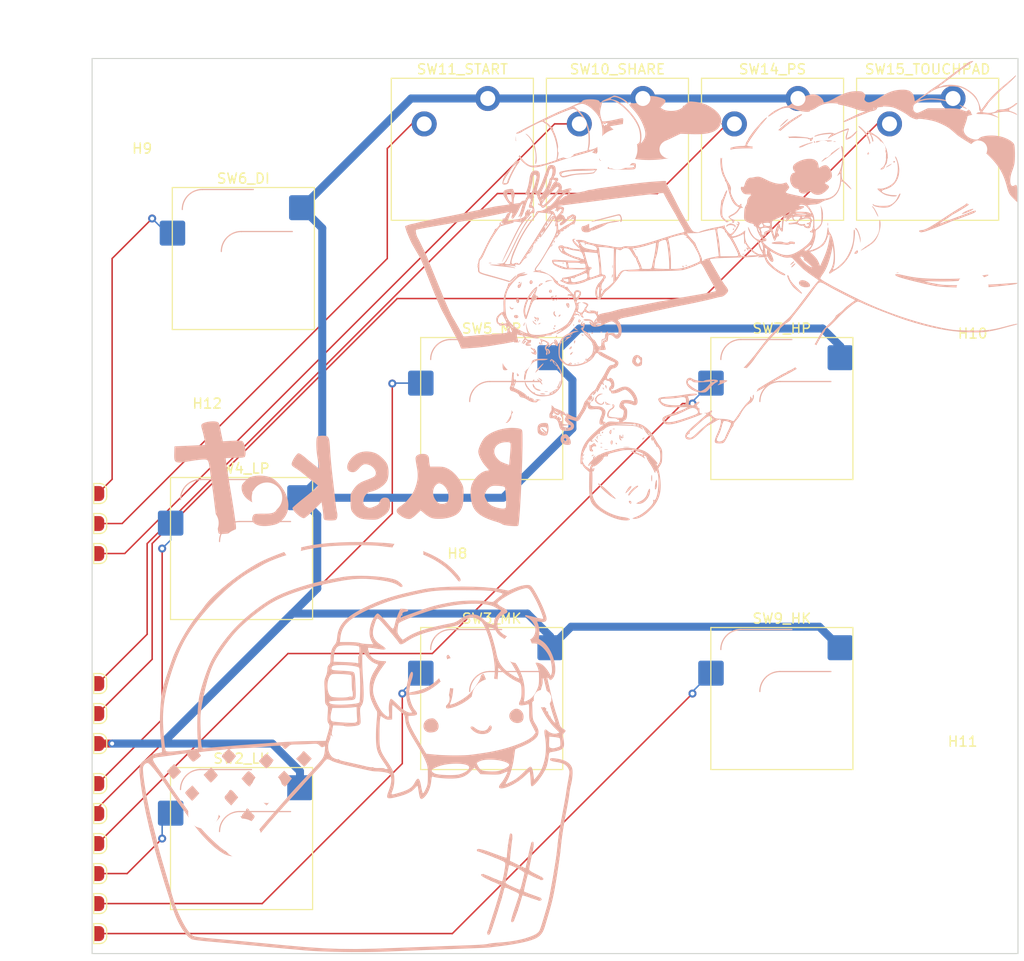
<source format=kicad_pcb>
(kicad_pcb (version 20240108) (generator "pcbnew") (generator_version "8.0")
  (layers (0 "F.Cu" signal) (31 "B.Cu" signal) (34 "B.Paste" user) (35 "F.Paste" user) (36 "B.SilkS" user "B.Silkscreen") (37 "F.SilkS" user "F.Silkscreen") (38 "B.Mask" user) (39 "F.Mask" user) (44 "Edge.Cuts" user))
  (net 0 "")
  (net 1 "GND")
  (net 2 "/Buttons/S2")
  (net 3 "/Buttons/S1")
  (net 4 "/Buttons/A1")
  (net 5 "/Buttons/A2")
  (net 6 "/Buttons/L1")
  (net 7 "/Buttons/R1")
  (net 8 "/Buttons/B4")
  (net 9 "/Buttons/B3")
  (net 10 "/Buttons/R2")
  (net 11 "/Buttons/B2")
  (net 12 "/Buttons/B1")
  (footprint "PCM_Switch_Keyboard_Hotswap_Kailh:SW_Hotswap_Kailh_MX" (layer "F.Cu") (at 117.168943 69)
    (property "Reference" "SW4_LP")
    (property "Value" "SW_Push")
  )
  (footprint "PCM_Switch_Keyboard_Cherry_MX:SW_Cherry_MX_PCB" (layer "F.Cu") (at 185.735 29.08)
    (property "Reference" "SW15_TOUCHPAD")
    (property "Value" "SW_Push")
  )
  (footprint "Fightstick_Library:EdgeSolderJumper-2_Right_Half" (layer "F.Cu") (at 102.2975 88.5)
    (property "Reference" "JP15" (hide yes))
    (property "Value" "SolderJumper_2_Bridged")
  )
  (footprint "Fightstick_Library:EdgeSolderJumper-2_Right_Half" (layer "F.Cu") (at 102.2975 107.5)
    (property "Reference" "JP18" (hide yes))
    (property "Value" "SolderJumper_2_Bridged")
  )
  (footprint "PCM_Switch_Keyboard_Cherry_MX:SW_Cherry_MX_PCB" (layer "F.Cu") (at 154.735 29.08)
    (property "Reference" "SW10_SHARE")
    (property "Value" "SW_Push")
  )
  (footprint "MountingHole:MountingHole_3.2mm_M3" (layer "F.Cu") (at 108.735 54.5)
    (property "Reference" "H12")
    (property "Value" "MountingHole")
  )
  (footprint "Fightstick_Library:EdgeSolderJumper-2_Right_Half" (layer "F.Cu") (at 102.2975 101.5)
    (property "Reference" "JP20" (hide yes))
    (property "Value" "SolderJumper_2_Bridged")
  )
  (footprint "Fightstick_Library:EdgeSolderJumper-2_Right_Half" (layer "F.Cu") (at 102.2975 104.5)
    (property "Reference" "JP19" (hide yes))
    (property "Value" "SolderJumper_2_Bridged")
  )
  (footprint "Fightstick_Library:EdgeSolderJumper-2_Right_Half" (layer "F.Cu") (at 102.2975 66.5)
    (property "Reference" "JP21" (hide yes))
    (property "Value" "SolderJumper_2_Bridged")
  )
  (footprint "PCM_Switch_Keyboard_Hotswap_Kailh:SW_Hotswap_Kailh_MX" (layer "F.Cu") (at 171.168943 84)
    (property "Reference" "SW9_HK")
    (property "Value" "SW_Push")
  )
  (footprint "Fightstick_Library:EdgeSolderJumper-2_Right_Half" (layer "F.Cu") (at 102.2975 98.5)
    (property "Reference" "JP26" (hide yes))
    (property "Value" "SolderJumper_2_Bridged")
  )
  (footprint "Fightstick_Library:EdgeSolderJumper-2_Right_Half" (layer "F.Cu") (at 102.2975 92.5)
    (property "Reference" "JP17" (hide yes))
    (property "Value" "SolderJumper_2_Bridged")
  )
  (footprint "PCM_Switch_Keyboard_Hotswap_Kailh:SW_Hotswap_Kailh_MX" (layer "F.Cu") (at 142.168943 84)
    (property "Reference" "SW3_MK")
    (property "Value" "SW_Push")
  )
  (footprint "Fightstick_Library:EdgeSolderJumper-2_Right_Half" (layer "F.Cu") (at 102.2975 69.5)
    (property "Reference" "JP22" (hide yes))
    (property "Value" "SolderJumper_2_Bridged")
  )
  (footprint "Fightstick_Library:EdgeSolderJumper-2_Right_Half" (layer "F.Cu") (at 102.2975 85.5)
    (property "Reference" "JP24" (hide yes))
    (property "Value" "SolderJumper_2_Bridged")
  )
  (footprint "PCM_Switch_Keyboard_Hotswap_Kailh:SW_Hotswap_Kailh_MX" (layer "F.Cu") (at 117.168943 98)
    (property "Reference" "SW2_LK")
    (property "Value" "SW_Push")
  )
  (footprint "MountingHole:MountingHole_3.2mm_M3" (layer "F.Cu") (at 189.235 92.5)
    (property "Reference" "H11")
    (property "Value" "MountingHole")
  )
  (footprint "MountingHole:MountingHole_3.2mm_M3" (layer "F.Cu") (at 133.735 69.5)
    (property "Reference" "H8")
    (property "Value" "MountingHole")
  )
  (footprint "PCM_Switch_Keyboard_Hotswap_Kailh:SW_Hotswap_Kailh_MX" (layer "F.Cu") (at 142.168943 55)
    (property "Reference" "SW5_MP")
    (property "Value" "SW_Push")
  )
  (footprint "PCM_Switch_Keyboard_Cherry_MX:SW_Cherry_MX_PCB" (layer "F.Cu") (at 170.235 29.08)
    (property "Reference" "SW14_PS")
    (property "Value" "SW_Push")
  )
  (footprint "PCM_kikit:Board" (layer "F.Cu") (at 112.235 20)
    (property "Reference" "B2")
    (property "Value" "Board")
  )
  (footprint "PCM_Switch_Keyboard_Hotswap_Kailh:SW_Hotswap_Kailh_MX" (layer "F.Cu") (at 117.349257 40.000561)
    (property "Reference" "SW6_DI")
    (property "Value" "SW_Push")
  )
  (footprint "Fightstick_Library:EdgeSolderJumper-2_Right_Half" (layer "F.Cu") (at 102.2975 95.5)
    (property "Reference" "JP27" (hide yes))
    (property "Value" "SolderJumper_2_Bridged")
  )
  (footprint "MountingHole:MountingHole_3.2mm_M3" (layer "F.Cu") (at 190.235 43)
    (property "Reference" "H10")
    (property "Value" "MountingHole")
  )
  (footprint "PCM_Switch_Keyboard_Hotswap_Kailh:SW_Hotswap_Kailh_MX" (layer "F.Cu") (at 171.168943 55)
    (property "Reference" "SW7_HP")
    (property "Value" "SW_Push")
  )
  (footprint "Fightstick_Library:EdgeSolderJumper-2_Right_Half" (layer "F.Cu") (at 102.2975 63.5)
    (property "Reference" "JP25" (hide yes))
    (property "Value" "SolderJumper_2_Bridged")
  )
  (footprint "MountingHole:MountingHole_3.2mm_M3" (layer "F.Cu") (at 107.235 24.5)
    (property "Reference" "H9")
    (property "Value" "MountingHole")
  )
  (footprint "Fightstick_Library:EdgeSolderJumper-2_Right_Half" (layer "F.Cu") (at 102.2975 82.5)
    (property "Reference" "JP23" (hide yes))
    (property "Value" "SolderJumper_2_Bridged")
  )
  (footprint "PCM_Switch_Keyboard_Cherry_MX:SW_Cherry_MX_PCB" (layer "F.Cu") (at 139.235 29.08)
    (property "Reference" "SW11_START")
    (property "Value" "SW_Push")
  )
  (gr_poly (pts (xy 154.409384 23.704735) (xy 154.403315 23.705052) (xy 154.397434 23.7055) (xy 154.391742 23.70608) (xy 154.386243 23.706794) (xy 154.38094 23.707643) (xy 154.375835 23.708627) (xy 154.370934 23.709748) (xy 154.366237 23.711007) (xy 154.361748 23.712405) (xy 154.357471 23.713943) (xy 154.353408 23.715623) (xy 154.349563 23.717444) (xy 154.345939 23.719409) (xy 154.342538 23.721518) (xy 154.339363 23.723773) (xy 154.310304 23.742115) (xy 154.262054 23.768036) (xy 154.197181 23.800337) (xy 154.118254 23.837824) (xy 153.928506 23.923566) (xy 153.713353 24.015693) (xy 153.658774 24.038795) (xy 153.605726 24.061936) (xy 153.554482 24.084968) (xy 153.505319 24.10774) (xy 153.45851 24.130105) (xy 153.41433 24.151913) (xy 153.373055 24.173014) (xy 153.334958 24.19326) (xy 153.300314 24.212501) (xy 153.269398 24.230588) (xy 153.242485 24.247373) (xy 153.219849 24.262705) (xy 153.201765 24.276436) (xy 153.194516 24.282654) (xy 153.188508 24.288416) (xy 153.183775 24.293703) (xy 153.180352 24.298496) (xy 153.178273 24.302778) (xy 153.177573 24.306528) (xy 153.177417 24.309986) (xy 153.176955 24.313401) (xy 153.176194 24.316766) (xy 153.175143 24.32008) (xy 153.173808 24.323336) (xy 153.172197 24.326531) (xy 153.170318 24.32966) (xy 153.168178 24.33272) (xy 153.163148 24.338612) (xy 153.157167 24.344173) (xy 153.150297 24.349368) (xy 153.142599 24.354162) (xy 153.134132 24.358522) (xy 153.12496 24.362412) (xy 153.115142 24.365799) (xy 153.10474 24.368647) (xy 153.093814 24.370922) (xy 153.082427 24.37259) (xy 153.070638 24.373616) (xy 153.058508 24.373966) (xy 153.052406 24.373866) (xy 153.04638 24.37357) (xy 153.04044 24.373083) (xy 153.034592 24.37241) (xy 153.028844 24.371555) (xy 153.023205 24.370524) (xy 153.017681 24.369321) (xy 153.01228 24.36795) (xy 153.00701 24.366418) (xy 153.001878 24.364729) (xy 152.996892 24.362888) (xy 152.99206 24.360899) (xy 152.98739 24.358768) (xy 152.982888 24.356499) (xy 152.978563 24.354098) (xy 152.974422 24.351568) (xy 152.970473 24.348916) (xy 152.966724 24.346146) (xy 152.963182 24.343262) (xy 152.959854 24.34027) (xy 152.956749 24.337175) (xy 152.953873 24.333981) (xy 152.951236 24.330693) (xy 152.948843 24.327317) (xy 152.946704 24.323856) (xy 152.944825 24.320316) (xy 152.943214 24.316703) (xy 152.941879 24.31302) (xy 152.940827 24.309272) (xy 152.940066 24.305465) (xy 152.939604 24.301603) (xy 152.939449 24.297691) (xy 152.935063 24.274101) (xy 152.922255 24.251784) (xy 152.901552 24.230756) (xy 152.873477 24.211032) (xy 152.838557 24.192626) (xy 152.797317 24.175554) (xy 152.697976 24.14547) (xy 152.579657 24.1209) (xy 152.446562 24.101964) (xy 152.302894 24.088782) (xy 152.152855 24.081474) (xy 152.000647 24.08016) (xy 151.850472 24.084959) (xy 151.706533 24.095992) (xy 151.573033 24.113379) (xy 151.454173 24.137238) (xy 151.354156 24.167691) (xy 151.312526 24.185428) (xy 151.277183 24.204858) (xy 151.248652 24.225996) (xy 151.227458 24.248857) (xy 151.217816 24.2616) (xy 151.207807 24.273986) (xy 151.197511 24.28595) (xy 151.187006 24.29743) (xy 151.17637 24.30836) (xy 151.165684 24.318676) (xy 151.155026 24.328315) (xy 151.144474 24.337211) (xy 151.134108 24.345301) (xy 151.124006 24.352521) (xy 151.114247 24.358806) (xy 151.10491 24.364093) (xy 151.096074 24.368316) (xy 151.091869 24.370009) (xy 151.087818 24.371412) (xy 151.083933 24.372517) (xy 151.080221 24.373317) (xy 151.076694 24.373802) (xy 151.073361 24.373966) (xy 151.064668 24.37506) (xy 151.051692 24.378271) (xy 151.013934 24.390611) (xy 150.962169 24.410122) (xy 150.898479 24.435937) (xy 150.824946 24.467193) (xy 150.743651 24.503026) (xy 150.656677 24.54257) (xy 150.566104 24.584961) (xy 150.214134 24.750225) (xy 149.900523 24.891595) (xy 149.540696 25.046226) (xy 149.050073 25.251277) (xy 148.590204 25.455394) (xy 147.960463 25.752213) (xy 147.232107 26.106013) (xy 146.476392 26.481073) (xy 145.764575 26.841673) (xy 145.167912 27.152093) (xy 144.757659 27.376613) (xy 144.644705 27.445498) (xy 144.605074 27.479513) (xy 144.606205 27.489043) (xy 144.60954 27.497262) (xy 144.614987 27.504197) (xy 144.622458 27.509876) (xy 144.631862 27.514326) (xy 144.64311 27.517575) (xy 144.670776 27.520579) (xy 144.704738 27.519108) (xy 144.744276 27.513383) (xy 144.78867 27.503622) (xy 144.837203 27.490047) (xy 144.889154 27.472878) (xy 144.943805 27.452334) (xy 145.000437 27.428636) (xy 145.05833 27.402004) (xy 145.116765 27.372657) (xy 145.175024 27.340816) (xy 145.232387 27.306702) (xy 145.288135 27.270533) (xy 145.356877 27.226834) (xy 145.454024 27.169366) (xy 145.71559 27.022932) (xy 146.036939 26.85085) (xy 146.382176 26.67274) (xy 146.522297 26.602051) (xy 146.646281 26.54004) (xy 146.755342 26.486349) (xy 146.850693 26.440623) (xy 146.893606 26.420635) (xy 146.933546 26.402504) (xy 146.970665 26.386186) (xy 147.005114 26.371636) (xy 147.037045 26.35881) (xy 147.06661 26.347663) (xy 147.093959 26.33815) (xy 147.119246 26.330227) (xy 147.14262 26.32385) (xy 147.164235 26.318972) (xy 147.184241 26.315552) (xy 147.20279 26.313542) (xy 147.220034 26.3129) (xy 147.236125 26.31358) (xy 147.251213 26.315537) (xy 147.26545 26.318728) (xy 147.278989 26.323108) (xy 147.29198 26.328631) (xy 147.304575 26.335254) (xy 147.316927 26.342932) (xy 147.329185 26.35162) (xy 147.341503 26.361274) (xy 147.354032 26.371849) (xy 147.366922 26.3833) (xy 147.382276 26.396927) (xy 147.397782 26.410172) (xy 147.413334 26.422967) (xy 147.428827 26.435243) (xy 147.444157 26.446932) (xy 147.459216 26.457964) (xy 147.473902 26.468271) (xy 147.488108 26.477785) (xy 147.501729 26.486437) (xy 147.51466 26.494158) (xy 147.526796 26.500879) (xy 147.538031 26.506532) (xy 147.548262 26.511049) (xy 147.557381 26.51436) (xy 147.565285 26.516397) (xy 147.568748 26.516916) (xy 147.571868 26.517091) (xy 147.575051 26.517376) (xy 147.578703 26.518223) (xy 147.58735 26.521546) (xy 147.597678 26.526947) (xy 147.609555 26.534315) (xy 147.622854 26.543537) (xy 147.637442 26.554502) (xy 147.65319 26.567097) (xy 147.669969 26.581211) (xy 147.687647 26.596732) (xy 147.706094 26.613548) (xy 147.744777 26.650618) (xy 147.784977 26.691524) (xy 147.825652 26.735372) (xy 147.932594 26.865385) (xy 148.035108 27.012257) (xy 148.13264 27.174058) (xy 148.224636 27.348859) (xy 148.310539 27.53473) (xy 148.389796 27.72974) (xy 148.461852 27.931961) (xy 148.526151 28.139462) (xy 148.58214 28.350314) (xy 148.629263 28.562586) (xy 148.666965 28.774349) (xy 148.694691 28.983672) (xy 148.711888 29.188627) (xy 148.717999 29.387283) (xy 148.712471 29.57771) (xy 148.694748 29.757978) (xy 148.640178 30.154232) (xy 147.882547 30.408015) (xy 147.706008 30.464329) (xy 147.527717 30.515845) (xy 147.350064 30.562047) (xy 147.17544 30.602419) (xy 147.006235 30.636445) (xy 146.844838 30.663609) (xy 146.693641 30.683394) (xy 146.622613 30.690358) (xy 146.555033 30.695285) (xy 146.460317 30.700639) (xy 146.375718 30.704705) (xy 146.300166 30.707236) (xy 146.232589 30.707988) (xy 146.171917 30.706715) (xy 146.117077 30.703172) (xy 146.09151 30.700473) (xy 146.066999 30.697114) (xy 146.043411 30.693066) (xy 146.020612 30.688296) (xy 145.998468 30.682775) (xy 145.976845 30.676472) (xy 145.955609 30.669356) (xy 145.934626 30.661397) (xy 145.913762 30.652564) (xy 145.892884 30.642826) (xy 145.850549 30.620513) (xy 145.806549 30.594213) (xy 145.759812 30.563682) (xy 145.709269 30.528673) (xy 145.653847 30.488941) (xy 145.545053 30.404572) (xy 145.442724 30.313613) (xy 145.346702 30.215713) (xy 145.256829 30.110522) (xy 145.172947 29.997689) (xy 145.094897 29.876864) (xy 145.022522 29.747695) (xy 144.955664 29.609832) (xy 144.894164 29.462925) (xy 144.837865 29.306622) (xy 144.786608 29.140574) (xy 144.740235 28.964429) (xy 144.698588 28.777838) (xy 144.661509 28.580448) (xy 144.62884 28.371911) (xy 144.600423 28.151874) (xy 144.5632 27.83989) (xy 144.552775 27.767012) (xy 144.549441 27.752109) (xy 144.548224 27.750137) (xy 144.547298 27.751853) (xy 144.546388 27.796143) (xy 144.549664 27.901615) (xy 144.567249 28.303028) (xy 144.580179 28.522751) (xy 144.598583 28.729277) (xy 144.622772 28.923303) (xy 144.653056 29.105523) (xy 144.689747 29.276632) (xy 144.710593 29.358237) (xy 144.733157 29.437325) (xy 144.757478 29.513982) (xy 144.783595 29.588296) (xy 144.811547 29.660354) (xy 144.841373 29.730242) (xy 144.873112 29.798048) (xy 144.906802 29.863858) (xy 144.942483 29.927758) (xy 144.980194 29.989837) (xy 145.019973 30.05018) (xy 145.061859 30.108875) (xy 145.105891 30.166009) (xy 145.152108 30.221668) (xy 145.200549 30.275939) (xy 145.251252 30.32891) (xy 145.304257 30.380667) (xy 145.359603 30.431296) (xy 145.417328 30.480885) (xy 145.477471 30.529521) (xy 145.605168 30.624281) (xy 145.68254 30.675921) (xy 145.759782 30.72184) (xy 145.837333 30.762087) (xy 145.915633 30.796713) (xy 145.995121 30.825769) (xy 146.076239 30.849304) (xy 146.159425 30.867371) (xy 146.24512 30.880018) (xy 146.333762 30.887297) (xy 146.425793 30.889259) (xy 146.521652 30.885952) (xy 146.621779 30.877429) (xy 146.726614 30.86374) (xy 146.836595 30.844935) (xy 146.952165 30.821064) (xy 147.073761 30.792179) (xy 147.073761 30.792336) (xy 147.370668 30.712936) (xy 147.744982 30.605915) (xy 148.14878 30.485289) (xy 148.534137 30.365075) (xy 149.484219 30.06212) (xy 150.135478 29.859437) (xy 150.670675 29.701486) (xy 151.272571 29.532724) (xy 151.457962 29.480311) (xy 151.63483 29.428203) (xy 151.799023 29.377769) (xy 151.946392 29.330378) (xy 152.072785 29.287399) (xy 152.174051 29.250203) (xy 152.213965 29.234201) (xy 152.246041 29.220158) (xy 152.269761 29.208246) (xy 152.284604 29.198635) (xy 152.290872 29.193564) (xy 152.296925 29.188822) (xy 152.302764 29.184409) (xy 152.308391 29.180326) (xy 152.313807 29.176572) (xy 152.319012 29.173147) (xy 152.324008 29.170051) (xy 152.328795 29.167284) (xy 152.333375 29.164846) (xy 152.337749 29.162737) (xy 152.341917 29.160958) (xy 152.345881 29.159507) (xy 152.349642 29.158385) (xy 152.3532 29.157593) (xy 152.356558 29.157129) (xy 152.359714 29.156994) (xy 152.362672 29.157189) (xy 152.365432 29.157712) (xy 152.367994 29.158564) (xy 152.37036 29.159745) (xy 152.372531 29.161255) (xy 152.374508 29.163094) (xy 152.376292 29.165261) (xy 152.377884 29.167758) (xy 152.379284 29.170583) (xy 152.380495 29.173737) (xy 152.381517 29.177219) (xy 152.38235 29.181031) (xy 152.382997 29.185171) (xy 152.383457 29.18964) (xy 152.383733 29.194437) (xy 152.383824 29.199564) (xy 152.383695 29.203838) (xy 152.38331 29.208148) (xy 152.382676 29.212489) (xy 152.381799 29.216851) (xy 152.380687 29.221228) (xy 152.379344 29.225612) (xy 152.377778 29.229995) (xy 152.375995 29.23437) (xy 152.371803 29.243066) (xy 152.366819 29.251639) (xy 152.361094 29.26003) (xy 152.354678 29.268177) (xy 152.347623 29.276021) (xy 152.339979 29.283502) (xy 152.331797 29.290559) (xy 152.323129 29.297133) (xy 152.314025 29.303163) (xy 152.304535 29.308588) (xy 152.294711 29.31335) (xy 152.28969 29.315462) (xy 152.284604 29.317386) (xy 152.26207 29.326366) (xy 152.244198 29.335542) (xy 152.237011 29.340203) (xy 152.230989 29.344913) (xy 152.226132 29.349672) (xy 152.22244 29.354479) (xy 152.219913 29.359334) (xy 152.218551 29.364238) (xy 152.218354 29.36919) (xy 152.219321 29.374189) (xy 152.221453 29.379237) (xy 152.224749 29.384332) (xy 152.229209 29.389474) (xy 152.234834 29.394664) (xy 152.249574 29.405186) (xy 152.26897 29.415896) (xy 152.293019 29.426792) (xy 152.321722 29.437875) (xy 152.355076 29.449142) (xy 152.393081 29.460593) (xy 152.435736 29.472227) (xy 152.48304 29.484042) (xy 152.514416 29.491232) (xy 152.542815 29.496978) (xy 152.555939 29.499292) (xy 152.568369 29.501226) (xy 152.58012 29.502771) (xy 152.591209 29.503922) (xy 152.601653 29.504673) (xy 152.611468 29.505015) (xy 152.620671 29.504943) (xy 152.629279 29.504451) (xy 152.637307 29.503531) (xy 152.644773 29.502176) (xy 152.651693 29.500381) (xy 152.658083 29.498139) (xy 152.66396 29.495442) (xy 152.66934 29.492285) (xy 152.674241 29.48866) (xy 152.678678 29.484561) (xy 152.682668 29.479981) (xy 152.686227 29.474915) (xy 152.689373 29.469354) (xy 152.692122 29.463293) (xy 152.694489 29.456724) (xy 152.696493 29.449642) (xy 152.698148 29.442039) (xy 152.699472 29.433909) (xy 152.700482 29.425246) (xy 152.701193 29.416042) (xy 152.701623 29.406291) (xy 152.701787 29.395986) (xy 152.702284 29.379453) (xy 152.703668 29.36582) (xy 152.704695 29.360093) (xy 152.705947 29.355094) (xy 152.707425 29.350822) (xy 152.70913 29.34728) (xy 152.711063 29.344468) (xy 152.713225 29.342386) (xy 152.715616 29.341036) (xy 152.71824 29.340417) (xy 152.721095 29.340532) (xy 152.724183 29.34138) (xy 152.727506 29.342962) (xy 152.731064 29.345279) (xy 152.734858 29.348333) (xy 152.73889 29.352123) (xy 152.74767 29.361916) (xy 152.757412 29.374664) (xy 152.768125 29.390375) (xy 152.779817 29.409053) (xy 152.792497 29.430706) (xy 152.806172 29.455339) (xy 152.820851 29.482958) (xy 152.832931 29.507454) (xy 152.844672 29.533883) (xy 152.856014 29.561997) (xy 152.866896 29.591547) (xy 152.877257 29.622286) (xy 152.887036 29.653963) (xy 152.896173 29.686332) (xy 152.904607 29.719143) (xy 152.912276 29.752148) (xy 152.91912 29.785098) (xy 152.925078 29.817745) (xy 152.930089 29.84984) (xy 152.934093 29.881136) (xy 152.937028 29.911382) (xy 152.938833 29.940331) (xy 152.939449 29.967735) (xy 152.94045 30.052647) (xy 152.942766 30.087217) (xy 152.947238 30.117127) (xy 152.950505 30.130475) (xy 152.954576 30.142827) (xy 152.959541 30.154238) (xy 152.965489 30.164765) (xy 152.972508 30.174465) (xy 152.980686 30.183392) (xy 152.990114 30.191604) (xy 153.000878 30.199156) (xy 153.013068 30.206104) (xy 153.026772 30.212506) (xy 153.05908 30.223891) (xy 153.09851 30.23376) (xy 153.145771 30.242563) (xy 153.201574 30.250748) (xy 153.266628 30.258764) (xy 153.427324 30.276088) (xy 153.573495 30.290987) (xy 153.704093 30.303278) (xy 153.820383 30.312761) (xy 153.923632 30.319233) (xy 153.970762 30.321278) (xy 154.015106 30.322495) (xy 154.056823 30.322859) (xy 154.096071 30.322345) (xy 154.133009 30.320928) (xy 154.167794 30.318582) (xy 154.200585 30.315283) (xy 154.23154 30.311005) (xy 154.260818 30.305724) (xy 154.288577 30.299413) (xy 154.314975 30.292049) (xy 154.34017 30.283606) (xy 154.364321 30.274058) (xy 154.387586 30.263381) (xy 154.410123 30.251549) (xy 154.43209 30.238538) (xy 154.453647 30.224322) (xy 154.47495 30.208877) (xy 154.496159 30.192176) (xy 154.517431 30.174195) (xy 154.538925 30.154909) (xy 154.560799 30.134292) (xy 154.606322 30.088968) (xy 154.643181 30.051996) (xy 154.677875 30.018982) (xy 154.71102 29.989709) (xy 154.743229 29.963959) (xy 154.775117 29.941516) (xy 154.807298 29.922163) (xy 154.840386 29.905683) (xy 154.874997 29.891859) (xy 154.911743 29.880474) (xy 154.951241 29.871311) (xy 154.994103 29.864153) (xy 155.040945 29.858782) (xy 155.09238 29.854983) (xy 155.149024 29.852538) (xy 155.21149 29.85123) (xy 155.280393 29.850842) (xy 155.381565 29.85404) (xy 155.500147 29.863205) (xy 155.631811 29.877696) (xy 155.77223 29.896871) (xy 155.917075 29.920089) (xy 156.06202 29.946707) (xy 156.202738 29.976084) (xy 156.334899 30.007577) (xy 156.530828 30.050323) (xy 156.750913 30.08533) (xy 156.991074 30.112762) (xy 157.247229 30.132786) (xy 157.515297 30.145568) (xy 157.791199 30.151272) (xy 158.070852 30.150064) (xy 158.350175 30.14211) (xy 158.625089 30.127576) (xy 158.891511 30.106627) (xy 159.145361 30.079428) (xy 159.382559 30.046146) (xy 159.599022 30.006946) (xy 159.79067 29.961993) (xy 159.953423 29.911453) (xy 160.083199 29.855492) (xy 160.1363 29.826652) (xy 160.186834 29.797121) (xy 160.234783 29.766948) (xy 160.280132 29.736178) (xy 160.322865 29.70486) (xy 160.362966 29.673041) (xy 160.400419 29.640768) (xy 160.435209 29.608089) (xy 160.467318 29.575049) (xy 160.496733 29.541698) (xy 160.523435 29.508082) (xy 160.547411 29.474249) (xy 160.568643 29.440245) (xy 160.587116 29.406118) (xy 160.602814 29.371916) (xy 160.615721 29.337685) (xy 160.625821 29.303473) (xy 160.633099 29.269327) (xy 160.637537 29.235294) (xy 160.639121 29.201422) (xy 160.637835 29.167758) (xy 160.633663 29.13435) (xy 160.626588 29.101243) (xy 160.616595 29.068487) (xy 160.603668 29.036128) (xy 160.587791 29.004213) (xy 160.568948 28.97279) (xy 160.547123 28.941905) (xy 160.522301 28.911607) (xy 160.494465 28.881943) (xy 160.4636 28.852959) (xy 160.429689 28.824703) (xy 160.408006 28.807945) (xy 160.386187 28.791658) (xy 160.364378 28.775925) (xy 160.342723 28.760831) (xy 160.321367 28.74646) (xy 160.300455 28.732897) (xy 160.28013 28.720226) (xy 160.260538 28.70853) (xy 160.241823 28.697895) (xy 160.22413 28.688405) (xy 160.207604 28.680143) (xy 160.192389 28.673195) (xy 160.17863 28.667644) (xy 160.166472 28.663574) (xy 160.156059 28.661071) (xy 160.151552 28.660433) (xy 160.147535 28.660217) (xy 160.138162 28.659334) (xy 160.125258 28.656742) (xy 160.089772 28.646782) (xy 160.042904 28.631036) (xy 159.986482 28.610204) (xy 159.922336 28.584985) (xy 159.852292 28.556077) (xy 159.77818 28.524181) (xy 159.701827 28.489995) (xy 159.581472 28.434571) (xy 159.533417 28.411691) (xy 159.493123 28.39157) (xy 159.46035 28.373865) (xy 159.446708 28.36581) (xy 159.434857 28.358229) (xy 159.424767 28.35108) (xy 159.416406 28.344319) (xy 159.409746 28.337903) (xy 159.404756 28.331788) (xy 159.401406 28.325932) (xy 159.399666 28.320291) (xy 159.399391 28.317538) (xy 159.399506 28.314823) (xy 159.400897 28.309484) (xy 159.403808 28.30423) (xy 159.408208 28.29902) (xy 159.414069 28.293809) (xy 159.421361 28.288555) (xy 159.430052 28.283214) (xy 159.440113 28.277743) (xy 159.464226 28.26624) (xy 159.493459 28.2537) (xy 159.527572 28.239778) (xy 159.656246 28.183698) (xy 159.859901 28.090237) (xy 160.110557 27.972405) (xy 160.380235 27.843212) (xy 161.034457 27.526642) (xy 162.166172 27.567726) (xy 162.507133 27.575668) (xy 162.824044 27.573736) (xy 162.97368 27.568985) (xy 163.117542 27.561667) (xy 163.255711 27.55175) (xy 163.388265 27.5392) (xy 163.515284 27.523984) (xy 163.636849 27.50607) (xy 163.753038 27.485426) (xy 163.863931 27.462018) (xy 163.969608 27.435813) (xy 164.070149 27.406779) (xy 164.165633 27.374883) (xy 164.25614 27.340092) (xy 164.34175 27.302374) (xy 164.422541 27.261695) (xy 164.498595 27.218023) (xy 164.569989 27.171325) (xy 164.636805 27.121568) (xy 164.699122 27.06872) (xy 164.757019 27.012748) (xy 164.810576 26.953618) (xy 164.859872 26.891299) (xy 164.904988 26.825757) (xy 164.946003 26.756959) (xy 164.982996 26.684874) (xy 165.016048 26.609467) (xy 165.045238 26.530706) (xy 165.070645 26.448559) (xy 165.092349 26.362993) (xy 165.100088 26.324746) (xy 165.105918 26.286366) (xy 165.109842 26.247857) (xy 165.111864 26.209226) (xy 165.111985 26.170479) (xy 165.11021 26.131622) (xy 165.106541 26.09266) (xy 165.100982 26.053598) (xy 165.093537 26.014444) (xy 165.084207 25.975203) (xy 165.072997 25.935881) (xy 165.05991 25.896483) (xy 165.044948 25.857015) (xy 165.028115 25.817484) (xy 164.988849 25.738253) (xy 164.942138 25.658838) (xy 164.888006 25.579284) (xy 164.82648 25.499638) (xy 164.757585 25.419948) (xy 164.681346 25.34026) (xy 164.59779 25.26062) (xy 164.506941 25.181076) (xy 164.408825 25.101674) (xy 164.29942 25.019308) (xy 164.18841 24.941543) (xy 164.07576 24.868367) (xy 163.961438 24.799767) (xy 163.845409 24.73573) (xy 163.727641 24.676242) (xy 163.6081 24.621291) (xy 163.486753 24.570863) (xy 163.363566 24.524944) (xy 163.238506 24.483523) (xy 163.111538 24.446586) (xy 162.982631 24.41412) (xy 162.85175 24.386111) (xy 162.718862 24.362546) (xy 162.583933 24.343413) (xy 162.44693 24.328699) (xy 162.249433 24.311347) (xy 162.168622 24.305286) (xy 162.098184 24.30134) (xy 162.066484 24.300247) (xy 162.036932 24.299788) (xy 162.009378 24.299996) (xy 161.983675 24.300908) (xy 161.959675 24.302557) (xy 161.937227 24.30498) (xy 161.916185 24.30821) (xy 161.896399 24.312282) (xy 161.87772 24.317232) (xy 161.860001 24.323094) (xy 161.843093 24.329903) (xy 161.826846 24.337694) (xy 161.811114 24.346502) (xy 161.795746 24.356361) (xy 161.780595 24.367308) (xy 161.765511 24.379375) (xy 161.750347 24.392599) (xy 161.734954 24.407014) (xy 161.719183 24.422655) (xy 161.702885 24.439557) (xy 161.668117 24.477282) (xy 161.62946 24.52047) (xy 161.606779 24.54531) (xy 161.584038 24.569026) (xy 161.561386 24.591511) (xy 161.53897 24.612663) (xy 161.516937 24.632375) (xy 161.495435 24.650545) (xy 161.474611 24.667066) (xy 161.454613 24.681834) (xy 161.435587 24.694745) (xy 161.417682 24.705694) (xy 161.401045 24.714577) (xy 161.393248 24.718211) (xy 161.385823 24.721289) (xy 161.378789 24.723798) (xy 161.372164 24.725725) (xy 161.365966 24.727057) (xy 161.360214 24.727781) (xy 161.354927 24.727883) (xy 161.350122 24.727352) (xy 161.345819 24.726173) (xy 161.342035 24.724333) (xy 161.338538 24.72234) (xy 161.335085 24.720703) (xy 161.331682 24.719419) (xy 161.328331 24.71848) (xy 161.325038 24.717883) (xy 161.321807 24.71762) (xy 161.318641 24.717688) (xy 161.315547 24.718079) (xy 161.312528 24.718789) (xy 161.309588 24.719812) (xy 161.306731 24.721143) (xy 161.303963 24.722776) (xy 161.301287 24.724705) (xy 161.298708 24.726926) (xy 161.296231 24.729432) (xy 161.293858 24.732218) (xy 161.291596 24.735278) (xy 161.289448 24.738608) (xy 161.287419 24.742201) (xy 161.285512 24.746052) (xy 161.282087 24.754505) (xy 161.279205 24.763925) (xy 161.276903 24.774265) (xy 161.275216 24.785483) (xy 161.274178 24.797534) (xy 161.273824 24.810374) (xy 161.273389 24.817636) (xy 161.272094 24.825132) (xy 161.266983 24.840778) (xy 161.258608 24.857219) (xy 161.247086 24.874364) (xy 161.232535 24.892119) (xy 161.215072 24.910391) (xy 161.194814 24.929089) (xy 161.171879 24.948119) (xy 161.146383 24.967389) (xy 161.118446 24.986807) (xy 161.088182 25.006278) (xy 161.055711 25.025711) (xy 161.021149 25.045014) (xy 160.984614 25.064093) (xy 160.946223 25.082856) (xy 160.906093 25.10121) (xy 160.815499 25.136729) (xy 160.717087 25.167008) (xy 160.612171 25.192079) (xy 160.502067 25.211978) (xy 160.38809 25.226736) (xy 160.271555 25.236387) (xy 160.153777 25.240965) (xy 160.036072 25.240502) (xy 159.919755 25.235032) (xy 159.806141 25.224589) (xy 159.696545 25.209206) (xy 159.592283 25.188915) (xy 159.49467 25.163751) (xy 159.40502 25.133747) (xy 159.324651 25.098936) (xy 159.288356 25.079739) (xy 159.254875 25.059352) (xy 159.034426 24.914864) (xy 159.281075 24.660461) (xy 159.351645 24.58501) (xy 159.411045 24.515359) (xy 159.436495 24.482564) (xy 159.459082 24.451044) (xy 159.47878 24.420743) (xy 159.495566 24.391602) (xy 159.509416 24.363563) (xy 159.520305 24.336568) (xy 159.528211 24.310559) (xy 159.533108 24.285477) (xy 159.534973 24.261266) (xy 159.533782 24.237866) (xy 159.529512 24.21522) (xy 159.522138 24.19327) (xy 159.511635 24.171958) (xy 159.497982 24.151225) (xy 159.481152 24.131014) (xy 159.461123 24.111267) (xy 159.43787 24.091926) (xy 159.41137 24.072932) (xy 159.381599 24.054227) (xy 159.348532 24.035755) (xy 159.312145 24.017455) (xy 159.272416 23.999272) (xy 159.182831 23.963019) (xy 159.079587 23.926531) (xy 158.96249 23.889346) (xy 158.875649 23.864282) (xy 158.788706 23.841769) (xy 158.701804 23.821783) (xy 158.615086 23.804302) (xy 158.442778 23.776757) (xy 158.272933 23.758945) (xy 158.106699 23.750678) (xy 157.945225 23.751767) (xy 157.789661 23.762025) (xy 157.714454 23.770533) (xy 157.641155 23.781262) (xy 157.569908 23.794189) (xy 157.500857 23.809291) (xy 157.434144 23.826543) (xy 157.369915 23.845923) (xy 157.308312 23.867407) (xy 157.249479 23.89097) (xy 157.19356 23.91659) (xy 157.140698 23.944244) (xy 157.091037 23.973907) (xy 157.04472 24.005555) (xy 157.001892 24.039167) (xy 156.962696 24.074717) (xy 156.927275 24.112182) (xy 156.895773 24.15154) (xy 156.868334 24.192766) (xy 156.845102 24.235836) (xy 156.825576 24.272784) (xy 156.803919 24.306457) (xy 156.780006 24.336897) (xy 156.753715 24.364147) (xy 156.724921 24.38825) (xy 156.693502 24.40925) (xy 156.659335 24.427189) (xy 156.622295 24.44211) (xy 156.58226 24.454056) (xy 156.539105 24.46307) (xy 156.492709 24.469195) (xy 156.442947 24.472475) (xy 156.389696 24.472951) (xy 156.332833 24.470668) (xy 156.272234 24.465667) (xy 156.207776 24.457993) (xy 156.196461 24.457046) (xy 156.18427 24.457115) (xy 156.171317 24.458155) (xy 156.157716 24.460126) (xy 156.143581 24.462985) (xy 156.129026 24.46669) (xy 156.114165 24.471197) (xy 156.099112 24.476466) (xy 156.083981 24.482453) (xy 156.068887 24.489117) (xy 156.053942 24.496415) (xy 156.039262 24.504304) (xy 156.02496 24.512743) (xy 156.01115 24.521689) (xy 155.997946 24.5311) (xy 155.985463 24.540934) (xy 155.968293 24.55639) (xy 155.954455 24.571853) (xy 155.948846 24.579706) (xy 155.944142 24.587703) (xy 155.940368 24.595892) (xy 155.937546 24.60432) (xy 155.935703 24.613035) (xy 155.93486 24.622085) (xy 155.935043 24.631517) (xy 155.936276 24.641379) (xy 155.938582 24.651718) (xy 155.941986 24.662582) (xy 155.946511 24.674019) (xy 155.952181 24.686076) (xy 155.967056 24.71224) (xy 155.9868 24.741455) (xy 156.011608 24.774103) (xy 156.041671 24.810563) (xy 156.077181 24.851217) (xy 156.118331 24.896445) (xy 156.218318 25.002146) (xy 156.295164 25.083742) (xy 156.370466 25.167093) (xy 156.444126 25.252054) (xy 156.516043 25.338482) (xy 156.586119 25.426233) (xy 156.654256 25.515164) (xy 156.720352 25.60513) (xy 156.784311 25.695988) (xy 156.846032 25.787594) (xy 156.905415 25.879805) (xy 156.962364 25.972477) (xy 157.016776 26.065465) (xy 157.068555 26.158627) (xy 157.117601 26.251819) (xy 157.163813 26.344897) (xy 157.207095 26.437717) (xy 157.277612 26.599072) (xy 157.339151 26.750936) (xy 157.391738 26.893977) (xy 157.435394 27.028866) (xy 157.470145 27.156271) (xy 157.496014 27.276861) (xy 157.505625 27.334809) (xy 157.513025 27.391305) (xy 157.518216 27.446431) (xy 157.521201 27.500272) (xy 157.521984 27.552911) (xy 157.520567 27.604431) (xy 157.516953 27.654917) (xy 157.511146 27.704451) (xy 157.503148 27.753119) (xy 157.492962 27.801002) (xy 157.480592 27.848185) (xy 157.466039 27.894752) (xy 157.449308 27.940786) (xy 157.430401 27.98637) (xy 157.409321 28.031589) (xy 157.386071 28.076526) (xy 157.360654 28.121264) (xy 157.333073 28.165888) (xy 157.271431 28.255125) (xy 157.080901 28.513404) (xy 157.123844 28.03948) (xy 157.131585 27.890889) (xy 156.999338 27.890889) (xy 156.99823 27.978404) (xy 156.994321 28.06188) (xy 156.987557 28.140412) (xy 156.977884 28.213094) (xy 156.965247 28.279023) (xy 156.949591 28.337292) (xy 156.942473 28.354989) (xy 156.932135 28.373671) (xy 156.918749 28.393239) (xy 156.902489 28.413591) (xy 156.862044 28.456249) (xy 156.812187 28.500842) (xy 156.754307 28.546567) (xy 156.689792 28.592622) (xy 156.62003 28.638205) (xy 156.54641 28.682513) (xy 156.470319 28.724743) (xy 156.393148 28.764094) (xy 156.316283 28.799762) (xy 156.241113 28.830945) (xy 156.169026 28.85684) (xy 156.101412 28.876646) (xy 156.039658 28.889559) (xy 156.011412 28.89318) (xy 155.985152 28.894777) (xy 155.966463 28.894544) (xy 155.945388 28.893099) (xy 155.92216 28.890501) (xy 155.897011 28.886809) (xy 155.841885 28.876386) (xy 155.781875 28.862306) (xy 155.718847 28.845046) (xy 155.654665 28.825085) (xy 155.591194 28.802901) (xy 155.5303 28.778969) (xy 155.470357 28.748181) (xy 155.394954 28.70031) (xy 155.306759 28.637766) (xy 155.208437 28.562959) (xy 155.102657 28.478297) (xy 154.992083 28.386191) (xy 154.879384 28.28905) (xy 154.767226 28.189282) (xy 154.658276 28.089297) (xy 154.5552 27.991504) (xy 154.460666 27.898313) (xy 154.37734 27.812133) (xy 154.307888 27.735373) (xy 154.254978 27.670443) (xy 154.221276 27.619752) (xy 154.212462 27.600499) (xy 154.20945 27.585709) (xy 154.210122 27.578457) (xy 154.212096 27.569953) (xy 154.215303 27.560304) (xy 154.219679 27.549615) (xy 154.225155 27.537992) (xy 154.231666 27.52554) (xy 154.239146 27.512366) (xy 154.241698 27.508165) (xy 153.235909 27.508165) (xy 153.227647 27.694978) (xy 153.210149 27.875275) (xy 153.183455 28.047018) (xy 153.147603 28.20817) (xy 153.102634 28.356692) (xy 153.048584 28.490548) (xy 153.018167 28.551338) (xy 152.985494 28.607698) (xy 152.950571 28.659372) (xy 152.913402 28.706105) (xy 152.878341 28.742545) (xy 152.836274 28.779427) (xy 152.788022 28.816378) (xy 152.73441 28.853025) (xy 152.676262 28.888993) (xy 152.6144 28.92391) (xy 152.549648 28.957402) (xy 152.482829 28.989095) (xy 152.414767 29.018616) (xy 152.346285 29.04559) (xy 152.278206 29.069646) (xy 152.211354 29.090408) (xy 152.146553 29.107504) (xy 152.084625 29.120559) (xy 152.026394 29.129201) (xy 151.972684 29.133056) (xy 151.952724 29.133093) (xy 151.935149 29.131945) (xy 151.919912 29.129411) (xy 151.913155 29.127562) (xy 151.906966 29.125291) (xy 151.901337 29.122574) (xy 151.896262 29.119384) (xy 151.891738 29.115698) (xy 151.887756 29.11149) (xy 151.884312 29.106735) (xy 151.881399 29.101408) (xy 151.879012 29.095484) (xy 151.877145 29.088938) (xy 151.875791 29.081744) (xy 151.874946 29.073878) (xy 151.874755 29.056029) (xy 151.876526 29.03519) (xy 151.880211 29.011159) (xy 151.885764 28.983738) (xy 151.893137 28.952724) (xy 151.902284 28.917918) (xy 151.913156 28.879118) (xy 151.931868 28.801539) (xy 151.947637 28.710794) (xy 151.960497 28.608615) (xy 151.97048 28.496734) (xy 151.977619 28.376885) (xy 151.981949 28.250799) (xy 151.982084 28.151338) (xy 151.853245 28.151338) (xy 151.846198 28.390215) (xy 151.839015 28.505945) (xy 151.829352 28.617846) (xy 151.817179 28.724902) (xy 151.802464 28.826097) (xy 151.742932 29.190417) (xy 150.932283 29.413349) (xy 150.564288 29.51691) (xy 150.161576 29.634147) (xy 149.772883 29.750668) (xy 149.44695 29.852082) (xy 149.311102 29.895216) (xy 149.183755 29.934997) (xy 149.06774 29.970589) (xy 148.965889 30.001153) (xy 148.881033 30.025855) (xy 148.816005 30.043856) (xy 148.773635 30.05432) (xy 148.761833 30.056464) (xy 148.756757 30.05641) (xy 148.755529 30.053706) (xy 148.755014 30.04807) (xy 148.756016 30.028634) (xy 148.759552 29.99936) (xy 148.765412 29.961507) (xy 148.773389 29.916332) (xy 148.783271 29.865093) (xy 148.79485 29.809047) (xy 148.807916 29.749453) (xy 148.828083 29.635572) (xy 148.840578 29.50877) (xy 148.845698 29.370713) (xy 148.843736 29.223072) (xy 148.83499 29.067515) (xy 148.819755 28.90571) (xy 148.798326 28.739326) (xy 148.771 28.570032) (xy 148.738071 28.399496) (xy 148.699835 28.229388) (xy 148.656589 28.061375) (xy 148.608627 27.897127) (xy 148.556246 27.738312) (xy 148.499741 27.586598) (xy 148.439407 27.443656) (xy 148.37554 27.311152) (xy 148.363025 27.28589) (xy 148.351427 27.260352) (xy 148.340781 27.234713) (xy 148.331124 27.209147) (xy 148.322491 27.183828) (xy 148.314919 27.158929) (xy 148.308444 27.134625) (xy 148.303102 27.111088) (xy 148.298928 27.088495) (xy 148.295959 27.067017) (xy 148.294231 27.046829) (xy 148.29378 27.028105) (xy 148.294642 27.011019) (xy 148.296853 26.995745) (xy 148.298476 26.988842) (xy 148.300449 26.982456) (xy 148.302778 26.976611) (xy 148.305466 26.971328) (xy 148.310819 26.961743) (xy 148.313205 26.957259) (xy 148.315398 26.952986) (xy 148.317398 26.948924) (xy 148.319207 26.945078) (xy 148.320823 26.94145) (xy 148.322248 26.938042) (xy 148.323481 26.934858) (xy 148.324524 26.931899) (xy 148.325376 26.929169) (xy 148.326038 26.926671) (xy 148.32651 26.924406) (xy 148.326792 26.922379) (xy 148.326886 26.920591) (xy 148.326791 26.919045) (xy 148.326507 26.917744) (xy 148.326036 26.916691) (xy 148.325729 26.916258) (xy 148.325376 26.915888) (xy 148.324976 26.915582) (xy 148.324529 26.915339) (xy 148.324036 26.915159) (xy 148.323496 26.915045) (xy 148.322276 26.915009) (xy 148.320869 26.915235) (xy 148.319276 26.915725) (xy 148.317498 26.916481) (xy 148.315535 26.917507) (xy 148.313387 26.918805) (xy 148.311054 26.920377) (xy 148.308538 26.922227) (xy 148.305837 26.924358) (xy 148.302953 26.926771) (xy 148.299886 26.92947) (xy 148.29649 26.931991) (xy 148.29263 26.933877) (xy 148.288322 26.935138) (xy 148.283582 26.935787) (xy 148.278427 26.935834) (xy 148.272873 26.935292) (xy 148.266937 26.934171) (xy 148.260635 26.932482) (xy 148.247001 26.92745) (xy 148.232101 26.920286) (xy 148.216068 26.911082) (xy 148.199034 26.899929) (xy 148.181131 26.886918) (xy 148.16249 26.872141) (xy 148.143243 26.855689) (xy 148.123522 26.837653) (xy 148.10346 26.818124) (xy 148.083188 26.797194) (xy 148.062837 26.774955) (xy 148.04254 26.751496) (xy 148.021366 26.727048) (xy 147.998443 26.701903) (xy 147.973989 26.67625) (xy 147.948222 26.650278) (xy 147.921361 26.624177) (xy 147.893625 26.598135) (xy 147.836401 26.546983) (xy 147.778299 26.498335) (xy 147.749465 26.475422) (xy 147.721066 26.453702) (xy 147.693323 26.433364) (xy 147.666453 26.414596) (xy 147.640675 26.397587) (xy 147.616207 26.382527) (xy 147.385988 26.246566) (xy 147.896037 25.994333) (xy 148.274432 25.812304) (xy 148.653781 25.639141) (xy 149.022583 25.479322) (xy 149.369336 25.337322) (xy 149.682537 25.217616) (xy 149.950684 25.124681) (xy 150.064269 25.089652) (xy 150.162276 25.062993) (xy 150.24327 25.045265) (xy 150.305811 25.037027) (xy 150.305811 25.037026) (xy 150.31268 25.036676) (xy 150.319197 25.036507) (xy 150.325355 25.036521) (xy 150.33115 25.036718) (xy 150.33391 25.036885) (xy 150.336578 25.037098) (xy 150.339153 25.037358) (xy 150.341634 25.037664) (xy 150.344021 25.038016) (xy 150.346314 25.038415) (xy 150.348511 25.03886) (xy 150.350612 25.039352) (xy 150.408293 25.057942) (xy 150.46888 25.085264) (xy 150.531957 25.120877) (xy 150.597109 25.164341) (xy 150.66392 25.215218) (xy 150.731976 25.273068) (xy 150.800861 25.337451) (xy 150.87016 25.407928) (xy 150.939457 25.484058) (xy 151.008338 25.565403) (xy 151.076387 25.651522) (xy 151.143189 25.741977) (xy 151.208328 25.836327) (xy 151.27139 25.934133) (xy 151.33196 26.034955) (xy 151.389621 26.138354) (xy 151.446911 26.246058) (xy 151.499899 26.347391) (xy 151.547457 26.440074) (xy 151.588458 26.521828) (xy 151.621774 26.590375) (xy 151.646277 26.643435) (xy 151.654871 26.663445) (xy 151.66084 26.678729) (xy 151.664041 26.689002) (xy 151.66456 26.692171) (xy 151.664334 26.693979) (xy 151.663645 26.698039) (xy 151.663968 26.705622) (xy 151.667471 26.73058) (xy 151.674493 26.767298) (xy 151.684681 26.814221) (xy 151.71315 26.932465) (xy 151.750064 27.072872) (xy 151.770259 27.155252) (xy 151.788341 27.246002) (xy 151.804278 27.344105) (xy 151.818041 27.448545) (xy 151.838922 27.672371) (xy 151.850738 27.909346) (xy 151.853245 28.151338) (xy 151.982084 28.151338) (xy 151.982309 27.986848) (xy 151.971826 27.71874) (xy 151.950764 27.460335) (xy 151.936348 27.339102) (xy 151.919388 27.225491) (xy 151.899915 27.121236) (xy 151.877963 27.028069) (xy 151.836053 26.877951) (xy 151.791793 26.733689) (xy 151.745066 26.595074) (xy 151.695756 26.461896) (xy 151.643743 26.333947) (xy 151.588911 26.211017) (xy 151.531144 26.092899) (xy 151.470322 25.979384) (xy 151.406329 25.870262) (xy 151.339048 25.765326) (xy 151.268361 25.664365) (xy 151.194151 25.567173) (xy 151.116301 25.473538) (xy 151.034692 25.383254) (xy 150.949209 25.296111) (xy 150.859732 25.2119) (xy 150.393866 24.790376) (xy 150.715706 24.661546) (xy 150.783736 24.63568) (xy 150.853718 24.611557) (xy 150.923652 24.589704) (xy 150.99154 24.570646) (xy 151.055383 24.554908) (xy 151.085163 24.548448) (xy 151.113182 24.543016) (xy 151.139191 24.538677) (xy 151.16294 24.535496) (xy 151.184178 24.533539) (xy 151.202657 24.532872) (xy 151.251988 24.535162) (xy 151.303597 24.541923) (xy 151.357293 24.552995) (xy 151.412886 24.568216) (xy 151.470184 24.587425) (xy 151.528997 24.61046) (xy 151.650404 24.667363) (xy 151.775582 24.737634) (xy 151.903003 24.819983) (xy 152.031141 24.913117) (xy 152.158472 25.015745) (xy 152.283468 25.126577) (xy 152.404603 25.244321) (xy 152.520351 25.367686) (xy 152.629186 25.495381) (xy 152.729582 25.626115) (xy 152.820012 25.758595) (xy 152.898951 25.891532) (xy 152.964873 26.023634) (xy 153.031893 26.189211) (xy 153.089366 26.364576) (xy 153.137332 26.547689) (xy 153.175829 26.736513) (xy 153.204896 26.929011) (xy 153.224573 27.123144) (xy 153.234897 27.316875) (xy 153.235909 27.508165) (xy 154.241698 27.508165) (xy 154.247527 27.498575) (xy 154.256743 27.484273) (xy 154.266728 27.469567) (xy 154.277414 27.454561) (xy 154.288737 27.439361) (xy 154.300628 27.424074) (xy 154.313022 27.408805) (xy 154.325852 27.39366) (xy 154.339052 27.378745) (xy 154.360234 27.354858) (xy 154.378265 27.333099) (xy 154.393008 27.313029) (xy 154.399103 27.303491) (xy 154.404326 27.294211) (xy 154.408659 27.285133) (xy 154.412084 27.276204) (xy 154.414585 27.267369) (xy 154.416145 27.258572) (xy 154.416746 27.24976) (xy 154.416372 27.240876) (xy 154.415005 27.231866) (xy 154.412629 27.222677) (xy 154.409226 27.213251) (xy 154.40478 27.203536) (xy 154.399273 27.193476) (xy 154.392688 27.183015) (xy 154.385009 27.172101) (xy 154.376217 27.160677) (xy 154.355231 27.136082) (xy 154.329593 27.108791) (xy 154.299166 27.078367) (xy 154.263815 27.044371) (xy 154.223403 27.006364) (xy 153.978147 26.777386) (xy 154.629576 26.6653) (xy 155.281011 26.553214) (xy 155.288429 26.464202) (xy 153.791256 26.464202) (xy 153.790877 26.465914) (xy 153.790069 26.467683) (xy 153.78883 26.469508) (xy 153.78716 26.471388) (xy 153.785058 26.473322) (xy 153.782523 26.475308) (xy 153.779554 26.477345) (xy 153.77615 26.479433) (xy 153.772311 26.481569) (xy 153.768035 26.483754) (xy 153.763321 26.485985) (xy 153.75817 26.488261) (xy 153.752579 26.490582) (xy 153.747537 26.492755) (xy 153.742697 26.495123) (xy 153.738062 26.497677) (xy 153.733634 26.50041) (xy 153.729417 26.503314) (xy 153.725414 26.506381) (xy 153.721627 26.509602) (xy 153.71806 26.512969) (xy 153.714715 26.516475) (xy 153.711596 26.520112) (xy 153.708705 26.52387) (xy 153.706046 26.527743) (xy 153.703622 26.531722) (xy 153.701435 26.535799) (xy 153.699488 26.539966) (xy 153.697785 26.544215) (xy 153.696328 26.548539) (xy 153.695121 26.552927) (xy 153.694166 26.557374) (xy 153.693466 26.561871) (xy 153.693025 26.566409) (xy 153.692845 26.570981) (xy 153.692929 26.575578) (xy 153.69328 26.580193) (xy 153.693902 26.584818) (xy 153.694797 26.589443) (xy 153.695968 26.594062) (xy 153.697418 26.598667) (xy 153.69915 26.603248) (xy 153.701168 26.607799) (xy 153.703474 26.612311) (xy 153.70607 26.616776) (xy 153.711684 26.626553) (xy 153.715843 26.635346) (xy 153.717379 26.639372) (xy 153.718556 26.64315) (xy 153.719374 26.646679) (xy 153.719835 26.64996) (xy 153.71994 26.65299) (xy 153.719691 26.65577) (xy 153.719088 26.658298) (xy 153.718133 26.660575) (xy 153.716827 26.6626) (xy 153.715172 26.664371) (xy 153.713169 26.665889) (xy 153.710819 26.667153) (xy 153.708124 26.668161) (xy 153.705085 26.668915) (xy 153.701704 26.669412) (xy 153.69798 26.669652) (xy 153.693917 26.669635) (xy 153.689515 26.66936) (xy 153.6797 26.668033) (xy 153.668546 26.665666) (xy 153.656064 26.662255) (xy 153.642264 26.657793) (xy 153.627156 26.652277) (xy 153.620386 26.64978) (xy 153.613702 26.647514) (xy 153.607112 26.645477) (xy 153.600624 26.643668) (xy 153.594248 26.642084) (xy 153.587992 26.640724) (xy 153.581864 26.639586) (xy 153.575872 26.638669) (xy 153.570026 26.637971) (xy 153.564333 26.63749) (xy 153.558802 26.637225) (xy 153.553441 26.637174) (xy 153.54826 26.637335) (xy 153.543266 26.637707) (xy 153.538468 26.638287) (xy 153.533874 26.639075) (xy 153.529493 26.640068) (xy 153.525333 26.641265) (xy 153.521403 26.642664) (xy 153.517711 26.644263) (xy 153.514266 26.646061) (xy 153.511076 26.648056) (xy 153.50815 26.650247) (xy 153.505496 26.652631) (xy 153.503122 26.655208) (xy 153.501037 26.657975) (xy 153.49925 26.66093) (xy 153.497769 26.664072) (xy 153.496602 26.6674) (xy 153.495758 26.670911) (xy 153.495246 26.674604) (xy 153.495073 26.678477) (xy 153.494279 26.700516) (xy 153.493297 26.710057) (xy 153.491933 26.718618) (xy 153.490195 26.726204) (xy 153.488089 26.732817) (xy 153.485622 26.738463) (xy 153.4828 26.743145) (xy 153.47963 26.746867) (xy 153.476119 26.749633) (xy 153.472274 26.751447) (xy 153.4681 26.752313) (xy 153.463606 26.752236) (xy 153.458797 26.751218) (xy 153.45368 26.749265) (xy 153.448263 26.746381) (xy 153.442551 26.742568) (xy 153.436551 26.737832) (xy 153.43027 26.732176) (xy 153.423715 26.725604) (xy 153.409808 26.709729) (xy 153.394885 26.69024) (xy 153.378998 26.667168) (xy 153.3622 26.640546) (xy 153.344547 26.610405) (xy 153.32609 26.576778) (xy 153.311281 26.548792) (xy 153.29856 26.524248) (xy 153.287954 26.503073) (xy 153.279492 26.485193) (xy 153.273205 26.470536) (xy 153.270886 26.464393) (xy 153.269121 26.459029) (xy 153.267914 26.454434) (xy 153.267269 26.450598) (xy 153.267189 26.447514) (xy 153.267678 26.445171) (xy 153.26874 26.443561) (xy 153.270378 26.442675) (xy 153.272596 26.442502) (xy 153.275397 26.443036) (xy 153.278786 26.444265) (xy 153.282765 26.446181) (xy 153.287339 26.448776) (xy 153.292511 26.452039) (xy 153.304665 26.460534) (xy 153.319254 26.471596) (xy 153.336309 26.48515) (xy 153.355858 26.501124) (xy 153.363657 26.507433) (xy 153.371303 26.513375) (xy 153.378799 26.51895) (xy 153.386143 26.524157) (xy 153.393338 26.528997) (xy 153.400382 26.533469) (xy 153.407277 26.537574) (xy 153.414023 26.541312) (xy 153.42062 26.544682) (xy 153.42707 26.547685) (xy 153.433372 26.550322) (xy 153.439526 26.552591) (xy 153.445534 26.554493) (xy 153.451396 26.556028) (xy 153.457112 26.557196) (xy 153.462683 26.557997) (xy 153.468109 26.558432) (xy 153.473391 26.5585) (xy 153.478528 26.558201) (xy 153.483523 26.557535) (xy 153.488374 26.556503) (xy 153.493083 26.555104) (xy 153.49765 26.553339) (xy 153.502075 26.551207) (xy 153.506359 26.548709) (xy 153.510503 26.545845) (xy 153.514506 26.542614) (xy 153.518369 26.539017) (xy 153.522094 26.535054) (xy 153.525679 26.530724) (xy 153.529126 26.526029) (xy 153.532436 26.520968) (xy 153.53837 26.512522) (xy 153.545502 26.504379) (xy 153.553738 26.496577) (xy 153.562982 26.489156) (xy 153.57314 26.482154) (xy 153.584116 26.475612) (xy 153.595815 26.469568) (xy 153.608143 26.464061) (xy 153.621005 26.459132) (xy 153.634305 26.454818) (xy 153.647949 26.45116) (xy 153.661842 26.448196) (xy 153.675889 26.445966) (xy 153.689995 26.44451) (xy 153.704065 26.443866) (xy 153.718004 26.444073) (xy 153.732823 26.444964) (xy 153.745987 26.446166) (xy 153.751946 26.446882) (xy 153.757489 26.447672) (xy 153.762615 26.448536) (xy 153.767322 26.449472) (xy 153.771611 26.450479) (xy 153.775479 26.451555) (xy 153.778927 26.452701) (xy 153.781953 26.453914) (xy 153.784556 26.455194) (xy 153.786737 26.456539) (xy 153.788492 26.457948) (xy 153.789823 26.45942) (xy 153.790728 26.460954) (xy 153.791206 26.462548) (xy 153.791256 26.464202) (xy 155.288429 26.464202) (xy 155.305661 26.257418) (xy 155.313989 26.146437) (xy 155.315043 26.102207) (xy 155.312734 26.065118) (xy 155.310016 26.049166) (xy 155.306095 26.034896) (xy 155.30085 26.022274) (xy 155.29416 26.011265) (xy 155.285904 26.001836) (xy 155.275962 25.993952) (xy 155.264212 25.987578) (xy 155.250534 25.982681) (xy 155.234806 25.979226) (xy 155.216909 25.977179) (xy 155.174121 25.977171) (xy 155.121202 25.982382) (xy 155.057186 25.992538) (xy 154.981107 26.007364) (xy 154.891996 26.026586) (xy 154.670816 26.077119) (xy 154.511489 26.113148) (xy 154.36005 26.145968) (xy 154.216734 26.17555) (xy 154.08178 26.201866) (xy 153.955425 26.224887) (xy 153.837905 26.244587) (xy 153.729458 26.260935) (xy 153.630321 26.273904) (xy 153.540731 26.283465) (xy 153.460925 26.289591) (xy 153.391139 26.292253) (xy 153.331612 26.291422) (xy 153.28258 26.287071) (xy 153.262074 26.283567) (xy 153.244281 26.279171) (xy 153.22923 26.273882) (xy 153.216951 26.267694) (xy 153.207473 26.260605) (xy 153.200827 26.252612) (xy 153.19514 26.242102) (xy 153.188658 26.227781) (xy 153.173605 26.188705) (xy 153.156264 26.137376) (xy 153.137229 26.075789) (xy 153.117094 26.005939) (xy 153.096453 25.92982) (xy 153.075901 25.849425) (xy 153.056032 25.76675) (xy 153.042464 25.706119) (xy 153.030876 25.648976) (xy 153.021292 25.594671) (xy 153.013736 25.542556) (xy 153.008231 25.491981) (xy 153.0048 25.442298) (xy 153.003468 25.392858) (xy 153.004259 25.343012) (xy 153.007195 25.292111) (xy 153.012302 25.239507) (xy 153.019601 25.18455) (xy 153.029118 25.126592) (xy 153.040875 25.064983) (xy 153.054897 24.999075) (xy 153.089829 24.851767) (xy 153.217261 24.339861) (xy 153.674906 24.229015) (xy 153.790455 24.201475) (xy 153.841024 24.190076) (xy 153.887498 24.180344) (xy 153.930411 24.172345) (xy 153.970295 24.166146) (xy 153.989267 24.163741) (xy 154.007681 24.161811) (xy 154.025604 24.160363) (xy 154.043103 24.159406) (xy 154.043103 24.159407) (xy 154.071502 24.158929) (xy 154.09921 24.159882) (xy 154.126534 24.162306) (xy 154.15378 24.16624) (xy 154.181257 24.171723) (xy 154.209271 24.178793) (xy 154.238128 24.187491) (xy 154.268136 24.197855) (xy 154.299603 24.209925) (xy 154.332834 24.223738) (xy 154.405819 24.256755) (xy 154.489549 24.297219) (xy 154.586478 24.345442) (xy 154.749808 24.435649) (xy 154.91776 24.544454) (xy 155.088753 24.670021) (xy 155.261203 24.810515) (xy 155.433528 24.9641) (xy 155.604147 25.128942) (xy 155.771477 25.303206) (xy 155.933935 25.485055) (xy 156.08994 25.672655) (xy 156.237909 25.864171) (xy 156.376259 26.057767) (xy 156.503409 26.251609) (xy 156.617776 26.44386) (xy 156.717778 26.632686) (xy 156.801832 26.816252) (xy 156.868357 26.992722) (xy 156.892262 27.070845) (xy 156.913911 27.15398) (xy 156.933248 27.241222) (xy 156.950221 27.331667) (xy 156.964774 27.424408) (xy 156.976853 27.518541) (xy 156.986403 27.613161) (xy 156.99337 27.707362) (xy 156.9977 27.80024) (xy 156.999338 27.890889) (xy 157.131585 27.890889) (xy 157.133646 27.851321) (xy 157.129082 27.661865) (xy 157.110191 27.471195) (xy 157.077015 27.279391) (xy 157.029594 27.086537) (xy 156.967968 26.892715) (xy 156.892179 26.698008) (xy 156.802267 26.502497) (xy 156.698273 26.306265) (xy 156.580238 26.109393) (xy 156.448202 25.911966) (xy 156.302206 25.714064) (xy 156.142292 25.51577) (xy 155.968499 25.317167) (xy 155.780868 25.118336) (xy 155.57944 24.91936) (xy 155.471738 24.817417) (xy 155.371711 24.724927) (xy 155.278416 24.641308) (xy 155.190911 24.565976) (xy 155.108252 24.498348) (xy 155.029497 24.437842) (xy 154.953704 24.383873) (xy 154.87993 24.33586) (xy 154.807231 24.293218) (xy 154.734666 24.255365) (xy 154.661292 24.221717) (xy 154.586166 24.191692) (xy 154.508345 24.164706) (xy 154.426888 24.140177) (xy 154.34085 24.117521) (xy 154.249289 24.096155) (xy 154.20945 24.087234) (xy 154.174705 24.079091) (xy 154.144946 24.071518) (xy 154.120067 24.064314) (xy 154.109424 24.060785) (xy 154.099962 24.057272) (xy 154.091666 24.053749) (xy 154.084524 24.050189) (xy 154.078522 24.046569) (xy 154.073647 24.042861) (xy 154.069885 24.039041) (xy 154.067223 24.035083) (xy 154.065649 24.030961) (xy 154.065148 24.02665) (xy 154.065707 24.022124) (xy 154.067313 24.017359) (xy 154.069953 24.012327) (xy 154.073613 24.007004) (xy 154.07828 24.001364) (xy 154.083941 23.995382) (xy 154.090582 23.989032) (xy 154.098191 23.982289) (xy 154.116255 23.967519) (xy 154.138028 23.950869) (xy 154.163403 23.932134) (xy 154.188139 23.91567) (xy 154.214474 23.901254) (xy 154.242368 23.888872) (xy 154.271777 23.878513) (xy 154.30266 23.870162) (xy 154.334976 23.863808) (xy 154.403739 23.857035) (xy 154.477731 23.858093) (xy 154.556617 23.866878) (xy 154.640063 23.883287) (xy 154.727736 23.907217) (xy 154.8193 23.938566) (xy 154.914422 23.977229) (xy 155.012768 24.023105) (xy 155.114002 24.076091) (xy 155.217792 24.136083) (xy 155.323802 24.202979) (xy 155.431699 24.276675) (xy 155.541149 24.357069) (xy 155.606437 24.405094) (xy 155.663814 24.444152) (xy 155.713183 24.474552) (xy 155.734835 24.486602) (xy 155.754449 24.496603) (xy 155.772013 24.504595) (xy 155.787516 24.510616) (xy 155.800945 24.514705) (xy 155.812288 24.5169) (xy 155.821533 24.517241) (xy 155.828669 24.515766) (xy 155.833683 24.512513) (xy 155.836563 24.507522) (xy 155.837298 24.500831) (xy 155.835876 24.492478) (xy 155.832283 24.482504) (xy 155.826509 24.470945) (xy 155.818542 24.457842) (xy 155.808369 24.443233) (xy 155.795978 24.427156) (xy 155.781358 24.40965) (xy 155.745382 24.370507) (xy 155.700344 24.326113) (xy 155.646149 24.276779) (xy 155.5827 24.222814) (xy 155.520534 24.174332) (xy 155.45226 24.126121) (xy 155.378879 24.07858) (xy 155.301393 24.032114) (xy 155.220802 23.987122) (xy 155.138107 23.944008) (xy 155.054308 23.903173) (xy 154.970408 23.86502) (xy 154.887406 23.829949) (xy 154.806304 23.798364) (xy 154.728102 23.770666) (xy 154.653802 23.747257) (xy 154.584405 23.728539) (xy 154.520911 23.714914) (xy 154.464321 23.706784) (xy 154.415636 23.704551) (xy 154.415636 23.704549)) (stroke (width -0.000001)) (fill solid) (layer "B.SilkS"))
  (gr_line (start 140.841091 41.069281) (end 140.839462 41.048364) (stroke (width 0.079374)) (layer "B.SilkS"))
  (gr_poly (pts (xy 181.40654 28.683937) (xy 181.403417 28.684016) (xy 181.400592 28.684886) (xy 181.398071 28.686543) (xy 181.395857 28.688982) (xy 181.392364 28.696193) (xy 181.390143 28.706485) (xy 181.389225 28.719824) (xy 181.389639 28.736175) (xy 181.391415 28.755507) (xy 181.394584 28.777784) (xy 181.399175 28.802974) (xy 181.405219 28.831043) (xy 181.412746 28.861957) (xy 181.421785 28.895682) (xy 181.444521 28.971431) (xy 181.473668 29.058023) (xy 181.495013 29.122344) (xy 181.514179 29.187972) (xy 181.546077 29.322447) (xy 181.569565 29.460057) (xy 181.584848 29.59941) (xy 181.592131 29.739113) (xy 181.591617 29.877774) (xy 181.583512 30.014002) (xy 181.56802 30.146405) (xy 181.545345 30.273589) (xy 181.515692 30.394164) (xy 181.479265 30.506737) (xy 181.458575 30.559588) (xy 181.436268 30.609917) (xy 181.41237 30.657549) (xy 181.386907 30.70231) (xy 181.359903 30.744027) (xy 181.331384 30.782526) (xy 181.301377 30.817632) (xy 181.269906 30.849171) (xy 181.236997 30.87697) (xy 181.202676 30.900855) (xy 181.177601 30.917043) (xy 181.154642 30.932922) (xy 181.133768 30.948447) (xy 181.114949 30.963571) (xy 181.098153 30.978248) (xy 181.083349 30.992434) (xy 181.070506 31.006082) (xy 181.059593 31.019146) (xy 181.05058 31.031581) (xy 181.043434 31.04334) (xy 181.038126 31.054379) (xy 181.034623 31.064651) (xy 181.032895 31.07411) (xy 181.032911 31.08271) (xy 181.03464 31.090406) (xy 181.038051 31.097153) (xy 181.043112 31.102903) (xy 181.049793 31.107612) (xy 181.058062 31.111234) (xy 181.06789 31.113722) (xy 181.079243 31.115031) (xy 181.092092 31.115116) (xy 181.106406 31.11393) (xy 181.122153 31.111427) (xy 181.139302 31.107562) (xy 181.157822 31.10229) (xy 181.177683 31.095563) (xy 181.198853 31.087337) (xy 181.221301 31.077565) (xy 181.244996 31.066203) (xy 181.269908 31.053203) (xy 181.296004 31.038521) (xy 181.296163 31.038521) (xy 181.310313 31.029711) (xy 181.324066 31.020034) (xy 181.337352 31.009587) (xy 181.350098 30.998468) (xy 181.362233 30.986774) (xy 181.373687 30.974603) (xy 181.384388 30.962052) (xy 181.394265 30.94922) (xy 181.403247 30.936204) (xy 181.411262 30.923102) (xy 181.41824 30.910011) (xy 181.424109 30.897029) (xy 181.428797 30.884254) (xy 181.432234 30.871783) (xy 181.433461 30.865692) (xy 181.434348 30.859714) (xy 181.434887 30.853861) (xy 181.435069 30.848145) (xy 181.435779 30.836285) (xy 181.437864 30.823363) (xy 181.441252 30.809507) (xy 181.445873 30.794843) (xy 181.451658 30.779496) (xy 181.458536 30.763593) (xy 181.466436 30.747261) (xy 181.475288 30.730626) (xy 181.485023 30.713814) (xy 181.495569 30.696952) (xy 181.506857 30.680166) (xy 181.518816 30.663583) (xy 181.531376 30.647329) (xy 181.544467 30.63153) (xy 181.558018 30.616313) (xy 181.57196 30.601804) (xy 181.58927 30.581516) (xy 181.605456 30.55657) (xy 181.634461 30.493758) (xy 181.658977 30.415476) (xy 181.679006 30.323831) (xy 181.69455 30.220931) (xy 181.705611 30.108884) (xy 181.712191 29.989798) (xy 181.714292 29.86578) (xy 181.711916 29.738939) (xy 181.705065 29.611381) (xy 181.693741 29.485215) (xy 181.677947 29.362549) (xy 181.657684 29.24549) (xy 181.632954 29.136147) (xy 181.603759 29.036626) (xy 181.570102 28.949037) (xy 181.555589 28.916807) (xy 181.541583 28.886739) (xy 181.528098 28.858817) (xy 181.515148 28.833025) (xy 181.502747 28.809348) (xy 181.49091 28.787769) (xy 181.479649 28.768272) (xy 181.468978 28.750843) (xy 181.458913 28.735466) (xy 181.449465 28.722124) (xy 181.444978 28.716211) (xy 181.44065 28.710801) (xy 181.436484 28.705893) (xy 181.432482 28.701483) (xy 181.428644 28.697571) (xy 181.424973 28.694153) (xy 181.42147 28.691229) (xy 181.418138 28.688796) (xy 181.414978 28.686852) (xy 181.411991 28.685396) (xy 181.40918 28.684425) (xy 181.406546 28.683936)) (stroke (width -0.000001)) (fill solid) (layer "B.SilkS"))
  (gr_poly (pts (xy 155.247988 57.645888) (xy 155.242866 57.646172) (xy 155.237848 57.646599) (xy 155.232942 57.647168) (xy 155.228158 57.64788) (xy 155.223505 57.648733) (xy 155.218993 57.649729) (xy 155.21463 57.650866) (xy 155.210427 57.652144) (xy 155.206392 57.653564) (xy 155.202535 57.655124) (xy 155.198865 57.656826) (xy 155.195392 57.658668) (xy 155.192125 57.66065) (xy 155.189073 57.662772) (xy 155.186246 57.665035) (xy 155.183653 57.667437) (xy 155.181395 57.669886) (xy 155.179558 57.672289) (xy 155.178138 57.674641) (xy 155.177127 57.676941) (xy 155.176519 57.679186) (xy 155.176306 57.681372) (xy 155.176482 57.683499) (xy 155.177041 57.685562) (xy 155.177976 57.687559) (xy 155.17928 57.689487) (xy 155.180947 57.691345) (xy 155.182969 57.693128) (xy 155.188054 57.696462) (xy 155.194482 57.699468) (xy 155.202199 57.702125) (xy 155.211152 57.704411) (xy 155.221288 57.706305) (xy 155.232552 57.707784) (xy 155.244893 57.708829) (xy 155.258255 57.709418) (xy 155.272585 57.709528) (xy 155.287831 57.709139) (xy 155.304304 57.708252) (xy 155.319037 57.707026) (xy 155.325746 57.706291) (xy 155.332017 57.705475) (xy 155.337846 57.704581) (xy 155.343232 57.70361) (xy 155.348175 57.702564) (xy 155.352671 57.701444) (xy 155.356721 57.700252) (xy 155.360321 57.698989) (xy 155.363472 57.697657) (xy 155.36617 57.696257) (xy 155.368415 57.694791) (xy 155.370205 57.69326) (xy 155.371539 57.691666) (xy 155.372415 57.690011) (xy 155.372831 57.688296) (xy 155.372787 57.686522) (xy 155.372279 57.684692) (xy 155.371308 57.682806) (xy 155.369871 57.680866) (xy 155.367967 57.678874) (xy 155.365595 57.676831) (xy 155.362752 57.674739) (xy 155.359438 57.672599) (xy 155.35565 57.670412) (xy 155.351387 57.668182) (xy 155.346649 57.665908) (xy 155.341432 57.663592) (xy 155.335736 57.661236) (xy 155.330332 57.659163) (xy 155.324871 57.657241) (xy 155.319362 57.655468) (xy 155.313816 57.653845) (xy 155.308243 57.652371) (xy 155.302652 57.651045) (xy 155.297054 57.649869) (xy 155.291458 57.64884) (xy 155.285876 57.647958) (xy 155.280315 57.647224) (xy 155.274788 57.646637) (xy 155.269303 57.646196) (xy 155.26387 57.645901) (xy 155.2585 57.645751) (xy 155.253203 57.645747)) (stroke (width -0.000001)) (fill solid) (layer "B.SilkS"))
  (gr_poly (pts (xy 155.382918 58.945648) (xy 155.008926 58.992893) (xy 154.633053 59.072454) (xy 154.257887 59.183865) (xy 153.886018 59.326661) (xy 153.520036 59.500374) (xy 153.162529 59.704538) (xy 152.816088 59.938686) (xy 152.483301 60.202353) (xy 152.423927 60.254998) (xy 152.369639 60.306755) (xy 152.320188 60.357562) (xy 152.275328 60.407352) (xy 152.234814 60.456061) (xy 152.198398 60.503623) (xy 152.165834 60.549974) (xy 152.136875 60.595049) (xy 152.111274 60.638782) (xy 152.088785 60.68111) (xy 152.069162 60.721966) (xy 152.052158 60.761286) (xy 152.037525 60.799004) (xy 152.025019 60.835057) (xy 152.014391 60.869378) (xy 152.005396 60.901903) (xy 152.001462 60.917514) (xy 151.997913 60.932727) (xy 151.994739 60.947528) (xy 151.991929 60.961904) (xy 151.989476 60.975839) (xy 151.987369 60.989321) (xy 151.985598 61.002334) (xy 151.984155 61.014866) (xy 151.984169 61.014884) (xy 151.983345 61.023949) (xy 151.982717 61.032728) (xy 151.982285 61.041215) (xy 151.982047 61.049403) (xy 151.982022 61.053593) (xy 151.965536 61.12666) (xy 151.950349 61.228099) (xy 151.938274 61.346381) (xy 151.921887 61.626442) (xy 151.913236 61.952779) (xy 151.906587 62.688029) (xy 151.906592 62.688024) (xy 151.906316 62.841539) (xy 151.907884 62.98867) (xy 151.911296 63.12942) (xy 151.916554 63.263792) (xy 151.923656 63.391786) (xy 151.932604 63.513406) (xy 151.943398 63.628653) (xy 151.956038 63.73753) (xy 151.970525 63.840038) (xy 151.986859 63.936181) (xy 152.00504 64.025959) (xy 152.025068 64.109376) (xy 152.046944 64.186434) (xy 152.070669 64.257134) (xy 152.096242 64.321478) (xy 152.123664 64.37947) (xy 152.167025 64.455598) (xy 152.218663 64.532675) (xy 152.345102 64.688787) (xy 152.499645 64.846043) (xy 152.678955 65.002676) (xy 152.879697 65.156923) (xy 153.098533 65.307016) (xy 153.332127 65.451192) (xy 153.577144 65.587686) (xy 153.830248 65.714732) (xy 154.088101 65.830565) (xy 154.347368 65.933421) (xy 154.604713 66.021533) (xy 154.856799 66.093138) (xy 155.10029 66.146469) (xy 155.33185 66.179763) (xy 155.548143 66.191253) (xy 155.665719 66.188364) (xy 155.763361 66.180114) (xy 155.804852 66.174175) (xy 155.841533 66.16713) (xy 155.873462 66.159057) (xy 155.900698 66.150036) (xy 155.923298 66.140143) (xy 155.941319 66.129457) (xy 155.954821 66.118057) (xy 155.963861 66.106021) (xy 155.968497 66.093426) (xy 155.968787 66.080352) (xy 155.964788 66.066876) (xy 155.956559 66.053076) (xy 155.944158 66.03903) (xy 155.927643 66.024818) (xy 155.90707 66.010516) (xy 155.8825 65.996204) (xy 155.821595 65.967859) (xy 155.74539 65.94041) (xy 155.654351 65.914482) (xy 155.548939 65.8907) (xy 155.429619 65.86969) (xy 155.296854 65.852077) (xy 155.103613 65.824082) (xy 154.905879 65.783607) (xy 154.705257 65.73151) (xy 154.503351 65.668651) (xy 154.301765 65.595889) (xy 154.102103 65.514084) (xy 153.905971 65.424096) (xy 153.714971 65.326783) (xy 153.530709 65.223005) (xy 153.354789 65.113621) (xy 153.188816 64.999492) (xy 153.034392 64.881476) (xy 152.893123 64.760432) (xy 152.766614 64.637221) (xy 152.656467 64.512701) (xy 152.608032 64.450219) (xy 152.564288 64.387732) (xy 152.511854 64.306267) (xy 152.464301 64.227428) (xy 152.42145 64.150512) (xy 152.38312 64.074816) (xy 152.349132 63.999636) (xy 152.319306 63.924271) (xy 152.293462 63.848015) (xy 152.27142 63.770168) (xy 152.253 63.690024) (xy 152.238023 63.606881) (xy 152.226308 63.520036) (xy 152.217675 63.428786) (xy 152.211945 63.332428) (xy 152.208938 63.230258) (xy 152.208474 63.121573) (xy 152.210373 63.005671) (xy 152.225756 62.521937) (xy 152.233669 62.208776) (xy 152.237347 61.882756) (xy 152.233503 61.569882) (xy 152.227733 61.426501) (xy 152.21885 61.296158) (xy 152.206443 61.182103) (xy 152.20612 61.180231) (xy 152.210383 61.1867) (xy 152.214934 61.194289) (xy 152.219253 61.202222) (xy 152.223329 61.210493) (xy 152.227149 61.219095) (xy 152.230702 61.228022) (xy 152.233975 61.237266) (xy 152.237576 61.24743) (xy 152.241313 61.256752) (xy 152.245182 61.265233) (xy 152.249179 61.272877) (xy 152.253299 61.279684) (xy 152.257539 61.285658) (xy 152.261894 61.290799) (xy 152.266361 61.295111) (xy 152.270935 61.298595) (xy 152.275611 61.301253) (xy 152.280387 61.303087) (xy 152.285257 61.3041) (xy 152.290218 61.304293) (xy 152.295265 61.303669) (xy 152.300395 61.302229) (xy 152.305603 61.299976) (xy 152.310885 61.296911) (xy 152.316236 61.293037) (xy 152.321654 61.288356) (xy 152.327133 61.28287) (xy 152.33267 61.276581) (xy 152.33826 61.26949) (xy 152.3439 61.261601) (xy 152.349584 61.252915) (xy 152.361072 61.23316) (xy 152.372691 61.210242) (xy 152.384407 61.184177) (xy 152.396189 61.154983) (xy 152.407717 61.123606) (xy 152.412693 61.108979) (xy 152.417143 61.09506) (xy 152.421067 61.08185) (xy 152.424467 61.069349) (xy 152.427341 61.057558) (xy 152.42969 61.046477) (xy 152.431514 61.036107) (xy 152.432814 61.026447) (xy 152.433589 61.0175) (xy 152.43384 61.009264) (xy 152.433566 61.001741) (xy 152.432769 60.994931) (xy 152.431447 60.988834) (xy 152.429601 60.983452) (xy 152.427232 60.978784) (xy 152.424339 60.97483) (xy 152.420923 60.971593) (xy 152.416983 60.969071) (xy 152.41252 60.967266) (xy 152.407535 60.966177) (xy 152.402026 60.965806) (xy 152.395995 60.966153) (xy 152.389441 60.967219) (xy 152.382364 60.969003) (xy 152.374766 60.971506) (xy 152.366645 60.974729) (xy 152.358002 60.978673) (xy 152.348837 60.983337) (xy 152.339151 60.988722) (xy 152.328943 60.994829) (xy 152.320088 61.00012) (xy 152.311527 61.004868) (xy 152.303268 61.009076) (xy 152.295315 61.012749) (xy 152.287674 61.015892) (xy 152.280352 61.018509) (xy 152.273354 61.020603) (xy 152.266686 61.02218) (xy 152.260354 61.023243) (xy 152.254364 61.023797) (xy 152.248722 61.023846) (xy 152.243433 61.023394) (xy 152.238504 61.022446) (xy 152.233941 61.021005) (xy 152.229749 61.019077) (xy 152.225934 61.016665) (xy 152.222502 61.013774) (xy 152.219459 61.010408) (xy 152.216811 61.006571) (xy 152.214564 61.002267) (xy 152.212723 60.997501) (xy 152.211295 60.992277) (xy 152.210285 60.986599) (xy 152.2097 60.980472) (xy 152.209545 60.9739) (xy 152.209825 60.966887) (xy 152.210548 60.959437) (xy 152.211719 60.951555) (xy 152.213343 60.943244) (xy 152.215427 60.93451) (xy 152.217977 60.925356) (xy 152.220998 60.915787) (xy 152.224229 60.906452) (xy 152.227615 60.897362) (xy 152.231146 60.888527) (xy 152.234814 60.879955) (xy 152.23861 60.871655) (xy 152.242526 60.863635) (xy 152.246552 60.855904) (xy 152.25068 60.84847) (xy 152.254901 60.841343) (xy 152.259206 60.83453) (xy 152.263587 60.82804) (xy 152.268035 60.821883) (xy 152.272541 60.816065) (xy 152.277096 60.810596) (xy 152.281691 60.805485) (xy 152.286319 60.80074) (xy 152.29097 60.796369) (xy 152.295635 60.792382) (xy 152.300305 60.788786) (xy 152.304972 60.785591) (xy 152.309628 60.782804) (xy 152.314263 60.780435) (xy 152.318868 60.778492) (xy 152.323435 60.776984) (xy 152.327955 60.775918) (xy 152.33242 60.775305) (xy 152.33682 60.775151) (xy 152.341147 60.775467) (xy 152.345392 60.77626) (xy 152.349547 60.777539) (xy 152.353602 60.779313) (xy 152.357549 60.781589) (xy 152.371241 60.78683) (xy 152.3889 60.787602) (xy 152.410236 60.784149) (xy 152.434963 60.776718) (xy 152.462792 60.765553) (xy 152.493436 60.750899) (xy 152.562016 60.712106) (xy 152.638401 60.662302) (xy 152.720288 60.603447) (xy 152.805375 60.537504) (xy 152.891359 60.466434) (xy 152.975939 60.392198) (xy 153.056811 60.316759) (xy 153.131674 60.242078) (xy 153.198224 60.170116) (xy 153.25416 60.102836) (xy 153.297178 60.042198) (xy 153.313124 60.014983) (xy 153.324977 59.990165) (xy 153.33245 59.967988) (xy 153.335254 59.948697) (xy 153.335805 59.939749) (xy 153.337018 59.930966) (xy 153.338875 59.92236) (xy 153.341361 59.91394) (xy 153.344457 59.905717) (xy 153.348149 59.897699) (xy 153.352419 59.889897) (xy 153.357249 59.882322) (xy 153.362625 59.874982) (xy 153.368528 59.867888) (xy 153.374942 59.86105) (xy 153.38185 59.854477) (xy 153.397082 59.84217) (xy 153.414091 59.831044) (xy 153.432742 59.821181) (xy 153.452901 59.812658) (xy 153.474436 59.805557) (xy 153.497211 59.799956) (xy 153.521093 59.795935) (xy 153.545948 59.793573) (xy 153.571643 59.792951) (xy 153.598042 59.794147) (xy 153.611223 59.795053) (xy 153.624047 59.795643) (xy 153.636504 59.795924) (xy 153.648581 59.795902) (xy 153.660267 59.795583) (xy 153.67155 59.794973) (xy 153.682417 59.794078) (xy 153.692856 59.792905) (xy 153.702857 59.791459) (xy 153.712406 59.789747) (xy 153.721492 59.787775) (xy 153.730103 59.785549) (xy 153.738227 59.783075) (xy 153.745852 59.780359) (xy 153.752965 59.777408) (xy 153.759556 59.774227) (xy 153.765612 59.770823) (xy 153.771122 59.767201) (xy 153.776072 59.763369) (xy 153.780452 59.759331) (xy 153.784249 59.755094) (xy 153.787452 59.750665) (xy 153.790048 59.746049) (xy 153.792025 59.741253) (xy 153.793373 59.736282) (xy 153.794077 59.731143) (xy 153.794128 59.725842) (xy 153.793512 59.720385) (xy 153.792218 59.714778) (xy 153.790233 59.709027) (xy 153.787547 59.703139) (xy 153.784146 59.69712) (xy 153.776522 59.677919) (xy 153.776435 59.657624) (xy 153.783546 59.636345) (xy 153.79752 59.614194) (xy 153.844701 59.567724) (xy 153.915281 59.51911) (xy 154.00656 59.469244) (xy 154.115838 59.419023) (xy 154.240417 59.369339) (xy 154.377597 59.321088) (xy 154.524679 59.275164) (xy 154.678963 59.232461) (xy 154.837751 59.193874) (xy 154.998344 59.160297) (xy 155.158041 59.132625) (xy 155.314145 59.111751) (xy 155.463955 59.098572) (xy 155.604773 59.093979) (xy 155.726328 59.097722) (xy 155.857003 59.108485) (xy 155.994458 59.125573) (xy 156.136352 59.148293) (xy 156.280345 59.175949) (xy 156.424096 59.207845) (xy 156.565264 59.243288) (xy 156.70151 59.281581) (xy 156.830492 59.322031) (xy 156.94987 59.363941) (xy 157.057304 59.406617) (xy 157.150452 59.449365) (xy 157.226976 59.491488) (xy 157.258271 59.512099) (xy 157.284533 59.532293) (xy 157.305468 59.551983) (xy 157.320783 59.571083) (xy 157.330187 59.589506) (xy 157.333387 59.607165) (xy 157.332702 59.610751) (xy 157.330669 59.613725) (xy 157.327321 59.616095) (xy 157.322693 59.617872) (xy 157.309729 59.61968) (xy 157.292046 59.619223) (xy 157.269912 59.616575) (xy 157.243595 59.611808) (xy 157.213366 59.604996) (xy 157.179493 59.596214) (xy 157.10189 59.57303) (xy 157.012937 59.542846) (xy 156.914785 59.506249) (xy 156.809584 59.46383) (xy 156.700438 59.420093) (xy 156.590976 59.379707) (xy 156.484138 59.343527) (xy 156.382868 59.312406) (xy 156.33524 59.29901) (xy 156.290108 59.287199) (xy 156.247838 59.27708) (xy 156.208799 59.26876) (xy 156.173358 59.262345) (xy 156.141884 59.257943) (xy 156.114744 59.25566) (xy 156.092305 59.255602) (xy 156.075635 59.257808) (xy 156.069733 59.259718) (xy 156.065421 59.262146) (xy 156.062672 59.265078) (xy 156.06146 59.2685) (xy 156.061762 59.272397) (xy 156.063551 59.276755) (xy 156.071491 59.286794) (xy 156.085077 59.298501) (xy 156.104107 59.31176) (xy 156.128378 59.326456) (xy 156.157687 59.342472) (xy 156.191833 59.359693) (xy 156.273824 59.397283) (xy 156.372729 59.4383) (xy 156.486929 59.481815) (xy 156.609841 59.528973) (xy 156.733718 59.580429) (xy 156.855192 59.634523) (xy 156.970894 59.689595) (xy 157.077456 59.743986) (xy 157.126256 59.770406) (xy 157.171508 59.796034) (xy 157.212791 59.820661) (xy 157.249683 59.84408) (xy 157.281763 59.866084) (xy 157.308611 59.886464) (xy 157.342495 59.913652) (xy 157.372428 59.937116) (xy 157.39848 59.956843) (xy 157.420724 59.972819) (xy 157.439232 59.985033) (xy 157.447107 59.989725) (xy 157.454076 59.993471) (xy 157.460146 59.99627) (xy 157.465327 59.99812) (xy 157.469629 59.999019) (xy 157.473059 59.998966) (xy 157.475628 59.99796) (xy 157.477344 59.995997) (xy 157.478215 59.993078) (xy 157.478252 59.9892) (xy 157.477463 59.984362) (xy 157.475857 59.978562) (xy 157.473443 59.971798) (xy 157.470231 59.964069) (xy 157.461445 59.945709) (xy 157.449571 59.923468) (xy 157.434683 59.897334) (xy 157.416851 59.867293) (xy 157.402586 59.842636) (xy 157.396352 59.83107) (xy 157.390716 59.820014) (xy 157.385678 59.809467) (xy 157.381238 59.79943) (xy 157.377395 59.789906) (xy 157.37415 59.780893) (xy 157.371501 59.772393) (xy 157.369449 59.764407) (xy 157.367994 59.756935) (xy 157.367134 59.749978) (xy 157.36687 59.743537) (xy 157.367202 59.737612) (xy 157.368128 59.732205) (xy 157.36965 59.727316) (xy 157.371766 59.722945) (xy 157.374476 59.719093) (xy 157.377781 59.715762) (xy 157.381679 59.712952) (xy 157.386171 59.710663) (xy 157.391255 59.708896) (xy 157.396933 59.707653) (xy 157.403203 59.706933) (xy 157.410066 59.706738) (xy 157.41752 59.707068) (xy 157.425566 59.707924) (xy 157.434204 59.709306) (xy 157.443432 59.711216) (xy 157.453252 59.713654) (xy 157.463662 59.716621) (xy 157.474662 59.720118) (xy 157.484066 59.723443) (xy 157.493364 59.727107) (xy 157.511589 59.735396) (xy 157.529243 59.744878) (xy 157.546229 59.755448) (xy 157.562452 59.766999) (xy 157.577815 59.779424) (xy 157.592224 59.792617) (xy 157.605582 59.806471) (xy 157.617793 59.82088) (xy 157.628762 59.835738) (xy 157.638393 59.850937) (xy 157.646589 59.866373) (xy 157.65012 59.874145) (xy 157.653256 59.881937) (xy 157.655986 59.889734) (xy 157.658298 59.897524) (xy 157.660179 59.905293) (xy 157.661618 59.913028) (xy 157.662603 59.920715) (xy 157.663121 59.928341) (xy 157.665129 59.945409) (xy 157.669983 59.966062) (xy 157.677532 59.990019) (xy 157.687628 60.017001) (xy 157.700122 60.046728) (xy 157.714863 60.078921) (xy 157.750492 60.149581) (xy 157.793319 60.226744) (xy 157.84215 60.30817) (xy 157.89579 60.39162) (xy 157.953044 60.474856) (xy 158.013082 60.56235) (xy 158.074706 60.658005) (xy 158.136168 60.758723) (xy 158.195717 60.861408) (xy 158.251605 60.962964) (xy 158.302083 61.060292) (xy 158.345403 61.150297) (xy 158.379814 61.229882) (xy 158.387147 61.247859) (xy 158.394416 61.265018) (xy 158.40161 61.281352) (xy 158.408719 61.296853) (xy 158.415735 61.311511) (xy 158.422647 61.325319) (xy 158.429446 61.338269) (xy 158.436122 61.350353) (xy 158.442665 61.361561) (xy 158.449065 61.371887) (xy 158.455312 61.381321) (xy 158.461398 61.389857) (xy 158.467312 61.397484) (xy 158.473044 61.404196) (xy 158.478585 61.409984) (xy 158.483925 61.41484) (xy 158.489054 61.418756) (xy 158.493962 61.421723) (xy 158.49864 61.423733) (xy 158.503078 61.424778) (xy 158.507266 61.42485) (xy 158.509264 61.424518) (xy 158.511195 61.423941) (xy 158.513059 61.423115) (xy 158.514855 61.422042) (xy 158.518235 61.419145) (xy 158.521327 61.415242) (xy 158.52412 61.410325) (xy 158.526605 61.404386) (xy 158.528772 61.397416) (xy 158.530611 61.389408) (xy 158.532113 61.380352) (xy 158.533267 61.370241) (xy 158.534065 61.359067) (xy 158.536154 61.323675) (xy 158.538564 61.293002) (xy 158.54145 61.267047) (xy 158.544966 61.245812) (xy 158.547009 61.236964) (xy 158.549267 61.229296) (xy 158.551759 61.222807) (xy 158.554506 61.217498) (xy 158.557525 61.213369) (xy 158.560837 61.21042) (xy 158.564461 61.20865) (xy 158.568416 61.20806) (xy 158.572721 61.20865) (xy 158.577395 61.21042) (xy 158.582459 61.213369) (xy 158.58793 61.217498) (xy 158.593829 61.222807) (xy 158.600175 61.229296) (xy 158.614284 61.245812) (xy 158.630411 61.267047) (xy 158.648711 61.293002) (xy 158.669337 61.323675) (xy 158.692444 61.359067) (xy 158.722011 61.413238) (xy 158.748061 61.478136) (xy 158.770694 61.5529) (xy 158.790006 61.63667) (xy 158.819055 61.827784) (xy 158.835988 62.044594) (xy 158.841583 62.280215) (xy 158.836619 62.527764) (xy 158.821873 62.780356) (xy 158.798125 63.031108) (xy 158.766153 63.273133) (xy 158.726735 63.499549) (xy 158.68065 63.703471) (xy 158.628675 63.878014) (xy 158.57159 64.016295) (xy 158.541375 64.069686) (xy 158.510173 64.111429) (xy 158.478084 64.140665) (xy 158.445203 64.156532) (xy 158.411628 64.158171) (xy 158.377457 64.144719) (xy 158.37066 64.140716) (xy 158.364149 64.137283) (xy 158.357927 64.134412) (xy 158.351999 64.132096) (xy 158.346367 64.130328) (xy 158.341036 64.1291) (xy 158.33601 64.128405) (xy 158.331291 64.128234) (xy 158.326884 64.128581) (xy 158.322792 64.129439) (xy 158.319018 64.130798) (xy 158.315568 64.132653) (xy 158.312444 64.134995) (xy 158.309649 64.137817) (xy 158.307188 64.141111) (xy 158.305065 64.14487) (xy 158.303282 64.149086) (xy 158.301844 64.153753) (xy 158.300754 64.158862) (xy 158.300016 64.164405) (xy 158.299633 64.170376) (xy 158.29961 64.176766) (xy 158.29995 64.183569) (xy 158.300656 64.190776) (xy 158.303183 64.206375) (xy 158.307221 64.223503) (xy 158.312797 64.242099) (xy 158.319943 64.262104) (xy 158.326825 64.291288) (xy 158.32688 64.324486) (xy 158.320408 64.361423) (xy 158.307708 64.401823) (xy 158.289078 64.445409) (xy 158.264818 64.491905) (xy 158.2006 64.592525) (xy 158.117445 64.701473) (xy 158.017742 64.816541) (xy 157.903882 64.93552) (xy 157.778256 65.056201) (xy 157.643252 65.176375) (xy 157.501262 65.293834) (xy 157.354676 65.406369) (xy 157.205884 65.511771) (xy 157.057276 65.607832) (xy 156.911243 65.692343) (xy 156.770174 65.763094) (xy 156.63646 65.817878) (xy 156.55997 65.845551) (xy 156.492013 65.87103) (xy 156.432519 65.894381) (xy 156.381416 65.915669) (xy 156.338635 65.934958) (xy 156.304104 65.952313) (xy 156.28991 65.960285) (xy 156.277752 65.967799) (xy 156.267621 65.974861) (xy 156.259508 65.981481) (xy 156.253405 65.987665) (xy 156.249303 65.993423) (xy 156.247192 65.998763) (xy 156.247064 66.003692) (xy 156.24891 66.008218) (xy 156.252721 66.01235) (xy 156.258489 66.016096) (xy 156.266203 66.019464) (xy 156.275857 66.022462) (xy 156.28744 66.025098) (xy 156.300944 66.02738) (xy 156.31636 66.029316) (xy 156.352893 66.032185) (xy 156.396967 66.033768) (xy 156.490204 66.031447) (xy 156.585527 66.020988) (xy 156.682896 66.002417) (xy 156.782272 65.975756) (xy 156.883615 65.941029) (xy 156.986888 65.898258) (xy 157.092049 65.847469) (xy 157.19906 65.788683) (xy 157.307882 65.721924) (xy 157.418475 65.647216) (xy 157.530799 65.564582) (xy 157.644817 65.474046) (xy 157.760487 65.375631) (xy 157.877772 65.26936) (xy 157.996631 65.155256) (xy 158.117026 65.033344) (xy 158.264953 64.872246) (xy 158.399589 64.709654) (xy 158.521126 64.544872) (xy 158.62976 64.377208) (xy 158.725683 64.205966) (xy 158.80909 64.030452) (xy 158.880174 63.849972) (xy 158.93913 63.663831) (xy 158.986151 63.471334) (xy 159.021431 63.271788) (xy 159.045165 63.064498) (xy 159.057544 62.84877) (xy 159.058765 62.623908) (xy 159.04902 62.38922) (xy 159.028503 62.144009) (xy 158.997408 61.887583) (xy 158.969578 61.699122) (xy 158.939857 61.524033) (xy 158.907659 61.361082) (xy 158.872395 61.20904) (xy 158.833479 61.066673) (xy 158.790324 60.932752) (xy 158.742342 60.806044) (xy 158.688945 60.685317) (xy 158.629548 60.56934) (xy 158.563562 60.456882) (xy 158.4904 60.346711) (xy 158.409475 60.237596) (xy 158.320199 60.128304) (xy 158.221986 60.017605) (xy 158.114248 59.904266) (xy 157.996398 59.787057) (xy 157.866523 59.668482) (xy 157.730675 59.558978) (xy 157.589178 59.458486) (xy 157.442355 59.366947) (xy 157.290531 59.284304) (xy 157.134028 59.210498) (xy 156.973172 59.145471) (xy 156.808284 59.089164) (xy 156.63969 59.041519) (xy 156.467712 59.002478) (xy 156.292674 58.971982) (xy 156.1149 58.949974) (xy 155.934714 58.936395) (xy 155.752439 58.931186)) (stroke (width -0.000001)) (fill solid) (layer "B.SilkS"))
  (gr_poly (pts (xy 146.387563 52.106519) (xy 146.384971 52.106772) (xy 146.382327 52.107155) (xy 146.380538 52.107484) (xy 146.378726 52.10787) (xy 146.376894 52.108315) (xy 146.375041 52.108819) (xy 146.373168 52.109381) (xy 146.371276 52.110003) (xy 146.369366 52.110685) (xy 146.367439 52.111427) (xy 146.365495 52.112229) (xy 146.363534 52.113091) (xy 146.361559 52.114015) (xy 146.359569 52.115) (xy 146.357565 52.116046) (xy 146.355548 52.117155) (xy 146.353519 52.118325) (xy 146.351479 52.119559) (xy 146.343393 52.124735) (xy 146.335534 52.130123) (xy 146.327942 52.135679) (xy 146.320658 52.141359) (xy 146.313724 52.147121) (xy 146.307178 52.152922) (xy 146.301063 52.158718) (xy 146.295419 52.164467) (xy 146.290287 52.170126) (xy 146.285707 52.175651) (xy 146.281719 52.180999) (xy 146.278366 52.186128) (xy 146.276939 52.188596) (xy 146.275687 52.190994) (xy 146.274613 52.193315) (xy 146.273723 52.195554) (xy 146.273021 52.197706) (xy 146.272514 52.199766) (xy 146.272206 52.201727) (xy 146.272103 52.203586) (xy 146.272206 52.205381) (xy 146.272514 52.207153) (xy 146.273021 52.2089) (xy 146.273723 52.21062) (xy 146.274613 52.212311) (xy 146.275687 52.21397) (xy 146.278366 52.217184) (xy 146.281719 52.220245) (xy 146.285707 52.223134) (xy 146.290287 52.225833) (xy 146.295419 52.228325) (xy 146.301063 52.230591) (xy 146.307178 52.232613) (xy 146.313724 52.234374) (xy 146.320658 52.235855) (xy 146.327942 52.237038) (xy 146.335534 52.237905) (xy 146.343393 52.238439) (xy 146.351479 52.238621) (xy 146.355547 52.238511) (xy 146.359565 52.238185) (xy 146.363525 52.237648) (xy 146.367424 52.236906) (xy 146.371256 52.235965) (xy 146.375015 52.234828) (xy 146.378698 52.233502) (xy 146.382299 52.231993) (xy 146.385813 52.230305) (xy 146.389234 52.228444) (xy 146.392558 52.226416) (xy 146.395779 52.224225) (xy 146.398893 52.221877) (xy 146.401894 52.219377) (xy 146.404778 52.216732) (xy 146.407538 52.213945) (xy 146.410171 52.211023) (xy 146.412671 52.207971) (xy 146.415032 52.204794) (xy 146.417251 52.201498) (xy 146.419321 52.198088) (xy 146.421238 52.19457) (xy 146.422997 52.190948) (xy 146.424592 52.187229) (xy 146.426018 52.183417) (xy 146.427271 52.179518) (xy 146.428345 52.175537) (xy 146.429235 52.17148) (xy 146.429936 52.167352) (xy 146.430443 52.163158) (xy 146.430751 52.158904) (xy 146.430855 52.154596) (xy 146.430797 52.151395) (xy 146.430623 52.148296) (xy 146.430336 52.145299) (xy 146.429937 52.142405) (xy 146.42943 52.139616) (xy 146.428816 52.136931) (xy 146.428097 52.134353) (xy 146.427275 52.131881) (xy 146.426353 52.129518) (xy 146.425333 52.127264) (xy 146.424216 52.125119) (xy 146.423006 52.123085) (xy 146.421703 52.121163) (xy 146.420311 52.119354) (xy 146.418831 52.117658) (xy 146.417265 52.116078) (xy 146.415616 52.114612) (xy 146.413886 52.113264) (xy 146.412077 52.112032) (xy 146.41019 52.11092) (xy 146.408229 52.109926) (xy 146.406195 52.109053) (xy 146.404091 52.108302) (xy 146.401918 52.107673) (xy 146.399679 52.107167) (xy 146.397375 52.106785) (xy 146.39501 52.106528) (xy 146.392585 52.106398) (xy 146.390102 52.106394)) (stroke (width -0.000001)) (fill solid) (layer "B.SilkS"))
  (gr_poly (pts (xy 144.763352 104.565624) (xy 144.759871 104.566421) (xy 144.755943 104.567818) (xy 144.75156 104.569812) (xy 144.746715 104.572398) (xy 144.741401 104.57557) (xy 144.729337 104.583655) (xy 144.71531 104.594027) (xy 144.699263 104.606647) (xy 144.681139 104.621475) (xy 144.655128 104.643208) (xy 144.632556 104.662523) (xy 144.613408 104.67965) (xy 144.59767 104.694814) (xy 144.591076 104.701732) (xy 144.585328 104.708245) (xy 144.580426 104.714382) (xy 144.576368 104.720171) (xy 144.573151 104.72564) (xy 144.570775 104.730818) (xy 144.569237 104.735733) (xy 144.568536 104.740415) (xy 144.568669 104.744891) (xy 144.569636 104.749189) (xy 144.571433 104.75334) (xy 144.574061 104.757369) (xy 144.577516 104.761308) (xy 144.581797 104.765183) (xy 144.586902 104.769023) (xy 144.59283 104.772857) (xy 144.599578 104.776714) (xy 144.607146 104.780621) (xy 144.62473 104.788701) (xy 144.645569 104.797326) (xy 144.669649 104.806723) (xy 144.681254 104.810538) (xy 144.69344 104.813337) (xy 144.706106 104.815144) (xy 144.719149 104.815985) (xy 144.732468 104.815884) (xy 144.745962 104.814866) (xy 144.759527 104.812955) (xy 144.773063 104.810176) (xy 144.786468 104.806553) (xy 144.799641 104.802112) (xy 144.812478 104.796877) (xy 144.82488 104.790872) (xy 144.836743 104.784122) (xy 144.847966 104.776652) (xy 144.858448 104.768487) (xy 144.868087 104.759651) (xy 144.868087 104.759642) (xy 144.877158 104.750163) (xy 144.885974 104.740148) (xy 144.894491 104.729685) (xy 144.902662 104.718858) (xy 144.910442 104.707755) (xy 144.917785 104.69646) (xy 144.924645 104.68506) (xy 144.930977 104.673641) (xy 144.936734 104.662289) (xy 144.941873 104.65109) (xy 144.946346 104.64013) (xy 144.950108 104.629495) (xy 144.953113 104.61927) (xy 144.955317 104.609542) (xy 144.956672 104.600398) (xy 144.957134 104.591922) (xy 144.95697 104.588091) (xy 144.956483 104.584708) (xy 144.955681 104.581767) (xy 144.955164 104.580461) (xy 144.954572 104.579264) (xy 144.953905 104.578175) (xy 144.953164 104.577194) (xy 144.952351 104.57632) (xy 144.951465 104.575553) (xy 144.95051 104.574891) (xy 144.949484 104.574334) (xy 144.94839 104.573883) (xy 144.947228 104.573535) (xy 144.944705 104.573149) (xy 144.941924 104.573172) (xy 144.938892 104.573598) (xy 144.935618 104.574424) (xy 144.932109 104.575645) (xy 144.928374 104.577255) (xy 144.92442 104.57925) (xy 144.920256 104.581624) (xy 144.91589 104.584374) (xy 144.911329 104.587493) (xy 144.906582 104.590978) (xy 144.901657 104.594824) (xy 144.896562 104.599025) (xy 144.891305 104.603577) (xy 144.885894 104.608475) (xy 144.880337 104.613714) (xy 144.874642 104.61929) (xy 144.868817 104.625197) (xy 144.862871 104.63143) (xy 144.85681 104.637986) (xy 144.850644 104.644858) (xy 144.84438 104.652043) (xy 144.838027 104.659535) (xy 144.831591 104.667329) (xy 144.791887 104.715718) (xy 144.775894 104.734748) (xy 144.76234 104.750342) (xy 144.751128 104.762505) (xy 144.742158 104.771241) (xy 144.738483 104.774327) (xy 144.735331 104.776557) (xy 144.732691 104.777934) (xy 144.730549 104.778457) (xy 144.728894 104.778127) (xy 144.727713 104.776945) (xy 144.726994 104.774912) (xy 144.726724 104.772028) (xy 144.726891 104.768294) (xy 144.727483 104.763711) (xy 144.729891 104.751997) (xy 144.733849 104.736893) (xy 144.739258 104.718404) (xy 144.754034 104.671289) (xy 144.761032 104.648857) (xy 144.766758 104.629184) (xy 144.771155 104.612232) (xy 144.774165 104.59796) (xy 144.775131 104.591817) (xy 144.77573 104.586329) (xy 144.775952 104.581492) (xy 144.775792 104.577301) (xy 144.775242 104.57375) (xy 144.774295 104.570835) (xy 144.772944 104.568551) (xy 144.771181 104.566893) (xy 144.769 104.565855) (xy 144.766392 104.565434)) (stroke (width -0.000001)) (fill solid) (layer "B.SilkS"))
  (gr_poly (pts (xy 125.222796 57.715092) (xy 125.177728 57.716294) (xy 125.0896 57.721397) (xy 125.005979 57.729782) (xy 124.929061 57.741068) (xy 124.893803 57.74768) (xy 124.861046 57.754874) (xy 124.831063 57.762604) (xy 124.804129 57.77082) (xy 124.78052 57.779477) (xy 124.76051 57.788525) (xy 124.744374 57.797918) (xy 124.732386 57.807609) (xy 124.720469 57.822939) (xy 124.709403 57.844072) (xy 124.689809 57.902714) (xy 124.673579 57.981469) (xy 124.660687 58.078269) (xy 124.65111 58.191048) (xy 124.644821 58.31774) (xy 124.641798 58.456277) (xy 124.642014 58.604593) (xy 124.645445 58.760622) (xy 124.652067 58.922297) (xy 124.661854 59.08755) (xy 124.674782 59.254316) (xy 124.690825 59.420528) (xy 124.70996 59.584119) (xy 124.732162 59.743022) (xy 124.757405 59.895171) (xy 124.802076 60.159319) (xy 124.838893 60.409122) (xy 124.853163 60.519848) (xy 124.864039 60.61643) (xy 124.871044 60.695351) (xy 124.8737 60.753092) (xy 124.87526 60.976012) (xy 124.418854 60.621096) (xy 124.204061 60.451198) (xy 123.956619 60.250969) (xy 123.70713 60.045399) (xy 123.486197 59.85948) (xy 123.431734 59.813674) (xy 123.378596 59.770383) (xy 123.326922 59.729692) (xy 123.276852 59.691684) (xy 123.228523 59.656445) (xy 123.182076 59.624057) (xy 123.137649 59.594605) (xy 123.095381 59.568173) (xy 123.055411 59.544846) (xy 123.017879 59.524706) (xy 122.982922 59.50784) (xy 122.950682 59.49433) (xy 122.921295 59.48426) (xy 122.894902 59.477716) (xy 122.871641 59.47478) (xy 122.851652 59.475538) (xy 122.833159 59.480226) (xy 122.813059 59.489066) (xy 122.791496 59.501829) (xy 122.768614 59.518286) (xy 122.744557 59.538207) (xy 122.719468 59.561365) (xy 122.666773 59.616474) (xy 122.611679 59.681781) (xy 122.555337 59.755454) (xy 122.498899 59.835664) (xy 122.443515 59.920579) (xy 122.390336 60.008368) (xy 122.340513 60.097199) (xy 122.295198 60.185243) (xy 122.25554 60.270668) (xy 122.222692 60.351643) (xy 122.197804 60.426337) (xy 122.188705 60.460756) (xy 122.182027 60.492919) (xy 122.177915 60.522595) (xy 122.176512 60.549557) (xy 122.176799 60.562205) (xy 122.177668 60.574698) (xy 122.179133 60.58705) (xy 122.181207 60.599275) (xy 122.183903 60.611389) (xy 122.187235 60.623406) (xy 122.191216 60.635341) (xy 122.19586 60.647209) (xy 122.201179 60.659024) (xy 122.207188 60.6708) (xy 122.213899 60.682553) (xy 122.221326 60.694298) (xy 122.229482 60.706048) (xy 122.238381 60.717819) (xy 122.248035 60.729625) (xy 122.258459 60.741481) (xy 122.269666 60.753402) (xy 122.281668 60.765402) (xy 122.308115 60.789698) (xy 122.337905 60.814487) (xy 122.371147 60.839888) (xy 122.407946 60.866016) (xy 122.448409 60.89299) (xy 122.492644 60.920927) (xy 122.540757 60.949944) (xy 122.623719 61.001279) (xy 122.720045 61.064828) (xy 122.826274 61.138082) (xy 122.938943 61.21853) (xy 123.054591 61.303661) (xy 123.169756 61.390964) (xy 123.280976 61.477929) (xy 123.384789 61.562046) (xy 123.605593 61.742622) (xy 123.852124 61.940908) (xy 124.094284 62.13287) (xy 124.30198 62.294475) (xy 124.475052 62.427999) (xy 124.622941 62.543502) (xy 124.72995 62.628627) (xy 124.763218 62.655937) (xy 124.78038 62.67102) (xy 124.786137 62.678604) (xy 124.789509 62.687562) (xy 124.790418 62.697968) (xy 124.788783 62.709894) (xy 124.784525 62.723415) (xy 124.777565 62.738605) (xy 124.767822 62.755537) (xy 124.755217 62.774285) (xy 124.73967 62.794922) (xy 124.721102 62.817523) (xy 124.699433 62.842162) (xy 124.674583 62.868911) (xy 124.646473 62.897844) (xy 124.615023 62.929036) (xy 124.541784 62.99849) (xy 124.454229 63.077861) (xy 124.351721 63.16774) (xy 124.233624 63.268717) (xy 124.099298 63.381381) (xy 123.948109 63.506323) (xy 123.779417 63.644131) (xy 123.592586 63.795396) (xy 123.386979 63.960707) (xy 123.159767 64.144474) (xy 122.947797 64.319024) (xy 122.75571 64.480316) (xy 122.588145 64.624307) (xy 122.449741 64.746954) (xy 122.345137 64.844213) (xy 122.278972 64.912042) (xy 122.261755 64.933657) (xy 122.255886 64.946399) (xy 122.258275 64.973618) (xy 122.265276 65.003363) (xy 122.276643 65.035409) (xy 122.292126 65.069536) (xy 122.31148 65.105521) (xy 122.334457 65.143141) (xy 122.390289 65.222399) (xy 122.457641 65.305533) (xy 122.534536 65.390765) (xy 122.618992 65.476318) (xy 122.709031 65.560412) (xy 122.802673 65.641272) (xy 122.897937 65.717117) (xy 122.992846 65.786172) (xy 123.085418 65.846658) (xy 123.173674 65.896798) (xy 123.215565 65.917432) (xy 123.255635 65.934813) (xy 123.293636 65.948718) (xy 123.329321 65.958925) (xy 123.362442 65.965213) (xy 123.392752 65.967358) (xy 123.403716 65.966524) (xy 123.416059 65.964029) (xy 123.429767 65.959882) (xy 123.444828 65.954094) (xy 123.478964 65.937633) (xy 123.518368 65.914726) (xy 123.562944 65.885451) (xy 123.612596 65.849889) (xy 123.667227 65.808119) (xy 123.726741 65.76022) (xy 123.79104 65.706272) (xy 123.860028 65.646354) (xy 123.93361 65.580547) (xy 124.011687 65.508928) (xy 124.094163 65.431578) (xy 124.180942 65.348576) (xy 124.271927 65.260002) (xy 124.367021 65.165936) (xy 125.171182 64.364513) (xy 125.261348 64.970741) (xy 125.296357 65.223409) (xy 125.325027 65.463222) (xy 125.344399 65.663104) (xy 125.349673 65.739608) (xy 125.351513 65.795976) (xy 125.352007 65.81878) (xy 125.353457 65.841914) (xy 125.355814 65.865217) (xy 125.359029 65.888528) (xy 125.363053 65.911686) (xy 125.367838 65.934529) (xy 125.373334 65.956897) (xy 125.379493 65.978629) (xy 125.386266 65.999563) (xy 125.393604 66.019538) (xy 125.401458 66.038394) (xy 125.409779 66.055968) (xy 125.418519 66.0721) (xy 125.427629 66.086629) (xy 125.43706 66.099394) (xy 125.446762 66.110233) (xy 125.457078 66.118522) (xy 125.470945 66.126437) (xy 125.508539 66.141112) (xy 125.557957 66.154199) (xy 125.617611 66.165637) (xy 125.685914 66.175366) (xy 125.761277 66.183325) (xy 125.842112 66.189454) (xy 125.926834 66.193693) (xy 126.013853 66.195982) (xy 126.101581 66.196259) (xy 126.188432 66.194465) (xy 126.272817 66.19054) (xy 126.353149 66.184422) (xy 126.42784 66.176052) (xy 126.495303 66.16537) (xy 126.553949 66.152314) (xy 126.553946 66.152315) (xy 126.569126 66.147126) (xy 126.583817 66.139805) (xy 126.598002 66.130441) (xy 126.611662 66.119121) (xy 126.62478 66.105934) (xy 126.637339 66.090967) (xy 126.649322 66.074309) (xy 126.66071 66.056047) (xy 126.671487 66.03627) (xy 126.681634 66.015064) (xy 126.691135 65.992519) (xy 126.699972 65.968722) (xy 126.708128 65.943761) (xy 126.715584 65.917725) (xy 126.72833 65.862775) (xy 126.73807 65.804577) (xy 126.744665 65.743834) (xy 126.747974 65.68125) (xy 126.747858 65.617529) (xy 126.744176 65.553373) (xy 126.740955 65.521352) (xy 126.73679 65.489487) (xy 126.731664 65.457865) (xy 126.725559 65.426575) (xy 126.718458 65.395703) (xy 126.710343 65.365339) (xy 126.694377 65.298695) (xy 126.675754 65.202315) (xy 126.655148 65.080754) (xy 126.633233 64.938567) (xy 126.610685 64.78031) (xy 126.588176 64.610537) (xy 126.566381 64.433806) (xy 126.545974 64.254671) (xy 126.423864 63.176024) (xy 126.262964 61.800171) (xy 126.185405 61.099221) (xy 126.113593 60.364227) (xy 126.055526 59.68244) (xy 126.0192 59.141109) (xy 125.993234 58.698177) (xy 125.978728 58.515994) (xy 125.962027 58.357757) (xy 125.942245 58.221786) (xy 125.918498 58.1064) (xy 125.8899 58.009917) (xy 125.873505 57.968239) (xy 125.855566 57.930656) (xy 125.835971 57.896959) (xy 125.81461 57.866937) (xy 125.791373 57.840381) (xy 125.766148 57.817079) (xy 125.738825 57.796822) (xy 125.709294 57.779399) (xy 125.677444 57.764601) (xy 125.643163 57.752218) (xy 125.56687 57.733854) (xy 125.47953 57.722625) (xy 125.380257 57.716852) (xy 125.268166 57.714853)) (stroke (width -0.000001)) (fill solid) (layer "B.SilkS"))
  (gr_line (start 140.820645 40.837391) (end 140.819542 40.824885) (stroke (width 0.079374)) (layer "B.SilkS"))
  (gr_poly (pts (xy 146.832568 51.929131) (xy 146.831467 51.929407) (xy 146.830604 51.929869) (xy 146.829979 51.930517) (xy 146.82959 51.931354) (xy 146.82952 51.933599) (xy 146.83039 51.93662) (xy 146.832198 51.94043) (xy 146.834938 51.945043) (xy 146.838607 51.950474) (xy 146.843201 51.956737) (xy 146.85515 51.971815) (xy 146.870755 51.990391) (xy 146.889983 52.012578) (xy 146.939192 52.068243) (xy 146.953487 52.083938) (xy 146.967928 52.099018) (xy 146.982459 52.113461) (xy 146.997021 52.127247) (xy 147.011558 52.140353) (xy 147.026013 52.152759) (xy 147.040328 52.164444) (xy 147.054445 52.175385) (xy 147.068308 52.185563) (xy 147.08186 52.194954) (xy 147.095042 52.203539) (xy 147.107799 52.211296) (xy 147.120072 52.218203) (xy 147.131804 52.22424) (xy 147.142938 52.229384) (xy 147.153417 52.233615) (xy 147.163183 52.236911) (xy 147.172179 52.239252) (xy 147.180349 52.240615) (xy 147.187634 52.240979) (xy 147.193977 52.240324) (xy 147.199321 52.238627) (xy 147.20361 52.235868) (xy 147.20534 52.234084) (xy 147.206785 52.232026) (xy 147.207937 52.229691) (xy 147.208789 52.227078) (xy 147.209565 52.221003) (xy 147.209056 52.213782) (xy 147.207204 52.205391) (xy 147.203953 52.195809) (xy 147.199244 52.185017) (xy 147.193021 52.172991) (xy 147.185227 52.159711) (xy 147.179354 52.151194) (xy 147.17187 52.141984) (xy 147.162889 52.132169) (xy 147.152526 52.121836) (xy 147.140896 52.111073) (xy 147.128113 52.099968) (xy 147.114293 52.088607) (xy 147.099549 52.077079) (xy 147.083998 52.065472) (xy 147.067752 52.053872) (xy 147.050928 52.042367) (xy 147.03364 52.031045) (xy 147.016002 52.019993) (xy 146.99813 52.009299) (xy 146.980137 51.99905) (xy 146.96214 51.989334) (xy 146.931732 51.973412) (xy 146.905349 51.959742) (xy 146.893656 51.953786) (xy 146.882956 51.948436) (xy 146.873244 51.943705) (xy 146.864516 51.939608) (xy 146.856768 51.936159) (xy 146.849995 51.933372) (xy 146.844193 51.931262) (xy 146.841655 51.930465) (xy 146.839358 51.929842) (xy 146.837301 51.929396) (xy 146.835484 51.929127) (xy 146.833906 51.929038)) (stroke (width -0.000001)) (fill solid) (layer "B.SilkS"))
  (gr_poly (pts (xy 159.385073 32.242085) (xy 159.343242 32.243408) (xy 159.343249 32.243408) (xy 159.279853 32.246617) (xy 159.207176 32.251375) (xy 159.124593 32.257575) (xy 159.031484 32.265113) (xy 158.438251 32.307793) (xy 158.11267 32.331078) (xy 157.821015 32.355185) (xy 157.112872 32.426839) (xy 156.451379 32.502152) (xy 155.353374 32.637308) (xy 152.979141 32.963055) (xy 152.929616 32.969635) (xy 152.880413 32.976929) (xy 152.784197 32.993096) (xy 152.692926 33.010424) (xy 152.609036 33.027785) (xy 152.395973 33.074962) (xy 152.300657 33.092359) (xy 152.24776 33.101924) (xy 152.19269 33.111202) (xy 152.136433 33.119546) (xy 152.079978 33.126308) (xy 152.024313 33.130841) (xy 151.997086 33.132068) (xy 151.970427 33.132495) (xy 151.942642 33.133927) (xy 151.912123 33.138008) (xy 151.879125 33.144416) (xy 151.843903 33.15283) (xy 151.767804 33.174387) (xy 151.685862 33.200105) (xy 151.600113 33.22741) (xy 151.512594 33.253728) (xy 151.468807 33.265712) (xy 151.42534 33.276485) (xy 151.382449 33.285723) (xy 151.340389 33.293106) (xy 151.269589 33.305318) (xy 151.187307 33.32174) (xy 150.996575 33.363895) (xy 150.568387 33.462257) (xy 150.364043 33.505207) (xy 150.271552 33.522223) (xy 150.188275 33.535163) (xy 150.11628 33.543197) (xy 150.057638 33.545498) (xy 150.033971 33.544239) (xy 150.014418 33.541236) (xy 149.999239 33.536385) (xy 149.98869 33.529582) (xy 148.281676 34.795054) (xy 149.490991 34.651955) (xy 151.279728 34.423564) (xy 153.959699 34.0736) (xy 156.558332 33.752525) (xy 159.026829 33.467985) (xy 159.0771 33.462728) (xy 159.122447 33.458741) (xy 159.163173 33.456122) (xy 159.181899 33.455356) (xy 159.199583 33.454969) (xy 159.216264 33.454973) (xy 159.23198 33.45538) (xy 159.246769 33.456203) (xy 159.260668 33.457453) (xy 159.273716 33.459142) (xy 159.285951 33.461284) (xy 159.29741 33.46389) (xy 159.308132 33.466973) (xy 159.318154 33.470544) (xy 159.327515 33.474617) (xy 159.336252 33.479202) (xy 159.344404 33.484313) (xy 159.352008 33.489962) (xy 159.359102 33.49616) (xy 159.365725 33.502921) (xy 159.371914 33.510256) (xy 159.377707 33.518177) (xy 159.383143 33.526697) (xy 159.388259 33.535829) (xy 159.393093 33.545583) (xy 159.397683 33.555973) (xy 159.402068 33.567011) (xy 159.406284 33.578709) (xy 159.410371 33.591078) (xy 159.455617 33.690023) (xy 159.551849 33.874173) (xy 159.845864 34.40681) (xy 160.189597 35.006436) (xy 160.347977 35.274322) (xy 160.480229 35.490497) (xy 160.498051 35.520084) (xy 160.520054 35.558647) (xy 160.573138 35.656191) (xy 160.632555 35.770107) (xy 160.691377 35.887372) (xy 160.724925 35.953467) (xy 160.768156 36.035018) (xy 160.876467 36.231663) (xy 161.001916 36.451654) (xy 161.130111 36.66934) (xy 161.190871 36.772746) (xy 161.247554 36.873318) (xy 161.298919 36.96856) (xy 161.343727 37.055978) (xy 161.380736 37.133077) (xy 161.395928 37.166978) (xy 161.408707 37.197364) (xy 161.418915 37.223923) (xy 161.426399 37.246343) (xy 161.431002 37.264313) (xy 161.432572 37.27752) (xy 161.432167 37.283264) (xy 161.430964 37.28902) (xy 161.428975 37.294783) (xy 161.426217 37.300545) (xy 161.418448 37.31204) (xy 161.407772 37.323451) (xy 161.394306 37.334724) (xy 161.378166 37.345804) (xy 161.359468 37.356638) (xy 161.338328 37.367171) (xy 161.314862 37.377349) (xy 161.289186 37.387118) (xy 161.261417 37.396423) (xy 161.23167 37.40521) (xy 161.200062 37.413426) (xy 161.166708 37.421016) (xy 161.131725 37.427925) (xy 161.09523 37.434099) (xy 160.990826 37.456572) (xy 160.822603 37.500605) (xy 160.32968 37.642902) (xy 159.686424 37.840089) (xy 158.962802 38.07127) (xy 158.329625 38.273323) (xy 157.782202 38.438298) (xy 157.537464 38.507573) (xy 157.310343 38.56841) (xy 157.099565 38.621085) (xy 156.903856 38.665874) (xy 156.721942 38.703056) (xy 156.55255 38.732906) (xy 156.394405 38.755701) (xy 156.246234 38.771719) (xy 156.106762 38.781237) (xy 155.974716 38.78453) (xy 155.848822 38.781876) (xy 155.727806 38.773553) (xy 155.691206 38.770665) (xy 155.654692 38.768789) (xy 155.618473 38.767899) (xy 155.582758 38.767965) (xy 155.547759 38.768961) (xy 155.513685 38.770859) (xy 155.480746 38.773631) (xy 155.449151 38.777251) (xy 155.419112 38.78169) (xy 155.390837 38.786921) (xy 155.364536 38.792916) (xy 155.34042 38.799648) (xy 155.318699 38.807089) (xy 155.299582 38.815212) (xy 155.28328 38.82399) (xy 155.276249 38.828615) (xy 155.270001 38.833394) (xy 155.244328 38.848877) (xy 155.208484 38.861666) (xy 155.163346 38.871801) (xy 155.109792 38.879323) (xy 155.048699 38.884271) (xy 154.980945 38.886688) (xy 154.907408 38.886613) (xy 154.828964 38.884087) (xy 154.746491 38.879151) (xy 154.660866 38.871845) (xy 154.572968 38.862211) (xy 154.483673 38.850288) (xy 154.393858 38.836118) (xy 154.304402 38.819741) (xy 154.216181 38.801198) (xy 154.130074 38.780529) (xy 154.074011 38.768279) (xy 153.990393 38.752912) (xy 153.756763 38.715296) (xy 153.461742 38.672625) (xy 153.137885 38.62984) (xy 152.853547 38.590879) (xy 152.585175 38.547853) (xy 152.458305 38.525124) (xy 152.337021 38.501751) (xy 152.221854 38.477856) (xy 152.113337 38.453564) (xy 152.012001 38.428999) (xy 151.918378 38.404284) (xy 151.832998 38.379543) (xy 151.756395 38.3549) (xy 151.689098 38.330479) (xy 151.631641 38.306403) (xy 151.584554 38.282797) (xy 151.548369 38.259785) (xy 151.53259 38.249471) (xy 151.513608 38.239467) (xy 151.466962 38.220472) (xy 151.410284 38.202954) (xy 151.345427 38.187069) (xy 151.274241 38.172972) (xy 151.19858 38.160819) (xy 151.120295 38.150766) (xy 151.04124 38.142967) (xy 150.963266 38.137579) (xy 150.888225 38.134756) (xy 150.81797 38.134655) (xy 150.754354 38.137431) (xy 150.699227 38.143239) (xy 150.654443 38.152234) (xy 150.636508 38.157976) (xy 150.621854 38.164573) (xy 150.610711 38.172045) (xy 150.603311 38.180411) (xy 150.600655 38.184935) (xy 150.598309 38.189401) (xy 150.596268 38.193803) (xy 150.594531 38.198137) (xy 150.593094 38.202397) (xy 150.591953 38.206576) (xy 150.591105 38.210669) (xy 150.590546 38.214671) (xy 150.590273 38.218576) (xy 150.590284 38.222378) (xy 150.590573 38.226072) (xy 150.591139 38.229652) (xy 150.591978 38.233112) (xy 150.593086 38.236447) (xy 150.594459 38.239651) (xy 150.596096 38.242719) (xy 150.597991 38.245644) (xy 150.600143 38.248421) (xy 150.602547 38.251045) (xy 150.6052 38.25351) (xy 150.608099 38.25581) (xy 150.61124 38.257939) (xy 150.614621 38.259893) (xy 150.618237 38.261665) (xy 150.622085 38.263249) (xy 150.626162 38.264641) (xy 150.630465 38.265834) (xy 150.63499 38.266823) (xy 150.639734 38.267601) (xy 150.644693 38.268165) (xy 150.649865 38.268507) (xy 150.655245 38.268622) (xy 150.660813 38.268933) (xy 150.666543 38.269857) (xy 150.672422 38.271379) (xy 150.678438 38.273482) (xy 150.690828 38.279374) (xy 150.703613 38.287411) (xy 150.716693 38.297472) (xy 150.729967 38.309433) (xy 150.743336 38.323173) (xy 150.756699 38.338571) (xy 150.769956 38.355503) (xy 150.783007 38.373847) (xy 150.795751 38.393483) (xy 150.808087 38.414287) (xy 150.819917 38.436137) (xy 150.831139 38.458912) (xy 150.841653 38.48249) (xy 150.85136 38.506747) (xy 150.871415 38.561502) (xy 150.887274 38.608626) (xy 150.898791 38.648086) (xy 150.905818 38.67985) (xy 150.907602 38.692836) (xy 150.908208 38.703887) (xy 150.907619 38.712997) (xy 150.905815 38.720163) (xy 150.902778 38.725381) (xy 150.89849 38.728648) (xy 150.892933 38.729958) (xy 150.886087 38.729308) (xy 150.877936 38.726695) (xy 150.86846 38.722113) (xy 150.857641 38.715559) (xy 150.84546 38.707029) (xy 150.816942 38.684025) (xy 150.782757 38.653068) (xy 150.742759 38.614127) (xy 150.696801 38.567169) (xy 150.644735 38.512163) (xy 150.586415 38.449076) (xy 150.544043 38.402501) (xy 150.506822 38.360785) (xy 150.474627 38.323589) (xy 150.460375 38.30658) (xy 150.447333 38.290574) (xy 150.435485 38.275529) (xy 150.424815 38.261403) (xy 150.415309 38.248153) (xy 150.406949 38.235737) (xy 150.399721 38.224112) (xy 150.39361 38.213238) (xy 150.388598 38.20307) (xy 150.384672 38.193568) (xy 150.381815 38.184688) (xy 150.380011 38.176389) (xy 150.379246 38.168628) (xy 150.379247 38.164936) (xy 150.379502 38.161362) (xy 150.380009 38.157903) (xy 150.380766 38.154551) (xy 150.381771 38.151302) (xy 150.383021 38.14815) (xy 150.384515 38.145091) (xy 150.386251 38.142119) (xy 150.390442 38.136415) (xy 150.395577 38.130995) (xy 150.40164 38.125817) (xy 150.408617 38.120839) (xy 150.416492 38.116019) (xy 150.425248 38.111314) (xy 150.434871 38.106683) (xy 150.445344 38.102082) (xy 150.456653 38.09747) (xy 150.477607 38.089043) (xy 150.495596 38.081456) (xy 150.510588 38.074658) (xy 150.522554 38.068603) (xy 150.531465 38.06324) (xy 150.534765 38.060803) (xy 150.537291 38.058522) (xy 150.539037 38.056389) (xy 150.540001 38.054399) (xy 150.540178 38.052546) (xy 150.539566 38.050824) (xy 150.53816 38.049226) (xy 150.535956 38.047747) (xy 150.532952 38.04638) (xy 150.529142 38.045119) (xy 150.519093 38.042893) (xy 150.505781 38.04102) (xy 150.489174 38.03945) (xy 150.469243 38.038136) (xy 150.41929 38.036078) (xy 150.394369 38.036074) (xy 150.371367 38.037658) (xy 150.350277 38.040792) (xy 150.331093 38.045442) (xy 150.313807 38.051569) (xy 150.298411 38.059138) (xy 150.2849 38.068112) (xy 150.273265 38.078455) (xy 150.2635 38.090129) (xy 150.255597 38.103099) (xy 150.249549 38.117328) (xy 150.245349 38.132779) (xy 150.242989 38.149416) (xy 150.242464 38.167202) (xy 150.243764 38.186101) (xy 150.246884 38.206076) (xy 150.251816 38.227091) (xy 150.258552 38.249109) (xy 150.267087 38.272094) (xy 150.277411 38.296009) (xy 150.303404 38.346483) (xy 150.336472 38.40024) (xy 150.376558 38.456986) (xy 150.423606 38.51643) (xy 150.477557 38.57828) (xy 150.538355 38.642243) (xy 150.601387 38.704522) (xy 150.666454 38.766132) (xy 150.731684 38.825472) (xy 150.795205 38.880943) (xy 150.855145 38.930945) (xy 150.909632 38.973879) (xy 150.934245 38.992195) (xy 150.956794 39.008144) (xy 150.977043 39.021526) (xy 150.994759 39.032141) (xy 151.01344 39.043743) (xy 151.025971 39.0541) (xy 151.032649 39.063242) (xy 151.033769 39.071198) (xy 151.029628 39.077999) (xy 151.020523 39.083673) (xy 150.988607 39.091764) (xy 150.940392 39.095708) (xy 150.878251 39.095744) (xy 150.804557 39.092109) (xy 150.72168 39.085043) (xy 150.537872 39.061567) (xy 150.441685 39.045634) (xy 150.345805 39.027221) (xy 150.252605 39.006568) (xy 150.164456 38.983912) (xy 150.083733 38.959491) (xy 150.012805 38.933543) (xy 149.984583 38.922412) (xy 149.955279 38.911593) (xy 149.894347 38.891113) (xy 149.831863 38.872552) (xy 149.769682 38.856359) (xy 149.709656 38.842984) (xy 149.681032 38.837493) (xy 149.653641 38.832874) (xy 149.627716 38.829184) (xy 149.603488 38.826479) (xy 149.58119 38.824815) (xy 149.561052 38.824248) (xy 149.54204 38.823827) (xy 149.523048 38.822591) (xy 149.504196 38.820583) (xy 149.485604 38.817843) (xy 149.467393 38.814413) (xy 149.449683 38.810335) (xy 149.432595 38.80565) (xy 149.416249 38.800399) (xy 149.400765 38.794624) (xy 149.386265 38.788367) (xy 149.372867 38.781669) (xy 149.360694 38.774571) (xy 149.355103 38.770885) (xy 149.349864 38.767114) (xy 149.344991 38.763265) (xy 149.340499 38.759341) (xy 149.336404 38.755349) (xy 149.33272 38.751293) (xy 149.329462 38.747179) (xy 149.326645 38.743012) (xy 149.318952 38.732625) (xy 149.309472 38.723313) (xy 149.298334 38.715053) (xy 149.285666 38.707823) (xy 149.271595 38.701599) (xy 149.256252 38.69636) (xy 149.239763 38.692082) (xy 149.222258 38.688742) (xy 149.203865 38.686318) (xy 149.184712 38.684787) (xy 149.164928 38.684125) (xy 149.144641 38.684312) (xy 149.103071 38.687135) (xy 149.061031 38.693075) (xy 149.019546 38.701948) (xy 148.979645 38.713574) (xy 148.96061 38.720361) (xy 148.942355 38.727769) (xy 148.92501 38.735773) (xy 148.908703 38.744351) (xy 148.893562 38.753481) (xy 148.879715 38.763139) (xy 148.867292 38.773303) (xy 148.85642 38.783951) (xy 148.847228 38.795058) (xy 148.839844 38.806603) (xy 148.834397 38.818562) (xy 148.831015 38.830914) (xy 148.82898 38.847539) (xy 148.828694 38.865453) (xy 148.830089 38.884555) (xy 148.833097 38.904747) (xy 148.83765 38.925929) (xy 148.843679 38.948) (xy 148.851116 38.970862) (xy 148.859893 38.994415) (xy 148.881193 39.043195) (xy 148.907034 39.093543) (xy 148.936868 39.144661) (xy 148.970151 39.195754) (xy 149.006336 39.246023) (xy 149.044877 39.294673) (xy 149.085228 39.340906) (xy 149.126843 39.383925) (xy 149.169175 39.422934) (xy 149.211679 39.457135) (xy 149.232825 39.472184) (xy 149.253809 39.485732) (xy 149.274563 39.497679) (xy 149.295018 39.507927) (xy 149.524424 39.613094) (xy 149.725516 39.703534) (xy 149.903299 39.781304) (xy 150.062777 39.84846) (xy 150.208955 39.907059) (xy 150.346837 39.959158) (xy 150.481428 40.006812) (xy 150.617731 40.05208) (xy 150.701439 40.079671) (xy 150.779532 40.106576) (xy 150.8503 40.132123) (xy 150.912035 40.155639) (xy 150.93898 40.166425) (xy 150.963026 40.176452) (xy 150.983959 40.185634) (xy 151.001565 40.193889) (xy 151.01563 40.201131) (xy 151.025941 40.207277) (xy 151.029622 40.209913) (xy 151.032285 40.212243) (xy 151.033902 40.214258) (xy 151.034447 40.215945) (xy 151.013781 40.222004) (xy 150.954842 40.225755) (xy 150.740498 40.227005) (xy 150.054434 40.209191) (xy 149.269924 40.173245) (xy 148.932524 40.151827) (xy 148.68064 40.129904) (xy 148.637478 40.12555) (xy 148.595345 40.12211) (xy 148.554439 40.119569) (xy 148.514956 40.117914) (xy 148.477092 40.117131) (xy 148.441045 40.117207) (xy 148.407012 40.118127) (xy 148.375188 40.119878) (xy 148.345772 40.122446) (xy 148.318958 40.125818) (xy 148.294945 40.129979) (xy 148.273929 40.134916) (xy 148.256107 40.140616) (xy 148.248455 40.143747) (xy 148.241675 40.147063) (xy 148.235792 40.150564) (xy 148.23083 40.154246) (xy 148.226814 40.158108) (xy 148.223769 40.162149) (xy 148.216912 40.174926) (xy 148.211452 40.188714) (xy 148.207351 40.203438) (xy 148.204571 40.219023) (xy 148.203072 40.235395) (xy 148.202816 40.252481) (xy 148.203763 40.270204) (xy 148.205876 40.288492) (xy 148.209116 40.307269) (xy 148.213443 40.326461) (xy 148.21882 40.345993) (xy 148.225206 40.365792) (xy 148.232565 40.385783) (xy 148.240856 40.405891) (xy 148.260081 40.446161) (xy 148.282574 40.486007) (xy 148.308023 40.524834) (xy 148.336119 40.562046) (xy 148.351062 40.579861) (xy 148.366551 40.597048) (xy 148.382547 40.613535) (xy 148.399011 40.629245) (xy 148.415904 40.644105) (xy 148.433188 40.658041) (xy 148.450824 40.670977) (xy 148.468772 40.68284) (xy 148.486995 40.693555) (xy 148.505454 40.703047) (xy 148.775189 40.830919) (xy 148.888161 40.882498) (xy 148.990576 40.926617) (xy 149.085462 40.963859) (xy 149.175847 40.994805) (xy 149.26476 41.02004) (xy 149.355231 41.040146) (xy 149.450287 41.055705) (xy 149.552959 41.067301) (xy 149.666274 41.075516) (xy 149.793261 41.080933) (xy 150.100368 41.085705) (xy 150.498511 41.08628) (xy 150.953064 41.087351) (xy 151.325323 41.090199) (xy 151.576871 41.094381) (xy 151.645373 41.096835) (xy 151.663206 41.098128) (xy 151.669292 41.099457) (xy 151.66748 41.101809) (xy 151.662138 41.106095) (xy 151.641586 41.12004) (xy 151.609076 41.140432) (xy 151.566053 41.166413) (xy 151.454239 41.231709) (xy 151.317688 41.309057) (xy 151.213091 41.364795) (xy 151.10062 41.419673) (xy 150.981363 41.473366) (xy 150.856406 41.525545) (xy 150.726837 41.575884) (xy 150.593743 41.624054) (xy 150.45821 41.669728) (xy 150.321326 41.712578) (xy 150.184177 41.752278) (xy 150.047851 41.7885) (xy 149.913435 41.820915) (xy 149.782015 41.849198) (xy 149.654679 41.87302) (xy 149.532513 41.892053) (xy 149.416605 41.905971) (xy 149.308042 41.914445) (xy 149.302956 41.914873) (xy 149.297934 41.915588) (xy 149.292984 41.916582) (xy 149.288111 41.917849) (xy 149.283321 41.91938) (xy 149.278621 41.921168) (xy 149.274018 41.923205) (xy 149.269517 41.925484) (xy 149.265125 41.927997) (xy 149.260848 41.930737) (xy 149.256693 41.933696) (xy 149.252667 41.936867) (xy 149.248774 41.940241) (xy 149.245023 41.943812) (xy 149.241418 41.947572) (xy 149.237968 41.951513) (xy 149.234677 41.955628) (xy 149.231552 41.959908) (xy 149.2286 41.964348) (xy 149.225827 41.968938) (xy 149.223239 41.973672) (xy 149.220843 41.978541) (xy 149.218644 41.983539) (xy 149.216651 41.988657) (xy 149.214867 41.993889) (xy 149.213302 41.999226) (xy 149.211959 42.004661) (xy 149.210846 42.010187) (xy 149.20997 42.015796) (xy 149.209336 42.021479) (xy 149.208951 42.027231) (xy 149.208821 42.033043) (xy 149.20864 42.038889) (xy 149.208101 42.044745) (xy 149.207213 42.050599) (xy 149.205986 42.056444) (xy 149.204429 42.06227) (xy 149.202549 42.068067) (xy 149.200357 42.073827) (xy 149.197861 42.079539) (xy 149.19507 42.085195) (xy 149.191992 42.090785) (xy 149.185015 42.101731) (xy 149.177 42.112303) (xy 149.168018 42.122425) (xy 149.158141 42.132024) (xy 149.14744 42.141026) (xy 149.135986 42.149354) (xy 149.123851 42.156936) (xy 149.111105 42.163696) (xy 149.09782 42.169561) (xy 149.084067 42.174455) (xy 149.077037 42.176515) (xy 149.069917 42.178305) (xy 149.051485 42.182994) (xy 149.036134 42.187899) (xy 149.023908 42.193077) (xy 149.018981 42.195787) (xy 149.014851 42.198587) (xy 149.011524 42.201485) (xy 149.009006 42.204487) (xy 149.007302 42.207602) (xy 149.006417 42.210836) (xy 149.006356 42.214196) (xy 149.007126 42.21769) (xy 149.008732 42.221326) (xy 149.011178 42.22511) (xy 149.014471 42.229049) (xy 149.018616 42.233152) (xy 149.029484 42.241876) (xy 149.043824 42.251339) (xy 149.06168 42.2616) (xy 149.083096 42.272717) (xy 149.108116 42.284748) (xy 149.136782 42.297752) (xy 149.169138 42.311786) (xy 149.272839 42.356984) (xy 149.379167 42.405086) (xy 149.475629 42.450334) (xy 149.516256 42.470087) (xy 149.549732 42.486968) (xy 149.604043 42.511607) (xy 149.665335 42.53311) (xy 149.733043 42.551473) (xy 149.806603 42.566689) (xy 149.885453 42.578752) (xy 149.969027 42.587657) (xy 150.056763 42.593398) (xy 150.148097 42.595968) (xy 150.242465 42.595362) (xy 150.339304 42.591574) (xy 150.43805 42.584598) (xy 150.538139 42.574429) (xy 150.639008 42.56106) (xy 150.740092 42.544486) (xy 150.84083 42.5247) (xy 150.940656 42.501697) (xy 151.048006 42.474134) (xy 151.149718 42.446253) (xy 151.243456 42.418819) (xy 151.326881 42.3926) (xy 151.363995 42.380185) (xy 151.397655 42.368361) (xy 151.427568 42.357224) (xy 151.453441 42.34687) (xy 151.474984 42.337394) (xy 151.491902 42.328893) (xy 151.503905 42.321462) (xy 151.507972 42.318178) (xy 151.5107 42.315197) (xy 151.536185 42.297924) (xy 151.591694 42.272137) (xy 151.776361 42.200334) (xy 152.031862 42.110416) (xy 152.325359 42.013014) (xy 152.624013 41.918754) (xy 152.894985 41.838266) (xy 153.105437 41.78218) (xy 153.177706 41.766608) (xy 153.22253 41.761122) (xy 153.228362 41.761218) (xy 153.234121 41.761503) (xy 153.239798 41.761971) (xy 153.245387 41.76262) (xy 153.25088 41.763442) (xy 153.25627 41.764435) (xy 153.26155 41.765593) (xy 153.266712 41.766911) (xy 153.271749 41.768385) (xy 153.276653 41.770011) (xy 153.281418 41.771782) (xy 153.286037 41.773696) (xy 153.290501 41.775746) (xy 153.294804 41.777928) (xy 153.298937 41.780238) (xy 153.302895 41.782671) (xy 153.30667 41.785222) (xy 153.310254 41.787886) (xy 153.31364 41.790659) (xy 153.31682 41.793536) (xy 153.319789 41.796512) (xy 153.322537 41.799582) (xy 153.325058 41.802743) (xy 153.327345 41.805988) (xy 153.32939 41.809314) (xy 153.331186 41.812716) (xy 153.332726 41.816188) (xy 153.334002 41.819727) (xy 153.335008 41.823328) (xy 153.335735 41.826985) (xy 153.336176 41.830694) (xy 153.336325 41.834451) (xy 153.335291 41.84179) (xy 153.332263 41.851388) (xy 153.320654 41.876785) (xy 153.302369 41.90949) (xy 153.278277 41.948352) (xy 153.249246 41.992217) (xy 153.216148 42.039935) (xy 153.141221 42.142317) (xy 153.060452 42.246282) (xy 152.980795 42.342611) (xy 152.943557 42.385032) (xy 152.909204 42.422088) (xy 152.878607 42.452627) (xy 152.852634 42.475496) (xy 152.84682 42.480983) (xy 152.839703 42.489142) (xy 152.821963 42.512832) (xy 152.800206 42.545264) (xy 152.775228 42.585137) (xy 152.747824 42.631148) (xy 152.718788 42.681996) (xy 152.688915 42.73638) (xy 152.659 42.792997) (xy 152.625017 42.865644) (xy 152.595812 42.942519) (xy 152.57137 43.022759) (xy 152.551676 43.105501) (xy 152.536714 43.18988) (xy 152.526469 43.275033) (xy 152.520926 43.360096) (xy 152.52007 43.444206) (xy 152.523884 43.526499) (xy 152.532354 43.606111) (xy 152.545465 43.682179) (xy 152.5632 43.753839) (xy 152.585545 43.820227) (xy 152.598441 43.851175) (xy 152.612484 43.880481) (xy 152.627672 43.908037) (xy 152.644002 43.933735) (xy 152.661474 43.957467) (xy 152.680084 43.979127) (xy 152.699277 43.998998) (xy 152.718232 44.017139) (xy 152.736966 44.033541) (xy 152.755497 44.048198) (xy 152.773841 44.061101) (xy 152.792016 44.072243) (xy 152.810038 44.081616) (xy 152.827925 44.089212) (xy 152.845694 44.095025) (xy 152.863362 44.099046) (xy 152.880945 44.101268) (xy 152.898462 44.101683) (xy 152.915928 44.100284) (xy 152.933362 44.097062) (xy 152.950779 44.092011) (xy 152.968198 44.085123) (xy 152.985635 44.07639) (xy 153.003107 44.065804) (xy 153.020632 44.053358) (xy 153.038226 44.039045) (xy 153.055906 44.022856) (xy 153.07369 44.004784) (xy 153.091595 43.984822) (xy 153.109637 43.962961) (xy 153.127834 43.939195) (xy 153.146203 43.913515) (xy 153.183524 43.856386) (xy 153.221736 43.791511) (xy 153.260977 43.718831) (xy 153.279554 43.684333) (xy 153.299727 43.649188) (xy 153.321303 43.613646) (xy 153.344086 43.577957) (xy 153.367882 43.542373) (xy 153.392496 43.507145) (xy 153.417734 43.472522) (xy 153.4434 43.438756) (xy 153.469301 43.406098) (xy 153.495241 43.374798) (xy 153.521025 43.345106) (xy 153.546459 43.317275) (xy 153.571349 43.291553) (xy 153.595499 43.268193) (xy 153.618715 43.247445) (xy 153.640802 43.229559) (xy 153.724751 43.162835) (xy 153.812849 43.087817) (xy 153.904156 43.005558) (xy 153.997733 42.917109) (xy 154.092643 42.823523) (xy 154.187945 42.725851) (xy 154.282702 42.625146) (xy 154.375975 42.522458) (xy 154.466824 42.418841) (xy 154.554312 42.315346) (xy 154.637499 42.213025) (xy 154.715447 42.11293) (xy 154.787217 42.016114) (xy 154.85187 41.923627) (xy 154.908468 41.836522) (xy 154.956072 41.755851) (xy 155.000617 41.677827) (xy 155.043961 41.606562) (xy 155.086281 41.541918) (xy 155.127754 41.483759) (xy 155.148228 41.457069) (xy 155.168556 41.431949) (xy 155.188761 41.408382) (xy 155.208865 41.386351) (xy 155.22889 41.36584) (xy 155.248858 41.34683) (xy 155.268792 41.329305) (xy 155.288712 41.313249) (xy 155.308643 41.298643) (xy 155.328604 41.285471) (xy 155.34862 41.273716) (xy 155.368711 41.263361) (xy 155.388901 41.254389) (xy 155.409211 41.246782) (xy 155.429662 41.240525) (xy 155.450279 41.235598) (xy 155.471082 41.231987) (xy 155.492093 41.229673) (xy 155.513336 41.228639) (xy 155.534831 41.228869) (xy 155.556601 41.230346) (xy 155.578669 41.233052) (xy 155.601056 41.236971) (xy 155.623784 41.242084) (xy 155.669771 41.252566) (xy 155.718941 41.262019) (xy 155.769769 41.270261) (xy 155.82073 41.277108) (xy 155.870297 41.282378) (xy 155.916946 41.285886) (xy 155.959152 41.287451) (xy 155.978111 41.287447) (xy 155.995387 41.286888) (xy 156.818655 41.274848) (xy 158.575076 41.257431) (xy 159.154603 41.250878) (xy 159.665892 41.241969) (xy 160.109883 41.23066) (xy 160.487513 41.216911) (xy 160.799721 41.200679) (xy 161.047446 41.181922) (xy 161.14742 41.171583) (xy 161.231626 41.160597) (xy 161.30018 41.148959) (xy 161.3532 41.136664) (xy 161.53333 41.084107) (xy 161.715691 41.026427) (xy 161.897433 40.964691) (xy 162.075707 40.899967) (xy 162.247665 40.833319) (xy 162.410457 40.765816) (xy 162.561234 40.698523) (xy 162.697148 40.632508) (xy 162.754508 40.604116) (xy 162.811264 40.577621) (xy 162.865943 40.553605) (xy 162.917074 40.532653) (xy 162.940848 40.523507) (xy 162.963184 40.515345) (xy 162.983895 40.508241) (xy 163.0028 40.502266) (xy 163.019713 40.497494) (xy 163.03445 40.493998) (xy 163.046828 40.49185) (xy 163.056662 40.491123) (xy 163.061344 40.491983) (xy 163.066869 40.494528) (xy 163.080338 40.504502) (xy 163.096849 40.520711) (xy 163.116181 40.542818) (xy 163.162422 40.603384) (xy 163.21729 40.683515) (xy 163.279017 40.780525) (xy 163.345831 40.891727) (xy 163.415963 41.014436) (xy 163.487644 41.145965) (xy 163.654309 41.455325) (xy 163.850532 41.813604) (xy 164.05185 42.176376) (xy 164.233799 42.499216) (xy 164.274835 42.572188) (xy 164.313811 42.643379) (xy 164.350581 42.712441) (xy 164.384994 42.779031) (xy 164.416904 42.842802) (xy 164.44616 42.903409) (xy 164.472615 42.960507) (xy 164.496119 43.01375) (xy 164.516526 43.062794) (xy 164.533685 43.107291) (xy 164.547449 43.146898) (xy 164.557669 43.181269) (xy 164.564196 43.210058) (xy 164.566028 43.222251) (xy 164.566882 43.23292) (xy 164.566738 43.24202) (xy 164.565578 43.249509) (xy 164.563384 43.255344) (xy 164.560137 43.259481) (xy 164.545019 43.267142) (xy 164.514972 43.277228) (xy 164.413332 43.304019) (xy 164.066546 43.379457) (xy 163.571618 43.475251) (xy 162.980387 43.580856) (xy 161.409543 43.8536) (xy 160.13906 44.080825) (xy 159.029163 44.288052) (xy 157.940075 44.500799) (xy 156.930812 44.700931) (xy 156.194091 44.844468) (xy 155.645016 44.947171) (xy 155.198691 45.024798) (xy 155.198691 45.955903) (xy 155.535863 45.896232) (xy 155.919318 45.822713) (xy 156.33015 45.738661) (xy 156.74945 45.647396) (xy 158.316841 45.29754) (xy 159.581552 45.020363) (xy 160.521618 44.820632) (xy 161.115076 44.703112) (xy 161.915424 44.545962) (xy 162.888934 44.339096) (xy 163.80031 44.133939) (xy 164.159167 44.048072) (xy 164.414254 43.981917) (xy 164.529701 43.950376) (xy 164.642846 43.920948) (xy 164.750826 43.894279) (xy 164.850774 43.871012) (xy 164.939828 43.851793) (xy 165.015122 43.837267) (xy 165.073791 43.828078) (xy 165.095996 43.825687) (xy 165.112971 43.824872) (xy 165.134346 43.823675) (xy 165.157021 43.820161) (xy 165.180866 43.814446) (xy 165.205752 43.806646) (xy 165.231549 43.796877) (xy 165.258126 43.785255) (xy 165.313106 43.756915) (xy 165.369652 43.722555) (xy 165.426727 43.683101) (xy 165.483293 43.639482) (xy 165.538311 43.592625) (xy 165.590745 43.543457) (xy 165.639555 43.492906) (xy 165.683705 43.4419) (xy 165.722154 43.391366) (xy 165.738918 43.366566) (xy 165.753867 43.342232) (xy 165.766872 43.31848) (xy 165.777804 43.295425) (xy 165.786532 43.273185) (xy 165.792927 43.251874) (xy 165.79686 43.231609) (xy 165.7982 43.212505) (xy 165.79703 43.193241) (xy 165.793599 43.171863) (xy 165.78802 43.148594) (xy 165.780411 43.12366) (xy 165.770886 43.097283) (xy 165.759561 43.069687) (xy 165.746553 43.041096) (xy 165.731976 43.011734) (xy 165.715947 42.981825) (xy 165.698581 42.951593) (xy 165.679993 42.921261) (xy 165.6603 42.891054) (xy 165.639618 42.861194) (xy 165.618061 42.831907) (xy 165.595746 42.803415) (xy 165.572788 42.775943) (xy 165.518118 42.707366) (xy 165.448948 42.61207) (xy 165.36809 42.494381) (xy 165.278357 42.358624) (xy 165.182563 42.209125) (xy 165.08352 42.05021) (xy 164.984041 41.886204) (xy 164.886939 41.721434) (xy 164.495073 41.048546) (xy 164.199538 40.545382) (xy 164.153946 40.467211) (xy 164.111412 40.391633) (xy 164.072868 40.320489) (xy 164.039245 40.255623) (xy 164.011473 40.198877) (xy 164.000072 40.174126) (xy 163.990483 40.152096) (xy 163.982822 40.133017) (xy 163.977206 40.117121) (xy 163.973752 40.104637) (xy 163.972574 40.095796) (xy 163.982161 40.079163) (xy 164.011412 40.063321) (xy 164.131862 40.033813) (xy 164.339829 40.00687) (xy 164.641217 39.982092) (xy 165.04193 39.959075) (xy 165.547872 39.937419) (xy 166.899062 39.896584) (xy 167.359822 39.883687) (xy 167.746608 39.869836) (xy 168.065115 39.854573) (xy 168.200543 39.84627) (xy 168.321036 39.837442) (xy 168.427306 39.828033) (xy 168.520065 39.817985) (xy 168.600024 39.807242) (xy 168.667896 39.795745) (xy 168.724392 39.783439) (xy 168.770224 39.770266) (xy 168.806104 39.756168) (xy 168.820534 39.748755) (xy 168.832742 39.741089) (xy 168.859274 39.722241) (xy 168.881908 39.705272) (xy 168.900448 39.689836) (xy 168.914697 39.675587) (xy 168.920152 39.668801) (xy 168.92446 39.662181) (xy 168.927597 39.655686) (xy 168.928367 39.653145) (xy 168.685704 39.653145) (xy 168.685597 39.657411) (xy 168.683424 39.66128) (xy 168.679132 39.664772) (xy 168.672666 39.66791) (xy 168.652988 39.673208) (xy 168.623952 39.677347) (xy 168.585118 39.680497) (xy 168.536046 39.682832) (xy 168.405431 39.685743) (xy 168.228591 39.687455) (xy 168.118009 39.689202) (xy 168.013159 39.692515) (xy 167.916455 39.697203) (xy 167.830312 39.703075) (xy 167.757143 39.70994) (xy 167.72618 39.713685) (xy 167.699365 39.717607) (xy 167.677002 39.721682) (xy 167.659391 39.725885) (xy 167.646836 39.730194) (xy 167.642548 39.73238) (xy 167.639636 39.734584) (xy 167.633835 39.73884) (xy 167.62538 39.74276) (xy 167.614436 39.746331) (xy 167.601166 39.749543) (xy 167.585735 39.752385) (xy 167.568305 39.754846) (xy 167.528105 39.758583) (xy 167.481878 39.760667) (xy 167.430931 39.761012) (xy 167.376575 39.759529) (xy 167.32012 39.756133) (xy 167.286667 39.753065) (xy 167.255194 39.749148) (xy 167.2402 39.746873) (xy 167.225703 39.744385) (xy 167.211702 39.741687) (xy 167.198198 39.738778) (xy 167.185192 39.735657) (xy 167.172684 39.732327) (xy 167.160675 39.728786) (xy 167.149164 39.725035) (xy 167.138153 39.721074) (xy 167.127642 39.716903) (xy 167.117631 39.712523) (xy 167.108122 39.707933) (xy 167.099113 39.703135) (xy 167.090607 39.698128) (xy 167.082603 39.692912) (xy 167.075101 39.687488) (xy 167.068103 39.681855) (xy 167.066364 39.680291) (xy 166.807458 39.680291) (xy 166.802824 39.70065) (xy 166.792237 39.717921) (xy 166.774465 39.73236) (xy 166.748276 39.744219) (xy 166.712434 39.753753) (xy 166.665709 39.761214) (xy 166.606865 39.766858) (xy 166.534672 39.770936) (xy 166.447894 39.773705) (xy 166.225655 39.776324) (xy 165.930283 39.776746) (xy 165.027236 39.776746) (xy 165.026056 39.761088) (xy 164.866781 39.761088) (xy 164.399832 39.850384) (xy 164.282711 39.87338) (xy 164.170921 39.896563) (xy 164.064769 39.919834) (xy 163.964563 39.943097) (xy 163.87061 39.966255) (xy 163.783216 39.989211) (xy 163.702688 40.011869) (xy 163.629333 40.03413) (xy 163.563459 40.055899) (xy 163.505372 40.077078) (xy 163.455379 40.09757) (xy 163.413788 40.117278) (xy 163.396238 40.126808) (xy 163.380904 40.136106) (xy 163.367824 40.145159) (xy 163.357036 40.153956) (xy 163.348579 40.162484) (xy 163.34249 40.170731) (xy 163.338809 40.178685) (xy 163.337573 40.186335) (xy 163.337465 40.189752) (xy 163.337144 40.193126) (xy 163.336616 40.196453) (xy 163.335885 40.199727) (xy 163.334958 40.202946) (xy 163.333838 40.206103) (xy 163.332533 40.209196) (xy 163.331046 40.212221) (xy 163.329384 40.215171) (xy 163.327551 40.218045) (xy 163.325552 40.220836) (xy 163.323394 40.223541) (xy 163.321081 40.226156) (xy 163.318619 40.228677) (xy 163.316013 40.231098) (xy 163.313268 40.233417) (xy 163.31039 40.235628) (xy 163.307383 40.237727) (xy 163.301006 40.241573) (xy 163.29418 40.244921) (xy 163.286946 40.247737) (xy 163.279348 40.249987) (xy 163.275425 40.250889) (xy 163.271427 40.251636) (xy 163.267359 40.252225) (xy 163.263226 40.252651) (xy 163.259034 40.252909) (xy 163.254787 40.252997) (xy 163.250561 40.252867) (xy 163.246429 40.252482) (xy 163.242395 40.251848) (xy 163.238465 40.250972) (xy 163.234642 40.249859) (xy 163.230931 40.248517) (xy 163.227336 40.246951) (xy 163.223861 40.245168) (xy 163.22051 40.243174) (xy 163.217289 40.240976) (xy 163.214201 40.23858) (xy 163.211251 40.235992) (xy 163.208442 40.233219) (xy 163.20578 40.230267) (xy 163.203269 40.227142) (xy 163.200912 40.223851) (xy 163.198715 40.220401) (xy 163.196681 40.216796) (xy 163.194815 40.213045) (xy 163.193122 40.209153) (xy 163.191605 40.205126) (xy 163.190269 40.200971) (xy 163.189119 40.196695) (xy 163.188158 40.192303) (xy 163.18739 40.187802) (xy 163.186822 40.183199) (xy 163.186455 40.178499) (xy 163.186296 40.173709) (xy 163.186348 40.168836) (xy 163.186615 40.163886) (xy 163.186715 40.162858) (xy 162.986001 40.162858) (xy 162.98433 40.192014) (xy 162.982173 40.205605) (xy 162.979039 40.218631) (xy 162.974859 40.231162) (xy 162.969561 40.243268) (xy 162.963074 40.255019) (xy 162.955329 40.266484) (xy 162.946253 40.277735) (xy 162.935776 40.28884) (xy 162.923827 40.29987) (xy 162.910336 40.310894) (xy 162.878441 40.333206) (xy 162.839526 40.356336) (xy 162.793022 40.380844) (xy 162.738364 40.407288) (xy 162.674985 40.436228) (xy 162.519795 40.503835) (xy 162.186913 40.643097) (xy 162.036376 40.70292) (xy 161.894838 40.756619) (xy 161.761094 40.804506) (xy 161.633943 40.846893) (xy 161.512179 40.884092) (xy 161.394601 40.916413) (xy 161.280004 40.94417) (xy 161.167186 40.967673) (xy 161.054942 40.987235) (xy 160.94207 41.003166) (xy 160.827367 41.015779) (xy 160.709628 41.025386) (xy 160.58765 41.032297) (xy 160.460231 41.036825) (xy 160.083201 41.046747) (xy 160.082331 40.672507) (xy 159.911743 40.672507) (xy 159.910345 41.052328) (xy 159.143414 41.029693) (xy 159.030246 41.026096) (xy 158.928467 41.022266) (xy 158.837556 41.018103) (xy 158.796012 41.015865) (xy 158.756989 41.013507) (xy 158.720422 41.011015) (xy 158.686246 41.008377) (xy 158.654394 41.005581) (xy 158.624801 41.002614) (xy 158.597403 40.999463) (xy 158.572134 40.996115) (xy 158.548929 40.99256) (xy 158.527722 40.988782) (xy 158.508448 40.984771) (xy 158.491041 40.980513) (xy 158.475437 40.975997) (xy 158.46157 40.971209) (xy 158.449374 40.966136) (xy 158.438785 40.960767) (xy 158.434072 40.957968) (xy 158.429737 40.955089) (xy 158.42577 40.95213) (xy 158.422164 40.949089) (xy 158.418911 40.945964) (xy 158.416002 40.942755) (xy 158.41343 40.939458) (xy 158.411185 40.936073) (xy 158.409261 40.932599) (xy 158.407648 40.929033) (xy 158.406339 40.925374) (xy 158.405325 40.92162) (xy 158.404598 40.91777) (xy 158.404151 40.913822) (xy 158.403975 40.909776) (xy 158.404061 40.905628) (xy 158.404989 40.897024) (xy 158.40687 40.887997) (xy 158.40671 40.887997) (xy 158.413565 40.85598) (xy 158.42152 40.810451) (xy 158.439583 40.687328) (xy 158.458613 40.535554) (xy 158.47632 40.372059) (xy 158.480666 40.331218) (xy 158.485525 40.290715) (xy 158.490845 40.250793) (xy 158.496573 40.211697) (xy 158.502657 40.173671) (xy 158.509045 40.136958) (xy 158.515686 40.101803) (xy 158.522526 40.068451) (xy 158.529513 40.037145) (xy 158.536596 40.008129) (xy 158.543722 39.981648) (xy 158.550839 39.957946) (xy 158.557895 39.937267) (xy 158.564837 39.919856) (xy 158.571614 39.905955) (xy 158.578172 39.895811) (xy 158.592258 39.870324) (xy 158.608475 39.827972) (xy 158.645764 39.700448) (xy 158.686963 39.528792) (xy 158.728994 39.328552) (xy 158.768779 39.115282) (xy 158.803242 38.904531) (xy 158.829306 38.71185) (xy 158.843893 38.55279) (xy 158.846453 38.519063) (xy 158.850237 38.488038) (xy 158.85194 38.47868) (xy 158.584729 38.47868) (xy 158.579262 38.617861) (xy 158.559239 38.822799) (xy 158.52771 39.07138) (xy 158.487722 39.341488) (xy 158.442323 39.611009) (xy 158.394563 39.857828) (xy 158.347489 40.05983) (xy 158.329884 40.128085) (xy 158.311613 40.20246) (xy 158.275208 40.359995) (xy 158.242543 40.513291) (xy 158.228946 40.582368) (xy 158.217885 40.643206) (xy 158.205685 40.712551) (xy 158.193902 40.773465) (xy 158.181724 40.826493) (xy 158.168338 40.872181) (xy 158.160938 40.892444) (xy 158.152932 40.911076) (xy 158.144218 40.928147) (xy 158.134695 40.943724) (xy 158.124261 40.957876) (xy 158.112814 40.970671) (xy 158.100253 40.982177) (xy 158.086477 40.992463) (xy 158.071384 41.001596) (xy 158.054873 41.009646) (xy 158.036841 41.016679) (xy 158.017188 41.022766) (xy 157.995812 41.027973) (xy 157.972611 41.032369) (xy 157.92033 41.039001) (xy 157.859533 41.043209) (xy 157.789407 41.045539) (xy 157.617922 41.046747) (xy 157.546032 41.046484) (xy 157.481638 41.045612) (xy 157.424344 41.044011) (xy 157.398237 41.042899) (xy 157.373756 41.041559) (xy 157.350854 41.039975) (xy 157.329481 41.038133) (xy 157.309587 41.036018) (xy 157.291124 41.033614) (xy 157.274041 41.030906) (xy 157.25829 41.027879) (xy 157.243821 41.024517) (xy 157.230586 41.020806) (xy 157.218535 41.01673) (xy 157.217054 41.016125) (xy 156.957292 41.016125) (xy 156.957276 41.022865) (xy 156.956743 41.028583) (xy 156.955684 41.033247) (xy 156.954086 41.036825) (xy 156.946557 41.042899) (xy 156.931716 41.048994) (xy 156.909961 41.05507) (xy 156.881688 41.061087) (xy 156.807182 41.072788) (xy 156.711378 41.08378) (xy 156.597456 41.093748) (xy 156.468596 41.102374) (xy 156.32798 41.109344) (xy 156.178786 41.114341) (xy 156.027185 41.119088) (xy 155.87967 41.125344) (xy 155.739904 41.132844) (xy 155.61155 41.141317) (xy 155.498271 41.150498) (xy 155.403728 41.160118) (xy 155.331586 41.16991) (xy 155.305059 41.174787) (xy 155.285506 41.179606) (xy 155.250663 41.19219) (xy 155.21491 41.209151) (xy 155.178499 41.230216) (xy 155.141683 41.255108) (xy 155.104713 41.283554) (xy 155.067842 41.315277) (xy 155.031322 41.350003) (xy 154.995407 41.387457) (xy 154.960348 41.427364) (xy 154.926397 41.469448) (xy 154.893808 41.513435) (xy 154.862832 41.55905) (xy 154.833722 41.606017) (xy 154.806731 41.654062) (xy 154.78211 41.70291) (xy 154.760112 41.752285) (xy 154.755998 41.761931) (xy 154.751791 41.771311) (xy 154.747502 41.780416) (xy 154.743137 41.789238) (xy 154.738706 41.797767) (xy 154.734217 41.805996) (xy 154.72968 41.813916) (xy 154.725102 41.821518) (xy 154.720493 41.828793) (xy 154.71586 41.835733) (xy 154.711213 41.84233) (xy 154.70656 41.848574) (xy 154.701909 41.854457) (xy 154.69727 41.859971) (xy 154.692652 41.865107) (xy 154.688061 41.869856) (xy 154.683508 41.87421) (xy 154.679001 41.87816) (xy 154.674549 41.881697) (xy 154.670159 41.884813) (xy 154.665841 41.8875) (xy 154.661604 41.889748) (xy 154.657456 41.891549) (xy 154.653405 41.892895) (xy 154.64946 41.893777) (xy 154.645631 41.894186) (xy 154.641925 41.894113) (xy 154.638351 41.893551) (xy 154.634917 41.89249) (xy 154.631633 41.890923) (xy 154.628507 41.888839) (xy 154.625548 41.886231) (xy 154.619863 41.873375) (xy 154.61432 41.846793) (xy 154.603779 41.755402) (xy 154.594161 41.61796) (xy 154.585702 41.440371) (xy 154.573208 40.98837) (xy 154.568186 40.446628) (xy 154.568973 40.168624) (xy 154.571861 39.90926) (xy 154.576631 39.674216) (xy 154.583065 39.46917) (xy 154.590942 39.299799) (xy 154.600046 39.171783) (xy 154.604988 39.125058) (xy 154.610155 39.0908) (xy 154.615519 39.06972) (xy 154.618267 39.064343) (xy 154.621053 39.062527) (xy 154.6276 39.062898) (xy 154.635943 39.064011) (xy 154.657506 39.068311) (xy 154.68472 39.075125) (xy 154.716566 39.08415) (xy 154.752025 39.095084) (xy 154.790076 39.107626) (xy 154.829699 39.121472) (xy 154.869875 39.136321) (xy 154.897019 39.146088) (xy 154.922713 39.154139) (xy 154.947106 39.160446) (xy 154.970347 39.16498) (xy 154.981583 39.166573) (xy 154.992588 39.167713) (xy 155.00338 39.168394) (xy 155.013978 39.168615) (xy 155.0244 39.168372) (xy 155.034666 39.16766) (xy 155.044794 39.166477) (xy 155.054803 39.164818) (xy 155.064711 39.16268) (xy 155.074538 39.160061) (xy 155.084302 39.156955) (xy 155.094022 39.15336) (xy 155.103717 39.149271) (xy 155.113405 39.144687) (xy 155.123105 39.139602) (xy 155.132835 39.134013) (xy 155.142616 39.127917) (xy 155.152464 39.121311) (xy 155.172441 39.106551) (xy 155.192917 39.089705) (xy 155.21404 39.070744) (xy 155.228641 39.057749) (xy 155.243688 39.045558) (xy 155.259195 39.034168) (xy 155.275174 39.023577) (xy 155.291638 39.01378) (xy 155.308601 39.004776) (xy 155.312716 39.002841) (xy 154.379669 39.002841) (xy 154.35409 40.685993) (xy 154.32851 42.369147) (xy 154.050697 42.625721) (xy 153.990506 42.679913) (xy 153.925877 42.735569) (xy 153.85883 42.791107) (xy 153.791384 42.844942) (xy 153.72556 42.895491) (xy 153.663377 42.941171) (xy 153.606856 42.980398) (xy 153.581349 42.997096) (xy 153.558016 43.011588) (xy 153.535642 43.025906) (xy 153.512952 43.042093) (xy 153.490105 43.059968) (xy 153.467257 43.079352) (xy 153.444568 43.100063) (xy 153.422195 43.121921) (xy 153.400295 43.144744) (xy 153.379028 43.168353) (xy 153.35855 43.192567) (xy 153.33902 43.217204) (xy 153.320596 43.242085) (xy 153.303436 43.267029) (xy 153.287697 43.291854) (xy 153.273538 43.31638) (xy 153.261117 43.340427) (xy 153.250591 43.363814) (xy 153.229379 43.413977) (xy 153.210068 43.457329) (xy 153.192586 43.493863) (xy 153.176858 43.523567) (xy 153.162811 43.546434) (xy 153.156394 43.5553) (xy 153.150371 43.562453) (xy 153.144731 43.567891) (xy 153.139465 43.571615) (xy 153.134564 43.573622) (xy 153.130019 43.573911) (xy 153.125821 43.572481) (xy 153.12196 43.569331) (xy 153.118428 43.56446) (xy 153.115214 43.557867) (xy 153.112311 43.549549) (xy 153.109708 43.539508) (xy 153.105368 43.514245) (xy 153.10212 43.482069) (xy 153.099891 43.442971) (xy 153.098608 43.396941) (xy 153.098197 43.34397) (xy 153.098534 43.312916) (xy 153.098959 43.298436) (xy 153.099558 43.284649) (xy 153.100334 43.271548) (xy 153.10129 43.259131) (xy 153.102428 43.247392) (xy 153.10375 43.236326) (xy 153.10526 43.225929) (xy 153.106959 43.216197) (xy 153.10885 43.207124) (xy 153.110935 43.198706) (xy 153.113218 43.190938) (xy 153.115701 43.183816) (xy 153.118385 43.177335) (xy 153.121275 43.17149) (xy 153.124371 43.166277) (xy 153.127678 43.161691) (xy 153.131197 43.157727) (xy 153.134931 43.154382) (xy 153.138882 43.151649) (xy 153.143053 43.149525) (xy 153.147447 43.148004) (xy 153.152065 43.147083) (xy 153.156911 43.146756) (xy 153.161987 43.147019) (xy 153.167296 43.147868) (xy 153.17284 43.149297) (xy 153.178621 43.151301) (xy 153.184643 43.153878) (xy 153.190907 43.15702) (xy 153.197417 43.160725) (xy 153.209791 43.167929) (xy 153.220464 43.173641) (xy 153.229434 43.177848) (xy 153.2367 43.180535) (xy 153.239694 43.181305) (xy 153.242261 43.181689) (xy 153.244401 43.181687) (xy 153.246115 43.181297) (xy 153.247401 43.180516) (xy 153.24826 43.179343) (xy 153.248692 43.177777) (xy 153.248696 43.175816) (xy 153.248272 43.173457) (xy 153.247419 43.1707) (xy 153.246139 43.167542) (xy 153.24443 43.163982) (xy 153.239727 43.155648) (xy 153.233307 43.145684) (xy 153.225171 43.134077) (xy 153.215315 43.120813) (xy 153.203739 43.105877) (xy 153.190441 43.089257) (xy 153.179466 43.074242) (xy 153.169583 43.057699) (xy 153.160776 43.039725) (xy 153.153031 43.020417) (xy 153.146333 42.999874) (xy 153.140665 42.978193) (xy 153.132366 42.93181) (xy 153.131263 42.919204) (xy 152.919996 42.919204) (xy 152.919174 42.968379) (xy 152.916514 43.02948) (xy 152.906426 43.189871) (xy 152.882454 43.544829) (xy 152.867049 43.785184) (xy 152.862309 43.833919) (xy 152.854971 43.868269) (xy 152.850451 43.880353) (xy 152.845431 43.889206) (xy 152.839961 43.89495) (xy 152.83409 43.897705) (xy 152.827869 43.897594) (xy 152.821346 43.894738) (xy 152.814572 43.889259) (xy 152.807597 43.881278) (xy 152.793242 43.858299) (xy 152.77868 43.826772) (xy 152.76431 43.787673) (xy 152.75053 43.741973) (xy 152.737738 43.690645) (xy 152.726334 43.634664) (xy 152.716716 43.575001) (xy 152.709283 43.512631) (xy 152.704433 43.448526) (xy 152.702565 43.383658) (xy 152.703063 43.35004) (xy 152.704742 43.315796) (xy 152.707543 43.28117) (xy 152.711407 43.246407) (xy 152.716275 43.21175) (xy 152.722085 43.177444) (xy 152.72878 43.143734) (xy 152.736299 43.110863) (xy 152.744584 43.079075) (xy 152.753573 43.048615) (xy 152.763209 43.019726) (xy 152.77343 42.992654) (xy 152.784179 42.967642) (xy 152.795394 42.944934) (xy 152.807017 42.924775) (xy 152.818988 42.907408) (xy 152.826382 42.897781) (xy 152.833451 42.888715) (xy 152.8402 42.880227) (xy 152.846635 42.872333) (xy 152.852761 42.865048) (xy 152.858582 42.858389) (xy 152.864104 42.852372) (xy 152.869332 42.847012) (xy 152.87427 42.842326) (xy 152.876632 42.840241) (xy 152.878924 42.83833) (xy 152.881146 42.836596) (xy 152.883298 42.83504) (xy 152.885383 42.833665) (xy 152.887399 42.832472) (xy 152.889348 42.831464) (xy 152.89123 42.830642) (xy 152.893046 42.830009) (xy 152.894796 42.829566) (xy 152.896482 42.829315) (xy 152.898104 42.829259) (xy 152.899662 42.8294) (xy 152.901157 42.829739) (xy 152.905693 42.832329) (xy 152.90956 42.837224) (xy 152.91278 42.844498) (xy 152.915376 42.854228) (xy 152.917373 42.866488) (xy 152.918792 42.881354) (xy 152.919996 42.919204) (xy 153.131263 42.919204) (xy 153.128012 42.882049) (xy 153.127484 42.829693) (xy 153.130663 42.775524) (xy 153.137428 42.720325) (xy 153.147658 42.664877) (xy 153.161235 42.609964) (xy 153.178038 42.556367) (xy 153.197947 42.504868) (xy 153.220842 42.45625) (xy 153.246604 42.411296) (xy 153.260522 42.390437) (xy 153.275112 42.370787) (xy 153.290358 42.352444) (xy 153.306246 42.335505) (xy 153.317389 42.323774) (xy 153.328222 42.311217) (xy 153.338687 42.29795) (xy 153.348729 42.284085) (xy 153.358291 42.269738) (xy 153.367316 42.255022) (xy 153.375749 42.240052) (xy 153.383533 42.224942) (xy 153.390612 42.209807) (xy 153.396929 42.194759) (xy 153.402429 42.179915) (xy 153.407056 42.165387) (xy 153.410752 42.15129) (xy 153.413462 42.137739) (xy 153.415129 42.124846) (xy 153.415697 42.112728) (xy 153.415808 42.106915) (xy 153.416138 42.101176) (xy 153.416681 42.095516) (xy 153.417432 42.089945) (xy 153.418386 42.084469) (xy 153.419536 42.079096) (xy 153.420878 42.073832) (xy 153.422405 42.068685) (xy 153.424113 42.063662) (xy 153.425997 42.058771) (xy 153.428049 42.054019) (xy 153.430266 42.049414) (xy 153.432642 42.044962) (xy 153.43517 42.04067) (xy 153.437847 42.036547) (xy 153.440666 42.032599) (xy 153.443621 42.028834) (xy 153.446708 42.025259) (xy 153.449921 42.021881) (xy 153.453254 42.018708) (xy 153.456702 42.015746) (xy 153.460259 42.013004) (xy 153.463921 42.010489) (xy 153.467681 42.008207) (xy 153.471534 42.006166) (xy 153.475475 42.004374) (xy 153.479497 42.002838) (xy 153.483597 42.001564) (xy 153.487768 42.000561) (xy 153.492005 41.999835) (xy 153.496301 41.999395) (xy 153.500653 41.999246) (xy 153.504972 41.999012) (xy 153.50917 41.998319) (xy 153.513243 41.997178) (xy 153.517189 41.995601) (xy 153.521003 41.993598) (xy 153.524681 41.991182) (xy 153.528219 41.988363) (xy 153.531615 41.985154) (xy 153.53796 41.977609) (xy 153.543686 41.968637) (xy 153.548763 41.958332) (xy 153.553159 41.946784) (xy 153.556845 41.934085) (xy 153.55979 41.920327) (xy 153.561963 41.9056) (xy 153.563334 41.889998) (xy 153.563872 41.87361) (xy 153.563547 41.856529) (xy 153.562328 41.838847) (xy 153.560185 41.820654) (xy 153.556297 41.798341) (xy 153.551154 41.777404) (xy 153.544737 41.757827) (xy 153.541045 41.748543) (xy 153.537027 41.739591) (xy 153.53268 41.73097) (xy 153.528003 41.722678) (xy 153.522992 41.714711) (xy 153.517645 41.707069) (xy 153.511959 41.699749) (xy 153.505933 41.692748) (xy 153.499563 41.686064) (xy 153.492848 41.679696) (xy 153.485784 41.67364) (xy 153.478369 41.667895) (xy 153.470601 41.662458) (xy 153.462477 41.657327) (xy 153.453995 41.652499) (xy 153.445151 41.647974) (xy 153.435945 41.643747) (xy 153.426373 41.639818) (xy 153.40612 41.632841) (xy 153.384375 41.627025) (xy 153.361117 41.622353) (xy 153.336325 41.618805) (xy 153.303194 41.614476) (xy 153.273906 41.60926) (xy 153.248197 41.602477) (xy 153.2258 41.593451) (xy 153.215761 41.587884) (xy 153.206451 41.581502) (xy 153.197836 41.574219) (xy 153.189884 41.565952) (xy 153.182561 41.556615) (xy 153.175833 41.546123) (xy 153.164033 41.521337) (xy 153.154219 41.490915) (xy 153.146125 41.45418) (xy 153.139486 41.410451) (xy 153.134036 41.359052) (xy 153.129509 41.299304) (xy 153.125641 41.230528) (xy 153.125424 41.225186) (xy 152.939449 41.225186) (xy 152.939449 41.591365) (xy 152.522728 41.751511) (xy 152.327963 41.825146) (xy 152.248804 41.853102) (xy 152.180681 41.874741) (xy 152.150496 41.883096) (xy 152.122757 41.889756) (xy 152.097359 41.894683) (xy 152.074197 41.897838) (xy 152.053168 41.899184) (xy 152.034166 41.898682) (xy 152.017087 41.896293) (xy 152.001828 41.89198) (xy 151.988283 41.885703) (xy 151.976348 41.877424) (xy 151.965918 41.867104) (xy 151.95689 41.854707) (xy 151.949158 41.840192) (xy 151.942619 41.823521) (xy 151.937167 41.804657) (xy 151.932699 41.783561) (xy 151.929109 41.760194) (xy 151.928517 41.754791) (xy 151.734899 41.754791) (xy 151.733349 41.795338) (xy 151.729753 41.838326) (xy 151.725609 41.868577) (xy 151.719469 41.896439) (xy 151.710851 41.922223) (xy 151.69927 41.946241) (xy 151.684245 41.968806) (xy 151.665292 41.990228) (xy 151.641929 42.01082) (xy 151.613673 42.030894) (xy 151.58004 42.050761) (xy 151.540548 42.070734) (xy 151.494714 42.091123) (xy 151.442055 42.112242) (xy 151.382089 42.134401) (xy 151.314331 42.157912) (xy 151.153511 42.210241) (xy 151.037037 42.24523) (xy 150.918982 42.277289) (xy 150.802601 42.305758) (xy 150.69115 42.329976) (xy 150.587885 42.349286) (xy 150.496061 42.363026) (xy 150.455458 42.367602) (xy 150.418935 42.370539) (xy 150.386901 42.371753) (xy 150.359763 42.371163) (xy 150.324543 42.368513) (xy 150.292694 42.36503) (xy 150.26403 42.360547) (xy 150.250833 42.357878) (xy 150.238363 42.354897) (xy 150.226595 42.351582) (xy 150.215507 42.347912) (xy 150.205074 42.343867) (xy 150.195275 42.339426) (xy 150.186084 42.334568) (xy 150.17748 42.329272) (xy 150.169438 42.323516) (xy 150.161936 42.317281) (xy 150.15495 42.310545) (xy 150.148456 42.303288) (xy 150.142432 42.295488) (xy 150.136854 42.287124) (xy 150.131698 42.278176) (xy 150.126942 42.268623) (xy 150.122562 42.258444) (xy 150.118535 42.247618) (xy 150.114836 42.236123) (xy 150.111444 42.22394) (xy 150.106205 42.20063) (xy 149.843822 42.20063) (xy 149.843573 42.231263) (xy 149.842645 42.258122) (xy 149.840764 42.281327) (xy 149.837659 42.300997) (xy 149.835562 42.309544) (xy 149.833056 42.317252) (xy 149.830107 42.324136) (xy 149.826682 42.330211) (xy 149.822746 42.335492) (xy 149.818265 42.339994) (xy 149.813204 42.343731) (xy 149.807531 42.346719) (xy 149.80121 42.348973) (xy 149.794208 42.350508) (xy 149.786491 42.351337) (xy 149.778024 42.351478) (xy 149.768773 42.350943) (xy 149.758705 42.349749) (xy 149.735978 42.345442) (xy 149.709572 42.338675) (xy 149.679212 42.329568) (xy 149.644626 42.318239) (xy 149.605542 42.30481) (xy 149.581041 42.295978) (xy 149.556778 42.286667) (xy 149.532896 42.276955) (xy 149.509542 42.266922) (xy 149.486859 42.256646) (xy 149.464993 42.246207) (xy 149.444088 42.235684) (xy 149.42429 42.225156) (xy 149.405741 42.214702) (xy 149.388588 42.204401) (xy 149.372976 42.194333) (xy 149.359048 42.184576) (xy 149.346949 42.17521) (xy 149.336825 42.166313) (xy 149.32882 42.157966) (xy 149.325658 42.154023) (xy 149.323079 42.150246) (xy 149.320999 42.14657) (xy 149.319318 42.142925) (xy 149.318029 42.139315) (xy 149.317125 42.135746) (xy 149.3166 42.132222) (xy 149.316449 42.12875) (xy 149.316663 42.125332) (xy 149.317238 42.121976) (xy 149.318166 42.118685) (xy 149.319442 42.115465) (xy 149.321059 42.11232) (xy 149.32301 42.109256) (xy 149.325289 42.106278) (xy 149.32789 42.10339) (xy 149.330806 42.100597) (xy 149.334032 42.097905) (xy 149.33756 42.095319) (xy 149.341384 42.092843) (xy 149.349896 42.088243) (xy 149.359516 42.084144) (xy 149.370193 42.080587) (xy 149.381877 42.077612) (xy 149.394516 42.075258) (xy 149.408059 42.073566) (xy 149.422455 42.072575) (xy 149.454132 42.070814) (xy 149.489163 42.068117) (xy 149.526388 42.06462) (xy 149.564651 42.060458) (xy 149.602793 42.055767) (xy 149.639657 42.05068) (xy 149.674085 42.045334) (xy 149.704918 42.039863) (xy 149.709586 42.039008) (xy 149.714165 42.038247) (xy 149.718655 42.037582) (xy 149.723056 42.037014) (xy 149.72737 42.036542) (xy 149.731595 42.036167) (xy 149.735733 42.035889) (xy 149.739784 42.03571) (xy 149.743748 42.035629) (xy 149.747626 42.035646) (xy 149.751418 42.035763) (xy 149.755124 42.035979) (xy 149.758745 42.036296) (xy 149.762281 42.036712) (xy 149.765733 42.03723) (xy 149.769101 42.037849) (xy 149.778708 42.040325) (xy 149.787588 42.043748) (xy 149.795754 42.048134) (xy 149.803222 42.053502) (xy 149.810008 42.059867) (xy 149.816125 42.067248) (xy 149.821588 42.07566) (xy 149.826414 42.085122) (xy 149.830615 42.09565) (xy 149.834209 42.107261) (xy 149.837208 42.119972) (xy 149.839629 42.133801) (xy 149.841486 42.148764) (xy 149.842794 42.164879) (xy 149.843567 42.182162) (xy 149.843822 42.20063) (xy 150.106205 42.20063) (xy 150.105484 42.197424) (xy 150.100468 42.167902) (xy 150.09621 42.135206) (xy 150.092254 42.098834) (xy 150.089402 42.066823) (xy 150.087886 42.038981) (xy 150.087935 42.015113) (xy 150.088619 42.004608) (xy 150.089781 41.995023) (xy 150.09145 41.986334) (xy 150.093655 41.978518) (xy 150.096424 41.971548) (xy 150.099786 41.965402) (xy 150.103771 41.960054) (xy 150.108406 41.955481) (xy 150.113722 41.951657) (xy 150.119746 41.94856) (xy 150.126508 41.946164) (xy 150.134036 41.944445) (xy 150.14236 41.943379) (xy 150.151507 41.942941) (xy 150.161507 41.943108) (xy 150.17239 41.943854) (xy 150.196914 41.946989) (xy 150.225312 41.95215) (xy 150.257814 41.959145) (xy 150.29465 41.967777) (xy 150.317145 41.972925) (xy 150.338405 41.97728) (xy 150.358346 41.980847) (xy 150.376884 41.98363) (xy 150.393934 41.985635) (xy 150.401875 41.986347) (xy 150.409412 41.986866) (xy 150.416535 41.987193) (xy 150.423234 41.987328) (xy 150.429497 41.987273) (xy 150.435314 41.987027) (xy 150.440674 41.986591) (xy 150.445568 41.985966) (xy 150.449984 41.985153) (xy 150.453913 41.984151) (xy 150.457342 41.982963) (xy 150.460262 41.981587) (xy 150.462663 41.980026) (xy 150.464533 41.978279) (xy 150.465862 41.976347) (xy 150.46664 41.974231) (xy 150.466855 41.971931) (xy 150.466499 41.969449) (xy 150.465559 41.966783) (xy 150.464025 41.963936) (xy 150.461887 41.960908) (xy 150.459134 41.957699) (xy 150.456634 41.954231) (xy 150.455243 41.95043) (xy 150.454941 41.946312) (xy 150.455703 41.941888) (xy 150.457506 41.937173) (xy 150.460329 41.932179) (xy 150.468938 41.921412) (xy 150.481348 41.909694) (xy 150.497375 41.897132) (xy 150.516837 41.883833) (xy 150.53955 41.869905) (xy 150.565331 41.855455) (xy 150.593997 41.840591) (xy 150.625365 41.82542) (xy 150.659251 41.81005) (xy 150.695473 41.794587) (xy 150.733848 41.779139) (xy 150.774192 41.763814) (xy 150.816322 41.748719) (xy 150.903757 41.717649) (xy 150.992568 41.684874) (xy 151.080297 41.65138) (xy 151.164484 41.618154) (xy 151.242667 41.586181) (xy 151.312387 41.556448) (xy 151.371184 41.529942) (xy 151.416597 41.507649) (xy 151.42688 41.502405) (xy 151.437023 41.497522) (xy 151.447025 41.492998) (xy 151.456883 41.488831) (xy 151.466597 41.485021) (xy 151.476165 41.481566) (xy 151.485584 41.478465) (xy 151.494853 41.475716) (xy 151.503971 41.473319) (xy 151.512935 41.471271) (xy 151.521744 41.469572) (xy 151.530397 41.46822) (xy 151.538891 41.467213) (xy 151.547225 41.466551) (xy 151.555398 41.466233) (xy 151.563407 41.466256) (xy 151.575112 41.466926) (xy 151.586446 41.468354) (xy 151.597403 41.470535) (xy 151.60798 41.473463) (xy 151.61817 41.477134) (xy 151.627969 41.481542) (xy 151.637372 41.486682) (xy 151.646375 41.49255) (xy 151.654973 41.499139) (xy 151.66316 41.506446) (xy 151.670933 41.514465) (xy 151.678286 41.52319) (xy 151.685214 41.532617) (xy 151.691712 41.542741) (xy 151.703402 41.565059) (xy 151.713315 41.590103) (xy 151.721415 41.617833) (xy 151.727662 41.648207) (xy 151.732017 41.681185) (xy 151.734442 41.716727) (xy 151.734899 41.754791) (xy 151.928517 41.754791) (xy 151.926294 41.734518) (xy 151.92257 41.676084) (xy 151.920691 41.607954) (xy 151.919821 41.529819) (xy 151.919861 41.480986) (xy 151.920775 41.435245) (xy 151.922573 41.392553) (xy 151.925266 41.352867) (xy 151.928864 41.316145) (xy 151.933379 41.282345) (xy 151.935984 41.266527) (xy 151.938821 41.251424) (xy 151.941893 41.23703) (xy 151.945201 41.223341) (xy 151.948746 41.21035) (xy 151.952529 41.198052) (xy 151.956552 41.186443) (xy 151.960817 41.175516) (xy 151.965324 41.165267) (xy 151.970074 41.155691) (xy 151.97507 41.146781) (xy 151.980313 41.138533) (xy 151.985803 41.130941) (xy 151.991542 41.124001) (xy 151.997532 41.117707) (xy 152.003774 41.112053) (xy 152.010269 41.107034) (xy 152.017019 41.102646) (xy 152.024024 41.098882) (xy 152.031287 41.095737) (xy 152.046743 41.089161) (xy 152.061047 41.081787) (xy 152.074209 41.073692) (xy 152.086237 41.064951) (xy 152.097142 41.055637) (xy 152.106933 41.045826) (xy 152.115619 41.035593) (xy 152.12321 41.025011) (xy 152.129715 41.014157) (xy 152.135145 41.003105) (xy 152.139507 40.991929) (xy 152.142813 40.980705) (xy 152.14507 40.969507) (xy 152.14629 40.958409) (xy 152.146312 40.95714) (xy 149.690343 40.95714) (xy 149.072554 40.747851) (xy 148.947263 40.704115) (xy 148.828078 40.660027) (xy 148.717773 40.616787) (xy 148.619119 40.575595) (xy 148.575028 40.556142) (xy 148.53489 40.537651) (xy 148.49905 40.520272) (xy 148.467857 40.504155) (xy 148.441655 40.489451) (xy 148.420792 40.476308) (xy 148.405615 40.464878) (xy 148.400266 40.459852) (xy 148.396469 40.45531) (xy 148.390523 40.446588) (xy 148.38473 40.437642) (xy 148.379121 40.428539) (xy 148.373727 40.419343) (xy 148.368579 40.410123) (xy 148.363707 40.400943) (xy 148.359142 40.391871) (xy 148.354915 40.382973) (xy 148.351057 40.374316) (xy 148.347597 40.365965) (xy 148.344567 40.357987) (xy 148.341997 40.350448) (xy 148.339919 40.343415) (xy 148.338362 40.336954) (xy 148.337358 40.331132) (xy 148.336937 40.326015) (xy 148.337137 40.325143) (xy 148.337772 40.324298) (xy 148.340324 40.322684) (xy 148.344538 40.321173) (xy 148.35036 40.319762) (xy 148.366607 40.317233) (xy 148.388631 40.315085) (xy 148.415995 40.313306) (xy 148.448263 40.311881) (xy 148.484998 40.310799) (xy 148.525765 40.310045) (xy 148.525765 40.310048) (xy 148.667866 40.30965) (xy 148.830473 40.311803) (xy 149.001773 40.316183) (xy 149.169958 40.322465) (xy 149.323215 40.330324) (xy 149.449733 40.339436) (xy 149.499275 40.344361) (xy 149.537702 40.349477) (xy 149.56354 40.354744) (xy 149.571276 40.357422) (xy 149.575311 40.360122) (xy 149.578264 40.368484) (xy 149.583103 40.387831) (xy 149.59742 40.454479) (xy 149.616225 40.550069) (xy 149.63748 40.664599) (xy 149.690343 40.95714) (xy 152.146312 40.95714) (xy 152.146481 40.947488) (xy 152.145652 40.936817) (xy 152.143814 40.926472) (xy 152.140976 40.916526) (xy 152.137146 40.907055) (xy 152.132336 40.898135) (xy 152.126554 40.889838) (xy 152.119809 40.882241) (xy 152.112112 40.875417) (xy 152.103471 40.869443) (xy 152.093896 40.864392) (xy 152.083397 40.860339) (xy 152.071983 40.85736) (xy 152.059664 40.855528) (xy 152.046449 40.854919) (xy 152.032347 40.855608) (xy 152.017369 40.857669) (xy 152.001523 40.861177) (xy 151.980073 40.865592) (xy 151.959984 40.867019) (xy 151.94106 40.865144) (xy 151.923105 40.859653) (xy 151.905921 40.850231) (xy 151.889313 40.836565) (xy 151.874413 40.819835) (xy 151.556203 40.819835) (xy 151.555663 40.835477) (xy 151.554542 40.850146) (xy 151.552839 40.863714) (xy 151.550551 40.876054) (xy 151.547675 40.887038) (xy 151.54421 40.896539) (xy 151.542255 40.900694) (xy 151.540152 40.904431) (xy 151.531681 40.911273) (xy 151.515262 40.917697) (xy 151.491329 40.923678) (xy 151.460317 40.929193) (xy 151.378789 40.938729) (xy 151.274147 40.946113) (xy 151.149862 40.951155) (xy 151.009404 40.953664) (xy 150.856242 40.953449) (xy 150.693848 40.950319) (xy 149.889713 40.927685) (xy 149.837157 40.669715) (xy 149.784445 40.411747) (xy 150.414177 40.411747) (xy 150.478117 40.412073) (xy 150.539868 40.413029) (xy 150.599128 40.414583) (xy 150.655594 40.416702) (xy 150.708962 40.419355) (xy 150.75893 40.42251) (xy 150.805195 40.426133) (xy 150.847455 40.430194) (xy 150.885406 40.434658) (xy 150.918746 40.439496) (xy 150.947172 40.444673) (xy 150.970381 40.450158) (xy 150.98807 40.455919) (xy 150.99475 40.458893) (xy 150.999936 40.461923) (xy 151.003591 40.465007) (xy 151.005677 40.468139) (xy 151.006156 40.471316) (xy 151.00499 40.474534) (xy 151.003343 40.477712) (xy 151.002394 40.480771) (xy 151.002127 40.483708) (xy 151.002529 40.486521) (xy 151.003585 40.489209) (xy 151.005281 40.491769) (xy 151.007602 40.494199) (xy 151.010536 40.496498) (xy 151.018179 40.500691) (xy 151.028098 40.504332) (xy 151.040177 40.507405) (xy 151.054303 40.509893) (xy 151.070361 40.51178) (xy 151.088238 40.513049) (xy 151.107819 40.513685) (xy 151.128991 40.51367) (xy 151.151639 40.512989) (xy 151.175648 40.511624) (xy 151.200906 40.509561) (xy 151.227298 40.506781) (xy 151.266168 40.502628) (xy 151.30137 40.499762) (xy 151.333129 40.498291) (xy 151.347788 40.498114) (xy 151.361672 40.498327) (xy 151.374807 40.498944) (xy 151.387223 40.499978) (xy 151.398947 40.501444) (xy 151.410008 40.503356) (xy 151.420433 40.505726) (xy 151.430252 40.508568) (xy 151.439492 40.511898) (xy 151.448182 40.515727) (xy 151.456349 40.52007) (xy 151.464022 40.524941) (xy 151.471229 40.530353) (xy 151.477998 40.536321) (xy 151.484358 40.542857) (xy 151.490336 40.549976) (xy 151.495961 40.557691) (xy 151.501261 40.566016) (xy 151.506264 40.574965) (xy 151.510998 40.584551) (xy 151.515492 40.594789) (xy 151.519774 40.605692) (xy 151.523871 40.617274) (xy 151.527813 40.629548) (xy 151.535341 40.656229) (xy 151.539918 40.674909) (xy 151.543935 40.693761) (xy 151.547391 40.712657) (xy 151.550283 40.731469) (xy 151.552609 40.750072) (xy 151.554366 40.768337) (xy 151.555553 40.786137) (xy 151.556166 40.803346) (xy 151.556203 40.819835) (xy 151.874413 40.819835) (xy 151.873083 40.81834) (xy 151.857035 40.795243) (xy 151.840973 40.766958) (xy 151.824699 40.733171) (xy 151.808018 40.693569) (xy 151.790733 40.647837) (xy 151.772647 40.595661) (xy 151.753563 40.536727) (xy 151.711617 40.397327) (xy 151.624229 40.093626) (xy 151.416593 40.093626) (xy 151.205596 40.042002) (xy 151.18391 40.036505) (xy 151.162429 40.03068) (xy 151.141281 40.024577) (xy 151.120594 40.018247) (xy 151.100497 40.011741) (xy 151.081118 40.005109) (xy 151.062585 39.998404) (xy 151.045028 39.991675) (xy 151.028573 39.984973) (xy 151.013351 39.978349) (xy 150.999488 39.971854) (xy 150.987114 39.965539) (xy 150.976357 39.959454) (xy 150.967345 39.953651) (xy 150.960207 39.94818) (xy 150.95738 39.945586) (xy 150.955071 39.943093) (xy 150.950614 39.938253) (xy 150.945475 39.933507) (xy 150.939714 39.928878) (xy 150.933392 39.924395) (xy 150.926571 39.920083) (xy 150.919311 39.915969) (xy 150.911674 39.912078) (xy 150.90372 39.908438) (xy 150.89551 39.905073) (xy 150.887106 39.902012) (xy 150.878567 39.899279) (xy 150.869957 39.896902) (xy 150.861334 39.894906) (xy 150.852761 39.893317) (xy 150.844298 39.892163) (xy 150.836006 39.891469) (xy 150.759281 39.882892) (xy 150.672424 39.865688) (xy 150.577324 39.840763) (xy 150.475868 39.809022) (xy 150.369944 39.771372) (xy 150.261441 39.728719) (xy 150.152246 39.68197) (xy 150.044247 39.632029) (xy 149.939333 39.579805) (xy 149.839391 39.526202) (xy 149.74631 39.472128) (xy 149.661977 39.418487) (xy 149.58828 39.366187) (xy 149.527108 39.316134) (xy 149.501809 39.292233) (xy 149.480348 39.269234) (xy 149.462963 39.247249) (xy 149.453582 39.232284) (xy 149.208821 39.232284) (xy 149.208428 39.243668) (xy 149.207275 39.253587) (xy 149.205406 39.26208) (xy 149.202861 39.269187) (xy 149.199683 39.274946) (xy 149.195913 39.279396) (xy 149.191594 39.282577) (xy 149.186767 39.284527) (xy 149.181474 39.285286) (xy 149.175757 39.284892) (xy 149.169657 39.283384) (xy 149.163218 39.280803) (xy 149.15648 39.277185) (xy 149.149485 39.272571) (xy 149.142276 39.267) (xy 149.134894 39.26051) (xy 149.119778 39.244932) (xy 149.104474 39.226148) (xy 149.089316 39.204471) (xy 149.074638 39.180213) (xy 149.060777 39.153686) (xy 149.048066 39.125202) (xy 149.036841 39.095073) (xy 149.027437 39.063612) (xy 149.025375 39.055411) (xy 149.023503 39.047314) (xy 149.02182 39.039332) (xy 149.020324 39.031474) (xy 149.019014 39.02375) (xy 149.017888 39.016172) (xy 149.016946 39.008749) (xy 149.016185 39.001491) (xy 149.015605 38.994409) (xy 149.015205 38.987514) (xy 149.014982 38.980814) (xy 149.014935 38.974321) (xy 149.015064 38.968045) (xy 149.015366 38.961996) (xy 149.015841 38.956184) (xy 149.016487 38.950619) (xy 149.017303 38.945313) (xy 149.018287 38.940274) (xy 149.019438 38.935514) (xy 149.020755 38.931042) (xy 149.022236 38.926869) (xy 149.02388 38.923005) (xy 149.025686 38.919461) (xy 149.027652 38.916246) (xy 149.029777 38.913371) (xy 149.03206 38.910846) (xy 149.034498 38.908681) (xy 149.037092 38.906887) (xy 149.039839 38.905474) (xy 149.042739 38.904452) (xy 149.045789 38.903831) (xy 149.048989 38.903621) (xy 149.055238 38.90418) (xy 149.061631 38.905825) (xy 149.068143 38.908511) (xy 149.074754 38.912191) (xy 149.081441 38.91682) (xy 149.088181 38.922351) (xy 149.101731 38.935938) (xy 149.115226 38.952583) (xy 149.128486 38.971918) (xy 149.141333 38.993576) (xy 149.153588 39.017187) (xy 149.165072 39.042386) (xy 149.175605 39.068803) (xy 149.185008 39.09607) (xy 149.193104 39.12382) (xy 149.199712 39.151684) (xy 149.204653 39.179295) (xy 149.207749 39.206284) (xy 149.208821 39.232284) (xy 149.453582 39.232284) (xy 149.449889 39.226393) (xy 149.433009 39.194177) (xy 149.418114 39.164236) (xy 149.411429 39.150107) (xy 149.405262 39.136535) (xy 149.39962 39.123516) (xy 149.39451 39.111044) (xy 149.389939 39.099117) (xy 149.385914 39.087729) (xy 149.382443 39.076878) (xy 149.379533 39.066558) (xy 149.37719 39.056767) (xy 149.375422 39.047499) (xy 149.374236 39.038751) (xy 149.37364 39.030519) (xy 149.373639 39.022798) (xy 149.374243 39.015585) (xy 149.375456 39.008876) (xy 149.377288 39.002666) (xy 149.379744 38.996952) (xy 149.382833 38.991729) (xy 149.38656 38.986993) (xy 149.390934 38.982741) (xy 149.395961 38.978968) (xy 149.401649 38.97567) (xy 149.408005 38.972843) (xy 149.415035 38.970483) (xy 149.422748 38.968586) (xy 149.43115 38.967149) (xy 149.440248 38.966166) (xy 149.450049 38.965634) (xy 149.450044 38.965634) (xy 149.462745 38.965585) (xy 149.476479 38.966172) (xy 149.507101 38.96923) (xy 149.542009 38.974751) (xy 149.581301 38.982683) (xy 149.625076 38.992969) (xy 149.673433 39.005556) (xy 149.72647 39.020388) (xy 149.784285 39.037412) (xy 149.870425 39.062854) (xy 149.955483 39.087147) (xy 150.037263 39.10972) (xy 150.113567 39.130001) (xy 150.182197 39.147419) (xy 150.240956 39.161403) (xy 150.287646 39.171382) (xy 150.32007 39.176784) (xy 150.460902 39.193847) (xy 150.585318 39.209919) (xy 150.694547 39.225665) (xy 150.789818 39.241754) (xy 150.832604 39.250134) (xy 150.872362 39.258851) (xy 150.909245 39.267986) (xy 150.943407 39.277623) (xy 150.975002 39.287846) (xy 151.004183 39.298738) (xy 151.031105 39.310382) (xy 151.055921 39.322861) (xy 151.078784 39.33626) (xy 151.099848 39.350661) (xy 151.119267 39.366147) (xy 151.137195 39.382803) (xy 151.153786 39.400711) (xy 151.169192 39.419955) (xy 151.183568 39.440617) (xy 151.197067 39.462782) (xy 151.209844 39.486533) (xy 151.222051 39.511953) (xy 151.233843 39.539126) (xy 151.245373 39.568134) (xy 151.268262 39.631992) (xy 151.291948 39.704193) (xy 151.416593 40.093626) (xy 151.624229 40.093626) (xy 151.602988 40.019806) (xy 151.565517 39.886824) (xy 151.54651 39.816434) (xy 151.517556 39.701353) (xy 151.47504 39.536141) (xy 151.422795 39.335223) (xy 152.042291 39.391655) (xy 152.494152 39.433118) (xy 152.710782 39.453666) (xy 152.716975 39.45802) (xy 152.723721 39.469475) (xy 152.738676 39.512159) (xy 152.773061 39.665963) (xy 152.81079 39.890701) (xy 152.848715 40.161996) (xy 152.883691 40.455469) (xy 152.91257 40.746744) (xy 152.932204 41.011442) (xy 152.939449 41.225186) (xy 153.125424 41.225186) (xy 153.118819 41.063181) (xy 153.112973 40.941652) (xy 153.10361 40.800093) (xy 153.076269 40.477338) (xy 153.040669 40.135818) (xy 153.020982 39.970802) (xy 153.000684 39.816434) (xy 152.962128 39.532793) (xy 152.930422 39.28859) (xy 152.908849 39.109873) (xy 152.906149 39.084209) (xy 152.682137 39.084209) (xy 152.681411 39.105189) (xy 152.67835 39.12296) (xy 152.67579 39.130679) (xy 152.672464 39.137642) (xy 152.668309 39.143862) (xy 152.663265 39.149355) (xy 152.657271 39.154136) (xy 152.650265 39.158219) (xy 152.642188 39.161621) (xy 152.632977 39.164356) (xy 152.622571 39.166438) (xy 152.61091 39.167884) (xy 152.583578 39.168924) (xy 152.550492 39.167597) (xy 152.511163 39.164023) (xy 152.465104 39.158321) (xy 152.411826 39.150612) (xy 152.281661 39.129655) (xy 152.192477 39.113979) (xy 152.097552 39.095754) (xy 151.999801 39.075636) (xy 151.90214 39.054284) (xy 151.807483 39.032353) (xy 151.718746 39.010501) (xy 151.638845 38.989386) (xy 151.570694 38.969664) (xy 151.534328 38.957668) (xy 151.499014 38.944317) (xy 151.464763 38.92962) (xy 151.431583 38.913582) (xy 151.399484 38.896212) (xy 151.368476 38.877516) (xy 151.338568 38.857503) (xy 151.309771 38.83618) (xy 151.282092 38.813553) (xy 151.255542 38.789631) (xy 151.230131 38.76442) (xy 151.205868 38.737928) (xy 151.182763 38.710163) (xy 151.160825 38.681131) (xy 151.140063 38.650841) (xy 151.120488 38.619299) (xy 150.967632 38.360245) (xy 151.239552 38.373887) (xy 151.255867 38.374815) (xy 151.271624 38.375916) (xy 151.286822 38.377188) (xy 151.301458 38.378632) (xy 151.31553 38.380245) (xy 151.329037 38.382028) (xy 151.341976 38.383979) (xy 151.354346 38.386096) (xy 151.366143 38.38838) (xy 151.377367 38.390828) (xy 151.388015 38.393441) (xy 151.398084 38.396216) (xy 151.407573 38.399154) (xy 151.416481 38.402253) (xy 151.424803 38.405511) (xy 151.43254 38.408929) (xy 151.439688 38.412504) (xy 151.446245 38.416237) (xy 151.45221 38.420126) (xy 151.457581 38.424169) (xy 151.462354 38.428367) (xy 151.466529 38.432718) (xy 151.470103 38.437221) (xy 151.473073 38.441874) (xy 151.475439 38.446678) (xy 151.477198 38.451631) (xy 151.478347 38.456732) (xy 151.478885 38.46198) (xy 151.47881 38.467374) (xy 151.47812 38.472914) (xy 151.476812 38.478597) (xy 151.474884 38.484423) (xy 151.473118 38.48945) (xy 151.471604 38.494554) (xy 151.470338 38.499725) (xy 151.469317 38.504955) (xy 151.468537 38.510232) (xy 151.467996 38.515548) (xy 151.467689 38.520893) (xy 151.467614 38.526258) (xy 151.467767 38.531631) (xy 151.468145 38.537005) (xy 151.468744 38.542368) (xy 151.469561 38.547712) (xy 151.470593 38.553027) (xy 151.471836 38.558303) (xy 151.473287 38.56353) (xy 151.474943 38.568699) (xy 151.4768 38.5738) (xy 151.478855 38.578823) (xy 151.481104 38.583759) (xy 151.483544 38.588598) (xy 151.486172 38.593331) (xy 151.488985 38.597947) (xy 151.491978 38.602437) (xy 151.495149 38.606791) (xy 151.498495 38.611) (xy 151.502011 38.615053) (xy 151.505695 38.618942) (xy 151.509543 38.622657) (xy 151.513552 38.626187) (xy 151.517719 38.629524) (xy 151.522039 38.632657) (xy 151.526511 38.635577) (xy 151.536476 38.641473) (xy 151.545347 38.646171) (xy 151.553119 38.649679) (xy 151.556592 38.650989) (xy 151.55979 38.652003) (xy 151.562711 38.652723) (xy 151.565356 38.653149) (xy 151.567723 38.653282) (xy 151.569813 38.653123) (xy 151.571626 38.652673) (xy 151.57316 38.651933) (xy 151.574415 38.650902) (xy 151.575391 38.649583) (xy 151.576088 38.647976) (xy 151.576505 38.646081) (xy 151.576641 38.6439) (xy 151.576497 38.641434) (xy 151.576071 38.638682) (xy 151.575364 38.635647) (xy 151.574375 38.632328) (xy 151.573103 38.628726) (xy 151.569711 38.62068) (xy 151.565184 38.611512) (xy 151.559519 38.601231) (xy 151.552713 38.589843) (xy 151.54529 38.577151) (xy 151.539504 38.565722) (xy 151.537231 38.560477) (xy 151.535373 38.555544) (xy 151.533933 38.55092) (xy 151.532913 38.546605) (xy 151.532314 38.542598) (xy 151.53214 38.538896) (xy 151.532391 38.535498) (xy 151.53307 38.532404) (xy 151.53418 38.529611) (xy 151.535721 38.527119) (xy 151.537696 38.524925) (xy 151.540108 38.523029) (xy 151.542958 38.521429) (xy 151.546248 38.520123) (xy 151.54998 38.519111) (xy 151.554157 38.518391) (xy 151.55878 38.517962) (xy 151.563852 38.517821) (xy 151.569374 38.517969) (xy 151.575349 38.518403) (xy 151.588664 38.520124) (xy 151.603814 38.522974) (xy 151.620815 38.526942) (xy 151.639684 38.532017) (xy 151.718262 38.552616) (xy 151.822182 38.577456) (xy 151.937908 38.603412) (xy 152.051904 38.62736) (xy 152.123369 38.642891) (xy 152.190662 38.659815) (xy 152.253755 38.678111) (xy 152.283718 38.687767) (xy 152.312619 38.69776) (xy 152.340456 38.708086) (xy 152.367224 38.718744) (xy 152.392921 38.72973) (xy 152.417542 38.741042) (xy 152.441084 38.752679) (xy 152.463544 38.764637) (xy 152.484917 38.776914) (xy 152.5052 38.789508) (xy 152.524389 38.802417) (xy 152.542481 38.815637) (xy 152.559473 38.829167) (xy 152.57536 38.843005) (xy 152.590139 38.857147) (xy 152.603806 38.871591) (xy 152.616357 38.886336) (xy 152.62779 38.901378) (xy 152.6381 38.916715) (xy 152.647284 38.932345) (xy 152.655338 38.948266) (xy 152.662258 38.964474) (xy 152.668042 38.980968) (xy 152.672684 38.997746) (xy 152.676182 39.014804) (xy 152.678533 39.032141) (xy 152.681014 39.0599) (xy 152.682137 39.084209) (xy 152.906149 39.084209) (xy 152.902887 39.05321) (xy 152.90069 39.022685) (xy 152.900169 39.014263) (xy 152.898858 39.005419) (xy 152.896797 38.996225) (xy 152.894028 38.986756) (xy 152.890592 38.977086) (xy 152.886528 38.967288) (xy 152.881879 38.957436) (xy 152.876684 38.947604) (xy 152.870984 38.937865) (xy 152.864821 38.928294) (xy 152.858234 38.918963) (xy 152.851266 38.909948) (xy 152.843955 38.90132) (xy 152.836345 38.893155) (xy 152.828474 38.885527) (xy 152.820384 38.878507) (xy 152.817432 38.875629) (xy 152.816453 38.874251) (xy 152.815801 38.872914) (xy 152.815473 38.871619) (xy 152.815464 38.870364) (xy 152.815772 38.869149) (xy 152.816392 38.867975) (xy 152.817322 38.866841) (xy 152.818557 38.865746) (xy 152.82193 38.863676) (xy 152.826483 38.861764) (xy 152.832188 38.860007) (xy 152.839016 38.858404) (xy 152.846939 38.856954) (xy 152.855929 38.855656) (xy 152.865957 38.854507) (xy 152.889014 38.852651) (xy 152.915883 38.851377) (xy 153.017111 38.850881) (xy 153.144507 38.855069) (xy 153.291956 38.863564) (xy 153.453343 38.875994) (xy 153.622553 38.891984) (xy 153.79347 38.91116) (xy 153.959979 38.933148) (xy 154.115965 38.957572) (xy 154.379669 39.002841) (xy 155.312716 39.002841) (xy 155.326074 38.996559) (xy 155.34407 38.989129) (xy 155.362604 38.98248) (xy 155.381686 38.976611) (xy 155.401331 38.971517) (xy 155.421551 38.967195) (xy 155.442358 38.963644) (xy 155.463767 38.960858) (xy 155.485789 38.958835) (xy 155.508437 38.957572) (xy 155.508437 38.95757) (xy 155.523892 38.957153) (xy 155.539636 38.957076) (xy 155.555672 38.957339) (xy 155.572005 38.957936) (xy 155.588637 38.958866) (xy 155.605572 38.960125) (xy 155.622815 38.96171) (xy 155.640369 38.963618) (xy 155.683618 38.969393) (xy 155.723398 38.976476) (xy 155.760208 38.985316) (xy 155.794542 38.996362) (xy 155.826897 39.010063) (xy 155.857772 39.02687) (xy 155.887661 39.04723) (xy 155.917062 39.071593) (xy 155.946471 39.100409) (xy 155.976385 39.134126) (xy 156.007301 39.173194) (xy 156.039716 39.218062) (xy 156.074125 39.269179) (xy 156.111026 39.326994) (xy 156.150916 39.391957) (xy 156.19429 39.464517) (xy 156.222854 39.512264) (xy 156.251222 39.558686) (xy 156.279222 39.603542) (xy 156.306682 39.64659) (xy 156.333428 39.68759) (xy 156.359287 39.7263) (xy 156.384088 39.762479) (xy 156.407658 39.795886) (xy 156.429824 39.826279) (xy 156.450413 39.853419) (xy 156.469252 39.877063) (xy 156.48617 39.89697) (xy 156.500993 39.9129) (xy 156.513549 39.924611) (xy 156.518922 39.928809) (xy 156.523664 39.931862) (xy 156.527753 39.933739) (xy 156.531168 39.934411) (xy 156.534219 39.934578) (xy 156.537232 39.934961) (xy 156.540202 39.935556) (xy 156.543125 39.936356) (xy 156.545999 39.937357) (xy 156.548819 39.938552) (xy 156.551581 39.939936) (xy 156.554281 39.941504) (xy 156.556916 39.943251) (xy 156.559482 39.94517) (xy 156.561975 39.947257) (xy 156.564391 39.949505) (xy 156.568977 39.954465) (xy 156.57321 39.960006) (xy 156.577059 39.966085) (xy 156.580494 39.972656) (xy 156.583485 39.979678) (xy 156.586 39.987105) (xy 156.588009 39.994893) (xy 156.589483 40.002999) (xy 156.590389 40.011379) (xy 156.590698 40.019988) (xy 156.591735 40.030859) (xy 156.594777 40.045874) (xy 156.606467 40.087264) (xy 156.624949 40.142017) (xy 156.649403 40.207994) (xy 156.679008 40.283056) (xy 156.712944 40.365062) (xy 156.750391 40.451874) (xy 156.79053 40.541351) (xy 156.810696 40.586154) (xy 156.829928 40.630298) (xy 156.848142 40.673528) (xy 156.865253 40.71559) (xy 156.881178 40.756231) (xy 156.895833 40.795196) (xy 156.909135 40.832232) (xy 156.920998 40.867084) (xy 156.93134 40.899499) (xy 156.940077 40.929223) (xy 156.947124 40.956002) (xy 156.952398 40.979581) (xy 156.955816 40.999707) (xy 156.957292 41.016125) (xy 157.217054 41.016125) (xy 157.207618 41.012274) (xy 157.197786 41.007423) (xy 157.18899 41.002161) (xy 157.181182 40.996474) (xy 157.174311 40.990346) (xy 157.168328 40.983763) (xy 157.163184 40.976708) (xy 157.158829 40.969167) (xy 157.155215 40.961124) (xy 157.152293 40.952565) (xy 157.150012 40.943473) (xy 157.148324 40.933835) (xy 157.147179 40.923634) (xy 157.146528 40.912856) (xy 157.146322 40.901485) (xy 157.145294 40.884658) (xy 157.142278 40.864327) (xy 157.137375 40.840769) (xy 157.130687 40.814256) (xy 157.112362 40.753469) (xy 157.088117 40.684163) (xy 157.058765 40.608536) (xy 157.025119 40.528785) (xy 156.987991 40.447108) (xy 156.948195 40.365703) (xy 156.908392 40.285236) (xy 156.871244 40.20625) (xy 156.837568 40.130755) (xy 156.808177 40.06076) (xy 156.783885 39.998273) (xy 156.773907 39.970474) (xy 156.765509 39.945306) (xy 156.758793 39.92302) (xy 156.753862 39.903866) (xy 156.750817 39.888098) (xy 156.749759 39.875964) (xy 156.74965 39.870878) (xy 156.749358 39.865857) (xy 156.748885 39.860907) (xy 156.748238 39.856033) (xy 156.74742 39.851244) (xy 156.746436 39.846544) (xy 156.745291 39.84194) (xy 156.74399 39.83744) (xy 156.742537 39.833048) (xy 156.740937 39.828771) (xy 156.739194 39.824617) (xy 156.737313 39.82059) (xy 156.735298 39.816698) (xy 156.733155 39.812946) (xy 156.730888 39.809342) (xy 156.728501 39.805891) (xy 156.725999 39.802601) (xy 156.723387 39.799476) (xy 156.720669 39.796524) (xy 156.717851 39.793751) (xy 156.714935 39.791163) (xy 156.711928 39.788767) (xy 156.708834 39.786569) (xy 156.705657 39.784575) (xy 156.702402 39.782792) (xy 156.699074 39.781226) (xy 156.695677 39.779884) (xy 156.692216 39.778771) (xy 156.688696 39.777895) (xy 156.685121 39.777261) (xy 156.681495 39.776876) (xy 156.677824 39.776746) (xy 156.674042 39.776461) (xy 156.670087 39.775614) (xy 156.66597 39.774219) (xy 156.6617 39.772291) (xy 156.652744 39.76689) (xy 156.643297 39.759522) (xy 156.633441 39.7503) (xy 156.623256 39.739336) (xy 156.612822 39.72674) (xy 156.602218 39.712626) (xy 156.591526 39.697105) (xy 156.580826 39.680288) (xy 156.570197 39.662289) (xy 156.55972 39.643219) (xy 156.549475 39.623189) (xy 156.539542 39.602312) (xy 156.530002 39.5807) (xy 156.520934 39.558464) (xy 156.501201 39.511099) (xy 156.477801 39.460116) (xy 156.451605 39.407116) (xy 156.423483 39.353701) (xy 156.394307 39.301475) (xy 156.364948 39.252038) (xy 156.336276 39.206995) (xy 156.322471 39.186621) (xy 156.309164 39.167946) (xy 156.269014 39.111525) (xy 156.254651 39.088397) (xy 156.244728 39.068224) (xy 156.241579 39.059145) (xy 156.239719 39.050683) (xy 156.239207 39.042797) (xy 156.240101 39.035447) (xy 156.242462 39.028593) (xy 156.246348 39.022193) (xy 156.251818 39.016208) (xy 156.258933 39.010596) (xy 156.267752 39.005317) (xy 156.278333 39.000331) (xy 156.305021 38.991073) (xy 156.339473 38.982498) (xy 156.382164 38.974281) (xy 156.433567 38.966098) (xy 156.494158 38.957623) (xy 156.644803 38.938502) (xy 156.752027 38.922374) (xy 156.879988 38.898376) (xy 157.023887 38.867672) (xy 157.178926 38.831427) (xy 157.340305 38.790806) (xy 157.503227 38.746974) (xy 157.662891 38.701095) (xy 157.814499 38.654335) (xy 158.09328 38.566207) (xy 158.329126 38.49404) (xy 158.423181 38.466269) (xy 158.497181 38.44528) (xy 158.548021 38.432004) (xy 158.563784 38.42855) (xy 158.572592 38.427372) (xy 158.577444 38.430752) (xy 158.581052 38.44066) (xy 158.584729 38.47868) (xy 158.85194 38.47868) (xy 158.855427 38.459509) (xy 158.862202 38.433268) (xy 158.86624 38.420941) (xy 158.870743 38.409108) (xy 158.875732 38.397744) (xy 158.88123 38.386822) (xy 158.88726 38.376317) (xy 158.893844 38.366203) (xy 158.901006 38.356454) (xy 158.908766 38.347045) (xy 158.917149 38.337948) (xy 158.926176 38.329139) (xy 158.93587 38.320591) (xy 158.946254 38.312279) (xy 158.95735 38.304177) (xy 158.969181 38.296259) (xy 158.995138 38.28087) (xy 159.024304 38.265906) (xy 159.056861 38.25116) (xy 159.092988 38.236424) (xy 159.132868 38.221493) (xy 159.188147 38.201709) (xy 159.238693 38.184114) (xy 159.284782 38.168803) (xy 159.326688 38.155874) (xy 159.346157 38.150331) (xy 159.364684 38.14542) (xy 159.382302 38.141151) (xy 159.399046 38.137538) (xy 159.41495 38.134591) (xy 159.430048 38.132323) (xy 159.444375 38.130745) (xy 159.457964 38.12987) (xy 159.457971 38.12987) (xy 159.479076 38.130005) (xy 159.498387 38.13218) (xy 159.507419 38.134049) (xy 159.516062 38.136448) (xy 159.524336 38.139385) (xy 159.53226 38.142866) (xy 159.539855 38.146898) (xy 159.547141 38.151488) (xy 159.554137 38.156643) (xy 159.560862 38.162369) (xy 159.567338 38.168674) (xy 159.573584 38.175564) (xy 159.585464 38.191128) (xy 159.596662 38.209117) (xy 159.607336 38.229584) (xy 159.617645 38.252586) (xy 159.627748 38.278176) (xy 159.637804 38.306411) (xy 159.647972 38.337344) (xy 159.669277 38.407528) (xy 159.688417 38.482532) (xy 159.708348 38.578769) (xy 159.749451 38.824354) (xy 159.790317 39.123094) (xy 159.828679 39.453799) (xy 159.862271 39.795282) (xy 159.888823 40.126354) (xy 159.90607 40.425825) (xy 159.911743 40.672507) (xy 160.082331 40.672507) (xy 160.081494 40.312529) (xy 160.074274 40.028275) (xy 160.055182 39.710897) (xy 160.02638 39.3781) (xy 159.990029 39.047585) (xy 159.94829 38.737058) (xy 159.903324 38.464221) (xy 159.880307 38.347469) (xy 159.857294 38.246777) (xy 159.834555 38.164361) (xy 159.812361 38.102431) (xy 159.806151 38.083334) (xy 159.804647 38.065021) (xy 159.808373 38.047252) (xy 159.817859 38.029788) (xy 159.83363 38.01239) (xy 159.856215 37.994818) (xy 159.886141 37.976833) (xy 159.923934 37.958195) (xy 159.970121 37.938665) (xy 160.025231 37.918004) (xy 160.164326 37.87233) (xy 160.345437 37.819257) (xy 160.572779 37.756871) (xy 160.719089 37.718388) (xy 160.851407 37.685337) (xy 160.969764 37.657712) (xy 161.074191 37.635506) (xy 161.164717 37.618713) (xy 161.204777 37.612345) (xy 161.241373 37.607328) (xy 161.274509 37.603661) (xy 161.30419 37.601344) (xy 161.330418 37.600376) (xy 161.353198 37.600756) (xy 161.3532 37.600756) (xy 161.360028 37.601183) (xy 161.366472 37.601759) (xy 161.372534 37.602486) (xy 161.378214 37.603363) (xy 161.38091 37.603858) (xy 161.383511 37.60439) (xy 161.386017 37.604959) (xy 161.388426 37.605566) (xy 161.390741 37.606211) (xy 161.39296 37.606893) (xy 161.395083 37.607612) (xy 161.397111 37.608369) (xy 161.399044 37.609164) (xy 161.400881 37.609995) (xy 161.402623 37.610864) (xy 161.40427 37.611771) (xy 161.405821 37.612715) (xy 161.407278 37.613696) (xy 161.408639 37.614714) (xy 161.409905 37.61577) (xy 161.411075 37.616863) (xy 161.412151 37.617994) (xy 161.413131 37.619162) (xy 161.414016 37.620367) (xy 161.414807 37.621609) (xy 161.415502 37.622889) (xy 161.416102 37.624206) (xy 161.416607 37.62556) (xy 161.41825 37.630047) (xy 161.420164 37.634476) (xy 161.42234 37.638842) (xy 161.424768 37.64314) (xy 161.430344 37.651507) (xy 161.436822 37.659533) (xy 161.444127 37.667173) (xy 161.452188 37.674383) (xy 161.460931 37.681118) (xy 161.470283 37.687333) (xy 161.480172 37.692984) (xy 161.490525 37.698026) (xy 161.501268 37.702415) (xy 161.51233 37.706106) (xy 161.523637 37.709054) (xy 161.535117 37.711215) (xy 161.546697 37.712545) (xy 161.558303 37.712998) (xy 161.570948 37.713385) (xy 161.582833 37.714521) (xy 161.593955 37.716364) (xy 161.604311 37.718874) (xy 161.6139 37.722009) (xy 161.622716 37.725729) (xy 161.630759 37.729994) (xy 161.638024 37.734762) (xy 161.644508 37.739993) (xy 161.65021 37.745646) (xy 161.655125 37.751679) (xy 161.659251 37.758053) (xy 161.662584 37.764727) (xy 161.665123 37.77166) (xy 161.666863 37.778811) (xy 161.667803 37.786139) (xy 161.667938 37.793603) (xy 161.667267 37.801163) (xy 161.665786 37.808778) (xy 161.663491 37.816408) (xy 161.660381 37.824011) (xy 161.656453 37.831546) (xy 161.651702 37.838973) (xy 161.646127 37.846252) (xy 161.639724 37.85334) (xy 161.632491 37.860199) (xy 161.624424 37.866786) (xy 161.61552 37.873061) (xy 161.605777 37.878983) (xy 161.595192 37.884512) (xy 161.583761 37.889607) (xy 161.571482 37.894226) (xy 161.562079 37.897596) (xy 161.554323 37.900669) (xy 161.548194 37.903437) (xy 161.543674 37.905894) (xy 161.540744 37.908031) (xy 161.53987 37.908977) (xy 161.539386 37.909841) (xy 161.53929 37.910621) (xy 161.539579 37.911317) (xy 161.540252 37.911928) (xy 161.541306 37.912452) (xy 161.544548 37.913237) (xy 161.549285 37.913666) (xy 161.5555 37.913731) (xy 161.563173 37.913424) (xy 161.572285 37.912739) (xy 161.582817 37.911667) (xy 161.594752 37.910201) (xy 161.608069 37.908335) (xy 161.61564 37.90761) (xy 161.623604 37.907605) (xy 161.631945 37.908306) (xy 161.640645 37.909701) (xy 161.649688 37.911776) (xy 161.659056 37.914518) (xy 161.678701 37.921954) (xy 161.699443 37.931904) (xy 161.721147 37.944264) (xy 161.743675 37.958932) (xy 161.766892 37.975802) (xy 161.790662 37.994771) (xy 161.814847 38.015736) (xy 161.839313 38.038593) (xy 161.863922 38.063237) (xy 161.888538 38.089566) (xy 161.913026 38.117475) (xy 161.937248 38.146861) (xy 161.961069 38.17762) (xy 162.005824 38.236567) (xy 162.049747 38.293128) (xy 162.091721 38.345952) (xy 162.130631 38.393688) (xy 162.165359 38.434987) (xy 162.194792 38.468496) (xy 162.207173 38.481908) (xy 162.217811 38.492867) (xy 162.226567 38.501203) (xy 162.233301 38.506747) (xy 162.239799 38.512439) (xy 162.247863 38.521203) (xy 162.26822 38.547215) (xy 162.293443 38.583318) (xy 162.3226 38.628047) (xy 162.35476 38.679938) (xy 162.388993 38.737526) (xy 162.424368 38.799346) (xy 162.459953 38.863935) (xy 162.600463 39.123143) (xy 162.69746 39.300497) (xy 162.723865 39.349137) (xy 162.74919 39.397919) (xy 162.773406 39.446768) (xy 162.796488 39.495612) (xy 162.818407 39.544376) (xy 162.839137 39.592988) (xy 162.858649 39.641373) (xy 162.876916 39.689459) (xy 162.893911 39.737173) (xy 162.909607 39.78444) (xy 162.923976 39.831187) (xy 162.936991 39.877341) (xy 162.948624 39.922829) (xy 162.958848 39.967576) (xy 162.967636 40.011511) (xy 162.97496 40.054558) (xy 162.98075 40.09469) (xy 162.984619 40.130603) (xy 162.986001 40.162858) (xy 163.186715 40.162858) (xy 163.187102 40.158864) (xy 163.187814 40.153779) (xy 163.191624 40.10997) (xy 163.190581 40.08608) (xy 163.187055 40.059506) (xy 163.180658 40.029228) (xy 163.171001 39.994225) (xy 163.140355 39.905964) (xy 163.092008 39.786561) (xy 163.022855 39.627855) (xy 162.809699 39.159886) (xy 162.756295 39.042893) (xy 162.706471 38.931732) (xy 162.661319 38.828981) (xy 162.62193 38.737216) (xy 162.589395 38.659013) (xy 162.564804 38.59695) (xy 162.54925 38.553604) (xy 162.545202 38.539755) (xy 162.543823 38.531551) (xy 162.543223 38.525692) (xy 162.541465 38.518716) (xy 162.538607 38.510715) (xy 162.534708 38.501778) (xy 162.529829 38.491997) (xy 162.524027 38.481462) (xy 162.517362 38.470265) (xy 162.509893 38.458497) (xy 162.501681 38.446247) (xy 162.492783 38.433607) (xy 162.483259 38.420668) (xy 162.473169 38.407521) (xy 162.462571 38.394256) (xy 162.451526 38.380964) (xy 162.440091 38.367736) (xy 162.428327 38.354663) (xy 161.990059 37.880119) (xy 161.957343 37.844417) (xy 161.925887 37.809374) (xy 161.895839 37.775187) (xy 161.867349 37.742051) (xy 161.840563 37.710161) (xy 161.815632 37.679715) (xy 161.792703 37.650907) (xy 161.771924 37.623933) (xy 161.753445 37.598988) (xy 161.737412 37.57627) (xy 161.723976 37.555973) (xy 161.713284 37.538293) (xy 161.705485 37.523426) (xy 161.702717 37.517109) (xy 161.700727 37.511568) (xy 161.699535 37.506829) (xy 161.699159 37.502915) (xy 161.699617 37.499851) (xy 161.700929 37.497661) (xy 161.70732 37.494225) (xy 161.719315 37.490902) (xy 161.758877 37.484662) (xy 161.817147 37.479074) (xy 161.891658 37.474272) (xy 161.979942 37.470387) (xy 162.079531 37.467554) (xy 162.187957 37.465904) (xy 162.302753 37.465571) (xy 162.420964 37.464349) (xy 162.539178 37.46021) (xy 162.654241 37.453455) (xy 162.762998 37.444387) (xy 162.862293 37.433305) (xy 162.94897 37.420513) (xy 162.986591 37.413569) (xy 163.019875 37.406311) (xy 163.048427 37.398776) (xy 163.071853 37.391001) (xy 163.122456 37.373458) (xy 163.186555 37.353955) (xy 163.347618 37.310641) (xy 163.539797 37.264203) (xy 163.747843 37.217785) (xy 163.956512 37.174533) (xy 164.150556 37.137589) (xy 164.314729 37.110099) (xy 164.433785 37.095205) (xy 164.433785 37.095209) (xy 164.440159 37.09471) (xy 164.446219 37.094293) (xy 164.45196 37.09396) (xy 164.457376 37.093712) (xy 164.462461 37.093549) (xy 164.46721 37.093472) (xy 164.471618 37.093484) (xy 164.475679 37.093583) (xy 164.479387 37.093773) (xy 164.482738 37.094052) (xy 164.485726 37.094424) (xy 164.488344 37.094887) (xy 164.490589 37.095444) (xy 164.491569 37.095758) (xy 164.492454 37.096096) (xy 164.493242 37.096457) (xy 164.493933 37.096842) (xy 164.494527 37.097252) (xy 164.495022 37.097685) (xy 164.5044 37.117354) (xy 164.516138 37.159155) (xy 164.545862 37.303472) (xy 164.582537 37.519274) (xy 164.624507 37.7952) (xy 164.717707 38.481974) (xy 164.812211 39.272901) (xy 164.866781 39.761088) (xy 165.026056 39.761088) (xy 164.97189 39.042529) (xy 164.959299 38.888417) (xy 164.944688 38.731841) (xy 164.928582 38.577143) (xy 164.911506 38.428667) (xy 164.893985 38.290754) (xy 164.876542 38.167749) (xy 164.859702 38.063995) (xy 164.843991 37.983833) (xy 164.828579 37.91204) (xy 164.812594 37.832268) (xy 164.780764 37.659427) (xy 164.752216 37.48659) (xy 164.740334 37.406823) (xy 164.730665 37.335036) (xy 164.724064 37.28088) (xy 164.718845 37.232951) (xy 164.715237 37.190792) (xy 164.713471 37.153947) (xy 164.713351 37.137375) (xy 164.713778 37.12196) (xy 164.714781 37.107645) (xy 164.716389 37.094372) (xy 164.71863 37.082086) (xy 164.721534 37.070728) (xy 164.725129 37.060242) (xy 164.729444 37.050571) (xy 164.734508 37.041657) (xy 164.74035 37.033444) (xy 164.746999 37.025873) (xy 164.754483 37.018889) (xy 164.762832 37.012434) (xy 164.772073 37.006451) (xy 164.782237 37.000883) (xy 164.793351 36.995673) (xy 164.805445 36.990763) (xy 164.818548 36.986097) (xy 164.847894 36.977268) (xy 164.88162 36.968728) (xy 164.919957 36.96002) (xy 164.93142 36.957688) (xy 164.942978 36.955703) (xy 164.954625 36.954062) (xy 164.966352 36.952761) (xy 164.978151 36.951795) (xy 164.990015 36.951161) (xy 165.001935 36.950855) (xy 165.013904 36.950873) (xy 165.034936 36.951634) (xy 165.056032 36.953324) (xy 165.077144 36.955915) (xy 165.098224 36.959377) (xy 165.119224 36.963683) (xy 165.140097 36.968803) (xy 165.160794 36.974708) (xy 165.181267 36.981372) (xy 165.201468 36.988763) (xy 165.22135 36.996855) (xy 165.240863 37.005619) (xy 165.259961 37.015025) (xy 165.278595 37.025045) (xy 165.296718 37.035652) (xy 165.31428 37.046815) (xy 165.331235 37.058507) (xy 165.347534 37.070698) (xy 165.36313 37.083361) (xy 165.377973 37.096467) (xy 165.392017 37.109987) (xy 165.405214 37.123892) (xy 165.417514 37.138154) (xy 165.428871 37.152744) (xy 165.439236 37.167634) (xy 165.448562 37.182795) (xy 165.456799 37.198198) (xy 165.463901 37.213815) (xy 165.46982 37.229618) (xy 165.474507 37.245577) (xy 165.477914 37.261664) (xy 165.479993 37.277851) (xy 165.480697 37.294108) (xy 165.480794 37.299307) (xy 165.481082 37.304439) (xy 165.481556 37.309499) (xy 165.482211 37.31448) (xy 165.483043 37.319375) (xy 165.484047 37.324179) (xy 165.485217 37.328883) (xy 165.48655 37.333483) (xy 165.488041 37.337971) (xy 165.489684 37.342341) (xy 165.491475 37.346587) (xy 165.493409 37.350702) (xy 165.495481 37.354679) (xy 165.497687 37.358512) (xy 165.500022 37.362195) (xy 165.502481 37.365721) (xy 165.505059 37.369083) (xy 165.507752 37.372276) (xy 165.510555 37.375292) (xy 165.513462 37.378125) (xy 165.51647 37.380769) (xy 165.519573 37.383217) (xy 165.522767 37.385463) (xy 165.526046 37.387499) (xy 165.529407 37.389321) (xy 165.532844 37.390921) (xy 165.536353 37.392292) (xy 165.539928 37.393429) (xy 165.543565 37.394324) (xy 165.54726 37.394972) (xy 165.551007 37.395365) (xy 165.554802 37.395497) (xy 165.558664 37.395708) (xy 165.562609 37.396334) (xy 165.566629 37.397365) (xy 165.570718 37.39879) (xy 165.579066 37.402782) (xy 165.587588 37.408228) (xy 165.59622 37.415044) (xy 165.604897 37.423149) (xy 165.613557 37.43246) (xy 165.622133 37.442893) (xy 165.630563 37.454368) (xy 165.638782 37.4668) (xy 165.646725 37.480107) (xy 165.654329 37.494208) (xy 165.661529 37.509018) (xy 165.668261 37.524456) (xy 165.674461 37.540438) (xy 165.680065 37.556883) (xy 165.686057 37.574049) (xy 165.693397 37.592149) (xy 165.701983 37.611029) (xy 165.711712 37.630535) (xy 165.722482 37.650513) (xy 165.73419 37.670808) (xy 165.746735 37.691267) (xy 165.760013 37.711735) (xy 165.773922 37.732059) (xy 165.788361 37.752084) (xy 165.803225 37.771656) (xy 165.818414 37.790621) (xy 165.833825 37.808825) (xy 165.849355 37.826114) (xy 165.864902 37.842333) (xy 165.880364 37.857329) (xy 165.918456 37.900387) (xy 165.967059 37.967276) (xy 166.024469 38.054768) (xy 166.088985 38.159636) (xy 166.232528 38.408583) (xy 166.384074 38.688289) (xy 166.530006 38.972926) (xy 166.656711 39.236668) (xy 166.708599 39.352632) (xy 166.750574 39.453686) (xy 166.780935 39.536603) (xy 166.797981 39.598154) (xy 166.807374 39.656591) (xy 166.807458 39.680291) (xy 167.066364 39.680291) (xy 167.061609 39.676015) (xy 167.055619 39.669966) (xy 167.050134 39.663711) (xy 167.045154 39.657248) (xy 167.040679 39.650578) (xy 167.036711 39.643701) (xy 167.03325 39.636617) (xy 167.030295 39.629327) (xy 167.027849 39.621831) (xy 167.02591 39.614128) (xy 167.02448 39.60622) (xy 167.01243 39.559976) (xy 166.987186 39.489903) (xy 166.904202 39.292623) (xy 166.789689 39.043083) (xy 166.65781 38.769986) (xy 166.522727 38.502035) (xy 166.398602 38.267933) (xy 166.299597 38.096382) (xy 166.263941 38.043032) (xy 166.239875 38.016084) (xy 166.236277 38.013247) (xy 166.23333 38.010314) (xy 166.231024 38.007291) (xy 166.22935 38.004187) (xy 166.228297 38.001007) (xy 166.227855 37.997757) (xy 166.228014 37.994446) (xy 166.228763 37.991079) (xy 166.230094 37.987664) (xy 166.231995 37.984206) (xy 166.234456 37.980713) (xy 166.237468 37.977192) (xy 166.245102 37.970091) (xy 166.254816 37.962956) (xy 166.266529 37.955841) (xy 166.28016 37.948801) (xy 166.295629 37.941888) (xy 166.312854 37.935157) (xy 166.331754 37.928662) (xy 166.352248 37.922457) (xy 166.374256 37.916594) (xy 166.397696 37.911129) (xy 166.457558 37.896874) (xy 166.52211 37.879272) (xy 166.590272 37.858771) (xy 166.660965 37.835817) (xy 166.733111 37.810858) (xy 166.805629 37.78434) (xy 166.877442 37.756711) (xy 166.947469 37.728417) (xy 167.014632 37.699906) (xy 167.077851 37.671623) (xy 167.136047 37.644017) (xy 167.188142 37.617534) (xy 167.233055 37.592621) (xy 167.269709 37.569725) (xy 167.297023 37.549293) (xy 167.306841 37.540141) (xy 167.313919 37.531772) (xy 167.314924 37.530421) (xy 167.315926 37.52919) (xy 167.316924 37.528081) (xy 167.317422 37.527572) (xy 167.317918 37.527093) (xy 167.318413 37.526644) (xy 167.318907 37.526226) (xy 167.319401 37.525838) (xy 167.319892 37.52548) (xy 167.320383 37.525152) (xy 167.320872 37.524854) (xy 167.32136 37.524587) (xy 167.321847 37.524349) (xy 167.322332 37.524142) (xy 167.322816 37.523965) (xy 167.323299 37.523818) (xy 167.32378 37.523701) (xy 167.324259 37.523614) (xy 167.324737 37.523557) (xy 167.325213 37.52353) (xy 167.325688 37.523533) (xy 167.326161 37.523566) (xy 167.326632 37.52363) (xy 167.327102 37.523723) (xy 167.327569 37.523846) (xy 167.328035 37.523999) (xy 167.328499 37.524182) (xy 167.328961 37.524394) (xy 167.329421 37.524637) (xy 167.329421 37.524644) (xy 167.335718 37.531244) (xy 167.341756 37.543877) (xy 167.347542 37.562605) (xy 167.353082 37.587486) (xy 167.363447 37.655947) (xy 167.372902 37.749735) (xy 167.381495 37.869328) (xy 167.389275 38.015201) (xy 167.402595 38.387692) (xy 167.403462 38.4114) (xy 167.404679 38.433368) (xy 167.406225 38.453527) (xy 167.407113 38.462907) (xy 167.408076 38.471809) (xy 167.409109 38.480226) (xy 167.41021 38.488147) (xy 167.411377 38.495566) (xy 167.412605 38.502472) (xy 167.413894 38.508859) (xy 167.41524 38.514717) (xy 167.416639 38.520038) (xy 167.41809 38.524814) (xy 167.419589 38.529035) (xy 167.421134 38.532694) (xy 167.422722 38.535781) (xy 167.424351 38.538289) (xy 167.426016 38.540209) (xy 167.426862 38.540946) (xy 167.427716 38.541533) (xy 167.428578 38.541968) (xy 167.429448 38.542251) (xy 167.430325 38.542381) (xy 167.431209 38.542356) (xy 167.432099 38.542176) (xy 167.432996 38.541839) (xy 167.433899 38.541344) (xy 167.434807 38.540691) (xy 167.436638 38.538904) (xy 167.438487 38.53647) (xy 167.440351 38.533379) (xy 167.442227 38.529624) (xy 167.444112 38.525196) (xy 167.446005 38.520086) (xy 167.448331 38.514109) (xy 167.450912 38.508822) (xy 167.453747 38.504226) (xy 167.456831 38.500316) (xy 167.460162 38.497091) (xy 167.463737 38.494548) (xy 167.467553 38.492686) (xy 167.471607 38.491503) (xy 167.475895 38.490995) (xy 167.480416 38.491162) (xy 167.485167 38.492) (xy 167.490143 38.493507) (xy 167.495343 38.495682) (xy 167.500763 38.498522) (xy 167.506401 38.502025) (xy 167.512253 38.506188) (xy 167.524589 38.516488) (xy 167.537747 38.529404) (xy 167.551705 38.544919) (xy 167.566439 38.563014) (xy 167.581925 38.583673) (xy 167.598139 38.606878) (xy 167.615059 38.63261) (xy 167.63266 38.660853) (xy 167.662434 38.710362) (xy 167.688744 38.755302) (xy 167.711609 38.795742) (xy 167.731046 38.83175) (xy 167.739484 38.848115) (xy 167.747072 38.863397) (xy 167.753811 38.877606) (xy 167.759704 38.890751) (xy 167.764752 38.902839) (xy 167.768959 38.91388) (xy 167.772327 38.923882) (xy 167.774856 38.932854) (xy 167.776551 38.940804) (xy 167.777412 38.947741) (xy 167.777442 38.953673) (xy 167.777146 38.956266) (xy 167.776643 38.95861) (xy 167.775934 38.960708) (xy 167.775018 38.96256) (xy 167.773896 38.964167) (xy 167.772568 38.965531) (xy 167.771034 38.966653) (xy 167.769295 38.967532) (xy 167.767351 38.968172) (xy 167.765203 38.968572) (xy 167.76285 38.968734) (xy 167.760292 38.968659) (xy 167.754566 38.967802) (xy 167.748026 38.96601) (xy 167.740674 38.963291) (xy 167.732514 38.959653) (xy 167.723546 38.955106) (xy 167.713773 38.949657) (xy 167.703197 38.943316) (xy 167.68948 38.935254) (xy 167.677084 38.928806) (xy 167.665985 38.923914) (xy 167.656159 38.920517) (xy 167.647582 38.918555) (xy 167.640231 38.917969) (xy 167.634081 38.918698) (xy 167.629109 38.920682) (xy 167.625291 38.923862) (xy 167.622603 38.928178) (xy 167.62102 38.933568) (xy 167.62052 38.939975) (xy 167.621078 38.947337) (xy 167.622671 38.955595) (xy 167.625274 38.964688) (xy 167.628864 38.974557) (xy 167.638908 38.996383) (xy 167.652613 39.020592) (xy 167.669788 39.046705) (xy 167.690241 39.074242) (xy 167.713782 39.102724) (xy 167.740219 39.13167) (xy 167.769363 39.160602) (xy 167.801021 39.189038) (xy 167.850568 39.23091) (xy 167.870603 39.247447) (xy 167.887549 39.261061) (xy 167.901458 39.271762) (xy 167.912384 39.279557) (xy 167.916744 39.282367) (xy 167.920379 39.284454) (xy 167.923293 39.285818) (xy 167.925494 39.28646) (xy 167.926989 39.286382) (xy 167.927473 39.286073) (xy 167.927783 39.285584) (xy 167.927884 39.284068) (xy 167.927299 39.281835) (xy 167.926032 39.278884) (xy 167.924092 39.275219) (xy 167.918218 39.265745) (xy 167.909726 39.25342) (xy 167.898671 39.238253) (xy 167.885104 39.220252) (xy 167.869079 39.199425) (xy 167.837377 39.15618) (xy 167.82452 39.136757) (xy 167.813592 39.118797) (xy 167.804541 39.1023) (xy 167.797317 39.087265) (xy 167.791868 39.07369) (xy 167.788146 39.061573) (xy 167.786097 39.050914) (xy 167.785673 39.041712) (xy 167.786821 39.033964) (xy 167.789492 39.027669) (xy 167.793634 39.022827) (xy 167.799197 39.019436) (xy 167.80613 39.017494) (xy 167.814382 39.017001) (xy 167.823903 39.017955) (xy 167.834641 39.020354) (xy 167.846546 39.024198) (xy 167.859568 39.029484) (xy 167.873655 39.036213) (xy 167.888756 39.044382) (xy 167.921801 39.065036) (xy 167.958294 39.091435) (xy 167.997832 39.123571) (xy 168.040007 39.161431) (xy 168.084413 39.205005) (xy 168.109309 39.229882) (xy 168.135835 39.255284) (xy 168.192832 39.306926) (xy 168.253511 39.358461) (xy 168.315981 39.40842) (xy 168.37835 39.455335) (xy 168.438727 39.497737) (xy 168.467577 39.516785) (xy 168.49522 39.534155) (xy 168.521419 39.549662) (xy 168.545938 39.563122) (xy 168.618823 39.602128) (xy 168.646064 39.617998) (xy 168.666584 39.631677) (xy 168.679944 39.643335) (xy 168.683802 39.648461) (xy 168.685704 39.653145) (xy 168.928367 39.653145) (xy 168.929539 39.649272) (xy 168.930262 39.642896) (xy 168.92974 39.636514) (xy 168.927948 39.630084) (xy 168.924864 39.623562) (xy 168.920461 39.616905) (xy 168.914716 39.61007) (xy 168.907604 39.603014) (xy 168.8991 39.595693) (xy 168.87782 39.580085) (xy 168.850678 39.562901) (xy 168.817479 39.543795) (xy 168.778026 39.522422) (xy 168.679575 39.471493) (xy 168.598586 39.426822) (xy 168.51596 39.374864) (xy 168.43239 39.316356) (xy 168.348568 39.252036) (xy 168.265186 39.182643) (xy 168.182938 39.108913) (xy 168.102515 39.031586) (xy 168.024611 38.951397) (xy 167.949918 38.869086) (xy 167.879128 38.78539) (xy 167.812934 38.701046) (xy 167.752029 38.616793) (xy 167.697105 38.533368) (xy 167.648855 38.45151) (xy 167.607971 38.371955) (xy 167.575147 38.295441) (xy 167.561504 38.257556) (xy 167.548715 38.217626) (xy 167.536811 38.175882) (xy 167.525822 38.132556) (xy 167.515781 38.087879) (xy 167.506719 38.042082) (xy 167.498667 37.995395) (xy 167.491657 37.94805) (xy 167.48572 37.900278) (xy 167.480888 37.852309) (xy 167.477193 37.804376) (xy 167.474665 37.756708) (xy 167.473336 37.709537) (xy 167.473237 37.663093) (xy 167.474401 37.617609) (xy 167.476858 37.573314) (xy 167.504452 37.186671) (xy 167.498094 37.186671) (xy 167.226946 37.403403) (xy 167.168374 37.44654) (xy 167.101721 37.48925) (xy 167.028456 37.531041) (xy 166.950049 37.571419) (xy 166.867968 37.609894) (xy 166.783683 37.645972) (xy 166.698663 37.679161) (xy 166.614378 37.708968) (xy 166.532295 37.734903) (xy 166.453886 37.756472) (xy 166.380618 37.773182) (xy 166.313961 37.784543) (xy 166.255384 37.790061) (xy 166.229585 37.790475) (xy 166.206357 37.789244) (xy 166.185883 37.786306) (xy 166.168348 37.7816) (xy 166.153935 37.775064) (xy 166.142827 37.766636) (xy 166.140108 37.763546) (xy 166.137856 37.760193) (xy 166.136063 37.756588) (xy 166.134722 37.752742) (xy 166.133826 37.748666) (xy 166.133369 37.744371) (xy 166.133343 37.739869) (xy 166.133741 37.73517) (xy 166.134556 37.730286) (xy 166.135781 37.725229) (xy 166.137409 37.720008) (xy 166.139434 37.714636) (xy 166.141847 37.709123) (xy 166.144643 37.703481) (xy 166.151352 37.691853) (xy 166.159504 37.679842) (xy 166.169045 37.667537) (xy 166.179916 37.655028) (xy 166.192063 37.642403) (xy 166.205429 37.629753) (xy 166.219958 37.617165) (xy 166.235593 37.604731) (xy 166.252278 37.592538) (xy 166.289873 37.562161) (xy 166.332062 37.520959) (xy 166.377991 37.470257) (xy 166.426803 37.411377) (xy 166.477645 37.345646) (xy 166.52966 37.274386) (xy 166.581993 37.198921) (xy 166.633789 37.120577) (xy 166.684193 37.040677) (xy 166.73235 36.960545) (xy 166.777403 36.881505) (xy 166.818498 36.804882) (xy 166.85478 36.731999) (xy 166.885393 36.664181) (xy 166.909482 36.602752) (xy 166.926191 36.549036) (xy 166.931591 36.526017) (xy 166.933724 36.515117) (xy 166.935474 36.504611) (xy 166.936835 36.494491) (xy 166.937802 36.484748) (xy 166.938372 36.475373) (xy 166.938539 36.466357) (xy 166.938299 36.457693) (xy 166.937646 36.449371) (xy 166.936577 36.441382) (xy 166.935086 36.433718) (xy 166.933168 36.42637) (xy 166.93082 36.41933) (xy 166.928036 36.412588) (xy 166.924811 36.406137) (xy 166.921141 36.399966) (xy 166.917021 36.394069) (xy 166.912447 36.388435) (xy 166.907413 36.383056) (xy 166.901915 36.377924) (xy 166.895948 36.37303) (xy 166.889507 36.368364) (xy 166.882589 36.36392) (xy 166.875187 36.359686) (xy 166.867298 36.355656) (xy 166.858916 36.35182) (xy 166.850037 36.34817) (xy 166.840656 36.344696) (xy 166.830768 36.341391) (xy 166.809455 36.33525) (xy 166.788006 36.329841) (xy 166.768952 36.325475) (xy 166.752267 36.32217) (xy 166.744804 36.32092) (xy 166.737924 36.319943) (xy 166.731623 36.319239) (xy 166.725899 36.318813) (xy 166.720747 36.318664) (xy 166.716165 36.318797) (xy 166.71215 36.319213) (xy 166.708698 36.319915) (xy 166.705806 36.320904) (xy 166.703471 36.322183) (xy 166.701689 36.323754) (xy 166.700458 36.32562) (xy 166.699774 36.327783) (xy 166.699635 36.330245) (xy 166.700036 36.333008) (xy 166.700974 36.336074) (xy 166.702448 36.339446) (xy 166.704452 36.343127) (xy 166.706984 36.347117) (xy 166.710041 36.351421) (xy 166.71362 36.356039) (xy 166.717717 36.360974) (xy 166.722329 36.366228) (xy 166.727453 36.371804) (xy 166.739224 36.38393) (xy 166.75139 36.396413) (xy 166.762627 36.408586) (xy 166.772939 36.420433) (xy 166.782331 36.431939) (xy 166.790809 36.443086) (xy 166.798376 36.453858) (xy 166.805037 36.464238) (xy 166.810798 36.474212) (xy 166.815663 36.483762) (xy 166.819636 36.492871) (xy 166.822723 36.501524) (xy 166.824928 36.509704) (xy 166.826256 36.517396) (xy 166.826712 36.524581) (xy 166.8263 36.531245) (xy 166.825026 36.537371) (xy 166.822893 36.542943) (xy 166.819907 36.547944) (xy 166.816073 36.552357) (xy 166.811395 36.556168) (xy 166.805877 36.559358) (xy 166.799526 36.561912) (xy 166.792344 36.563815) (xy 166.784338 36.565048) (xy 166.775512 36.565596) (xy 166.765871 36.565443) (xy 166.755419 36.564572) (xy 166.744161 36.562967) (xy 166.732102 36.560612) (xy 166.719247 36.55749) (xy 166.7056 36.553585) (xy 166.691166 36.548881) (xy 166.671021 36.542111) (xy 166.653663 36.536687) (xy 166.639105 36.53267) (xy 166.62736 36.530123) (xy 166.622548 36.529419) (xy 166.618444 36.529106) (xy 166.615051 36.529191) (xy 166.61237 36.529682) (xy 166.610403 36.530586) (xy 166.609152 36.531912) (xy 166.608618 36.533667) (xy 166.608804 36.535858) (xy 166.60971 36.538494) (xy 166.61134 36.541583) (xy 166.613693 36.545131) (xy 166.616773 36.549147) (xy 166.625118 36.558613) (xy 166.636389 36.570042) (xy 166.6506 36.583496) (xy 166.667765 36.599037) (xy 166.687897 36.616727) (xy 166.71101 36.636627) (xy 166.726712 36.65021) (xy 166.74105 36.662957) (xy 166.753991 36.674819) (xy 166.765499 36.68575) (xy 166.775539 36.695704) (xy 166.784076 36.704633) (xy 166.787769 36.708699) (xy 166.791074 36.712492) (xy 166.793986 36.716005) (xy 166.7965 36.719233) (xy 166.798612 36.72217) (xy 166.800317 36.72481) (xy 166.801612 36.727147) (xy 166.802491 36.729175) (xy 166.802951 36.730889) (xy 166.803023 36.731626) (xy 166.802988 36.732283) (xy 166.802845 36.732858) (xy 166.802595 36.733351) (xy 166.802237 36.73376) (xy 166.80177 36.734086) (xy 166.801194 36.734328) (xy 166.800508 36.734484) (xy 166.798805 36.734538) (xy 166.796655 36.734243) (xy 166.794056 36.733592) (xy 166.791002 36.73258) (xy 166.787489 36.731201) (xy 166.783512 36.72945) (xy 166.779068 36.727319) (xy 166.774353 36.725245) (xy 166.769572 36.723658) (xy 166.764734 36.72255) (xy 166.759848 36.721912) (xy 166.754922 36.721736) (xy 166.749967 36.722012) (xy 166.74499 36.722733) (xy 166.740002 36.723891) (xy 166.73501 36.725475) (xy 166.730023 36.727479) (xy 166.725051 36.729893) (xy 166.720103 36.732709) (xy 166.715187 36.735919) (xy 166.710313 36.739514) (xy 166.705488 36.743485) (xy 166.700724 36.747824) (xy 166.691408 36.757571) (xy 166.682436 36.768688) (xy 166.673881 36.781107) (xy 166.665813 36.794758) (xy 166.658305 36.809575) (xy 166.651428 36.825489) (xy 166.645252 36.842432) (xy 166.639851 36.860335) (xy 166.633156 36.881805) (xy 166.624435 36.904619) (xy 166.613807 36.928644) (xy 166.601392 36.953746) (xy 166.571687 37.006646) (xy 166.536282 37.062251) (xy 166.496141 37.119489) (xy 166.452227 37.177293) (xy 166.405505 37.234593) (xy 166.356937 37.290318) (xy 166.307486 37.343401) (xy 166.258117 37.392771) (xy 166.209793 37.43736) (xy 166.163477 37.476097) (xy 166.120132 37.507913) (xy 166.099876 37.520892) (xy 166.080723 37.53174) (xy 166.062795 37.540323) (xy 166.046213 37.546507) (xy 166.031096 37.550159) (xy 166.017565 37.551145) (xy 166.002926 37.548744) (xy 165.986446 37.54254) (xy 165.968288 37.532766) (xy 165.948616 37.519656) (xy 165.905389 37.484362) (xy 165.858079 37.438522) (xy 165.808001 37.384004) (xy 165.756468 37.322675) (xy 165.704796 37.256402) (xy 165.654298 37.187051) (xy 165.606289 37.116489) (xy 165.562082 37.046583) (xy 165.522994 36.9792) (xy 165.490336 36.916205) (xy 165.465425 36.859467) (xy 165.456285 36.834028) (xy 165.449574 36.810852) (xy 165.445457 36.790174) (xy 165.444098 36.772227) (xy 165.445661 36.757244) (xy 165.450311 36.745458) (xy 165.456823 36.734242) (xy 165.461721 36.724267) (xy 165.463561 36.719744) (xy 165.464993 36.71553) (xy 165.466016 36.711624) (xy 165.466629 36.708027) (xy 165.46683 36.704737) (xy 165.466618 36.701755) (xy 165.465992 36.69908) (xy 165.464951 36.696711) (xy 165.463492 36.694648) (xy 165.461615 36.692891) (xy 165.459319 36.691439) (xy 165.456602 36.690292) (xy 165.453462 36.68945) (xy 165.449899 36.688911) (xy 165.445911 36.688676) (xy 165.441498 36.688745) (xy 165.431386 36.689789) (xy 165.419555 36.692041) (xy 165.405992 36.695497) (xy 165.390688 36.700154) (xy 165.373632 36.706009) (xy 165.354814 36.713058) (xy 165.315384 36.726465) (xy 165.261375 36.741997) (xy 165.1952 36.759096) (xy 165.119273 36.777203) (xy 165.036008 36.79576) (xy 164.947819 36.81421) (xy 164.857119 36.831994) (xy 164.766322 36.848553) (xy 164.488622 36.901601) (xy 164.19169 36.965872) (xy 163.892032 37.036949) (xy 163.606157 37.110416) (xy 163.350571 37.181855) (xy 163.141781 37.24685) (xy 163.060094 37.275551) (xy 162.996296 37.300984) (xy 162.952451 37.322599) (xy 162.938655 37.331801) (xy 162.930622 37.339841) (xy 162.927654 37.34351) (xy 162.92389 37.346991) (xy 162.914074 37.353388) (xy 162.901363 37.359022) (xy 162.885946 37.363883) (xy 162.868014 37.367961) (xy 162.847758 37.371248) (xy 162.825367 37.373733) (xy 162.801032 37.375408) (xy 162.774943 37.376261) (xy 162.747289 37.376284) (xy 162.718262 37.375467) (xy 162.688051 37.3738) (xy 162.656846 37.371275) (xy 162.624838 37.36788) (xy 162.592216 37.363606) (xy 162.559171 37.358445) (xy 162.446098 37.339158) (xy 162.39854 37.327541) (xy 162.354305 37.311178) (xy 162.311398 37.287496) (xy 162.267822 37.25392) (xy 162.221579 37.207879) (xy 162.170674 37.1468) (xy 162.11311 37.068108) (xy 162.046889 36.969232) (xy 161.880495 36.700632) (xy 161.355988 35.807997) (xy 161.230365 35.581624) (xy 161.042643 35.229304) (xy 160.818195 34.799222) (xy 160.582392 34.33956) (xy 160.34692 33.879898) (xy 160.123384 33.449816) (xy 159.937039 33.097497) (xy 159.813136 32.871123) (xy 159.792323 32.833968) (xy 159.772082 32.796347) (xy 159.752521 32.758518) (xy 159.733745 32.720741) (xy 159.715858 32.683274) (xy 159.698965 32.646377) (xy 159.683172 32.610309) (xy 159.668584 32.575328) (xy 159.655306 32.541694) (xy 159.643443 32.509666) (xy 159.633101 32.479503) (xy 159.624384 32.451464) (xy 159.617399 32.425808) (xy 159.612249 32.402793) (xy 159.60904 32.38268) (xy 159.607878 32.365727) (xy 159.607385 32.34751) (xy 159.605986 32.330916) (xy 159.603415 32.315899) (xy 159.599409 32.302415) (xy 159.596785 32.296233) (xy 159.593703 32.290416) (xy 159.590131 32.28496) (xy 159.586034 32.279858) (xy 159.581381 32.275105) (xy 159.576137 32.270695) (xy 159.570271 32.266621) (xy 159.563748 32.26288) (xy 159.556537 32.259463) (xy 159.548604 32.256367) (xy 159.530439 32.251112) (xy 159.50899 32.247067) (xy 159.483993 32.244188) (xy 159.455184 32.242429) (xy 159.422299 32.241743)) (stroke (width -0.000001)) (fill solid) (layer "B.SilkS"))
  (gr_line (start 140.890934 41.306191) (end 140.887555 41.29994) (stroke (width 0.079374)) (layer "B.SilkS"))
  (gr_poly (pts (xy 140.85588 99.024936) (xy 140.852236 99.025685) (xy 140.848194 99.027019) (xy 140.843747 99.028931) (xy 140.838889 99.031415) (xy 140.827921 99.038078) (xy 140.815244 99.046962) (xy 140.800811 99.05802) (xy 140.784577 99.071205) (xy 140.773399 99.081034) (xy 140.762977 99.091304) (xy 140.753347 99.10193) (xy 140.744543 99.112831) (xy 140.7366 99.123921) (xy 140.729555 99.135117) (xy 140.723441 99.146335) (xy 140.718293 99.157492) (xy 140.714148 99.168504) (xy 140.711039 99.179287) (xy 140.709885 99.184567) (xy 140.709003 99.189757) (xy 140.708398 99.194849) (xy 140.708074 99.199831) (xy 140.708035 99.204694) (xy 140.708287 99.209425) (xy 140.708833 99.214016) (xy 140.709677 99.218455) (xy 140.710825 99.222733) (xy 140.71228 99.226838) (xy 140.714047 99.23076) (xy 140.716131 99.234489) (xy 140.727831 99.252695) (xy 140.733366 99.260706) (xy 140.738706 99.267978) (xy 140.743862 99.274504) (xy 140.748845 99.280277) (xy 140.753665 99.28529) (xy 140.758335 99.289534) (xy 140.762865 99.293003) (xy 140.767265 99.295689) (xy 140.771548 99.297584) (xy 140.775724 99.298682) (xy 140.779804 99.298974) (xy 140.783799 99.298453) (xy 140.787721 99.297112) (xy 140.791579 99.294943) (xy 140.795387 99.291939) (xy 140.799154 99.288093) (xy 140.802891 99.283396) (xy 140.80661 99.277842) (xy 140.810321 99.271422) (xy 140.814036 99.264131) (xy 140.817766 99.255959) (xy 140.821522 99.2469) (xy 140.825314 99.236946) (xy 140.829154 99.22609) (xy 140.833053 99.214324) (xy 140.837022 99.20164) (xy 140.845214 99.173493) (xy 140.853819 99.141586) (xy 140.859796 99.117975) (xy 140.864613 99.097142) (xy 140.868223 99.079042) (xy 140.870582 99.063628) (xy 140.871643 99.050852) (xy 140.871672 99.04544) (xy 140.87136 99.04067) (xy 140.870701 99.036536) (xy 140.869688 99.033033) (xy 140.868317 99.030156) (xy 140.866581 99.027897) (xy 140.864476 99.026251) (xy 140.861994 99.025213) (xy 140.859131 99.024776)) (stroke (width -0.000001)) (fill solid) (layer "B.SilkS"))
  (gr_poly (pts (xy 177.127054 28.743182) (xy 177.12329 28.743721) (xy 177.119722 28.744608) (xy 177.116351 28.745835) (xy 177.113178 28.747393) (xy 177.110204 28.749272) (xy 177.107431 28.751464) (xy 177.104861 28.753961) (xy 177.102495 28.756752) (xy 177.100334 28.759829) (xy 177.09838 28.763184) (xy 177.096635 28.766807) (xy 177.095099 28.770689) (xy 177.093774 28.774822) (xy 177.091766 28.783804) (xy 177.09062 28.793681) (xy 177.090349 28.804382) (xy 177.090965 28.815836) (xy 177.092479 28.827971) (xy 177.094903 28.840718) (xy 177.09825 28.854003) (xy 177.10253 28.867756) (xy 177.107756 28.881906) (xy 177.113604 28.899145) (xy 177.119708 28.92196) (xy 177.132488 28.982814) (xy 177.145699 29.061458) (xy 177.158944 29.154881) (xy 177.171828 29.26007) (xy 177.183952 29.374015) (xy 177.194922 29.493703) (xy 177.204339 29.616125) (xy 177.210602 29.741422) (xy 177.212253 29.868569) (xy 177.209412 29.99699) (xy 177.202194 30.126112) (xy 177.190717 30.255359) (xy 177.175097 30.384158) (xy 177.155451 30.511933) (xy 177.131896 30.638112) (xy 177.104549 30.76212) (xy 177.073528 30.883381) (xy 177.038948 31.001322) (xy 177.000926 31.115369) (xy 176.959581 31.224947) (xy 176.915027 31.329482) (xy 176.867383 31.428399) (xy 176.816766 31.521125) (xy 176.76628 31.608353) (xy 176.746407 31.643354) (xy 176.730101 31.672844) (xy 176.717351 31.696997) (xy 176.708148 31.715986) (xy 176.704873 31.723598) (xy 176.702482 31.729984) (xy 176.700972 31.735167) (xy 176.700343 31.739166) (xy 176.700593 31.742005) (xy 176.701047 31.742996) (xy 176.701721 31.743705) (xy 176.702614 31.744134) (xy 176.703726 31.744287) (xy 176.706606 31.743773) (xy 176.710361 31.742185) (xy 176.714989 31.739545) (xy 176.720489 31.735874) (xy 176.72686 31.731194) (xy 176.742208 31.718894) (xy 176.761024 31.702818) (xy 176.809019 31.660031) (xy 176.824883 31.645881) (xy 176.840661 31.632128) (xy 176.856258 31.618843) (xy 176.871576 31.606097) (xy 176.886518 31.593961) (xy 176.900988 31.582507) (xy 176.914887 31.571806) (xy 176.928119 31.561929) (xy 176.940587 31.552947) (xy 176.952193 31.544932) (xy 176.962841 31.537954) (xy 176.972434 31.532086) (xy 176.980875 31.527397) (xy 176.988066 31.52396) (xy 176.99391 31.521845) (xy 176.996297 31.521306) (xy 176.99831 31.521125) (xy 177.000083 31.521877) (xy 177.001758 31.52411) (xy 177.004812 31.53287) (xy 177.009723 31.566533) (xy 177.013022 31.619752) (xy 177.014684 31.690168) (xy 177.014686 31.77542) (xy 177.013007 31.873149) (xy 177.009622 31.980993) (xy 177.00451 32.096593) (xy 176.991416 32.277114) (xy 176.970809 32.448835) (xy 176.957686 32.531402) (xy 176.94268 32.611775) (xy 176.925791 32.689958) (xy 176.907016 32.765952) (xy 176.886356 32.839759) (xy 176.863808 32.911382) (xy 176.839371 32.980823) (xy 176.813045 33.048085) (xy 176.784826 33.113168) (xy 176.754715 33.176077) (xy 176.72271 33.236812) (xy 176.688809 33.295376) (xy 176.653012 33.351772) (xy 176.615316 33.406001) (xy 176.575721 33.458065) (xy 176.534225 33.507968) (xy 176.490826 33.55571) (xy 176.445525 33.601295) (xy 176.398318 33.644725) (xy 176.349206 33.686001) (xy 176.298185 33.725127) (xy 176.245256 33.762103) (xy 176.190417 33.796933) (xy 176.133667 33.829619) (xy 176.075003 33.860162) (xy 176.014426 33.888566) (xy 175.951933 33.914831) (xy 175.887523 33.938962) (xy 175.809998 33.96264) (xy 175.719918 33.983741) (xy 175.618844 34.002224) (xy 175.508332 34.018051) (xy 175.389943 34.031181) (xy 175.265234 34.041576) (xy 175.003095 34.054002) (xy 174.734385 34.055013) (xy 174.601462 34.051139) (xy 174.471573 34.044293) (xy 174.346277 34.034436) (xy 174.227131 34.021528) (xy 174.115696 34.005529) (xy 174.013529 33.986401) (xy 173.095903 33.791403) (xy 172.733866 33.714255) (xy 172.430339 33.64855) (xy 172.180815 33.592699) (xy 171.98079 33.545109) (xy 171.89793 33.523914) (xy 171.825756 33.504188) (xy 171.763703 33.485732) (xy 171.711209 33.468346) (xy 171.66771 33.451831) (xy 171.632643 33.43599) (xy 171.605444 33.420622) (xy 171.585551 33.405529) (xy 171.578168 33.398023) (xy 171.572401 33.390512) (xy 171.568178 33.382969) (xy 171.565429 33.375371) (xy 171.564085 33.367693) (xy 171.564074 33.359909) (xy 171.565326 33.351995) (xy 171.56777 33.343925) (xy 171.575957 33.327222) (xy 171.588069 33.3096) (xy 171.603545 33.290859) (xy 171.62182 33.270802) (xy 171.664517 33.225942) (xy 171.711655 33.173427) (xy 171.731863 33.149125) (xy 171.751506 33.124939) (xy 171.770482 33.101019) (xy 171.788688 33.077513) (xy 171.806024 33.054573) (xy 171.822387 33.032345) (xy 171.837675 33.01098) (xy 171.851787 32.990627) (xy 171.864619 32.971435) (xy 171.876072 32.953553) (xy 171.886042 32.93713) (xy 171.894428 32.922316) (xy 171.901128 32.909259) (xy 171.906039 32.89811) (xy 171.909061 32.889016) (xy 171.909831 32.885286) (xy 171.910091 32.882127) (xy 171.908332 32.871458) (xy 171.903226 32.856244) (xy 171.895031 32.836916) (xy 171.884007 32.813902) (xy 171.854497 32.758539) (xy 171.816762 32.693595) (xy 171.772864 32.62251) (xy 171.724868 32.548724) (xy 171.674838 32.475677) (xy 171.624838 32.406807) (xy 171.623433 32.405547) (xy 171.621335 32.404561) (xy 171.615134 32.403388) (xy 171.606387 32.403253) (xy 171.595244 32.404118) (xy 171.581857 32.405946) (xy 171.566376 32.408701) (xy 171.529738 32.41684) (xy 171.486539 32.428241) (xy 171.437988 32.442607) (xy 171.385293 32.459642) (xy 171.329662 32.479051) (xy 171.25433 32.501877) (xy 171.173006 32.518131) (xy 171.085917 32.527862) (xy 170.993293 32.531121) (xy 170.895362 32.527958) (xy 170.792352 32.518424) (xy 170.684492 32.502569) (xy 170.572011 32.480443) (xy 170.455136 32.452097) (xy 170.334096 32.417581) (xy 170.209119 32.376944) (xy 170.080434 32.330239) (xy 169.94827 32.277514) (xy 169.812854 32.21882) (xy 169.674416 32.154207) (xy 169.533183 32.083727) (xy 169.329221 31.981145) (xy 169.241346 31.93977) (xy 169.16091 31.904732) (xy 169.086436 31.875825) (xy 169.016451 31.852844) (xy 168.949479 31.835583) (xy 168.884046 31.823838) (xy 168.818677 31.817401) (xy 168.751896 31.816068) (xy 168.682231 31.819633) (xy 168.608204 31.82789) (xy 168.528343 31.840635) (xy 168.441171 31.857662) (xy 168.345214 31.878764) (xy 168.238998 31.903737) (xy 168.223799 31.906606) (xy 168.203357 31.90928) (xy 168.178565 31.911703) (xy 168.150321 31.913815) (xy 168.119518 31.915559) (xy 168.087053 31.916876) (xy 168.053821 31.91771) (xy 168.020718 31.918) (xy 167.999354 31.918753) (xy 167.978022 31.920996) (xy 167.956745 31.924702) (xy 167.935545 31.929845) (xy 167.914445 31.936401) (xy 167.893468 31.944342) (xy 167.872636 31.953644) (xy 167.851972 31.964281) (xy 167.811238 31.989454) (xy 167.771445 32.019655) (xy 167.732775 32.054679) (xy 167.695409 32.094318) (xy 167.659527 32.138367) (xy 167.62531 32.18662) (xy 167.592939 32.238869) (xy 167.562594 32.294908) (xy 167.534456 32.354532) (xy 167.508705 32.417534) (xy 167.485524 32.483707) (xy 167.465091 32.552845) (xy 167.451771 32.601001) (xy 167.439024 32.644108) (xy 167.426676 32.682366) (xy 167.420596 32.699739) (xy 167.41455 32.715974) (xy 167.408517 32.731098) (xy 167.402473 32.745134) (xy 167.396398 32.758107) (xy 167.390269 32.770044) (xy 167.384065 32.780968) (xy 167.377764 32.790904) (xy 167.371343 32.799879) (xy 167.364782 32.807916) (xy 167.358057 32.81504) (xy 167.351148 32.821277) (xy 167.344033 32.826652) (xy 167.336688 32.83119) (xy 167.329094 32.834915) (xy 167.321227 32.837852) (xy 167.313067 32.840027) (xy 167.30459 32.841465) (xy 167.295776 32.84219) (xy 167.286602 32.842228) (xy 167.277046 32.841603) (xy 167.267087 32.840341) (xy 167.256703 32.838466) (xy 167.245872 32.836004) (xy 167.234572 32.832979) (xy 167.222781 32.829417) (xy 167.203218 32.824172) (xy 167.184952 32.821212) (xy 167.167983 32.820451) (xy 167.152308 32.821805) (xy 167.137926 32.82519) (xy 167.124835 32.830522) (xy 167.113034 32.837716) (xy 167.102522 32.846687) (xy 167.093296 32.857351) (xy 167.085355 32.869624) (xy 167.078698 32.883421) (xy 167.073323 32.898658) (xy 167.069229 32.91525) (xy 167.066414 32.933114) (xy 167.064876 32.952164) (xy 167.064615 32.972316) (xy 167.067913 33.015588) (xy 167.076297 33.062256) (xy 167.089754 33.111644) (xy 167.108271 33.163076) (xy 167.131837 33.215877) (xy 167.160439 33.269372) (xy 167.194065 33.322885) (xy 167.232703 33.375741) (xy 167.25736 33.406051) (xy 167.281498 33.433442) (xy 167.305446 33.458048) (xy 167.329532 33.48) (xy 167.354082 33.499432) (xy 167.379427 33.516476) (xy 167.405892 33.531267) (xy 167.433807 33.543936) (xy 167.463498 33.554617) (xy 167.495295 33.563442) (xy 167.529524 33.570545) (xy 167.566515 33.576058) (xy 167.606593 33.580115) (xy 167.650089 33.582848) (xy 167.697329 33.58439) (xy 167.748641 33.584875) (xy 167.784441 33.585062) (xy 167.819236 33.585612) (xy 167.852849 33.586507) (xy 167.885097 33.587727) (xy 167.915802 33.589254) (xy 167.944782 33.591069) (xy 167.971857 33.593155) (xy 167.996848 33.595491) (xy 168.019574 33.59806) (xy 168.039854 33.600843) (xy 168.057509 33.603822) (xy 168.072358 33.606977) (xy 168.084221 33.610291) (xy 168.088977 33.612002) (xy 168.092918 33.613745) (xy 168.096023 33.615518) (xy 168.098268 33.617319) (xy 168.099632 33.619146) (xy 168.100092 33.620997) (xy 168.099062 33.625698) (xy 168.096042 33.632286) (xy 168.091132 33.64064) (xy 168.084434 33.650641) (xy 168.066082 33.675101) (xy 168.041801 33.704708) (xy 168.012403 33.738501) (xy 167.978704 33.775521) (xy 167.941516 33.814808) (xy 167.901653 33.855401) (xy 167.879523 33.87858) (xy 167.858454 33.902759) (xy 167.838496 33.927827) (xy 167.8197 33.953675) (xy 167.802117 33.980193) (xy 167.785797 34.007273) (xy 167.77079 34.034805) (xy 167.757149 34.062678) (xy 167.744922 34.090784) (xy 167.734162 34.119013) (xy 167.724917 34.147255) (xy 167.717241 34.175401) (xy 167.711181 34.203341) (xy 167.706791 34.230966) (xy 167.704119 34.258166) (xy 167.703217 34.284832) (xy 167.70249 34.30935) (xy 167.700356 34.335109) (xy 167.696887 34.361895) (xy 167.692156 34.389491) (xy 167.686233 34.417681) (xy 167.679192 34.44625) (xy 167.671104 34.474981) (xy 167.662041 34.503659) (xy 167.652075 34.532069) (xy 167.641277 34.559993) (xy 167.629721 34.587217) (xy 167.617477 34.613524) (xy 167.604619 34.638699) (xy 167.591217 34.662526) (xy 167.577343 34.684789) (xy 167.563071 34.705272) (xy 167.545342 34.731262) (xy 167.52869 34.759921) (xy 167.513092 34.791349) (xy 167.498528 34.825649) (xy 167.484977 34.862919) (xy 167.472418 34.903263) (xy 167.460829 34.946781) (xy 167.45019 34.993573) (xy 167.440479 35.043741) (xy 167.431675 35.097387) (xy 167.416705 35.215513) (xy 167.405111 35.34876) (xy 167.396724 35.497936) (xy 167.392447 35.600031) (xy 167.389197 35.690355) (xy 167.387217 35.769897) (xy 167.386753 35.839647) (xy 167.387166 35.871159) (xy 167.388049 35.900594) (xy 167.389434 35.928075) (xy 167.391351 35.953727) (xy 167.39383 35.977672) (xy 167.396902 36.000035) (xy 167.400598 36.020939) (xy 167.404948 36.040508) (xy 167.409983 36.058865) (xy 167.415734 36.076134) (xy 167.42223 36.09244) (xy 167.429503 36.107904) (xy 167.437584 36.122652) (xy 167.446502 36.136807) (xy 167.456288 36.150492) (xy 167.466974 36.163831) (xy 167.478589 36.176947) (xy 167.491165 36.189965) (xy 167.504731 36.203009) (xy 167.519319 36.2162) (xy 167.551681 36.243525) (xy 167.588495 36.272928) (xy 167.612251 36.290639) (xy 167.63839 36.308338) (xy 167.666647 36.325914) (xy 167.696756 36.343254) (xy 167.728452 36.360245) (xy 167.76147 36.376777) (xy 167.795544 36.392737) (xy 167.830409 36.408013) (xy 167.865801 36.422492) (xy 167.901453 36.436063) (xy 167.9371 36.448614) (xy 167.972478 36.460032) (xy 168.00732 36.470206) (xy 168.041362 36.479023) (xy 168.074338 36.486371) (xy 168.105983 36.492138) (xy 168.14124 36.49821) (xy 168.157959 36.501423) (xy 168.174068 36.504754) (xy 168.189564 36.508199) (xy 168.204446 36.511759) (xy 168.21871 36.515431) (xy 168.232355 36.519214) (xy 168.245377 36.523107) (xy 168.257774 36.527108) (xy 168.269544 36.531215) (xy 168.280684 36.535428) (xy 168.291191 36.539745) (xy 168.301064 36.544164) (xy 168.310299 36.548684) (xy 168.318895 36.553303) (xy 168.326848 36.558021) (xy 168.334156 36.562835) (xy 168.340817 36.567744) (xy 168.346828 36.572747) (xy 168.352187 36.577842) (xy 168.356891 36.583029) (xy 168.360937 36.588304) (xy 168.364324 36.593668) (xy 168.367048 36.599118) (xy 168.369107 36.604653) (xy 168.370499 36.610272) (xy 168.371221 36.615973) (xy 168.371271 36.621755) (xy 168.370646 36.627617) (xy 168.369344 36.633556) (xy 168.367362 36.639572) (xy 168.365602 36.644721) (xy 168.364257 36.649906) (xy 168.363318 36.65512) (xy 168.362778 36.660352) (xy 168.362631 36.665595) (xy 168.362868 36.670838) (xy 168.363483 36.676074) (xy 168.364468 36.681293) (xy 168.365816 36.686486) (xy 168.36752 36.691645) (xy 168.369573 36.696761) (xy 168.371967 36.701825) (xy 168.374695 36.706828) (xy 168.37775 36.71176) (xy 168.381124 36.716614) (xy 168.384811 36.721381) (xy 168.388803 36.726051) (xy 168.393093 36.730615) (xy 168.397674 36.735065) (xy 168.402538 36.739392) (xy 168.407679 36.743587) (xy 168.413088 36.747641) (xy 168.418759 36.751545) (xy 168.424684 36.755291) (xy 168.430857 36.758869) (xy 168.437269 36.76227) (xy 168.443915 36.765487) (xy 168.450786 36.768509) (xy 168.457875 36.771328) (xy 168.465175 36.773935) (xy 168.472679 36.776321) (xy 168.480379 36.778478) (xy 168.497819 36.784131) (xy 168.514817 36.791826) (xy 168.531335 36.801506) (xy 168.547332 36.813109) (xy 168.562769 36.826579) (xy 168.577606 36.841856) (xy 168.591804 36.858882) (xy 168.605321 36.877597) (xy 168.61812 36.897943) (xy 168.63016 36.919861) (xy 168.641402 36.943293) (xy 168.651805 36.968179) (xy 168.66133 36.994461) (xy 168.669938 37.02208) (xy 168.677588 37.050978) (xy 168.684242 37.081095) (xy 168.699856 37.145943) (xy 168.721521 37.216246) (xy 168.748476 37.290687) (xy 168.779962 37.367948) (xy 168.815218 37.446711) (xy 168.853486 37.525659) (xy 168.894004 37.603475) (xy 168.936013 37.67884) (xy 168.978754 37.750438) (xy 169.021467 37.816951) (xy 169.063391 37.877061) (xy 169.103768 37.92945) (xy 169.141836 37.972802) (xy 169.159768 37.990677) (xy 169.176837 38.005799) (xy 169.19295 38.018002) (xy 169.208011 38.027122) (xy 169.221925 38.032995) (xy 169.234597 38.035456) (xy 169.243567 38.036333) (xy 169.247369 38.036994) (xy 169.250722 38.037797) (xy 169.253629 38.038739) (xy 169.256093 38.039814) (xy 169.258119 38.041019) (xy 169.25971 38.042349) (xy 169.260869 38.043801) (xy 169.261601 38.04537) (xy 169.26191 38.047052) (xy 169.261798 38.048843) (xy 169.26127 38.050738) (xy 169.260329 38.052733) (xy 169.25898 38.054825) (xy 169.257225 38.057009) (xy 169.252515 38.061635) (xy 169.246229 38.066579) (xy 169.238396 38.071807) (xy 169.229047 38.077286) (xy 169.218211 38.082981) (xy 169.205918 38.08886) (xy 169.192197 38.094888) (xy 169.177079 38.101032) (xy 169.137883 38.11453) (xy 169.09801 38.124645) (xy 169.057533 38.131434) (xy 169.016527 38.134954) (xy 168.975065 38.135265) (xy 168.93322 38.132424) (xy 168.891067 38.126488) (xy 168.848679 38.117515) (xy 168.806131 38.105564) (xy 168.763495 38.090692) (xy 168.720846 38.072957) (xy 168.678258 38.052417) (xy 168.635804 38.029129) (xy 168.593557 38.003151) (xy 168.551593 37.974542) (xy 168.509984 37.943359) (xy 168.428129 37.873502) (xy 168.348581 37.794043) (xy 168.271932 37.705445) (xy 168.198771 37.60817) (xy 168.129688 37.502681) (xy 168.065274 37.389441) (xy 168.006119 37.268912) (xy 167.952813 37.141556) (xy 167.936305 37.099458) (xy 167.920224 37.060156) (xy 167.904657 37.023784) (xy 167.889688 36.990478) (xy 167.875402 36.960372) (xy 167.861883 36.933601) (xy 167.849217 36.910299) (xy 167.843229 36.899992) (xy 167.837487 36.890602) (xy 167.832 36.882147) (xy 167.826779 36.874643) (xy 167.821835 36.868108) (xy 167.817178 36.862558) (xy 167.812819 36.858011) (xy 167.808768 36.854482) (xy 167.805036 36.851989) (xy 167.801634 36.850548) (xy 167.80006 36.850228) (xy 167.798572 36.850177) (xy 167.797172 36.850398) (xy 167.795861 36.850892) (xy 167.79464 36.851662) (xy 167.793511 36.85271) (xy 167.791533 36.855648) (xy 167.789938 36.859723) (xy 167.788736 36.864952) (xy 167.787937 36.871351) (xy 167.787554 36.878937) (xy 167.788026 36.910419) (xy 167.790681 36.943669) (xy 167.79544 36.978547) (xy 167.802218 37.014912) (xy 167.821511 37.091546) (xy 167.847907 37.172449) (xy 167.880753 37.256502) (xy 167.919396 37.342583) (xy 167.963183 37.429573) (xy 168.01146 37.516351) (xy 168.063576 37.601796) (xy 168.118877 37.684788) (xy 168.17671 37.764207) (xy 168.236422 37.838931) (xy 168.29736 37.90784) (xy 168.35887 37.969815) (xy 168.420301 38.023734) (xy 168.450783 38.047322) (xy 168.480999 38.068476) (xy 168.526066 38.098961) (xy 168.567092 38.1282) (xy 168.604287 38.156497) (xy 168.637862 38.184154) (xy 168.668027 38.211473) (xy 168.694992 38.238757) (xy 168.718968 38.266308) (xy 168.740165 38.294429) (xy 168.758793 38.323422) (xy 168.775062 38.35359) (xy 168.789184 38.385235) (xy 168.801368 38.418659) (xy 168.811824 38.454165) (xy 168.820763 38.492055) (xy 168.828395 38.532632) (xy 168.834931 38.576198) (xy 168.840139 38.608546) (xy 168.847376 38.643431) (xy 168.85651 38.680526) (xy 168.867412 38.719501) (xy 168.879952 38.760032) (xy 168.893998 38.801788) (xy 168.909422 38.844444) (xy 168.926092 38.887671) (xy 168.962652 38.974531) (xy 168.982281 39.017508) (xy 169.002636 39.059746) (xy 169.023587 39.100918) (xy 169.045004 39.140697) (xy 169.066756 39.178755) (xy 169.088712 39.214763) (xy 169.110233 39.24944) (xy 169.130704 39.283589) (xy 169.150039 39.317014) (xy 169.16815 39.34952) (xy 169.184951 39.38091) (xy 169.200356 39.410989) (xy 169.214276 39.439561) (xy 169.226627 39.466431) (xy 169.237319 39.491402) (xy 169.246268 39.514279) (xy 169.253386 39.534866) (xy 169.258585 39.552968) (xy 169.261781 39.568387) (xy 169.262599 39.575031) (xy 169.262884 39.58093) (xy 169.262624 39.586061) (xy 169.261809 39.590399) (xy 169.260428 39.593921) (xy 169.25847 39.5966) (xy 169.25416 39.600399) (xy 169.249298 39.603739) (xy 169.243897 39.606628) (xy 169.237967 39.609071) (xy 169.224566 39.612649) (xy 169.209189 39.614526) (xy 169.191927 39.614754) (xy 169.172872 39.613386) (xy 169.152116 39.610476) (xy 169.129751 39.606076) (xy 169.105868 39.600239) (xy 169.08056 39.593017) (xy 169.053918 39.584465) (xy 169.026034 39.574633) (xy 168.997 39.563577) (xy 168.966908 39.551348) (xy 168.93585 39.537998) (xy 168.903918 39.523582) (xy 168.909574 39.531745) (xy 168.914731 39.540135) (xy 168.919393 39.548735) (xy 168.923565 39.557524) (xy 168.927251 39.566484) (xy 168.930456 39.575596) (xy 168.933185 39.58484) (xy 168.935441 39.594196) (xy 168.937231 39.603647) (xy 168.938558 39.613172) (xy 168.939427 39.622752) (xy 168.939842 39.632368) (xy 168.939809 39.642001) (xy 168.939332 39.651631) (xy 168.938415 39.66124) (xy 168.937063 39.670808) (xy 168.935281 39.680315) (xy 168.933073 39.689744) (xy 168.930444 39.699073) (xy 168.927398 39.708285) (xy 168.923941 39.71736) (xy 168.920076 39.726278) (xy 168.915809 39.735021) (xy 168.911144 39.743569) (xy 168.906085 39.751903) (xy 168.900638 39.760004) (xy 168.894806 39.767853) (xy 168.888595 39.77543) (xy 168.882008 39.782715) (xy 168.875052 39.789691) (xy 168.867729 39.796337) (xy 168.860046 39.802635) (xy 168.853998 39.808392) (xy 168.847858 39.81401) (xy 168.84163 39.81949) (xy 168.835314 39.824835) (xy 168.828915 39.830047) (xy 168.822434 39.83513) (xy 168.809238 39.844916) (xy 168.795746 39.854213) (xy 168.781978 39.863042) (xy 168.767955 39.871422) (xy 168.753696 39.879375) (xy 169.417996 39.856585) (xy 169.511478 40.113933) (xy 169.522011 40.141231) (xy 169.534213 40.169873) (xy 169.547938 40.199623) (xy 169.563038 40.23024) (xy 169.579366 40.261487) (xy 169.596775 40.293124) (xy 169.615118 40.324915) (xy 169.634248 40.356619) (xy 169.654018 40.388) (xy 169.674281 40.418818) (xy 169.694889 40.448834) (xy 169.715696 40.477811) (xy 169.736555 40.505511) (xy 169.757319 40.531693) (xy 169.77784 40.556121) (xy 169.797972 40.578556) (xy 169.885487 40.668514) (xy 169.982541 40.761086) (xy 170.087449 40.855111) (xy 170.198522 40.949426) (xy 170.314076 41.042871) (xy 170.432424 41.134285) (xy 170.551881 41.222504) (xy 170.670759 41.306369) (xy 170.787374 41.384717) (xy 170.900038 41.456387) (xy 171.007067 41.520217) (xy 171.106772 41.575047) (xy 171.19747 41.619714) (xy 171.277473 41.653057) (xy 171.345095 41.673915) (xy 171.373736 41.679299) (xy 171.39865 41.681125) (xy 171.416799 41.680761) (xy 171.433308 41.679682) (xy 171.44819 41.677909) (xy 171.461458 41.675463) (xy 171.473125 41.672364) (xy 171.483204 41.668632) (xy 171.491708 41.664289) (xy 171.49865 41.659354) (xy 171.504043 41.653849) (xy 171.507901 41.647794) (xy 171.510237 41.641209) (xy 171.511063 41.634116) (xy 171.510392 41.626535) (xy 171.508238 41.618486) (xy 171.504615 41.609989) (xy 171.499534 41.601067) (xy 171.493009 41.591738) (xy 171.485053 41.582025) (xy 171.475679 41.571946) (xy 171.464901 41.561524) (xy 171.439182 41.539729) (xy 171.408002 41.516805) (xy 171.371464 41.492917) (xy 171.329673 41.468228) (xy 171.282735 41.442904) (xy 171.230754 41.41711) (xy 171.100052 41.350894) (xy 170.968973 41.277017) (xy 170.838514 41.196401) (xy 170.70967 41.10997) (xy 170.583435 41.018644) (xy 170.460805 40.923346) (xy 170.342776 40.824997) (xy 170.230343 40.72452) (xy 170.124501 40.622836) (xy 170.026246 40.520868) (xy 169.936574 40.419538) (xy 169.856478 40.319767) (xy 169.786956 40.222477) (xy 169.729002 40.128591) (xy 169.704674 40.083213) (xy 169.683612 40.039031) (xy 169.665939 39.996161) (xy 169.65178 39.954718) (xy 169.638766 39.907176) (xy 169.634169 39.886328) (xy 169.630795 39.867408) (xy 169.628606 39.850398) (xy 169.627566 39.835283) (xy 169.627635 39.822047) (xy 169.628778 39.810672) (xy 169.630955 39.801144) (xy 169.634131 39.793445) (xy 169.638267 39.787559) (xy 169.643325 39.783469) (xy 169.649269 39.781161) (xy 169.65606 39.780617) (xy 169.663662 39.78182) (xy 169.672036 39.784756) (xy 169.681144 39.789406) (xy 169.690951 39.795756) (xy 169.701417 39.803789) (xy 169.712506 39.813488) (xy 169.724179 39.824838) (xy 169.7364 39.837821) (xy 169.762333 39.868624) (xy 169.790005 39.905768) (xy 169.819115 39.949121) (xy 169.849363 39.998554) (xy 169.880449 40.053936) (xy 169.896617 40.082693) (xy 169.913322 40.10999) (xy 169.930496 40.13581) (xy 169.948069 40.160136) (xy 169.965972 40.18295) (xy 169.984137 40.204236) (xy 170.002495 40.223976) (xy 170.020977 40.242152) (xy 170.039514 40.258748) (xy 170.058037 40.273746) (xy 170.076477 40.28713) (xy 170.094766 40.298881) (xy 170.112834 40.308983) (xy 170.130612 40.317419) (xy 170.148033 40.324171) (xy 170.165026 40.329221) (xy 170.181522 40.332553) (xy 170.197454 40.33415) (xy 170.212752 40.333994) (xy 170.227347 40.332068) (xy 170.24117 40.328355) (xy 170.254153 40.322838) (xy 170.266226 40.315499) (xy 170.277321 40.306321) (xy 170.287369 40.295286) (xy 170.2963 40.282379) (xy 170.304047 40.267581) (xy 170.310539 40.250875) (xy 170.315709 40.232243) (xy 170.319487 40.21167) (xy 170.321804 40.189137) (xy 170.322592 40.164628) (xy 170.321588 40.145612) (xy 170.318645 40.123212) (xy 170.31386 40.09771) (xy 170.307333 40.069389) (xy 170.289451 40.005424) (xy 170.265793 39.933582) (xy 170.237152 39.856126) (xy 170.204322 39.775321) (xy 170.168097 39.693432) (xy 170.129271 39.612723) (xy 169.935948 39.227941) (xy 170.347551 39.447152) (xy 170.472301 39.512359) (xy 170.592372 39.572633) (xy 170.707849 39.627999) (xy 170.818817 39.678485) (xy 170.925358 39.724117) (xy 171.027559 39.764921) (xy 171.125502 39.800925) (xy 171.219272 39.832155) (xy 171.308954 39.858638) (xy 171.394631 39.880399) (xy 171.476388 39.897467) (xy 171.554309 39.909867) (xy 171.628479 39.917626) (xy 171.698981 39.920771) (xy 171.7659 39.919328) (xy 171.829321 39.913325) (xy 171.872257 39.908058) (xy 171.912181 39.904249) (xy 171.949344 39.901966) (xy 171.983995 39.90128) (xy 172.016382 39.902259) (xy 172.031804 39.903394) (xy 172.046755 39.904972) (xy 172.061264 39.907001) (xy 172.075363 39.90949) (xy 172.089084 39.912447) (xy 172.102456 39.915881) (xy 172.115512 39.919801) (xy 172.128283 39.924215) (xy 172.1408 39.929132) (xy 172.153094 39.934561) (xy 172.165195 39.94051) (xy 172.177136 39.946989) (xy 172.188948 39.954005) (xy 172.200661 39.961567) (xy 172.212307 39.969684) (xy 172.223917 39.978365) (xy 172.247153 39.997454) (xy 172.270619 40.0189) (xy 172.294564 40.042776) (xy 172.802906 40.569874) (xy 172.969906 40.74047) (xy 173.123764 40.890919) (xy 173.272768 41.028083) (xy 173.425207 41.158822) (xy 173.589368 41.289999) (xy 173.77354 41.428474) (xy 173.98601 41.581108) (xy 174.235066 41.754764) (xy 174.853324 42.18156) (xy 174.664187 42.387748) (xy 174.613148 42.446317) (xy 174.540355 42.53413) (xy 174.343083 42.780308) (xy 174.099514 43.091934) (xy 173.836795 43.43466) (xy 173.343022 44.084632) (xy 172.953076 44.596146) (xy 172.651099 44.989311) (xy 172.421234 45.28424) (xy 172.328388 45.40115) (xy 172.247624 45.501043) (xy 172.176959 45.586433) (xy 172.114411 45.659833) (xy 172.057999 45.723756) (xy 172.00574 45.780719) (xy 171.955651 45.833233) (xy 171.905751 45.883813) (xy 171.842085 45.946138) (xy 171.769172 46.015239) (xy 171.689574 46.088822) (xy 171.605852 46.164592) (xy 171.52057 46.240252) (xy 171.436289 46.313507) (xy 171.355573 46.382063) (xy 171.280982 46.443623) (xy 171.153818 46.55104) (xy 171.010729 46.679934) (xy 170.852286 46.829733) (xy 170.67906 46.999869) (xy 170.491623 47.189771) (xy 170.290544 47.398869) (xy 170.076397 47.626593) (xy 169.849751 47.872375) (xy 169.782268 47.949975) (xy 169.687454 48.064499) (xy 169.43325 48.382247) (xy 169.121964 48.781472) (xy 168.788422 49.218028) (xy 168.622709 49.434351) (xy 168.455629 49.64701) (xy 168.288503 49.854585) (xy 168.122655 50.055657) (xy 167.959409 50.248805) (xy 167.800087 50.432608) (xy 167.646013 50.605647) (xy 167.49851 50.7665) (xy 167.3589 50.913749) (xy 167.228509 51.045973) (xy 167.108657 51.161751) (xy 167.00067 51.259663) (xy 166.905869 51.338289) (xy 166.825579 51.396209) (xy 166.791288 51.416961) (xy 166.761122 51.432003) (xy 166.735244 51.441158) (xy 166.713821 51.44425) (xy 166.69983 51.445094) (xy 166.68445 51.447572) (xy 166.667839 51.4516) (xy 166.650151 51.457095) (xy 166.631542 51.463973) (xy 166.612168 51.47215) (xy 166.592184 51.481543) (xy 166.571746 51.492069) (xy 166.55101 51.503644) (xy 166.530131 51.516184) (xy 166.509266 51.529607) (xy 166.488569 51.543828) (xy 166.468196 51.558765) (xy 166.448304 51.574333) (xy 166.429047 51.590449) (xy 166.410582 51.60703) (xy 166.235865 51.769811) (xy 166.570108 51.716326) (xy 166.627705 51.707382) (xy 166.679155 51.7004) (xy 166.725476 51.695891) (xy 166.767684 51.694363) (xy 166.787563 51.694876) (xy 166.806796 51.696326) (xy 166.825509 51.698775) (xy 166.84383 51.702289) (xy 166.861885 51.706929) (xy 166.879801 51.712761) (xy 166.897707 51.719848) (xy 166.915728 51.728252) (xy 166.933992 51.738039) (xy 166.952626 51.749272) (xy 166.971758 51.762014) (xy 166.991514 51.776328) (xy 167.033407 51.809932) (xy 167.079323 51.850591) (xy 167.130278 51.898816) (xy 167.18729 51.955116) (xy 167.323551 52.093976) (xy 167.402242 52.177816) (xy 167.479658 52.265982) (xy 167.555176 52.357427) (xy 167.628173 52.451102) (xy 167.698026 52.54596) (xy 167.764111 52.640952) (xy 167.825806 52.735031) (xy 167.882488 52.827148) (xy 167.933534 52.916255) (xy 167.978321 53.001305) (xy 168.016226 53.081249) (xy 168.046625 53.155038) (xy 168.068897 53.221626) (xy 168.07679 53.251892) (xy 168.082417 53.279964) (xy 168.085701 53.305711) (xy 168.086563 53.329004) (xy 168.084926 53.349709) (xy 168.080712 53.367697) (xy 168.078833 53.372073) (xy 168.076479 53.375389) (xy 168.073663 53.377664) (xy 168.070401 53.378916) (xy 168.066708 53.379166) (xy 168.062596 53.37843) (xy 168.058081 53.376729) (xy 168.053177 53.37408) (xy 168.04226 53.366017) (xy 168.029961 53.35439) (xy 168.016393 53.33935) (xy 168.001673 53.321046) (xy 167.985915 53.299629) (xy 167.969235 53.27525) (xy 167.951747 53.248057) (xy 167.933567 53.218202) (xy 167.914811 53.185834) (xy 167.895592 53.151104) (xy 167.876027 53.114161) (xy 167.85623 53.075156) (xy 167.804102 52.975923) (xy 167.746906 52.877349) (xy 167.685314 52.780137) (xy 167.619998 52.68499) (xy 167.551629 52.592612) (xy 167.480881 52.503706) (xy 167.408426 52.418975) (xy 167.334935 52.339123) (xy 167.261081 52.264853) (xy 167.187537 52.196869) (xy 167.114973 52.135873) (xy 167.044064 52.082569) (xy 166.97548 52.037661) (xy 166.94227 52.018575) (xy 166.909894 52.001851) (xy 166.878435 51.987578) (xy 166.847978 51.975844) (xy 166.818607 51.966735) (xy 166.790405 51.960341) (xy 166.712232 51.946283) (xy 166.655905 51.936953) (xy 166.635789 51.934271) (xy 166.620961 51.933022) (xy 166.615511 51.932962) (xy 166.611362 51.933292) (xy 166.608505 51.934022) (xy 166.606934 51.935162) (xy 166.606641 51.936725) (xy 166.60762 51.938719) (xy 166.609862 51.941155) (xy 166.61336 51.944045) (xy 166.624099 51.951224) (xy 166.639776 51.96034) (xy 166.660335 51.971478) (xy 166.685716 51.984721) (xy 166.750717 52.017857) (xy 166.810506 52.051227) (xy 166.871387 52.091132) (xy 166.933183 52.13736) (xy 166.995719 52.189695) (xy 167.058818 52.247924) (xy 167.122303 52.311833) (xy 167.185999 52.381208) (xy 167.249729 52.455834) (xy 167.313317 52.535499) (xy 167.376587 52.619987) (xy 167.439362 52.709085) (xy 167.501466 52.802579) (xy 167.562723 52.900255) (xy 167.622957 53.001899) (xy 167.681991 53.107297) (xy 167.739649 53.216234) (xy 167.802318 53.34025) (xy 167.85663 53.453026) (xy 167.902584 53.555534) (xy 167.922426 53.603241) (xy 167.940178 53.648744) (xy 167.95584 53.692165) (xy 167.969411 53.733626) (xy 167.980892 53.773247) (xy 167.990283 53.81115) (xy 167.997583 53.847457) (xy 168.002792 53.882288) (xy 168.00591 53.915765) (xy 168.006937 53.948009) (xy 168.005872 53.979141) (xy 168.002716 54.009284) (xy 167.997469 54.038557) (xy 167.99013 54.067083) (xy 167.980699 54.094983) (xy 167.969176 54.122377) (xy 167.955561 54.149388) (xy 167.939853 54.176136) (xy 167.922053 54.202743) (xy 167.902161 54.229331) (xy 167.880176 54.25602) (xy 167.856098 54.282931) (xy 167.829927 54.310187) (xy 167.801663 54.337908) (xy 167.738854 54.395232) (xy 167.707481 54.424479) (xy 167.671765 54.460826) (xy 167.588936 54.552721) (xy 167.493628 54.666709) (xy 167.389101 54.798581) (xy 167.278616 54.944129) (xy 167.165434 55.099146) (xy 167.052815 55.259422) (xy 166.944019 55.420751) (xy 166.839426 55.577983) (xy 166.73885 55.726519) (xy 166.644708 55.862977) (xy 166.559415 55.983972) (xy 166.485388 56.086122) (xy 166.425042 56.166042) (xy 166.400755 56.196609) (xy 166.380795 56.22035) (xy 166.365463 56.236842) (xy 166.355062 56.245662) (xy 166.350872 56.247916) (xy 166.346148 56.249839) (xy 166.33518 56.252707) (xy 166.322313 56.254303) (xy 166.307702 56.254662) (xy 166.291501 56.25382) (xy 166.273867 56.251814) (xy 166.254954 56.248679) (xy 166.234917 56.24445) (xy 166.213911 56.239165) (xy 166.19209 56.232859) (xy 166.169611 56.225567) (xy 166.146628 56.217326) (xy 166.123296 56.208172) (xy 166.09977 56.19814) (xy 166.076204 56.187266) (xy 166.052755 56.175587) (xy 166.025608 56.163109) (xy 165.992989 56.150835) (xy 165.955266 56.138824) (xy 165.912805 56.127136) (xy 165.815136 56.104959) (xy 165.702917 56.084778) (xy 165.684006 56.082073) (xy 164.224049 56.082073) (xy 164.223705 56.093405) (xy 164.2225 56.104608) (xy 164.220402 56.115725) (xy 164.217378 56.126801) (xy 164.213396 56.13788) (xy 164.208422 56.149004) (xy 164.202424 56.160218) (xy 164.195369 56.171566) (xy 164.187224 56.183091) (xy 164.167536 56.206849) (xy 164.143097 56.231842) (xy 164.113645 56.258421) (xy 164.078919 56.286936) (xy 164.038657 56.317738) (xy 163.992597 56.351176) (xy 163.940477 56.387601) (xy 163.882035 56.427364) (xy 163.79053 56.492719) (xy 163.678365 56.578937) (xy 163.549909 56.682325) (xy 163.409532 56.799192) (xy 163.261604 56.925847) (xy 163.110494 57.058598) (xy 162.960572 57.193753) (xy 162.816208 57.32762) (xy 162.709711 57.427537) (xy 162.61388 57.516451) (xy 162.527879 57.594914) (xy 162.450871 57.663475) (xy 162.382019 57.722684) (xy 162.320488 57.773092) (xy 162.292206 57.795167) (xy 162.265439 57.815249) (xy 162.240085 57.833404) (xy 162.216038 57.849703) (xy 162.193193 57.864215) (xy 162.171446 57.877007) (xy 162.150693 57.888149) (xy 162.130828 57.897709) (xy 162.111747 57.905756) (xy 162.093346 57.91236) (xy 162.07552 57.917588) (xy 162.058165 57.921509) (xy 162.041175 57.924193) (xy 162.024446 57.925708) (xy 162.007875 57.926122) (xy 161.991355 57.925505) (xy 161.974783 57.923925) (xy 161.958054 57.921451) (xy 161.941063 57.918152) (xy 161.923706 57.914096) (xy 161.901814 57.90846) (xy 161.880158 57.902607) (xy 161.83807 57.890436) (xy 161.798468 57.877951) (xy 161.779919 57.871705) (xy 161.762377 57.86552) (xy 161.745969 57.85944) (xy 161.730824 57.853512) (xy 161.717069 57.847782) (xy 161.704833 57.842296) (xy 161.694245 57.8371) (xy 161.685432 57.83224) (xy 161.678522 57.827762) (xy 161.673644 57.823713) (xy 161.668724 57.817521) (xy 161.665229 57.81031) (xy 161.663092 57.802164) (xy 161.66225 57.793165) (xy 161.662636 57.783398) (xy 161.664184 57.772946) (xy 161.666831 57.761894) (xy 161.67051 57.750325) (xy 161.675155 57.738322) (xy 161.680703 57.72597) (xy 161.687086 57.713353) (xy 161.694241 57.700553) (xy 161.710601 57.674744) (xy 161.729261 57.649211) (xy 161.749698 57.624627) (xy 161.771389 57.60166) (xy 161.793811 57.580981) (xy 161.805133 57.571709) (xy 161.816441 57.56326) (xy 161.827671 57.555718) (xy 161.838757 57.549167) (xy 161.849634 57.543691) (xy 161.860236 57.539373) (xy 161.870498 57.536296) (xy 161.880355 57.534546) (xy 161.889741 57.534205) (xy 161.898591 57.535358) (xy 161.902837 57.536182) (xy 161.906919 57.536711) (xy 161.910835 57.53695) (xy 161.914583 57.536907) (xy 161.91816 57.536586) (xy 161.921563 57.535993) (xy 161.924789 57.535135) (xy 161.927836 57.534016) (xy 161.930702 57.532644) (xy 161.933383 57.531023) (xy 161.935876 57.52916) (xy 161.93818 57.52706) (xy 161.940291 57.52473) (xy 161.942207 57.522174) (xy 161.943926 57.5194) (xy 161.945444 57.516412) (xy 161.946758 57.513217) (xy 161.947867 57.50982) (xy 161.948768 57.506227) (xy 161.949457 57.502444) (xy 161.949933 57.498477) (xy 161.950192 57.494332) (xy 161.950232 57.490015) (xy 161.95005 57.48553) (xy 161.949644 57.480885) (xy 161.949011 57.476085) (xy 161.947052 57.466044) (xy 161.944154 57.455452) (xy 161.940293 57.444357) (xy 161.938362 57.438564) (xy 161.936912 57.432525) (xy 161.935933 57.426255) (xy 161.935418 57.41977) (xy 161.935358 57.413084) (xy 161.935744 57.406212) (xy 161.936567 57.399169) (xy 161.937819 57.39197) (xy 161.939492 57.38463) (xy 161.941577 57.377164) (xy 161.946947 57.361913) (xy 161.953861 57.346336) (xy 161.962251 57.330552) (xy 161.972047 57.314682) (xy 161.983182 57.298845) (xy 161.995586 57.28316) (xy 162.00919 57.267746) (xy 162.023926 57.252723) (xy 162.039726 57.23821) (xy 162.05652 57.224327) (xy 162.07424 57.211193) (xy 162.11706 57.179412) (xy 162.171405 57.136224) (xy 162.235056 57.083541) (xy 162.305797 57.023278) (xy 162.381409 56.957349) (xy 162.459674 56.887669) (xy 162.538374 56.816151) (xy 162.615291 56.744709) (xy 162.741999 56.626411) (xy 162.861706 56.516323) (xy 162.974586 56.414318) (xy 163.080814 56.320271) (xy 163.180567 56.234057) (xy 163.274018 56.155551) (xy 163.361343 56.084626) (xy 163.442717 56.021158) (xy 163.518315 55.96502) (xy 163.588312 55.916088) (xy 163.652883 55.874236) (xy 163.712204 55.839339) (xy 163.766449 55.81127) (xy 163.815794 55.789906) (xy 163.838684 55.781698) (xy 163.860414 55.77512) (xy 163.881006 55.770154) (xy 163.900483 55.766786) (xy 163.900483 55.766788) (xy 163.905847 55.766116) (xy 163.911123 55.765573) (xy 163.916312 55.765157) (xy 163.921414 55.76487) (xy 163.926429 55.76471) (xy 163.931358 55.764678) (xy 163.936201 55.764772) (xy 163.940959 55.764993) (xy 163.945631 55.76534) (xy 163.950219 55.765814) (xy 163.954722 55.766413) (xy 163.959141 55.767137) (xy 163.963477 55.767986) (xy 163.967729 55.76896) (xy 163.971898 55.770059) (xy 163.975984 55.771281) (xy 163.993189 55.777528) (xy 164.010557 55.785345) (xy 164.02797 55.794619) (xy 164.045313 55.805235) (xy 164.062466 55.817078) (xy 164.079313 55.830032) (xy 164.095736 55.843983) (xy 164.111619 55.858817) (xy 164.126843 55.874417) (xy 164.141291 55.89067) (xy 164.154846 55.907461) (xy 164.167391 55.924673) (xy 164.178807 55.942194) (xy 164.188979 55.959907) (xy 164.197787 55.977698) (xy 164.205116 55.995453) (xy 164.21401 56.021942) (xy 164.220247 56.046863) (xy 164.223566 56.070567) (xy 164.224049 56.082073) (xy 165.684006 56.082073) (xy 165.579082 56.067062) (xy 165.446566 56.052285) (xy 165.308303 56.040915) (xy 165.167227 56.033426) (xy 165.05944 56.029069) (xy 164.963198 56.024474) (xy 164.877484 56.019347) (xy 164.801278 56.013394) (xy 164.733563 56.006319) (xy 164.70257 56.002269) (xy 164.673318 55.997828) (xy 164.645679 55.992959) (xy 164.619525 55.987626) (xy 164.594731 55.981791) (xy 164.571167 55.975418) (xy 164.548707 55.96847) (xy 164.527223 55.96091) (xy 164.506589 55.952701) (xy 164.486676 55.943807) (xy 164.467358 55.93419) (xy 164.448507 55.923814) (xy 164.429996 55.912641) (xy 164.411697 55.900636) (xy 164.393483 55.887761) (xy 164.375227 55.87398) (xy 164.338078 55.843549) (xy 164.299233 55.80905) (xy 164.257672 55.770187) (xy 164.21804 55.732151) (xy 164.183198 55.697817) (xy 164.15301 55.666806) (xy 164.139618 55.652428) (xy 164.127339 55.638737) (xy 164.116154 55.625686) (xy 164.106047 55.613228) (xy 164.097 55.601315) (xy 164.088997 55.589899) (xy 164.082021 55.578932) (xy 164.076054 55.568368) (xy 164.071079 55.558159) (xy 164.067079 55.548256) (xy 164.064037 55.538612) (xy 164.061935 55.52918) (xy 164.060758 55.519912) (xy 164.060487 55.51076) (xy 164.061105 55.501678) (xy 164.062596 55.492616) (xy 164.064941 55.483528) (xy 164.068125 55.474366) (xy 164.07213 55.465082) (xy 164.076939 55.455629) (xy 164.082534 55.445959) (xy 164.088899 55.436025) (xy 164.096016 55.425778) (xy 164.103869 55.415172) (xy 164.121711 55.39269) (xy 164.136146 55.374477) (xy 164.148963 55.357012) (xy 164.160199 55.34032) (xy 164.169892 55.324424) (xy 164.17808 55.309348) (xy 164.184801 55.295114) (xy 164.190092 55.281747) (xy 164.193992 55.269269) (xy 164.196538 55.257704) (xy 164.197768 55.247076) (xy 164.19772 55.237408) (xy 164.196432 55.228724) (xy 164.193941 55.221046) (xy 164.190285 55.214399) (xy 164.185502 55.208805) (xy 164.179629 55.204289) (xy 164.172706 55.200873) (xy 164.164769 55.198582) (xy 164.155856 55.197438) (xy 164.146005 55.197465) (xy 164.135253 55.198686) (xy 164.12364 55.201125) (xy 164.111202 55.204806) (xy 164.097976 55.209751) (xy 164.084002 55.215984) (xy 164.069317 55.223529) (xy 164.053959 55.23241) (xy 164.037964 55.242648) (xy 164.021372 55.254269) (xy 164.00422 55.267294) (xy 163.986546 55.281749) (xy 163.968388 55.297656) (xy 163.949883 55.313229) (xy 163.929546 55.328182) (xy 163.907552 55.342453) (xy 163.884079 55.355985) (xy 163.859302 55.368717) (xy 163.833398 55.380589) (xy 163.806544 55.391541) (xy 163.778916 55.401515) (xy 163.75069 55.41045) (xy 163.722043 55.418286) (xy 163.693152 55.424963) (xy 163.664192 55.430423) (xy 163.635341 55.434605) (xy 163.606775 55.43745) (xy 163.57867 55.438897) (xy 163.551203 55.438888) (xy 163.521162 55.438169) (xy 163.494542 55.437789) (xy 163.471344 55.437749) (xy 163.451568 55.438049) (xy 163.435211 55.438689) (xy 163.422276 55.439668) (xy 163.41276 55.440988) (xy 163.409284 55.441776) (xy 163.406664 55.442648) (xy 163.404898 55.443606) (xy 163.403988 55.444648) (xy 163.403932 55.445776) (xy 163.40473 55.446989) (xy 163.406384 55.448287) (xy 163.408892 55.44967) (xy 163.416473 55.452692) (xy 163.427472 55.456055) (xy 163.441888 55.459759) (xy 163.459723 55.463803) (xy 163.480975 55.468189) (xy 163.490332 55.470134) (xy 163.499507 55.472213) (xy 163.50849 55.474419) (xy 163.517271 55.476747) (xy 163.525839 55.47919) (xy 163.534185 55.481741) (xy 163.542299 55.484396) (xy 163.550169 55.487147) (xy 163.557786 55.489988) (xy 163.56514 55.492913) (xy 163.57222 55.495915) (xy 163.579017 55.498989) (xy 163.58552 55.502129) (xy 163.591719 55.505327) (xy 163.597604 55.508578) (xy 163.603165 55.511875) (xy 163.608391 55.515213) (xy 163.613272 55.518584) (xy 163.617799 55.521984) (xy 163.62196 55.525404) (xy 163.625747 55.528841) (xy 163.629148 55.532286) (xy 163.632153 55.535733) (xy 163.634753 55.539178) (xy 163.636937 55.542612) (xy 163.638695 55.546031) (xy 163.640017 55.549427) (xy 163.640892 55.552795) (xy 163.64131 55.556128) (xy 163.641262 55.559421) (xy 163.640737 55.562666) (xy 163.639725 55.565857) (xy 163.632647 55.576063) (xy 163.616764 55.593746) (xy 163.560446 55.649855) (xy 163.474499 55.730805) (xy 163.362651 55.833215) (xy 163.076158 56.088891) (xy 162.730787 56.389839) (xy 162.553183 56.54367) (xy 162.392838 56.684187) (xy 162.24895 56.812287) (xy 162.12072 56.928865) (xy 162.007347 57.034819) (xy 161.908031 57.131045) (xy 161.821972 57.21844) (xy 161.748369 57.297899) (xy 161.715988 57.334933) (xy 161.686422 57.37032) (xy 161.65957 57.404171) (xy 161.635331 57.436599) (xy 161.613607 57.467715) (xy 161.594296 57.497632) (xy 161.5773 57.526461) (xy 161.562517 57.554316) (xy 161.549848 57.581307) (xy 161.539193 57.607548) (xy 161.530451 57.633149) (xy 161.523523 57.658223) (xy 161.518309 57.682883) (xy 161.514708 57.707239) (xy 161.512621 57.731405) (xy 161.511948 57.755492) (xy 161.512508 57.780196) (xy 161.514186 57.804002) (xy 161.516975 57.826907) (xy 161.520869 57.848907) (xy 161.525862 57.869998) (xy 161.53195 57.890177) (xy 161.539125 57.909441) (xy 161.547382 57.927786) (xy 161.556716 57.945208) (xy 161.56712 57.961704) (xy 161.578588 57.977271) (xy 161.591116 57.991905) (xy 161.604696 58.005602) (xy 161.619323 58.018359) (xy 161.634992 58.030172) (xy 161.651696 58.041038) (xy 161.669429 58.050954) (xy 161.688186 58.059915) (xy 161.707961 58.067919) (xy 161.728749 58.074962) (xy 161.750542 58.08104) (xy 161.773336 58.08615) (xy 161.797125 58.090288) (xy 161.821902 58.093451) (xy 161.874399 58.096836) (xy 161.930782 58.096279) (xy 161.991003 58.091751) (xy 162.055016 58.083224) (xy 162.10042 58.074615) (xy 162.145214 58.063176) (xy 162.190003 58.048467) (xy 162.235393 58.030045) (xy 162.281987 58.00747) (xy 162.330391 57.9803) (xy 162.38121 57.948093) (xy 162.435048 57.910409) (xy 162.492511 57.866805) (xy 162.554203 57.816841) (xy 162.62073 57.760075) (xy 162.692695 57.696066) (xy 162.855364 57.544553) (xy 163.047047 57.358771) (xy 163.186929 57.223014) (xy 163.320625 57.096368) (xy 163.444978 56.981605) (xy 163.556833 56.881495) (xy 163.653034 56.798808) (xy 163.694277 56.764865) (xy 163.730423 56.736316) (xy 163.761078 56.713509) (xy 163.785846 56.696789) (xy 163.804334 56.686503) (xy 163.8111 56.683881) (xy 163.816147 56.682998) (xy 163.827046 56.68132) (xy 163.842853 56.676397) (xy 163.887971 56.65748) (xy 163.949071 56.627572) (xy 164.023718 56.588001) (xy 164.109481 56.540093) (xy 164.203926 56.485173) (xy 164.304621 56.42457) (xy 164.409134 56.359608) (xy 164.461716 56.326925) (xy 164.51365 56.29567) (xy 164.564631 56.265982) (xy 164.614357 56.238002) (xy 164.662523 56.21187) (xy 164.708825 56.187726) (xy 164.752958 56.16571) (xy 164.79462 56.145962) (xy 164.833505 56.128622) (xy 164.86931 56.113831) (xy 164.901731 56.101728) (xy 164.930464 56.092454) (xy 164.955205 56.086149) (xy 164.975649 56.082953) (xy 164.984165 56.082564) (xy 164.991493 56.083005) (xy 164.997595 56.084294) (xy 165.002432 56.086447) (xy 165.017924 56.09809) (xy 165.031578 56.112696) (xy 165.043409 56.130209) (xy 165.053429 56.150574) (xy 165.068083 56.19964) (xy 165.075641 56.259453) (xy 165.076201 56.329571) (xy 165.069863 56.409554) (xy 165.056727 56.49896) (xy 165.036891 56.597348) (xy 165.010456 56.704278) (xy 164.977521 56.819307) (xy 164.938184 56.941995) (xy 164.892546 57.071901) (xy 164.840706 57.208584) (xy 164.782763 57.351601) (xy 164.718816 57.500513) (xy 164.648966 57.654878) (xy 164.627565 57.702248) (xy 164.607024 57.750113) (xy 164.587439 57.798148) (xy 164.568906 57.846026) (xy 164.551518 57.893423) (xy 164.535371 57.940012) (xy 164.520561 57.985469) (xy 164.507181 58.029467) (xy 164.495328 58.07168) (xy 164.485097 58.111785) (xy 164.476582 58.149454) (xy 164.469879 58.184362) (xy 164.465083 58.216184) (xy 164.462289 58.244594) (xy 164.461591 58.269267) (xy 164.463086 58.289876) (xy 164.467611 58.316978) (xy 164.473292 58.341377) (xy 164.480434 58.363232) (xy 164.489343 58.382702) (xy 164.494557 58.391592) (xy 164.500327 58.399946) (xy 164.506693 58.407784) (xy 164.513692 58.415125) (xy 164.521363 58.421989) (xy 164.529744 58.428397) (xy 164.538873 58.434367) (xy 164.548789 58.439921) (xy 164.571135 58.449857) (xy 164.597087 58.458364) (xy 164.626952 58.465601) (xy 164.661037 58.471728) (xy 164.699647 58.476903) (xy 164.743089 58.481286) (xy 164.79167 58.485037) (xy 164.845696 58.488315) (xy 164.882819 58.489854) (xy 164.920347 58.490489) (xy 164.958024 58.490253) (xy 164.995595 58.48918) (xy 165.032804 58.487302) (xy 165.069394 58.484652) (xy 165.105112 58.481265) (xy 165.139699 58.477173) (xy 165.172902 58.472409) (xy 165.204463 58.467007) (xy 165.234128 58.460999) (xy 165.26164 58.45442) (xy 165.286744 58.447301) (xy 165.309184 58.439678) (xy 165.328704 58.431582) (xy 165.345048 58.423047) (xy 165.361183 58.410855) (xy 165.38009 58.392031) (xy 165.401534 58.366969) (xy 165.425278 58.336065) (xy 165.478727 58.258307) (xy 165.538553 58.161915) (xy 165.602871 58.050047) (xy 165.669797 57.925862) (xy 165.737446 57.792518) (xy 165.803933 57.653173) (xy 165.87006 57.512741) (xy 165.936677 57.376285) (xy 166.001976 57.247182) (xy 166.064143 57.128808) (xy 166.121371 57.024538) (xy 166.171846 56.937749) (xy 166.193987 56.901966) (xy 166.21376 56.871818) (xy 166.230941 56.847729) (xy 166.245302 56.830121) (xy 166.25786 56.815586) (xy 166.269751 56.800516) (xy 166.280926 56.78503) (xy 166.291338 56.769244) (xy 166.300938 56.753279) (xy 166.309678 56.737252) (xy 166.317511 56.721281) (xy 166.324389 56.705484) (xy 166.330263 56.689981) (xy 166.335085 56.674888) (xy 166.338808 56.660325) (xy 166.341384 56.64641) (xy 166.342763 56.633261) (xy 166.34299 56.627011) (xy 166.342899 56.620997) (xy 166.342486 56.615233) (xy 166.341744 56.609734) (xy 166.340667 56.604516) (xy 166.339249 56.599593) (xy 166.33805 56.594434) (xy 166.337621 56.588515) (xy 166.339003 56.574505) (xy 166.343261 56.557774) (xy 166.350264 56.538532) (xy 166.359876 56.51699) (xy 166.371964 56.493358) (xy 166.374822 56.488307) (xy 166.085523 56.488307) (xy 166.084423 56.508035) (xy 166.080142 56.533607) (xy 166.072824 56.564637) (xy 166.049662 56.64154) (xy 166.016096 56.735675) (xy 165.973285 56.843971) (xy 165.92239 56.963359) (xy 165.864571 57.090769) (xy 165.800987 57.223131) (xy 165.736633 57.354847) (xy 165.676603 57.480406) (xy 165.622209 57.596868) (xy 165.574763 57.701293) (xy 165.535577 57.790742) (xy 165.505963 57.862275) (xy 165.495155 57.890404) (xy 165.487232 57.912951) (xy 165.482358 57.929549) (xy 165.480697 57.939831) (xy 165.480515 57.943473) (xy 165.479976 57.947388) (xy 165.477862 57.955988) (xy 165.474425 57.965533) (xy 165.469736 57.975926) (xy 165.463868 57.987068) (xy 165.45689 57.998861) (xy 165.448875 58.011207) (xy 165.439893 58.024007) (xy 165.430016 58.037163) (xy 165.419315 58.050577) (xy 165.407861 58.064151) (xy 165.395726 58.077787) (xy 165.38298 58.091386) (xy 165.369694 58.104851) (xy 165.355941 58.118082) (xy 165.341791 58.130982) (xy 165.311731 58.156195) (xy 165.280918 58.179291) (xy 165.249487 58.200295) (xy 165.217575 58.219232) (xy 165.185319 58.236126) (xy 165.152855 58.251003) (xy 165.12032 58.263888) (xy 165.087851 58.274805) (xy 165.055584 58.28378) (xy 165.023656 58.290836) (xy 164.992203 58.295999) (xy 164.961362 58.299294) (xy 164.931269 58.300746) (xy 164.902061 58.300379) (xy 164.873875 58.298218) (xy 164.846848 58.294289) (xy 164.821115 58.288616) (xy 164.796813 58.281223) (xy 164.77408 58.272137) (xy 164.753051 58.26138) (xy 164.733864 58.24898) (xy 164.716654 58.23496) (xy 164.701558 58.219345) (xy 164.688714 58.20216) (xy 164.678257 58.183429) (xy 164.670324 58.163179) (xy 164.665052 58.141433) (xy 164.662577 58.118217) (xy 164.663036 58.093555) (xy 164.666566 58.067473) (xy 164.673302 58.039994) (xy 164.683383 58.011144) (xy 164.700793 57.969077) (xy 164.723207 57.917301) (xy 164.779322 57.792743) (xy 164.844286 57.653711) (xy 164.910655 57.516446) (xy 164.944257 57.443386) (xy 164.979758 57.357287) (xy 165.016083 57.261316) (xy 165.05216 57.15864) (xy 165.086913 57.052427) (xy 165.11927 56.945845) (xy 165.148157 56.842062) (xy 165.172498 56.744244) (xy 165.18372 56.697737) (xy 165.195602 56.652162) (xy 165.208041 56.60777) (xy 165.220934 56.564814) (xy 165.234177 56.523545) (xy 165.247668 56.484215) (xy 165.261302 56.447076) (xy 165.274976 56.41238) (xy 165.288587 56.380378) (xy 165.302032 56.351322) (xy 165.315207 56.325464) (xy 165.328009 56.303056) (xy 165.340335 56.284349) (xy 165.346286 56.276463) (xy 165.35208 56.269596) (xy 165.357703 56.26378) (xy 165.363142 56.259048) (xy 165.368385 56.255429) (xy 165.373418 56.252956) (xy 165.376853 56.251704) (xy 165.380424 56.250529) (xy 165.384128 56.249431) (xy 165.387963 56.24841) (xy 165.396016 56.246595) (xy 165.404563 56.24508) (xy 165.413588 56.243861) (xy 165.42307 56.242936) (xy 165.432992 56.2423) (xy 165.443334 56.241949) (xy 165.482546 56.242796) (xy 165.525792 56.246698) (xy 165.57223 56.253391) (xy 165.621018 56.262614) (xy 165.671314 56.274103) (xy 165.722276 56.287594) (xy 165.773062 56.302826) (xy 165.82283 56.319534) (xy 165.870738 56.337456) (xy 165.915945 56.356329) (xy 165.957608 56.37589) (xy 165.994885 56.395876) (xy 166.026934 56.416023) (xy 166.040735 56.426075) (xy 166.052914 56.436069) (xy 166.063365 56.445972) (xy 166.071982 56.45575) (xy 166.078662 56.465372) (xy 166.083297 56.474804) (xy 166.085523 56.488307) (xy 166.374822 56.488307) (xy 166.386396 56.467848) (xy 166.403037 56.440669) (xy 166.421754 56.412032) (xy 166.442414 56.382149) (xy 166.464884 56.351229) (xy 166.489029 56.319483) (xy 166.514716 56.287122) (xy 166.541812 56.254357) (xy 166.570184 56.221398) (xy 166.599698 56.188455) (xy 166.630295 56.154145) (xy 166.661841 56.117174) (xy 166.726824 56.036631) (xy 166.792724 55.949596) (xy 166.857618 55.858836) (xy 166.919581 55.76712) (xy 166.976692 55.677217) (xy 167.027027 55.591895) (xy 167.049053 55.551816) (xy 167.068663 55.513922) (xy 167.112156 55.430451) (xy 167.158679 55.347969) (xy 167.20793 55.266822) (xy 167.259609 55.187356) (xy 167.313414 55.109917) (xy 167.369043 55.034852) (xy 167.426194 54.962506) (xy 167.484566 54.893226) (xy 167.543858 54.827358) (xy 167.603767 54.765248) (xy 167.663993 54.707242) (xy 167.724233 54.653685) (xy 167.784185 54.604925) (xy 167.84355 54.561308) (xy 167.902024 54.523179) (xy 167.959307 54.490884) (xy 167.984019 54.477251) (xy 168.008285 54.462176) (xy 168.055344 54.427961) (xy 168.100221 54.388768) (xy 168.142657 54.345126) (xy 168.18239 54.297562) (xy 168.219159 54.246607) (xy 168.252704 54.192787) (xy 168.282762 54.136632) (xy 168.309073 54.078671) (xy 168.331377 54.019431) (xy 168.349411 53.959442) (xy 168.362915 53.899231) (xy 168.371629 53.839328) (xy 168.37529 53.780261) (xy 168.375205 53.777297) (xy 168.258821 53.777297) (xy 168.258492 53.804218) (xy 168.257527 53.829536) (xy 168.255955 53.853245) (xy 168.253808 53.875338) (xy 168.251118 53.895809) (xy 168.247915 53.914652) (xy 168.244231 53.931861) (xy 168.240097 53.947428) (xy 168.235544 53.961349) (xy 168.230602 53.973616) (xy 168.225304 53.984223) (xy 168.21968 53.993163) (xy 168.213762 54.000432) (xy 168.20758 54.006021) (xy 168.201166 54.009925) (xy 168.19455 54.012138) (xy 168.187765 54.012653) (xy 168.18084 54.011464) (xy 168.173808 54.008564) (xy 168.166699 54.003947) (xy 168.159544 53.997608) (xy 168.152375 53.989539) (xy 168.145223 53.979734) (xy 168.138118 53.968186) (xy 168.131092 53.954891) (xy 168.124177 53.939841) (xy 168.117403 53.923029) (xy 168.110801 53.90445) (xy 168.104402 53.884098) (xy 168.098238 53.861965) (xy 168.09234 53.838046) (xy 168.086739 53.812334) (xy 168.081395 53.785336) (xy 168.07649 53.758806) (xy 168.072036 53.732895) (xy 168.068047 53.707751) (xy 168.064534 53.683525) (xy 168.061512 53.660367) (xy 168.058994 53.638426) (xy 168.056993 53.617851) (xy 168.055522 53.598793) (xy 168.054593 53.581401) (xy 168.054221 53.565824) (xy 168.054417 53.552213) (xy 168.055197 53.540717) (xy 168.056571 53.531485) (xy 168.057486 53.527765) (xy 168.058554 53.524667) (xy 168.059778 53.522211) (xy 168.061159 53.520414) (xy 168.06283 53.518796) (xy 168.064521 53.517265) (xy 168.066232 53.515819) (xy 168.067961 53.514457) (xy 168.069709 53.51318) (xy 168.071474 53.511985) (xy 168.073257 53.510873) (xy 168.075056 53.509842) (xy 168.076872 53.508893) (xy 168.078704 53.508023) (xy 168.08055 53.507233) (xy 168.082412 53.506521) (xy 168.084288 53.505887) (xy 168.086177 53.50533) (xy 168.08808 53.50485) (xy 168.089996 53.504445) (xy 168.096792 53.503616) (xy 168.103715 53.503682) (xy 168.110741 53.504614) (xy 168.117848 53.506382) (xy 168.125014 53.508958) (xy 168.132217 53.512312) (xy 168.139433 53.516415) (xy 168.146641 53.521239) (xy 168.160942 53.532929) (xy 168.174941 53.54715) (xy 168.188457 53.56367) (xy 168.201312 53.582254) (xy 168.213326 53.602669) (xy 168.22432 53.624684) (xy 168.234115 53.648064) (xy 168.242531 53.672577) (xy 168.249389 53.69799) (xy 168.25451 53.72407) (xy 168.257713 53.750583) (xy 168.258821 53.777297) (xy 168.375205 53.777297) (xy 168.373638 53.722559) (xy 168.370738 53.694384) (xy 168.366412 53.666749) (xy 168.361392 53.635025) (xy 168.358883 53.605771) (xy 168.359367 53.578527) (xy 168.363325 53.552832) (xy 168.366758 53.540422) (xy 168.371239 53.528227) (xy 168.376831 53.516189) (xy 168.383591 53.504252) (xy 168.400861 53.480446) (xy 168.423532 53.456351) (xy 168.452084 53.431505) (xy 168.486999 53.405449) (xy 168.528759 53.377723) (xy 168.577845 53.347866) (xy 168.634739 53.31542) (xy 168.699921 53.279923) (xy 168.857079 53.19794) (xy 168.968925 53.139568) (xy 169.08473 53.077247) (xy 169.201139 53.012902) (xy 169.3148 52.948459) (xy 169.422357 52.885842) (xy 169.520455 52.826976) (xy 169.605741 52.773788) (xy 169.674861 52.728201) (xy 169.832401 52.623612) (xy 170.017742 52.507057) (xy 170.23014 52.378962) (xy 170.468851 52.239756) (xy 171.022236 51.929719) (xy 171.671946 51.580366) (xy 171.98535 51.412846) (xy 172.266894 51.257293) (xy 172.520045 51.110088) (xy 172.748271 50.967608) (xy 172.955038 50.826236) (xy 173.143813 50.682352) (xy 173.318064 50.532334) (xy 173.481257 50.372564) (xy 173.63686 50.199422) (xy 173.788339 50.009288) (xy 173.939163 49.798542) (xy 174.092796 49.563564) (xy 174.252708 49.300734) (xy 174.422364 49.006433) (xy 174.80478 48.308937) (xy 174.869072 48.191653) (xy 174.937287 48.071277) (xy 175.007343 47.951226) (xy 175.077157 47.834919) (xy 175.144647 47.725774) (xy 175.207731 47.62721) (xy 175.264324 47.542645) (xy 175.312346 47.475498) (xy 175.333499 47.446876) (xy 175.353851 47.418427) (xy 175.373307 47.390323) (xy 175.39177 47.362741) (xy 175.409143 47.335853) (xy 175.425329 47.309835) (xy 175.440233 47.284861) (xy 175.453757 47.261104) (xy 175.465805 47.238741) (xy 175.47628 47.217944) (xy 175.485087 47.198888) (xy 175.492128 47.181748) (xy 175.497307 47.166698) (xy 175.500527 47.153912) (xy 175.501373 47.148422) (xy 175.501692 47.143565) (xy 175.501474 47.13936) (xy 175.500705 47.13583) (xy 175.500004 47.132465) (xy 175.499981 47.128746) (xy 175.500622 47.124688) (xy 175.501911 47.120304) (xy 175.506372 47.110616) (xy 175.513243 47.09979) (xy 175.522402 47.087936) (xy 175.533726 47.075165) (xy 175.547092 47.061585) (xy 175.562379 47.047307) (xy 175.579464 47.03244) (xy 175.598225 47.017095) (xy 175.61854 47.001381) (xy 175.640286 46.985407) (xy 175.663342 46.969284) (xy 175.687584 46.953121) (xy 175.712891 46.937027) (xy 175.739141 46.921114) (xy 175.769287 46.901434) (xy 175.806026 46.874288) (xy 175.897258 46.799527) (xy 176.008779 46.70069) (xy 176.13653 46.581634) (xy 176.276455 46.446219) (xy 176.424496 46.298302) (xy 176.576594 46.141741) (xy 176.728692 45.980396) (xy 176.867591 45.833816) (xy 177.013393 45.685708) (xy 177.164268 45.537585) (xy 177.318388 45.390966) (xy 177.473924 45.247364) (xy 177.629048 45.108297) (xy 177.781929 44.97528) (xy 177.930741 44.849829) (xy 178.073653 44.733459) (xy 178.208837 44.627688) (xy 178.334464 44.53403) (xy 178.448705 44.454001) (xy 178.549732 44.389118) (xy 178.635715 44.340896) (xy 178.704826 44.310851) (xy 178.732483 44.303119) (xy 178.755236 44.3005) (xy 178.768225 44.301357) (xy 178.784336 44.303874) (xy 178.803336 44.307966) (xy 178.824993 44.313547) (xy 178.875354 44.32884) (xy 178.933562 44.349077) (xy 178.997763 44.373581) (xy 179.0661 44.401673) (xy 179.13672 44.432676) (xy 179.207766 44.465915) (xy 179.540998 44.615258) (xy 180.030177 44.819649) (xy 181.283932 45.318696) (xy 182.584151 45.813303) (xy 183.131408 46.012145) (xy 183.54595 46.153719) (xy 184.424174 46.424736) (xy 185.260899 46.65979) (xy 186.061164 46.85988) (xy 186.830007 47.026005) (xy 187.572467 47.159166) (xy 188.293582 47.260361) (xy 188.99839 47.33059) (xy 189.691932 47.370853) (xy 190.235731 47.38579) (xy 190.714965 47.385467) (xy 190.937304 47.378743) (xy 191.151821 47.367196) (xy 191.361291 47.350491) (xy 191.568486 47.328291) (xy 191.77618 47.300261) (xy 191.987146 47.266065) (xy 192.204158 47.225366) (xy 192.429989 47.17783) (xy 192.919202 47.0609) (xy 193.476972 46.912588) (xy 193.918293 46.792128) (xy 194.286142 46.693491) (xy 194.5421 46.626848) (xy 194.616116 46.608704) (xy 194.647753 46.602373) (xy 194.649951 46.602287) (xy 194.652121 46.602031) (xy 194.654261 46.601609) (xy 194.656368 46.601025) (xy 194.658439 46.600285) (xy 194.660472 46.599391) (xy 194.662463 46.598349) (xy 194.664411 46.597162) (xy 194.666311 46.595835) (xy 194.668161 46.594372) (xy 194.671703 46.591055) (xy 194.675012 46.587244) (xy 194.678067 46.582974) (xy 194.680846 46.578278) (xy 194.683326 46.57319) (xy 194.685485 46.567745) (xy 194.687302 46.561975) (xy 194.688754 46.555915) (xy 194.689818 46.549598) (xy 194.690473 46.543059) (xy 194.690696 46.536332) (xy 194.689424 46.533294) (xy 194.685651 46.530983) (xy 194.670849 46.528492) (xy 194.646788 46.528757) (xy 194.613966 46.531675) (xy 194.524039 46.54506) (xy 194.405055 46.567828) (xy 194.261005 46.599157) (xy 194.095879 46.638229) (xy 193.913664 46.684223) (xy 193.718352 46.73632) (xy 193.175256 46.880198) (xy 192.699681 46.993542) (xy 192.479315 47.039715) (xy 192.266352 47.079397) (xy 192.057632 47.112969) (xy 191.849997 47.14081) (xy 191.640285 47.163303) (xy 191.42534 47.180827) (xy 191.202 47.193763) (xy 190.967107 47.202493) (xy 190.450026 47.208854) (xy 189.848821 47.202957) (xy 189.365968 47.19339) (xy 188.9687 47.180857) (xy 188.630823 47.162511) (xy 188.326143 47.135504) (xy 188.028466 47.096988) (xy 187.711597 47.044115) (xy 187.349344 46.974038) (xy 186.915512 46.883907) (xy 186.168122 46.714798) (xy 185.397683 46.518936) (xy 184.609741 46.29808) (xy 183.809844 46.053989) (xy 183.003538 45.788423) (xy 182.19637 45.50314) (xy 181.393886 45.1999) (xy 180.601635 44.880463) (xy 179.822667 44.539839) (xy 179.022374 44.166402) (xy 178.494787 44.166402) (xy 178.000397 44.529791) (xy 177.899166 44.60536) (xy 177.801012 44.680843) (xy 177.708347 44.754233) (xy 177.623589 44.823523) (xy 177.549151 44.886705) (xy 177.487448 44.941772) (xy 177.462127 44.965634) (xy 177.440895 44.986715) (xy 177.424054 45.004763) (xy 177.411907 45.019527) (xy 177.373748 45.066492) (xy 177.328247 45.115363) (xy 177.276561 45.165628) (xy 177.219846 45.216777) (xy 177.159258 45.268296) (xy 177.095953 45.319674) (xy 176.965817 45.419959) (xy 176.83869 45.513537) (xy 176.723821 45.596312) (xy 176.630459 45.66419) (xy 176.567854 45.713074) (xy 176.556289 45.749166) (xy 176.544176 45.782195) (xy 176.531204 45.812822) (xy 176.51706 45.841705) (xy 176.501432 45.869503) (xy 176.484009 45.896877) (xy 176.464478 45.924486) (xy 176.442527 45.952988) (xy 176.417845 45.983044) (xy 176.390119 46.015312) (xy 176.324288 46.089125) (xy 176.242538 46.179702) (xy 176.142372 46.292319) (xy 175.883598 46.536368) (xy 175.77075 46.646225) (xy 175.667445 46.749824) (xy 175.572572 46.848553) (xy 175.485018 46.943801) (xy 175.403671 47.036959) (xy 175.32742 47.129414) (xy 175.255152 47.222557) (xy 175.185757 47.317777) (xy 175.118121 47.416463) (xy 175.051132 47.520004) (xy 174.98368 47.62979) (xy 174.914651 47.747209) (xy 174.767417 48.010507) (xy 174.628714 48.261764) (xy 174.493625 48.500633) (xy 174.362116 48.727163) (xy 174.234152 48.941401) (xy 174.109701 49.143397) (xy 173.988726 49.3332) (xy 173.871195 49.510857) (xy 173.757073 49.676419) (xy 173.646325 49.829932) (xy 173.538919 49.971447) (xy 173.434819 50.101011) (xy 173.333991 50.218674) (xy 173.236401 50.324483) (xy 173.142016 50.418488) (xy 173.0508 50.500738) (xy 172.962721 50.57128) (xy 172.885654 50.627748) (xy 172.804322 50.685185) (xy 172.633129 50.800476) (xy 172.457667 50.912172) (xy 172.286462 51.015286) (xy 172.12804 51.104835) (xy 172.056287 51.142965) (xy 171.990927 51.175834) (xy 171.933025 51.20282) (xy 171.883648 51.2233) (xy 171.843861 51.23665) (xy 171.814729 51.242248) (xy 171.808556 51.243149) (xy 171.801546 51.245029) (xy 171.79378 51.247837) (xy 171.785337 51.25152) (xy 171.776295 51.256026) (xy 171.766735 51.261304) (xy 171.756735 51.2673) (xy 171.746374 51.273964) (xy 171.735732 51.281242) (xy 171.724888 51.289083) (xy 171.713921 51.297435) (xy 171.702909 51.306245) (xy 171.691934 51.315462) (xy 171.681072 51.325034) (xy 171.670405 51.334907) (xy 171.66001 51.345032) (xy 171.649533 51.355139) (xy 171.638625 51.364963) (xy 171.627372 51.374453) (xy 171.615862 51.383557) (xy 171.604183 51.392226) (xy 171.592421 51.400407) (xy 171.580664 51.408051) (xy 171.569 51.415106) (xy 171.557514 51.421522) (xy 171.546296 51.427247) (xy 171.535432 51.432231) (xy 171.525009 51.436423) (xy 171.515115 51.439772) (xy 171.505836 51.442227) (xy 171.497261 51.443737) (xy 171.493265 51.444122) (xy 171.489477 51.444252) (xy 171.478232 51.446611) (xy 171.459503 51.453533) (xy 171.401312 51.480134) (xy 171.318339 51.522188) (xy 171.21402 51.577829) (xy 170.955089 51.722411) (xy 170.65201 51.898953) (xy 170.06438 52.245454) (xy 169.849338 52.370652) (xy 169.727261 52.44016) (xy 169.637436 52.491972) (xy 169.510218 52.568968) (xy 169.362537 52.660742) (xy 169.211322 52.756885) (xy 169.045213 52.862679) (xy 168.89013 52.959203) (xy 168.748509 53.045054) (xy 168.622789 53.118834) (xy 168.515406 53.179141) (xy 168.469352 53.203805) (xy 168.428797 53.224575) (xy 168.394046 53.241277) (xy 168.365401 53.253736) (xy 168.34317 53.261777) (xy 168.327655 53.265224) (xy 168.325025 53.26525) (xy 168.322326 53.264884) (xy 168.319562 53.264136) (xy 168.31674 53.263014) (xy 168.310945 53.259687) (xy 168.304986 53.25498) (xy 168.29891 53.248966) (xy 168.292764 53.24172) (xy 168.286593 53.233317) (xy 168.280443 53.223832) (xy 168.274362 53.213339) (xy 168.268395 53.201913) (xy 168.262588 53.189629) (xy 168.256989 53.176561) (xy 168.251642 53.162784) (xy 168.246595 53.148373) (xy 168.241893 53.133403) (xy 168.237583 53.117948) (xy 168.217085 53.057649) (xy 168.184523 52.985098) (xy 168.141298 52.902217) (xy 168.088812 52.810928) (xy 168.028466 52.713153) (xy 167.961663 52.610814) (xy 167.889803 52.505834) (xy 167.814289 52.400133) (xy 167.736521 52.295635) (xy 167.657902 52.194262) (xy 167.579833 52.097935) (xy 167.503715 52.008577) (xy 167.43095 51.928109) (xy 167.36294 51.858454) (xy 167.301087 51.801534) (xy 167.24679 51.759271) (xy 166.98045 51.576802) (xy 167.503985 51.104117) (xy 167.615803 50.999416) (xy 167.732956 50.882843) (xy 167.851961 50.7583) (xy 167.969338 50.629687) (xy 168.081604 50.500905) (xy 168.185278 50.375854) (xy 168.27688 50.258435) (xy 168.317065 50.203806) (xy 168.352926 50.152548) (xy 168.48748 49.9565) (xy 168.613305 49.776909) (xy 168.668537 49.699504) (xy 168.716298 49.633674) (xy 168.754826 49.581908) (xy 168.782356 49.546693) (xy 168.860704 49.447447) (xy 168.997179 49.2708) (xy 169.367747 48.78519) (xy 169.486622 48.633109) (xy 169.62146 48.468815) (xy 169.769601 48.29502) (xy 169.928389 48.114441) (xy 170.267274 47.743783) (xy 170.616854 47.378556) (xy 170.955869 47.040476) (xy 171.11477 46.888401) (xy 171.263056 46.751257) (xy 171.398071 46.631757) (xy 171.517156 46.532615) (xy 171.617654 46.456546) (xy 171.696908 46.406265) (xy 171.724157 46.391069) (xy 171.751395 46.374868) (xy 171.778448 46.357808) (xy 171.805143 46.340034) (xy 171.831307 46.321691) (xy 171.856767 46.302924) (xy 171.88135 46.283877) (xy 171.904883 46.264696) (xy 171.927192 46.245526) (xy 171.948105 46.226511) (xy 171.967448 46.207796) (xy 171.985049 46.189527) (xy 172.000734 46.171848) (xy 172.014329 46.154904) (xy 172.025663 46.13884) (xy 172.034561 46.123802) (xy 172.058428 46.084504) (xy 172.098129 46.026391) (xy 172.151546 45.952268) (xy 172.216566 45.864939) (xy 172.372946 45.661882) (xy 172.550344 45.439656) (xy 173.015669 44.855154) (xy 173.512092 44.21176) (xy 173.986722 43.57898) (xy 174.199335 43.288289) (xy 174.386666 43.026317) (xy 174.4964 42.869971) (xy 174.590616 42.737052) (xy 174.632953 42.679167) (xy 174.672668 42.626888) (xy 174.71018 42.58013) (xy 174.745907 42.538809) (xy 174.763233 42.520162) (xy 174.78027 42.502843) (xy 174.79707 42.486841) (xy 174.813687 42.472147) (xy 174.830171 42.458749) (xy 174.846576 42.446637) (xy 174.862955 42.4358) (xy 174.879358 42.426229) (xy 174.89584 42.417913) (xy 174.912451 42.410841) (xy 174.929246 42.405002) (xy 174.946275 42.400387) (xy 174.963591 42.396985) (xy 174.981248 42.394785) (xy 174.999296 42.393777) (xy 175.017789 42.39395) (xy 175.047562 42.396544) (xy 175.078732 42.401931) (xy 175.111498 42.410072) (xy 175.146055 42.420929) (xy 175.182601 42.434459) (xy 175.221335 42.450626) (xy 175.262451 42.469388) (xy 175.306149 42.490705) (xy 175.402077 42.54085) (xy 175.510695 42.600743) (xy 175.772317 42.748504) (xy 176.152213 42.957897) (xy 176.609147 43.202841) (xy 177.085624 43.452851) (xy 177.524148 43.67744) (xy 178.494787 44.166402) (xy 179.022374 44.166402) (xy 178.935979 44.126088) (xy 178.006784 43.672865) (xy 177.100297 43.213824) (xy 176.28173 42.78262) (xy 175.616299 42.412908) (xy 175.361388 42.261629) (xy 175.169217 42.138343) (xy 175.047936 42.047257) (xy 175.016427 42.015104) (xy 175.005697 41.992579) (xy 175.007075 41.983193) (xy 175.011117 41.97023) (xy 175.017688 41.953919) (xy 175.026651 41.934491) (xy 175.05121 41.887212) (xy 175.083705 41.830239) (xy 175.123046 41.76542) (xy 175.168146 41.694604) (xy 175.217914 41.619639) (xy 175.271262 41.542373) (xy 175.34388 41.43473) (xy 175.414087 41.321444) (xy 175.481962 41.2023) (xy 175.547582 41.07708) (xy 175.611025 40.94557) (xy 175.64187 40.876176) (xy 174.188865 40.876176) (xy 174.187633 40.882393) (xy 174.181562 40.88474) (xy 174.172941 40.884117) (xy 174.161638 40.881741) (xy 174.147837 40.877702) (xy 174.13172 40.872087) (xy 174.093273 40.856479) (xy 174.047761 40.835622) (xy 173.996651 40.810217) (xy 173.941406 40.780967) (xy 173.883492 40.748576) (xy 173.824374 40.713745) (xy 173.753146 40.667754) (xy 173.679468 40.614808) (xy 173.604456 40.556129) (xy 173.529229 40.492943) (xy 173.454903 40.426473) (xy 173.382596 40.357943) (xy 173.313425 40.288579) (xy 173.248507 40.219602) (xy 173.18896 40.152239) (xy 173.135901 40.087713) (xy 173.090447 40.027248) (xy 173.053715 39.972068) (xy 173.03897 39.946842) (xy 173.026824 39.923397) (xy 173.017417 39.901885) (xy 173.01089 39.88246) (xy 173.00738 39.865274) (xy 173.00703 39.85048) (xy 173.009977 39.838232) (xy 173.016361 39.828682) (xy 173.021355 39.824045) (xy 173.026621 39.819837) (xy 173.032147 39.816049) (xy 173.03792 39.812673) (xy 173.04393 39.8097) (xy 173.050162 39.807122) (xy 173.056606 39.80493) (xy 173.063248 39.803118) (xy 173.070078 39.801675) (xy 173.077082 39.800594) (xy 173.084248 39.799867) (xy 173.091565 39.799484) (xy 173.09902 39.799439) (xy 173.1066 39.799722) (xy 173.114295 39.800326) (xy 173.122091 39.801241) (xy 173.133946 39.803184) (xy 173.145953 39.805787) (xy 173.158071 39.809022) (xy 173.170257 39.812863) (xy 173.182468 39.817282) (xy 173.194662 39.822251) (xy 173.206797 39.827743) (xy 173.218831 39.833732) (xy 173.230721 39.840189) (xy 173.242424 39.847088) (xy 173.265103 39.862099) (xy 173.275993 39.870157) (xy 173.286528 39.878548) (xy 173.296665 39.887243) (xy 173.306361 39.896215) (xy 173.315575 39.905437) (xy 173.324263 39.914882) (xy 173.332384 39.924522) (xy 173.339895 39.93433) (xy 173.346754 39.944279) (xy 173.352918 39.954341) (xy 173.358345 39.964489) (xy 173.362993 39.974695) (xy 173.366819 39.984933) (xy 173.369781 39.995175) (xy 173.371837 40.005393) (xy 173.372944 40.015561) (xy 173.37306 40.025651) (xy 173.372143 40.035635) (xy 173.37015 40.045487) (xy 173.367038 40.055179) (xy 173.364816 40.06122) (xy 173.36281 40.067184) (xy 173.36102 40.073064) (xy 173.359444 40.078852) (xy 173.358079 40.08454) (xy 173.356924 40.090122) (xy 173.355977 40.095589) (xy 173.355237 40.100934) (xy 173.354701 40.10615) (xy 173.354369 40.111228) (xy 173.354237 40.116162) (xy 173.354305 40.120944) (xy 173.35457 40.125566) (xy 173.355031 40.13002) (xy 173.355686 40.1343) (xy 173.356534 40.138398) (xy 173.357571 40.142305) (xy 173.358798 40.146015) (xy 173.360211 40.149521) (xy 173.36181 40.152813) (xy 173.363592 40.155886) (xy 173.365555 40.158731) (xy 173.367699 40.161341) (xy 173.37002 40.163708) (xy 173.372518 40.165825) (xy 173.37519 40.167684) (xy 173.378035 40.169277) (xy 173.38105 40.170598) (xy 173.384235 40.171639) (xy 173.387588 40.172391) (xy 173.391106 40.172848) (xy 173.394788 40.173002) (xy 173.405699 40.175034) (xy 173.420353 40.180957) (xy 173.459743 40.203443) (xy 173.510672 40.238388) (xy 173.570849 40.283724) (xy 173.637988 40.33738) (xy 173.709801 40.397286) (xy 173.858293 40.527571) (xy 173.930396 40.593809) (xy 173.99802 40.658018) (xy 174.058876 40.718128) (xy 174.110677 40.772068) (xy 174.151134 40.81777) (xy 174.17796 40.853162) (xy 174.185545 40.866346) (xy 174.188865 40.876176) (xy 175.64187 40.876176) (xy 175.672371 40.807553) (xy 175.731696 40.662814) (xy 175.78908 40.511138) (xy 175.844601 40.352307) (xy 175.898336 40.186107) (xy 176.000764 39.830735) (xy 176.09699 39.443296) (xy 176.187641 39.022062) (xy 176.251358 38.704562) (xy 176.313679 39.171355) (xy 176.332523 39.332897) (xy 176.345579 39.491555) (xy 176.352881 39.647132) (xy 176.354464 39.799433) (xy 176.350364 39.948262) (xy 176.340613 40.093424) (xy 176.325249 40.234721) (xy 176.304305 40.371959) (xy 176.277816 40.504941) (xy 176.245816 40.633473) (xy 176.208342 40.757357) (xy 176.165427 40.876398) (xy 176.117107 40.990401) (xy 176.063415 41.099169) (xy 176.004388 41.202507) (xy 175.940059 41.300218) (xy 175.928639 41.317119) (xy 175.918604 41.333465) (xy 175.909921 41.349228) (xy 175.902557 41.364382) (xy 175.896479 41.378899) (xy 175.891653 41.392751) (xy 175.888047 41.405911) (xy 175.885625 41.418351) (xy 175.884357 41.430044) (xy 175.884207 41.440963) (xy 175.885143 41.451079) (xy 175.887132 41.460365) (xy 175.89014 41.468794) (xy 175.894133 41.476338) (xy 175.899079 41.482971) (xy 175.904945 41.488663) (xy 175.911696 41.493389) (xy 175.9193 41.497119) (xy 175.927724 41.499828) (xy 175.936934 41.501487) (xy 175.946896 41.502069) (xy 175.957578 41.501546) (xy 175.968945 41.499891) (xy 175.980966 41.497076) (xy 175.993606 41.493074) (xy 176.006833 41.487857) (xy 176.020612 41.481399) (xy 176.034912 41.47367) (xy 176.049697 41.464645) (xy 176.064935 41.454295) (xy 176.080594 41.442593) (xy 176.096638 41.429511) (xy 176.132234 41.401395) (xy 176.180123 41.366782) (xy 176.23821 41.32703) (xy 176.304399 41.283496) (xy 176.376592 41.237536) (xy 176.452693 41.190509) (xy 176.530607 41.14377) (xy 176.608235 41.098678) (xy 176.748134 41.012812) (xy 176.885753 40.916445) (xy 177.020554 40.810303) (xy 177.151998 40.695106) (xy 177.279544 40.571579) (xy 177.402654 40.440443) (xy 177.520788 40.302422) (xy 177.633407 40.158239) (xy 177.739971 40.008616) (xy 177.839941 39.854277) (xy 177.932778 39.695944) (xy 178.017941 39.534339) (xy 178.094892 39.370187) (xy 178.163092 39.204209) (xy 178.222001 39.037128) (xy 178.271079 38.869668) (xy 178.301658 38.745949) (xy 178.33029 38.615773) (xy 178.356806 38.480966) (xy 178.381035 38.343354) (xy 178.40281 38.204765) (xy 178.42196 38.067025) (xy 178.438315 37.931961) (xy 178.451708 37.801398) (xy 178.461968 37.677164) (xy 178.468925 37.561084) (xy 178.472412 37.454986) (xy 178.472257 37.360696) (xy 178.468292 37.280041) (xy 178.460348 37.214846) (xy 178.448255 37.166939) (xy 178.4406 37.150039) (xy 178.431844 37.138146) (xy 178.419207 37.126889) (xy 178.407666 37.11962) (xy 178.402293 37.117531) (xy 178.39718 37.1165) (xy 178.392322 37.116547) (xy 178.387713 37.117691) (xy 178.383349 37.119954) (xy 178.379225 37.123354) (xy 178.371678 37.133651) (xy 178.365033 37.148742) (xy 178.359251 37.16879) (xy 178.354294 37.193955) (xy 178.350123 37.2244) (xy 178.3467 37.260284) (xy 178.343986 37.30177) (xy 178.34053 37.402193) (xy 178.339447 37.526959) (xy 178.337921 37.663361) (xy 178.333259 37.795549) (xy 178.325332 37.924061) (xy 178.31401 38.049435) (xy 178.299167 38.172207) (xy 178.280671 38.292916) (xy 178.258397 38.412097) (xy 178.232213 38.530289) (xy 178.201993 38.648028) (xy 178.167607 38.765852) (xy 178.128926 38.884299) (xy 178.085823 39.003905) (xy 178.038168 39.125207) (xy 177.985833 39.248744) (xy 177.928689 39.375051) (xy 177.866608 39.504667) (xy 177.825557 39.586599) (xy 177.784496 39.665295) (xy 177.743338 39.740878) (xy 177.701994 39.813474) (xy 177.660376 39.883207) (xy 177.618396 39.950201) (xy 177.575964 40.01458) (xy 177.532993 40.076469) (xy 177.489394 40.135992) (xy 177.44508 40.193274) (xy 177.399961 40.248438) (xy 177.353949 40.30161) (xy 177.306956 40.352914) (xy 177.258894 40.402473) (xy 177.209674 40.450412) (xy 177.159208 40.496856) (xy 176.989613 40.648025) (xy 176.918008 40.711228) (xy 176.854174 40.766963) (xy 176.797343 40.815817) (xy 176.746745 40.85838) (xy 176.701614 40.895241) (xy 176.661179 40.926987) (xy 176.624674 40.954209) (xy 176.591329 40.977494) (xy 176.560377 40.997433) (xy 176.531048 41.014612) (xy 176.502575 41.029621) (xy 176.474188 41.04305) (xy 176.445121 41.055486) (xy 176.414603 41.067518) (xy 176.361275 41.087083) (xy 176.34003 41.093723) (xy 176.322291 41.097887) (xy 176.314711 41.098951) (xy 176.307978 41.099289) (xy 176.302081 41.098865) (xy 176.297011 41.097643) (xy 176.292758 41.095587) (xy 176.289311 41.092663) (xy 176.286661 41.088833) (xy 176.284798 41.084063) (xy 176.283711 41.078316) (xy 176.283392 41.071557) (xy 176.283828 41.06375) (xy 176.285012 41.05486) (xy 176.28958 41.033684) (xy 176.297015 41.007745) (xy 176.307237 40.976756) (xy 176.320168 40.940432) (xy 176.353832 40.850632) (xy 176.400964 40.694841) (xy 176.436315 40.510308) (xy 176.46039 40.30158) (xy 176.473694 40.073206) (xy 176.476731 39.829736) (xy 176.470007 39.575717) (xy 176.454026 39.3157) (xy 176.429294 39.054232) (xy 176.396314 38.795861) (xy 176.355593 38.545138) (xy 176.307634 38.306611) (xy 176.252944 38.084827) (xy 176.192025 37.884337) (xy 176.1337 37.731479) (xy 175.943473 37.731479) (xy 175.942995 37.763292) (xy 175.941388 37.798284) (xy 175.938619 37.83645) (xy 175.934653 37.877785) (xy 175.92946 37.922282) (xy 175.915254 38.020745) (xy 175.86088 38.333005) (xy 175.800615 38.622805) (xy 175.731469 38.899452) (xy 175.692631 39.035752) (xy 175.650451 39.172254) (xy 175.604555 39.310121) (xy 175.554571 39.450517) (xy 175.440839 39.743548) (xy 175.306265 40.060653) (xy 175.147858 40.41114) (xy 174.982598 40.768329) (xy 174.903378 40.530205) (xy 174.894471 40.504712) (xy 174.884156 40.47751) (xy 174.859796 40.418956) (xy 174.831289 40.356495) (xy 174.799624 40.29208) (xy 174.765795 40.227666) (xy 174.73079 40.165204) (xy 174.695603 40.106649) (xy 174.661223 40.053954) (xy 174.643143 40.028376) (xy 174.6227 40.000921) (xy 174.575637 39.941394) (xy 174.521858 39.877395) (xy 174.46319 39.810948) (xy 174.401458 39.744074) (xy 174.338487 39.678796) (xy 174.276104 39.617136) (xy 174.216133 39.561117) (xy 174.17313 39.522016) (xy 174.135348 39.48702) (xy 174.102683 39.455905) (xy 174.075032 39.428449) (xy 174.063056 39.416023) (xy 174.052294 39.404428) (xy 174.042736 39.393636) (xy 174.034366 39.38362) (xy 174.027174 39.374351) (xy 174.021146 39.365801) (xy 174.016268 39.357943) (xy 174.01253 39.350748) (xy 174.009916 39.344189) (xy 174.008416 39.338239) (xy 174.008015 39.332868) (xy 174.008223 39.330392) (xy 174.008702 39.32805) (xy 174.009449 39.325839) (xy 174.010463 39.323755) (xy 174.011742 39.321796) (xy 174.013285 39.319957) (xy 174.017156 39.316628) (xy 174.022063 39.313739) (xy 174.027993 39.311264) (xy 174.034933 39.309173) (xy 174.04287 39.307438) (xy 174.051792 39.306034) (xy 174.061686 39.30493) (xy 174.072539 39.304099) (xy 174.09707 39.303147) (xy 174.142673 39.29848) (xy 174.197774 39.286535) (xy 174.261145 39.267935) (xy 174.331557 39.243306) (xy 174.407779 39.213269) (xy 174.488582 39.178448) (xy 174.572736 39.139467) (xy 174.659013 39.096948) (xy 174.746182 39.051516) (xy 174.833015 39.003793) (xy 174.918281 38.954404) (xy 175.000751 38.90397) (xy 175.079196 38.853117) (xy 175.152385 38.802467) (xy 175.219091 38.752643) (xy 175.278082 38.704269) (xy 175.305773 38.678702) (xy 175.333427 38.650079) (xy 175.360988 38.6185) (xy 175.388398 38.584067) (xy 175.4156 38.54688) (xy 175.442539 38.50704) (xy 175.469156 38.464649) (xy 175.495396 38.419806) (xy 175.5212 38.372614) (xy 175.546513 38.323172) (xy 175.571277 38.271581) (xy 175.595436 38.217943) (xy 175.618933 38.162358) (xy 175.64171 38.104928) (xy 175.663711 38.045753) (xy 175.68488 37.984933) (xy 175.701909 37.935567) (xy 175.718635 37.889507) (xy 175.735024 37.84675) (xy 175.751042 37.80729) (xy 175.766658 37.771122) (xy 175.781838 37.738241) (xy 175.796549 37.708643) (xy 175.803718 37.695073) (xy 175.810757 37.682322) (xy 175.817663 37.670389) (xy 175.824431 37.659273) (xy 175.831056 37.648974) (xy 175.837536 37.639492) (xy 175.843865 37.630825) (xy 175.85004 37.622973) (xy 175.856056 37.615936) (xy 175.86191 37.609712) (xy 175.867597 37.604301) (xy 175.873112 37.599703) (xy 175.878453 37.595917) (xy 175.883615 37.592942) (xy 175.888593 37.590778) (xy 175.893384 37.589424) (xy 175.897983 37.588879) (xy 175.902386 37.589143) (xy 175.910589 37.592095) (xy 175.91796 37.598275) (xy 175.924465 37.607679) (xy 175.930072 37.6203) (xy 175.934747 37.636133) (xy 175.938458 37.655173) (xy 175.941171 37.677415) (xy 175.942854 37.702852) (xy 175.943473 37.731479) (xy 176.1337 37.731479) (xy 176.125385 37.709688) (xy 176.053527 37.56543) (xy 176.015799 37.506119) (xy 175.976956 37.456111) (xy 175.964656 37.441064) (xy 175.95247 37.424331) (xy 175.94047 37.406088) (xy 175.92873 37.386511) (xy 175.917323 37.365777) (xy 175.90632 37.344062) (xy 175.895796 37.321542) (xy 175.885824 37.298395) (xy 175.876475 37.274797) (xy 175.867824 37.250923) (xy 175.859942 37.226951) (xy 175.852904 37.203058) (xy 175.846781 37.179418) (xy 175.841647 37.15621) (xy 175.837576 37.133609) (xy 175.834638 37.111791) (xy 175.827068 37.049016) (xy 175.819262 36.996368) (xy 175.811234 36.953826) (xy 175.802998 36.921371) (xy 175.79457 36.898983) (xy 175.790288 36.891557) (xy 175.785963 36.886642) (xy 175.781598 36.884233) (xy 175.777193 36.884328) (xy 175.77275 36.886926) (xy 175.768273 36.892022) (xy 175.759217 36.909704) (xy 175.750041 36.937354) (xy 175.740758 36.974952) (xy 175.731383 37.022478) (xy 175.721931 37.079913) (xy 175.712415 37.147236) (xy 175.693252 37.311469) (xy 175.669104 37.497295) (xy 175.636457 37.671773) (xy 175.59491 37.835362) (xy 175.570674 37.913217) (xy 175.544062 37.988522) (xy 175.515024 38.061333) (xy 175.483511 38.13171) (xy 175.449472 38.199709) (xy 175.412856 38.265387) (xy 175.373615 38.328802) (xy 175.331697 38.390011) (xy 175.287053 38.449072) (xy 175.239631 38.506042) (xy 175.189384 38.560979) (xy 175.136259 38.61394) (xy 175.080207 38.664981) (xy 175.021177 38.714162) (xy 174.959121 38.761538) (xy 174.893987 38.807168) (xy 174.825725 38.851109) (xy 174.754285 38.893418) (xy 174.601671 38.973371) (xy 174.435744 39.047485) (xy 174.256102 39.116221) (xy 174.062345 39.180036) (xy 173.873052 39.238018) (xy 174.074436 38.971213) (xy 174.119335 38.907162) (xy 174.163309 38.835433) (xy 174.206085 38.756896) (xy 174.247391 38.672424) (xy 174.26394 38.634974) (xy 174.132572 38.634974) (xy 174.131355 38.649242) (xy 174.12779 38.665129) (xy 174.122006 38.682498) (xy 174.114134 38.701214) (xy 174.104304 38.72114) (xy 174.092645 38.742142) (xy 174.06436 38.786827) (xy 174.030317 38.834183) (xy 173.991557 38.883121) (xy 173.949116 38.932556) (xy 173.904034 38.981402) (xy 173.857349 39.02857) (xy 173.8101 39.072975) (xy 173.763325 39.11353) (xy 173.718064 39.149148) (xy 173.675353 39.178743) (xy 173.65528 39.190942) (xy 173.636233 39.201227) (xy 173.618344 39.209463) (xy 173.601742 39.215515) (xy 173.586556 39.219245) (xy 173.572917 39.220519) (xy 173.564991 39.220441) (xy 173.557173 39.22021) (xy 173.549473 39.21983) (xy 173.541902 39.219304) (xy 173.534468 39.218636) (xy 173.527181 39.217831) (xy 173.520052 39.216891) (xy 173.513089 39.215821) (xy 173.506303 39.214625) (xy 173.499703 39.213306) (xy 173.493299 39.211869) (xy 173.487101 39.210316) (xy 173.481119 39.208652) (xy 173.475361 39.206881) (xy 173.469838 39.205006) (xy 173.46456 39.203032) (xy 173.459536 39.200961) (xy 173.454776 39.198799) (xy 173.45029 39.196548) (xy 173.446087 39.194213) (xy 173.442178 39.191797) (xy 173.438571 39.189304) (xy 173.435277 39.186738) (xy 173.432305 39.184103) (xy 173.429665 39.181402) (xy 173.427367 39.17864) (xy 173.42542 39.17582) (xy 173.423834 39.172946) (xy 173.422619 39.170022) (xy 173.421785 39.167052) (xy 173.421341 39.164039) (xy 173.421297 39.160988) (xy 173.423421 39.153182) (xy 173.428954 39.143231) (xy 173.449398 39.117524) (xy 173.480926 39.085126) (xy 173.521835 39.047296) (xy 173.570422 39.005292) (xy 173.624985 38.960376) (xy 173.745227 38.866838) (xy 173.868939 38.776758) (xy 173.927838 38.736162) (xy 173.982497 38.700208) (xy 174.031211 38.670155) (xy 174.072279 38.647263) (xy 174.103998 38.632791) (xy 174.115819 38.629105) (xy 174.124664 38.627997) (xy 174.124664 38.627996) (xy 174.125608 38.628052) (xy 174.126057 38.628098) (xy 174.126493 38.628157) (xy 174.126913 38.628228) (xy 174.127319 38.628311) (xy 174.127711 38.628407) (xy 174.128087 38.628515) (xy 174.128449 38.628636) (xy 174.128796 38.628769) (xy 174.129128 38.628915) (xy 174.129445 38.629074) (xy 174.129747 38.629245) (xy 174.130034 38.62943) (xy 174.130306 38.629626) (xy 174.130562 38.629836) (xy 174.130804 38.630059) (xy 174.13103 38.630294) (xy 174.131241 38.630543) (xy 174.131437 38.630804) (xy 174.131618 38.631079) (xy 174.131782 38.631367) (xy 174.131932 38.631668) (xy 174.132066 38.631982) (xy 174.132184 38.632309) (xy 174.132287 38.632649) (xy 174.132374 38.633003) (xy 174.132445 38.63337) (xy 174.132501 38.633751) (xy 174.132541 38.634145) (xy 174.132564 38.634553) (xy 174.132572 38.634974) (xy 174.26394 38.634974) (xy 174.286957 38.582887) (xy 174.324508 38.489157) (xy 174.359775 38.392104) (xy 174.392483 38.292599) (xy 174.422363 38.191515) (xy 174.449141 38.089721) (xy 174.472545 37.988089) (xy 174.492304 37.887491) (xy 174.508146 37.788797) (xy 174.519798 37.692878) (xy 174.526989 37.600606) (xy 174.529447 37.512852) (xy 174.529882 37.463905) (xy 174.531285 37.41929) (xy 174.533803 37.378693) (xy 174.535527 37.359803) (xy 174.537584 37.341799) (xy 174.539994 37.324642) (xy 174.542775 37.308293) (xy 174.545945 37.292713) (xy 174.549523 37.277862) (xy 174.553527 37.263702) (xy 174.557975 37.250192) (xy 174.562886 37.237293) (xy 174.568278 37.224967) (xy 174.57417 37.213173) (xy 174.58058 37.201873) (xy 174.587527 37.191028) (xy 174.595028 37.180597) (xy 174.603102 37.170542) (xy 174.611768 37.160824) (xy 174.621044 37.151402) (xy 174.630949 37.142239) (xy 174.6415 37.133294) (xy 174.652717 37.124528) (xy 174.664617 37.115903) (xy 174.677219 37.107378) (xy 174.704604 37.090472) (xy 174.735017 37.073498) (xy 174.756841 37.060628) (xy 174.779775 37.044862) (xy 174.803627 37.026421) (xy 174.828203 37.005524) (xy 174.853313 36.982392) (xy 174.878763 36.957246) (xy 174.904361 36.930306) (xy 174.929916 36.901791) (xy 174.955235 36.871923) (xy 174.980126 36.840922) (xy 175.004397 36.809007) (xy 175.027856 36.7764) (xy 175.05031 36.74332) (xy 175.071567 36.709988) (xy 175.091435 36.676623) (xy 175.109722 36.643448) (xy 175.147269 36.562588) (xy 175.18025 36.471741) (xy 175.208636 36.372304) (xy 175.232398 36.265676) (xy 175.251504 36.153255) (xy 175.265927 36.03644) (xy 175.275636 35.916629) (xy 175.280601 35.79522) (xy 175.280793 35.673613) (xy 175.276183 35.553204) (xy 175.26674 35.435393) (xy 175.252435 35.321579) (xy 175.233238 35.213159) (xy 175.209119 35.111532) (xy 175.18005 35.018096) (xy 175.145999 34.93425) (xy 175.01686 34.656437) (xy 175.070809 34.93425) (xy 175.081646 35.003312) (xy 175.091756 35.093368) (xy 175.100918 35.200615) (xy 175.10891 35.32125) (xy 175.115512 35.451472) (xy 175.120502 35.587479) (xy 175.123658 35.725467) (xy 175.124759 35.861635) (xy 175.124555 35.97022) (xy 175.123748 36.066705) (xy 175.122048 36.152188) (xy 175.119165 36.227767) (xy 175.114809 36.294537) (xy 175.111988 36.324962) (xy 175.108689 36.353596) (xy 175.104878 36.380577) (xy 175.100516 36.406041) (xy 175.095568 36.430126) (xy 175.089998 36.452969) (xy 175.08377 36.474707) (xy 175.076846 36.495477) (xy 175.069192 36.515417) (xy 175.060769 36.534663) (xy 175.051544 36.553352) (xy 175.041478 36.571622) (xy 175.030535 36.58961) (xy 175.018681 36.607452) (xy 175.005877 36.625287) (xy 174.992088 36.643251) (xy 174.96141 36.680114) (xy 174.926356 36.71914) (xy 174.886635 36.761425) (xy 174.736573 36.915756) (xy 174.675066 36.97474) (xy 174.621791 37.021096) (xy 174.598056 37.03942) (xy 174.576159 37.054445) (xy 174.556025 37.066124) (xy 174.537582 37.074408) (xy 174.520755 37.079251) (xy 174.505471 37.080606) (xy 174.491657 37.078423) (xy 174.479239 37.072658) (xy 174.468143 37.063261) (xy 174.458296 37.050185) (xy 174.449624 37.033383) (xy 174.442054 37.012808) (xy 174.435513 36.988412) (xy 174.429926 36.960148) (xy 174.421322 36.891825) (xy 174.415654 36.807459) (xy 174.412334 36.706671) (xy 174.410385 36.454312) (xy 174.410188 36.425031) (xy 174.30931 36.425031) (xy 174.309232 36.50814) (xy 174.306404 36.588807) (xy 174.300956 36.66663) (xy 174.293017 36.741206) (xy 174.282715 36.812131) (xy 174.276718 36.846099) (xy 174.270179 36.879004) (xy 174.263113 36.910794) (xy 174.255538 36.94142) (xy 174.247467 36.970831) (xy 174.238919 36.998977) (xy 174.229909 37.025808) (xy 174.220453 37.051272) (xy 174.210568 37.075321) (xy 174.200268 37.097902) (xy 174.189571 37.118967) (xy 174.178492 37.138464) (xy 174.167048 37.156343) (xy 174.155254 37.172555) (xy 174.143127 37.187047) (xy 174.130683 37.199771) (xy 174.117938 37.210675) (xy 174.104907 37.21971) (xy 174.091608 37.226825) (xy 174.078056 37.231969) (xy 174.064267 37.235093) (xy 174.050257 37.236145) (xy 174.046332 37.236249) (xy 174.042456 37.236557) (xy 174.038635 37.237064) (xy 174.034873 37.237765) (xy 174.031176 37.238655) (xy 174.027548 37.239729) (xy 174.023995 37.240982) (xy 174.020521 37.242408) (xy 174.017131 37.244003) (xy 174.01383 37.245762) (xy 174.010623 37.247679) (xy 174.007515 37.249749) (xy 174.00451 37.251967) (xy 174.001615 37.254329) (xy 173.998832 37.256829) (xy 173.996169 37.259461) (xy 173.993629 37.262222) (xy 173.991217 37.265105) (xy 173.988938 37.268107) (xy 173.986797 37.27122) (xy 173.9848 37.274442) (xy 173.98295 37.277765) (xy 173.981253 37.281187) (xy 173.979714 37.2847) (xy 173.978338 37.288301) (xy 173.977129 37.291984) (xy 173.976093 37.295744) (xy 173.975234 37.299575) (xy 173.974558 37.303474) (xy 173.974068 37.307434) (xy 173.973771 37.311452) (xy 173.973671 37.31552) (xy 173.973884 37.319589) (xy 173.974515 37.323606) (xy 173.975554 37.327566) (xy 173.97699 37.331465) (xy 173.978813 37.335296) (xy 173.981013 37.339056) (xy 173.983579 37.342739) (xy 173.986501 37.346339) (xy 173.99337 37.353274) (xy 174.001535 37.359819) (xy 174.010914 37.365934) (xy 174.021424 37.371578) (xy 174.032979 37.376711) (xy 174.045497 37.381291) (xy 174.058895 37.385278) (xy 174.073088 37.388632) (xy 174.087993 37.391311) (xy 174.103526 37.393275) (xy 174.119604 37.394484) (xy 174.136143 37.394895) (xy 174.161699 37.395327) (xy 174.184246 37.396818) (xy 174.20389 37.39966) (xy 174.212657 37.401679) (xy 174.220738 37.404146) (xy 174.228145 37.407096) (xy 174.234893 37.410567) (xy 174.240994 37.414595) (xy 174.246462 37.419216) (xy 174.25131 37.424467) (xy 174.25555 37.430386) (xy 174.259197 37.437007) (xy 174.262263 37.444368) (xy 174.264762 37.452505) (xy 174.266706 37.461455) (xy 174.268109 37.471254) (xy 174.268985 37.481939) (xy 174.269205 37.506112) (xy 174.267471 37.534267) (xy 174.26389 37.566697) (xy 174.258566 37.603692) (xy 174.251605 37.645547) (xy 174.243113 37.692552) (xy 174.223125 37.78582) (xy 174.198164 37.875966) (xy 174.167829 37.963478) (xy 174.131721 38.048842) (xy 174.08944 38.132546) (xy 174.040586 38.215076) (xy 173.98476 38.29692) (xy 173.921561 38.378565) (xy 173.850589 38.460498) (xy 173.771445 38.543206) (xy 173.683728 38.627176) (xy 173.587039 38.712896) (xy 173.480978 38.800852) (xy 173.365145 38.891531) (xy 173.23914 38.985421) (xy 173.102563 39.083009) (xy 172.925153 39.202868) (xy 172.754485 39.308485) (xy 172.589677 39.399951) (xy 172.429846 39.477359) (xy 172.274111 39.540798) (xy 172.121591 39.59036) (xy 172.04626 39.609966) (xy 171.971402 39.626137) (xy 171.896907 39.638884) (xy 171.822665 39.64822) (xy 171.748564 39.654154) (xy 171.674495 39.656699) (xy 171.600348 39.655866) (xy 171.526012 39.651667) (xy 171.451378 39.644112) (xy 171.376334 39.633214) (xy 171.300771 39.618984) (xy 171.224579 39.601432) (xy 171.069865 39.556412) (xy 170.91131 39.498246) (xy 170.748032 39.427024) (xy 170.57915 39.342838) (xy 170.475777 39.28621) (xy 170.368899 39.223694) (xy 170.259918 39.156379) (xy 170.246131 39.147452) (xy 169.712738 39.147452) (xy 169.712511 39.152789) (xy 169.711854 39.157964) (xy 169.71076 39.162965) (xy 169.709222 39.167779) (xy 169.707234 39.172395) (xy 169.704787 39.176801) (xy 169.69961 39.186217) (xy 169.694811 39.197188) (xy 169.690406 39.209581) (xy 169.686409 39.22326) (xy 169.682835 39.238091) (xy 169.6797 39.25394) (xy 169.677019 39.270671) (xy 169.674806 39.288152) (xy 169.673078 39.306246) (xy 169.671848 39.32482) (xy 169.671133 39.343739) (xy 169.670947 39.362868) (xy 169.671305 39.382073) (xy 169.672223 39.40122) (xy 169.673715 39.420174) (xy 169.675797 39.4388) (xy 169.676869 39.447955) (xy 169.677707 39.456993) (xy 169.678317 39.465904) (xy 169.678701 39.474676) (xy 169.678864 39.483298) (xy 169.678809 39.491758) (xy 169.678541 39.500044) (xy 169.678063 39.508146) (xy 169.67738 39.516051) (xy 169.676494 39.523749) (xy 169.675411 39.531227) (xy 169.674134 39.538475) (xy 169.672668 39.545481) (xy 169.671015 39.552234) (xy 169.66918 39.558722) (xy 169.667167 39.564933) (xy 169.66498 39.570856) (xy 169.662622 39.576481) (xy 169.660098 39.581794) (xy 169.657412 39.586786) (xy 169.654568 39.591444) (xy 169.651568 39.595757) (xy 169.648419 39.599714) (xy 169.645122 39.603302) (xy 169.641683 39.606512) (xy 169.638105 39.60933) (xy 169.634392 39.611746) (xy 169.630548 39.613749) (xy 169.626577 39.615327) (xy 169.622483 39.616468) (xy 169.61827 39.617161) (xy 169.613941 39.617394) (xy 169.60958 39.617161) (xy 169.605271 39.616468) (xy 169.601019 39.615327) (xy 169.596832 39.613749) (xy 169.592713 39.611746) (xy 169.588669 39.60933) (xy 169.584704 39.606512) (xy 169.580825 39.603302) (xy 169.573347 39.595757) (xy 169.566276 39.586786) (xy 169.559658 39.576481) (xy 169.553537 39.564933) (xy 169.547956 39.552234) (xy 169.542961 39.538475) (xy 169.538594 39.523749) (xy 169.534901 39.508146) (xy 169.531926 39.491758) (xy 169.529711 39.474676) (xy 169.528303 39.456993) (xy 169.527744 39.4388) (xy 169.526506 39.39912) (xy 169.523381 39.354748) (xy 169.518578 39.307183) (xy 169.512309 39.257921) (xy 169.504781 39.208461) (xy 169.496204 39.160299) (xy 169.486787 39.114933) (xy 169.47674 39.073861) (xy 169.471601 39.054462) (xy 169.466999 39.036557) (xy 169.462964 39.020123) (xy 169.459527 39.005137) (xy 169.458044 38.99818) (xy 169.456721 38.991576) (xy 169.456571 38.990763) (xy 169.290698 38.990763) (xy 169.289345 39.046662) (xy 169.285363 39.092812) (xy 169.278873 39.12931) (xy 169.274724 39.14397) (xy 169.269993 39.156253) (xy 169.264694 39.166172) (xy 169.258842 39.173738) (xy 169.252452 39.178965) (xy 169.245539 39.181863) (xy 169.238118 39.182446) (xy 169.230203 39.180725) (xy 169.22181 39.176713) (xy 169.212953 39.170421) (xy 169.203648 39.161863) (xy 169.193908 39.151049) (xy 169.173187 39.122705) (xy 169.150909 39.085487) (xy 169.127193 39.039493) (xy 169.102158 38.984818) (xy 169.075923 38.921562) (xy 169.048606 38.84982) (xy 169.020327 38.769691) (xy 168.999625 38.708589) (xy 168.980919 38.652552) (xy 168.964203 38.601401) (xy 168.94947 38.554957) (xy 168.936712 38.513041) (xy 168.925924 38.475475) (xy 168.917098 38.442079) (xy 168.910228 38.412674) (xy 168.907524 38.399412) (xy 168.905306 38.387081) (xy 168.903573 38.375659) (xy 168.902325 38.365122) (xy 168.901561 38.355449) (xy 168.901279 38.346617) (xy 168.90148 38.338604) (xy 168.902161 38.331387) (xy 168.903323 38.324945) (xy 168.904964 38.319254) (xy 168.907083 38.314293) (xy 168.909681 38.310038) (xy 168.912755 38.306468) (xy 168.916304 38.30356) (xy 168.920329 38.301293) (xy 168.924829 38.299642) (xy 168.924829 38.299641) (xy 168.928092 38.298872) (xy 168.931568 38.298359) (xy 168.935256 38.298096) (xy 168.939155 38.298077) (xy 168.943264 38.298294) (xy 168.947584 38.298743) (xy 168.952113 38.299416) (xy 168.956851 38.300307) (xy 168.961796 38.30141) (xy 168.966949 38.302718) (xy 168.972309 38.304225) (xy 168.977875 38.305925) (xy 168.989623 38.309877) (xy 169.002188 38.314524) (xy 169.016018 38.320632) (xy 169.029783 38.328283) (xy 169.057016 38.347985) (xy 169.083692 38.373172) (xy 169.109616 38.403384) (xy 169.13459 38.438162) (xy 169.15842 38.477047) (xy 169.18091 38.51958) (xy 169.201863 38.565302) (xy 169.221085 38.613753) (xy 169.238379 38.664474) (xy 169.25355 38.717006) (xy 169.266401 38.77089) (xy 169.276738 38.825667) (xy 169.284363 38.880878) (xy 169.289082 38.936063) (xy 169.290698 38.990763) (xy 169.456571 38.990763) (xy 169.455564 38.985323) (xy 169.454577 38.979417) (xy 169.453763 38.973856) (xy 169.453126 38.968637) (xy 169.45267 38.963756) (xy 169.452399 38.959212) (xy 169.452316 38.955) (xy 169.452427 38.951119) (xy 169.452735 38.947565) (xy 169.453243 38.944336) (xy 169.453956 38.941428) (xy 169.454877 38.938839) (xy 169.456011 38.936566) (xy 169.456659 38.935546) (xy 169.457361 38.934605) (xy 169.458119 38.933741) (xy 169.458932 38.932955) (xy 169.459801 38.932245) (xy 169.460726 38.931611) (xy 169.461709 38.931054) (xy 169.462749 38.930572) (xy 169.463847 38.930166) (xy 169.465004 38.929834) (xy 169.467495 38.929395) (xy 169.470226 38.929251) (xy 169.4732 38.9294) (xy 169.476422 38.929839) (xy 169.476429 38.929839) (xy 169.480628 38.930744) (xy 169.485195 38.932059) (xy 169.490137 38.933777) (xy 169.495462 38.935895) (xy 169.501177 38.938407) (xy 169.507288 38.941307) (xy 169.520729 38.948256) (xy 169.535841 38.9567) (xy 169.552681 38.966601) (xy 169.571306 38.977918) (xy 169.591772 38.99061) (xy 169.6083 39.001531) (xy 169.623838 39.012992) (xy 169.638326 39.024897) (xy 169.651708 39.037151) (xy 169.663925 39.049659) (xy 169.674918 39.062326) (xy 169.679938 39.06869) (xy 169.68463 39.075057) (xy 169.688987 39.081417) (xy 169.693002 39.087756) (xy 169.696668 39.094065) (xy 169.699977 39.100329) (xy 169.702922 39.106539) (xy 169.705496 39.11268) (xy 169.707692 39.118743) (xy 169.709502 39.124715) (xy 169.710918 39.130583) (xy 169.711935 39.136337) (xy 169.712544 39.141964) (xy 169.712738 39.147452) (xy 170.246131 39.147452) (xy 170.150239 39.085358) (xy 170.041266 39.011721) (xy 169.934403 38.93656) (xy 169.831054 38.860966) (xy 169.732623 38.78603) (xy 169.640514 38.712844) (xy 169.556131 38.642498) (xy 169.480878 38.576085) (xy 169.416159 38.514695) (xy 169.363378 38.45942) (xy 169.323939 38.41135) (xy 169.309662 38.390358) (xy 169.299246 38.371578) (xy 169.292868 38.355144) (xy 169.290703 38.341194) (xy 169.290911 38.337441) (xy 169.291527 38.333737) (xy 169.292541 38.330085) (xy 169.293943 38.32649) (xy 169.295723 38.322957) (xy 169.297871 38.319491) (xy 169.300376 38.316095) (xy 169.303229 38.312775) (xy 169.309936 38.306382) (xy 169.31791 38.300348) (xy 169.327071 38.294712) (xy 169.337335 38.289509) (xy 169.348623 38.284779) (xy 169.360853 38.280557) (xy 169.373944 38.276882) (xy 169.387813 38.273792) (xy 169.40238 38.271323) (xy 169.417563 38.269513) (xy 169.433281 38.2684) (xy 169.449453 38.26802) (xy 169.45759 38.267916) (xy 169.465624 38.267608) (xy 169.473545 38.267101) (xy 169.481342 38.2664) (xy 169.489005 38.26551) (xy 169.496524 38.264436) (xy 169.50389 38.263183) (xy 169.511091 38.261757) (xy 169.518118 38.260162) (xy 169.52496 38.258403) (xy 169.531608 38.256486) (xy 169.53805 38.254416) (xy 169.544278 38.252198) (xy 169.55028 38.249836) (xy 169.556047 38.247336) (xy 169.561568 38.244703) (xy 169.566833 38.241943) (xy 169.571833 38.239059) (xy 169.576556 38.236058) (xy 169.580993 38.232944) (xy 169.585134 38.229723) (xy 169.588968 38.226399) (xy 169.592485 38.222978) (xy 169.595675 38.219465) (xy 169.598527 38.215864) (xy 169.601033 38.212181) (xy 169.603181 38.208421) (xy 169.604961 38.20459) (xy 169.606363 38.200691) (xy 169.607377 38.196731) (xy 169.607993 38.192714) (xy 169.608201 38.188645) (xy 169.608201 38.049739) (xy 169.608097 38.046674) (xy 169.607789 38.043623) (xy 169.607282 38.040589) (xy 169.606581 38.037577) (xy 169.605691 38.034592) (xy 169.604617 38.031637) (xy 169.603364 38.028718) (xy 169.601938 38.025839) (xy 169.600343 38.023005) (xy 169.598584 38.020219) (xy 169.594597 38.014811) (xy 169.590017 38.009653) (xy 169.584885 38.004778) (xy 169.579241 38.000223) (xy 169.573126 37.996024) (xy 169.566581 37.992215) (xy 169.559646 37.988834) (xy 169.552363 37.985914) (xy 169.544771 37.983493) (xy 169.536913 37.981605) (xy 169.528827 37.980286) (xy 169.370077 37.960442) (xy 169.35757 37.958481) (xy 169.346184 37.95589) (xy 169.335902 37.952707) (xy 169.32671 37.948968) (xy 169.318591 37.944711) (xy 169.311532 37.939972) (xy 169.305516 37.934788) (xy 169.300528 37.929197) (xy 169.296554 37.923235) (xy 169.293576 37.916939) (xy 169.291581 37.910346) (xy 169.290553 37.903494) (xy 169.290477 37.896419) (xy 169.291336 37.889158) (xy 169.293117 37.881748) (xy 169.295803 37.874226) (xy 169.29938 37.866629) (xy 169.303832 37.858994) (xy 169.309143 37.851359) (xy 169.315299 37.843759) (xy 169.322284 37.836232) (xy 169.330082 37.828815) (xy 169.338679 37.821545) (xy 169.348059 37.814459) (xy 169.358207 37.807594) (xy 169.369107 37.800986) (xy 169.380745 37.794673) (xy 169.393104 37.788692) (xy 169.40617 37.78308) (xy 169.419927 37.777873) (xy 169.43436 37.77311) (xy 169.449453 37.768825) (xy 169.458265 37.766326) (xy 169.466888 37.763491) (xy 169.475316 37.760328) (xy 169.483544 37.756845) (xy 169.491564 37.75305) (xy 169.499373 37.74895) (xy 169.514327 37.739869) (xy 169.528359 37.729663) (xy 169.541421 37.718396) (xy 169.553465 37.706129) (xy 169.564444 37.692926) (xy 169.57431 37.678849) (xy 169.583015 37.66396) (xy 169.590512 37.648322) (xy 169.596753 37.631998) (xy 169.60169 37.61505) (xy 169.605275 37.59754) (xy 169.606546 37.588594) (xy 169.607462 37.579532) (xy 169.608015 37.57036) (xy 169.608201 37.561086) (xy 169.608279 37.55259) (xy 169.60851 37.544246) (xy 169.60889 37.536062) (xy 169.609416 37.528049) (xy 169.610084 37.520216) (xy 169.610889 37.512574) (xy 169.611829 37.50513) (xy 169.612899 37.497895) (xy 169.614095 37.490879) (xy 169.615414 37.484091) (xy 169.616852 37.47754) (xy 169.618404 37.471237) (xy 169.620068 37.46519) (xy 169.62184 37.45941) (xy 169.623714 37.453905) (xy 169.625689 37.448686) (xy 169.62776 37.443762) (xy 169.629922 37.439142) (xy 169.632173 37.434837) (xy 169.634508 37.430854) (xy 169.636924 37.427206) (xy 169.639417 37.4239) (xy 169.641983 37.420946) (xy 169.644618 37.418354) (xy 169.647319 37.416134) (xy 169.650081 37.414294) (xy 169.652901 37.412845) (xy 169.655775 37.411796) (xy 169.658699 37.411157) (xy 169.661669 37.410937) (xy 169.664682 37.411146) (xy 169.667733 37.411794) (xy 169.674711 37.413004) (xy 169.683283 37.413187) (xy 169.693331 37.412384) (xy 169.704732 37.410636) (xy 169.717367 37.407985) (xy 169.731114 37.404472) (xy 169.745853 37.400138) (xy 169.761463 37.395024) (xy 169.777824 37.389173) (xy 169.794815 37.382625) (xy 169.812314 37.375421) (xy 169.830202 37.367604) (xy 169.848357 37.359214) (xy 169.86666 37.350294) (xy 169.884989 37.340883) (xy 169.903223 37.331024) (xy 169.932856 37.314967) (xy 169.959291 37.301857) (xy 169.9829 37.292093) (xy 170.004056 37.286074) (xy 170.01383 37.284595) (xy 170.02313 37.284201) (xy 170.032004 37.284944) (xy 170.040496 37.286872) (xy 170.048655 37.290037) (xy 170.056526 37.294488) (xy 170.064157 37.300275) (xy 170.071593 37.307448) (xy 170.078881 37.316057) (xy 170.086068 37.326152) (xy 170.100324 37.350999) (xy 170.114733 37.382389) (xy 170.129669 37.420721) (xy 170.145503 37.466396) (xy 170.162608 37.519812) (xy 170.20212 37.651468) (xy 170.235603 37.763423) (xy 170.2666 37.862617) (xy 170.295334 37.949297) (xy 170.322032 38.023709) (xy 170.334688 38.056392) (xy 170.34692 38.086101) (xy 170.358755 38.112866) (xy 170.370222 38.13672) (xy 170.381349 38.157691) (xy 170.392164 38.175812) (xy 170.402696 38.191114) (xy 170.412972 38.203626) (xy 170.423021 38.213381) (xy 170.432871 38.220408) (xy 170.442551 38.224739) (xy 170.447335 38.225903) (xy 170.452087 38.226405) (xy 170.456811 38.226248) (xy 170.46151 38.225436) (xy 170.470846 38.221864) (xy 170.480124 38.215719) (xy 170.489372 38.207032) (xy 170.498618 38.195835) (xy 170.507891 38.182157) (xy 170.517219 38.16603) (xy 170.526629 38.147485) (xy 170.536151 38.126552) (xy 170.545812 38.103263) (xy 170.565664 38.049739) (xy 170.575407 38.02346) (xy 170.586008 37.997919) (xy 170.597365 37.973246) (xy 170.609374 37.949575) (xy 170.621934 37.927037) (xy 170.63494 37.905765) (xy 170.648289 37.885892) (xy 170.661879 37.867549) (xy 170.675607 37.850868) (xy 170.68249 37.843193) (xy 170.689368 37.835982) (xy 170.69623 37.829254) (xy 170.703061 37.823024) (xy 170.70985 37.817309) (xy 170.716583 37.812125) (xy 170.723247 37.807489) (xy 170.729829 37.803418) (xy 170.736317 37.799928) (xy 170.742698 37.797035) (xy 170.748959 37.794756) (xy 170.755086 37.793108) (xy 170.761068 37.792107) (xy 170.76689 37.79177) (xy 170.778957 37.791275) (xy 170.790328 37.789819) (xy 170.800999 37.787442) (xy 170.810969 37.784184) (xy 170.820233 37.780084) (xy 170.828788 37.775184) (xy 170.83663 37.769524) (xy 170.843757 37.763143) (xy 170.850164 37.756083) (xy 170.85585 37.748383) (xy 170.860809 37.740083) (xy 170.865039 37.731225) (xy 170.868537 37.721847) (xy 170.871299 37.711991) (xy 170.873322 37.701696) (xy 170.874603 37.691003) (xy 170.875137 37.679952) (xy 170.874923 37.668584) (xy 170.873956 37.656938) (xy 170.872233 37.645055) (xy 170.869751 37.632975) (xy 170.866506 37.620738) (xy 170.862496 37.608385) (xy 170.857716 37.595956) (xy 170.852164 37.583491) (xy 170.845836 37.57103) (xy 170.838728 37.558614) (xy 170.830838 37.546282) (xy 170.822162 37.534076) (xy 170.812697 37.522035) (xy 170.802439 37.510199) (xy 170.791385 37.49861) (xy 170.780381 37.486787) (xy 170.770846 37.474754) (xy 170.762778 37.46245) (xy 170.756177 37.449814) (xy 170.753427 37.443353) (xy 170.751043 37.436787) (xy 170.749026 37.430108) (xy 170.747376 37.423308) (xy 170.746092 37.41638) (xy 170.745174 37.409317) (xy 170.744622 37.402111) (xy 170.744437 37.394754) (xy 170.745165 37.379558) (xy 170.747357 37.363669) (xy 170.751012 37.347027) (xy 170.756131 37.329571) (xy 170.762712 37.311242) (xy 170.770755 37.291978) (xy 170.780259 37.27172) (xy 170.791225 37.250408) (xy 170.799781 37.233204) (xy 170.807606 37.215009) (xy 170.814683 37.195981) (xy 170.82099 37.176277) (xy 170.82651 37.156054) (xy 170.831222 37.135468) (xy 170.835107 37.114677) (xy 170.838146 37.093838) (xy 170.84032 37.073107) (xy 170.841608 37.052643) (xy 170.841992 37.0326) (xy 170.841453 37.013138) (xy 170.839971 36.994412) (xy 170.837526 36.976579) (xy 170.8341 36.959798) (xy 170.829672 36.944224) (xy 170.825662 36.930826) (xy 170.823456 36.920431) (xy 170.822993 36.91298) (xy 170.823396 36.910341) (xy 170.824213 36.908415) (xy 170.825435 36.907197) (xy 170.827054 36.906678) (xy 170.829064 36.906851) (xy 170.831457 36.90771) (xy 170.837359 36.911453) (xy 170.844701 36.917849) (xy 170.853422 36.92684) (xy 170.86346 36.938368) (xy 170.874756 36.952375) (xy 170.887248 36.968802) (xy 170.900875 36.987591) (xy 170.915577 37.008684) (xy 170.931292 37.032023) (xy 170.947961 37.05755) (xy 170.965291 37.083829) (xy 170.982953 37.10937) (xy 171.000822 37.134043) (xy 171.01877 37.157714) (xy 171.036673 37.180252) (xy 171.054403 37.201524) (xy 171.071835 37.221397) (xy 171.088841 37.23974) (xy 171.105297 37.256421) (xy 171.121076 37.271307) (xy 171.136051 37.284265) (xy 171.150096 37.295164) (xy 171.156731 37.299799) (xy 171.163086 37.303871) (xy 171.169145 37.307361) (xy 171.174893 37.310254) (xy 171.180314 37.312533) (xy 171.185393 37.314181) (xy 171.190112 37.315182) (xy 171.194457 37.315519) (xy 171.198594 37.315182) (xy 171.202692 37.314181) (xy 171.206748 37.312533) (xy 171.210754 37.310254) (xy 171.218599 37.303871) (xy 171.226183 37.295164) (xy 171.233461 37.284265) (xy 171.240389 37.271307) (xy 171.246922 37.256421) (xy 171.253017 37.23974) (xy 171.258628 37.221397) (xy 171.263712 37.201524) (xy 171.268224 37.180252) (xy 171.27212 37.157714) (xy 171.275355 37.134043) (xy 171.277886 37.10937) (xy 171.279667 37.083829) (xy 171.280654 37.05755) (xy 171.283488 36.961083) (xy 171.287746 36.864721) (xy 171.293328 36.769186) (xy 171.30013 36.675197) (xy 171.308052 36.583476) (xy 171.31699 36.494745) (xy 171.326844 36.409724) (xy 171.337511 36.329134) (xy 171.348888 36.253697) (xy 171.360874 36.184134) (xy 171.373368 36.121166) (xy 171.386266 36.065514) (xy 171.399468 36.017899) (xy 171.41287 35.979042) (xy 171.426371 35.949665) (xy 171.433127 35.938756) (xy 171.439869 35.930488) (xy 171.444128 35.926222) (xy 171.448276 35.922285) (xy 171.452312 35.918678) (xy 171.456232 35.9154) (xy 171.460037 35.91245) (xy 171.463725 35.909828) (xy 171.467293 35.907533) (xy 171.470741 35.905564) (xy 171.474067 35.903922) (xy 171.477268 35.902606) (xy 171.480345 35.901614) (xy 171.483294 35.900948) (xy 171.486115 35.900605) (xy 171.488806 35.900586) (xy 171.491365 35.90089) (xy 171.493791 35.901516) (xy 171.496082 35.902465) (xy 171.498237 35.903734) (xy 171.500253 35.905325) (xy 171.50213 35.907237) (xy 171.503866 35.909468) (xy 171.50546 35.912019) (xy 171.506909 35.914889) (xy 171.508212 35.918077) (xy 171.509368 35.921583) (xy 171.510375 35.925406) (xy 171.511231 35.929546) (xy 171.511935 35.934003) (xy 171.512485 35.938775) (xy 171.51288 35.943863) (xy 171.513119 35.949265) (xy 171.513198 35.954981) (xy 171.513312 35.960033) (xy 171.513651 35.964881) (xy 171.514208 35.969521) (xy 171.514979 35.973951) (xy 171.515958 35.978168) (xy 171.517139 35.982169) (xy 171.518516 35.985952) (xy 171.520084 35.989512) (xy 171.521837 35.992848) (xy 171.523771 35.995956) (xy 171.525878 35.998834) (xy 171.528155 36.001479) (xy 171.530594 36.003887) (xy 171.53319 36.006056) (xy 171.535939 36.007983) (xy 171.538833 36.009665) (xy 171.541869 36.011099) (xy 171.545039 36.012282) (xy 171.548339 36.013211) (xy 171.551763 36.013883) (xy 171.555305 36.014296) (xy 171.55896 36.014447) (xy 171.562722 36.014331) (xy 171.566585 36.013948) (xy 171.570545 36.013293) (xy 171.574594 36.012365) (xy 171.578729 36.011159) (xy 171.582943 36.009673) (xy 171.58723 36.007904) (xy 171.591585 36.005849) (xy 171.596003 36.003506) (xy 171.600478 36.000871) (xy 171.61155 35.994378) (xy 171.621165 35.989503) (xy 171.629322 35.986271) (xy 171.632855 35.985278) (xy 171.636024 35.984705) (xy 171.638828 35.984555) (xy 171.641269 35.984831) (xy 171.643347 35.985537) (xy 171.645061 35.986674) (xy 171.646411 35.988246) (xy 171.647398 35.990257) (xy 171.648021 35.992709) (xy 171.648281 35.995605) (xy 171.648178 35.998949) (xy 171.647712 36.002743) (xy 171.645691 36.011696) (xy 171.642219 36.022488) (xy 171.637296 36.035144) (xy 171.630924 36.049688) (xy 171.623102 36.066145) (xy 171.613832 36.084539) (xy 171.603114 36.104896) (xy 171.59089 36.128484) (xy 171.58023 36.150609) (xy 171.571102 36.171268) (xy 171.563476 36.190458) (xy 171.55732 36.208177) (xy 171.552603 36.224424) (xy 171.549294 36.239194) (xy 171.547362 36.252487) (xy 171.546776 36.264299) (xy 171.547505 36.274629) (xy 171.549518 36.283474) (xy 171.552782 36.290832) (xy 171.557269 36.296701) (xy 171.562945 36.301077) (xy 171.569781 36.30396) (xy 171.577744 36.305346) (xy 171.586805 36.305233) (xy 171.596931 36.303619) (xy 171.608092 36.300502) (xy 171.620256 36.295879) (xy 171.633393 36.289747) (xy 171.647471 36.282106) (xy 171.662459 36.272951) (xy 171.678327 36.262282) (xy 171.712574 36.236388) (xy 171.749964 36.204406) (xy 171.790248 36.166317) (xy 171.833177 36.122103) (xy 171.85532 36.098748) (xy 171.87696 36.07662) (xy 171.898085 36.055722) (xy 171.918683 36.03606) (xy 171.938739 36.017637) (xy 171.95824 36.000456) (xy 171.977174 35.984522) (xy 171.995527 35.969839) (xy 172.013285 35.95641) (xy 172.030436 35.944241) (xy 172.046967 35.933334) (xy 172.062864 35.923694) (xy 172.078115 35.915324) (xy 172.092705 35.90823) (xy 172.106622 35.902414) (xy 172.119852 35.89788) (xy 172.132383 35.894634) (xy 172.144201 35.892678) (xy 172.155293 35.892016) (xy 172.165646 35.892653) (xy 172.175246 35.894593) (xy 172.17976 35.896053) (xy 172.18408 35.897839) (xy 172.188207 35.899954) (xy 172.192136 35.902396) (xy 172.195868 35.905168) (xy 172.1994 35.908268) (xy 172.202731 35.911698) (xy 172.205859 35.915458) (xy 172.211499 35.92397) (xy 172.216308 35.933809) (xy 172.220272 35.944979) (xy 172.223378 35.957483) (xy 172.225613 35.971325) (xy 172.226964 35.98651) (xy 172.227417 36.003041) (xy 172.227651 36.009123) (xy 172.228344 36.01537) (xy 172.229485 36.021769) (xy 172.231062 36.028306) (xy 172.233065 36.034968) (xy 172.235481 36.041742) (xy 172.241509 36.055569) (xy 172.249054 36.06968) (xy 172.258025 36.083969) (xy 172.26833 36.098327) (xy 172.279878 36.112647) (xy 172.292577 36.126821) (xy 172.306336 36.140743) (xy 172.321063 36.154305) (xy 172.336666 36.167399) (xy 172.353054 36.179918) (xy 172.370135 36.191755) (xy 172.387818 36.202801) (xy 172.406011 36.212951) (xy 172.463001 36.242593) (xy 172.485576 36.253942) (xy 172.504277 36.262865) (xy 172.519155 36.269276) (xy 172.525178 36.271514) (xy 172.530265 36.273093) (xy 172.534422 36.274002) (xy 172.537657 36.274231) (xy 172.539977 36.273768) (xy 172.541387 36.272605) (xy 172.541895 36.270729) (xy 172.541506 36.268131) (xy 172.540228 36.2648) (xy 172.538068 36.260725) (xy 172.531125 36.250304) (xy 172.520731 36.236782) (xy 172.506939 36.220076) (xy 172.4898 36.200101) (xy 172.445699 36.150008) (xy 172.406552 36.104055) (xy 172.374089 36.06193) (xy 172.360388 36.042265) (xy 172.348386 36.023513) (xy 172.338094 36.005658) (xy 172.329521 35.988685) (xy 172.322675 35.97258) (xy 172.317568 35.957328) (xy 172.314207 35.942914) (xy 172.312603 35.929322) (xy 172.312764 35.916539) (xy 172.314702 35.904549) (xy 172.318424 35.893337) (xy 172.32394 35.882888) (xy 172.331261 35.873188) (xy 172.340395 35.864222) (xy 172.351351 35.855974) (xy 172.36414 35.848431) (xy 172.378771 35.841576) (xy 172.395253 35.835396) (xy 172.413596 35.829874) (xy 172.433809 35.824998) (xy 172.455902 35.82075) (xy 172.479884 35.817117) (xy 172.533554 35.811636) (xy 172.594893 35.808435) (xy 172.66398 35.807394) (xy 172.700352 35.807703) (xy 172.735681 35.808609) (xy 172.769782 35.810082) (xy 172.802475 35.812091) (xy 172.833577 35.814606) (xy 172.862906 35.817596) (xy 172.890281 35.821032) (xy 172.91552 35.824881) (xy 172.93844 35.829114) (xy 172.958861 35.8337) (xy 172.976598 35.838609) (xy 172.991472 35.84381) (xy 172.997778 35.84651) (xy 173.0033 35.849272) (xy 173.008014 35.852092) (xy 173.011899 35.854966) (xy 173.014932 35.85789) (xy 173.017089 35.86086) (xy 173.018348 35.863873) (xy 173.018687 35.866925) (xy 173.017365 35.87418) (xy 173.014033 35.883568) (xy 173.008793 35.89494) (xy 173.001751 35.908149) (xy 172.99301 35.923045) (xy 172.982674 35.939481) (xy 172.957635 35.976379) (xy 172.927466 36.017656) (xy 172.893001 36.062126) (xy 172.855072 36.108603) (xy 172.814513 36.1559) (xy 172.779205 36.195121) (xy 172.745552 36.230214) (xy 172.71284 36.261438) (xy 172.680356 36.289049) (xy 172.647387 36.313305) (xy 172.613221 36.334463) (xy 172.577143 36.352782) (xy 172.538442 36.368517) (xy 172.496404 36.381928) (xy 172.450317 36.39327) (xy 172.399467 36.402802) (xy 172.343141 36.410781) (xy 172.280627 36.417465) (xy 172.211211 36.42311) (xy 172.048823 36.432317) (xy 172.037634 36.432954) (xy 172.026587 36.433814) (xy 172.015696 36.434892) (xy 172.004975 36.436181) (xy 171.994438 36.437674) (xy 171.984099 36.439365) (xy 171.973971 36.441248) (xy 171.964069 36.443316) (xy 171.954407 36.445564) (xy 171.944999 36.447984) (xy 171.935859 36.45057) (xy 171.927 36.453316) (xy 171.918437 36.456215) (xy 171.910184 36.459262) (xy 171.902255 36.462449) (xy 171.894663 36.465771) (xy 171.887423 36.469221) (xy 171.880549 36.472792) (xy 171.874054 36.476479) (xy 171.867953 36.480275) (xy 171.86226 36.484173) (xy 171.856989 36.488167) (xy 171.852153 36.492252) (xy 171.847767 36.496419) (xy 171.843844 36.500664) (xy 171.840399 36.50498) (xy 171.837446 36.509359) (xy 171.834998 36.513797) (xy 171.83307 36.518287) (xy 171.831675 36.522821) (xy 171.830828 36.527395) (xy 171.830543 36.532001) (xy 171.831977 36.542914) (xy 171.833775 36.547939) (xy 171.836299 36.552678) (xy 171.843537 36.561297) (xy 171.853721 36.568774) (xy 171.866878 36.575111) (xy 171.883038 36.580311) (xy 171.902229 36.584377) (xy 171.92448 36.587313) (xy 171.94982 36.589121) (xy 171.978277 36.589804) (xy 172.009881 36.589365) (xy 172.04466 36.587808) (xy 172.082642 36.585134) (xy 172.123857 36.581348) (xy 172.216099 36.570448) (xy 172.266123 36.564332) (xy 172.314097 36.559545) (xy 172.360129 36.556099) (xy 172.404327 36.554005) (xy 172.446801 36.553275) (xy 172.487659 36.553922) (xy 172.52701 36.555956) (xy 172.564962 36.55939) (xy 172.601624 36.564235) (xy 172.637104 36.570504) (xy 172.671511 36.578207) (xy 172.704954 36.587357) (xy 172.737541 36.597966) (xy 172.769382 36.610045) (xy 172.800583 36.623606) (xy 172.831256 36.638661) (xy 172.855377 36.650579) (xy 172.88024 36.661712) (xy 172.905655 36.672022) (xy 172.931432 36.68147) (xy 172.957383 36.690018) (xy 172.983319 36.697627) (xy 173.00905 36.70426) (xy 173.034388 36.709878) (xy 173.059143 36.714443) (xy 173.083126 36.717917) (xy 173.106148 36.72026) (xy 173.12802 36.721436) (xy 173.148553 36.721406) (xy 173.167558 36.720131) (xy 173.184845 36.717573) (xy 173.200227 36.713695) (xy 173.207912 36.711417) (xy 173.21555 36.709465) (xy 173.223134 36.707834) (xy 173.230656 36.706523) (xy 173.238108 36.705527) (xy 173.245482 36.704844) (xy 173.252771 36.704471) (xy 173.259966 36.704405) (xy 173.267061 36.704642) (xy 173.274047 36.70518) (xy 173.280917 36.706016) (xy 173.287662 36.707146) (xy 173.294276 36.708567) (xy 173.30075 36.710277) (xy 173.307076 36.712272) (xy 173.313248 36.71455) (xy 173.319256 36.717106) (xy 173.325094 36.719939) (xy 173.330753 36.723044) (xy 173.336226 36.72642) (xy 173.341505 36.730062) (xy 173.346583 36.733969) (xy 173.35145 36.738136) (xy 173.356101 36.742561) (xy 173.360527 36.74724) (xy 173.36472 36.752171) (xy 173.368673 36.757351) (xy 173.372377 36.762776) (xy 173.375825 36.768443) (xy 173.37901 36.77435) (xy 173.381923 36.780493) (xy 173.384557 36.78687) (xy 173.390271 36.799685) (xy 173.397427 36.812217) (xy 173.405954 36.824444) (xy 173.41578 36.836345) (xy 173.426834 36.847898) (xy 173.439044 36.859082) (xy 173.466645 36.880255) (xy 173.49801 36.899693) (xy 173.532569 36.917224) (xy 173.569747 36.932675) (xy 173.608973 36.945875) (xy 173.649673 36.956653) (xy 173.691276 36.964835) (xy 173.733208 36.97025) (xy 173.774898 36.972727) (xy 173.815772 36.972092) (xy 173.855259 36.968175) (xy 173.892785 36.960803) (xy 173.910634 36.955768) (xy 173.927778 36.949805) (xy 173.934204 36.947084) (xy 173.940548 36.943892) (xy 173.952958 36.936159) (xy 173.964943 36.92673) (xy 173.97644 36.915731) (xy 173.987385 36.903285) (xy 173.997714 36.889517) (xy 174.007363 36.874552) (xy 174.016268 36.858515) (xy 174.024364 36.84153) (xy 174.031589 36.823722) (xy 174.037878 36.805215) (xy 174.043167 36.786134) (xy 174.047392 36.766604) (xy 174.050488 36.746749) (xy 174.052394 36.726694) (xy 174.053043 36.706564) (xy 174.053485 36.685859) (xy 174.054782 36.664115) (xy 174.05689 36.641516) (xy 174.059765 36.618242) (xy 174.063364 36.594474) (xy 174.067643 36.570396) (xy 174.072557 36.546189) (xy 174.078062 36.522033) (xy 174.084116 36.498112) (xy 174.090674 36.474606) (xy 174.097692 36.451698) (xy 174.105127 36.429568) (xy 174.112934 36.4084) (xy 174.12107 36.388374) (xy 174.129491 36.369673) (xy 174.138152 36.352477) (xy 174.149439 36.330166) (xy 174.158956 36.308594) (xy 174.166687 36.287613) (xy 174.172613 36.267071) (xy 174.176717 36.246822) (xy 174.178981 36.226713) (xy 174.179418 36.216666) (xy 174.179389 36.206598) (xy 174.179042 36.19956) (xy 174.016853 36.19956) (xy 174.016497 36.214442) (xy 174.015019 36.229321) (xy 174.012452 36.244139) (xy 174.008831 36.258842) (xy 174.004187 36.273372) (xy 173.998553 36.287675) (xy 173.991963 36.301694) (xy 173.98445 36.315373) (xy 173.976047 36.328657) (xy 173.966786 36.341489) (xy 173.956702 36.353814) (xy 173.945826 36.365575) (xy 173.934191 36.376716) (xy 173.921832 36.387183) (xy 173.90878 36.396918) (xy 173.89507 36.405866) (xy 173.880733 36.41397) (xy 173.865803 36.421176) (xy 173.850313 36.427426) (xy 173.834296 36.432665) (xy 173.817785 36.436838) (xy 173.800813 36.439888) (xy 173.783413 36.441758) (xy 173.765618 36.442394) (xy 173.760013 36.442504) (xy 173.75448 36.44283) (xy 173.749025 36.443367) (xy 173.743656 36.444109) (xy 173.738378 36.445051) (xy 173.7332 36.446187) (xy 173.728129 36.447513) (xy 173.72317 36.449022) (xy 173.718332 36.45071) (xy 173.713621 36.452571) (xy 173.709044 36.454599) (xy 173.704609 36.45679) (xy 173.700321 36.459138) (xy 173.696189 36.461638) (xy 173.692219 36.464284) (xy 173.688419 36.46707) (xy 173.684794 36.469992) (xy 173.681353 36.473044) (xy 173.678101 36.476221) (xy 173.675047 36.479517) (xy 173.672198 36.482927) (xy 173.669559 36.486445) (xy 173.667138 36.490067) (xy 173.664943 36.493787) (xy 173.662979 36.497599) (xy 173.661255 36.501498) (xy 173.659777 36.505479) (xy 173.658552 36.509536) (xy 173.657587 36.513664) (xy 173.656889 36.517858) (xy 173.656465 36.522112) (xy 173.656322 36.52642) (xy 173.656418 36.53067) (xy 173.656704 36.534747) (xy 173.657175 36.53865) (xy 173.657826 36.542376) (xy 173.658653 36.545924) (xy 173.65965 36.549289) (xy 173.660813 36.55247) (xy 173.662138 36.555464) (xy 173.663619 36.558269) (xy 173.665252 36.560883) (xy 173.667033 36.563302) (xy 173.668956 36.565525) (xy 173.671017 36.567548) (xy 173.673211 36.56937) (xy 173.675534 36.570988) (xy 173.67798 36.5724) (xy 173.680546 36.573602) (xy 173.683226 36.574593) (xy 173.686015 36.57537) (xy 173.688909 36.57593) (xy 173.691904 36.576271) (xy 173.694994 36.576391) (xy 173.698175 36.576287) (xy 173.701442 36.575957) (xy 173.704791 36.575398) (xy 173.708216 36.574607) (xy 173.711713 36.573583) (xy 173.715278 36.572322) (xy 173.718905 36.570823) (xy 173.72259 36.569082) (xy 173.726329 36.567098) (xy 173.730116 36.564867) (xy 173.733976 36.562644) (xy 173.737931 36.560681) (xy 173.741972 36.558975) (xy 173.746092 36.557523) (xy 173.750281 36.556323) (xy 173.754531 36.555372) (xy 173.758835 36.554666) (xy 173.763184 36.554204) (xy 173.767569 36.553982) (xy 173.771982 36.553998) (xy 173.776415 36.554248) (xy 173.78086 36.55473) (xy 173.785308 36.555441) (xy 173.789751 36.556379) (xy 173.794181 36.557539) (xy 173.79859 36.558921) (xy 173.802968 36.56052) (xy 173.807308 36.562335) (xy 173.811602 36.564361) (xy 173.815841 36.566597) (xy 173.820017 36.56904) (xy 173.824121 36.571686) (xy 173.828146 36.574534) (xy 173.832083 36.577579) (xy 173.835923 36.58082) (xy 173.839659 36.584253) (xy 173.843281 36.587877) (xy 173.846783 36.591687) (xy 173.850155 36.595681) (xy 173.853389 36.599856) (xy 173.856477 36.60421) (xy 173.859411 36.60874) (xy 173.865059 36.619055) (xy 173.869322 36.629404) (xy 173.872251 36.639752) (xy 173.873896 36.650064) (xy 173.874308 36.660306) (xy 173.873536 36.670443) (xy 173.871633 36.68044) (xy 173.868648 36.690264) (xy 173.864632 36.699878) (xy 173.859635 36.70925) (xy 173.853708 36.718343) (xy 173.846902 36.727124) (xy 173.839266 36.735558) (xy 173.830853 36.743609) (xy 173.821711 36.751245) (xy 173.811892 36.758429) (xy 173.801447 36.765127) (xy 173.790425 36.771305) (xy 173.778877 36.776928) (xy 173.766855 36.781961) (xy 173.754407 36.786371) (xy 173.741586 36.790121) (xy 173.728441 36.793178) (xy 173.715024 36.795506) (xy 173.701384 36.797072) (xy 173.687572 36.797841) (xy 173.673638 36.797777) (xy 173.659634 36.796847) (xy 173.64561 36.795016) (xy 173.631616 36.792249) (xy 173.617703 36.788511) (xy 173.603922 36.783768) (xy 173.598467 36.781523) (xy 173.593082 36.779005) (xy 173.582548 36.773197) (xy 173.572373 36.766423) (xy 173.562612 36.758764) (xy 173.55332 36.750301) (xy 173.544551 36.741112) (xy 173.536359 36.73128) (xy 173.528798 36.720883) (xy 173.521923 36.710002) (xy 173.515789 36.698718) (xy 173.510449 36.687111) (xy 173.505958 36.67526) (xy 173.502371 36.663247) (xy 173.499741 36.651151) (xy 173.498123 36.639053) (xy 173.497711 36.633029) (xy 173.497572 36.627033) (xy 173.497426 36.619877) (xy 173.496989 36.613048) (xy 173.496259 36.606547) (xy 173.495236 36.600372) (xy 173.49392 36.594524) (xy 173.49231 36.589003) (xy 173.490406 36.583807) (xy 173.488206 36.578938) (xy 173.485711 36.574395) (xy 173.48292 36.570177) (xy 173.479832 36.566284) (xy 173.476447 36.562717) (xy 173.472765 36.559475) (xy 173.468783 36.556557) (xy 173.464503 36.553963) (xy 173.459924 36.551694) (xy 173.455045 36.549748) (xy 173.449865 36.548127) (xy 173.444384 36.546829) (xy 173.438602 36.545854) (xy 173.432517 36.545202) (xy 173.42613 36.544873) (xy 173.419439 36.544866) (xy 173.412445 36.545182) (xy 173.397543 36.54678) (xy 173.381419 36.549664) (xy 173.364069 36.553833) (xy 173.345489 36.559286) (xy 173.32556 36.565002) (xy 173.304867 36.569781) (xy 173.283502 36.573648) (xy 173.261557 36.576627) (xy 173.239123 36.578745) (xy 173.216292 36.580027) (xy 173.193155 36.580498) (xy 173.169804 36.580184) (xy 173.146331 36.57911) (xy 173.122826 36.577301) (xy 173.07609 36.571582) (xy 173.030329 36.563231) (xy 172.986275 36.55245) (xy 172.965117 36.546213) (xy 172.94466 36.539444) (xy 172.924997 36.53217) (xy 172.906218 36.524416) (xy 172.888415 36.516207) (xy 172.87168 36.507569) (xy 172.856105 36.498527) (xy 172.84178 36.489106) (xy 172.828797 36.479333) (xy 172.817249 36.469232) (xy 172.807225 36.458829) (xy 172.798819 36.448149) (xy 172.792122 36.437218) (xy 172.787225 36.426061) (xy 172.784219 36.414704) (xy 172.783197 36.403172) (xy 172.784812 36.382746) (xy 172.789565 36.362449) (xy 172.797317 36.342316) (xy 172.80793 36.322384) (xy 172.821267 36.30269) (xy 172.837188 36.283271) (xy 172.855555 36.264163) (xy 172.876231 36.245403) (xy 172.923955 36.209073) (xy 172.979252 36.174574) (xy 173.041017 36.1422) (xy 173.108144 36.112244) (xy 173.179527 36.084999) (xy 173.25406 36.060758) (xy 173.330636 36.039815) (xy 173.408151 36.022463) (xy 173.485497 36.008994) (xy 173.561569 35.999702) (xy 173.635261 35.994881) (xy 173.705467 35.994824) (xy 173.705467 35.994825) (xy 173.727904 35.995915) (xy 173.74979 35.997577) (xy 173.771084 35.999823) (xy 173.791746 36.002662) (xy 173.811734 36.006107) (xy 173.831007 36.010168) (xy 173.849524 36.014856) (xy 173.867243 36.020182) (xy 173.884125 36.026157) (xy 173.900127 36.032792) (xy 173.915209 36.040097) (xy 173.929329 36.048084) (xy 173.942447 36.056764) (xy 173.948616 36.061366) (xy 173.95452 36.066147) (xy 173.960153 36.071105) (xy 173.965509 36.076244) (xy 173.970584 36.081564) (xy 173.975372 36.087067) (xy 173.985175 36.099968) (xy 173.993593 36.113312) (xy 174.000659 36.127044) (xy 174.006405 36.141108) (xy 174.010864 36.155447) (xy 174.01407 36.170006) (xy 174.016055 36.184729) (xy 174.016853 36.19956) (xy 174.179042 36.19956) (xy 174.17889 36.19649) (xy 174.177922 36.186325) (xy 174.174563 36.165745) (xy 174.169294 36.14471) (xy 174.162099 36.12307) (xy 174.152959 36.100675) (xy 174.141858 36.077376) (xy 174.128776 36.053024) (xy 174.113698 36.027468) (xy 174.096606 36.000561) (xy 174.0776 35.971226) (xy 174.061079 35.944932) (xy 174.047037 35.92152) (xy 174.040943 35.910846) (xy 174.035465 35.900834) (xy 174.030602 35.891462) (xy 174.026354 35.882713) (xy 174.022719 35.874565) (xy 174.019696 35.866999) (xy 174.017284 35.859995) (xy 174.015483 35.853534) (xy 174.014291 35.847595) (xy 174.013707 35.84216) (xy 174.013729 35.837207) (xy 174.014358 35.832717) (xy 174.015592 35.82867) (xy 174.016324 35.827228) (xy 173.491816 35.827228) (xy 173.491617 35.828718) (xy 173.491136 35.830281) (xy 173.489349 35.833634) (xy 173.48649 35.837298) (xy 173.482593 35.841288) (xy 173.477692 35.845618) (xy 173.471823 35.850302) (xy 173.457317 35.860787) (xy 173.439349 35.872854) (xy 173.418198 35.886614) (xy 173.406192 35.894098) (xy 173.394226 35.901034) (xy 173.382323 35.907424) (xy 173.370508 35.91327) (xy 173.358805 35.918574) (xy 173.347239 35.923339) (xy 173.335833 35.927567) (xy 173.324612 35.931259) (xy 173.3136 35.934418) (xy 173.302823 35.937047) (xy 173.292303 35.939147) (xy 173.282065 35.94072) (xy 173.272134 35.941769) (xy 173.262534 35.942295) (xy 173.253289 35.942302) (xy 173.244423 35.94179) (xy 173.235962 35.940763) (xy 173.227928 35.939222) (xy 173.220347 35.937169) (xy 173.213243 35.934607) (xy 173.206639 35.931538) (xy 173.200562 35.927963) (xy 173.195033 35.923886) (xy 173.190079 35.919307) (xy 173.185723 35.91423) (xy 173.18199 35.908657) (xy 173.178904 35.902589) (xy 173.176488 35.896029) (xy 173.174769 35.888979) (xy 173.173769 35.881441) (xy 173.173514 35.873417) (xy 173.174027 35.86491) (xy 173.174383 35.86196) (xy 173.174839 35.859048) (xy 173.175391 35.856177) (xy 173.176035 35.853351) (xy 173.17677 35.850574) (xy 173.177591 35.847849) (xy 173.178496 35.84518) (xy 173.179483 35.84257) (xy 173.180547 35.840024) (xy 173.181687 35.837545) (xy 173.182898 35.835137) (xy 173.184179 35.832803) (xy 173.185527 35.830547) (xy 173.186937 35.828372) (xy 173.188408 35.826283) (xy 173.189936 35.824283) (xy 173.191518 35.822376) (xy 173.193152 35.820565) (xy 173.194834 35.818854) (xy 173.196562 35.817247) (xy 173.198332 35.815747) (xy 173.200141 35.814359) (xy 173.201988 35.813085) (xy 173.203867 35.81193) (xy 173.205778 35.810897) (xy 173.207716 35.809989) (xy 173.209679 35.809212) (xy 173.211663 35.808567) (xy 173.213667 35.808059) (xy 173.215686 35.807692) (xy 173.217718 35.807469) (xy 173.21976 35.807394) (xy 173.323963 35.807595) (xy 173.365761 35.808012) (xy 173.401059 35.808789) (xy 173.430134 35.810037) (xy 173.442423 35.810873) (xy 173.45326 35.811867) (xy 173.462679 35.813035) (xy 173.470715 35.81439) (xy 173.477402 35.815946) (xy 173.482775 35.817717) (xy 173.486869 35.819717) (xy 173.489717 35.821959) (xy 173.490685 35.823176) (xy 173.491355 35.824458) (xy 173.49173 35.825808) (xy 173.491816 35.827228) (xy 174.016324 35.827228) (xy 174.01743 35.825047) (xy 174.019871 35.821828) (xy 174.022914 35.818993) (xy 174.026558 35.816522) (xy 174.030801 35.814395) (xy 174.035643 35.812592) (xy 174.041084 35.811094) (xy 174.04712 35.809881) (xy 174.053753 35.808933) (xy 174.06098 35.80823) (xy 174.068801 35.807752) (xy 174.086219 35.807394) (xy 174.086224 35.807395) (xy 174.117255 35.808805) (xy 174.145333 35.813302) (xy 174.170602 35.821288) (xy 174.193207 35.833163) (xy 174.203555 35.840684) (xy 174.213292 35.849328) (xy 174.231002 35.870185) (xy 174.246482 35.896135) (xy 174.259876 35.927579) (xy 174.271329 35.964917) (xy 174.280986 36.008551) (xy 174.288992 36.058883) (xy 174.295491 36.116312) (xy 174.300627 36.181241) (xy 174.304546 36.254069) (xy 174.30931 36.425031) (xy 174.410188 36.425031) (xy 174.408951 36.241271) (xy 174.406714 36.150211) (xy 174.403067 36.067721) (xy 174.397715 35.992496) (xy 174.39036 35.923232) (xy 174.380706 35.858625) (xy 174.368457 35.797372) (xy 174.365593 35.786176) (xy 171.340716 35.786176) (xy 171.340051 35.795613) (xy 171.33856 35.806134) (xy 171.336269 35.817642) (xy 171.333203 35.830041) (xy 171.32939 35.843234) (xy 171.324854 35.857124) (xy 171.319621 35.871616) (xy 171.313717 35.886612) (xy 171.307168 35.902017) (xy 171.3 35.917732) (xy 171.292238 35.933663) (xy 171.283909 35.949713) (xy 171.275294 35.967906) (xy 171.266693 35.990129) (xy 171.25816 36.016071) (xy 171.24975 36.045426) (xy 171.233513 36.113137) (xy 171.218419 36.190795) (xy 171.204904 36.275931) (xy 171.193402 36.366078) (xy 171.184348 36.458769) (xy 171.178179 36.551536) (xy 171.172859 36.638036) (xy 171.166049 36.715378) (xy 171.157877 36.783426) (xy 171.14847 36.842041) (xy 171.143342 36.867769) (xy 171.137953 36.891088) (xy 171.132319 36.911981) (xy 171.126454 36.93043) (xy 171.120376 36.946418) (xy 171.1141 36.959928) (xy 171.107642 36.970944) (xy 171.101017 36.979447) (xy 171.094242 36.985422) (xy 171.087332 36.98885) (xy 171.080303 36.989715) (xy 171.073171 36.987999) (xy 171.065952 36.983685) (xy 171.058662 36.976757) (xy 171.051317 36.967197) (xy 171.043931 36.954988) (xy 171.036522 36.940112) (xy 171.029105 36.922554) (xy 171.021696 36.902295) (xy 171.014311 36.879318) (xy 171.006965 36.853607) (xy 170.999675 36.825144) (xy 170.985323 36.759895) (xy 170.980159 36.735637) (xy 170.974524 36.71206) (xy 170.968473 36.689285) (xy 170.962063 36.667435) (xy 170.955348 36.646631) (xy 170.948385 36.626995) (xy 170.941228 36.608651) (xy 170.933933 36.591719) (xy 170.926556 36.576322) (xy 170.919152 36.562581) (xy 170.915457 36.556371) (xy 170.911776 36.55062) (xy 170.908116 36.545345) (xy 170.904484 36.54056) (xy 170.900887 36.536281) (xy 170.897332 36.532523) (xy 170.893826 36.529301) (xy 170.890375 36.526631) (xy 170.886986 36.524527) (xy 170.883667 36.523006) (xy 170.880425 36.522082) (xy 170.877266 36.521771) (xy 170.867071 36.52343) (xy 170.856182 36.528313) (xy 170.844656 36.536273) (xy 170.832554 36.547166) (xy 170.806853 36.577169) (xy 170.779551 36.617162) (xy 170.75112 36.665984) (xy 170.722031 36.722474) (xy 170.692756 36.785472) (xy 170.663766 36.853817) (xy 170.635532 36.926349) (xy 170.608527 37.001907) (xy 170.583221 37.07933) (xy 170.560086 37.157458) (xy 170.539593 37.23513) (xy 170.522215 37.311186) (xy 170.508422 37.384465) (xy 170.498686 37.453806) (xy 170.481754 37.589225) (xy 170.473471 37.641312) (xy 170.46504 37.6828) (xy 170.456261 37.713553) (xy 170.451677 37.72486) (xy 170.44693 37.733432) (xy 170.441994 37.739251) (xy 170.436845 37.7423) (xy 170.431457 37.742561) (xy 170.425806 37.740019) (xy 170.419864 37.734654) (xy 170.413609 37.726451) (xy 170.400052 37.701459) (xy 170.384934 37.664905) (xy 170.368053 37.616652) (xy 170.349207 37.556562) (xy 170.328193 37.484497) (xy 170.278855 37.303892) (xy 170.256125 37.212053) (xy 170.2349 37.113847) (xy 170.222676 37.049387) (xy 169.93157 37.049387) (xy 169.929211 37.062181) (xy 169.924146 37.07532) (xy 169.916363 37.088769) (xy 169.905848 37.102492) (xy 169.892588 37.116454) (xy 169.876571 37.130619) (xy 169.857782 37.144951) (xy 169.83621 37.159416) (xy 169.81184 37.173978) (xy 169.78466 37.188601) (xy 169.754657 37.203249) (xy 169.721817 37.217888) (xy 169.686128 37.232481) (xy 169.647576 37.246993) (xy 169.609576 37.261185) (xy 169.575169 37.275027) (xy 169.544255 37.288622) (xy 169.530077 37.29536) (xy 169.516735 37.302074) (xy 169.504216 37.30878) (xy 169.492508 37.315488) (xy 169.481599 37.322213) (xy 169.471476 37.328967) (xy 169.462126 37.335764) (xy 169.453537 37.342615) (xy 169.445697 37.349536) (xy 169.438593 37.356537) (xy 169.432213 37.363633) (xy 169.426544 37.370836) (xy 169.421573 37.37816) (xy 169.41729 37.385617) (xy 169.413679 37.39322) (xy 169.410731 37.400983) (xy 169.408431 37.408918) (xy 169.406767 37.417038) (xy 169.405728 37.425357) (xy 169.4053 37.433887) (xy 169.405471 37.442642) (xy 169.406229 37.451634) (xy 169.407561 37.460876) (xy 169.409454 37.470382) (xy 169.411897 37.480164) (xy 169.414876 37.490235) (xy 169.420468 37.509451) (xy 169.424494 37.527055) (xy 169.425905 37.535269) (xy 169.426907 37.543099) (xy 169.427496 37.550551) (xy 169.427664 37.557633) (xy 169.427406 37.56435) (xy 169.426717 37.570709) (xy 169.425591 37.576717) (xy 169.424023 37.582379) (xy 169.422006 37.587702) (xy 169.419536 37.592693) (xy 169.416606 37.597359) (xy 169.41321 37.601704) (xy 169.409344 37.605737) (xy 169.405001 37.609462) (xy 169.400177 37.612888) (xy 169.394864 37.616019) (xy 169.389058 37.618864) (xy 169.382753 37.621427) (xy 169.375943 37.623715) (xy 169.368623 37.625736) (xy 169.360786 37.627495) (xy 169.352428 37.628998) (xy 169.334124 37.631264) (xy 169.313666 37.632587) (xy 169.291007 37.633016) (xy 169.26994 37.63251) (xy 169.260031 37.631876) (xy 169.250536 37.630984) (xy 169.241454 37.629833) (xy 169.232781 37.628421) (xy 169.224517 37.626747) (xy 169.216659 37.624808) (xy 169.209205 37.622603) (xy 169.202153 37.62013) (xy 169.195502 37.617386) (xy 169.189249 37.614371) (xy 169.183392 37.611082) (xy 169.17793 37.607517) (xy 169.17286 37.603675) (xy 169.168181 37.599553) (xy 169.16389 37.59515) (xy 169.159986 37.590465) (xy 169.156466 37.585494) (xy 169.153329 37.580237) (xy 169.150573 37.574691) (xy 169.148195 37.568854) (xy 169.146194 37.562726) (xy 169.144568 37.556303) (xy 169.143315 37.549584) (xy 169.142432 37.542568) (xy 169.141918 37.535251) (xy 169.141771 37.527633) (xy 169.14199 37.519712) (xy 169.142571 37.511486) (xy 169.143513 37.502952) (xy 169.144814 37.49411) (xy 169.146807 37.479425) (xy 169.148088 37.464101) (xy 169.148677 37.448263) (xy 169.148596 37.432035) (xy 169.147866 37.415542) (xy 169.146509 37.398906) (xy 169.144545 37.382254) (xy 169.142048 37.366042) (xy 168.991663 37.366042) (xy 168.991473 37.371317) (xy 168.990962 37.376102) (xy 168.990127 37.380382) (xy 168.988963 37.38414) (xy 168.987469 37.387361) (xy 168.985639 37.390032) (xy 168.983471 37.392135) (xy 168.980961 37.393657) (xy 168.978107 37.394581) (xy 168.974903 37.394892) (xy 168.971436 37.394581) (xy 168.967798 37.393657) (xy 168.960047 37.390032) (xy 168.951727 37.38414) (xy 168.942913 37.376102) (xy 168.933683 37.366042) (xy 168.924111 37.35408) (xy 168.914275 37.34034) (xy 168.904249 37.324942) (xy 168.894112 37.30801) (xy 168.883937 37.289665) (xy 168.873802 37.27003) (xy 168.863783 37.249226) (xy 168.853955 37.227376) (xy 168.844396 37.204601) (xy 168.83518 37.181024) (xy 168.826384 37.156767) (xy 168.818082 37.132509) (xy 168.810314 37.108932) (xy 168.803108 37.086158) (xy 168.796491 37.064307) (xy 168.790491 37.043503) (xy 168.785135 37.023868) (xy 168.780451 37.005523) (xy 168.776465 36.988591) (xy 168.773207 36.973194) (xy 168.770702 36.959453) (xy 168.76898 36.947492) (xy 168.768066 36.937431) (xy 168.76799 36.929394) (xy 168.768274 36.926172) (xy 168.768777 36.923502) (xy 168.769504 36.921398) (xy 168.770456 36.919877) (xy 168.771639 36.918953) (xy 168.773055 36.918641) (xy 168.774734 36.918953) (xy 168.776699 36.919877) (xy 168.781451 36.923502) (xy 168.787234 36.929394) (xy 168.793971 36.937431) (xy 168.810005 36.959453) (xy 168.828944 36.988591) (xy 168.850179 37.023868) (xy 168.873101 37.064307) (xy 168.897102 37.108932) (xy 168.921572 37.156767) (xy 168.933334 37.181024) (xy 168.9441 37.204601) (xy 168.953844 37.227376) (xy 168.962537 37.249226) (xy 168.970152 37.27003) (xy 168.976661 37.289665) (xy 168.982038 37.30801) (xy 168.986254 37.324942) (xy 168.987918 37.332841) (xy 168.989281 37.34034) (xy 168.990341 37.347425) (xy 168.991094 37.35408) (xy 168.991536 37.360291) (xy 168.991663 37.366042) (xy 169.142048 37.366042) (xy 169.141996 37.365709) (xy 169.138884 37.349395) (xy 169.13523 37.333436) (xy 169.131055 37.317957) (xy 169.12638 37.303083) (xy 169.121227 37.288936) (xy 169.115617 37.275643) (xy 169.109571 37.263326) (xy 169.103111 37.25211) (xy 169.091225 37.232113) (xy 169.080999 37.212702) (xy 169.072432 37.193879) (xy 169.065517 37.175648) (xy 169.060252 37.158013) (xy 169.056632 37.140975) (xy 169.054652 37.124539) (xy 169.05431 37.108708) (xy 169.0556 37.093485) (xy 169.058518 37.078874) (xy 169.063061 37.064877) (xy 169.069224 37.051497) (xy 169.077003 37.038739) (xy 169.086394 37.026605) (xy 169.097392 37.015098) (xy 169.109994 37.004223) (xy 169.124196 36.993981) (xy 169.139993 36.984376) (xy 169.157381 36.975412) (xy 169.176357 36.967092) (xy 169.196915 36.959419) (xy 169.219052 36.952396) (xy 169.268045 36.940314) (xy 169.323304 36.930871) (xy 169.384795 36.924094) (xy 169.452485 36.920009) (xy 169.526341 36.918641) (xy 169.57044 36.919146) (xy 169.612069 36.920634) (xy 169.651215 36.923072) (xy 169.687865 36.926424) (xy 169.722006 36.930654) (xy 169.753626 36.935726) (xy 169.78271 36.941606) (xy 169.809246 36.948257) (xy 169.83322 36.955644) (xy 169.854621 36.963731) (xy 169.873433 36.972484) (xy 169.889645 36.981866) (xy 169.903243 36.991841) (xy 169.914215 37.002376) (xy 169.922546 37.013433) (xy 169.928225 37.024978) (xy 169.931237 37.036974) (xy 169.93157 37.049387) (xy 170.222676 37.049387) (xy 170.215646 37.01232) (xy 170.198828 36.910517) (xy 170.184911 36.811484) (xy 170.174359 36.718266) (xy 170.16764 36.633908) (xy 170.166103 36.601143) (xy 170.005073 36.601143) (xy 170.004448 36.622839) (xy 170.002511 36.642642) (xy 170.001022 36.651853) (xy 169.999172 36.660615) (xy 169.996948 36.668937) (xy 169.994339 36.676825) (xy 169.991335 36.684289) (xy 169.987923 36.691337) (xy 169.984092 36.697975) (xy 169.979831 36.704214) (xy 169.975129 36.71006) (xy 169.969974 36.715523) (xy 169.964354 36.720609) (xy 169.958259 36.725327) (xy 169.951678 36.729686) (xy 169.944597 36.733693) (xy 169.937008 36.737356) (xy 169.928897 36.740684) (xy 169.920254 36.743685) (xy 169.911067 36.746367) (xy 169.891016 36.750805) (xy 169.868654 36.754064) (xy 169.84389 36.756208) (xy 169.816632 36.757303) (xy 169.786791 36.757414) (xy 169.770565 36.756796) (xy 169.316106 36.756796) (xy 169.315988 36.763835) (xy 169.315173 36.770452) (xy 169.313651 36.776674) (xy 169.311413 36.782533) (xy 169.30845 36.788057) (xy 169.304753 36.793274) (xy 169.300313 36.798215) (xy 169.295121 36.802909) (xy 169.289167 36.807384) (xy 169.282442 36.81167) (xy 169.274938 36.815796) (xy 169.266645 36.819791) (xy 169.257554 36.823685) (xy 169.236942 36.831285) (xy 169.213029 36.83883) (xy 169.185742 36.846552) (xy 169.16826 36.851138) (xy 169.151287 36.855246) (xy 169.134827 36.858878) (xy 169.118882 36.862034) (xy 169.103456 36.864716) (xy 169.088551 36.866923) (xy 169.074171 36.868658) (xy 169.060318 36.86992) (xy 169.046995 36.870711) (xy 169.034206 36.871031) (xy 169.021953 36.870882) (xy 169.010239 36.870264) (xy 168.999068 36.869179) (xy 168.988442 36.867626) (xy 168.978364 36.865607) (xy 168.968838 36.863123) (xy 168.959866 36.860175) (xy 168.951451 36.856763) (xy 168.943596 36.852889) (xy 168.936305 36.848553) (xy 168.929579 36.843756) (xy 168.923423 36.838499) (xy 168.917839 36.832782) (xy 168.91283 36.826608) (xy 168.9084 36.819976) (xy 168.90455 36.812888) (xy 168.901284 36.805344) (xy 168.898606 36.797346) (xy 168.896517 36.788893) (xy 168.895022 36.779988) (xy 168.894122 36.770631) (xy 168.893822 36.760822) (xy 168.894507 36.753106) (xy 168.896516 36.744264) (xy 168.899783 36.734397) (xy 168.904239 36.72361) (xy 168.909818 36.712004) (xy 168.91645 36.699683) (xy 168.92407 36.686749) (xy 168.932609 36.673305) (xy 168.942 36.659455) (xy 168.952175 36.6453) (xy 168.963066 36.630944) (xy 168.974606 36.61649) (xy 168.986728 36.602041) (xy 168.999364 36.587699) (xy 169.012446 36.573567) (xy 169.025907 36.559749) (xy 169.047808 36.538127) (xy 169.057899 36.528447) (xy 169.067463 36.519533) (xy 169.076532 36.511392) (xy 169.085141 36.504034) (xy 169.093323 36.497465) (xy 169.101113 36.491695) (xy 169.108544 36.486731) (xy 169.112135 36.484554) (xy 169.115649 36.482582) (xy 169.11909 36.480815) (xy 169.122463 36.479256) (xy 169.125771 36.477904) (xy 169.129019 36.476761) (xy 169.132211 36.475827) (xy 169.135351 36.475105) (xy 169.138444 36.474595) (xy 169.141493 36.474297) (xy 169.144504 36.474214) (xy 169.147479 36.474345) (xy 169.150424 36.474693) (xy 169.153342 36.475257) (xy 169.153342 36.475256) (xy 169.159115 36.47704) (xy 169.164833 36.479702) (xy 169.170531 36.483251) (xy 169.176242 36.487693) (xy 169.182001 36.493037) (xy 169.187842 36.499291) (xy 169.193799 36.506462) (xy 169.199907 36.514558) (xy 169.206199 36.523586) (xy 169.212711 36.533554) (xy 169.226528 36.556343) (xy 169.241631 36.582985) (xy 169.258296 36.613543) (xy 169.273961 36.643122) (xy 169.287274 36.669608) (xy 169.29816 36.693236) (xy 169.302671 36.704051) (xy 169.306548 36.71424) (xy 169.309782 36.72383) (xy 169.312364 36.732851) (xy 169.314284 36.741334) (xy 169.315535 36.749305) (xy 169.316106 36.756796) (xy 169.770565 36.756796) (xy 169.763761 36.756537) (xy 169.739818 36.754511) (xy 169.715154 36.751395) (xy 169.689958 36.747249) (xy 169.664421 36.742134) (xy 169.638734 36.736109) (xy 169.613086 36.729236) (xy 169.58767 36.721575) (xy 169.562674 36.713185) (xy 169.53829 36.704127) (xy 169.514708 36.694461) (xy 169.492119 36.684248) (xy 169.470712 36.673548) (xy 169.450679 36.662421) (xy 169.432211 36.650927) (xy 169.415496 36.639126) (xy 169.384234 36.614743) (xy 169.357797 36.59244) (xy 169.33625 36.572105) (xy 169.327329 36.562641) (xy 169.319654 36.553627) (xy 169.313232 36.545049) (xy 169.308071 36.536894) (xy 169.30418 36.529147) (xy 169.301565 36.521794) (xy 169.300235 36.514822) (xy 169.300198 36.508216) (xy 169.301461 36.501963) (xy 169.304032 36.496048) (xy 169.307919 36.490457) (xy 169.313129 36.485177) (xy 169.319672 36.480194) (xy 169.327553 36.475493) (xy 169.336782 36.471061) (xy 169.347366 36.466883) (xy 169.359312 36.462946) (xy 169.372629 36.459236) (xy 169.403406 36.452439) (xy 169.439759 36.446382) (xy 169.48175 36.440952) (xy 169.529443 36.436037) (xy 169.563224 36.43304) (xy 169.595502 36.430467) (xy 169.626305 36.42833) (xy 169.655662 36.426639) (xy 169.683602 36.425407) (xy 169.710152 36.424643) (xy 169.735341 36.424359) (xy 169.759197 36.424566) (xy 169.792542 36.425812) (xy 169.808144 36.426865) (xy 169.823047 36.42821) (xy 169.837263 36.429851) (xy 169.850804 36.431793) (xy 169.863683 36.43404) (xy 169.875911 36.436594) (xy 169.8875 36.439462) (xy 169.898462 36.442646) (xy 169.908809 36.446151) (xy 169.918552 36.449982) (xy 169.927704 36.454141) (xy 169.936277 36.458633) (xy 169.944282 36.463463) (xy 169.951731 36.468634) (xy 169.958637 36.47415) (xy 169.965011 36.480016) (xy 169.970865 36.486236) (xy 169.976211 36.492814) (xy 169.981061 36.499753) (xy 169.985427 36.507058) (xy 169.98932 36.514734) (xy 169.992754 36.522783) (xy 169.995738 36.531211) (xy 169.998286 36.540022) (xy 170.00041 36.549219) (xy 170.00212 36.558806) (xy 170.00343 36.568788) (xy 170.004351 36.579169) (xy 170.004894 36.589953) (xy 170.005073 36.601143) (xy 170.166103 36.601143) (xy 170.165862 36.596004) (xy 170.165217 36.561456) (xy 170.166161 36.456272) (xy 170.168754 36.412695) (xy 170.173864 36.37401) (xy 170.182322 36.339379) (xy 170.188064 36.323321) (xy 170.194955 36.307963) (xy 170.203096 36.293198) (xy 170.212592 36.278923) (xy 170.223546 36.265032) (xy 170.236062 36.251421) (xy 170.250243 36.237985) (xy 170.266193 36.224619) (xy 170.303815 36.197677) (xy 170.349756 36.169758) (xy 170.404844 36.140022) (xy 170.469908 36.107631) (xy 170.545777 36.071746) (xy 170.733244 35.986143) (xy 170.848147 35.935042) (xy 170.956631 35.888667) (xy 171.056231 35.847939) (xy 171.144478 35.813777) (xy 171.183573 35.799446) (xy 171.218905 35.787101) (xy 171.250166 35.776858) (xy 171.277047 35.768832) (xy 171.29924 35.763138) (xy 171.316436 35.75989) (xy 171.328327 35.759204) (xy 171.332186 35.759858) (xy 171.334604 35.761195) (xy 171.334604 35.761196) (xy 171.33617 35.763075) (xy 171.3375 35.765333) (xy 171.339467 35.770939) (xy 171.34053 35.777919) (xy 171.340716 35.786176) (xy 174.365593 35.786176) (xy 174.353315 35.738168) (xy 174.334983 35.679709) (xy 174.313467 35.621505) (xy 172.438299 35.621505) (xy 172.437882 35.623227) (xy 172.437006 35.624889) (xy 172.435672 35.626489) (xy 172.433882 35.628027) (xy 172.431637 35.6295) (xy 172.428938 35.630906) (xy 172.425788 35.632245) (xy 172.418137 35.634713) (xy 172.408699 35.63689) (xy 172.397483 35.638764) (xy 172.384503 35.640323) (xy 172.369771 35.641553) (xy 172.3533 35.642442) (xy 172.345564 35.642701) (xy 172.338051 35.642832) (xy 172.330767 35.642838) (xy 172.323718 35.642722) (xy 172.316912 35.642486) (xy 172.310354 35.642134) (xy 172.304052 35.641667) (xy 172.298013 35.641089) (xy 172.292243 35.640402) (xy 172.286748 35.639608) (xy 172.281536 35.638712) (xy 172.276612 35.637714) (xy 172.271985 35.636618) (xy 172.267659 35.635427) (xy 172.263643 35.634144) (xy 172.259943 35.63277) (xy 172.256565 35.631309) (xy 172.253516 35.629763) (xy 172.250803 35.628135) (xy 172.248432 35.626428) (xy 172.24641 35.624645) (xy 172.244744 35.622787) (xy 172.243441 35.620859) (xy 172.242507 35.618861) (xy 172.24218 35.617838) (xy 172.241948 35.616798) (xy 172.241812 35.615743) (xy 172.241772 35.614672) (xy 172.24183 35.613586) (xy 172.241985 35.612485) (xy 172.242594 35.610241) (xy 172.243606 35.607941) (xy 172.245026 35.605589) (xy 172.246863 35.603187) (xy 172.249122 35.600739) (xy 172.251714 35.598335) (xy 172.254541 35.596067) (xy 172.257592 35.593937) (xy 172.260859 35.591945) (xy 172.264331 35.590091) (xy 172.268001 35.588376) (xy 172.271858 35.586802) (xy 172.275893 35.585368) (xy 172.280097 35.584075) (xy 172.28446 35.582924) (xy 172.288973 35.581916) (xy 172.293626 35.581051) (xy 172.298411 35.580329) (xy 172.303317 35.579752) (xy 172.308336 35.579321) (xy 172.313458 35.579035) (xy 172.318673 35.578894) (xy 172.323971 35.578898) (xy 172.329341 35.579047) (xy 172.334773 35.579342) (xy 172.340259 35.579783) (xy 172.345786 35.58037) (xy 172.351346 35.581104) (xy 172.356929 35.581986) (xy 172.362524 35.583014) (xy 172.368122 35.584191) (xy 172.373713 35.585516) (xy 172.379286 35.586991) (xy 172.384832 35.588614) (xy 172.39034 35.590387) (xy 172.395801 35.592309) (xy 172.401205 35.594383) (xy 172.412118 35.599058) (xy 172.421119 35.60357) (xy 172.428221 35.607905) (xy 172.431063 35.610002) (xy 172.433436 35.61205) (xy 172.43534 35.614049) (xy 172.436776 35.615995) (xy 172.437747 35.617887) (xy 172.438254 35.619724) (xy 172.438299 35.621505) (xy 174.313467 35.621505) (xy 174.313166 35.620692) (xy 174.302229 35.594682) (xy 173.646644 35.594682) (xy 173.646434 35.597553) (xy 173.644753 35.600201) (xy 173.637003 35.604834) (xy 173.623447 35.608578) (xy 173.604136 35.611431) (xy 173.579124 35.61339) (xy 173.512205 35.614614) (xy 173.423109 35.61223) (xy 173.312258 35.606218) (xy 173.180071 35.596555) (xy 173.059814 35.586313) (xy 172.946323 35.5756) (xy 172.842175 35.564733) (xy 172.749945 35.554029) (xy 172.67221 35.543806) (xy 172.611547 35.534381) (xy 172.588422 35.530067) (xy 172.570531 35.526072) (xy 172.558195 35.522434) (xy 172.551738 35.519195) (xy 172.549154 35.516302) (xy 172.548429 35.514917) (xy 172.548075 35.513572) (xy 172.548088 35.512267) (xy 172.54846 35.511003) (xy 172.549187 35.509778) (xy 172.550264 35.508592) (xy 172.553444 35.506339) (xy 172.557958 35.504239) (xy 172.563762 35.502293) (xy 172.570813 35.500497) (xy 172.579067 35.498849) (xy 172.588482 35.497347) (xy 172.610621 35.494774) (xy 172.636884 35.492761) (xy 172.666925 35.49129) (xy 172.776225 35.489951) (xy 172.906975 35.492856) (xy 173.049796 35.499531) (xy 173.195306 35.5095) (xy 173.334126 35.52229) (xy 173.456874 35.537425) (xy 173.50929 35.545724) (xy 173.55417 35.554431) (xy 173.590342 35.563488) (xy 173.616634 35.572835) (xy 173.632636 35.580996) (xy 173.642622 35.58828) (xy 173.645375 35.591591) (xy 173.646644 35.594682) (xy 174.302229 35.594682) (xy 174.287567 35.559813) (xy 174.267607 35.51674) (xy 174.083143 35.51674) (xy 174.082945 35.518833) (xy 174.082595 35.520712) (xy 174.082094 35.522374) (xy 174.081442 35.523822) (xy 174.080639 35.525053) (xy 174.079684 35.526067) (xy 174.078578 35.526865) (xy 174.07732 35.527444) (xy 174.07591 35.527807) (xy 174.074348 35.52795) (xy 174.072634 35.527875) (xy 174.070767 35.527581) (xy 174.066578 35.526333) (xy 174.061778 35.524203) (xy 174.056366 35.521187) (xy 174.050342 35.517282) (xy 174.043705 35.512484) (xy 174.036453 35.506791) (xy 174.02267 35.496184) (xy 174.007371 35.485492) (xy 173.990718 35.474789) (xy 173.97287 35.464144) (xy 173.953988 35.45363) (xy 173.934233 35.443319) (xy 173.913765 35.433282) (xy 173.892743 35.42359) (xy 173.871329 35.414316) (xy 173.849683 35.405532) (xy 173.827966 35.397308) (xy 173.806337 35.389717) (xy 173.784957 35.38283) (xy 173.763986 35.376718) (xy 173.743586 35.371454) (xy 173.723915 35.36711) (xy 173.675354 35.359457) (xy 173.608672 35.352052) (xy 173.526859 35.34508) (xy 173.467943 35.341093) (xy 172.053332 35.341093) (xy 172.053055 35.343055) (xy 172.052272 35.345318) (xy 172.049173 35.350747) (xy 172.044 35.357379) (xy 172.036718 35.365215) (xy 172.02729 35.374255) (xy 172.015682 35.384497) (xy 172.001857 35.395944) (xy 171.985781 35.408594) (xy 171.967418 35.422447) (xy 171.923689 35.453763) (xy 171.870384 35.489892) (xy 171.845715 35.505959) (xy 171.82093 35.521578) (xy 171.796191 35.536667) (xy 171.771662 35.551147) (xy 171.747504 35.564936) (xy 171.723882 35.577953) (xy 171.700957 35.590117) (xy 171.678892 35.601348) (xy 171.657851 35.611564) (xy 171.637996 35.620684) (xy 171.619489 35.628628) (xy 171.602494 35.635315) (xy 171.587173 35.640663) (xy 171.573689 35.644592) (xy 171.562205 35.64702) (xy 171.552884 35.647868) (xy 171.549155 35.647675) (xy 171.546146 35.647073) (xy 171.543845 35.646073) (xy 171.542241 35.644686) (xy 171.541322 35.64292) (xy 171.541077 35.640786) (xy 171.541494 35.638295) (xy 171.542562 35.635457) (xy 171.546603 35.628778) (xy 171.553108 35.620833) (xy 171.561984 35.611701) (xy 171.573139 35.601465) (xy 171.586481 35.590205) (xy 171.601917 35.578004) (xy 171.619355 35.564943) (xy 171.638702 35.551103) (xy 171.659867 35.536565) (xy 171.682756 35.521412) (xy 171.733339 35.489582) (xy 171.764262 35.470923) (xy 171.793823 35.45347) (xy 171.821986 35.437222) (xy 171.848716 35.42218) (xy 171.873975 35.408343) (xy 171.89773 35.395711) (xy 171.919944 35.384284) (xy 171.940581 35.374061) (xy 171.959606 35.365044) (xy 171.976983 35.357231) (xy 171.992676 35.350622) (xy 172.00665 35.345217) (xy 172.018868 35.341017) (xy 172.029296 35.33802) (xy 172.037898 35.336228) (xy 172.044637 35.335639) (xy 172.049479 35.336253) (xy 172.051178 35.337011) (xy 172.052389 35.338071) (xy 172.053109 35.339431) (xy 172.053332 35.341093) (xy 173.467943 35.341093) (xy 173.432904 35.338721) (xy 173.329795 35.33316) (xy 173.220521 35.328577) (xy 173.10807 35.325157) (xy 172.995432 35.323081) (xy 172.940468 35.322198) (xy 172.887481 35.320906) (xy 172.836727 35.319229) (xy 172.788461 35.317193) (xy 172.742938 35.314822) (xy 172.700415 35.312143) (xy 172.661147 35.309181) (xy 172.62539 35.30596) (xy 172.593399 35.302507) (xy 172.56543 35.298846) (xy 172.541738 35.295002) (xy 172.52258 35.291002) (xy 172.508211 35.28687) (xy 172.502902 35.284763) (xy 172.498886 35.282632) (xy 172.496195 35.28048) (xy 172.494861 35.278312) (xy 172.494916 35.27613) (xy 172.496392 35.273937) (xy 172.502909 35.268888) (xy 172.513515 35.26259) (xy 172.546046 35.24661) (xy 172.59209 35.226732) (xy 172.649752 35.20369) (xy 172.717138 35.178219) (xy 172.792353 35.151051) (xy 172.873502 35.122923) (xy 172.95869 35.094568) (xy 173.002715 35.07969) (xy 173.044476 35.064532) (xy 173.083945 35.049149) (xy 173.121097 35.033598) (xy 173.155907 35.017933) (xy 173.188347 35.002212) (xy 173.218393 34.986489) (xy 173.246017 34.970822) (xy 173.271195 34.955265) (xy 173.2939 34.939875) (xy 173.314107 34.924708) (xy 173.331788 34.90982) (xy 173.346919 34.895267) (xy 173.359474 34.881104) (xy 173.369426 34.867388) (xy 173.37675 34.854174) (xy 173.381419 34.841519) (xy 173.383407 34.829478) (xy 173.38269 34.818108) (xy 173.37924 34.807464) (xy 173.373031 34.797603) (xy 173.364039 34.788579) (xy 173.352236 34.78045) (xy 173.337597 34.773271) (xy 173.320096 34.767099) (xy 173.299707 34.761988) (xy 173.276404 34.757995) (xy 173.250161 34.755176) (xy 173.220952 34.753588) (xy 173.188752 34.753285) (xy 173.153533 34.754323) (xy 173.11527 34.75676) (xy 173.100316 34.757859) (xy 173.085835 34.758751) (xy 173.071835 34.759436) (xy 173.05832 34.759918) (xy 173.045297 34.760196) (xy 173.032772 34.760274) (xy 173.02075 34.760152) (xy 173.009239 34.759833) (xy 172.998244 34.759318) (xy 172.987771 34.758608) (xy 172.977825 34.757706) (xy 172.968414 34.756613) (xy 172.959543 34.75533) (xy 172.951219 34.75386) (xy 172.943446 34.752204) (xy 172.936232 34.750364) (xy 172.929581 34.748341) (xy 172.923502 34.746138) (xy 172.917998 34.743755) (xy 172.913077 34.741194) (xy 172.908744 34.738458) (xy 172.905005 34.735547) (xy 172.901867 34.732464) (xy 172.899336 34.72921) (xy 172.897417 34.725787) (xy 172.896116 34.722196) (xy 172.89544 34.71844) (xy 172.895394 34.714519) (xy 172.895986 34.710436) (xy 172.897219 34.706192) (xy 172.899102 34.701788) (xy 172.901639 34.697228) (xy 172.907874 34.688258) (xy 172.915116 34.679847) (xy 172.923328 34.671992) (xy 172.932468 34.664689) (xy 172.942497 34.657934) (xy 172.953377 34.651723) (xy 172.965067 34.646054) (xy 172.977528 34.640922) (xy 172.990721 34.636323) (xy 173.004605 34.632256) (xy 173.019142 34.628714) (xy 173.034292 34.625696) (xy 173.050016 34.623198) (xy 173.066274 34.621215) (xy 173.083026 34.619745) (xy 173.100233 34.618783) (xy 173.129812 34.618296) (xy 173.160357 34.619186) (xy 173.191683 34.621432) (xy 173.223606 34.625018) (xy 173.255941 34.629924) (xy 173.288503 34.636131) (xy 173.32111 34.643623) (xy 173.353575 34.652379) (xy 173.385715 34.662381) (xy 173.417345 34.673612) (xy 173.448281 34.686052) (xy 173.478338 34.699684) (xy 173.507333 34.714488) (xy 173.53508 34.730446) (xy 173.561395 34.74754) (xy 173.586094 34.765751) (xy 173.60638 34.782735) (xy 173.628064 34.802776) (xy 173.65095 34.825618) (xy 173.674842 34.851009) (xy 173.699544 34.878693) (xy 173.724861 34.908416) (xy 173.776552 34.972962) (xy 173.82835 35.042613) (xy 173.878687 35.115334) (xy 173.925995 35.189089) (xy 173.948023 35.225719) (xy 173.968707 35.261845) (xy 173.990786 35.301976) (xy 174.010523 35.338929) (xy 174.027909 35.372674) (xy 174.042938 35.403184) (xy 174.049566 35.417217) (xy 174.0556 35.430431) (xy 174.061042 35.442822) (xy 174.065889 35.454386) (xy 174.07014 35.465121) (xy 174.073795 35.475023) (xy 174.076853 35.484088) (xy 174.079312 35.492313) (xy 174.081171 35.499694) (xy 174.08243 35.506228) (xy 174.083088 35.511911) (xy 174.083143 35.51674) (xy 174.267607 35.51674) (xy 174.257888 35.495767) (xy 174.223833 35.427251) (xy 174.141409 35.271593) (xy 174.113649 35.221057) (xy 174.085972 35.171938) (xy 174.058551 35.12449) (xy 174.031559 35.078969) (xy 174.005169 35.035627) (xy 173.979553 34.99472) (xy 173.954886 34.956502) (xy 173.931339 34.921227) (xy 173.909085 34.889149) (xy 173.888299 34.860523) (xy 173.869152 34.835603) (xy 173.851817 34.814644) (xy 173.836469 34.7979) (xy 173.829593 34.791188) (xy 173.823278 34.785625) (xy 173.817547 34.781243) (xy 173.81242 34.778073) (xy 173.807918 34.776148) (xy 173.804065 34.7755) (xy 173.800563 34.775408) (xy 173.797105 34.775135) (xy 173.793696 34.774685) (xy 173.790339 34.774064) (xy 173.78704 34.773275) (xy 173.783803 34.772323) (xy 173.780631 34.771213) (xy 173.777531 34.769949) (xy 173.774505 34.768535) (xy 173.771558 34.766976) (xy 173.768695 34.765277) (xy 173.765921 34.763442) (xy 173.763238 34.761476) (xy 173.760653 34.759382) (xy 173.758169 34.757166) (xy 173.755791 34.754832) (xy 173.753523 34.752385) (xy 173.751369 34.749828) (xy 173.749334 34.747167) (xy 173.747422 34.744406) (xy 173.745638 34.74155) (xy 173.743986 34.738603) (xy 173.742471 34.735569) (xy 173.741096 34.732453) (xy 173.739867 34.72926) (xy 173.738787 34.725994) (xy 173.737862 34.722659) (xy 173.737095 34.71926) (xy 173.73649 34.715802) (xy 173.736053 34.712289) (xy 173.735788 34.708726) (xy 173.735698 34.705116) (xy 173.73642 34.701465) (xy 173.738563 34.69778) (xy 173.746968 34.69033) (xy 173.760632 34.682819) (xy 173.77927 34.675299) (xy 173.802599 34.667823) (xy 173.830337 34.660442) (xy 173.897907 34.646178) (xy 173.979714 34.632924) (xy 174.073493 34.621101) (xy 174.176981 34.611125) (xy 174.287912 34.603417) (xy 174.362734 34.598695) (xy 174.432881 34.593212) (xy 174.49863 34.586894) (xy 174.560257 34.579669) (xy 174.618038 34.571464) (xy 174.672248 34.562208) (xy 174.723164 34.551827) (xy 174.771062 34.540249) (xy 174.816217 34.527402) (xy 174.858907 34.513212) (xy 174.899407 34.497608) (xy 174.937992 34.480517) (xy 174.97494 34.461867) (xy 175.010525 34.441584) (xy 175.045025 34.419597) (xy 175.078715 34.395833) (xy 175.105048 34.377427) (xy 175.134623 34.358683) (xy 175.167117 34.339735) (xy 175.202207 34.320716) (xy 175.23957 34.301758) (xy 175.278883 34.282997) (xy 175.36207 34.246597) (xy 175.449187 34.212582) (xy 175.53765 34.182022) (xy 175.58158 34.168372) (xy 175.624878 34.155985) (xy 175.667223 34.144996) (xy 175.70829 34.135539) (xy 175.809229 34.110373) (xy 175.907611 34.078808) (xy 176.003237 34.041022) (xy 176.09591 33.99719) (xy 176.185433 33.94749) (xy 176.271607 33.892098) (xy 176.354236 33.83119) (xy 176.433121 33.764943) (xy 176.508065 33.693535) (xy 176.578871 33.617141) (xy 176.645341 33.535938) (xy 176.707277 33.450104) (xy 176.764482 33.359813) (xy 176.816759 33.265244) (xy 176.863909 33.166573) (xy 176.905736 33.063976) (xy 176.938626 32.972986) (xy 176.969308 32.882144) (xy 176.997111 32.793863) (xy 177.021363 32.710556) (xy 177.041393 32.634637) (xy 177.056531 32.568517) (xy 177.062056 32.539886) (xy 177.066106 32.51461) (xy 177.068598 32.492991) (xy 177.069447 32.47533) (xy 177.071265 32.424215) (xy 177.076903 32.381534) (xy 177.08124 32.363391) (xy 177.086636 32.347397) (xy 177.093123 32.333567) (xy 177.100738 32.321914) (xy 177.109514 32.312451) (xy 177.119486 32.305193) (xy 177.130688 32.300154) (xy 177.143154 32.297346) (xy 177.156919 32.296784) (xy 177.172017 32.29848) (xy 177.188482 32.30245) (xy 177.20635 32.308707) (xy 177.225654 32.317264) (xy 177.246429 32.328135) (xy 177.292528 32.356874) (xy 177.344923 32.395033) (xy 177.403888 32.442723) (xy 177.469699 32.500052) (xy 177.542631 32.56713) (xy 177.622959 32.644068) (xy 177.710958 32.730974) (xy 177.761045 32.780646) (xy 177.808788 32.827172) (xy 177.85398 32.870385) (xy 177.896414 32.91012) (xy 177.935882 32.946211) (xy 177.972179 32.978491) (xy 178.005096 33.006793) (xy 178.034426 33.030953) (xy 178.059963 33.050803) (xy 178.0815 33.066178) (xy 178.090704 33.072136) (xy 178.09883 33.076912) (xy 178.105852 33.080486) (xy 178.111745 33.082837) (xy 178.116482 33.083945) (xy 178.120038 33.083789) (xy 178.121365 33.083231) (xy 178.122387 33.082348) (xy 178.123101 33.081139) (xy 178.123503 33.079601) (xy 178.12336 33.075528) (xy 178.121933 33.070107) (xy 178.119195 33.063318) (xy 178.11512 33.05514) (xy 178.090601 33.013328) (xy 178.059313 32.966461) (xy 178.022011 32.915338) (xy 177.979448 32.860758) (xy 177.932381 32.803521) (xy 177.881563 32.744426) (xy 177.827749 32.684273) (xy 177.771694 32.623859) (xy 177.714153 32.563986) (xy 177.655881 32.505452) (xy 177.597632 32.449056) (xy 177.540161 32.395598) (xy 177.484222 32.345877) (xy 177.430572 32.300692) (xy 177.379963 32.260843) (xy 177.333152 32.227128) (xy 177.307945 32.208934) (xy 177.285095 32.190045) (xy 177.264475 32.170077) (xy 177.245964 32.148643) (xy 177.229436 32.125359) (xy 177.214767 32.099837) (xy 177.201835 32.071694) (xy 177.190514 32.040543) (xy 177.18068 32.005998) (xy 177.172211 31.967674) (xy 177.164981 31.925186) (xy 177.158866 31.878147) (xy 177.153744 31.826172) (xy 177.149489 31.768876) (xy 177.143086 31.636777) (xy 177.141452 31.534511) (xy 177.143441 31.425009) (xy 177.148756 31.311677) (xy 177.157101 31.19792) (xy 177.16818 31.087143) (xy 177.181698 30.982752) (xy 177.197358 30.888153) (xy 177.205899 30.845589) (xy 177.214865 30.80675) (xy 177.231847 30.726014) (xy 177.247188 30.62846) (xy 177.26083 30.516633) (xy 177.272717 30.393076) (xy 177.290993 30.120952) (xy 177.301556 29.83244) (xy 177.303947 29.547895) (xy 177.297708 29.28767) (xy 177.291207 29.173038) (xy 177.282377 29.072118) (xy 177.27116 28.987455) (xy 177.257497 28.921594) (xy 177.252216 28.903401) (xy 177.246281 28.885718) (xy 177.239758 28.868637) (xy 177.232711 28.852249) (xy 177.225207 28.836646) (xy 177.217309 28.821919) (xy 177.209082 28.808161) (xy 177.204866 28.801673) (xy 177.200592 28.795462) (xy 177.196269 28.789538) (xy 177.191904 28.783914) (xy 177.187506 28.7786) (xy 177.183083 28.773608) (xy 177.178642 28.76895) (xy 177.174193 28.764637) (xy 177.169743 28.760681) (xy 177.1653 28.757092) (xy 177.160872 28.753883) (xy 177.156468 28.751064) (xy 177.152096 28.748648) (xy 177.147763 28.746645) (xy 177.143478 28.745068) (xy 177.13925 28.743927) (xy 177.135085 28.743234) (xy 177.131001 28.743)) (stroke (width -0.000001)) (fill solid) (layer "B.SilkS"))
  (gr_poly (pts (xy 158.165104 61.63683) (xy 158.163587 61.637193) (xy 158.162049 61.637907) (xy 158.158919 61.640397) (xy 158.155717 61.644317) (xy 158.152448 61.649684) (xy 158.149116 61.656514) (xy 158.145727 61.664825) (xy 158.142284 61.674633) (xy 158.138791 61.685956) (xy 158.135254 61.69881) (xy 158.128591 61.727102) (xy 158.122801 61.75729) (xy 158.11789 61.789104) (xy 158.113861 61.822273) (xy 158.110719 61.856525) (xy 158.10847 61.89159) (xy 158.107117 61.927196) (xy 158.106664 61.963073) (xy 158.107113 61.998951) (xy 158.108457 62.034559) (xy 158.110695 62.069624) (xy 158.113827 62.103876) (xy 158.11785 62.137045) (xy 158.122763 62.168858) (xy 158.128565 62.199045) (xy 158.135254 62.227335) (xy 158.142296 62.251513) (xy 158.149137 62.269633) (xy 158.155744 62.281829) (xy 158.158948 62.285749) (xy 158.16208 62.288239) (xy 158.165136 62.289316) (xy 158.168112 62.288997) (xy 158.171002 62.287299) (xy 158.173802 62.284238) (xy 158.179118 62.274099) (xy 158.184022 62.258715) (xy 158.188482 62.238221) (xy 158.19246 62.212753) (xy 158.195923 62.182446) (xy 158.198835 62.147435) (xy 158.20116 62.107857) (xy 158.202865 62.063847) (xy 158.204271 61.963073) (xy 158.203913 61.910603) (xy 158.202862 61.862296) (xy 158.201154 61.818285) (xy 158.198824 61.778707) (xy 158.195908 61.743697) (xy 158.192441 61.71339) (xy 158.190512 61.700043) (xy 158.188458 61.687922) (xy 158.186284 61.677045) (xy 158.183995 61.667429) (xy 158.181595 61.65909) (xy 158.179087 61.652045) (xy 158.176478 61.646312) (xy 158.17377 61.641907) (xy 158.170969 61.638847) (xy 158.169535 61.637827) (xy 158.168079 61.637149) (xy 158.166602 61.636816)) (stroke (width -0.000001)) (fill solid) (layer "B.SilkS"))
  (gr_poly (pts (xy 152.813505 62.486526) (xy 152.807811 62.4901) (xy 152.804352 62.495905) (xy 152.803186 62.503985) (xy 152.806096 62.524905) (xy 152.814639 62.549979) (xy 152.847501 62.611526) (xy 152.899531 62.686505) (xy 152.968487 62.772797) (xy 153.052126 62.868282) (xy 153.148206 62.97084) (xy 153.254485 63.078351) (xy 153.368721 63.188696) (xy 153.488671 63.299755) (xy 153.612094 63.409407) (xy 153.736746 63.515534) (xy 153.860386 63.616014) (xy 153.980771 63.708729) (xy 154.095659 63.791559) (xy 154.202809 63.862384) (xy 154.299977 63.919083) (xy 154.440431 63.99251) (xy 154.492381 64.017332) (xy 154.531147 64.032975) (xy 154.555976 64.038503) (xy 154.56293 64.03718) (xy 154.566118 64.032977) (xy 154.565446 64.025776) (xy 154.560821 64.01546) (xy 154.539334 63.985014) (xy 154.500907 63.940701) (xy 154.444787 63.881583) (xy 154.276468 63.715182) (xy 154.028366 63.478309) (xy 153.694475 63.163462) (xy 153.603688 63.078985) (xy 153.515445 62.998696) (xy 153.430204 62.922936) (xy 153.348421 62.852041) (xy 153.270554 62.78635) (xy 153.197059 62.726201) (xy 153.128395 62.671933) (xy 153.065017 62.623884) (xy 153.007384 62.582393) (xy 152.955952 62.547798) (xy 152.911178 62.520436) (xy 152.891431 62.509574) (xy 152.87352 62.500648) (xy 152.857502 62.493699) (xy 152.843435 62.48877) (xy 152.831375 62.485903) (xy 152.821379 62.485141)) (stroke (width -0.000001)) (fill solid) (layer "B.SilkS"))
  (gr_poly (pts (xy 167.507962 39.087798) (xy 167.506703 39.087928) (xy 167.505429 39.088135) (xy 167.504141 39.088416) (xy 167.500191 39.089706) (xy 167.496128 39.091655) (xy 167.491968 39.094246) (xy 167.487732 39.097459) (xy 167.483437 39.101277) (xy 167.479101 39.105682) (xy 167.474745 39.110655) (xy 167.470385 39.11618) (xy 167.466041 39.122236) (xy 167.461732 39.128807) (xy 167.457475 39.135875) (xy 167.453289 39.14342) (xy 167.449194 39.151426) (xy 167.445207 39.159873) (xy 167.441347 39.168745) (xy 167.437632 39.178022) (xy 167.43289 39.190796) (xy 167.428718 39.202888) (xy 167.425104 39.214292) (xy 167.422037 39.225) (xy 167.419503 39.235006) (xy 167.41749 39.244304) (xy 167.415987 39.252888) (xy 167.414981 39.260749) (xy 167.414459 39.267883) (xy 167.414409 39.274282) (xy 167.41482 39.279939) (xy 167.415678 39.284849) (xy 167.416973 39.289005) (xy 167.41869 39.292399) (xy 167.420819 39.295026) (xy 167.423346 39.296878) (xy 167.42626 39.29795) (xy 167.429548 39.298234) (xy 167.433198 39.297724) (xy 167.437198 39.296414) (xy 167.441536 39.294296) (xy 167.446198 39.291365) (xy 167.451174 39.287614) (xy 167.45645 39.283035) (xy 167.462015 39.277624) (xy 167.467856 39.271372) (xy 167.473961 39.264273) (xy 167.480318 39.256321) (xy 167.486914 39.24751) (xy 167.493737 39.237831) (xy 167.500775 39.22728) (xy 167.508016 39.215849) (xy 167.51315 39.20703) (xy 167.517757 39.198073) (xy 167.521829 39.189041) (xy 167.525358 39.179997) (xy 167.528337 39.171003) (xy 167.530758 39.162124) (xy 167.532613 39.15342) (xy 167.533895 39.144956) (xy 167.534596 39.136793) (xy 167.534708 39.128995) (xy 167.534541 39.125252) (xy 167.534224 39.121624) (xy 167.533755 39.118118) (xy 167.533135 39.114743) (xy 167.532362 39.111506) (xy 167.531435 39.108416) (xy 167.530354 39.105479) (xy 167.529116 39.102703) (xy 167.527722 39.100098) (xy 167.52617 39.09767) (xy 167.524459 39.095427) (xy 167.522589 39.093377) (xy 167.5216 39.092446) (xy 167.520586 39.091601) (xy 167.519547 39.090843) (xy 167.518483 39.090169) (xy 167.517396 39.08958) (xy 167.516287 39.089074) (xy 167.515156 39.088651) (xy 167.514004 39.08831) (xy 167.512832 39.088049) (xy 167.511641 39.087868) (xy 167.510432 39.087767) (xy 167.509205 39.087744)) (stroke (width -0.000001)) (fill solid) (layer "B.SilkS"))
  (gr_poly (pts (xy 172.021382 38.302127) (xy 172.021382 38.302128) (xy 172.005594 38.302715) (xy 171.990692 38.303639) (xy 171.976662 38.304899) (xy 171.963491 38.306497) (xy 171.951165 38.308433) (xy 171.939669 38.310707) (xy 171.928989 38.31332) (xy 171.923951 38.314755) (xy 171.919111 38.316274) (xy 171.914469 38.317878) (xy 171.910022 38.319567) (xy 171.905768 38.321342) (xy 171.901707 38.323202) (xy 171.897835 38.325147) (xy 171.894151 38.327177) (xy 171.890654 38.329294) (xy 171.887342 38.331495) (xy 171.884213 38.333783) (xy 171.881264 38.336156) (xy 171.878496 38.338615) (xy 171.875905 38.34116) (xy 171.87349 38.343791) (xy 171.871249 38.346508) (xy 171.869181 38.349311) (xy 171.867283 38.352201) (xy 171.860843 38.361115) (xy 171.852952 38.369436) (xy 171.843675 38.377162) (xy 171.833075 38.384295) (xy 171.808163 38.396784) (xy 171.778729 38.406907) (xy 171.745283 38.41467) (xy 171.708337 38.420079) (xy 171.668403 38.423139) (xy 171.625992 38.423854) (xy 171.581617 38.422231) (xy 171.535788 38.418275) (xy 171.489018 38.411992) (xy 171.441818 38.403385) (xy 171.394699 38.392462) (xy 171.348174 38.379227) (xy 171.302753 38.363686) (xy 171.258949 38.345843) (xy 171.236479 38.337338) (xy 171.2102 38.329952) (xy 171.147423 38.318408) (xy 171.073031 38.31095) (xy 170.98944 38.307316) (xy 170.899061 38.307242) (xy 170.804309 38.310467) (xy 170.707597 38.316728) (xy 170.611339 38.325764) (xy 170.517949 38.337312) (xy 170.429839 38.35111) (xy 170.349423 38.366895) (xy 170.279115 38.384405) (xy 170.221329 38.403379) (xy 170.197885 38.413333) (xy 170.178477 38.423553) (xy 170.163407 38.434009) (xy 170.152975 38.444667) (xy 170.147483 38.455493) (xy 170.147234 38.466456) (xy 170.148845 38.470536) (xy 170.151823 38.474586) (xy 170.161731 38.482575) (xy 170.176677 38.490379) (xy 170.196375 38.497951) (xy 170.220542 38.505246) (xy 170.248894 38.512221) (xy 170.317021 38.525025) (xy 170.398487 38.536002) (xy 170.491022 38.54479) (xy 170.592357 38.551029) (xy 170.700224 38.554358) (xy 170.813394 38.55714) (xy 170.929935 38.561808) (xy 171.04651 38.568112) (xy 171.159786 38.575804) (xy 171.266428 38.584632) (xy 171.3631 38.594348) (xy 171.446468 38.6047) (xy 171.513198 38.61544) (xy 171.543489 38.620611) (xy 171.574029 38.624733) (xy 171.604654 38.627819) (xy 171.635198 38.629882) (xy 171.665499 38.630937) (xy 171.695391 38.630997) (xy 171.724709 38.630076) (xy 171.75329 38.628188) (xy 171.780969 38.625348) (xy 171.807582 38.621568) (xy 171.832963 38.616862) (xy 171.85695 38.611245) (xy 171.879376 38.60473) (xy 171.900078 38.597332) (xy 171.918892 38.589063) (xy 171.935652 38.579938) (xy 171.951388 38.571213) (xy 171.968644 38.563222) (xy 171.987248 38.555987) (xy 172.007025 38.549529) (xy 172.027804 38.543867) (xy 172.049412 38.539023) (xy 172.071674 38.535017) (xy 172.09442 38.531871) (xy 172.117474 38.529603) (xy 172.140666 38.528236) (xy 172.163821 38.52779) (xy 172.186766 38.528285) (xy 172.20933 38.529743) (xy 172.231338 38.532183) (xy 172.252618 38.535627) (xy 172.272997 38.540095) (xy 172.298341 38.546071) (xy 172.310251 38.548571) (xy 172.321661 38.550744) (xy 172.33258 38.552586) (xy 172.343012 38.554095) (xy 172.352966 38.555268) (xy 172.362447 38.556103) (xy 172.371462 38.556598) (xy 172.380019 38.556748) (xy 172.388123 38.556553) (xy 172.395781 38.556009) (xy 172.403001 38.555115) (xy 172.409789 38.553866) (xy 172.416151 38.552262) (xy 172.422094 38.550298) (xy 172.427625 38.547974) (xy 172.432751 38.545285) (xy 172.437478 38.54223) (xy 172.441813 38.538806) (xy 172.445763 38.535011) (xy 172.449334 38.530841) (xy 172.452534 38.526295) (xy 172.455368 38.52137) (xy 172.457843 38.516062) (xy 172.459967 38.510371) (xy 172.461746 38.504292) (xy 172.463186 38.497824) (xy 172.464295 38.490964) (xy 172.465078 38.48371) (xy 172.465543 38.476058) (xy 172.465697 38.468007) (xy 172.465619 38.461814) (xy 172.465388 38.455675) (xy 172.465008 38.4496) (xy 172.464482 38.443595) (xy 172.463814 38.43767) (xy 172.463008 38.431832) (xy 172.462069 38.426091) (xy 172.460999 38.420454) (xy 172.459803 38.41493) (xy 172.458484 38.409527) (xy 172.457046 38.404254) (xy 172.455493 38.399119) (xy 172.453829 38.39413) (xy 172.452058 38.389295) (xy 172.450183 38.384624) (xy 172.448208 38.380124) (xy 172.446138 38.375804) (xy 172.443975 38.371672) (xy 172.441724 38.367736) (xy 172.439389 38.364005) (xy 172.436973 38.360487) (xy 172.43448 38.35719) (xy 172.431914 38.354124) (xy 172.429279 38.351296) (xy 172.426579 38.348714) (xy 172.423817 38.346387) (xy 172.420998 38.344323) (xy 172.418124 38.342531) (xy 172.4152 38.341019) (xy 172.41223 38.339796) (xy 172.409218 38.338869) (xy 172.406167 38.338247) (xy 172.343494 38.329049) (xy 172.285206 38.321189) (xy 172.231194 38.314666) (xy 172.181346 38.309481) (xy 172.135552 38.305635) (xy 172.0937 38.303126) (xy 172.055681 38.301957)) (stroke (width -0.000001)) (fill solid) (layer "B.SilkS"))
  (gr_poly (pts (xy 180.034224 28.702428) (xy 180.033205 28.702866) (xy 180.032225 28.703626) (xy 180.031282 28.704708) (xy 180.031282 28.704709) (xy 180.029504 28.707845) (xy 180.027863 28.712288) (xy 180.02635 28.718051) (xy 180.024956 28.725145) (xy 180.022488 28.743374) (xy 180.020387 28.767074) (xy 180.018583 28.796339) (xy 180.017002 28.831266) (xy 180.014228 28.918493) (xy 180.012585 28.954325) (xy 180.009609 28.989276) (xy 180.005307 29.023327) (xy 179.999689 29.056458) (xy 179.992761 29.088649) (xy 179.984533 29.119879) (xy 179.975013 29.150128) (xy 179.964209 29.179376) (xy 179.952128 29.207602) (xy 179.93878 29.234788) (xy 179.924173 29.260911) (xy 179.908314 29.285953) (xy 179.891213 29.309893) (xy 179.872877 29.332711) (xy 179.853314 29.354386) (xy 179.832533 29.374899) (xy 179.817603 29.389127) (xy 179.803887 29.402836) (xy 179.791372 29.416008) (xy 179.780048 29.428624) (xy 179.7699 29.440662) (xy 179.760918 29.452105) (xy 179.753088 29.462931) (xy 179.746399 29.473122) (xy 179.740838 29.482658) (xy 179.736392 29.491519) (xy 179.73305 29.499685) (xy 179.730799 29.507137) (xy 179.729627 29.513856) (xy 179.729521 29.519821) (xy 179.730469 29.525013) (xy 179.732459 29.529413) (xy 179.735479 29.533) (xy 179.739516 29.535756) (xy 179.744558 29.537659) (xy 179.750592 29.538692) (xy 179.757607 29.538833) (xy 179.765589 29.538065) (xy 179.774527 29.536366) (xy 179.784409 29.533717) (xy 179.795221 29.530099) (xy 179.806952 29.525492) (xy 179.81959 29.519876) (xy 179.833121 29.513231) (xy 179.847534 29.505539) (xy 179.862817 29.49678) (xy 179.878956 29.486933) (xy 179.895941 29.475979) (xy 179.907833 29.467148) (xy 179.920373 29.456036) (xy 179.947083 29.427595) (xy 179.975445 29.391912) (xy 180.004837 29.350246) (xy 180.034633 29.303855) (xy 180.06421 29.253996) (xy 180.092944 29.201928) (xy 180.120211 29.148908) (xy 180.145387 29.096194) (xy 180.167848 29.045045) (xy 180.18697 28.996718) (xy 180.202128 28.952471) (xy 180.2127 28.913563) (xy 180.21806 28.88125) (xy 180.218591 28.86796) (xy 180.217585 28.856791) (xy 180.214964 28.8479) (xy 180.210651 28.841444) (xy 180.208306 28.839256) (xy 180.20597 28.837387) (xy 180.203646 28.835832) (xy 180.201339 28.834587) (xy 180.199051 28.833647) (xy 180.196786 28.833009) (xy 180.194547 28.832668) (xy 180.192337 28.83262) (xy 180.190161 28.832861) (xy 180.188022 28.833386) (xy 180.185922 28.834191) (xy 180.183866 28.835272) (xy 180.181857 28.836625) (xy 180.179898 28.838245) (xy 180.177993 28.840128) (xy 180.176145 28.84227) (xy 180.174358 28.844667) (xy 180.172635 28.847313) (xy 180.169395 28.853341) (xy 180.166452 28.860318) (xy 180.163835 28.868211) (xy 180.16157 28.876986) (xy 180.159685 28.886609) (xy 180.158208 28.897045) (xy 180.157166 28.908261) (xy 180.15603 28.918688) (xy 180.154279 28.926805) (xy 180.153184 28.93001) (xy 180.15195 28.932655) (xy 180.150579 28.934744) (xy 180.149078 28.936283) (xy 180.147451 28.937277) (xy 180.145702 28.937731) (xy 180.143835 28.937652) (xy 180.141857 28.937045) (xy 180.13977 28.935915) (xy 180.137579 28.934267) (xy 180.132907 28.929442) (xy 180.127876 28.922613) (xy 180.122523 28.913823) (xy 180.116885 28.903118) (xy 180.110998 28.890539) (xy 180.104899 28.876132) (xy 180.098624 28.85994) (xy 180.092211 28.842006) (xy 180.085696 28.822375) (xy 180.075586 28.791244) (xy 180.070945 28.777358) (xy 180.066566 28.764609) (xy 180.062443 28.753009) (xy 180.058564 28.742569) (xy 180.054922 28.733302) (xy 180.051507 28.725221) (xy 180.04831 28.718337) (xy 180.046791 28.715348) (xy 180.045323 28.712663) (xy 180.043905 28.710283) (xy 180.042535 28.708211) (xy 180.041214 28.706447) (xy 180.039939 28.704993) (xy 180.038709 28.70385) (xy 180.037524 28.703021) (xy 180.036382 28.702507) (xy 180.035283 28.702308)) (stroke (width -0.000001)) (fill solid) (layer "B.SilkS"))
  (gr_poly (pts (xy 154.095348 57.12468) (xy 154.091906 57.125223) (xy 154.088251 57.126256) (xy 154.084376 57.127771) (xy 154.080276 57.129762) (xy 154.075944 57.132224) (xy 154.071375 57.13515) (xy 154.066563 57.138534) (xy 154.061502 57.142369) (xy 154.056185 57.146649) (xy 154.050607 57.151369) (xy 154.044762 57.156521) (xy 154.038644 57.162099) (xy 154.025565 57.17451) (xy 154.011321 57.188552) (xy 153.999465 57.201307) (xy 153.988431 57.214977) (xy 153.978253 57.229438) (xy 153.96897 57.244565) (xy 153.960616 57.260231) (xy 153.953229 57.276313) (xy 153.946844 57.292684) (xy 153.941497 57.30922) (xy 153.937226 57.325795) (xy 153.934066 57.342285) (xy 153.932053 57.358564) (xy 153.931225 57.374506) (xy 153.931616 57.389987) (xy 153.933263 57.404882) (xy 153.93457 57.412071) (xy 153.936204 57.419065) (xy 153.93817 57.425851) (xy 153.940473 57.432412) (xy 153.948062 57.451165) (xy 153.9558 57.468309) (xy 153.96366 57.483859) (xy 153.971617 57.497831) (xy 153.979645 57.510242) (xy 153.98772 57.521108) (xy 153.995815 57.530444) (xy 154.003904 57.538266) (xy 154.011964 57.544591) (xy 154.019967 57.549434) (xy 154.027888 57.552811) (xy 154.035703 57.554739) (xy 154.043385 57.555233) (xy 154.050908 57.55431) (xy 154.058249 57.551984) (xy 154.06538 57.548274) (xy 154.072276 57.543193) (xy 154.078913 57.536759) (xy 154.085263 57.528988) (xy 154.091303 57.519894) (xy 154.097006 57.509495) (xy 154.102347 57.497806) (xy 154.1073 57.484844) (xy 154.111841 57.470624) (xy 154.115942 57.455162) (xy 154.11958 57.438475) (xy 154.122727 57.420577) (xy 154.12536 57.401486) (xy 154.127452 57.381218) (xy 154.128978 57.359787) (xy 154.130229 57.313505) (xy 154.130163 57.289057) (xy 154.129947 57.266434) (xy 154.129552 57.245607) (xy 154.12895 57.226546) (xy 154.128113 57.20922) (xy 154.127013 57.193601) (xy 154.126355 57.186422) (xy 154.125621 57.179658) (xy 154.124808 57.173306) (xy 154.123911 57.167362) (xy 154.122927 57.161822) (xy 154.121852 57.156682) (xy 154.120684 57.151939) (xy 154.119418 57.147589) (xy 154.118051 57.143628) (xy 154.11658 57.140053) (xy 154.115001 57.136859) (xy 154.11331 57.134043) (xy 154.111504 57.131602) (xy 154.10958 57.129531) (xy 154.107534 57.127828) (xy 154.105362 57.126487) (xy 154.103061 57.125505) (xy 154.100627 57.12488) (xy 154.098057 57.124606)) (stroke (width -0.000001)) (fill solid) (layer "B.SilkS"))
  (gr_line (start 140.885967 41.296742) (end 140.884491 41.293394) (stroke (width 0.079374)) (layer "B.SilkS"))
  (gr_line (start 140.859288 41.192511) (end 140.857256 41.186408) (stroke (width 0.079374)) (layer "B.SilkS"))
  (gr_poly (pts (xy 148.138999 35.809649) (xy 148.13131 35.814469) (xy 148.112272 35.8328) (xy 148.089092 35.861359) (xy 148.062652 35.898519) (xy 148.033835 35.942649) (xy 148.003524 35.992121) (xy 147.972603 36.045306) (xy 147.941952 36.100574) (xy 147.912457 36.156296) (xy 147.884998 36.210843) (xy 147.86046 36.262587) (xy 147.839725 36.309897) (xy 147.823676 36.351145) (xy 147.813196 36.384701) (xy 147.81032 36.398086) (xy 147.809167 36.408937) (xy 147.809848 36.417051) (xy 147.812473 36.422223) (xy 147.814665 36.423854) (xy 147.81725 36.424773) (xy 147.820215 36.424996) (xy 147.823547 36.424537) (xy 147.831261 36.421631) (xy 147.84029 36.416171) (xy 147.85053 36.408276) (xy 147.861879 36.398061) (xy 147.874233 36.385642) (xy 147.88749 36.371138) (xy 147.901548 36.354665) (xy 147.916302 36.336339) (xy 147.93165 36.316277) (xy 147.947489 36.294597) (xy 147.963717 36.271414) (xy 147.98023 36.246846) (xy 147.996926 36.221009) (xy 148.013701 36.19402) (xy 148.041586 36.14761) (xy 148.066866 36.104129) (xy 148.089537 36.063587) (xy 148.109596 36.025992) (xy 148.12704 35.991353) (xy 148.134779 35.975145) (xy 148.141864 35.95968) (xy 148.148293 35.944958) (xy 148.154066 35.93098) (xy 148.159183 35.917749) (xy 148.163643 35.905264) (xy 148.167445 35.893528) (xy 148.17059 35.88254) (xy 148.173077 35.872303) (xy 148.174905 35.862817) (xy 148.176074 35.854083) (xy 148.176584 35.846104) (xy 148.176434 35.838878) (xy 148.175624 35.832409) (xy 148.174153 35.826697) (xy 148.172021 35.821742) (xy 148.169227 35.817547) (xy 148.165772 35.814112) (xy 148.161654 35.811438) (xy 148.156873 35.809527) (xy 148.151429 35.80838) (xy 148.145322 35.807997)) (stroke (width -0.000001)) (fill solid) (layer "B.SilkS"))
  (gr_line (start 140.863773 41.204513) (end 140.859288 41.192511) (stroke (width 0.079374)) (layer "B.SilkS"))
  (gr_poly (pts (xy 143.181966 103.777297) (xy 143.180133 103.777802) (xy 143.178245 103.778771) (xy 143.176303 103.780206) (xy 143.174309 103.782108) (xy 143.172264 103.784479) (xy 143.17017 103.78732) (xy 143.165841 103.79442) (xy 143.161334 103.80342) (xy 143.156662 103.814333) (xy 143.152664 103.825194) (xy 143.149266 103.836239) (xy 143.146466 103.847389) (xy 143.144259 103.858568) (xy 143.142643 103.869696) (xy 143.141614 103.880695) (xy 143.14117 103.891488) (xy 143.141306 103.901997) (xy 143.14202 103.912144) (xy 143.143309 103.92185) (xy 143.145169 103.931037) (xy 143.147597 103.939629) (xy 143.15059 103.947546) (xy 143.154145 103.95471) (xy 143.158258 103.961045) (xy 143.160523 103.963876) (xy 143.162926 103.96647) (xy 143.165376 103.968729) (xy 143.167779 103.970565) (xy 143.170131 103.971986) (xy 143.172431 103.972997) (xy 143.174676 103.973605) (xy 143.175777 103.973761) (xy 143.176863 103.973818) (xy 143.177934 103.973778) (xy 143.178989 103.973641) (xy 143.180029 103.973409) (xy 143.181052 103.973082) (xy 143.183049 103.972147) (xy 143.184977 103.970843) (xy 143.186834 103.969177) (xy 143.188617 103.967155) (xy 143.190323 103.964783) (xy 143.191949 103.962069) (xy 143.193494 103.95902) (xy 143.194954 103.955641) (xy 143.196327 103.95194) (xy 143.197609 103.947924) (xy 143.198799 103.943598) (xy 143.199894 103.93897) (xy 143.20089 103.934047) (xy 143.201786 103.928834) (xy 143.202578 103.92334) (xy 143.203265 103.917569) (xy 143.203842 103.91153) (xy 143.204308 103.905229) (xy 143.20466 103.898672) (xy 143.204895 103.891866) (xy 143.205011 103.884818) (xy 143.205005 103.877535) (xy 143.204874 103.870022) (xy 143.204615 103.862288) (xy 143.204617 103.862288) (xy 143.203729 103.845815) (xy 143.202502 103.831082) (xy 143.200949 103.818099) (xy 143.19908 103.80688) (xy 143.19691 103.797437) (xy 143.194451 103.789783) (xy 143.193116 103.78663) (xy 143.191714 103.783929) (xy 143.190246 103.781681) (xy 143.188713 103.779889) (xy 143.187117 103.778552) (xy 143.185459 103.777674) (xy 143.183742 103.777255)) (stroke (width -0.000001)) (fill solid) (layer "B.SilkS"))
  (gr_line (start 140.85544 41.18021) (end 140.853897 41.173896) (stroke (width 0.079374)) (layer "B.SilkS"))
  (gr_poly (pts (xy 152.468392 58.043392) (xy 152.46791 58.043438) (xy 152.467452 58.043506) (xy 152.467017 58.043598) (xy 152.466606 58.043714) (xy 152.466218 58.043852) (xy 152.465854 58.044015) (xy 152.465514 58.044201) (xy 152.465198 58.044411) (xy 152.464907 58.044644) (xy 152.464639 58.044902) (xy 152.464397 58.045183) (xy 152.464179 58.045488) (xy 152.463987 58.045818) (xy 152.463819 58.046172) (xy 152.463677 58.04655) (xy 152.46356 58.046953) (xy 152.463469 58.04738) (xy 152.463404 58.047831) (xy 152.463365 58.048308) (xy 152.463352 58.048809) (xy 152.464175 58.053815) (xy 152.466592 58.060546) (xy 152.47052 58.068887) (xy 152.475879 58.078723) (xy 152.482586 58.089941) (xy 152.490561 58.102425) (xy 152.509987 58.130734) (xy 152.533505 58.162736) (xy 152.560465 58.197516) (xy 152.590215 58.234156) (xy 152.622104 58.271742) (xy 152.638275 58.289976) (xy 152.653993 58.30689) (xy 152.669175 58.322431) (xy 152.676541 58.32967) (xy 152.683742 58.336546) (xy 152.690769 58.343052) (xy 152.697611 58.349182) (xy 152.704259 58.354929) (xy 152.710701 58.360286) (xy 152.716929 58.365248) (xy 152.722931 58.369807) (xy 152.728698 58.373956) (xy 152.734219 58.377689) (xy 152.739484 58.381) (xy 152.744484 58.383881) (xy 152.749207 58.386327) (xy 152.753644 58.388331) (xy 152.757785 58.389885) (xy 152.761618 58.390983) (xy 152.765135 58.39162) (xy 152.768325 58.391787) (xy 152.771178 58.391479) (xy 152.773684 58.390689) (xy 152.774803 58.390112) (xy 152.775832 58.389411) (xy 152.776768 58.388586) (xy 152.777612 58.387637) (xy 152.778361 58.386562) (xy 152.779014 58.385361) (xy 152.780028 58.382576) (xy 152.780644 58.379277) (xy 152.780852 58.375455) (xy 152.780644 58.371207) (xy 152.780028 58.366642) (xy 152.777612 58.356615) (xy 152.773684 58.345489) (xy 152.768325 58.333378) (xy 152.761618 58.320395) (xy 152.753644 58.306656) (xy 152.744484 58.292272) (xy 152.734219 58.27736) (xy 152.722931 58.262032) (xy 152.710701 58.246403) (xy 152.697611 58.230586) (xy 152.683742 58.214695) (xy 152.669175 58.198845) (xy 152.653993 58.18315) (xy 152.638275 58.167723) (xy 152.622104 58.152678) (xy 152.609936 58.141782) (xy 152.598012 58.131332) (xy 152.586367 58.121351) (xy 152.575035 58.111861) (xy 152.56405 58.102886) (xy 152.553446 58.094448) (xy 152.543258 58.086571) (xy 152.533519 58.079276) (xy 152.524265 58.072586) (xy 152.515529 58.066525) (xy 152.507345 58.061114) (xy 152.499748 58.056377) (xy 152.492772 58.052337) (xy 152.486452 58.049016) (xy 152.48082 58.046437) (xy 152.475913 58.044623) (xy 152.475913 58.044625) (xy 152.475167 58.044399) (xy 152.474442 58.044195) (xy 152.473738 58.044013) (xy 152.473056 58.043853) (xy 152.472395 58.043716) (xy 152.471757 58.043602) (xy 152.47114 58.04351) (xy 152.470545 58.04344) (xy 152.469973 58.043394) (xy 152.469423 58.04337) (xy 152.468896 58.04337)) (stroke (width -0.000001)) (fill solid) (layer "B.SilkS"))
  (gr_poly (pts (xy 145.82887 100.892496) (xy 145.825156 100.892958) (xy 145.821612 100.893718) (xy 145.818239 100.89477) (xy 145.81504 100.896105) (xy 145.812017 100.897716) (xy 145.80917 100.899596) (xy 145.806504 100.901735) (xy 145.804019 100.904128) (xy 145.801717 100.906766) (xy 145.799601 100.909641) (xy 145.797672 100.912747) (xy 145.795933 100.916075) (xy 145.794386 100.919617) (xy 145.793032 100.923367) (xy 145.791873 100.927316) (xy 145.790912 100.931457) (xy 145.79015 100.935782) (xy 145.78959 100.940284) (xy 145.789234 100.944955) (xy 145.789083 100.949787) (xy 145.789139 100.954773) (xy 145.789405 100.959905) (xy 145.789883 100.965175) (xy 145.790573 100.970576) (xy 145.79148 100.9761) (xy 145.792604 100.98174) (xy 145.793947 100.987488) (xy 145.795512 100.993335) (xy 145.7973 100.999276) (xy 145.799314 101.005302) (xy 145.801556 101.011404) (xy 145.806372 101.023533) (xy 145.81137 101.035321) (xy 145.816512 101.046708) (xy 145.821757 101.057633) (xy 145.827067 101.068035) (xy 145.832401 101.077852) (xy 145.837721 101.087025) (xy 145.842987 101.09549) (xy 145.848159 101.103189) (xy 145.853199 101.110059) (xy 145.858066 101.11604) (xy 145.862722 101.12107) (xy 145.867127 101.125088) (xy 145.871241 101.128034) (xy 145.875025 101.129846) (xy 145.876781 101.130308) (xy 145.87844 101.130464) (xy 145.880039 101.130308) (xy 145.881618 101.129846) (xy 145.883174 101.129086) (xy 145.884706 101.128034) (xy 145.886212 101.126699) (xy 145.88769 101.125088) (xy 145.889137 101.123209) (xy 145.890552 101.12107) (xy 145.891933 101.118677) (xy 145.893278 101.11604) (xy 145.894584 101.113164) (xy 145.89585 101.110059) (xy 145.897074 101.106731) (xy 145.898253 101.103189) (xy 145.900471 101.09549) (xy 145.902489 101.087025) (xy 145.904289 101.077852) (xy 145.905856 101.068035) (xy 145.907174 101.057633) (xy 145.908226 101.046708) (xy 145.908998 101.035321) (xy 145.909473 101.023533) (xy 145.909635 101.011404) (xy 145.909236 100.999276) (xy 145.908066 100.987488) (xy 145.906163 100.9761) (xy 145.903568 100.965175) (xy 145.90032 100.954773) (xy 145.896458 100.944955) (xy 145.892022 100.935782) (xy 145.88705 100.927316) (xy 145.881583 100.919617) (xy 145.87566 100.912747) (xy 145.869321 100.906766) (xy 145.866007 100.904128) (xy 145.862603 100.901735) (xy 145.859116 100.899596) (xy 145.855549 100.897716) (xy 145.851907 100.896105) (xy 145.848195 100.89477) (xy 145.844419 100.893718) (xy 145.840583 100.892958) (xy 145.836692 100.892496) (xy 145.832751 100.89234)) (stroke (width -0.000001)) (fill solid) (layer "B.SilkS"))
  (gr_poly (pts (xy 190.216466 20.250672) (xy 190.208958 20.251029) (xy 190.201203 20.251583) (xy 190.176553 20.254391) (xy 190.150034 20.258848) (xy 190.121909 20.264872) (xy 190.09244 20.272377) (xy 190.06189 20.28128) (xy 190.030523 20.291496) (xy 189.998602 20.302941) (xy 189.966389 20.315531) (xy 189.934148 20.329183) (xy 189.902142 20.343811) (xy 189.870633 20.359332) (xy 189.839885 20.375662) (xy 189.81016 20.392717) (xy 189.781722 20.410411) (xy 189.754834 20.428662) (xy 189.729759 20.447385) (xy 189.633672 20.520807) (xy 189.489402 20.628466) (xy 189.316482 20.755888) (xy 189.134446 20.888599) (xy 188.587098 21.288962) (xy 188.099629 21.652562) (xy 187.702772 21.956215) (xy 187.547929 22.078317) (xy 187.427264 22.176737) (xy 187.36169 22.229284) (xy 187.276003 22.294313) (xy 187.173829 22.369255) (xy 187.058799 22.451541) (xy 186.804678 22.627869) (xy 186.672844 22.716773) (xy 186.542666 22.802746) (xy 186.416226 22.886106) (xy 186.295104 22.967523) (xy 186.182176 23.044955) (xy 186.08032 23.116358) (xy 185.992413 23.179692) (xy 185.921333 23.232915) (xy 185.893001 23.255095) (xy 185.869955 23.273983) (xy 185.852554 23.289321) (xy 185.841158 23.300855) (xy 185.831133 23.311485) (xy 185.817754 23.32417) (xy 185.781833 23.355047) (xy 185.735188 23.392156) (xy 185.679611 23.43417) (xy 185.616893 23.47976) (xy 185.548828 23.527599) (xy 185.477207 23.576359) (xy 185.403822 23.624711) (xy 185.325994 23.675819) (xy 185.241644 23.732476) (xy 185.06412 23.854911) (xy 184.892736 23.976968) (xy 184.816061 24.033152) (xy 184.748978 24.083598) (xy 184.718628 24.106444) (xy 184.689075 24.127977) (xy 184.660473 24.148116) (xy 184.632978 24.166776) (xy 184.606745 24.183874) (xy 184.58193 24.199328) (xy 184.558687 24.213055) (xy 184.537172 24.224971) (xy 184.517541 24.234992) (xy 184.499948 24.243037) (xy 184.491965 24.246293) (xy 184.484549 24.249022) (xy 184.477721 24.251216) (xy 184.471499 24.252864) (xy 184.465903 24.253955) (xy 184.460953 24.25448) (xy 184.456668 24.254427) (xy 184.453067 24.253786) (xy 184.45017 24.252547) (xy 184.447996 24.2507) (xy 184.446565 24.248234) (xy 184.445895 24.245138) (xy 184.428405 24.086303) (xy 184.403029 23.940741) (xy 184.387261 23.872844) (xy 184.369375 23.808151) (xy 184.349321 23.746625) (xy 184.327051 23.688228) (xy 184.302515 23.632922) (xy 184.275664 23.580669) (xy 184.246449 23.531431) (xy 184.214822 23.48517) (xy 184.180733 23.441849) (xy 184.144134 23.401429) (xy 184.104974 23.363873) (xy 184.063205 23.329141) (xy 184.018779 23.297198) (xy 183.971646 23.268004) (xy 183.921757 23.241522) (xy 183.869062 23.217713) (xy 183.813514 23.196541) (xy 183.755063 23.177966) (xy 183.693659 23.161951) (xy 183.629254 23.148458) (xy 183.5618 23.13745) (xy 183.491246 23.128887) (xy 183.340644 23.118949) (xy 183.177057 23.11834) (xy 183.000092 23.126757) (xy 182.866295 23.138142) (xy 182.735911 23.153527) (xy 182.608243 23.173178) (xy 182.48259 23.197364) (xy 182.358255 23.226351) (xy 182.234538 23.260408) (xy 182.11074 23.299802) (xy 181.986162 23.3448) (xy 181.860105 23.39567) (xy 181.731871 23.45268) (xy 181.600759 23.516096) (xy 181.466072 23.586187) (xy 181.32711 23.66322) (xy 181.183175 23.747462) (xy 181.033566 23.839182) (xy 180.877586 23.938645) (xy 180.746844 24.021634) (xy 180.623879 24.09579) (xy 180.508341 24.161195) (xy 180.39988 24.21793) (xy 180.298145 24.266074) (xy 180.249691 24.28695) (xy 180.202786 24.30571) (xy 180.157388 24.322362) (xy 180.113453 24.336916) (xy 180.070936 24.349384) (xy 180.029795 24.359775) (xy 179.989984 24.3681) (xy 179.951461 24.374367) (xy 179.914182 24.378588) (xy 179.878102 24.380773) (xy 179.843178 24.38093) (xy 179.809366 24.379072) (xy 179.776623 24.375207) (xy 179.744905 24.369346) (xy 179.714167 24.361499) (xy 179.684366 24.351676) (xy 179.655458 24.339887) (xy 179.6274 24.326142) (xy 179.600148 24.310451) (xy 179.573657 24.292824) (xy 179.547884 24.273272) (xy 179.522785 24.251805) (xy 179.502655 24.232895) (xy 179.484918 24.214628) (xy 179.469537 24.196761) (xy 179.456474 24.179049) (xy 179.445689 24.161248) (xy 179.44114 24.152238) (xy 179.437146 24.143115) (xy 179.433702 24.133847) (xy 179.430804 24.124405) (xy 179.428447 24.114757) (xy 179.426627 24.104874) (xy 179.425337 24.094725) (xy 179.424575 24.084279) (xy 179.42461 24.062375) (xy 179.426695 24.038919) (xy 179.43079 24.013666) (xy 179.436857 23.986373) (xy 179.444859 23.956796) (xy 179.454756 23.924689) (xy 179.46651 23.889811) (xy 179.478755 23.853391) (xy 179.488927 23.81993) (xy 179.496942 23.789068) (xy 179.500114 23.774499) (xy 179.502716 23.760443) (xy 179.504737 23.746856) (xy 179.506166 23.733693) (xy 179.506993 23.720908) (xy 179.507208 23.708456) (xy 179.5068 23.696292) (xy 179.505759 23.684371) (xy 179.504074 23.672648) (xy 179.501736 23.661076) (xy 179.498732 23.649612) (xy 179.495054 23.63821) (xy 179.490689 23.626824) (xy 179.48563 23.61541) (xy 179.479863 23.603922) (xy 179.47338 23.592315) (xy 179.46617 23.580544) (xy 179.458222 23.568564) (xy 179.440071 23.543795) (xy 179.418843 23.517645) (xy 179.394457 23.489754) (xy 179.366826 23.45976) (xy 179.337525 23.429509) (xy 179.309182 23.402533) (xy 179.281101 23.37865) (xy 179.252587 23.357682) (xy 179.222944 23.339447) (xy 179.191476 23.323767) (xy 179.157486 23.310461) (xy 179.12028 23.299349) (xy 179.07916 23.290251) (xy 179.033432 23.282986) (xy 178.982399 23.277376) (xy 178.925365 23.27324) (xy 178.861635 23.270397) (xy 178.790512 23.268669) (xy 178.623305 23.267833) (xy 178.497009 23.270815) (xy 178.370138 23.279015) (xy 178.242484 23.292502) (xy 178.113843 23.311342) (xy 177.984008 23.335603) (xy 177.852773 23.365351) (xy 177.719934 23.400654) (xy 177.585283 23.441579) (xy 177.448614 23.488194) (xy 177.309724 23.540564) (xy 177.168404 23.598757) (xy 177.024449 23.66284) (xy 176.877655 23.732881) (xy 176.727814 23.808946) (xy 176.57472 23.891103) (xy 176.418169 23.979418) (xy 176.302202 24.044778) (xy 176.190503 24.104584) (xy 176.083516 24.158709) (xy 175.981682 24.20703) (xy 175.885447 24.249421) (xy 175.795252 24.285756) (xy 175.711541 24.315912) (xy 175.672256 24.328633) (xy 175.634758 24.339762) (xy 175.599102 24.349283) (xy 175.565344 24.357181) (xy 175.53354 24.36344) (xy 175.503744 24.368044) (xy 175.476013 24.370978) (xy 175.450401 24.372227) (xy 175.426964 24.371774) (xy 175.405757 24.369603) (xy 175.386836 24.3657) (xy 175.370256 24.360049) (xy 175.356073 24.352633) (xy 175.344341 24.343438) (xy 175.335117 24.332447) (xy 175.328455 24.319645) (xy 175.324412 24.305017) (xy 175.323042 24.288546) (xy 175.322037 24.272396) (xy 175.319106 24.255178) (xy 175.31433 24.236975) (xy 175.307789 24.217875) (xy 175.289736 24.177324) (xy 175.265592 24.134209) (xy 175.236005 24.089215) (xy 175.20162 24.043027) (xy 175.163082 23.996328) (xy 175.121037 23.949805) (xy 175.076132 23.904143) (xy 175.029012 23.860024) (xy 174.980323 23.818136) (xy 174.930711 23.779161) (xy 174.880821 23.743786) (xy 174.8313 23.712695) (xy 174.782793 23.686573) (xy 174.759122 23.675589) (xy 174.735946 23.666104) (xy 174.712457 23.657705) (xy 174.686882 23.64954) (xy 174.630473 23.634086) (xy 174.568713 23.62008) (xy 174.503597 23.607861) (xy 174.43712 23.597767) (xy 174.371275 23.590138) (xy 174.308059 23.585312) (xy 174.278059 23.584056) (xy 174.249465 23.583628) (xy 174.149611 23.589525) (xy 174.036527 23.606688) (xy 173.911959 23.634322) (xy 173.777657 23.671634) (xy 173.635368 23.717831) (xy 173.486839 23.772118) (xy 173.333819 23.833704) (xy 173.178056 23.901793) (xy 173.021297 23.975593) (xy 172.86529 24.05431) (xy 172.711784 24.13715) (xy 172.562526 24.22332) (xy 172.419263 24.312026) (xy 172.283745 24.402475) (xy 172.157718 24.493873) (xy 172.042932 24.585428) (xy 172.018905 24.60466) (xy 171.993253 24.623354) (xy 171.966208 24.641413) (xy 171.938 24.658739) (xy 171.908861 24.675235) (xy 171.879021 24.690806) (xy 171.848711 24.705353) (xy 171.818162 24.71878) (xy 171.787605 24.730991) (xy 171.757271 24.741887) (xy 171.727391 24.751373) (xy 171.698196 24.759352) (xy 171.669916 24.765726) (xy 171.642783 24.770399) (xy 171.617028 24.773274) (xy 171.592881 24.774253) (xy 171.568733 24.774859) (xy 171.542973 24.776637) (xy 171.515834 24.779527) (xy 171.487545 24.78347) (xy 171.458338 24.788406) (xy 171.428444 24.794275) (xy 171.398094 24.801017) (xy 171.367518 24.808573) (xy 171.336948 24.816882) (xy 171.306615 24.825886) (xy 171.276749 24.835525) (xy 171.247582 24.845738) (xy 171.219345 24.856467) (xy 171.192269 24.867651) (xy 171.166584 24.87923) (xy 171.142522 24.891145) (xy 171.032266 24.946618) (xy 170.89818 25.011181) (xy 170.757203 25.076808) (xy 170.626274 25.135472) (xy 170.563179 25.165795) (xy 170.494254 25.203801) (xy 170.421104 25.248168) (xy 170.345334 25.297575) (xy 170.268547 25.3507) (xy 170.19235 25.406223) (xy 170.118346 25.462824) (xy 170.04814 25.51918) (xy 169.983336 25.57397) (xy 169.925541 25.625875) (xy 169.876357 25.673573) (xy 169.83739 25.715742) (xy 169.822239 25.734341) (xy 169.810244 25.751062) (xy 169.801605 25.765741) (xy 169.796524 25.778212) (xy 169.7952 25.788311) (xy 169.797835 25.795871) (xy 169.804628 25.800728) (xy 169.815781 25.802718) (xy 169.82578 25.802302) (xy 169.837425 25.800428) (xy 169.850575 25.797167) (xy 169.865086 25.792593) (xy 169.880817 25.786777) (xy 169.897624 25.779791) (xy 169.915366 25.771708) (xy 169.9339 25.762599) (xy 169.953084 25.752538) (xy 169.972775 25.741595) (xy 169.99283 25.729844) (xy 170.013108 25.717357) (xy 170.033465 25.704205) (xy 170.053761 25.690461) (xy 170.07385 25.676198) (xy 170.093593 25.661486) (xy 170.141551 25.626481) (xy 170.205492 25.582305) (xy 170.370232 25.473601) (xy 170.565635 25.349699) (xy 170.769522 25.224923) (xy 170.883642 25.159818) (xy 170.995913 25.102727) (xy 171.106809 25.053624) (xy 171.216807 25.012487) (xy 171.326382 24.979292) (xy 171.436007 24.954014) (xy 171.54616 24.936629) (xy 171.657314 24.927115) (xy 171.769946 24.925446) (xy 171.88453 24.931599) (xy 172.001541 24.94555) (xy 172.121455 24.967276) (xy 172.244746 24.996751) (xy 172.371891 25.033953) (xy 172.503364 25.078858) (xy 172.63964 25.131441) (xy 172.736624 25.167831) (xy 172.839832 25.201078) (xy 172.94754 25.231029) (xy 173.058028 25.25753) (xy 173.169572 25.280428) (xy 173.280452 25.299568) (xy 173.388944 25.314797) (xy 173.493328 25.325961) (xy 173.59188 25.332906) (xy 173.68288 25.33548) (xy 173.764603 25.333528) (xy 173.83533 25.326896) (xy 173.866031 25.321778) (xy 173.893337 25.315432) (xy 173.917033 25.307839) (xy 173.936903 25.298981) (xy 173.952732 25.288837) (xy 173.964305 25.277389) (xy 173.971407 25.264617) (xy 173.973822 25.250503) (xy 173.974004 25.246432) (xy 173.974543 25.242409) (xy 173.97543 25.238438) (xy 173.976657 25.234524) (xy 173.978215 25.230674) (xy 173.980094 25.226892) (xy 173.982287 25.223183) (xy 173.984783 25.219553) (xy 173.990651 25.212549) (xy 173.997629 25.205923) (xy 174.005644 25.199715) (xy 174.014626 25.193968) (xy 174.024503 25.188723) (xy 174.035204 25.184022) (xy 174.046658 25.179907) (xy 174.058794 25.176419) (xy 174.07154 25.1736) (xy 174.084825 25.171493) (xy 174.098578 25.170138) (xy 174.112728 25.169578) (xy 174.12866 25.168206) (xy 174.147642 25.164507) (xy 174.169426 25.158602) (xy 174.193765 25.150608) (xy 174.220413 25.140646) (xy 174.249122 25.128835) (xy 174.311733 25.100145) (xy 174.379622 25.065494) (xy 174.450811 25.025837) (xy 174.523322 24.98213) (xy 174.595179 24.935329) (xy 174.761033 24.830113) (xy 174.928978 24.738412) (xy 175.1003 24.660199) (xy 175.276287 24.595447) (xy 175.458225 24.544127) (xy 175.647401 24.506213) (xy 175.845103 24.481676) (xy 176.052616 24.470488) (xy 176.271229 24.472624) (xy 176.502227 24.488054) (xy 176.746898 24.516751) (xy 177.006528 24.558688) (xy 177.282405 24.613837) (xy 177.575816 24.68217) (xy 177.888047 24.76366) (xy 178.220385 24.858279) (xy 178.485602 24.934768) (xy 178.719816 24.998457) (xy 178.825725 25.025589) (xy 178.924398 25.049625) (xy 179.016007 25.0706) (xy 179.100721 25.08855) (xy 179.178714 25.103509) (xy 179.250156 25.115513) (xy 179.315219 25.124595) (xy 179.374074 25.130791) (xy 179.426893 25.134135) (xy 179.473846 25.134663) (xy 179.515107 25.13241) (xy 179.550845 25.12741) (xy 179.566825 25.124907) (xy 179.584321 25.123222) (xy 179.60316 25.122331) (xy 179.623168 25.122211) (xy 179.644171 25.12284) (xy 179.665993 25.124193) (xy 179.688461 25.126249) (xy 179.7114 25.128983) (xy 179.734637 25.132373) (xy 179.757997 25.136396) (xy 179.781305 25.141028) (xy 179.804388 25.146247) (xy 179.827071 25.152029) (xy 179.84918 25.158351) (xy 179.870541 25.16519) (xy 179.89098 25.172523) (xy 179.9035 25.177211) (xy 179.915528 25.181566) (xy 179.927066 25.185587) (xy 179.938117 25.189273) (xy 179.948686 25.192626) (xy 179.958777 25.195643) (xy 179.968392 25.198325) (xy 179.977536 25.200672) (xy 179.986212 25.202682) (xy 179.994423 25.204356) (xy 180.002175 25.205694) (xy 180.009469 25.206694) (xy 180.016311 25.207357) (xy 180.022703 25.207682) (xy 180.028649 25.207668) (xy 180.034153 25.207316) (xy 180.039219 25.206625) (xy 180.04385 25.205594) (xy 180.048049 25.204224) (xy 180.051821 25.202514) (xy 180.05517 25.200463) (xy 180.058098 25.198071) (xy 180.06061 25.195337) (xy 180.062708 25.192262) (xy 180.064398 25.188845) (xy 180.065682 25.185086) (xy 180.066565 25.180983) (xy 180.067049 25.176537) (xy 180.067139 25.171748) (xy 180.066838 25.166615) (xy 180.066149 25.161137) (xy 180.065077 25.155315) (xy 180.064618 25.150465) (xy 180.065192 25.145279) (xy 180.066776 25.139772) (xy 180.069344 25.13396) (xy 180.07734 25.121483) (xy 180.088985 25.107973) (xy 180.104086 25.093556) (xy 180.12245 25.078358) (xy 180.143882 25.062503) (xy 180.168189 25.046118) (xy 180.195177 25.029327) (xy 180.224652 25.012257) (xy 180.256421 24.995033) (xy 180.290289 24.97778) (xy 180.326063 24.960623) (xy 180.36355 24.943689) (xy 180.402555 24.927102) (xy 180.442885 24.910989) (xy 180.560469 24.868424) (xy 180.616519 24.850732) (xy 180.671772 24.83533) (xy 180.727 24.822143) (xy 180.782979 24.811095) (xy 180.840481 24.802108) (xy 180.900278 24.795107) (xy 180.963146 24.790014) (xy 181.029857 24.786753) (xy 181.101184 24.785248) (xy 181.177901 24.785423) (xy 181.350598 24.790504) (xy 181.554135 24.801383) (xy 181.771028 24.816596) (xy 181.865886 24.825204) (xy 181.953442 24.834959) (xy 182.035013 24.846219) (xy 182.111916 24.859345) (xy 182.185468 24.874695) (xy 182.256988 24.892628) (xy 182.327792 24.913504) (xy 182.399199 24.937683) (xy 182.472524 24.965523) (xy 182.549086 24.997383) (xy 182.630203 25.033623) (xy 182.717191 25.074602) (xy 182.914051 25.172213) (xy 183.046854 25.240807) (xy 183.176789 25.310434) (xy 183.30058 25.379168) (xy 183.414954 25.44508) (xy 183.516634 25.506242) (xy 183.602345 25.560727) (xy 183.638189 25.584863) (xy 183.668813 25.606606) (xy 183.693807 25.625716) (xy 183.712761 25.641952) (xy 183.773462 25.694399) (xy 183.841315 25.745805) (xy 183.914934 25.795626) (xy 183.992929 25.843321) (xy 184.073912 25.888349) (xy 184.156494 25.930168) (xy 184.239286 25.968235) (xy 184.320901 26.002008) (xy 184.399949 26.030947) (xy 184.475043 26.054509) (xy 184.544793 26.072153) (xy 184.60781 26.083335) (xy 184.636361 26.086335) (xy 184.662708 26.087516) (xy 184.686677 26.086811) (xy 184.708096 26.084152) (xy 184.72679 26.079472) (xy 184.742586 26.072702) (xy 184.755311 26.063776) (xy 184.764791 26.052624) (xy 184.77347 26.045028) (xy 184.788627 26.038988) (xy 184.837 26.031368) (xy 184.907168 26.029349) (xy 184.996387 26.032516) (xy 185.22101 26.052744) (xy 185.48893 26.08873) (xy 185.778205 26.137149) (xy 186.066895 26.194678) (xy 186.33306 26.257993) (xy 186.450839 26.290782) (xy 186.554759 26.323771) (xy 186.643392 26.355659) (xy 186.743305 26.394193) (xy 186.851078 26.437901) (xy 186.963292 26.485311) (xy 187.076529 26.534949) (xy 187.187372 26.585344) (xy 187.2924 26.635021) (xy 187.388196 26.682509) (xy 187.533755 26.758843) (xy 187.664408 26.833262) (xy 187.726968 26.871858) (xy 187.789187 26.912501) (xy 187.852195 26.956032) (xy 187.91712 27.003293) (xy 187.985091 27.055128) (xy 188.057237 27.112376) (xy 188.218568 27.246484) (xy 188.410141 27.412352) (xy 188.640988 27.616715) (xy 188.710568 27.6737) (xy 188.806633 27.744894) (xy 189.064779 27.921712) (xy 189.388543 28.130778) (xy 189.751044 28.355699) (xy 190.125398 28.580082) (xy 190.484724 28.787535) (xy 190.80214 28.961666) (xy 191.050763 29.086082) (xy 191.083183 29.102552) (xy 191.120517 29.124383) (xy 191.162325 29.151215) (xy 191.208166 29.182688) (xy 191.310178 29.258109) (xy 191.423022 29.347757) (xy 191.543168 29.448744) (xy 191.667085 29.55818) (xy 191.791241 29.673177) (xy 191.912106 29.790846) (xy 192.086143 29.968768) (xy 192.248674 30.143256) (xy 192.400311 30.315372) (xy 192.541668 30.486183) (xy 192.673359 30.656752) (xy 192.795997 30.828146) (xy 192.910196 31.001428) (xy 193.016568 31.177664) (xy 193.115729 31.357919) (xy 193.20829 31.543256) (xy 193.294867 31.734743) (xy 193.376071 31.933442) (xy 193.452517 32.140419) (xy 193.524819 32.356739) (xy 193.593589 32.583467) (xy 193.659441 32.821668) (xy 193.690078 32.936111) (xy 193.718638 33.039033) (xy 193.74578 33.131655) (xy 193.772159 33.215194) (xy 193.798432 33.29087) (xy 193.825257 33.359902) (xy 193.853288 33.423508) (xy 193.883183 33.482907) (xy 193.915599 33.539318) (xy 193.951192 33.59396) (xy 193.990619 33.648052) (xy 194.034536 33.702812) (xy 194.0836 33.75946) (xy 194.138468 33.819214) (xy 194.199796 33.883293) (xy 194.268241 33.952917) (xy 194.690696 34.378628) (xy 194.690696 33.505502) (xy 194.690394 33.345509) (xy 194.689217 33.204716) (xy 194.686761 33.082182) (xy 194.682622 32.976963) (xy 194.679795 32.930553) (xy 194.676396 32.888117) (xy 194.672373 32.84954) (xy 194.667677 32.814701) (xy 194.662257 32.783485) (xy 194.656062 32.755773) (xy 194.649041 32.731448) (xy 194.641145 32.71039) (xy 194.632322 32.692483) (xy 194.622523 32.677609) (xy 194.617241 32.671273) (xy 194.611696 32.66565) (xy 194.605881 32.660727) (xy 194.599791 32.656488) (xy 194.593418 32.652919) (xy 194.586757 32.650005) (xy 194.579801 32.647732) (xy 194.572544 32.646084) (xy 194.557101 32.644606) (xy 194.540378 32.645455) (xy 194.522325 32.648511) (xy 194.502889 32.653657) (xy 194.482022 32.660775) (xy 194.459673 32.669748) (xy 194.43579 32.680458) (xy 194.410323 32.692787) (xy 194.354437 32.721829) (xy 194.317804 32.73879) (xy 194.282981 32.749637) (xy 194.249991 32.754572) (xy 194.218856 32.753796) (xy 194.189599 32.747512) (xy 194.162242 32.735923) (xy 194.136807 32.719229) (xy 194.113317 32.697634) (xy 194.091793 32.67134) (xy 194.072257 32.640549) (xy 194.054733 32.605463) (xy 194.039243 32.566284) (xy 194.014451 32.476458) (xy 193.99806 32.372687) (xy 193.990247 32.256589) (xy 193.991192 32.129782) (xy 194.001071 31.993883) (xy 194.020064 31.850511) (xy 194.048347 31.701282) (xy 194.0861 31.547815) (xy 194.133501 31.391726) (xy 194.190727 31.234633) (xy 194.224016 31.147677) (xy 194.25706 31.055934) (xy 194.288993 30.962173) (xy 194.31895 30.869161) (xy 194.346066 30.779665) (xy 194.369477 30.696452) (xy 194.388317 30.62229) (xy 194.401721 30.559946) (xy 194.417159 30.461849) (xy 194.430171 30.347334) (xy 194.440791 30.219189) (xy 194.449056 30.080201) (xy 194.458653 29.780851) (xy 194.459242 29.471586) (xy 194.4511 29.174711) (xy 194.434506 28.91253) (xy 194.423126 28.801419) (xy 194.409737 28.707346) (xy 194.394374 28.633097) (xy 194.377072 28.581462) (xy 194.349587 28.531462) (xy 194.313256 28.480478) (xy 194.26858 28.428816) (xy 194.216058 28.376781) (xy 194.15619 28.324681) (xy 194.089477 28.27282) (xy 194.01642 28.221504) (xy 193.937517 28.17104) (xy 193.85327 28.121733) (xy 193.764178 28.073889) (xy 193.670742 28.027815) (xy 193.573462 27.983815) (xy 193.472838 27.942197) (xy 193.369371 27.903265) (xy 193.26356 27.867326) (xy 193.155906 27.834686) (xy 192.992454 27.793382) (xy 192.821485 27.759943) (xy 192.645155 27.734198) (xy 192.465619 27.715972) (xy 192.285033 27.705091) (xy 192.105555 27.701383) (xy 191.929339 27.704673) (xy 191.758542 27.714788) (xy 191.59532 27.731554) (xy 191.441829 27.754797) (xy 191.300225 27.784345) (xy 191.172663 27.820023) (xy 191.061301 27.861658) (xy 191.012369 27.884655) (xy 190.968294 27.909076) (xy 190.929348 27.934899) (xy 190.895798 27.962103) (xy 190.867916 27.990666) (xy 190.84597 28.020567) (xy 190.835648 28.034665) (xy 190.822972 28.047488) (xy 190.808047 28.059047) (xy 190.790978 28.069356) (xy 190.77187 28.078426) (xy 190.750828 28.086272) (xy 190.70336 28.098339) (xy 190.649413 28.105658) (xy 190.589826 28.108332) (xy 190.525439 28.106461) (xy 190.45709 28.100149) (xy 190.385619 28.089497) (xy 190.311863 28.074606) (xy 190.236663 28.05558) (xy 190.160857 28.032519) (xy 190.085284 28.005525) (xy 190.010784 27.974701) (xy 189.938194 27.940149) (xy 189.868355 27.901969) (xy 189.826596 27.876639) (xy 189.786311 27.850471) (xy 189.747545 27.823511) (xy 189.710344 27.795807) (xy 189.674753 27.767404) (xy 189.640817 27.738351) (xy 189.608582 27.708693) (xy 189.578093 27.678478) (xy 189.549396 27.647752) (xy 189.522536 27.616563) (xy 189.497558 27.584957) (xy 189.474508 27.55298) (xy 189.453431 27.52068) (xy 189.434372 27.488104) (xy 189.417377 27.455297) (xy 189.402492 27.422308) (xy 189.384012 27.376962) (xy 189.368261 27.33513) (xy 189.355339 27.295872) (xy 189.345341 27.258248) (xy 189.338367 27.221317) (xy 189.334513 27.184139) (xy 189.333878 27.145772) (xy 189.33656 27.105277) (xy 189.342657 27.061713) (xy 189.352265 27.014139) (xy 189.365484 26.961615) (xy 189.382411 26.903199) (xy 189.403143 26.837952) (xy 189.427779 26.764933) (xy 189.489153 26.591817) (xy 189.529513 26.476861) (xy 189.567165 26.363683) (xy 189.601285 26.255184) (xy 189.631051 26.154264) (xy 189.655636 26.063827) (xy 189.674217 25.986772) (xy 189.680999 25.95417) (xy 189.68597 25.926002) (xy 189.689029 25.902631) (xy 189.690071 25.884418) (xy 189.691003 25.864273) (xy 189.693859 25.845391) (xy 189.698732 25.827708) (xy 189.701954 25.819295) (xy 189.705714 25.811159) (xy 189.710026 25.80329) (xy 189.714899 25.79568) (xy 189.720346 25.788322) (xy 189.726378 25.781208) (xy 189.740245 25.767679) (xy 189.756591 25.755028) (xy 189.775509 25.743192) (xy 189.797092 25.732106) (xy 189.821432 25.721706) (xy 189.848622 25.711929) (xy 189.878754 25.70271) (xy 189.91192 25.693986) (xy 189.948214 25.685692) (xy 189.987728 25.677764) (xy 190.017534 25.671869) (xy 190.045495 25.665799) (xy 190.071509 25.659599) (xy 190.095473 25.653316) (xy 190.117286 25.646995) (xy 190.136847 25.640683) (xy 190.14575 25.637545) (xy 190.154053 25.634426) (xy 190.161741 25.631332) (xy 190.168802 25.628269) (xy 190.175224 25.625243) (xy 190.180994 25.622259) (xy 190.186099 25.619323) (xy 190.190526 25.616442) (xy 190.194263 25.613619) (xy 190.197297 25.610863) (xy 190.199615 25.608177) (xy 190.201204 25.605568) (xy 190.202052 25.603042) (xy 190.202194 25.601812) (xy 190.202146 25.600605) (xy 190.201906 25.599421) (xy 190.201473 25.598261) (xy 190.200846 25.597126) (xy 190.200021 25.596018) (xy 190.197777 25.59388) (xy 190.194728 25.591853) (xy 190.190862 25.589943) (xy 190.186165 25.588157) (xy 190.181079 25.586304) (xy 190.176058 25.584198) (xy 190.171107 25.581848) (xy 190.166234 25.579264) (xy 190.156745 25.573427) (xy 190.14764 25.56676) (xy 190.138972 25.559332) (xy 190.130791 25.551217) (xy 190.123147 25.542486) (xy 190.116092 25.533211) (xy 190.109676 25.523463) (xy 190.103951 25.513313) (xy 190.098967 25.502835) (xy 190.094775 25.492099) (xy 190.091426 25.481176) (xy 190.088971 25.47014) (xy 190.087461 25.459061) (xy 190.087076 25.453528) (xy 190.086946 25.448011) (xy 190.086252 25.436441) (xy 190.084216 25.423836) (xy 190.080907 25.41032) (xy 190.076394 25.396016) (xy 190.070744 25.381047) (xy 190.064028 25.365536) (xy 190.056313 25.349606) (xy 190.04767 25.333381) (xy 190.038165 25.316983) (xy 190.027869 25.300536) (xy 190.016849 25.284162) (xy 190.005175 25.267986) (xy 189.992916 25.25213) (xy 189.980139 25.236717) (xy 189.966915 25.221871) (xy 189.953311 25.207715) (xy 189.931746 25.186424) (xy 189.912292 25.167943) (xy 189.903282 25.159753) (xy 189.89471 25.152262) (xy 189.886546 25.14547) (xy 189.878762 25.139374) (xy 189.871327 25.133975) (xy 189.864211 25.12927) (xy 189.857385 25.125259) (xy 189.850819 25.12194) (xy 189.844483 25.119313) (xy 189.838349 25.117377) (xy 189.832385 25.11613) (xy 189.826562 25.115571) (xy 189.820851 25.115699) (xy 189.815221 25.116513) (xy 189.809644 25.118013) (xy 189.804089 25.120196) (xy 189.798527 25.123062) (xy 189.792928 25.12661) (xy 189.787262 25.130838) (xy 189.7815 25.135746) (xy 189.775611 25.141333) (xy 189.769567 25.147596) (xy 189.763337 25.154537) (xy 189.756891 25.162152) (xy 189.743236 25.179404) (xy 189.728363 25.199343) (xy 189.713166 25.219119) (xy 189.698159 25.236097) (xy 189.682804 25.25023) (xy 189.666564 25.261472) (xy 189.648902 25.269777) (xy 189.629279 25.275097) (xy 189.607159 25.277387) (xy 189.582004 25.276599) (xy 189.553277 25.272687) (xy 189.520439 25.265605) (xy 189.482954 25.255305) (xy 189.440283 25.241742) (xy 189.39189 25.224868) (xy 189.337237 25.204638) (xy 189.207 25.153919) (xy 189.068689 25.102752) (xy 188.931735 25.062737) (xy 188.858916 25.046471) (xy 188.780614 25.032465) (xy 188.599801 25.010529) (xy 188.373771 24.995519) (xy 188.086999 24.986026) (xy 187.723962 24.980643) (xy 187.269134 24.977961) (xy 185.761009 24.97269) (xy 185.219802 25.228954) (xy 185.129228 25.27167) (xy 185.048814 25.309029) (xy 184.977659 25.34119) (xy 184.914864 25.368312) (xy 184.886319 25.380034) (xy 184.859527 25.390555) (xy 184.834374 25.399897) (xy 184.810748 25.408078) (xy 184.788537 25.415119) (xy 184.767628 25.42104) (xy 184.747908 25.42586) (xy 184.729265 25.429599) (xy 184.711586 25.432278) (xy 184.694759 25.433916) (xy 184.678671 25.434534) (xy 184.66321 25.43415) (xy 184.648263 25.432785) (xy 184.633717 25.430459) (xy 184.619461 25.427192) (xy 184.60538 25.423003) (xy 184.591364 25.417913) (xy 184.577299 25.411942) (xy 184.563072 25.405108) (xy 184.548572 25.397433) (xy 184.518301 25.379637) (xy 184.485583 25.358713) (xy 184.460305 25.341294) (xy 184.437026 25.323426) (xy 184.415695 25.305008) (xy 184.396262 25.285937) (xy 184.378675 25.266112) (xy 184.362885 25.245431) (xy 184.348839 25.223792) (xy 184.336488 25.201093) (xy 184.32578 25.177233) (xy 184.316665 25.152109) (xy 184.309091 25.125619) (xy 184.303009 25.097662) (xy 184.298366 25.068136) (xy 184.295113 25.036939) (xy 184.293199 25.003969) (xy 184.292572 24.969124) (xy 184.294129 24.90905) (xy 184.299109 24.853426) (xy 184.307973 24.801799) (xy 184.321184 24.753716) (xy 184.329563 24.730863) (xy 184.339203 24.708725) (xy 184.35016 24.687247) (xy 184.362493 24.666372) (xy 184.376259 24.646043) (xy 184.391516 24.626203) (xy 184.408322 24.606796) (xy 184.426734 24.587766) (xy 184.46861 24.550608) (xy 184.517604 24.514275) (xy 184.574179 24.478314) (xy 184.638798 24.442273) (xy 184.711922 24.405698) (xy 184.794014 24.368135) (xy 184.885535 24.329132) (xy 184.986948 24.288236) (xy 185.114286 24.242926) (xy 185.249859 24.204042) (xy 185.393243 24.171578) (xy 185.544013 24.145528) (xy 185.701744 24.125885) (xy 185.866011 24.112642) (xy 186.036389 24.105794) (xy 186.212453 24.105335) (xy 186.393779 24.111257) (xy 186.579941 24.123554) (xy 186.770514 24.142221) (xy 186.965075 24.16725) (xy 187.163197 24.198636) (xy 187.364456 24.236372) (xy 187.568426 24.280452) (xy 187.774685 24.330869) (xy 187.940613 24.373017) (xy 188.096566 24.411188) (xy 188.239049 24.444625) (xy 188.364565 24.472576) (xy 188.469618 24.494286) (xy 188.550712 24.509) (xy 188.581181 24.513497) (xy 188.60435 24.515964) (xy 188.61978 24.516304) (xy 188.624457 24.515647) (xy 188.627035 24.514424) (xy 188.629049 24.508254) (xy 188.624514 24.500603) (xy 188.597106 24.481241) (xy 188.54743 24.457105) (xy 188.478104 24.428959) (xy 188.290973 24.36371) (xy 188.056654 24.291624) (xy 187.79609 24.218834) (xy 187.530224 24.151471) (xy 187.279999 24.095666) (xy 187.066355 24.057552) (xy 186.938089 24.040249) (xy 186.809654 24.025336) (xy 186.681592 24.012813) (xy 186.554444 24.002674) (xy 186.428752 23.994919) (xy 186.305058 23.989544) (xy 186.183903 23.986546) (xy 186.065829 23.985922) (xy 185.951378 23.98767) (xy 185.841092 23.991787) (xy 185.735511 23.99827) (xy 185.635179 24.007116) (xy 185.540636 24.018323) (xy 185.452424 24.031888) (xy 185.371085 24.047807) (xy 185.297161 24.066079) (xy 185.225113 24.085408) (xy 185.162141 24.100838) (xy 185.108231 24.112332) (xy 185.063368 24.119857) (xy 185.044326 24.12212) (xy 185.02754 24.123377) (xy 185.013009 24.123623) (xy 185.000732 24.122855) (xy 184.990706 24.121069) (xy 184.98293 24.118258) (xy 184.977402 24.11442) (xy 184.974121 24.10955) (xy 184.973084 24.103643) (xy 184.974289 24.096695) (xy 184.977736 24.088701) (xy 184.983423 24.079658) (xy 184.991346 24.06956) (xy 185.001506 24.058404) (xy 185.0139 24.046184) (xy 185.028526 24.032897) (xy 185.064469 24.003103) (xy 185.10932 23.968985) (xy 185.163066 23.93051) (xy 185.225693 23.88764) (xy 185.999134 23.369997) (xy 186.112984 23.296997) (xy 186.228084 23.229239) (xy 186.344702 23.166648) (xy 186.463108 23.109152) (xy 186.583568 23.056678) (xy 186.706352 23.009151) (xy 186.831727 22.966499) (xy 186.959963 22.928648) (xy 187.091327 22.895524) (xy 187.226089 22.867056) (xy 187.364515 22.843168) (xy 187.506875 22.823788) (xy 187.653438 22.808842) (xy 187.80447 22.798258) (xy 187.960242 22.791961) (xy 188.12102 22.789878) (xy 188.258765 22.791368) (xy 188.388675 22.79602) (xy 188.511599 22.804103) (xy 188.628387 22.81589) (xy 188.739888 22.83165) (xy 188.84695 22.851655) (xy 188.950424 22.876174) (xy 189.051158 22.905481) (xy 189.150001 22.939843) (xy 189.247803 22.979534) (xy 189.345412 23.024824) (xy 189.443678 23.075982) (xy 189.54345 23.133281) (xy 189.645577 23.196991) (xy 189.750909 23.267383) (xy 189.860294 23.344728) (xy 189.977133 23.433216) (xy 190.087734 23.524781) (xy 190.191917 23.619138) (xy 190.289503 23.716002) (xy 190.380313 23.815087) (xy 190.464167 23.916109) (xy 190.540887 24.018781) (xy 190.610292 24.122819) (xy 190.672203 24.227937) (xy 190.726442 24.33385) (xy 190.772828 24.440274) (xy 190.811182 24.546922) (xy 190.841326 24.653509) (xy 190.863079 24.75975) (xy 190.876262 24.865361) (xy 190.880696 24.970055) (xy 190.881132 24.998616) (xy 190.88241 25.026377) (xy 190.884489 25.053196) (xy 190.887324 25.078928) (xy 190.890873 25.103428) (xy 190.895092 25.126554) (xy 190.89994 25.14816) (xy 190.905372 25.168103) (xy 190.908294 25.177407) (xy 190.911346 25.18624) (xy 190.914523 25.194585) (xy 190.917819 25.202425) (xy 190.921229 25.209741) (xy 190.924747 25.216515) (xy 190.928369 25.22273) (xy 190.932089 25.228367) (xy 190.935901 25.233408) (xy 190.9398 25.237835) (xy 190.94378 25.241631) (xy 190.947838 25.244777) (xy 190.951966 25.247255) (xy 190.956159 25.249047) (xy 190.960413 25.250136) (xy 190.964722 25.250502) (xy 190.968966 25.250608) (xy 190.973027 25.25092) (xy 190.976903 25.251435) (xy 190.980593 25.252147) (xy 190.984093 25.25305) (xy 190.987402 25.25414) (xy 190.990517 25.255412) (xy 190.993436 25.256859) (xy 190.996157 25.258479) (xy 190.998678 25.260264) (xy 191.000996 25.26221) (xy 191.00311 25.264311) (xy 191.005016 25.266564) (xy 191.006714 25.268961) (xy 191.0082 25.271499) (xy 191.009473 25.274173) (xy 191.010529 25.276976) (xy 191.011368 25.279904) (xy 191.011987 25.282951) (xy 191.012383 25.286113) (xy 191.012555 25.289385) (xy 191.012499 25.292761) (xy 191.012215 25.296236) (xy 191.011699 25.299804) (xy 191.01095 25.303462) (xy 191.009966 25.307203) (xy 191.008743 25.311023) (xy 191.00728 25.314916) (xy 191.005575 25.318877) (xy 191.003625 25.322901) (xy 191.001429 25.326983) (xy 190.998984 25.331118) (xy 190.996347 25.335203) (xy 190.993582 25.339138) (xy 190.990697 25.342918) (xy 190.987698 25.346543) (xy 190.984593 25.350008) (xy 190.981389 25.353312) (xy 190.978093 25.356451) (xy 190.974712 25.359422) (xy 190.971255 25.362224) (xy 190.967726 25.364853) (xy 190.964135 25.367307) (xy 190.960488 25.369582) (xy 190.956792 25.371676) (xy 190.953055 25.373587) (xy 190.949284 25.375311) (xy 190.945485 25.376846) (xy 190.941667 25.378189) (xy 190.937836 25.379337) (xy 190.933999 25.380288) (xy 190.930164 25.381039) (xy 190.926338 25.381587) (xy 190.922528 25.38193) (xy 190.918742 25.382063) (xy 190.914985 25.381986) (xy 190.911267 25.381695) (xy 190.907593 25.381188) (xy 190.903972 25.380461) (xy 190.90041 25.379512) (xy 190.896914 25.378338) (xy 190.893492 25.376937) (xy 190.89015 25.375306) (xy 190.886897 25.373441) (xy 190.883512 25.371619) (xy 190.879779 25.370115) (xy 190.875713 25.368924) (xy 190.871327 25.368042) (xy 190.861649 25.367183) (xy 190.850855 25.3675) (xy 190.839054 25.368954) (xy 190.826355 25.371507) (xy 190.812868 25.375119) (xy 190.798703 25.379752) (xy 190.783967 25.385368) (xy 190.768771 25.391928) (xy 190.753223 25.399393) (xy 190.737434 25.407724) (xy 190.721512 25.416883) (xy 190.705566 25.426831) (xy 190.689707 25.43753) (xy 190.674042 25.44894) (xy 190.651044 25.467046) (xy 190.632957 25.483164) (xy 190.620292 25.497411) (xy 190.613555 25.509902) (xy 190.61257 25.515527) (xy 190.613257 25.520757) (xy 190.615681 25.525606) (xy 190.619906 25.53009) (xy 190.63401 25.53802) (xy 190.656078 25.544663) (xy 190.686618 25.550137) (xy 190.726141 25.554557) (xy 190.775153 25.558042) (xy 190.834164 25.560708) (xy 190.984216 25.564051) (xy 191.180368 25.565522) (xy 191.340929 25.568477) (xy 191.493825 25.575997) (xy 191.567408 25.581473) (xy 191.639086 25.588095) (xy 191.708864 25.595863) (xy 191.776744 25.60478) (xy 191.84273 25.614846) (xy 191.906827 25.626063) (xy 191.969037 25.638432) (xy 192.029365 25.651954) (xy 192.087815 25.666631) (xy 192.14439 25.682465) (xy 192.199094 25.699456) (xy 192.25193 25.717606) (xy 192.489367 25.80286) (xy 192.664324 25.864219) (xy 192.729228 25.88601) (xy 192.779538 25.901913) (xy 192.815595 25.911957) (xy 192.837741 25.916173) (xy 192.843705 25.916103) (xy 192.84632 25.914587) (xy 192.845627 25.911628) (xy 192.841671 25.907229) (xy 192.824138 25.894129) (xy 192.794062 25.875315) (xy 192.751785 25.850815) (xy 192.697649 25.82066) (xy 192.555167 25.743496) (xy 192.126356 25.513277) (xy 192.436105 25.455916) (xy 192.623334 25.422052) (xy 192.79588 25.392683) (xy 192.954786 25.367808) (xy 193.101096 25.347424) (xy 193.235854 25.331529) (xy 193.360103 25.320121) (xy 193.474885 25.313198) (xy 193.581246 25.310758) (xy 193.680227 25.312798) (xy 193.772873 25.319317) (xy 193.860226 25.330311) (xy 193.943332 25.34578) (xy 194.023231 25.36572) (xy 194.100969 25.390131) (xy 194.177589 25.419008) (xy 194.254133 25.452351) (xy 194.651008 25.636216) (xy 194.658584 25.63936) (xy 194.661916 25.640441) (xy 194.664947 25.641203) (xy 194.667676 25.641651) (xy 194.670106 25.641788) (xy 194.672237 25.641622) (xy 194.674072 25.641158) (xy 194.67561 25.640399) (xy 194.676853 25.639353) (xy 194.677803 25.638023) (xy 194.678461 25.636416) (xy 194.678827 25.634536) (xy 194.678904 25.632389) (xy 194.678691 25.62998) (xy 194.678192 25.627314) (xy 194.676335 25.621234) (xy 194.673343 25.61419) (xy 194.669225 25.606225) (xy 194.663992 25.597381) (xy 194.657653 25.587699) (xy 194.650217 25.577221) (xy 194.641694 25.565991) (xy 194.632095 25.55405) (xy 194.620448 25.541425) (xy 194.605919 25.52819) (xy 194.588719 25.514456) (xy 194.56906 25.500333) (xy 194.547156 25.485929) (xy 194.523217 25.471356) (xy 194.497456 25.456723) (xy 194.470085 25.442139) (xy 194.441317 25.427714) (xy 194.411364 25.413558) (xy 194.380437 25.399781) (xy 194.34875 25.386493) (xy 194.316513 25.373803) (xy 194.28394 25.361821) (xy 194.251242 25.350656) (xy 194.218632 25.34042) (xy 194.186316 25.330451) (xy 194.154483 25.320073) (xy 194.123314 25.309367) (xy 194.092993 25.298418) (xy 194.063702 25.287307) (xy 194.035625 25.27612) (xy 194.008942 25.264937) (xy 193.983838 25.253844) (xy 193.960496 25.242922) (xy 193.939097 25.232255) (xy 193.919824 25.221926) (xy 193.902861 25.212018) (xy 193.88839 25.202614) (xy 193.876593 25.193797) (xy 193.867654 25.185651) (xy 193.864313 25.181856) (xy 193.861754 25.178259) (xy 193.860174 25.174436) (xy 193.859738 25.16997) (xy 193.860419 25.164883) (xy 193.862194 25.159195) (xy 193.868921 25.146105) (xy 193.879719 25.130871) (xy 193.894387 25.113665) (xy 193.912724 25.094657) (xy 193.934529 25.07402) (xy 193.9596 25.051925) (xy 193.987738 25.028543) (xy 194.01874 25.004046) (xy 194.052407 24.978605) (xy 194.088537 24.952391) (xy 194.167382 24.898332) (xy 194.253668 24.843241) (xy 194.326643 24.797591) (xy 194.393047 24.754664) (xy 194.423776 24.734231) (xy 194.452852 24.71449) (xy 194.480272 24.695445) (xy 194.506031 24.6771) (xy 194.530126 24.659459) (xy 194.552554 24.642525) (xy 194.573311 24.626303) (xy 194.592394 24.610795) (xy 194.609798 24.596007) (xy 194.62552 24.581942) (xy 194.639558 24.568603) (xy 194.651906 24.555995) (xy 194.662562 24.544121) (xy 194.671523 24.532986) (xy 194.678783 24.522593) (xy 194.684341 24.512945) (xy 194.688192 24.504047) (xy 194.689477 24.499881) (xy 194.690333 24.495903) (xy 194.690762 24.492115) (xy 194.690761 24.488516) (xy 194.690331 24.485108) (xy 194.689471 24.481891) (xy 194.688181 24.478865) (xy 194.68646 24.47603) (xy 194.684308 24.473388) (xy 194.681725 24.470939) (xy 194.67871 24.468683) (xy 194.675262 24.46662) (xy 194.671381 24.464752) (xy 194.667067 24.463078) (xy 194.657137 24.460317) (xy 194.645469 24.458339) (xy 194.632058 24.45715) (xy 194.616902 24.456753) (xy 194.60885 24.457285) (xy 194.599956 24.458847) (xy 194.590312 24.461386) (xy 194.580008 24.464849) (xy 194.569138 24.469185) (xy 194.557791 24.474339) (xy 194.546061 24.480261) (xy 194.534038 24.486896) (xy 194.521814 24.494193) (xy 194.50948 24.502099) (xy 194.497129 24.510562) (xy 194.484851 24.519528) (xy 194.472739 24.528946) (xy 194.460883 24.538763) (xy 194.449376 24.548926) (xy 194.438308 24.559382) (xy 194.379655 24.612872) (xy 194.314638 24.665032) (xy 194.243974 24.71557) (xy 194.168377 24.764193) (xy 194.088562 24.810608) (xy 194.005246 24.854523) (xy 193.919143 24.895645) (xy 193.830969 24.933681) (xy 193.741438 24.968339) (xy 193.651267 24.999325) (xy 193.56117 25.026347) (xy 193.471863 25.049112) (xy 193.384061 25.067329) (xy 193.298479 25.080702) (xy 193.215833 25.088941) (xy 193.136837 25.091753) (xy 193.090375 25.092219) (xy 193.045337 25.093596) (xy 193.001878 25.095853) (xy 192.960153 25.098959) (xy 192.920314 25.102881) (xy 192.882516 25.107589) (xy 192.846913 25.113052) (xy 192.813659 25.119237) (xy 192.782908 25.126113) (xy 192.754814 25.13365) (xy 192.729531 25.141815) (xy 192.707212 25.150577) (xy 192.697213 25.155173) (xy 192.688013 25.159906) (xy 192.67963 25.164772) (xy 192.672085 25.169768) (xy 192.665397 25.17489) (xy 192.659585 25.180134) (xy 192.654668 25.185496) (xy 192.650666 25.190971) (xy 192.626162 25.222731) (xy 192.594683 25.252669) (xy 192.556634 25.280688) (xy 192.512421 25.306693) (xy 192.46245 25.330589) (xy 192.407126 25.352281) (xy 192.346855 25.371672) (xy 192.282042 25.388667) (xy 192.213094 25.403172) (xy 192.140414 25.415089) (xy 192.06441 25.424324) (xy 191.985487 25.430782) (xy 191.904049 25.434367) (xy 191.820504 25.434983) (xy 191.735256 25.432534) (xy 191.648711 25.426926) (xy 191.602824 25.422862) (xy 191.558231 25.418404) (xy 191.515162 25.413597) (xy 191.47385 25.408487) (xy 191.434524 25.403118) (xy 191.397414 25.397536) (xy 191.362752 25.391784) (xy 191.330768 25.385908) (xy 191.301692 25.379952) (xy 191.275756 25.373961) (xy 191.253189 25.367981) (xy 191.234222 25.362056) (xy 191.219087 25.35623) (xy 191.213028 25.353368) (xy 191.208013 25.350549) (xy 191.204071 25.347776) (xy 191.201231 25.345057) (xy 191.199521 25.342396) (xy 191.198971 25.339799) (xy 191.200467 25.33293) (xy 191.204745 25.322708) (xy 191.211663 25.309337) (xy 191.221079 25.293019) (xy 191.246828 25.252364) (xy 191.28085 25.202374) (xy 191.322001 25.144679) (xy 191.369136 25.080912) (xy 191.421111 25.012703) (xy 191.476784 24.941684) (xy 191.532435 24.870396) (xy 191.584353 24.801416) (xy 191.631401 24.736434) (xy 191.672442 24.677136) (xy 191.690356 24.650147) (xy 191.706341 24.625211) (xy 191.720257 24.60254) (xy 191.731962 24.582346) (xy 191.741312 24.564838) (xy 191.748167 24.550228) (xy 191.752384 24.538728) (xy 191.753459 24.534209) (xy 191.753821 24.530547) (xy 191.768445 24.50109) (xy 191.810259 24.446241) (xy 191.963129 24.272773) (xy 192.187764 24.034963) (xy 192.459498 23.757629) (xy 192.753665 23.465589) (xy 193.045598 23.18366) (xy 193.310632 22.936663) (xy 193.524101 22.749415) (xy 193.62147 22.667335) (xy 193.719254 22.582662) (xy 193.816452 22.496407) (xy 193.912062 22.409581) (xy 194.005084 22.323196) (xy 194.094516 22.238264) (xy 194.179357 22.155795) (xy 194.258607 22.076802) (xy 194.331264 22.002295) (xy 194.396326 21.933287) (xy 194.452794 21.870788) (xy 194.499666 21.81581) (xy 194.53594 21.769365) (xy 194.560616 21.732464) (xy 194.568292 21.717909) (xy 194.572692 21.706119) (xy 194.573693 21.69722) (xy 194.571168 21.69134) (xy 194.569005 21.689663) (xy 194.566404 21.688507) (xy 194.563379 21.687863) (xy 194.559946 21.687719) (xy 194.556117 21.688066) (xy 194.551906 21.688894) (xy 194.542397 21.691954) (xy 194.531528 21.696819) (xy 194.519412 21.703409) (xy 194.506159 21.711645) (xy 194.491882 21.721447) (xy 194.476691 21.732735) (xy 194.460698 21.74543) (xy 194.444014 21.759452) (xy 194.42675 21.774722) (xy 194.409019 21.791159) (xy 194.39093 21.808684) (xy 194.372596 21.827217) (xy 194.354127 21.84668) (xy 194.301893 21.8986) (xy 194.221847 21.972469) (xy 194.117979 22.064848) (xy 193.994281 22.172303) (xy 193.703359 22.418693) (xy 193.381009 22.684148) (xy 193.06934 22.943424) (xy 192.922203 23.070769) (xy 192.780515 23.196946) (xy 192.644013 23.322227) (xy 192.512435 23.446883) (xy 192.385517 23.571185) (xy 192.262998 23.695405) (xy 192.144613 23.819814) (xy 192.030102 23.944683) (xy 191.919201 24.070284) (xy 191.811647 24.196887) (xy 191.707179 24.324764) (xy 191.605532 24.454186) (xy 191.506446 24.585425) (xy 191.409656 24.718752) (xy 191.376192 24.765329) (xy 191.343529 24.809952) (xy 191.311843 24.852419) (xy 191.281309 24.892525) (xy 191.252102 24.930068) (xy 191.224396 24.964843) (xy 191.198367 24.996647) (xy 191.17419 25.025277) (xy 191.15204 25.05053) (xy 191.132091 25.072201) (xy 191.114519 25.090087) (xy 191.099499 25.103985) (xy 191.093001 25.109375) (xy 191.087206 25.113692) (xy 191.082137 25.11691) (xy 191.077814 25.119003) (xy 191.074261 25.119947) (xy 191.0715 25.119716) (xy 191.070422 25.119152) (xy 191.069551 25.118285) (xy 191.068437 25.115627) (xy 191.051198 25.039692) (xy 191.030641 24.959601) (xy 191.007093 24.876191) (xy 190.980884 24.790296) (xy 190.921794 24.614397) (xy 190.856002 24.438589) (xy 190.786136 24.269557) (xy 190.750497 24.189671) (xy 190.714826 24.113985) (xy 190.67945 24.043337) (xy 190.6447 23.97856) (xy 190.610904 23.920492) (xy 190.578389 23.869967) (xy 190.52267 23.793692) (xy 190.459528 23.71678) (xy 190.389528 23.639641) (xy 190.313233 23.562685) (xy 190.231206 23.486321) (xy 190.144009 23.410959) (xy 190.052207 23.337009) (xy 189.956362 23.26488) (xy 189.857038 23.194983) (xy 189.754798 23.127726) (xy 189.650205 23.06352) (xy 189.543822 23.002775) (xy 189.436212 22.945899) (xy 189.32794 22.893304) (xy 189.219567 22.845397) (xy 189.111657 22.80259) (xy 189.002837 22.765733) (xy 188.886259 22.733198) (xy 188.763237 22.705018) (xy 188.635084 22.681231) (xy 188.503114 22.66187) (xy 188.368639 22.646971) (xy 188.232972 22.636569) (xy 188.097427 22.6307) (xy 187.963317 22.629398) (xy 187.831955 22.632698) (xy 187.704655 22.640636) (xy 187.582729 22.653247) (xy 187.46749 22.670565) (xy 187.360252 22.692627) (xy 187.262328 22.719467) (xy 187.175031 22.75112) (xy 187.1112 22.77687) (xy 187.054218 22.798006) (xy 187.004207 22.814613) (xy 186.961287 22.826777) (xy 186.942524 22.83122) (xy 186.92558 22.834584) (xy 186.910468 22.836881) (xy 186.897204 22.83812) (xy 186.885804 22.838312) (xy 186.876282 22.837468) (xy 186.868653 22.835599) (xy 186.862933 22.832716) (xy 186.859136 22.828829) (xy 186.857278 22.823948) (xy 186.857373 22.818086) (xy 186.859438 22.811251) (xy 186.863486 22.803455) (xy 186.869533 22.794709) (xy 186.877594 22.785023) (xy 186.887683 22.774409) (xy 186.899817 22.762876) (xy 186.914011 22.750435) (xy 186.930278 22.737097) (xy 186.948635 22.722873) (xy 186.991676 22.691809) (xy 187.043256 22.657328) (xy 187.213403 22.537148) (xy 187.510729 22.317299) (xy 187.893369 22.029068) (xy 188.319457 21.703743) (xy 188.540499 21.535338) (xy 188.765585 21.366583) (xy 188.988435 21.202006) (xy 189.202773 21.046134) (xy 189.402321 20.903495) (xy 189.5808 20.778615) (xy 189.731932 20.676022) (xy 189.849441 20.600244) (xy 189.897947 20.569992) (xy 189.944711 20.540211) (xy 189.989509 20.51107) (xy 190.032113 20.482741) (xy 190.072299 20.455393) (xy 190.109841 20.429197) (xy 190.144513 20.404322) (xy 190.17609 20.38094) (xy 190.204345 20.35922) (xy 190.229054 20.339332) (xy 190.249991 20.321447) (xy 190.266929 20.305734) (xy 190.279644 20.292365) (xy 190.284347 20.286612) (xy 190.287909 20.281508) (xy 190.290303 20.277076) (xy 190.2915 20.273336) (xy 190.291471 20.270309) (xy 190.29019 20.268016) (xy 190.287162 20.265304) (xy 190.283751 20.262829) (xy 190.279966 20.260591) (xy 190.275818 20.258586) (xy 190.271315 20.25681) (xy 190.266469 20.25526) (xy 190.261287 20.253935) (xy 190.255781 20.25283) (xy 190.24996 20.251944) (xy 190.243833 20.251272) (xy 190.237411 20.250811) (xy 190.230702 20.25056) (xy 190.223718 20.250515)) (stroke (width -0.000001)) (fill solid) (layer "B.SilkS"))
  (gr_line (start 140.900421 41.336478) (end 140.900509 41.335675) (stroke (width 0.079374)) (layer "B.SilkS"))
  (gr_poly (pts (xy 146.449604 45.819703) (xy 146.448351 45.819869) (xy 146.447142 45.820124) (xy 146.445979 45.820466) (xy 146.44486 45.820897) (xy 146.443785 45.821416) (xy 146.442755 45.822023) (xy 146.441769 45.822718) (xy 146.440826 45.823502) (xy 146.439928 45.824373) (xy 146.439073 45.825333) (xy 146.437493 45.827516) (xy 146.436085 45.830053) (xy 146.434848 45.832942) (xy 146.43378 45.836183) (xy 146.432881 45.839778) (xy 146.432148 45.843725) (xy 146.43158 45.848025) (xy 146.431176 45.852678) (xy 146.430935 45.857683) (xy 146.430855 45.863041) (xy 146.431497 45.876058) (xy 146.433383 45.889064) (xy 146.436451 45.90202) (xy 146.440641 45.914888) (xy 146.44589 45.927627) (xy 146.452139 45.940199) (xy 146.459325 45.952562) (xy 146.467388 45.964679) (xy 146.476266 45.97651) (xy 146.485898 45.988014) (xy 146.496223 45.999153) (xy 146.50718 46.009887) (xy 146.518708 46.020177) (xy 146.530745 46.029982) (xy 146.54323 46.039264) (xy 146.556103 46.047983) (xy 146.569301 46.0561) (xy 146.582764 46.063574) (xy 146.596431 46.070367) (xy 146.61024 46.076439) (xy 146.62413 46.081751) (xy 146.63804 46.086263) (xy 146.651909 46.089935) (xy 146.665676 46.092728) (xy 146.679279 46.094602) (xy 146.692658 46.095519) (xy 146.705751 46.095438) (xy 146.718496 46.09432) (xy 146.730834 46.092125) (xy 146.742701 46.088814) (xy 146.754039 46.084348) (xy 146.764784 46.078687) (xy 146.77818 46.07084) (xy 146.789745 46.064527) (xy 146.799477 46.059773) (xy 146.807375 46.056602) (xy 146.810636 46.055618) (xy 146.813437 46.055039) (xy 146.815779 46.054868) (xy 146.817661 46.055109) (xy 146.819084 46.055764) (xy 146.820046 46.056837) (xy 146.820547 46.05833) (xy 146.820589 46.060247) (xy 146.820169 46.062591) (xy 146.819288 46.065365) (xy 146.817947 46.068572) (xy 146.816143 46.072216) (xy 146.811152 46.080823) (xy 146.804311 46.091213) (xy 146.795621 46.103409) (xy 146.785079 46.117437) (xy 146.772682 46.133321) (xy 146.758431 46.151087) (xy 146.74754 46.164769) (xy 146.73736 46.17807) (xy 146.727928 46.19092) (xy 146.719278 46.20325) (xy 146.711445 46.214991) (xy 146.704465 46.226075) (xy 146.698373 46.236431) (xy 146.693203 46.245991) (xy 146.690975 46.25045) (xy 146.688991 46.254685) (xy 146.687255 46.258685) (xy 146.685772 46.262444) (xy 146.684546 46.265951) (xy 146.683582 46.269199) (xy 146.682883 46.272179) (xy 146.682455 46.274881) (xy 146.682301 46.277299) (xy 146.682427 46.279421) (xy 146.682836 46.281241) (xy 146.683532 46.28275) (xy 146.684521 46.283938) (xy 146.685807 46.284798) (xy 146.687393 46.28532) (xy 146.689285 46.285496) (xy 146.691446 46.285344) (xy 146.693827 46.284895) (xy 146.699214 46.283134) (xy 146.705379 46.280271) (xy 146.712252 46.276365) (xy 146.719763 46.271477) (xy 146.727845 46.265665) (xy 146.736427 46.25899) (xy 146.74544 46.25151) (xy 146.754816 46.243285) (xy 146.764485 46.234375) (xy 146.774378 46.224838) (xy 146.784426 46.214735) (xy 146.79456 46.204124) (xy 146.80471 46.193066) (xy 146.814808 46.181619) (xy 146.824784 46.169844) (xy 146.834733 46.157078) (xy 146.843586 46.144128) (xy 146.851364 46.131045) (xy 146.858091 46.117879) (xy 146.863788 46.104677) (xy 146.868478 46.091492) (xy 146.872183 46.078371) (xy 146.874926 46.065365) (xy 146.876729 46.052524) (xy 146.877615 46.039896) (xy 146.877606 46.027532) (xy 146.876725 46.015481) (xy 146.874993 46.003793) (xy 146.872433 45.992517) (xy 146.869069 45.981704) (xy 146.864921 45.971402) (xy 146.860013 45.961662) (xy 146.854366 45.952533) (xy 146.848004 45.944064) (xy 146.840949 45.936306) (xy 146.833223 45.929308) (xy 146.824848 45.923119) (xy 146.815848 45.91779) (xy 146.806243 45.91337) (xy 146.796058 45.909908) (xy 146.785314 45.907454) (xy 146.774033 45.906058) (xy 146.762239 45.905769) (xy 146.749953 45.906638) (xy 146.737198 45.908713) (xy 146.723996 45.912045) (xy 146.71037 45.916682) (xy 146.705058 45.918559) (xy 146.699582 45.920181) (xy 146.693954 45.921551) (xy 146.688187 45.922673) (xy 146.676283 45.924185) (xy 146.663969 45.924742) (xy 146.651342 45.92437) (xy 146.638501 45.923096) (xy 146.625543 45.920946) (xy 146.612566 45.917945) (xy 146.599669 45.91412) (xy 146.586949 45.909497) (xy 146.574504 45.904101) (xy 146.562432 45.89796) (xy 146.550832 45.891098) (xy 146.539802 45.883542) (xy 146.529438 45.875318) (xy 146.51984 45.866452) (xy 146.514177 45.860868) (xy 146.50871 45.85564) (xy 146.50344 45.850768) (xy 146.498364 45.84625) (xy 146.493482 45.842088) (xy 146.488793 45.83828) (xy 146.484295 45.834827) (xy 146.479987 45.831727) (xy 146.475868 45.828981) (xy 146.471938 45.826588) (xy 146.468195 45.824549) (xy 146.464637 45.822862) (xy 146.461265 45.821527) (xy 146.458076 45.820544) (xy 146.456551 45.820185) (xy 146.45507 45.819914) (xy 146.453636 45.81973) (xy 146.452246 45.819634) (xy 146.450903 45.819624)) (stroke (width -0.000001)) (fill solid) (layer "B.SilkS"))
  (gr_poly (pts (xy 147.148299 42.475702) (xy 147.139631 42.476318) (xy 147.130868 42.477332) (xy 147.122025 42.478734) (xy 147.113118 42.480515) (xy 147.104164 42.482662) (xy 147.095178 42.485168) (xy 147.086176 42.488021) (xy 147.06819 42.494728) (xy 147.050334 42.502702) (xy 147.032736 42.511862) (xy 147.015523 42.522127) (xy 146.998825 42.533416) (xy 146.98277 42.545645) (xy 146.967485 42.558736) (xy 146.953098 42.572605) (xy 146.939739 42.587172) (xy 146.933484 42.594692) (xy 146.927534 42.602355) (xy 146.921905 42.610152) (xy 146.916613 42.618073) (xy 146.911674 42.626107) (xy 146.907103 42.634244) (xy 146.889338 42.66942) (xy 146.876169 42.699877) (xy 146.871286 42.713337) (xy 146.867525 42.725617) (xy 146.864878 42.736719) (xy 146.863335 42.746642) (xy 146.862887 42.755386) (xy 146.863525 42.762951) (xy 146.865241 42.769338) (xy 146.868025 42.774547) (xy 146.871868 42.778577) (xy 146.876762 42.781429) (xy 146.882697 42.783103) (xy 146.889665 42.783599) (xy 146.897656 42.782918) (xy 146.906661 42.781059) (xy 146.916672 42.778022) (xy 146.927679 42.773808) (xy 146.952648 42.761849) (xy 146.981494 42.745182) (xy 147.014146 42.723807) (xy 147.050533 42.697727) (xy 147.090583 42.666941) (xy 147.134223 42.631452) (xy 147.134223 42.631612) (xy 147.193666 42.581627) (xy 147.217129 42.561232) (xy 147.236458 42.543629) (xy 147.251684 42.528612) (xy 147.257767 42.522009) (xy 147.262836 42.515976) (xy 147.266894 42.510488) (xy 147.269944 42.505517) (xy 147.271991 42.50104) (xy 147.273038 42.49703) (xy 147.273089 42.493461) (xy 147.272148 42.490308) (xy 147.270218 42.487546) (xy 147.267303 42.485149) (xy 147.263407 42.48309) (xy 147.258533 42.481345) (xy 147.252686 42.479888) (xy 147.245869 42.478693) (xy 147.229339 42.476987) (xy 147.208973 42.476022) (xy 147.184802 42.475594) (xy 147.156854 42.475496) (xy 147.156854 42.475494)) (stroke (width -0.000001)) (fill solid) (layer "B.SilkS"))
  (gr_line (start 140.829072 40.58831) (end 140.829268 40.58482) (stroke (width 0.079374)) (layer "B.SilkS"))
  (gr_line (start 140.832095 40.569827) (end 140.832944 40.567193) (stroke (width 0.079374)) (layer "B.SilkS"))
  (gr_line (start 140.900599 41.33309) (end 140.900571 41.33164) (stroke (width 0.079374)) (layer "B.SilkS"))
  (gr_poly (pts (xy 155.545948 58.994611) (xy 155.408431 59.004229) (xy 155.270638 59.020397) (xy 155.126396 59.043889) (xy 154.969536 59.075477) (xy 154.793886 59.115937) (xy 154.593275 59.166042) (xy 154.361533 59.226566) (xy 154.160867 59.279034) (xy 153.968423 59.328147) (xy 153.788787 59.372818) (xy 153.626541 59.41196) (xy 153.48627 59.444487) (xy 153.372559 59.469312) (xy 153.289991 59.485349) (xy 153.261819 59.489732) (xy 153.243152 59.491511) (xy 153.236374 59.491805) (xy 153.22977 59.492237) (xy 153.223345 59.492801) (xy 153.217106 59.493494) (xy 153.211059 59.494313) (xy 153.205211 59.495253) (xy 153.199567 59.496312) (xy 153.194136 59.497485) (xy 153.188922 59.498768) (xy 153.183932 59.500158) (xy 153.179173 59.501651) (xy 153.174651 59.503244) (xy 153.170371 59.504932) (xy 153.166342 59.506713) (xy 153.162569 59.508582) (xy 153.159058 59.510535) (xy 153.155816 59.51257) (xy 153.152849 59.514681) (xy 153.150164 59.516866) (xy 153.147766 59.519121) (xy 153.145663 59.521442) (xy 153.143861 59.523825) (xy 153.142365 59.526267) (xy 153.141183 59.528763) (xy 153.140321 59.531311) (xy 153.139785 59.533907) (xy 153.139582 59.536546) (xy 153.139717 59.539225) (xy 153.140198 59.541941) (xy 153.141031 59.544689) (xy 153.142221 59.547467) (xy 153.143776 59.550269) (xy 153.145118 59.553309) (xy 153.145671 59.55679) (xy 153.145454 59.560697) (xy 153.144483 59.565013) (xy 153.140346 59.574815) (xy 153.133396 59.586072) (xy 153.123769 59.598662) (xy 153.111601 59.612461) (xy 153.097026 59.627347) (xy 153.08018 59.643197) (xy 153.061198 59.659888) (xy 153.040217 59.677298) (xy 153.017371 59.695302) (xy 152.992796 59.713778) (xy 152.966628 59.732603) (xy 152.939002 59.751655) (xy 152.910053 59.77081) (xy 152.879917 59.789945) (xy 152.683357 59.911571) (xy 152.542598 59.996582) (xy 152.493089 60.02508) (xy 152.457467 60.044094) (xy 152.435709 60.053511) (xy 152.430022 60.054587) (xy 152.427794 60.053223) (xy 152.42902 60.049404) (xy 152.433699 60.043118) (xy 152.453405 60.023086) (xy 152.486889 59.993016) (xy 152.534129 59.952799) (xy 152.669794 59.84148) (xy 152.860228 59.688244) (xy 152.904339 59.652132) (xy 152.937224 59.623601) (xy 152.959497 59.602333) (xy 152.971774 59.588009) (xy 152.974357 59.583352) (xy 152.974671 59.580311) (xy 152.972793 59.578847) (xy 152.968801 59.57892) (xy 152.954782 59.583519) (xy 152.933227 59.593788) (xy 152.904752 59.609409) (xy 152.869972 59.630064) (xy 152.783959 59.685203) (xy 152.68011 59.756656) (xy 152.563346 59.841878) (xy 152.537343 59.861864) (xy 152.512455 59.881918) (xy 152.488796 59.90191) (xy 152.466476 59.921709) (xy 152.445609 59.941184) (xy 152.426307 59.960204) (xy 152.408683 59.978638) (xy 152.392849 59.996356) (xy 152.378918 60.013226) (xy 152.367003 60.029118) (xy 152.357215 60.0439) (xy 152.353155 60.050834) (xy 152.349668 60.057442) (xy 152.34677 60.063707) (xy 152.344474 60.069613) (xy 152.342795 60.075144) (xy 152.341746 60.080283) (xy 152.341342 60.085013) (xy 152.341596 60.089319) (xy 152.342523 60.093184) (xy 152.344136 60.096592) (xy 152.347437 60.103381) (xy 152.349413 60.110803) (xy 152.350132 60.118793) (xy 152.349665 60.127283) (xy 152.348079 60.136208) (xy 152.345445 60.1455) (xy 152.341832 60.155092) (xy 152.337308 60.164919) (xy 152.331942 60.174913) (xy 152.325805 60.185008) (xy 152.318964 60.195137) (xy 152.311489 60.205235) (xy 152.294914 60.225066) (xy 152.276633 60.243968) (xy 152.257199 60.261409) (xy 152.237163 60.276856) (xy 152.227093 60.283666) (xy 152.217081 60.289776) (xy 152.207194 60.295122) (xy 152.197504 60.299636) (xy 152.188077 60.303253) (xy 152.178985 60.305904) (xy 152.170295 60.307524) (xy 152.162077 60.308045) (xy 152.154401 60.307402) (xy 152.147335 60.305528) (xy 152.140948 60.302356) (xy 152.135309 60.29782) (xy 152.133468 60.2962) (xy 152.131621 60.295004) (xy 152.12977 60.294223) (xy 152.127918 60.293849) (xy 152.126068 60.293875) (xy 152.124224 60.294294) (xy 152.122388 60.295097) (xy 152.120563 60.296278) (xy 152.11696 60.299738) (xy 152.113439 60.304613) (xy 152.110023 60.310842) (xy 152.106738 60.318363) (xy 152.103606 60.327115) (xy 152.100653 60.337035) (xy 152.097902 60.348063) (xy 152.095377 60.360137) (xy 152.093103 60.373195) (xy 152.091104 60.387175) (xy 152.089404 60.402017) (xy 152.088027 60.417658) (xy 152.086282 60.454563) (xy 152.086346 60.471018) (xy 152.087043 60.486139) (xy 152.08838 60.499927) (xy 152.090363 60.512379) (xy 152.092999 60.523495) (xy 152.096294 60.533274) (xy 152.100254 60.541713) (xy 152.104887 60.548813) (xy 152.110198 60.554571) (xy 152.116194 60.558988) (xy 152.122882 60.562061) (xy 152.130269 60.563789) (xy 152.13836 60.564172) (xy 152.147162 60.563209) (xy 152.156681 60.560897) (xy 152.166925 60.557236) (xy 152.1779 60.552226) (xy 152.189612 60.545864) (xy 152.202067 60.538149) (xy 152.215273 60.529081) (xy 152.243961 60.50688) (xy 152.275728 60.479251) (xy 152.310626 60.446185) (xy 152.348707 60.407673) (xy 152.390022 60.363706) (xy 152.483785 60.26588) (xy 152.579479 60.17489) (xy 152.678718 60.090042) (xy 152.78311 60.010645) (xy 152.894268 59.936005) (xy 153.013803 59.865429) (xy 153.143325 59.798224) (xy 153.284445 59.733698) (xy 153.438775 59.671157) (xy 153.607926 59.609908) (xy 153.793509 59.549258) (xy 153.997134 59.488516) (xy 154.464957 59.363977) (xy 155.024283 59.23075) (xy 155.139819 59.207027) (xy 155.261265 59.187215) (xy 155.38774 59.171285) (xy 155.518365 59.159205) (xy 155.652259 59.150945) (xy 155.788542 59.146473) (xy 155.926333 59.145758) (xy 156.064753 59.14877) (xy 156.202921 59.155478) (xy 156.339958 59.16585) (xy 156.474982 59.179856) (xy 156.607114 59.197464) (xy 156.735474 59.218644) (xy 156.859182 59.243365) (xy 156.977356 59.271596) (xy 157.089118 59.303306) (xy 157.170048 59.328936) (xy 157.244395 59.354043) (xy 157.313112 59.379281) (xy 157.377154 59.405306) (xy 157.437473 59.432775) (xy 157.495022 59.462341) (xy 157.550756 59.494663) (xy 157.605628 59.530394) (xy 157.66059 59.57019) (xy 157.716597 59.614708) (xy 157.774602 59.664603) (xy 157.835559 59.720531) (xy 157.900421 59.783147) (xy 157.97014 59.853107) (xy 158.127969 60.017682) (xy 158.222676 60.117805) (xy 158.307152 60.206432) (xy 158.381966 60.284002) (xy 158.447686 60.350956) (xy 158.477313 60.380589) (xy 158.50488 60.407734) (xy 158.530458 60.432445) (xy 158.554118 60.454777) (xy 158.575931 60.474785) (xy 158.595968 60.492525) (xy 158.6143 60.508051) (xy 158.630998 60.521419) (xy 158.646133 60.532683) (xy 158.659777 60.541898) (xy 158.672001 60.54912) (xy 158.682875 60.554403) (xy 158.687828 60.556335) (xy 158.69247 60.557804) (xy 158.696811 60.558814) (xy 158.700859 60.559375) (xy 158.704622 60.559493) (xy 158.708111 60.559174) (xy 158.711333 60.558425) (xy 158.714298 60.557254) (xy 158.717014 60.555667) (xy 158.71949 60.553671) (xy 158.721736 60.551273) (xy 158.72376 60.54848) (xy 158.725571 60.545298) (xy 158.727178 60.541735) (xy 158.729815 60.533493) (xy 158.731743 60.523807) (xy 158.733031 60.512734) (xy 158.733752 60.500327) (xy 158.733977 60.486643) (xy 158.731478 60.475255) (xy 158.724146 60.459081) (xy 158.712228 60.43842) (xy 158.695971 60.413576) (xy 158.651427 60.352539) (xy 158.592489 60.278383) (xy 158.521133 60.193517) (xy 158.439332 60.100353) (xy 158.349064 60.001301) (xy 158.252302 59.898774) (xy 158.133775 59.77844) (xy 158.019462 59.669219) (xy 157.908089 59.570569) (xy 157.79838 59.481945) (xy 157.68906 59.402806) (xy 157.578854 59.332607) (xy 157.466485 59.270805) (xy 157.35068 59.216858) (xy 157.230163 59.170222) (xy 157.103658 59.130354) (xy 156.96989 59.096711) (xy 156.827584 59.068749) (xy 156.675464 59.045926) (xy 156.512255 59.027699) (xy 156.336682 59.013523) (xy 156.14747 59.002857) (xy 156.018481 58.997299) (xy 155.900364 58.993281) (xy 155.791273 58.991028) (xy 155.689359 58.990767)) (stroke (width -0.000001)) (fill solid) (layer "B.SilkS"))
  (gr_poly (pts (xy 149.517954 57.560002) (xy 149.501664 57.560949) (xy 149.48516 57.562784) (xy 149.468432 57.565505) (xy 149.451471 57.569108) (xy 149.43427 57.573592) (xy 149.416819 57.578953) (xy 149.399109 57.58519) (xy 149.381133 57.5923) (xy 149.36288 57.600281) (xy 149.344343 57.609129) (xy 149.325512 57.618842) (xy 149.306379 57.629419) (xy 149.286935 57.640856) (xy 149.267172 57.653151) (xy 149.24708 57.666301) (xy 149.226651 57.680305) (xy 149.206455 57.695666) (xy 149.187457 57.712557) (xy 149.169661 57.730883) (xy 149.153072 57.750547) (xy 149.137693 57.771453) (xy 149.123528 57.793507) (xy 149.110581 57.816613) (xy 149.098856 57.840674) (xy 149.088358 57.865595) (xy 149.079089 57.891281) (xy 149.071055 57.917636) (xy 149.064258 57.944565) (xy 149.058703 57.97197) (xy 149.054395 57.999758) (xy 149.051336 58.027833) (xy 149.049531 58.056098) (xy 149.048984 58.084458) (xy 149.049698 58.112817) (xy 149.051679 58.14108) (xy 149.054929 58.169151) (xy 149.059452 58.196935) (xy 149.065254 58.224336) (xy 149.072336 58.251258) (xy 149.080705 58.277605) (xy 149.090363 58.303282) (xy 149.101314 58.328194) (xy 149.113563 58.352244) (xy 149.127113 58.375337) (xy 149.141968 58.397377) (xy 149.158133 58.418269) (xy 149.175611 58.437917) (xy 149.194406 58.456225) (xy 149.226312 58.48215) (xy 149.262709 58.506486) (xy 149.303059 58.529117) (xy 149.346827 58.54993) (xy 149.393475 58.56881) (xy 149.442466 58.585642) (xy 149.493264 58.60031) (xy 149.545333 58.612701) (xy 149.598134 58.6227) (xy 149.651133 58.630191) (xy 149.703791 58.635061) (xy 149.755573 58.637193) (xy 149.805941 58.636474) (xy 149.854359 58.632789) (xy 149.90029 58.626023) (xy 149.943198 58.61606) (xy 149.96068 58.610217) (xy 149.976935 58.602895) (xy 149.991965 58.59413) (xy 150.005773 58.583957) (xy 150.018359 58.572411) (xy 150.029726 58.559528) (xy 150.039876 58.545343) (xy 150.048811 58.529891) (xy 150.056532 58.513207) (xy 150.063042 58.495326) (xy 150.068342 58.476285) (xy 150.072434 58.456118) (xy 150.077002 58.412548) (xy 150.076937 58.399795) (xy 149.447106 58.399795) (xy 149.446916 58.405605) (xy 149.446349 58.410791) (xy 149.44541 58.415354) (xy 149.444104 58.419298) (xy 149.442436 58.422626) (xy 149.440411 58.425341) (xy 149.438033 58.427445) (xy 149.435307 58.428944) (xy 149.432239 58.429838) (xy 149.428833 58.430132) (xy 149.425094 58.429829) (xy 149.421027 58.428931) (xy 149.416637 58.427442) (xy 149.411928 58.425365) (xy 149.406906 58.422703) (xy 149.401575 58.419459) (xy 149.390006 58.411238) (xy 149.377262 58.400727) (xy 149.36338 58.387951) (xy 149.3484 58.372935) (xy 149.332361 58.355703) (xy 149.315302 58.336281) (xy 149.297261 58.314694) (xy 149.278278 58.290966) (xy 149.260958 58.268798) (xy 149.246046 58.249483) (xy 149.233576 58.23299) (xy 149.228266 58.225792) (xy 149.223579 58.219287) (xy 149.219518 58.213472) (xy 149.216088 58.208343) (xy 149.213293 58.203895) (xy 149.211136 58.200125) (xy 149.209622 58.197029) (xy 149.209107 58.195733) (xy 149.208755 58.194603) (xy 149.208565 58.19364) (xy 149.208538 58.192843) (xy 149.208676 58.192212) (xy 149.208977 58.191746) (xy 149.209444 58.191444) (xy 149.210076 58.191305) (xy 149.211836 58.191516) (xy 149.214262 58.192375) (xy 149.217358 58.193879) (xy 149.221128 58.196024) (xy 149.225576 58.198807) (xy 149.23652 58.206269) (xy 149.250222 58.216237) (xy 149.266715 58.228682) (xy 149.308197 58.260888) (xy 149.322347 58.272141) (xy 149.3361 58.283384) (xy 149.349385 58.294544) (xy 149.362131 58.305552) (xy 149.374267 58.316336) (xy 149.385721 58.326824) (xy 149.396423 58.336946) (xy 149.4063 58.34663) (xy 149.415282 58.355804) (xy 149.423298 58.364399) (xy 149.430275 58.372342) (xy 149.436144 58.379563) (xy 149.440833 58.38599) (xy 149.44427 58.391551) (xy 149.445497 58.393986) (xy 149.446385 58.396177) (xy 149.446924 58.398116) (xy 149.447106 58.399795) (xy 150.076937 58.399795) (xy 150.076761 58.364898) (xy 150.071726 58.31345) (xy 150.061912 58.258486) (xy 150.050698 58.21372) (xy 149.644909 58.21372) (xy 149.644363 58.222549) (xy 149.643228 58.230534) (xy 149.641497 58.23768) (xy 149.639165 58.24399) (xy 149.636225 58.249466) (xy 149.632671 58.254112) (xy 149.628497 58.257931) (xy 149.623697 58.260926) (xy 149.618265 58.2631) (xy 149.612194 58.264456) (xy 149.605478 58.264997) (xy 149.598111 58.264728) (xy 149.590088 58.26365) (xy 149.581402 58.261766) (xy 149.572046 58.259081) (xy 149.562015 58.255597) (xy 149.551302 58.251317) (xy 149.539902 58.246245) (xy 149.515013 58.233735) (xy 149.487301 58.218092) (xy 149.456714 58.199342) (xy 149.451179 58.195675) (xy 149.445856 58.191826) (xy 149.440748 58.187806) (xy 149.43586 58.183624) (xy 149.431194 58.17929) (xy 149.426754 58.174814) (xy 149.422543 58.170208) (xy 149.418565 58.16548) (xy 149.414824 58.16064) (xy 149.411322 58.1557) (xy 149.408064 58.150668) (xy 149.405052 58.145556) (xy 149.402291 58.140372) (xy 149.399783 58.135128) (xy 149.397532 58.129833) (xy 149.395543 58.124498) (xy 149.393817 58.119132) (xy 149.392359 58.113745) (xy 149.391172 58.108348) (xy 149.390259 58.102951) (xy 149.389625 58.097563) (xy 149.389272 58.092196) (xy 149.389204 58.086858) (xy 149.389424 58.081561) (xy 149.389937 58.076313) (xy 149.390744 58.071126) (xy 149.391851 58.066009) (xy 149.39326 58.060973) (xy 149.394975 58.056027) (xy 149.396999 58.051181) (xy 149.399335 58.046447) (xy 149.401988 58.041833) (xy 149.407896 58.032582) (xy 149.413842 58.023875) (xy 149.419822 58.015712) (xy 149.425831 58.008089) (xy 149.431864 58.001006) (xy 149.437916 57.994461) (xy 149.443982 57.988453) (xy 149.450058 57.98298) (xy 149.456139 57.97804) (xy 149.462219 57.973633) (xy 149.468293 57.969755) (xy 149.474358 57.966407) (xy 149.480407 57.963586) (xy 149.486437 57.961291) (xy 149.492441 57.95952) (xy 149.498416 57.958272) (xy 149.503369 57.957631) (xy 149.508295 57.957351) (xy 149.513189 57.957431) (xy 149.518049 57.957871) (xy 149.522873 57.958669) (xy 149.527658 57.959825) (xy 149.5324 57.961337) (xy 149.537097 57.963205) (xy 149.541746 57.965428) (xy 149.546344 57.968005) (xy 149.555376 57.974217) (xy 149.564169 57.981833) (xy 149.572701 57.990846) (xy 149.580949 58.00125) (xy 149.58889 58.013035) (xy 149.5965 58.026196) (xy 149.603758 58.040725) (xy 149.610639 58.056614) (xy 149.617121 58.073857) (xy 149.623181 58.092445) (xy 149.628797 58.112372) (xy 149.636151 58.142872) (xy 149.641321 58.169914) (xy 149.643071 58.182145) (xy 149.644257 58.193521) (xy 149.644871 58.204045) (xy 149.644909 58.21372) (xy 150.050698 58.21372) (xy 150.047334 58.200289) (xy 150.028007 58.139141) (xy 150.003946 58.075323) (xy 149.975166 58.009119) (xy 149.941682 57.940811) (xy 149.90351 57.870679) (xy 149.880606 57.831845) (xy 149.85773 57.795653) (xy 149.834842 57.762091) (xy 149.811902 57.731149) (xy 149.78887 57.702815) (xy 149.765705 57.677077) (xy 149.742368 57.653924) (xy 149.718819 57.633346) (xy 149.706952 57.624018) (xy 149.695016 57.615329) (xy 149.683008 57.607278) (xy 149.670921 57.599864) (xy 149.658751 57.593084) (xy 149.646493 57.586938) (xy 149.634141 57.581424) (xy 149.621692 57.57654) (xy 149.609139 57.572286) (xy 149.596477 57.568659) (xy 149.583703 57.565659) (xy 149.57081 57.563283) (xy 149.557793 57.561531) (xy 149.544648 57.560401) (xy 149.53137 57.559892)) (stroke (width -0.000001)) (fill solid) (layer "B.SilkS"))
  (gr_poly (pts (xy 150.802988 50.422764) (xy 150.797866 50.42305) (xy 150.792847 50.423481) (xy 150.787941 50.424058) (xy 150.783156 50.42478) (xy 150.778503 50.425645) (xy 150.77399 50.426653) (xy 150.769627 50.427804) (xy 150.765424 50.429097) (xy 150.761389 50.430531) (xy 150.757532 50.432106) (xy 150.753863 50.43382) (xy 150.75039 50.435674) (xy 150.747123 50.437666) (xy 150.744072 50.439797) (xy 150.741246 50.442064) (xy 150.738654 50.444468) (xy 150.736395 50.446917) (xy 150.734558 50.449318) (xy 150.733138 50.451669) (xy 150.732126 50.453966) (xy 150.731517 50.456207) (xy 150.731303 50.45839) (xy 150.731479 50.460511) (xy 150.732037 50.462569) (xy 150.732971 50.464561) (xy 150.734274 50.466483) (xy 150.73594 50.468334) (xy 150.737961 50.470111) (xy 150.743044 50.473431) (xy 150.74947 50.476422) (xy 150.757186 50.479064) (xy 150.766138 50.481336) (xy 150.776274 50.483217) (xy 150.787539 50.484685) (xy 150.799881 50.48572) (xy 150.813246 50.4863) (xy 150.82758 50.486406) (xy 150.842832 50.486015) (xy 150.859304 50.485127) (xy 150.874037 50.483902) (xy 150.880747 50.483166) (xy 150.887017 50.48235) (xy 150.892846 50.481456) (xy 150.898233 50.480485) (xy 150.903175 50.479439) (xy 150.907672 50.478319) (xy 150.911721 50.477127) (xy 150.915322 50.475864) (xy 150.918472 50.474531) (xy 150.92117 50.473132) (xy 150.923415 50.471666) (xy 150.925206 50.470135) (xy 150.926539 50.468541) (xy 150.927415 50.466886) (xy 150.927832 50.465171) (xy 150.927787 50.463397) (xy 150.92728 50.461567) (xy 150.926308 50.459681) (xy 150.924872 50.457741) (xy 150.922968 50.455749) (xy 150.920595 50.453705) (xy 150.917752 50.451613) (xy 150.914438 50.449473) (xy 150.91065 50.447287) (xy 150.906388 50.445056) (xy 150.901649 50.442782) (xy 150.896432 50.440466) (xy 150.890737 50.43811) (xy 150.885332 50.436037) (xy 150.879871 50.434115) (xy 150.874362 50.432343) (xy 150.868816 50.430719) (xy 150.863243 50.429246) (xy 150.857652 50.42792) (xy 150.852054 50.426743) (xy 150.846459 50.425714) (xy 150.840876 50.424833) (xy 150.835316 50.424099) (xy 150.829788 50.423512) (xy 150.824303 50.423071) (xy 150.81887 50.422776) (xy 150.8135 50.422627) (xy 150.808203 50.422623)) (stroke (width -0.000001)) (fill solid) (layer "B.SilkS"))
  (gr_line (start 140.896009 41.316345) (end 140.894361 41.312756) (stroke (width 0.079374)) (layer "B.SilkS"))
  (gr_poly (pts (xy 152.2336 31.034027) (xy 151.941511 31.036776) (xy 151.550388 31.041932) (xy 151.192464 31.047721) (xy 150.89613 31.05518) (xy 150.646189 31.065549) (xy 150.427448 31.080066) (xy 150.224711 31.099971) (xy 150.022785 31.126503) (xy 149.806475 31.160901) (xy 149.560585 31.204403) (xy 149.443358 31.226191) (xy 149.339856 31.246531) (xy 149.249457 31.265903) (xy 149.208976 31.275375) (xy 149.171535 31.284784) (xy 149.137058 31.29419) (xy 149.105466 31.303652) (xy 149.076681 31.313231) (xy 149.050625 31.322987) (xy 149.027219 31.332978) (xy 149.006387 31.343265) (xy 148.988049 31.353908) (xy 148.972127 31.364966) (xy 148.958544 31.376499) (xy 148.947222 31.388567) (xy 148.938082 31.40123) (xy 148.931046 31.414547) (xy 148.926036 31.428579) (xy 148.922974 31.443385) (xy 148.921782 31.459024) (xy 148.922383 31.475557) (xy 148.924697 31.493044) (xy 148.928647 31.511544) (xy 148.934154 31.531116) (xy 148.941141 31.551822) (xy 148.94953 31.57372) (xy 148.959242 31.59687) (xy 148.982324 31.647167) (xy 149.00499 31.690936) (xy 149.029097 31.730124) (xy 149.054873 31.764794) (xy 149.068458 31.780455) (xy 149.082546 31.795011) (xy 149.097164 31.808469) (xy 149.112342 31.820838) (xy 149.128108 31.832126) (xy 149.144491 31.842341) (xy 149.161518 31.851491) (xy 149.179219 31.859584) (xy 149.197621 31.866627) (xy 149.216753 31.87263) (xy 149.236644 31.8776) (xy 149.257322 31.881545) (xy 149.278816 31.884473) (xy 149.301153 31.886392) (xy 149.348474 31.887237) (xy 149.399512 31.884143) (xy 149.454494 31.877174) (xy 149.513649 31.866396) (xy 149.577204 31.851872) (xy 149.645386 31.833666) (xy 149.881217 31.768769) (xy 150.090886 31.716338) (xy 150.285439 31.674746) (xy 150.475918 31.642367) (xy 150.673369 31.617574) (xy 150.888834 31.59874) (xy 151.13336 31.584238) (xy 151.417989 31.572442) (xy 151.523608 31.568279) (xy 151.623838 31.563515) (xy 151.718583 31.558163) (xy 151.807749 31.552235) (xy 151.891241 31.545745) (xy 151.968965 31.538704) (xy 152.040827 31.531126) (xy 152.106731 31.523023) (xy 152.166583 31.514408) (xy 152.22029 31.505293) (xy 152.267755 31.495692) (xy 152.308886 31.485616) (xy 152.343586 31.475078) (xy 152.371762 31.464092) (xy 152.383374 31.458434) (xy 152.39332 31.452668) (xy 152.401587 31.446797) (xy 152.408164 31.440822) (xy 152.455841 31.387783) (xy 152.528817 31.302908) (xy 152.606348 31.20881) (xy 152.640341 31.165368) (xy 152.645201 31.158746) (xy 152.585307 31.158746) (xy 152.5472 31.192411) (xy 152.455484 31.277497) (xy 152.336386 31.391368) (xy 152.284473 31.402124) (xy 152.200332 31.413486) (xy 152.088358 31.425112) (xy 151.952946 31.436661) (xy 151.629389 31.458157) (xy 151.264821 31.475239) (xy 151.073614 31.484557) (xy 150.877077 31.498128) (xy 150.680808 31.515305) (xy 150.490408 31.53544) (xy 150.311475 31.557885) (xy 150.149609 31.58199) (xy 150.01041 31.607109) (xy 149.95106 31.619846) (xy 149.899477 31.632594) (xy 149.790665 31.661182) (xy 149.691882 31.685831) (xy 149.646121 31.696674) (xy 149.602712 31.706528) (xy 149.561602 31.715391) (xy 149.52274 31.723261) (xy 149.486074 31.730138) (xy 149.451552 31.736019) (xy 149.419122 31.740904) (xy 149.388732 31.74479) (xy 149.36033 31.747676) (xy 149.333864 31.749561) (xy 149.309283 31.750444) (xy 149.286535 31.750322) (xy 149.265567 31.749194) (xy 149.246328 31.747059) (xy 149.228766 31.743915) (xy 149.212829 31.739761) (xy 149.198465 31.734596) (xy 149.191857 31.731633) (xy 149.185622 31.728417) (xy 149.179755 31.724947) (xy 149.174249 31.721224) (xy 149.169097 31.717246) (xy 149.164293 31.713014) (xy 149.159831 31.708528) (xy 149.155703 31.703787) (xy 149.151904 31.698791) (xy 149.148426 31.693541) (xy 149.145265 31.688035) (xy 149.142412 31.682274) (xy 149.137607 31.669985) (xy 149.13396 31.656672) (xy 149.13142 31.642335) (xy 149.129934 31.626971) (xy 149.12945 31.610579) (xy 149.135308 31.562679) (xy 149.153471 31.518749) (xy 149.184816 31.478624) (xy 149.230224 31.442143) (xy 149.290575 31.409144) (xy 149.366746 31.379464) (xy 149.459619 31.352941) (xy 149.570071 31.329412) (xy 149.698984 31.308716) (xy 149.847235 31.29069) (xy 150.205273 31.261999) (xy 150.651221 31.242041) (xy 151.192114 31.229517) (xy 151.521063 31.222967) (xy 151.813274 31.214253) (xy 152.066818 31.20351) (xy 152.279767 31.190873) (xy 152.370417 31.183886) (xy 152.450194 31.176477) (xy 152.518859 31.168663) (xy 152.576171 31.160459) (xy 152.585307 31.158746) (xy 152.645201 31.158746) (xy 152.657171 31.142436) (xy 152.668196 31.138361) (xy 152.677574 31.133686) (xy 152.683872 31.128931) (xy 152.687061 31.124097) (xy 152.695001 31.098692) (xy 152.696825 31.08785) (xy 152.696238 31.078178) (xy 152.692505 31.069623) (xy 152.684892 31.062131) (xy 152.672662 31.05565) (xy 152.655082 31.050126) (xy 152.631416 31.045506) (xy 152.600928 31.041737) (xy 152.562885 31.038766) (xy 152.51655 31.036541) (xy 152.396068 31.034112) (xy 152.2336 31.034025)) (stroke (width -0.000001)) (fill solid) (layer "B.SilkS"))
  (gr_line (start 140.839462 41.048364) (end 140.838215 41.027436) (stroke (width 0.079374)) (layer "B.SilkS"))
  (gr_poly (pts (xy 182.140598 30.528349) (xy 182.13879 30.528505) (xy 182.136824 30.528763) (xy 182.134703 30.529123) (xy 182.132429 30.529582) (xy 182.130004 30.530141) (xy 182.127432 30.530798) (xy 182.127432 30.530794) (xy 182.10899 30.536742) (xy 182.085724 30.545981) (xy 182.058113 30.558294) (xy 182.026636 30.573464) (xy 181.991771 30.591275) (xy 181.953996 30.61151) (xy 181.913791 30.633952) (xy 181.871634 30.658384) (xy 181.843334 30.675247) (xy 181.815827 30.691962) (xy 181.789257 30.708429) (xy 181.763765 30.724547) (xy 181.739494 30.740216) (xy 181.716586 30.755336) (xy 181.695183 30.769805) (xy 181.675429 30.783523) (xy 181.657466 30.79639) (xy 181.641435 30.808306) (xy 181.62748 30.819169) (xy 181.615743 30.82888) (xy 181.606366 30.837338) (xy 181.599492 30.844441) (xy 181.597038 30.847454) (xy 181.595263 30.850091) (xy 181.594185 30.852339) (xy 181.593821 30.854186) (xy 181.59417 30.862964) (xy 181.595432 30.870166) (xy 181.597933 30.875652) (xy 181.59975 30.877709) (xy 181.601999 30.879285) (xy 181.604721 30.880363) (xy 181.607957 30.880927) (xy 181.616131 30.880441) (xy 181.626848 30.877687) (xy 181.640433 30.872529) (xy 181.657213 30.864829) (xy 181.677513 30.854448) (xy 181.729976 30.825092) (xy 181.800429 30.78336) (xy 181.891478 30.728148) (xy 181.917756 30.711927) (xy 181.943298 30.695772) (xy 181.967971 30.679782) (xy 181.991642 30.664059) (xy 182.01418 30.648703) (xy 182.035452 30.633813) (xy 182.055325 30.61949) (xy 182.073668 30.605835) (xy 182.090349 30.592947) (xy 182.105234 30.580928) (xy 182.118193 30.569877) (xy 182.129092 30.559894) (xy 182.137799 30.55108) (xy 182.141289 30.547143) (xy 182.144182 30.543536) (xy 182.146461 30.540271) (xy 182.148109 30.537361) (xy 182.14911 30.534818) (xy 182.149447 30.532655) (xy 182.149424 30.532178) (xy 182.149355 30.531728) (xy 182.14924 30.531308) (xy 182.14908 30.530915) (xy 182.148874 30.53055) (xy 182.148624 30.530213) (xy 182.14833 30.529904) (xy 182.147991 30.529623) (xy 182.147609 30.529369) (xy 182.147183 30.529142) (xy 182.146201 30.52877) (xy 182.14505 30.528506) (xy 182.14373 30.528349) (xy 182.142245 30.528297)) (stroke (width -0.000001)) (fill solid) (layer "B.SilkS"))
  (gr_poly (pts (xy 144.295124 100.365733) (xy 144.289383 100.366284) (xy 144.275285 100.368419) (xy 144.257663 100.371882) (xy 144.236476 100.376611) (xy 144.183231 100.389624) (xy 144.165038 100.394522) (xy 144.147355 100.399897) (xy 144.130274 100.405695) (xy 144.113886 100.411862) (xy 144.098283 100.418345) (xy 144.083557 100.42509) (xy 144.069798 100.432041) (xy 144.057099 100.439146) (xy 144.045551 100.44635) (xy 144.035246 100.453599) (xy 144.026275 100.46084) (xy 144.018729 100.468017) (xy 144.012701 100.475078) (xy 144.008282 100.481968) (xy 144.006705 100.485332) (xy 144.005564 100.488633) (xy 144.004871 100.491865) (xy 144.004637 100.49502) (xy 144.005236 100.504251) (xy 144.006988 100.513718) (xy 144.009828 100.523375) (xy 144.013691 100.533176) (xy 144.018509 100.543075) (xy 144.024219 100.553027) (xy 144.030753 100.562985) (xy 144.038046 100.572904) (xy 144.046033 100.582738) (xy 144.054647 100.59244) (xy 144.063823 100.601967) (xy 144.073496 100.61127) (xy 144.094067 100.629026) (xy 144.115833 100.645341) (xy 144.13827 100.659849) (xy 144.149575 100.666311) (xy 144.16085 100.672183) (xy 144.17203 100.67742) (xy 144.183049 100.681976) (xy 144.193841 100.685806) (xy 144.20434 100.688862) (xy 144.214481 100.6911) (xy 144.224198 100.692474) (xy 144.233424 100.692937) (xy 144.242096 100.692445) (xy 144.250145 100.69095) (xy 144.257508 100.688408) (xy 144.264118 100.684772) (xy 144.269909 100.679997) (xy 144.272586 100.67744) (xy 144.275229 100.675155) (xy 144.277834 100.67314) (xy 144.280399 100.671392) (xy 144.28292 100.669908) (xy 144.285394 100.668687) (xy 144.287817 100.667724) (xy 144.290186 100.667019) (xy 144.292498 100.666568) (xy 144.294749 100.666368) (xy 144.296936 100.666417) (xy 144.299055 100.666713) (xy 144.301104 100.667252) (xy 144.303078 100.668033) (xy 144.304976 100.669052) (xy 144.306792 100.670307) (xy 144.308524 100.671796) (xy 144.310169 100.673515) (xy 144.311723 100.675463) (xy 144.313183 100.677636) (xy 144.314545 100.680032) (xy 144.315806 100.682649) (xy 144.316963 100.685484) (xy 144.318012 100.688534) (xy 144.318951 100.691796) (xy 144.319775 100.695269) (xy 144.320482 100.698949) (xy 144.321068 100.702834) (xy 144.321529 100.706922) (xy 144.321863 100.711209) (xy 144.322065 100.715693) (xy 144.322134 100.720372) (xy 144.322352 100.725119) (xy 144.323001 100.729806) (xy 144.32407 100.734427) (xy 144.325547 100.738975) (xy 144.327422 100.743446) (xy 144.329685 100.747832) (xy 144.332325 100.752129) (xy 144.33533 100.75633) (xy 144.338691 100.760429) (xy 144.342396 100.764421) (xy 144.346435 100.768298) (xy 144.350797 100.772057) (xy 144.355471 100.775689) (xy 144.360447 100.779191) (xy 144.365714 100.782555) (xy 144.371261 100.785776) (xy 144.377077 100.788847) (xy 144.383153 100.791763) (xy 144.389476 100.794519) (xy 144.396037 100.797107) (xy 144.402824 100.799522) (xy 144.409827 100.801758) (xy 144.417036 100.80381) (xy 144.424439 100.805671) (xy 144.432025 100.807335) (xy 144.439785 100.808796) (xy 144.447707 100.810049) (xy 144.45578 100.811088) (xy 144.463995 100.811906) (xy 144.472339 100.812497) (xy 144.480803 100.812856) (xy 144.489376 100.812978) (xy 144.510625 100.812553) (xy 144.529938 100.811266) (xy 144.547335 100.809091) (xy 144.555323 100.807665) (xy 144.56284 100.806008) (xy 144.56989 100.804118) (xy 144.576475 100.801992) (xy 144.582597 100.799628) (xy 144.588261 100.797022) (xy 144.593468 100.794172) (xy 144.598221 100.791075) (xy 144.602523 100.787727) (xy 144.606377 100.784126) (xy 144.609785 100.78027) (xy 144.612751 100.776155) (xy 144.615277 100.771779) (xy 144.617366 100.767138) (xy 144.61902 100.76223) (xy 144.620243 100.757052) (xy 144.621037 100.751601) (xy 144.621405 100.745874) (xy 144.62135 100.739869) (xy 144.620875 100.733583) (xy 144.619981 100.727012) (xy 144.618673 100.720154) (xy 144.616953 100.713006) (xy 144.614957 100.706032) (xy 144.557676 100.706032) (xy 144.557543 100.709514) (xy 144.556658 100.712807) (xy 144.555016 100.715902) (xy 144.552612 100.718786) (xy 144.549441 100.721448) (xy 144.545498 100.723878) (xy 144.540778 100.726063) (xy 144.535276 100.727994) (xy 144.528988 100.729658) (xy 144.521907 100.731044) (xy 144.51403 100.732142) (xy 144.505352 100.73294) (xy 144.495867 100.733427) (xy 144.48557 100.733592) (xy 144.481678 100.73349) (xy 144.47771 100.733185) (xy 144.469577 100.731991) (xy 144.461233 100.730049) (xy 144.452743 100.7274) (xy 144.444168 100.724085) (xy 144.435573 100.720143) (xy 144.427021 100.715615) (xy 144.418574 100.710541) (xy 144.410297 100.704962) (xy 144.402251 100.698917) (xy 144.3945 100.692446) (xy 144.387108 100.685591) (xy 144.380137 100.67839) (xy 144.373651 100.670885) (xy 144.367712 100.663116) (xy 144.362385 100.655122) (xy 144.359952 100.650997) (xy 144.357865 100.64706) (xy 144.35612 100.643311) (xy 144.354713 100.639752) (xy 144.353641 100.636386) (xy 144.352899 100.633213) (xy 144.352484 100.630235) (xy 144.352391 100.627455) (xy 144.352618 100.624873) (xy 144.353159 100.62249) (xy 144.354012 100.62031) (xy 144.355173 100.618333) (xy 144.356637 100.61656) (xy 144.358402 100.614994) (xy 144.360462 100.613636) (xy 144.362814 100.612488) (xy 144.365455 100.611551) (xy 144.368381 100.610827) (xy 144.371587 100.610317) (xy 144.37507 100.610023) (xy 144.378826 100.609947) (xy 144.382852 100.61009) (xy 144.387143 100.610454) (xy 144.391695 100.61104) (xy 144.396506 100.611851) (xy 144.40157 100.612887) (xy 144.406885 100.61415) (xy 144.412445 100.615642) (xy 144.418249 100.617364) (xy 144.424291 100.619319) (xy 144.430567 100.621507) (xy 144.437075 100.62393) (xy 144.461535 100.633858) (xy 144.483322 100.643792) (xy 144.502397 100.653645) (xy 144.518721 100.663326) (xy 144.525838 100.668074) (xy 144.532253 100.672746) (xy 144.537959 100.677331) (xy 144.542954 100.681816) (xy 144.54723 100.686192) (xy 144.550784 100.690447) (xy 144.553611 100.69457) (xy 144.555705 100.698549) (xy 144.557062 100.702373) (xy 144.557676 100.706032) (xy 144.614957 100.706032) (xy 144.614823 100.705565) (xy 144.609347 100.689793) (xy 144.604385 100.676108) (xy 144.600441 100.66359) (xy 144.597505 100.652255) (xy 144.595572 100.642116) (xy 144.594977 100.6375) (xy 144.594631 100.63319) (xy 144.59453 100.629186) (xy 144.594674 100.625492) (xy 144.595063 100.622108) (xy 144.595694 100.619036) (xy 144.596568 100.616279) (xy 144.597683 100.613839) (xy 144.599037 100.611717) (xy 144.600631 100.609915) (xy 144.602463 100.608435) (xy 144.604531 100.607279) (xy 144.606836 100.60645) (xy 144.609375 100.605948) (xy 144.612148 100.605775) (xy 144.615154 100.605935) (xy 144.618391 100.606427) (xy 144.62186 100.607256) (xy 144.625558 100.608421) (xy 144.629484 100.609926) (xy 144.633639 100.611772) (xy 144.63802 100.613961) (xy 144.647458 100.619376) (xy 144.651783 100.622275) (xy 144.655952 100.625526) (xy 144.659961 100.629116) (xy 144.663809 100.633031) (xy 144.667491 100.637259) (xy 144.671005 100.641786) (xy 144.674348 100.6466) (xy 144.677516 100.651687) (xy 144.680508 100.657035) (xy 144.68332 100.66263) (xy 144.685948 100.66846) (xy 144.688391 100.674512) (xy 144.690645 100.680772) (xy 144.692707 100.687227) (xy 144.696243 100.700673) (xy 144.698976 100.714744) (xy 144.700883 100.729339) (xy 144.70194 100.744351) (xy 144.702122 100.759677) (xy 144.701407 100.775214) (xy 144.69977 100.790857) (xy 144.697189 100.806502) (xy 144.695536 100.814293) (xy 144.693639 100.822046) (xy 144.690022 100.837084) (xy 144.687245 100.851243) (xy 144.685292 100.86447) (xy 144.684144 100.876711) (xy 144.683786 100.887911) (xy 144.684199 100.898019) (xy 144.685368 100.906978) (xy 144.687273 100.914736) (xy 144.688497 100.918148) (xy 144.6899 100.921239) (xy 144.691478 100.924003) (xy 144.693229 100.926433) (xy 144.695153 100.928522) (xy 144.697245 100.930263) (xy 144.699505 100.931651) (xy 144.70193 100.932677) (xy 144.704518 100.933336) (xy 144.707267 100.933621) (xy 144.710175 100.933524) (xy 144.713239 100.93304) (xy 144.716458 100.932161) (xy 144.719829 100.93088) (xy 144.723351 100.929192) (xy 144.72702 100.927089) (xy 144.730898 100.924949) (xy 144.73504 100.923148) (xy 144.739433 100.921682) (xy 144.744064 100.920546) (xy 144.748922 100.919735) (xy 144.753994 100.919244) (xy 144.759267 100.919069) (xy 144.76473 100.919205) (xy 144.770369 100.919646) (xy 144.776172 100.920387) (xy 144.782128 100.921425) (xy 144.788223 100.922754) (xy 144.800782 100.926266) (xy 144.813751 100.930883) (xy 144.82703 100.936568) (xy 144.840521 100.943281) (xy 144.854124 100.950984) (xy 144.86774 100.959638) (xy 144.88127 100.969203) (xy 144.894614 100.979641) (xy 144.907675 100.990914) (xy 144.920352 101.002982) (xy 144.933259 101.01505) (xy 144.946992 101.026323) (xy 144.96143 101.036763) (xy 144.976451 101.046331) (xy 144.991934 101.054988) (xy 145.007756 101.062694) (xy 145.023796 101.069411) (xy 145.039932 101.0751) (xy 145.056043 101.079722) (xy 145.072006 101.083238) (xy 145.0877 101.085608) (xy 145.103002 101.086795) (xy 145.117792 101.086759) (xy 145.131948 101.085461) (xy 145.13875 101.084327) (xy 145.145347 101.082863) (xy 145.151725 101.081064) (xy 145.157868 101.078925) (xy 145.164619 101.076473) (xy 145.171196 101.074366) (xy 145.177598 101.072601) (xy 145.183821 101.071176) (xy 145.189863 101.07009) (xy 145.195721 101.06934) (xy 145.201393 101.068925) (xy 145.206875 101.068843) (xy 145.212165 101.069091) (xy 145.217261 101.069668) (xy 145.222159 101.070573) (xy 145.226858 101.071802) (xy 145.231353 101.073354) (xy 145.235643 101.075227) (xy 145.239724 101.07742) (xy 145.243595 101.07993) (xy 145.247252 101.082755) (xy 145.250693 101.085894) (xy 145.253915 101.089344) (xy 145.256915 101.093104) (xy 145.25969 101.097172) (xy 145.262238 101.101545) (xy 145.264557 101.106223) (xy 145.266643 101.111202) (xy 145.268494 101.116481) (xy 145.270106 101.122058) (xy 145.271478 101.127932) (xy 145.272607 101.1341) (xy 145.273489 101.14056) (xy 145.274123 101.14731) (xy 145.274505 101.154349) (xy 145.274633 101.161674) (xy 145.275092 101.174566) (xy 145.276437 101.186893) (xy 145.278623 101.198602) (xy 145.281605 101.209636) (xy 145.285338 101.219942) (xy 145.287472 101.224804) (xy 145.289777 101.229463) (xy 145.292246 101.233912) (xy 145.294875 101.238145) (xy 145.297658 101.242154) (xy 145.300589 101.245932) (xy 145.303662 101.249472) (xy 145.306872 101.252768) (xy 145.310213 101.255813) (xy 145.313679 101.2586) (xy 145.317265 101.261121) (xy 145.320965 101.263371) (xy 145.324773 101.265341) (xy 145.328684 101.267026) (xy 145.332693 101.268418) (xy 145.336792 101.26951) (xy 145.340978 101.270296) (xy 145.345243 101.270769) (xy 145.349583 101.270921) (xy 145.353992 101.270746) (xy 145.358464 101.270237) (xy 145.362993 101.269386) (xy 145.374334 101.267914) (xy 145.385217 101.268615) (xy 145.395629 101.271375) (xy 145.405554 101.27608) (xy 145.414978 101.282617) (xy 145.423884 101.290871) (xy 145.432258 101.30073) (xy 145.440086 101.31208) (xy 145.447351 101.324807) (xy 145.45404 101.338797) (xy 145.460136 101.353937) (xy 145.465625 101.370113) (xy 145.470492 101.387211) (xy 145.474722 101.405118) (xy 145.478299 101.423721) (xy 145.48121 101.442904) (xy 145.483438 101.462556) (xy 145.484968 101.482562) (xy 145.485786 101.502808) (xy 145.485877 101.523182) (xy 145.485225 101.543568) (xy 145.483816 101.563854) (xy 145.481634 101.583926) (xy 145.478665 101.603671) (xy 145.474893 101.622974) (xy 145.470304 101.641722) (xy 145.464881 101.659801) (xy 145.458611 101.677098) (xy 145.451479 101.6935) (xy 145.443468 101.708891) (xy 145.434565 101.723159) (xy 145.424754 101.736191) (xy 145.415799 101.74726) (xy 145.40755 101.758019) (xy 145.400032 101.768412) (xy 145.393266 101.778383) (xy 145.387276 101.787877) (xy 145.382087 101.796837) (xy 145.37772 101.805208) (xy 145.374199 101.812935) (xy 145.371548 101.819961) (xy 145.369789 101.826231) (xy 145.368947 101.83169) (xy 145.368877 101.834097) (xy 145.369044 101.836281) (xy 145.369452 101.838233) (xy 145.370104 101.839948) (xy 145.371002 101.841418) (xy 145.37215 101.842637) (xy 145.37355 101.843597) (xy 145.375205 101.844291) (xy 145.377119 101.844713) (xy 145.379293 101.844855) (xy 145.381647 101.844755) (xy 145.384092 101.844461) (xy 145.386623 101.843976) (xy 145.389234 101.843305) (xy 145.391919 101.842454) (xy 145.394672 101.841427) (xy 145.400359 101.838865) (xy 145.406248 101.835658) (xy 145.412293 101.831845) (xy 145.418445 101.827465) (xy 145.424659 101.822557) (xy 145.430886 101.81716) (xy 145.437081 101.811312) (xy 145.443196 101.805053) (xy 145.449184 101.798421) (xy 145.454999 101.791456) (xy 145.460592 101.784196) (xy 145.465918 101.776681) (xy 145.470929 101.768948) (xy 145.47093 101.76893) (xy 145.473503 101.765103) (xy 145.476376 101.761453) (xy 145.479537 101.75798) (xy 145.482975 101.754686) (xy 145.48668 101.751574) (xy 145.490639 101.748645) (xy 145.494842 101.745901) (xy 145.499278 101.743343) (xy 145.503935 101.740973) (xy 145.508801 101.738792) (xy 145.513867 101.736803) (xy 145.51912 101.735008) (xy 145.524549 101.733407) (xy 145.530143 101.732003) (xy 145.535891 101.730797) (xy 145.541781 101.729791) (xy 145.547803 101.728987) (xy 145.553945 101.728386) (xy 145.560195 101.727991) (xy 145.566543 101.727802) (xy 145.579488 101.728051) (xy 145.592688 101.729149) (xy 145.599355 101.73002) (xy 145.606053 101.731107) (xy 145.61277 101.732414) (xy 145.619494 101.733941) (xy 145.626215 101.73569) (xy 145.632922 101.737664) (xy 145.639602 101.739862) (xy 145.646245 101.742288) (xy 145.665054 101.749082) (xy 145.673655 101.751826) (xy 145.681728 101.754115) (xy 145.68928 101.755935) (xy 145.696318 101.75727) (xy 145.702848 101.758105) (xy 145.708876 101.758427) (xy 145.71441 101.758219) (xy 145.719454 101.757468) (xy 145.724017 101.756158) (xy 145.728104 101.754275) (xy 145.731722 101.751804) (xy 145.734877 101.748729) (xy 145.737575 101.745037) (xy 145.739824 101.740713) (xy 145.741629 101.735741) (xy 145.742998 101.730107) (xy 145.743936 101.723796) (xy 145.74445 101.716794) (xy 145.744546 101.709084) (xy 145.744232 101.700654) (xy 145.743512 101.691487) (xy 145.742395 101.68157) (xy 145.740886 101.670886) (xy 145.738991 101.659422) (xy 145.734073 101.634094) (xy 145.72769 101.605466) (xy 145.719896 101.573419) (xy 145.713701 101.547614) (xy 145.708569 101.523818) (xy 145.704501 101.50204) (xy 145.701494 101.482287) (xy 145.699547 101.46457) (xy 145.698659 101.448894) (xy 145.698828 101.43527) (xy 145.700053 101.423705) (xy 145.702333 101.414207) (xy 145.703868 101.410236) (xy 145.705666 101.406785) (xy 145.707727 101.403855) (xy 145.71005 101.401446) (xy 145.712637 101.399561) (xy 145.715486 101.3982) (xy 145.718597 101.397364) (xy 145.72197 101.397055) (xy 145.725605 101.397272) (xy 145.729502 101.398018) (xy 145.73366 101.399293) (xy 145.73808 101.401098) (xy 145.747703 101.406303) (xy 145.751935 101.408797) (xy 145.756113 101.411019) (xy 145.760232 101.412972) (xy 145.764287 101.41466) (xy 145.768273 101.416085) (xy 145.772183 101.417248) (xy 145.776013 101.418154) (xy 145.779758 101.418805) (xy 145.783413 101.419203) (xy 145.786971 101.419352) (xy 145.790428 101.419253) (xy 145.793779 101.418909) (xy 145.797017 101.418324) (xy 145.800139 101.417499) (xy 145.803138 101.416437) (xy 145.806009 101.415142) (xy 145.808747 101.413616) (xy 145.811347 101.41186) (xy 145.813803 101.409879) (xy 145.816111 101.407675) (xy 145.818264 101.40525) (xy 145.820258 101.402607) (xy 145.822087 101.399749) (xy 145.823746 101.396678) (xy 145.825229 101.393397) (xy 145.826532 101.389909) (xy 145.827649 101.386216) (xy 145.828575 101.382321) (xy 145.829304 101.378227) (xy 145.829832 101.373936) (xy 145.830152 101.369451) (xy 145.83026 101.364775) (xy 145.830099 101.360073) (xy 145.829623 101.355555) (xy 145.828838 101.351223) (xy 145.827752 101.347081) (xy 145.826374 101.343132) (xy 145.82471 101.339378) (xy 145.822769 101.335822) (xy 145.820559 101.332467) (xy 145.818087 101.329316) (xy 145.815361 101.326372) (xy 145.812388 101.323636) (xy 145.809177 101.321114) (xy 145.805735 101.318806) (xy 145.80207 101.316716) (xy 145.79819 101.314848) (xy 145.794102 101.313202) (xy 145.789814 101.311783) (xy 145.785334 101.310594) (xy 145.78067 101.309637) (xy 145.775829 101.308914) (xy 145.77082 101.308429) (xy 145.765649 101.308185) (xy 145.760325 101.308185) (xy 145.754856 101.308431) (xy 145.749249 101.308926) (xy 145.743511 101.309672) (xy 145.737652 101.310674) (xy 145.731677 101.311933) (xy 145.725596 101.313453) (xy 145.719416 101.315236) (xy 145.713145 101.317285) (xy 145.70679 101.319603) (xy 145.698691 101.322471) (xy 145.690739 101.324798) (xy 145.682929 101.326581) (xy 145.675256 101.327814) (xy 145.667717 101.328494) (xy 145.660306 101.328617) (xy 145.653019 101.328177) (xy 145.645852 101.327171) (xy 145.6388 101.325595) (xy 145.631858 101.323444) (xy 145.625022 101.320713) (xy 145.618288 101.3174) (xy 145.61165 101.313498) (xy 145.605105 101.309005) (xy 145.598648 101.303915) (xy 145.592274 101.298225) (xy 145.585978 101.29193) (xy 145.579757 101.285026) (xy 145.573606 101.277509) (xy 145.56752 101.269374) (xy 145.561494 101.260616) (xy 145.555525 101.251233) (xy 145.549607 101.241219) (xy 145.543736 101.23057) (xy 145.537908 101.219282) (xy 145.532118 101.20735) (xy 145.520633 101.18154) (xy 145.509246 101.153104) (xy 145.497921 101.122009) (xy 145.488956 101.097484) (xy 145.479721 101.074489) (xy 145.470286 101.053108) (xy 145.460722 101.033425) (xy 145.451098 101.015522) (xy 145.441485 100.999483) (xy 145.431952 100.98539) (xy 145.422569 100.973327) (xy 145.413407 100.963377) (xy 145.404535 100.955623) (xy 145.40023 100.952595) (xy 145.396024 100.950148) (xy 145.391926 100.948291) (xy 145.387944 100.947035) (xy 145.384087 100.94639) (xy 145.380364 100.946368) (xy 145.376783 100.946977) (xy 145.373354 100.948229) (xy 145.370085 100.950134) (xy 145.366986 100.952702) (xy 145.364063 100.955944) (xy 145.361327 100.959869) (xy 145.358182 100.96468) (xy 145.354875 100.9692) (xy 145.351407 100.973428) (xy 145.347783 100.977365) (xy 145.344004 100.981011) (xy 145.340073 100.984364) (xy 145.335993 100.987426) (xy 145.331766 100.990196) (xy 145.327395 100.992674) (xy 145.322882 100.99486) (xy 145.318231 100.996754) (xy 145.313444 100.998355) (xy 145.308523 100.999663) (xy 145.303472 101.000679) (xy 145.298292 101.001402) (xy 145.292987 101.001831) (xy 145.287558 101.001968) (xy 145.28201 101.001811) (xy 145.276343 101.001361) (xy 145.270562 101.000618) (xy 145.264668 100.999581) (xy 145.258664 100.998249) (xy 145.252553 100.996625) (xy 145.246337 100.994705) (xy 145.24002 100.992492) (xy 145.233603 100.989985) (xy 145.22709 100.987182) (xy 145.220482 100.984086) (xy 145.213784 100.980694) (xy 145.206996 100.977008) (xy 145.200122 100.973026) (xy 145.193165 100.96875) (xy 145.175992 100.957741) (xy 145.161087 100.947833) (xy 145.148446 100.938969) (xy 145.138066 100.931096) (xy 145.129943 100.924156) (xy 145.126727 100.921019) (xy 145.124075 100.918094) (xy 145.121985 100.915376) (xy 145.120458 100.912856) (xy 145.119492 100.910527) (xy 145.119088 100.908384) (xy 145.119245 100.906419) (xy 145.119963 100.904624) (xy 145.121241 100.902994) (xy 145.123079 100.901521) (xy 145.125476 100.900198) (xy 145.128432 100.899018) (xy 145.131947 100.897974) (xy 145.13602 100.89706) (xy 145.145839 100.895591) (xy 145.157885 100.894557) (xy 145.172156 100.8939) (xy 145.188647 100.893567) (xy 145.199837 100.89319) (xy 145.210194 100.892302) (xy 145.219687 100.89093) (xy 145.228284 100.889102) (xy 145.235954 100.886843) (xy 145.239431 100.885561) (xy 145.242664 100.884182) (xy 145.24565 100.882708) (xy 145.248384 100.881144) (xy 145.250863 100.879493) (xy 145.253082 100.877758) (xy 145.255038 100.875942) (xy 145.256727 100.87405) (xy 145.258144 100.872084) (xy 145.259287 100.870047) (xy 145.26015 100.867943) (xy 145.26073 100.865776) (xy 145.261023 100.863549) (xy 145.261025 100.861264) (xy 145.260732 100.858927) (xy 145.260141 100.856539) (xy 145.259247 100.854105) (xy 145.258046 100.851627) (xy 145.256534 100.849109) (xy 145.254708 100.846555) (xy 145.252563 100.843967) (xy 145.250096 100.84135) (xy 145.247326 100.838865) (xy 145.244283 100.836666) (xy 145.240979 100.834753) (xy 145.237422 100.83312) (xy 145.233626 100.831765) (xy 145.2296 100.830685) (xy 145.225356 100.829877) (xy 145.220904 100.829338) (xy 145.216255 100.829065) (xy 145.211421 100.829054) (xy 145.206411 100.829303) (xy 145.201238 100.829809) (xy 145.195911 100.830569) (xy 145.190442 100.831579) (xy 145.179121 100.834338) (xy 145.167362 100.838063) (xy 145.155251 100.842729) (xy 145.142877 100.848311) (xy 145.130325 100.854786) (xy 145.117685 100.862128) (xy 145.105041 100.870314) (xy 145.092482 100.879318) (xy 145.080095 100.889117) (xy 145.062245 100.903337) (xy 145.053827 100.909541) (xy 145.045722 100.915128) (xy 145.03791 100.920088) (xy 145.030371 100.924412) (xy 145.023086 100.928089) (xy 145.016037 100.931111) (xy 145.009203 100.933467) (xy 145.002565 100.935147) (xy 144.996104 100.936141) (xy 144.989801 100.936441) (xy 144.983636 100.936035) (xy 144.977589 100.934915) (xy 144.971642 100.93307) (xy 144.965775 100.930491) (xy 144.959969 100.927167) (xy 144.954204 100.92309) (xy 144.948462 100.918249) (xy 144.942721 100.912634) (xy 144.936965 100.906237) (xy 144.931172 100.899046) (xy 144.925323 100.891052) (xy 144.9194 100.882246) (xy 144.913383 100.872617) (xy 144.907252 100.862156) (xy 144.900988 100.850853) (xy 144.894572 100.838698) (xy 144.881206 100.811793) (xy 144.866999 100.781364) (xy 144.849955 100.745305) (xy 144.833251 100.712967) (xy 144.816634 100.684205) (xy 144.808278 100.671122) (xy 144.799848 100.658879) (xy 144.791313 100.647458) (xy 144.78264 100.636843) (xy 144.773799 100.627015) (xy 144.764756 100.617956) (xy 144.75548 100.609648) (xy 144.745941 100.602074) (xy 144.736104 100.595215) (xy 144.72594 100.589054) (xy 144.715416 100.583572) (xy 144.7045 100.578753) (xy 144.693161 100.574577) (xy 144.681367 100.571028) (xy 144.669086 100.568086) (xy 144.656286 100.565735) (xy 144.642936 100.563957) (xy 144.629003 100.562732) (xy 144.614456 100.562045) (xy 144.599263 100.561876) (xy 144.566813 100.563024) (xy 144.531399 100.566031) (xy 144.492765 100.570756) (xy 144.486522 100.571511) (xy 144.480582 100.572021) (xy 144.474946 100.572288) (xy 144.469613 100.572313) (xy 144.464585 100.572097) (xy 144.459863 100.571643) (xy 144.455447 100.570952) (xy 144.451339 100.570025) (xy 144.447538 100.568863) (xy 144.444046 100.567469) (xy 144.440864 100.565843) (xy 144.437992 100.563988) (xy 144.43543 100.561905) (xy 144.433181 100.559594) (xy 144.431244 100.557059) (xy 144.429621 100.554299) (xy 144.428311 100.551318) (xy 144.427316 100.548115) (xy 144.426637 100.544694) (xy 144.426275 100.541054) (xy 144.426229 100.537199) (xy 144.426501 100.533128) (xy 144.427092 100.528845) (xy 144.428003 100.524349) (xy 144.429233 100.519644) (xy 144.430785 100.514729) (xy 144.432658 100.509608) (xy 144.434854 100.50428) (xy 144.437373 100.498749) (xy 144.440216 100.493014) (xy 144.443384 100.487079) (xy 144.446878 100.480943) (xy 144.449812 100.475767) (xy 144.452297 100.471017) (xy 144.45434 100.46669) (xy 144.455946 100.462784) (xy 144.457122 100.459298) (xy 144.457875 100.456228) (xy 144.458209 100.453573) (xy 144.458133 100.451331) (xy 144.457942 100.450364) (xy 144.457651 100.449499) (xy 144.457261 100.448736) (xy 144.456771 100.448074) (xy 144.456183 100.447515) (xy 144.455498 100.447056) (xy 144.454717 100.446698) (xy 144.453839 100.446441) (xy 144.4518 100.446228) (xy 144.449387 100.446414) (xy 144.446607 100.446996) (xy 144.443465 100.447974) (xy 144.439969 100.449344) (xy 144.436124 100.451104) (xy 144.431936 100.453253) (xy 144.427412 100.455787) (xy 144.422558 100.458705) (xy 144.417381 100.462005) (xy 144.411886 100.465684) (xy 144.40608 100.46974) (xy 144.399969 100.474171) (xy 144.39356 100.478974) (xy 144.37987 100.48969) (xy 144.365061 100.501869) (xy 144.349183 100.515495) (xy 144.332718 100.529394) (xy 144.316187 100.542375) (xy 144.299697 100.554393) (xy 144.283358 100.565405) (xy 144.267277 100.575365) (xy 144.251562 100.584229) (xy 144.236321 100.591951) (xy 144.221663 100.598488) (xy 144.207695 100.603794) (xy 144.194526 100.607824) (xy 144.182263 100.610535) (xy 144.171015 100.611881) (xy 144.160891 100.611817) (xy 144.156283 100.611243) (xy 144.151997 100.610299) (xy 144.148046 100.608981) (xy 144.144442 100.607283) (xy 144.141201 100.605198) (xy 144.138335 100.602722) (xy 144.135857 100.599929) (xy 144.133767 100.596904) (xy 144.132059 100.593657) (xy 144.130728 100.590198) (xy 144.129769 100.586538) (xy 144.129175 100.582687) (xy 144.128942 100.578653) (xy 144.129063 100.574447) (xy 144.129534 100.570079) (xy 144.130349 100.56556) (xy 144.131503 100.560898) (xy 144.132989 100.556104) (xy 144.134802 100.551187) (xy 144.136938 100.546158) (xy 144.13939 100.541027) (xy 144.142152 100.535803) (xy 144.145221 100.530497) (xy 144.148589 100.525118) (xy 144.152251 100.519676) (xy 144.156202 100.514182) (xy 144.160437 100.508645) (xy 144.16495 100.503074) (xy 144.174787 100.491875) (xy 144.18567 100.480663) (xy 144.197554 100.469518) (xy 144.210396 100.458519) (xy 144.224152 100.447746) (xy 144.245988 100.431276) (xy 144.264771 100.416801) (xy 144.280459 100.40426) (xy 144.293008 100.393593) (xy 144.302376 100.384739) (xy 144.305854 100.380973) (xy 144.30852 100.377637) (xy 144.31037 100.374724) (xy 144.311397 100.372227) (xy 144.311597 100.370137) (xy 144.310965 100.368447) (xy 144.309494 100.367149) (xy 144.30718 100.366237) (xy 144.304017 100.365702) (xy 144.3 100.365536)) (stroke (width -0.000001)) (fill solid) (layer "B.SilkS"))
  (gr_line (start 140.830176 40.619991) (end 140.829915 40.612943) (stroke (width 0.079374)) (layer "B.SilkS"))
  (gr_poly (pts (xy 146.679943 42.83446) (xy 146.675476 42.835096) (xy 146.670714 42.83608) (xy 146.66565 42.837406) (xy 146.660279 42.839069) (xy 146.654598 42.841062) (xy 146.6486 42.843379) (xy 146.642281 42.846015) (xy 146.628661 42.852218) (xy 146.613698 42.859624) (xy 146.597353 42.868187) (xy 146.522307 42.915544) (xy 146.443315 42.978761) (xy 146.361286 43.056393) (xy 146.277132 43.146992) (xy 146.191761 43.249114) (xy 146.106083 43.361312) (xy 146.021009 43.482141) (xy 145.937448 43.610154) (xy 145.85631 43.743905) (xy 145.778505 43.88195) (xy 145.704943 44.022841) (xy 145.636533 44.165132) (xy 145.574186 44.307379) (xy 145.518812 44.448135) (xy 145.471319 44.585954) (xy 145.432619 44.71939) (xy 145.397298 44.862172) (xy 145.383113 44.926226) (xy 145.37121 44.98626) (xy 145.361564 45.042926) (xy 145.354148 45.096877) (xy 145.348938 45.148765) (xy 145.345905 45.199244) (xy 145.345026 45.248965) (xy 145.346273 45.298583) (xy 145.349621 45.348749) (xy 145.355044 45.400116) (xy 145.362515 45.453338) (xy 145.37201 45.509066) (xy 145.383501 45.567953) (xy 145.396964 45.630653) (xy 145.405336 45.667088) (xy 145.413871 45.701975) (xy 145.422554 45.735299) (xy 145.431371 45.767043) (xy 145.440308 45.79719) (xy 145.44935 45.825725) (xy 145.458483 45.852631) (xy 145.467693 45.877892) (xy 145.476966 45.901491) (xy 145.486287 45.923412) (xy 145.495643 45.943639) (xy 145.505018 45.962155) (xy 145.514399 45.978945) (xy 145.523772 45.993991) (xy 145.533121 46.007278) (xy 145.542434 46.018789) (xy 145.551696 46.028508) (xy 145.560891 46.036419) (xy 145.570008 46.042505) (xy 145.57903 46.04675) (xy 145.583501 46.048177) (xy 145.587944 46.049138) (xy 145.592355 46.04963) (xy 145.596735 46.049652) (xy 145.60108 46.049201) (xy 145.605389 46.048276) (xy 145.609661 46.046874) (xy 145.613893 46.044994) (xy 145.618084 46.042633) (xy 145.622231 46.039789) (xy 145.63039 46.032646) (xy 145.638355 46.023547) (xy 145.646112 46.012476) (xy 145.653647 45.999418) (xy 145.660946 45.984356) (xy 145.667993 45.967273) (xy 145.674776 45.948153) (xy 145.779538 45.631574) (xy 145.872822 45.353011) (xy 145.956011 45.110133) (xy 146.030489 44.900608) (xy 146.064894 44.807624) (xy 146.097639 44.722103) (xy 146.128899 44.643756) (xy 146.158845 44.572289) (xy 146.187652 44.507412) (xy 146.215491 44.448832) (xy 146.242535 44.39626) (xy 146.268959 44.349402) (xy 146.294934 44.307969) (xy 146.320634 44.271667) (xy 146.346231 44.240206) (xy 146.371898 44.213295) (xy 146.397809 44.190642) (xy 146.424136 44.171954) (xy 146.451053 44.156942) (xy 146.478732 44.145314) (xy 146.507346 44.136777) (xy 146.537068 44.131041) (xy 146.568071 44.127815) (xy 146.600528 44.126806) (xy 146.634612 44.127723) (xy 146.670496 44.130275) (xy 146.748355 44.139117) (xy 146.762567 44.140612) (xy 146.774571 44.141088) (xy 146.779743 44.14094) (xy 146.784363 44.140534) (xy 146.788428 44.139869) (xy 146.791939 44.138944) (xy 146.794896 44.137757) (xy 146.797297 44.136307) (xy 146.799144 44.134595) (xy 146.800434 44.132617) (xy 146.801167 44.130374) (xy 146.801344 44.127864) (xy 146.800964 44.125087) (xy 146.800026 44.12204) (xy 146.79853 44.118724) (xy 146.796475 44.115137) (xy 146.793862 44.111277) (xy 146.790689 44.107145) (xy 146.782663 44.098056) (xy 146.772394 44.087863) (xy 146.759879 44.076555) (xy 146.745115 44.064126) (xy 146.728097 44.050566) (xy 146.708823 44.035866) (xy 146.692995 44.023441) (xy 146.678259 44.010715) (xy 146.664666 43.997782) (xy 146.652262 43.984736) (xy 146.646522 43.978199) (xy 146.641097 43.971669) (xy 146.635995 43.965158) (xy 146.63122 43.958676) (xy 146.626779 43.952237) (xy 146.622678 43.945851) (xy 146.618924 43.93953) (xy 146.615521 43.933287) (xy 146.612477 43.927132) (xy 146.609798 43.921077) (xy 146.607488 43.915134) (xy 146.605556 43.909315) (xy 146.604005 43.903631) (xy 146.602844 43.898095) (xy 146.602077 43.892717) (xy 146.601711 43.88751) (xy 146.601752 43.882486) (xy 146.602206 43.877655) (xy 146.603079 43.873029) (xy 146.604377 43.868621) (xy 146.606106 43.864443) (xy 146.608273 43.860504) (xy 146.610883 43.856819) (xy 146.613942 43.853397) (xy 146.617305 43.850284) (xy 146.620816 43.847513) (xy 146.624466 43.845082) (xy 146.628247 43.842985) (xy 146.63215 43.841221) (xy 146.636166 43.839786) (xy 146.640287 43.838676) (xy 146.644502 43.837888) (xy 146.648805 43.837418) (xy 146.653185 43.837263) (xy 146.657635 43.83742) (xy 146.662145 43.837885) (xy 146.666706 43.838654) (xy 146.67131 43.839724) (xy 146.675948 43.841093) (xy 146.680611 43.842755) (xy 146.68529 43.844709) (xy 146.689977 43.84695) (xy 146.694662 43.849474) (xy 146.699338 43.85228) (xy 146.703995 43.855362) (xy 146.708623 43.858718) (xy 146.713216 43.862345) (xy 146.717763 43.866238) (xy 146.722256 43.870394) (xy 146.726686 43.87481) (xy 146.731045 43.879483) (xy 146.735323 43.884409) (xy 146.739512 43.889584) (xy 146.743602 43.895006) (xy 146.747586 43.90067) (xy 146.751454 43.906573) (xy 146.762492 43.923743) (xy 146.772419 43.938516) (xy 146.78129 43.950876) (xy 146.789164 43.960807) (xy 146.792744 43.964856) (xy 146.796096 43.968292) (xy 146.799227 43.971111) (xy 146.802144 43.973313) (xy 146.804854 43.974895) (xy 146.807364 43.975855) (xy 146.809681 43.976191) (xy 146.811813 43.975901) (xy 146.813767 43.974982) (xy 146.815549 43.973434) (xy 146.817167 43.971252) (xy 146.818628 43.968437) (xy 146.819939 43.964985) (xy 146.821106 43.960894) (xy 146.822138 43.956162) (xy 146.823042 43.950788) (xy 146.82449 43.938103) (xy 146.82551 43.922822) (xy 146.826156 43.904927) (xy 146.826486 43.884404) (xy 146.826384 43.877284) (xy 146.825969 43.870254) (xy 146.825249 43.863323) (xy 146.824232 43.8565) (xy 146.822925 43.849795) (xy 146.821336 43.843215) (xy 146.819473 43.83677) (xy 146.817344 43.830469) (xy 146.814956 43.824321) (xy 146.812316 43.818333) (xy 146.809433 43.812517) (xy 146.806314 43.806879) (xy 146.802967 43.80143) (xy 146.799399 43.796178) (xy 146.795618 43.791132) (xy 146.791632 43.786301) (xy 146.787449 43.781694) (xy 146.783075 43.77732) (xy 146.778519 43.773187) (xy 146.773788 43.769304) (xy 146.768891 43.765681) (xy 146.763834 43.762327) (xy 146.758625 43.759249) (xy 146.753272 43.756458) (xy 146.747783 43.753962) (xy 146.742166 43.75177) (xy 146.736427 43.74989) (xy 146.730575 43.748333) (xy 146.724617 43.747106) (xy 146.718561 43.746218) (xy 146.712415 43.745679) (xy 146.706186 43.745498) (xy 146.691174 43.744945) (xy 146.676757 43.743311) (xy 146.662947 43.74063) (xy 146.649756 43.736939) (xy 146.637195 43.732272) (xy 146.625276 43.726666) (xy 146.614012 43.720155) (xy 146.603414 43.712775) (xy 146.593493 43.704561) (xy 146.584262 43.69555) (xy 146.575733 43.685775) (xy 146.567918 43.675273) (xy 146.560827 43.66408) (xy 146.554474 43.65223) (xy 146.54887 43.639758) (xy 146.544027 43.626702) (xy 146.539956 43.613095) (xy 146.53667 43.598973) (xy 146.534181 43.584373) (xy 146.532499 43.569328) (xy 146.531638 43.553875) (xy 146.531609 43.538049) (xy 146.532424 43.521885) (xy 146.534094 43.50542) (xy 146.536632 43.488688) (xy 146.540049 43.471724) (xy 146.544357 43.454565) (xy 146.549569 43.437245) (xy 146.555695 43.4198) (xy 146.562749 43.402266) (xy 146.570741 43.384678) (xy 146.579683 43.367071) (xy 146.588205 43.350425) (xy 146.596879 43.332101) (xy 146.614435 43.291161) (xy 146.631857 43.245745) (xy 146.64865 43.197342) (xy 146.664322 43.147443) (xy 146.678379 43.09754) (xy 146.690327 43.049122) (xy 146.699672 43.003683) (xy 146.703316 42.983126) (xy 146.706435 42.964458) (xy 146.651843 42.964458) (xy 146.651401 42.968137) (xy 146.649826 42.973477) (xy 146.647124 42.980474) (xy 146.638357 42.999418) (xy 146.625138 43.02493) (xy 146.607507 43.056971) (xy 146.585502 43.095504) (xy 146.528523 43.191887) (xy 146.428873 43.360575) (xy 146.384438 43.437989) (xy 146.343543 43.510891) (xy 146.306152 43.579361) (xy 146.272225 43.643479) (xy 146.241725 43.703326) (xy 146.214612 43.758981) (xy 146.190849 43.810527) (xy 146.170396 43.858041) (xy 146.153216 43.901606) (xy 146.13927 43.941302) (xy 146.12852 43.977208) (xy 146.120926 44.009406) (xy 146.116452 44.037975) (xy 146.115058 44.062996) (xy 146.109886 44.103195) (xy 146.09485 44.172171) (xy 146.071005 44.266165) (xy 146.039408 44.381419) (xy 145.957183 44.660666) (xy 145.856627 44.979839) (xy 145.597414 45.777776) (xy 145.531995 45.469887) (xy 145.523679 45.426834) (xy 145.51712 45.383904) (xy 145.512354 45.340794) (xy 145.509416 45.297199) (xy 145.50834 45.252816) (xy 145.509163 45.207341) (xy 145.511919 45.160468) (xy 145.516643 45.111895) (xy 145.52337 45.061317) (xy 145.532136 45.00843) (xy 145.542975 44.952931) (xy 145.555924 44.894514) (xy 145.571016 44.832877) (xy 145.588287 44.767715) (xy 145.629508 44.625599) (xy 145.65043 44.559937) (xy 145.673501 44.493602) (xy 145.698676 44.426676) (xy 145.725913 44.359241) (xy 145.755167 44.29138) (xy 145.786396 44.223175) (xy 145.819555 44.15471) (xy 145.854601 44.086066) (xy 145.891492 44.017326) (xy 145.930182 43.948572) (xy 145.970629 43.879888) (xy 146.012788 43.811355) (xy 146.056618 43.743057) (xy 146.102073 43.675075) (xy 146.149111 43.607493) (xy 146.197688 43.540392) (xy 146.301664 43.400047) (xy 146.391788 43.279515) (xy 146.468232 43.178618) (xy 146.531163 43.097179) (xy 146.557614 43.063701) (xy 146.580751 43.03502) (xy 146.600595 43.011115) (xy 146.617166 42.991963) (xy 146.630485 42.977542) (xy 146.640575 42.967831) (xy 146.644415 42.964734) (xy 146.647456 42.962805) (xy 146.6497 42.962044) (xy 146.651149 42.962445) (xy 146.651843 42.964458) (xy 146.706435 42.964458) (xy 146.706505 42.964036) (xy 146.70922 42.946383) (xy 146.711438 42.93014) (xy 146.713139 42.915278) (xy 146.714301 42.901768) (xy 146.714674 42.89551) (xy 146.714904 42.88958) (xy 146.714988 42.883974) (xy 146.714924 42.878687) (xy 146.71471 42.873717) (xy 146.714342 42.86906) (xy 146.713819 42.864712) (xy 146.713137 42.86067) (xy 146.712293 42.85693) (xy 146.711286 42.853488) (xy 146.710112 42.850341) (xy 146.708769 42.847486) (xy 146.707254 42.844918) (xy 146.705564 42.842635) (xy 146.703697 42.840632) (xy 146.70165 42.838905) (xy 146.699421 42.837453) (xy 146.697006 42.83627) (xy 146.694404 42.835353) (xy 146.691611 42.834699) (xy 146.688005 42.834256) (xy 146.684117 42.834178)) (stroke (width -0.000001)) (fill solid) (layer "B.SilkS"))
  (gr_poly (pts (xy 143.144518 102.908782) (xy 143.142139 102.909294) (xy 143.139981 102.910236) (xy 143.138052 102.911612) (xy 143.136357 102.913426) (xy 143.134905 102.915682) (xy 143.133701 102.918384) (xy 143.132752 102.921538) (xy 143.132066 102.925146) (xy 143.13165 102.929212) (xy 143.131509 102.933742) (xy 143.131921 102.943404) (xy 143.133129 102.953294) (xy 143.135093 102.963341) (xy 143.137772 102.973471) (xy 143.141126 102.983612) (xy 143.145113 102.993691) (xy 143.149693 103.003637) (xy 143.154826 103.013375) (xy 143.16047 103.022835) (xy 143.166585 103.031943) (xy 143.17313 103.040627) (xy 143.180064 103.048815) (xy 143.187348 103.056433) (xy 143.194939 103.06341) (xy 143.202798 103.069673) (xy 143.210884 103.075149) (xy 143.220827 103.081536) (xy 143.230065 103.087981) (xy 143.238594 103.094503) (xy 143.246413 103.101119) (xy 143.25352 103.107849) (xy 143.259911 103.114708) (xy 143.265585 103.121716) (xy 143.270538 103.12889) (xy 143.274769 103.136248) (xy 143.278275 103.143808) (xy 143.281054 103.151587) (xy 143.283102 103.159604) (xy 143.284419 103.167876) (xy 143.285001 103.176422) (xy 143.284846 103.185259) (xy 143.283951 103.194404) (xy 143.282315 103.203877) (xy 143.279934 103.213694) (xy 143.276807 103.223874) (xy 143.27293 103.234434) (xy 143.268301 103.245392) (xy 143.262919 103.256766) (xy 143.25678 103.268575) (xy 143.249882 103.280835) (xy 143.242223 103.293565) (xy 143.2338 103.306782) (xy 143.22461 103.320505) (xy 143.214653 103.334751) (xy 143.203924 103.349537) (xy 143.192421 103.364883) (xy 143.167087 103.397324) (xy 143.128008 103.445738) (xy 143.112309 103.464537) (xy 143.09905 103.479654) (xy 143.088141 103.49103) (xy 143.08354 103.495299) (xy 143.079493 103.49861) (xy 143.075988 103.500958) (xy 143.073015 103.502336) (xy 143.070562 103.502735) (xy 143.068619 103.50215) (xy 143.067172 103.500572) (xy 143.066213 103.497995) (xy 143.065728 103.494411) (xy 143.065708 103.489813) (xy 143.066141 103.484195) (xy 143.067015 103.477548) (xy 143.070043 103.461142) (xy 143.074702 103.440538) (xy 143.080904 103.415678) (xy 143.097572 103.352962) (xy 143.102726 103.333043) (xy 143.107122 103.314262) (xy 143.110765 103.296692) (xy 143.113658 103.280404) (xy 143.115803 103.265473) (xy 143.117205 103.25197) (xy 143.117866 103.239967) (xy 143.117791 103.229538) (xy 143.116982 103.220755) (xy 143.115442 103.21369) (xy 143.114399 103.210825) (xy 143.113176 103.208417) (xy 143.111771 103.206474) (xy 143.110185 103.205007) (xy 143.10842 103.204023) (xy 143.106475 103.203533) (xy 143.104351 103.203545) (xy 143.102048 103.204068) (xy 143.099566 103.205111) (xy 143.096907 103.206683) (xy 143.091056 103.211453) (xy 143.087942 103.21464) (xy 143.084809 103.218319) (xy 143.078507 103.227082) (xy 143.072194 103.237608) (xy 143.065911 103.249764) (xy 143.059701 103.263413) (xy 143.053607 103.278423) (xy 143.04767 103.294658) (xy 143.041934 103.311984) (xy 143.03644 103.330267) (xy 143.031231 103.349372) (xy 143.026349 103.369164) (xy 143.021838 103.38951) (xy 143.017738 103.410274) (xy 143.014093 103.431322) (xy 143.010945 103.45252) (xy 143.008337 103.473733) (xy 143.005413 103.502575) (xy 143.003355 103.528257) (xy 143.002207 103.550842) (xy 143.002015 103.570396) (xy 143.002824 103.586984) (xy 143.004678 103.600669) (xy 143.006011 103.606443) (xy 143.007622 103.611516) (xy 143.009518 103.615896) (xy 143.011703 103.61959) (xy 143.014183 103.622607) (xy 143.016964 103.624955) (xy 143.020051 103.626642) (xy 143.02345 103.627676) (xy 143.027167 103.628065) (xy 143.031207 103.627817) (xy 143.035576 103.62694) (xy 143.040279 103.625442) (xy 143.045323 103.623332) (xy 143.050712 103.620616) (xy 143.06255 103.613404) (xy 143.075839 103.603871) (xy 143.090623 103.592079) (xy 143.10148 103.583543) (xy 143.112382 103.575887) (xy 143.123259 103.569121) (xy 143.134039 103.56326) (xy 143.144651 103.558314) (xy 143.155023 103.554298) (xy 143.165083 103.551222) (xy 143.174761 103.549099) (xy 143.183986 103.547942) (xy 143.188405 103.54773) (xy 143.192684 103.547764) (xy 143.196814 103.548045) (xy 143.200786 103.548576) (xy 143.204591 103.549357) (xy 143.20822 103.550391) (xy 143.211664 103.551678) (xy 143.214915 103.553221) (xy 143.217962 103.55502) (xy 143.220798 103.557079) (xy 143.223414 103.559397) (xy 143.2258 103.561977) (xy 143.227947 103.56482) (xy 143.229848 103.567928) (xy 143.231579 103.571019) (xy 143.233226 103.573814) (xy 143.234788 103.576316) (xy 143.236264 103.578526) (xy 143.237653 103.580448) (xy 143.238955 103.582082) (xy 143.240169 103.583432) (xy 143.241295 103.5845) (xy 143.242332 103.585289) (xy 143.243278 103.5858) (xy 143.244135 103.586036) (xy 143.2449 103.585999) (xy 143.245248 103.585879) (xy 143.245573 103.585691) (xy 143.246154 103.585116) (xy 143.246642 103.584275) (xy 143.247036 103.58317) (xy 143.247336 103.581804) (xy 143.24754 103.580179) (xy 143.247649 103.578298) (xy 143.247662 103.576162) (xy 143.247577 103.573775) (xy 143.247395 103.571138) (xy 143.247115 103.568254) (xy 143.246735 103.565125) (xy 143.245677 103.558141) (xy 143.244214 103.550206) (xy 143.242343 103.541337) (xy 143.240057 103.531554) (xy 143.240053 103.531558) (xy 143.23792 103.521451) (xy 143.236494 103.511627) (xy 143.235756 103.502138) (xy 143.235686 103.493033) (xy 143.236262 103.484365) (xy 143.237465 103.476183) (xy 143.239275 103.468539) (xy 143.241672 103.461484) (xy 143.244634 103.455069) (xy 143.246321 103.452116) (xy 143.248142 103.449343) (xy 143.250095 103.446755) (xy 143.252176 103.444359) (xy 143.254384 103.442161) (xy 143.256715 103.440167) (xy 143.259168 103.438384) (xy 143.26174 103.436818) (xy 143.264428 103.435476) (xy 143.267229 103.434363) (xy 143.270142 103.433487) (xy 143.273163 103.432853) (xy 143.27629 103.432468) (xy 143.279521 103.432338) (xy 143.288654 103.431578) (xy 143.297056 103.42934) (xy 143.304731 103.42569) (xy 143.311686 103.420692) (xy 143.317927 103.414412) (xy 143.323461 103.406916) (xy 143.328293 103.398267) (xy 143.33243 103.388531) (xy 143.335877 103.377773) (xy 143.338641 103.366059) (xy 143.340727 103.353452) (xy 143.342143 103.340019) (xy 143.342893 103.325825) (xy 143.342984 103.310933) (xy 143.342423 103.29541) (xy 143.341214 103.279321) (xy 143.339365 103.262731) (xy 143.336882 103.245704) (xy 143.333769 103.228306) (xy 143.330034 103.210601) (xy 143.325683 103.192656) (xy 143.320722 103.174535) (xy 143.315156 103.156303) (xy 143.308992 103.138024) (xy 143.302236 103.119766) (xy 143.294895 103.101591) (xy 143.286973 103.083566) (xy 143.278478 103.065755) (xy 143.269415 103.048223) (xy 143.25979 103.031037) (xy 143.24961 103.014259) (xy 143.238881 102.997957) (xy 143.227943 102.982487) (xy 143.217312 102.968391) (xy 143.207043 102.955702) (xy 143.19719 102.944452) (xy 143.18781 102.934675) (xy 143.178956 102.926403) (xy 143.170684 102.91967) (xy 143.166784 102.916891) (xy 143.163049 102.914509) (xy 143.159488 102.912528) (xy 143.156107 102.910952) (xy 143.152912 102.909785) (xy 143.149911 102.909032) (xy 143.147111 102.908696)) (stroke (width -0.000001)) (fill solid) (layer "B.SilkS"))
  (gr_poly (pts (xy 148.996791 96.882921) (xy 148.935536 97.27419) (xy 148.880407 97.650391) (xy 148.831583 98.010669) (xy 148.789245 98.35417) (xy 148.753571 98.680037) (xy 148.72474 98.987416) (xy 148.665952 99.507227) (xy 148.565989 100.214585) (xy 148.436354 101.042802) (xy 148.288551 101.925191) (xy 148.134084 102.795065) (xy 147.984456 103.585737) (xy 147.85117 104.230521) (xy 147.74573 104.662729) (xy 147.557881 105.310522) (xy 147.401116 105.844264) (xy 147.271923 106.275004) (xy 147.166791 106.613795) (xy 147.082208 106.871686) (xy 147.046525 106.973748) (xy 147.014662 107.05973) (xy 146.986181 107.131012) (xy 146.960641 107.188976) (xy 146.937606 107.235003) (xy 146.916634 107.270476) (xy 146.882295 107.316814) (xy 146.840206 107.363034) (xy 146.790593 107.409072) (xy 146.733685 107.454866) (xy 146.66971 107.500354) (xy 146.598896 107.545471) (xy 146.521471 107.590157) (xy 146.437664 107.634347) (xy 146.347701 107.67798) (xy 146.251811 107.720992) (xy 146.150223 107.763321) (xy 146.043164 107.804904) (xy 145.930862 107.845678) (xy 145.813545 107.885581) (xy 145.564778 107.962523) (xy 146.591227 107.962523) (xy 146.67981 107.911279) (xy 146.76244 107.85883) (xy 146.839476 107.804683) (xy 146.911279 107.748344) (xy 146.978209 107.689319) (xy 147.040626 107.627115) (xy 147.09889 107.561239) (xy 147.153362 107.491197) (xy 147.204401 107.416496) (xy 147.252368 107.336642) (xy 147.297623 107.251141) (xy 147.340526 107.159501) (xy 147.381438 107.061227) (xy 147.420718 106.955827) (xy 147.458726 106.842806) (xy 147.495823 106.721672) (xy 147.810688 105.654913) (xy 147.958938 105.146981) (xy 148.085753 104.689189) (xy 148.196129 104.258866) (xy 148.295059 103.833343) (xy 148.387538 103.38995) (xy 148.478561 102.906016) (xy 148.573122 102.358873) (xy 148.676216 101.72585) (xy 148.803066 100.908382) (xy 148.914472 100.149514) (xy 148.998412 99.533893) (xy 149.026324 99.306252) (xy 149.04286 99.146164) (xy 149.075302 98.795635) (xy 149.114456 98.433161) (xy 149.160114 98.059656) (xy 149.212067 97.676033) (xy 149.270105 97.283203) (xy 149.334021 96.88208) (xy 149.478648 96.058603) (xy 149.136963 96.058603)) (stroke (width -0.000001)) (fill solid) (layer "B.SilkS"))
  (gr_line (start 140.830126 40.577881) (end 140.830671 40.575167) (stroke (width 0.079374)) (layer "B.SilkS"))
  (gr_poly (pts (xy 156.994239 59.154633) (xy 156.989118 59.154917) (xy 156.984099 59.155344) (xy 156.979193 59.155913) (xy 156.974408 59.156625) (xy 156.969755 59.157478) (xy 156.965242 59.158473) (xy 156.960879 59.15961) (xy 156.956676 59.160888) (xy 156.952641 59.162308) (xy 156.948784 59.163868) (xy 156.945114 59.165569) (xy 156.941641 59.167411) (xy 156.938374 59.169393) (xy 156.935322 59.171516) (xy 156.932495 59.173778) (xy 156.929903 59.17618) (xy 156.927644 59.17863) (xy 156.925808 59.181032) (xy 156.924388 59.183385) (xy 156.923377 59.185685) (xy 156.922769 59.18793) (xy 156.922556 59.190117) (xy 156.922733 59.192243) (xy 156.923292 59.194306) (xy 156.924227 59.196304) (xy 156.925531 59.198232) (xy 156.927197 59.20009) (xy 156.929219 59.201873) (xy 156.934304 59.205207) (xy 156.940732 59.208214) (xy 156.948449 59.210871) (xy 156.957402 59.213157) (xy 156.967538 59.215051) (xy 156.978802 59.216531) (xy 156.991142 59.217576) (xy 157.004504 59.218165) (xy 157.018835 59.218276) (xy 157.034081 59.217887) (xy 157.050553 59.216999) (xy 157.065285 59.215773) (xy 157.071995 59.215037) (xy 157.078265 59.214221) (xy 157.084094 59.213327) (xy 157.089481 59.212355) (xy 157.094423 59.211309) (xy 157.09892 59.210189) (xy 157.102969 59.208996) (xy 157.10657 59.207733) (xy 157.10972 59.206401) (xy 157.112418 59.205001) (xy 157.114664 59.203535) (xy 157.116454 59.202004) (xy 157.117788 59.200411) (xy 157.118664 59.198755) (xy 157.11908 59.19704) (xy 157.119035 59.195266) (xy 157.118528 59.193436) (xy 157.117557 59.19155) (xy 157.11612 59.18961) (xy 157.114216 59.187618) (xy 157.111844 59.185575) (xy 157.109001 59.183483) (xy 157.105687 59.181343) (xy 157.101899 59.179157) (xy 157.097637 59.176927) (xy 157.092898 59.174653) (xy 157.087682 59.172337) (xy 157.081986 59.169982) (xy 157.076582 59.167909) (xy 157.071121 59.165986) (xy 157.065612 59.164213) (xy 157.060067 59.16259) (xy 157.054494 59.161116) (xy 157.048903 59.159791) (xy 157.043305 59.158614) (xy 157.03771 59.157585) (xy 157.032127 59.156704) (xy 157.026567 59.15597) (xy 157.021039 59.155382) (xy 157.015554 59.154941) (xy 157.010122 59.154646) (xy 157.004752 59.154497) (xy 156.999454 59.154493)) (stroke (width -0.000001)) (fill solid) (layer "B.SilkS"))
  (gr_poly (pts (xy 144.973181 48.138599) (xy 144.97227 48.138793) (xy 144.971345 48.139102) (xy 144.970406 48.139527) (xy 144.969453 48.140069) (xy 144.968487 48.140727) (xy 144.967508 48.141501) (xy 144.96551 48.143401) (xy 144.963461 48.145769) (xy 144.961364 48.148608) (xy 144.959219 48.151919) (xy 144.957029 48.155704) (xy 144.954794 48.159963) (xy 144.952517 48.1647) (xy 144.950199 48.169915) (xy 144.947843 48.175611) (xy 144.943848 48.186471) (xy 144.940455 48.197514) (xy 144.93766 48.208662) (xy 144.93546 48.219836) (xy 144.933851 48.23096) (xy 144.932831 48.241955) (xy 144.932394 48.252744) (xy 144.932539 48.263247) (xy 144.933261 48.273389) (xy 144.934558 48.283091) (xy 144.936425 48.292274) (xy 144.938859 48.300861) (xy 144.940288 48.304907) (xy 144.941858 48.308775) (xy 144.943567 48.312455) (xy 144.945416 48.315938) (xy 144.947405 48.319213) (xy 144.949532 48.32227) (xy 144.951797 48.325102) (xy 144.954201 48.327696) (xy 144.95665 48.329955) (xy 144.95905 48.331791) (xy 144.961401 48.333211) (xy 144.963698 48.334222) (xy 144.965939 48.33483) (xy 144.968121 48.335043) (xy 144.970243 48.334866) (xy 144.9723 48.334307) (xy 144.974292 48.333372) (xy 144.976214 48.332068) (xy 144.978065 48.330402) (xy 144.979841 48.328379) (xy 144.983161 48.323294) (xy 144.986153 48.316866) (xy 144.988795 48.309149) (xy 144.991067 48.300196) (xy 144.992948 48.29006) (xy 144.994416 48.278796) (xy 144.995451 48.266455) (xy 144.996032 48.253093) (xy 144.996138 48.238762) (xy 144.995748 48.223516) (xy 144.995348 48.215064) (xy 144.994864 48.207046) (xy 144.994296 48.199465) (xy 144.993647 48.192321) (xy 144.992917 48.185615) (xy 144.992108 48.17935) (xy 144.991221 48.173527) (xy 144.990257 48.168146) (xy 144.989218 48.163209) (xy 144.988104 48.158717) (xy 144.986918 48.154672) (xy 144.98566 48.151075) (xy 144.984331 48.147928) (xy 144.982934 48.145231) (xy 144.982209 48.144052) (xy 144.981468 48.142986) (xy 144.980711 48.142033) (xy 144.979936 48.141194) (xy 144.979146 48.140469) (xy 144.978339 48.139857) (xy 144.977517 48.139361) (xy 144.97668 48.138978) (xy 144.975827 48.138711) (xy 144.97496 48.138558) (xy 144.974078 48.138521)) (stroke (width -0.000001)) (fill solid) (layer "B.SilkS"))
  (gr_poly (pts (xy 180.044972 27.631952) (xy 180.042936 27.632546) (xy 180.041139 27.633524) (xy 180.039578 27.634875) (xy 180.038252 27.636592) (xy 180.037158 27.638663) (xy 180.036294 27.641078) (xy 180.035658 27.643829) (xy 180.035059 27.650296) (xy 180.035344 27.657986) (xy 180.036494 27.666821) (xy 180.03849 27.676721) (xy 180.041314 27.68761) (xy 180.044949 27.699408) (xy 180.049376 27.712038) (xy 180.054577 27.725421) (xy 180.060533 27.739479) (xy 180.067226 27.754134) (xy 180.074639 27.769307) (xy 180.082752 27.784921) (xy 180.091472 27.802725) (xy 180.100662 27.824328) (xy 180.120141 27.87775) (xy 180.140563 27.942825) (xy 180.161305 28.017193) (xy 180.181743 28.098494) (xy 180.201253 28.184367) (xy 180.21921 28.272453) (xy 180.23499 28.36039) (xy 180.256348 28.486723) (xy 180.273102 28.57926) (xy 180.279963 28.613177) (xy 180.285924 28.63903) (xy 180.291069 28.656948) (xy 180.293362 28.662973) (xy 180.295483 28.667061) (xy 180.297442 28.669231) (xy 180.299249 28.669497) (xy 180.300915 28.667877) (xy 180.302451 28.664385) (xy 180.305173 28.651852) (xy 180.3075 28.632029) (xy 180.309513 28.605043) (xy 180.311299 28.571023) (xy 180.31452 28.482397) (xy 180.314061 28.425729) (xy 180.309623 28.363761) (xy 180.301596 28.297729) (xy 180.290367 28.228869) (xy 180.276325 28.158416) (xy 180.259858 28.087607) (xy 180.241354 28.017677) (xy 180.221202 27.949861) (xy 180.19979 27.885396) (xy 180.177507 27.825517) (xy 180.15474 27.77146) (xy 180.131878 27.724461) (xy 180.10931 27.685754) (xy 180.098257 27.669897) (xy 180.087424 27.656577) (xy 180.076858 27.645948) (xy 180.066608 27.638165) (xy 180.056722 27.633381) (xy 180.04725 27.631752)) (stroke (width -0.000001)) (fill solid) (layer "B.SilkS"))
  (gr_poly (pts (xy 143.005373 103.757995) (xy 143.000605 103.759907) (xy 142.99535 103.762779) (xy 142.989601 103.766609) (xy 142.98335 103.771393) (xy 142.97659 103.777128) (xy 142.961519 103.791439) (xy 142.94433 103.809514) (xy 142.92497 103.831328) (xy 142.903384 103.856854) (xy 142.897279 103.864446) (xy 142.891671 103.871919) (xy 142.886565 103.879289) (xy 142.881963 103.886568) (xy 142.87787 103.89377) (xy 142.874289 103.900907) (xy 142.871224 103.907993) (xy 142.868678 103.915041) (xy 142.866656 103.922065) (xy 142.865161 103.929077) (xy 142.864196 103.936091) (xy 142.863766 103.943121) (xy 142.863874 103.950178) (xy 142.864523 103.957277) (xy 142.865718 103.964432) (xy 142.867462 103.971654) (xy 142.869758 103.978958) (xy 142.872611 103.986356) (xy 142.876024 103.993862) (xy 142.880001 104.001489) (xy 142.884545 104.009251) (xy 142.889661 104.01716) (xy 142.895351 104.02523) (xy 142.90162 104.033474) (xy 142.908471 104.041905) (xy 142.915908 104.050537) (xy 142.932554 104.068456) (xy 142.951588 104.087336) (xy 142.973039 104.107283) (xy 142.989644 104.121852) (xy 143.005677 104.135015) (xy 143.02107 104.146749) (xy 143.035753 104.157032) (xy 143.049657 104.16584) (xy 143.062714 104.173152) (xy 143.074855 104.178946) (xy 143.08601 104.183197) (xy 143.096111 104.185885) (xy 143.100744 104.186636) (xy 143.105089 104.186987) (xy 143.109135 104.186935) (xy 143.112874 104.186479) (xy 143.116299 104.185615) (xy 143.119399 104.18434) (xy 143.122167 104.182652) (xy 143.124594 104.180547) (xy 143.126671 104.178023) (xy 143.12839 104.175078) (xy 143.129742 104.171707) (xy 143.130718 104.167909) (xy 143.13131 104.163681) (xy 143.131509 104.159019) (xy 143.131411 104.15432) (xy 143.131121 104.14968) (xy 143.130643 104.145106) (xy 143.129982 104.140603) (xy 143.129143 104.136178) (xy 143.128131 104.131835) (xy 143.12695 104.127582) (xy 143.125606 104.123423) (xy 143.122445 104.115414) (xy 143.118687 104.107854) (xy 143.114369 104.100791) (xy 143.112013 104.097461) (xy 143.109532 104.094273) (xy 143.10693 104.091232) (xy 143.104212 104.088345) (xy 143.101383 104.085617) (xy 143.098448 104.083055) (xy 143.095412 104.080664) (xy 143.092279 104.07845) (xy 143.089054 104.076419) (xy 143.085742 104.074577) (xy 143.082348 104.072929) (xy 143.078877 104.071483) (xy 143.075333 104.070242) (xy 143.071721 104.069214) (xy 143.068046 104.068404) (xy 143.064313 104.067819) (xy 143.060527 104.067463) (xy 143.056692 104.067343) (xy 143.052897 104.067135) (xy 143.049229 104.06652) (xy 143.045691 104.065505) (xy 143.042286 104.064103) (xy 143.039018 104.062323) (xy 143.035887 104.060175) (xy 143.032898 104.057669) (xy 143.030054 104.054817) (xy 143.027356 104.051627) (xy 143.024809 104.048109) (xy 143.022414 104.044276) (xy 143.020175 104.040135) (xy 143.018095 104.035698) (xy 143.016176 104.030975) (xy 143.014421 104.025975) (xy 143.012832 104.02071) (xy 143.011414 104.015188) (xy 143.010169 104.009421) (xy 143.009098 104.003419) (xy 143.008207 103.997191) (xy 143.007496 103.990748) (xy 143.006969 103.984101) (xy 143.00663 103.977258) (xy 143.006479 103.970231) (xy 143.006522 103.96303) (xy 143.006759 103.955664) (xy 143.007195 103.948144) (xy 143.007832 103.940481) (xy 143.008673 103.932683) (xy 143.00972 103.924762) (xy 143.010977 103.916728) (xy 143.012447 103.908591) (xy 143.01847 103.875681) (xy 143.023039 103.84685) (xy 143.026098 103.822072) (xy 143.027592 103.801321) (xy 143.027735 103.792447) (xy 143.027466 103.78457) (xy 143.026778 103.777687) (xy 143.025665 103.771793) (xy 143.024119 103.766887) (xy 143.022133 103.762965) (xy 143.019702 103.760023) (xy 143.016816 103.758059) (xy 143.013471 103.757068) (xy 143.009659 103.757048)) (stroke (width -0.000001)) (fill solid) (layer "B.SilkS"))
  (gr_poly (pts (xy 151.167864 47.590568) (xy 151.165171 47.59073) (xy 151.162631 47.591014) (xy 151.160248 47.59142) (xy 151.158022 47.591947) (xy 151.155955 47.592594) (xy 151.154049 47.59336) (xy 151.152305 47.594246) (xy 151.150726 47.595249) (xy 151.149313 47.59637) (xy 151.148067 47.597607) (xy 151.14699 47.598961) (xy 151.146084 47.600429) (xy 151.14535 47.602012) (xy 151.144791 47.603709) (xy 151.144408 47.605519) (xy 151.144202 47.607442) (xy 151.144175 47.609476) (xy 151.144329 47.611621) (xy 151.144666 47.613876) (xy 151.145187 47.616241) (xy 151.145893 47.618715) (xy 151.146787 47.621297) (xy 151.147871 47.623986) (xy 151.149145 47.626782) (xy 151.150612 47.629683) (xy 151.152272 47.632691) (xy 151.154129 47.635802) (xy 151.158799 47.642756) (xy 151.164035 47.649469) (xy 151.169791 47.655929) (xy 151.176021 47.662126) (xy 151.182676 47.668047) (xy 151.18971 47.673682) (xy 151.197077 47.67902) (xy 151.20473 47.68405) (xy 151.212621 47.68876) (xy 151.220703 47.693139) (xy 151.228931 47.697175) (xy 151.237256 47.700859) (xy 151.245632 47.704178) (xy 151.254013 47.707121) (xy 151.26235 47.709677) (xy 151.270598 47.711835) (xy 151.278709 47.713584) (xy 151.286637 47.714913) (xy 151.294335 47.715809) (xy 151.301755 47.716263) (xy 151.308851 47.716263) (xy 151.315576 47.715797) (xy 151.321883 47.714855) (xy 151.327725 47.713425) (xy 151.333056 47.711496) (xy 151.337828 47.709057) (xy 151.341994 47.706097) (xy 151.345508 47.702604) (xy 151.348323 47.698568) (xy 151.350392 47.693977) (xy 151.351667 47.688819) (xy 151.352103 47.683085) (xy 151.351942 47.681423) (xy 151.351463 47.67966) (xy 151.349586 47.675847) (xy 151.346535 47.671687) (xy 151.342373 47.667221) (xy 151.337164 47.662488) (xy 151.330971 47.65753) (xy 151.323857 47.652387) (xy 151.315886 47.6471) (xy 151.307121 47.64171) (xy 151.297626 47.636256) (xy 151.287463 47.63078) (xy 151.276696 47.625323) (xy 151.265388 47.619924) (xy 151.253603 47.614625) (xy 151.241404 47.609465) (xy 151.228855 47.604487) (xy 151.222351 47.602063) (xy 151.216086 47.599877) (xy 151.210062 47.597927) (xy 151.204279 47.596209) (xy 151.198739 47.594722) (xy 151.193442 47.593463) (xy 151.188391 47.592429) (xy 151.183586 47.591619) (xy 151.180147 47.591158) (xy 151.176853 47.590824) (xy 151.173707 47.590614) (xy 151.17071 47.590529)) (stroke (width -0.000001)) (fill solid) (layer "B.SilkS"))
  (gr_poly (pts (xy 146.333324 98.595078) (xy 146.319819 98.597168) (xy 146.305761 98.600432) (xy 146.291231 98.6048) (xy 146.27631 98.6102) (xy 146.261078 98.616561) (xy 146.230001 98.631877) (xy 146.198644 98.650178) (xy 146.167649 98.670892) (xy 146.137658 98.693448) (xy 146.109314 98.717274) (xy 146.08326 98.741798) (xy 146.060138 98.76645) (xy 146.04059 98.790657) (xy 146.02526 98.813849) (xy 146.019377 98.824885) (xy 146.01479 98.835453) (xy 146.011578 98.845481) (xy 146.009822 98.854899) (xy 146.009602 98.863633) (xy 146.010999 98.871614) (xy 146.014093 98.87877) (xy 146.018964 98.885028) (xy 146.022048 98.887851) (xy 146.025306 98.890336) (xy 146.02873 98.892487) (xy 146.03231 98.894307) (xy 146.036039 98.8958) (xy 146.039905 98.896971) (xy 146.043902 98.897822) (xy 146.048018 98.898357) (xy 146.052247 98.898581) (xy 146.056578 98.898497) (xy 146.061002 98.898108) (xy 146.065511 98.897419) (xy 146.070096 98.896433) (xy 146.074747 98.895155) (xy 146.079455 98.893587) (xy 146.084212 98.891733) (xy 146.089009 98.889598) (xy 146.093836 98.887185) (xy 146.098684 98.884498) (xy 146.103545 98.88154) (xy 146.108409 98.878315) (xy 146.113267 98.874828) (xy 146.118112 98.871082) (xy 146.122932 98.86708) (xy 146.12772 98.862826) (xy 146.132466 98.858324) (xy 146.137161 98.853579) (xy 146.141797 98.848593) (xy 146.146364 98.84337) (xy 146.150854 98.837915) (xy 146.155257 98.83223) (xy 146.159564 98.82632) (xy 146.171425 98.809725) (xy 146.181893 98.795496) (xy 146.190992 98.783651) (xy 146.198745 98.774208) (xy 146.205173 98.767187) (xy 146.207898 98.76459) (xy 146.2103 98.762604) (xy 146.212382 98.761233) (xy 146.214147 98.760479) (xy 146.215598 98.760344) (xy 146.216738 98.760829) (xy 146.21757 98.761938) (xy 146.218095 98.763673) (xy 146.218318 98.766036) (xy 146.218241 98.769029) (xy 146.217866 98.772655) (xy 146.217197 98.776916) (xy 146.214987 98.78735) (xy 146.211634 98.800352) (xy 146.207159 98.815938) (xy 146.201585 98.834128) (xy 146.194935 98.854939) (xy 146.185459 98.88492) (xy 146.176618 98.914384) (xy 146.168606 98.942579) (xy 146.161618 98.968754) (xy 146.155845 98.992157) (xy 146.151482 99.012036) (xy 146.148723 99.027641) (xy 146.148005 99.033605) (xy 146.14776 99.038219) (xy 146.14763 99.040084) (xy 146.147245 99.041779) (xy 146.146611 99.043303) (xy 146.145735 99.044658) (xy 146.144622 99.045846) (xy 146.14328 99.046867) (xy 146.141714 99.047722) (xy 146.139931 99.048414) (xy 146.137937 99.048943) (xy 146.135739 99.04931) (xy 146.133343 99.049517) (xy 146.130755 99.049565) (xy 146.127982 99.049455) (xy 146.12503 99.049189) (xy 146.121905 99.048766) (xy 146.118615 99.04819) (xy 146.115164 99.04746) (xy 146.11156 99.046579) (xy 146.107808 99.045547) (xy 146.103916 99.044366) (xy 146.099889 99.043037) (xy 146.095734 99.041561) (xy 146.091458 99.039939) (xy 146.087066 99.038172) (xy 146.077962 99.034211) (xy 146.068472 99.029687) (xy 146.058648 99.024609) (xy 146.048541 99.018988) (xy 146.038739 99.013509) (xy 146.029811 99.008844) (xy 146.021778 99.004991) (xy 146.01466 99.001944) (xy 146.008477 98.9997) (xy 146.003252 98.998254) (xy 146.001004 98.99783) (xy 145.999003 98.997604) (xy 145.997252 98.997575) (xy 145.995753 98.997744) (xy 145.994509 98.998109) (xy 145.993522 98.998671) (xy 145.992794 98.999428) (xy 145.992329 99.00038) (xy 145.99213 99.001527) (xy 145.992198 99.002868) (xy 145.992536 99.004403) (xy 145.993146 99.006131) (xy 145.994033 99.008051) (xy 145.995197 99.010164) (xy 145.99837 99.014964) (xy 146.002685 99.020527) (xy 146.008164 99.026848) (xy 146.011063 99.030319) (xy 146.013692 99.034026) (xy 146.016054 99.037959) (xy 146.01815 99.042107) (xy 146.019982 99.046457) (xy 146.021553 99.050999) (xy 146.022864 99.055723) (xy 146.023917 99.060616) (xy 146.024715 99.065668) (xy 146.025259 99.070868) (xy 146.025552 99.076204) (xy 146.025595 99.081666) (xy 146.02539 99.087242) (xy 146.02494 99.092921) (xy 146.024246 99.098692) (xy 146.02331 99.104545) (xy 146.020721 99.116448) (xy 146.01719 99.128542) (xy 146.012732 99.140738) (xy 146.007362 99.152947) (xy 146.001098 99.165081) (xy 145.993954 99.17705) (xy 145.985948 99.188765) (xy 145.977094 99.200139) (xy 145.964857 99.215141) (xy 145.954415 99.228525) (xy 145.945781 99.240323) (xy 145.93897 99.250566) (xy 145.936252 99.255114) (xy 145.933995 99.259284) (xy 145.9322 99.263082) (xy 145.930869 99.266511) (xy 145.930003 99.269574) (xy 145.929604 99.272276) (xy 145.929675 99.27462) (xy 145.930216 99.276611) (xy 145.931229 99.278251) (xy 145.932717 99.279547) (xy 145.93468 99.2805) (xy 145.93712 99.281115) (xy 145.940039 99.281396) (xy 145.943439 99.281347) (xy 145.947321 99.280972) (xy 145.951687 99.280274) (xy 145.956539 99.279258) (xy 145.961878 99.277928) (xy 145.974025 99.274338) (xy 145.988142 99.269538) (xy 146.004241 99.263557) (xy 146.010731 99.261201) (xy 146.017082 99.259163) (xy 146.023291 99.257442) (xy 146.029352 99.256035) (xy 146.035262 99.254939) (xy 146.041016 99.254152) (xy 146.04661 99.253671) (xy 146.052039 99.253493) (xy 146.057298 99.253617) (xy 146.062384 99.254038) (xy 146.067292 99.254756) (xy 146.072016 99.255766) (xy 146.076554 99.257067) (xy 146.0809 99.258656) (xy 146.08505 99.260531) (xy 146.089 99.262688) (xy 146.092745 99.265126) (xy 146.09628 99.267841) (xy 146.099602 99.270831) (xy 146.102705 99.274093) (xy 146.105586 99.277626) (xy 146.108239 99.281425) (xy 146.110661 99.285489) (xy 146.112847 99.289816) (xy 146.114792 99.294402) (xy 146.116492 99.299244) (xy 146.117943 99.304341) (xy 146.11914 99.30969) (xy 146.120079 99.315288) (xy 146.120755 99.321132) (xy 146.121164 99.32722) (xy 146.121302 99.333549) (xy 146.121177 99.339391) (xy 146.120806 99.345065) (xy 146.120195 99.350564) (xy 146.119351 99.355883) (xy 146.118279 99.361019) (xy 146.116985 99.365966) (xy 146.115477 99.370719) (xy 146.113759 99.375272) (xy 146.111838 99.379621) (xy 146.10972 99.383762) (xy 146.107412 99.387688) (xy 146.104919 99.391395) (xy 146.102247 99.394877) (xy 146.099403 99.398131) (xy 146.096393 99.40115) (xy 146.093222 99.40393) (xy 146.089897 99.406466) (xy 146.086425 99.408752) (xy 146.082811 99.410784) (xy 146.079061 99.412557) (xy 146.075181 99.414066) (xy 146.071179 99.415305) (xy 146.067058 99.41627) (xy 146.062827 99.416956) (xy 146.058491 99.417357) (xy 146.054056 99.417469) (xy 146.049528 99.417286) (xy 146.044913 99.416804) (xy 146.040218 99.416017) (xy 146.035449 99.414922) (xy 146.030611 99.413511) (xy 146.025711 99.411781) (xy 146.020744 99.410076) (xy 146.015705 99.408741) (xy 146.010605 99.407772) (xy 146.005453 99.40716) (xy 146.000258 99.406901) (xy 145.99503 99.406987) (xy 145.989778 99.407413) (xy 145.984512 99.408172) (xy 145.979241 99.409258) (xy 145.973974 99.410664) (xy 145.968722 99.412384) (xy 145.963493 99.414413) (xy 145.958296 99.416743) (xy 145.953142 99.419369) (xy 145.94804 99.422283) (xy 145.942999 99.42548) (xy 145.938029 99.428954) (xy 145.933139 99.432698) (xy 145.928338 99.436706) (xy 145.923636 99.440971) (xy 145.919043 99.445487) (xy 145.914568 99.450249) (xy 145.910219 99.455249) (xy 145.906008 99.460481) (xy 145.901943 99.46594) (xy 145.898033 99.471618) (xy 145.894289 99.47751) (xy 145.890719 99.483608) (xy 145.887333 99.489908) (xy 145.88414 99.496402) (xy 145.88115 99.503084) (xy 145.878373 99.509949) (xy 145.870875 99.52992) (xy 145.864707 99.547393) (xy 145.859923 99.562395) (xy 145.856575 99.574953) (xy 145.855456 99.580323) (xy 145.854715 99.585091) (xy 145.854359 99.589261) (xy 145.854396 99.592837) (xy 145.85483 99.595821) (xy 145.85567 99.598216) (xy 145.856921 99.600027) (xy 145.85859 99.601256) (xy 145.860683 99.601906) (xy 145.863208 99.601982) (xy 145.866171 99.601485) (xy 145.869578 99.60042) (xy 145.873435 99.598789) (xy 145.87775 99.596596) (xy 145.887779 99.590538) (xy 145.899717 99.582271) (xy 145.913615 99.571821) (xy 145.929527 99.559214) (xy 145.947505 99.544478) (xy 145.96149 99.533235) (xy 145.974699 99.523354) (xy 145.987114 99.514838) (xy 145.998718 99.507689) (xy 146.009494 99.501909) (xy 146.019425 99.4975) (xy 146.024067 99.49581) (xy 146.028492 99.494464) (xy 146.032697 99.493462) (xy 146.036679 99.492804) (xy 146.040437 99.49249) (xy 146.043968 99.492521) (xy 146.04727 99.492897) (xy 146.050341 99.493618) (xy 146.053179 99.494685) (xy 146.055782 99.496097) (xy 146.058147 99.497856) (xy 146.060273 99.499961) (xy 146.062156 99.502412) (xy 146.063796 99.50521) (xy 146.065189 99.508356) (xy 146.066334 99.511848) (xy 146.067228 99.515689) (xy 146.067869 99.519877) (xy 146.068256 99.524413) (xy 146.068385 99.529298) (xy 146.068203 99.533769) (xy 146.067664 99.538392) (xy 146.066777 99.543157) (xy 146.06555 99.548054) (xy 146.063992 99.553071) (xy 146.062113 99.558199) (xy 146.057424 99.568743) (xy 146.051556 99.579601) (xy 146.044578 99.590686) (xy 146.036563 99.601914) (xy 146.027581 99.613201) (xy 146.017704 99.62446) (xy 146.007003 99.635606) (xy 145.995549 99.646555) (xy 145.983413 99.65722) (xy 145.970667 99.667518) (xy 145.957382 99.677363) (xy 145.943629 99.686669) (xy 145.929479 99.695352) (xy 145.915724 99.703673) (xy 145.903382 99.711769) (xy 145.892471 99.7196) (xy 145.883012 99.727126) (xy 145.875023 99.734304) (xy 145.871587 99.73775) (xy 145.868525 99.741094) (xy 145.865841 99.744331) (xy 145.863536 99.747456) (xy 145.861614 99.750463) (xy 145.860077 99.753348) (xy 145.858927 99.756105) (xy 145.858166 99.758729) (xy 145.857798 99.761216) (xy 145.857824 99.763559) (xy 145.858247 99.765755) (xy 145.859069 99.767797) (xy 145.860293 99.769681) (xy 145.861921 99.771402) (xy 145.863956 99.772954) (xy 145.8664 99.774332) (xy 145.869256 99.775532) (xy 145.872525 99.776548) (xy 145.876211 99.777374) (xy 145.880316 99.778007) (xy 145.884841 99.778441) (xy 145.889791 99.77867) (xy 145.894877 99.778883) (xy 145.899898 99.779293) (xy 145.909722 99.780687) (xy 145.919211 99.782809) (xy 145.928316 99.785619) (xy 145.936984 99.789076) (xy 145.945166 99.793137) (xy 145.952809 99.797762) (xy 145.959864 99.802911) (xy 145.96628 99.80854) (xy 145.969232 99.811523) (xy 145.972005 99.81461) (xy 145.974593 99.817797) (xy 145.976989 99.821079) (xy 145.979187 99.82445) (xy 145.981181 99.827906) (xy 145.982964 99.831441) (xy 145.98453 99.83505) (xy 145.985872 99.838727) (xy 145.986985 99.842469) (xy 145.987861 99.846268) (xy 145.988495 99.850122) (xy 145.98888 99.854023) (xy 145.98901 99.857968) (xy 145.98888 99.861877) (xy 145.988495 99.865674) (xy 145.987861 99.869356) (xy 145.986985 99.872918) (xy 145.985872 99.876358) (xy 145.98453 99.879673) (xy 145.982964 99.882858) (xy 145.981181 99.885911) (xy 145.979187 99.888828) (xy 145.976989 99.891606) (xy 145.974593 99.894242) (xy 145.972005 99.896731) (xy 145.969232 99.899071) (xy 145.96628 99.901258) (xy 145.963155 99.90329) (xy 145.959864 99.905161) (xy 145.956413 99.90687) (xy 145.952809 99.908413) (xy 145.949058 99.909786) (xy 145.945166 99.910986) (xy 145.941139 99.912009) (xy 145.936984 99.912853) (xy 145.932708 99.913514) (xy 145.928316 99.913988) (xy 145.923815 99.914272) (xy 145.919211 99.914363) (xy 145.914512 99.914258) (xy 145.909722 99.913952) (xy 145.904849 99.913443) (xy 145.899898 99.912727) (xy 145.894877 99.911801) (xy 145.889791 99.910661) (xy 145.880013 99.908379) (xy 145.871155 99.906513) (xy 145.863236 99.905057) (xy 145.856274 99.904007) (xy 145.850287 99.903356) (xy 145.845294 99.9031) (xy 145.841312 99.903233) (xy 145.838361 99.90375) (xy 145.837278 99.904151) (xy 145.836458 99.904646) (xy 145.835906 99.905234) (xy 145.835623 99.905915) (xy 145.835611 99.906688) (xy 145.835872 99.907552) (xy 145.836409 99.908507) (xy 145.837225 99.909551) (xy 145.8397 99.911909) (xy 145.843315 99.914618) (xy 145.848088 99.917674) (xy 145.854039 99.921071) (xy 145.857129 99.923093) (xy 145.859856 99.925582) (xy 145.862226 99.928525) (xy 145.86424 99.931907) (xy 145.865904 99.935713) (xy 145.867222 99.939929) (xy 145.868196 99.944541) (xy 145.868832 99.949534) (xy 145.869133 99.954894) (xy 145.869103 99.960606) (xy 145.868747 99.966656) (xy 145.868067 99.973029) (xy 145.867068 99.979711) (xy 145.865753 99.986688) (xy 145.862195 100.001467) (xy 145.857423 100.017252) (xy 145.851468 100.033926) (xy 145.844363 100.051374) (xy 145.836139 100.069481) (xy 145.826827 100.088131) (xy 145.816458 100.107209) (xy 145.805065 100.126599) (xy 145.792678 100.146185) (xy 145.762624 100.192964) (xy 145.738284 100.232767) (xy 145.71955 100.265639) (xy 145.706317 100.291628) (xy 145.70173 100.302055) (xy 145.698477 100.310779) (xy 145.696547 100.317805) (xy 145.695925 100.323139) (xy 145.696598 100.326786) (xy 145.698552 100.328753) (xy 145.701776 100.329045) (xy 145.706254 100.327669) (xy 145.711974 100.324628) (xy 145.718923 100.319931) (xy 145.736452 100.305587) (xy 145.758736 100.284682) (xy 145.785667 100.257263) (xy 145.817138 100.223375) (xy 145.853044 100.183066) (xy 145.893277 100.136381) (xy 145.937732 100.083366) (xy 145.937732 100.083403) (xy 145.96101 100.054627) (xy 145.982374 100.02683) (xy 146.001795 100.000081) (xy 146.019245 99.974447) (xy 146.034695 99.949997) (xy 146.048118 99.9268) (xy 146.059484 99.904924) (xy 146.068766 99.884436) (xy 146.075934 99.865406) (xy 146.08096 99.847901) (xy 146.083816 99.831991) (xy 146.084474 99.817743) (xy 146.083969 99.811264) (xy 146.082905 99.805226) (xy 146.081276 99.799638) (xy 146.07908 99.794508) (xy 146.076312 99.789845) (xy 146.072971 99.785658) (xy 146.069051 99.781954) (xy 146.064549 99.778743) (xy 146.059779 99.775601) (xy 146.05541 99.772323) (xy 146.051443 99.76891) (xy 146.047876 99.765366) (xy 146.044709 99.761693) (xy 146.041941 99.757893) (xy 146.039572 99.753969) (xy 146.037601 99.749922) (xy 146.036027 99.745756) (xy 146.03485 99.741472) (xy 146.034069 99.737074) (xy 146.033683 99.732564) (xy 146.033691 99.727944) (xy 146.034093 99.723216) (xy 146.034889 99.718383) (xy 146.036077 99.713447) (xy 146.037657 99.708411) (xy 146.039628 99.703277) (xy 146.04199 99.698048) (xy 146.044742 99.692726) (xy 146.047882 99.687313) (xy 146.051412 99.681812) (xy 146.055329 99.676225) (xy 146.059633 99.670554) (xy 146.064324 99.664803) (xy 146.069401 99.658973) (xy 146.074863 99.653068) (xy 146.08071 99.647088) (xy 146.08694 99.641037) (xy 146.093553 99.634917) (xy 146.100549 99.628731) (xy 146.107927 99.622481) (xy 146.1206 99.611253) (xy 146.132512 99.599284) (xy 146.143619 99.58668) (xy 146.153876 99.573549) (xy 146.163239 99.559996) (xy 146.171663 99.54613) (xy 146.179105 99.532056) (xy 146.185519 99.517883) (xy 146.190862 99.503718) (xy 146.195089 99.489666) (xy 146.198155 99.475836) (xy 146.200016 99.462334) (xy 146.200482 99.45574) (xy 146.200629 99.449268) (xy 146.200452 99.442931) (xy 146.199947 99.436743) (xy 146.199108 99.430718) (xy 146.197928 99.424868) (xy 146.196403 99.419208) (xy 146.194526 99.41375) (xy 146.19089 99.402915) (xy 146.188184 99.391872) (xy 146.186386 99.3807) (xy 146.185476 99.369479) (xy 146.185431 99.358287) (xy 146.186231 99.347202) (xy 146.187855 99.336306) (xy 146.190281 99.325675) (xy 146.193488 99.315389) (xy 146.197454 99.305528) (xy 146.202159 99.296169) (xy 146.207581 99.287393) (xy 146.213698 99.279278) (xy 146.217011 99.275493) (xy 146.22049 99.271903) (xy 146.224133 99.268518) (xy 146.227936 99.265347) (xy 146.231897 99.262401) (xy 146.236013 99.259689) (xy 146.240121 99.256956) (xy 146.244056 99.253943) (xy 146.247816 99.250663) (xy 146.2514 99.247125) (xy 146.254805 99.243342) (xy 146.258028 99.239323) (xy 146.261067 99.23508) (xy 146.263921 99.230625) (xy 146.266587 99.225967) (xy 146.269063 99.221118) (xy 146.271346 99.216089) (xy 146.273434 99.210891) (xy 146.275325 99.205535) (xy 146.277017 99.200031) (xy 146.278508 99.194392) (xy 146.279795 99.188627) (xy 146.280876 99.182748) (xy 146.281749 99.176766) (xy 146.282412 99.170692) (xy 146.282861 99.164536) (xy 146.283097 99.158311) (xy 146.283115 99.152026) (xy 146.282913 99.145693) (xy 146.282491 99.139322) (xy 146.281844 99.132925) (xy 146.280971 99.126513) (xy 146.27987 99.120097) (xy 146.278539 99.113687) (xy 146.276975 99.107295) (xy 146.275176 99.100932) (xy 146.27314 99.094608) (xy 146.270864 99.088335) (xy 146.2666 99.075433) (xy 146.263376 99.061784) (xy 146.26117 99.047505) (xy 146.259959 99.032714) (xy 146.259721 99.017529) (xy 146.260434 99.002068) (xy 146.262074 98.98645) (xy 146.264619 98.970791) (xy 146.268046 98.955211) (xy 146.272334 98.939826) (xy 146.277459 98.924755) (xy 146.283399 98.910117) (xy 146.290132 98.896028) (xy 146.297635 98.882607) (xy 146.305885 98.869971) (xy 146.31486 98.85824) (xy 146.326974 98.843269) (xy 146.337356 98.829598) (xy 146.345999 98.81718) (xy 146.352893 98.805967) (xy 146.355682 98.800797) (xy 146.358032 98.79591) (xy 146.35994 98.791301) (xy 146.361407 98.786963) (xy 146.36243 98.782891) (xy 146.36301 98.779078) (xy 146.363144 98.775519) (xy 146.362833 98.772207) (xy 146.362075 98.769137) (xy 146.360868 98.766302) (xy 146.359213 98.763697) (xy 146.357108 98.761316) (xy 146.354552 98.759153) (xy 146.351544 98.757201) (xy 146.348083 98.755456) (xy 146.344168 98.75391) (xy 146.339798 98.752558) (xy 146.334972 98.751394) (xy 146.329689 98.750412) (xy 146.323948 98.749606) (xy 146.311089 98.748499) (xy 146.296386 98.748024) (xy 146.281371 98.747662) (xy 146.268419 98.746885) (xy 146.262717 98.746329) (xy 146.257533 98.745655) (xy 146.252867 98.744856) (xy 146.248719 98.743929) (xy 146.245091 98.742868) (xy 146.241983 98.741668) (xy 146.239396 98.740324) (xy 146.23733 98.738831) (xy 146.235786 98.737184) (xy 146.234764 98.735378) (xy 146.234266 98.733407) (xy 146.234292 98.731267) (xy 146.234843 98.728953) (xy 146.235919 98.726459) (xy 146.237521 98.723781) (xy 146.239649 98.720913) (xy 146.242305 98.717851) (xy 146.245489 98.714589) (xy 146.249201 98.711121) (xy 146.253443 98.707444) (xy 146.263517 98.699441) (xy 146.275716 98.690537) (xy 146.290046 98.680692) (xy 146.30651 98.669865) (xy 146.318227 98.662034) (xy 146.328808 98.654435) (xy 146.338231 98.647109) (xy 146.346477 98.640092) (xy 146.353525 98.633425) (xy 146.359356 98.627147) (xy 146.361808 98.624165) (xy 146.363948 98.621295) (xy 146.365774 98.618541) (xy 146.367282 98.615908) (xy 146.36847 98.613402) (xy 146.369336 98.611026) (xy 146.369878 98.608787) (xy 146.370092 98.606687) (xy 146.369976 98.604734) (xy 146.369527 98.602931) (xy 146.368744 98.601283) (xy 146.367623 98.599795) (xy 146.366162 98.598472) (xy 146.364358 98.597318) (xy 146.362209 98.596339) (xy 146.359712 98.59554) (xy 146.356866 98.594925) (xy 146.353666 98.594499) (xy 146.350111 98.594267) (xy 146.346198 98.594234)) (stroke (width -0.000001)) (fill solid) (layer "B.SilkS"))
  (gr_poly (pts (xy 145.25198 49.166744) (xy 145.240518 49.16725) (xy 145.229619 49.1682) (xy 145.219273 49.169594) (xy 145.209472 49.17143) (xy 145.200205 49.173707) (xy 145.191463 49.176425) (xy 145.183239 49.179581) (xy 145.175521 49.183175) (xy 145.168301 49.187206) (xy 145.16157 49.191672) (xy 145.158385 49.194068) (xy 145.155319 49.196572) (xy 145.15237 49.199185) (xy 145.149538 49.201906) (xy 145.139491 49.212594) (xy 145.131559 49.222471) (xy 145.128391 49.22711) (xy 145.125758 49.23155) (xy 145.123662 49.235795) (xy 145.122106 49.239845) (xy 145.121091 49.243701) (xy 145.12062 49.247367) (xy 145.120694 49.250843) (xy 145.121315 49.254131) (xy 145.122487 49.257233) (xy 145.12421 49.26015) (xy 145.126488 49.262884) (xy 145.129321 49.265437) (xy 145.132713 49.267811) (xy 145.136665 49.270006) (xy 145.14118 49.272025) (xy 145.146259 49.27387) (xy 145.158119 49.277041) (xy 145.172263 49.279534) (xy 145.188708 49.281362) (xy 145.20747 49.282537) (xy 145.228566 49.283074) (xy 145.252013 49.282985) (xy 145.295164 49.28341) (xy 145.346388 49.285899) (xy 145.403778 49.290244) (xy 145.465426 49.29624) (xy 145.529427 49.303679) (xy 145.593874 49.312355) (xy 145.65686 49.322063) (xy 145.716478 49.332595) (xy 145.785114 49.344913) (xy 145.810996 49.348896) (xy 145.831195 49.351381) (xy 145.845665 49.352333) (xy 145.854363 49.351717) (xy 145.856534 49.35081) (xy 145.857244 49.349497) (xy 145.856489 49.347775) (xy 145.854262 49.345638) (xy 145.845374 49.340105) (xy 145.830533 49.332861) (xy 145.809697 49.323873) (xy 145.782819 49.313103) (xy 145.710762 49.286082) (xy 145.614003 49.251513) (xy 145.565319 49.234783) (xy 145.519614 49.219913) (xy 145.476811 49.206892) (xy 145.436833 49.195712) (xy 145.399603 49.186361) (xy 145.365044 49.178832) (xy 145.333081 49.173112) (xy 145.318048 49.170929) (xy 145.303635 49.169194) (xy 145.289831 49.167908) (xy 145.276627 49.167072) (xy 145.264013 49.166685)) (stroke (width -0.000001)) (fill solid) (layer "B.SilkS"))
  (gr_poly (pts (xy 140.888882 41.216522) (xy 140.887722 41.216875) (xy 140.885589 41.218118) (xy 140.883695 41.220077) (xy 140.882025 41.222754) (xy 140.880567 41.22615) (xy 140.879307 41.230264) (xy 140.87823 41.235097) (xy 140.877324 41.240651) (xy 140.876576 41.246925) (xy 140.875971 41.25392) (xy 140.875138 41.270077) (xy 140.874718 41.289126) (xy 140.874602 41.311072) (xy 140.87633 41.341433) (xy 140.882376 41.36966) (xy 140.894033 41.396294) (xy 140.912594 41.421881) (xy 140.939353 41.446963) (xy 140.975603 41.472085) (xy 141.022637 41.497791) (xy 141.081749 41.524625) (xy 141.15423 41.553129) (xy 141.241375 41.58385) (xy 141.46483 41.654111) (xy 141.762457 41.73976) (xy 142.144603 41.845147) (xy 142.870661 42.044698) (xy 143.151106 42.123173) (xy 143.381997 42.189037) (xy 143.567462 42.243482) (xy 143.711626 42.287702) (xy 143.818616 42.322889) (xy 143.89256 42.350234) (xy 143.900176 42.352806) (xy 143.908299 42.354559) (xy 143.916923 42.355496) (xy 143.926046 42.355619) (xy 143.945764 42.353438) (xy 143.967421 42.348037) (xy 143.990978 42.339441) (xy 144.016403 42.327671) (xy 144.043659 42.312752) (xy 144.072711 42.294704) (xy 144.103523 42.273553) (xy 144.136062 42.249319) (xy 144.17029 42.222027) (xy 144.206174 42.191699) (xy 144.243677 42.158357) (xy 144.282765 42.122026) (xy 144.323402 42.082727) (xy 144.365553 42.040484) (xy 144.437693 41.965374) (xy 144.498546 41.898816) (xy 144.548319 41.840991) (xy 144.587218 41.792079) (xy 144.615449 41.752261) (xy 144.625629 41.735819) (xy 144.633219 41.721719) (xy 144.638246 41.709982) (xy 144.640734 41.700633) (xy 144.640711 41.693692) (xy 144.6382 41.689183) (xy 144.633229 41.687129) (xy 144.625824 41.687552) (xy 144.616009 41.690474) (xy 144.60381 41.695919) (xy 144.589254 41.703909) (xy 144.572366 41.714466) (xy 144.531698 41.743373) (xy 144.482012 41.782822) (xy 144.423514 41.832993) (xy 144.356411 41.894067) (xy 144.280908 41.966225) (xy 143.989606 42.250549) (xy 143.047341 41.972428) (xy 142.640719 41.854173) (xy 142.230209 41.737775) (xy 141.863675 41.636615) (xy 141.588979 41.56408) (xy 141.535906 41.550132) (xy 141.483312 41.535258) (xy 141.431512 41.519591) (xy 141.38082 41.503264) (xy 141.331553 41.486412) (xy 141.284025 41.469166) (xy 141.238553 41.451661) (xy 141.195451 41.434029) (xy 141.155036 41.416403) (xy 141.117621 41.398918) (xy 141.083523 41.381706) (xy 141.053057 41.3649) (xy 141.026539 41.348634) (xy 141.004283 41.333041) (xy 140.986606 41.318254) (xy 140.979583 41.311205) (xy 140.973822 41.304407) (xy 140.9577 41.283546) (xy 140.950335 41.274165) (xy 140.943416 41.265483) (xy 140.936928 41.257504) (xy 140.930859 41.250227) (xy 140.925194 41.243654) (xy 140.919919 41.237785) (xy 140.91502 41.232623) (xy 140.910484 41.228168) (xy 140.906297 41.224421) (xy 140.90433 41.222813) (xy 140.902445 41.221383) (xy 140.90064 41.220131) (xy 140.898913 41.219056) (xy 140.897264 41.218159) (xy 140.895689 41.217441) (xy 140.894188 41.2169) (xy 140.892758 41.216538) (xy 140.891398 41.216354) (xy 140.890106 41.216349)) (stroke (width -0.000001)) (fill solid) (layer "B.SilkS"))
  (gr_line (start 140.843273 41.09023) (end 140.841091 41.069281) (stroke (width 0.079374)) (layer "B.SilkS"))
  (gr_poly (pts (xy 171.752529 41.661413) (xy 171.749894 41.661745) (xy 171.747272 41.662284) (xy 171.744665 41.663027) (xy 171.742072 41.663974) (xy 171.739493 41.665127) (xy 171.73693 41.666483) (xy 171.734381 41.668044) (xy 171.731848 41.669808) (xy 171.729331 41.671776) (xy 171.726831 41.673947) (xy 171.724346 41.676321) (xy 171.716219 41.688238) (xy 171.711205 41.704367) (xy 171.709175 41.72446) (xy 171.709999 41.748267) (xy 171.719693 41.806029) (xy 171.739253 41.875661) (xy 171.767642 41.955172) (xy 171.803827 42.042571) (xy 171.846771 42.135865) (xy 171.895439 42.233064) (xy 171.948796 42.332175) (xy 172.005807 42.431207) (xy 172.065437 42.528169) (xy 172.12665 42.621069) (xy 172.188412 42.707915) (xy 172.249687 42.786715) (xy 172.309439 42.855479) (xy 172.366635 42.912214) (xy 172.472968 43.007402) (xy 172.570927 43.093824) (xy 172.660722 43.171621) (xy 172.74256 43.240934) (xy 172.816652 43.301904) (xy 172.883205 43.354672) (xy 172.91372 43.378024) (xy 172.942429 43.399379) (xy 172.969357 43.418754) (xy 172.994532 43.436166) (xy 173.017978 43.451634) (xy 173.039723 43.465174) (xy 173.059792 43.476805) (xy 173.078211 43.486544) (xy 173.095007 43.494409) (xy 173.110205 43.500417) (xy 173.123832 43.504586) (xy 173.135914 43.506934) (xy 173.146477 43.507477) (xy 173.151196 43.507078) (xy 173.155546 43.506235) (xy 173.159529 43.50495) (xy 173.163149 43.503224) (xy 173.166408 43.501061) (xy 173.169311 43.498463) (xy 173.171859 43.495431) (xy 173.174058 43.491967) (xy 173.175909 43.488075) (xy 173.177416 43.483757) (xy 173.179412 43.473848) (xy 173.180071 43.462259) (xy 173.177062 43.454769) (xy 173.168231 43.44168) (xy 173.134294 43.399964) (xy 173.080643 43.339635) (xy 173.009656 43.263216) (xy 172.923714 43.17323) (xy 172.825196 43.0722) (xy 172.716482 42.962649) (xy 172.599952 42.847102) (xy 172.52533 42.772887) (xy 172.455514 42.701764) (xy 172.390378 42.633566) (xy 172.329794 42.568125) (xy 172.273635 42.505272) (xy 172.221776 42.444841) (xy 172.17409 42.386663) (xy 172.130449 42.33057) (xy 172.090728 42.276395) (xy 172.054799 42.22397) (xy 172.022536 42.173127) (xy 171.993813 42.123698) (xy 171.968502 42.075516) (xy 171.946477 42.028413) (xy 171.927611 41.98222) (xy 171.911778 41.93677) (xy 171.901717 41.905868) (xy 171.891782 41.876801) (xy 171.881973 41.849569) (xy 171.872289 41.824173) (xy 171.862731 41.800613) (xy 171.853299 41.77889) (xy 171.843993 41.759005) (xy 171.834812 41.740958) (xy 171.825757 41.72475) (xy 171.821277 41.717336) (xy 171.816828 41.710382) (xy 171.81241 41.703887) (xy 171.808024 41.697853) (xy 171.80367 41.692279) (xy 171.799347 41.687165) (xy 171.795055 41.682512) (xy 171.790795 41.678319) (xy 171.786566 41.674586) (xy 171.782369 41.671314) (xy 171.778203 41.668503) (xy 171.774069 41.666152) (xy 171.769967 41.664262) (xy 171.765895 41.662833) (xy 171.763197 41.662137) (xy 171.760512 41.661647) (xy 171.757838 41.661363) (xy 171.755177 41.661285)) (stroke (width -0.000001)) (fill solid) (layer "B.SilkS"))
  (gr_line (start 140.82951 40.605887) (end 140.829144 40.598838) (stroke (width 0.079374)) (layer "B.SilkS"))
  (gr_line (start 140.880681 41.279405) (end 140.880365 41.276992) (stroke (width 0.079374)) (layer "B.SilkS"))
  (gr_poly (pts (xy 188.918071 24.627323) (xy 188.91591 24.627555) (xy 188.91384 24.627905) (xy 188.911865 24.628372) (xy 188.909989 24.628957) (xy 188.908216 24.629658) (xy 188.90655 24.630477) (xy 188.905758 24.630929) (xy 188.904995 24.631411) (xy 188.90426 24.631921) (xy 188.903555 24.63246) (xy 188.902879 24.633028) (xy 188.902233 24.633624) (xy 188.901618 24.634249) (xy 188.901034 24.634902) (xy 188.900482 24.635583) (xy 188.899961 24.636293) (xy 188.899474 24.637031) (xy 188.899019 24.637796) (xy 188.898598 24.63859) (xy 188.898211 24.639412) (xy 188.897858 24.640261) (xy 188.897541 24.641138) (xy 188.897259 24.642043) (xy 188.897013 24.642976) (xy 188.896804 24.643935) (xy 188.896631 24.644923) (xy 188.896496 24.645937) (xy 188.896399 24.646979) (xy 188.896341 24.648048) (xy 188.896321 24.649144) (xy 188.898422 24.654592) (xy 188.904587 24.661976) (xy 188.914607 24.671169) (xy 188.928276 24.682042) (xy 188.965727 24.708324) (xy 189.015279 24.739803) (xy 189.075269 24.775463) (xy 189.144037 24.814285) (xy 189.21992 24.855252) (xy 189.301258 24.897346) (xy 189.342238 24.917818) (xy 189.381549 24.936873) (xy 189.419008 24.954449) (xy 189.454435 24.970483) (xy 189.487648 24.984912) (xy 189.518467 24.997675) (xy 189.546709 25.008707) (xy 189.572193 25.017948) (xy 189.594738 25.025333) (xy 189.614163 25.0308) (xy 189.630286 25.034286) (xy 189.637053 25.035267) (xy 189.642927 25.03573) (xy 189.647885 25.035666) (xy 189.651903 25.035068) (xy 189.654961 25.033927) (xy 189.657034 25.032237) (xy 189.658101 25.029989) (xy 189.658139 25.027175) (xy 189.657124 25.023788) (xy 189.655035 25.019819) (xy 189.648306 25.010701) (xy 189.63877 25.00047) (xy 189.626602 24.989235) (xy 189.61198 24.97711) (xy 189.595081 24.964204) (xy 189.576083 24.95063) (xy 189.532498 24.921922) (xy 189.482642 24.891876) (xy 189.427933 24.861384) (xy 189.36979 24.831336) (xy 189.30963 24.802623) (xy 189.190673 24.747937) (xy 189.084323 24.698489) (xy 189.002182 24.659716) (xy 188.955853 24.637052) (xy 188.952802 24.635519) (xy 188.94979 24.634119) (xy 188.946821 24.632852) (xy 188.943899 24.631716) (xy 188.941028 24.63071) (xy 188.93821 24.629833) (xy 188.935451 24.629084) (xy 188.932753 24.628462) (xy 188.930121 24.627965) (xy 188.927558 24.627593) (xy 188.925068 24.627343) (xy 188.922654 24.627216) (xy 188.920321 24.62721)) (stroke (width -0.000001)) (fill solid) (layer "B.SilkS"))
  (gr_poly (pts (xy 144.040999 97.569021) (xy 144.030772 97.570508) (xy 144.021439 97.573092) (xy 144.012999 97.576747) (xy 144.005456 97.581445) (xy 143.998811 97.587159) (xy 143.993065 97.593862) (xy 143.988221 97.601526) (xy 143.98428 97.610125) (xy 143.981245 97.619631) (xy 143.979116 97.630018) (xy 143.977896 97.641257) (xy 143.977586 97.653321) (xy 143.978188 97.666185) (xy 143.979705 97.679819) (xy 143.982137 97.694198) (xy 143.985487 97.709294) (xy 143.989756 97.725079) (xy 143.994946 97.741527) (xy 144.001059 97.758611) (xy 144.008097 97.776302) (xy 144.016062 97.794575) (xy 144.024954 97.813401) (xy 144.034777 97.832754) (xy 144.045531 97.852607) (xy 144.05722 97.872932) (xy 144.069843 97.893702) (xy 144.083404 97.914889) (xy 144.232511 98.142192) (xy 144.212123 97.874977) (xy 144.209598 97.847608) (xy 144.206266 97.820713) (xy 144.202181 97.794445) (xy 144.197398 97.768955) (xy 144.191972 97.744394) (xy 144.185956 97.720915) (xy 144.179407 97.69867) (xy 144.172379 97.67781) (xy 144.164926 97.658486) (xy 144.157102 97.640851) (xy 144.148964 97.625057) (xy 144.140565 97.611254) (xy 144.13196 97.599596) (xy 144.123204 97.590233) (xy 144.114351 97.583317) (xy 144.109906 97.580825) (xy 144.105457 97.579001) (xy 144.090794 97.574592) (xy 144.077016 97.571417) (xy 144.064122 97.569448) (xy 144.052116 97.568659)) (stroke (width -0.000001)) (fill solid) (layer "B.SilkS"))
  (gr_poly (pts (xy 174.250554 28.374036) (xy 174.211906 28.376458) (xy 174.157323 28.385411) (xy 174.089061 28.400174) (xy 174.009378 28.420022) (xy 173.824777 28.472086) (xy 173.621578 28.535821) (xy 173.417839 28.605445) (xy 173.231619 28.675178) (xy 173.150721 28.708278) (xy 173.080975 28.739237) (xy 173.024637 28.767332) (xy 172.983965 28.79184) (xy 172.932799 28.827912) (xy 172.912699 28.842513) (xy 172.896255 28.855027) (xy 172.883465 28.865609) (xy 172.87844 28.870223) (xy 172.874329 28.874412) (xy 172.871131 28.878194) (xy 172.868846 28.881589) (xy 172.867475 28.884616) (xy 172.867017 28.887294) (xy 172.867471 28.889642) (xy 172.868839 28.89168) (xy 172.871119 28.893427) (xy 172.874313 28.894901) (xy 172.878419 28.896122) (xy 172.883438 28.89711) (xy 172.896213 28.89846) (xy 172.912638 28.899105) (xy 172.932712 28.899199) (xy 172.983805 28.898345) (xy 173.001196 28.897217) (xy 173.020927 28.894563) (xy 173.042776 28.890461) (xy 173.066521 28.884993) (xy 173.091937 28.878238) (xy 173.118804 28.870277) (xy 173.175995 28.851055) (xy 173.236312 28.827968) (xy 173.297972 28.801656) (xy 173.359195 28.77276) (xy 173.389085 28.757543) (xy 173.418198 28.74192) (xy 173.480245 28.709368) (xy 173.550194 28.675565) (xy 173.625649 28.641499) (xy 173.704217 28.608157) (xy 173.783503 28.576527) (xy 173.861113 28.547596) (xy 173.934653 28.522351) (xy 174.001727 28.501779) (xy 174.032678 28.492753) (xy 174.062396 28.483619) (xy 174.090742 28.474441) (xy 174.117579 28.46528) (xy 174.142768 28.4562) (xy 174.166171 28.447262) (xy 174.187651 28.438529) (xy 174.20707 28.430064) (xy 174.224288 28.421928) (xy 174.239169 28.414185) (xy 174.251575 28.406897) (xy 174.256806 28.403443) (xy 174.261366 28.400126) (xy 174.265239 28.396953) (xy 174.268406 28.393934) (xy 174.270851 28.391075) (xy 174.272556 28.388385) (xy 174.273504 28.38587) (xy 174.273678 28.38354) (xy 174.27306 28.381401) (xy 174.271634 28.379462) (xy 174.270973 28.378864) (xy 174.270222 28.378301) (xy 174.26938 28.377775) (xy 174.26845 28.377283) (xy 174.267432 28.376826) (xy 174.266325 28.376404) (xy 174.265131 28.376017) (xy 174.26385 28.375664) (xy 174.262483 28.375344) (xy 174.261031 28.375058) (xy 174.259493 28.374806) (xy 174.257871 28.374586) (xy 174.256165 28.374399) (xy 174.254376 28.374245) (xy 174.252504 28.374123) (xy 174.250549 28.374033)) (stroke (width -0.000001)) (fill solid) (layer "B.SilkS"))
  (gr_poly (pts (xy 144.15138 33.034756) (xy 144.123703 33.035917) (xy 144.123703 33.035919) (xy 144.103661 33.037266) (xy 144.082287 33.039057) (xy 144.03533 33.043907) (xy 143.982408 33.050344) (xy 143.923093 33.058243) (xy 143.84944 33.069311) (xy 143.781015 33.081627) (xy 143.748743 33.088265) (xy 143.717753 33.09523) (xy 143.688038 33.102526) (xy 143.659588 33.110158) (xy 143.632396 33.118131) (xy 143.606454 33.12645) (xy 143.581753 33.13512) (xy 143.558285 33.144145) (xy 143.536042 33.153531) (xy 143.515016 33.163281) (xy 143.495198 33.173402) (xy 143.47658 33.183898) (xy 143.459155 33.194773) (xy 143.442913 33.206033) (xy 143.427847 33.217682) (xy 143.413948 33.229725) (xy 143.401208 33.242167) (xy 143.389619 33.255013) (xy 143.379173 33.268268) (xy 143.369861 33.281936) (xy 143.361676 33.296023) (xy 143.354609 33.310533) (xy 143.348651 33.325471) (xy 143.343795 33.340841) (xy 143.340033 33.356649) (xy 143.337356 33.3729) (xy 143.335755 33.389598) (xy 143.335224 33.406748) (xy 143.335158 33.414851) (xy 143.334967 33.422334) (xy 143.33466 33.429232) (xy 143.334245 33.435576) (xy 143.333731 33.441399) (xy 143.333126 33.446734) (xy 143.332439 33.451612) (xy 143.331679 33.456066) (xy 143.330855 33.460128) (xy 143.329976 33.463832) (xy 143.329049 33.467209) (xy 143.328083 33.470292) (xy 143.327089 33.473113) (xy 143.326073 33.475705) (xy 143.324013 33.48033) (xy 143.320024 33.488256) (xy 143.318234 33.492075) (xy 143.31742 33.494062) (xy 143.316673 33.496144) (xy 143.316 33.498354) (xy 143.31541 33.500723) (xy 143.314912 33.503285) (xy 143.314515 33.506071) (xy 143.314227 33.509114) (xy 143.314057 33.512447) (xy 143.314014 33.516102) (xy 143.314107 33.520111) (xy 143.31519 33.533333) (xy 143.316805 33.547186) (xy 143.318871 33.561465) (xy 143.321303 33.575966) (xy 143.324018 33.590483) (xy 143.326933 33.604812) (xy 143.333031 33.632087) (xy 143.338933 33.656152) (xy 143.343972 33.67537) (xy 143.348801 33.69271) (xy 143.379005 33.740689) (xy 143.42855 33.822378) (xy 143.491104 33.92746) (xy 143.560333 34.045624) (xy 143.609587 34.127965) (xy 143.659423 34.206584) (xy 143.709542 34.281176) (xy 143.759644 34.351439) (xy 143.809431 34.417068) (xy 143.858604 34.477761) (xy 143.906862 34.533212) (xy 143.953907 34.58312) (xy 143.99944 34.62718) (xy 144.021545 34.646922) (xy 144.04316 34.665088) (xy 144.064248 34.68164) (xy 144.08477 34.696541) (xy 144.10469 34.709752) (xy 144.123969 34.721236) (xy 144.142572 34.730954) (xy 144.160459 34.738869) (xy 144.177594 34.744942) (xy 144.19394 34.749135) (xy 144.209458 34.751412) (xy 144.224112 34.751733) (xy 144.237865 34.750061) (xy 144.250678 34.746357) (xy 144.265556 34.73917) (xy 144.279323 34.729406) (xy 144.292001 34.716979) (xy 144.30361 34.701806) (xy 144.31417 34.683802) (xy 144.323704 34.662885) (xy 144.332231 34.638968) (xy 144.339772 34.611969) (xy 144.346348 34.581804) (xy 144.351979 34.548387) (xy 144.356688 34.511636) (xy 144.360494 34.471466) (xy 144.363417 34.427792) (xy 144.36548 34.380531) (xy 144.367105 34.274912) (xy 144.367892 34.219402) (xy 144.368846 34.197602) (xy 144.180787 34.197602) (xy 144.180614 34.222155) (xy 144.179796 34.244769) (xy 144.178322 34.265455) (xy 144.176182 34.284222) (xy 144.173366 34.30108) (xy 144.169864 34.316039) (xy 144.165666 34.329108) (xy 144.160763 34.340297) (xy 144.155144 34.349616) (xy 144.148799 34.357075) (xy 144.141719 34.362683) (xy 144.133893 34.36645) (xy 144.125312 34.368386) (xy 144.115965 34.368501) (xy 144.105842 34.366804) (xy 144.094934 34.363305) (xy 144.083231 34.358013) (xy 144.070722 34.350939) (xy 144.057398 34.342093) (xy 144.043248 34.331483) (xy 144.028264 34.31912) (xy 144.012433 34.305014) (xy 143.995748 34.289174) (xy 143.978197 34.27161) (xy 143.94046 34.231348) (xy 143.926431 34.214896) (xy 143.912005 34.196167) (xy 143.897291 34.175376) (xy 143.882398 34.152737) (xy 143.867433 34.128463) (xy 143.852506 34.102767) (xy 143.837724 34.075863) (xy 143.823197 34.047965) (xy 143.795339 33.990041) (xy 143.782226 33.960443) (xy 143.7698 33.930705) (xy 143.758172 33.901041) (xy 143.747449 33.871664) (xy 143.737739 33.84279) (xy 143.729152 33.81463) (xy 143.718101 33.775018) (xy 143.708823 33.738785) (xy 143.701354 33.705682) (xy 143.69831 33.690227) (xy 143.695734 33.67546) (xy 143.693629 33.661351) (xy 143.692001 33.647868) (xy 143.690854 33.63498) (xy 143.690194 33.622657) (xy 143.690024 33.610867) (xy 143.690351 33.599578) (xy 143.691178 33.588759) (xy 143.692511 33.57838) (xy 143.694354 33.568409) (xy 143.696712 33.558815) (xy 143.69959 33.549566) (xy 143.702993 33.540632) (xy 143.706926 33.531981) (xy 143.711393 33.523582) (xy 143.716399 33.515404) (xy 143.721949 33.507415) (xy 143.728048 33.499585) (xy 143.734701 33.491882) (xy 143.741912 33.484275) (xy 143.749687 33.476733) (xy 143.75803 33.469225) (xy 143.766945 33.461719) (xy 143.776439 33.454185) (xy 143.786514 33.44659) (xy 143.801213 33.435922) (xy 143.815478 33.425899) (xy 143.829316 33.416535) (xy 143.842738 33.407843) (xy 143.855752 33.399837) (xy 143.868368 33.39253) (xy 143.880594 33.385936) (xy 143.892439 33.380067) (xy 143.903912 33.374938) (xy 143.915022 33.370561) (xy 143.925778 33.366951) (xy 143.936189 33.364119) (xy 143.946265 33.362081) (xy 143.956013 33.36085) (xy 143.965443 33.360438) (xy 143.974564 33.360859) (xy 143.993583 33.36478) (xy 144.011241 33.37293) (xy 144.027632 33.385448) (xy 144.042853 33.402473) (xy 144.056997 33.424144) (xy 144.070161 33.450602) (xy 144.08244 33.481984) (xy 144.093929 33.518431) (xy 144.104722 33.560081) (xy 144.114916 33.607074) (xy 144.124605 33.65955) (xy 144.133885 33.717647) (xy 144.151598 33.851263) (xy 144.168816 34.009036) (xy 144.175217 34.079813) (xy 144.179234 34.142643) (xy 144.180323 34.171101) (xy 144.180787 34.197602) (xy 144.368846 34.197602) (xy 144.370146 34.167901) (xy 144.37371 34.120169) (xy 144.378427 34.075966) (xy 144.384137 34.035053) (xy 144.390684 33.99719) (xy 144.397909 33.962137) (xy 144.405655 33.929655) (xy 144.413764 33.899504) (xy 144.422078 33.871444) (xy 144.438689 33.820641) (xy 144.454225 33.775329) (xy 144.461196 33.754132) (xy 144.467424 33.733589) (xy 144.468569 33.728819) (xy 144.469465 33.723454) (xy 144.470565 33.711137) (xy 144.470835 33.697029) (xy 144.470387 33.681523) (xy 144.469332 33.665008) (xy 144.467783 33.647876) (xy 144.463649 33.613328) (xy 144.458877 33.581009) (xy 144.454362 33.554048) (xy 144.449677 33.528723) (xy 144.421611 33.363689) (xy 144.41535 33.34713) (xy 144.409424 33.332787) (xy 144.403793 33.320315) (xy 144.398419 33.309374) (xy 144.393264 33.29962) (xy 144.388289 33.290711) (xy 144.378725 33.274061) (xy 144.374059 33.265634) (xy 144.369419 33.256684) (xy 144.364767 33.246867) (xy 144.360064 33.235842) (xy 144.355271 33.223265) (xy 144.350349 33.208796) (xy 144.345262 33.192091) (xy 144.339969 33.172808) (xy 144.334453 33.15285) (xy 144.328692 33.134637) (xy 144.322509 33.11812) (xy 144.315729 33.103253) (xy 144.312059 33.096422) (xy 144.308175 33.089986) (xy 144.304053 33.083938) (xy 144.299672 33.078271) (xy 144.295009 33.072981) (xy 144.290043 33.068061) (xy 144.284752 33.063505) (xy 144.279113 33.059307) (xy 144.273105 33.055461) (xy 144.266706 33.051961) (xy 144.259893 33.048801) (xy 144.252645 33.045975) (xy 144.24494 33.043477) (xy 144.236755 33.041301) (xy 144.228069 33.03944) (xy 144.21886 33.03789) (xy 144.198783 33.035694) (xy 144.176348 33.034666)) (stroke (width -0.000001)) (fill solid) (layer "B.SilkS"))
  (gr_line (start 140.895797 40.340803) (end 140.890001 41.216353) (stroke (width 0.079374)) (layer "B.SilkS"))
  (gr_poly (pts (xy 110.068943 90.9) (xy 109.698955 91.266076) (xy 109.993677 91.654063) (xy 110.053957 91.732422) (xy 110.112271 91.806337) (xy 110.167197 91.874132) (xy 110.217307 91.93413) (xy 110.261178 91.984656) (xy 110.297385 92.024034) (xy 110.324503 92.050589) (xy 110.334208 92.058534) (xy 110.341106 92.062644) (xy 110.344292 92.063207) (xy 110.348399 92.062785) (xy 110.3534 92.061399) (xy 110.359267 92.059075) (xy 110.37349 92.051698) (xy 110.390853 92.040838) (xy 110.411138 92.026677) (xy 110.434128 92.009398) (xy 110.459604 91.989186) (xy 110.487351 91.966222) (xy 110.517149 91.94069) (xy 110.548783 91.912774) (xy 110.582035 91.882657) (xy 110.616688 91.850521) (xy 110.652523 91.81655) (xy 110.689324 91.780927) (xy 110.726873 91.743835) (xy 110.764954 91.705458) (xy 110.764963 91.705458) (xy 111.136104 91.327677) (xy 110.787522 90.930805) (xy 110.438935 90.533929)) (stroke (width -0.000001)) (fill solid) (layer "B.SilkS"))
  (gr_poly (pts (xy 165.654082 33.188637) (xy 165.649395 33.190485) (xy 165.638867 33.197734) (xy 165.62691 33.209519) (xy 165.613655 33.225593) (xy 165.599234 33.245714) (xy 165.583779 33.269638) (xy 165.567421 33.297119) (xy 165.550293 33.327913) (xy 165.51425 33.398467) (xy 165.476705 33.479346) (xy 165.438712 33.568596) (xy 165.401323 33.664264) (xy 165.382906 33.712779) (xy 165.364468 33.759934) (xy 165.346127 33.805483) (xy 165.328003 33.849184) (xy 165.310213 33.890792) (xy 165.292877 33.930063) (xy 165.276111 33.966752) (xy 165.260036 34.000616) (xy 165.244769 34.031411) (xy 165.230429 34.058892) (xy 165.217134 34.082814) (xy 165.205003 34.102935) (xy 165.194154 34.119009) (xy 165.184705 34.130794) (xy 165.180543 34.135) (xy 165.176776 34.138043) (xy 165.173418 34.139891) (xy 165.170484 34.140514) (xy 165.167769 34.140695) (xy 165.165058 34.141234) (xy 165.162356 34.142122) (xy 165.159668 34.143349) (xy 165.156997 34.144907) (xy 165.154348 34.146786) (xy 165.14913 34.151474) (xy 165.144047 34.157343) (xy 165.139133 34.164321) (xy 165.134419 34.172336) (xy 165.129939 34.181318) (xy 165.125726 34.191195) (xy 165.121812 34.201896) (xy 165.11823 34.21335) (xy 165.115014 34.225486) (xy 165.112196 34.238232) (xy 165.109808 34.251518) (xy 165.107884 34.265271) (xy 165.106457 34.279421) (xy 165.082128 34.520922) (xy 165.039484 34.906514) (xy 165.025372 35.041417) (xy 165.015298 35.16535) (xy 165.009526 35.279168) (xy 165.008334 35.332549) (xy 165.008317 35.383722) (xy 165.009506 35.432793) (xy 165.011934 35.479868) (xy 165.015635 35.525055) (xy 165.020641 35.568459) (xy 165.026984 35.610188) (xy 165.034698 35.650348) (xy 165.043816 35.689045) (xy 165.05437 35.726388) (xy 165.066393 35.762481) (xy 165.079918 35.797433) (xy 165.094978 35.831349) (xy 165.111605 35.864337) (xy 165.129833 35.896503) (xy 165.149694 35.927953) (xy 165.171221 35.958795) (xy 165.194447 35.989135) (xy 165.219404 36.019079) (xy 165.246126 36.048736) (xy 165.274646 36.07821) (xy 165.304995 36.107609) (xy 165.337208 36.13704) (xy 165.371316 36.166609) (xy 165.445351 36.226589) (xy 165.656037 36.390764) (xy 165.675555 36.382758) (xy 165.695219 36.375134) (xy 165.715015 36.367898) (xy 165.734932 36.361057) (xy 165.754958 36.354614) (xy 165.775079 36.348578) (xy 165.795284 36.342952) (xy 165.81556 36.337744) (xy 165.824219 36.336182) (xy 165.832863 36.33481) (xy 165.850107 36.332623) (xy 165.867295 36.331149) (xy 165.884429 36.330352) (xy 165.901509 36.330198) (xy 165.918539 36.330653) (xy 165.935519 36.331683) (xy 165.952452 36.333252) (xy 165.918225 36.322536) (xy 165.88341 36.310512) (xy 165.848187 36.297242) (xy 165.812735 36.282786) (xy 165.777237 36.267206) (xy 165.74187 36.250562) (xy 165.706816 36.232915) (xy 165.672255 36.214326) (xy 165.638367 36.194856) (xy 165.605332 36.174565) (xy 165.57333 36.153515) (xy 165.542541 36.131767) (xy 165.513145 36.109381) (xy 165.485323 36.086418) (xy 165.459254 36.06294) (xy 165.43512 36.039006) (xy 165.397266 35.998826) (xy 165.36375 35.961476) (xy 165.334316 35.926047) (xy 165.308711 35.89163) (xy 165.286682 35.857315) (xy 165.267973 35.822193) (xy 165.252332 35.785354) (xy 165.239504 35.745889) (xy 165.229236 35.702888) (xy 165.221273 35.655443) (xy 165.215362 35.602643) (xy 165.211248 35.54358) (xy 165.208678 35.477343) (xy 165.207398 35.403023) (xy 165.207691 35.226499) (xy 165.211794 35.075645) (xy 165.21601 35.002674) (xy 165.221743 34.93095) (xy 165.229048 34.86018) (xy 165.237979 34.790074) (xy 165.248593 34.720338) (xy 165.260944 34.65068) (xy 165.275088 34.580807) (xy 165.291079 34.510428) (xy 165.308974 34.43925) (xy 165.328826 34.36698) (xy 165.374624 34.217998) (xy 165.428917 34.061143) (xy 165.532189 33.776228) (xy 165.573733 33.66059) (xy 165.60898 33.561193) (xy 165.624343 33.517201) (xy 165.638252 33.476809) (xy 165.650749 33.439863) (xy 165.661874 33.40621) (xy 165.671667 33.375695) (xy 165.680167 33.348165) (xy 165.687417 33.323467) (xy 165.693456 33.301448) (xy 165.698325 33.281952) (xy 165.702063 33.264828) (xy 165.704712 33.249921) (xy 165.70564 33.243251) (xy 165.706311 33.237077) (xy 165.70673 33.231381) (xy 165.706902 33.226144) (xy 165.706831 33.221345) (xy 165.706524 33.216967) (xy 165.705984 33.212989) (xy 165.705218 33.209393) (xy 165.704229 33.206159) (xy 165.703024 33.203269) (xy 165.701607 33.200702) (xy 165.699983 33.19844) (xy 165.698157 33.196463) (xy 165.696135 33.194753) (xy 165.693921 33.19329) (xy 165.69152 33.192055) (xy 165.688938 33.191029) (xy 165.686179 33.190192) (xy 165.683249 33.189525) (xy 165.680153 33.18901) (xy 165.673481 33.188356) (xy 165.666204 33.188077) (xy 165.658362 33.188017) (xy 165.658362 33.188014)) (stroke (width -0.000001)) (fill solid) (layer "B.SilkS"))
  (gr_poly (pts (xy 116.059272 93.127153) (xy 116.044915 93.129329) (xy 116.031012 93.13334) (xy 116.017515 93.139169) (xy 116.00438 93.146798) (xy 115.991561 93.15621) (xy 115.979012 93.16739) (xy 115.966688 93.180318) (xy 115.954542 93.19498) (xy 115.942528 93.211356) (xy 115.930602 93.229432) (xy 115.906828 93.270612) (xy 115.897253 93.28762) (xy 115.885954 93.306145) (xy 115.873073 93.326005) (xy 115.858755 93.347019) (xy 115.82638 93.391787) (xy 115.789975 93.439001) (xy 115.750689 93.487216) (xy 115.70967 93.534984) (xy 115.668064 93.580858) (xy 115.6474 93.602633) (xy 115.62702 93.623392) (xy 115.60571 93.645174) (xy 115.585997 93.666366) (xy 115.5679 93.687043) (xy 115.551441 93.707278) (xy 115.536638 93.727144) (xy 115.523512 93.746716) (xy 115.512083 93.766066) (xy 115.50237 93.785269) (xy 115.494395 93.804399) (xy 115.488176 93.823528) (xy 115.483735 93.842732) (xy 115.481091 93.862083) (xy 115.480263 93.881655) (xy 115.481273 93.901521) (xy 115.48414 93.921757) (xy 115.488885 93.942434) (xy 115.495526 93.963628) (xy 115.504085 93.985411) (xy 115.514582 94.007858) (xy 115.527035 94.031041) (xy 115.541467 94.055036) (xy 115.557895 94.079914) (xy 115.576342 94.105751) (xy 115.596825 94.13262) (xy 115.619367 94.160594) (xy 115.643986 94.189748) (xy 115.699537 94.251887) (xy 115.76364 94.319627) (xy 115.836454 94.393558) (xy 116.136335 94.693437) (xy 116.488359 94.28484) (xy 116.840389 93.876247) (xy 116.512044 93.494971) (xy 116.447353 93.420996) (xy 116.387953 93.355648) (xy 116.333476 93.298792) (xy 116.283558 93.250291) (xy 116.237833 93.21001) (xy 116.216427 93.19291) (xy 116.195933 93.177813) (xy 116.176303 93.164704) (xy 116.157493 93.153565) (xy 116.139456 93.144379) (xy 116.122147 93.137129) (xy 116.10552 93.131799) (xy 116.089529 93.12837) (xy 116.074128 93.126827)) (stroke (width -0.000001)) (fill solid) (layer "B.SilkS"))
  (gr_poly (pts (xy 147.076797 101.788406) (xy 147.072406 101.789916) (xy 147.068182 101.792214) (xy 147.064097 101.795301) (xy 147.06012 101.799179) (xy 147.056225 101.803851) (xy 147.052382 101.809318) (xy 147.048562 101.815582) (xy 147.044738 101.822646) (xy 147.04088 101.830511) (xy 147.032948 101.848654) (xy 147.024539 101.870026) (xy 147.015423 101.894646) (xy 147.010096 101.910095) (xy 147.005269 101.925718) (xy 147.000952 101.941406) (xy 146.997155 101.957054) (xy 146.993888 101.972554) (xy 146.991161 101.9878) (xy 146.988984 102.002685) (xy 146.987368 102.017103) (xy 146.986322 102.030947) (xy 146.985857 102.044109) (xy 146.985982 102.056483) (xy 146.986707 102.067964) (xy 146.988043 102.078442) (xy 146.99 102.087813) (xy 146.992587 102.09597) (xy 146.995815 102.102805) (xy 147.000755 102.110338) (xy 147.006511 102.117334) (xy 147.013029 102.123795) (xy 147.020257 102.129724) (xy 147.028142 102.135124) (xy 147.036629 102.139996) (xy 147.045667 102.144343) (xy 147.055201 102.148167) (xy 147.065179 102.151471) (xy 147.075548 102.154257) (xy 147.086254 102.156527) (xy 147.097243 102.158285) (xy 147.108464 102.159531) (xy 147.119862 102.16027) (xy 147.131384 102.160502) (xy 147.142978 102.160231) (xy 147.15459 102.159459) (xy 147.166166 102.158188) (xy 147.177654 102.15642) (xy 147.189 102.154159) (xy 147.200152 102.151406) (xy 147.211055 102.148164) (xy 147.221657 102.144435) (xy 147.231905 102.140222) (xy 147.241745 102.135527) (xy 147.251124 102.130352) (xy 147.25999 102.1247) (xy 147.268288 102.118573) (xy 147.275965 102.111973) (xy 147.282969 102.104904) (xy 147.289246 102.097367) (xy 147.294743 102.089365) (xy 147.294742 102.089369) (xy 147.296877 102.085452) (xy 147.298635 102.081234) (xy 147.300022 102.076729) (xy 147.301043 102.071951) (xy 147.301705 102.066912) (xy 147.302012 102.061626) (xy 147.301971 102.056106) (xy 147.301588 102.050366) (xy 147.300868 102.04442) (xy 147.299817 102.038279) (xy 147.298441 102.031958) (xy 147.296745 102.025471) (xy 147.292466 102.012195) (xy 147.217596 102.012195) (xy 147.21741 102.015254) (xy 147.216933 102.018239) (xy 147.216169 102.021146) (xy 147.215123 102.02397) (xy 147.2138 102.026707) (xy 147.212205 102.029352) (xy 147.210343 102.031902) (xy 147.208217 102.034352) (xy 147.205834 102.036697) (xy 147.203197 102.038934) (xy 147.200311 102.041058) (xy 147.197181 102.043064) (xy 147.193813 102.044949) (xy 147.19021 102.046708) (xy 147.186377 102.048336) (xy 147.182319 102.04983) (xy 147.178041 102.051185) (xy 147.173547 102.052397) (xy 147.168843 102.053461) (xy 147.163932 102.054374) (xy 147.158821 102.05513) (xy 147.153513 102.055726) (xy 147.148012 102.056156) (xy 147.142325 102.056418) (xy 147.136456 102.056506) (xy 147.11324 102.056061) (xy 147.091582 102.054786) (xy 147.071955 102.052771) (xy 147.063052 102.051514) (xy 147.054834 102.050105) (xy 147.047361 102.048556) (xy 147.040693 102.046878) (xy 147.034887 102.045082) (xy 147.030005 102.043179) (xy 147.026104 102.041181) (xy 147.023244 102.039099) (xy 147.021485 102.036943) (xy 147.021036 102.035842) (xy 147.020886 102.034729) (xy 147.021329 102.028662) (xy 147.022625 102.022768) (xy 147.024724 102.017066) (xy 147.027577 102.011566) (xy 147.031133 102.006283) (xy 147.035342 102.001227) (xy 147.040154 101.99641) (xy 147.045519 101.991845) (xy 147.051388 101.987544) (xy 147.05771 101.983518) (xy 147.064436 101.97978) (xy 147.071515 101.976341) (xy 147.078897 101.973215) (xy 147.086533 101.970412) (xy 147.094372 101.967945) (xy 147.102365 101.965826) (xy 147.110461 101.964067) (xy 147.118611 101.96268) (xy 147.126764 101.961677) (xy 147.134871 101.961071) (xy 147.142882 101.960872) (xy 147.150746 101.961093) (xy 147.158414 101.961747) (xy 147.165835 101.962845) (xy 147.172961 101.9644) (xy 147.17974 101.966422) (xy 147.186123 101.968925) (xy 147.19206 101.971921) (xy 147.1975 101.975421) (xy 147.202395 101.979438) (xy 147.206694 101.983983) (xy 147.210346 101.989069) (xy 147.212331 101.992526) (xy 147.213992 101.995939) (xy 147.215333 101.999304) (xy 147.21636 102.002616) (xy 147.217076 102.005871) (xy 147.217486 102.009066) (xy 147.217596 102.012195) (xy 147.292466 102.012195) (xy 147.292419 102.012048) (xy 147.286885 101.998117) (xy 147.280189 101.983786) (xy 147.272376 101.96916) (xy 147.263495 101.954347) (xy 147.253589 101.939453) (xy 147.242707 101.924586) (xy 147.230893 101.909851) (xy 147.218195 101.895355) (xy 147.204658 101.881206) (xy 147.182109 101.858835) (xy 147.162057 101.839483) (xy 147.144274 101.823167) (xy 147.128531 101.809902) (xy 147.121353 101.804419) (xy 147.1146 101.799704) (xy 147.108241 101.795761) (xy 147.10225 101.792591) (xy 147.096597 101.790196) (xy 147.091254 101.788578) (xy 147.086192 101.787738) (xy 147.081382 101.787681)) (stroke (width -0.000001)) (fill solid) (layer "B.SilkS"))
  (gr_poly (pts (xy 152.324189 59.622405) (xy 152.319215 59.622656) (xy 152.314185 59.623106) (xy 152.309109 59.623751) (xy 152.298855 59.625603) (xy 152.288527 59.628172) (xy 152.278198 59.631419) (xy 152.267941 59.635303) (xy 152.257831 59.639786) (xy 152.247939 59.644827) (xy 152.238341 59.650387) (xy 152.22911 59.656425) (xy 152.220319 59.662903) (xy 152.212042 59.66978) (xy 152.204351 59.677017) (xy 152.197322 59.684574) (xy 152.194078 59.68846) (xy 152.191027 59.692411) (xy 152.188177 59.696422) (xy 152.185539 59.700489) (xy 152.175165 59.717812) (xy 152.166916 59.732825) (xy 152.160845 59.745528) (xy 152.157007 59.755922) (xy 152.155941 59.760252) (xy 152.155454 59.764006) (xy 152.155552 59.767182) (xy 152.156242 59.76978) (xy 152.157529 59.771801) (xy 152.159422 59.773245) (xy 152.161927 59.774111) (xy 152.16505 59.774399) (xy 152.168798 59.774111) (xy 152.173178 59.773245) (xy 152.183861 59.76978) (xy 152.197152 59.764006) (xy 152.213104 59.755922) (xy 152.231772 59.745528) (xy 152.253208 59.732825) (xy 152.277468 59.717812) (xy 152.304604 59.700489) (xy 152.311129 59.696199) (xy 152.317291 59.692001) (xy 152.32309 59.687896) (xy 152.328524 59.683888) (xy 152.333592 59.679979) (xy 152.338294 59.676173) (xy 152.342629 59.672472) (xy 152.346596 59.668878) (xy 152.350194 59.665396) (xy 152.353422 59.662026) (xy 152.356279 59.658774) (xy 152.358764 59.65564) (xy 152.360877 59.652629) (xy 152.362617 59.649742) (xy 152.363983 59.646983) (xy 152.364973 59.644355) (xy 152.365588 59.64186) (xy 152.365825 59.639501) (xy 152.365685 59.637281) (xy 152.365167 59.635203) (xy 152.364269 59.63327) (xy 152.36299 59.631484) (xy 152.361331 59.629848) (xy 152.359289 59.628366) (xy 152.356865 59.627039) (xy 152.354057 59.625872) (xy 152.350864 59.624866) (xy 152.347285 59.624024) (xy 152.34332 59.623349) (xy 152.338968 59.622845) (xy 152.334228 59.622513) (xy 152.329099 59.622358)) (stroke (width -0.000001)) (fill solid) (layer "B.SilkS"))
  (gr_poly (pts (xy 154.984168 57.637433) (xy 154.973481 57.641263) (xy 154.963832 57.647454) (xy 154.955201 57.655848) (xy 154.947573 57.666288) (xy 154.940927 57.678615) (xy 154.935247 57.692673) (xy 154.930514 57.708303) (xy 154.926711 57.725349) (xy 154.923818 57.743652) (xy 154.920695 57.783399) (xy 154.921 57.826284) (xy 154.924588 57.871047) (xy 154.931317 57.916425) (xy 154.941041 57.961158) (xy 154.953615 58.003985) (xy 154.968897 58.043645) (xy 154.977507 58.061893) (xy 154.98674 58.078877) (xy 154.996578 58.094438) (xy 155.007002 58.108419) (xy 155.017995 58.120663) (xy 155.029538 58.131011) (xy 155.041613 58.139307) (xy 155.054202 58.145392) (xy 155.073384 58.152583) (xy 155.090157 58.158469) (xy 155.104545 58.162998) (xy 155.116569 58.166118) (xy 155.121701 58.167134) (xy 155.126252 58.167779) (xy 155.130222 58.168045) (xy 155.133615 58.167928) (xy 155.136435 58.167419) (xy 155.138682 58.166512) (xy 155.140361 58.165202) (xy 155.141475 58.163481) (xy 155.142025 58.161344) (xy 155.142014 58.158783) (xy 155.141446 58.155792) (xy 155.140324 58.152365) (xy 155.138649 58.148495) (xy 155.136425 58.144176) (xy 155.133655 58.139402) (xy 155.130341 58.134165) (xy 155.122093 58.122278) (xy 155.111703 58.108466) (xy 155.099195 58.092675) (xy 155.084589 58.074853) (xy 155.074622 58.061756) (xy 155.065359 58.047405) (xy 155.05683 58.031944) (xy 155.049065 58.015516) (xy 155.042094 57.998264) (xy 155.035946 57.980332) (xy 155.03065 57.961864) (xy 155.026238 57.943003) (xy 155.022739 57.923892) (xy 155.020181 57.904675) (xy 155.018597 57.885495) (xy 155.018014 57.866497) (xy 155.018462 57.847822) (xy 155.019973 57.829616) (xy 155.022574 57.812021) (xy 155.026297 57.79518) (xy 155.028336 57.787022) (xy 155.030163 57.778967) (xy 155.031779 57.771027) (xy 155.033187 57.763211) (xy 155.034388 57.755529) (xy 155.035384 57.747993) (xy 155.036178 57.740611) (xy 155.036771 57.733394) (xy 155.037165 57.726353) (xy 155.037363 57.719497) (xy 155.037365 57.712836) (xy 155.037175 57.706381) (xy 155.036794 57.700142) (xy 155.036224 57.694129) (xy 155.035467 57.688352) (xy 155.034525 57.682821) (xy 155.033401 57.677547) (xy 155.032095 57.67254) (xy 155.03061 57.667809) (xy 155.028948 57.663365) (xy 155.027111 57.659219) (xy 155.025101 57.655379) (xy 155.02292 57.651857) (xy 155.020569 57.648663) (xy 155.018052 57.645807) (xy 155.015369 57.643298) (xy 155.012522 57.641147) (xy 155.009515 57.639365) (xy 155.006348 57.637961) (xy 155.003024 57.636946) (xy 154.999544 57.636329) (xy 154.995911 57.636121)) (stroke (width -0.000001)) (fill solid) (layer "B.SilkS"))
  (gr_poly (pts (xy 148.809246 43.983392) (xy 148.806819 43.984251) (xy 148.803723 43.985755) (xy 148.799954 43.9879) (xy 148.795506 43.990682) (xy 148.784562 43.998145) (xy 148.770859 44.008113) (xy 148.754367 44.020559) (xy 148.712885 44.052765) (xy 148.698735 44.064018) (xy 148.684982 44.07526) (xy 148.671697 44.086421) (xy 148.658951 44.097428) (xy 148.646815 44.108212) (xy 148.635361 44.1187) (xy 148.624659 44.128822) (xy 148.614782 44.138506) (xy 148.6058 44.147681) (xy 148.597784 44.156275) (xy 148.590806 44.164219) (xy 148.584938 44.171439) (xy 148.580249 44.177866) (xy 148.576812 44.183428) (xy 148.575584 44.185862) (xy 148.574697 44.188053) (xy 148.574158 44.189992) (xy 148.573976 44.191671) (xy 148.574166 44.197482) (xy 148.574733 44.202667) (xy 148.575672 44.20723) (xy 148.576978 44.211174) (xy 148.578646 44.214502) (xy 148.580671 44.217217) (xy 148.583049 44.219322) (xy 148.585774 44.22082) (xy 148.588842 44.221714) (xy 148.592248 44.222008) (xy 148.595987 44.221705) (xy 148.600054 44.220807) (xy 148.604444 44.219318) (xy 148.609153 44.217241) (xy 148.614175 44.214579) (xy 148.619505 44.211335) (xy 148.631074 44.203114) (xy 148.643818 44.192603) (xy 148.6577 44.179827) (xy 148.672679 44.16481) (xy 148.688719 44.147578) (xy 148.705779 44.128156) (xy 148.72382 44.106568) (xy 148.742804 44.08284) (xy 148.760124 44.060672) (xy 148.775036 44.041357) (xy 148.787506 44.024865) (xy 148.792816 44.017666) (xy 148.797503 44.011162) (xy 148.801564 44.005347) (xy 148.804994 44.000218) (xy 148.807789 43.995771) (xy 148.809946 43.992001) (xy 148.81146 43.988905) (xy 148.811975 43.987609) (xy 148.812327 43.98648) (xy 148.812517 43.985517) (xy 148.812543 43.98472) (xy 148.812406 43.984088) (xy 148.812105 43.983622) (xy 148.811638 43.98332) (xy 148.811006 43.983181)) (stroke (width -0.000001)) (fill solid) (layer "B.SilkS"))
  (gr_line (start 140.827531 40.889894) (end 140.823824 40.863615) (stroke (width 0.079374)) (layer "B.SilkS"))
  (gr_line (start 140.874789 41.234313) (end 140.872836 41.228293) (stroke (width 0.079374)) (layer "B.SilkS"))
  (gr_poly (pts (xy 129.575769 59.293902) (xy 129.433005 59.304218) (xy 129.292757 59.323712) (xy 129.155412 59.352317) (xy 129.021361 59.389965) (xy 128.890994 59.436589) (xy 128.7647 59.49212) (xy 128.642868 59.556493) (xy 128.525889 59.629638) (xy 128.414151 59.711489) (xy 128.308044 59.801978) (xy 128.238681 59.868172) (xy 128.173734 59.93511) (xy 128.113206 60.002605) (xy 128.057099 60.07047) (xy 128.005416 60.138519) (xy 127.958157 60.206565) (xy 127.915326 60.274422) (xy 127.876925 60.341903) (xy 127.842955 60.408822) (xy 127.81342 60.474992) (xy 127.78832 60.540226) (xy 127.767659 60.604338) (xy 127.751439 60.667142) (xy 127.739661 60.72845) (xy 127.732328 60.788076) (xy 127.729442 60.845834) (xy 127.731005 60.901537) (xy 127.73702 60.954998) (xy 127.747488 61.006031) (xy 127.762413 61.054449) (xy 127.781795 61.100066) (xy 127.805637 61.142696) (xy 127.833941 61.18215) (xy 127.86671 61.218244) (xy 127.903945 61.25079) (xy 127.945649 61.279602) (xy 127.991824 61.304493) (xy 128.042473 61.325277) (xy 128.097596 61.341767) (xy 128.157198 61.353777) (xy 128.221278 61.36112) (xy 128.289841 61.363609) (xy 128.329633 61.36272) (xy 128.367429 61.359876) (xy 128.403651 61.354814) (xy 128.421304 61.351368) (xy 128.438721 61.347268) (xy 128.455956 61.342481) (xy 128.473061 61.336974) (xy 128.490089 61.330714) (xy 128.507093 61.323668) (xy 128.524126 61.315802) (xy 128.54124 61.307084) (xy 128.558488 61.297481) (xy 128.575924 61.28696) (xy 128.611567 61.263029) (xy 128.648591 61.235029) (xy 128.687418 61.202693) (xy 128.728472 61.165758) (xy 128.772173 61.123959) (xy 128.818944 61.077031) (xy 128.869208 61.024711) (xy 128.923386 60.966734) (xy 128.976717 60.909693) (xy 129.026379 60.858069) (xy 129.072749 60.81162) (xy 129.116204 60.770109) (xy 129.157119 60.733294) (xy 129.195871 60.700938) (xy 129.232838 60.6728) (xy 129.268394 60.64864) (xy 129.302918 60.62822) (xy 129.336785 60.611299) (xy 129.370371 60.597639) (xy 129.404054 60.586999) (xy 129.43821 60.579141) (xy 129.473215 60.573825) (xy 129.509446 60.57081) (xy 129.547279 60.569859) (xy 129.614145 60.572239) (xy 129.680247 60.579224) (xy 129.745412 60.590584) (xy 129.809469 60.606086) (xy 129.872244 60.625499) (xy 129.933564 60.648592) (xy 129.993257 60.675132) (xy 130.05115 60.704888) (xy 130.107069 60.737628) (xy 130.160844 60.773122) (xy 130.212299 60.811137) (xy 130.261264 60.851442) (xy 130.307565 60.893805) (xy 130.351029 60.937994) (xy 130.391483 60.983779) (xy 130.428756 61.030927) (xy 130.462673 61.079207) (xy 130.493062 61.128387) (xy 130.519751 61.178236) (xy 130.542567 61.228522) (xy 130.561337 61.279013) (xy 130.575888 61.329478) (xy 130.586047 61.379686) (xy 130.591642 61.429405) (xy 130.5925 61.478402) (xy 130.588448 61.526448) (xy 130.579314 61.573309) (xy 130.564924 61.618754) (xy 130.545106 61.662553) (xy 130.519687 61.704473) (xy 130.488494 61.744282) (xy 130.451355 61.781749) (xy 130.433727 61.795776) (xy 130.409766 61.811897) (xy 130.37989 61.829924) (xy 130.344511 61.849667) (xy 130.304047 61.870935) (xy 130.258911 61.893541) (xy 130.156284 61.942004) (xy 130.039951 61.99354) (xy 129.913232 62.046632) (xy 129.779446 62.099764) (xy 129.641915 62.151421) (xy 129.511424 62.200307) (xy 129.39088 62.248437) (xy 129.279442 62.296457) (xy 129.176272 62.345017) (xy 129.080531 62.394766) (xy 128.991379 62.446352) (xy 128.907977 62.500424) (xy 128.829486 62.55763) (xy 128.755067 62.618619) (xy 128.68388 62.684041) (xy 128.615087 62.754542) (xy 128.547848 62.830773) (xy 128.481324 62.913382) (xy 128.414676 63.003017) (xy 128.347065 63.100328) (xy 128.277651 63.205962) (xy 128.236193 63.271043) (xy 128.199809 63.3299) (xy 128.168214 63.38409) (xy 128.14112 63.435167) (xy 128.129171 63.460025) (xy 128.11824 63.484687) (xy 128.108291 63.50935) (xy 128.099287 63.534206) (xy 128.091194 63.55945) (xy 128.083974 63.585278) (xy 128.077593 63.611882) (xy 128.072015 63.639459) (xy 128.067203 63.668201) (xy 128.063122 63.698304) (xy 128.059736 63.729961) (xy 128.057009 63.763368) (xy 128.053388 63.836207) (xy 128.051972 63.918377) (xy 128.052475 64.011431) (xy 128.05461 64.116927) (xy 128.062628 64.371462) (xy 128.072244 64.619367) (xy 128.083551 64.814335) (xy 128.09065 64.895238) (xy 128.099146 64.966832) (xy 128.109363 65.030424) (xy 128.121625 65.087322) (xy 128.136258 65.138835) (xy 128.153585 65.186271) (xy 128.17393 65.230938) (xy 128.19762 65.274144) (xy 128.224977 65.317198) (xy 128.256327 65.361407) (xy 128.332303 65.458524) (xy 128.404958 65.544594) (xy 128.477751 65.623127) (xy 128.514448 65.659666) (xy 128.551476 65.694441) (xy 128.588935 65.72749) (xy 128.626924 65.758854) (xy 128.665542 65.788572) (xy 128.704889 65.816684) (xy 128.745063 65.843229) (xy 128.786163 65.868248) (xy 128.828288 65.89178) (xy 128.871538 65.913864) (xy 128.916011 65.934541) (xy 128.961807 65.953851) (xy 129.009025 65.971832) (xy 129.057763 65.988525) (xy 129.108121 66.003969) (xy 129.160199 66.018204) (xy 129.214094 66.03127) (xy 129.269906 66.043207) (xy 129.387678 66.06385) (xy 129.514306 66.080453) (xy 129.650585 66.093331) (xy 129.797305 66.102804) (xy 129.955261 66.109189) (xy 130.187967 66.115041) (xy 130.374366 66.11587) (xy 130.453249 66.113895) (xy 130.524213 66.110057) (xy 130.588476 66.104154) (xy 130.647259 66.095983) (xy 130.70178 66.085343) (xy 130.753259 66.07203) (xy 130.802914 66.055842) (xy 130.851965 66.036577) (xy 130.901632 66.014032) (xy 130.953132 65.988005) (xy 131.066511 65.924696) (xy 131.06651 65.924696) (xy 131.194677 65.847866) (xy 131.312097 65.772161) (xy 131.419111 65.697088) (xy 131.516062 65.622155) (xy 131.603291 65.54687) (xy 131.681141 65.470742) (xy 131.716656 65.432208) (xy 131.749953 65.393279) (xy 131.781077 65.353892) (xy 131.81007 65.313988) (xy 131.836975 65.273503) (xy 131.861833 65.232378) (xy 131.884689 65.190549) (xy 131.905585 65.147957) (xy 131.924564 65.104538) (xy 131.941668 65.060233) (xy 131.95694 65.014978) (xy 131.970423 64.968714) (xy 131.982159 64.921378) (xy 131.992192 64.872908) (xy 132.007319 64.772324) (xy 132.016144 64.66647) (xy 132.019009 64.554853) (xy 132.017116 64.472739) (xy 132.011391 64.396551) (xy 132.001762 64.326203) (xy 131.988159 64.261608) (xy 131.979845 64.23144) (xy 131.970511 64.202678) (xy 131.960149 64.175311) (xy 131.948749 64.149328) (xy 131.936302 64.124718) (xy 131.922801 64.101471) (xy 131.908235 64.079575) (xy 131.892597 64.059019) (xy 131.875877 64.039793) (xy 131.858066 64.021887) (xy 131.839156 64.005288) (xy 131.819138 63.989986) (xy 131.798003 63.975971) (xy 131.775743 63.963232) (xy 131.752348 63.951757) (xy 131.727809 63.941536) (xy 131.702118 63.932559) (xy 131.675266 63.924813) (xy 131.647245 63.918289) (xy 131.618045 63.912975) (xy 131.587657 63.908861) (xy 131.556073 63.905936) (xy 131.489281 63.903609) (xy 131.46424 63.904123) (xy 131.439644 63.905659) (xy 131.4155 63.908211) (xy 131.391817 63.911772) (xy 131.368601 63.916335) (xy 131.345861 63.921893) (xy 131.323604 63.928439) (xy 131.301838 63.935966) (xy 131.280571 63.944467) (xy 131.259809 63.953936) (xy 131.239562 63.964364) (xy 131.219837 63.975746) (xy 131.200641 63.988075) (xy 131.181982 64.001343) (xy 131.163867 64.015543) (xy 131.146306 64.030669) (xy 131.129304 64.046713) (xy 131.11287 64.06367) (xy 131.097012 64.08153) (xy 131.081737 64.100289) (xy 131.067053 64.119939) (xy 131.052968 64.140472) (xy 131.039489 64.161883) (xy 131.026625 64.184163) (xy 131.014381 64.207307) (xy 131.002768 64.231306) (xy 130.98146 64.281846) (xy 130.962762 64.335728) (xy 130.946736 64.392895) (xy 130.942853 64.407396) (xy 130.938515 64.42157) (xy 130.933703 64.435432) (xy 130.928401 64.448998) (xy 130.92259 64.462281) (xy 130.916253 64.475298) (xy 130.909373 64.488064) (xy 130.901931 64.500594) (xy 130.89391 64.512903) (xy 130.885293 64.525006) (xy 130.876061 64.536918) (xy 130.866198 64.548655) (xy 130.855685 64.560231) (xy 130.844505 64.571663) (xy 130.832641 64.582964) (xy 130.820074 64.594151) (xy 130.806787 64.605239) (xy 130.792763 64.616242) (xy 130.762432 64.638055) (xy 130.728939 64.659714) (xy 130.692143 64.681338) (xy 130.651905 64.70305) (xy 130.608081 64.724971) (xy 130.560533 64.747223) (xy 130.509118 64.769926) (xy 130.426995 64.804719) (xy 130.352272 64.835056) (xy 130.284149 64.860978) (xy 130.221824 64.882526) (xy 130.164498 64.899742) (xy 130.111372 64.912667) (xy 130.061643 64.921342) (xy 130.014513 64.925808) (xy 129.96918 64.926107) (xy 129.924845 64.92228) (xy 129.880707 64.914368) (xy 129.835966 64.902412) (xy 129.789822 64.886454) (xy 129.741475 64.866535) (xy 129.690124 64.842695) (xy 129.634968 64.814977) (xy 129.608986 64.800937) (xy 129.584246 64.786323) (xy 129.560744 64.771116) (xy 129.538474 64.755302) (xy 129.517433 64.738863) (xy 129.497614 64.721782) (xy 129.479014 64.704043) (xy 129.461627 64.685629) (xy 129.445448 64.666524) (xy 129.430473 64.64671) (xy 129.416697 64.626172) (xy 129.404114 64.604892) (xy 129.39272 64.582854) (xy 129.38251 64.560041) (xy 129.373479 64.536437) (xy 129.365622 64.512024) (xy 129.358935 64.486787) (xy 129.353412 64.460707) (xy 129.349048 64.43377) (xy 129.34584 64.405958) (xy 129.343781 64.377254) (xy 129.342866 64.347642) (xy 129.343092 64.317105) (xy 129.344453 64.285626) (xy 129.346945 64.253189) (xy 129.350561 64.219777) (xy 129.355298 64.185374) (xy 129.361151 64.149962) (xy 129.368114 64.113525) (xy 129.376183 64.076047) (xy 129.385353 64.037511) (xy 129.395619 63.997899) (xy 129.415934 63.931072) (xy 129.440101 63.867021) (xy 129.468039 63.80582) (xy 129.499667 63.747546) (xy 129.534905 63.692275) (xy 129.573671 63.640082) (xy 129.615885 63.591042) (xy 129.661465 63.545232) (xy 129.71033 63.502727) (xy 129.7624 63.463603) (xy 129.817594 63.427935) (xy 129.87583 63.3958) (xy 129.937028 63.367273) (xy 130.001106 63.34243) (xy 130.067984 63.321346) (xy 130.137581 63.304098) (xy 130.255804 63.274765) (xy 130.375158 63.237804) (xy 130.494817 63.193777) (xy 130.613955 63.14325) (xy 130.731746 63.086787) (xy 130.847363 63.024951) (xy 130.959981 62.958309) (xy 131.068773 62.887423) (xy 131.172913 62.812858) (xy 131.271575 62.735178) (xy 131.363932 62.654948) (xy 131.44916 62.572733) (xy 131.526431 62.489095) (xy 131.594919 62.404601) (xy 131.653798 62.319814) (xy 131.702243 62.235298) (xy 131.734028 62.165776) (xy 131.762326 62.089122) (xy 131.787101 62.006097) (xy 131.808319 61.917465) (xy 131.825944 61.82399) (xy 131.839942 61.726435) (xy 131.850278 61.625562) (xy 131.856916 61.522135) (xy 131.859823 61.416917) (xy 131.858962 61.310672) (xy 131.854299 61.204163) (xy 131.8458 61.098153) (xy 131.833429 60.993404) (xy 131.817151 60.890682) (xy 131.796932 60.790747) (xy 131.772736 60.694365) (xy 131.759984 60.653722) (xy 131.744005 60.611787) (xy 131.72494 60.568695) (xy 131.70293 60.524584) (xy 131.650641 60.433845) (xy 131.588264 60.340661) (xy 131.516926 60.246122) (xy 131.437757 60.151319) (xy 131.351882 60.05734) (xy 131.26043 59.965276) (xy 131.164529 59.876218) (xy 131.065305 59.791255) (xy 130.963887 59.711477) (xy 130.861401 59.637975) (xy 130.758977 59.571839) (xy 130.657741 59.514158) (xy 130.558821 59.466024) (xy 130.510582 59.445877) (xy 130.463344 59.428525) (xy 130.313673 59.382355) (xy 130.164179 59.345768) (xy 130.015252 59.318697) (xy 129.867282 59.301074) (xy 129.720658 59.292831)) (stroke (width -0.000001)) (fill solid) (layer "B.SilkS"))
  (gr_poly (pts (xy 153.02549 57.646508) (xy 153.020368 57.646792) (xy 153.015349 57.647219) (xy 153.010443 57.647788) (xy 153.005658 57.6485) (xy 153.001005 57.649353) (xy 152.996492 57.650348) (xy 152.992129 57.651485) (xy 152.987925 57.652763) (xy 152.98389 57.654183) (xy 152.980033 57.655744) (xy 152.976363 57.657445) (xy 152.97289 57.659287) (xy 152.969623 57.661269) (xy 152.966571 57.663392) (xy 152.963744 57.665655) (xy 152.961151 57.668057) (xy 152.958893 57.670507) (xy 152.957057 57.672909) (xy 152.955637 57.675261) (xy 152.954626 57.677561) (xy 152.954018 57.679806) (xy 152.953805 57.681993) (xy 152.953982 57.684119) (xy 152.954541 57.686182) (xy 152.955476 57.688179) (xy 152.956779 57.690108) (xy 152.958446 57.691965) (xy 152.960468 57.693748) (xy 152.965553 57.697082) (xy 152.97198 57.700088) (xy 152.979697 57.702745) (xy 152.98865 57.705031) (xy 152.998786 57.706925) (xy 153.010051 57.708405) (xy 153.022392 57.70945) (xy 153.035755 57.710038) (xy 153.050086 57.710148) (xy 153.065334 57.709759) (xy 153.081805 57.708872) (xy 153.096536 57.707647) (xy 153.103246 57.706911) (xy 153.109516 57.706095) (xy 153.115345 57.705201) (xy 153.120731 57.70423) (xy 153.125673 57.703184) (xy 153.13017 57.702064) (xy 153.134219 57.700872) (xy 153.13782 57.699609) (xy 153.14097 57.698277) (xy 153.143668 57.696877) (xy 153.145913 57.695411) (xy 153.147704 57.69388) (xy 153.149038 57.692287) (xy 153.149914 57.690631) (xy 153.15033 57.688916) (xy 153.150285 57.687143) (xy 153.149778 57.685312) (xy 153.148807 57.683426) (xy 153.14737 57.681486) (xy 153.145467 57.679494) (xy 153.143094 57.677451) (xy 153.140251 57.675359) (xy 153.136937 57.673219) (xy 153.133149 57.671033) (xy 153.128886 57.668802) (xy 153.124147 57.666528) (xy 153.11893 57.664212) (xy 153.113234 57.661857) (xy 153.107831 57.659784) (xy 153.10237 57.657861) (xy 153.096862 57.656088) (xy 153.091317 57.654465) (xy 153.085744 57.652991) (xy 153.080153 57.651666) (xy 153.074556 57.650489) (xy 153.06896 57.64946) (xy 153.063378 57.648578) (xy 153.057818 57.647844) (xy 153.05229 57.647257) (xy 153.046805 57.646816) (xy 153.041373 57.646521) (xy 153.036003 57.646371) (xy 153.030705 57.646367)) (stroke (width -0.000001)) (fill solid) (layer "B.SilkS"))
  (gr_line (start 140.833696 40.942753) (end 140.832533 40.929491) (stroke (width 0.079374)) (layer "B.SilkS"))
  (gr_poly (pts (xy 180.929615 36.142656) (xy 180.92532 36.149969) (xy 180.92147 36.161307) (xy 180.918054 36.17675) (xy 180.915057 36.19638) (xy 180.910267 36.248527) (xy 180.906992 36.318395) (xy 180.905124 36.406636) (xy 180.904557 36.513898) (xy 180.905181 36.640832) (xy 180.905599 36.73708) (xy 180.905017 36.825338) (xy 180.903277 36.906409) (xy 180.900222 36.9811) (xy 180.895696 37.050215) (xy 180.889542 37.114559) (xy 180.881603 37.174937) (xy 180.871722 37.232154) (xy 180.859743 37.287016) (xy 180.845508 37.340326) (xy 180.828861 37.392891) (xy 180.809645 37.445515) (xy 180.787703 37.499004) (xy 180.762879 37.554162) (xy 180.735015 37.611795) (xy 180.703954 37.672706) (xy 180.662923 37.748762) (xy 180.620376 37.822176) (xy 180.576211 37.893056) (xy 180.530324 37.961515) (xy 180.482612 38.027662) (xy 180.432973 38.091607) (xy 180.381302 38.15346) (xy 180.327498 38.213331) (xy 180.271457 38.271332) (xy 180.213076 38.327571) (xy 180.152252 38.38216) (xy 180.088883 38.435208) (xy 180.022864 38.486826) (xy 179.954093 38.537123) (xy 179.882468 38.58621) (xy 179.807884 38.634198) (xy 179.72274 38.687532) (xy 179.652461 38.732377) (xy 179.591148 38.772946) (xy 179.532899 38.813454) (xy 179.471817 38.858112) (xy 179.402002 38.911136) (xy 179.212572 39.059133) (xy 179.118939 39.135252) (xy 179.087481 39.163067) (xy 179.066224 39.184069) (xy 179.055138 39.198267) (xy 179.053399 39.202819) (xy 179.054193 39.205674) (xy 179.057515 39.206835) (xy 179.063361 39.206301) (xy 179.082612 39.200161) (xy 179.111918 39.187263) (xy 179.151248 39.16762) (xy 179.259866 39.108144) (xy 179.408233 39.021826) (xy 179.596115 38.908755) (xy 179.701945 38.842625) (xy 179.810056 38.77198) (xy 179.917411 38.699009) (xy 180.020971 38.625897) (xy 180.117701 38.55483) (xy 180.204563 38.487995) (xy 180.27852 38.427577) (xy 180.30971 38.400458) (xy 180.336535 38.375764) (xy 180.426273 38.28036) (xy 180.512192 38.17002) (xy 180.593686 38.046794) (xy 180.670154 37.912729) (xy 180.740991 37.769874) (xy 180.805594 37.620278) (xy 180.86336 37.46599) (xy 180.913686 37.309059) (xy 180.955967 37.151532) (xy 180.989602 36.995458) (xy 181.013986 36.842887) (xy 181.028516 36.695867) (xy 181.032588 36.556447) (xy 181.0256 36.426674) (xy 181.01777 36.366047) (xy 181.006949 36.308599) (xy 180.99306 36.254588) (xy 180.976029 36.204269) (xy 180.973313 36.197321) (xy 180.970657 36.190748) (xy 180.968061 36.184553) (xy 180.965525 36.178739) (xy 180.963048 36.173308) (xy 180.960629 36.168265) (xy 180.958269 36.163612) (xy 180.955967 36.159352) (xy 180.953723 36.155488) (xy 180.951536 36.152023) (xy 180.949406 36.148959) (xy 180.947333 36.146301) (xy 180.946317 36.145125) (xy 180.945316 36.144051) (xy 180.944328 36.143079) (xy 180.943354 36.142211) (xy 180.942395 36.141447) (xy 180.941449 36.140786) (xy 180.940517 36.140229) (xy 180.939598 36.139777) (xy 180.93437 36.139285)) (stroke (width -0.000001)) (fill solid) (layer "B.SilkS"))
  (gr_poly (pts (xy 149.294863 40.421513) (xy 149.289739 40.421799) (xy 149.284715 40.422231) (xy 149.279801 40.422808) (xy 149.275007 40.423529) (xy 149.270342 40.424394) (xy 149.265817 40.425403) (xy 149.26144 40.426554) (xy 149.257222 40.427846) (xy 149.253173 40.42928) (xy 149.249302 40.430855) (xy 149.24562 40.432569) (xy 149.242135 40.434423) (xy 149.238858 40.436415) (xy 149.235799 40.438545) (xy 149.232967 40.440812) (xy 149.230373 40.443216) (xy 149.228114 40.445665) (xy 149.226278 40.448068) (xy 149.224857 40.450421) (xy 149.223846 40.452721) (xy 149.223238 40.454965) (xy 149.223025 40.457152) (xy 149.223202 40.459279) (xy 149.223761 40.461342) (xy 149.224696 40.463339) (xy 149.226 40.465268) (xy 149.227666 40.467125) (xy 149.229688 40.468909) (xy 149.234773 40.472243) (xy 149.241201 40.475249) (xy 149.248918 40.477906) (xy 149.257872 40.480192) (xy 149.268007 40.482086) (xy 149.279272 40.483566) (xy 149.291612 40.484611) (xy 149.304974 40.485199) (xy 149.319305 40.485309) (xy 149.334551 40.48492) (xy 149.351023 40.484031) (xy 149.365756 40.4828) (xy 149.372466 40.482061) (xy 149.378737 40.481241) (xy 149.384566 40.480342) (xy 149.389952 40.479366) (xy 149.394895 40.478314) (xy 149.399392 40.477188) (xy 149.403441 40.475989) (xy 149.407042 40.47472) (xy 149.410192 40.473381) (xy 149.412891 40.471974) (xy 149.415136 40.470501) (xy 149.416926 40.468963) (xy 149.41826 40.467362) (xy 149.419136 40.465699) (xy 149.419553 40.463977) (xy 149.419508 40.462197) (xy 149.419001 40.460359) (xy 149.41803 40.458467) (xy 149.416593 40.456521) (xy 149.414689 40.454523) (xy 149.412316 40.452475) (xy 149.409473 40.450378) (xy 149.406158 40.448234) (xy 149.40237 40.446045) (xy 149.398108 40.443811) (xy 149.393369 40.441535) (xy 149.388152 40.439218) (xy 149.382456 40.436862) (xy 149.377053 40.434789) (xy 149.371597 40.432866) (xy 149.366096 40.431093) (xy 149.36056 40.429469) (xy 149.354998 40.427995) (xy 149.349421 40.42667) (xy 149.343837 40.425493) (xy 149.338256 40.424464) (xy 149.332687 40.423583) (xy 149.327141 40.422849) (xy 149.321627 40.422262) (xy 149.316153 40.421821) (xy 149.310731 40.421526) (xy 149.305368 40.421377) (xy 149.300076 40.421373)) (stroke (width -0.000001)) (fill solid) (layer "B.SilkS"))
  (gr_poly (pts (xy 154.302753 56.583092) (xy 154.122482 56.586187) (xy 153.975057 56.591122) (xy 153.865448 56.597773) (xy 153.826376 56.601702) (xy 153.798622 56.606013) (xy 153.782806 56.61069) (xy 153.77957 56.613161) (xy 153.77955 56.615718) (xy 153.780603 56.618588) (xy 153.780541 56.621979) (xy 153.777177 56.630252) (xy 153.76966 56.640401) (xy 153.758192 56.652292) (xy 153.742975 56.665787) (xy 153.724209 56.680752) (xy 153.702097 56.697049) (xy 153.676841 56.714543) (xy 153.6177 56.752579) (xy 153.548401 56.793773) (xy 153.470556 56.837036) (xy 153.385777 56.881283) (xy 153.264561 56.948851) (xy 153.135845 57.032149) (xy 153.001144 57.129591) (xy 152.861974 57.239592) (xy 152.719851 57.360569) (xy 152.57629 57.490937) (xy 152.432806 57.629111) (xy 152.290917 57.773508) (xy 152.152136 57.922542) (xy 152.017981 58.07463) (xy 151.889966 58.228187) (xy 151.769607 58.381628) (xy 151.65842 58.53337) (xy 151.55792 58.681827) (xy 151.469623 58.825415) (xy 151.395046 58.962551) (xy 151.306879 59.140835) (xy 151.270592 59.218043) (xy 151.239114 59.288985) (xy 151.212153 59.354927) (xy 151.189418 59.417136) (xy 151.170616 59.476881) (xy 151.155456 59.535427) (xy 151.143645 59.594042) (xy 151.134893 59.653993) (xy 151.128906 59.716547) (xy 151.125395 59.782971) (xy 151.124066 59.854533) (xy 151.124628 59.9325) (xy 151.130257 60.112714) (xy 151.132926 60.159766) (xy 151.137043 60.205755) (xy 151.142547 60.25068) (xy 151.149374 60.294542) (xy 151.157462 60.337339) (xy 151.16675 60.379071) (xy 151.177174 60.419737) (xy 151.188672 60.459336) (xy 151.201181 60.497867) (xy 151.21464 60.53533) (xy 151.228986 60.571724) (xy 151.244157 60.607049) (xy 151.260089 60.641303) (xy 151.276722 60.674485) (xy 151.293991 60.706596) (xy 151.311836 60.737634) (xy 151.330193 60.767599) (xy 151.349 60.79649) (xy 151.387715 60.851046) (xy 151.427481 60.901296) (xy 151.467801 60.947236) (xy 151.508173 60.988859) (xy 151.5481 61.02616) (xy 151.587081 61.059132) (xy 151.624619 61.087769) (xy 151.687384 61.148219) (xy 151.745527 61.201062) (xy 151.79911 61.246617) (xy 151.848196 61.285206) (xy 151.892848 61.31715) (xy 151.933128 61.342768) (xy 151.969099 61.362382) (xy 152.000825 61.376312) (xy 152.028367 61.384878) (xy 152.051789 61.388402) (xy 152.071153 61.387203) (xy 152.086523 61.381603) (xy 152.09796 61.371921) (xy 152.105529 61.358479) (xy 152.109291 61.341598) (xy 152.109309 61.321597) (xy 152.105647 61.298797) (xy 152.098366 61.273519) (xy 152.087531 61.246083) (xy 152.073202 61.216811) (xy 152.055445 61.186022) (xy 152.03432 61.154037) (xy 152.009891 61.121177) (xy 151.982221 61.087762) (xy 151.951373 61.054113) (xy 151.917408 61.020551) (xy 151.880391 60.987396) (xy 151.840384 60.954968) (xy 151.797449 60.923589) (xy 151.75165 60.893579) (xy 151.703049 60.865258) (xy 151.651709 60.838947) (xy 151.622305 60.818746) (xy 151.591145 60.793306) (xy 151.558684 60.763124) (xy 151.525379 60.728697) (xy 151.491686 60.690522) (xy 151.458063 60.649097) (xy 151.424965 60.604918) (xy 151.39285 60.558483) (xy 151.362173 60.510288) (xy 151.333391 60.460832) (xy 151.30696 60.41061) (xy 151.283338 60.360121) (xy 151.262981 60.30986) (xy 151.246345 60.260326) (xy 151.233886 60.212016) (xy 151.226062 60.165426) (xy 151.211792 60.026712) (xy 151.207776 59.965581) (xy 151.206214 59.908367) (xy 151.207389 59.853894) (xy 151.211582 59.800988) (xy 151.219074 59.748473) (xy 151.230146 59.695176) (xy 151.24508 59.63992) (xy 151.264158 59.581531) (xy 151.287661 59.518834) (xy 151.31587 59.450653) (xy 151.349066 59.375814) (xy 151.387532 59.293141) (xy 151.481398 59.099596) (xy 151.546212 58.969173) (xy 151.606467 58.850501) (xy 151.662345 58.743328) (xy 151.714029 58.647405) (xy 151.738354 58.603583) (xy 151.761699 58.56248) (xy 151.784086 58.524064) (xy 151.805538 58.488304) (xy 151.826077 58.455169) (xy 151.845726 58.424626) (xy 151.864509 58.396645) (xy 151.882447 58.371195) (xy 151.899563 58.348244) (xy 151.91588 58.327761) (xy 151.931421 58.309715) (xy 151.946209 58.294074) (xy 151.960265 58.280806) (xy 151.973614 58.269882) (xy 151.986277 58.261269) (xy 151.998277 58.254935) (xy 152.004035 58.252614) (xy 152.009637 58.250851) (xy 152.015084 58.249642) (xy 152.02038 58.248984) (xy 152.025527 58.248872) (xy 152.030528 58.249303) (xy 152.035386 58.250272) (xy 152.040104 58.251777) (xy 152.044685 58.253812) (xy 152.049132 58.256374) (xy 152.053446 58.259459) (xy 152.057632 58.263063) (xy 152.065629 58.271814) (xy 152.073145 58.282593) (xy 152.080586 58.293508) (xy 152.084488 58.298399) (xy 152.088517 58.302913) (xy 152.09268 58.307048) (xy 152.096981 58.310806) (xy 152.101426 58.314185) (xy 152.106021 58.317186) (xy 152.11077 58.319808) (xy 152.11568 58.32205) (xy 152.120756 58.323914) (xy 152.126003 58.325397) (xy 152.131427 58.326501) (xy 152.137034 58.327225) (xy 152.142827 58.327569) (xy 152.148814 58.327532) (xy 152.155 58.327115) (xy 152.161389 58.326316) (xy 152.167988 58.325136) (xy 152.174801 58.323575) (xy 152.189094 58.319307) (xy 152.204312 58.31351) (xy 152.220499 58.306183) (xy 152.237697 58.297322) (xy 152.25595 58.286928) (xy 152.275302 58.274997) (xy 152.316999 58.248048) (xy 152.333455 58.237047) (xy 152.346994 58.227639) (xy 152.357624 58.21978) (xy 152.365352 58.21343) (xy 152.36813 58.210807) (xy 152.370186 58.208545) (xy 152.37152 58.206639) (xy 152.372134 58.205083) (xy 152.372028 58.203872) (xy 152.371204 58.203001) (xy 152.369662 58.202465) (xy 152.367404 58.202258) (xy 152.364429 58.202375) (xy 152.36074 58.202811) (xy 152.351223 58.204617) (xy 152.338858 58.207634) (xy 152.323654 58.21182) (xy 152.28476 58.223528) (xy 152.246033 58.234328) (xy 152.214065 58.240503) (xy 152.200626 58.241835) (xy 152.18889 58.241986) (xy 152.178861 58.240946) (xy 152.170544 58.238706) (xy 152.163942 58.235259) (xy 152.15906 58.230596) (xy 152.155903 58.224708) (xy 152.154474 58.217586) (xy 152.154778 58.209221) (xy 152.15682 58.199606) (xy 152.160604 58.188731) (xy 152.166133 58.176588) (xy 152.182447 58.148463) (xy 152.205798 58.115161) (xy 152.236219 58.076613) (xy 152.273746 58.032752) (xy 152.318413 57.983506) (xy 152.370255 57.928808) (xy 152.429306 57.868588) (xy 152.495601 57.802777) (xy 152.537034 57.762779) (xy 152.576908 57.725635) (xy 152.615177 57.691373) (xy 152.651794 57.660022) (xy 152.686713 57.631611) (xy 152.71989 57.606169) (xy 152.751276 57.583725) (xy 152.780828 57.564308) (xy 152.808498 57.547946) (xy 152.821613 57.54092) (xy 152.834241 57.534669) (xy 152.846375 57.529196) (xy 152.858011 57.524505) (xy 152.869141 57.5206) (xy 152.879761 57.517483) (xy 152.889865 57.51516) (xy 152.899446 57.513633) (xy 152.9085 57.512906) (xy 152.917021 57.512983) (xy 152.925002 57.513867) (xy 152.932438 57.515562) (xy 152.939323 57.518071) (xy 152.945651 57.521399) (xy 152.958433 57.528944) (xy 152.969854 57.534921) (xy 152.979926 57.539314) (xy 152.984458 57.540911) (xy 152.988657 57.542106) (xy 152.992524 57.542896) (xy 152.996059 57.543279) (xy 152.999264 57.543253) (xy 153.002141 57.542816) (xy 153.00469 57.541967) (xy 153.006914 57.540702) (xy 153.008812 57.539019) (xy 153.010387 57.536917) (xy 153.01164 57.534394) (xy 153.012572 57.531447) (xy 153.013184 57.528074) (xy 153.013477 57.524273) (xy 153.013453 57.520042) (xy 153.013114 57.515378) (xy 153.01246 57.510281) (xy 153.011492 57.504747) (xy 153.008622 57.492361) (xy 153.004513 57.478203) (xy 152.999177 57.462257) (xy 152.992623 57.444506) (xy 152.986084 57.425384) (xy 152.983589 57.416225) (xy 152.981623 57.407319) (xy 152.980193 57.398655) (xy 152.979309 57.390222) (xy 152.978981 57.382008) (xy 152.979216 57.374003) (xy 152.980025 57.366196) (xy 152.981416 57.358574) (xy 152.983399 57.351128) (xy 152.985981 57.343846) (xy 152.989173 57.336717) (xy 152.992983 57.32973) (xy 152.99742 57.322873) (xy 153.002494 57.316136) (xy 153.008213 57.309507) (xy 153.014587 57.302976) (xy 153.021623 57.296531) (xy 153.029333 57.290161) (xy 153.046804 57.277601) (xy 153.067074 57.265209) (xy 153.090213 57.252894) (xy 153.116295 57.240568) (xy 153.145391 57.228141) (xy 153.177573 57.215526) (xy 153.201844 57.206072) (xy 153.225435 57.196308) (xy 153.248224 57.18631) (xy 153.270088 57.176154) (xy 153.290905 57.165913) (xy 153.310554 57.155663) (xy 153.328911 57.145479) (xy 153.345854 57.135436) (xy 153.361262 57.125609) (xy 153.375012 57.116074) (xy 153.386982 57.106904) (xy 153.392261 57.10248) (xy 153.397049 57.098176) (xy 153.401332 57.094001) (xy 153.405092 57.089965) (xy 153.408317 57.086076) (xy 153.410989 57.082344) (xy 153.413094 57.07878) (xy 153.414616 57.075391) (xy 153.415541 57.072187) (xy 153.415853 57.069179) (xy 153.416302 57.066063) (xy 153.417637 57.062543) (xy 153.422872 57.054346) (xy 153.431382 57.044705) (xy 153.44299 57.033737) (xy 153.45752 57.021559) (xy 153.474795 57.008288) (xy 153.516875 56.978932) (xy 153.567817 56.946604) (xy 153.626211 56.912237) (xy 153.690645 56.876768) (xy 153.759706 56.84113) (xy 153.871719 56.788514) (xy 153.925351 56.766956) (xy 153.979731 56.74835) (xy 154.036609 56.732534) (xy 154.097733 56.719348) (xy 154.164854 56.70863) (xy 154.23972 56.700219) (xy 154.32408 56.693954) (xy 154.419684 56.689673) (xy 154.651617 56.686422) (xy 154.949513 56.689175) (xy 155.327364 56.696644) (xy 155.713385 56.706134) (xy 155.874137 56.711228) (xy 156.016076 56.716959) (xy 156.141226 56.723628) (xy 156.251605 56.731538) (xy 156.349237 56.740993) (xy 156.436141 56.752293) (xy 156.514339 56.765742) (xy 156.585852 56.781643) (xy 156.652701 56.800298) (xy 156.716908 56.822008) (xy 156.780493 56.847078) (xy 156.845477 56.875809) (xy 156.913881 56.908504) (xy 156.987728 56.945466) (xy 157.048088 56.975914) (xy 157.101905 57.002657) (xy 157.149299 57.025725) (xy 157.190392 57.045147) (xy 157.225305 57.060951) (xy 157.25416 57.073167) (xy 157.266354 57.077939) (xy 157.277079 57.081824) (xy 157.28635 57.084827) (xy 157.294182 57.086951) (xy 157.300591 57.0882) (xy 157.305591 57.088577) (xy 157.309199 57.088087) (xy 157.310485 57.087517) (xy 157.311429 57.086731) (xy 157.312032 57.085731) (xy 157.312296 57.084516) (xy 157.312223 57.083086) (xy 157.311815 57.081443) (xy 157.310003 57.077517) (xy 157.306873 57.072741) (xy 157.302441 57.067119) (xy 157.296723 57.060654) (xy 157.289733 57.053351) (xy 157.281486 57.045212) (xy 157.261285 57.026443) (xy 157.236241 57.004378) (xy 157.170988 56.952727) (xy 157.099024 56.905093) (xy 157.019642 56.861343) (xy 156.932133 56.821345) (xy 156.835793 56.784968) (xy 156.729913 56.75208) (xy 156.613787 56.722549) (xy 156.486708 56.696244) (xy 156.34797 56.673032) (xy 156.196864 56.652782) (xy 156.032686 56.635363) (xy 155.854726 56.620642) (xy 155.454639 56.598768) (xy 154.990949 56.586107) (xy 154.741955 56.582927) (xy 154.510901 56.581964)) (stroke (width -0.000001)) (fill solid) (layer "B.SilkS"))
  (gr_poly (pts (xy 178.93631 26.629953) (xy 178.933954 26.630162) (xy 178.931407 26.630525) (xy 178.928676 26.631035) (xy 178.925766 26.631689) (xy 178.919436 26.633405) (xy 178.91247 26.635634) (xy 178.904917 26.638334) (xy 178.896831 26.641467) (xy 178.888261 26.644991) (xy 178.879259 26.648867) (xy 178.949177 26.648867) (xy 178.949663 26.646693) (xy 178.950017 26.64462) (xy 178.950142 26.643623) (xy 178.95023 26.642654) (xy 178.950282 26.641714) (xy 178.950295 26.640803) (xy 178.950269 26.639922) (xy 178.950202 26.639072) (xy 178.950093 26.638254) (xy 178.949942 26.637469) (xy 178.949747 26.636718) (xy 178.949508 26.636001) (xy 178.949222 26.63532) (xy 178.94889 26.634674) (xy 178.94851 26.634066) (xy 178.94808 26.633495) (xy 178.9476 26.632963) (xy 178.94707 26.632471) (xy 178.946486 26.632019) (xy 178.94585 26.631608) (xy 178.945159 26.631239) (xy 178.944412 26.630914) (xy 178.943609 26.630632) (xy 178.942748 26.630394) (xy 178.941828 26.630202) (xy 178.940848 26.630056) (xy 178.939808 26.629958) (xy 178.938705 26.629907) (xy 178.93754 26.629905)) (stroke (width -0.000001)) (fill solid) (layer "B.SilkS"))
  (gr_line (start 140.880365 41.276992) (end 140.880117 41.274446) (stroke (width 0.079374)) (layer "B.SilkS"))
  (gr_line (start 140.900532 41.330948) (end 140.900475 41.330305) (stroke (width 0.079374)) (layer "B.SilkS"))
  (gr_poly (pts (xy 155.558978 59.025649) (xy 155.400213 59.032329) (xy 155.238006 59.042155) (xy 155.076914 59.054654) (xy 154.921497 59.069353) (xy 154.776312 59.085778) (xy 154.645917 59.103457) (xy 154.53487 59.121915) (xy 154.488027 59.131289) (xy 154.44773 59.14068) (xy 154.278834 59.182343) (xy 154.08302 59.228534) (xy 153.884571 59.273626) (xy 153.707773 59.311989) (xy 153.66657 59.321586) (xy 153.622177 59.333694) (xy 153.575008 59.348132) (xy 153.525479 59.36472) (xy 153.420999 59.403618) (xy 153.312056 59.448939) (xy 153.20197 59.499232) (xy 153.094061 59.55305) (xy 152.991649 59.608941) (xy 152.943542 59.637211) (xy 152.898053 59.665456) (xy 152.813806 59.718919) (xy 152.737733 59.766271) (xy 152.669731 59.807548) (xy 152.609698 59.842784) (xy 152.55753 59.872012) (xy 152.534364 59.884384) (xy 152.513126 59.895267) (xy 152.493803 59.904666) (xy 152.476382 59.912584) (xy 152.46085 59.919026) (xy 152.447195 59.923996) (xy 152.435403 59.927499) (xy 152.425463 59.929538) (xy 152.41736 59.930118) (xy 152.413994 59.929862) (xy 152.411082 59.929244) (xy 152.408624 59.928262) (xy 152.406617 59.926919) (xy 152.40506 59.925214) (xy 152.403951 59.923148) (xy 152.403289 59.920721) (xy 152.403071 59.917935) (xy 152.403966 59.911285) (xy 152.406621 59.903201) (xy 152.411024 59.893688) (xy 152.417162 59.88275) (xy 152.425023 59.870392) (xy 152.434593 59.856618) (xy 152.44586 59.841432) (xy 152.45881 59.824838) (xy 152.473432 59.806841) (xy 152.505714 59.767207) (xy 152.517975 59.751491) (xy 152.527551 59.738477) (xy 152.534372 59.72814) (xy 152.538365 59.720456) (xy 152.539278 59.717601) (xy 152.539458 59.715401) (xy 152.538895 59.713851) (xy 152.53758 59.71295) (xy 152.535504 59.712694) (xy 152.532657 59.71308) (xy 152.529032 59.714105) (xy 152.524619 59.715766) (xy 152.513393 59.720985) (xy 152.498907 59.72871) (xy 152.481089 59.738919) (xy 152.459867 59.751588) (xy 152.406923 59.784205) (xy 152.398032 59.789868) (xy 152.389459 59.795585) (xy 152.381209 59.801346) (xy 152.37329 59.80714) (xy 152.365705 59.812957) (xy 152.358464 59.818788) (xy 152.35157 59.824623) (xy 152.34503 59.83045) (xy 152.338851 59.836261) (xy 152.333039 59.842044) (xy 152.327599 59.847791) (xy 152.322538 59.85349) (xy 152.317862 59.859132) (xy 152.313577 59.864706) (xy 152.30969 59.870204) (xy 152.306206 59.875613) (xy 152.303131 59.880925) (xy 152.300473 59.886129) (xy 152.298236 59.891216) (xy 152.296427 59.896174) (xy 152.295052 59.900995) (xy 152.294118 59.905667) (xy 152.29363 59.910182) (xy 152.293594 59.914528) (xy 152.294018 59.918696) (xy 152.294906 59.922675) (xy 152.296265 59.926455) (xy 152.298101 59.930028) (xy 152.30042 59.933381) (xy 152.303229 59.936505) (xy 152.306533 59.939391) (xy 152.31034 59.942028) (xy 152.314009 59.944877) (xy 152.316908 59.948393) (xy 152.31905 59.952556) (xy 152.320448 59.957346) (xy 152.321114 59.962741) (xy 152.321061 59.968722) (xy 152.320303 59.975267) (xy 152.318851 59.982356) (xy 152.31392 59.998085) (xy 152.306372 60.015744) (xy 152.296309 60.035169) (xy 152.283835 60.056194) (xy 152.269052 60.078656) (xy 152.252063 60.102391) (xy 152.232972 60.127234) (xy 152.211881 60.153021) (xy 152.188893 60.179587) (xy 152.164111 60.206767) (xy 152.137639 60.234399) (xy 152.109578 60.262316) (xy 152.08597 60.285614) (xy 152.063237 60.30876) (xy 152.041401 60.331713) (xy 152.020481 60.354431) (xy 152.000497 60.376872) (xy 151.981469 60.398994) (xy 151.963417 60.420756) (xy 151.946361 60.442116) (xy 151.930321 60.463032) (xy 151.915318 60.483462) (xy 151.901371 60.503365) (xy 151.888499 60.522699) (xy 151.876724 60.541422) (xy 151.866066 60.559492) (xy 151.856543 60.576868) (xy 151.848177 60.593508) (xy 151.840987 60.60937) (xy 151.834993 60.624412) (xy 151.830215 60.638592) (xy 151.826673 60.651869) (xy 151.824388 60.664202) (xy 151.823379 60.675547) (xy 151.823666 60.685864) (xy 151.82527 60.695111) (xy 151.828209 60.703246) (xy 151.832505 60.710227) (xy 151.838177 60.716012) (xy 151.845246 60.720561) (xy 151.853731 60.72383) (xy 151.863652 60.725778) (xy 151.875029 60.726364) (xy 151.887883 60.725545) (xy 151.895246 60.723352) (xy 151.904951 60.718259) (xy 151.916838 60.710418) (xy 151.930749 60.699982) (xy 151.946526 60.687104) (xy 151.964009 60.671935) (xy 152.00346 60.63534) (xy 152.047834 60.591416) (xy 152.09586 60.541386) (xy 152.146268 60.48647) (xy 152.197789 60.427889) (xy 152.225591 60.396873) (xy 152.257105 60.364022) (xy 152.291976 60.32962) (xy 152.32985 60.293954) (xy 152.413186 60.219969) (xy 152.504275 60.144349) (xy 152.600276 60.069377) (xy 152.698352 59.997336) (xy 152.795665 59.930509) (xy 152.843147 59.899765) (xy 152.889374 59.87118) (xy 152.994271 59.813118) (xy 153.118414 59.753338) (xy 153.259733 59.69243) (xy 153.416157 59.630982) (xy 153.766038 59.508827) (xy 154.151491 59.391588) (xy 154.555951 59.283982) (xy 154.962854 59.190723) (xy 155.355634 59.116527) (xy 155.541551 59.088052) (xy 155.717726 59.066111) (xy 156.313041 59.001772)) (stroke (width -0.000001)) (fill solid) (layer "B.SilkS"))
  (gr_poly (pts (xy 143.872352 98.114379) (xy 143.869623 98.114749) (xy 143.867176 98.115357) (xy 143.86501 98.116199) (xy 143.863122 98.117267) (xy 143.861511 98.118555) (xy 143.860808 98.119281) (xy 143.860173 98.120059) (xy 143.859107 98.12177) (xy 143.858311 98.123684) (xy 143.857782 98.125794) (xy 143.857518 98.128095) (xy 143.857517 98.130579) (xy 143.857777 98.133241) (xy 143.858296 98.136075) (xy 143.859071 98.139075) (xy 143.860101 98.142234) (xy 143.861383 98.145547) (xy 143.862915 98.149007) (xy 143.864694 98.152608) (xy 143.866719 98.156345) (xy 143.868988 98.16021) (xy 143.871498 98.164199) (xy 143.874247 98.168304) (xy 143.877232 98.172521) (xy 143.880453 98.176842) (xy 143.883906 98.181261) (xy 143.887589 98.185773) (xy 143.8915 98.190371) (xy 143.895638 98.19505) (xy 143.899999 98.199803) (xy 143.904582 98.204623) (xy 143.909384 98.209506) (xy 143.920269 98.220752) (xy 143.930484 98.232021) (xy 143.948892 98.254473) (xy 143.964597 98.276549) (xy 143.977584 98.297936) (xy 143.987841 98.318321) (xy 143.991942 98.328039) (xy 143.995356 98.33739) (xy 143.99808 98.346333) (xy 144.000114 98.35483) (xy 144.001455 98.362842) (xy 144.002102 98.370329) (xy 144.002054 98.377252) (xy 144.001309 98.383572) (xy 143.999865 98.38925) (xy 143.99772 98.394247) (xy 143.994873 98.398523) (xy 143.991323 98.402039) (xy 143.987067 98.404757) (xy 143.982105 98.406637) (xy 143.976433 98.40764) (xy 143.970052 98.407726) (xy 143.962959 98.406857) (xy 143.955152 98.404994) (xy 143.94663 98.402097) (xy 143.937392 98.398127) (xy 143.927435 98.393045) (xy 143.916758 98.386812) (xy 143.911292 98.383568) (xy 143.906118 98.380774) (xy 143.901236 98.378432) (xy 143.896646 98.376542) (xy 143.892347 98.375105) (xy 143.88834 98.374123) (xy 143.884624 98.373595) (xy 143.881198 98.373524) (xy 143.878063 98.37391) (xy 143.875219 98.374754) (xy 143.872664 98.376057) (xy 143.870399 98.37782) (xy 143.868424 98.380043) (xy 143.866738 98.382729) (xy 143.865341 98.385877) (xy 143.864233 98.389489) (xy 143.863413 98.393566) (xy 143.862882 98.398108) (xy 143.862639 98.403117) (xy 143.862683 98.408594) (xy 143.863015 98.414539) (xy 143.863634 98.420954) (xy 143.864541 98.427839) (xy 143.865734 98.435195) (xy 143.867214 98.443024) (xy 143.86898 98.451326) (xy 143.871032 98.460102) (xy 143.87337 98.469354) (xy 143.875993 98.479082) (xy 143.878902 98.489286) (xy 143.885574 98.511131) (xy 143.892246 98.532987) (xy 143.897778 98.552928) (xy 143.902168 98.570962) (xy 143.905414 98.587096) (xy 143.907513 98.601338) (xy 143.908464 98.613697) (xy 143.908265 98.624181) (xy 143.907734 98.628722) (xy 143.906914 98.632797) (xy 143.905806 98.636407) (xy 143.904409 98.639553) (xy 143.902723 98.642236) (xy 143.900748 98.644458) (xy 143.898483 98.646218) (xy 143.895928 98.647519) (xy 143.893084 98.64836) (xy 143.889949 98.648744) (xy 143.886524 98.648671) (xy 143.882807 98.648141) (xy 143.8788 98.647157) (xy 143.874502 98.645719) (xy 143.86503 98.641485) (xy 143.85439 98.635446) (xy 143.845451 98.630246) (xy 143.836789 98.625845) (xy 143.828446 98.622239) (xy 143.820468 98.619423) (xy 143.812897 98.617391) (xy 143.805777 98.616138) (xy 143.8024 98.615803) (xy 143.799153 98.61566) (xy 143.79604 98.615709) (xy 143.793067 98.615951) (xy 143.79024 98.616383) (xy 143.787565 98.617005) (xy 143.785045 98.617817) (xy 143.782688 98.618819) (xy 143.780499 98.620008) (xy 143.778482 98.621386) (xy 143.776644 98.62295) (xy 143.77499 98.624702) (xy 143.773525 98.626639) (xy 143.772255 98.628761) (xy 143.771186 98.631068) (xy 143.770322 98.633558) (xy 143.76967 98.636232) (xy 143.769235 98.639089) (xy 143.769022 98.642128) (xy 143.769036 98.645348) (xy 143.76996 98.654879) (xy 143.771978 98.665204) (xy 143.775031 98.67625) (xy 143.779059 98.687946) (xy 143.789808 98.713) (xy 143.803754 98.739789) (xy 143.820427 98.76774) (xy 143.839355 98.796276) (xy 143.860067 98.824824) (xy 143.882094 98.852807) (xy 143.904963 98.879652) (xy 143.928205 98.904783) (xy 143.951348 98.927625) (xy 143.973921 98.947603) (xy 143.995455 98.964143) (xy 144.015477 98.976669) (xy 144.024775 98.981247) (xy 144.033518 98.984606) (xy 144.041648 98.986674) (xy 144.049106 98.987379) (xy 144.052398 98.987255) (xy 144.055402 98.986885) (xy 144.058119 98.986277) (xy 144.060551 98.985435) (xy 144.062701 98.984367) (xy 144.06457 98.983078) (xy 144.065399 98.982353) (xy 144.066159 98.981575) (xy 144.06685 98.980745) (xy 144.067471 98.979863) (xy 144.068508 98.977949) (xy 144.06927 98.975839) (xy 144.069761 98.973538) (xy 144.069982 98.971054) (xy 144.069935 98.968392) (xy 144.069621 98.965558) (xy 144.069043 98.962558) (xy 144.068202 98.959399) (xy 144.0671 98.956086) (xy 144.065739 98.952626) (xy 144.064121 98.949024) (xy 144.062247 98.945288) (xy 144.06012 98.941422) (xy 144.057741 98.937433) (xy 144.055113 98.933328) (xy 144.052236 98.929112) (xy 144.049113 98.924791) (xy 144.045746 98.920371) (xy 144.042136 98.91586) (xy 144.038285 98.911261) (xy 144.034196 98.906583) (xy 144.029869 98.901831) (xy 144.025308 98.89701) (xy 144.020513 98.892128) (xy 144.020509 98.892123) (xy 144.000605 98.87082) (xy 143.982993 98.84921) (xy 143.967714 98.827638) (xy 143.954805 98.806444) (xy 143.944307 98.785971) (xy 143.936258 98.766561) (xy 143.930699 98.748555) (xy 143.928865 98.740186) (xy 143.927668 98.732297) (xy 143.927112 98.72493) (xy 143.927204 98.718128) (xy 143.927947 98.711933) (xy 143.929347 98.70639) (xy 143.931408 98.701539) (xy 143.934136 98.697425) (xy 143.937535 98.694089) (xy 143.941611 98.691575) (xy 143.946367 98.689925) (xy 143.95181 98.689183) (xy 143.957944 98.68939) (xy 143.964773 98.69059) (xy 143.972304 98.692825) (xy 143.98054 98.696138) (xy 143.989487 98.700573) (xy 143.999149 98.706171) (xy 144.003012 98.708389) (xy 144.006974 98.710339) (xy 144.011028 98.712023) (xy 144.015165 98.713445) (xy 144.019376 98.714607) (xy 144.023653 98.715512) (xy 144.027988 98.716164) (xy 144.032372 98.716565) (xy 144.036797 98.716718) (xy 144.041254 98.716628) (xy 144.045735 98.716295) (xy 144.050232 98.715725) (xy 144.054736 98.714919) (xy 144.059239 98.71388) (xy 144.063732 98.712613) (xy 144.068207 98.711118) (xy 144.072655 98.709401) (xy 144.077068 98.707464) (xy 144.081438 98.705309) (xy 144.085757 98.70294) (xy 144.090015 98.70036) (xy 144.094205 98.697571) (xy 144.098317 98.694578) (xy 144.102344 98.691382) (xy 144.106278 98.687988) (xy 144.110109 98.684397) (xy 144.113829 98.680613) (xy 144.11743 98.67664) (xy 144.120904 98.672479) (xy 144.124242 98.668135) (xy 144.127435 98.66361) (xy 144.130476 98.658907) (xy 144.136632 98.648546) (xy 144.141653 98.639232) (xy 144.145545 98.630973) (xy 144.147069 98.627241) (xy 144.148314 98.623775) (xy 144.149279 98.620576) (xy 144.149966 98.617645) (xy 144.150376 98.614982) (xy 144.150509 98.612589) (xy 144.150366 98.610466) (xy 144.149948 98.608614) (xy 144.149255 98.607034) (xy 144.148289 98.605728) (xy 144.14705 98.604694) (xy 144.145539 98.603936) (xy 144.143757 98.603452) (xy 144.141705 98.603245) (xy 144.139383 98.603315) (xy 144.136792 98.603663) (xy 144.133933 98.604289) (xy 144.130807 98.605196) (xy 144.127415 98.606382) (xy 144.123757 98.60785) (xy 144.119834 98.6096) (xy 144.115646 98.611633) (xy 144.106483 98.616551) (xy 144.096273 98.62261) (xy 144.091284 98.62555) (xy 144.086392 98.628147) (xy 144.081601 98.630403) (xy 144.076914 98.632321) (xy 144.072336 98.633905) (xy 144.067871 98.635156) (xy 144.063522 98.636078) (xy 144.059295 98.636674) (xy 144.055192 98.636946) (xy 144.051218 98.636896) (xy 144.047377 98.636529) (xy 144.043674 98.635845) (xy 144.040111 98.63485) (xy 144.036694 98.633544) (xy 144.033426 98.631931) (xy 144.030311 98.630013) (xy 144.027354 98.627794) (xy 144.024558 98.625276) (xy 144.021928 98.622461) (xy 144.019467 98.619354) (xy 144.017179 98.615955) (xy 144.01507 98.612269) (xy 144.013141 98.608298) (xy 144.011399 98.604045) (xy 144.009847 98.599512) (xy 144.008488 98.594702) (xy 144.007327 98.589618) (xy 144.006368 98.584263) (xy 144.005616 98.578639) (xy 144.005073 98.57275) (xy 144.004744 98.566598) (xy 144.004634 98.560185) (xy 144.005049 98.5478) (xy 144.006266 98.535258) (xy 144.008245 98.522647) (xy 144.010945 98.510054) (xy 144.014324 98.497563) (xy 144.018342 98.485262) (xy 144.022957 98.473238) (xy 144.028129 98.461575) (xy 144.033816 98.450362) (xy 144.039978 98.439684) (xy 144.046573 98.429627) (xy 144.053561 98.420279) (xy 144.060901 98.411725) (xy 144.068551 98.404051) (xy 144.07647 98.397345) (xy 144.084618 98.391692) (xy 144.091547 98.386452) (xy 144.097051 98.380252) (xy 144.101184 98.373166) (xy 144.104003 98.365269) (xy 144.105563 98.356633) (xy 144.105919 98.347332) (xy 144.105128 98.337441) (xy 144.103246 98.327033) (xy 144.100327 98.316183) (xy 144.096428 98.304963) (xy 144.091604 98.293448) (xy 144.085912 98.281712) (xy 144.079406 98.269829) (xy 144.072142 98.257872) (xy 144.064177 98.245915) (xy 144.055566 98.234032) (xy 144.036628 98.210784) (xy 144.026412 98.199567) (xy 144.015773 98.188719) (xy 144.004767 98.178315) (xy 143.993448 98.168428) (xy 143.981874 98.159132) (xy 143.970099 98.150501) (xy 143.958179 98.142609) (xy 143.94617 98.13553) (xy 143.934128 98.129337) (xy 143.922108 98.124104) (xy 143.910167 98.119906) (xy 143.898359 98.116816) (xy 143.88674 98.114907) (xy 143.875367 98.114255)) (stroke (width -0.000001)) (fill solid) (layer "B.SilkS"))
  (gr_poly (pts (xy 146.501331 46.126851) (xy 146.497267 46.12716) (xy 146.493387 46.127667) (xy 146.489691 46.128368) (xy 146.486183 46.129258) (xy 146.482864 46.130332) (xy 146.479737 46.131585) (xy 146.476805 46.133011) (xy 146.474069 46.134606) (xy 146.471531 46.136364) (xy 146.469195 46.138281) (xy 146.467061 46.140352) (xy 146.465134 46.14257) (xy 146.463414 46.144932) (xy 146.461903 46.147431) (xy 146.460606 46.150064) (xy 146.459522 46.152825) (xy 146.458656 46.155708) (xy 146.458008 46.158709) (xy 146.457582 46.161823) (xy 146.457379 46.165044) (xy 146.457401 46.168368) (xy 146.457652 46.171789) (xy 146.458133 46.175303) (xy 146.458847 46.178903) (xy 146.459796 46.182586) (xy 146.460981 46.186346) (xy 146.462406 46.190177) (xy 146.464072 46.194076) (xy 146.465982 46.198036) (xy 146.468139 46.202053) (xy 146.470543 46.206122) (xy 146.475719 46.214207) (xy 146.481106 46.222066) (xy 146.486661 46.229657) (xy 146.492341 46.236941) (xy 146.498102 46.243875) (xy 146.503902 46.25042) (xy 146.509698 46.256535) (xy 146.515447 46.262179) (xy 146.521105 46.267311) (xy 146.52663 46.271892) (xy 146.531978 46.275879) (xy 146.537107 46.279232) (xy 146.539575 46.280659) (xy 146.541973 46.281911) (xy 146.544294 46.282985) (xy 146.546533 46.283875) (xy 146.548686 46.284577) (xy 146.550745 46.285084) (xy 146.552707 46.285392) (xy 146.554566 46.285496) (xy 146.556361 46.285392) (xy 146.558133 46.285084) (xy 146.559881 46.284577) (xy 146.561602 46.283875) (xy 146.563293 46.282985) (xy 146.564952 46.281911) (xy 146.568167 46.279232) (xy 146.571227 46.275879) (xy 146.574117 46.271892) (xy 146.576816 46.267311) (xy 146.579308 46.262179) (xy 146.581574 46.256535) (xy 146.583596 46.25042) (xy 146.585356 46.243875) (xy 146.586837 46.236941) (xy 146.58802 46.229657) (xy 146.588887 46.222066) (xy 146.589421 46.214207) (xy 146.589603 46.206122) (xy 146.589493 46.202053) (xy 146.589167 46.198036) (xy 146.588631 46.194076) (xy 146.587889 46.190177) (xy 146.586947 46.186346) (xy 146.58581 46.182586) (xy 146.584485 46.178903) (xy 146.582975 46.175303) (xy 146.581287 46.171789) (xy 146.579426 46.168368) (xy 146.577398 46.165044) (xy 146.575207 46.161823) (xy 146.572859 46.158709) (xy 146.570359 46.155708) (xy 146.567714 46.152825) (xy 146.564927 46.150064) (xy 146.562005 46.147431) (xy 146.558953 46.144932) (xy 146.555776 46.14257) (xy 146.55248 46.140352) (xy 146.54907 46.138281) (xy 146.545551 46.136364) (xy 146.54193 46.134606) (xy 146.53821 46.133011) (xy 146.534398 46.131585) (xy 146.530499 46.130332) (xy 146.526518 46.129258) (xy 146.522461 46.128368) (xy 146.518332 46.127667) (xy 146.514139 46.12716) (xy 146.509885 46.126851) (xy 146.505576 46.126748)) (stroke (width -0.000001)) (fill solid) (layer "B.SilkS"))
  (gr_poly (pts (xy 155.95936 64.228281) (xy 155.953468 64.228611) (xy 155.94777 64.229157) (xy 155.942269 64.229915) (xy 155.936965 64.23088) (xy 155.93186 64.232048) (xy 155.926958 64.233415) (xy 155.922258 64.234977) (xy 155.917764 64.236731) (xy 155.913477 64.238671) (xy 155.909398 64.240795) (xy 155.90553 64.243097) (xy 155.901875 64.245575) (xy 155.898433 64.248223) (xy 155.895208 64.251038) (xy 155.892201 64.254016) (xy 155.889413 64.257152) (xy 155.886847 64.260443) (xy 155.884504 64.263885) (xy 155.882386 64.267473) (xy 155.880495 64.271204) (xy 155.878833 64.275073) (xy 155.877401 64.279077) (xy 155.876202 64.283211) (xy 155.875237 64.287471) (xy 155.874508 64.291853) (xy 155.874017 64.296354) (xy 155.873766 64.300968) (xy 155.873756 64.305693) (xy 155.873989 64.310524) (xy 155.874467 64.315456) (xy 155.875192 64.320487) (xy 155.875211 64.320487) (xy 155.875834 64.323892) (xy 155.876567 64.327339) (xy 155.877412 64.330826) (xy 155.878368 64.334352) (xy 155.879436 64.337915) (xy 155.880618 64.341514) (xy 155.881912 64.345147) (xy 155.883322 64.348813) (xy 155.884846 64.352512) (xy 155.886486 64.35624) (xy 155.888242 64.359998) (xy 155.890115 64.363783) (xy 155.892106 64.367594) (xy 155.894215 64.371431) (xy 155.896443 64.37529) (xy 155.89879 64.379172) (xy 155.908639 64.394556) (xy 155.918888 64.409507) (xy 155.929456 64.423951) (xy 155.940261 64.437807) (xy 155.951222 64.451001) (xy 155.962256 64.463453) (xy 155.973282 64.475087) (xy 155.984217 64.485824) (xy 155.994981 64.495589) (xy 156.005491 64.504303) (xy 156.015666 64.511888) (xy 156.025423 64.518268) (xy 156.030119 64.520982) (xy 156.034681 64.523365) (xy 156.039097 64.525408) (xy 156.043358 64.527102) (xy 156.047453 64.528436) (xy 156.051372 64.529401) (xy 156.055105 64.529986) (xy 156.058641 64.530184) (xy 156.062056 64.529986) (xy 156.065427 64.529401) (xy 156.068751 64.528436) (xy 156.072024 64.527102) (xy 156.07524 64.525408) (xy 156.078396 64.523365) (xy 156.084511 64.518268) (xy 156.090334 64.511888) (xy 156.095831 64.504303) (xy 156.100966 64.495589) (xy 156.105707 64.485824) (xy 156.110018 64.475087) (xy 156.113866 64.463453) (xy 156.117216 64.451001) (xy 156.120033 64.437807) (xy 156.122284 64.423951) (xy 156.123935 64.409507) (xy 156.12495 64.394556) (xy 156.125296 64.379172) (xy 156.125087 64.371432) (xy 156.124467 64.36379) (xy 156.123446 64.356256) (xy 156.122035 64.348839) (xy 156.120243 64.341549) (xy 156.118081 64.334397) (xy 156.11556 64.327391) (xy 156.112688 64.320541) (xy 156.109477 64.313857) (xy 156.105937 64.307348) (xy 156.102078 64.301025) (xy 156.097909 64.294897) (xy 156.093443 64.288973) (xy 156.088688 64.283264) (xy 156.083655 64.277778) (xy 156.078354 64.272527) (xy 156.072795 64.267518) (xy 156.066989 64.262763) (xy 156.060945 64.25827) (xy 156.054675 64.254049) (xy 156.048188 64.250111) (xy 156.041494 64.246464) (xy 156.034604 64.243119) (xy 156.027528 64.240085) (xy 156.020276 64.237371) (xy 156.012858 64.234988) (xy 156.005285 64.232945) (xy 155.997566 64.231252) (xy 155.989713 64.229918) (xy 155.981735 64.228953) (xy 155.973642 64.228367) (xy 155.965445 64.22817)) (stroke (width -0.000001)) (fill solid) (layer "B.SilkS"))
  (gr_poly (pts (xy 142.307232 105.921717) (xy 142.306126 105.921931) (xy 142.304865 105.922304) (xy 142.303452 105.922836) (xy 142.301888 105.923528) (xy 142.300174 105.924379) (xy 142.298311 105.925391) (xy 142.296302 105.926564) (xy 142.294147 105.927898) (xy 142.289404 105.931049) (xy 142.284096 105.934849) (xy 142.278231 105.939299) (xy 142.272115 105.944394) (xy 142.26607 105.950086) (xy 142.260131 105.956315) (xy 142.254333 105.96302) (xy 142.248713 105.970139) (xy 142.243306 105.977612) (xy 142.238147 105.985377) (xy 142.233272 105.993374) (xy 142.228718 106.001541) (xy 142.224518 106.009818) (xy 142.22071 106.018144) (xy 142.217328 106.026457) (xy 142.214408 106.034696) (xy 142.211986 106.042801) (xy 142.210097 106.05071) (xy 142.208778 106.058363) (xy 142.206423 106.074194) (xy 142.203526 106.091312) (xy 142.2002 106.109174) (xy 142.196559 106.127237) (xy 142.192716 106.144959) (xy 142.188785 106.161798) (xy 142.184879 106.17721) (xy 142.181112 106.190652) (xy 142.179242 106.197747) (xy 142.177302 106.206662) (xy 142.173273 106.229426) (xy 142.169148 106.257887) (xy 142.165048 106.290988) (xy 142.161096 106.32767) (xy 142.157414 106.366874) (xy 142.154123 106.407544) (xy 142.151346 106.448621) (xy 142.149593 106.469182) (xy 142.146913 106.488868) (xy 142.143355 106.507596) (xy 142.138969 106.525287) (xy 142.133805 106.541859) (xy 142.127915 106.557232) (xy 142.121348 106.571324) (xy 142.114155 106.584056) (xy 142.106386 106.595345) (xy 142.098092 106.605112) (xy 142.089322 106.613276) (xy 142.084774 106.616731) (xy 142.080127 106.619755) (xy 142.075386 106.622338) (xy 142.070557 106.624469) (xy 142.065648 106.626139) (xy 142.060664 106.627337) (xy 142.055611 106.628054) (xy 142.050496 106.628279) (xy 142.045325 106.628002) (xy 142.040104 106.627213) (xy 142.035019 106.62631) (xy 142.029997 106.625646) (xy 142.025047 106.625217) (xy 142.020173 106.625018) (xy 142.015384 106.625045) (xy 142.010684 106.625294) (xy 142.00608 106.62576) (xy 142.00158 106.626439) (xy 141.997188 106.627327) (xy 141.992911 106.628419) (xy 141.988757 106.62971) (xy 141.98473 106.631197) (xy 141.980838 106.632875) (xy 141.977086 106.63474) (xy 141.973482 106.636787) (xy 141.970031 106.639011) (xy 141.96674 106.64141) (xy 141.963616 106.643977) (xy 141.960664 106.646709) (xy 141.957891 106.649602) (xy 141.955303 106.652651) (xy 141.952907 106.655851) (xy 141.950709 106.659199) (xy 141.948715 106.66269) (xy 141.946932 106.666319) (xy 141.945366 106.670082) (xy 141.944024 106.673976) (xy 141.942911 106.677994) (xy 141.942034 106.682134) (xy 141.941401 106.686391) (xy 141.941016 106.690759) (xy 141.940886 106.695236) (xy 141.941042 106.69968) (xy 141.941504 106.70395) (xy 141.942264 106.708042) (xy 141.943316 106.711954) (xy 141.944651 106.715684) (xy 141.946262 106.719227) (xy 141.948141 106.722583) (xy 141.950281 106.725748) (xy 141.952673 106.72872) (xy 141.955311 106.731495) (xy 141.958186 106.734071) (xy 141.961292 106.736445) (xy 141.964619 106.738615) (xy 141.968162 106.740578) (xy 141.971911 106.742331) (xy 141.975861 106.743872) (xy 141.980001 106.745197) (xy 141.984327 106.746305) (xy 141.988828 106.747192) (xy 141.993499 106.747855) (xy 141.998331 106.748293) (xy 142.003317 106.748502) (xy 142.008449 106.748479) (xy 142.013719 106.748222) (xy 142.01912 106.747729) (xy 142.024644 106.746995) (xy 142.030284 106.74602) (xy 142.036031 106.7448) (xy 142.041879 106.743332) (xy 142.04782 106.741613) (xy 142.053845 106.739642) (xy 142.059948 106.737415) (xy 142.072077 106.733157) (xy 142.083866 106.729802) (xy 142.095253 106.727333) (xy 142.106178 106.725735) (xy 142.11658 106.72499) (xy 142.126398 106.725084) (xy 142.13557 106.726001) (xy 142.144036 106.727723) (xy 142.147985 106.728882) (xy 142.151735 106.730236) (xy 142.155278 106.731783) (xy 142.158605 106.733523) (xy 142.161711 106.735451) (xy 142.164586 106.737568) (xy 142.167224 106.73987) (xy 142.169616 106.742355) (xy 142.171756 106.745022) (xy 142.173635 106.747869) (xy 142.175246 106.750893) (xy 142.176581 106.754092) (xy 142.177633 106.757466) (xy 142.178393 106.76101) (xy 142.178855 106.764725) (xy 142.179011 106.768607) (xy 142.178879 106.772548) (xy 142.178487 106.776439) (xy 142.177842 106.780275) (xy 142.176949 106.784052) (xy 142.175817 106.787763) (xy 142.17445 106.791405) (xy 142.172856 106.794973) (xy 142.171041 106.79846) (xy 142.169011 106.801864) (xy 142.166773 106.805178) (xy 142.164333 106.808397) (xy 142.161699 106.811517) (xy 142.158876 106.814534) (xy 142.15587 106.817441) (xy 142.152689 106.820234) (xy 142.149339 106.822908) (xy 142.145825 106.825458) (xy 142.142156 106.827879) (xy 142.138337 106.830167) (xy 142.134374 106.832316) (xy 142.130275 106.834321) (xy 142.126045 106.836178) (xy 142.121691 106.837881) (xy 142.11722 106.839426) (xy 142.112638 106.840807) (xy 142.107951 106.842021) (xy 142.103166 106.843061) (xy 142.09829 106.843923) (xy 142.093328 106.844602) (xy 142.088289 106.845094) (xy 142.083176 106.845392) (xy 142.077999 106.845493) (xy 142.066966 106.846933) (xy 142.054943 106.851146) (xy 142.042027 106.857969) (xy 142.028315 106.867238) (xy 142.013903 106.878791) (xy 141.998889 106.892465) (xy 141.967438 106.925525) (xy 141.934736 106.965114) (xy 141.901558 107.00993) (xy 141.868675 107.05867) (xy 141.836863 107.11003) (xy 141.806895 107.162708) (xy 141.779545 107.215401) (xy 141.755586 107.266806) (xy 141.735792 107.31562) (xy 141.720936 107.360539) (xy 141.715603 107.381132) (xy 141.711794 107.400262) (xy 141.709606 107.417767) (xy 141.709137 107.433485) (xy 141.710483 107.447252) (xy 141.713741 107.458905) (xy 141.715524 107.462214) (xy 141.7179 107.464797) (xy 141.720854 107.466667) (xy 141.724368 107.467835) (xy 141.728424 107.468316) (xy 141.733005 107.46812) (xy 141.738095 107.46726) (xy 141.743677 107.465748) (xy 141.749733 107.463598) (xy 141.756245 107.46082) (xy 141.763198 107.457428) (xy 141.770574 107.453434) (xy 141.778356 107.44885) (xy 141.786526 107.443689) (xy 141.803965 107.431683) (xy 141.822753 107.417517) (xy 141.842755 107.401287) (xy 141.863832 107.383093) (xy 141.885849 107.363035) (xy 141.908669 107.34121) (xy 141.932154 107.317718) (xy 141.956168 107.292657) (xy 141.980574 107.266127) (xy 141.980573 107.266122) (xy 142.028432 107.211885) (xy 142.073128 107.158981) (xy 142.11368 107.108732) (xy 142.149106 107.062461) (xy 142.178423 107.021491) (xy 142.190485 107.003408) (xy 142.200652 106.987145) (xy 142.208801 106.972869) (xy 142.211448 106.967528) (xy 142.129905 106.967528) (xy 142.12976 106.970967) (xy 142.129099 106.974847) (xy 142.127925 106.979157) (xy 142.126243 106.983888) (xy 142.124057 106.989029) (xy 142.121374 106.994571) (xy 142.118196 107.000503) (xy 142.114528 107.006816) (xy 142.110376 107.013498) (xy 142.105743 107.020541) (xy 142.100635 107.027934) (xy 142.095056 107.035666) (xy 142.08901 107.043729) (xy 142.082502 107.052111) (xy 142.075537 107.060803) (xy 142.068119 107.069794) (xy 142.060253 107.079075) (xy 142.051944 107.088635) (xy 142.043196 107.098465) (xy 142.034013 107.108554) (xy 142.0244 107.118892) (xy 141.983652 107.161826) (xy 141.94709 107.199427) (xy 141.914722 107.231692) (xy 141.886555 107.258619) (xy 141.862597 107.280205) (xy 141.842856 107.296449) (xy 141.827338 107.307348) (xy 141.821166 107.310792) (xy 141.816052 107.312899) (xy 141.811997 107.313668) (xy 141.809004 107.3131) (xy 141.807071 107.311194) (xy 141.806202 107.307949) (xy 141.806395 107.303366) (xy 141.807653 107.297444) (xy 141.813366 107.281582) (xy 141.823347 107.26036) (xy 141.837603 107.233777) (xy 141.856143 107.20183) (xy 141.878973 107.164517) (xy 141.878974 107.164517) (xy 141.889593 107.148266) (xy 141.901124 107.132005) (xy 141.913456 107.11584) (xy 141.926479 107.099873) (xy 141.94008 107.08421) (xy 141.954149 107.068955) (xy 141.968574 107.05421) (xy 141.983244 107.04008) (xy 141.998047 107.02667) (xy 142.012873 107.014083) (xy 142.027609 107.002423) (xy 142.042145 106.991795) (xy 142.05637 106.982301) (xy 142.070171 106.974047) (xy 142.083439 106.967137) (xy 142.09606 106.961673) (xy 142.101906 106.959598) (xy 142.107184 106.958075) (xy 142.111899 106.957094) (xy 142.116056 106.956644) (xy 142.119659 106.956715) (xy 142.121254 106.956943) (xy 142.122713 106.957298) (xy 142.124035 106.957778) (xy 142.125222 106.958382) (xy 142.126274 106.959109) (xy 142.127191 106.959957) (xy 142.127975 106.960925) (xy 142.128625 106.962013) (xy 142.129143 106.963218) (xy 142.129528 106.96454) (xy 142.129782 106.965977) (xy 142.129905 106.967528) (xy 142.211448 106.967528) (xy 142.214809 106.960745) (xy 142.218554 106.950938) (xy 142.219913 106.943614) (xy 142.220264 106.937249) (xy 142.221064 106.930254) (xy 142.22229 106.9227) (xy 142.223917 106.914658) (xy 142.225922 106.906199) (xy 142.228281 106.897393) (xy 142.230971 106.88831) (xy 142.233966 106.879022) (xy 142.237244 106.869599) (xy 142.240781 106.860112) (xy 142.244552 106.850631) (xy 142.248534 106.841227) (xy 142.252704 106.831971) (xy 142.257036 106.822933) (xy 142.261508 106.814184) (xy 142.266095 106.805795) (xy 142.27058 106.796137) (xy 142.274752 106.783664) (xy 142.278596 106.768572) (xy 142.2821 106.751058) (xy 142.285249 106.731317) (xy 142.28803 106.709545) (xy 142.29043 106.68594) (xy 142.292435 106.660696) (xy 142.294031 106.63401) (xy 142.295205 106.606078) (xy 142.295943 106.577097) (xy 142.296231 106.547261) (xy 142.296057 106.516768) (xy 142.295405 106.485812) (xy 142.294264 106.454592) (xy 142.292618 106.423302) (xy 142.290169 106.378572) (xy 142.288608 106.338517) (xy 142.288018 106.302954) (xy 142.288478 106.271698) (xy 142.290068 106.244564) (xy 142.29287 106.221369) (xy 142.296963 106.201928) (xy 142.299519 106.193558) (xy 142.302428 106.186058) (xy 142.3057 106.179404) (xy 142.309345 106.173574) (xy 142.313374 106.168544) (xy 142.317795 106.164292) (xy 142.32262 106.160794) (xy 142.327859 106.158028) (xy 142.33352 106.15597) (xy 142.339615 106.154598) (xy 142.346154 106.153888) (xy 142.353146 106.153817) (xy 142.368532 106.155502) (xy 142.385852 106.159467) (xy 142.405187 106.16553) (xy 142.42518 106.172349) (xy 142.442479 106.178) (xy 142.457079 106.182426) (xy 142.468974 106.185574) (xy 142.478157 106.187389) (xy 142.481729 106.187779) (xy 142.484622 106.187815) (xy 142.486834 106.18749) (xy 142.488365 106.186797) (xy 142.489213 106.18573) (xy 142.489378 106.184281) (xy 142.488859 106.182444) (xy 142.487656 106.180212) (xy 142.485768 106.177578) (xy 142.483194 106.174534) (xy 142.475984 106.167193) (xy 142.466022 106.158134) (xy 142.453301 106.147301) (xy 142.437815 106.13464) (xy 142.398527 106.103613) (xy 142.384702 106.092418) (xy 142.371656 106.081011) (xy 142.359441 106.069473) (xy 142.348106 106.057886) (xy 142.337702 106.046331) (xy 142.328282 106.03489) (xy 142.319895 106.023644) (xy 142.312592 106.012676) (xy 142.306424 106.002065) (xy 142.301442 105.991894) (xy 142.297698 105.982245) (xy 142.296305 105.977641) (xy 142.295241 105.973198) (xy 142.294511 105.968926) (xy 142.294123 105.964836) (xy 142.294081 105.960936) (xy 142.294394 105.957239) (xy 142.295066 105.953753) (xy 142.296106 105.950489) (xy 142.297517 105.947458) (xy 142.299309 105.944669) (xy 142.302917 105.939641) (xy 142.304455 105.937358) (xy 142.305818 105.935227) (xy 142.307007 105.933251) (xy 142.308023 105.931429) (xy 142.308867 105.929761) (xy 142.309542 105.928249) (xy 142.310048 105.926891) (xy 142.310386 105.92569) (xy 142.310559 105.924644) (xy 142.310567 105.923754) (xy 142.310411 105.923021) (xy 142.310094 105.922445) (xy 142.309616 105.922027) (xy 142.308979 105.921765) (xy 142.308184 105.921662)) (stroke (width -0.000001)) (fill solid) (layer "B.SilkS"))
  (gr_poly (pts (xy 178.337742 27.608033) (xy 178.315937 27.626483) (xy 178.291725 27.645678) (xy 178.237098 27.685688) (xy 178.175892 27.726837) (xy 178.110139 27.7679) (xy 178.041868 27.807651) (xy 177.973112 27.844864) (xy 177.905901 27.878314) (xy 177.87351 27.893244) (xy 177.842267 27.906775) (xy 177.812057 27.919599) (xy 177.782693 27.932459) (xy 177.754328 27.94527) (xy 177.727115 27.95795) (xy 177.701205 27.970414) (xy 177.67675 27.98258) (xy 177.653903 27.994362) (xy 177.632815 28.005679) (xy 177.613639 28.016446) (xy 177.596526 28.026579) (xy 177.581628 28.035996) (xy 177.569099 28.044612) (xy 177.559089 28.052344) (xy 177.555076 28.055853) (xy 177.55175 28.059109) (xy 177.549131 28.062102) (xy 177.547236 28.064822) (xy 177.546085 28.067258) (xy 177.545697 28.0694) (xy 177.546306 28.076818) (xy 177.548111 28.083449) (xy 177.551074 28.089301) (xy 177.555162 28.094383) (xy 177.560339 28.098704) (xy 177.566569 28.102274) (xy 177.573817 28.105101) (xy 177.582047 28.107194) (xy 177.601314 28.109212) (xy 177.624085 28.1084) (xy 177.650078 28.10483) (xy 177.67901 28.098571) (xy 177.710597 28.089696) (xy 177.744556 28.078275) (xy 177.780604 28.064379) (xy 177.818458 28.048079) (xy 177.857833 28.029446) (xy 177.898447 28.008551) (xy 177.940017 27.985465) (xy 177.98226 27.96026) (xy 178.007337 27.944291) (xy 178.03332 27.926836) (xy 178.060006 27.908069) (xy 178.087192 27.888161) (xy 178.114675 27.867287) (xy 178.142251 27.845617) (xy 178.169719 27.823326) (xy 178.196874 27.800585) (xy 178.223514 27.777569) (xy 178.249436 27.754448) (xy 178.274437 27.731397) (xy 178.298313 27.708588) (xy 178.320862 27.686193) (xy 178.34188 27.664386) (xy 178.361165 27.64334) (xy 178.378514 27.623226) (xy 178.536799 27.433315)) (stroke (width -0.000001)) (fill solid) (layer "B.SilkS"))
  (gr_poly (pts (xy 150.138997 48.778367) (xy 150.135583 48.778855) (xy 150.131867 48.779906) (xy 150.12784 48.781519) (xy 150.123492 48.783694) (xy 150.118811 48.786433) (xy 150.113788 48.789736) (xy 150.108412 48.793603) (xy 150.102672 48.798034) (xy 150.096559 48.803031) (xy 150.090061 48.808593) (xy 150.07587 48.821416) (xy 150.060017 48.836506) (xy 150.042418 48.853868) (xy 150.030289 48.866231) (xy 150.0185 48.878707) (xy 150.007112 48.891213) (xy 149.996187 48.903663) (xy 149.985784 48.915975) (xy 149.975967 48.928063) (xy 149.966794 48.939845) (xy 149.958328 48.951235) (xy 149.950629 48.962151) (xy 149.943759 48.972507) (xy 149.937779 48.98222) (xy 149.932748 48.991206) (xy 149.92873 48.999381) (xy 149.925784 49.006661) (xy 149.924732 49.009939) (xy 149.923971 49.012961) (xy 149.923509 49.015718) (xy 149.923354 49.018198) (xy 149.923701 49.023827) (xy 149.924723 49.029063) (xy 149.926385 49.033909) (xy 149.928657 49.038367) (xy 149.931506 49.042436) (xy 149.9349 49.046119) (xy 149.938806 49.049417) (xy 149.943192 49.052331) (xy 149.948026 49.054863) (xy 149.953276 49.057013) (xy 149.958909 49.058784) (xy 149.964893 49.060177) (xy 149.971196 49.061192) (xy 149.977785 49.061832) (xy 149.984629 49.062097) (xy 149.991694 49.061989) (xy 150.006363 49.060659) (xy 150.021532 49.057852) (xy 150.036945 49.05358) (xy 150.052342 49.047852) (xy 150.067466 49.04068) (xy 150.074844 49.036555) (xy 150.082058 49.032073) (xy 150.089074 49.027236) (xy 150.09586 49.022044) (xy 150.102385 49.016499) (xy 150.108615 49.010602) (xy 150.114004 49.004634) (xy 150.119242 48.997701) (xy 150.1243 48.989885) (xy 150.129152 48.981272) (xy 150.133771 48.971945) (xy 150.138129 48.961988) (xy 150.142201 48.951485) (xy 150.145959 48.940521) (xy 150.149376 48.929178) (xy 150.152425 48.917543) (xy 150.155078 48.905698) (xy 150.15731 48.893727) (xy 150.159093 48.881715) (xy 150.1604 48.869746) (xy 150.161204 48.857903) (xy 150.161478 48.846271) (xy 150.161417 48.837883) (xy 150.161227 48.830044) (xy 150.160897 48.822755) (xy 150.160676 48.819316) (xy 150.160417 48.816016) (xy 150.160116 48.812853) (xy 150.159775 48.809828) (xy 150.15939 48.80694) (xy 150.158961 48.804192) (xy 150.158486 48.801581) (xy 150.157964 48.799108) (xy 150.157394 48.796774) (xy 150.156774 48.794579) (xy 150.156103 48.792522) (xy 150.15538 48.790603) (xy 150.154603 48.788824) (xy 150.153771 48.787183) (xy 150.152882 48.785682) (xy 150.151935 48.784319) (xy 150.15093 48.783096) (xy 150.149864 48.782012) (xy 150.148736 48.781067) (xy 150.147545 48.780262) (xy 150.146289 48.779597) (xy 150.144968 48.779071) (xy 150.143579 48.778685) (xy 150.142122 48.778439) (xy 150.140595 48.778333)) (stroke (width -0.000001)) (fill solid) (layer "B.SilkS"))
  (gr_line (start 140.818072 40.786763) (end 140.818412 40.761029) (stroke (width 0.079374)) (layer "B.SilkS"))
  (gr_line (start 140.829915 40.612943) (end 140.82951 40.605887) (stroke (width 0.079374)) (layer "B.SilkS"))
  (gr_line (start 140.832533 40.929491) (end 140.831058 40.916263) (stroke (width 0.079374)) (layer "B.SilkS"))
  (gr_poly (pts (xy 172.48898 40.490762) (xy 172.48424 40.491532) (xy 172.473545 40.494553) (xy 172.461344 40.499463) (xy 172.447773 40.506161) (xy 172.432968 40.514544) (xy 172.417065 40.524512) (xy 172.4002 40.535962) (xy 172.382509 40.548793) (xy 172.364129 40.562903) (xy 172.345194 40.57819) (xy 172.325842 40.594553) (xy 172.306207 40.61189) (xy 172.286427 40.630098) (xy 172.266638 40.649077) (xy 172.246974 40.668724) (xy 172.227573 40.688939) (xy 172.208994 40.709153) (xy 172.191742 40.728801) (xy 172.175873 40.74778) (xy 172.161441 40.765989) (xy 172.148501 40.783326) (xy 172.13711 40.799689) (xy 172.132012 40.807473) (xy 172.127321 40.814976) (xy 172.123045 40.822185) (xy 172.119191 40.829086) (xy 172.115764 40.835668) (xy 172.112773 40.841917) (xy 172.110224 40.847821) (xy 172.108124 40.853368) (xy 172.106479 40.858543) (xy 172.105298 40.863335) (xy 172.104586 40.867732) (xy 172.10435 40.871719) (xy 172.104598 40.875285) (xy 172.105336 40.878417) (xy 172.106572 40.881102) (xy 172.108311 40.883327) (xy 172.110561 40.88508) (xy 172.11333 40.886347) (xy 172.116622 40.887117) (xy 172.120447 40.887377) (xy 172.124759 40.887117) (xy 172.1295 40.886347) (xy 172.140199 40.883327) (xy 172.152407 40.878417) (xy 172.165988 40.871719) (xy 172.180804 40.863335) (xy 172.19672 40.853368) (xy 172.213599 40.841917) (xy 172.231304 40.829086) (xy 172.2497 40.814976) (xy 172.268649 40.799689) (xy 172.288014 40.783326) (xy 172.307661 40.765989) (xy 172.327452 40.74778) (xy 172.34725 40.728801) (xy 172.366919 40.709153) (xy 172.386323 40.688939) (xy 172.404901 40.668724) (xy 172.422148 40.649077) (xy 172.43801 40.630098) (xy 172.452432 40.61189) (xy 172.465359 40.594553) (xy 172.476738 40.57819) (xy 172.481829 40.570406) (xy 172.486512 40.562903) (xy 172.490781 40.555695) (xy 172.494628 40.548793) (xy 172.498047 40.542211) (xy 172.501031 40.535962) (xy 172.503573 40.530058) (xy 172.505666 40.524512) (xy 172.507304 40.519336) (xy 172.508479 40.514544) (xy 172.509185 40.510148) (xy 172.509414 40.506161) (xy 172.509161 40.502595) (xy 172.508418 40.499463) (xy 172.507179 40.496778) (xy 172.505436 40.494553) (xy 172.503183 40.4928) (xy 172.500412 40.491532) (xy 172.497118 40.490762) (xy 172.493293 40.490503)) (stroke (width -0.000001)) (fill solid) (layer "B.SilkS"))
  (gr_line (start 140.830107 40.627016) (end 140.830194 40.623507) (stroke (width 0.079374)) (layer "B.SilkS"))
  (gr_line (start 140.89901 41.324518) (end 140.89757 41.320241) (stroke (width 0.079374)) (layer "B.SilkS"))
  (gr_poly (pts (xy 154.809211 36.204071) (xy 154.790343 36.204717) (xy 154.69361 36.212253) (xy 154.574946 36.22696) (xy 154.284703 36.275082) (xy 153.945375 36.343471) (xy 153.582721 36.426516) (xy 153.222501 36.518608) (xy 152.890477 36.614135) (xy 152.743088 36.661434) (xy 152.612408 36.707487) (xy 152.501657 36.751594) (xy 152.414055 36.793053) (xy 152.335268 36.834341) (xy 152.259387 36.872862) (xy 152.188243 36.907772) (xy 152.12367 36.938227) (xy 152.067499 36.963384) (xy 152.021563 36.982398) (xy 152.003006 36.989338) (xy 151.987695 36.994425) (xy 151.975859 36.997555) (xy 151.967726 36.998622) (xy 151.964642 36.998308) (xy 151.961597 36.997376) (xy 151.958596 36.995842) (xy 151.955641 36.993721) (xy 151.949887 36.98778) (xy 151.944367 36.979675) (xy 151.939111 36.96953) (xy 151.934151 36.957468) (xy 151.929517 36.943612) (xy 151.92524 36.928085) (xy 151.92135 36.91101) (xy 151.91788 36.892511) (xy 151.914858 36.872709) (xy 151.912317 36.851729) (xy 151.910287 36.829693) (xy 151.908799 36.806724) (xy 151.907884 36.782946) (xy 151.907572 36.758481) (xy 151.907572 36.518341) (xy 151.673325 36.639419) (xy 151.648728 36.651757) (xy 151.623367 36.663751) (xy 151.597434 36.675338) (xy 151.571124 36.686457) (xy 151.544629 36.697045) (xy 151.518143 36.70704) (xy 151.491859 36.71638) (xy 151.46597 36.725002) (xy 151.44067 36.732843) (xy 151.416153 36.739842) (xy 151.39261 36.745937) (xy 151.370236 36.751064) (xy 151.349224 36.755161) (xy 151.329767 36.758166) (xy 151.312059 36.760018) (xy 151.296292 36.760652) (xy 151.279023 36.76179) (xy 151.262714 36.76511) (xy 151.247373 36.770494) (xy 151.233009 36.777822) (xy 151.21963 36.786976) (xy 151.207244 36.797838) (xy 151.195859 36.810288) (xy 151.185483 36.824207) (xy 151.176124 36.839478) (xy 151.16779 36.85598) (xy 151.160489 36.873597) (xy 151.15423 36.892207) (xy 151.14902 36.911694) (xy 151.144867 36.931937) (xy 151.141781 36.952819) (xy 151.139767 36.974221) (xy 151.138836 36.996023) (xy 151.138994 37.018107) (xy 151.140251 37.040355) (xy 151.142613 37.062647) (xy 151.14609 37.084864) (xy 151.150688 37.106889) (xy 151.156417 37.128602) (xy 151.163284 37.149884) (xy 151.171298 37.170616) (xy 151.180466 37.190681) (xy 151.190796 37.209959) (xy 151.202297 37.228331) (xy 151.214977 37.245678) (xy 151.228844 37.261883) (xy 151.243906 37.276825) (xy 151.26017 37.290387) (xy 151.286282 37.3081) (xy 151.315462 37.323946) (xy 151.347499 37.337909) (xy 151.382181 37.349973) (xy 151.419295 37.360121) (xy 151.458629 37.368339) (xy 151.499971 37.374609) (xy 151.54311 37.378916) (xy 151.587832 37.381244) (xy 151.633926 37.381576) (xy 151.68118 37.379897) (xy 151.729381 37.376191) (xy 151.778317 37.370441) (xy 151.827776 37.362632) (xy 151.877546 37.352748) (xy 151.927416 37.340772) (xy 151.934536 37.33882) (xy 151.941565 37.336709) (xy 151.955318 37.332037) (xy 151.968604 37.326813) (xy 151.98135 37.321089) (xy 151.993485 37.314922) (xy 152.00494 37.308366) (xy 152.015641 37.301476) (xy 152.020687 37.297923) (xy 152.025518 37.294307) (xy 152.030126 37.290635) (xy 152.0345 37.286914) (xy 152.038634 37.28315) (xy 152.042516 37.279351) (xy 152.046139 37.275524) (xy 152.049494 37.271674) (xy 152.052571 37.26781) (xy 152.055363 37.263937) (xy 152.057859 37.260064) (xy 152.060051 37.256196) (xy 152.061931 37.25234) (xy 152.063489 37.248504) (xy 152.064716 37.244695) (xy 152.065603 37.240918) (xy 152.066142 37.237181) (xy 152.066324 37.233491) (xy 152.066459 37.2299) (xy 152.066858 37.226456) (xy 152.067516 37.223162) (xy 152.068426 37.22002) (xy 152.06958 37.217031) (xy 152.070973 37.214197) (xy 152.072598 37.211522) (xy 152.074448 37.209006) (xy 152.076517 37.206652) (xy 152.078798 37.204462) (xy 152.081284 37.202438) (xy 152.08397 37.200581) (xy 152.086847 37.198895) (xy 152.08991 37.197381) (xy 152.093152 37.19604) (xy 152.096567 37.194876) (xy 152.100147 37.19389) (xy 152.103887 37.193084) (xy 152.111817 37.192021) (xy 152.120305 37.191704) (xy 152.129298 37.192148) (xy 152.138743 37.193369) (xy 152.148587 37.195385) (xy 152.158777 37.198212) (xy 152.169261 37.201866) (xy 152.182784 37.20426) (xy 152.20219 37.203533) (xy 152.257123 37.193384) (xy 152.331003 37.172762) (xy 152.420774 37.143008) (xy 152.635767 37.061477) (xy 152.877653 36.95953) (xy 153.121982 36.847906) (xy 153.344306 36.737345) (xy 153.439575 36.685819) (xy 153.520175 36.638587) (xy 153.58305 36.596989) (xy 153.625142 36.56237) (xy 153.63752 36.551878) (xy 153.653832 36.541099) (xy 153.673812 36.530112) (xy 153.697193 36.518999) (xy 153.723709 36.507841) (xy 153.753091 36.496717) (xy 153.81939 36.474898) (xy 153.893954 36.454188) (xy 153.974648 36.435233) (xy 154.059337 36.418678) (xy 154.145885 36.40517) (xy 154.348629 36.377269) (xy 154.434282 36.365089) (xy 154.510308 36.353913) (xy 154.577348 36.343613) (xy 154.63604 36.334055) (xy 154.687024 36.325111) (xy 154.730941 36.316649) (xy 154.76843 36.308538) (xy 154.80013 36.300648) (xy 154.81401 36.296744) (xy 154.826682 36.292847) (xy 154.838227 36.288939) (xy 154.848725 36.285005) (xy 154.858255 36.281027) (xy 154.866898 36.27699) (xy 154.874734 36.272878) (xy 154.881842 36.268673) (xy 154.888303 36.26436) (xy 154.894197 36.259922) (xy 154.899602 36.255343) (xy 154.904601 36.250606) (xy 154.910575 36.243928) (xy 154.912835 36.240794) (xy 154.914616 36.237797) (xy 154.915924 36.234934) (xy 154.916763 36.232205) (xy 154.917138 36.229609) (xy 154.917055 36.227144) (xy 154.916518 36.22481) (xy 154.915532 36.222605) (xy 154.914102 36.220529) (xy 154.912234 36.21858) (xy 154.909931 36.216757) (xy 154.9072 36.21506) (xy 154.900471 36.212036) (xy 154.892085 36.209502) (xy 154.882082 36.207446) (xy 154.870503 36.205863) (xy 154.857387 36.204742) (xy 154.842773 36.204075) (xy 154.826701 36.203854)) (stroke (width -0.000001)) (fill solid) (layer "B.SilkS"))
  (gr_poly (pts (xy 144.778566 30.226437) (xy 144.751279 30.227516) (xy 144.724699 30.229288) (xy 144.699426 30.231568) (xy 144.655211 30.236924) (xy 144.623448 30.242122) (xy 144.61374 30.244205) (xy 144.608951 30.2457) (xy 144.591872 30.255803) (xy 144.573937 30.268227) (xy 144.555295 30.282795) (xy 144.536095 30.299333) (xy 144.516488 30.317664) (xy 144.496624 30.337614) (xy 144.47665 30.359008) (xy 144.456719 30.381669) (xy 144.436978 30.405422) (xy 144.417579 30.430092) (xy 144.398669 30.455503) (xy 144.3804 30.48148) (xy 144.362921 30.507848) (xy 144.346381 30.534431) (xy 144.330931 30.561053) (xy 144.316719 30.58754) (xy 144.301351 30.615764) (xy 144.282507 30.647483) (xy 144.235447 30.72002) (xy 144.177653 30.802375) (xy 144.111241 30.891772) (xy 144.038326 30.985433) (xy 143.961023 31.080583) (xy 143.881447 31.174445) (xy 143.801712 31.264243) (xy 143.739453 31.334193) (xy 143.681859 31.402381) (xy 143.628708 31.469267) (xy 143.579777 31.535315) (xy 143.534846 31.600987) (xy 143.49369 31.666744) (xy 143.456089 31.733048) (xy 143.42182 31.800363) (xy 143.390662 31.869149) (xy 143.362391 31.939869) (xy 143.336785 32.012986) (xy 143.313624 32.08896) (xy 143.292684 32.168255) (xy 143.273743 32.251333) (xy 143.256579 32.338654) (xy 143.24097 32.430683) (xy 143.239055 32.446515) (xy 143.238395 32.461657) (xy 143.238968 32.476103) (xy 143.240753 32.489847) (xy 143.243726 32.502882) (xy 143.247866 32.515202) (xy 143.25315 32.526799) (xy 143.259557 32.537668) (xy 143.267064 32.547802) (xy 143.275648 32.557195) (xy 143.285289 32.565839) (xy 143.295962 32.573729) (xy 143.307647 32.580859) (xy 143.320321 32.58722) (xy 143.333961 32.592808) (xy 143.348547 32.597615) (xy 143.364054 32.601635) (xy 143.380462 32.604862) (xy 143.41589 32.608909) (xy 143.454652 32.609704) (xy 143.496571 32.607195) (xy 143.541469 32.60133) (xy 143.589168 32.592057) (xy 143.639491 32.579324) (xy 143.692261 32.563079) (xy 143.708574 32.556854) (xy 143.724708 32.549188) (xy 143.740569 32.540189) (xy 143.75606 32.529966) (xy 143.771087 32.518626) (xy 143.785553 32.50628) (xy 143.799365 32.493035) (xy 143.812426 32.479) (xy 143.824641 32.464284) (xy 143.835914 32.448994) (xy 143.846151 32.433241) (xy 143.855257 32.417131) (xy 143.863135 32.400775) (xy 143.86969 32.38428) (xy 143.874827 32.367754) (xy 143.876835 32.359515) (xy 143.878452 32.351308) (xy 143.893826 32.28883) (xy 143.921054 32.206986) (xy 143.958754 32.108528) (xy 144.005544 31.99621) (xy 144.120861 31.74101) (xy 144.255948 31.463417) (xy 144.399746 31.18546) (xy 144.541196 30.92917) (xy 144.669239 30.716577) (xy 144.724777 30.633551) (xy 144.772817 30.569711) (xy 144.823989 30.505548) (xy 144.85314 30.46639) (xy 144.703134 30.46639) (xy 144.68104 30.490956) (xy 144.628453 30.557551) (xy 144.567211 30.645899) (xy 144.498975 30.752751) (xy 144.425409 30.874855) (xy 144.268934 31.151819) (xy 144.111085 31.450789) (xy 143.965162 31.745762) (xy 143.844466 32.010733) (xy 143.797733 32.123842) (xy 143.762295 32.219699) (xy 143.739813 32.295054) (xy 143.731949 32.346657) (xy 143.731739 32.353956) (xy 143.731113 32.361053) (xy 143.730072 32.367946) (xy 143.72862 32.374633) (xy 143.726759 32.381113) (xy 143.724494 32.387382) (xy 143.721828 32.39344) (xy 143.718762 32.399284) (xy 143.7153 32.404913) (xy 143.711446 32.410324) (xy 143.707203 32.415515) (xy 143.702572 32.420485) (xy 143.697558 32.425231) (xy 143.692164 32.429753) (xy 143.686393 32.434046) (xy 143.680247 32.438111) (xy 143.666845 32.445544) (xy 143.651982 32.452037) (xy 143.635684 32.457574) (xy 143.617974 32.462139) (xy 143.598878 32.465717) (xy 143.578419 32.468291) (xy 143.556623 32.469848) (xy 143.533513 32.47037) (xy 143.523341 32.470275) (xy 143.513298 32.469991) (xy 143.503397 32.469525) (xy 143.49365 32.468881) (xy 143.48407 32.468063) (xy 143.47467 32.467076) (xy 143.465463 32.465925) (xy 143.456461 32.464615) (xy 143.447677 32.46315) (xy 143.439124 32.461534) (xy 143.430815 32.459773) (xy 143.422761 32.457872) (xy 143.414977 32.455834) (xy 143.407474 32.453665) (xy 143.400265 32.451369) (xy 143.393364 32.448951) (xy 143.386782 32.446416) (xy 143.380532 32.443769) (xy 143.374628 32.441013) (xy 143.369082 32.438154) (xy 143.363906 32.435197) (xy 143.359114 32.432146) (xy 143.354718 32.429006) (xy 143.35073 32.425781) (xy 143.347164 32.422477) (xy 143.344033 32.419097) (xy 143.341348 32.415647) (xy 143.339123 32.412132) (xy 143.33737 32.408555) (xy 143.336102 32.404922) (xy 143.335332 32.401238) (xy 143.335072 32.397507) (xy 143.337077 32.377596) (xy 143.342948 32.35274) (xy 143.365445 32.289437) (xy 143.400865 32.210085) (xy 143.447511 32.117172) (xy 143.567698 31.900612) (xy 143.712431 31.659658) (xy 143.868135 31.41421) (xy 144.021236 31.184167) (xy 144.158159 30.989431) (xy 144.265331 30.8499) (xy 144.295959 30.814247) (xy 144.327141 30.779996) (xy 144.358759 30.747116) (xy 144.390698 30.715576) (xy 144.422838 30.685347) (xy 144.455064 30.656398) (xy 144.519301 30.602218) (xy 144.582473 30.552794) (xy 144.64364 30.507884) (xy 144.701866 30.467244) (xy 144.703134 30.46639) (xy 144.85314 30.46639) (xy 144.866536 30.448393) (xy 144.90068 30.398438) (xy 144.926643 30.355872) (xy 144.936626 30.33742) (xy 144.944647 30.320887) (xy 144.950734 30.306297) (xy 144.954914 30.293673) (xy 144.957217 30.283041) (xy 144.957669 30.274422) (xy 144.956298 30.267842) (xy 144.953131 30.263324) (xy 144.948198 30.260892) (xy 144.945968 30.260785) (xy 144.945498 30.259929) (xy 144.938793 30.25361) (xy 144.938793 30.253606) (xy 144.931579 30.248907) (xy 144.923413 30.244724) (xy 144.914371 30.241034) (xy 144.904528 30.237814) (xy 144.893958 30.235041) (xy 144.882737 30.232693) (xy 144.858644 30.229177) (xy 144.83285 30.227084) (xy 144.805957 30.226232)) (stroke (width -0.000001)) (fill solid) (layer "B.SilkS"))
  (gr_poly (pts (xy 143.743126 100.898605) (xy 143.729464 100.899836) (xy 143.715468 100.902227) (xy 143.701206 100.905713) (xy 143.686746 100.910227) (xy 143.672156 100.915703) (xy 143.657504 100.922075) (xy 143.642857 100.929275) (xy 143.613855 100.945896) (xy 143.585694 100.965036) (xy 143.558918 100.986163) (xy 143.534072 101.008745) (xy 143.5117 101.032251) (xy 143.492346 101.056149) (xy 143.483972 101.06808) (xy 143.476556 101.079909) (xy 143.470168 101.091571) (xy 143.464874 101.102998) (xy 143.460743 101.114125) (xy 143.457844 101.124885) (xy 143.456244 101.135212) (xy 143.45601 101.145039) (xy 143.457213 101.1543) (xy 143.459918 101.162928) (xy 143.464195 101.170858) (xy 143.470111 101.178021) (xy 143.47244 101.180115) (xy 143.474912 101.181889) (xy 143.47752 101.183347) (xy 143.480258 101.184494) (xy 143.483118 101.185334) (xy 143.486093 101.185872) (xy 143.489176 101.186111) (xy 143.49236 101.186058) (xy 143.495637 101.185715) (xy 143.499002 101.185088) (xy 143.502446 101.184181) (xy 143.505963 101.182999) (xy 143.509545 101.181545) (xy 143.513186 101.179825) (xy 143.516878 101.177842) (xy 143.520615 101.175603) (xy 143.524389 101.173109) (xy 143.528192 101.170367) (xy 143.532019 101.167381) (xy 143.535862 101.164155) (xy 143.539713 101.160694) (xy 143.543567 101.157002) (xy 143.547415 101.153084) (xy 143.551251 101.148943) (xy 143.555067 101.144585) (xy 143.558857 101.140015) (xy 143.562613 101.135235) (xy 143.566328 101.130252) (xy 143.569996 101.125069) (xy 143.573608 101.119691) (xy 143.577159 101.114123) (xy 143.580641 101.108368) (xy 143.580641 101.108372) (xy 143.588064 101.096589) (xy 143.596491 101.084678) (xy 143.605827 101.072719) (xy 143.615976 101.060794) (xy 143.626842 101.048985) (xy 143.638332 101.037373) (xy 143.650349 101.026038) (xy 143.662798 101.015062) (xy 143.675584 101.004526) (xy 143.688611 100.994512) (xy 143.701785 100.985101) (xy 143.715009 100.976374) (xy 143.728189 100.968413) (xy 143.74123 100.961297) (xy 143.754035 100.95511) (xy 143.76651 100.949931) (xy 143.784032 100.943189) (xy 143.799169 100.937098) (xy 143.811913 100.931621) (xy 143.822257 100.926718) (xy 143.830193 100.92235) (xy 143.833256 100.920355) (xy 143.835713 100.91848) (xy 143.837565 100.916719) (xy 143.838811 100.915068) (xy 143.839448 100.913522) (xy 143.839477 100.912075) (xy 143.838897 100.910724) (xy 143.837705 100.909464) (xy 143.835903 100.908289) (xy 143.833487 100.907195) (xy 143.830459 100.906176) (xy 143.826816 100.905229) (xy 143.817683 100.903529) (xy 143.806081 100.902054) (xy 143.792002 100.900768) (xy 143.77544 100.89963) (xy 143.756385 100.898602)) (stroke (width -0.000001)) (fill solid) (layer "B.SilkS"))
  (gr_poly (pts (xy 182.973093 41.691122) (xy 182.966946 41.691422) (xy 182.960891 41.69195) (xy 182.954937 41.692707) (xy 182.952001 41.693171) (xy 182.949095 41.693693) (xy 182.94622 41.694272) (xy 182.943376 41.694908) (xy 182.940565 41.695601) (xy 182.937789 41.696352) (xy 182.935049 41.69716) (xy 182.932345 41.698026) (xy 182.922312 41.701927) (xy 182.918122 41.704009) (xy 182.914479 41.706171) (xy 182.911378 41.708411) (xy 182.908813 41.710724) (xy 182.906782 41.713104) (xy 182.905278 41.715549) (xy 182.904299 41.718052) (xy 182.903839 41.720611) (xy 182.903894 41.72322) (xy 182.90446 41.725876) (xy 182.905532 41.728573) (xy 182.907106 41.731307) (xy 182.909177 41.734075) (xy 182.911741 41.736871) (xy 182.914794 41.739691) (xy 182.918331 41.742531) (xy 182.92684 41.748252) (xy 182.937233 41.754) (xy 182.949474 41.759738) (xy 182.963529 41.765432) (xy 182.979361 41.771046) (xy 182.996935 41.776546) (xy 183.016217 41.781895) (xy 183.03979 41.787842) (xy 183.061009 41.792731) (xy 183.070741 41.794778) (xy 183.079891 41.796558) (xy 183.08846 41.798071) (xy 183.096452 41.799316) (xy 183.103868 41.800293) (xy 183.11071 41.801001) (xy 183.11698 41.801439) (xy 183.122681 41.801607) (xy 183.127813 41.801504) (xy 183.132381 41.801129) (xy 183.136384 41.800482) (xy 183.139826 41.799561) (xy 183.142709 41.798368) (xy 183.145035 41.796899) (xy 183.145989 41.796062) (xy 183.146805 41.795156) (xy 183.147483 41.794181) (xy 183.148023 41.793138) (xy 183.148424 41.792025) (xy 183.148689 41.790842) (xy 183.148816 41.789591) (xy 183.148806 41.78827) (xy 183.148376 41.78542) (xy 183.147402 41.782292) (xy 183.145885 41.778885) (xy 183.143827 41.775199) (xy 183.14123 41.771232) (xy 183.138097 41.766984) (xy 183.13443 41.762454) (xy 183.13023 41.757642) (xy 183.1255 41.752548) (xy 183.120241 41.747169) (xy 183.113508 41.740842) (xy 183.106309 41.734839) (xy 183.098684 41.729172) (xy 183.090675 41.723851) (xy 183.082321 41.718888) (xy 183.073663 41.714294) (xy 183.064743 41.710079) (xy 183.055599 41.706256) (xy 183.046274 41.702833) (xy 183.036808 41.699824) (xy 183.027241 41.697238) (xy 183.017614 41.695087) (xy 183.007968 41.693382) (xy 182.998343 41.692133) (xy 182.98878 41.691352) (xy 182.979319 41.69105)) (stroke (width -0.000001)) (fill solid) (layer "B.SilkS"))
  (gr_line (start 140.900571 41.33164) (end 140.900532 41.330948) (stroke (width 0.079374)) (layer "B.SilkS"))
  (gr_poly (pts (xy 156.200488 56.614013) (xy 156.195367 56.614297) (xy 156.190349 56.614724) (xy 156.185443 56.615293) (xy 156.180659 56.616005) (xy 156.176005 56.616858) (xy 156.171493 56.617854) (xy 156.16713 56.618991) (xy 156.162926 56.620269) (xy 156.158891 56.621689) (xy 156.155034 56.623249) (xy 156.151364 56.624951) (xy 156.147891 56.626793) (xy 156.144624 56.628775) (xy 156.141573 56.630897) (xy 156.138747 56.63316) (xy 156.136154 56.635562) (xy 156.133895 56.638011) (xy 156.132059 56.640414) (xy 156.130638 56.642766) (xy 156.129627 56.645066) (xy 156.129017 56.647311) (xy 156.128804 56.649498) (xy 156.12898 56.651624) (xy 156.129538 56.653687) (xy 156.130472 56.655684) (xy 156.131775 56.657613) (xy 156.13344 56.65947) (xy 156.135461 56.661253) (xy 156.140545 56.664587) (xy 156.146971 56.667593) (xy 156.154687 56.67025) (xy 156.163639 56.672536) (xy 156.173775 56.67443) (xy 156.18504 56.67591) (xy 156.197382 56.676955) (xy 156.210746 56.677543) (xy 156.225081 56.677653) (xy 156.240332 56.677264) (xy 156.256805 56.676377) (xy 156.271537 56.675152) (xy 156.278247 56.674416) (xy 156.284517 56.6736) (xy 156.290346 56.672706) (xy 156.295732 56.671735) (xy 156.300675 56.670689) (xy 156.305171 56.669569) (xy 156.309221 56.668377) (xy 156.312821 56.667114) (xy 156.315972 56.665782) (xy 156.31867 56.664382) (xy 156.320915 56.662916) (xy 156.322705 56.661385) (xy 156.324039 56.659792) (xy 156.324915 56.658136) (xy 156.325331 56.656421) (xy 156.325287 56.654648) (xy 156.32478 56.652817) (xy 156.323809 56.650931) (xy 156.322372 56.648991) (xy 156.320468 56.646999) (xy 156.318095 56.644956) (xy 156.315253 56.642864) (xy 156.311938 56.640724) (xy 156.308151 56.638538) (xy 156.303888 56.636307) (xy 156.29915 56.634033) (xy 156.293933 56.631717) (xy 156.288237 56.629362) (xy 156.282833 56.627288) (xy 156.277372 56.625366) (xy 156.271863 56.623593) (xy 156.266317 56.62197) (xy 156.260744 56.620496) (xy 156.255153 56.619171) (xy 156.249555 56.617994) (xy 156.243959 56.616965) (xy 156.238377 56.616083) (xy 156.232816 56.615349) (xy 156.227289 56.614762) (xy 156.221804 56.614321) (xy 156.216371 56.614026) (xy 156.211001 56.613876) (xy 156.205703 56.613872)) (stroke (width -0.000001)) (fill solid) (layer "B.SilkS"))
  (gr_poly (pts (xy 173.077812 25.577797) (xy 173.007322 25.604313) (xy 172.917557 25.646657) (xy 172.810805 25.70332) (xy 172.555485 25.853555) (xy 172.259655 26.042925) (xy 171.941609 26.259339) (xy 171.619639 26.490706) (xy 171.312038 26.724935) (xy 171.037101 26.949933) (xy 171.001609 26.980998) (xy 170.966806 27.012636) (xy 170.899307 27.076721) (xy 170.773065 27.201755) (xy 170.714501 27.259064) (xy 170.686398 27.285619) (xy 170.659096 27.310472) (xy 170.632606 27.333394) (xy 170.60694 27.354159) (xy 170.582108 27.372538) (xy 170.558122 27.388305) (xy 170.238903 27.769844) (xy 170.554701 27.634789) (xy 170.548637 27.639934) (xy 170.549818 27.639404) (xy 170.570209 27.624195) (xy 170.657124 27.557278) (xy 170.756075 27.479993) (xy 170.791511 27.451822) (xy 170.807693 27.438291) (xy 170.893009 27.356448) (xy 171.042246 27.222149) (xy 171.239073 27.05093) (xy 171.467162 26.858323) (xy 171.710183 26.659864) (xy 171.951807 26.471086) (xy 172.175705 26.307523) (xy 172.275904 26.240052) (xy 172.365547 26.184709) (xy 172.431875 26.145322) (xy 172.50597 26.099846) (xy 172.585337 26.049901) (xy 172.667479 25.997107) (xy 172.749901 25.943085) (xy 172.830106 25.889455) (xy 172.905599 25.837836) (xy 172.973883 25.789849) (xy 173.015807 25.759569) (xy 173.053114 25.731916) (xy 173.08587 25.706799) (xy 173.114139 25.684124) (xy 173.126611 25.673674) (xy 173.137984 25.663799) (xy 173.148269 25.654487) (xy 173.157471 25.645729) (xy 173.1656 25.637511) (xy 173.172663 25.629822) (xy 173.178669 25.62265) (xy 173.183625 25.615984) (xy 173.187539 25.609813) (xy 173.190421 25.604124) (xy 173.192276 25.598905) (xy 173.193115 25.594146) (xy 173.193155 25.591935) (xy 173.192944 25.589835) (xy 173.192482 25.587844) (xy 173.191771 25.58596) (xy 173.190812 25.584182) (xy 173.189605 25.582509) (xy 173.188153 25.580938) (xy 173.186455 25.57947) (xy 173.182326 25.576833) (xy 173.177229 25.574585) (xy 173.171171 25.572715) (xy 173.164159 25.571211) (xy 173.156202 25.570061) (xy 173.147308 25.569254) (xy 173.137486 25.568779) (xy 173.126742 25.568623)) (stroke (width -0.000001)) (fill solid) (layer "B.SilkS"))
  (gr_poly (pts (xy 143.534769 101.885805) (xy 143.531636 101.886178) (xy 143.528443 101.886856) (xy 143.525194 101.887843) (xy 143.521894 101.889144) (xy 143.518546 101.890765) (xy 143.515156 101.892709) (xy 143.511765 101.894904) (xy 143.508418 101.897264) (xy 143.505117 101.899782) (xy 143.501868 101.90245) (xy 143.495542 101.908209) (xy 143.489473 101.914482) (xy 143.483694 101.92121) (xy 143.478239 101.928333) (xy 143.473144 101.935792) (xy 143.46844 101.943527) (xy 143.464163 101.951481) (xy 143.460346 101.959593) (xy 143.457024 101.967805) (xy 143.454229 101.976056) (xy 143.451997 101.984289) (xy 143.45036 101.992443) (xy 143.449776 101.996473) (xy 143.449353 102.00046) (xy 143.449097 102.004399) (xy 143.44901 102.008281) (xy 143.449097 102.012109) (xy 143.449353 102.015889) (xy 143.449776 102.019616) (xy 143.45036 102.023285) (xy 143.451102 102.02689) (xy 143.451997 102.030428) (xy 143.453041 102.033893) (xy 143.454229 102.037281) (xy 143.455559 102.040588) (xy 143.457024 102.043807) (xy 143.458621 102.046934) (xy 143.460347 102.049966) (xy 143.462195 102.052895) (xy 143.464163 102.055719) (xy 143.466247 102.058433) (xy 143.468441 102.06103) (xy 143.470741 102.063507) (xy 143.473144 102.06586) (xy 143.475645 102.068082) (xy 143.47824 102.070169) (xy 143.480924 102.072117) (xy 143.483694 102.073921) (xy 143.486545 102.075576) (xy 143.489473 102.077076) (xy 143.492473 102.078418) (xy 143.495542 102.079597) (xy 143.498675 102.080608) (xy 143.501869 102.081445) (xy 143.505117 102.082105) (xy 143.508418 102.082582) (xy 143.511765 102.082872) (xy 143.515156 102.08297) (xy 143.518546 102.082818) (xy 143.521894 102.08237) (xy 143.525194 102.081632) (xy 143.528443 102.080611) (xy 143.531636 102.079315) (xy 143.53477 102.077751) (xy 143.537839 102.075927) (xy 143.540839 102.07385) (xy 143.543767 102.071528) (xy 143.546618 102.068968) (xy 143.549388 102.066177) (xy 143.552072 102.063163) (xy 143.554667 102.059933) (xy 143.557168 102.056494) (xy 143.559571 102.052854) (xy 143.561872 102.049021) (xy 143.564066 102.045002) (xy 143.566149 102.040804) (xy 143.568117 102.036434) (xy 143.569966 102.031901) (xy 143.571691 102.02721) (xy 143.573288 102.022371) (xy 143.574754 102.01739) (xy 143.576083 102.012275) (xy 143.577271 102.007032) (xy 143.578315 102.00167) (xy 143.57921 101.996196) (xy 143.579952 101.990617) (xy 143.580536 101.984941) (xy 143.580959 101.979175) (xy 143.581216 101.973326) (xy 143.581302 101.967403) (xy 143.581302 101.967398) (xy 143.580959 101.955837) (xy 143.579952 101.945016) (xy 143.578315 101.934974) (xy 143.576083 101.925749) (xy 143.574753 101.921455) (xy 143.573288 101.91738) (xy 143.571691 101.913527) (xy 143.569965 101.909903) (xy 143.568117 101.906512) (xy 143.566148 101.903359) (xy 143.564065 101.900448) (xy 143.561871 101.897785) (xy 143.559571 101.895373) (xy 143.557168 101.893219) (xy 143.554667 101.891326) (xy 143.552072 101.8897) (xy 143.549388 101.888345) (xy 143.546618 101.887265) (xy 143.543767 101.886467) (xy 143.540839 101.885955) (xy 143.537838 101.885732)) (stroke (width -0.000001)) (fill solid) (layer "B.SilkS"))
  (gr_line (start 140.831333 40.572483) (end 140.832095 40.569827) (stroke (width 0.079374)) (layer "B.SilkS"))
  (gr_line (start 140.882005 41.285947) (end 140.881505 41.283874) (stroke (width 0.079374)) (layer "B.SilkS"))
  (gr_poly (pts (xy 177.131001 28.743) (xy 177.13101 28.743) (xy 177.130993 28.743)) (stroke (width -0.000001)) (fill solid) (layer "B.SilkS"))
  (gr_poly (pts (xy 154.162639 58.192586) (xy 154.155997 58.193242) (xy 154.149529 58.194329) (xy 154.143237 58.195843) (xy 154.137124 58.197778) (xy 154.131193 58.20013) (xy 154.125447 58.202892) (xy 154.119889 58.20606) (xy 154.114523 58.20963) (xy 154.109351 58.213595) (xy 154.104377 58.217952) (xy 154.099602 58.222694) (xy 154.095031 58.227817) (xy 154.090667 58.233316) (xy 154.082569 58.245421) (xy 154.075334 58.258969) (xy 154.068984 58.273919) (xy 154.063545 58.29023) (xy 154.059041 58.307864) (xy 154.055495 58.326778) (xy 154.052932 58.346933) (xy 154.051377 58.368289) (xy 154.050853 58.390804) (xy 154.050957 58.400976) (xy 154.051265 58.411018) (xy 154.051772 58.420919) (xy 154.052473 58.430666) (xy 154.053363 58.440245) (xy 154.054437 58.449645) (xy 154.05569 58.458852) (xy 154.057116 58.467853) (xy 154.058711 58.476637) (xy 154.06047 58.48519) (xy 154.062387 58.493499) (xy 154.064457 58.501552) (xy 154.066676 58.509337) (xy 154.069037 58.51684) (xy 154.071537 58.524048) (xy 154.07417 58.53095) (xy 154.076931 58.537531) (xy 154.079814 58.543781) (xy 154.082815 58.549685) (xy 154.085929 58.555231) (xy 154.08915 58.560406) (xy 154.092474 58.565199) (xy 154.095896 58.569595) (xy 154.099409 58.573582) (xy 154.10301 58.577148) (xy 154.106693 58.58028) (xy 154.110453 58.582965) (xy 154.114284 58.58519) (xy 154.118183 58.586943) (xy 154.122143 58.588211) (xy 154.126161 58.588981) (xy 154.130229 58.58924) (xy 154.138346 58.589137) (xy 154.146294 58.588834) (xy 154.154031 58.588342) (xy 154.161513 58.587671) (xy 154.168696 58.586832) (xy 154.175537 58.585833) (xy 154.181991 58.584687) (xy 154.188015 58.583403) (xy 154.193566 58.581991) (xy 154.198599 58.580462) (xy 154.203072 58.578826) (xy 154.205084 58.577971) (xy 154.20694 58.577093) (xy 154.208634 58.576193) (xy 154.21016 58.575273) (xy 154.211513 58.574334) (xy 154.212688 58.573378) (xy 154.213678 58.572404) (xy 154.21448 58.571416) (xy 154.215086 58.570413) (xy 154.215492 58.569398) (xy 154.22194 58.547144) (xy 154.227872 58.525507) (xy 154.233289 58.504493) (xy 154.238191 58.484107) (xy 154.24258 58.464355) (xy 154.246455 58.445244) (xy 154.249818 58.426778) (xy 154.25267 58.408965) (xy 154.255011 58.39181) (xy 154.256841 58.375319) (xy 154.258162 58.359497) (xy 154.258974 58.344351) (xy 154.259278 58.329887) (xy 154.259075 58.316109) (xy 154.258364 58.303025) (xy 154.257148 58.290641) (xy 154.255427 58.278961) (xy 154.253201 58.267992) (xy 154.250471 58.25774) (xy 154.247238 58.24821) (xy 154.243503 58.239409) (xy 154.239265 58.231343) (xy 154.234527 58.224017) (xy 154.229288 58.217437) (xy 154.22355 58.211609) (xy 154.217313 58.206539) (xy 154.210577 58.202233) (xy 154.203344 58.198696) (xy 154.195614 58.195936) (xy 154.187388 58.193956) (xy 154.178667 58.192764) (xy 154.169451 58.192366)) (stroke (width -0.000001)) (fill solid) (layer "B.SilkS"))
  (gr_line (start 140.876503 41.240406) (end 140.874789 41.234313) (stroke (width 0.079374)) (layer "B.SilkS"))
  (gr_poly (pts (xy 150.485488 50.502138) (xy 150.480366 50.502424) (xy 150.475347 50.502856) (xy 150.470441 50.503433) (xy 150.465656 50.504155) (xy 150.461003 50.50502) (xy 150.456491 50.506028) (xy 150.452128 50.507179) (xy 150.447925 50.508472) (xy 150.44389 50.509906) (xy 150.440034 50.51148) (xy 150.436364 50.513195) (xy 150.432892 50.515048) (xy 150.429625 50.51704) (xy 150.426573 50.519171) (xy 150.423746 50.521438) (xy 150.421153 50.523842) (xy 150.418895 50.526291) (xy 150.417058 50.528692) (xy 150.415638 50.531043) (xy 150.414627 50.53334) (xy 150.414019 50.535581) (xy 150.413806 50.537764) (xy 150.413982 50.539885) (xy 150.414541 50.541943) (xy 150.415476 50.543935) (xy 150.41678 50.545857) (xy 150.418447 50.547708) (xy 150.420469 50.549485) (xy 150.425554 50.552805) (xy 150.431982 50.555796) (xy 150.439699 50.558439) (xy 150.448652 50.560711) (xy 150.458788 50.562591) (xy 150.470052 50.56406) (xy 150.482393 50.565095) (xy 150.495755 50.565676) (xy 150.510085 50.565782) (xy 150.525331 50.565391) (xy 150.541804 50.564504) (xy 150.556537 50.563278) (xy 150.563246 50.562542) (xy 150.569517 50.561726) (xy 150.575346 50.560832) (xy 150.580732 50.559861) (xy 150.585675 50.558815) (xy 150.590171 50.557695) (xy 150.594221 50.556502) (xy 150.597821 50.555239) (xy 150.600972 50.553907) (xy 150.60367 50.552507) (xy 150.605915 50.551041) (xy 150.607705 50.54951) (xy 150.609039 50.547917) (xy 150.609915 50.546261) (xy 150.610331 50.544546) (xy 150.610287 50.542772) (xy 150.609779 50.540942) (xy 150.608808 50.539056) (xy 150.607371 50.537116) (xy 150.605467 50.535124) (xy 150.603095 50.533081) (xy 150.600252 50.530989) (xy 150.596938 50.528849) (xy 150.59315 50.526662) (xy 150.588887 50.524432) (xy 150.584149 50.522158) (xy 150.578932 50.519842) (xy 150.573236 50.517486) (xy 150.567833 50.515413) (xy 150.562372 50.513491) (xy 150.556864 50.511718) (xy 150.551318 50.510095) (xy 150.545745 50.508621) (xy 150.540154 50.507295) (xy 150.534556 50.506119) (xy 150.52896 50.50509) (xy 150.523377 50.504208) (xy 150.517817 50.503474) (xy 150.512289 50.502887) (xy 150.506803 50.502446) (xy 150.501371 50.502151) (xy 150.496 50.502001) (xy 150.490703 50.501997)) (stroke (width -0.000001)) (fill solid) (layer "B.SilkS"))
  (gr_line (start 140.872836 41.228293) (end 140.870701 41.222323) (stroke (width 0.079374)) (layer "B.SilkS"))
  (gr_poly (pts (xy 153.524007 52.656825) (xy 153.521738 52.6572) (xy 153.518592 52.658139) (xy 153.515756 52.65953) (xy 153.51323 52.661373) (xy 153.511013 52.663669) (xy 153.507509 52.66962) (xy 153.505244 52.677385) (xy 153.504217 52.686969) (xy 153.504428 52.698375) (xy 153.505877 52.711605) (xy 153.508564 52.726663) (xy 153.512489 52.743552) (xy 153.517651 52.762275) (xy 153.524051 52.782835) (xy 153.531688 52.805236) (xy 153.540562 52.829481) (xy 153.550673 52.855573) (xy 153.574605 52.913309) (xy 153.596439 52.963477) (xy 153.605377 52.983111) (xy 153.613125 52.999084) (xy 153.61978 53.011377) (xy 153.625437 53.019971) (xy 153.627922 53.022875) (xy 153.630194 53.024846) (xy 153.632265 53.025883) (xy 153.634146 53.025982) (xy 153.635851 53.025142) (xy 153.637391 53.02336) (xy 153.638778 53.020633) (xy 153.640025 53.016959) (xy 153.642144 53.006761) (xy 153.643845 52.992746) (xy 153.645224 52.974893) (xy 153.646378 52.953184) (xy 153.648396 52.898116) (xy 153.648552 52.880147) (xy 153.647895 52.862182) (xy 153.646465 52.844337) (xy 153.644297 52.826726) (xy 153.641431 52.809462) (xy 153.637904 52.79266) (xy 153.633754 52.776435) (xy 153.629019 52.760899) (xy 153.623736 52.746169) (xy 153.617944 52.732358) (xy 153.61168 52.719579) (xy 153.604981 52.707948) (xy 153.601481 52.702599) (xy 153.597887 52.697579) (xy 153.594203 52.692903) (xy 153.590434 52.688585) (xy 153.586585 52.68464) (xy 153.582661 52.681082) (xy 153.578666 52.677925) (xy 153.574605 52.675183) (xy 153.570272 52.672563) (xy 153.566075 52.670141) (xy 153.562015 52.66792) (xy 153.558091 52.665897) (xy 153.554305 52.664074) (xy 153.550655 52.66245) (xy 153.547143 52.661026) (xy 153.543768 52.659802) (xy 153.540531 52.658777) (xy 153.537432 52.657952) (xy 153.53447 52.657327) (xy 153.531647 52.656902) (xy 153.528962 52.656676) (xy 153.526415 52.656651)) (stroke (width -0.000001)) (fill solid) (layer "B.SilkS"))
  (gr_poly (pts (xy 149.733242 44.460979) (xy 149.718917 44.462375) (xy 149.705493 44.464342) (xy 149.692968 44.466888) (xy 149.681341 44.470021) (xy 149.670608 44.473748) (xy 149.66077 44.478077) (xy 149.651823 44.483016) (xy 149.643766 44.488572) (xy 149.636597 44.494754) (xy 149.630314 44.501568) (xy 149.624916 44.509022) (xy 149.620401 44.517124) (xy 149.616767 44.525882) (xy 149.614012 44.535303) (xy 149.612134 44.545395) (xy 149.611132 44.556166) (xy 149.611003 44.567623) (xy 149.611747 44.579773) (xy 149.61336 44.592625) (xy 149.615842 44.606187) (xy 149.61919 44.620465) (xy 149.623403 44.635468) (xy 149.634416 44.667677) (xy 149.648865 44.702876) (xy 149.666737 44.741126) (xy 149.688017 44.782488) (xy 149.699393 44.803008) (xy 149.710703 44.821965) (xy 149.721928 44.839365) (xy 149.733049 44.855216) (xy 149.744045 44.869523) (xy 149.754899 44.882295) (xy 149.76559 44.893538) (xy 149.776099 44.90326) (xy 149.786406 44.911466) (xy 149.796493 44.918164) (xy 149.80634 44.923361) (xy 149.815927 44.927064) (xy 149.825236 44.929279) (xy 149.834246 44.930014) (xy 149.842939 44.929276) (xy 149.851294 44.927071) (xy 149.859294 44.923406) (xy 149.866918 44.918289) (xy 149.874146 44.911726) (xy 149.88096 44.903724) (xy 149.887341 44.894291) (xy 149.893268 44.883432) (xy 149.898723 44.871155) (xy 149.903686 44.857467) (xy 149.908137 44.842376) (xy 149.912058 44.825886) (xy 149.915429 44.808007) (xy 149.91823 44.788744) (xy 149.920443 44.768104) (xy 149.921504 44.75355) (xy 149.838175 44.75355) (xy 149.838058 44.760599) (xy 149.837822 44.767406) (xy 149.83747 44.773963) (xy 149.837003 44.780265) (xy 149.836424 44.786304) (xy 149.835737 44.792075) (xy 149.834943 44.79757) (xy 149.834047 44.802782) (xy 149.833049 44.807706) (xy 149.831953 44.812333) (xy 149.830762 44.816659) (xy 149.829478 44.820675) (xy 149.828105 44.824375) (xy 149.826643 44.827754) (xy 149.825098 44.830803) (xy 149.82347 44.833516) (xy 149.821763 44.835887) (xy 149.819979 44.837909) (xy 149.818122 44.839575) (xy 149.816193 44.840878) (xy 149.814196 44.841812) (xy 149.813172 44.842139) (xy 149.812133 44.842371) (xy 149.811077 44.842507) (xy 149.810006 44.842547) (xy 149.80892 44.84249) (xy 149.80782 44.842334) (xy 149.805575 44.841725) (xy 149.803275 44.840714) (xy 149.800923 44.839293) (xy 149.798521 44.837456) (xy 149.796073 44.835197) (xy 149.793669 44.832604) (xy 149.791403 44.829773) (xy 149.787288 44.823442) (xy 149.783729 44.816281) (xy 149.780731 44.808368) (xy 149.778297 44.799781) (xy 149.77643 44.790598) (xy 149.775133 44.780897) (xy 149.774411 44.770755) (xy 149.774267 44.760251) (xy 149.774703 44.749462) (xy 149.775724 44.738467) (xy 149.777334 44.727343) (xy 149.779534 44.716168) (xy 149.78233 44.705019) (xy 149.785723 44.693976) (xy 149.789719 44.683114) (xy 149.792076 44.677418) (xy 149.79324 44.67475) (xy 149.794393 44.672202) (xy 149.795537 44.669774) (xy 149.796671 44.667465) (xy 149.797793 44.665275) (xy 149.798905 44.663205) (xy 149.800006 44.661253) (xy 149.801096 44.65942) (xy 149.802174 44.657705) (xy 149.803241 44.656109) (xy 149.804296 44.654631) (xy 149.805339 44.65327) (xy 149.806369 44.652027) (xy 149.807387 44.650902) (xy 149.808393 44.649894) (xy 149.809385 44.649002) (xy 149.810364 44.648228) (xy 149.811331 44.64757) (xy 149.812283 44.647029) (xy 149.813222 44.646604) (xy 149.814147 44.646294) (xy 149.815057 44.646101) (xy 149.815954 44.646023) (xy 149.816835 44.646061) (xy 149.817702 44.646213) (xy 149.818554 44.646481) (xy 149.819391 44.646863) (xy 149.820212 44.647361) (xy 149.821018 44.647972) (xy 149.821808 44.648697) (xy 149.823341 44.650489) (xy 149.824811 44.652734) (xy 149.826216 44.655431) (xy 149.827554 44.658579) (xy 149.828825 44.662176) (xy 149.830025 44.666221) (xy 149.831153 44.670713) (xy 149.832207 44.67565) (xy 149.833186 44.681031) (xy 149.834088 44.686854) (xy 149.835653 44.699824) (xy 149.836888 44.714549) (xy 149.837779 44.731017) (xy 149.838038 44.738753) (xy 149.838169 44.746266) (xy 149.838175 44.75355) (xy 149.921504 44.75355) (xy 149.922047 44.746095) (xy 149.923024 44.722724) (xy 149.923354 44.697996) (xy 149.922927 44.664801) (xy 149.921597 44.634589) (xy 149.919284 44.607246) (xy 149.917736 44.594613) (xy 149.915913 44.582654) (xy 149.913805 44.571354) (xy 149.911404 44.560698) (xy 149.908699 44.550672) (xy 149.905681 44.541262) (xy 149.90234 44.532452) (xy 149.898666 44.524228) (xy 149.89465 44.516576) (xy 149.890281 44.509481) (xy 149.885551 44.502929) (xy 149.88045 44.496904) (xy 149.874967 44.491394) (xy 149.869094 44.486382) (xy 149.86282 44.481855) (xy 149.856136 44.477797) (xy 149.849032 44.474195) (xy 149.841498 44.471034) (xy 149.833525 44.468299) (xy 149.825104 44.465976) (xy 149.816223 44.464051) (xy 149.806874 44.462508) (xy 149.797047 44.461333) (xy 149.786733 44.460512) (xy 149.77592 44.46003) (xy 149.764601 44.459872)) (stroke (width -0.000001)) (fill solid) (layer "B.SilkS"))
  (gr_poly (pts (xy 141.979286 40.422272) (xy 141.963659 40.423208) (xy 141.956033 40.423859) (xy 141.948553 40.424631) (xy 141.941233 40.425526) (xy 141.934089 40.426542) (xy 141.927135 40.427679) (xy 141.920388 40.428938) (xy 141.913862 40.430318) (xy 141.907573 40.431819) (xy 141.901535 40.433441) (xy 141.895764 40.435184) (xy 141.890275 40.437048) (xy 141.885083 40.439032) (xy 141.876366 40.443045) (xy 141.870319 40.446915) (xy 141.868273 40.448791) (xy 141.866868 40.450624) (xy 141.866094 40.452412) (xy 141.865943 40.454152) (xy 141.866404 40.455843) (xy 141.86747 40.457482) (xy 141.869131 40.459066) (xy 141.871379 40.460594) (xy 141.877596 40.463469) (xy 141.88605 40.466089) (xy 141.896668 40.468436) (xy 141.909378 40.470489) (xy 141.924109 40.472232) (xy 141.940788 40.473644) (xy 141.959343 40.474708) (xy 141.979702 40.475404) (xy 142.001793 40.475714) (xy 142.025543 40.475619) (xy 142.04907 40.475149) (xy 142.070508 40.474315) (xy 142.089805 40.473138) (xy 142.106913 40.471639) (xy 142.121781 40.469838) (xy 142.12836 40.468832) (xy 142.13436 40.467757) (xy 142.139775 40.466618) (xy 142.144598 40.465416) (xy 142.148825 40.464155) (xy 142.152447 40.462836) (xy 142.15546 40.461463) (xy 142.157857 40.460038) (xy 142.159631 40.458564) (xy 142.160776 40.457042) (xy 142.161112 40.456265) (xy 142.161287 40.455477) (xy 142.161302 40.454678) (xy 142.161156 40.45387) (xy 142.160378 40.452224) (xy 142.158947 40.450542) (xy 142.156855 40.448826) (xy 142.154097 40.447078) (xy 142.150667 40.445303) (xy 142.146559 40.443501) (xy 142.141765 40.441676) (xy 142.13628 40.43983) (xy 142.130098 40.437966) (xy 142.123212 40.436086) (xy 142.1084 40.432561) (xy 142.093007 40.429534) (xy 142.077155 40.427004) (xy 142.060967 40.424973) (xy 142.044566 40.423439) (xy 142.028074 40.422403) (xy 142.011616 40.421865) (xy 141.995313 40.421824)) (stroke (width -0.000001)) (fill solid) (layer "B.SilkS"))
  (gr_poly (pts (xy 146.090718 48.91665) (xy 146.088709 48.916824) (xy 146.086745 48.917059) (xy 146.08483 48.917354) (xy 146.082964 48.91771) (xy 146.081147 48.918127) (xy 146.079382 48.918606) (xy 146.07767 48.919148) (xy 146.076011 48.919752) (xy 146.074408 48.920418) (xy 146.072861 48.921149) (xy 146.071371 48.921943) (xy 146.06994 48.922801) (xy 146.068569 48.923724) (xy 146.067259 48.924712) (xy 146.066011 48.925765) (xy 146.064827 48.926884) (xy 146.0628 48.929345) (xy 146.061318 48.932116) (xy 146.060372 48.935186) (xy 146.059951 48.938541) (xy 146.060046 48.942172) (xy 146.060645 48.946067) (xy 146.061741 48.950215) (xy 146.063321 48.954604) (xy 146.067898 48.964062) (xy 146.074296 48.97435) (xy 146.082435 48.985377) (xy 146.092234 48.997054) (xy 146.103614 49.00929) (xy 146.116494 49.021994) (xy 146.130794 49.035076) (xy 146.146433 49.048446) (xy 146.163333 49.062014) (xy 146.181412 49.075688) (xy 146.20059 49.089379) (xy 146.220787 49.102997) (xy 146.242504 49.117902) (xy 146.262856 49.133236) (xy 146.281792 49.148919) (xy 146.299266 49.164876) (xy 146.315227 49.181028) (xy 146.329627 49.197298) (xy 146.342418 49.213609) (xy 146.348195 49.221756) (xy 146.353551 49.229884) (xy 146.35848 49.237984) (xy 146.362976 49.246045) (xy 146.367033 49.254059) (xy 146.370645 49.262015) (xy 146.373807 49.269904) (xy 146.37651 49.277717) (xy 146.378751 49.285443) (xy 146.380522 49.293073) (xy 146.381817 49.300597) (xy 146.382631 49.308006) (xy 146.382957 49.315289) (xy 146.382789 49.322438) (xy 146.382122 49.329443) (xy 146.380948 49.336293) (xy 146.379263 49.34298) (xy 146.377059 49.349493) (xy 146.370665 49.365102) (xy 146.364162 49.378776) (xy 146.360848 49.384892) (xy 146.35748 49.390529) (xy 146.354051 49.395688) (xy 146.350552 49.40037) (xy 146.346974 49.404577) (xy 146.343308 49.408311) (xy 146.339546 49.411572) (xy 146.335679 49.414362) (xy 146.331699 49.416683) (xy 146.327597 49.418535) (xy 146.323364 49.41992) (xy 146.318992 49.42084) (xy 146.314473 49.421296) (xy 146.309797 49.421289) (xy 146.304957 49.42082) (xy 146.299943 49.419892) (xy 146.294746 49.418505) (xy 146.28936 49.41666) (xy 146.283774 49.41436) (xy 146.277979 49.411605) (xy 146.271969 49.408397) (xy 146.265733 49.404737) (xy 146.259264 49.400627) (xy 146.252553 49.396068) (xy 146.238369 49.385608) (xy 146.223113 49.373368) (xy 146.208276 49.361325) (xy 146.194695 49.350889) (xy 146.188362 49.346274) (xy 146.182329 49.34206) (xy 146.176588 49.338248) (xy 146.171136 49.334837) (xy 146.165967 49.331827) (xy 146.161076 49.329219) (xy 146.156457 49.327013) (xy 146.152106 49.325208) (xy 146.148018 49.323804) (xy 146.144187 49.322802) (xy 146.140608 49.322201) (xy 146.137276 49.322002) (xy 146.134186 49.322203) (xy 146.131333 49.322806) (xy 146.128711 49.323811) (xy 146.126316 49.325216) (xy 146.124142 49.327023) (xy 146.122184 49.329231) (xy 146.120437 49.33184) (xy 146.118895 49.33485) (xy 146.117555 49.338261) (xy 146.116409 49.342073) (xy 146.115455 49.346286) (xy 146.114685 49.350901) (xy 146.114095 49.355916) (xy 146.11368 49.361332) (xy 146.113435 49.36715) (xy 146.113355 49.373368) (xy 146.113621 49.378136) (xy 146.11441 49.383044) (xy 146.11571 49.388081) (xy 146.117508 49.393235) (xy 146.122543 49.403854) (xy 146.129412 49.414815) (xy 146.13801 49.426033) (xy 146.148232 49.437421) (xy 146.159976 49.448893) (xy 146.173136 49.460364) (xy 146.187609 49.471746) (xy 146.20329 49.482954) (xy 146.220074 49.493902) (xy 146.237858 49.504504) (xy 146.256538 49.514674) (xy 146.276009 49.524325) (xy 146.296167 49.533372) (xy 146.316908 49.541729) (xy 146.363277 49.559283) (xy 146.404078 49.574419) (xy 146.439756 49.587078) (xy 146.470759 49.597201) (xy 146.484647 49.601293) (xy 146.497533 49.604729) (xy 146.509473 49.607502) (xy 146.520522 49.609604) (xy 146.530738 49.611029) (xy 146.540175 49.611768) (xy 146.548888 49.611815) (xy 146.556935 49.611162) (xy 146.56437 49.609801) (xy 146.57125 49.607727) (xy 146.57763 49.60493) (xy 146.583566 49.601404) (xy 146.589113 49.597142) (xy 146.594328 49.592136) (xy 146.599266 49.58638) (xy 146.603983 49.579864) (xy 146.608535 49.572583) (xy 146.612977 49.564529) (xy 146.617365 49.555695) (xy 146.621755 49.546073) (xy 146.630765 49.524437) (xy 146.640451 49.499562) (xy 146.644214 49.486717) (xy 146.646366 49.472234) (xy 146.646989 49.456264) (xy 146.646166 49.438955) (xy 146.643981 49.420457) (xy 146.640515 49.400918) (xy 146.635852 49.380488) (xy 146.630074 49.359315) (xy 146.615506 49.315341) (xy 146.597473 49.270188) (xy 146.576637 49.225049) (xy 146.55366 49.181118) (xy 146.529205 49.139588) (xy 146.503933 49.101652) (xy 146.478508 49.068504) (xy 146.465945 49.054098) (xy 146.453591 49.041336) (xy 146.44153 49.030368) (xy 146.429845 49.021342) (xy 146.418618 49.014408) (xy 146.407931 49.009715) (xy 146.397869 49.007412) (xy 146.388513 49.007648) (xy 146.379947 49.010573) (xy 146.372252 49.016335) (xy 146.369759 49.018569) (xy 146.367017 49.020541) (xy 146.364036 49.022254) (xy 146.360826 49.023712) (xy 146.357396 49.024916) (xy 146.353758 49.02587) (xy 146.34992 49.026577) (xy 146.345892 49.027039) (xy 146.337307 49.027241) (xy 146.328082 49.026498) (xy 146.318296 49.024835) (xy 146.308028 49.022272) (xy 146.297356 49.018834) (xy 146.286361 49.014543) (xy 146.27512 49.009421) (xy 146.263713 49.003491) (xy 146.252218 48.996777) (xy 146.240715 48.9893) (xy 146.229282 48.981084) (xy 146.217999 48.972152) (xy 146.209556 48.965386) (xy 146.201022 48.959014) (xy 146.19243 48.953048) (xy 146.183815 48.947495) (xy 146.17521 48.942366) (xy 146.166647 48.937671) (xy 146.158161 48.933418) (xy 146.149784 48.929617) (xy 146.14155 48.926279) (xy 146.133493 48.923412) (xy 146.125645 48.921027) (xy 146.11804 48.919132) (xy 146.110712 48.917737) (xy 146.103693 48.916852) (xy 146.097018 48.916487)) (stroke (width -0.000001)) (fill solid) (layer "B.SilkS"))
  (gr_line (start 140.89757 41.320241) (end 140.896009 41.316345) (stroke (width 0.079374)) (layer "B.SilkS"))
  (gr_poly (pts (xy 142.299937 101.961911) (xy 142.294627 101.962667) (xy 142.289034 101.964066) (xy 142.283137 101.96611) (xy 142.276915 101.9688) (xy 142.270347 101.972139) (xy 142.263411 101.976127) (xy 142.256086 101.980767) (xy 142.248352 101.986061) (xy 142.240187 101.99201) (xy 142.231571 101.998617) (xy 142.212898 102.013808) (xy 142.192164 102.031648) (xy 142.169202 102.052153) (xy 142.142837 102.076313) (xy 142.119128 102.098682) (xy 142.098056 102.119291) (xy 142.079601 102.138172) (xy 142.063744 102.155358) (xy 142.050466 102.170881) (xy 142.039747 102.184773) (xy 142.031569 102.197067) (xy 142.025911 102.207793) (xy 142.024021 102.212579) (xy 142.022754 102.216985) (xy 142.022108 102.221016) (xy 142.02208 102.224675) (xy 142.022668 102.227966) (xy 142.023868 102.230894) (xy 142.02568 102.233463) (xy 142.0281 102.235676) (xy 142.031126 102.237537) (xy 142.034756 102.239051) (xy 142.038987 102.240222) (xy 142.043816 102.241053) (xy 142.055262 102.241713) (xy 142.057125 102.241602) (xy 142.0591 102.241273) (xy 142.061181 102.240731) (xy 142.063363 102.239982) (xy 142.06564 102.239032) (xy 142.068007 102.237884) (xy 142.070458 102.236546) (xy 142.072988 102.235023) (xy 142.07826 102.23144) (xy 142.083778 102.227181) (xy 142.089498 102.222289) (xy 142.095376 102.216807) (xy 142.101365 102.210778) (xy 142.107422 102.204246) (xy 142.113501 102.197254) (xy 142.119558 102.189847) (xy 142.125547 102.182067) (xy 142.131425 102.173958) (xy 142.137146 102.165563) (xy 142.142666 102.156926) (xy 142.142666 102.156921) (xy 142.145492 102.152629) (xy 142.148559 102.148497) (xy 142.151857 102.144529) (xy 142.155376 102.140728) (xy 142.159105 102.137095) (xy 142.163035 102.133634) (xy 142.167155 102.130348) (xy 142.171455 102.12724) (xy 142.175924 102.124312) (xy 142.180553 102.121567) (xy 142.185331 102.119008) (xy 142.190248 102.116638) (xy 142.195294 102.114459) (xy 142.200459 102.112475) (xy 142.205732 102.110688) (xy 142.211103 102.109101) (xy 142.216562 102.107717) (xy 142.222099 102.106538) (xy 142.227703 102.105568) (xy 142.233365 102.104809) (xy 142.239074 102.104263) (xy 142.244819 102.103935) (xy 142.250592 102.103826) (xy 142.256381 102.10394) (xy 142.262176 102.104279) (xy 142.267967 102.104845) (xy 142.273744 102.105643) (xy 142.279496 102.106674) (xy 142.285214 102.107942) (xy 142.290887 102.109449) (xy 142.296505 102.111198) (xy 142.302058 102.113191) (xy 142.308466 102.115548) (xy 142.314589 102.117592) (xy 142.320427 102.119322) (xy 142.32598 102.120739) (xy 142.331246 102.121844) (xy 142.336226 102.122637) (xy 142.340919 102.123119) (xy 142.345324 102.123291) (xy 142.349441 102.123153) (xy 142.35327 102.122706) (xy 142.35681 102.12195) (xy 142.36006 102.120886) (xy 142.363021 102.119514) (xy 142.365691 102.117835) (xy 142.368071 102.11585) (xy 142.37016 102.11356) (xy 142.371956 102.110964) (xy 142.373461 102.108063) (xy 142.374673 102.104859) (xy 142.375592 102.101351) (xy 142.376218 102.09754) (xy 142.37655 102.093427) (xy 142.376587 102.089012) (xy 142.376329 102.084297) (xy 142.375776 102.07928) (xy 142.374928 102.073964) (xy 142.373783 102.068349) (xy 142.372341 102.062434) (xy 142.370602 102.056222) (xy 142.368565 102.049712) (xy 142.363597 102.035802) (xy 142.356356 102.017838) (xy 142.352795 102.009779) (xy 142.349247 102.002339) (xy 142.345689 101.995519) (xy 142.342102 101.98932) (xy 142.338463 101.983744) (xy 142.334753 101.978794) (xy 142.330949 101.974471) (xy 142.32703 101.970776) (xy 142.322976 101.967712) (xy 142.318766 101.96528) (xy 142.314378 101.963483) (xy 142.309791 101.962321) (xy 142.304984 101.961796)) (stroke (width -0.000001)) (fill solid) (layer "B.SilkS"))
  (gr_line (start 140.892658 41.309396) (end 140.890934 41.306191) (stroke (width 0.079374)) (layer "B.SilkS"))
  (gr_line (start 140.839033 40.551646) (end 140.841092 40.546466) (stroke (width 0.079374)) (layer "B.SilkS"))
  (gr_poly (pts (xy 175.683708 28.196891) (xy 175.520837 28.202858) (xy 175.343041 28.212336) (xy 175.095455 28.228081) (xy 174.892022 28.242502) (xy 174.722715 28.256374) (xy 174.577507 28.270472) (xy 174.595955 28.270472) (xy 174.595955 28.43837) (xy 174.596589 28.437588) (xy 174.597239 28.436828) (xy 174.597902 28.436087) (xy 174.598574 28.435359) (xy 174.601301 28.432509) (xy 174.602648 28.431065) (xy 174.603307 28.430325) (xy 174.603952 28.429567) (xy 174.604581 28.428787) (xy 174.605191 28.427981) (xy 174.605779 28.427146) (xy 174.606342 28.426277) (xy 174.616463 28.414898) (xy 174.632374 28.40409) (xy 174.654015 28.393861) (xy 174.681328 28.384218) (xy 174.714256 28.37517) (xy 174.752739 28.366723) (xy 174.846141 28.351663) (xy 174.961066 28.339098) (xy 175.097049 28.32909) (xy 175.253623 28.321698) (xy 175.430323 28.316981) (xy 175.508257 28.31521) (xy 175.584012 28.312759) (xy 175.657195 28.309673) (xy 175.727414 28.305997) (xy 175.794274 28.301772) (xy 175.857385 28.297044) (xy 175.916354 28.291857) (xy 175.970787 28.286253) (xy 176.020292 28.280278) (xy 176.064476 28.273974) (xy 176.102947 28.267386) (xy 176.135312 28.260557) (xy 176.161178 28.253532) (xy 176.180153 28.246354) (xy 176.186933 28.242721) (xy 176.191843 28.239067) (xy 176.194834 28.235397) (xy 176.195857 28.231715) (xy 176.195604 28.229809) (xy 176.194827 28.227951) (xy 176.191718 28.22438) (xy 176.186575 28.221004) (xy 176.17944 28.217822) (xy 176.170354 28.214837) (xy 176.159361 28.212049) (xy 176.146502 28.20946) (xy 176.131821 28.207071) (xy 176.097161 28.202897) (xy 176.055721 28.199535) (xy 176.007839 28.196994) (xy 175.953856 28.195284) (xy 175.953856 28.195283) (xy 175.828948 28.194383)) (stroke (width -0.000001)) (fill solid) (layer "B.SilkS"))
  (gr_poly (pts (xy 158.112612 57.970032) (xy 158.111205 57.970335) (xy 158.109883 57.970827) (xy 158.108649 57.971508) (xy 158.107504 57.972381) (xy 158.107507 57.972381) (xy 158.106794 57.97307) (xy 158.106123 57.973847) (xy 158.105495 57.974711) (xy 158.10491 57.975664) (xy 158.104369 57.976704) (xy 158.103873 57.977832) (xy 158.103421 57.979048) (xy 158.103014 57.980352) (xy 158.102654 57.981743) (xy 158.102339 57.983221) (xy 158.102072 57.984787) (xy 158.101852 57.986441) (xy 158.10168 57.988181) (xy 158.101557 57.99001) (xy 158.101482 57.991925) (xy 158.101457 57.993928) (xy 158.101856 58.002631) (xy 158.103026 58.012303) (xy 158.104927 58.02284) (xy 158.107521 58.034143) (xy 158.110768 58.046108) (xy 158.114629 58.058634) (xy 158.119065 58.071619) (xy 158.124036 58.084962) (xy 158.129502 58.09856) (xy 158.135426 58.112313) (xy 158.141766 58.126118) (xy 158.148485 58.139873) (xy 158.155542 58.153478) (xy 158.162899 58.166829) (xy 158.170515 58.179826) (xy 158.178353 58.192366) (xy 158.182297 58.198365) (xy 158.18619 58.204083) (xy 158.190029 58.209516) (xy 158.193807 58.214663) (xy 158.197521 58.219521) (xy 158.201164 58.224087) (xy 158.204732 58.228358) (xy 158.208221 58.232333) (xy 158.211625 58.236008) (xy 158.21494 58.239381) (xy 158.21816 58.24245) (xy 158.22128 58.245212) (xy 158.224297 58.247664) (xy 158.227204 58.249804) (xy 158.229996 58.251629) (xy 158.23267 58.253137) (xy 158.23522 58.254326) (xy 158.237641 58.255192) (xy 158.239928 58.255733) (xy 158.242076 58.255947) (xy 158.244081 58.255831) (xy 158.245028 58.255649) (xy 158.245937 58.255383) (xy 158.246808 58.255033) (xy 158.24764 58.254599) (xy 158.248432 58.254081) (xy 158.249184 58.253478) (xy 158.249895 58.25279) (xy 158.250565 58.252017) (xy 158.251778 58.250214) (xy 158.252818 58.248065) (xy 158.253679 58.245568) (xy 158.254358 58.242721) (xy 158.254849 58.239522) (xy 158.255147 58.235967) (xy 158.255248 58.232054) (xy 158.254849 58.22335) (xy 158.253679 58.213679) (xy 158.251778 58.203141) (xy 158.249184 58.191839) (xy 158.245937 58.179874) (xy 158.242076 58.167348) (xy 158.237641 58.154363) (xy 158.23267 58.14102) (xy 158.227204 58.127422) (xy 158.22128 58.113669) (xy 158.21494 58.099865) (xy 158.208221 58.086109) (xy 158.201164 58.072505) (xy 158.193807 58.059153) (xy 158.18619 58.046156) (xy 158.178353 58.033616) (xy 158.172455 58.024721) (xy 158.166676 58.01646) (xy 158.161033 58.008842) (xy 158.155541 58.001876) (xy 158.150217 57.99557) (xy 158.145078 57.989934) (xy 158.142584 57.987371) (xy 158.140141 57.984977) (xy 158.137753 57.982756) (xy 158.135422 57.980708) (xy 158.133149 57.978834) (xy 158.130937 57.977135) (xy 158.128788 57.975613) (xy 158.126703 57.974268) (xy 158.124686 57.973101) (xy 158.122738 57.972115) (xy 158.12086 57.971309) (xy 158.119056 57.970685) (xy 158.117327 57.970245) (xy 158.115675 57.969988) (xy 158.114103 57.969917)) (stroke (width -0.000001)) (fill solid) (layer "B.SilkS"))
  (gr_poly (pts (xy 161.264928 40.729351) (xy 161.260864 40.729659) (xy 161.256982 40.730166) (xy 161.253286 40.730867) (xy 161.249778 40.731757) (xy 161.246459 40.732831) (xy 161.243332 40.734084) (xy 161.240399 40.73551) (xy 161.237662 40.737105) (xy 161.235125 40.738864) (xy 161.232788 40.740781) (xy 161.230654 40.742851) (xy 161.228726 40.745069) (xy 161.227006 40.747431) (xy 161.225496 40.749931) (xy 161.224198 40.752564) (xy 161.223114 40.755324) (xy 161.222248 40.758208) (xy 161.2216 40.761209) (xy 161.221173 40.764322) (xy 161.22097 40.767544) (xy 161.220993 40.770867) (xy 161.221244 40.774289) (xy 161.221725 40.777802) (xy 161.222439 40.781403) (xy 161.223387 40.785085) (xy 161.224573 40.788845) (xy 161.225998 40.792677) (xy 161.227664 40.796575) (xy 161.229575 40.800536) (xy 161.231731 40.804553) (xy 161.234136 40.808621) (xy 161.239312 40.816707) (xy 161.244699 40.824566) (xy 161.250255 40.832158) (xy 161.255935 40.839441) (xy 161.261696 40.846376) (xy 161.267497 40.852921) (xy 161.273293 40.859036) (xy 161.279041 40.86468) (xy 161.2847 40.869813) (xy 161.290224 40.874393) (xy 161.295573 40.87838) (xy 161.300701 40.881734) (xy 161.30317 40.88316) (xy 161.305568 40.884413) (xy 161.307889 40.885487) (xy 161.310128 40.886377) (xy 161.31228 40.887078) (xy 161.31434 40.887585) (xy 161.316302 40.887893) (xy 161.31816 40.887997) (xy 161.319955 40.887893) (xy 161.321728 40.887585) (xy 161.323475 40.887078) (xy 161.325196 40.886377) (xy 161.326887 40.885487) (xy 161.328546 40.884413) (xy 161.33176 40.881734) (xy 161.334821 40.87838) (xy 161.33771 40.874393) (xy 161.34041 40.869813) (xy 161.342902 40.86468) (xy 161.345168 40.859036) (xy 161.34719 40.852921) (xy 161.348951 40.846376) (xy 161.350432 40.839441) (xy 161.351615 40.832158) (xy 161.352482 40.824566) (xy 161.353016 40.816707) (xy 161.353198 40.808621) (xy 161.353088 40.804553) (xy 161.352762 40.800536) (xy 161.352225 40.796575) (xy 161.351483 40.792677) (xy 161.350542 40.788845) (xy 161.349405 40.785085) (xy 161.34808 40.781403) (xy 161.34657 40.777802) (xy 161.344882 40.774289) (xy 161.343021 40.770867) (xy 161.340993 40.767544) (xy 161.338802 40.764322) (xy 161.336454 40.761209) (xy 161.333954 40.758208) (xy 161.331309 40.755324) (xy 161.328522 40.752564) (xy 161.3256 40.749931) (xy 161.322548 40.747431) (xy 161.319372 40.745069) (xy 161.316076 40.742851) (xy 161.312666 40.740781) (xy 161.309147 40.738864) (xy 161.305525 40.737105) (xy 161.301806 40.73551) (xy 161.297994 40.734084) (xy 161.294095 40.732831) (xy 161.290114 40.731757) (xy 161.286057 40.730867) (xy 161.281929 40.730166) (xy 161.277735 40.729659) (xy 161.273481 40.729351) (xy 161.269173 40.729247)) (stroke (width -0.000001)) (fill solid) (layer "B.SilkS"))
  (gr_poly (pts (xy 145.184145 50.754446) (xy 145.183577 50.754727) (xy 145.183158 50.755162) (xy 145.182889 50.75575) (xy 145.182769 50.756491) (xy 145.182797 50.757386) (xy 145.183298 50.759635) (xy 145.184389 50.762496) (xy 145.186068 50.765969) (xy 145.188333 50.770052) (xy 145.19118 50.774744) (xy 145.194607 50.780046) (xy 145.203192 50.792473) (xy 145.214067 50.807326) (xy 145.227211 50.8246) (xy 145.238087 50.839391) (xy 145.24934 50.856042) (xy 145.260883 50.874368) (xy 145.272629 50.894187) (xy 145.296377 50.937571) (xy 145.319888 50.984728) (xy 145.342463 51.034194) (xy 145.363403 51.084502) (xy 145.38201 51.134188) (xy 145.390221 51.158339) (xy 145.397586 51.181786) (xy 145.464717 51.405184) (xy 145.471533 51.199149) (xy 145.47143 51.176104) (xy 145.469652 51.152591) (xy 145.466256 51.12873) (xy 145.4613 51.104643) (xy 145.454842 51.080449) (xy 145.44694 51.056272) (xy 145.437651 51.03223) (xy 145.427032 51.008446) (xy 145.415143 50.985041) (xy 145.402039 50.962135) (xy 145.387779 50.939849) (xy 145.37242 50.918305) (xy 145.356021 50.897623) (xy 145.338638 50.877925) (xy 145.32033 50.859331) (xy 145.301154 50.841963) (xy 145.277978 50.822332) (xy 145.257385 50.805196) (xy 145.239349 50.790552) (xy 145.231284 50.784162) (xy 145.223849 50.778393) (xy 145.217043 50.773245) (xy 145.210862 50.768716) (xy 145.205303 50.764807) (xy 145.200364 50.761516) (xy 145.196042 50.758843) (xy 145.192333 50.756787) (xy 145.189235 50.755348) (xy 145.187914 50.75486) (xy 145.186745 50.754526) (xy 145.186749 50.754526) (xy 145.184863 50.754319)) (stroke (width -0.000001)) (fill solid) (layer "B.SilkS"))
  (gr_poly (pts (xy 114.221806 56.287473) (xy 114.101155 56.294597) (xy 113.979256 56.306702) (xy 113.858307 56.323523) (xy 113.740505 56.344801) (xy 113.628047 56.370273) (xy 113.523132 56.399677) (xy 113.427957 56.432752) (xy 113.34472 56.469235) (xy 113.275617 56.508866) (xy 113.247053 56.529779) (xy 113.222847 56.551382) (xy 113.213052 56.561422) (xy 113.203923 56.571349) (xy 113.195468 56.58125) (xy 113.18769 56.591212) (xy 113.180597 56.601324) (xy 113.174194 56.611673) (xy 113.168486 56.622348) (xy 113.16348 56.633435) (xy 113.15918 56.645023) (xy 113.155594 56.6572) (xy 113.152727 56.670053) (xy 113.150584 56.683671) (xy 113.149171 56.69814) (xy 113.148493 56.713549) (xy 113.148558 56.729987) (xy 113.14937 56.747539) (xy 113.150935 56.766295) (xy 113.153259 56.786342) (xy 113.156348 56.807768) (xy 113.160207 56.830661) (xy 113.164842 56.855109) (xy 113.170259 56.881199) (xy 113.176464 56.909019) (xy 113.183462 56.938657) (xy 113.199861 57.00374) (xy 113.219503 57.077148) (xy 113.242434 57.159585) (xy 113.268699 57.251753) (xy 113.303189 57.376461) (xy 113.337358 57.508781) (xy 113.370316 57.644674) (xy 113.401173 57.780101) (xy 113.429038 57.911025) (xy 113.453021 58.033405) (xy 113.472232 58.143205) (xy 113.48578 58.236384) (xy 113.536301 58.641347) (xy 112.002502 58.712634) (xy 110.468703 58.783921) (xy 110.445485 59.448635) (xy 110.440172 59.632488) (xy 110.439293 59.79367) (xy 110.444952 59.933223) (xy 110.450891 59.995213) (xy 110.459253 60.052187) (xy 110.470302 60.104274) (xy 110.4843 60.151604) (xy 110.501511 60.194308) (xy 110.522197 60.232515) (xy 110.546622 60.266355) (xy 110.575048 60.29596) (xy 110.607738 60.321458) (xy 110.644956 60.34298) (xy 110.686964 60.360657) (xy 110.734026 60.374617) (xy 110.786404 60.384992) (xy 110.844362 60.391912) (xy 110.908162 60.395506) (xy 110.978067 60.395905) (xy 111.054341 60.393239) (xy 111.137246 60.387637) (xy 111.324003 60.36815) (xy 111.540441 60.338484) (xy 111.788665 60.299681) (xy 112.070777 60.252781) (xy 112.266921 60.220968) (xy 112.46486 60.191272) (xy 112.844514 60.140838) (xy 113.015427 60.121402) (xy 113.166529 60.106688) (xy 113.292418 60.097347) (xy 113.387693 60.094031) (xy 113.466005 60.094727) (xy 113.535452 60.097748) (xy 113.567081 60.100484) (xy 113.596771 60.104226) (xy 113.624613 60.109114) (xy 113.650699 60.11529) (xy 113.675122 60.122895) (xy 113.697973 60.13207) (xy 113.719345 60.142958) (xy 113.73933 60.155699) (xy 113.75802 60.170434) (xy 113.775507 60.187306) (xy 113.791883 60.206454) (xy 113.80724 60.228021) (xy 113.821671 60.252147) (xy 113.835267 60.278975) (xy 113.848122 60.308645) (xy 113.860325 60.341299) (xy 113.871971 60.377078) (xy 113.883151 60.416123) (xy 113.893957 60.458576) (xy 113.904481 60.504578) (xy 113.925053 60.607793) (xy 113.945604 60.726901) (xy 113.966869 60.863031) (xy 113.989588 61.017313) (xy 114.259793 62.923623) (xy 114.351071 63.614395) (xy 114.436294 64.300483) (xy 114.575206 65.422546) (xy 114.696845 66.358057) (xy 114.79138 67.033727) (xy 114.848975 67.376264) (xy 114.855993 67.403303) (xy 114.859765 67.415748) (xy 114.863763 67.4275) (xy 114.868024 67.438576) (xy 114.872586 67.448993) (xy 114.877485 67.458768) (xy 114.882761 67.467917) (xy 114.888451 67.476459) (xy 114.894591 67.484409) (xy 114.901221 67.491785) (xy 114.908376 67.498605) (xy 114.916096 67.504884) (xy 114.924418 67.510641) (xy 114.933378 67.515891) (xy 114.943016 67.520653) (xy 114.953368 67.524943) (xy 114.964472 67.528778) (xy 114.976366 67.532175) (xy 114.989087 67.535152) (xy 115.002673 67.537725) (xy 115.017161 67.539911) (xy 115.03259 67.541728) (xy 115.048996 67.543192) (xy 115.066418 67.54432) (xy 115.084893 67.54513) (xy 115.125152 67.545862) (xy 115.170074 67.545524) (xy 115.21996 67.544253) (xy 115.293591 67.54106) (xy 115.376965 67.536029) (xy 115.467207 67.529416) (xy 115.561442 67.521478) (xy 115.750395 67.502655) (xy 115.839363 67.492284) (xy 115.920826 67.481616) (xy 115.920829 67.481616) (xy 116.006027 67.467735) (xy 116.085632 67.450689) (xy 116.159657 67.430469) (xy 116.228115 67.407063) (xy 116.291019 67.380458) (xy 116.348383 67.350643) (xy 116.374992 67.334528) (xy 116.400221 67.317606) (xy 116.424072 67.299876) (xy 116.446546 67.281337) (xy 116.467644 67.261986) (xy 116.48737 67.241822) (xy 116.505724 67.220845) (xy 116.522708 67.199051) (xy 116.538323 67.176441) (xy 116.552572 67.153013) (xy 116.565456 67.128764) (xy 116.576977 67.103694) (xy 116.587136 67.077801) (xy 116.595935 67.051084) (xy 116.603376 67.023542) (xy 116.60946 66.995172) (xy 116.614189 66.965973) (xy 116.617565 66.935945) (xy 116.620264 66.873391) (xy 116.604456 66.681128) (xy 116.560426 66.326062) (xy 116.408071 65.262986) (xy 116.203933 63.955089) (xy 115.988749 62.673296) (xy 115.872664 61.965529) (xy 115.740987 61.102204) (xy 115.633101 60.349055) (xy 115.600386 60.096839) (xy 115.588387 59.971817) (xy 115.58956 59.969922) (xy 115.59304 59.968052) (xy 115.606694 59.964392) (xy 115.628887 59.960858) (xy 115.659161 59.957466) (xy 115.742111 59.95119) (xy 115.851863 59.945715) (xy 115.98474 59.941192) (xy 116.137061 59.937775) (xy 116.305149 59.935613) (xy 116.485324 59.934858) (xy 116.695287 59.933343) (xy 116.881176 59.928813) (xy 117.04275 59.921291) (xy 117.179771 59.9108) (xy 117.291998 59.897363) (xy 117.338738 59.889548) (xy 117.37919 59.881004) (xy 117.413324 59.871735) (xy 117.441109 59.861744) (xy 117.462515 59.851035) (xy 117.477513 59.839608) (xy 117.496656 59.816425) (xy 117.513501 59.787746) (xy 117.528106 59.753954) (xy 117.540531 59.715427) (xy 117.559066 59.625693) (xy 117.569568 59.521586) (xy 117.5725 59.406147) (xy 117.568323 59.282417) (xy 117.5575 59.15344) (xy 117.540492 59.022256) (xy 117.517762 58.891907) (xy 117.489773 58.765435) (xy 117.456986 58.645881) (xy 117.419863 58.536287) (xy 117.378867 58.439695) (xy 117.334459 58.359147) (xy 117.31112 58.32584) (xy 117.287102 58.297684) (xy 117.262462 58.27506) (xy 117.237258 58.258348) (xy 117.213929 58.247907) (xy 117.185058 58.238596) (xy 117.150621 58.230414) (xy 117.110594 58.223361) (xy 117.064953 58.217437) (xy 117.013673 58.212639) (xy 116.95673 58.208968) (xy 116.894101 58.206423) (xy 116.825761 58.205002) (xy 116.751686 58.204706) (xy 116.671851 58.205534) (xy 116.586234 58.207484) (xy 116.397551 58.214751) (xy 116.185446 58.2265) (xy 115.296881 58.28202) (xy 115.169957 57.659845) (xy 115.116868 57.394856) (xy 115.066146 57.133282) (xy 115.023539 56.905273) (xy 114.994793 56.740979) (xy 114.988882 56.708681) (xy 114.981773 56.676911) (xy 114.973536 56.645808) (xy 114.964243 56.615506) (xy 114.953966 56.586142) (xy 114.942777 56.557852) (xy 114.930747 56.530772) (xy 114.917947 56.505038) (xy 114.90445 56.480786) (xy 114.890326 56.458152) (xy 114.875647 56.437272) (xy 114.860486 56.418283) (xy 114.844913 56.40132) (xy 114.829 56.386519) (xy 114.812818 56.374016) (xy 114.79644 56.363948) (xy 114.764874 56.348989) (xy 114.729426 56.3357) (xy 114.647978 56.314002) (xy 114.554295 56.298592) (xy 114.450573 56.289208) (xy 114.339011 56.285589)) (stroke (width -0.000001)) (fill solid) (layer "B.SilkS"))
  (gr_poly (pts (xy 152.402735 58.464442) (xy 152.39488 58.465495) (xy 152.38668 58.467394) (xy 152.378085 58.470143) (xy 152.369049 58.473746) (xy 152.359524 58.478208) (xy 152.349461 58.483531) (xy 152.338814 58.489721) (xy 152.327534 58.49678) (xy 152.315574 58.504714) (xy 152.302886 58.513526) (xy 152.275134 58.533799) (xy 152.243898 58.557632) (xy 152.208794 58.585056) (xy 152.174435 58.611908) (xy 152.143928 58.635256) (xy 152.116998 58.655128) (xy 152.093372 58.671552) (xy 152.082712 58.67848) (xy 152.072775 58.684557) (xy 152.063526 58.689786) (xy 152.054931 58.694171) (xy 152.046956 58.697715) (xy 152.039567 58.700422) (xy 152.032729 58.702295) (xy 152.026408 58.703339) (xy 152.02057 58.703555) (xy 152.01518 58.702949) (xy 152.010203 58.701523) (xy 152.005607 58.699281) (xy 152.001356 58.696226) (xy 151.997416 58.692363) (xy 151.993752 58.687694) (xy 151.990331 58.682224) (xy 151.987118 58.675955) (xy 151.984079 58.668891) (xy 151.981179 58.661036) (xy 151.978384 58.652393) (xy 151.972973 58.632759) (xy 151.967571 58.610016) (xy 151.964378 58.597821) (xy 151.961334 58.59001) (xy 151.958453 58.586451) (xy 151.957077 58.586225) (xy 151.955747 58.587012) (xy 151.953231 58.591562) (xy 151.950918 58.599967) (xy 151.94882 58.612096) (xy 151.946951 58.627818) (xy 151.943953 58.669508) (xy 151.94203 58.723981) (xy 151.941289 58.790181) (xy 151.941835 58.867052) (xy 151.943036 58.929046) (xy 151.94481 58.98445) (xy 151.947327 59.03366) (xy 151.948919 59.056065) (xy 151.950762 59.07707) (xy 151.952877 59.096724) (xy 151.955285 59.115075) (xy 151.958009 59.132174) (xy 151.96107 59.148069) (xy 151.964488 59.16281) (xy 151.968287 59.176446) (xy 151.972487 59.189027) (xy 151.97711 59.200602) (xy 151.982178 59.21122) (xy 151.987711 59.22093) (xy 151.993732 59.229782) (xy 152.000262 59.237825) (xy 152.007323 59.245109) (xy 152.014936 59.251682) (xy 152.023122 59.257594) (xy 152.031903 59.262895) (xy 152.041301 59.267633) (xy 152.051338 59.271858) (xy 152.062034 59.27562) (xy 152.073411 59.278967) (xy 152.085491 59.281949) (xy 152.098295 59.284615) (xy 152.126163 59.289197) (xy 152.13531 59.290408) (xy 152.144341 59.291424) (xy 152.153245 59.29225) (xy 152.16201 59.292888) (xy 152.170624 59.293341) (xy 152.179077 59.293611) (xy 152.187356 59.293701) (xy 152.195451 59.293614) (xy 152.20335 59.293353) (xy 152.211041 59.292921) (xy 152.218513 59.29232) (xy 152.225755 59.291553) (xy 152.232755 59.290623) (xy 152.239501 59.289533) (xy 152.245983 59.288285) (xy 152.252189 59.286882) (xy 152.258108 59.285327) (xy 152.263727 59.283622) (xy 152.269036 59.281772) (xy 152.274023 59.279777) (xy 152.278677 59.277641) (xy 152.282986 59.275368) (xy 152.286939 59.272958) (xy 152.290525 59.270417) (xy 152.293731 59.267745) (xy 152.296547 59.264946) (xy 152.298961 59.262022) (xy 152.300962 59.258977) (xy 152.302538 59.255813) (xy 152.303678 59.252534) (xy 152.30437 59.24914) (xy 152.304604 59.245637) (xy 152.304127 59.238129) (xy 152.302726 59.229895) (xy 152.30045 59.22102) (xy 152.297346 59.211584) (xy 152.29346 59.201671) (xy 152.288841 59.191362) (xy 152.283535 59.180742) (xy 152.277589 59.169891) (xy 152.271051 59.158893) (xy 152.263968 59.14783) (xy 152.256387 59.136785) (xy 152.248356 59.12584) (xy 152.239921 59.115078) (xy 152.231131 59.104582) (xy 152.222032 59.094433) (xy 152.212671 59.084714) (xy 152.201672 59.07247) (xy 152.192525 59.059677) (xy 152.18517 59.046408) (xy 152.179547 59.032733) (xy 152.175594 59.018724) (xy 152.17325 59.004451) (xy 152.172454 58.989988) (xy 152.173146 58.975404) (xy 152.175264 58.960771) (xy 152.178748 58.94616) (xy 152.183537 58.931643) (xy 152.18957 58.917291) (xy 152.196785 58.903174) (xy 152.205123 58.889366) (xy 152.214522 58.875936) (xy 152.22492 58.862956) (xy 152.236258 58.850497) (xy 152.248475 58.838631) (xy 152.261508 58.827429) (xy 152.275298 58.816962) (xy 152.289784 58.807302) (xy 152.304905 58.798519) (xy 152.320599 58.790686) (xy 152.336806 58.783873) (xy 152.353465 58.778151) (xy 152.370515 58.773593) (xy 152.387895 58.770269) (xy 152.405545 58.76825) (xy 152.423402 58.767608) (xy 152.441407 58.768415) (xy 152.459499 58.770741) (xy 152.477616 58.774657) (xy 152.507665 58.781686) (xy 152.534045 58.786082) (xy 152.54586 58.787286) (xy 152.55676 58.787824) (xy 152.566743 58.787694) (xy 152.575813 58.786892) (xy 152.583967 58.785417) (xy 152.591208 58.783266) (xy 152.597535 58.780436) (xy 152.602949 58.776924) (xy 152.607451 58.772728) (xy 152.611041 58.767846) (xy 152.613719 58.762275) (xy 152.615486 58.756012) (xy 152.616342 58.749054) (xy 152.616289 58.7414) (xy 152.615326 58.733047) (xy 152.613453 58.723991) (xy 152.610672 58.714231) (xy 152.606983 58.703763) (xy 152.602386 58.692586) (xy 152.596882 58.680697) (xy 152.583154 58.654771) (xy 152.565803 58.625965) (xy 152.544833 58.594258) (xy 152.520247 58.55963) (xy 152.503051 58.536488) (xy 152.495033 58.526094) (xy 152.487337 58.516492) (xy 152.479915 58.507684) (xy 152.472721 58.499675) (xy 152.465706 58.492469) (xy 152.458821 58.48607) (xy 152.455414 58.483175) (xy 152.452021 58.480483) (xy 152.448637 58.477995) (xy 152.445256 58.475712) (xy 152.441871 58.473633) (xy 152.438478 58.47176) (xy 152.43507 58.470093) (xy 152.431641 58.468632) (xy 152.428185 58.467378) (xy 152.424696 58.466332) (xy 152.421168 58.465494) (xy 152.417595 58.464864) (xy 152.413971 58.464444) (xy 152.41029 58.464233) (xy 152.406547 58.464232)) (stroke (width -0.000001)) (fill solid) (layer "B.SilkS"))
  (gr_line (start 140.895797 40.340803) (end 140.907914 40.291886) (stroke (width 0.079374)) (layer "B.SilkS"))
  (gr_poly (pts (xy 153.563571 59.075269) (xy 153.542578 59.076043) (xy 153.522176 59.077265) (xy 153.502529 59.078936) (xy 153.483801 59.081057) (xy 153.466155 59.08363) (xy 153.449756 59.086655) (xy 153.442075 59.088338) (xy 153.434767 59.090134) (xy 153.422358 59.093805) (xy 153.413529 59.097357) (xy 153.408189 59.100774) (xy 153.406798 59.102426) (xy 153.406244 59.104038) (xy 153.406516 59.105606) (xy 153.407603 59.10713) (xy 153.412174 59.110032) (xy 153.419866 59.112728) (xy 153.430585 59.115198) (xy 153.444239 59.117425) (xy 153.460737 59.119392) (xy 153.501897 59.12247) (xy 153.553326 59.12429) (xy 153.614289 59.124709) (xy 153.645701 59.124364) (xy 153.674404 59.123677) (xy 153.700329 59.122668) (xy 153.723403 59.121355) (xy 153.743558 59.119757) (xy 153.76072 59.117891) (xy 153.774821 59.115777) (xy 153.780701 59.114632) (xy 153.785789 59.113432) (xy 153.790076 59.112179) (xy 153.793554 59.110875) (xy 153.796213 59.109523) (xy 153.798044 59.108125) (xy 153.799039 59.106683) (xy 153.799221 59.105946) (xy 153.799189 59.105199) (xy 153.798486 59.103676) (xy 153.796919 59.102117) (xy 153.794481 59.100522) (xy 153.791163 59.098896) (xy 153.786955 59.097239) (xy 153.781849 59.095555) (xy 153.775836 59.093845) (xy 153.768908 59.092113) (xy 153.752268 59.088587) (xy 153.752268 59.088747) (xy 153.733266 59.085417) (xy 153.713395 59.082551) (xy 153.692818 59.080145) (xy 153.671695 59.078197) (xy 153.65019 59.076705) (xy 153.628463 59.075668) (xy 153.606676 59.075082) (xy 153.584992 59.074946) (xy 153.584992 59.074941)) (stroke (width -0.000001)) (fill solid) (layer "B.SilkS"))
  (gr_poly (pts (xy 144.423863 105.896553) (xy 144.422246 105.89689) (xy 144.420671 105.89747) (xy 144.419141 105.898289) (xy 144.417658 105.899343) (xy 144.416224 105.900629) (xy 144.414843 105.902141) (xy 144.413516 105.903878) (xy 144.412245 105.905834) (xy 144.411033 105.908005) (xy 144.409882 105.910388) (xy 144.408795 105.91298) (xy 144.407774 105.915775) (xy 144.406821 105.91877) (xy 144.405938 105.921962) (xy 144.405129 105.925346) (xy 144.404395 105.928919) (xy 144.403738 105.932676) (xy 144.403161 105.936613) (xy 144.402667 105.940728) (xy 144.402257 105.945015) (xy 144.401934 105.949472) (xy 144.401701 105.954094) (xy 144.401559 105.958877) (xy 144.401511 105.963817) (xy 144.401429 105.968752) (xy 144.401183 105.973524) (xy 144.400778 105.978128) (xy 144.400219 105.982561) (xy 144.399509 105.986819) (xy 144.398652 105.990898) (xy 144.397653 105.994794) (xy 144.396515 105.998504) (xy 144.395243 106.002024) (xy 144.39384 106.00535) (xy 144.392311 106.008479) (xy 144.390659 106.011406) (xy 144.388889 106.014129) (xy 144.387005 106.016643) (xy 144.385011 106.018945) (xy 144.382911 106.02103) (xy 144.380709 106.022896) (xy 144.378408 106.024538) (xy 144.376014 106.025953) (xy 144.37353 106.027137) (xy 144.37096 106.028086) (xy 144.368309 106.028797) (xy 144.36558 106.029265) (xy 144.362777 106.029488) (xy 144.359904 106.02946) (xy 144.356966 106.02918) (xy 144.353967 106.028642) (xy 144.35091 106.027844) (xy 144.3478 106.026781) (xy 144.34464 106.025449) (xy 144.341436 106.023846) (xy 144.33819 106.021967) (xy 144.334793 106.020069) (xy 144.331141 106.018406) (xy 144.327245 106.016976) (xy 144.323117 106.015775) (xy 144.318768 106.014802) (xy 144.314209 106.014053) (xy 144.309451 106.013526) (xy 144.304507 106.013219) (xy 144.294105 106.013249) (xy 144.283094 106.014122) (xy 144.271564 106.015817) (xy 144.259608 106.018312) (xy 144.247317 106.021586) (xy 144.234783 106.025615) (xy 144.222097 106.03038) (xy 144.20935 106.035857) (xy 144.196636 106.042025) (xy 144.184044 106.048863) (xy 144.171667 106.056349) (xy 144.159596 106.064461) (xy 144.142894 106.076399) (xy 144.128514 106.086943) (xy 144.116468 106.096119) (xy 144.106769 106.103954) (xy 144.099431 106.110475) (xy 144.096651 106.113252) (xy 144.094467 106.11571) (xy 144.092879 106.117854) (xy 144.091889 106.119686) (xy 144.0915 106.121211) (xy 144.091712 106.122431) (xy 144.092527 106.12335) (xy 144.093947 106.123971) (xy 144.095974 106.124297) (xy 144.098608 106.124333) (xy 144.101853 106.124082) (xy 144.105709 106.123546) (xy 144.115262 106.121636) (xy 144.12728 106.11863) (xy 144.141776 106.114556) (xy 144.158764 106.10944) (xy 144.178256 106.103311) (xy 144.186149 106.100943) (xy 144.193887 106.098929) (xy 144.201469 106.097267) (xy 144.20889 106.095956) (xy 144.216149 106.094994) (xy 144.223242 106.094379) (xy 144.230167 106.09411) (xy 144.236921 106.094185) (xy 144.2435 106.094602) (xy 144.249902 106.095361) (xy 144.256125 106.096458) (xy 144.262165 106.097894) (xy 144.268019 106.099665) (xy 144.273685 106.101772) (xy 144.27916 106.10421) (xy 144.284441 106.106981) (xy 144.289525 106.110081) (xy 144.294409 106.113508) (xy 144.299091 106.117263) (xy 144.303567 106.121342) (xy 144.307834 106.125744) (xy 144.311891 106.130468) (xy 144.315733 106.135512) (xy 144.319359 106.140875) (xy 144.322765 106.146554) (xy 144.325949 106.152548) (xy 144.328907 106.158856) (xy 144.331637 106.165476) (xy 144.334135 106.172406) (xy 144.3364 106.179645) (xy 144.338428 106.187191) (xy 144.340216 106.195042) (xy 144.34411 106.212331) (xy 144.348041 106.2269) (xy 144.350028 106.233159) (xy 144.352034 106.238731) (xy 144.354062 106.243613) (xy 144.356116 106.247804) (xy 144.358198 106.2513) (xy 144.360312 106.2541) (xy 144.362461 106.256201) (xy 144.364649 106.2576) (xy 144.366877 106.258296) (xy 144.369151 106.258285) (xy 144.371473 106.257566) (xy 144.373846 106.256135) (xy 144.376273 106.253991) (xy 144.378758 106.251131) (xy 144.381304 106.247553) (xy 144.383914 106.243254) (xy 144.386591 106.238232) (xy 144.38934 106.232484) (xy 144.392162 106.226009) (xy 144.395061 106.218803) (xy 144.401103 106.202191) (xy 144.407492 106.182629) (xy 144.414255 106.160097) (xy 144.421416 106.134576) (xy 144.426643 106.114525) (xy 144.431351 106.094665) (xy 144.435532 106.075113) (xy 144.439178 106.055989) (xy 144.44228 106.037411) (xy 144.444829 106.019499) (xy 144.446817 106.00237) (xy 144.448235 105.986144) (xy 144.449075 105.970939) (xy 144.449329 105.956874) (xy 144.448987 105.944068) (xy 144.448041 105.932638) (xy 144.446484 105.922705) (xy 144.444305 105.914386) (xy 144.441497 105.907801) (xy 144.438051 105.903067) (xy 144.436178 105.901321) (xy 144.434329 105.899849) (xy 144.432505 105.898647) (xy 144.430711 105.897711) (xy 144.428947 105.897038) (xy 144.427216 105.896623) (xy 144.425521 105.896462)) (stroke (width -0.000001)) (fill solid) (layer "B.SilkS"))
  (gr_poly (pts (xy 146.272083 98.355237) (xy 146.248253 98.356863) (xy 146.226511 98.359528) (xy 146.20677 98.363284) (xy 146.188945 98.368181) (xy 146.180723 98.371074) (xy 146.172947 98.374272) (xy 146.165607 98.37778) (xy 146.158692 98.381607) (xy 146.152191 98.385758) (xy 146.146093 98.390239) (xy 146.140387 98.395057) (xy 146.135062 98.400218) (xy 146.130109 98.405729) (xy 146.125515 98.411597) (xy 146.12127 98.417827) (xy 146.117364 98.424426) (xy 146.113785 98.4314) (xy 146.110522 98.438757) (xy 146.104904 98.454642) (xy 146.100424 98.472132) (xy 146.096993 98.491278) (xy 146.093882 98.513188) (xy 146.091566 98.532139) (xy 146.090275 98.548108) (xy 146.090086 98.554967) (xy 146.090239 98.561072) (xy 146.090764 98.566421) (xy 146.091689 98.571009) (xy 146.093043 98.574835) (xy 146.094854 98.577896) (xy 146.097152 98.580188) (xy 146.099965 98.581709) (xy 146.103322 98.582456) (xy 146.107252 98.582426) (xy 146.111783 98.581617) (xy 146.116945 98.580025) (xy 146.122765 98.577647) (xy 146.129274 98.574481) (xy 146.136499 98.570525) (xy 146.144469 98.565774) (xy 146.162761 98.553879) (xy 146.184379 98.538774) (xy 146.209554 98.520436) (xy 146.271494 98.47397) (xy 146.271494 98.473961) (xy 146.287027 98.461821) (xy 146.301062 98.450055) (xy 146.313575 98.438717) (xy 146.32454 98.427862) (xy 146.333933 98.417543) (xy 146.341729 98.407814) (xy 146.34502 98.403188) (xy 146.347902 98.39873) (xy 146.350373 98.394447) (xy 146.352429 98.390345) (xy 146.354066 98.386431) (xy 146.355283 98.382712) (xy 146.356075 98.379194) (xy 146.35644 98.375885) (xy 146.356375 98.372792) (xy 146.355876 98.36992) (xy 146.35494 98.367277) (xy 146.353564 98.364869) (xy 146.351746 98.362704) (xy 146.349481 98.360787) (xy 146.346768 98.359127) (xy 146.343602 98.357729) (xy 146.33998 98.3566) (xy 146.335901 98.355747) (xy 146.331359 98.355177) (xy 146.326353 98.354897) (xy 146.298088 98.354599)) (stroke (width -0.000001)) (fill solid) (layer "B.SilkS"))
  (gr_poly (pts (xy 119.643516 93.115942) (xy 119.631431 93.12273) (xy 119.596807 93.148506) (xy 119.550111 93.188589) (xy 119.493585 93.240625) (xy 119.360009 93.371141) (xy 119.214008 93.52122) (xy 119.073515 93.672031) (xy 118.95646 93.804742) (xy 118.912325 93.858425) (xy 118.880774 93.900521) (xy 118.864048 93.928675) (xy 118.861945 93.936789) (xy 118.864389 93.940535) (xy 118.868622 93.943139) (xy 118.87676 93.949472) (xy 118.903893 93.972545) (xy 118.94408 94.008194) (xy 118.995611 94.054862) (xy 119.056778 94.110991) (xy 119.125873 94.175022) (xy 119.201187 94.245398) (xy 119.281011 94.320559) (xy 119.676207 94.694069) (xy 119.874636 94.458245) (xy 119.917333 94.408107) (xy 119.962646 94.355988) (xy 120.009192 94.30341) (xy 120.055587 94.251896) (xy 120.100446 94.202968) (xy 120.142388 94.158151) (xy 120.180027 94.118966) (xy 120.211981 94.086937) (xy 120.22613 94.072685) (xy 120.239883 94.05795) (xy 120.253168 94.042844) (xy 120.265914 94.027482) (xy 120.27805 94.011978) (xy 120.289503 93.996446) (xy 120.300204 93.980999) (xy 120.310081 93.965752) (xy 120.319063 93.950819) (xy 120.327078 93.936313) (xy 120.334056 93.922349) (xy 120.339924 93.90904) (xy 120.344612 93.896501) (xy 120.348049 93.884845) (xy 120.350164 93.874187) (xy 120.350885 93.86464) (xy 120.349344 93.853966) (xy 120.34484 93.841178) (xy 120.337547 93.826437) (xy 120.327642 93.809904) (xy 120.300699 93.772103) (xy 120.265417 93.729063) (xy 120.223202 93.682071) (xy 120.175461 93.632414) (xy 120.1236 93.581378) (xy 120.069026 93.53025) (xy 120.013146 93.480318) (xy 119.957366 93.432868) (xy 119.903092 93.389188) (xy 119.851732 93.350563) (xy 119.804691 93.318282) (xy 119.763376 93.29363) (xy 119.745306 93.284568) (xy 119.729194 93.277896) (xy 119.715218 93.273774) (xy 119.703552 93.272365) (xy 119.699699 93.272261) (xy 119.696023 93.271953) (xy 119.692524 93.271446) (xy 119.689204 93.270745) (xy 119.686066 93.269854) (xy 119.68311 93.26878) (xy 119.680339 93.267528) (xy 119.677755 93.266101) (xy 119.675358 93.264506) (xy 119.673152 93.262748) (xy 119.671137 93.26083) (xy 119.669315 93.25876) (xy 119.667689 93.256542) (xy 119.666259 93.25418) (xy 119.665028 93.25168) (xy 119.663998 93.249047) (xy 119.66317 93.246286) (xy 119.662545 93.243403) (xy 119.662126 93.240402) (xy 119.661915 93.237288) (xy 119.661913 93.234066) (xy 119.662121 93.230743) (xy 119.662542 93.227321) (xy 119.663178 93.223808) (xy 119.66403 93.220207) (xy 119.665099 93.216524) (xy 119.666389 93.212765) (xy 119.6679 93.208933) (xy 119.669633 93.205034) (xy 119.671592 93.201074) (xy 119.673777 93.197057) (xy 119.676191 93.192989) (xy 119.678609 93.18892) (xy 119.680805 93.184903) (xy 119.682782 93.180942) (xy 119.684541 93.177044) (xy 119.686084 93.173212) (xy 119.687412 93.169452) (xy 119.688528 93.165769) (xy 119.689431 93.162169) (xy 119.690125 93.158655) (xy 119.69061 93.155234) (xy 119.690889 93.15191) (xy 119.690962 93.148689) (xy 119.690831 93.145575) (xy 119.690499 93.142574) (xy 119.689966 93.139691) (xy 119.689234 93.13693) (xy 119.688304 93.134298) (xy 119.687179 93.131798) (xy 119.685859 93.129436) (xy 119.684347 93.127218) (xy 119.682643 93.125148) (xy 119.680751 93.123231) (xy 119.67867 93.121472) (xy 119.676402 93.119878) (xy 119.67395 93.118451) (xy 119.671315 93.117199) (xy 119.668498 93.116125) (xy 119.665501 93.115235) (xy 119.662325 93.114533) (xy 119.658972 93.114026) (xy 119.655444 93.113718) (xy 119.651742 93.113615)) (stroke (width -0.000001)) (fill solid) (layer "B.SilkS"))
  (gr_poly (pts (xy 134.97 39.86) (xy 135.015919 39.926173) (xy 135.090861 40.08176) (xy 135.31447 40.616846) (xy 135.963202 42.272369) (xy 136.334961 43.215494) (xy 136.702739 44.11732) (xy 137.039854 44.889191) (xy 137.188574 45.198688) (xy 137.319623 45.442451) (xy 137.445244 45.668823) (xy 137.632968 46.021142) (xy 137.857418 46.451225) (xy 138.093221 46.910888) (xy 138.211697 47.140985) (xy 138.331525 47.369112) (xy 138.55978 47.796799) (xy 138.747068 48.14864) (xy 138.815689 48.281959) (xy 138.862474 48.379325) (xy 138.895181 48.454227) (xy 138.927199 48.530268) (xy 138.986517 48.67679) (xy 139.067731 48.884721) (xy 139.080319 48.918211) (xy 139.086028 48.93284) (xy 139.091917 48.946091) (xy 139.098414 48.957992) (xy 139.105947 48.968567) (xy 139.110236 48.973365) (xy 139.114944 48.977842) (xy 139.120125 48.982) (xy 139.125832 48.985842) (xy 139.132119 48.989373) (xy 139.13904 48.992594) (xy 139.146647 48.995509) (xy 139.154994 48.998122) (xy 139.164135 49.000436) (xy 139.174124 49.002453) (xy 139.196856 49.005612) (xy 139.223619 49.007624) (xy 139.25484 49.008515) (xy 139.290947 49.008311) (xy 139.332369 49.007038) (xy 139.39576 49.003837) (xy 139.468438 48.999078) (xy 139.551022 48.992873) (xy 139.644133 48.985333) (xy 140.237365 48.942653) (xy 140.562946 48.919368) (xy 140.854602 48.895261) (xy 141.215092 48.856466) (xy 141.569714 48.80965) (xy 141.914765 48.757731) (xy 142.246541 48.70363) (xy 142.855461 48.600564) (xy 143.125198 48.557438) (xy 143.36685 48.523811) (xy 144.452831 48.306772) (xy 144.296134 47.370874) (xy 143.692456 47.440484) (xy 143.094416 47.498389) (xy 141.91698 47.592116) (xy 140.767283 47.67812) (xy 140.203917 47.72637) (xy 139.648784 47.782463) (xy 139.598513 47.78772) (xy 139.553165 47.791706) (xy 139.512439 47.794325) (xy 139.493713 47.795091) (xy 139.476028 47.795478) (xy 139.459347 47.795474) (xy 139.443631 47.795067) (xy 139.428843 47.794244) (xy 139.414943 47.792994) (xy 139.401895 47.791305) (xy 139.389661 47.789163) (xy 139.378201 47.786557) (xy 139.36748 47.783474) (xy 139.357457 47.779903) (xy 139.348097 47.77583) (xy 139.339359 47.771245) (xy 139.331208 47.766134) (xy 139.323604 47.760485) (xy 139.316509 47.754287) (xy 139.309887 47.747526) (xy 139.303698 47.740191) (xy 139.297904 47.73227) (xy 139.292469 47.723749) (xy 139.287353 47.714618) (xy 139.282519 47.704863) (xy 139.277929 47.694473) (xy 139.273545 47.683436) (xy 139.269329 47.671738) (xy 139.265242 47.659368) (xy 139.219995 47.560424) (xy 139.123762 47.376274) (xy 138.829746 46.843638) (xy 138.486015 46.244012) (xy 138.327636 45.976126) (xy 138.195384 45.759951) (xy 138.176786 45.726789) (xy 138.152735 45.678803) (xy 138.093437 45.552667) (xy 138.027806 45.41016) (xy 137.966159 45.279899) (xy 137.864325 45.059176) (xy 137.713375 44.722562) (xy 137.516809 44.279822) (xy 136.563347 41.957567) (xy 135.977209 40.519745) (xy 135.715587 39.852675) (xy 135.710046 39.846701) (xy 135.693281 39.832055) (xy 135.665077 39.810545) (xy 135.64662 39.797781) (xy 135.625223 39.783978) (xy 135.600859 39.769362) (xy 135.573503 39.754159) (xy 135.543127 39.738596) (xy 135.509705 39.722897) (xy 135.473209 39.707289) (xy 135.433614 39.691997) (xy 135.390893 39.677248) (xy 135.345018 39.663267)) (stroke (width -0.000001)) (fill solid) (layer "B.SilkS"))
  (gr_poly (pts (xy 176.017728 27.747559) (xy 175.97766 27.773695) (xy 175.941837 27.797813) (xy 175.910224 27.81996) (xy 175.895985 27.830309) (xy 175.882785 27.840182) (xy 175.870621 27.849585) (xy 175.859487 27.858523) (xy 175.84938 27.867003) (xy 175.840295 27.875031) (xy 175.832228 27.882611) (xy 175.825174 27.889749) (xy 175.819129 27.896452) (xy 175.814089 27.902724) (xy 175.81005 27.908573) (xy 175.807006 27.914002) (xy 175.804955 27.919019) (xy 175.803891 27.923628) (xy 175.803728 27.925782) (xy 175.80381 27.927836) (xy 175.804137 27.929791) (xy 175.804708 27.931648) (xy 175.805523 27.933407) (xy 175.806581 27.93507) (xy 175.807881 27.936636) (xy 175.809424 27.938107) (xy 175.813233 27.940766) (xy 175.818003 27.943052) (xy 175.82373 27.94497) (xy 175.830411 27.946527) (xy 175.838039 27.947728) (xy 175.846613 27.948579) (xy 175.856126 27.949085) (xy 175.866574 27.949253) (xy 175.87021 27.949029) (xy 175.87419 27.948364) (xy 175.883128 27.945757) (xy 175.893277 27.941519) (xy 175.904525 27.935739) (xy 175.916762 27.928504) (xy 175.929875 27.919903) (xy 175.943753 27.910023) (xy 175.958286 27.898953) (xy 175.97336 27.88678) (xy 175.988865 27.873594) (xy 176.00469 27.85948) (xy 176.020722 27.844529) (xy 176.036851 27.828827) (xy 176.052965 27.812463) (xy 176.068952 27.795525) (xy 176.084701 27.7781) (xy 176.236009 27.607103)) (stroke (width -0.000001)) (fill solid) (layer "B.SilkS"))
  (gr_poly (pts (xy 178.699388 39.180589) (xy 178.69679 39.180815) (xy 178.69679 39.180816) (xy 178.6914 39.181718) (xy 178.685737 39.183225) (xy 178.679784 39.185338) (xy 178.673522 39.18806) (xy 178.666933 39.191392) (xy 178.660001 39.195338) (xy 178.652706 39.199899) (xy 178.645031 39.205078) (xy 178.636958 39.210877) (xy 178.628469 39.217298) (xy 178.619547 39.224344) (xy 178.610173 39.232018) (xy 178.589999 39.249254) (xy 178.567805 39.269027) (xy 178.552632 39.283105) (xy 178.537883 39.297471) (xy 178.523636 39.312021) (xy 178.509967 39.326652) (xy 178.496951 39.341261) (xy 178.484666 39.355743) (xy 178.473188 39.369996) (xy 178.462594 39.383916) (xy 178.452959 39.397399) (xy 178.444361 39.410343) (xy 178.436876 39.422643) (xy 178.430581 39.434196) (xy 178.425551 39.4449) (xy 178.421864 39.454649) (xy 178.420547 39.459134) (xy 178.419595 39.463341) (xy 178.419017 39.467259) (xy 178.418822 39.470873) (xy 178.419373 39.479615) (xy 178.420991 39.487711) (xy 178.423626 39.495165) (xy 178.427227 39.501979) (xy 178.431743 39.508159) (xy 178.437123 39.513708) (xy 178.443317 39.518629) (xy 178.450275 39.522927) (xy 178.457944 39.526606) (xy 178.466275 39.529668) (xy 178.475216 39.532118) (xy 178.484718 39.53396) (xy 178.494728 39.535197) (xy 178.505197 39.535833) (xy 178.527307 39.535318) (xy 178.550641 39.532446) (xy 178.574794 39.527245) (xy 178.599358 39.519748) (xy 178.623929 39.509983) (xy 178.6481 39.497982) (xy 178.659909 39.491152) (xy 178.671465 39.483774) (xy 178.682719 39.475852) (xy 178.693618 39.46739) (xy 178.704113 39.458392) (xy 178.714153 39.44886) (xy 178.723001 39.439204) (xy 178.731163 39.42867) (xy 178.738615 39.417362) (xy 178.745333 39.405385) (xy 178.751294 39.39284) (xy 178.756473 39.379831) (xy 178.760847 39.366463) (xy 178.764392 39.352838) (xy 178.767084 39.33906) (xy 178.768899 39.325232) (xy 178.769814 39.311457) (xy 178.769803 39.29784) (xy 178.768845 39.284484) (xy 178.766914 39.271491) (xy 178.763988 39.258966) (xy 178.760041 39.247012) (xy 178.756669 39.238493) (xy 178.7533 39.230551) (xy 178.749915 39.223187) (xy 178.7465 39.216403) (xy 178.743035 39.2102) (xy 178.741279 39.207317) (xy 178.739504 39.204581) (xy 178.737709 39.20199) (xy 178.73589 39.199546) (xy 178.734047 39.197248) (xy 178.732176 39.195097) (xy 178.730276 39.193093) (xy 178.728344 39.191237) (xy 178.726379 39.189528) (xy 178.724378 39.187966) (xy 178.722339 39.186552) (xy 178.72026 39.185286) (xy 178.718138 39.184169) (xy 178.715972 39.1832) (xy 178.71376 39.182379) (xy 178.711499 39.181708) (xy 178.709187 39.181185) (xy 178.706822 39.180812) (xy 178.704402 39.180588) (xy 178.701925 39.180513)) (stroke (width -0.000001)) (fill solid) (layer "B.SilkS"))
  (gr_poly (pts (xy 128.015296 68.355201) (xy 126.965967 68.389235) (xy 125.97465 68.450271) (xy 125.062019 68.537344) (xy 124.248743 68.649492) (xy 123.555496 68.785753) (xy 123.211406 68.866002) (xy 122.896237 68.937601) (xy 122.644877 68.992746) (xy 122.492216 69.02363) (xy 122.367147 69.050582) (xy 122.210528 69.092366) (xy 121.819045 69.214163) (xy 121.350572 69.376487) (xy 120.837913 69.566803) (xy 120.313873 69.772579) (xy 119.811257 69.98128) (xy 119.36287 70.180372) (xy 119.001516 70.357323) (xy 118.610211 70.571766) (xy 118.207854 70.807925) (xy 117.798072 71.062912) (xy 117.384492 71.333842) (xy 116.970741 71.617829) (xy 116.560447 71.911986) (xy 116.157237 72.213428) (xy 115.764738 72.519268) (xy 115.386578 72.826621) (xy 115.026383 73.1326) (xy 114.687782 73.434319) (xy 114.3744 73.728891) (xy 114.089866 74.013432) (xy 113.837807 74.285055) (xy 113.62185 74.540873) (xy 113.445623 74.778001) (xy 113.398178 74.845147) (xy 113.335997 74.929712) (xy 113.26172 75.028276) (xy 113.177991 75.13742) (xy 112.992744 75.373778) (xy 112.896512 75.494154) (xy 112.801396 75.611437) (xy 112.638489 75.815365) (xy 112.475603 76.028417) (xy 112.313155 76.249898) (xy 112.151557 76.479115) (xy 111.832578 76.957976) (xy 111.521986 77.45944) (xy 111.223103 77.977951) (xy 110.939249 78.507951) (xy 110.673745 79.043883) (xy 110.429912 79.580189) (xy 110.344766 79.795474) (xy 110.223562 80.126813) (xy 109.920485 80.997971) (xy 109.615683 81.914301) (xy 109.492324 82.302104) (xy 109.40416 82.596439) (xy 109.335729 82.862436) (xy 109.273493 83.152247) (xy 109.217575 83.463358) (xy 109.168101 83.793257) (xy 109.125194 84.139431) (xy 109.088978 84.499366) (xy 109.037116 85.250468) (xy 109.013511 86.026458) (xy 109.019154 86.807232) (xy 109.033255 87.193129) (xy 109.055041 87.572684) (xy 109.084636 87.943381) (xy 109.122164 88.302708) (xy 109.166452 88.70246) (xy 109.197993 89.034549) (xy 109.208071 89.164406) (xy 109.213867 89.264371) (xy 109.215016 89.330119) (xy 109.213734 89.348809) (xy 109.211153 89.357323) (xy 109.20538 89.361006) (xy 109.194732 89.365523) (xy 109.179478 89.37081) (xy 109.159889 89.376804) (xy 109.108783 89.390658) (xy 109.043573 89.40658) (xy 108.966416 89.424063) (xy 108.879472 89.4426) (xy 108.7849 89.461686) (xy 108.684858 89.480814) (xy 108.618466 89.493766) (xy 108.555787 89.507277) (xy 108.496592 89.521449) (xy 108.440653 89.536383) (xy 108.387742 89.552181) (xy 108.337631 89.568945) (xy 108.290091 89.586775) (xy 108.244895 89.605773) (xy 108.201813 89.626041) (xy 108.160619 89.64768) (xy 108.121083 89.670792) (xy 108.082978 89.695478) (xy 108.046076 89.72184) (xy 108.010147 89.74998) (xy 107.974965 89.779998) (xy 107.9403 89.811996) (xy 107.885276 89.862672) (xy 107.824548 89.91504) (xy 107.760117 89.967591) (xy 107.693983 90.018813) (xy 107.628149 90.067196) (xy 107.564616 90.111231) (xy 107.505383 90.149406) (xy 107.478005 90.165825) (xy 107.452452 90.180212) (xy 107.415892 90.200867) (xy 107.380867 90.222385) (xy 107.347364 90.244802) (xy 107.31537 90.268155) (xy 107.284872 90.292479) (xy 107.255856 90.31781) (xy 107.228309 90.344183) (xy 107.202217 90.371634) (xy 107.177567 90.400199) (xy 107.154346 90.429914) (xy 107.13254 90.460814) (xy 107.112136 90.492935) (xy 107.09312 90.526312) (xy 107.07548 90.560982) (xy 107.059201 90.59698) (xy 107.04427 90.634342) (xy 107.030675 90.673104) (xy 107.018401 90.7133) (xy 107.007435 90.754968) (xy 106.997764 90.798142) (xy 106.989375 90.842858) (xy 106.982253 90.889153) (xy 106.976387 90.937061) (xy 106.971761 90.986619) (xy 106.968364 91.037862) (xy 106.966181 91.090826) (xy 106.965199 91.145547) (xy 106.965405 91.20206) (xy 106.969326 91.320605) (xy 106.977838 91.446748) (xy 107.033491 92.015859) (xy 107.109202 92.624008) (xy 107.319003 93.949915) (xy 107.603653 95.409459) (xy 107.959564 96.987633) (xy 108.383147 98.669426) (xy 108.870813 100.43983) (xy 109.418974 102.283836) (xy 110.024041 104.186435) (xy 110.194165 104.697) (xy 110.34679 105.136494) (xy 110.48663 105.516258) (xy 110.618403 105.847633) (xy 110.746823 106.141962) (xy 110.876608 106.410584) (xy 111.012473 106.664841) (xy 111.159134 106.916075) (xy 111.23016 107.030983) (xy 111.300515 107.140207) (xy 111.370198 107.243746) (xy 111.43921 107.341601) (xy 111.507551 107.433771) (xy 111.57522 107.520256) (xy 111.642218 107.601056) (xy 111.708543 107.676172) (xy 111.774197 107.745602) (xy 111.839179 107.809347) (xy 111.903489 107.867406) (xy 111.967127 107.91978) (xy 112.030092 107.966468) (xy 112.092386 108.007471) (xy 112.154006 108.042787) (xy 112.214955 108.072418) (xy 112.247654 108.083827) (xy 112.296 108.096267) (xy 112.435809 108.123749) (xy 112.626732 108.153888) (xy 112.861116 108.18571) (xy 113.131313 108.218238) (xy 113.429671 108.250497) (xy 113.74854 108.281511) (xy 114.080268 108.310304) (xy 116.173784 108.495879) (xy 118.922142 108.755772) (xy 121.61221 109.012195) (xy 123.565578 109.18943) (xy 124.319644 109.241338) (xy 125.219642 109.283698) (xy 126.225914 109.315929) (xy 127.298805 109.337454) (xy 128.398655 109.347691) (xy 129.485808 109.346061) (xy 130.520605 109.331985) (xy 131.463391 109.304883) (xy 131.463385 109.304864) (xy 135.630572 109.143233) (xy 139.877135 108.985593) (xy 140.62019 108.957753) (xy 141.264461 108.929523) (xy 141.740928 108.9042) (xy 141.980572 108.885081) (xy 142.135664 108.86362) (xy 142.381912 108.831919) (xy 143.012447 108.754889) (xy 143.616144 108.676846) (xy 144.18993 108.589817) (xy 144.726082 108.495496) (xy 145.21688 108.395578) (xy 145.654602 108.291757) (xy 146.031524 108.185728) (xy 146.339927 108.079184) (xy 146.46602 108.026249) (xy 146.572087 107.97382) (xy 146.66321 107.922067) (xy 146.748112 107.869175) (xy 146.827173 107.814632) (xy 146.900772 107.757925) (xy 146.969288 107.698539) (xy 147.033098 107.63596) (xy 147.092583 107.569677) (xy 147.14812 107.499174) (xy 147.20009 107.423939) (xy 147.24887 107.343459) (xy 147.294839 107.257218) (xy 147.338376 107.164704) (xy 147.379861 107.065404) (xy 147.419671 106.958804) (xy 147.458186 106.84439) (xy 147.495785 106.721649) (xy 147.810643 105.654863) (xy 147.958894 105.146931) (xy 148.085712 104.689139) (xy 148.196091 104.258817) (xy 148.295024 103.833295) (xy 148.387507 103.389902) (xy 148.478533 102.90597) (xy 148.573096 102.358827) (xy 148.676191 101.725804) (xy 148.803048 100.908335) (xy 148.91447 100.149467) (xy 148.998426 99.533846) (xy 149.042883 99.146118) (xy 149.081948 98.728675) (xy 149.130084 98.294985) (xy 149.187086 97.846426) (xy 149.252748 97.384374) (xy 149.326866 96.910207) (xy 149.409232 96.425301) (xy 149.499642 95.931033) (xy 149.597891 95.42878) (xy 149.706605 94.8702) (xy 149.803403 94.336165) (xy 149.877746 93.887211) (xy 149.903202 93.713556) (xy 149.919092 93.583873) (xy 149.931655 93.473336) (xy 149.947576 93.354556) (xy 149.966204 93.231253) (xy 149.986893 93.107145) (xy 150.008992 92.985952) (xy 150.031854 92.871393) (xy 150.054829 92.767188) (xy 150.077268 92.677057) (xy 150.107589 92.557364) (xy 150.135233 92.434818) (xy 150.160131 92.310366) (xy 150.182213 92.184959) (xy 150.217656 91.935073) (xy 150.241011 91.692753) (xy 150.247984 91.576802) (xy 150.251729 91.46559) (xy 150.252176 91.360066) (xy 150.249256 91.261178) (xy 150.242902 91.169875) (xy 150.233044 91.087107) (xy 150.219613 91.013823) (xy 150.20254 90.950972) (xy 150.184776 90.901058) (xy 150.164864 90.852473) (xy 150.142793 90.805212) (xy 150.118553 90.759268) (xy 150.092134 90.714634) (xy 150.063524 90.671307) (xy 150.032714 90.629278) (xy 149.999693 90.588543) (xy 149.964451 90.549094) (xy 149.926977 90.510927) (xy 149.88726 90.474036) (xy 149.845292 90.438413) (xy 149.80106 90.404054) (xy 149.754554 90.370953) (xy 149.705765 90.339102) (xy 149.654681 90.308497) (xy 149.601293 90.279131) (xy 149.545589 90.250999) (xy 149.487559 90.224094) (xy 149.427194 90.19841) (xy 149.364482 90.173942) (xy 149.299412 90.150683) (xy 149.231976 90.128628) (xy 149.162162 90.10777) (xy 149.089959 90.088103) (xy 149.015357 90.069622) (xy 148.858917 90.036192) (xy 148.692756 90.007432) (xy 148.516791 89.983294) (xy 148.409007 89.971753) (xy 148.314464 89.96479) (xy 148.272082 89.963031) (xy 148.23292 89.962424) (xy 148.196948 89.96297) (xy 148.164134 89.964671) (xy 148.13445 89.967531) (xy 148.107865 89.97155) (xy 148.084349 89.976732) (xy 148.063871 89.983079) (xy 148.046401 89.990592) (xy 148.031909 89.999274) (xy 148.020365 90.009127) (xy 148.011739 90.020153) (xy 148.003743 90.034106) (xy 147.997254 90.047688) (xy 147.992293 90.060909) (xy 147.988883 90.073783) (xy 147.987046 90.08632) (xy 147.986806 90.098534) (xy 147.988184 90.110435) (xy 147.991204 90.122037) (xy 147.995887 90.133351) (xy 148.002256 90.144389) (xy 148.010334 90.155163) (xy 148.020144 90.165685) (xy 148.031707 90.175967) (xy 148.045046 90.186022) (xy 148.060184 90.19586) (xy 148.077143 90.205495) (xy 148.095947 90.214938) (xy 148.116616 90.224201) (xy 148.139174 90.233297) (xy 148.163644 90.242236) (xy 148.190048 90.251032) (xy 148.218408 90.259696) (xy 148.248746 90.26824) (xy 148.281087 90.276677) (xy 148.315451 90.285018) (xy 148.351862 90.293275) (xy 148.390342 90.30146) (xy 148.430913 90.309586) (xy 148.51842 90.325706) (xy 148.614563 90.341732) (xy 148.742856 90.363647) (xy 148.862581 90.387246) (xy 148.974076 90.412712) (xy 149.077679 90.440226) (xy 149.173728 90.469972) (xy 149.262561 90.502131) (xy 149.344517 90.536885) (xy 149.419932 90.574418) (xy 149.489145 90.614911) (xy 149.552494 90.658547) (xy 149.610317 90.705509) (xy 149.662952 90.755977) (xy 149.710736 90.810135) (xy 149.754008 90.868166) (xy 149.793106 90.930251) (xy 149.828368 90.996572) (xy 149.85397 91.049536) (xy 149.876128 91.097672) (xy 149.894823 91.142627) (xy 149.902864 91.164426) (xy 149.910032 91.186048) (xy 149.916322 91.207698) (xy 149.921733 91.229583) (xy 149.926262 91.251909) (xy 149.929906 91.27488) (xy 149.932663 91.298704) (xy 149.934529 91.323586) (xy 149.935502 91.349733) (xy 149.93558 91.377349) (xy 149.93476 91.406642) (xy 149.933038 91.437816) (xy 149.930413 91.471079) (xy 149.926881 91.506635) (xy 149.917088 91.585453) (xy 149.903638 91.675918) (xy 149.886508 91.779677) (xy 149.865677 91.898379) (xy 149.812828 92.187197) (xy 149.745346 92.562816) (xy 149.682812 92.930036) (xy 149.632196 93.24674) (xy 149.600465 93.470808) (xy 149.585271 93.578883) (xy 149.560523 93.734513) (xy 149.48755 94.159138) (xy 149.39193 94.686083) (xy 149.284045 95.256747) (xy 149.088483 96.323439) (xy 149.004162 96.82646) (xy 148.929068 97.307567) (xy 148.863392 97.765486) (xy 148.807326 98.198942) (xy 148.76106 98.606663) (xy 148.724785 98.987375) (xy 148.665995 99.507188) (xy 148.566029 100.214546) (xy 148.288584 101.925152) (xy 147.98448 103.585696) (xy 147.851192 104.230478) (xy 147.745751 104.662683) (xy 147.401141 105.844232) (xy 147.166827 106.613792) (xy 147.08225 106.871699) (xy 147.014709 107.059755) (xy 146.960692 107.18901) (xy 146.916686 107.270512) (xy 146.880936 107.318713) (xy 146.837105 107.366714) (xy 146.785422 107.414449) (xy 146.726113 107.461857) (xy 146.659407 107.508873) (xy 146.585531 107.555432) (xy 146.417178 107.64693) (xy 146.222874 107.735841) (xy 146.004441 107.821655) (xy 145.763697 107.903861) (xy 145.502464 107.981951) (xy 145.222561 108.055415) (xy 144.925809 108.123743) (xy 144.614027 108.186424) (xy 144.289036 108.24295) (xy 143.952656 108.292811) (xy 143.606707 108.335496) (xy 143.25301 108.370497) (xy 142.893385 108.397302) (xy 142.70597 108.410367) (xy 142.523299 108.425745) (xy 142.349929 108.44287) (xy 142.19042 108.461177) (xy 142.049328 108.480104) (xy 141.931211 108.499084) (xy 141.840627 108.517553) (xy 141.807085 108.52642) (xy 141.782135 108.534947) (xy 141.751831 108.543493) (xy 141.702581 108.552415) (xy 141.551637 108.571096) (xy 141.338092 108.590411) (xy 141.070736 108.609781) (xy 140.75836 108.628625) (xy 140.409753 108.646365) (xy 140.033707 108.66242) (xy 139.63901 108.676213) (xy 137.671006 108.74355) (xy 135.670259 108.820551) (xy 130.521888 109.010681) (xy 128.620106 109.043997) (xy 126.940126 109.030909) (xy 125.312096 108.96749) (xy 123.566165 108.849811) (xy 121.532483 108.673944) (xy 119.041197 108.43596) (xy 116.332524 108.179225) (xy 114.278697 107.996068) (xy 113.645248 107.938817) (xy 113.094042 107.879605) (xy 112.867774 107.851446) (xy 112.684261 107.825416) (xy 112.550899 107.802386) (xy 112.475086 107.783231) (xy 112.434441 107.766635) (xy 112.393882 107.747731) (xy 112.35338 107.726479) (xy 112.312902 107.702838) (xy 112.272419 107.676767) (xy 112.231899 107.648224) (xy 112.191312 107.617168) (xy 112.150628 107.583559) (xy 112.109814 107.547356) (xy 112.068841 107.508517) (xy 112.027677 107.467002) (xy 111.986293 107.42277) (xy 111.902737 107.325988) (xy 111.817928 107.217844) (xy 111.731618 107.098011) (xy 111.643562 106.96616) (xy 111.553514 106.821962) (xy 111.461227 106.665091) (xy 111.366455 106.495217) (xy 111.268951 106.312013) (xy 111.168471 106.115151) (xy 111.064766 105.904303) (xy 110.926009 105.608924) (xy 110.798614 105.318382) (xy 110.679015 105.022643) (xy 110.563645 104.711675) (xy 110.448939 104.375446) (xy 110.331329 104.003923) (xy 110.20725 103.587075) (xy 110.073136 103.11487) (xy 109.733359 101.926725) (xy 109.336045 100.574867) (xy 109.153859 99.94839) (xy 108.981812 99.328149) (xy 108.839276 98.785744) (xy 108.745621 98.392776) (xy 108.668325 98.049857) (xy 108.570323 97.643723) (xy 108.464189 97.225162) (xy 108.362496 96.844963) (xy 108.147682 96.009251) (xy 107.939553 95.091304) (xy 107.747164 94.144258) (xy 107.579565 93.221247) (xy 107.445809 92.375407) (xy 107.354949 91.659874) (xy 107.316037 91.127782) (xy 107.318891 90.947131) (xy 107.338126 90.832267) (xy 107.346851 90.80874) (xy 107.356446 90.785661) (xy 107.366867 90.763062) (xy 107.378072 90.740976) (xy 107.390018 90.719434) (xy 107.402662 90.698469) (xy 107.429872 90.658396) (xy 107.459361 90.621012) (xy 107.490786 90.586573) (xy 107.523803 90.555335) (xy 107.558071 90.527554) (xy 107.575566 90.51504) (xy 107.593246 90.503486) (xy 107.611066 90.492925) (xy 107.628985 90.483387) (xy 107.64696 90.474906) (xy 107.664947 90.467512) (xy 107.682904 90.461239) (xy 107.700789 90.456118) (xy 107.718557 90.452181) (xy 107.736167 90.44946) (xy 107.753575 90.447987) (xy 107.770739 90.447794) (xy 107.787616 90.448913) (xy 107.804163 90.451376) (xy 107.820337 90.455215) (xy 107.836095 90.460462) (xy 107.857632 90.471234) (xy 107.883642 90.488609) (xy 107.948195 90.542068) (xy 108.027986 90.618641) (xy 108.12125 90.716127) (xy 108.226221 90.832329) (xy 108.341131 90.965046) (xy 108.464214 91.112079) (xy 108.593705 91.27123) (xy 108.864841 91.617086) (xy 109.140409 91.98502) (xy 109.275438 92.171768) (xy 109.406276 92.357437) (xy 109.531157 92.539829) (xy 109.648313 92.716745) (xy 109.941229 93.155726) (xy 110.3003 93.67619) (xy 110.680029 94.213027) (xy 111.034915 94.701123) (xy 111.370369 95.1579) (xy 111.697186 95.609469) (xy 111.977948 96.003739) (xy 112.175239 96.28862) (xy 112.362814 96.559324) (xy 112.559669 96.827698) (xy 112.764428 97.092386) (xy 112.975712 97.352032) (xy 113.192144 97.60528) (xy 113.412349 97.850774) (xy 113.634947 98.087158) (xy 113.858563 98.313076) (xy 114.08182 98.527172) (xy 114.303339 98.72809) (xy 114.521744 98.914474) (xy 114.735658 99.084968) (xy 114.943704 99.238216) (xy 115.144504 99.372863) (xy 115.336682 99.487551) (xy 115.518859 99.580925) (xy 115.613105 99.62173) (xy 115.710309 99.657954) (xy 115.809814 99.689561) (xy 115.910963 99.716516) (xy 116.013099 99.73878) (xy 116.115566 99.756319) (xy 116.217705 99.769095) (xy 116.318861 99.777072) (xy 116.418376 99.780214) (xy 116.515592 99.778484) (xy 116.609854 99.771847) (xy 116.700503 99.760264) (xy 116.786884 99.743701) (xy 116.868338 99.722121) (xy 116.944209 99.695486) (xy 117.01384 99.663762) (xy 117.06439 99.630216) (xy 117.134883 99.572151) (xy 117.223728 99.491298) (xy 117.32933 99.389388) (xy 117.584435 99.129319) (xy 117.887455 98.805791) (xy 118.225643 98.432653) (xy 118.586255 98.023751) (xy 118.956546 97.592933) (xy 119.32377 97.154045) (xy 119.597379 96.827359) (xy 119.9285 96.440355) (xy 120.704203 95.552297) (xy 121.532722 94.623679) (xy 122.2959 93.788306) (xy 122.631748 93.424234) (xy 122.946739 93.078395) (xy 123.205537 92.789854) (xy 123.372805 92.597681) (xy 123.441749 92.5177) (xy 123.53605 92.411768) (xy 123.783892 92.140281) (xy 124.082668 91.81968) (xy 124.398717 91.48643) (xy 124.71111 91.155289) (xy 124.999932 90.840433) (xy 125.12546 90.700232) (xy 125.233041 90.577447) (xy 125.318659 90.476526) (xy 125.378295 90.401916) (xy 125.401251 90.372075) (xy 125.424699 90.342635) (xy 125.472395 90.28564) (xy 125.520022 90.232301) (xy 125.566222 90.183986) (xy 125.588362 90.162139) (xy 125.609636 90.142062) (xy 125.629874 90.123925) (xy 125.648906 90.107899) (xy 125.666562 90.094155) (xy 125.682673 90.082864) (xy 125.697068 90.074197) (xy 125.709578 90.068326) (xy 125.715764 90.06639) (xy 125.72279 90.064993) (xy 125.730626 90.064124) (xy 125.739243 90.063773) (xy 125.758701 90.064585) (xy 125.780922 90.067351) (xy 125.805668 90.07199) (xy 125.8327 90.078422) (xy 125.861779 90.086569) (xy 125.892665 90.096349) (xy 125.925119 90.107685) (xy 125.958902 90.120495) (xy 125.993775 90.1347) (xy 126.029499 90.150221) (xy 126.065834 90.166978) (xy 126.102541 90.18489) (xy 126.139381 90.203879) (xy 126.176115 90.223865) (xy 126.223226 90.247893) (xy 126.282055 90.273939) (xy 126.352188 90.301883) (xy 126.433211 90.331604) (xy 126.626273 90.395899) (xy 126.857927 90.465863) (xy 127.124863 90.540536) (xy 127.423769 90.618957) (xy 127.751333 90.700165) (xy 128.104243 90.783199) (xy 129.374056 91.073214) (xy 129.775313 91.161874) (xy 130.062786 91.221065) (xy 130.267959 91.256856) (xy 130.42232 91.275317) (xy 130.557354 91.28252) (xy 130.704547 91.284535) (xy 130.79241 91.28708) (xy 130.89197 91.2931) (xy 130.999787 91.302202) (xy 131.112427 91.313988) (xy 131.226451 91.328064) (xy 131.338424 91.344034) (xy 131.444909 91.361503) (xy 131.542468 91.380075) (xy 131.682273 91.410198) (xy 131.74022 91.424229) (xy 131.791058 91.438199) (xy 131.835434 91.452579) (xy 131.873993 91.467837) (xy 131.907383 91.484443) (xy 131.922341 91.493398) (xy 131.93625 91.502867) (xy 131.949188 91.512908) (xy 131.961239 91.523579) (xy 131.972482 91.53494) (xy 131.982997 91.547049) (xy 131.992867 91.559965) (xy 132.002171 91.573746) (xy 132.019407 91.604139) (xy 132.035352 91.6387) (xy 132.05065 91.677896) (xy 132.06595 91.722198) (xy 132.081897 91.772076) (xy 132.100303 91.839343) (xy 132.114458 91.909698) (xy 132.124344 91.983266) (xy 132.129942 92.060171) (xy 132.131234 92.14054) (xy 132.1282 92.224496) (xy 132.120823 92.312166) (xy 132.109084 92.403674) (xy 132.092963 92.499145) (xy 132.072443 92.598704) (xy 132.047504 92.702476) (xy 132.018128 92.810588) (xy 131.984297 92.923162) (xy 131.945991 93.040325) (xy 131.903193 93.162202) (xy 131.855883 93.288918) (xy 131.806968 93.420797) (xy 131.768067 93.537202) (xy 131.752634 93.58976) (xy 131.740018 93.638639) (xy 131.730324 93.683903) (xy 131.723656 93.725615) (xy 131.72012 93.763837) (xy 131.71982 93.798633) (xy 131.722861 93.830067) (xy 131.729347 93.858201) (xy 131.739382 93.883099) (xy 131.753072 93.904824) (xy 131.770521 93.923439) (xy 131.791834 93.939008) (xy 131.817116 93.951593) (xy 131.84647 93.961258) (xy 131.880002 93.968066) (xy 131.917816 93.972081) (xy 131.960018 93.973365) (xy 132.00671 93.971982) (xy 132.057999 93.967994) (xy 132.113989 93.961466) (xy 132.240489 93.941041) (xy 132.387048 93.91121) (xy 132.554503 93.872481) (xy 132.743692 93.825359) (xy 132.90672 93.782345) (xy 133.061349 93.738664) (xy 133.207794 93.694214) (xy 133.34627 93.64889) (xy 133.476994 93.602591) (xy 133.60018 93.555211) (xy 133.716043 93.506649) (xy 133.824799 93.456801) (xy 133.926663 93.405562) (xy 134.02185 93.352831) (xy 134.110576 93.298504) (xy 134.193056 93.242476) (xy 134.269504 93.184646) (xy 134.340138 93.12491) (xy 134.405171 93.063163) (xy 134.464819 92.999304) (xy 134.51827 92.939869) (xy 134.56944 92.885725) (xy 134.617114 92.837964) (xy 134.66008 92.797678) (xy 134.679419 92.78068) (xy 134.697125 92.765959) (xy 134.713048 92.753654) (xy 134.727035 92.743899) (xy 134.738935 92.736831) (xy 134.748597 92.732588) (xy 134.752541 92.731568) (xy 134.755869 92.731305) (xy 134.758561 92.731817) (xy 134.760598 92.733119) (xy 134.764441 92.739687) (xy 134.76911 92.752349) (xy 134.774541 92.770773) (xy 134.78067 92.794626) (xy 134.794767 92.857286) (xy 134.81089 92.937661) (xy 134.828525 93.033089) (xy 134.847162 93.140901) (xy 134.866289 93.258434) (xy 134.885393 93.383022) (xy 134.90539 93.509926) (xy 134.925702 93.622478) (xy 134.946679 93.720981) (xy 134.968672 93.805736) (xy 134.992032 93.877047) (xy 135.004334 93.907754) (xy 135.01711 93.935214) (xy 135.030403 93.959464) (xy 135.044257 93.980542) (xy 135.058716 93.998485) (xy 135.073823 94.013331) (xy 135.089623 94.025119) (xy 135.10616 94.033885) (xy 135.123477 94.039669) (xy 135.141618 94.042506) (xy 135.160627 94.042436) (xy 135.180548 94.039496) (xy 135.201425 94.033724) (xy 135.223302 94.025158) (xy 135.246222 94.013835) (xy 135.270229 93.999793) (xy 135.321681 93.963705) (xy 135.378009 93.917195) (xy 135.439563 93.860566) (xy 135.505309 93.793402) (xy 135.568787 93.720221) (xy 135.629819 93.64143) (xy 135.688229 93.557438) (xy 135.743838 93.468653) (xy 135.796471 93.375481) (xy 135.845951 93.27833) (xy 135.8921 93.177609) (xy 135.934742 93.073725) (xy 135.973699 92.967085) (xy 136.008796 92.858098) (xy 136.039854 92.747171) (xy 136.066697 92.634712) (xy 136.089148 92.521128) (xy 136.107029 92.406827) (xy 136.120166 92.292217) (xy 136.135432 92.140958) (xy 136.15055 92.021358) (xy 136.158383 91.972523) (xy 136.166574 91.930517) (xy 136.175257 91.894977) (xy 136.184562 91.86554) (xy 136.194622 91.841844) (xy 136.205569 91.823527) (xy 136.217534 91.810227) (xy 136.22394 91.805346) (xy 136.230651 91.801582) (xy 136.237682 91.798892) (xy 136.24505 91.797229) (xy 136.260864 91.796807) (xy 136.278225 91.799952) (xy 136.297265 91.806303) (xy 136.355442 91.826703) (xy 136.424076 91.846412) (xy 136.502397 91.865346) (xy 136.589638 91.883417) (xy 136.68503 91.900542) (xy 136.787805 91.916633) (xy 137.012433 91.945375) (xy 137.257375 91.968957) (xy 137.516487 91.986697) (xy 137.783621 91.997908) (xy 138.052633 92.001906) (xy 138.234936 91.999944) (xy 138.405882 91.993642) (xy 138.566286 91.98271) (xy 138.716962 91.966857) (xy 138.858728 91.945794) (xy 138.992397 91.919232) (xy 139.118784 91.886879) (xy 139.238706 91.848448) (xy 139.352978 91.803647) (xy 139.462414 91.752187) (xy 139.567829 91.693778) (xy 139.581698 91.68487) (xy 135.789329 91.68487) (xy 135.788098 91.965558) (xy 135.783141 92.191654) (xy 135.778674 92.287947) (xy 135.772565 92.375053) (xy 135.764577 92.45446) (xy 135.754474 92.527653) (xy 135.742018 92.596121) (xy 135.726974 92.66135) (xy 135.709103 92.724828) (xy 135.68817 92.788041) (xy 135.663938 92.852476) (xy 135.636169 92.919622) (xy 135.569075 93.067989) (xy 135.545573 93.117106) (xy 135.522248 93.163765) (xy 135.499223 93.2078) (xy 135.47662 93.249041) (xy 135.454559 93.28732) (xy 135.433162 93.32247) (xy 135.41255 93.354323) (xy 135.392846 93.382709) (xy 135.374169 93.407462) (xy 135.356642 93.428413) (xy 135.340387 93.445394) (xy 135.325523 93.458237) (xy 135.312174 93.466774) (xy 135.306105 93.469375) (xy 135.30046 93.470836) (xy 135.295254 93.471137) (xy 135.290502 93.470256) (xy 135.28622 93.468173) (xy 135.282423 93.464866) (xy 135.275132 93.454196) (xy 135.267012 93.437569) (xy 135.25815 93.415336) (xy 135.24863 93.38785) (xy 135.23854 93.355465) (xy 135.227964 93.318533) (xy 135.205705 93.232439) (xy 135.182539 93.132391) (xy 135.159157 93.021211) (xy 135.136246 92.901721) (xy 135.114497 92.776744) (xy 135.087225 92.62346) (xy 135.05887 92.487669) (xy 135.02932 92.369302) (xy 134.998464 92.268291) (xy 134.966193 92.184565) (xy 134.949493 92.149163) (xy 134.932397 92.118057) (xy 134.914892 92.091238) (xy 134.896964 92.068697) (xy 134.878599 92.050426) (xy 134.859785 92.036417) (xy 134.840505 92.026661) (xy 134.820748 92.021148) (xy 134.800499 92.019871) (xy 134.779745 92.022821) (xy 134.758471 92.029989) (xy 134.736664 92.041367) (xy 134.71431 92.056946) (xy 134.691395 92.076717) (xy 134.667906 92.100672) (xy 134.643828 92.128803) (xy 134.593852 92.197555) (xy 134.541357 92.282905) (xy 134.486233 92.384784) (xy 134.434112 92.480886) (xy 134.379331 92.570373) (xy 134.350674 92.612809) (xy 134.321031 92.653799) (xy 134.290293 92.693412) (xy 134.258353 92.731717) (xy 134.225105 92.768784) (xy 134.190441 92.804681) (xy 134.154254 92.839478) (xy 134.116436 92.873244) (xy 134.07688 92.906049) (xy 134.035479 92.937961) (xy 133.992125 92.96905) (xy 133.946712 92.999384) (xy 133.899132 93.029033) (xy 133.849278 93.058067) (xy 133.797042 93.086554) (xy 133.742317 93.114564) (xy 133.624973 93.169427) (xy 133.496387 93.223212) (xy 133.3557 93.27647) (xy 133.202054 93.329757) (xy 133.034592 93.383624) (xy 132.852455 93.438627) (xy 132.597319 93.512507) (xy 132.494605 93.540408) (xy 132.40736 93.561783) (xy 132.334758 93.576258) (xy 132.275974 93.58346) (xy 132.251505 93.584216) (xy 132.230182 93.583014) (xy 132.211899 93.579807) (xy 132.196556 93.574547) (xy 132.184047 93.567188) (xy 132.17427 93.557684) (xy 132.167122 93.545988) (xy 132.1625 93.532052) (xy 132.1603 93.51583) (xy 132.16042 93.497276) (xy 132.162755 93.476342) (xy 132.167203 93.452982) (xy 132.182025 93.398797) (xy 132.20406 93.334346) (xy 132.266466 93.173151) (xy 132.266461 93.173147) (xy 132.301178 93.077732) (xy 132.332169 92.975942) (xy 132.359392 92.868674) (xy 132.382804 92.756828) (xy 132.402364 92.641303) (xy 132.418027 92.522997) (xy 132.429753 92.402811) (xy 132.437497 92.281643) (xy 132.441219 92.160393) (xy 132.440875 92.039959) (xy 132.436422 91.92124) (xy 132.427819 91.805136) (xy 132.415022 91.692546) (xy 132.39799 91.584369) (xy 132.376679 91.481504) (xy 132.351047 91.38485) (xy 132.338417 91.34686) (xy 132.321607 91.303293) (xy 132.300898 91.254658) (xy 132.276569 91.201464) (xy 132.218174 91.083432) (xy 132.177668 91.007579) (xy 131.780886 91.007579) (xy 131.780679 91.009751) (xy 131.780063 91.011896) (xy 131.779049 91.014011) (xy 131.777646 91.016093) (xy 131.775866 91.018139) (xy 131.773718 91.020146) (xy 131.771213 91.022113) (xy 131.76836 91.024036) (xy 131.76517 91.025912) (xy 131.761653 91.027739) (xy 131.757819 91.029514) (xy 131.753679 91.031234) (xy 131.749242 91.032897) (xy 131.744518 91.034499) (xy 131.734254 91.037513) (xy 131.722965 91.040254) (xy 131.710736 91.0427) (xy 131.697645 91.04483) (xy 131.683776 91.046621) (xy 131.669209 91.048051) (xy 131.654026 91.0491) (xy 131.638308 91.049746) (xy 131.622136 91.049966) (xy 131.605965 91.049657) (xy 131.590249 91.048751) (xy 131.575068 91.047277) (xy 131.560505 91.045268) (xy 131.54664 91.042753) (xy 131.533555 91.039762) (xy 131.521331 91.036327) (xy 131.51005 91.032478) (xy 131.499793 91.028244) (xy 131.490641 91.023658) (xy 131.482675 91.018749) (xy 131.475978 91.013548) (xy 131.470629 91.008086) (xy 131.468486 91.005266) (xy 131.466711 91.002392) (xy 131.465314 90.999468) (xy 131.464305 90.996498) (xy 131.463695 90.993485) (xy 131.463492 90.990433) (xy 131.463491 90.990326) (xy 131.46277 90.987298) (xy 131.460619 90.984354) (xy 131.457074 90.981496) (xy 131.45217 90.978729) (xy 131.445943 90.976054) (xy 131.438429 90.973473) (xy 131.419682 90.968608) (xy 131.396212 90.964155) (xy 131.368306 90.960136) (xy 131.336247 90.956571) (xy 131.30032 90.953483) (xy 131.260811 90.950892) (xy 131.218005 90.948821) (xy 131.172185 90.947291) (xy 131.123638 90.946322) (xy 131.072648 90.945938) (xy 131.019499 90.946158) (xy 130.964477 90.947005) (xy 130.907867 90.9485) (xy 130.795801 90.950552) (xy 130.691453 90.949524) (xy 130.59705 90.945645) (xy 130.514818 90.939143) (xy 130.446984 90.930245) (xy 130.419162 90.924969) (xy 130.395774 90.91918) (xy 130.3771 90.912906) (xy 130.363416 90.906176) (xy 130.355002 90.899018) (xy 130.352857 90.895287) (xy 130.352135 90.89146) (xy 130.351979 90.887689) (xy 130.351515 90.884084) (xy 130.350751 90.880648) (xy 130.349695 90.877382) (xy 130.348354 90.874288) (xy 130.346737 90.871369) (xy 130.34485 90.868625) (xy 130.342702 90.866059) (xy 130.340299 90.863672) (xy 130.337651 90.861467) (xy 130.334763 90.859445) (xy 130.331645 90.857609) (xy 130.328304 90.855959) (xy 130.324747 90.854498) (xy 130.320982 90.853228) (xy 130.317016 90.85215) (xy 130.312858 90.851267) (xy 130.308515 90.850579) (xy 130.303995 90.85009) (xy 130.299305 90.849801) (xy 130.294453 90.849714) (xy 130.289447 90.84983) (xy 130.284294 90.850152) (xy 130.279002 90.850681) (xy 130.273578 90.85142) (xy 130.268031 90.852369) (xy 130.262368 90.853531) (xy 130.256597 90.854908) (xy 130.250725 90.856502) (xy 130.24476 90.858314) (xy 130.238709 90.860346) (xy 130.232581 90.862601) (xy 130.217831 90.866623) (xy 130.198449 90.869254) (xy 130.174752 90.870537) (xy 130.147054 90.870511) (xy 130.115671 90.869218) (xy 130.080917 90.866697) (xy 130.04311 90.86299) (xy 130.002563 90.858138) (xy 129.959592 90.852182) (xy 129.914513 90.845161) (xy 129.867641 90.837118) (xy 129.819291 90.828093) (xy 129.769779 90.818126) (xy 129.719421 90.807258) (xy 129.668531 90.795531) (xy 129.617424 90.782984) (xy 129.371755 90.722379) (xy 129.069216 90.650133) (xy 128.74821 90.575305) (xy 128.447135 90.50695) (xy 127.318785 90.254558) (xy 127.270602 90.243299) (xy 127.22475 90.231705) (xy 127.181385 90.219845) (xy 127.14066 90.207789) (xy 127.102732 90.195605) (xy 127.067754 90.183365) (xy 127.035881 90.171136) (xy 127.007269 90.158989) (xy 126.982072 90.146993) (xy 126.960446 90.135217) (xy 126.942544 90.123731) (xy 126.928522 90.112605) (xy 126.918535 90.101908) (xy 126.912737 90.091709) (xy 126.911458 90.086818) (xy 126.911284 90.082078) (xy 126.912235 90.077497) (xy 126.91433 90.073084) (xy 126.916865 90.068866) (xy 126.919121 90.064868) (xy 126.921101 90.061092) (xy 126.922807 90.057538) (xy 126.92424 90.054208) (xy 126.925403 90.051103) (xy 126.926298 90.048224) (xy 126.926928 90.045571) (xy 126.927295 90.043146) (xy 126.9274 90.040949) (xy 126.927246 90.038982) (xy 126.926836 90.037245) (xy 126.926171 90.03574) (xy 126.925253 90.034468) (xy 126.924086 90.033429) (xy 126.92267 90.032625) (xy 126.921009 90.032055) (xy 126.919104 90.031723) (xy 126.916958 90.031628) (xy 126.914572 90.031771) (xy 126.91195 90.032154) (xy 126.909093 90.032777) (xy 126.906004 90.033641) (xy 126.902684 90.034748) (xy 126.899136 90.036098) (xy 126.895362 90.037692) (xy 126.891364 90.039532) (xy 126.887145 90.041618) (xy 126.882707 90.043951) (xy 126.878051 90.046532) (xy 126.868098 90.052444) (xy 126.857675 90.058143) (xy 126.846169 90.063075) (xy 126.833698 90.06724) (xy 126.82038 90.070638) (xy 126.806334 90.073271) (xy 126.791677 90.075139) (xy 126.776529 90.076241) (xy 126.761006 90.07658) (xy 126.745228 90.076155) (xy 126.729313 90.074967) (xy 126.713378 90.073016) (xy 126.697542 90.070303) (xy 126.681924 90.066829) (xy 126.66664 90.062594) (xy 126.65181 90.057599) (xy 126.637552 90.051844) (xy 126.581962 90.027573) (xy 126.530477 90.005639) (xy 126.488831 89.988451) (xy 126.46276 89.978416) (xy 126.414771 89.959584) (xy 126.368227 89.936844) (xy 126.323182 89.91037) (xy 126.279692 89.880336) (xy 126.237814 89.846913) (xy 126.197603 89.810277) (xy 126.159115 89.770599) (xy 126.122406 89.728053) (xy 126.087532 89.682813) (xy 126.054548 89.635051) (xy 126.023511 89.58494) (xy 125.994476 89.532654) (xy 125.9675 89.478366) (xy 125.942638 89.42225) (xy 125.919946 89.364477) (xy 125.899479 89.305223) (xy 125.881295 89.244659) (xy 125.865448 89.182959) (xy 125.851994 89.120296) (xy 125.84099 89.056843) (xy 125.832491 88.992774) (xy 125.826554 88.928262) (xy 125.823862 88.875756) (xy 125.513557 88.875756) (xy 125.513482 88.89555) (xy 125.512918 88.917442) (xy 125.511888 88.941501) (xy 125.508515 88.996403) (xy 125.50354 89.060811) (xy 125.48949 89.220383) (xy 125.483223 89.282449) (xy 125.475847 89.342543) (xy 125.467341 89.400731) (xy 125.457686 89.457078) (xy 125.44686 89.511651) (xy 125.434844 89.564515) (xy 125.421617 89.615736) (xy 125.407159 89.66538) (xy 125.391449 89.713514) (xy 125.374468 89.760203) (xy 125.356194 89.805512) (xy 125.336608 89.849509) (xy 125.315689 89.892259) (xy 125.293417 89.933827) (xy 125.269771 89.974281) (xy 125.244731 90.013685) (xy 125.216986 90.052283) (xy 125.17561 90.105047) (xy 125.055275 90.249379) (xy 124.890354 90.439295) (xy 124.687474 90.66741) (xy 124.453262 90.926341) (xy 124.194346 91.208702) (xy 123.917354 91.507108) (xy 123.628912 91.814175) (xy 123.060603 92.418747) (xy 122.559648 92.957584) (xy 122.180263 93.371981) (xy 121.976662 93.603236) (xy 121.797074 93.814631) (xy 121.483067 94.174951) (xy 121.078872 94.633752) (xy 120.628717 95.14059) (xy 120.162792 95.66645) (xy 119.715657 96.177047) (xy 119.338098 96.614027) (xy 119.080904 96.919034) (xy 118.704712 97.37162) (xy 118.342861 97.795203) (xy 118.002322 98.182273) (xy 117.690072 98.525319) (xy 117.413083 98.81683) (xy 117.178329 99.049298) (xy 116.992785 99.215211) (xy 116.920645 99.270862) (xy 116.863423 99.307059) (xy 116.789481 99.343577) (xy 116.715683 99.374792) (xy 116.641825 99.400695) (xy 116.567707 99.421278) (xy 116.493124 99.43653) (xy 116.417875 99.446444) (xy 116.341756 99.451009) (xy 116.264566 99.450218) (xy 116.186101 99.444061) (xy 116.10616 99.432528) (xy 116.024538 99.415611) (xy 115.941035 99.393301) (xy 115.855446 99.365589) (xy 115.76757 99.332465) (xy 115.677204 99.293921) (xy 115.584146 99.249948) (xy 115.584125 99.249953) (xy 115.475669 99.187627) (xy 115.343378 99.097108) (xy 115.190624 98.981606) (xy 115.020774 98.844335) (xy 114.837199 98.688507) (xy 114.643269 98.517333) (xy 114.237821 98.141796) (xy 113.831387 97.743423) (xy 113.636226 97.543702) (xy 113.450927 97.347909) (xy 113.27886 97.159255) (xy 113.123396 96.980952) (xy 112.987903 96.816212) (xy 112.875753 96.668248) (xy 111.429851 94.671487) (xy 110.976311 94.041293) (xy 110.556499 93.447711) (xy 110.217166 92.957486) (xy 110.005066 92.637364) (xy 109.929307 92.518792) (xy 109.837292 92.379314) (xy 109.618654 92.058103) (xy 109.377471 91.714662) (xy 109.257273 91.547396) (xy 109.142058 91.389922) (xy 108.88826 91.043409) (xy 108.686772 90.76009) (xy 108.533652 90.532975) (xy 108.473998 90.43831) (xy 108.424958 90.355077) (xy 108.386038 90.282401) (xy 108.356747 90.219408) (xy 108.336591 90.165226) (xy 108.325078 90.118982) (xy 108.321715 90.0798) (xy 108.326009 90.046809) (xy 108.337467 90.019134) (xy 108.355597 89.995903) (xy 108.360875 89.991151) (xy 108.367265 89.98632) (xy 108.38324 89.976461) (xy 108.403242 89.966401) (xy 108.42699 89.956214) (xy 108.454205 89.945974) (xy 108.484607 89.935756) (xy 108.517913 89.925633) (xy 108.553846 89.91568) (xy 108.592124 89.905971) (xy 108.632467 89.896581) (xy 108.674595 89.887583) (xy 108.718228 89.879052) (xy 108.763085 89.871063) (xy 108.808886 89.863689) (xy 108.855351 89.857005) (xy 108.902199 89.851085) (xy 109.172027 89.817101) (xy 109.570172 89.764087) (xy 110.536864 89.629992) (xy 111.378215 89.511607) (xy 111.744843 89.462368) (xy 111.746262 89.462498) (xy 111.747572 89.462883) (xy 111.748773 89.463517) (xy 111.749866 89.464393) (xy 111.750851 89.465505) (xy 111.751729 89.466848) (xy 111.7525 89.468414) (xy 111.753165 89.470197) (xy 111.753723 89.47219) (xy 111.754176 89.474388) (xy 111.754523 89.476784) (xy 111.754766 89.479372) (xy 111.754904 89.482145) (xy 111.754939 89.485097) (xy 111.75487 89.488221) (xy 111.754697 89.491512) (xy 111.754045 89.498567) (xy 111.752986 89.50621) (xy 111.751524 89.514391) (xy 111.74966 89.523059) (xy 111.747401 89.532164) (xy 111.744747 89.541653) (xy 111.741704 89.551477) (xy 111.738274 89.561584) (xy 111.736873 89.567131) (xy 111.73628 89.573523) (xy 111.736478 89.580729) (xy 111.73745 89.588721) (xy 111.739179 89.597469) (xy 111.741647 89.606946) (xy 111.748732 89.627966) (xy 111.758566 89.651549) (xy 111.771011 89.677464) (xy 111.785928 89.705479) (xy 111.803178 89.735361) (xy 111.822624 89.766879) (xy 111.844126 89.799802) (xy 111.867547 89.833896) (xy 111.892747 89.86893) (xy 111.919588 89.904673) (xy 111.947932 89.940893) (xy 111.977639 89.977357) (xy 112.008572 90.013834) (xy 112.068268 90.082853) (xy 112.120922 90.142563) (xy 112.167969 90.1928) (xy 112.189838 90.214313) (xy 112.210843 90.233396) (xy 112.231163 90.250027) (xy 112.250978 90.264185) (xy 112.270467 90.275851) (xy 112.28981 90.285003) (xy 112.309185 90.291621) (xy 112.328772 90.295684) (xy 112.348751 90.29717) (xy 112.3693 90.29606) (xy 112.3906 90.292333) (xy 112.412828 90.285968) (xy 112.436166 90.276944) (xy 112.460791 90.26524) (xy 112.486884 90.250836) (xy 112.514623 90.233711) (xy 112.544188 90.213844) (xy 112.575758 90.191215) (xy 112.645632 90.137587) (xy 112.725679 90.07266) (xy 112.92203 89.908248) (xy 112.959912 89.876162) (xy 112.993032 89.847407) (xy 113.021505 89.821605) (xy 113.045446 89.798378) (xy 113.055753 89.787611) (xy 113.06497 89.777345) (xy 113.073112 89.767534) (xy 113.080194 89.75813) (xy 113.086229 89.749086) (xy 113.091232 89.740353) (xy 113.095217 89.731886) (xy 113.098199 89.723636) (xy 113.100193 89.715557) (xy 113.101212 89.707601) (xy 113.101271 89.69972) (xy 113.100384 89.691867) (xy 113.098567 89.683996) (xy 113.095833 89.676058) (xy 113.092197 89.668007) (xy 113.087673 89.659795) (xy 113.082275 89.651375) (xy 113.076019 89.642698) (xy 113.060986 89.62439) (xy 113.042691 89.604492) (xy 113.021248 89.582625) (xy 113.007843 89.568923) (xy 112.994813 89.555027) (xy 112.982227 89.541031) (xy 112.970152 89.527034) (xy 112.958655 89.513132) (xy 112.947803 89.49942) (xy 112.937665 89.485997) (xy 112.928308 89.472958) (xy 112.919799 89.460401) (xy 112.912205 89.448422) (xy 112.905594 89.437117) (xy 112.900034 89.426583) (xy 112.895593 89.416918) (xy 112.892336 89.408217) (xy 112.890333 89.400577) (xy 112.88965 89.394095) (xy 112.891181 89.391046) (xy 112.895724 89.387778) (xy 112.913546 89.380622) (xy 112.942516 89.372708) (xy 112.982032 89.364117) (xy 113.031496 89.354927) (xy 113.090307 89.34522) (xy 113.233568 89.324577) (xy 113.407013 89.302828) (xy 113.60584 89.280616) (xy 113.825248 89.258585) (xy 114.060433 89.237377) (xy 114.539466 89.194832) (xy 114.978281 89.152763) (xy 115.328302 89.116022) (xy 115.540947 89.089462) (xy 115.850679 89.041335) (xy 115.521105 89.370911) (xy 115.397943 89.495686) (xy 115.34853 89.547836) (xy 115.306915 89.594113) (xy 115.272865 89.635234) (xy 115.258604 89.654083) (xy 115.246145 89.671912) (xy 115.23546 89.688808) (xy 115.22652 89.704862) (xy 115.219294 89.720163) (xy 115.213754 89.7348) (xy 115.209871 89.748863) (xy 115.207614 89.76244) (xy 115.206956 89.775622) (xy 115.207865 89.788497) (xy 115.210314 89.801155) (xy 115.214272 89.813686) (xy 115.219711 89.826178) (xy 115.226601 89.838721) (xy 115.234912 89.851404) (xy 115.244616 89.864318) (xy 115.268083 89.89119) (xy 115.296768 89.920054) (xy 115.330435 89.951624) (xy 115.361578 89.98143) (xy 115.396896 90.017278) (xy 115.435167 90.057807) (xy 115.47517 90.101658) (xy 115.515685 90.147471) (xy 115.555491 90.193888) (xy 115.593367 90.239548) (xy 115.628091 90.283092) (xy 115.649013 90.30936) (xy 115.669431 90.333739) (xy 115.689401 90.356217) (xy 115.708978 90.376782) (xy 115.728219 90.39542) (xy 115.747178 90.412118) (xy 115.765913 90.426865) (xy 115.784478 90.439646) (xy 115.802929 90.450451) (xy 115.821323 90.459264) (xy 115.839715 90.466075) (xy 115.85816 90.47087) (xy 115.876716 90.473636) (xy 115.895436 90.474361) (xy 115.914377 90.473031) (xy 115.933596 90.469635) (xy 115.953147 90.464158) (xy 115.973087 90.45659) (xy 115.99347 90.446916) (xy 116.014354 90.435124) (xy 116.035794 90.421201) (xy 116.057845 90.405134) (xy 116.080564 90.386912) (xy 116.104006 90.36652) (xy 116.128226 90.343946) (xy 116.153282 90.319178) (xy 116.179228 90.292202) (xy 116.20612 90.263006) (xy 116.262966 90.197903) (xy 116.324267 90.123766) (xy 116.623569 89.753908) (xy 116.443329 89.552595) (xy 116.403883 89.509376) (xy 116.36082 89.463683) (xy 116.315529 89.416899) (xy 116.269403 89.370409) (xy 116.223831 89.325598) (xy 116.180203 89.28385) (xy 116.139909 89.246549) (xy 116.104341 89.215079) (xy 116.052806 89.170373) (xy 116.032724 89.152077) (xy 116.016507 89.136149) (xy 116.009866 89.128994) (xy 116.004212 89.122336) (xy 115.999554 89.116143) (xy 115.995897 89.110384) (xy 115.993249 89.105026) (xy 115.991617 89.100039) (xy 115.991008 89.095391) (xy 115.991429 89.09105) (xy 115.992887 89.086984) (xy 115.995389 89.083163) (xy 115.998943 89.079553) (xy 116.003555 89.076124) (xy 116.009233 89.072844) (xy 116.015983 89.06968) (xy 116.023812 89.066603) (xy 116.032729 89.06358) (xy 116.05385 89.057568) (xy 116.079403 89.051392) (xy 116.14403 89.037536) (xy 116.207382 89.028346) (xy 116.311895 89.018063) (xy 116.452033 89.007033) (xy 116.622263 88.995605) (xy 117.030858 88.97294) (xy 117.493402 88.952845) (xy 117.993528 88.929873) (xy 118.504442 88.89938) (xy 118.966243 88.865337) (xy 119.319028 88.831716) (xy 119.671241 88.794536) (xy 120.021039 88.763787) (xy 120.354032 88.740083) (xy 120.655829 88.724038) (xy 120.91204 88.716265) (xy 121.108275 88.717381) (xy 121.179404 88.721463) (xy 121.230142 88.727998) (xy 121.258691 88.737061) (xy 121.264082 88.742565) (xy 121.263251 88.74873) (xy 121.261633 88.751853) (xy 121.26043 88.755294) (xy 121.259634 88.759039) (xy 121.259238 88.763077) (xy 121.259234 88.767395) (xy 121.259616 88.77198) (xy 121.260375 88.77682) (xy 121.261504 88.781902) (xy 121.262996 88.787214) (xy 121.264842 88.792744) (xy 121.267036 88.798478) (xy 121.269571 88.804405) (xy 121.27563 88.816785) (xy 121.282959 88.829784) (xy 121.291499 88.843301) (xy 121.30119 88.857238) (xy 121.311972 88.871493) (xy 121.323785 88.885966) (xy 121.336569 88.900557) (xy 121.350265 88.915167) (xy 121.364812 88.929695) (xy 121.38015 88.94404) (xy 121.406097 88.967179) (xy 121.429565 88.986978) (xy 121.440535 88.995582) (xy 121.451085 89.003298) (xy 121.46128 89.01011) (xy 121.471187 89.016001) (xy 121.480872 89.020952) (xy 121.490402 89.024948) (xy 121.499843 89.02797) (xy 121.509261 89.030001) (xy 121.518723 89.031024) (xy 121.528294 89.031022) (xy 121.538042 89.029978) (xy 121.548033 89.027873) (xy 121.558332 89.024691) (xy 121.569007 89.020415) (xy 121.580123 89.015027) (xy 121.591747 89.00851) (xy 121.603945 89.000847) (xy 121.616784 88.99202) (xy 121.63033 88.982013) (xy 121.644649 88.970807) (xy 121.659807 88.958386) (xy 121.675872 88.944732) (xy 121.710983 88.913656) (xy 121.750515 88.877443) (xy 121.794996 88.835953) (xy 121.83946 88.794775) (xy 121.880322 88.758454) (xy 121.9187 88.726685) (xy 121.937307 88.712413) (xy 121.955712 88.699166) (xy 121.974055 88.686904) (xy 121.992476 88.675591) (xy 122.011113 88.665187) (xy 122.030108 88.655656) (xy 122.049599 88.646958) (xy 122.069727 88.639057) (xy 122.090631 88.631913) (xy 122.112451 88.62549) (xy 122.135326 88.619748) (xy 122.159396 88.614651) (xy 122.184802 88.610159) (xy 122.211681 88.606235) (xy 122.240176 88.602841) (xy 122.270424 88.599938) (xy 122.336741 88.595457) (xy 122.411752 88.592486) (xy 122.496572 88.590722) (xy 122.59232 88.589861) (xy 122.700114 88.589598) (xy 123.005408 88.585754) (xy 123.361586 88.575598) (xy 123.724372 88.560663) (xy 124.049489 88.54248) (xy 124.277048 88.528151) (xy 124.453002 88.520261) (xy 124.524691 88.519266) (xy 124.587156 88.520524) (xy 124.641624 88.52425) (xy 124.68932 88.530657) (xy 124.73147 88.53996) (xy 124.7693 88.552373) (xy 124.804035 88.568111) (xy 124.836903 88.587388) (xy 124.869128 88.610418) (xy 124.901937 88.637417) (xy 124.974208 88.704174) (xy 125.007567 88.735594) (xy 125.038245 88.763357) (xy 125.066557 88.787556) (xy 125.092819 88.808287) (xy 125.117348 88.825646) (xy 125.129061 88.833091) (xy 125.140459 88.839727) (xy 125.151581 88.845568) (xy 125.162468 88.850626) (xy 125.173158 88.854911) (xy 125.183691 88.858436) (xy 125.194107 88.861213) (xy 125.204445 88.863254) (xy 125.214744 88.86457) (xy 125.225044 88.865174) (xy 125.235384 88.865077) (xy 125.245805 88.864292) (xy 125.256344 88.862829) (xy 125.267043 88.860702) (xy 125.27794 88.857921) (xy 125.289075 88.854499) (xy 125.312217 88.845779) (xy 125.336784 88.834637) (xy 125.363092 88.821167) (xy 125.392724 88.805501) (xy 125.418634 88.792646) (xy 125.430249 88.787447) (xy 125.440999 88.783161) (xy 125.450907 88.779857) (xy 125.459995 88.777604) (xy 125.468285 88.776472) (xy 125.475799 88.776532) (xy 125.479271 88.777031) (xy 125.482559 88.777853) (xy 125.485663 88.779008) (xy 125.488587 88.780505) (xy 125.491334 88.782351) (xy 125.493906 88.784556) (xy 125.496306 88.787129) (xy 125.498537 88.790078) (xy 125.502502 88.79714) (xy 125.505825 88.805812) (xy 125.508525 88.816163) (xy 125.510627 88.828263) (xy 125.512151 88.842182) (xy 125.51312 88.85799) (xy 125.513557 88.875756) (xy 125.823862 88.875756) (xy 125.823233 88.86348) (xy 125.822585 88.798601) (xy 125.824666 88.733798) (xy 125.829531 88.669245) (xy 125.837237 88.605115) (xy 125.847839 88.54158) (xy 125.861393 88.478815) (xy 125.877956 88.416991) (xy 125.897582 88.356284) (xy 125.920328 88.296865) (xy 125.959312 88.202045) (xy 125.989275 88.12634) (xy 126.0013 88.09405) (xy 126.011581 88.064612) (xy 126.020288 88.037385) (xy 126.027593 88.011726) (xy 126.033664 87.986994) (xy 126.038673 87.962546) (xy 126.042791 87.937741) (xy 126.046187 87.911937) (xy 126.051496 87.854761) (xy 126.055963 87.785884) (xy 126.057731 87.759645) (xy 126.059843 87.736672) (xy 126.06244 87.716909) (xy 126.063966 87.708214) (xy 126.065665 87.700299) (xy 126.067557 87.69316) (xy 126.069659 87.686787) (xy 126.071989 87.681174) (xy 126.074563 87.676314) (xy 126.077401 87.672201) (xy 126.080519 87.668825) (xy 126.083936 87.666182) (xy 126.087668 87.664264) (xy 126.091734 87.663063) (xy 126.096152 87.662572) (xy 126.100938 87.662785) (xy 126.106112 87.663695) (xy 126.111689 87.665294) (xy 126.117689 87.667575) (xy 126.124129 87.670531) (xy 126.131026 87.674155) (xy 126.146263 87.68338) (xy 126.163542 87.695192) (xy 126.183004 87.709535) (xy 126.204792 87.726352) (xy 126.245429 87.757895) (xy 126.261679 87.770159) (xy 126.275267 87.780061) (xy 126.286232 87.787584) (xy 126.294613 87.792711) (xy 126.297846 87.794371) (xy 126.300447 87.795425) (xy 126.302422 87.795871) (xy 126.303774 87.795707) (xy 126.304509 87.794932) (xy 126.304632 87.793542) (xy 126.304147 87.791536) (xy 126.303059 87.788911) (xy 126.299093 87.781798) (xy 126.292774 87.772184) (xy 126.284139 87.760053) (xy 126.273227 87.745387) (xy 126.244727 87.708382) (xy 126.237705 87.699009) (xy 126.231125 87.689437) (xy 126.224985 87.679629) (xy 126.219286 87.669551) (xy 126.214026 87.659166) (xy 126.209206 87.648437) (xy 126.204824 87.637329) (xy 126.20088 87.625806) (xy 126.197374 87.61383) (xy 126.194306 87.601366) (xy 126.191673 87.588379) (xy 126.189477 87.574831) (xy 126.187717 87.560687) (xy 126.186391 87.54591) (xy 126.1855 87.530464) (xy 126.185043 87.514314) (xy 126.185428 87.479754) (xy 126.187543 87.441941) (xy 126.191383 87.400585) (xy 126.196944 87.355397) (xy 126.204222 87.306088) (xy 126.213213 87.252369) (xy 126.223912 87.19395) (xy 126.236315 87.130543) (xy 126.326877 86.679607) (xy 126.851225 86.692147) (xy 126.957972 86.69549) (xy 127.060295 86.700197) (xy 127.155759 86.706054) (xy 127.241929 86.712842) (xy 127.31637 86.720345) (xy 127.376647 86.728347) (xy 127.420323 86.736631) (xy 127.435176 86.740811) (xy 127.444965 86.74498) (xy 127.463654 86.75379) (xy 127.487393 86.761594) (xy 127.548691 86.77428) (xy 127.626195 86.783224) (xy 127.717241 86.788611) (xy 127.819164 86.790628) (xy 127.929303 86.789461) (xy 128.044991 86.785296) (xy 128.163567 86.778318) (xy 128.282366 86.768715) (xy 128.398723 86.756672) (xy 128.509977 86.742376) (xy 128.613462 86.726011) (xy 128.706515 86.707765) (xy 128.786472 86.687824) (xy 128.85067 86.666373) (xy 128.896444 86.643599) (xy 128.930833 86.620764) (xy 128.946387 86.609976) (xy 128.960882 86.599394) (xy 128.974343 86.588856) (xy 128.986794 86.578201) (xy 128.998261 86.567268) (xy 129.00877 86.555895) (xy 129.018344 86.543922) (xy 129.027009 86.531188) (xy 129.034791 86.517531) (xy 129.041715 86.50279) (xy 129.047805 86.486804) (xy 129.053087 86.469413) (xy 129.057586 86.450454) (xy 129.061327 86.429767) (xy 129.064335 86.407191) (xy 129.066635 86.382564) (xy 129.068253 86.355726) (xy 129.069214 86.326515) (xy 129.069542 86.29477) (xy 129.069263 86.26033) (xy 129.068403 86.223034) (xy 129.066985 86.182721) (xy 129.065527 86.152832) (xy 128.725369 86.152832) (xy 128.724435 86.183086) (xy 128.72193 86.211241) (xy 128.717669 86.237357) (xy 128.711466 86.261494) (xy 128.703138 86.28371) (xy 128.6925 86.304065) (xy 128.679366 86.322619) (xy 128.663552 86.33943) (xy 128.644874 86.35456) (xy 128.623146 86.368066) (xy 128.598185 86.380009) (xy 128.569805 86.390448) (xy 128.537822 86.399442) (xy 128.502051 86.407051) (xy 128.462307 86.413334) (xy 128.418406 86.418351) (xy 128.370163 86.422161) (xy 128.317393 86.424824) (xy 128.259912 86.426399) (xy 128.197535 86.426946) (xy 128.057354 86.425192) (xy 127.895371 86.420037) (xy 127.710111 86.411958) (xy 127.500096 86.40143) (xy 127.067817 86.374415) (xy 126.686989 86.342271) (xy 126.528744 86.325534) (xy 126.398811 86.309026) (xy 126.302342 86.293248) (xy 126.244484 86.278706) (xy 126.24448 86.278612) (xy 126.225572 86.270627) (xy 126.207705 86.261181) (xy 126.190878 86.250272) (xy 126.175091 86.2379) (xy 126.160344 86.224062) (xy 126.146636 86.208757) (xy 126.133968 86.191984) (xy 126.12234 86.17374) (xy 126.11175 86.154024) (xy 126.1022 86.132835) (xy 126.093688 86.110171) (xy 126.086216 86.08603) (xy 126.079782 86.06041) (xy 126.074386 86.033311) (xy 126.070029 86.00473) (xy 126.06671 85.974666) (xy 126.064429 85.943118) (xy 126.063187 85.910083) (xy 126.062981 85.87556) (xy 126.063814 85.839548) (xy 126.065684 85.802044) (xy 126.068591 85.763048) (xy 126.072536 85.722557) (xy 126.077517 85.680571) (xy 126.090591 85.592103) (xy 126.10781 85.497633) (xy 126.129176 85.397147) (xy 126.154685 85.290633) (xy 126.243484 84.937985) (xy 127.047654 84.937386) (xy 127.392095 84.933284) (xy 127.735463 84.922531) (xy 128.03798 84.906776) (xy 128.16149 84.897539) (xy 128.259871 84.88767) (xy 128.667917 84.838644) (xy 128.681126 85.305077) (xy 128.688048 85.504976) (xy 128.697135 85.704449) (xy 128.707205 85.880376) (xy 128.717079 86.00964) (xy 128.723259 86.08579) (xy 128.724915 86.12042) (xy 128.725369 86.152832) (xy 129.065527 86.152832) (xy 129.06258 86.092399) (xy 129.056249 85.988074) (xy 129.038614 85.732262) (xy 129.022457 85.490727) (xy 129.012943 85.300014) (xy 129.010995 85.22087) (xy 129.011088 85.151017) (xy 129.013349 85.089315) (xy 129.017906 85.034627) (xy 129.024886 84.985815) (xy 129.034414 84.94174) (xy 129.046618 84.901263) (xy 129.061625 84.863246) (xy 129.079561 84.826552) (xy 129.100554 84.79004) (xy 129.152217 84.713015) (xy 129.173596 84.681431) (xy 129.193829 84.648242) (xy 129.212927 84.613299) (xy 129.230898 84.576452) (xy 129.247753 84.537548) (xy 129.263501 84.496438) (xy 129.291715 84.406997) (xy 129.315618 84.306925) (xy 129.335287 84.195017) (xy 129.3508 84.070068) (xy 129.362233 83.930874) (xy 129.369665 83.776231) (xy 129.373171 83.604933) (xy 129.372831 83.415777) (xy 129.368721 83.207559) (xy 129.360918 82.979072) (xy 129.349499 82.729114) (xy 129.346196 82.668898) (xy 129.022316 82.668898) (xy 129.020713 83.282113) (xy 129.006785 83.822349) (xy 128.980029 84.217913) (xy 128.961683 84.33904) (xy 128.95124 84.376519) (xy 128.939941 84.397115) (xy 128.918462 84.413308) (xy 128.887048 84.429089) (xy 128.79672 84.459285) (xy 128.673573 84.487446) (xy 128.522221 84.513312) (xy 128.34728 84.536627) (xy 128.153364 84.557132) (xy 127.727069 84.588682) (xy 127.280257 84.605902) (xy 127.060695 84.608493) (xy 126.849848 84.606727) (xy 126.652332 84.600348) (xy 126.472761 84.589097) (xy 126.315752 84.572716) (xy 126.185918 84.550948) (xy 126.161632 84.545119) (xy 126.137777 84.538154) (xy 126.114487 84.530145) (xy 126.091897 84.521183) (xy 126.07014 84.511361) (xy 126.049351 84.500769) (xy 126.029663 84.489498) (xy 126.011212 84.477641) (xy 125.99413 84.465289) (xy 125.978553 84.452534) (xy 125.964615 84.439466) (xy 125.95245 84.426177) (xy 125.942191 84.412758) (xy 125.933973 84.399302) (xy 125.930672 84.392589) (xy 125.927931 84.3859) (xy 125.925768 84.379247) (xy 125.924198 84.372642) (xy 125.922721 84.36245) (xy 125.922409 84.352771) (xy 125.922733 84.348117) (xy 125.9234 84.343585) (xy 125.924428 84.339172) (xy 125.925835 84.334874) (xy 125.927637 84.330691) (xy 125.929853 84.32662) (xy 125.932498 84.322658) (xy 125.935592 84.318802) (xy 125.939151 84.315052) (xy 125.943192 84.311403) (xy 125.947734 84.307855) (xy 125.952793 84.304404) (xy 125.958388 84.301048) (xy 125.964534 84.297785) (xy 125.97125 84.294612) (xy 125.978554 84.291528) (xy 125.994991 84.285614) (xy 126.013987 84.280023) (xy 126.035678 84.274738) (xy 126.060206 84.26974) (xy 126.08771 84.265009) (xy 126.118327 84.260526) (xy 126.152199 84.256273) (xy 126.189463 84.252231) (xy 126.23026 84.248381) (xy 126.274728 84.244705) (xy 126.323007 84.241182) (xy 126.375236 84.237795) (xy 126.431555 84.234525) (xy 126.492102 84.231352) (xy 126.626439 84.225224) (xy 126.779362 84.21926) (xy 126.951984 84.21331) (xy 127.14542 84.207223) (xy 127.517879 84.194943) (xy 127.811098 84.182382) (xy 128.03571 84.168054) (xy 128.202349 84.150478) (xy 128.267253 84.140008) (xy 128.321652 84.128169) (xy 128.366874 84.114777) (xy 128.40425 84.099645) (xy 128.435108 84.082588) (xy 128.460779 84.063421) (xy 128.48259 84.041959) (xy 128.501873 84.018015) (xy 128.509877 84.006365) (xy 128.517448 83.993846) (xy 128.52459 83.980373) (xy 128.531308 83.965863) (xy 128.537606 83.95023) (xy 128.543489 83.93339) (xy 128.54896 83.915259) (xy 128.554024 83.895751) (xy 128.56295 83.85227) (xy 128.5703 83.80227) (xy 128.57611 83.745076) (xy 128.580413 83.680011) (xy 128.583246 83.606398) (xy 128.583836 83.571405) (xy 128.288388 83.571405) (xy 128.288084 83.612207) (xy 128.287097 83.648701) (xy 128.285314 83.681063) (xy 128.282623 83.70947) (xy 128.278911 83.734097) (xy 128.274064 83.755122) (xy 128.271181 83.764339) (xy 128.267971 83.772721) (xy 128.264422 83.78029) (xy 128.260518 83.787069) (xy 128.256247 83.79308) (xy 128.251593 83.798344) (xy 128.246544 83.802884) (xy 128.241084 83.806722) (xy 128.235199 83.80988) (xy 128.228876 83.81238) (xy 128.2221 83.814243) (xy 128.214858 83.815493) (xy 128.207134 83.816151) (xy 128.198916 83.816238) (xy 128.180938 83.814792) (xy 128.160812 83.811331) (xy 128.138424 83.806032) (xy 128.122588 83.802392) (xy 128.106095 83.79955) (xy 128.08908 83.797492) (xy 128.071674 83.796203) (xy 128.054009 83.795668) (xy 128.036218 83.795871) (xy 128.018433 83.796798) (xy 128.000786 83.798434) (xy 127.983409 83.800764) (xy 127.966435 83.803773) (xy 127.949997 83.807447) (xy 127.934225 83.811769) (xy 127.919253 83.816726) (xy 127.905212 83.822301) (xy 127.892236 83.828481) (xy 127.880456 83.835251) (xy 127.863178 83.843826) (xy 127.83961 83.851813) (xy 127.775198 83.866029) (xy 127.690412 83.877915) (xy 127.588442 83.887486) (xy 127.345721 83.899742) (xy 127.072566 83.902918) (xy 126.794512 83.897136) (xy 126.537091 83.882514) (xy 126.424096 83.871927) (xy 126.325835 83.859176) (xy 126.245498 83.844275) (xy 126.186277 83.82724) (xy 126.186277 83.827235) (xy 126.130331 83.800509) (xy 126.07833 83.764788) (xy 126.030258 83.720686) (xy 125.986093 83.668819) (xy 125.945816 83.6098) (xy 125.909409 83.544245) (xy 125.876852 83.472768) (xy 125.848126 83.395983) (xy 125.823211 83.314507) (xy 125.802088 83.228952) (xy 125.77114 83.048067) (xy 125.755128 82.858248) (xy 125.753897 82.66441) (xy 125.767293 82.471471) (xy 125.79516 82.284349) (xy 125.814473 82.194506) (xy 125.837345 82.107961) (xy 125.863758 82.025329) (xy 125.893693 81.947224) (xy 125.927129 81.874261) (xy 125.964048 81.807056) (xy 126.00443 81.746221) (xy 126.048257 81.692373) (xy 126.095508 81.646126) (xy 126.146164 81.608094) (xy 126.200206 81.578892) (xy 126.257615 81.559135) (xy 126.300276 81.551646) (xy 126.36006 81.545946) (xy 126.523681 81.539661) (xy 126.73385 81.539775) (xy 126.975937 81.545778) (xy 127.235313 81.557164) (xy 127.49735 81.573425) (xy 127.747418 81.594054) (xy 127.970887 81.618542) (xy 128.005344 81.623265) (xy 128.020973 81.625862) (xy 128.035584 81.628804) (xy 128.049215 81.632231) (xy 128.061902 81.636285) (xy 128.073682 81.641106) (xy 128.084592 81.646835) (xy 128.094668 81.653613) (xy 128.103948 81.66158) (xy 128.112468 81.670878) (xy 128.120264 81.681648) (xy 128.127375 81.694029) (xy 128.133836 81.708164) (xy 128.139685 81.724192) (xy 128.144957 81.742255) (xy 128.149691 81.762494) (xy 128.153922 81.785049) (xy 128.157687 81.810061) (xy 128.161024 81.837671) (xy 128.163969 81.86802) (xy 128.166559 81.901249) (xy 128.16883 81.937498) (xy 128.17082 81.976908) (xy 128.174101 82.065777) (xy 128.176698 82.16898) (xy 128.181015 82.422899) (xy 128.184339 82.580356) (xy 128.189328 82.729138) (xy 128.195738 82.865852) (xy 128.203324 82.987109) (xy 128.211842 83.089515) (xy 128.221048 83.169681) (xy 128.230697 83.224214) (xy 128.235612 83.240808) (xy 128.240547 83.249723) (xy 128.242999 83.252533) (xy 128.24542 83.256017) (xy 128.250157 83.264922) (xy 128.254732 83.276273) (xy 128.259122 83.289905) (xy 128.263302 83.305654) (xy 128.267247 83.323355) (xy 128.270932 83.342842) (xy 128.274334 83.36395) (xy 128.277428 83.386515) (xy 128.280188 83.410372) (xy 128.282591 83.435356) (xy 128.284613 83.461302) (xy 128.286227 83.488045) (xy 128.287411 83.515419) (xy 128.288139 83.543261) (xy 128.288388 83.571405) (xy 128.583836 83.571405) (xy 128.584643 83.523562) (xy 128.584639 83.430827) (xy 128.583268 83.327515) (xy 128.580565 83.212951) (xy 128.576566 83.086459) (xy 128.564815 82.794985) (xy 128.544229 82.354382) (xy 128.524751 82.015891) (xy 128.503474 81.765034) (xy 128.491253 81.667944) (xy 128.477492 81.587333) (xy 128.461827 81.521392) (xy 128.443896 81.468311) (xy 128.423335 81.42628) (xy 128.39978 81.393488) (xy 128.372869 81.368128) (xy 128.342237 81.348388) (xy 128.307522 81.332458) (xy 128.26836 81.31853) (xy 128.245249 81.312365) (xy 128.213098 81.305902) (xy 128.123996 81.292291) (xy 128.00569 81.278128) (xy 127.862813 81.263841) (xy 127.700002 81.249858) (xy 127.52189 81.236608) (xy 127.333113 81.22452) (xy 127.138307 81.214023) (xy 126.850908 81.199114) (xy 126.626791 81.184628) (xy 126.457854 81.168914) (xy 126.391546 81.160081) (xy 126.335996 81.150323) (xy 126.29019 81.139432) (xy 126.253116 81.127203) (xy 126.223761 81.113428) (xy 126.201112 81.097904) (xy 126.184158 81.080421) (xy 126.171884 81.060775) (xy 126.16328 81.03876) (xy 126.157331 81.014168) (xy 126.156014 81.006163) (xy 126.155084 80.997989) (xy 126.154355 80.9812) (xy 126.155085 80.963934) (xy 126.157215 80.946323) (xy 126.160689 80.928498) (xy 126.165447 80.910593) (xy 126.171431 80.892739) (xy 126.178583 80.875069) (xy 126.186845 80.857715) (xy 126.196159 80.84081) (xy 126.206466 80.824484) (xy 126.217708 80.808872) (xy 126.229827 80.794105) (xy 126.242765 80.780315) (xy 126.256464 80.767635) (xy 126.270865 80.756197) (xy 126.303279 80.737413) (xy 126.345933 80.720604) (xy 126.459161 80.692742) (xy 126.604949 80.672264) (xy 126.777699 80.658822) (xy 126.971811 80.65207) (xy 127.181686 80.651661) (xy 127.401724 80.657247) (xy 127.626326 80.668483) (xy 127.849894 80.68502) (xy 128.066826 80.706513) (xy 128.271525 80.732613) (xy 128.458392 80.762974) (xy 128.621825 80.797249) (xy 128.756228 80.835091) (xy 128.855999 80.876153) (xy 128.891148 80.897783) (xy 128.91554 80.920088) (xy 128.93813 80.98299) (xy 128.958206 81.1083) (xy 128.990559 81.5103) (xy 129.012096 82.054397) (xy 129.022316 82.668898) (xy 129.346196 82.668898) (xy 129.334543 82.456479) (xy 129.316127 82.159964) (xy 129.279187 81.554559) (xy 129.252282 81.026098) (xy 129.235407 80.574172) (xy 129.228562 80.198375) (xy 129.231743 79.898297) (xy 129.244948 79.673531) (xy 129.25531 79.589262) (xy 129.268176 79.523668) (xy 129.283547 79.476698) (xy 129.301423 79.4483) (xy 129.306324 79.443852) (xy 129.311428 79.440107) (xy 129.316734 79.437062) (xy 129.322239 79.434718) (xy 129.327943 79.433072) (xy 129.333843 79.432123) (xy 129.339939 79.431871) (xy 129.346228 79.432313) (xy 129.35271 79.43345) (xy 129.359382 79.435278) (xy 129.366244 79.437799) (xy 129.373293 79.441009) (xy 129.380528 79.444908) (xy 129.387949 79.449496) (xy 129.395552 79.454769) (xy 129.403337 79.460728) (xy 129.411302 79.467371) (xy 129.419446 79.474697) (xy 129.427766 79.482705) (xy 129.436263 79.491393) (xy 129.444933 79.50076) (xy 129.453776 79.510806) (xy 129.46279 79.521528) (xy 129.471974 79.532926) (xy 129.481325 79.544999) (xy 129.490843 79.557745) (xy 129.510373 79.585251) (xy 129.53055 79.615436) (xy 129.551362 79.64829) (xy 129.594835 79.715219) (xy 129.642079 79.781585) (xy 129.692764 79.847103) (xy 129.746562 79.911484) (xy 129.803144 79.97444) (xy 129.862181 80.035684) (xy 129.923343 80.094929) (xy 129.986302 80.151887) (xy 130.05073 80.206271) (xy 130.116296 80.257793) (xy 130.182672 80.306166) (xy 130.24953 80.351101) (xy 130.31654 80.392312) (xy 130.383373 80.429512) (xy 130.4497 80.462411) (xy 130.515193 80.490724) (xy 130.623282 80.534435) (xy 130.715401 80.572769) (xy 130.781787 80.601592) (xy 130.802281 80.611144) (xy 130.812682 80.616767) (xy 130.813487 80.61829) (xy 130.813443 80.621091) (xy 130.810884 80.630398) (xy 130.805159 80.644423) (xy 130.79642 80.6629) (xy 130.784822 80.685563) (xy 130.770519 80.712146) (xy 130.734413 80.776011) (xy 130.689332 80.852369) (xy 130.636508 80.939093) (xy 130.577172 81.034057) (xy 130.512554 81.135136) (xy 130.432641 81.262346) (xy 130.35982 81.386026) (xy 130.293884 81.506947) (xy 130.234631 81.625883) (xy 130.181854 81.743603) (xy 130.135349 81.860879) (xy 130.094912 81.978482) (xy 130.060337 82.097184) (xy 130.031421 82.217755) (xy 130.007959 82.340968) (xy 129.989745 82.467594) (xy 129.976575 82.598403) (xy 129.968245 82.734167) (xy 129.96455 82.875658) (xy 129.965285 83.023647) (xy 129.970246 83.178905) (xy 129.981133 83.376533) (xy 129.988035 83.4656) (xy 129.99618 83.549351) (xy 130.005773 83.62867) (xy 130.017015 83.704442) (xy 130.030111 83.777552) (xy 130.045264 83.848886) (xy 130.062677 83.91933) (xy 130.082554 83.989767) (xy 130.105097 84.061084) (xy 130.130511 84.134166) (xy 130.158998 84.209897) (xy 130.190762 84.289163) (xy 130.264933 84.461842) (xy 130.320386 84.58409) (xy 130.376635 84.703284) (xy 130.432126 84.816446) (xy 130.485306 84.920601) (xy 130.53462 85.012772) (xy 130.578515 85.08998) (xy 130.615436 85.149251) (xy 130.630795 85.171229) (xy 130.643829 85.187606) (xy 130.652706 85.198219) (xy 130.661031 85.20927) (xy 130.668806 85.220877) (xy 130.676032 85.233154) (xy 130.682711 85.246219) (xy 130.688847 85.260185) (xy 130.69444 85.275171) (xy 130.699493 85.29129) (xy 130.704008 85.30866) (xy 130.707987 85.327396) (xy 130.711432 85.347614) (xy 130.714345 85.369429) (xy 130.716729 85.392959) (xy 130.718585 85.418318) (xy 130.719915 85.445622) (xy 130.720722 85.474987) (xy 130.720773 85.540366) (xy 130.718756 85.61538) (xy 130.714686 85.700957) (xy 130.70858 85.798023) (xy 130.700455 85.907506) (xy 130.690327 86.030333) (xy 130.678214 86.16743) (xy 130.664131 86.319724) (xy 130.64595 86.538333) (xy 130.630414 86.775901) (xy 130.617762 87.024826) (xy 130.608231 87.277502) (xy 130.602061 87.526327) (xy 130.599487 87.763696) (xy 130.60075 87.982004) (xy 130.606086 88.173649) (xy 130.61477 88.349881) (xy 130.625677 88.512219) (xy 130.639473 88.662548) (xy 130.656823 88.802758) (xy 130.678391 88.934736) (xy 130.704842 89.06037) (xy 130.736841 89.181547) (xy 130.775053 89.300155) (xy 130.820143 89.418083) (xy 130.872776 89.537217) (xy 130.933615 89.659445) (xy 131.003327 89.786656) (xy 131.082576 89.920737) (xy 131.172027 90.063576) (xy 131.272344 90.21706) (xy 131.384193 90.383077) (xy 131.538221 90.612444) (xy 131.664357 90.806644) (xy 131.712898 90.884154) (xy 131.749585 90.945187) (xy 131.77279 90.987182) (xy 131.778828 91.000241) (xy 131.780886 91.007579) (xy 132.177668 91.007579) (xy 132.148664 90.953266) (xy 132.070283 90.815037) (xy 131.985273 90.672813) (xy 131.895875 90.530664) (xy 131.804333 90.39266) (xy 131.533248 89.989462) (xy 131.422261 89.816366) (xy 131.326219 89.657607) (xy 131.244054 89.509686) (xy 131.174695 89.369103) (xy 131.117075 89.23236) (xy 131.070124 89.095956) (xy 131.032773 88.956392) (xy 131.003954 88.810171) (xy 130.982597 88.653791) (xy 130.967634 88.483755) (xy 130.957995 88.296562) (xy 130.952613 88.088714) (xy 130.950338 87.597054) (xy 130.95615 87.080788) (xy 130.969838 86.613939) (xy 130.978996 86.415077) (xy 130.989357 86.247806) (xy 131.000664 86.118538) (xy 131.012663 86.033686) (xy 131.072099 85.740317) (xy 131.363792 85.938265) (xy 131.401758 85.963274) (xy 131.439031 85.986277) (xy 131.475696 86.007302) (xy 131.511841 86.026375) (xy 131.547552 86.043523) (xy 131.582915 86.05877) (xy 131.618017 86.072145) (xy 131.652945 86.083673) (xy 131.687785 86.09338) (xy 131.722623 86.101293) (xy 131.757546 86.107439) (xy 131.792641 86.111843) (xy 131.827994 86.114531) (xy 131.863692 86.115531) (xy 131.899821 86.114869) (xy 131.936468 86.11257) (xy 132.217451 86.088931) (xy 132.221075 85.414247) (xy 132.223757 85.146723) (xy 132.228395 84.91707) (xy 132.234334 84.749734) (xy 132.237588 84.697075) (xy 132.240921 84.669163) (xy 132.242245 84.666012) (xy 132.244529 84.663806) (xy 132.247747 84.662527) (xy 132.251874 84.662157) (xy 132.256885 84.662679) (xy 132.262755 84.664074) (xy 132.269458 84.666324) (xy 132.276969 84.669412) (xy 132.285263 84.67332) (xy 132.294315 84.678029) (xy 132.314592 84.689783) (xy 132.337597 84.704529) (xy 132.36313 84.722124) (xy 132.390988 84.742427) (xy 132.42097 84.765293) (xy 132.452874 84.790579) (xy 132.486499 84.818142) (xy 132.521643 84.847839) (xy 132.558104 84.879528) (xy 132.595681 84.913064) (xy 132.634173 84.948305) (xy 132.714627 85.021903) (xy 132.798801 85.097103) (xy 132.884201 85.171794) (xy 132.968333 85.24386) (xy 133.048702 85.311189) (xy 133.122814 85.371667) (xy 133.188175 85.42318) (xy 133.242291 85.463615) (xy 133.277828 85.489947) (xy 133.309898 85.515745) (xy 133.324712 85.528628) (xy 133.338754 85.541599) (xy 133.352056 85.554732) (xy 133.364649 85.568101) (xy 133.376564 85.58178) (xy 133.387834 85.595842) (xy 133.398489 85.610362) (xy 133.408562 85.625412) (xy 133.418083 85.641069) (xy 133.427086 85.657404) (xy 133.4356 85.674492) (xy 133.443658 85.692407) (xy 133.451291 85.711223) (xy 133.45853 85.731014) (xy 133.465408 85.751853) (xy 133.471956 85.773814) (xy 133.478206 85.796972) (xy 133.484188 85.8214) (xy 133.489935 85.847172) (xy 133.495478 85.874362) (xy 133.506079 85.933292) (xy 133.516243 85.99878) (xy 133.526223 86.071417) (xy 133.53627 86.151796) (xy 133.551355 86.262364) (xy 133.570072 86.370317) (xy 133.59323 86.477395) (xy 133.621638 86.585336) (xy 133.656107 86.695879) (xy 133.697444 86.810765) (xy 133.74646 86.931731) (xy 133.803963 87.060517) (xy 133.870763 87.198861) (xy 133.947668 87.348504) (xy 134.03549 87.511184) (xy 134.135035 87.68864) (xy 134.247114 87.882611) (xy 134.372537 88.094836) (xy 134.666647 88.581006) (xy 134.792781 88.790905) (xy 134.920737 89.010544) (xy 135.046978 89.233411) (xy 135.167968 89.452997) (xy 135.280171 89.66279) (xy 135.380052 89.856281) (xy 135.464076 90.026959) (xy 135.528705 90.168313) (xy 135.610095 90.360957) (xy 135.64354 90.445194) (xy 135.672565 90.523786) (xy 135.697483 90.598541) (xy 135.718603 90.671268) (xy 135.736237 90.743776) (xy 135.750695 90.817872) (xy 135.762288 90.895366) (xy 135.771327 90.978066) (xy 135.778123 91.067781) (xy 135.782986 91.166318) (xy 135.786228 91.275487) (xy 135.788158 91.397097) (xy 135.789329 91.68487) (xy 139.581698 91.68487) (xy 139.67004 91.62813) (xy 139.769861 91.554954) (xy 139.868108 91.47396) (xy 139.965595 91.384857) (xy 140.063138 91.287357) (xy 140.430177 90.905492) (xy 139.921079 90.905492) (xy 139.918256 90.930366) (xy 139.912428 90.955613) (xy 139.903642 90.981194) (xy 139.891941 91.007067) (xy 139.877372 91.033191) (xy 139.859979 91.059527) (xy 139.839807 91.086032) (xy 139.816902 91.112666) (xy 139.791308 91.139387) (xy 139.76307 91.166157) (xy 139.732234 91.192932) (xy 139.698845 91.219673) (xy 139.662947 91.246339) (xy 139.624586 91.272888) (xy 139.583808 91.29928) (xy 139.540656 91.325475) (xy 139.495176 91.35143) (xy 139.447413 91.377106) (xy 139.397413 91.402461) (xy 139.345219 91.427455) (xy 139.290878 91.452046) (xy 139.234435 91.476195) (xy 139.175934 91.49986) (xy 139.115421 91.522999) (xy 139.05294 91.545573) (xy 138.988537 91.567541) (xy 138.887855 91.593897) (xy 138.761809 91.615575) (xy 138.614222 91.632692) (xy 138.448917 91.645361) (xy 138.269718 91.653696) (xy 138.080449 91.657813) (xy 137.686994 91.65385) (xy 137.29914 91.634389) (xy 137.116873 91.619133) (xy 136.947476 91.600346) (xy 136.794774 91.578144) (xy 136.66259 91.55264) (xy 136.554749 91.523949) (xy 136.475072 91.492186) (xy 136.475072 91.492145) (xy 136.430169 91.468257) (xy 136.388796 91.444826) (xy 136.350976 91.421814) (xy 136.316731 91.399181) (xy 136.286085 91.376891) (xy 136.259059 91.354903) (xy 136.235676 91.33318) (xy 136.215958 91.311683) (xy 136.199928 91.290373) (xy 136.187609 91.269213) (xy 136.179023 91.248162) (xy 136.174193 91.227184) (xy 136.17314 91.206239) (xy 136.175888 91.185289) (xy 136.182459 91.164295) (xy 136.192875 91.143219) (xy 136.20716 91.122022) (xy 136.225335 91.100666) (xy 136.247423 91.079113) (xy 136.273447 91.057323) (xy 136.303429 91.035258) (xy 136.337392 91.01288) (xy 136.375357 90.99015) (xy 136.417348 90.96703) (xy 136.463388 90.943481) (xy 136.513498 90.919465) (xy 136.567701 90.894943) (xy 136.62602 90.869876) (xy 136.755095 90.817955) (xy 136.900902 90.763394) (xy 137.08461 90.70401) (xy 137.284346 90.652584) (xy 137.496733 90.609113) (xy 137.718395 90.573593) (xy 137.945953 90.546022) (xy 138.176031 90.526397) (xy 138.405252 90.514712) (xy 138.630238 90.510967) (xy 138.847612 90.515157) (xy 139.053997 90.527278) (xy 139.246015 90.547329) (xy 139.42029 90.575304) (xy 139.573444 90.611202) (xy 139.7021 90.655019) (xy 139.802881 90.706751) (xy 139.841762 90.735584) (xy 139.872409 90.766395) (xy 139.888557 90.788166) (xy 139.90143 90.810556) (xy 139.911074 90.833525) (xy 139.917533 90.857031) (xy 139.920853 90.881034) (xy 139.921079 90.905492) (xy 140.430177 90.905492) (xy 140.447575 90.887391) (xy 140.748426 91.226406) (xy 141.049277 91.565424) (xy 142.001173 91.593533) (xy 142.284279 91.600634) (xy 142.514402 91.602779) (xy 142.70136 91.598936) (xy 142.781721 91.594448) (xy 142.854974 91.588076) (xy 142.922345 91.579693) (xy 142.985062 91.569169) (xy 143.044353 91.556375) (xy 143.101445 91.541183) (xy 143.157565 91.523464) (xy 143.213941 91.503088) (xy 143.33237 91.453855) (xy 143.409056 91.420644) (xy 143.481551 91.390614) (xy 143.548199 91.364354) (xy 143.607346 91.342453) (xy 143.657337 91.325501) (xy 143.696516 91.314086) (xy 143.711535 91.310639) (xy 143.72323 91.308798) (xy 143.731395 91.308635) (xy 143.735824 91.310225) (xy 143.739866 91.317771) (xy 143.741196 91.329373) (xy 143.739937 91.344801) (xy 143.736214 91.363825) (xy 143.721869 91.41174) (xy 143.699158 91.471278) (xy 143.669072 91.540596) (xy 143.632607 91.617854) (xy 143.590755 91.70121) (xy 143.544511 91.788823) (xy 143.494869 91.878853) (xy 143.442822 91.969457) (xy 143.389365 92.058794) (xy 143.33549 92.145024) (xy 143.282193 92.226304) (xy 143.230466 92.300794) (xy 143.181304 92.366653) (xy 143.135701 92.422039) (xy 143.057832 92.51561) (xy 142.996139 92.600148) (xy 142.949962 92.675827) (xy 142.918643 92.742826) (xy 142.901526 92.801321) (xy 142.897951 92.851489) (xy 142.907261 92.893507) (xy 142.928798 92.927552) (xy 142.961904 92.953801) (xy 143.005922 92.97243) (xy 143.060192 92.983616) (xy 143.124058 92.987537) (xy 143.196861 92.984369) (xy 143.277944 92.974288) (xy 143.366648 92.957473) (xy 143.462315 92.934099) (xy 143.564288 92.904344) (xy 143.671909 92.868384) (xy 143.901462 92.778558) (xy 144.145711 92.666036) (xy 144.399392 92.532233) (xy 144.528125 92.457793) (xy 144.657242 92.378563) (xy 144.786086 92.294721) (xy 144.913998 92.206442) (xy 145.04032 92.113905) (xy 145.164395 92.017285) (xy 145.285565 91.91676) (xy 145.403171 91.812506) (xy 145.968267 91.294073) (xy 146.018327 91.659302) (xy 146.028384 91.739636) (xy 146.037765 91.828053) (xy 146.046267 91.921653) (xy 146.053683 92.017537) (xy 146.059808 92.112808) (xy 146.064438 92.204567) (xy 146.067366 92.289915) (xy 146.068388 92.365954) (xy 146.068835 92.401011) (xy 146.070148 92.435627) (xy 146.072282 92.469601) (xy 146.075192 92.502729) (xy 146.078835 92.534809) (xy 146.083167 92.565639) (xy 146.088143 92.595017) (xy 146.093719 92.62274) (xy 146.099851 92.648606) (xy 146.106494 92.672413) (xy 146.113605 92.693958) (xy 146.121138 92.713038) (xy 146.129051 92.729452) (xy 146.137299 92.742998) (xy 146.145837 92.753472) (xy 146.154622 92.760672) (xy 146.178434 92.769117) (xy 146.207107 92.768454) (xy 146.24031 92.759124) (xy 146.277713 92.741571) (xy 146.318986 92.716236) (xy 146.363799 92.683561) (xy 146.41182 92.643989) (xy 146.46272 92.597963) (xy 146.571835 92.488313) (xy 146.6885 92.358151) (xy 146.810072 92.211012) (xy 146.93391 92.050437) (xy 147.057369 91.879962) (xy 147.177807 91.703125) (xy 147.292582 91.523465) (xy 147.399051 91.344518) (xy 147.49457 91.169823) (xy 147.576497 91.002918) (xy 147.642189 90.847341) (xy 147.668121 90.774906) (xy 147.689003 90.706629) (xy 147.712846 90.614842) (xy 147.737107 90.511307) (xy 147.761112 90.39957) (xy 147.784184 90.283178) (xy 147.805648 90.165678) (xy 147.82483 90.050615) (xy 147.841054 89.941537) (xy 147.853644 89.841989) (xy 147.871067 89.693532) (xy 147.879351 89.633099) (xy 147.887998 89.580912) (xy 147.897495 89.536259) (xy 147.908327 89.498426) (xy 147.914396 89.481844) (xy 147.920981 89.4667) (xy 147.928143 89.452905) (xy 147.935943 89.440369) (xy 147.944441 89.429004) (xy 147.953699 89.41872) (xy 147.963777 89.409429) (xy 147.974735 89.40104) (xy 147.986635 89.393465) (xy 147.999537 89.386616) (xy 148.013503 89.380402) (xy 148.028592 89.374735) (xy 148.062385 89.364684) (xy 148.101403 89.35575) (xy 148.197057 89.338383) (xy 148.371876 89.307292) (xy 148.529835 89.276205) (xy 148.671705 89.244628) (xy 148.798253 89.212067) (xy 148.910249 89.17803) (xy 149.008462 89.142021) (xy 149.093661 89.103547) (xy 149.166615 89.062115) (xy 149.228092 89.01723) (xy 149.254768 88.993339) (xy 149.278863 88.9684) (xy 149.300473 88.942351) (xy 149.319695 88.91513) (xy 149.336624 88.886675) (xy 149.351357 88.856926) (xy 149.37462 88.793295) (xy 149.390251 88.723743) (xy 149.39902 88.647777) (xy 149.401402 88.573987) (xy 149.03537 88.573987) (xy 149.033988 88.618595) (xy 149.030498 88.657105) (xy 149.027826 88.674289) (xy 149.024462 88.690209) (xy 149.020352 88.70495) (xy 149.015441 88.7186) (xy 149.009673 88.731245) (xy 149.002994 88.742973) (xy 148.99535 88.753869) (xy 148.986684 88.76402) (xy 148.976943 88.773513) (xy 148.966071 88.782435) (xy 148.954014 88.790873) (xy 148.940716 88.798913) (xy 148.926124 88.806641) (xy 148.910181 88.814145) (xy 148.874025 88.828826) (xy 148.83181 88.843649) (xy 148.727447 88.876495) (xy 148.599109 88.915205) (xy 148.496304 88.943858) (xy 148.452553 88.954585) (xy 148.412874 88.963006) (xy 148.376499 88.969189) (xy 148.342658 88.973205) (xy 148.310579 88.975121) (xy 148.279494 88.975008) (xy 148.248632 88.972935) (xy 148.217224 88.96897) (xy 148.184498 88.963184) (xy 148.149685 88.955646) (xy 148.070719 88.93559) (xy 148.070719 88.935587) (xy 148.04104 88.927082) (xy 148.027519 88.922649) (xy 148.014845 88.917982) (xy 148.002996 88.912994) (xy 147.991947 88.9076) (xy 147.981675 88.901715) (xy 147.972157 88.895253) (xy 147.96337 88.888128) (xy 147.955289 88.880254) (xy 147.947892 88.871547) (xy 147.941155 88.861919) (xy 147.935055 88.851286) (xy 147.929568 88.839563) (xy 147.92467 88.826662) (xy 147.920339 88.812499) (xy 147.916551 88.796989) (xy 147.913282 88.780044) (xy 147.910509 88.761581) (xy 147.908209 88.741512) (xy 147.906358 88.719753) (xy 147.904933 88.696218) (xy 147.90391 88.670821) (xy 147.903266 88.643476) (xy 147.90302 88.582602) (xy 147.904009 88.51291) (xy 147.906045 88.433716) (xy 147.908939 88.344333) (xy 147.927638 87.801434) (xy 148.406918 87.848367) (xy 148.504536 87.859012) (xy 148.598197 87.871287) (xy 148.685665 87.884755) (xy 148.764706 87.898981) (xy 148.833084 87.913528) (xy 148.888564 87.927961) (xy 148.910768 87.934999) (xy 148.92891 87.941844) (xy 148.94271 87.948443) (xy 148.951889 87.954742) (xy 148.955274 87.958288) (xy 148.958651 87.962781) (xy 148.965364 87.974487) (xy 148.971985 87.989635) (xy 148.978475 88.007998) (xy 148.984792 88.029349) (xy 148.990896 88.053461) (xy 148.996747 88.080108) (xy 149.002303 88.109064) (xy 149.007523 88.140102) (xy 149.012368 88.172995) (xy 149.016796 88.207517) (xy 149.020767 88.243441) (xy 149.02424 88.280541) (xy 149.027174 88.31859) (xy 149.029529 88.357362) (xy 149.031263 88.39663) (xy 149.035084 88.522585) (xy 149.03537 88.573987) (xy 149.401402 88.573987) (xy 149.401695 88.564902) (xy 149.399871 88.491796) (xy 149.394818 88.411523) (xy 149.386886 88.326702) (xy 149.376425 88.239954) (xy 149.363785 88.153898) (xy 149.349316 88.071156) (xy 149.333369 87.994346) (xy 149.316294 87.92609) (xy 149.303297 87.878072) (xy 149.292351 87.834537) (xy 149.283531 87.795039) (xy 149.27691 87.759127) (xy 149.272564 87.726354) (xy 149.270565 87.696271) (xy 149.27099 87.66843) (xy 149.272134 87.65521) (xy 149.273912 87.642382) (xy 149.276333 87.62989) (xy 149.279406 87.617678) (xy 149.28314 87.60569) (xy 149.287545 87.59387) (xy 149.298405 87.57051) (xy 149.312059 87.547148) (xy 149.328583 87.523337) (xy 149.34805 87.498628) (xy 149.370534 87.472573) (xy 149.396111 87.444722) (xy 149.429211 87.40851) (xy 149.437013 87.399497) (xy 148.933896 87.399497) (xy 148.722777 87.479766) (xy 148.697066 87.488728) (xy 148.670441 87.496439) (xy 148.614706 87.508171) (xy 148.556083 87.515096) (xy 148.495079 87.517347) (xy 148.432204 87.515058) (xy 148.367967 87.508361) (xy 148.302878 87.497391) (xy 148.237444 87.482281) (xy 148.172176 87.463163) (xy 148.107582 87.440171) (xy 148.044172 87.41344) (xy 147.982454 87.383101) (xy 147.922938 87.349288) (xy 147.866132 87.312135) (xy 147.812546 87.271775) (xy 147.762688 87.228342) (xy 147.735095 87.203184) (xy 147.708714 87.180694) (xy 147.683546 87.160872) (xy 147.659592 87.143717) (xy 147.636851 87.129228) (xy 147.615325 87.117405) (xy 147.595014 87.108246) (xy 147.575917 87.101752) (xy 147.558036 87.09792) (xy 147.54137 87.096752) (xy 147.525921 87.098245) (xy 147.511688 87.1024) (xy 147.498672 87.109216) (xy 147.486873 87.118691) (xy 147.476292 87.130826) (xy 147.466929 87.145619) (xy 147.458785 87.163069) (xy 147.451859 87.183177) (xy 147.446152 87.205941) (xy 147.441665 87.231361) (xy 147.438398 87.259436) (xy 147.436351 87.290166) (xy 147.435525 87.323548) (xy 147.43592 87.359584) (xy 147.437536 87.398272) (xy 147.440374 87.439611) (xy 147.444435 87.483601) (xy 147.449718 87.530242) (xy 147.456224 87.579531) (xy 147.463953 87.631469) (xy 147.483084 87.743289) (xy 147.530086 88.036582) (xy 147.563148 88.329245) (xy 147.582468 88.620284) (xy 147.588244 88.908705) (xy 147.580675 89.193515) (xy 147.559959 89.47372) (xy 147.526293 89.748325) (xy 147.479877 90.016336) (xy 147.420908 90.27676) (xy 147.349585 90.528603) (xy 147.266105 90.770871) (xy 147.170668 91.002569) (xy 147.063471 91.222705) (xy 146.944712 91.430283) (xy 146.814591 91.62431) (xy 146.673304 91.803793) (xy 146.402238 92.121155) (xy 146.343746 91.64504) (xy 146.315156 91.435088) (xy 146.300249 91.342904) (xy 146.28482 91.258949) (xy 146.268785 91.182998) (xy 146.252059 91.114828) (xy 146.234557 91.054214) (xy 146.216194 91.000933) (xy 146.196885 90.954759) (xy 146.176545 90.915469) (xy 146.155089 90.882839) (xy 146.132432 90.856644) (xy 146.10849 90.836661) (xy 146.083177 90.822664) (xy 146.056409 90.814431) (xy 146.0281 90.811736) (xy 146.021006 90.812505) (xy 146.012499 90.814787) (xy 146.002624 90.818544) (xy 145.991426 90.823738) (xy 145.965244 90.838287) (xy 145.934312 90.858134) (xy 145.898992 90.882976) (xy 145.859645 90.912513) (xy 145.816632 90.946442) (xy 145.770313 90.984463) (xy 145.72105 91.026274) (xy 145.669203 91.071573) (xy 145.615134 91.120059) (xy 145.559204 91.171431) (xy 145.501773 91.225387) (xy 145.443202 91.281625) (xy 145.383852 91.339844) (xy 145.324085 91.399743) (xy 145.251473 91.472239) (xy 145.179186 91.542276) (xy 145.107214 91.609861) (xy 145.035547 91.675002) (xy 144.964174 91.737708) (xy 144.893085 91.797985) (xy 144.822269 91.855843) (xy 144.751718 91.911288) (xy 144.681419 91.964329) (xy 144.611364 92.014974) (xy 144.541541 92.063231) (xy 144.47194 92.109106) (xy 144.402552 92.15261) (xy 144.333366 92.193748) (xy 144.264372 92.23253) (xy 144.195558 92.268963) (xy 143.977447 92.378463) (xy 143.788756 92.468721) (xy 143.711751 92.503709) (xy 143.649672 92.530379) (xy 143.60504 92.54756) (xy 143.590056 92.552227) (xy 143.58038 92.554083) (xy 143.577199 92.553838) (xy 143.574568 92.552723) (xy 143.57248 92.55076) (xy 143.570925 92.547969) (xy 143.569895 92.544373) (xy 143.569382 92.539992) (xy 143.569377 92.534847) (xy 143.569873 92.528961) (xy 143.570861 92.522355) (xy 143.572332 92.515049) (xy 143.576692 92.498426) (xy 143.582887 92.479263) (xy 143.59085 92.457729) (xy 143.600514 92.433997) (xy 143.611813 92.408237) (xy 143.62468 92.380619) (xy 143.639049 92.351315) (xy 143.654854 92.320495) (xy 143.672026 92.288329) (xy 143.690501 92.254989) (xy 143.710212 92.220646) (xy 143.710209 92.220646) (xy 143.764667 92.121338) (xy 143.819189 92.010273) (xy 143.873448 91.888559) (xy 143.927122 91.757304) (xy 143.979886 91.617614) (xy 144.031415 91.470598) (xy 144.081384 91.317361) (xy 144.129469 91.159013) (xy 144.175347 90.99666) (xy 144.218691 90.83141) (xy 144.259178 90.664371) (xy 144.264855 90.638851) (xy 143.917584 90.638851) (xy 143.915315 90.657521) (xy 143.909921 90.676431) (xy 143.901391 90.69561) (xy 143.889715 90.715091) (xy 143.87488 90.734904) (xy 143.856875 90.755079) (xy 143.835689 90.775648) (xy 143.811311 90.796641) (xy 143.78373 90.81809) (xy 143.752934 90.840024) (xy 143.718911 90.862476) (xy 143.681652 90.885476) (xy 143.641144 90.909055) (xy 143.597375 90.933243) (xy 143.550336 90.958072) (xy 143.500014 90.983572) (xy 143.389478 91.036711) (xy 143.229417 91.109053) (xy 143.157285 91.139449) (xy 143.0891 91.166277) (xy 143.023872 91.189748) (xy 142.960613 91.210074) (xy 142.898334 91.227466) (xy 142.836045 91.242135) (xy 142.772757 91.254292) (xy 142.707481 91.264148) (xy 142.639229 91.271916) (xy 142.567011 91.277806) (xy 142.489837 91.282029) (xy 142.40672 91.284797) (xy 142.218697 91.286813) (xy 142.085366 91.285266) (xy 141.949821 91.280724) (xy 141.815825 91.273506) (xy 141.687145 91.263934) (xy 141.567543 91.252328) (xy 141.460786 91.239012) (xy 141.370636 91.224305) (xy 141.30086 91.208528) (xy 141.300861 91.208528) (xy 141.263211 91.197225) (xy 141.227347 91.184685) (xy 141.193148 91.170803) (xy 141.160492 91.155477) (xy 141.129255 91.138602) (xy 141.099317 91.120075) (xy 141.070554 91.099792) (xy 141.042845 91.07765) (xy 141.016068 91.053545) (xy 140.9901 91.027373) (xy 140.96482 90.999031) (xy 140.940105 90.968414) (xy 140.915833 90.935419) (xy 140.891882 90.899943) (xy 140.86813 90.861882) (xy 140.844454 90.821132) (xy 140.809588 90.758022) (xy 140.77706 90.69707) (xy 140.747584 90.639759) (xy 140.721871 90.587572) (xy 140.700632 90.541989) (xy 140.68458 90.504495) (xy 140.674427 90.476571) (xy 140.671785 90.466661) (xy 140.670885 90.4597) (xy 140.671326 90.456804) (xy 140.672635 90.453549) (xy 140.67479 90.449947) (xy 140.67777 90.446011) (xy 140.681553 90.441755) (xy 140.686117 90.437192) (xy 140.697503 90.427198) (xy 140.711755 90.416133) (xy 140.728701 90.404103) (xy 140.748167 90.391215) (xy 140.769979 90.377572) (xy 140.793967 90.363282) (xy 140.819955 90.348449) (xy 140.847772 90.333179) (xy 140.877244 90.317578) (xy 140.908199 90.301751) (xy 140.940463 90.285804) (xy 140.973864 90.269841) (xy 141.008228 90.25397) (xy 141.120154 90.211116) (xy 141.249332 90.175589) (xy 141.393543 90.147278) (xy 141.550571 90.126072) (xy 141.718199 90.111859) (xy 141.89421 90.104528) (xy 142.076387 90.103969) (xy 142.262512 90.110069) (xy 142.450368 90.122718) (xy 142.637739 90.141805) (xy 142.822407 90.167218) (xy 143.002155 90.198847) (xy 143.174765 90.23658) (xy 143.338022 90.280305) (xy 143.489707 90.329912) (xy 143.627603 90.38529) (xy 143.667892 90.403854) (xy 143.705214 90.422224) (xy 143.739558 90.440433) (xy 143.770913 90.45851) (xy 143.799268 90.476486) (xy 143.824612 90.494393) (xy 143.846932 90.512262) (xy 143.866218 90.530122) (xy 143.882459 90.548006) (xy 143.895643 90.565943) (xy 143.905758 90.583966) (xy 143.912795 90.602104) (xy 143.91674 90.620389) (xy 143.917584 90.638851) (xy 144.264855 90.638851) (xy 144.296484 90.496649) (xy 144.330284 90.329352) (xy 144.360252 90.163587) (xy 144.386066 90.000462) (xy 144.407401 89.841085) (xy 144.444497 89.552688) (xy 144.479769 89.311456) (xy 144.495475 89.216419) (xy 144.509231 89.142642) (xy 144.520537 89.093283) (xy 144.525116 89.078746) (xy 144.528896 89.071497) (xy 144.535113 89.066941) (xy 144.546844 89.060299) (xy 144.585632 89.041273) (xy 144.642836 89.01545) (xy 144.716031 88.98386) (xy 144.802791 88.947533) (xy 144.90069 88.907499) (xy 145.007304 88.864789) (xy 145.120207 88.820432) (xy 145.277994 88.756553) (xy 145.431687 88.689422) (xy 145.580633 88.619495) (xy 145.724176 88.547225) (xy 145.861664 88.473066) (xy 145.992442 88.397472) (xy 146.115856 88.320898) (xy 146.231254 88.243798) (xy 146.33798 88.166626) (xy 146.435381 88.089836) (xy 146.522803 88.013882) (xy 146.599592 87.939219) (xy 146.665094 87.8663) (xy 146.718656 87.79558) (xy 146.759623 87.727513) (xy 146.787341 87.662553) (xy 146.807755 87.595415) (xy 146.823851 87.530199) (xy 146.835512 87.466382) (xy 146.842616 87.403438) (xy 146.842916 87.395737) (xy 146.565654 87.395737) (xy 146.362479 87.662112) (xy 146.312855 87.721131) (xy 146.253486 87.781049) (xy 146.106804 87.903112) (xy 145.925019 88.027359) (xy 145.710718 88.152852) (xy 145.466486 88.278649) (xy 145.194908 88.403811) (xy 144.898571 88.527398) (xy 144.58006 88.648471) (xy 144.241961 88.766088) (xy 143.88686 88.879311) (xy 143.517342 88.987198) (xy 143.135994 89.088811) (xy 142.7454 89.183209) (xy 142.348147 89.269452) (xy 141.946821 89.346601) (xy 141.544007 89.413715) (xy 141.007296 89.494027) (xy 140.514116 89.564157) (xy 140.119164 89.61656) (xy 139.877132 89.64369) (xy 139.531983 89.665265) (xy 139.134352 89.679152) (xy 138.700962 89.685519) (xy 138.248541 89.684535) (xy 137.793815 89.676369) (xy 137.353511 89.66119) (xy 136.944353 89.639166) (xy 136.583069 89.610466) (xy 136.583072 89.610482) (xy 135.630572 89.518666) (xy 134.980846 88.438792) (xy 134.696727 87.95966) (xy 134.457582 87.540779) (xy 134.261225 87.177522) (xy 134.105467 86.865258) (xy 134.04213 86.726801) (xy 133.988122 86.599357) (xy 133.943171 86.482346) (xy 133.907003 86.37519) (xy 133.879345 86.27731) (xy 133.859924 86.188126) (xy 133.848466 86.107062) (xy 133.844697 86.033537) (xy 133.844634 85.740028) (xy 134.260608 85.716028) (xy 134.351595 85.70898) (xy 134.432096 85.698832) (xy 134.468434 85.692545) (xy 134.502176 85.685424) (xy 134.533328 85.677447) (xy 134.5619 85.668595) (xy 134.5879 85.658848) (xy 134.611335 85.648185) (xy 134.632214 85.636588) (xy 134.650544 85.624034) (xy 134.666335 85.610505) (xy 134.679595 85.59598) (xy 134.690331 85.58044) (xy 134.698551 85.563864) (xy 134.704265 85.546232) (xy 134.70748 85.527524) (xy 134.708203 85.507721) (xy 134.706445 85.486801) (xy 134.702211 85.464745) (xy 134.695512 85.441533) (xy 134.686354 85.417145) (xy 134.674747 85.39156) (xy 134.660697 85.36476) (xy 134.644215 85.336722) (xy 134.625307 85.307429) (xy 134.603981 85.276858) (xy 134.554111 85.211808) (xy 134.494671 85.141411) (xy 134.453357 85.091387) (xy 134.412677 85.036232) (xy 134.372736 84.9762) (xy 134.333637 84.911542) (xy 134.295485 84.842509) (xy 134.258382 84.769353) (xy 134.222434 84.692326) (xy 134.187744 84.61168) (xy 134.154416 84.527666) (xy 134.122554 84.440535) (xy 134.092262 84.35054) (xy 134.063645 84.257933) (xy 134.036805 84.162965) (xy 134.011847 84.065887) (xy 133.988876 83.966952) (xy 133.967994 83.866411) (xy 133.921427 83.628287) (xy 134.328722 83.613407) (xy 134.373014 83.611039) (xy 134.421562 83.607068) (xy 134.529482 83.594683) (xy 134.648597 83.576984) (xy 134.775021 83.554707) (xy 134.904867 83.528584) (xy 135.034252 83.499349) (xy 135.159287 83.467737) (xy 135.276089 83.434481) (xy 135.445608 83.3755) (xy 135.62256 83.299938) (xy 135.805013 83.209364) (xy 135.991037 83.105351) (xy 136.178701 82.98947) (xy 136.366075 82.863293) (xy 136.551227 82.728392) (xy 136.732226 82.586338) (xy 136.907142 82.438702) (xy 137.074044 82.287057) (xy 137.231 82.132974) (xy 137.376081 81.978024) (xy 137.507354 81.823779) (xy 137.62289 81.67181) (xy 137.720757 81.52369) (xy 137.799025 81.38099) (xy 137.818499 81.341437) (xy 137.836217 81.306615) (xy 137.852328 81.276429) (xy 137.866983 81.250781) (xy 137.88033 81.229575) (xy 137.89252 81.212716) (xy 137.898227 81.205886) (xy 137.903701 81.200106) (xy 137.90896 81.195364) (xy 137.914023 81.191648) (xy 137.918909 81.188947) (xy 137.923636 81.187248) (xy 137.928223 81.186539) (xy 137.932689 81.186807) (xy 137.937052 81.188042) (xy 137.941332 81.190231) (xy 137.945546 81.193361) (xy 137.949714 81.197421) (xy 137.953853 81.202399) (xy 137.957984 81.208283) (xy 137.966292 81.222718) (xy 137.974789 81.240632) (xy 137.983622 81.261928) (xy 137.998635 81.31403) (xy 138.011444 81.386987) (xy 138.022064 81.478431) (xy 138.030513 81.58599) (xy 138.040969 81.839977) (xy 138.042951 82.129989) (xy 138.036597 82.437067) (xy 138.022046 82.742252) (xy 137.999437 83.026584) (xy 137.985155 83.155006) (xy 137.968909 83.271105) (xy 137.94922 83.384928) (xy 137.924399 83.5108) (xy 137.895451 83.644559) (xy 137.863381 83.782041) (xy 137.829194 83.919084) (xy 137.793894 84.051525) (xy 137.758485 84.175203) (xy 137.723973 84.285953) (xy 137.687797 84.399312) (xy 137.657604 84.501047) (xy 137.633549 84.591632) (xy 137.615792 84.671544) (xy 137.604489 84.741256) (xy 137.599799 84.801245) (xy 137.599983 84.827741) (xy 137.601879 84.851984) (xy 137.605506 84.874034) (xy 137.610886 84.893949) (xy 137.618036 84.91179) (xy 137.626978 84.927616) (xy 137.637731 84.941485) (xy 137.650313 84.953458) (xy 137.664746 84.963594) (xy 137.681049 84.971952) (xy 137.699241 84.978591) (xy 137.719343 84.983572) (xy 137.741374 84.986952) (xy 137.765353 84.988792) (xy 137.819236 84.988089) (xy 137.88115 84.981937) (xy 137.951253 84.970811) (xy 138.09139 84.941978) (xy 138.2338 84.905967) (xy 138.377979 84.863043) (xy 138.523421 84.813473) (xy 138.669623 84.757522) (xy 138.816079 84.695454) (xy 138.962286 84.627536) (xy 139.107737 84.554033) (xy 139.251928 84.47521) (xy 139.394355 84.391333) (xy 139.534513 84.302667) (xy 139.671898 84.209478) (xy 139.806003 84.112031) (xy 139.936325 84.010591) (xy 140.06236 83.905425) (xy 140.183601 83.796796) (xy 140.212953 83.768318) (xy 140.245753 83.734308) (xy 140.281649 83.69521) (xy 140.320287 83.651471) (xy 140.404389 83.551855) (xy 140.495242 83.439027) (xy 140.590033 83.316555) (xy 140.685946 83.188006) (xy 140.780167 83.056947) (xy 140.86988 82.926947) (xy 141.289379 82.304979) (xy 141.454058 82.745121) (xy 141.52212 82.932438) (xy 141.585702 83.117094) (xy 141.637688 83.27782) (xy 141.657108 83.342561) (xy 141.67096 83.393344) (xy 141.678994 83.423258) (xy 141.687606 83.451274) (xy 141.696798 83.477394) (xy 141.706573 83.501616) (xy 141.716933 83.523943) (xy 141.727879 83.544372) (xy 141.739415 83.562905) (xy 141.751542 83.579541) (xy 141.764263 83.594281) (xy 141.77758 83.607124) (xy 141.791495 83.618071) (xy 141.80601 83.627122) (xy 141.821128 83.634277) (xy 141.836851 83.639535) (xy 141.85318 83.642898) (xy 141.87012 83.644364) (xy 141.88767 83.643934) (xy 141.905835 83.641609) (xy 141.924615 83.637388) (xy 141.944014 83.631271) (xy 141.964034 83.623258) (xy 141.984676 83.61335) (xy 142.005943 83.601546) (xy 142.027838 83.587847) (xy 142.050362 83.572253) (xy 142.073517 83.554763) (xy 142.097307 83.535377) (xy 142.121733 83.514097) (xy 142.146797 83.490922) (xy 142.172502 83.465851) (xy 142.19885 83.438885) (xy 142.225843 83.410025) (xy 142.285665 83.340234) (xy 142.342081 83.265091) (xy 142.39512 83.1845) (xy 142.444814 83.098362) (xy 142.491192 83.006582) (xy 142.534284 82.909061) (xy 142.574121 82.805703) (xy 142.610734 82.69641) (xy 142.644151 82.581086) (xy 142.674405 82.459633) (xy 142.701524 82.331954) (xy 142.72554 82.197952) (xy 142.746482 82.05753) (xy 142.764381 81.91059) (xy 142.779268 81.757036) (xy 142.791171 81.59677) (xy 142.822043 81.112017) (xy 142.479503 81.112017) (xy 142.473633 81.405794) (xy 142.452319 81.672616) (xy 142.421043 81.930729) (xy 142.380818 82.175861) (xy 142.357668 82.292224) (xy 142.332661 82.40374) (xy 142.305926 82.509873) (xy 142.277589 82.610091) (xy 142.247776 82.70386) (xy 142.216615 82.790644) (xy 142.184234 82.86991) (xy 142.150757 82.941125) (xy 142.116314 83.003753) (xy 142.08103 83.057261) (xy 142.072677 83.06826) (xy 142.064548 83.078013) (xy 142.056602 83.086444) (xy 142.048794 83.093479) (xy 142.044928 83.09645) (xy 142.04108 83.099043) (xy 142.037245 83.101251) (xy 142.033418 83.103063) (xy 142.029592 83.104469) (xy 142.025763 83.105462) (xy 142.021925 83.106031) (xy 142.018072 83.106167) (xy 142.0142 83.105861) (xy 142.010302 83.105103) (xy 142.006374 83.103884) (xy 142.002409 83.102196) (xy 141.998403 83.100027) (xy 141.99435 83.09737) (xy 141.990244 83.094215) (xy 141.986081 83.090552) (xy 141.981854 83.086372) (xy 141.977558 83.081666) (xy 141.973188 83.076425) (xy 141.968738 83.070639) (xy 141.959577 83.057395) (xy 141.950032 83.041861) (xy 141.94006 83.023961) (xy 141.929617 83.00362) (xy 141.918658 82.980765) (xy 141.907142 82.955321) (xy 141.895024 82.927213) (xy 141.88226 82.896367) (xy 141.868808 82.862707) (xy 141.854623 82.82616) (xy 141.839662 82.786651) (xy 141.823882 82.744105) (xy 141.78969 82.649605) (xy 141.751698 82.542063) (xy 141.709557 82.420882) (xy 141.600175 82.113516) (xy 141.500966 81.850988) (xy 141.458589 81.745243) (xy 141.42285 81.661155) (xy 141.395115 81.602206) (xy 141.384675 81.583246) (xy 141.376748 81.571877) (xy 141.368493 81.563869) (xy 141.359476 81.557449) (xy 141.349764 81.552561) (xy 141.339424 81.549151) (xy 141.328525 81.547161) (xy 141.317132 81.546537) (xy 141.305313 81.547224) (xy 141.293135 81.549164) (xy 141.280665 81.552304) (xy 141.26797 81.556588) (xy 141.255119 81.561959) (xy 141.242176 81.568362) (xy 141.229211 81.575742) (xy 141.216289 81.584043) (xy 141.203479 81.59321) (xy 141.190847 81.603186) (xy 141.17846 81.613917) (xy 141.166386 81.625347) (xy 141.154691 81.63742) (xy 141.143443 81.650081) (xy 141.132709 81.663273) (xy 141.122557 81.676943) (xy 141.113052 81.691033) (xy 141.104263 81.705488) (xy 141.096257 81.720254) (xy 141.0891 81.735273) (xy 141.08286 81.750491) (xy 141.077604 81.765852) (xy 141.073399 81.781301) (xy 141.070312 81.796782) (xy 141.068411 81.812238) (xy 141.067762 81.827616) (xy 141.065845 81.851803) (xy 141.060202 81.88029) (xy 141.038384 81.949181) (xy 141.003606 82.032316) (xy 140.957163 82.127721) (xy 140.900352 82.233425) (xy 140.834467 82.347452) (xy 140.760806 82.46783) (xy 140.680665 82.592586) (xy 140.595339 82.719747) (xy 140.506125 82.847339) (xy 140.414318 82.973389) (xy 140.321216 83.095924) (xy 140.228113 83.212971) (xy 140.136306 83.322556) (xy 140.047091 83.422707) (xy 139.961764 83.511449) (xy 139.877072 83.591559) (xy 139.782858 83.673464) (xy 139.680424 83.756384) (xy 139.571074 83.839538) (xy 139.456111 83.922144) (xy 139.336837 84.003422) (xy 139.214556 84.08259) (xy 139.09057 84.158868) (xy 138.966183 84.231474) (xy 138.842698 84.299628) (xy 138.721418 84.362547) (xy 138.603646 84.419452) (xy 138.490684 84.46956) (xy 138.383837 84.512091) (xy 138.284406 84.546264) (xy 138.193695 84.571298) (xy 137.978692 84.62186) (xy 138.089552 84.307649) (xy 138.162466 84.06704) (xy 138.223608 83.795755) (xy 138.27315 83.499082) (xy 138.311264 83.182306) (xy 138.338124 82.850716) (xy 138.353902 82.509598) (xy 138.358771 82.164239) (xy 138.352904 81.819927) (xy 138.336474 81.481948) (xy 138.309653 81.155589) (xy 138.272614 80.846138) (xy 138.225531 80.558881) (xy 138.168575 80.299105) (xy 138.101919 80.072098) (xy 138.025737 79.883147) (xy 137.940201 79.737538) (xy 137.923308 79.715216) (xy 137.907462 79.695547) (xy 137.892534 79.678497) (xy 137.885374 79.670943) (xy 137.878396 79.664031) (xy 137.871582 79.657757) (xy 137.864918 79.652115) (xy 137.858386 79.647102) (xy 137.851972 79.642714) (xy 137.845658 79.638946) (xy 137.839428 79.635793) (xy 137.833268 79.633252) (xy 137.827159 79.631319) (xy 137.821087 79.629988) (xy 137.815036 79.629256) (xy 137.808988 79.629118) (xy 137.802929 79.62957) (xy 137.796842 79.630607) (xy 137.79071 79.632226) (xy 137.784518 79.634422) (xy 137.77825 79.63719) (xy 137.77189 79.640527) (xy 137.765421 79.644428) (xy 137.758828 79.648889) (xy 137.752093 79.653905) (xy 137.745202 79.659472) (xy 137.738139 79.665586) (xy 137.723428 79.679436) (xy 137.716098 79.686886) (xy 137.709239 79.694328) (xy 137.702849 79.701792) (xy 137.69693 79.709303) (xy 137.69148 79.716891) (xy 137.6865 79.724583) (xy 137.68199 79.732405) (xy 137.677949 79.740387) (xy 137.674377 79.748555) (xy 137.671274 79.756937) (xy 137.66864 79.76556) (xy 137.666474 79.774453) (xy 137.664777 79.783643) (xy 137.663549 79.793157) (xy 137.662789 79.803023) (xy 137.662497 79.813269) (xy 137.662673 79.823921) (xy 137.663316 79.835009) (xy 137.664427 79.846559) (xy 137.666006 79.858599) (xy 137.668052 79.871157) (xy 137.670565 79.88426) (xy 137.673546 79.897936) (xy 137.676993 79.912212) (xy 137.685287 79.942676) (xy 137.695447 79.975873) (xy 137.707471 80.012024) (xy 137.721358 80.051349) (xy 137.73585 80.093016) (xy 137.748234 80.132439) (xy 137.758481 80.170149) (xy 137.766564 80.206676) (xy 137.772454 80.24255) (xy 137.776123 80.278302) (xy 137.777543 80.314463) (xy 137.776685 80.351563) (xy 137.773522 80.390132) (xy 137.768024 80.430702) (xy 137.760165 80.473802) (xy 137.749916 80.519963) (xy 137.737248 80.569715) (xy 137.722134 80.62359) (xy 137.704545 80.682117) (xy 137.684453 80.745827) (xy 137.647189 80.855167) (xy 137.606588 80.961276) (xy 137.562416 81.064473) (xy 137.51444 81.165076) (xy 137.462427 81.263403) (xy 137.406144 81.359774) (xy 137.345358 81.454506) (xy 137.279836 81.547919) (xy 137.209344 81.64033) (xy 137.13365 81.732058) (xy 137.05252 81.823421) (xy 136.965721 81.914739) (xy 136.873021 82.006329) (xy 136.774185 82.098509) (xy 136.668981 82.1916) (xy 136.557177 82.285918) (xy 136.435524 82.384373) (xy 136.317292 82.475985) (xy 136.201678 82.561146) (xy 136.087883 82.640251) (xy 135.975105 82.713692) (xy 135.862543 82.781862) (xy 135.749396 82.845155) (xy 135.634863 82.903964) (xy 135.518143 82.958682) (xy 135.398435 83.009703) (xy 135.274938 83.05742) (xy 135.146851 83.102225) (xy 135.013373 83.144513) (xy 134.873703 83.184676) (xy 134.72704 83.223108) (xy 134.572582 83.260201) (xy 133.911479 83.412556) (xy 133.96553 83.004485) (xy 133.979549 82.912993) (xy 133.998737 82.809237) (xy 134.022238 82.696804) (xy 134.049194 82.57928) (xy 134.078749 82.460252) (xy 134.110046 82.343307) (xy 134.142228 82.232032) (xy 134.174439 82.130012) (xy 134.204154 82.037048) (xy 134.22988 81.949242) (xy 134.251619 81.866709) (xy 134.26937 81.789566) (xy 134.283134 81.717928) (xy 134.292911 81.651911) (xy 134.298701 81.591632) (xy 134.300506 81.537205) (xy 134.298325 81.488748) (xy 134.292159 81.446376) (xy 134.282008 81.410204) (xy 134.267873 81.380349) (xy 134.259312 81.367827) (xy 134.249755 81.356927) (xy 134.239201 81.347664) (xy 134.227652 81.340053) (xy 134.215107 81.334108) (xy 134.201567 81.329844) (xy 134.187031 81.327275) (xy 134.171499 81.326415) (xy 134.15553 81.329574) (xy 134.138713 81.338874) (xy 134.121125 81.354047) (xy 134.102847 81.374829) (xy 134.083957 81.400952) (xy 134.064534 81.432149) (xy 134.024404 81.508704) (xy 133.983088 81.602361) (xy 133.941219 81.71099) (xy 133.899425 81.832459) (xy 133.85834 81.964638) (xy 133.818594 82.105394) (xy 133.780818 82.252598) (xy 133.745644 82.404117) (xy 133.713702 82.557821) (xy 133.685624 82.711577) (xy 133.662041 82.863256) (xy 133.643584 83.010726) (xy 133.630884 83.151855) (xy 133.623589 83.291302) (xy 133.621165 83.430552) (xy 133.623521 83.56917) (xy 133.630563 83.706724) (xy 133.642201 83.842781) (xy 133.658343 83.976906) (xy 133.678897 84.108666) (xy 133.703771 84.237628) (xy 133.732872 84.363358) (xy 133.76611 84.485424) (xy 133.803393 84.60339) (xy 133.844628 84.716825) (xy 133.889724 84.825294) (xy 133.938588 84.928364) (xy 133.991129 85.025601) (xy 134.047256 85.116573) (xy 134.109919 85.212281) (xy 134.134697 85.251285) (xy 134.155168 85.28492) (xy 134.171375 85.313582) (xy 134.183366 85.337668) (xy 134.187793 85.34812) (xy 134.191184 85.357576) (xy 134.193543 85.366087) (xy 134.194876 85.373702) (xy 134.195189 85.380471) (xy 134.194487 85.386443) (xy 134.192777 85.391669) (xy 134.190063 85.396198) (xy 134.186352 85.400079) (xy 134.181649 85.403362) (xy 134.17596 85.406097) (xy 134.16929 85.408333) (xy 134.153032 85.411508) (xy 134.13292 85.413284) (xy 134.109 85.414059) (xy 134.081317 85.414229) (xy 134.048876 85.413458) (xy 134.016 85.41114) (xy 133.948889 85.401827) (xy 133.87987 85.386216) (xy 133.808828 85.364236) (xy 133.735649 85.335815) (xy 133.660221 85.300881) (xy 133.582428 85.259361) (xy 133.502156 85.211184) (xy 133.419292 85.156277) (xy 133.333721 85.094569) (xy 133.245329 85.025987) (xy 133.154003 84.950459) (xy 133.059627 84.867914) (xy 132.962089 84.778279) (xy 132.861274 84.681482) (xy 132.757069 84.577451) (xy 132.637655 84.458531) (xy 132.523357 84.34938) (xy 132.416884 84.252257) (xy 132.320943 84.169423) (xy 132.238245 84.103141) (xy 132.202708 84.076912) (xy 132.171497 84.055669) (xy 132.144951 84.039694) (xy 132.123408 84.02927) (xy 132.107207 84.02468) (xy 132.101215 84.02466) (xy 132.096686 84.026205) (xy 132.082553 84.03657) (xy 132.068744 84.049927) (xy 132.055278 84.066162) (xy 132.042174 84.085159) (xy 132.02945 84.106806) (xy 132.017124 84.130987) (xy 131.993739 84.186495) (xy 131.972167 84.250772) (xy 131.952553 84.322901) (xy 131.935045 84.40197) (xy 131.919789 84.487065) (xy 131.906932 84.57727) (xy 131.89662 84.671673) (xy 131.889 84.769359) (xy 131.884218 84.869414) (xy 131.882421 84.970924) (xy 131.883756 85.072976) (xy 131.888369 85.174654) (xy 131.896407 85.275046) (xy 131.906519 85.389308) (xy 131.912704 85.48958) (xy 131.914598 85.576038) (xy 131.911836 85.648856) (xy 131.908596 85.680206) (xy 131.904055 85.708213) (xy 131.898167 85.732897) (xy 131.890888 85.754282) (xy 131.882172 85.772389) (xy 131.871973 85.78724) (xy 131.860246 85.798858) (xy 131.846945 85.807263) (xy 131.832025 85.812479) (xy 131.81544 85.814527) (xy 131.797144 85.813429) (xy 131.777092 85.809207) (xy 131.755239 85.801884) (xy 131.731538 85.79148) (xy 131.705945 85.778019) (xy 131.678414 85.761521) (xy 131.617354 85.719507) (xy 131.547996 85.665612) (xy 131.469973 85.600013) (xy 131.382923 85.522886) (xy 131.382942 85.522888) (xy 131.313662 85.454125) (xy 131.241101 85.370616) (xy 131.166101 85.273967) (xy 131.0895 85.165783) (xy 131.01214 85.047667) (xy 130.934859 84.921225) (xy 130.858498 84.788061) (xy 130.783897 84.649779) (xy 130.711895 84.507986) (xy 130.643333 84.364284) (xy 130.57905 84.22028) (xy 130.519887 84.077576) (xy 130.466683 83.937779) (xy 130.420278 83.802492) (xy 130.381513 83.673321) (xy 130.351226 83.55187) (xy 130.327348 83.420765) (xy 130.312598 83.286205) (xy 130.306915 83.148402) (xy 130.310239 83.00757) (xy 130.322509 82.863923) (xy 130.343665 82.717676) (xy 130.373645 82.569041) (xy 130.41239 82.418232) (xy 130.459838 82.265464) (xy 130.515928 82.110949) (xy 130.580601 81.954903) (xy 130.653795 81.797538) (xy 130.73545 81.639068) (xy 130.825504 81.479707) (xy 130.923898 81.319668) (xy 131.030571 81.159167) (xy 131.185518 80.936841) (xy 131.328502 80.735952) (xy 131.443627 80.578562) (xy 131.485774 80.523074) (xy 131.514997 80.486735) (xy 131.543508 80.452427) (xy 131.567269 80.421536) (xy 131.577326 80.40732) (xy 131.586143 80.393896) (xy 131.593704 80.381243) (xy 131.599993 80.369339) (xy 131.604991 80.358165) (xy 131.608682 80.347699) (xy 131.611048 80.337921) (xy 131.612072 80.328809) (xy 131.611738 80.320343) (xy 131.610029 80.312502) (xy 131.606926 80.305264) (xy 131.602413 80.29861) (xy 131.596473 80.292518) (xy 131.589089 80.286968) (xy 131.580243 80.281937) (xy 131.569919 80.277407) (xy 131.558099 80.273355) (xy 131.544767 80.269761) (xy 131.529905 80.266604) (xy 131.513495 80.263863) (xy 131.495522 80.261518) (xy 131.475968 80.259547) (xy 131.432047 80.256645) (xy 131.381596 80.25499) (xy 131.324479 80.254415) (xy 131.238582 80.252556) (xy 131.153436 80.247263) (xy 131.069301 80.238626) (xy 130.986438 80.226735) (xy 130.905107 80.211681) (xy 130.82557 80.193553) (xy 130.748088 80.172442) (xy 130.67292 80.148437) (xy 130.600329 80.121629) (xy 130.530575 80.092107) (xy 130.463919 80.059963) (xy 130.400621 80.025285) (xy 130.340943 79.988164) (xy 130.285145 79.94869) (xy 130.233489 79.906953) (xy 130.186235 79.863043) (xy 130.146887 79.819208) (xy 130.10731 79.766754) (xy 130.068039 79.707104) (xy 130.029616 79.641682) (xy 129.992578 79.57191) (xy 129.957465 79.49921) (xy 129.924815 79.425006) (xy 129.895166 79.35072) (xy 129.869058 79.277774) (xy 129.84703 79.207592) (xy 129.835256 79.162961) (xy 128.956763 79.162961) (xy 128.954601 79.242987) (xy 128.950384 79.323986) (xy 128.944245 79.403891) (xy 128.936319 79.480635) (xy 128.926737 79.552151) (xy 128.915633 79.616371) (xy 128.90314 79.671228) (xy 128.88939 79.714654) (xy 128.882086 79.731435) (xy 128.874518 79.744583) (xy 128.866702 79.75384) (xy 128.858656 79.758948) (xy 128.855852 79.760456) (xy 128.85316 79.762901) (xy 128.850581 79.766257) (xy 128.848117 79.770499) (xy 128.845769 79.775603) (xy 128.843539 79.781543) (xy 128.839442 79.795832) (xy 128.835838 79.813168) (xy 128.832739 79.833352) (xy 128.830161 79.856183) (xy 128.828116 79.881462) (xy 128.826617 79.90899) (xy 128.825678 79.938568) (xy 128.825312 79.969996) (xy 128.825533 80.003074) (xy 128.826354 80.037603) (xy 128.827788 80.073384) (xy 128.829849 80.110217) (xy 128.83255 80.147903) (xy 128.84059 80.2594) (xy 128.842973 80.305211) (xy 128.844098 80.344829) (xy 128.84384 80.378576) (xy 128.842075 80.406776) (xy 128.838677 80.429752) (xy 128.836327 80.439382) (xy 128.833522 80.447827) (xy 128.830247 80.455128) (xy 128.826485 80.461325) (xy 128.822222 80.466459) (xy 128.817442 80.47057) (xy 128.812128 80.473697) (xy 128.806266 80.475883) (xy 128.79984 80.477166) (xy 128.792834 80.477589) (xy 128.777021 80.47601) (xy 128.758701 80.471471) (xy 128.73775 80.464294) (xy 128.714044 80.454803) (xy 128.693269 80.448278) (xy 128.661864 80.441531) (xy 128.569728 80.427581) (xy 128.44276 80.413369) (xy 128.286082 80.399314) (xy 128.10482 80.385833) (xy 127.904097 80.373344) (xy 127.689038 80.362264) (xy 127.464765 80.353011) (xy 127.464768 80.353011) (xy 126.363338 80.313242) (xy 126.402941 79.819851) (xy 126.412904 79.712515) (xy 126.425097 79.611281) (xy 126.439575 79.516026) (xy 126.45639 79.42663) (xy 126.475594 79.34297) (xy 126.497241 79.264926) (xy 126.521382 79.192375) (xy 126.548072 79.125195) (xy 126.577362 79.063266) (xy 126.609305 79.006465) (xy 126.643954 78.954671) (xy 126.681362 78.907763) (xy 126.721582 78.865618) (xy 126.764665 78.828115) (xy 126.810666 78.795132) (xy 126.859636 78.766548) (xy 126.928129 78.741104) (xy 127.025044 78.720008) (xy 127.146012 78.703151) (xy 127.286662 78.690421) (xy 127.442625 78.681706) (xy 127.609531 78.676895) (xy 127.958696 78.678541) (xy 128.299197 78.694467) (xy 128.455275 78.707507) (xy 128.596077 78.723783) (xy 128.717236 78.743183) (xy 128.81438 78.765598) (xy 128.88314 78.790914) (xy 128.905511 78.804626) (xy 128.919147 78.819022) (xy 128.925991 78.832606) (xy 128.932105 78.849793) (xy 128.942209 78.893941) (xy 128.949595 78.949399) (xy 128.954393 79.0141) (xy 128.956739 79.085977) (xy 128.956763 79.162961) (xy 129.835256 79.162961) (xy 129.82962 79.141597) (xy 129.817367 79.081211) (xy 129.81081 79.027856) (xy 129.810487 78.982956) (xy 129.812832 78.964121) (xy 129.816938 78.947934) (xy 129.822872 78.934571) (xy 129.830701 78.924211) (xy 129.833978 78.922101) (xy 129.839173 78.920367) (xy 129.855111 78.918007) (xy 129.878105 78.917083) (xy 129.907744 78.917551) (xy 129.943616 78.919363) (xy 129.985311 78.922473) (xy 130.084526 78.932403) (xy 130.202101 78.946968) (xy 130.334751 78.965797) (xy 130.479186 78.98852) (xy 130.632122 79.014766) (xy 130.818452 79.046433) (xy 130.983601 79.071037) (xy 131.127649 79.088514) (xy 131.25068 79.098801) (xy 131.352774 79.101833) (xy 131.434014 79.097548) (xy 131.466839 79.092641) (xy 131.494481 79.085882) (xy 131.51695 79.077261) (xy 131.534257 79.066771) (xy 131.546412 79.054404) (xy 131.553425 79.040153) (xy 131.555305 79.024008) (xy 131.552064 79.005963) (xy 131.543712 78.986009) (xy 131.530259 78.964138) (xy 131.511715 78.940343) (xy 131.48809 78.914615) (xy 131.425639 78.85733) (xy 131.342988 78.79222) (xy 131.240219 78.71922) (xy 131.117414 78.638269) (xy 130.974293 78.542166) (xy 130.908137 78.494066) (xy 130.845544 78.445825) (xy 130.786486 78.397362) (xy 130.730933 78.348597) (xy 130.678856 78.299448) (xy 130.630226 78.249834) (xy 130.585013 78.199674) (xy 130.543188 78.148888) (xy 130.504722 78.097394) (xy 130.469587 78.045111) (xy 130.437751 77.991958) (xy 130.409187 77.937854) (xy 130.383865 77.882719) (xy 130.361756 77.826471) (xy 130.34283 77.769028) (xy 130.327058 77.710311) (xy 130.314412 77.650238) (xy 130.304861 77.588728) (xy 130.298377 77.5257) (xy 130.29493 77.461073) (xy 130.294492 77.394767) (xy 130.297032 77.326699) (xy 130.302521 77.256789) (xy 130.310931 77.184956) (xy 130.322232 77.111119) (xy 130.336395 77.035197) (xy 130.353391 76.957109) (xy 130.37319 76.876774) (xy 130.421081 76.709038) (xy 130.50437 76.444463) (xy 130.54 76.337778) (xy 130.572598 76.247239) (xy 130.602898 76.172155) (xy 130.631632 76.111833) (xy 130.645641 76.086993) (xy 130.659533 76.065584) (xy 130.6734 76.047519) (xy 130.687335 76.032714) (xy 130.701427 76.02108) (xy 130.71577 76.012532) (xy 130.730455 76.006983) (xy 130.745572 76.004347) (xy 130.761215 76.004537) (xy 130.777475 76.007467) (xy 130.794442 76.01305) (xy 130.81221 76.0212) (xy 130.850511 76.044856) (xy 130.893111 76.077741) (xy 130.940744 76.119166) (xy 130.994142 76.168437) (xy 131.160989 76.340954) (xy 131.406453 76.614539) (xy 131.701254 76.954334) (xy 132.016118 77.325483) (xy 132.321766 77.693127) (xy 132.588923 78.02241) (xy 132.788312 78.278474) (xy 132.853444 78.368156) (xy 132.890655 78.426462) (xy 132.90186 78.44648) (xy 132.913325 78.465094) (xy 132.925092 78.482299) (xy 132.937201 78.498091) (xy 132.949695 78.512464) (xy 132.962615 78.525414) (xy 132.976001 78.536937) (xy 132.989896 78.547027) (xy 133.00434 78.555679) (xy 133.019375 78.56289) (xy 133.035041 78.568654) (xy 133.051382 78.572966) (xy 133.068436 78.575823) (xy 133.086247 78.577218) (xy 133.104855 78.577148) (xy 133.124301 78.575607) (xy 133.144628 78.572592) (xy 133.165875 78.568096) (xy 133.188085 78.562116) (xy 133.211298 78.554647) (xy 133.235556 78.545684) (xy 133.260901 78.535222) (xy 133.287373 78.523256) (xy 133.315014 78.509782) (xy 133.343865 78.494796) (xy 133.373968 78.478291) (xy 133.405363 78.460264) (xy 133.438093 78.440711) (xy 133.472197 78.419625) (xy 133.507719 78.397002) (xy 133.583176 78.347129) (xy 133.782749 78.217023) (xy 133.985449 78.094508) (xy 134.193584 77.978826) (xy 134.409461 77.869221) (xy 134.635387 77.764934) (xy 134.87367 77.66521) (xy 135.126617 77.569291) (xy 135.396536 77.47642) (xy 135.685734 77.38584) (xy 135.996518 77.296794) (xy 136.331196 77.208525) (xy 136.692076 77.120276) (xy 137.081464 77.031289) (xy 137.501668 76.940807) (xy 138.443755 76.752333) (xy 138.498501 76.741046) (xy 138.551859 76.728486) (xy 138.603889 76.714625) (xy 138.654651 76.699436) (xy 138.704202 76.68289) (xy 138.752602 76.66496) (xy 138.799911 76.645618) (xy 138.846187 76.624837) (xy 138.891489 76.602587) (xy 138.935878 76.578843) (xy 138.979412 76.553575) (xy 139.022149 76.526756) (xy 139.06415 76.498358) (xy 139.105473 76.468354) (xy 139.146178 76.436715) (xy 139.186324 76.403414) (xy 139.254318 76.346812) (xy 139.322979 76.292767) (xy 139.392013 76.241431) (xy 139.461125 76.192954) (xy 139.53002 76.147488) (xy 139.598404 76.105183) (xy 139.665982 76.066191) (xy 139.73246 76.030661) (xy 139.797544 75.998747) (xy 139.860938 75.970598) (xy 139.922349 75.946365) (xy 139.981482 75.926199) (xy 140.038042 75.910252) (xy 140.091734 75.898674) (xy 140.142265 75.891617) (xy 140.189339 75.889231) (xy 140.233619 75.891599) (xy 140.283452 75.898468) (xy 140.337996 75.909483) (xy 140.396411 75.924292) (xy 140.457857 75.942542) (xy 140.521493 75.963879) (xy 140.586478 75.987949) (xy 140.651972 76.0144) (xy 140.717135 76.042877) (xy 140.781125 76.073028) (xy 140.843103 76.104499) (xy 140.902227 76.136937) (xy 140.957658 76.169988) (xy 141.008554 76.2033) (xy 141.054075 76.236518) (xy 141.09338 76.269289) (xy 141.153636 76.330456) (xy 141.214822 76.405603) (xy 141.339168 76.594809) (xy 141.464791 76.830851) (xy 141.590064 77.107672) (xy 141.713359 77.419216) (xy 141.833049 77.759426) (xy 141.947507 78.122247) (xy 142.055104 78.501622) (xy 142.154215 78.891494) (xy 142.24321 79.285807) (xy 142.320463 79.678505) (xy 142.384346 80.063531) (xy 142.433232 80.43483) (xy 142.465494 80.786344) (xy 142.479503 81.112017) (xy 142.822043 81.112017) (xy 142.834614 80.914632) (xy 143.180486 81.260504) (xy 143.258275 81.335327) (xy 143.344367 81.412776) (xy 143.437601 81.492066) (xy 143.536817 81.572415) (xy 143.640853 81.653038) (xy 143.748548 81.733154) (xy 143.858741 81.811977) (xy 143.970272 81.888724) (xy 144.081979 81.962613) (xy 144.1927 82.032859) (xy 144.301276 82.098679) (xy 144.406544 82.15929) (xy 144.507344 82.213908) (xy 144.602514 82.261749) (xy 144.690895 82.302031) (xy 144.771323 82.333969) (xy 144.800865 82.34509) (xy 144.828897 82.3566) (xy 144.855455 82.368602) (xy 144.880576 82.381199) (xy 144.904298 82.394492) (xy 144.926655 82.408583) (xy 144.947685 82.423576) (xy 144.967425 82.439571) (xy 144.985911 82.456672) (xy 145.003179 82.47498) (xy 145.019266 82.494598) (xy 145.034209 82.515628) (xy 145.048044 82.538172) (xy 145.060808 82.562333) (xy 145.072537 82.588212) (xy 145.083269 82.615912) (xy 145.093038 82.645535) (xy 145.101882 82.677184) (xy 145.109838 82.71096) (xy 145.116943 82.746965) (xy 145.123231 82.785303) (xy 145.128741 82.826074) (xy 145.133509 82.869383) (xy 145.137571 82.915329) (xy 145.140964 82.964017) (xy 145.143725 83.015547) (xy 145.147494 83.127546) (xy 145.149172 83.252144) (xy 145.14905 83.390158) (xy 145.146043 83.52469) (xy 145.138793 83.650034) (xy 145.127296 83.76622) (xy 145.119953 83.820889) (xy 145.111546 83.873282) (xy 145.102073 83.9234) (xy 145.091536 83.97125) (xy 145.079932 84.016834) (xy 145.067261 84.060157) (xy 145.053522 84.101223) (xy 145.038714 84.140036) (xy 145.022838 84.176599) (xy 145.005891 84.210917) (xy 144.970801 84.280969) (xy 144.94253 84.34506) (xy 144.930972 84.374902) (xy 144.921144 84.403292) (xy 144.913054 84.430244) (xy 144.906709 84.455771) (xy 144.902119 84.479884) (xy 144.899291 84.502598) (xy 144.898234 84.523926) (xy 144.898956 84.54388) (xy 144.901465 84.562473) (xy 144.90577 84.579718) (xy 144.911878 84.595629) (xy 144.919797 84.610218) (xy 144.929537 84.623498) (xy 144.941105 84.635483) (xy 144.95451 84.646184) (xy 144.969759 84.655616) (xy 144.986861 84.663791) (xy 145.005824 84.670723) (xy 145.026657 84.676423) (xy 145.049367 84.680906) (xy 145.073964 84.684183) (xy 145.100454 84.686269) (xy 145.128846 84.687176) (xy 145.159149 84.686917) (xy 145.22552 84.682953) (xy 145.299631 84.67448) (xy 145.370564 84.664075) (xy 145.442078 84.65232) (xy 145.512225 84.639618) (xy 145.579058 84.626373) (xy 145.64063 84.61299) (xy 145.694995 84.59987) (xy 145.740206 84.587419) (xy 145.774314 84.576038) (xy 145.785433 84.572019) (xy 145.795933 84.5688) (xy 145.805831 84.566478) (xy 145.815146 84.565148) (xy 145.819589 84.564885) (xy 145.823893 84.564906) (xy 145.82806 84.565223) (xy 145.832092 84.565848) (xy 145.835991 84.566793) (xy 145.839759 84.56807) (xy 145.843398 84.569691) (xy 145.846911 84.571668) (xy 145.8503 84.574013) (xy 145.853567 84.576738) (xy 145.856714 84.579855) (xy 145.859743 84.583376) (xy 145.862657 84.587313) (xy 145.865457 84.591677) (xy 145.868147 84.596482) (xy 145.870727 84.601738) (xy 145.873201 84.607458) (xy 145.87557 84.613655) (xy 145.880003 84.627523) (xy 145.884044 84.643438) (xy 145.88771 84.661496) (xy 145.891018 84.681794) (xy 145.893987 84.704427) (xy 145.896634 84.72949) (xy 145.898975 84.757081) (xy 145.901029 84.787294) (xy 145.902813 84.820227) (xy 145.904344 84.855974) (xy 145.90564 84.894631) (xy 145.907596 84.981061) (xy 145.90882 85.080285) (xy 145.909452 85.193069) (xy 145.909632 85.320181) (xy 145.910597 85.579317) (xy 145.912472 85.687668) (xy 145.915869 85.784475) (xy 145.921235 85.871691) (xy 145.929014 85.951265) (xy 145.939653 86.02515) (xy 145.953598 86.095295) (xy 145.971294 86.163653) (xy 145.993187 86.232174) (xy 146.019722 86.30281) (xy 146.051347 86.377511) (xy 146.088505 86.458229) (xy 146.131643 86.546915) (xy 146.237643 86.755994) (xy 146.565654 87.395737) (xy 146.842916 87.395737) (xy 146.845047 87.340844) (xy 146.842685 87.278076) (xy 146.835411 87.21461) (xy 146.823106 87.149922) (xy 146.805651 87.083487) (xy 146.782926 87.014781) (xy 146.754815 86.943281) (xy 146.721196 86.868462) (xy 146.681952 86.7898) (xy 146.636963 86.706772) (xy 146.58611 86.618852) (xy 146.529275 86.525516) (xy 146.485384 86.45429) (xy 146.446592 86.389217) (xy 146.412544 86.328719) (xy 146.382885 86.27122) (xy 146.357258 86.21514) (xy 146.335309 86.158902) (xy 146.325603 86.13023) (xy 146.316682 86.100927) (xy 146.301022 86.039639) (xy 146.287974 85.973458) (xy 146.277181 85.900806) (xy 146.268289 85.820107) (xy 146.260941 85.729781) (xy 146.254784 85.628251) (xy 146.249461 85.513938) (xy 146.239896 85.240654) (xy 146.212968 84.377605) (xy 146.493252 84.067362) (xy 146.773536 83.75712) (xy 146.864888 84.197163) (xy 146.902173 84.349176) (xy 146.95268 84.511702) (xy 147.015451 84.683119) (xy 147.089526 84.861804) (xy 147.173946 85.046134) (xy 147.267752 85.234488) (xy 147.369986 85.425242) (xy 147.479688 85.616775) (xy 147.595899 85.807462) (xy 147.717661 85.995683) (xy 147.844014 86.179814) (xy 147.973998 86.358233) (xy 148.106657 86.529317) (xy 148.241029 86.691444) (xy 148.376156 86.84299) (xy 148.51108 86.982335) (xy 148.933896 87.399497) (xy 149.437013 87.399497) (xy 149.460091 87.372836) (xy 149.488074 87.338616) (xy 149.512485 87.306765) (xy 149.523139 87.292015) (xy 149.532647 87.278201) (xy 149.540924 87.265438) (xy 149.547886 87.253839) (xy 149.553447 87.24352) (xy 149.557524 87.234594) (xy 149.560033 87.227178) (xy 149.560888 87.221384) (xy 149.560526 87.218703) (xy 149.559454 87.215614) (xy 149.55769 87.212131) (xy 149.55525 87.208268) (xy 149.552152 87.20404) (xy 149.548415 87.199459) (xy 149.539091 87.189297) (xy 149.527421 87.177896) (xy 149.513545 87.165368) (xy 149.497605 87.151823) (xy 149.479744 87.137376) (xy 149.460102 87.122137) (xy 149.438821 87.106218) (xy 149.416044 87.089733) (xy 149.39191 87.072792) (xy 149.366563 87.055508) (xy 149.340144 87.037993) (xy 149.312793 87.020359) (xy 149.284654 87.002719) (xy 149.247457 86.978872) (xy 149.212785 86.954807) (xy 149.180518 86.930354) (xy 149.150534 86.905345) (xy 149.122711 86.879609) (xy 149.096929 86.852978) (xy 149.073067 86.825281) (xy 149.051002 86.796351) (xy 149.030613 86.766017) (xy 149.01178 86.73411) (xy 148.994381 86.700461) (xy 148.978294 86.6649) (xy 148.963398 86.627258) (xy 148.949573 86.587366) (xy 148.936696 86.545055) (xy 148.924647 86.500154) (xy 148.903073 86.419561) (xy 148.895419 86.392886) (xy 148.525785 86.392886) (xy 148.524047 86.402642) (xy 148.519758 86.408622) (xy 148.51309 86.411029) (xy 148.504214 86.410065) (xy 148.493301 86.405932) (xy 148.480521 86.39883) (xy 148.466046 86.388964) (xy 148.450045 86.376533) (xy 148.414153 86.344788) (xy 148.374211 86.30521) (xy 148.331587 86.259414) (xy 148.287646 86.209016) (xy 148.243757 86.15563) (xy 148.201285 86.100871) (xy 148.161598 86.046355) (xy 148.126061 85.993696) (xy 148.096042 85.94451) (xy 148.072908 85.900411) (xy 148.06435 85.880774) (xy 148.058026 85.863015) (xy 148.054106 85.847335) (xy 148.052761 85.833936) (xy 148.052761 85.83395) (xy 148.052377 85.823538) (xy 148.05125 85.813417) (xy 148.049418 85.803641) (xy 148.04692 85.794262) (xy 148.043792 85.785332) (xy 148.040074 85.776903) (xy 148.035802 85.769028) (xy 148.031016 85.76176) (xy 148.025752 85.755151) (xy 148.020049 85.749252) (xy 148.017045 85.746586) (xy 148.013945 85.744118) (xy 148.010755 85.741853) (xy 148.007478 85.739799) (xy 148.00412 85.737962) (xy 148.000685 85.736349) (xy 147.997179 85.734966) (xy 147.993605 85.73382) (xy 147.989969 85.732917) (xy 147.986276 85.732264) (xy 147.982529 85.731867) (xy 147.978735 85.731734) (xy 147.971302 85.73084) (xy 147.963598 85.728222) (xy 147.955663 85.723973) (xy 147.947535 85.718185) (xy 147.939255 85.710951) (xy 147.930861 85.702365) (xy 147.922392 85.69252) (xy 147.913887 85.681508) (xy 147.896928 85.656356) (xy 147.880296 85.627655) (xy 147.864305 85.596148) (xy 147.849267 85.562579) (xy 147.835496 85.527693) (xy 147.823305 85.492234) (xy 147.813007 85.456946) (xy 147.804916 85.422573) (xy 147.799344 85.389859) (xy 147.7976 85.374357) (xy 147.796604 85.359549) (xy 147.796395 85.345528) (xy 147.797011 85.332386) (xy 147.798492 85.320217) (xy 147.800877 85.309115) (xy 147.801688 85.30582) (xy 147.8023 85.302684) (xy 147.802717 85.299707) (xy 147.802941 85.296892) (xy 147.802976 85.294239) (xy 147.802826 85.291751) (xy 147.802494 85.289427) (xy 147.801985 85.28727) (xy 147.801301 85.28528) (xy 147.800445 85.28346) (xy 147.799423 85.28181) (xy 147.798236 85.280331) (xy 147.796889 85.279026) (xy 147.795385 85.277894) (xy 147.793728 85.276938) (xy 147.791922 85.276159) (xy 147.789969 85.275558) (xy 147.787873 85.275137) (xy 147.785638 85.274896) (xy 147.783268 85.274837) (xy 147.780766 85.274962) (xy 147.778136 85.275271) (xy 147.77538 85.275766) (xy 147.772503 85.276449) (xy 147.769508 85.27732) (xy 147.766399 85.27838) (xy 147.76318 85.279632) (xy 147.759853 85.281076) (xy 147.756423 85.282714) (xy 147.752892 85.284547) (xy 147.749265 85.286577) (xy 147.745545 85.288804) (xy 147.736884 85.293312) (xy 147.728238 85.296185) (xy 147.71964 85.297498) (xy 147.71112 85.297328) (xy 147.702707 85.295749) (xy 147.694434 85.292838) (xy 147.686329 85.28867) (xy 147.678425 85.283322) (xy 147.67075 85.276869) (xy 147.663337 85.269387) (xy 147.656216 85.260952) (xy 147.649417 85.251639) (xy 147.642971 85.241525) (xy 147.636908 85.230685) (xy 147.631259 85.219196) (xy 147.626054 85.207132) (xy 147.621325 85.19457) (xy 147.617102 85.181586) (xy 147.613414 85.168255) (xy 147.610294 85.154654) (xy 147.607771 85.140857) (xy 147.605877 85.126942) (xy 147.604641 85.112983) (xy 147.604094 85.099057) (xy 147.604267 85.085239) (xy 147.605191 85.071605) (xy 147.606896 85.058232) (xy 147.609412 85.045194) (xy 147.61277 85.032568) (xy 147.617001 85.020429) (xy 147.622136 85.008854) (xy 147.628205 84.997918) (xy 147.633214 84.989383) (xy 147.635336 84.985418) (xy 147.637206 84.981657) (xy 147.638826 84.978101) (xy 147.640198 84.974753) (xy 147.641323 84.971614) (xy 147.642203 84.968686) (xy 147.642841 84.965971) (xy 147.643238 84.96347) (xy 147.643395 84.961186) (xy 147.643316 84.95912) (xy 147.643001 84.957273) (xy 147.642453 84.955648) (xy 147.641674 84.954247) (xy 147.640665 84.953071) (xy 147.639428 84.952122) (xy 147.637966 84.951402) (xy 147.636279 84.950912) (xy 147.63437 84.950655) (xy 147.632242 84.950631) (xy 147.629895 84.950844) (xy 147.627331 84.951294) (xy 147.624553 84.951984) (xy 147.621562 84.952915) (xy 147.618361 84.954089) (xy 147.61495 84.955508) (xy 147.611333 84.957174) (xy 147.60751 84.959087) (xy 147.603485 84.961251) (xy 147.594831 84.966337) (xy 147.584087 84.970345) (xy 147.572411 84.969807) (xy 147.559866 84.964895) (xy 147.546519 84.95578) (xy 147.532433 84.942634) (xy 147.517674 84.925627) (xy 147.502307 84.90493) (xy 147.486397 84.880716) (xy 147.453207 84.82242) (xy 147.418624 84.752109) (xy 147.383168 84.671152) (xy 147.347359 84.580921) (xy 147.311716 84.482785) (xy 147.276761 84.378116) (xy 147.243011 84.268284) (xy 147.210988 84.154659) (xy 147.18121 84.038612) (xy 147.154199 83.921513) (xy 147.130473 83.804732) (xy 147.110554 83.689641) (xy 147.094216 83.571941) (xy 147.088174 83.516186) (xy 147.083559 83.462259) (xy 147.080379 83.409985) (xy 147.078639 83.359188) (xy 147.078347 83.309692) (xy 147.07951 83.261323) (xy 147.082135 83.213903) (xy 147.086229 83.167258) (xy 147.091799 83.121211) (xy 147.098851 83.075587) (xy 147.107393 83.030211) (xy 147.117431 82.984906) (xy 147.128973 82.939496) (xy 147.142026 82.893807) (xy 147.213867 82.653939) (xy 147.234835 82.575784) (xy 147.242334 82.542596) (xy 147.248129 82.511599) (xy 147.252437 82.481491) (xy 147.255473 82.45097) (xy 147.257451 82.418736) (xy 147.258586 82.383486) (xy 147.259192 82.298734) (xy 147.259011 82.186301) (xy 147.25932 82.156963) (xy 147.260225 82.129052) (xy 147.261697 82.102688) (xy 147.263704 82.077989) (xy 147.266217 82.055075) (xy 147.269205 82.034064) (xy 147.272637 82.015075) (xy 147.276483 81.998226) (xy 147.280712 81.983636) (xy 147.285295 81.971424) (xy 147.290199 81.961709) (xy 147.295395 81.954609) (xy 147.298093 81.952077) (xy 147.300853 81.950243) (xy 147.30367 81.949122) (xy 147.306542 81.94873) (xy 147.309463 81.94908) (xy 147.31243 81.950188) (xy 147.31544 81.952069) (xy 147.318489 81.954737) (xy 147.324284 81.960773) (xy 147.329929 81.967289) (xy 147.3355 81.974582) (xy 147.341075 81.982952) (xy 147.34673 81.992696) (xy 147.352543 82.004114) (xy 147.358589 82.017505) (xy 147.364946 82.033165) (xy 147.371691 82.051395) (xy 147.378901 82.072493) (xy 147.386652 82.096757) (xy 147.395022 82.124485) (xy 147.404086 82.155977) (xy 147.413923 82.191531) (xy 147.436219 82.276018) (xy 147.462526 82.380334) (xy 147.493458 82.506869) (xy 147.52963 82.658011) (xy 147.571657 82.836147) (xy 147.675734 83.282957) (xy 147.810607 83.866406) (xy 147.928425 84.350054) (xy 148.059602 84.845445) (xy 148.188145 85.294421) (xy 148.24643 85.483329) (xy 148.298059 85.638824) (xy 148.387479 85.902873) (xy 148.460221 86.133062) (xy 148.488003 86.227726) (xy 148.508814 86.304647) (xy 148.521719 86.360731) (xy 148.524916 86.379993) (xy 148.525785 86.392886) (xy 148.895419 86.392886) (xy 148.873772 86.317443) (xy 148.797179 86.065275) (xy 148.705247 85.776936) (xy 148.608353 85.485713) (xy 148.556732 85.326885) (xy 148.499077 85.136746) (xy 148.437329 84.922458) (xy 148.373428 84.691184) (xy 148.309317 84.450084) (xy 148.246935 84.206323) (xy 148.188225 83.967062) (xy 148.135126 83.739464) (xy 147.942307 82.894991) (xy 147.816734 82.358308) (xy 147.779473 82.198724) (xy 147.765559 82.132331) (xy 147.754827 82.07467) (xy 147.747307 82.025593) (xy 147.743027 81.984951) (xy 147.742019 81.952594) (xy 147.744309 81.928373) (xy 147.746701 81.919267) (xy 147.749928 81.912139) (xy 147.753995 81.90697) (xy 147.758905 81.903743) (xy 147.764662 81.902437) (xy 147.771269 81.903035) (xy 147.778731 81.905517) (xy 147.78705 81.909866) (xy 147.806275 81.924087) (xy 147.828975 81.945548) (xy 147.855179 81.974101) (xy 147.884915 82.009595) (xy 147.908893 82.038805) (xy 147.930725 82.064368) (xy 147.950705 82.086353) (xy 147.960091 82.096025) (xy 147.969125 82.104829) (xy 147.977841 82.112773) (xy 147.986278 82.119865) (xy 147.99447 82.126114) (xy 148.002456 82.131529) (xy 148.010271 82.136119) (xy 148.017953 82.139892) (xy 148.025537 82.142856) (xy 148.03306 82.145021) (xy 148.040559 82.146394) (xy 148.048071 82.146985) (xy 148.055631 82.146803) (xy 148.063277 82.145855) (xy 148.071046 82.14415) (xy 148.078973 82.141697) (xy 148.087095 82.138505) (xy 148.09545 82.134582) (xy 148.104072 82.129937) (xy 148.113 82.124578) (xy 148.12227 82.118515) (xy 148.131918 82.111755) (xy 148.152494 82.09618) (xy 148.175023 82.077924) (xy 148.244722 82.011574) (xy 148.306291 81.935392) (xy 148.359894 81.850012) (xy 148.405693 81.756069) (xy 148.443852 81.654195) (xy 148.474534 81.545027) (xy 148.497902 81.429196) (xy 148.51412 81.307339) (xy 148.523351 81.180088) (xy 148.523357 81.17975) (xy 148.194261 81.17975) (xy 148.192065 81.26438) (xy 148.186484 81.342121) (xy 148.177436 81.41206) (xy 148.164841 81.473277) (xy 148.148616 81.524858) (xy 148.071448 81.723296) (xy 147.923198 81.453603) (xy 147.881142 81.380029) (xy 147.836067 81.306661) (xy 147.788338 81.233904) (xy 147.738321 81.162165) (xy 147.686379 81.091851) (xy 147.632878 81.023367) (xy 147.578183 80.957121) (xy 147.52266 80.893517) (xy 147.466672 80.832964) (xy 147.410585 80.775866) (xy 147.354763 80.722632) (xy 147.299573 80.673666) (xy 147.245379 80.629375) (xy 147.192545 80.590166) (xy 147.141437 80.556445) (xy 147.09242 80.528618) (xy 147.047396 80.50697) (xy 147.000419 80.487377) (xy 146.952247 80.469917) (xy 146.903638 80.45467) (xy 146.85535 80.441715) (xy 146.80814 80.43113) (xy 146.762767 80.422997) (xy 146.719987 80.417393) (xy 146.680558 80.414398) (xy 146.645239 80.414091) (xy 146.614787 80.416551) (xy 146.589959 80.421858) (xy 146.579892 80.425604) (xy 146.571514 80.430092) (xy 146.564922 80.43533) (xy 146.560209 80.44133) (xy 146.557471 80.448101) (xy 146.556802 80.455653) (xy 146.558297 80.463995) (xy 146.562051 80.473139) (xy 146.661856 80.672033) (xy 146.703368 80.760134) (xy 146.739734 80.842607) (xy 146.771289 80.920903) (xy 146.798369 80.996474) (xy 146.82131 81.070773) (xy 146.840447 81.14525) (xy 146.856115 81.221358) (xy 146.86865 81.30055) (xy 146.878388 81.384275) (xy 146.885665 81.473987) (xy 146.890815 81.571137) (xy 146.894175 81.677177) (xy 146.896864 81.921735) (xy 146.895853 82.147454) (xy 146.890484 82.334664) (xy 146.885652 82.4167) (xy 146.879114 82.492557) (xy 146.870665 82.563384) (xy 146.860098 82.630328) (xy 146.847209 82.694541) (xy 146.831792 82.757171) (xy 146.813641 82.819366) (xy 146.79255 82.882277) (xy 146.768315 82.947053) (xy 146.740729 83.014843) (xy 146.674683 83.164059) (xy 146.630429 83.257401) (xy 146.585605 83.345668) (xy 146.540019 83.429081) (xy 146.493479 83.507857) (xy 146.445793 83.582216) (xy 146.396768 83.652377) (xy 146.346211 83.71856) (xy 146.293932 83.780983) (xy 146.239736 83.839866) (xy 146.183433 83.895427) (xy 146.124829 83.947886) (xy 146.063733 83.997462) (xy 145.999951 84.044374) (xy 145.933292 84.08884) (xy 145.863564 84.131081) (xy 145.790574 84.171316) (xy 145.726093 84.204438) (xy 145.667809 84.232594) (xy 145.615561 84.255748) (xy 145.569186 84.273862) (xy 145.528523 84.2869) (xy 145.510283 84.291504) (xy 145.493411 84.294825) (xy 145.477886 84.296858) (xy 145.463688 84.297599) (xy 145.450796 84.297043) (xy 145.439192 84.295186) (xy 145.428854 84.292023) (xy 145.419762 84.287549) (xy 145.411897 84.28176) (xy 145.405237 84.274651) (xy 145.399763 84.266217) (xy 145.395454 84.256454) (xy 145.392291 84.245358) (xy 145.390253 84.232923) (xy 145.38932 84.219145) (xy 145.389472 84.204019) (xy 145.390688 84.187542) (xy 145.392949 84.169707) (xy 145.400522 84.129948) (xy 145.412031 84.084707) (xy 145.412031 84.084702) (xy 145.41818 84.058966) (xy 145.424021 84.027083) (xy 145.434682 83.946709) (xy 145.443816 83.847244) (xy 145.451228 83.73235) (xy 145.456723 83.605689) (xy 145.460105 83.470924) (xy 145.461178 83.331717) (xy 145.459746 83.191731) (xy 145.450623 82.982558) (xy 145.431585 82.772873) (xy 145.402757 82.562989) (xy 145.36426 82.353223) (xy 145.316219 82.143888) (xy 145.258756 81.935299) (xy 145.191996 81.727771) (xy 145.116061 81.521619) (xy 145.031075 81.317157) (xy 144.937161 81.1147) (xy 144.834443 80.914563) (xy 144.723043 80.71706) (xy 144.603086 80.522506) (xy 144.474693 80.331216) (xy 144.33799 80.143505) (xy 144.193099 79.959686) (xy 144.13983 79.89566) (xy 144.090726 79.838793) (xy 144.045568 79.788981) (xy 144.004133 79.746122) (xy 143.9662 79.71011) (xy 143.931549 79.680842) (xy 143.915385 79.668705) (xy 143.899958 79.658215) (xy 143.885241 79.64936) (xy 143.871207 79.642125) (xy 143.857826 79.636499) (xy 143.845073 79.632468) (xy 143.832918 79.63002) (xy 143.821335 79.62914) (xy 143.810296 79.629817) (xy 143.799773 79.632038) (xy 143.789739 79.635789) (xy 143.780166 79.641057) (xy 143.771026 79.64783) (xy 143.762291 79.656095) (xy 143.753935 79.665838) (xy 143.745929 79.677046) (xy 143.738245 79.689707) (xy 143.730857 79.703808) (xy 143.716855 79.736277) (xy 143.714852 79.742914) (xy 143.71362 79.750339) (xy 143.713144 79.758528) (xy 143.713412 79.767455) (xy 143.714411 79.777095) (xy 143.716127 79.787423) (xy 143.721658 79.810041) (xy 143.7299 79.83511) (xy 143.740746 79.862429) (xy 143.754091 79.891796) (xy 143.769829 79.923011) (xy 143.787854 79.955873) (xy 143.80806 79.990181) (xy 143.830341 80.025734) (xy 143.854593 80.062331) (xy 143.880708 80.099772) (xy 143.908581 80.137855) (xy 143.938105 80.17638) (xy 143.969177 80.215146) (xy 144.027815 80.291909) (xy 144.095069 80.388832) (xy 144.248161 80.629717) (xy 144.41392 80.910928) (xy 144.577814 81.205587) (xy 144.725312 81.486821) (xy 144.841882 81.727754) (xy 144.884028 81.824709) (xy 144.912993 81.901511) (xy 144.926959 81.9548) (xy 144.927751 81.971577) (xy 144.924112 81.981216) (xy 144.917391 81.985035) (xy 144.907355 81.986522) (xy 144.894154 81.985759) (xy 144.877936 81.982832) (xy 144.83705 81.970812) (xy 144.785896 81.95113) (xy 144.72567 81.924451) (xy 144.65757 81.891441) (xy 144.582794 81.852767) (xy 144.502539 81.809094) (xy 144.418002 81.761088) (xy 144.330381 81.709417) (xy 144.240873 81.654745) (xy 144.150675 81.59774) (xy 144.060985 81.539066) (xy 143.973 81.479391) (xy 143.887918 81.419381) (xy 143.806937 81.359701) (xy 143.690424 81.268308) (xy 143.580264 81.174817) (xy 143.476373 81.079096) (xy 143.378667 80.981015) (xy 143.287061 80.880443) (xy 143.201471 80.77725) (xy 143.121814 80.671305) (xy 143.048006 80.562477) (xy 142.979962 80.450636) (xy 142.917599 80.33565) (xy 142.860832 80.21739) (xy 142.809578 80.095724) (xy 142.763752 79.970522) (xy 142.72327 79.841653) (xy 142.688049 79.708986) (xy 142.658005 79.572391) (xy 142.593427 79.267707) (xy 142.517365 78.943621) (xy 142.433292 78.612484) (xy 142.34468 78.286648) (xy 142.255003 77.978464) (xy 142.167734 77.700283) (xy 142.086346 77.464457) (xy 142.014314 77.283337) (xy 141.981586 77.20729) (xy 141.952275 77.135125) (xy 141.926934 77.068508) (xy 141.906117 77.009105) (xy 141.89038 76.958584) (xy 141.880277 76.918611) (xy 141.877511 76.9031) (xy 141.876361 76.890852) (xy 141.876896 76.882074) (xy 141.877817 76.879052) (xy 141.879186 76.876975) (xy 141.881129 76.87549) (xy 141.883756 76.874221) (xy 141.887046 76.873167) (xy 141.89098 76.872323) (xy 141.900703 76.871257) (xy 141.912768 76.871) (xy 141.92702 76.871529) (xy 141.943302 76.87282) (xy 141.961458 76.874849) (xy 141.981333 76.877595) (xy 142.00277 76.881033) (xy 142.025614 76.885141) (xy 142.049708 76.889894) (xy 142.074897 76.895269) (xy 142.101024 76.901244) (xy 142.127933 76.907794) (xy 142.155469 76.914897) (xy 142.183475 76.92253) (xy 142.21941 76.933475) (xy 142.253862 76.945822) (xy 142.286931 76.959657) (xy 142.318714 76.975064) (xy 142.349311 76.99213) (xy 142.378819 77.010938) (xy 142.407337 77.031575) (xy 142.434964 77.054126) (xy 142.461798 77.078675) (xy 142.487937 77.105308) (xy 142.513481 77.13411) (xy 142.538527 77.165167) (xy 142.563174 77.198563) (xy 142.587521 77.234384) (xy 142.611666 77.272715) (xy 142.635708 77.313641) (xy 142.658045 77.351298) (xy 142.682059 77.388658) (xy 142.707735 77.425712) (xy 142.735057 77.462448) (xy 142.794579 77.534926) (xy 142.860503 77.606008) (xy 142.932707 77.675612) (xy 143.011069 77.743653) (xy 143.095466 77.810048) (xy 143.185777 77.874714) (xy 143.281879 77.937566) (xy 143.383651 77.998521) (xy 143.490969 78.057496) (xy 143.603712 78.114407) (xy 143.721757 78.16917) (xy 143.844983 78.221702) (xy 143.973267 78.27192) (xy 144.106486 78.319739) (xy 144.284399 78.378536) (xy 144.365136 78.402829) (xy 144.442483 78.423948) (xy 144.518009 78.442067) (xy 144.59328 78.457358) (xy 144.669865 78.469993) (xy 144.749332 78.480145) (xy 144.833248 78.487988) (xy 144.923181 78.493693) (xy 145.020699 78.497433) (xy 145.12737 78.499381) (xy 145.244761 78.49971) (xy 145.374441 78.498592) (xy 145.676936 78.492707) (xy 146.00074 78.485641) (xy 146.250454 78.483307) (xy 146.352068 78.484582) (xy 146.440609 78.487841) (xy 146.517892 78.493353) (xy 146.585735 78.501384) (xy 146.645953 78.512201) (xy 146.700362 78.526071) (xy 146.750779 78.543263) (xy 146.799021 78.564042) (xy 146.846903 78.588677) (xy 146.896242 78.617435) (xy 147.006556 78.688387) (xy 147.085803 78.744197) (xy 147.164788 78.806499) (xy 147.24311 78.874751) (xy 147.320367 78.948408) (xy 147.396158 79.02693) (xy 147.47008 79.109772) (xy 147.541734 79.196393) (xy 147.610717 79.286248) (xy 147.676628 79.378796) (xy 147.739066 79.473493) (xy 147.797628 79.569798) (xy 147.851915 79.667166) (xy 147.901523 79.765055) (xy 147.946052 79.862922) (xy 147.985101 79.960225) (xy 148.018267 80.056421) (xy 148.047938 80.156314) (xy 148.075118 80.259402) (xy 148.099727 80.36477) (xy 148.121683 80.471499) (xy 148.140905 80.578674) (xy 148.157311 80.685378) (xy 148.170821 80.790694) (xy 148.181352 80.893706) (xy 148.188823 80.993497) (xy 148.193153 81.089151) (xy 148.194261 81.17975) (xy 148.523357 81.17975) (xy 148.525757 81.048079) (xy 148.521503 80.911945) (xy 148.510752 80.77232) (xy 148.470411 80.485136) (xy 148.406039 80.191599) (xy 148.318942 79.896783) (xy 148.210428 79.605762) (xy 148.081801 79.323607) (xy 147.934368 79.055394) (xy 147.854008 78.9281) (xy 147.769436 78.806194) (xy 147.680815 78.69031) (xy 147.588309 78.581082) (xy 147.492082 78.479144) (xy 147.392295 78.38513) (xy 147.289113 78.299674) (xy 147.182699 78.223412) (xy 146.881105 78.023824) (xy 146.921526 77.52025) (xy 146.929293 77.394795) (xy 146.931262 77.334238) (xy 146.931947 77.275061) (xy 146.931344 77.21721) (xy 146.929448 77.160635) (xy 146.926253 77.105284) (xy 146.921756 77.051105) (xy 146.91595 76.998047) (xy 146.908831 76.946058) (xy 146.900394 76.895086) (xy 146.890634 76.84508) (xy 146.879546 76.795989) (xy 146.867125 76.747759) (xy 146.853367 76.700341) (xy 146.838265 76.653683) (xy 146.714581 76.290692) (xy 147.065066 76.338732) (xy 147.136929 76.347019) (xy 147.204112 76.351536) (xy 147.266617 76.352283) (xy 147.324446 76.349259) (xy 147.3776 76.342463) (xy 147.426081 76.331893) (xy 147.44857 76.325192) (xy 147.469892 76.317548) (xy 147.490046 76.308961) (xy 147.509034 76.299429) (xy 147.526855 76.288953) (xy 147.543509 76.277533) (xy 147.558997 76.265168) (xy 147.573319 76.251859) (xy 147.586475 76.237606) (xy 147.598466 76.222407) (xy 147.609292 76.206264) (xy 147.618952 76.189176) (xy 147.627447 76.171143) (xy 147.634778 76.152164) (xy 147.640945 76.13224) (xy 147.645948 76.11137) (xy 147.649786 76.089555) (xy 147.652461 76.066794) (xy 147.653973 76.043088) (xy 147.654322 76.018435) (xy 147.652229 76.00044) (xy 147.313127 76.00044) (xy 147.311816 76.016583) (xy 147.307371 76.026077) (xy 147.304406 76.027698) (xy 147.29935 76.028765) (xy 147.283181 76.029281) (xy 147.259306 76.027712) (xy 147.228166 76.024145) (xy 147.1902 76.018666) (xy 147.14585 76.011362) (xy 147.039757 75.991627) (xy 146.913412 75.965632) (xy 146.77034 75.934071) (xy 146.614064 75.897637) (xy 146.448109 75.857025) (xy 145.907208 75.723286) (xy 145.740958 75.685697) (xy 145.679082 75.673579) (xy 145.629543 75.665668) (xy 145.59097 75.66178) (xy 145.56199 75.66173) (xy 145.541232 75.665336) (xy 145.527324 75.672414) (xy 145.518894 75.68278) (xy 145.514572 75.696249) (xy 145.51276 75.731767) (xy 145.513127 75.736077) (xy 145.514218 75.740679) (xy 145.516014 75.745561) (xy 145.518497 75.750706) (xy 145.52165 75.756103) (xy 145.525453 75.761738) (xy 145.52989 75.767596) (xy 145.534941 75.773664) (xy 145.54059 75.779928) (xy 145.546818 75.786374) (xy 145.560939 75.799759) (xy 145.57716 75.813708) (xy 145.595337 75.828111) (xy 145.615325 75.842859) (xy 145.636982 75.85784) (xy 145.660162 75.872946) (xy 145.684722 75.888065) (xy 145.710517 75.903089) (xy 145.737403 75.917906) (xy 145.765236 75.932407) (xy 145.793873 75.946481) (xy 145.829505 75.964613) (xy 145.865012 75.984917) (xy 145.900327 76.007292) (xy 145.935383 76.031636) (xy 145.970116 76.057849) (xy 146.004459 76.085829) (xy 146.038346 76.115474) (xy 146.071712 76.146683) (xy 146.136615 76.213387) (xy 146.19864 76.285131) (xy 146.257261 76.361104) (xy 146.311949 76.440494) (xy 146.362179 76.522491) (xy 146.407422 76.606283) (xy 146.447151 76.691059) (xy 146.480839 76.776008) (xy 146.495253 76.818295) (xy 146.507959 76.86032) (xy 146.518891 76.901983) (xy 146.527983 76.943182) (xy 146.53517 76.983817) (xy 146.540384 77.023785) (xy 146.543561 77.062985) (xy 146.544635 77.101316) (xy 146.542139 77.182634) (xy 146.534787 77.263059) (xy 146.522779 77.342205) (xy 146.506318 77.419685) (xy 146.485606 77.49511) (xy 146.460845 77.568094) (xy 146.432237 77.63825) (xy 146.399984 77.70519) (xy 146.364288 77.768527) (xy 146.32535 77.827874) (xy 146.283374 77.882844) (xy 146.23856 77.933049) (xy 146.191111 77.978102) (xy 146.141228 78.017615) (xy 146.089114 78.051203) (xy 146.034971 78.078477) (xy 145.956191 78.108299) (xy 145.868628 78.133265) (xy 145.773162 78.153416) (xy 145.670674 78.168792) (xy 145.562045 78.179433) (xy 145.448156 78.185378) (xy 145.329887 78.186669) (xy 145.208119 78.183345) (xy 145.083732 78.175446) (xy 144.957608 78.163013) (xy 144.830627 78.146086) (xy 144.70367 78.124705) (xy 144.577618 78.09891) (xy 144.453351 78.068741) (xy 144.33175 78.034239) (xy 144.213696 77.995443) (xy 144.213696 77.995438) (xy 144.030881 77.927567) (xy 143.860598 77.857355) (xy 143.702743 77.784704) (xy 143.557214 77.709513) (xy 143.423909 77.631686) (xy 143.302724 77.551122) (xy 143.193557 77.467724) (xy 143.096306 77.381392) (xy 143.010868 77.292028) (xy 142.937139 77.199533) (xy 142.875018 77.103809) (xy 142.824402 77.004756) (xy 142.803376 76.95395) (xy 142.785188 76.902276) (xy 142.757274 76.79627) (xy 142.740556 76.686639) (xy 142.734932 76.573286) (xy 142.737982 76.492222) (xy 142.747169 76.412343) (xy 142.762324 76.333895) (xy 142.783283 76.257123) (xy 142.809877 76.182272) (xy 142.841941 76.109587) (xy 142.879308 76.039314) (xy 142.92181 75.971698) (xy 142.969283 75.906984) (xy 143.021557 75.845417) (xy 143.078469 75.787244) (xy 143.139849 75.732708) (xy 143.205532 75.682056) (xy 143.275352 75.635532) (xy 143.349141 75.593382) (xy 143.426733 75.555851) (xy 143.468916 75.53669) (xy 143.508106 75.51782) (xy 143.544291 75.499196) (xy 143.577456 75.480775) (xy 143.607592 75.462516) (xy 143.634684 75.444374) (xy 143.658721 75.426306) (xy 143.67969 75.40827) (xy 143.697579 75.390222) (xy 143.712375 75.37212) (xy 143.724067 75.35392) (xy 143.732641 75.335578) (xy 143.738085 75.317053) (xy 143.740388 75.298301) (xy 143.739536 75.279278) (xy 143.735517 75.259943) (xy 143.728319 75.240251) (xy 143.717929 75.220159) (xy 143.708061 75.205252) (xy 143.092529 75.205252) (xy 143.092369 75.211861) (xy 143.091118 75.218978) (xy 143.088764 75.226652) (xy 143.085297 75.234928) (xy 143.080704 75.243856) (xy 143.074974 75.253482) (xy 143.068095 75.263853) (xy 143.060057 75.275017) (xy 143.050846 75.287022) (xy 143.040453 75.299914) (xy 143.01607 75.328551) (xy 142.986815 75.361307) (xy 142.952597 75.398562) (xy 142.913322 75.440695) (xy 142.846507 75.513202) (xy 142.785304 75.582042) (xy 142.729532 75.647539) (xy 142.679012 75.710021) (xy 142.633565 75.769815) (xy 142.593012 75.827246) (xy 142.557172 75.882641) (xy 142.525867 75.936327) (xy 142.498918 75.988629) (xy 142.476143 76.039876) (xy 142.457365 76.090392) (xy 142.442403 76.140506) (xy 142.431079 76.190542) (xy 142.423212 76.240828) (xy 142.418624 76.29169) (xy 142.417134 76.343454) (xy 142.41703 76.3949) (xy 142.416291 76.439742) (xy 142.414279 76.478232) (xy 142.412596 76.495173) (xy 142.410356 76.51062) (xy 142.407479 76.524605) (xy 142.403885 76.537159) (xy 142.399493 76.548313) (xy 142.394225 76.5581) (xy 142.388001 76.56655) (xy 142.380741 76.573694) (xy 142.372365 76.579565) (xy 142.362792 76.584193) (xy 142.351945 76.587611) (xy 142.339742 76.589849) (xy 142.326104 76.590939) (xy 142.310952 76.590913) (xy 142.294204 76.589801) (xy 142.275783 76.587636) (xy 142.255607 76.584449) (xy 142.233597 76.58027) (xy 142.183757 76.569067) (xy 142.125623 76.554278) (xy 141.981924 76.514948) (xy 141.944349 76.503422) (xy 141.905969 76.489513) (xy 141.866895 76.473297) (xy 141.827241 76.45485) (xy 141.787118 76.434247) (xy 141.746639 76.411564) (xy 141.705915 76.386876) (xy 141.665059 76.360259) (xy 141.624184 76.331788) (xy 141.583401 76.30154) (xy 141.542822 76.26959) (xy 141.50256 76.236013) (xy 141.462727 76.200885) (xy 141.423436 76.164282) (xy 141.384797 76.12628) (xy 141.346924 76.086953) (xy 141.285811 76.02452) (xy 141.223376 75.966203) (xy 141.159658 75.912003) (xy 141.094695 75.861917) (xy 141.028525 75.815946) (xy 140.961185 75.774089) (xy 140.892714 75.736345) (xy 140.823149 75.702714) (xy 140.752529 75.673195) (xy 140.680891 75.647787) (xy 140.608274 75.62649) (xy 140.534715 75.609303) (xy 140.460252 75.596226) (xy 140.384923 75.587257) (xy 140.308766 75.582396) (xy 140.23182 75.581643) (xy 140.154121 75.584997) (xy 140.075708 75.592458) (xy 139.99662 75.604023) (xy 139.916892 75.619694) (xy 139.836565 75.639469) (xy 139.755675 75.663348) (xy 139.674261 75.691331) (xy 139.592361 75.723415) (xy 139.510012 75.759601) (xy 139.427252 75.799889) (xy 139.344119 75.844277) (xy 139.260652 75.892765) (xy 139.176889 75.945352) (xy 139.092866 76.002038) (xy 139.008622 76.062822) (xy 138.924196 76.127703) (xy 138.890715 76.153074) (xy 138.854566 76.178332) (xy 138.816054 76.203338) (xy 138.775478 76.227954) (xy 138.733143 76.25204) (xy 138.689351 76.275458) (xy 138.644403 76.29807) (xy 138.598602 76.319737) (xy 138.55225 76.340321) (xy 138.50565 76.359682) (xy 138.459104 76.377682) (xy 138.412914 76.394183) (xy 138.367383 76.409046) (xy 138.322813 76.422132) (xy 138.279507 76.433303) (xy 138.237765 76.44242) (xy 137.320091 76.630021) (xy 136.528275 76.807978) (xy 135.847073 76.981206) (xy 135.261245 77.154619) (xy 134.999333 77.242931) (xy 134.755548 77.333132) (xy 134.527985 77.425836) (xy 134.31474 77.521658) (xy 134.113906 77.621212) (xy 133.923578 77.725112) (xy 133.741852 77.833972) (xy 133.566822 77.948408) (xy 133.517782 77.981016) (xy 133.469704 78.011457) (xy 133.423805 78.039064) (xy 133.381305 78.063168) (xy 133.343421 78.083102) (xy 133.311374 78.098199) (xy 133.29792 78.103724) (xy 133.286382 78.107789) (xy 133.276912 78.110311) (xy 133.269663 78.111207) (xy 133.266315 78.110794) (xy 133.262373 78.109512) (xy 133.257855 78.107384) (xy 133.252782 78.10443) (xy 133.247173 78.100673) (xy 133.241047 78.096134) (xy 133.227324 78.084796) (xy 133.21177 78.07059) (xy 133.194541 78.053687) (xy 133.175794 78.034261) (xy 133.155685 78.012485) (xy 133.13437 77.988531) (xy 133.112006 77.962572) (xy 133.088749 77.93478) (xy 133.064756 77.905329) (xy 133.040183 77.874391) (xy 133.015186 77.842139) (xy 132.989923 77.808746) (xy 132.964549 77.774384) (xy 132.964549 77.774387) (xy 132.925169 77.719788) (xy 132.890352 77.669885) (xy 132.859889 77.623898) (xy 132.833572 77.581045) (xy 132.811195 77.540546) (xy 132.792548 77.501619) (xy 132.784558 77.482502) (xy 132.777423 77.463485) (xy 132.771117 77.444471) (xy 132.765614 77.425362) (xy 132.760887 77.40606) (xy 132.756911 77.386469) (xy 132.75366 77.366489) (xy 132.751107 77.346025) (xy 132.747994 77.30325) (xy 132.747364 77.257363) (xy 132.749009 77.207584) (xy 132.75272 77.15313) (xy 132.758291 77.093222) (xy 132.765513 77.027078) (xy 132.77589 76.94231) (xy 132.787363 76.858561) (xy 132.799551 76.777997) (xy 132.812076 76.702785) (xy 132.824559 76.635093) (xy 132.83662 76.577086) (xy 132.84788 76.530931) (xy 132.857961 76.498796) (xy 132.872175 76.477368) (xy 132.899567 76.4519) (xy 132.991367 76.38981) (xy 133.12833 76.314461) (xy 133.305426 76.227788) (xy 133.517624 76.131728) (xy 133.759895 76.028215) (xy 134.314531 75.806575) (xy 134.92909 75.578351) (xy 135.563329 75.359029) (xy 136.177004 75.164091) (xy 136.463554 75.080605) (xy 136.729872 75.009022) (xy 137.178319 74.901665) (xy 137.629589 74.807392) (xy 138.08064 74.726263) (xy 138.528431 74.658337) (xy 138.96992 74.603674) (xy 139.402067 74.562335) (xy 139.821828 74.534378) (xy 140.226164 74.519864) (xy 140.612032 74.518852) (xy 140.97639 74.531402) (xy 141.316198 74.557574) (xy 141.628414 74.597428) (xy 141.909995 74.651023) (xy 142.157902 74.718419) (xy 142.369092 74.799676) (xy 142.540523 74.894854) (xy 142.601151 74.934812) (xy 142.664052 74.974102) (xy 142.727396 75.01172) (xy 142.789352 75.046662) (xy 142.848091 75.077924) (xy 142.901783 75.104503) (xy 142.948597 75.125394) (xy 142.968853 75.133393) (xy 142.986704 75.139594) (xy 143.013572 75.148367) (xy 143.036677 75.156711) (xy 143.04679 75.16084) (xy 143.055928 75.165004) (xy 143.064078 75.16925) (xy 143.07123 75.173626) (xy 143.077373 75.178178) (xy 143.082493 75.182955) (xy 143.086581 75.188003) (xy 143.089624 75.19337) (xy 143.09161 75.199104) (xy 143.092529 75.205252) (xy 143.708061 75.205252) (xy 143.704336 75.199625) (xy 143.687526 75.178606) (xy 143.667487 75.157058) (xy 143.644208 75.134938) (xy 143.617674 75.112204) (xy 143.587875 75.088811) (xy 143.554798 75.064718) (xy 143.51843 75.039881) (xy 143.478759 75.014256) (xy 143.435773 74.987802) (xy 143.339804 74.932229) (xy 143.230426 74.872819) (xy 143.17992 74.845504) (xy 143.130832 74.817795) (xy 143.083413 74.789885) (xy 143.037919 74.761967) (xy 142.994604 74.734234) (xy 142.953722 74.706879) (xy 142.915527 74.680095) (xy 142.880273 74.654075) (xy 142.848215 74.629012) (xy 142.819607 74.605098) (xy 142.794702 74.582526) (xy 142.773756 74.56149) (xy 142.757022 74.542183) (xy 142.744754 74.524797) (xy 142.737207 74.509525) (xy 142.735283 74.502742) (xy 142.734635 74.49656) (xy 142.739114 74.470386) (xy 142.752276 74.440587) (xy 142.77371 74.407407) (xy 142.803003 74.371091) (xy 142.839743 74.331883) (xy 142.883518 74.290025) (xy 142.990526 74.199341) (xy 143.12073 74.100989) (xy 143.270835 73.996924) (xy 143.437543 73.889095) (xy 143.617559 73.779456) (xy 143.807587 73.669958) (xy 144.004329 73.562554) (xy 144.073726 73.526719) (xy 143.242557 73.526719) (xy 143.24197 73.53276) (xy 143.24073 73.539094) (xy 143.238848 73.545709) (xy 143.236331 73.552592) (xy 143.23319 73.559734) (xy 143.229431 73.567122) (xy 143.225066 73.574745) (xy 143.220101 73.582591) (xy 143.214547 73.590649) (xy 143.208412 73.598908) (xy 143.201704 73.607355) (xy 143.194433 73.61598) (xy 143.186607 73.624771) (xy 143.178235 73.633717) (xy 143.159889 73.652026) (xy 143.139466 73.670816) (xy 143.117036 73.689994) (xy 143.09267 73.70947) (xy 143.066437 73.72915) (xy 143.03841 73.748944) (xy 142.980456 73.789895) (xy 142.916911 73.836935) (xy 142.849841 73.888404) (xy 142.781315 73.942639) (xy 142.713403 73.997978) (xy 142.648174 74.052762) (xy 142.587695 74.105328) (xy 142.534035 74.154014) (xy 142.492076 74.1929) (xy 142.454371 74.226845) (xy 142.419861 74.256042) (xy 142.403474 74.26892) (xy 142.387487 74.280683) (xy 142.37177 74.291356) (xy 142.356189 74.300962) (xy 142.340613 74.309525) (xy 142.324908 74.31707) (xy 142.308943 74.323621) (xy 142.292585 74.329201) (xy 142.275701 74.333836) (xy 142.258159 74.337548) (xy 142.239828 74.340362) (xy 142.220573 74.342303) (xy 142.200264 74.343393) (xy 142.178766 74.343658) (xy 142.155949 74.343122) (xy 142.13168 74.341807) (xy 142.105825 74.33974) (xy 142.078254 74.336943) (xy 142.01743 74.329258) (xy 141.948148 74.318944) (xy 141.779973 74.291203) (xy 141.601688 74.264695) (xy 141.408114 74.242578) (xy 141.201103 74.224812) (xy 140.98251 74.211356) (xy 140.517994 74.19721) (xy 140.029399 74.199816) (xy 139.531558 74.218849) (xy 139.039304 74.253982) (xy 138.56747 74.30489) (xy 138.343845 74.336159) (xy 138.130888 74.371249) (xy 137.644593 74.461175) (xy 137.209783 74.548893) (xy 136.811074 74.638533) (xy 136.433081 74.734227) (xy 136.060418 74.840107) (xy 135.6777 74.960304) (xy 135.269542 75.098949) (xy 134.820559 75.260173) (xy 133.965619 75.570257) (xy 133.642033 75.685361) (xy 133.447763 75.752309) (xy 133.390766 75.772249) (xy 133.335292 75.794108) (xy 133.28272 75.817175) (xy 133.234428 75.84074) (xy 133.212318 75.852486) (xy 133.191795 75.864089) (xy 133.173031 75.875462) (xy 133.156199 75.886514) (xy 133.141471 75.897156) (xy 133.12902 75.907301) (xy 133.119017 75.916858) (xy 133.111635 75.92574) (xy 133.105151 75.934662) (xy 133.099045 75.942545) (xy 133.093319 75.949406) (xy 133.087974 75.95526) (xy 133.083013 75.960123) (xy 133.078436 75.964014) (xy 133.074244 75.966947) (xy 133.070439 75.968939) (xy 133.067023 75.970007) (xy 133.065461 75.970199) (xy 133.063997 75.970166) (xy 133.06263 75.969911) (xy 133.061362 75.969434) (xy 133.060191 75.968739) (xy 133.059119 75.967827) (xy 133.058146 75.9667) (xy 133.057271 75.965361) (xy 133.055818 75.962052) (xy 133.054762 75.957917) (xy 133.054104 75.952973) (xy 133.053846 75.947235) (xy 133.053989 75.940721) (xy 133.054535 75.933445) (xy 133.055484 75.925426) (xy 133.056839 75.916679) (xy 133.058601 75.907221) (xy 133.06077 75.897067) (xy 133.063349 75.886236) (xy 133.06634 75.874742) (xy 133.069742 75.862602) (xy 133.073558 75.849833) (xy 133.07779 75.836451) (xy 133.082437 75.822472) (xy 133.087503 75.807913) (xy 133.092988 75.79279) (xy 133.098894 75.77712) (xy 133.101447 75.770764) (xy 133.104149 75.764602) (xy 133.109969 75.752875) (xy 133.116296 75.741984) (xy 133.119631 75.736864) (xy 133.123069 75.731968) (xy 133.126603 75.727302) (xy 133.130227 75.72287) (xy 133.133931 75.718679) (xy 133.137709 75.714733) (xy 133.141553 75.711037) (xy 133.145455 75.707597) (xy 133.149408 75.704418) (xy 133.153404 75.701505) (xy 133.157436 75.698864) (xy 133.161496 75.696499) (xy 133.165577 75.694416) (xy 133.16967 75.69262) (xy 133.173769 75.691117) (xy 133.177866 75.689911) (xy 133.181953 75.689008) (xy 133.186023 75.688413) (xy 133.190067 75.688132) (xy 133.19408 75.688169) (xy 133.198052 75.68853) (xy 133.201977 75.68922) (xy 133.205846 75.690244) (xy 133.209653 75.691608) (xy 133.213389 75.693317) (xy 133.217048 75.695375) (xy 133.220594 75.697463) (xy 133.223997 75.699256) (xy 133.227254 75.700759) (xy 133.230365 75.701976) (xy 133.233325 75.70291) (xy 133.236135 75.703566) (xy 133.238791 75.703947) (xy 133.241291 75.704056) (xy 133.243634 75.703899) (xy 133.245816 75.703478) (xy 133.247837 75.702798) (xy 133.249695 75.701862) (xy 133.251386 75.700674) (xy 133.252909 75.699239) (xy 133.254263 75.697559) (xy 133.255444 75.695639) (xy 133.256451 75.693483) (xy 133.257281 75.691094) (xy 133.257934 75.688476) (xy 133.258406 75.685634) (xy 133.258696 75.682571) (xy 133.258801 75.67929) (xy 133.258719 75.675796) (xy 133.258449 75.672093) (xy 133.257989 75.668184) (xy 133.257335 75.664073) (xy 133.256487 75.659765) (xy 133.255442 75.655262) (xy 133.254198 75.650569) (xy 133.252753 75.64569) (xy 133.251105 75.640628) (xy 133.249251 75.635387) (xy 133.244108 75.62006) (xy 133.240023 75.605002) (xy 133.23699 75.590222) (xy 133.234998 75.575728) (xy 133.234039 75.561529) (xy 133.234105 75.547633) (xy 133.235188 75.534049) (xy 133.237277 75.520786) (xy 133.240365 75.507852) (xy 133.244443 75.495255) (xy 133.249502 75.483005) (xy 133.255534 75.47111) (xy 133.26253 75.459578) (xy 133.270481 75.448419) (xy 133.279379 75.437639) (xy 133.289215 75.427249) (xy 133.29998 75.417257) (xy 133.311666 75.407671) (xy 133.324264 75.3985) (xy 133.337765 75.389752) (xy 133.352161 75.381436) (xy 133.367443 75.373561) (xy 133.383602 75.366135) (xy 133.40063 75.359167) (xy 133.418517 75.352665) (xy 133.437257 75.346638) (xy 133.456839 75.341094) (xy 133.477254 75.336042) (xy 133.498496 75.331492) (xy 133.520554 75.32745) (xy 133.54342 75.323926) (xy 133.567085 75.320928) (xy 133.603492 75.316141) (xy 133.636961 75.310428) (xy 133.667521 75.303853) (xy 133.695204 75.296482) (xy 133.720041 75.28838) (xy 133.742063 75.279612) (xy 133.761303 75.270244) (xy 133.777789 75.26034) (xy 133.791555 75.249966) (xy 133.80263 75.239188) (xy 133.811047 75.228069) (xy 133.816836 75.216676) (xy 133.820029 75.205074) (xy 133.820656 75.193328) (xy 133.81875 75.181503) (xy 133.81434 75.169665) (xy 133.807459 75.157878) (xy 133.798137 75.146209) (xy 133.786406 75.134721) (xy 133.772296 75.123481) (xy 133.755839 75.112554) (xy 133.737067 75.102004) (xy 133.71601 75.091897) (xy 133.692699 75.082299) (xy 133.667166 75.073275) (xy 133.639442 75.064889) (xy 133.609558 75.057207) (xy 133.577545 75.050294) (xy 133.543434 75.044216) (xy 133.507257 75.039038) (xy 133.469044 75.034824) (xy 133.428828 75.031641) (xy 133.052702 75.00749) (xy 132.848343 75.468209) (xy 132.805153 75.569879) (xy 132.760726 75.682361) (xy 132.716329 75.801934) (xy 132.673232 75.924874) (xy 132.632701 76.047458) (xy 132.596005 76.165963) (xy 132.564411 76.276668) (xy 132.539189 76.375848) (xy 132.478252 76.626521) (xy 132.451136 76.726903) (xy 132.425347 76.811194) (xy 132.400202 76.879803) (xy 132.387658 76.908354) (xy 132.375019 76.933138) (xy 132.3622 76.954206) (xy 132.349116 76.971608) (xy 132.335681 76.985397) (xy 132.321811 76.995622) (xy 132.307419 77.002336) (xy 132.292422 77.005589) (xy 132.276733 77.005432) (xy 132.260267 77.001917) (xy 132.242939 76.995094) (xy 132.224664 76.985015) (xy 132.205357 76.97173) (xy 132.184932 76.955292) (xy 132.140387 76.913156) (xy 132.090349 76.859017) (xy 132.034135 76.793282) (xy 131.971063 76.716362) (xy 131.7703 76.473603) (xy 131.573901 76.245686) (xy 131.387118 76.038012) (xy 131.215202 75.855985) (xy 131.063403 75.705004) (xy 130.996689 75.642845) (xy 130.936974 75.590473) (xy 130.884914 75.548564) (xy 130.841165 75.517793) (xy 130.806384 75.498835) (xy 130.792561 75.493997) (xy 130.781227 75.492366) (xy 130.764995 75.493761) (xy 130.747962 75.497892) (xy 130.730179 75.50468) (xy 130.711698 75.514047) (xy 130.69257 75.525912) (xy 130.672847 75.540198) (xy 130.652581 75.556824) (xy 130.631823 75.575713) (xy 130.610626 75.596784) (xy 130.589042 75.619959) (xy 130.567121 75.645158) (xy 130.544915 75.672302) (xy 130.499859 75.732111) (xy 130.454286 75.798752) (xy 130.408611 75.871592) (xy 130.363247 75.949998) (xy 130.318609 76.033338) (xy 130.27511 76.120979) (xy 130.233165 76.212288) (xy 130.193188 76.306632) (xy 130.155593 76.403378) (xy 130.120793 76.501893) (xy 130.081852 76.625053) (xy 130.048257 76.746319) (xy 130.020005 76.865627) (xy 129.997097 76.982912) (xy 129.979532 77.098111) (xy 129.967309 77.211158) (xy 129.960427 77.321989) (xy 129.958886 77.43054) (xy 129.962685 77.536746) (xy 129.971823 77.640543) (xy 129.9863 77.741866) (xy 130.006115 77.840652) (xy 130.031267 77.936835) (xy 130.061756 78.030352) (xy 130.097581 78.121137) (xy 130.138742 78.209127) (xy 130.32222 78.571539) (xy 129.761711 78.548859) (xy 129.644557 78.542502) (xy 129.526445 78.533094) (xy 129.410593 78.52109) (xy 129.300214 78.506944) (xy 129.198526 78.49111) (xy 129.108743 78.474042) (xy 129.03408 78.456194) (xy 129.003425 78.447119) (xy 128.977755 78.43802) (xy 128.97775 78.43802) (xy 128.950428 78.429039) (xy 128.914926 78.420311) (xy 128.871808 78.411878) (xy 128.82164 78.403789) (xy 128.702413 78.388817) (xy 128.561767 78.375756) (xy 128.404223 78.364968) (xy 128.234302 78.356814) (xy 128.056526 78.351657) (xy 127.875416 78.349857) (xy 126.99653 78.349857) (xy 127.048931 77.904018) (xy 127.082376 77.679284) (xy 127.104045 77.57172) (xy 127.129251 77.467125) (xy 127.15817 77.365328) (xy 127.190982 77.266154) (xy 127.227866 77.16943) (xy 127.268999 77.074983) (xy 127.314559 76.982639) (xy 127.364727 76.892224) (xy 127.419679 76.803566) (xy 127.479594 76.71649) (xy 127.544651 76.630824) (xy 127.615028 76.546394) (xy 127.690903 76.463026) (xy 127.772455 76.380547) (xy 127.859863 76.298784) (xy 127.953305 76.217563) (xy 128.052958 76.136711) (xy 128.159003 76.056053) (xy 128.390977 75.894631) (xy 128.650655 75.731908) (xy 128.939464 75.566498) (xy 129.258831 75.397012) (xy 129.610185 75.222063) (xy 129.994951 75.040264) (xy 130.463534 74.830046) (xy 130.918257 74.639462) (xy 131.367792 74.465588) (xy 131.820813 74.305504) (xy 132.285993 74.156287) (xy 132.772006 74.015017) (xy 133.287523 73.87877) (xy 133.841219 73.744627) (xy 134.645668 73.560238) (xy 135.309139 73.419205) (xy 135.604927 73.363171) (xy 135.885772 73.315846) (xy 136.158442 73.276519) (xy 136.429704 73.24448) (xy 136.706326 73.219018) (xy 136.995075 73.199423) (xy 137.302718 73.184986) (xy 137.636022 73.174995) (xy 138.406685 73.165514) (xy 139.361201 73.165297) (xy 140.630969 73.17404) (xy 141.112769 73.183157) (xy 141.510525 73.196197) (xy 141.837745 73.213731) (xy 142.107935 73.236327) (xy 142.334604 73.264555) (xy 142.531259 73.298986) (xy 142.659265 73.326074) (xy 142.781469 73.354129) (xy 142.894996 73.38234) (xy 142.996973 73.409892) (xy 143.084526 73.435972) (xy 143.154782 73.459768) (xy 143.204866 73.480464) (xy 143.221446 73.489397) (xy 143.231905 73.49725) (xy 143.235413 73.501297) (xy 143.238216 73.505705) (xy 143.240323 73.510463) (xy 143.241743 73.515559) (xy 143.242485 73.520981) (xy 143.242557 73.526719) (xy 144.073726 73.526719) (xy 144.204491 73.459195) (xy 144.404775 73.361834) (xy 144.601886 73.272422) (xy 144.792528 73.192912) (xy 144.973403 73.125255) (xy 145.141216 73.071404) (xy 145.271587 73.033906) (xy 145.386387 73.002741) (xy 145.487756 72.979489) (xy 145.534074 72.971323) (xy 145.577838 72.965727) (xy 145.619316 72.962898) (xy 145.658775 72.963034) (xy 145.696484 72.966332) (xy 145.73271 72.972989) (xy 145.767721 72.983202) (xy 145.801784 72.997169) (xy 145.835168 73.015088) (xy 145.868141 73.037154) (xy 145.900969 73.063566) (xy 145.933922 73.094521) (xy 145.967266 73.130217) (xy 146.00127 73.17085) (xy 146.036201 73.216618) (xy 146.072328 73.267718) (xy 146.109917 73.324347) (xy 146.149238 73.386704) (xy 146.234142 73.529386) (xy 146.329183 73.697343) (xy 146.558244 74.115395) (xy 146.68516 74.363839) (xy 146.819677 74.653173) (xy 146.953241 74.961578) (xy 147.077297 75.267238) (xy 147.183292 75.548336) (xy 147.262673 75.783053) (xy 147.289709 75.876201) (xy 147.306883 75.949572) (xy 147.313127 76.00044) (xy 147.652229 76.00044) (xy 147.639336 75.889577) (xy 147.598423 75.72053) (xy 147.534681 75.517657) (xy 147.451209 75.287323) (xy 147.351103 75.035892) (xy 147.237463 74.76973) (xy 146.981967 74.218669) (xy 146.709506 73.685056) (xy 146.574658 73.440703) (xy 146.444862 73.219807) (xy 146.323216 73.02873) (xy 146.212818 72.873839) (xy 146.116765 72.761496) (xy 146.075087 72.72327) (xy 146.038157 72.698068) (xy 146.014045 72.686545) (xy 145.987451 72.676417) (xy 145.958458 72.667673) (xy 145.927148 72.660297) (xy 145.857913 72.649599) (xy 145.780407 72.644216) (xy 145.695294 72.644042) (xy 145.603237 72.648969) (xy 145.504898 72.65889) (xy 145.400941 72.673698) (xy 145.292028 72.693286) (xy 145.178822 72.717548) (xy 145.061986 72.746375) (xy 144.942184 72.779661) (xy 144.820077 72.817299) (xy 144.696329 72.859181) (xy 144.571603 72.905201) (xy 144.446562 72.955252) (xy 143.83465 73.209991) (xy 143.145737 73.072509) (xy 142.773852 73.008022) (xy 142.352776 72.952222) (xy 141.391484 72.86666) (xy 140.318728 72.815773) (xy 139.191377 72.799508) (xy 138.066299 72.817815) (xy 137.000363 72.870642) (xy 136.050436 72.957937) (xy 135.636748 73.014494) (xy 135.273387 73.079649) (xy 134.259938 73.296576) (xy 133.371195 73.50425) (xy 132.58257 73.710536) (xy 131.869472 73.923299) (xy 131.207313 74.150404) (xy 130.571504 74.399715) (xy 129.937454 74.679098) (xy 129.280574 74.996418) (xy 128.963456 75.160355) (xy 128.670682 75.322523) (xy 128.401533 75.483729) (xy 128.155292 75.644777) (xy 127.931238 75.806473) (xy 127.728652 75.969623) (xy 127.546816 76.135032) (xy 127.385009 76.303505) (xy 127.242514 76.475848) (xy 127.11861 76.652867) (xy 127.012578 76.835366) (xy 126.9237 77.024152) (xy 126.851256 77.22003) (xy 126.794527 77.423804) (xy 126.752794 77.636282) (xy 126.725338 77.858267) (xy 126.709947 78.00625) (xy 126.701341 78.071847) (xy 126.69191 78.13248) (xy 126.681492 78.188623) (xy 126.669926 78.240749) (xy 126.657047 78.289332) (xy 126.642693 78.334847) (xy 126.626702 78.377768) (xy 126.608911 78.418567) (xy 126.589157 78.45772) (xy 126.567279 78.4957) (xy 126.543112 78.532981) (xy 126.516495 78.570037) (xy 126.487265 78.607341) (xy 126.455259 78.645369) (xy 126.405738 78.705533) (xy 126.359893 78.767754) (xy 126.317656 78.832263) (xy 126.278961 78.899292) (xy 126.24374 78.969073) (xy 126.211925 79.041838) (xy 126.18345 79.117818) (xy 126.158246 79.197246) (xy 126.136248 79.280353) (xy 126.117386 79.367372) (xy 126.101595 79.458535) (xy 126.088806 79.554072) (xy 126.078952 79.654216) (xy 126.071967 79.7592) (xy 126.067781 79.869254) (xy 126.06633 79.984611) (xy 126.064544 80.116766) (xy 126.062275 80.174861) (xy 126.058972 80.228091) (xy 126.054549 80.276799) (xy 126.04892 80.321327) (xy 126.041996 80.362018) (xy 126.033692 80.399214) (xy 126.02392 80.433258) (xy 126.012594 80.464492) (xy 125.999627 80.493258) (xy 125.984932 80.5199) (xy 125.968422 80.544759) (xy 125.950011 80.568179) (xy 125.929612 80.590501) (xy 125.907138 80.612068) (xy 125.887071 80.631418) (xy 125.868461 80.651859) (xy 125.851287 80.673458) (xy 125.835526 80.696284) (xy 125.821154 80.720404) (xy 125.808151 80.745886) (xy 125.796492 80.772798) (xy 125.786156 80.801208) (xy 125.77712 80.831182) (xy 125.769362 80.862791) (xy 125.76286 80.8961) (xy 125.75759 80.931177) (xy 125.75353 80.968092) (xy 125.750658 81.00691) (xy 125.748951 81.047701) (xy 125.748387 81.090532) (xy 125.747535 81.126563) (xy 125.745035 81.165365) (xy 125.74097 81.206575) (xy 125.735425 81.249831) (xy 125.728485 81.294771) (xy 125.720233 81.341032) (xy 125.700131 81.436073) (xy 125.675794 81.532058) (xy 125.662248 81.579498) (xy 125.647896 81.626089) (xy 125.632822 81.671467) (xy 125.61711 81.71527) (xy 125.600845 81.757137) (xy 125.58411 81.796706) (xy 125.559044 81.854847) (xy 125.536801 81.910032) (xy 125.517279 81.963201) (xy 125.500377 82.015292) (xy 125.485993 82.067244) (xy 125.474026 82.119998) (xy 125.464373 82.174491) (xy 125.456933 82.231663) (xy 125.451605 82.292454) (xy 125.448286 82.357803) (xy 125.446875 82.428648) (xy 125.44727 82.505929) (xy 125.449371 82.590586) (xy 125.453074 82.683557) (xy 125.464883 82.898199) (xy 125.482221 83.216582) (xy 125.496126 83.543738) (xy 125.505183 83.841202) (xy 125.507979 84.070507) (xy 125.508133 84.132806) (xy 125.50922 84.190317) (xy 125.511321 84.243336) (xy 125.514518 84.29216) (xy 125.518889 84.337085) (xy 125.524517 84.37841) (xy 125.531481 84.41643) (xy 125.539862 84.451443) (xy 125.549741 84.483745) (xy 125.561197 84.513633) (xy 125.574312 84.541405) (xy 125.589167 84.567357) (xy 125.605841 84.591786) (xy 125.624415 84.614988) (xy 125.644969 84.637262) (xy 125.667585 84.658903) (xy 125.693796 84.683517) (xy 125.705714 84.695582) (xy 125.71686 84.707649) (xy 125.72725 84.71984) (xy 125.736898 84.732278) (xy 125.74582 84.745084) (xy 125.754032 84.75838) (xy 125.761547 84.77229) (xy 125.768382 84.786936) (xy 125.774552 84.802439) (xy 125.780072 84.818922) (xy 125.784956 84.836507) (xy 125.789221 84.855317) (xy 125.792881 84.875473) (xy 125.795952 84.897099) (xy 125.798448 84.920316) (xy 125.800385 84.945247) (xy 125.801779 84.972013) (xy 125.802643 85.000738) (xy 125.802994 85.031543) (xy 125.802847 85.064551) (xy 125.801118 85.137664) (xy 125.797577 85.221056) (xy 125.792347 85.315704) (xy 125.785548 85.422586) (xy 125.777302 85.542682) (xy 125.763618 85.755247) (xy 125.755817 85.928964) (xy 125.754291 86.00312) (xy 125.754438 86.069803) (xy 125.756325 86.129758) (xy 125.760019 86.183731) (xy 125.765588 86.23247) (xy 125.773099 86.27672) (xy 125.782619 86.317226) (xy 125.794215 86.354736) (xy 125.807955 86.389995) (xy 125.823907 86.42375) (xy 125.842136 86.456747) (xy 125.862712 86.489731) (xy 125.888648 86.530207) (xy 125.900225 86.549329) (xy 125.910848 86.567963) (xy 125.920496 86.586304) (xy 125.929151 86.604544) (xy 125.936792 86.622877) (xy 125.943398 86.641495) (xy 125.94895 86.660593) (xy 125.953428 86.680363) (xy 125.956811 86.700998) (xy 125.959079 86.722692) (xy 125.960214 86.745638) (xy 125.960193 86.770029) (xy 125.958998 86.796058) (xy 125.956608 86.823919) (xy 125.953004 86.853805) (xy 125.948164 86.885908) (xy 125.94207 86.920423) (xy 125.9347 86.957543) (xy 125.926036 86.997459) (xy 125.916057 87.040367) (xy 125.892073 87.135927) (xy 125.862588 87.24577) (xy 125.827442 87.371439) (xy 125.739523 87.676444) (xy 125.57796 88.232069) (xy 123.976453 88.249319) (xy 123.232486 88.265344) (xy 122.390719 88.296196) (xy 121.55449 88.337441) (xy 120.827135 88.384641) (xy 119.360932 88.492828) (xy 118.009323 88.587158) (xy 116.886514 88.669482) (xy 115.592777 88.775077) (xy 114.403786 88.880511) (xy 113.59522 88.962353) (xy 113.514492 88.97214) (xy 113.444119 88.979188) (xy 113.412557 88.980775) (xy 113.383273 88.980585) (xy 113.356163 88.978256) (xy 113.331124 88.973423) (xy 113.308053 88.965722) (xy 113.297222 88.960683) (xy 113.286845 88.95479) (xy 113.276908 88.947999) (xy 113.267397 88.940263) (xy 113.258301 88.931538) (xy 113.249606 88.921777) (xy 113.241299 88.910936) (xy 113.233368 88.898968) (xy 113.218579 88.871473) (xy 113.205136 88.838928) (xy 113.192935 88.800969) (xy 113.181872 88.757233) (xy 113.171845 88.707354) (xy 113.162749 88.650971) (xy 113.154481 88.587718) (xy 113.146937 88.517233) (xy 113.140014 88.439152) (xy 113.133608 88.353109) (xy 113.127615 88.258743) (xy 113.116456 88.043584) (xy 113.105708 87.790763) (xy 113.082131 87.160496) (xy 113.0661 86.696011) (xy 113.057324 86.31954) (xy 113.057351 86.00524) (xy 113.067726 85.727266) (xy 113.077278 85.593825) (xy 113.089997 85.459774) (xy 113.12571 85.17692) (xy 113.176412 84.852859) (xy 113.24365 84.461748) (xy 113.355351 83.866764) (xy 113.477647 83.292803) (xy 113.609305 82.74419) (xy 113.74909 82.225248) (xy 113.895768 81.740302) (xy 114.048106 81.293677) (xy 114.204869 80.889696) (xy 114.364823 80.532685) (xy 114.45816 80.348718) (xy 114.565591 80.15188) (xy 114.685735 79.944118) (xy 114.817208 79.727381) (xy 115.108614 79.274775) (xy 115.428749 78.809647) (xy 115.766554 78.347581) (xy 116.110969 77.904165) (xy 116.450936 77.494983) (xy 116.615794 77.3081) (xy 116.775393 77.135621) (xy 116.908728 76.998507) (xy 117.052852 76.856191) (xy 117.369981 76.558812) (xy 117.719817 76.24921) (xy 118.095398 75.933109) (xy 118.489759 75.616235) (xy 118.895937 75.304311) (xy 119.306969 75.003062) (xy 119.715891 74.718214) (xy 119.999974 74.534471) (xy 120.302517 74.355703) (xy 120.623778 74.181821) (xy 120.964017 74.012736) (xy 121.323493 73.848357) (xy 121.702465 73.688595) (xy 122.101192 73.53336) (xy 122.519935 73.382561) (xy 122.958951 73.23611) (xy 123.418501 73.093916) (xy 123.898842 72.955889) (xy 124.400236 72.82194) (xy 124.922941 72.691979) (xy 125.467215 72.565916) (xy 126.033319 72.44366) (xy 126.621512 72.325123) (xy 127.208527 72.217556) (xy 127.745292 72.134381) (xy 128.243726 72.074955) (xy 128.482294 72.053947) (xy 128.715749 72.038635) (xy 128.94558 72.028938) (xy 129.173278 72.024776) (xy 129.400332 72.026069) (xy 129.628233 72.032736) (xy 130.092533 72.061872) (xy 130.578096 72.111539) (xy 131.01519 72.167765) (xy 131.397302 72.226002) (xy 131.729793 72.287634) (xy 132.018025 72.35405) (xy 132.14722 72.389484) (xy 132.267361 72.426634) (xy 132.379118 72.465673) (xy 132.483162 72.506774) (xy 132.580162 72.550111) (xy 132.670789 72.595856) (xy 132.755714 72.644183) (xy 132.835606 72.695266) (xy 132.878289 72.723736) (xy 132.917598 72.74903) (xy 132.953745 72.771204) (xy 132.986942 72.790315) (xy 133.017402 72.806421) (xy 133.045337 72.819577) (xy 133.070959 72.829841) (xy 133.09448 72.837269) (xy 133.116113 72.841918) (xy 133.136069 72.843845) (xy 133.145484 72.843805) (xy 133.15456 72.843106) (xy 133.163323 72.841755) (xy 133.1718 72.839759) (xy 133.180016 72.837125) (xy 133.187999 72.83386) (xy 133.203371 72.825466) (xy 133.218127 72.814633) (xy 133.23248 72.801418) (xy 133.243083 72.78785) (xy 133.25004 72.772461) (xy 133.253487 72.755375) (xy 133.253562 72.736717) (xy 133.250402 72.716612) (xy 133.244144 72.695185) (xy 133.234925 72.67256) (xy 133.222882 72.648863) (xy 133.208152 72.624218) (xy 133.190874 72.59875) (xy 133.171182 72.572584) (xy 133.149216 72.545845) (xy 133.125111 72.518657) (xy 133.099005 72.491146) (xy 133.041339 72.435651) (xy 132.977313 72.380361) (xy 132.908026 72.326272) (xy 132.834573 72.274384) (xy 132.758052 72.225695) (xy 132.67956 72.181204) (xy 132.639917 72.160844) (xy 132.600193 72.141909) (xy 132.560525 72.124522) (xy 132.521049 72.108809) (xy 132.481904 72.094895) (xy 132.443225 72.082903) (xy 132.186599 72.017071) (xy 131.900968 71.957476) (xy 131.590404 71.904283) (xy 131.25898 71.857655) (xy 130.91077 71.817755) (xy 130.549846 71.784748) (xy 129.80615 71.740064) (xy 129.060477 71.724914) (xy 128.697082 71.728823) (xy 128.345413 71.740605) (xy 128.009542 71.760426) (xy 127.693542 71.788448) (xy 127.401486 71.824835) (xy 127.137448 71.86975) (xy 126.44639 72.004466) (xy 125.788073 72.129745) (xy 125.181204 72.255704) (xy 124.533851 72.413003) (xy 123.863863 72.596026) (xy 123.189085 72.799153) (xy 122.527363 73.016767) (xy 121.896544 73.24325) (xy 121.314474 73.472982) (xy 120.798999 73.700347) (xy 120.570776 73.813213) (xy 120.332056 73.941498) (xy 120.084288 74.084124) (xy 119.828922 74.240012) (xy 119.567408 74.408081) (xy 119.301195 74.587252) (xy 119.031735 74.776446) (xy 118.760475 74.974584) (xy 118.488867 75.180587) (xy 118.218361 75.393374) (xy 117.950405 75.611867) (xy 117.68645 75.834986) (xy 117.427946 76.061652) (xy 117.176343 76.290786) (xy 116.93309 76.521308) (xy 116.699638 76.752138) (xy 116.505518 76.95318) (xy 116.310926 77.163957) (xy 116.116796 77.383176) (xy 115.924057 77.609546) (xy 115.733643 77.841776) (xy 115.546483 78.078573) (xy 115.363511 78.318647) (xy 115.185657 78.560706) (xy 115.013853 78.803457) (xy 114.84903 79.04561) (xy 114.692121 79.285872) (xy 114.544056 79.522953) (xy 114.405767 79.75556) (xy 114.278187 79.982401) (xy 114.162245 80.202186) (xy 114.058875 80.413623) (xy 113.897174 80.781925) (xy 113.729136 81.205479) (xy 113.560824 81.665764) (xy 113.398303 82.144258) (xy 113.247634 82.622439) (xy 113.114883 83.081785) (xy 113.006111 83.503775) (xy 112.927384 83.869887) (xy 112.898459 84.045733) (xy 112.871728 84.248342) (xy 112.825272 84.721002) (xy 112.788868 85.262168) (xy 112.763367 85.846141) (xy 112.749619 86.447224) (xy 112.748476 87.039716) (xy 112.760789 87.597921) (xy 112.787409 88.096138) (xy 112.808055 88.382435) (xy 112.821399 88.600761) (xy 112.826458 88.760787) (xy 112.825574 88.82196) (xy 112.822251 88.872185) (xy 112.816366 88.912671) (xy 112.807796 88.944627) (xy 112.796418 88.969262) (xy 112.78211 88.987785) (xy 112.764749 89.001405) (xy 112.744212 89.01133) (xy 112.720377 89.018771) (xy 112.693121 89.024936) (xy 112.490485 89.057621) (xy 112.172921 89.098913) (xy 111.346942 89.191331) (xy 110.523048 89.270223) (xy 110.208091 89.294608) (xy 110.009104 89.303625) (xy 109.934987 89.302166) (xy 109.8641 89.297983) (xy 109.798117 89.291372) (xy 109.738716 89.282624) (xy 109.712007 89.27754) (xy 109.687572 89.272032) (xy 109.665621 89.266137) (xy 109.646362 89.259891) (xy 109.630006 89.253331) (xy 109.616763 89.246493) (xy 109.60684 89.239414) (xy 109.600449 89.232131) (xy 109.58103 89.181209) (xy 109.560001 89.091137) (xy 109.514694 88.810825) (xy 109.467687 88.425768) (xy 109.422142 87.970537) (xy 109.381217 87.479702) (xy 109.348073 86.987837) (xy 109.32587 86.529512) (xy 109.317766 86.139299) (xy 109.320763 85.837751) (xy 109.329902 85.540717) (xy 109.345409 85.246966) (xy 109.367511 84.95527) (xy 109.396431 84.6644) (xy 109.432395 84.373125) (xy 109.475629 84.080216) (xy 109.526358 83.784445) (xy 109.584807 83.484581) (xy 109.651203 83.179396) (xy 109.725768 82.86766) (xy 109.808731 82.548144) (xy 110.000746 81.880854) (xy 110.22905 81.16769) (xy 110.381057 80.724082) (xy 110.532649 80.30468) (xy 110.684616 79.907602) (xy 110.837749 79.530964) (xy 110.992837 79.172881) (xy 111.150671 78.831469) (xy 111.312041 78.504845) (xy 111.477738 78.191125) (xy 111.756225 77.709056) (xy 112.070036 77.216291) (xy 112.415624 76.716501) (xy 112.789438 76.213361) (xy 113.187932 75.71054) (xy 113.607554 75.211711) (xy 114.044758 74.720546) (xy 114.495994 74.240717) (xy 114.957713 73.775896) (xy 115.426367 73.329755) (xy 115.898407 72.905966) (xy 116.370284 72.508201) (xy 116.838449 72.140131) (xy 117.299354 71.805428) (xy 117.74945 71.507766) (xy 118.185189 71.250815) (xy 118.472342 71.091203) (xy 118.797434 70.908172) (xy 119.120546 70.724316) (xy 119.401757 70.562231) (xy 119.553285 70.479118) (xy 119.729193 70.391542) (xy 119.927148 70.300316) (xy 120.144821 70.206252) (xy 120.629998 70.01286) (xy 121.166078 69.817869) (xy 121.734415 69.62778) (xy 122.316363 69.449093) (xy 122.893278 69.28831) (xy 123.446514 69.151933) (xy 123.687544 69.100396) (xy 123.962232 69.047551) (xy 124.261004 68.994897) (xy 124.574283 68.943931) (xy 124.892495 68.896149) (xy 125.206065 68.85305) (xy 125.505419 68.816129) (xy 125.78098 68.786886) (xy 126.375215 68.741735) (xy 127.073618 68.707422) (xy 127.83289 68.684271) (xy 128.609733 68.67261) (xy 129.360847 68.672764) (xy 130.042933 68.685059) (xy 130.612693 68.709822) (xy 131.026826 68.747377) (xy 131.302372 68.782961) (xy 131.641883 68.823624) (xy 132.002259 68.864354) (xy 132.340397 68.900137) (xy 132.85024 68.962271) (xy 133.348067 69.0441) (xy 133.833241 69.145305) (xy 134.305124 69.265568) (xy 134.763081 69.404569) (xy 135.206473 69.56199) (xy 135.634664 69.737513) (xy 136.047017 69.93082) (xy 136.442895 70.141591) (xy 136.82166 70.369509) (xy 137.182676 70.614255) (xy 137.525305 70.87551) (xy 137.84891 71.152956) (xy 138.152855 71.446274) (xy 138.436503 71.755145) (xy 138.699215 72.079253) (xy 138.729588 72.118648) (xy 138.757673 72.153808) (xy 138.783649 72.184838) (xy 138.807696 72.211839) (xy 138.829994 72.234917) (xy 138.850722 72.254174) (xy 138.870059 72.269715) (xy 138.879263 72.276125) (xy 138.888186 72.281644) (xy 138.896851 72.286285) (xy 138.905281 72.290063) (xy 138.913498 72.292989) (xy 138.921524 72.295076) (xy 138.929382 72.296338) (xy 138.937094 72.296788) (xy 138.944684 72.296438) (xy 138.952172 72.295302) (xy 138.959582 72.293392) (xy 138.966936 72.290721) (xy 138.974257 72.287303) (xy 138.981566 72.28315) (xy 138.988887 72.278275) (xy 138.996242 72.272692) (xy 139.011142 72.25945) (xy 139.023875 72.245832) (xy 139.034767 72.231375) (xy 139.043791 72.216034) (xy 139.050921 72.199762) (xy 139.056128 72.182514) (xy 139.059386 72.164243) (xy 139.060666 72.144904) (xy 139.059942 72.12445) (xy 139.057187 72.102835) (xy 139.052373 72.080014) (xy 139.045473 72.05594) (xy 139.036459 72.030567) (xy 139.025305 72.00385) (xy 139.011982 71.975742) (xy 138.996464 71.946197) (xy 138.978723 71.915169) (xy 138.958733 71.882613) (xy 138.936465 71.848482) (xy 138.911892 71.81273) (xy 138.884988 71.775311) (xy 138.824073 71.695288) (xy 138.753504 71.608046) (xy 138.67306 71.513217) (xy 138.582524 71.410431) (xy 138.481678 71.299321) (xy 138.370302 71.179519) (xy 138.085072 70.896508) (xy 137.773293 70.626053) (xy 137.436186 70.36863) (xy 137.074972 70.124716) (xy 136.690873 69.894787) (xy 136.28511 69.679318) (xy 135.858903 69.478786) (xy 135.413475 69.293668) (xy 134.950047 69.124439) (xy 134.469841 68.971575) (xy 133.974076 68.835553) (xy 133.463976 68.716849) (xy 132.94076 68.615939) (xy 132.405652 68.5333) (xy 131.85987 68.469406) (xy 131.304638 68.424735) (xy 130.205303 68.371988) (xy 129.101965 68.349131)) (stroke (width -0.000001)) (fill solid) (layer "B.SilkS"))
  (gr_line (start 140.822124 40.850498) (end 140.820645 40.837391) (stroke (width 0.079374)) (layer "B.SilkS"))
  (gr_poly (pts (xy 117.859101 91.256016) (xy 117.853635 91.258431) (xy 117.847463 91.261743) (xy 117.833102 91.270956) (xy 117.816224 91.283454) (xy 117.797032 91.299031) (xy 117.77573 91.317487) (xy 117.752524 91.338616) (xy 117.727616 91.362216) (xy 117.701212 91.388084) (xy 117.673516 91.416017) (xy 117.644732 91.44581) (xy 117.615064 91.477262) (xy 117.584717 91.510169) (xy 117.553895 91.544327) (xy 117.522802 91.579534) (xy 117.491643 91.615586) (xy 117.460622 91.65228) (xy 117.161137 92.010558) (xy 117.505858 92.39526) (xy 117.541557 92.434491) (xy 117.5774 92.472704) (xy 117.648578 92.54527) (xy 117.717519 92.611349) (xy 117.750564 92.641452) (xy 117.782347 92.669329) (xy 117.812632 92.694778) (xy 117.841186 92.717598) (xy 117.867774 92.737588) (xy 117.892162 92.754547) (xy 117.914115 92.768272) (xy 117.933399 92.778563) (xy 117.949779 92.785219) (xy 117.956808 92.78712) (xy 117.963022 92.788037) (xy 117.974261 92.788644) (xy 117.984761 92.78881) (xy 117.994486 92.788552) (xy 118.003399 92.787888) (xy 118.011465 92.786836) (xy 118.018646 92.785411) (xy 118.024906 92.783631) (xy 118.03021 92.781514) (xy 118.032492 92.780334) (xy 118.03452 92.779077) (xy 118.036292 92.777743) (xy 118.037802 92.776336) (xy 118.039045 92.774857) (xy 118.040017 92.773309) (xy 118.040714 92.771693) (xy 118.04113 92.770013) (xy 118.041263 92.768269) (xy 118.041106 92.766465) (xy 118.040655 92.764602) (xy 118.039906 92.762683) (xy 118.038855 92.760709) (xy 118.037496 92.758683) (xy 118.035825 92.756607) (xy 118.033838 92.754483) (xy 118.032105 92.751949) (xy 118.031187 92.748655) (xy 118.031067 92.744621) (xy 118.031727 92.739872) (xy 118.033152 92.734429) (xy 118.035323 92.728314) (xy 118.038224 92.72155) (xy 118.041839 92.714159) (xy 118.051139 92.697584) (xy 118.063088 92.67877) (xy 118.07755 92.657893) (xy 118.094389 92.635132) (xy 118.113471 92.610665) (xy 118.134658 92.584672) (xy 118.157817 92.55733) (xy 118.182811 92.528818) (xy 118.209504 92.499314) (xy 118.23776 92.468996) (xy 118.267446 92.438043) (xy 118.298423 92.406633) (xy 118.359936 92.343273) (xy 118.417321 92.280594) (xy 118.469324 92.220223) (xy 118.514688 92.163787) (xy 118.534489 92.137553) (xy 118.552158 92.112913) (xy 118.56754 92.090069) (xy 118.580477 92.069227) (xy 118.590813 92.050588) (xy 118.59839 92.034357) (xy 118.603051 92.020737) (xy 118.60464 92.00993) (xy 118.602804 91.994533) (xy 118.597441 91.976442) (xy 118.588765 91.955873) (xy 118.576989 91.933044) (xy 118.544997 91.881473) (xy 118.50318 91.82346) (xy 118.453253 91.760741) (xy 118.39693 91.695048) (xy 118.335925 91.628116) (xy 118.271953 91.561678) (xy 118.206729 91.497468) (xy 118.141966 91.43722) (xy 118.07938 91.382667) (xy 118.020684 91.335544) (xy 117.967594 91.297583) (xy 117.921824 91.270519) (xy 117.90222 91.261615) (xy 117.885088 91.256086) (xy 117.870644 91.254147)) (stroke (width -0.000001)) (fill solid) (layer "B.SilkS"))
  (gr_line (start 140.883159 41.289821) (end 140.882005 41.285947) (stroke (width 0.079374)) (layer "B.SilkS"))
  (gr_poly (pts (xy 147.326157 50.493901) (xy 147.312978 50.498391) (xy 147.280627 50.515665) (xy 147.241215 50.543014) (xy 147.195857 50.57926) (xy 147.145667 50.623224) (xy 147.091759 50.673728) (xy 147.035247 50.729592) (xy 146.977245 50.789639) (xy 146.918868 50.85269) (xy 146.861231 50.917566) (xy 146.805447 50.983088) (xy 146.75263 51.048078) (xy 146.703895 51.111357) (xy 146.660357 51.171748) (xy 146.623128 51.22807) (xy 146.593324 51.279146) (xy 146.554729 51.352974) (xy 146.541682 51.380281) (xy 146.533459 51.400658) (xy 146.530554 51.413709) (xy 146.531249 51.417364) (xy 146.533458 51.41904) (xy 146.537243 51.418687) (xy 146.542666 51.416255) (xy 146.558669 51.404961) (xy 146.581962 51.384762) (xy 146.613037 51.355263) (xy 146.700503 51.266788) (xy 146.825012 51.136376) (xy 146.990508 50.960869) (xy 147.034912 50.913149) (xy 147.077115 50.866765) (xy 147.116938 50.821959) (xy 147.154204 50.77897) (xy 147.188734 50.73804) (xy 147.22035 50.699409) (xy 147.248875 50.663316) (xy 147.274132 50.630002) (xy 147.295941 50.599707) (xy 147.314126 50.572672) (xy 147.328508 50.549137) (xy 147.334217 50.538757) (xy 147.338909 50.529342) (xy 147.342562 50.520922) (xy 147.345152 50.513528) (xy 147.346659 50.507188) (xy 147.34706 50.501934) (xy 147.346331 50.497795) (xy 147.344453 50.494802) (xy 147.341401 50.492984) (xy 147.337154 50.492371)) (stroke (width -0.000001)) (fill solid) (layer "B.SilkS"))
  (gr_poly (pts (xy 144.349712 105.510734) (xy 144.348455 105.511344) (xy 144.347101 105.512263) (xy 144.345654 105.513482) (xy 144.344118 105.514996) (xy 144.342496 105.516798) (xy 144.340793 105.518882) (xy 144.339012 105.52124) (xy 144.335234 105.526753) (xy 144.331192 105.533286) (xy 144.326919 105.540785) (xy 144.322446 105.549197) (xy 144.317805 105.558468) (xy 144.313025 105.568547) (xy 144.30814 105.57938) (xy 144.30318 105.590913) (xy 144.298177 105.603095) (xy 144.293162 105.615871) (xy 144.288361 105.629142) (xy 144.284502 105.641435) (xy 144.281575 105.65272) (xy 144.279567 105.662966) (xy 144.278468 105.672143) (xy 144.278255 105.676322) (xy 144.278265 105.680222) (xy 144.278497 105.68384) (xy 144.278948 105.687172) (xy 144.279618 105.690215) (xy 144.280505 105.692964) (xy 144.281608 105.695416) (xy 144.282925 105.697567) (xy 144.284454 105.699413) (xy 144.286195 105.700951) (xy 144.288146 105.702177) (xy 144.290305 105.703086) (xy 144.292671 105.703676) (xy 144.295243 105.703943) (xy 144.298019 105.703883) (xy 144.300997 105.703491) (xy 144.304177 105.702765) (xy 144.307557 105.701701) (xy 144.311135 105.700294) (xy 144.31491 105.698541) (xy 144.31888 105.696439) (xy 144.323045 105.693983) (xy 144.327067 105.691608) (xy 144.331038 105.68948) (xy 144.334953 105.687597) (xy 144.338807 105.685958) (xy 144.342595 105.684559) (xy 144.346312 105.683399) (xy 144.349953 105.682476) (xy 144.353512 105.681786) (xy 144.356985 105.681328) (xy 144.360367 105.6811) (xy 144.363653 105.681099) (xy 144.366838 105.681323) (xy 144.369916 105.68177) (xy 144.372882 105.682437) (xy 144.375733 105.683322) (xy 144.378462 105.684423) (xy 144.381064 105.685738) (xy 144.383536 105.687264) (xy 144.38587 105.688999) (xy 144.388063 105.690941) (xy 144.39011 105.693087) (xy 144.392005 105.695436) (xy 144.393743 105.697985) (xy 144.39532 105.700731) (xy 144.39673 105.703673) (xy 144.397968 105.706808) (xy 144.39903 105.710134) (xy 144.39991 105.713648) (xy 144.400603 105.717349) (xy 144.401104 105.721234) (xy 144.401409 105.725301) (xy 144.401511 105.729547) (xy 144.401628 105.733856) (xy 144.401974 105.73811) (xy 144.402543 105.742304) (xy 144.40333 105.746433) (xy 144.404329 105.750491) (xy 144.405534 105.754473) (xy 144.406941 105.758373) (xy 144.408542 105.762186) (xy 144.410332 105.765907) (xy 144.412306 105.76953) (xy 144.414457 105.77305) (xy 144.416781 105.776462) (xy 144.419271 105.779759) (xy 144.421922 105.782937) (xy 144.424728 105.785991) (xy 144.427683 105.788914) (xy 144.430781 105.791702) (xy 144.434018 105.79435) (xy 144.437387 105.796851) (xy 144.440882 105.7992) (xy 144.444497 105.801392) (xy 144.448228 105.803422) (xy 144.452068 105.805285) (xy 144.456012 105.806974) (xy 144.460053 105.808484) (xy 144.464187 105.809811) (xy 144.468407 105.810948) (xy 144.472708 105.811891) (xy 144.477084 105.812633) (xy 144.48153 105.81317) (xy 144.486039 105.813496) (xy 144.490605 105.813606) (xy 144.495975 105.81347) (xy 144.500964 105.813062) (xy 144.505571 105.812382) (xy 144.509798 105.811431) (xy 144.513642 105.810207) (xy 144.517106 105.808712) (xy 144.520189 105.806945) (xy 144.52289 105.804907) (xy 144.52521 105.802597) (xy 144.527149 105.800015) (xy 144.528707 105.797163) (xy 144.529883 105.794039) (xy 144.530678 105.790644) (xy 144.531093 105.786977) (xy 144.531126 105.78304) (xy 144.530777 105.778832) (xy 144.530048 105.774352) (xy 144.528938 105.769602) (xy 144.527446 105.764581) (xy 144.525574 105.75929) (xy 144.52332 105.753728) (xy 144.520685 105.747895) (xy 144.517669 105.741792) (xy 144.514272 105.735418) (xy 144.510494 105.728774) (xy 144.506335 105.72186) (xy 144.501795 105.714675) (xy 144.496874 105.707221) (xy 144.491572 105.699496) (xy 144.485889 105.691501) (xy 144.479825 105.683237) (xy 144.473379 105.674702) (xy 144.473376 105.674702) (xy 144.431096 105.618933) (xy 144.39457 105.569766) (xy 144.367704 105.532524) (xy 144.359113 105.520039) (xy 144.354401 105.512531) (xy 144.353689 105.511502) (xy 144.35286 105.510815) (xy 144.351918 105.510463) (xy 144.350868 105.510438)) (stroke (width -0.000001)) (fill solid) (layer "B.SilkS"))
  (gr_poly (pts (xy 146.286697 52.507514) (xy 146.285372 52.50808) (xy 146.28413 52.50897) (xy 146.281882 52.51172) (xy 146.279933 52.515751) (xy 146.278263 52.521054) (xy 146.27685 52.527617) (xy 146.275673 52.535429) (xy 146.274712 52.544478) (xy 146.273945 52.554754) (xy 146.272911 52.578941) (xy 146.272405 52.6079) (xy 146.272258 52.641542) (xy 146.273037 52.664529) (xy 146.275375 52.687621) (xy 146.279225 52.710773) (xy 146.284544 52.733941) (xy 146.291286 52.757081) (xy 146.299406 52.780148) (xy 146.308861 52.803098) (xy 146.319604 52.825888) (xy 146.331592 52.848472) (xy 146.344778 52.870807) (xy 146.37457 52.914551) (xy 146.408622 52.956767) (xy 146.446573 52.997101) (xy 146.488067 53.0352) (xy 146.532744 53.070709) (xy 146.580246 53.103274) (xy 146.630213 53.132542) (xy 146.682288 53.15816) (xy 146.736112 53.179773) (xy 146.763568 53.188967) (xy 146.791326 53.197027) (xy 146.819342 53.203909) (xy 146.847571 53.209569) (xy 146.869807 53.213252) (xy 146.89142 53.216306) (xy 146.912297 53.218736) (xy 146.932327 53.22055) (xy 146.951398 53.221754) (xy 146.969397 53.222354) (xy 146.986214 53.222356) (xy 147.001735 53.221767) (xy 147.015849 53.220594) (xy 147.022344 53.21979) (xy 147.028445 53.218843) (xy 147.034138 53.217752) (xy 147.03941 53.216519) (xy 147.044245 53.215145) (xy 147.048632 53.21363) (xy 147.052554 53.211976) (xy 147.055999 53.210182) (xy 147.058953 53.208251) (xy 147.0614 53.206182) (xy 147.063329 53.203976) (xy 147.064723 53.201635) (xy 147.06557 53.199159) (xy 147.065856 53.196548) (xy 147.065518 53.193787) (xy 147.064517 53.190864) (xy 147.06059 53.184566) (xy 147.054207 53.177719) (xy 147.0455 53.170389) (xy 147.034601 53.162641) (xy 147.021642 53.154542) (xy 147.006756 53.146157) (xy 146.990076 53.137551) (xy 146.971732 53.128791) (xy 146.951858 53.119941) (xy 146.908048 53.102237) (xy 146.859704 53.084965) (xy 146.807883 53.068649) (xy 146.775408 53.058206) (xy 146.744095 53.046331) (xy 146.713915 53.032996) (xy 146.684838 53.018175) (xy 146.656835 53.001843) (xy 146.629875 52.983972) (xy 146.60393 52.964537) (xy 146.578969 52.943511) (xy 146.554963 52.920867) (xy 146.531882 52.896581) (xy 146.509697 52.870624) (xy 146.488378 52.842971) (xy 146.467895 52.813595) (xy 146.448218 52.782471) (xy 146.429319 52.749572) (xy 146.411167 52.714871) (xy 146.388154 52.668999) (xy 146.36782 52.629037) (xy 146.35 52.594898) (xy 146.341982 52.579986) (xy 146.334531 52.566496) (xy 146.327626 52.55442) (xy 146.321248 52.543745) (xy 146.315375 52.534461) (xy 146.309987 52.526557) (xy 146.305064 52.520023) (xy 146.300584 52.514847) (xy 146.298505 52.512765) (xy 146.296529 52.511018) (xy 146.294653 52.509606) (xy 146.292876 52.508527) (xy 146.289606 52.507363) (xy 146.288107 52.507275)) (stroke (width -0.000001)) (fill solid) (layer "B.SilkS"))
  (gr_poly (pts (xy 148.530516 48.09201) (xy 148.525749 48.092665) (xy 148.520968 48.093663) (xy 148.516165 48.095003) (xy 148.511337 48.096682) (xy 148.506477 48.098697) (xy 148.501579 48.101047) (xy 148.496637 48.103729) (xy 148.491646 48.10674) (xy 148.4866 48.110077) (xy 148.481493 48.11374) (xy 148.476319 48.117724) (xy 148.471073 48.122028) (xy 148.465749 48.126649) (xy 148.460341 48.131585) (xy 148.446408 48.145194) (xy 148.440198 48.151763) (xy 148.434494 48.158196) (xy 148.429299 48.164508) (xy 148.424616 48.170716) (xy 148.420445 48.176834) (xy 148.416789 48.182879) (xy 148.41365 48.188866) (xy 148.411031 48.19481) (xy 148.408932 48.200728) (xy 148.407357 48.206634) (xy 148.406307 48.212545) (xy 148.405784 48.218476) (xy 148.40579 48.224443) (xy 148.406328 48.23046) (xy 148.4074 48.236545) (xy 148.409006 48.242712) (xy 148.411151 48.248978) (xy 148.413834 48.255357) (xy 148.41706 48.261865) (xy 148.420829 48.268518) (xy 148.425143 48.275332) (xy 148.430006 48.282322) (xy 148.435418 48.289503) (xy 148.441382 48.296892) (xy 148.454974 48.312355) (xy 148.470797 48.328834) (xy 148.488869 48.346455) (xy 148.501528 48.358551) (xy 148.513044 48.369703) (xy 148.523393 48.37988) (xy 148.532548 48.389049) (xy 148.540483 48.397179) (xy 148.547172 48.404236) (xy 148.55259 48.41019) (xy 148.556711 48.415008) (xy 148.558277 48.41698) (xy 148.559509 48.418657) (xy 148.560403 48.420033) (xy 148.560957 48.421105) (xy 148.561168 48.421869) (xy 148.561143 48.422134) (xy 148.561031 48.42232) (xy 148.560832 48.422428) (xy 148.560544 48.422455) (xy 148.559704 48.42227) (xy 148.558508 48.421761) (xy 148.556951 48.420924) (xy 148.555031 48.419754) (xy 148.552745 48.418247) (xy 148.547061 48.414209) (xy 148.539873 48.408777) (xy 148.512812 48.389743) (xy 148.499311 48.381697) (xy 148.485792 48.374646) (xy 148.472227 48.368603) (xy 148.458586 48.363578) (xy 148.444842 48.359583) (xy 148.430965 48.356628) (xy 148.416928 48.354725) (xy 148.402701 48.353885) (xy 148.388256 48.35412) (xy 148.373564 48.35544) (xy 148.358597 48.357856) (xy 148.343326 48.361381) (xy 148.327723 48.366025) (xy 148.311759 48.371799) (xy 148.295406 48.378714) (xy 148.278634 48.386783) (xy 148.243722 48.406423) (xy 148.206796 48.430808) (xy 148.167626 48.460029) (xy 148.125983 48.494175) (xy 148.08164 48.533336) (xy 148.034368 48.577601) (xy 147.983937 48.62706) (xy 147.956149 48.655359) (xy 147.930145 48.682866) (xy 147.906018 48.709436) (xy 147.88386 48.734928) (xy 147.863761 48.759199) (xy 147.845814 48.782107) (xy 147.830111 48.80351) (xy 147.823129 48.813602) (xy 147.816743 48.823264) (xy 147.810963 48.832478) (xy 147.805802 48.841227) (xy 147.80127 48.849493) (xy 147.79738 48.857258) (xy 147.794142 48.864504) (xy 147.791568 48.871213) (xy 147.78967 48.877368) (xy 147.788459 48.882951) (xy 147.787946 48.887943) (xy 147.788143 48.892327) (xy 147.789062 48.896086) (xy 147.790714 48.899202) (xy 147.791818 48.900512) (xy 147.79311 48.901656) (xy 147.796261 48.903431) (xy 147.800181 48.904509) (xy 147.804878 48.904872) (xy 147.810233 48.904537) (xy 147.8161 48.903545) (xy 147.829288 48.899652) (xy 147.844278 48.893324) (xy 147.860904 48.884693) (xy 147.879 48.873889) (xy 147.898401 48.861044) (xy 147.918942 48.846289) (xy 147.940458 48.829757) (xy 147.962782 48.811577) (xy 147.98575 48.791881) (xy 148.009195 48.770801) (xy 148.032953 48.748468) (xy 148.056859 48.725013) (xy 148.080746 48.700567) (xy 148.104449 48.675262) (xy 148.127803 48.649229) (xy 148.35213 48.39374) (xy 148.509642 48.610006) (xy 148.534725 48.64277) (xy 148.559129 48.671399) (xy 148.582796 48.69602) (xy 148.605668 48.716757) (xy 148.627686 48.733737) (xy 148.648791 48.747085) (xy 148.668927 48.756926) (xy 148.688033 48.763387) (xy 148.706052 48.766592) (xy 148.722925 48.766667) (xy 148.738594 48.763738) (xy 148.753 48.757931) (xy 148.766086 48.74937) (xy 148.777792 48.738182) (xy 148.788061 48.724493) (xy 148.796833 48.708426) (xy 148.804051 48.690109) (xy 148.809655 48.669667) (xy 148.813589 48.647225) (xy 148.815793 48.622909) (xy 148.816209 48.596845) (xy 148.814778 48.569158) (xy 148.811442 48.539973) (xy 148.806143 48.509417) (xy 148.798822 48.477614) (xy 148.789421 48.444691) (xy 148.777882 48.410773) (xy 148.764146 48.375985) (xy 148.748154 48.340453) (xy 148.729849 48.304303) (xy 148.709172 48.26766) (xy 148.686064 48.23065) (xy 148.6748 48.213715) (xy 148.663947 48.197936) (xy 148.653477 48.183303) (xy 148.643363 48.169801) (xy 148.63358 48.157421) (xy 148.624099 48.146149) (xy 148.614894 48.135973) (xy 148.605938 48.126882) (xy 148.597204 48.118863) (xy 148.592912 48.115252) (xy 148.588666 48.111904) (xy 148.584461 48.108818) (xy 148.580296 48.105993) (xy 148.576165 48.103427) (xy 148.572067 48.101119) (xy 148.567997 48.099067) (xy 148.563953 48.097269) (xy 148.55993 48.095724) (xy 148.555926 48.09443) (xy 148.551937 48.093387) (xy 148.54796 48.092592) (xy 148.543992 48.092044) (xy 148.540029 48.091742) (xy 148.535274 48.091701)) (stroke (width -0.000001)) (fill solid) (layer "B.SilkS"))
  (gr_line (start 140.900232 41.336271) (end 140.900276 41.336601) (stroke (width 0.079374)) (layer "B.SilkS"))
  (gr_poly (pts (xy 156.07807 62.747691) (xy 156.062107 62.751214) (xy 156.043879 62.7574) (xy 156.023347 62.766358) (xy 156.000469 62.778197) (xy 155.975205 62.793026) (xy 155.959001 62.804197) (xy 155.94148 62.818435) (xy 155.922807 62.83552) (xy 155.90315 62.855235) (xy 155.882674 62.877361) (xy 155.861547 62.901679) (xy 155.839934 62.927972) (xy 155.818003 62.956021) (xy 155.79592 62.985608) (xy 155.773851 63.016514) (xy 155.751964 63.048522) (xy 155.730424 63.081412) (xy 155.709398 63.114967) (xy 155.689053 63.148969) (xy 155.669555 63.183198) (xy 155.651071 63.217437) (xy 155.620786 63.275273) (xy 155.594781 63.325443) (xy 155.583452 63.347676) (xy 155.573273 63.368019) (xy 155.564274 63.386483) (xy 155.556479 63.403077) (xy 155.549917 63.417809) (xy 155.544615 63.430689) (xy 155.540599 63.441727) (xy 155.539082 63.446558) (xy 155.537897 63.450931) (xy 155.537047 63.454849) (xy 155.536536 63.458311) (xy 155.536367 63.46132) (xy 155.536543 63.463877) (xy 155.537068 63.465982) (xy 155.537945 63.467637) (xy 155.539177 63.468843) (xy 155.540769 63.4696) (xy 155.540769 63.469605) (xy 155.545041 63.469738) (xy 155.550787 63.468081) (xy 155.558035 63.464642) (xy 155.566811 63.459429) (xy 155.577143 63.452448) (xy 155.589058 63.443706) (xy 155.617742 63.420972) (xy 155.653081 63.391285) (xy 155.695292 63.354703) (xy 155.80119 63.261089) (xy 155.831049 63.233895) (xy 155.859738 63.206422) (xy 155.887215 63.178779) (xy 155.913442 63.151075) (xy 155.938376 63.123419) (xy 155.961978 63.09592) (xy 155.984207 63.068688) (xy 156.005023 63.04183) (xy 156.024385 63.015456) (xy 156.042252 62.989675) (xy 156.058584 62.964596) (xy 156.073341 62.940328) (xy 156.086481 62.91698) (xy 156.097965 62.89466) (xy 156.107752 62.873478) (xy 156.115802 62.853542) (xy 156.122073 62.834962) (xy 156.126525 62.817847) (xy 156.129118 62.802305) (xy 156.129812 62.788446) (xy 156.128565 62.776378) (xy 156.125338 62.76621) (xy 156.120089 62.758052) (xy 156.116694 62.75476) (xy 156.112778 62.752012) (xy 156.108337 62.74982) (xy 156.103365 62.748199) (xy 156.091809 62.746723)) (stroke (width -0.000001)) (fill solid) (layer "B.SilkS"))
  (gr_line (start 140.818412 40.761029) (end 140.819608 40.73521) (stroke (width 0.079374)) (layer "B.SilkS"))
  (gr_poly (pts (xy 152.852011 57.639534) (xy 152.850481 57.63992) (xy 152.848313 57.640987) (xy 152.845504 57.642735) (xy 152.842048 57.645164) (xy 152.833169 57.652067) (xy 152.821631 57.6617) (xy 152.80739 57.674066) (xy 152.790399 57.689167) (xy 152.747989 57.727592) (xy 152.727373 57.746916) (xy 152.709246 57.765137) (xy 152.693576 57.782433) (xy 152.686653 57.790791) (xy 152.680331 57.798986) (xy 152.674608 57.807041) (xy 152.669479 57.814977) (xy 152.66494 57.822818) (xy 152.660987 57.830586) (xy 152.657617 57.838304) (xy 152.654825 57.845994) (xy 152.652606 57.853678) (xy 152.650958 57.86138) (xy 152.649876 57.869122) (xy 152.649356 57.876927) (xy 152.649394 57.884817) (xy 152.649986 57.892814) (xy 152.651128 57.900942) (xy 152.652816 57.909223) (xy 152.655046 57.917679) (xy 152.657814 57.926333) (xy 152.661116 57.935208) (xy 152.664948 57.944325) (xy 152.669306 57.953709) (xy 152.674186 57.963381) (xy 152.685495 57.98368) (xy 152.698844 58.005404) (xy 152.728898 58.052254) (xy 152.751044 58.085701) (xy 152.759308 58.097392) (xy 152.765782 58.105723) (xy 152.770529 58.110692) (xy 152.772275 58.111916) (xy 152.773611 58.112298) (xy 152.774547 58.111838) (xy 152.775091 58.110536) (xy 152.775249 58.108391) (xy 152.77503 58.105404) (xy 152.773491 58.096899) (xy 152.770537 58.08502) (xy 152.76623 58.069763) (xy 152.760632 58.051125) (xy 152.745815 58.003696) (xy 152.741519 57.987853) (xy 152.738323 57.971143) (xy 152.736201 57.953707) (xy 152.735128 57.935689) (xy 152.735079 57.917231) (xy 152.73603 57.898475) (xy 152.737954 57.879564) (xy 152.740827 57.86064) (xy 152.744624 57.841846) (xy 152.74932 57.823324) (xy 152.754889 57.805217) (xy 152.761307 57.787667) (xy 152.768548 57.770816) (xy 152.776587 57.754807) (xy 152.7854 57.739782) (xy 152.79496 57.725884) (xy 152.810059 57.705587) (xy 152.822979 57.688001) (xy 152.828607 57.680225) (xy 152.833671 57.673127) (xy 152.838167 57.666708) (xy 152.842087 57.660968) (xy 152.845426 57.655907) (xy 152.848178 57.651526) (xy 152.850336 57.647825) (xy 152.851894 57.644805) (xy 152.852447 57.64355) (xy 152.852847 57.642465) (xy 152.853095 57.64155) (xy 152.853188 57.640806) (xy 152.853128 57.640231) (xy 152.852912 57.639828) (xy 152.85254 57.639594) (xy 152.852011 57.639532)) (stroke (width -0.000001)) (fill solid) (layer "B.SilkS"))
  (gr_poly (pts (xy 148.143729 44.00943) (xy 148.141043 44.009588) (xy 148.138445 44.009827) (xy 148.135936 44.01015) (xy 148.133518 44.010556) (xy 148.131193 44.011047) (xy 148.128964 44.011623) (xy 148.126831 44.012287) (xy 148.124797 44.013038) (xy 148.122865 44.013877) (xy 148.121034 44.014805) (xy 148.119309 44.015824) (xy 148.11769 44.016935) (xy 148.11618 44.018137) (xy 148.11478 44.019433) (xy 148.109576 44.025608) (xy 148.105869 44.032168) (xy 148.103603 44.039074) (xy 148.102721 44.046289) (xy 148.103168 44.053776) (xy 148.104888 44.061495) (xy 148.107825 44.069411) (xy 148.111922 44.077484) (xy 148.117125 44.085677) (xy 148.123376 44.093953) (xy 148.138802 44.1106) (xy 148.157752 44.127125) (xy 148.179779 44.143225) (xy 148.204436 44.158598) (xy 148.231274 44.172943) (xy 148.259847 44.185957) (xy 148.289706 44.197339) (xy 148.320405 44.206787) (xy 148.351495 44.213999) (xy 148.382528 44.218673) (xy 148.397884 44.219964) (xy 148.413059 44.220508) (xy 148.419832 44.220458) (xy 148.426031 44.220142) (xy 148.431655 44.219561) (xy 148.436706 44.218717) (xy 148.441184 44.217612) (xy 148.44509 44.216246) (xy 148.448424 44.214621) (xy 148.451188 44.21274) (xy 148.453382 44.210604) (xy 148.455007 44.208214) (xy 148.456065 44.205571) (xy 148.456554 44.202678) (xy 148.456478 44.199536) (xy 148.455835 44.196147) (xy 148.454627 44.192511) (xy 148.452855 44.188632) (xy 148.45052 44.184509) (xy 148.447622 44.180146) (xy 148.444162 44.175543) (xy 148.440141 44.170702) (xy 148.430419 44.160312) (xy 148.418462 44.14899) (xy 148.404276 44.136747) (xy 148.387868 44.123596) (xy 148.369243 44.109551) (xy 148.348409 44.094623) (xy 148.334342 44.085029) (xy 148.320256 44.075928) (xy 148.306202 44.067337) (xy 148.292231 44.059272) (xy 148.278392 44.051748) (xy 148.264736 44.044782) (xy 148.251315 44.03839) (xy 148.238177 44.032588) (xy 148.225374 44.027392) (xy 148.212955 44.022819) (xy 148.200973 44.018885) (xy 148.189476 44.015605) (xy 148.178515 44.012996) (xy 148.168141 44.011075) (xy 148.158404 44.009856) (xy 148.149355 44.009357) (xy 148.1465 44.009354)) (stroke (width -0.000001)) (fill solid) (layer "B.SilkS"))
  (gr_line (start 140.829892 40.630516) (end 140.830107 40.627016) (stroke (width 0.079374)) (layer "B.SilkS"))
  (gr_line (start 140.829268 40.58482) (end 140.829611 40.581343) (stroke (width 0.079374)) (layer "B.SilkS"))
  (gr_poly (pts (xy 171.344019 26.812049) (xy 171.332091 26.817187) (xy 171.316536 26.825491) (xy 171.274769 26.851525) (xy 171.219161 26.890013) (xy 171.150155 26.940816) (xy 171.068196 27.003796) (xy 170.973726 27.078815) (xy 170.867191 27.165735) (xy 170.782019 27.236815) (xy 170.706681 27.301031) (xy 170.639902 27.359048) (xy 170.580407 27.411532) (xy 170.478175 27.502564) (xy 170.432887 27.542443) (xy 170.389787 27.579452) (xy 170.34857 27.631416) (xy 170.350828 27.631578) (xy 170.352954 27.631676) (xy 170.354955 27.631719) (xy 170.356839 27.631712) (xy 170.358612 27.631663) (xy 170.360281 27.631578) (xy 170.363337 27.63133) (xy 170.366061 27.631021) (xy 170.368509 27.630707) (xy 170.370738 27.630443) (xy 170.372802 27.630282) (xy 170.37379 27.630258) (xy 170.374759 27.63028) (xy 170.375714 27.630356) (xy 170.376663 27.630492) (xy 170.377613 27.630695) (xy 170.37857 27.630972) (xy 170.379543 27.631329) (xy 170.380537 27.631775) (xy 170.38156 27.632314) (xy 170.382619 27.632955) (xy 170.38372 27.633704) (xy 170.384871 27.634568) (xy 170.386079 27.635554) (xy 170.38735 27.636668) (xy 170.388692 27.637918) (xy 170.390112 27.639309) (xy 170.388301 27.639329) (xy 170.386217 27.640601) (xy 170.381573 27.646321) (xy 170.376866 27.655303) (xy 170.372784 27.666382) (xy 170.370015 27.678395) (xy 170.369247 27.690174) (xy 170.369827 27.695613) (xy 170.371165 27.700557) (xy 170.373347 27.70486) (xy 170.376459 27.708377) (xy 170.380586 27.710962) (xy 170.385815 27.712469) (xy 170.392231 27.712754) (xy 170.399921 27.71167) (xy 170.40897 27.709071) (xy 170.419464 27.704813) (xy 170.431489 27.698749) (xy 170.445131 27.690733) (xy 170.460477 27.680621) (xy 170.477611 27.668267) (xy 170.49662 27.653524) (xy 170.51759 27.636248) (xy 170.540607 27.616292) (xy 170.565757 27.593511) (xy 170.622798 27.538893) (xy 170.776218 27.386312) (xy 170.917658 27.249765) (xy 170.996511 27.175679) (xy 171.077721 27.101242) (xy 171.114404 27.067918) (xy 171.1484 27.036658) (xy 171.179734 27.007454) (xy 171.208432 26.980299) (xy 171.234521 26.955184) (xy 171.258027 26.932103) (xy 171.278977 26.911045) (xy 171.297395 26.892005) (xy 171.313309 26.874973) (xy 171.326744 26.859943) (xy 171.337727 26.846906) (xy 171.346284 26.835853) (xy 171.349661 26.831069) (xy 171.352441 26.826778) (xy 171.354628 26.82298) (xy 171.356224 26.819673) (xy 171.357234 26.816856) (xy 171.35766 26.814528) (xy 171.357505 26.812689) (xy 171.356774 26.811337) (xy 171.35499 26.810314) (xy 171.352265 26.810093)) (stroke (width -0.000001)) (fill solid) (layer "B.SilkS"))
  (gr_poly (pts (xy 123.348965 89.258007) (xy 123.34057 89.260218) (xy 123.332585 89.26367) (xy 123.324944 89.268328) (xy 123.317579 89.274155) (xy 123.310424 89.281117) (xy 123.303412 89.289178) (xy 123.28955 89.308455) (xy 123.275459 89.331706) (xy 123.265399 89.348096) (xy 123.25271 89.366771) (xy 123.237582 89.387519) (xy 123.220205 89.410126) (xy 123.200769 89.434377) (xy 123.179462 89.46006) (xy 123.131999 89.514863) (xy 123.079334 89.572827) (xy 123.022986 89.632241) (xy 122.964472 89.691395) (xy 122.905311 89.74858) (xy 122.619353 90.018304) (xy 123.010105 90.41502) (xy 123.089469 90.494639) (xy 123.165193 90.568776) (xy 123.235498 90.635818) (xy 123.298607 90.694152) (xy 123.352742 90.742166) (xy 123.396126 90.778248) (xy 123.41323 90.79131) (xy 123.42698 90.800784) (xy 123.437153 90.806469) (xy 123.443527 90.808163) (xy 123.446171 90.807445) (xy 123.449688 90.805703) (xy 123.459236 90.799246) (xy 123.47197 90.788999) (xy 123.487688 90.775168) (xy 123.506191 90.75796) (xy 123.527275 90.73758) (xy 123.576386 90.688133) (xy 123.633413 90.628475) (xy 123.696746 90.560257) (xy 123.764777 90.485129) (xy 123.835894 90.404741) (xy 123.835897 90.404743) (xy 124.185591 90.004893) (xy 123.77262 89.594721) (xy 123.64636 89.470609) (xy 123.593572 89.420165) (xy 123.546968 89.377086) (xy 123.506011 89.34109) (xy 123.470169 89.311893) (xy 123.438906 89.289213) (xy 123.411689 89.272767) (xy 123.39943 89.266793) (xy 123.387982 89.262272) (xy 123.377279 89.259168) (xy 123.367253 89.257446) (xy 123.357837 89.257071)) (stroke (width -0.000001)) (fill solid) (layer "B.SilkS"))
  (gr_poly (pts (xy 152.22557 47.39685) (xy 152.221316 47.397158) (xy 152.217122 47.397666) (xy 152.212994 47.398367) (xy 152.208936 47.399257) (xy 152.204955 47.400331) (xy 152.201056 47.401583) (xy 152.197244 47.40301) (xy 152.193524 47.404605) (xy 152.189903 47.406363) (xy 152.186384 47.40828) (xy 152.182974 47.410351) (xy 152.179678 47.412569) (xy 152.176501 47.414931) (xy 152.173449 47.41743) (xy 152.170527 47.420063) (xy 152.167741 47.422824) (xy 152.165095 47.425707) (xy 152.162595 47.428708) (xy 152.160247 47.431822) (xy 152.158056 47.435043) (xy 152.156028 47.438367) (xy 152.154167 47.441788) (xy 152.152479 47.445302) (xy 152.150969 47.448902) (xy 152.149644 47.452585) (xy 152.148507 47.456345) (xy 152.147566 47.460176) (xy 152.146824 47.464075) (xy 152.146287 47.468035) (xy 152.145961 47.472052) (xy 152.145851 47.476121) (xy 152.145897 47.480189) (xy 152.146033 47.484206) (xy 152.146257 47.488167) (xy 152.146567 47.492066) (xy 152.14696 47.495897) (xy 152.147435 47.499657) (xy 152.147988 47.50334) (xy 152.148618 47.506941) (xy 152.149323 47.510454) (xy 152.1501 47.513876) (xy 152.150946 47.517199) (xy 152.151861 47.520421) (xy 152.15284 47.523535) (xy 152.153883 47.526536) (xy 152.154987 47.529419) (xy 152.15615 47.53218) (xy 152.157369 47.534813) (xy 152.158642 47.537313) (xy 152.159967 47.539674) (xy 152.161342 47.541893) (xy 152.162764 47.543963) (xy 152.164231 47.54588) (xy 152.165741 47.547638) (xy 152.167291 47.549234) (xy 152.16888 47.55066) (xy 152.170506 47.551913) (xy 152.172165 47.552987) (xy 152.173855 47.553877) (xy 152.175575 47.554578) (xy 152.177322 47.555085) (xy 152.179094 47.555393) (xy 152.180889 47.555497) (xy 152.182747 47.555393) (xy 152.184709 47.555085) (xy 152.186769 47.554578) (xy 152.188922 47.553877) (xy 152.193482 47.551913) (xy 152.198348 47.549234) (xy 152.203476 47.54588) (xy 152.208824 47.541893) (xy 152.214348 47.537313) (xy 152.220006 47.53218) (xy 152.225754 47.526536) (xy 152.23155 47.520421) (xy 152.23735 47.513876) (xy 152.243112 47.506941) (xy 152.248793 47.499657) (xy 152.254349 47.492066) (xy 152.259737 47.484206) (xy 152.264916 47.476121) (xy 152.267319 47.472052) (xy 152.269475 47.468035) (xy 152.271384 47.464075) (xy 152.27305 47.460176) (xy 152.274474 47.456345) (xy 152.275659 47.452585) (xy 152.276607 47.448902) (xy 152.27732 47.445302) (xy 152.277801 47.441788) (xy 152.278051 47.438367) (xy 152.278074 47.435043) (xy 152.277871 47.431822) (xy 152.277444 47.428708) (xy 152.276796 47.425707) (xy 152.275929 47.422824) (xy 152.274846 47.420063) (xy 152.273548 47.41743) (xy 152.272038 47.414931) (xy 152.270317 47.412569) (xy 152.26839 47.410351) (xy 152.266257 47.40828) (xy 152.26392 47.406363) (xy 152.261383 47.404605) (xy 152.258647 47.40301) (xy 152.255715 47.401583) (xy 152.252588 47.400331) (xy 152.24927 47.399257) (xy 152.245762 47.398367) (xy 152.242066 47.397666) (xy 152.238186 47.397158) (xy 152.234122 47.39685) (xy 152.229878 47.396747)) (stroke (width -0.000001)) (fill solid) (layer "B.SilkS"))
  (gr_poly (pts (xy 121.1283 91.50238) (xy 121.049663 91.580452) (xy 120.981308 91.651641) (xy 120.92318 91.716879) (xy 120.897934 91.747557) (xy 120.875225 91.777098) (xy 120.855046 91.805617) (xy 120.83739 91.83323) (xy 120.822251 91.860055) (xy 120.809621 91.886208) (xy 120.799495 91.911806) (xy 120.791864 91.936964) (xy 120.786724 91.961799) (xy 120.784066 91.986429) (xy 120.783884 92.010968) (xy 120.786171 92.035535) (xy 120.790922 92.060245) (xy 120.798128 92.085215) (xy 120.807783 92.110561) (xy 120.819881 92.1364) (xy 120.834414 92.162849) (xy 120.851376 92.190024) (xy 120.870761 92.218041) (xy 120.892561 92.247016) (xy 120.91677 92.277068) (xy 120.943381 92.308311) (xy 121.003783 92.37484) (xy 121.073712 92.447534) (xy 121.144193 92.517556) (xy 121.213348 92.582881) (xy 121.27942 92.642079) (xy 121.340652 92.69372) (xy 121.395288 92.736374) (xy 121.419582 92.753884) (xy 121.441569 92.768611) (xy 121.461028 92.780377) (xy 121.47774 92.789002) (xy 121.491485 92.794308) (xy 121.502043 92.796117) (xy 121.506864 92.795591) (xy 121.512416 92.794033) (xy 121.518675 92.791467) (xy 121.525616 92.787919) (xy 121.533213 92.783415) (xy 121.541442 92.777981) (xy 121.559692 92.764425) (xy 121.580165 92.747456) (xy 121.602661 92.727281) (xy 121.626977 92.704105) (xy 121.652913 92.678135) (xy 121.680268 92.649576) (xy 121.70884 92.618634) (xy 121.738427 92.585516) (xy 121.768829 92.550427) (xy 121.799845 92.513572) (xy 121.831273 92.475159) (xy 121.862911 92.435393) (xy 121.89456 92.394479) (xy 121.894557 92.394479) (xy 122.200852 91.99284) (xy 121.814813 91.600907) (xy 121.428776 91.208974)) (stroke (width -0.000001)) (fill solid) (layer "B.SilkS"))
  (gr_poly (pts (xy 156.215064 30.462898) (xy 156.01864 30.473243) (xy 155.758756 30.492427) (xy 155.012189 30.554675) (xy 154.859891 30.567771) (xy 154.721367 30.5804) (xy 154.595929 30.592697) (xy 154.482893 30.604795) (xy 154.381572 30.616828) (xy 154.291282 30.62893) (xy 154.211336 30.641235) (xy 154.14105 30.653877) (xy 154.079736 30.666989) (xy 154.05223 30.673763) (xy 154.026711 30.680705) (xy 154.003091 30.687831) (xy 153.981287 30.695159) (xy 153.961211 30.702705) (xy 153.942779 30.710485) (xy 153.925905 30.718517) (xy 153.910503 30.726818) (xy 153.896486 30.735403) (xy 153.883771 30.74429) (xy 153.87227 30.753495) (xy 153.861899 30.763035) (xy 153.852571 30.772927) (xy 153.8442 30.783188) (xy 153.833567 30.797792) (xy 153.82347 30.812796) (xy 153.813952 30.828087) (xy 153.805056 30.843553) (xy 153.796823 30.859083) (xy 153.789297 30.874562) (xy 153.782519 30.88988) (xy 153.776531 30.904924) (xy 153.771377 30.919582) (xy 153.767099 30.93374) (xy 153.763738 30.947288) (xy 153.761338 30.960113) (xy 153.75994 30.972102) (xy 153.759588 30.983144) (xy 153.759817 30.988274) (xy 153.760323 30.993125) (xy 153.761111 30.997683) (xy 153.762187 31.001934) (xy 153.770882 31.01077) (xy 153.791383 31.019408) (xy 153.866227 31.035976) (xy 153.983571 31.051399) (xy 154.140268 31.065439) (xy 154.333168 31.077859) (xy 154.559125 31.08842) (xy 154.814989 31.096884) (xy 155.097612 31.103014) (xy 155.463124 31.107953) (xy 155.619471 31.109038) (xy 155.759466 31.109116) (xy 155.884047 31.108124) (xy 155.994153 31.105999) (xy 156.090723 31.102678) (xy 156.174698 31.098099) (xy 156.247015 31.092198) (xy 156.308615 31.084912) (xy 156.33569 31.08073) (xy 156.360437 31.076179) (xy 156.382974 31.07125) (xy 156.403419 31.065936) (xy 156.421889 31.060228) (xy 156.438501 31.054119) (xy 156.453374 31.047601) (xy 156.466623 31.040666) (xy 156.478367 31.033306) (xy 156.488723 31.025514) (xy 156.497809 31.017281) (xy 156.505741 31.0086) (xy 156.515428 30.995613) (xy 156.524583 30.980719) (xy 156.53317 30.964092) (xy 156.541154 30.945907) (xy 156.548497 30.926337) (xy 156.555164 30.905556) (xy 156.561117 30.883737) (xy 156.566321 30.861056) (xy 156.570738 30.837685) (xy 156.574333 30.813799) (xy 156.577069 30.789572) (xy 156.57891 30.765176) (xy 156.579393 30.7522) (xy 156.419815 30.7522) (xy 156.419739 30.759795) (xy 156.419107 30.767772) (xy 156.417987 30.776137) (xy 156.416445 30.784893) (xy 156.410583 30.806613) (xy 156.401105 30.826002) (xy 156.386879 30.843206) (xy 156.366773 30.858373) (xy 156.339655 30.871646) (xy 156.304391 30.883174) (xy 156.25985 30.893101) (xy 156.2049 30.901573) (xy 156.138407 30.908736) (xy 156.05924 30.914737) (xy 155.858352 30.923834) (xy 155.593177 30.930031) (xy 155.254657 30.934496) (xy 155.026074 30.938842) (xy 154.811606 30.946233) (xy 154.615727 30.955588) (xy 154.442913 30.965827) (xy 154.184373 30.984639) (xy 154.071782 30.994028) (xy 154.043734 30.995744) (xy 154.031145 30.996337) (xy 154.019341 30.996683) (xy 154.008193 30.996728) (xy 153.997571 30.996421) (xy 153.987347 30.995707) (xy 153.977392 30.994533) (xy 153.967577 30.992848) (xy 153.957773 30.990597) (xy 153.94785 30.987727) (xy 153.93768 30.984186) (xy 153.927134 30.979921) (xy 153.916083 30.974878) (xy 153.904398 30.969004) (xy 153.89195 30.962247) (xy 153.888746 30.960141) (xy 153.886257 30.957838) (xy 153.884454 30.955354) (xy 153.883309 30.952707) (xy 153.882794 30.949915) (xy 153.882881 30.946995) (xy 153.883542 30.943964) (xy 153.884748 30.940839) (xy 153.886472 30.937638) (xy 153.888686 30.934378) (xy 153.891361 30.931077) (xy 153.894469 30.927751) (xy 153.901873 30.921097) (xy 153.910673 30.914554) (xy 153.920644 30.908262) (xy 153.931561 30.902358) (xy 153.9432 30.896982) (xy 153.955335 30.892272) (xy 153.967742 30.888368) (xy 153.980196 30.885407) (xy 153.992471 30.883529) (xy 153.998472 30.883039) (xy 154.004344 30.882872) (xy 154.010143 30.882783) (xy 154.015936 30.882521) (xy 154.021715 30.88209) (xy 154.027472 30.881493) (xy 154.033197 30.880736) (xy 154.038881 30.879822) (xy 154.044516 30.878756) (xy 154.050092 30.877542) (xy 154.061034 30.87469) (xy 154.071635 30.871299) (xy 154.081825 30.867404) (xy 154.086743 30.865279) (xy 154.091531 30.86304) (xy 154.096181 30.860694) (xy 154.100684 30.858243) (xy 154.10503 30.855692) (xy 154.109211 30.853046) (xy 154.113217 30.850309) (xy 154.117041 30.847485) (xy 154.120673 30.844579) (xy 154.124104 30.841595) (xy 154.127325 30.838537) (xy 154.130328 30.835409) (xy 154.133103 30.832217) (xy 154.135641 30.828964) (xy 154.137934 30.825655) (xy 154.139973 30.822294) (xy 154.141749 30.818886) (xy 154.143253 30.815434) (xy 154.151845 30.808313) (xy 154.171768 30.800877) (xy 154.243222 30.785306) (xy 154.352843 30.769202) (xy 154.49586 30.75305) (xy 154.667499 30.737332) (xy 154.862989 30.722531) (xy 155.077558 30.70913) (xy 155.306435 30.697611) (xy 155.656992 30.682706) (xy 155.801379 30.677369) (xy 155.926865 30.673582) (xy 156.009332 30.671822) (xy 156.082403 30.671032) (xy 156.11558 30.671013) (xy 156.146608 30.671251) (xy 156.175552 30.671753) (xy 156.20248 30.672524) (xy 156.227457 30.673567) (xy 156.25055 30.674889) (xy 156.271825 30.676495) (xy 156.291349 30.678389) (xy 156.309189 30.680577) (xy 156.32541 30.683065) (xy 156.34008 30.685857) (xy 156.353264 30.688959) (xy 156.36503 30.692375) (xy 156.375443 30.696111) (xy 156.38457 30.700172) (xy 156.392478 30.704563) (xy 156.399233 30.70929) (xy 156.404901 30.714357) (xy 156.40955 30.71977) (xy 156.413244 30.725533) (xy 156.416052 30.731653) (xy 156.418038 30.738134) (xy 156.419271 30.744981) (xy 156.419815 30.7522) (xy 156.579393 30.7522) (xy 156.579818 30.740787) (xy 156.579759 30.716578) (xy 156.578695 30.692723) (xy 156.576589 30.669396) (xy 156.571035 30.613693) (xy 156.568301 30.589357) (xy 156.564716 30.5673) (xy 156.55962 30.547475) (xy 156.5563 30.538384) (xy 156.552353 30.529832) (xy 156.547699 30.521815) (xy 156.542255 30.514325) (xy 156.535938 30.507357) (xy 156.528666 30.500905) (xy 156.520356 30.494962) (xy 156.510925 30.489523) (xy 156.500292 30.484582) (xy 156.488373 30.480132) (xy 156.475087 30.476168) (xy 156.46035 30.472684) (xy 156.426196 30.46713) (xy 156.38525 30.463423) (xy 156.336853 30.461514) (xy 156.280344 30.461355)) (stroke (width -0.000001)) (fill solid) (layer "B.SilkS"))
  (gr_poly (pts (xy 179.360236 27.211233) (xy 179.358695 27.212025) (xy 179.357586 27.213358) (xy 179.356909 27.215233) (xy 179.356853 27.220613) (xy 179.358531 27.228176) (xy 179.361946 27.237931) (xy 179.367102 27.249889) (xy 179.374002 27.264059) (xy 179.393047 27.299078) (xy 179.419111 27.343067) (xy 179.452219 27.396106) (xy 179.4924 27.458275) (xy 179.540502 27.535466) (xy 179.591268 27.623719) (xy 179.643165 27.719942) (xy 179.694663 27.82104) (xy 179.744229 27.923921) (xy 179.790332 28.025493) (xy 179.831439 28.122663) (xy 179.86602 28.212337) (xy 179.903577 28.313961) (xy 179.919519 28.355484) (xy 179.933615 28.390875) (xy 179.945898 28.42018) (xy 179.9564 28.443445) (xy 179.965156 28.460714) (xy 179.968889 28.467115) (xy 179.972198 28.472034) (xy 179.975087 28.475477) (xy 179.97756 28.47745) (xy 179.979621 28.477958) (xy 179.981274 28.477007) (xy 179.982523 28.474604) (xy 179.983374 28.470752) (xy 179.983829 28.465459) (xy 179.983892 28.45873) (xy 179.982863 28.440986) (xy 179.98032 28.417566) (xy 179.976294 28.388515) (xy 179.97082 28.353879) (xy 179.957557 28.286927) (xy 179.939361 28.215415) (xy 179.916692 28.14027) (xy 179.890011 28.062417) (xy 179.859777 27.982782) (xy 179.826451 27.90229) (xy 179.790493 27.821868) (xy 179.752363 27.742441) (xy 179.712521 27.664936) (xy 179.671427 27.590277) (xy 179.629542 27.51939) (xy 179.587324 27.453202) (xy 179.545236 27.392637) (xy 179.503736 27.338623) (xy 179.463285 27.292084) (xy 179.424342 27.253946) (xy 179.414569 27.245435) (xy 179.405555 27.237854) (xy 179.401333 27.234413) (xy 179.397301 27.231206) (xy 179.393459 27.228234) (xy 179.389807 27.225496) (xy 179.386345 27.222993) (xy 179.383074 27.220725) (xy 179.379993 27.218694) (xy 179.377102 27.216898) (xy 179.374402 27.21534) (xy 179.371892 27.214018) (xy 179.369574 27.212934) (xy 179.367446 27.212088) (xy 179.362209 27.210981)) (stroke (width -0.000001)) (fill solid) (layer "B.SilkS"))
  (gr_line (start 140.877921 41.246592) (end 140.876503 41.240406) (stroke (width 0.079374)) (layer "B.SilkS"))
  (gr_line (start 140.879944 41.271758) (end 140.879848 41.26892) (stroke (width 0.079374)) (layer "B.SilkS"))
  (gr_poly (pts (xy 143.827947 99.267806) (xy 143.823757 99.26841) (xy 143.820068 99.269591) (xy 143.816869 99.271359) (xy 143.814148 99.27372) (xy 143.811895 99.276682) (xy 143.810099 99.280253) (xy 143.808748 99.284441) (xy 143.807832 99.289253) (xy 143.807339 99.294698) (xy 143.807258 99.300782) (xy 143.807578 99.307514) (xy 143.808288 99.314902) (xy 143.809377 99.322953) (xy 143.812647 99.341074) (xy 143.8173 99.361941) (xy 143.823246 99.385615) (xy 143.831679 99.415814) (xy 143.840326 99.442947) (xy 143.849081 99.466941) (xy 143.857841 99.487719) (xy 143.866501 99.505207) (xy 143.874957 99.51933) (xy 143.879075 99.525106) (xy 143.883103 99.530012) (xy 143.887027 99.534039) (xy 143.890836 99.537178) (xy 143.894514 99.53942) (xy 143.89805 99.540754) (xy 143.90143 99.541172) (xy 143.904642 99.540663) (xy 143.907671 99.53922) (xy 143.910506 99.536832) (xy 143.913133 99.53349) (xy 143.915539 99.529185) (xy 143.91771 99.523906) (xy 143.919635 99.517646) (xy 143.921299 99.510394) (xy 143.92269 99.502141) (xy 143.9246 99.482594) (xy 143.92526 99.458931) (xy 143.925259 99.45894) (xy 143.925363 99.454695) (xy 143.925671 99.450631) (xy 143.926178 99.446751) (xy 143.926879 99.443055) (xy 143.927769 99.439547) (xy 143.928843 99.436229) (xy 143.930096 99.433104) (xy 143.931523 99.430172) (xy 143.933118 99.427437) (xy 143.934876 99.424901) (xy 143.936793 99.422566) (xy 143.938863 99.420434) (xy 143.941082 99.418507) (xy 143.943443 99.416789) (xy 143.945943 99.41528) (xy 143.948576 99.413984) (xy 143.951336 99.412902) (xy 143.95422 99.412037) (xy 143.957221 99.41139) (xy 143.960335 99.410965) (xy 143.963556 99.410764) (xy 143.96688 99.410788) (xy 143.970301 99.41104) (xy 143.973815 99.411522) (xy 143.977415 99.412237) (xy 143.981098 99.413186) (xy 143.984858 99.414372) (xy 143.98869 99.415798) (xy 143.992588 99.417464) (xy 143.996549 99.419375) (xy 144.000566 99.421531) (xy 144.004634 99.423935) (xy 144.01272 99.428715) (xy 144.020579 99.432938) (xy 144.028171 99.4366) (xy 144.035454 99.439698) (xy 144.042389 99.442227) (xy 144.048934 99.444184) (xy 144.055049 99.445564) (xy 144.060693 99.446364) (xy 144.065826 99.44658) (xy 144.070406 99.446208) (xy 144.072476 99.4458) (xy 144.074393 99.445243) (xy 144.076151 99.444538) (xy 144.077746 99.443683) (xy 144.079173 99.442678) (xy 144.080425 99.441523) (xy 144.081499 99.440217) (xy 144.082389 99.43876) (xy 144.083091 99.43715) (xy 144.083598 99.435388) (xy 144.083906 99.433474) (xy 144.084009 99.431406) (xy 144.083812 99.429169) (xy 144.083226 99.426752) (xy 144.082262 99.424162) (xy 144.080928 99.421406) (xy 144.079236 99.418494) (xy 144.077193 99.415431) (xy 144.074811 99.412227) (xy 144.072098 99.408889) (xy 144.06572 99.401843) (xy 144.058137 99.394356) (xy 144.049426 99.386491) (xy 144.039665 99.37831) (xy 144.028931 99.369876) (xy 144.017302 99.361252) (xy 144.004854 99.352501) (xy 143.991665 99.343686) (xy 143.977813 99.334869) (xy 143.963375 99.326113) (xy 143.948429 99.317481) (xy 143.933051 99.309036) (xy 143.910272 99.297101) (xy 143.89003 99.287106) (xy 143.872235 99.279114) (xy 143.8568 99.273187) (xy 143.849938 99.271016) (xy 143.843634 99.269385) (xy 143.837874 99.268302) (xy 143.832649 99.267772)) (stroke (width -0.000001)) (fill solid) (layer "B.SilkS"))
  (gr_poly (pts (xy 114.331879 95.052798) (xy 114.326364 95.053303) (xy 114.315092 95.055353) (xy 114.303422 95.058824) (xy 114.291267 95.063755) (xy 114.278538 95.070188) (xy 114.265146 95.078162) (xy 114.251003 95.087717) (xy 114.236021 95.098895) (xy 114.220112 95.111735) (xy 114.203186 95.126278) (xy 114.185156 95.142565) (xy 114.165933 95.160635) (xy 114.145429 95.180529) (xy 114.123556 95.202287) (xy 114.075345 95.251559) (xy 114.020596 95.308772) (xy 113.958599 95.374251) (xy 113.849732 95.49097) (xy 113.805441 95.540114) (xy 113.767572 95.583854) (xy 113.735866 95.622744) (xy 113.710069 95.657339) (xy 113.689923 95.688193) (xy 113.681889 95.702391) (xy 113.675172 95.715861) (xy 113.66974 95.728673) (xy 113.665561 95.740897) (xy 113.662602 95.752602) (xy 113.660832 95.763856) (xy 113.660219 95.77473) (xy 113.66073 95.785293) (xy 113.662333 95.795614) (xy 113.664997 95.805762) (xy 113.668689 95.815806) (xy 113.673378 95.825817) (xy 113.685617 95.846013) (xy 113.701456 95.866905) (xy 113.72064 95.889047) (xy 113.733017 95.903031) (xy 113.745046 95.917227) (xy 113.756666 95.931537) (xy 113.767815 95.94586) (xy 113.778429 95.960098) (xy 113.788448 95.974152) (xy 113.797808 95.987921) (xy 113.806447 96.001307) (xy 113.814303 96.014211) (xy 113.821314 96.026533) (xy 113.827417 96.038174) (xy 113.83255 96.049034) (xy 113.836651 96.059015) (xy 113.839658 96.068016) (xy 113.841507 96.07594) (xy 113.842137 96.082686) (xy 113.8434 96.089339) (xy 113.847085 96.098227) (xy 113.861119 96.122058) (xy 113.883026 96.15289) (xy 113.911592 96.189431) (xy 113.945604 96.230392) (xy 113.983848 96.274483) (xy 114.068181 96.366892) (xy 114.154882 96.456338) (xy 114.196088 96.496724) (xy 114.234245 96.532498) (xy 114.268141 96.562371) (xy 114.296562 96.585051) (xy 114.318295 96.59925) (xy 114.326274 96.602765) (xy 114.332125 96.603676) (xy 114.333897 96.603078) (xy 114.33652 96.601524) (xy 114.344226 96.595645) (xy 114.355055 96.586233) (xy 114.368823 96.57348) (xy 114.404428 96.538717) (xy 114.449551 96.492895) (xy 114.502701 96.437554) (xy 114.56239 96.37423) (xy 114.627126 96.304464) (xy 114.69542 96.229793) (xy 114.695418 96.229793) (xy 114.763183 96.154015) (xy 114.826402 96.081075) (xy 114.883691 96.01273) (xy 114.933667 95.950737) (xy 114.974946 95.896853) (xy 115.006144 95.852835) (xy 115.01753 95.835075) (xy 115.025877 95.820441) (xy 115.031012 95.809151) (xy 115.032762 95.801427) (xy 115.032503 95.798305) (xy 115.031733 95.794819) (xy 115.030465 95.790982) (xy 115.028712 95.786808) (xy 115.026487 95.782311) (xy 115.023802 95.777503) (xy 115.017104 95.767012) (xy 115.00872 95.755445) (xy 114.998753 95.742912) (xy 114.987302 95.72952) (xy 114.974471 95.71538) (xy 114.960361 95.700601) (xy 114.945073 95.685292) (xy 114.92871 95.669562) (xy 114.911374 95.65352) (xy 114.893165 95.637276) (xy 114.874186 95.620938) (xy 114.854538 95.604617) (xy 114.834324 95.58842) (xy 114.81411 95.572128) (xy 114.794462 95.555524) (xy 114.775483 95.538727) (xy 114.757275 95.521856) (xy 114.739938 95.50503) (xy 114.723575 95.488367) (xy 114.708288 95.471985) (xy 114.694178 95.456005) (xy 114.681346 95.440544) (xy 114.669896 95.425721) (xy 114.659928 95.411656) (xy 114.651544 95.398466) (xy 114.644846 95.38627) (xy 114.639936 95.375188) (xy 114.636915 95.365337) (xy 114.636145 95.360911) (xy 114.635886 95.356837) (xy 114.635678 95.352779) (xy 114.635061 95.348401) (xy 114.634046 95.343715) (xy 114.632642 95.338736) (xy 114.62871 95.327957) (xy 114.623347 95.316175) (xy 114.616633 95.303504) (xy 114.60865 95.290054) (xy 114.59948 95.27594) (xy 114.589205 95.261272) (xy 114.577905 95.246165) (xy 114.565663 95.230729) (xy 114.552559 95.215078) (xy 114.538676 95.199324) (xy 114.524094 95.18358) (xy 114.508895 95.167957) (xy 114.493161 95.152569) (xy 114.476973 95.137527) (xy 114.449421 95.112943) (xy 114.436684 95.102035) (xy 114.424523 95.092102) (xy 114.412848 95.083187) (xy 114.401572 95.075328) (xy 114.390605 95.068567) (xy 114.37986 95.062943) (xy 114.369248 95.058497) (xy 114.358681 95.05527) (xy 114.34807 95.053302) (xy 114.337327 95.052633)) (stroke (width -0.000001)) (fill solid) (layer "B.SilkS"))
  (gr_poly (pts (xy 179.736146 27.31606) (xy 179.724443 27.318257) (xy 179.714877 27.32126) (xy 179.707395 27.325029) (xy 179.701942 27.329521) (xy 179.698462 27.334696) (xy 179.696903 27.340511) (xy 179.697208 27.346924) (xy 179.699325 27.353896) (xy 179.703197 27.361382) (xy 179.708772 27.369344) (xy 179.724808 27.386522) (xy 179.746998 27.4051) (xy 179.774906 27.424743) (xy 179.808096 27.445119) (xy 179.846132 27.465896) (xy 179.888579 27.486742) (xy 179.935001 27.507323) (xy 179.984962 27.527309) (xy 180.038027 27.546365) (xy 180.093759 27.56416) (xy 180.128171 27.575544) (xy 180.165407 27.589851) (xy 180.205113 27.606869) (xy 180.246934 27.626385) (xy 180.290516 27.648189) (xy 180.335506 27.672066) (xy 180.381548 27.697806) (xy 180.428289 27.725196) (xy 180.475375 27.754023) (xy 180.522451 27.784076) (xy 180.569164 27.815141) (xy 180.615159 27.847008) (xy 180.660082 27.879464) (xy 180.703579 27.912297) (xy 180.745296 27.945294) (xy 180.784879 27.978243) (xy 181.157259 28.296828) (xy 180.879447 27.996846) (xy 180.826441 27.943112) (xy 180.765355 27.887254) (xy 180.697445 27.830045) (xy 180.623972 27.772255) (xy 180.546191 27.714656) (xy 180.465362 27.65802) (xy 180.382743 27.603116) (xy 180.299592 27.550718) (xy 180.217166 27.501595) (xy 180.136724 27.45652) (xy 180.059523 27.416263) (xy 179.986823 27.381596) (xy 179.91988 27.35329) (xy 179.859954 27.332117) (xy 179.808302 27.318847) (xy 179.785972 27.315417) (xy 179.766182 27.314253)) (stroke (width -0.000001)) (fill solid) (layer "B.SilkS"))
  (gr_poly (pts (xy 119.648507 89.544812) (xy 119.628143 89.54768) (xy 119.607362 89.553378) (xy 119.585986 89.561943) (xy 119.563837 89.573412) (xy 119.540738 89.587822) (xy 119.516511 89.60521) (xy 119.490978 89.625613) (xy 119.463962 89.649068) (xy 119.435285 89.675613) (xy 119.404769 89.705283) (xy 119.372236 89.738116) (xy 119.300411 89.813419) (xy 119.124744 90.003609) (xy 118.890783 90.257842) (xy 119.240487 90.614168) (xy 119.311658 90.685745) (xy 119.379837 90.75252) (xy 119.443404 90.813032) (xy 119.50074 90.865819) (xy 119.550225 90.90942) (xy 119.59024 90.942373) (xy 119.606189 90.954399) (xy 119.619164 90.963216) (xy 119.628962 90.96864) (xy 119.635379 90.970489) (xy 119.637917 90.970333) (xy 119.640862 90.969871) (xy 119.647921 90.96806) (xy 119.656445 90.965115) (xy 119.666326 90.961099) (xy 119.677452 90.956071) (xy 119.689712 90.950094) (xy 119.702997 90.943227) (xy 119.717197 90.935532) (xy 119.7322 90.92707) (xy 119.747897 90.917902) (xy 119.764178 90.90809) (xy 119.780931 90.897692) (xy 119.798047 90.886772) (xy 119.815415 90.87539) (xy 119.832925 90.863607) (xy 119.850466 90.851484) (xy 119.850469 90.851486) (xy 119.868691 90.837883) (xy 119.888199 90.821754) (xy 119.908814 90.803309) (xy 119.93036 90.782753) (xy 119.952658 90.760294) (xy 119.97553 90.736141) (xy 119.998801 90.710499) (xy 120.022291 90.683578) (xy 120.045823 90.655583) (xy 120.06922 90.626722) (xy 120.092303 90.597203) (xy 120.114897 90.567233) (xy 120.136822 90.53702) (xy 120.157901 90.50677) (xy 120.177957 90.476692) (xy 120.196813 90.446992) (xy 120.373253 90.161504) (xy 120.024726 89.816244) (xy 119.956117 89.748232) (xy 119.895791 89.689469) (xy 119.842325 89.64025) (xy 119.81772 89.619312) (xy 119.794297 89.600871) (xy 119.771879 89.584965) (xy 119.750287 89.571629) (xy 119.729344 89.560902) (xy 119.708872 89.552819) (xy 119.688694 89.547419) (xy 119.668631 89.544738)) (stroke (width -0.000001)) (fill solid) (layer "B.SilkS"))
  (gr_poly (pts (xy 146.758231 101.692355) (xy 146.746265 101.6933) (xy 146.735928 101.694453) (xy 146.727221 101.695825) (xy 146.72348 101.696597) (xy 146.720146 101.697428) (xy 146.717221 101.69832) (xy 146.714704 101.699273) (xy 146.712596 101.70029) (xy 146.710896 101.701371) (xy 146.709604 101.702518) (xy 146.708722 101.703732) (xy 146.708249 101.705015) (xy 146.708184 101.706367) (xy 146.708529 101.707792) (xy 146.709284 101.709289) (xy 146.710448 101.71086) (xy 146.712022 101.712507) (xy 146.714005 101.71423) (xy 146.716399 101.716032) (xy 146.719202 101.717914) (xy 146.722416 101.719876) (xy 146.730076 101.72405) (xy 146.739378 101.728564) (xy 146.750323 101.73343) (xy 146.762914 101.738658) (xy 146.773021 101.743138) (xy 146.782845 101.748281) (xy 146.792335 101.754026) (xy 146.801439 101.760313) (xy 146.810107 101.767082) (xy 146.818289 101.774273) (xy 146.825933 101.781826) (xy 146.832988 101.78968) (xy 146.839403 101.797776) (xy 146.845129 101.806052) (xy 146.850112 101.814449) (xy 146.854304 101.822907) (xy 146.856087 101.82714) (xy 146.857653 101.831365) (xy 146.858996 101.835575) (xy 146.860108 101.839763) (xy 146.860985 101.843921) (xy 146.861619 101.848041) (xy 146.862004 101.852116) (xy 146.862133 101.856139) (xy 146.862014 101.860034) (xy 146.861658 101.863734) (xy 146.861073 101.867236) (xy 146.860263 101.87054) (xy 146.859235 101.873643) (xy 146.857996 101.876545) (xy 146.856549 101.879245) (xy 146.854903 101.88174) (xy 146.853061 101.88403) (xy 146.851031 101.886113) (xy 146.848818 101.887988) (xy 146.846428 101.889654) (xy 146.843866 101.891109) (xy 146.84114 101.892353) (xy 146.838254 101.893382) (xy 146.835214 101.894198) (xy 146.832027 101.894797) (xy 146.828698 101.895179) (xy 146.825233 101.895342) (xy 146.821639 101.895285) (xy 146.817919 101.895007) (xy 146.814082 101.894506) (xy 146.810132 101.893781) (xy 146.806076 101.892831) (xy 146.801919 101.891654) (xy 146.797667 101.890249) (xy 146.793326 101.888615) (xy 146.788902 101.88675) (xy 146.784401 101.884653) (xy 146.779829 101.882323) (xy 146.775191 101.879758) (xy 146.770494 101.876958) (xy 146.760359 101.870944) (xy 146.75125 101.866057) (xy 146.747082 101.864035) (xy 146.743173 101.862291) (xy 146.739525 101.860825) (xy 146.736138 101.859637) (xy 146.733012 101.858725) (xy 146.730149 101.858089) (xy 146.72755 101.857727) (xy 146.725216 101.857639) (xy 146.723147 101.857824) (xy 146.721345 101.858281) (xy 146.71981 101.859008) (xy 146.718543 101.860006) (xy 146.717545 101.861273) (xy 146.716817 101.862808) (xy 146.716361 101.864611) (xy 146.716176 101.86668) (xy 146.716264 101.869014) (xy 146.716625 101.871613) (xy 146.717261 101.874476) (xy 146.718173 101.877602) (xy 146.719361 101.88099) (xy 146.720826 101.884639) (xy 146.72257 101.888548) (xy 146.724592 101.892716) (xy 146.729478 101.901826) (xy 146.735491 101.911963) (xy 146.748104 101.931738) (xy 146.759971 101.948945) (xy 146.765655 101.956588) (xy 146.77119 101.963592) (xy 146.776586 101.969958) (xy 146.781856 101.975686) (xy 146.787013 101.980777) (xy 146.792067 101.985233) (xy 146.797031 101.989054) (xy 146.801918 101.992241) (xy 146.806738 101.994795) (xy 146.811505 101.996717) (xy 146.81623 101.998008) (xy 146.820925 101.998668) (xy 146.825603 101.998699) (xy 146.830275 101.998101) (xy 146.834953 101.996876) (xy 146.839649 101.995024) (xy 146.844376 101.992545) (xy 146.849146 101.989442) (xy 146.853969 101.985715) (xy 146.85886 101.981365) (xy 146.863829 101.976392) (xy 146.868888 101.970798) (xy 146.87405 101.964583) (xy 146.879327 101.957748) (xy 146.88473 101.950295) (xy 146.890272 101.942224) (xy 146.901821 101.924231) (xy 146.901822 101.924213) (xy 146.907326 101.914513) (xy 146.911979 101.90464) (xy 146.915804 101.894629) (xy 146.918821 101.884511) (xy 146.921049 101.874319) (xy 146.92251 101.864088) (xy 146.923225 101.85385) (xy 146.923212 101.843638) (xy 146.922494 101.833485) (xy 146.92109 101.823424) (xy 146.919021 101.813488) (xy 146.916308 101.803711) (xy 146.91297 101.794125) (xy 146.909029 101.784764) (xy 146.904505 101.77566) (xy 146.899418 101.766847) (xy 146.893789 101.758357) (xy 146.887639 101.750225) (xy 146.880987 101.742482) (xy 146.873855 101.735162) (xy 146.866262 101.728298) (xy 146.85823 101.721924) (xy 146.849778 101.716071) (xy 146.840928 101.710774) (xy 146.8317 101.706065) (xy 146.822114 101.701978) (xy 146.81219 101.698545) (xy 146.80195 101.6958) (xy 146.791414 101.693775) (xy 146.780601 101.692504) (xy 146.769534 101.69202)) (stroke (width -0.000001)) (fill solid) (layer "B.SilkS"))
  (gr_poly (pts (xy 145.662377 102.02204) (xy 145.658811 102.023009) (xy 145.648897 102.026603) (xy 145.635255 102.032353) (xy 145.596715 102.050098) (xy 145.54304 102.075787) (xy 145.525584 102.083741) (xy 145.507978 102.090893) (xy 145.49034 102.097233) (xy 145.472789 102.102746) (xy 145.455442 102.107422) (xy 145.438419 102.111248) (xy 145.421838 102.11421) (xy 145.405817 102.116298) (xy 145.390475 102.117497) (xy 145.37593 102.117797) (xy 145.362301 102.117184) (xy 145.349705 102.115646) (xy 145.338262 102.113171) (xy 145.328091 102.109747) (xy 145.319308 102.10536) (xy 145.315475 102.102802) (xy 145.312033 102.099998) (xy 145.308886 102.09722) (xy 145.305927 102.094733) (xy 145.303156 102.092536) (xy 145.300573 102.090626) (xy 145.298179 102.089) (xy 145.295975 102.087655) (xy 145.29396 102.086588) (xy 145.292135 102.085797) (xy 145.2905 102.085279) (xy 145.289056 102.085032) (xy 145.287803 102.085052) (xy 145.287249 102.085162) (xy 145.286742 102.085337) (xy 145.286283 102.085579) (xy 145.285872 102.085885) (xy 145.285509 102.086256) (xy 145.285194 102.086692) (xy 145.284709 102.087755) (xy 145.284417 102.089073) (xy 145.284319 102.090642) (xy 145.284413 102.092459) (xy 145.284702 102.094522) (xy 145.285185 102.096829) (xy 145.285863 102.099376) (xy 145.286736 102.10216) (xy 145.287805 102.10518) (xy 145.289069 102.108431) (xy 145.29053 102.111913) (xy 145.292187 102.115621) (xy 145.294041 102.119553) (xy 145.296093 102.123706) (xy 145.298342 102.128078) (xy 145.300789 102.132666) (xy 145.306279 102.142479) (xy 145.318796 102.164234) (xy 145.329901 102.183064) (xy 145.339987 102.19893) (xy 145.34477 102.20574) (xy 145.349446 102.211795) (xy 145.354064 102.21709) (xy 145.358672 102.22162) (xy 145.363321 102.225382) (xy 145.368058 102.228369) (xy 145.372934 102.230577) (xy 145.377996 102.232002) (xy 145.383295 102.232639) (xy 145.388879 102.232483) (xy 145.394798 102.231529) (xy 145.401101 102.229772) (xy 145.407836 102.227208) (xy 145.415053 102.223833) (xy 145.422801 102.219641) (xy 145.43113 102.214627) (xy 145.440087 102.208787) (xy 145.449722 102.202116) (xy 145.471225 102.186263) (xy 145.49603 102.167029) (xy 145.557118 102.118268) (xy 145.557119 102.118268) (xy 145.606217 102.078766) (xy 145.641086 102.049945) (xy 145.653138 102.039398) (xy 145.661576 102.03135) (xy 145.666381 102.025744) (xy 145.667415 102.023839) (xy 145.667534 102.022523) (xy 145.666736 102.021789) (xy 145.665018 102.021631)) (stroke (width -0.000001)) (fill solid) (layer "B.SilkS"))
  (gr_poly (pts (xy 143.417085 54.726376) (xy 143.417081 54.726376) (xy 143.404036 54.727417) (xy 143.391232 54.728769) (xy 143.378684 54.730436) (xy 143.366408 54.73242) (xy 143.354419 54.734724) (xy 143.342735 54.737351) (xy 143.331371 54.740303) (xy 143.320342 54.743583) (xy 143.279036 54.755088) (xy 143.228979 54.766371) (xy 143.172088 54.77715) (xy 143.110283 54.787139) (xy 143.045483 54.796053) (xy 142.979607 54.803608) (xy 142.914575 54.80952) (xy 142.852306 54.813502) (xy 142.825672 54.815253) (xy 142.799204 54.8179) (xy 142.772944 54.821412) (xy 142.746939 54.825761) (xy 142.721233 54.830919) (xy 142.69587 54.836856) (xy 142.670895 54.843542) (xy 142.646352 54.850951) (xy 142.622287 54.859051) (xy 142.598744 54.867814) (xy 142.575768 54.877212) (xy 142.553403 54.887215) (xy 142.531693 54.897795) (xy 142.510684 54.908922) (xy 142.49042 54.920567) (xy 142.470946 54.932701) (xy 142.452307 54.945296) (xy 142.434546 54.958322) (xy 142.417709 54.971751) (xy 142.401841 54.985553) (xy 142.386985 54.9997) (xy 142.373187 55.014162) (xy 142.360491 55.02891) (xy 142.348942 55.043917) (xy 142.338585 55.059151) (xy 142.329464 55.074585) (xy 142.321623 55.09019) (xy 142.315108 55.105937) (xy 142.309963 55.121796) (xy 142.306233 55.137739) (xy 142.303962 55.153736) (xy 142.303195 55.169759) (xy 142.303092 55.174119) (xy 142.302784 55.178424) (xy 142.302276 55.182668) (xy 142.301575 55.186846) (xy 142.300685 55.190953) (xy 142.299611 55.194984) (xy 142.298359 55.198932) (xy 142.296932 55.202792) (xy 142.295337 55.206559) (xy 142.293579 55.210227) (xy 142.291662 55.213791) (xy 142.289591 55.217245) (xy 142.287373 55.220584) (xy 142.285011 55.223803) (xy 142.282511 55.226895) (xy 142.279879 55.229856) (xy 142.277118 55.23268) (xy 142.274234 55.235362) (xy 142.271233 55.237895) (xy 142.268119 55.240275) (xy 142.264898 55.242496) (xy 142.261574 55.244552) (xy 142.258153 55.246439) (xy 142.254639 55.24815) (xy 142.251039 55.249681) (xy 142.247356 55.251025) (xy 142.243596 55.252177) (xy 142.239764 55.253133) (xy 142.235865 55.253885) (xy 142.231905 55.254429) (xy 142.227888 55.25476) (xy 142.223819 55.254871) (xy 142.211457 55.255767) (xy 142.200194 55.258413) (xy 142.190019 55.262749) (xy 142.180923 55.268713) (xy 142.172895 55.276246) (xy 142.165926 55.285287) (xy 142.160005 55.295774) (xy 142.155122 55.307647) (xy 142.151267 55.320845) (xy 142.14843 55.335308) (xy 142.145769 55.367782) (xy 142.147058 55.404585) (xy 142.152216 55.445229) (xy 142.161161 55.489229) (xy 142.173814 55.536098) (xy 142.190092 55.585351) (xy 142.209916 55.6365) (xy 142.233203 55.689059) (xy 142.259874 55.742543) (xy 142.289846 55.796465) (xy 142.323039 55.850339) (xy 142.346399 55.885318) (xy 142.369526 55.917736) (xy 142.392478 55.947638) (xy 142.415313 55.975066) (xy 142.43809 56.000064) (xy 142.460865 56.022674) (xy 142.483697 56.042939) (xy 142.506644 56.060902) (xy 142.529764 56.076607) (xy 142.541407 56.083626) (xy 142.553115 56.090096) (xy 142.564895 56.096023) (xy 142.576754 56.101413) (xy 142.5887 56.10627) (xy 142.60074 56.1106) (xy 142.612881 56.114408) (xy 142.62513 56.1177) (xy 142.637495 56.120481) (xy 142.649983 56.122757) (xy 142.662601 56.124532) (xy 142.675356 56.125813) (xy 142.701308 56.126911) (xy 142.723179 56.127846) (xy 142.747451 56.13037) (xy 142.77387 56.134402) (xy 142.802183 56.13986) (xy 142.832134 56.146662) (xy 142.863471 56.154726) (xy 142.895938 56.16397) (xy 142.929281 56.174312) (xy 142.997581 56.197962) (xy 143.066339 56.225022) (xy 143.100254 56.239625) (xy 143.133521 56.254835) (xy 143.165885 56.270569) (xy 143.197093 56.286746) (xy 143.26691 56.323292) (xy 143.330876 56.354723) (xy 143.389569 56.381001) (xy 143.417117 56.392195) (xy 143.443561 56.402085) (xy 143.468975 56.410666) (xy 143.49343 56.417935) (xy 143.516997 56.423884) (xy 143.539749 56.428511) (xy 143.561758 56.431809) (xy 143.583094 56.433773) (xy 143.603831 56.434399) (xy 143.62404 56.433682) (xy 143.643794 56.431616) (xy 143.663163 56.428197) (xy 143.682219 56.42342) (xy 143.701036 56.417279) (xy 143.719684 56.40977) (xy 143.738236 56.400887) (xy 143.756763 56.390626) (xy 143.775337 56.378982) (xy 143.79403 56.36595) (xy 143.812915 56.351524) (xy 143.832062 56.3357) (xy 143.851544 56.318473) (xy 143.8918 56.279788) (xy 143.934258 56.235431) (xy 143.956899 56.209904) (xy 143.978261 56.18359) (xy 143.998318 56.156547) (xy 144.017046 56.128835) (xy 144.034419 56.100515) (xy 144.050413 56.071645) (xy 144.065001 56.042286) (xy 144.078161 56.012496) (xy 144.089866 55.982336) (xy 144.100091 55.951864) (xy 144.108812 55.921142) (xy 144.116003 55.890228) (xy 144.121639 55.859182) (xy 144.125696 55.828063) (xy 144.127839 55.800867) (xy 143.71863 55.800867) (xy 143.718231 55.820428) (xy 143.717172 55.839543) (xy 143.715463 55.858159) (xy 143.713115 55.876225) (xy 143.710136 55.893688) (xy 143.706538 55.910496) (xy 143.702329 55.926597) (xy 143.697521 55.941939) (xy 143.692123 55.95647) (xy 143.686145 55.970139) (xy 143.679597 55.982891) (xy 143.67249 55.994677) (xy 143.664832 56.005443) (xy 143.656635 56.015138) (xy 143.647908 56.023709) (xy 143.638661 56.031104) (xy 143.628904 56.037272) (xy 143.618648 56.042159) (xy 143.607901 56.045715) (xy 143.596675 56.047886) (xy 143.584979 56.048622) (xy 143.581087 56.048372) (xy 143.576919 56.04763) (xy 143.567809 56.044718) (xy 143.557749 56.039985) (xy 143.546842 56.033528) (xy 143.535189 56.025447) (xy 143.522891 56.015838) (xy 143.510052 56.0048) (xy 143.496771 55.99243) (xy 143.483152 55.978828) (xy 143.469294 55.96409) (xy 143.455301 55.948315) (xy 143.450046 55.942054) (xy 142.831583 55.942054) (xy 142.831166 55.943769) (xy 142.83029 55.945424) (xy 142.828956 55.947017) (xy 142.827166 55.948547) (xy 142.824921 55.950013) (xy 142.822222 55.951413) (xy 142.819072 55.952744) (xy 142.811422 55.955199) (xy 142.801983 55.957364) (xy 142.790767 55.959228) (xy 142.777786 55.960779) (xy 142.763053 55.962004) (xy 142.746581 55.962892) (xy 142.738845 55.963151) (xy 142.731333 55.963282) (xy 142.724048 55.963288) (xy 142.717 55.963172) (xy 142.710194 55.962936) (xy 142.703636 55.962583) (xy 142.697335 55.962117) (xy 142.691295 55.961538) (xy 142.685525 55.960851) (xy 142.68003 55.960058) (xy 142.674818 55.959161) (xy 142.669894 55.958164) (xy 142.665267 55.957068) (xy 142.660941 55.955878) (xy 142.656925 55.954594) (xy 142.653224 55.95322) (xy 142.649846 55.951759) (xy 142.646797 55.950214) (xy 142.644084 55.948586) (xy 142.641713 55.946879) (xy 142.639691 55.945096) (xy 142.638025 55.943238) (xy 142.636721 55.94131) (xy 142.635787 55.939312) (xy 142.63546 55.938289) (xy 142.635228 55.937249) (xy 142.635092 55.936194) (xy 142.635052 55.935123) (xy 142.63511 55.934037) (xy 142.635266 55.932937) (xy 142.635875 55.930692) (xy 142.636886 55.928392) (xy 142.638307 55.92604) (xy 142.640144 55.923639) (xy 142.642403 55.92119) (xy 142.644995 55.918787) (xy 142.647821 55.916525) (xy 142.650873 55.914402) (xy 142.65414 55.912419) (xy 142.657613 55.910577) (xy 142.661283 55.908876) (xy 142.66514 55.907316) (xy 142.669175 55.905896) (xy 142.673379 55.904618) (xy 142.677742 55.903481) (xy 142.682255 55.902486) (xy 142.686909 55.901632) (xy 142.691694 55.900921) (xy 142.6966 55.900352) (xy 142.701619 55.899925) (xy 142.706742 55.89964) (xy 142.711956 55.8995) (xy 142.717254 55.899504) (xy 142.722624 55.899653) (xy 142.728056 55.899948) (xy 142.733541 55.900389) (xy 142.739068 55.900976) (xy 142.744628 55.90171) (xy 142.75021 55.902592) (xy 142.755805 55.90362) (xy 142.761403 55.904797) (xy 142.766993 55.906123) (xy 142.772566 55.907597) (xy 142.778112 55.90922) (xy 142.78362 55.910993) (xy 142.789082 55.912916) (xy 142.794486 55.914989) (xy 142.805399 55.919663) (xy 142.814401 55.924169) (xy 142.821503 55.928496) (xy 142.824346 55.930589) (xy 142.826719 55.932632) (xy 142.828623 55.934624) (xy 142.83006 55.936564) (xy 142.831031 55.93845) (xy 142.831538 55.940281) (xy 142.831583 55.942054) (xy 143.450046 55.942054) (xy 143.441274 55.931601) (xy 143.427314 55.914047) (xy 143.413523 55.895749) (xy 143.400003 55.876806) (xy 143.386855 55.857316) (xy 143.366418 55.825664) (xy 143.348812 55.79706) (xy 143.334079 55.771047) (xy 143.327804 55.75887) (xy 143.322262 55.747168) (xy 143.31746 55.735885) (xy 143.313402 55.724964) (xy 143.310094 55.714348) (xy 143.307541 55.703979) (xy 143.305749 55.6938) (xy 143.304722 55.683754) (xy 143.304465 55.673783) (xy 143.304985 55.663832) (xy 143.306287 55.653841) (xy 143.308374 55.643754) (xy 143.311254 55.633515) (xy 143.314931 55.623065) (xy 143.31941 55.612347) (xy 143.324696 55.601305) (xy 143.330796 55.589881) (xy 143.335407 55.581973) (xy 143.161279 55.581973) (xy 143.160328 55.593286) (xy 143.157871 55.604516) (xy 143.153939 55.615608) (xy 143.148562 55.626508) (xy 143.141771 55.637164) (xy 143.133596 55.647521) (xy 143.124066 55.657526) (xy 143.113213 55.667125) (xy 143.101066 55.676265) (xy 143.087657 55.684891) (xy 143.073014 55.69295) (xy 143.057169 55.700389) (xy 143.040152 55.707154) (xy 143.021994 55.713191) (xy 143.002723 55.718446) (xy 142.982371 55.722866) (xy 142.960969 55.726397) (xy 142.938545 55.728986) (xy 142.915132 55.730579) (xy 142.890758 55.731122) (xy 142.85612 55.730615) (xy 142.823971 55.72906) (xy 142.808798 55.727874) (xy 142.794211 55.726407) (xy 142.780197 55.724651) (xy 142.766743 55.722602) (xy 142.753837 55.720253) (xy 142.741467 55.717596) (xy 142.729621 55.714626) (xy 142.718285 55.711336) (xy 142.707449 55.70772) (xy 142.697099 55.703772) (xy 142.687223 55.699484) (xy 142.677809 55.694851) (xy 142.668844 55.689866) (xy 142.660316 55.684523) (xy 142.652214 55.678815) (xy 142.644524 55.672736) (xy 142.637234 55.666279) (xy 142.630331 55.659438) (xy 142.623805 55.652207) (xy 142.617641 55.644579) (xy 142.611829 55.636548) (xy 142.606354 55.628107) (xy 142.601206 55.61925) (xy 142.596372 55.60997) (xy 142.59184 55.600261) (xy 142.587596 55.590117) (xy 142.583629 55.579531) (xy 142.579927 55.568496) (xy 142.575149 55.551587) (xy 142.571469 55.534523) (xy 142.568859 55.517348) (xy 142.56729 55.500109) (xy 142.566733 55.482851) (xy 142.567159 55.465619) (xy 142.56854 55.448459) (xy 142.570847 55.431416) (xy 142.574051 55.414535) (xy 142.578122 55.397862) (xy 142.583034 55.381442) (xy 142.588756 55.365321) (xy 142.595259 55.349544) (xy 142.602516 55.334156) (xy 142.610496 55.319203) (xy 142.619172 55.30473) (xy 142.628515 55.290783) (xy 142.638495 55.277407) (xy 142.649085 55.264647) (xy 142.660254 55.252548) (xy 142.671975 55.241157) (xy 142.684219 55.230518) (xy 142.696956 55.220676) (xy 142.710158 55.211678) (xy 142.723796 55.203569) (xy 142.737841 55.196394) (xy 142.752266 55.190198) (xy 142.767039 55.185027) (xy 142.782134 55.180926) (xy 142.797521 55.17794) (xy 142.813171 55.176116) (xy 142.829056 55.175497) (xy 142.834661 55.175656) (xy 142.840195 55.176128) (xy 142.845651 55.176904) (xy 142.851021 55.177978) (xy 142.856298 55.17934) (xy 142.861477 55.180984) (xy 142.866549 55.182902) (xy 142.871507 55.185086) (xy 142.876346 55.187528) (xy 142.881057 55.190221) (xy 142.885633 55.193156) (xy 142.890069 55.196325) (xy 142.894356 55.199722) (xy 142.898488 55.203338) (xy 142.902458 55.207165) (xy 142.906258 55.211197) (xy 142.909883 55.215423) (xy 142.913324 55.219838) (xy 142.916575 55.224434) (xy 142.919628 55.229202) (xy 142.922478 55.234134) (xy 142.925117 55.239224) (xy 142.927537 55.244462) (xy 142.929732 55.249842) (xy 142.931695 55.255356) (xy 142.933419 55.260995) (xy 142.934897 55.266753) (xy 142.936122 55.272621) (xy 142.937087 55.278591) (xy 142.937785 55.284656) (xy 142.938209 55.290807) (xy 142.938352 55.297038) (xy 142.93849 55.303322) (xy 142.938901 55.309631) (xy 142.939578 55.315956) (xy 142.940514 55.322285) (xy 142.941702 55.328608) (xy 142.943135 55.334916) (xy 142.944807 55.341196) (xy 142.946711 55.34744) (xy 142.94884 55.353636) (xy 142.951187 55.359775) (xy 142.953745 55.365846) (xy 142.956507 55.371838) (xy 142.959468 55.377741) (xy 142.962619 55.383546) (xy 142.965955 55.38924) (xy 142.969468 55.394814) (xy 142.973151 55.400258) (xy 142.976998 55.405562) (xy 142.981002 55.410713) (xy 142.985156 55.415704) (xy 142.989453 55.420522) (xy 142.993887 55.425158) (xy 142.998451 55.429601) (xy 143.003137 55.433841) (xy 143.00794 55.437868) (xy 143.012852 55.44167) (xy 143.017866 55.445239) (xy 143.022976 55.448562) (xy 143.028175 55.45163) (xy 143.033456 55.454433) (xy 143.038812 55.45696) (xy 143.044237 55.459201) (xy 143.063715 55.467336) (xy 143.081324 55.47603) (xy 143.097094 55.485231) (xy 143.111055 55.494885) (xy 143.123239 55.504938) (xy 143.133674 55.515336) (xy 143.142392 55.526026) (xy 143.149423 55.536954) (xy 143.154797 55.548066) (xy 143.158544 55.559309) (xy 143.160694 55.57063) (xy 143.161279 55.581973) (xy 143.335407 55.581973) (xy 143.337713 55.578018) (xy 143.354023 55.552745) (xy 143.373668 55.52503) (xy 143.396691 55.494413) (xy 143.423132 55.460439) (xy 143.439161 55.4395) (xy 143.453873 55.419148) (xy 143.467232 55.399488) (xy 143.479196 55.380625) (xy 143.484643 55.371526) (xy 143.489727 55.362666) (xy 143.494443 55.354058) (xy 143.498786 55.345715) (xy 143.50275 55.337651) (xy 143.506332 55.329878) (xy 143.509526 55.322411) (xy 143.512327 55.315261) (xy 143.514731 55.308442) (xy 143.516732 55.301968) (xy 143.518325 55.295851) (xy 143.519506 55.290106) (xy 143.520269 55.284744) (xy 143.520611 55.279779) (xy 143.520525 55.275224) (xy 143.520007 55.271093) (xy 143.519052 55.267399) (xy 143.517655 55.264154) (xy 143.515811 55.261373) (xy 143.513515 55.259067) (xy 143.510763 55.257251) (xy 143.507549 55.255938) (xy 143.503868 55.25514) (xy 143.499716 55.254871) (xy 143.495352 55.254767) (xy 143.491044 55.254459) (xy 143.486797 55.253952) (xy 143.482615 55.253251) (xy 143.478506 55.252361) (xy 143.474474 55.251287) (xy 143.470525 55.250034) (xy 143.466663 55.248608) (xy 143.462896 55.247013) (xy 143.459227 55.245254) (xy 143.455663 55.243338) (xy 143.452209 55.241267) (xy 143.44887 55.239049) (xy 143.445653 55.236687) (xy 143.442561 55.234187) (xy 143.439601 55.231555) (xy 143.436778 55.228794) (xy 143.434098 55.225911) (xy 143.431566 55.22291) (xy 143.429188 55.219796) (xy 143.426968 55.216575) (xy 143.424913 55.213251) (xy 143.423028 55.20983) (xy 143.421318 55.206316) (xy 143.419789 55.202716) (xy 143.418446 55.199033) (xy 143.417295 55.195273) (xy 143.416341 55.191442) (xy 143.415589 55.187543) (xy 143.415046 55.183583) (xy 143.414716 55.179566) (xy 143.414604 55.175497) (xy 143.414817 55.171429) (xy 143.415448 55.167411) (xy 143.416486 55.163451) (xy 143.417922 55.159552) (xy 143.419745 55.15572) (xy 143.421944 55.151961) (xy 143.42451 55.148278) (xy 143.427432 55.144677) (xy 143.4343 55.137742) (xy 143.442467 55.131197) (xy 143.451849 55.125082) (xy 143.462362 55.119438) (xy 143.473924 55.114305) (xy 143.486452 55.109725) (xy 143.499862 55.105738) (xy 143.51407 55.102384) (xy 143.528995 55.099705) (xy 143.544551 55.097741) (xy 143.560657 55.096533) (xy 143.577229 55.096121) (xy 143.599818 55.096463) (xy 143.619935 55.097532) (xy 143.629081 55.098359) (xy 143.637625 55.099393) (xy 143.645574 55.100642) (xy 143.652933 55.102113) (xy 143.659709 55.103816) (xy 143.665906 55.105757) (xy 143.671531 55.107946) (xy 143.676588 55.11039) (xy 143.681085 55.113099) (xy 143.685026 55.116079) (xy 143.688417 55.119339) (xy 143.691264 55.122888) (xy 143.693573 55.126733) (xy 143.695349 55.130883) (xy 143.696597 55.135346) (xy 143.697325 55.14013) (xy 143.697536 55.145243) (xy 143.697238 55.150694) (xy 143.696435 55.15649) (xy 143.695134 55.162641) (xy 143.69334 55.169154) (xy 143.691058 55.176036) (xy 143.688295 55.183298) (xy 143.685056 55.190946) (xy 143.677173 55.207435) (xy 143.667455 55.22557) (xy 143.659627 55.241167) (xy 143.652931 55.257913) (xy 143.647363 55.275733) (xy 143.64292 55.294552) (xy 143.639602 55.314296) (xy 143.637405 55.33489) (xy 143.636327 55.356259) (xy 143.636366 55.378328) (xy 143.637519 55.401023) (xy 143.639785 55.424269) (xy 143.64316 55.447991) (xy 143.647643 55.472114) (xy 143.653232 55.496565) (xy 143.659923 55.521268) (xy 143.667715 55.546148) (xy 143.676605 55.571131) (xy 143.684126 55.592164) (xy 143.690876 55.613324) (xy 143.696866 55.634559) (xy 143.702106 55.655816) (xy 143.706607 55.677043) (xy 143.710377 55.698189) (xy 143.713427 55.719201) (xy 143.715768 55.740026) (xy 143.717409 55.760614) (xy 143.718359 55.780912) (xy 143.71863 55.800867) (xy 144.127839 55.800867) (xy 144.128149 55.796932) (xy 144.128972 55.765848) (xy 144.129487 55.739214) (xy 144.130997 55.712957) (xy 144.133452 55.68723) (xy 144.136801 55.662184) (xy 144.140993 55.637971) (xy 144.145977 55.614744) (xy 144.151703 55.592653) (xy 144.158118 55.57185) (xy 144.165174 55.552488) (xy 144.172817 55.534719) (xy 144.176844 55.526479) (xy 144.180999 55.518694) (xy 144.185276 55.511384) (xy 144.189667 55.504566) (xy 144.194168 55.49826) (xy 144.198772 55.492485) (xy 144.203472 55.487261) (xy 144.208261 55.482605) (xy 144.213135 55.478537) (xy 144.218085 55.475077) (xy 144.223106 55.472242) (xy 144.228192 55.470052) (xy 144.242067 55.464541) (xy 144.254076 55.458714) (xy 144.259381 55.455649) (xy 144.264219 55.452466) (xy 144.268591 55.449151) (xy 144.272495 55.445691) (xy 144.275932 55.442074) (xy 144.278902 55.438285) (xy 144.281405 55.434312) (xy 144.283439 55.430142) (xy 144.285007 55.42576) (xy 144.286106 55.421155) (xy 144.286737 55.416313) (xy 144.2869 55.41122) (xy 144.286595 55.405864) (xy 144.285821 55.400232) (xy 144.284578 55.394309) (xy 144.282867 55.388084) (xy 144.280687 55.381542) (xy 144.278038 55.374671) (xy 144.271332 55.359889) (xy 144.2703 55.357934) (xy 144.174006 55.357934) (xy 144.173143 55.364489) (xy 144.170809 55.370112) (xy 144.167089 55.374824) (xy 144.162068 55.378643) (xy 144.155829 55.38159) (xy 144.148458 55.383685) (xy 144.140037 55.384946) (xy 144.130652 55.385394) (xy 144.109326 55.383929) (xy 144.085153 55.379447) (xy 144.058809 55.372107) (xy 144.030967 55.362067) (xy 144.002302 55.349483) (xy 143.973488 55.334514) (xy 143.9452 55.317318) (xy 143.918112 55.298052) (xy 143.892899 55.276875) (xy 143.881206 55.265619) (xy 143.870235 55.253944) (xy 143.85585 55.237704) (xy 143.843517 55.223553) (xy 143.838127 55.217257) (xy 143.833257 55.211479) (xy 143.828911 55.206218) (xy 143.825091 55.201471) (xy 143.821801 55.197238) (xy 143.819042 55.193516) (xy 143.816818 55.190306) (xy 143.81513 55.187604) (xy 143.814489 55.186443) (xy 143.813983 55.185409) (xy 143.813612 55.184502) (xy 143.813378 55.183721) (xy 143.81328 55.183066) (xy 143.813318 55.182537) (xy 143.813494 55.182133) (xy 143.813806 55.181856) (xy 143.814845 55.181675) (xy 143.816436 55.181993) (xy 143.818582 55.182809) (xy 143.821285 55.184121) (xy 143.828373 55.18823) (xy 143.837722 55.194309) (xy 143.849352 55.202349) (xy 143.863285 55.212339) (xy 143.89814 55.238131) (xy 143.911243 55.247547) (xy 143.92443 55.256248) (xy 143.937614 55.264208) (xy 143.950706 55.2714) (xy 143.96362 55.2778) (xy 143.976268 55.283382) (xy 143.988562 55.288119) (xy 144.000414 55.291987) (xy 144.011737 55.294958) (xy 144.022444 55.297008) (xy 144.027539 55.29768) (xy 144.032446 55.298111) (xy 144.037156 55.298299) (xy 144.041657 55.298241) (xy 144.045937 55.297933) (xy 144.049987 55.297372) (xy 144.053796 55.296555) (xy 144.057351 55.295478) (xy 144.060643 55.294139) (xy 144.06366 55.292535) (xy 144.066391 55.290661) (xy 144.068826 55.288515) (xy 144.071159 55.286346) (xy 144.073586 55.284407) (xy 144.076102 55.282695) (xy 144.0787 55.281207) (xy 144.081375 55.279942) (xy 144.084121 55.278898) (xy 144.086932 55.278071) (xy 144.089802 55.277461) (xy 144.092725 55.277065) (xy 144.095695 55.27688) (xy 144.098707 55.276905) (xy 144.101754 55.277137) (xy 144.104831 55.277575) (xy 144.107931 55.278215) (xy 144.111049 55.279057) (xy 144.114179 55.280097) (xy 144.117316 55.281334) (xy 144.120452 55.282765) (xy 144.123582 55.284389) (xy 144.126701 55.286202) (xy 144.129802 55.288204) (xy 144.13288 55.290391) (xy 144.135928 55.292762) (xy 144.138942 55.295314) (xy 144.141914 55.298045) (xy 144.144839 55.300954) (xy 144.147711 55.304037) (xy 144.150524 55.307293) (xy 144.153272 55.31072) (xy 144.15595 55.314315) (xy 144.158551 55.318077) (xy 144.16107 55.322002) (xy 144.166931 55.332481) (xy 144.170985 55.34195) (xy 144.173315 55.350427) (xy 144.174006 55.357934) (xy 144.2703 55.357934) (xy 144.262748 55.34363) (xy 144.252285 55.325791) (xy 144.239941 55.306264) (xy 144.225716 55.284946) (xy 144.204388 55.252227) (xy 144.182686 55.216355) (xy 144.161213 55.178498) (xy 144.140575 55.139825) (xy 144.121374 55.101502) (xy 144.104215 55.064697) (xy 144.089702 55.030578) (xy 144.083627 55.014891) (xy 144.07844 55.000313) (xy 144.072781 54.986274) (xy 144.065359 54.972319) (xy 144.056255 54.958475) (xy 144.045546 54.944769) (xy 144.019637 54.917877) (xy 144.010351 54.910177) (xy 143.625331 54.910177) (xy 143.624914 54.911892) (xy 143.624038 54.913546) (xy 143.622704 54.91514) (xy 143.620914 54.91667) (xy 143.618669 54.918136) (xy 143.61597 54.919535) (xy 143.61282 54.920867) (xy 143.60517 54.923321) (xy 143.595731 54.925487) (xy 143.584516 54.927351) (xy 143.571536 54.928902) (xy 143.556805 54.930127) (xy 143.540334 54.931015) (xy 143.532598 54.931274) (xy 143.525084 54.931405) (xy 143.517799 54.931411) (xy 143.51075 54.931296) (xy 143.503944 54.93106) (xy 143.497386 54.930708) (xy 143.491084 54.930242) (xy 143.485045 54.929665) (xy 143.479274 54.928978) (xy 143.473779 54.928186) (xy 143.468567 54.92729) (xy 143.463643 54.926293) (xy 143.459015 54.925199) (xy 143.45469 54.924009) (xy 143.450674 54.922726) (xy 143.446973 54.921353) (xy 143.443595 54.919892) (xy 143.440546 54.918347) (xy 143.437833 54.91672) (xy 143.435462 54.915013) (xy 143.433441 54.91323) (xy 143.431775 54.911372) (xy 143.430471 54.909443) (xy 143.429537 54.907446) (xy 143.42921 54.906422) (xy 143.428978 54.905382) (xy 143.428842 54.904327) (xy 143.428802 54.903255) (xy 143.42886 54.902169) (xy 143.429015 54.901068) (xy 143.429624 54.898822) (xy 143.430636 54.896521) (xy 143.432056 54.894167) (xy 143.433892 54.891764) (xy 143.436151 54.889313) (xy 143.438743 54.88691) (xy 143.44157 54.884647) (xy 143.444621 54.882525) (xy 143.447888 54.880542) (xy 143.451361 54.8787) (xy 143.455031 54.876999) (xy 143.458888 54.875438) (xy 143.462924 54.874019) (xy 143.467128 54.872741) (xy 143.471491 54.871604) (xy 143.476004 54.870609) (xy 143.480658 54.869755) (xy 143.485442 54.869044) (xy 143.490349 54.868474) (xy 143.495368 54.868048) (xy 143.50049 54.867763) (xy 143.505705 54.867623) (xy 143.511003 54.867627) (xy 143.516373 54.867776) (xy 143.521806 54.868071) (xy 143.527291 54.868511) (xy 143.532819 54.869098) (xy 143.53838 54.869832) (xy 143.543963 54.870713) (xy 143.549558 54.871742) (xy 143.555156 54.872919) (xy 143.560747 54.874244) (xy 143.56632 54.875718) (xy 143.571866 54.877341) (xy 143.577374 54.879114) (xy 143.582835 54.881036) (xy 143.588239 54.88311) (xy 143.599151 54.887784) (xy 143.608152 54.89229) (xy 143.615254 54.896618) (xy 143.618096 54.898711) (xy 143.620468 54.900754) (xy 143.622372 54.902746) (xy 143.623809 54.904686) (xy 143.62478 54.906572) (xy 143.625287 54.908403) (xy 143.625331 54.910177) (xy 144.010351 54.910177) (xy 143.988265 54.891861) (xy 143.952068 54.866935) (xy 143.911679 54.843316) (xy 143.867735 54.821217) (xy 143.820871 54.800857) (xy 143.771723 54.782448) (xy 143.720925 54.766209) (xy 143.669113 54.752353) (xy 143.616923 54.741096) (xy 143.56499 54.732655) (xy 143.513949 54.727244) (xy 143.464436 54.725079)) (stroke (width -0.000001)) (fill solid) (layer "B.SilkS"))
  (gr_poly (pts (xy 145.555549 102.27551) (xy 145.551499 102.275908) (xy 145.547296 102.276609) (xy 145.542948 102.277607) (xy 145.538465 102.278899) (xy 145.533858 102.280479) (xy 145.529134 102.282342) (xy 145.524304 102.284484) (xy 145.519376 102.286899) (xy 145.514361 102.289584) (xy 145.509268 102.292532) (xy 145.498883 102.299203) (xy 145.488297 102.306872) (xy 145.477585 102.315501) (xy 145.466822 102.325052) (xy 145.456083 102.335486) (xy 145.445442 102.346765) (xy 145.434976 102.35885) (xy 145.415108 102.383257) (xy 145.398452 102.404744) (xy 145.385022 102.423317) (xy 145.374833 102.438987) (xy 145.370958 102.445736) (xy 145.367899 102.451762) (xy 145.365657 102.457066) (xy 145.364234 102.461649) (xy 145.363631 102.465512) (xy 145.363851 102.468657) (xy 145.364895 102.471084) (xy 145.366765 102.472794) (xy 145.369463 102.473789) (xy 145.372991 102.47407) (xy 145.377349 102.473636) (xy 145.382541 102.472491) (xy 145.388568 102.470634) (xy 145.395431 102.468067) (xy 145.403132 102.46479) (xy 145.411674 102.460805) (xy 145.431284 102.450715) (xy 145.454276 102.437804) (xy 145.480663 102.422082) (xy 145.51046 102.403555) (xy 145.51046 102.40356) (xy 145.522116 102.3958) (xy 145.532978 102.387789) (xy 145.54301 102.37959) (xy 145.552174 102.371265) (xy 145.560435 102.362873) (xy 145.567756 102.354477) (xy 145.574102 102.346138) (xy 145.576897 102.34201) (xy 145.579435 102.337918) (xy 145.581711 102.333872) (xy 145.58372 102.329878) (xy 145.585458 102.325945) (xy 145.58692 102.322079) (xy 145.588102 102.31829) (xy 145.588999 102.314583) (xy 145.589606 102.310968) (xy 145.58992 102.307452) (xy 145.589935 102.304041) (xy 145.589647 102.300745) (xy 145.589052 102.297571) (xy 145.588144 102.294526) (xy 145.58692 102.291619) (xy 145.585375 102.288856) (xy 145.583504 102.286245) (xy 145.581303 102.283795) (xy 145.578817 102.281599) (xy 145.576104 102.279744) (xy 145.573171 102.278226) (xy 145.570029 102.277039) (xy 145.566686 102.276179) (xy 145.563152 102.27564) (xy 145.559437 102.275419)) (stroke (width -0.000001)) (fill solid) (layer "B.SilkS"))
  (gr_poly (pts (xy 143.958468 99.066846) (xy 143.956696 99.067154) (xy 143.95495 99.067661) (xy 143.95323 99.068362) (xy 143.951541 99.069252) (xy 143.949883 99.070326) (xy 143.948259 99.071579) (xy 143.946671 99.073005) (xy 143.945121 99.0746) (xy 143.943613 99.076359) (xy 143.942147 99.078276) (xy 143.940727 99.080346) (xy 143.939353 99.082564) (xy 143.93803 99.084926) (xy 143.936758 99.087426) (xy 143.935541 99.090059) (xy 143.93438 99.092819) (xy 143.933278 99.095703) (xy 143.932236 99.098704) (xy 143.931258 99.101818) (xy 143.930345 99.105039) (xy 143.9295 99.108363) (xy 143.928724 99.111784) (xy 143.928021 99.115298) (xy 143.927392 99.118899) (xy 143.926839 99.122581) (xy 143.926366 99.126341) (xy 143.925973 99.130173) (xy 143.925664 99.134072) (xy 143.92544 99.138032) (xy 143.925305 99.142049) (xy 143.925259 99.146118) (xy 143.925369 99.150187) (xy 143.925695 99.154204) (xy 143.926232 99.158164) (xy 143.926974 99.162063) (xy 143.927917 99.165895) (xy 143.929054 99.169655) (xy 143.930381 99.173338) (xy 143.931892 99.176938) (xy 143.933581 99.180452) (xy 143.935443 99.183873) (xy 143.937473 99.187197) (xy 143.939665 99.190418) (xy 143.942015 99.193532) (xy 143.944516 99.196533) (xy 143.947163 99.199417) (xy 143.949951 99.202178) (xy 143.952875 99.20481) (xy 143.955928 99.20731) (xy 143.959107 99.209672) (xy 143.962404 99.21189) (xy 143.965816 99.213961) (xy 143.969336 99.215878) (xy 143.972959 99.217636) (xy 143.97668 99.219231) (xy 143.980493 99.220658) (xy 143.984393 99.22191) (xy 143.988375 99.222984) (xy 143.992433 99.223874) (xy 143.996561 99.224575) (xy 144.000756 99.225083) (xy 144.00501 99.225391) (xy 144.009318 99.225494) (xy 144.013563 99.225391) (xy 144.017627 99.225083) (xy 144.021508 99.224575) (xy 144.025203 99.223874) (xy 144.028711 99.222984) (xy 144.032029 99.22191) (xy 144.035155 99.220658) (xy 144.038086 99.219231) (xy 144.040822 99.217636) (xy 144.043358 99.215878) (xy 144.045693 99.213961) (xy 144.047825 99.21189) (xy 144.049751 99.209672) (xy 144.05147 99.20731) (xy 144.052979 99.20481) (xy 144.054275 99.202178) (xy 144.055357 99.199417) (xy 144.056222 99.196533) (xy 144.056869 99.193532) (xy 144.057294 99.190418) (xy 144.057495 99.187197) (xy 144.057471 99.183873) (xy 144.057219 99.180452) (xy 144.056736 99.176938) (xy 144.056022 99.173338) (xy 144.055072 99.169655) (xy 144.053886 99.165895) (xy 144.05246 99.162063) (xy 144.050793 99.158164) (xy 144.048883 99.154204) (xy 144.046726 99.150187) (xy 144.044321 99.146118) (xy 144.039142 99.138032) (xy 144.033752 99.130173) (xy 144.028194 99.122581) (xy 144.022511 99.115298) (xy 144.016747 99.108363) (xy 144.010943 99.101818) (xy 144.005144 99.095703) (xy 143.999393 99.090059) (xy 143.993732 99.084926) (xy 143.988205 99.080346) (xy 143.982854 99.076359) (xy 143.977724 99.073005) (xy 143.972856 99.070326) (xy 143.968294 99.068362) (xy 143.966142 99.067661) (xy 143.964082 99.067154) (xy 143.96212 99.066846) (xy 143.960262 99.066742)) (stroke (width -0.000001)) (fill solid) (layer "B.SilkS"))
  (gr_poly (pts (xy 155.60333 58.835631) (xy 155.568571 58.836247) (xy 155.534341 58.837274) (xy 155.500904 58.838714) (xy 155.468526 58.840566) (xy 155.437471 58.842831) (xy 155.408003 58.845511) (xy 155.380387 58.848604) (xy 155.356784 58.851867) (xy 155.339096 58.855039) (xy 155.327189 58.858105) (xy 155.320931 58.861048) (xy 155.31988 58.862468) (xy 155.320191 58.863851) (xy 155.324835 58.866498) (xy 155.334732 58.868971) (xy 155.34975 58.871255) (xy 155.394617 58.875187) (xy 155.458378 58.87816) (xy 155.539977 58.880041) (xy 155.638355 58.880698) (xy 155.689573 58.880531) (xy 155.73673 58.880042) (xy 155.779692 58.879246) (xy 155.818327 58.878161) (xy 155.852504 58.876802) (xy 155.882089 58.875188) (xy 155.90695 58.873334) (xy 155.926956 58.871257) (xy 155.941974 58.868973) (xy 155.947571 58.867759) (xy 155.951872 58.8665) (xy 155.954859 58.865197) (xy 155.956517 58.863853) (xy 155.956842 58.863167) (xy 155.956828 58.86247) (xy 155.955777 58.86105) (xy 155.953346 58.859595) (xy 155.94952 58.858107) (xy 155.944281 58.856588) (xy 155.937613 58.855041) (xy 155.919925 58.851868) (xy 155.896323 58.848604) (xy 155.868706 58.845511) (xy 155.839238 58.842831) (xy 155.808182 58.840566) (xy 155.775803 58.838714) (xy 155.742367 58.837274) (xy 155.708137 58.836247) (xy 155.673378 58.835631) (xy 155.638355 58.835425)) (stroke (width -0.000001)) (fill solid) (layer "B.SilkS"))
  (gr_poly (pts (xy 148.469442 45.267576) (xy 148.466855 45.267885) (xy 148.466841 45.267885) (xy 148.465023 45.268214) (xy 148.463131 45.268641) (xy 148.461165 45.269167) (xy 148.459123 45.269791) (xy 148.457007 45.270513) (xy 148.454815 45.271333) (xy 148.452548 45.272251) (xy 148.450206 45.273268) (xy 148.445292 45.275596) (xy 148.440072 45.278317) (xy 148.434544 45.281431) (xy 148.428705 45.284939) (xy 148.417772 45.292372) (xy 148.407552 45.300685) (xy 148.398043 45.309829) (xy 148.389247 45.319754) (xy 148.381163 45.33041) (xy 148.37379 45.341749) (xy 148.367128 45.35372) (xy 148.361177 45.366274) (xy 148.355937 45.379361) (xy 148.351408 45.392933) (xy 148.347589 45.40694) (xy 148.34448 45.421332) (xy 148.342081 45.43606) (xy 148.340391 45.451074) (xy 148.339411 45.466325) (xy 148.33914 45.481764) (xy 148.340723 45.513005) (xy 148.34514 45.544402) (xy 148.34841 45.560036) (xy 148.352388 45.57556) (xy 148.357073 45.590925) (xy 148.362466 45.606082) (xy 148.368565 45.620982) (xy 148.375371 45.635574) (xy 148.382883 45.649809) (xy 148.391101 45.663638) (xy 148.400025 45.677012) (xy 148.409655 45.68988) (xy 148.41999 45.702194) (xy 148.43103 45.713904) (xy 148.445445 45.727887) (xy 148.459518 45.740699) (xy 148.473213 45.752357) (xy 148.486494 45.762877) (xy 148.499325 45.772275) (xy 148.511671 45.780568) (xy 148.523495 45.787773) (xy 148.534762 45.793905) (xy 148.545436 45.79898) (xy 148.55548 45.803017) (xy 148.564859 45.80603) (xy 148.573538 45.808036) (xy 148.58148 45.809052) (xy 148.588649 45.809094) (xy 148.595009 45.808178) (xy 148.600525 45.806321) (xy 148.605161 45.803539) (xy 148.608881 45.799849) (xy 148.611649 45.795266) (xy 148.613429 45.789808) (xy 148.614185 45.78349) (xy 148.613881 45.77633) (xy 148.612482 45.768343) (xy 148.609951 45.759545) (xy 148.606253 45.749954) (xy 148.601352 45.739586) (xy 148.595212 45.728457) (xy 148.587797 45.716583) (xy 148.579071 45.703981) (xy 148.568999 45.690667) (xy 148.557544 45.676657) (xy 148.54467 45.661969) (xy 148.529875 45.64471) (xy 148.516322 45.62703) (xy 148.504028 45.608993) (xy 148.49301 45.590663) (xy 148.483285 45.572104) (xy 148.474871 45.55338) (xy 148.467784 45.534556) (xy 148.462042 45.515694) (xy 148.45766 45.496858) (xy 148.454657 45.478114) (xy 148.453049 45.459524) (xy 148.452854 45.441153) (xy 148.454088 45.423064) (xy 148.456768 45.405322) (xy 148.460911 45.387991) (xy 148.466535 45.371133) (xy 148.46912 45.364303) (xy 148.471541 45.357709) (xy 148.473797 45.351352) (xy 148.475888 45.345231) (xy 148.477814 45.339346) (xy 148.479574 45.333696) (xy 148.481169 45.32828) (xy 148.482599 45.323099) (xy 148.483862 45.318152) (xy 148.48496 45.313438) (xy 148.485892 45.308957) (xy 148.486657 45.304709) (xy 148.487256 45.300692) (xy 148.487689 45.296908) (xy 148.487955 45.293354) (xy 148.488055 45.290031) (xy 148.487987 45.286939) (xy 148.487753 45.284076) (xy 148.487351 45.281443) (xy 148.486782 45.279038) (xy 148.486046 45.276863) (xy 148.485142 45.274915) (xy 148.48407 45.273195) (xy 148.483471 45.27242) (xy 148.482831 45.271702) (xy 148.482148 45.271041) (xy 148.481423 45.270436) (xy 148.480656 45.269888) (xy 148.479847 45.269396) (xy 148.478997 45.268961) (xy 148.478104 45.268582) (xy 148.476191 45.267994) (xy 148.47411 45.26763) (xy 148.471861 45.267491)) (stroke (width -0.000001)) (fill solid) (layer "B.SilkS"))
  (gr_poly (pts (xy 153.104866 58.440259) (xy 153.099744 58.440543) (xy 153.094725 58.44097) (xy 153.089819 58.441539) (xy 153.085034 58.44225) (xy 153.080381 58.443104) (xy 153.075868 58.444099) (xy 153.071505 58.445236) (xy 153.067302 58.446514) (xy 153.063266 58.447934) (xy 153.059409 58.449494) (xy 153.05574 58.451196) (xy 153.052266 58.453038) (xy 153.048999 58.45502) (xy 153.045947 58.457143) (xy 153.04312 58.459405) (xy 153.040528 58.461808) (xy 153.038269 58.464257) (xy 153.036432 58.46666) (xy 153.035012 58.469012) (xy 153.034001 58.471312) (xy 153.033392 58.473557) (xy 153.03318 58.475743) (xy 153.033356 58.47787) (xy 153.033915 58.479933) (xy 153.03485 58.48193) (xy 153.036153 58.483858) (xy 153.03782 58.485716) (xy 153.039842 58.487499) (xy 153.044927 58.490833) (xy 153.051354 58.493839) (xy 153.059071 58.496496) (xy 153.068024 58.498782) (xy 153.07816 58.500676) (xy 153.089425 58.502156) (xy 153.101765 58.5032) (xy 153.115127 58.503789) (xy 153.129459 58.503899) (xy 153.144705 58.50351) (xy 153.161178 58.502622) (xy 153.175911 58.501397) (xy 153.182621 58.500661) (xy 153.188891 58.499845) (xy 153.194721 58.498951) (xy 153.200107 58.49798) (xy 153.20505 58.496934) (xy 153.209546 58.495814) (xy 153.213596 58.494621) (xy 153.217197 58.493358) (xy 153.220347 58.492026) (xy 153.223046 58.490626) (xy 153.225291 58.48916) (xy 153.227081 58.487629) (xy 153.228415 58.486035) (xy 153.229291 58.48438) (xy 153.229707 58.482665) (xy 153.229663 58.480891) (xy 153.229155 58.479061) (xy 153.228184 58.477175) (xy 153.226747 58.475235) (xy 153.224843 58.473243) (xy 153.222471 58.4712) (xy 153.219628 58.469107) (xy 153.216313 58.466967) (xy 153.212525 58.464781) (xy 153.208263 58.46255) (xy 153.203523 58.460276) (xy 153.198307 58.457961) (xy 153.19261 58.455605) (xy 153.187207 58.453532) (xy 153.181746 58.451609) (xy 153.176238 58.449837) (xy 153.170693 58.448213) (xy 153.16512 58.446739) (xy 153.15953 58.445414) (xy 153.153932 58.444237) (xy 153.148337 58.443209) (xy 153.142754 58.442327) (xy 153.137194 58.441593) (xy 153.131666 58.441006) (xy 153.126181 58.440565) (xy 153.120749 58.440271) (xy 153.115379 58.440121) (xy 153.110081 58.440118)) (stroke (width -0.000001)) (fill solid) (layer "B.SilkS"))
  (gr_poly (pts (xy 189.593696 34.50149) (xy 189.589021 34.50176) (xy 189.584651 34.502186) (xy 189.582583 34.502458) (xy 189.580595 34.502769) (xy 189.578687 34.503119) (xy 189.57686 34.503508) (xy 189.575115 34.503936) (xy 189.573453 34.504403) (xy 189.571875 34.504909) (xy 189.570383 34.505453) (xy 189.568976 34.506035) (xy 189.567657 34.506656) (xy 189.566425 34.507316) (xy 189.565283 34.508013) (xy 189.564231 34.508748) (xy 189.563269 34.509521) (xy 189.5624 34.510332) (xy 189.561623 34.511181) (xy 189.560941 34.512067) (xy 189.560353 34.51299) (xy 189.559861 34.513951) (xy 189.559466 34.514949) (xy 189.559169 34.515984) (xy 189.558971 34.517056) (xy 189.558872 34.518165) (xy 189.558874 34.51931) (xy 189.558978 34.520492) (xy 189.559185 34.521711) (xy 189.559495 34.522966) (xy 189.55991 34.524257) (xy 189.560431 34.525584) (xy 189.561059 34.526947) (xy 189.561794 34.528346) (xy 189.562637 34.529781) (xy 189.563781 34.533019) (xy 189.563639 34.536903) (xy 189.559614 34.546531) (xy 189.550797 34.5585) (xy 189.537419 34.572644) (xy 189.519717 34.588799) (xy 189.497923 34.606798) (xy 189.442996 34.647672) (xy 189.374508 34.693944) (xy 189.29433 34.744292) (xy 189.204332 34.797395) (xy 189.106386 34.851931) (xy 188.981067 34.923092) (xy 188.812621 35.023843) (xy 188.375837 35.295463) (xy 187.855013 35.629486) (xy 187.309131 35.988606) (xy 186.845633 36.29425) (xy 186.640144 36.426822) (xy 186.450952 36.546542) (xy 186.277146 36.653894) (xy 186.117819 36.749365) (xy 185.972061 36.83344) (xy 185.838963 36.906603) (xy 185.717616 36.969341) (xy 185.607113 37.02214) (xy 185.506543 37.065483) (xy 185.414998 37.099858) (xy 185.33157 37.125748) (xy 185.255349 37.143641) (xy 185.185426 37.15402) (xy 185.120893 37.157372) (xy 185.100054 37.157728) (xy 185.079997 37.158774) (xy 185.060749 37.160477) (xy 185.042334 37.162804) (xy 185.024779 37.165722) (xy 185.008111 37.169198) (xy 184.992355 37.173199) (xy 184.977536 37.177692) (xy 184.963682 37.182644) (xy 184.950818 37.188023) (xy 184.938971 37.193795) (xy 184.928165 37.199927) (xy 184.918428 37.206386) (xy 184.909785 37.213139) (xy 184.902262 37.220154) (xy 184.895885 37.227397) (xy 184.890681 37.234836) (xy 184.886675 37.242437) (xy 184.883893 37.250167) (xy 184.882361 37.257994) (xy 184.882106 37.265884) (xy 184.883154 37.273805) (xy 184.885529 37.281724) (xy 184.889259 37.289606) (xy 184.89437 37.297421) (xy 184.900887 37.305134) (xy 184.908836 37.312713) (xy 184.918244 37.320124) (xy 184.929136 37.327336) (xy 184.941539 37.334314) (xy 184.955478 37.341025) (xy 184.97098 37.347438) (xy 184.983793 37.352266) (xy 184.996382 37.356838) (xy 185.008677 37.361135) (xy 185.020606 37.365139) (xy 185.032099 37.368832) (xy 185.043084 37.372193) (xy 185.053491 37.375206) (xy 185.063249 37.377852) (xy 185.072287 37.380111) (xy 185.080533 37.381966) (xy 185.087917 37.383398) (xy 185.094368 37.384388) (xy 185.099815 37.384917) (xy 185.104186 37.384968) (xy 185.105947 37.384809) (xy 185.107412 37.384522) (xy 185.108573 37.384107) (xy 185.109421 37.38356) (xy 185.111989 37.38217) (xy 185.116852 37.380469) (xy 185.13296 37.376226) (xy 185.15674 37.371021) (xy 185.187184 37.365044) (xy 185.264033 37.351532) (xy 185.355452 37.337206) (xy 185.50283 37.295997) (xy 185.775695 37.202518) (xy 186.567192 36.908692) (xy 187.468551 36.555612) (xy 187.878743 36.388067) (xy 188.218378 36.243164) (xy 188.270263 36.22103) (xy 188.326496 36.198372) (xy 188.385287 36.17583) (xy 188.444845 36.154041) (xy 188.50338 36.133646) (xy 188.559102 36.115282) (xy 188.610219 36.099589) (xy 188.654941 36.087205) (xy 188.698043 36.075574) (xy 188.744517 36.062045) (xy 188.792897 36.047103) (xy 188.84172 36.031239) (xy 188.889519 36.014938) (xy 188.934831 35.99869) (xy 188.976189 35.98298) (xy 189.012128 35.968298) (xy 189.120742 35.924578) (xy 189.299118 35.855745) (xy 189.766191 35.680564) (xy 189.876565 35.639451) (xy 189.977063 35.601195) (xy 190.068065 35.565589) (xy 190.149952 35.532427) (xy 190.223103 35.501502) (xy 190.287898 35.472609) (xy 190.317282 35.45886) (xy 190.344719 35.445541) (xy 190.370257 35.432628) (xy 190.393944 35.420093) (xy 190.415827 35.407911) (xy 190.435954 35.396057) (xy 190.454372 35.384505) (xy 190.471129 35.373228) (xy 190.486273 35.362202) (xy 190.49985 35.351399) (xy 190.511909 35.340796) (xy 190.522497 35.330365) (xy 190.531661 35.320081) (xy 190.539449 35.309919) (xy 190.545908 35.299852) (xy 190.551087 35.289855) (xy 190.555032 35.279901) (xy 190.557791 35.269966) (xy 190.559411 35.260023) (xy 190.559941 35.250047) (xy 190.55913 35.243216) (xy 190.556727 35.237168) (xy 190.552778 35.231895) (xy 190.547325 35.227387) (xy 190.540413 35.223635) (xy 190.532087 35.220629) (xy 190.51137 35.21682) (xy 190.485529 35.215887) (xy 190.454918 35.217756) (xy 190.419893 35.222351) (xy 190.380809 35.2296) (xy 190.338022 35.239429) (xy 190.291885 35.251762) (xy 190.242755 35.266527) (xy 190.190986 35.283648) (xy 190.136934 35.303053) (xy 190.080954 35.324667) (xy 190.0234 35.348416) (xy 189.964628 35.374226) (xy 189.904643 35.400177) (xy 189.825195 35.43271) (xy 189.621579 35.512284) (xy 189.381129 35.602475) (xy 189.13119 35.69281) (xy 188.840759 35.797468) (xy 188.490057 35.926673) (xy 188.123276 36.064017) (xy 187.784607 36.193089) (xy 187.2299 36.406411) (xy 186.951169 36.512605) (xy 186.944541 36.514363) (xy 186.942589 36.514269) (xy 186.941525 36.513545) (xy 186.94133 36.512205) (xy 186.94199 36.510264) (xy 186.945807 36.504631) (xy 186.952845 36.496759) (xy 186.962973 36.486758) (xy 186.99198 36.460821) (xy 187.031786 36.427714) (xy 187.081349 36.388332) (xy 187.139625 36.343571) (xy 187.205572 36.294324) (xy 187.274137 36.244465) (xy 187.339913 36.197951) (xy 187.40133 36.155801) (xy 187.456816 36.119031) (xy 187.5048 36.08866) (xy 187.525488 36.076193) (xy 187.543711 36.065707) (xy 187.559273 36.057329) (xy 187.571978 36.051188) (xy 187.581629 36.04741) (xy 187.585247 36.046447) (xy 187.588029 36.046122) (xy 187.593994 36.04512) (xy 187.602366 36.042178) (xy 187.612993 36.037398) (xy 187.625722 36.030876) (xy 187.656874 36.013009) (xy 187.694599 35.989369) (xy 187.737674 35.960751) (xy 187.784876 35.927947) (xy 187.834983 35.891751) (xy 187.886771 35.852956) (xy 187.941672 35.812023) (xy 188.000701 35.769699) (xy 188.062007 35.727207) (xy 188.123738 35.685769) (xy 188.184045 35.646606) (xy 188.241076 35.610941) (xy 188.29298 35.579995) (xy 188.337906 35.55499) (xy 188.549513 35.438676) (xy 188.78922 35.300174) (xy 189.03967 35.150347) (xy 189.283506 35.000056) (xy 189.503371 34.860163) (xy 189.681908 34.741528) (xy 189.750254 34.693577) (xy 189.801758 34.655014) (xy 189.834252 34.627196) (xy 189.842692 34.617741) (xy 189.845566 34.611482) (xy 189.845358 34.608609) (xy 189.844741 34.605665) (xy 189.843725 34.602656) (xy 189.842321 34.599587) (xy 189.838388 34.593298) (xy 189.833023 34.586847) (xy 189.826308 34.580284) (xy 189.818325 34.573658) (xy 189.809154 34.56702) (xy 189.798878 34.560419) (xy 189.787578 34.553904) (xy 189.775335 34.547526) (xy 189.762232 34.541333) (xy 189.74835 34.535376) (xy 189.73377 34.529705) (xy 189.718574 34.524368) (xy 189.702844 34.519416) (xy 189.68666 34.514898) (xy 189.678562 34.512841) (xy 189.670656 34.510958) (xy 189.66295 34.509248) (xy 189.655452 34.507709) (xy 189.64817 34.506341) (xy 189.641113 34.505141) (xy 189.634288 34.504109) (xy 189.627703 34.503245) (xy 189.621366 34.502545) (xy 189.615287 34.50201) (xy 189.609472 34.501638) (xy 189.60393 34.501429) (xy 189.598668 34.50138)) (stroke (width -0.000001)) (fill solid) (layer "B.SilkS"))
  (gr_poly (pts (xy 182.623195 41.559602) (xy 182.600737 41.561599) (xy 182.600736 41.561599) (xy 182.593819 41.562516) (xy 182.587183 41.56356) (xy 182.580826 41.56473) (xy 182.574745 41.566025) (xy 182.568938 41.567445) (xy 182.563402 41.56899) (xy 182.558135 41.57066) (xy 182.553135 41.572453) (xy 182.548399 41.57437) (xy 182.543925 41.57641) (xy 182.53971 41.578572) (xy 182.535753 41.580857) (xy 182.53205 41.583263) (xy 182.5286 41.585791) (xy 182.525399 41.58844) (xy 182.522447 41.591209) (xy 182.512815 41.602654) (xy 182.509273 41.608481) (xy 182.506591 41.614384) (xy 182.504774 41.620371) (xy 182.50383 41.626446) (xy 182.503766 41.632617) (xy 182.504587 41.638888) (xy 182.506302 41.645266) (xy 182.508917 41.651756) (xy 182.512439 41.658365) (xy 182.516874 41.665097) (xy 182.528514 41.678959) (xy 182.54389 41.693389) (xy 182.563059 41.708434) (xy 182.586074 41.72414) (xy 182.61299 41.740556) (xy 182.643863 41.757727) (xy 182.678746 41.775702) (xy 182.717696 41.794527) (xy 182.760766 41.814249) (xy 182.808011 41.834916) (xy 183.038367 41.915401) (xy 183.409802 42.024248) (xy 183.885717 42.152372) (xy 184.429513 42.290687) (xy 185.574346 42.561553) (xy 186.102184 42.675932) (xy 186.551503 42.764162) (xy 186.956832 42.813849) (xy 187.544126 42.854795) (xy 188.259465 42.88601) (xy 189.04893 42.906505) (xy 189.858598 42.915293) (xy 190.634551 42.911384) (xy 191.322868 42.893789) (xy 191.869628 42.861519) (xy 192.389559 42.814162) (xy 192.889609 42.764815) (xy 193.355357 42.71522) (xy 193.772381 42.66712) (xy 194.12626 42.622255) (xy 194.402571 42.582366) (xy 194.586894 42.549197) (xy 194.640053 42.535675) (xy 194.664806 42.524486) (xy 194.667277 42.521932) (xy 194.669632 42.51933) (xy 194.671868 42.516685) (xy 194.673985 42.514003) (xy 194.675982 42.511288) (xy 194.677858 42.508546) (xy 194.679611 42.505782) (xy 194.681242 42.503001) (xy 194.682748 42.500208) (xy 194.684129 42.497408) (xy 194.685384 42.494607) (xy 194.686512 42.491809) (xy 194.687511 42.489019) (xy 194.688381 42.486244) (xy 194.689121 42.483487) (xy 194.689729 42.480754) (xy 194.690205 42.478051) (xy 194.690548 42.475382) (xy 194.690756 42.472752) (xy 194.690829 42.470167) (xy 194.690766 42.467632) (xy 194.690565 42.465151) (xy 194.690225 42.46273) (xy 194.689747 42.460375) (xy 194.689127 42.458089) (xy 194.688367 42.455879) (xy 194.687463 42.45375) (xy 194.686417 42.451706) (xy 194.685225 42.449753) (xy 194.683889 42.447896) (xy 194.682405 42.44614) (xy 194.680774 42.44449) (xy 194.640922 42.440861) (xy 194.539546 42.442468) (xy 194.179456 42.459811) (xy 193.654974 42.493369) (xy 193.020565 42.539989) (xy 192.216088 42.589914) (xy 191.256541 42.629884) (xy 190.24635 42.656378) (xy 189.289941 42.665874) (xy 188.582828 42.665245) (xy 188.034383 42.660752) (xy 187.598961 42.648144) (xy 187.40937 42.637468) (xy 187.230918 42.623169) (xy 187.057899 42.604715) (xy 186.884608 42.581576) (xy 186.705339 42.553219) (xy 186.514387 42.519114) (xy 186.074608 42.431531) (xy 185.519628 42.314577) (xy 185.489901 42.307177) (xy 185.473824 42.30051) (xy 185.470831 42.297453) (xy 185.471163 42.294581) (xy 185.481686 42.289395) (xy 185.50516 42.28496) (xy 185.541351 42.281281) (xy 185.650956 42.276217) (xy 185.808637 42.274252) (xy 186.012531 42.275436) (xy 186.551503 42.287447) (xy 186.94096 42.295251) (xy 187.336361 42.295939) (xy 187.734494 42.289846) (xy 188.132148 42.277312) (xy 188.913165 42.234264) (xy 189.290104 42.204427) (xy 189.653714 42.169495) (xy 190.000781 42.129809) (xy 190.328094 42.085703) (xy 190.632441 42.037516) (xy 190.910608 41.985586) (xy 191.159383 41.930248) (xy 191.375554 41.871842) (xy 191.555909 41.810703) (xy 191.697235 41.747169) (xy 191.744379 41.719984) (xy 191.778756 41.695929) (xy 191.800883 41.675046) (xy 191.807514 41.665805) (xy 191.811276 41.657372) (xy 191.812233 41.649752) (xy 191.81045 41.642948) (xy 191.805991 41.636967) (xy 191.798921 41.631812) (xy 191.789304 41.62749) (xy 191.777205 41.624004) (xy 191.745817 41.619563) (xy 191.705273 41.618529) (xy 191.65609 41.62094) (xy 191.598782 41.626836) (xy 191.533865 41.636256) (xy 191.461856 41.649239) (xy 191.38327 41.665825) (xy 191.298622 41.686053) (xy 191.208428 41.709962) (xy 190.875792 41.792304) (xy 190.515273 41.86139) (xy 190.119346 41.917852) (xy 189.680488 41.962322) (xy 189.191173 41.995429) (xy 188.643879 42.017805) (xy 188.03108 42.030081) (xy 187.345253 42.032887) (xy 186.657486 42.027474) (xy 186.056173 42.013695) (xy 185.52427 41.990015) (xy 185.044733 41.954898) (xy 184.600518 41.906808) (xy 184.174583 41.84421) (xy 183.749883 41.765567) (xy 183.309376 41.669345) (xy 183.176153 41.639195) (xy 183.056711 41.613912) (xy 182.950538 41.593446) (xy 182.85712 41.577747) (xy 182.815034 41.571668) (xy 182.775944 41.566762) (xy 182.739786 41.563023) (xy 182.706497 41.560443) (xy 182.676011 41.559018) (xy 182.648265 41.558739)) (stroke (width -0.000001)) (fill solid) (layer "B.SilkS"))
  (gr_poly (pts (xy 156.660354 49.650263) (xy 156.640366 49.651681) (xy 156.620662 49.654183) (xy 156.601254 49.657757) (xy 156.582154 49.662393) (xy 156.563375 49.668081) (xy 156.544927 49.67481) (xy 156.526823 49.682568) (xy 156.509075 49.691347) (xy 156.491695 49.701134) (xy 156.474695 49.711919) (xy 156.458087 49.723691) (xy 156.441883 49.73644) (xy 156.426095 49.750156) (xy 156.395814 49.780442) (xy 156.367341 49.814464) (xy 156.340771 49.852137) (xy 156.316201 49.893376) (xy 156.293725 49.938095) (xy 156.27344 49.986209) (xy 156.255442 50.037632) (xy 156.239827 50.092279) (xy 156.226691 50.150065) (xy 156.219851 50.187101) (xy 156.214746 50.221651) (xy 156.211473 50.254004) (xy 156.21013 50.28445) (xy 156.210212 50.299047) (xy 156.210813 50.313276) (xy 156.211945 50.327172) (xy 156.21362 50.340772) (xy 156.21585 50.354112) (xy 156.218647 50.367228) (xy 156.222024 50.380155) (xy 156.225993 50.392931) (xy 156.230565 50.405591) (xy 156.235753 50.418171) (xy 156.241569 50.430708) (xy 156.248026 50.443237) (xy 156.255135 50.455795) (xy 156.262908 50.468418) (xy 156.280496 50.494003) (xy 156.300889 50.52028) (xy 156.324182 50.54754) (xy 156.350473 50.57607) (xy 156.379859 50.60616) (xy 156.417842 50.643478) (xy 156.45298 50.676303) (xy 156.485882 50.704768) (xy 156.517159 50.729008) (xy 156.54742 50.749155) (xy 156.562361 50.757735) (xy 156.577276 50.765343) (xy 156.592243 50.771994) (xy 156.607337 50.777706) (xy 156.622634 50.782494) (xy 156.638212 50.786376) (xy 156.654145 50.789369) (xy 156.670511 50.791489) (xy 156.687386 50.792753) (xy 156.704845 50.793177) (xy 156.741823 50.791574) (xy 156.782055 50.786813) (xy 156.826152 50.779029) (xy 156.874723 50.768353) (xy 156.928378 50.754921) (xy 156.987728 50.738865) (xy 157.019085 50.729566) (xy 157.047057 50.71975) (xy 157.07185 50.708957) (xy 157.093674 50.696729) (xy 157.112737 50.682604) (xy 157.121298 50.674686) (xy 157.129247 50.666123) (xy 157.13661 50.656855) (xy 157.143413 50.646825) (xy 157.149682 50.635977) (xy 157.155444 50.624252) (xy 157.165546 50.597942) (xy 157.17393 50.567437) (xy 157.180804 50.532275) (xy 157.186375 50.491997) (xy 157.190852 50.446142) (xy 157.194445 50.394252) (xy 157.199807 50.270523) (xy 157.200144 50.258108) (xy 157.043277 50.258108) (xy 157.042858 50.266434) (xy 157.041602 50.274662) (xy 157.039509 50.282853) (xy 157.036578 50.291064) (xy 157.03281 50.299354) (xy 157.028205 50.307781) (xy 157.022763 50.316405) (xy 157.016483 50.325284) (xy 157.009366 50.334477) (xy 157.001412 50.344041) (xy 156.982992 50.364523) (xy 156.961222 50.387197) (xy 156.936103 50.412533) (xy 156.910825 50.437686) (xy 156.888348 50.459473) (xy 156.868297 50.477887) (xy 156.859065 50.485827) (xy 156.850298 50.492921) (xy 156.84195 50.499169) (xy 156.833974 50.504569) (xy 156.826324 50.50912) (xy 156.818951 50.512821) (xy 156.81181 50.515673) (xy 156.804853 50.517673) (xy 156.798034 50.518821) (xy 156.791305 50.519116) (xy 156.784619 50.518557) (xy 156.777931 50.517144) (xy 156.771192 50.514874) (xy 156.764356 50.511748) (xy 156.757376 50.507765) (xy 156.750205 50.502924) (xy 156.742796 50.497223) (xy 156.735102 50.490662) (xy 156.727077 50.48324) (xy 156.718673 50.474957) (xy 156.700542 50.4558) (xy 156.680333 50.433186) (xy 156.657671 50.407106) (xy 156.638664 50.384407) (xy 156.621984 50.362901) (xy 156.607604 50.342355) (xy 156.595498 50.322535) (xy 156.59029 50.312825) (xy 156.58564 50.303209) (xy 156.581545 50.293658) (xy 156.578003 50.284143) (xy 156.575009 50.274636) (xy 156.57256 50.265106) (xy 156.570654 50.255525) (xy 156.569286 50.245863) (xy 156.568453 50.236092) (xy 156.568153 50.226182) (xy 156.568382 50.216105) (xy 156.569136 50.205831) (xy 156.570413 50.19533) (xy 156.572209 50.184575) (xy 156.577344 50.162183) (xy 156.584515 50.13842) (xy 156.593696 50.113055) (xy 156.604861 50.085854) (xy 156.617983 50.056585) (xy 156.628354 50.034384) (xy 156.638235 50.013622) (xy 156.647673 49.994299) (xy 156.656714 49.976417) (xy 156.665403 49.959975) (xy 156.673788 49.944975) (xy 156.681913 49.931417) (xy 156.685893 49.925179) (xy 156.689825 49.919302) (xy 156.693716 49.913786) (xy 156.697571 49.908631) (xy 156.701396 49.903837) (xy 156.705196 49.899405) (xy 156.708978 49.895334) (xy 156.712747 49.891624) (xy 156.716508 49.888275) (xy 156.720269 49.885289) (xy 156.724034 49.882664) (xy 156.727809 49.880401) (xy 156.7316 49.878499) (xy 156.735413 49.87696) (xy 156.739253 49.875783) (xy 156.743127 49.874968) (xy 156.74704 49.874515) (xy 156.750997 49.874425) (xy 156.750997 49.874427) (xy 156.759071 49.875333) (xy 156.767393 49.877692) (xy 156.77601 49.881504) (xy 156.78497 49.886771) (xy 156.794319 49.893493) (xy 156.804102 49.901673) (xy 156.814367 49.911311) (xy 156.82516 49.922408) (xy 156.836528 49.934966) (xy 156.848517 49.948986) (xy 156.874545 49.981416) (xy 156.903617 50.019708) (xy 156.936103 50.063872) (xy 156.961222 50.098539) (xy 156.982992 50.1293) (xy 157.001412 50.156624) (xy 157.009366 50.169143) (xy 157.016483 50.18098) (xy 157.022763 50.192191) (xy 157.028205 50.202837) (xy 157.03281 50.212975) (xy 157.036578 50.222665) (xy 157.039509 50.231964) (xy 157.041602 50.240932) (xy 157.042858 50.249627) (xy 157.043277 50.258108) (xy 157.200144 50.258108) (xy 157.201321 50.214666) (xy 157.20198 50.16354) (xy 157.201978 50.139701) (xy 157.201747 50.116987) (xy 157.201285 50.095377) (xy 157.200585 50.074853) (xy 157.199644 50.055395) (xy 157.198456 50.036983) (xy 157.197017 50.019598) (xy 157.195323 50.003221) (xy 157.193369 49.987832) (xy 157.191149 49.973411) (xy 157.18866 49.959941) (xy 157.185897 49.9474) (xy 157.182855 49.935769) (xy 157.179529 49.92503) (xy 157.175915 49.915162) (xy 157.172008 49.906147) (xy 157.167804 49.897964) (xy 157.163298 49.890595) (xy 157.158484 49.88402) (xy 157.153359 49.878219) (xy 157.147919 49.873173) (xy 157.142157 49.868864) (xy 157.13607 49.86527) (xy 157.129652 49.862374) (xy 157.1229 49.860155) (xy 157.115809 49.858594) (xy 157.108373 49.857671) (xy 157.100589 49.857368) (xy 157.094802 49.857276) (xy 157.089089 49.857) (xy 157.083457 49.856547) (xy 157.077913 49.85592) (xy 157.072464 49.855125) (xy 157.067117 49.854165) (xy 157.06188 49.853046) (xy 157.05676 49.851772) (xy 157.051764 49.850347) (xy 157.046899 49.848776) (xy 157.042173 49.847063) (xy 157.037593 49.845214) (xy 157.033166 49.843232) (xy 157.028899 49.841123) (xy 157.024799 49.838891) (xy 157.020874 49.83654) (xy 157.017131 49.834075) (xy 157.013577 49.8315) (xy 157.01022 49.828821) (xy 157.007066 49.826041) (xy 157.004123 49.823166) (xy 157.001398 49.820199) (xy 156.998898 49.817146) (xy 156.996631 49.81401) (xy 156.994603 49.810797) (xy 156.992822 49.807511) (xy 156.991296 49.804157) (xy 156.99003 49.800739) (xy 156.989034 49.797262) (xy 156.988313 49.79373) (xy 156.987875 49.790148) (xy 156.987728 49.78652) (xy 156.987451 49.782824) (xy 156.986631 49.779037) (xy 156.985282 49.775168) (xy 156.983415 49.771226) (xy 156.978187 49.76315) (xy 156.971056 49.754872) (xy 156.962129 49.746456) (xy 156.951516 49.737964) (xy 156.939324 49.729461) (xy 156.925661 49.721008) (xy 156.910637 49.71267) (xy 156.894359 49.704509) (xy 156.876935 49.696589) (xy 156.858474 49.688972) (xy 156.839084 49.681723) (xy 156.818874 49.674903) (xy 156.797951 49.668577) (xy 156.776424 49.662807) (xy 156.764194 49.65991) (xy 156.75203 49.657378) (xy 156.739934 49.655212) (xy 156.727911 49.653414) (xy 156.715964 49.651986) (xy 156.704096 49.65093) (xy 156.692312 49.650247) (xy 156.680614 49.64994)) (stroke (width -0.000001)) (fill solid) (layer "B.SilkS"))
  (gr_poly (pts (xy 157.48976 57.19218) (xy 157.48881 57.192264) (xy 157.487896 57.1924) (xy 157.48702 57.192587) (xy 157.486181 57.192827) (xy 157.48538 57.193118) (xy 157.484995 57.193284) (xy 157.484618 57.193463) (xy 157.484252 57.193655) (xy 157.483895 57.19386) (xy 157.483548 57.194079) (xy 157.483211 57.194311) (xy 157.482884 57.194556) (xy 157.482566 57.194815) (xy 157.482259 57.195087) (xy 157.481961 57.195373) (xy 157.480276 57.197854) (xy 157.479359 57.201133) (xy 157.479197 57.205186) (xy 157.479771 57.209989) (xy 157.48307 57.221755) (xy 157.489127 57.236247) (xy 157.497816 57.25328) (xy 157.509009 57.272669) (xy 157.522578 57.29423) (xy 157.538397 57.317778) (xy 157.576273 57.370094) (xy 157.621616 57.428139) (xy 157.673407 57.490436) (xy 157.730628 57.555507) (xy 157.760062 57.587687) (xy 157.788672 57.618182) (xy 157.816309 57.646866) (xy 157.842824 57.673616) (xy 157.86807 57.698307) (xy 157.891899 57.720815) (xy 157.914161 57.741015) (xy 157.93471 57.758782) (xy 157.953396 57.773994) (xy 157.970072 57.786524) (xy 157.977609 57.791745) (xy 157.984588 57.796248) (xy 157.990991 57.80002) (xy 157.996798 57.803043) (xy 158.001992 57.805303) (xy 158.006553 57.806784) (xy 158.010463 57.80747) (xy 158.013704 57.807346) (xy 158.016257 57.806397) (xy 158.017269 57.805607) (xy 158.018103 57.804606) (xy 158.019224 57.801958) (xy 158.019602 57.798437) (xy 158.01837 57.788027) (xy 158.014765 57.7755) (xy 158.008927 57.761014) (xy 158.000997 57.744725) (xy 157.979416 57.707365) (xy 157.951139 57.664674) (xy 157.917284 57.617905) (xy 157.878967 57.568312) (xy 157.837306 57.517146) (xy 157.793418 57.465663) (xy 157.748421 57.415115) (xy 157.703432 57.366755) (xy 157.659568 57.321837) (xy 157.617946 57.281614) (xy 157.579683 57.247339) (xy 157.545897 57.220266) (xy 157.531032 57.209822) (xy 157.517706 57.201648) (xy 157.506057 57.195901) (xy 157.496225 57.192738) (xy 157.495059 57.19252) (xy 157.493928 57.192351) (xy 157.492832 57.192233) (xy 157.491772 57.192165) (xy 157.490748 57.192147)) (stroke (width -0.000001)) (fill solid) (layer "B.SilkS"))
  (gr_poly (pts (xy 145.566907 27.52484) (xy 145.566247 27.524948) (xy 145.565636 27.525092) (xy 145.564098 27.52575) (xy 145.562998 27.526741) (xy 145.562334 27.528062) (xy 145.562102 27.529708) (xy 145.562299 27.531675) (xy 145.562924 27.53396) (xy 145.56544 27.539465) (xy 145.569628 27.546191) (xy 145.575463 27.554105) (xy 145.582923 27.563175) (xy 145.591983 27.573367) (xy 145.60262 27.58465) (xy 145.614812 27.596992) (xy 145.643761 27.624718) (xy 145.678643 27.656287) (xy 145.719271 27.691439) (xy 145.820687 27.787268) (xy 145.917875 27.898341) (xy 146.010322 28.02311) (xy 146.097514 28.160029) (xy 146.178937 28.30755) (xy 146.254079 28.464126) (xy 146.322427 28.62821) (xy 146.383467 28.798255) (xy 146.436686 28.972714) (xy 146.481572 29.15004) (xy 146.517609 29.328686) (xy 146.544287 29.507104) (xy 146.56109 29.683749) (xy 146.567507 29.857072) (xy 146.563024 30.025526) (xy 146.547127 30.187565) (xy 146.538077 30.259612) (xy 146.531602 30.324623) (xy 146.527574 30.382353) (xy 146.52586 30.432557) (xy 146.526331 30.47499) (xy 146.528855 30.509407) (xy 146.530846 30.523532) (xy 146.533302 30.535562) (xy 146.536205 30.545464) (xy 146.539541 30.55321) (xy 146.543291 30.558767) (xy 146.547441 30.562106) (xy 146.551973 30.563195) (xy 146.556872 30.562004) (xy 146.56212 30.558503) (xy 146.567703 30.55266) (xy 146.573602 30.544445) (xy 146.579803 30.533828) (xy 146.586288 30.520778) (xy 146.593041 30.505263) (xy 146.607288 30.46672) (xy 146.622411 30.417953) (xy 146.638281 30.358718) (xy 146.650045 30.296952) (xy 146.657976 30.222142) (xy 146.662238 30.135835) (xy 146.662997 30.039575) (xy 146.660416 29.93491) (xy 146.654661 29.823386) (xy 146.634286 29.585946) (xy 146.603191 29.339624) (xy 146.562693 29.09679) (xy 146.53933 28.980547) (xy 146.51411 28.869815) (xy 146.487199 28.76614) (xy 146.45876 28.671069) (xy 146.429787 28.589823) (xy 146.394831 28.506282) (xy 146.354486 28.42124) (xy 146.309348 28.335488) (xy 146.260009 28.24982) (xy 146.207066 28.16503) (xy 146.151112 28.081909) (xy 146.092742 28.001252) (xy 146.03255 27.92385) (xy 145.97113 27.850498) (xy 145.909078 27.781987) (xy 145.846987 27.719112) (xy 145.785453 27.662664) (xy 145.725069 27.613438) (xy 145.695494 27.59178) (xy 145.66643 27.572226) (xy 145.637951 27.554872) (xy 145.61013 27.53982) (xy 145.605811 27.537672) (xy 145.6017 27.535695) (xy 145.597797 27.533888) (xy 145.594102 27.532248) (xy 145.590614 27.530775) (xy 145.587331 27.529466) (xy 145.584253 27.52832) (xy 145.581379 27.527336) (xy 145.578708 27.526512) (xy 145.57624 27.525846) (xy 145.573974 27.525338) (xy 145.571908 27.524984) (xy 145.570042 27.524784) (xy 145.568375 27.524737)) (stroke (width -0.000001)) (fill solid) (layer "B.SilkS"))
  (gr_poly (pts (xy 146.729315 52.08003) (xy 146.724896 52.080502) (xy 146.720985 52.081279) (xy 146.717578 52.082354) (xy 146.714669 52.083719) (xy 146.712254 52.085365) (xy 146.710329 52.087286) (xy 146.708888 52.089473) (xy 146.707927 52.091918) (xy 146.707441 52.094614) (xy 146.707425 52.097553) (xy 146.707875 52.100727) (xy 146.708786 52.104128) (xy 146.710154 52.107749) (xy 146.711973 52.111581) (xy 146.714239 52.115618) (xy 146.720092 52.124271) (xy 146.727676 52.133646) (xy 146.736954 52.143682) (xy 146.747887 52.154314) (xy 146.760438 52.165481) (xy 146.774569 52.177121) (xy 146.790242 52.189171) (xy 146.807421 52.201569) (xy 146.825753 52.214869) (xy 146.844811 52.229565) (xy 146.864442 52.245505) (xy 146.884496 52.262539) (xy 146.90482 52.280514) (xy 146.925263 52.29928) (xy 146.945673 52.318684) (xy 146.965899 52.338575) (xy 146.98579 52.358802) (xy 147.005194 52.379212) (xy 147.02396 52.399656) (xy 147.041935 52.41998) (xy 147.058969 52.440033) (xy 147.07491 52.459665) (xy 147.089607 52.478723) (xy 147.102907 52.497056) (xy 147.109145 52.505831) (xy 147.115305 52.514233) (xy 147.121377 52.522259) (xy 147.127355 52.529902) (xy 147.13323 52.53716) (xy 147.138995 52.544026) (xy 147.144641 52.550497) (xy 147.150162 52.556567) (xy 147.155549 52.562233) (xy 147.160794 52.567489) (xy 147.16589 52.57233) (xy 147.170829 52.576753) (xy 147.175603 52.580752) (xy 147.180204 52.584323) (xy 147.184625 52.587461) (xy 147.188857 52.590161) (xy 147.192894 52.59242) (xy 147.196726 52.594231) (xy 147.200347 52.595591) (xy 147.203748 52.596495) (xy 147.206922 52.596938) (xy 147.208421 52.596986) (xy 147.20986 52.596916) (xy 147.211239 52.596729) (xy 147.212556 52.596424) (xy 147.213811 52.596) (xy 147.215002 52.595457) (xy 147.216128 52.594794) (xy 147.217188 52.594011) (xy 147.218182 52.593106) (xy 147.219109 52.59208) (xy 147.219967 52.590932) (xy 147.220755 52.589661) (xy 147.221473 52.588267) (xy 147.22212 52.586749) (xy 147.223195 52.583339) (xy 147.223972 52.579426) (xy 147.224444 52.575006) (xy 147.224603 52.570074) (xy 147.223567 52.557186) (xy 147.22053 52.543064) (xy 147.2156 52.527814) (xy 147.208886 52.511544) (xy 147.200494 52.494363) (xy 147.190533 52.476378) (xy 147.166336 52.438428) (xy 147.137157 52.398556) (xy 147.103859 52.357625) (xy 147.067306 52.316498) (xy 147.028361 52.276037) (xy 146.987886 52.237106) (xy 146.946745 52.200567) (xy 146.905801 52.167282) (xy 146.865918 52.138114) (xy 146.827957 52.113927) (xy 146.809968 52.10397) (xy 146.792783 52.095582) (xy 146.776511 52.08887) (xy 146.761259 52.083942) (xy 146.747135 52.080906) (xy 146.734247 52.07987)) (stroke (width -0.000001)) (fill solid) (layer "B.SilkS"))
  (gr_poly (pts (xy 144.735317 43.98414) (xy 144.714266 43.985777) (xy 144.695473 43.988658) (xy 144.686898 43.990603) (xy 144.678858 43.992906) (xy 144.671341 43.995582) (xy 144.664339 43.998646) (xy 144.65784 44.002113) (xy 144.651835 44.006001) (xy 144.646314 44.010323) (xy 144.641266 44.015095) (xy 144.636681 44.020333) (xy 144.632549 44.026053) (xy 144.628861 44.03227) (xy 144.625605 44.038999) (xy 144.622772 44.046257) (xy 144.620352 44.054057) (xy 144.618334 44.062417) (xy 144.616708 44.071351) (xy 144.615465 44.080875) (xy 144.614593 44.091005) (xy 144.613926 44.113143) (xy 144.614626 44.137889) (xy 144.616611 44.165367) (xy 144.6198 44.195701) (xy 144.622433 44.215275) (xy 144.625604 44.234193) (xy 144.629292 44.252438) (xy 144.633477 44.269991) (xy 144.638138 44.286835) (xy 144.643254 44.302952) (xy 144.648805 44.318324) (xy 144.654769 44.332934) (xy 144.661126 44.346763) (xy 144.667856 44.359795) (xy 144.674937 44.37201) (xy 144.682349 44.383392) (xy 144.690071 44.393922) (xy 144.698083 44.403583) (xy 144.706363 44.412357) (xy 144.714892 44.420226) (xy 144.723647 44.427173) (xy 144.732609 44.433179) (xy 144.741757 44.438227) (xy 144.75107 44.442298) (xy 144.760528 44.445377) (xy 144.770109 44.447443) (xy 144.779793 44.44848) (xy 144.789559 44.44847) (xy 144.799386 44.447395) (xy 144.809255 44.445237) (xy 144.819143 44.441979) (xy 144.829031 44.437602) (xy 144.838897 44.43209) (xy 144.848721 44.425423) (xy 144.858482 44.417585) (xy 144.86816 44.408557) (xy 144.873718 44.402037) (xy 144.879121 44.393813) (xy 144.88434 44.384008) (xy 144.889347 44.372746) (xy 144.894115 44.36015) (xy 144.898614 44.346343) (xy 144.902818 44.331447) (xy 144.906699 44.315586) (xy 144.910227 44.298884) (xy 144.913376 44.281462) (xy 144.916118 44.263444) (xy 144.918423 44.244954) (xy 144.920265 44.226114) (xy 144.921616 44.207048) (xy 144.922447 44.187878) (xy 144.92273 44.168728) (xy 144.922194 44.144521) (xy 144.920559 44.122222) (xy 144.919316 44.111773) (xy 144.917783 44.101783) (xy 144.915954 44.092247) (xy 144.913824 44.083157) (xy 144.911387 44.074509) (xy 144.908639 44.066296) (xy 144.905574 44.058512) (xy 144.902186 44.051151) (xy 144.898472 44.044208) (xy 144.894425 44.037676) (xy 144.89004 44.031549) (xy 144.885311 44.025821) (xy 144.880235 44.020487) (xy 144.874805 44.015541) (xy 144.869016 44.010975) (xy 144.862863 44.006786) (xy 144.85634 44.002965) (xy 144.849443 43.999509) (xy 144.842166 43.99641) (xy 144.834503 43.993662) (xy 144.82645 43.99126) (xy 144.818002 43.989198) (xy 144.809153 43.987469) (xy 144.799897 43.986068) (xy 144.79023 43.984989) (xy 144.780147 43.984225) (xy 144.758708 43.983622)) (stroke (width -0.000001)) (fill solid) (layer "B.SilkS"))
  (gr_poly (pts (xy 176.427705 28.273794) (xy 176.420976 28.27399) (xy 176.414273 28.274316) (xy 176.407607 28.274772) (xy 176.400993 28.275358) (xy 176.394442 28.276074) (xy 176.387967 28.276919) (xy 176.381582 28.277894) (xy 176.375298 28.278997) (xy 176.369129 28.280229) (xy 176.363086 28.28159) (xy 176.357184 28.28308) (xy 176.351434 28.284697) (xy 176.34585 28.286442) (xy 176.340444 28.288316) (xy 176.335228 28.290316) (xy 176.326151 28.294394) (xy 176.319347 28.298357) (xy 176.316783 28.300289) (xy 176.314768 28.302184) (xy 176.313296 28.304041) (xy 176.312362 28.305856) (xy 176.311957 28.307627) (xy 176.312077 28.309351) (xy 176.312715 28.311026) (xy 176.313864 28.312649) (xy 176.315518 28.314218) (xy 176.31767 28.31573) (xy 176.323446 28.318573) (xy 176.331141 28.321158) (xy 176.340703 28.323465) (xy 176.352082 28.325472) (xy 176.365227 28.327161) (xy 176.380087 28.32851) (xy 176.396611 28.329499) (xy 176.414748 28.330107) (xy 176.434447 28.330314) (xy 176.454147 28.330107) (xy 176.463414 28.329852) (xy 176.472284 28.329499) (xy 176.480751 28.329051) (xy 176.488808 28.328511) (xy 176.496449 28.327881) (xy 176.503668 28.327163) (xy 176.510458 28.32636) (xy 176.516812 28.325475) (xy 176.522726 28.324511) (xy 176.528191 28.323469) (xy 176.533203 28.322352) (xy 176.537753 28.321163) (xy 176.541837 28.319904) (xy 176.545448 28.318578) (xy 176.548579 28.317188) (xy 176.551224 28.315736) (xy 176.553377 28.314224) (xy 176.555031 28.312655) (xy 176.555669 28.31185) (xy 176.55618 28.311032) (xy 176.556563 28.310201) (xy 176.556817 28.309357) (xy 176.556942 28.308501) (xy 176.556937 28.307633) (xy 176.556801 28.306753) (xy 176.556532 28.305862) (xy 176.556132 28.30496) (xy 176.555598 28.304047) (xy 176.554126 28.30219) (xy 176.552111 28.300294) (xy 176.549546 28.298361) (xy 176.546426 28.296395) (xy 176.542743 28.294397) (xy 176.538492 28.29237) (xy 176.533665 28.290316) (xy 176.52845 28.288316) (xy 176.523043 28.286443) (xy 176.517459 28.284698) (xy 176.511709 28.283081) (xy 176.505807 28.281592) (xy 176.499765 28.280231) (xy 176.493596 28.278998) (xy 176.487312 28.277895) (xy 176.474452 28.276075) (xy 176.461286 28.274773) (xy 176.447918 28.27399) (xy 176.434447 28.273729)) (stroke (width -0.000001)) (fill solid) (layer "B.SilkS"))
  (gr_line (start 140.832944 40.567193) (end 140.833865 40.564578) (stroke (width 0.079374)) (layer "B.SilkS"))
  (gr_poly (pts (xy 148.041951 43.112878) (xy 148.03638 43.113331) (xy 148.030807 43.114047) (xy 148.02524 43.11503) (xy 148.019686 43.116279) (xy 148.014153 43.117796) (xy 148.008649 43.119583) (xy 148.003181 43.121641) (xy 147.997757 43.123972) (xy 147.992385 43.126576) (xy 147.987073 43.129455) (xy 147.981827 43.13261) (xy 147.976656 43.136043) (xy 147.971567 43.139756) (xy 147.966568 43.143749) (xy 147.961667 43.148024) (xy 147.95687 43.152582) (xy 147.952187 43.157424) (xy 147.947624 43.162553) (xy 147.94319 43.167969) (xy 147.938891 43.173674) (xy 147.934736 43.179669) (xy 147.930731 43.185955) (xy 147.926886 43.192534) (xy 147.923207 43.199408) (xy 147.919702 43.206577) (xy 147.916379 43.214043) (xy 147.913245 43.221807) (xy 147.908891 43.23382) (xy 147.905169 43.245515) (xy 147.902075 43.256889) (xy 147.899606 43.267937) (xy 147.897759 43.278655) (xy 147.896531 43.28904) (xy 147.895918 43.299085) (xy 147.895917 43.308789) (xy 147.896525 43.318146) (xy 147.89774 43.327151) (xy 147.899556 43.335802) (xy 147.901972 43.344093) (xy 147.904985 43.352021) (xy 147.90859 43.359581) (xy 147.912785 43.36677) (xy 147.917566 43.373582) (xy 147.922931 43.380014) (xy 147.928876 43.386061) (xy 147.935398 43.39172) (xy 147.942493 43.396985) (xy 147.950159 43.401854) (xy 147.958392 43.406321) (xy 147.96719 43.410383) (xy 147.976548 43.414035) (xy 147.986464 43.417273) (xy 147.996934 43.420093) (xy 148.007956 43.422491) (xy 148.019525 43.424462) (xy 148.031639 43.426002) (xy 148.044295 43.427108) (xy 148.05749 43.427774) (xy 148.071219 43.427997) (xy 148.076644 43.42779) (xy 148.082 43.427174) (xy 148.087281 43.426159) (xy 148.09248 43.424757) (xy 148.09759 43.422977) (xy 148.102604 43.420829) (xy 148.107516 43.418323) (xy 148.112319 43.415471) (xy 148.117005 43.41228) (xy 148.121569 43.408763) (xy 148.126003 43.404929) (xy 148.1303 43.400789) (xy 148.138458 43.391628) (xy 148.145988 43.381363) (xy 148.152837 43.370075) (xy 148.158948 43.357845) (xy 148.164269 43.344755) (xy 148.168745 43.330886) (xy 148.17232 43.316319) (xy 148.174942 43.301136) (xy 148.176555 43.285418) (xy 148.177104 43.269247) (xy 148.17696 43.260893) (xy 148.176532 43.252752) (xy 148.175827 43.244826) (xy 148.174855 43.237116) (xy 148.173621 43.229624) (xy 148.172134 43.22235) (xy 148.170401 43.215296) (xy 148.16843 43.208464) (xy 148.166229 43.201855) (xy 148.163805 43.19547) (xy 148.161166 43.189311) (xy 148.158319 43.183379) (xy 148.155272 43.177676) (xy 148.152033 43.172202) (xy 148.148609 43.166959) (xy 148.145008 43.161949) (xy 148.141237 43.157173) (xy 148.137304 43.152632) (xy 148.133218 43.148327) (xy 148.128984 43.144261) (xy 148.124611 43.140434) (xy 148.120107 43.136847) (xy 148.115479 43.133503) (xy 148.110735 43.130403) (xy 148.105882 43.127547) (xy 148.100929 43.124937) (xy 148.095881 43.122575) (xy 148.090749 43.120462) (xy 148.085537 43.1186) (xy 148.080256 43.116989) (xy 148.074911 43.115631) (xy 148.069512 43.114528) (xy 148.064064 43.11368) (xy 148.058577 43.11309) (xy 148.053058 43.112759) (xy 148.047513 43.112688)) (stroke (width -0.000001)) (fill solid) (layer "B.SilkS"))
  (gr_poly (pts (xy 145.062146 103.995497) (xy 145.060291 103.995768) (xy 145.058484 103.996306) (xy 145.056729 103.997106) (xy 145.055029 103.998165) (xy 145.053385 103.999479) (xy 145.0518 104.001042) (xy 145.050278 104.002852) (xy 145.04882 104.004904) (xy 145.04743 104.007194) (xy 145.04611 104.009718) (xy 145.044863 104.012472) (xy 145.043692 104.015452) (xy 145.042599 104.018654) (xy 145.041587 104.022073) (xy 145.040658 104.025706) (xy 145.039816 104.029548) (xy 145.039063 104.033596) (xy 145.038402 104.037845) (xy 145.037835 104.042291) (xy 145.037365 104.046931) (xy 145.036994 104.051759) (xy 145.036727 104.056773) (xy 145.036564 104.061967) (xy 145.036509 104.067339) (xy 145.036238 104.077848) (xy 145.035443 104.087531) (xy 145.034151 104.096361) (xy 145.032388 104.104309) (xy 145.031339 104.107944) (xy 145.030182 104.111348) (xy 145.02892 104.114518) (xy 145.027558 104.117451) (xy 145.026098 104.120143) (xy 145.024545 104.122591) (xy 145.0229 104.124791) (xy 145.021167 104.126739) (xy 145.019351 104.128433) (xy 145.017454 104.129869) (xy 145.015479 104.131043) (xy 145.01343 104.131952) (xy 145.011311 104.132593) (xy 145.009124 104.132962) (xy 145.006872 104.133055) (xy 145.004561 104.13287) (xy 145.002191 104.132403) (xy 144.999768 104.13165) (xy 144.997294 104.130608) (xy 144.994773 104.129274) (xy 144.992208 104.127643) (xy 144.989602 104.125714) (xy 144.986958 104.123481) (xy 144.984281 104.120943) (xy 144.976129 104.113843) (xy 144.967498 104.108289) (xy 144.958446 104.104218) (xy 144.949031 104.101569) (xy 144.93931 104.100279) (xy 144.929341 104.100285) (xy 144.919182 104.101525) (xy 144.90889 104.103936) (xy 144.898523 104.107456) (xy 144.888138 104.112023) (xy 144.877793 104.117575) (xy 144.867547 104.124048) (xy 144.857455 104.13138) (xy 144.847577 104.139509) (xy 144.837969 104.148373) (xy 144.82869 104.157909) (xy 144.819796 104.168055) (xy 144.811347 104.178748) (xy 144.803398 104.189926) (xy 144.796009 104.201526) (xy 144.789235 104.213486) (xy 144.783137 104.225743) (xy 144.777769 104.238236) (xy 144.773192 104.250901) (xy 144.769461 104.263677) (xy 144.766635 104.276501) (xy 144.764772 104.28931) (xy 144.763928 104.302041) (xy 144.764162 104.314634) (xy 144.765532 104.327025) (xy 144.768094 104.339151) (xy 144.771907 104.350951) (xy 144.778345 104.366745) (xy 144.785042 104.381279) (xy 144.791986 104.394557) (xy 144.799163 104.406583) (xy 144.80656 104.417364) (xy 144.814164 104.426903) (xy 144.821961 104.435205) (xy 144.829938 104.442275) (xy 144.838081 104.448119) (xy 144.846377 104.452739) (xy 144.854814 104.456142) (xy 144.863377 104.458332) (xy 144.872053 104.459314) (xy 144.880829 104.459092) (xy 144.889692 104.457672) (xy 144.898628 104.455058) (xy 144.907624 104.451255) (xy 144.916667 104.446268) (xy 144.925743 104.440101) (xy 144.934839 104.432759) (xy 144.943941 104.424248) (xy 144.953037 104.414571) (xy 144.962113 104.403733) (xy 144.971155 104.391741) (xy 144.980151 104.378597) (xy 144.989087 104.364307) (xy 144.997949 104.348875) (xy 145.006725 104.332307) (xy 145.015401 104.314608) (xy 145.023963 104.295781) (xy 145.032399 104.275832) (xy 145.034982 104.269272) (xy 144.930677 104.269272) (xy 144.93038 104.292937) (xy 144.929476 104.313749) (xy 144.927944 104.331718) (xy 144.925763 104.346853) (xy 144.924423 104.35336) (xy 144.922913 104.359163) (xy 144.92123 104.364262) (xy 144.919373 104.368659) (xy 144.917337 104.372355) (xy 144.915122 104.375351) (xy 144.912723 104.377647) (xy 144.910139 104.379247) (xy 144.907367 104.38015) (xy 144.904404 104.380357) (xy 144.901248 104.379871) (xy 144.897897 104.378692) (xy 144.894347 104.376822) (xy 144.890596 104.374261) (xy 144.886641 104.371011) (xy 144.88248 104.367073) (xy 144.878111 104.362449) (xy 144.87353 104.357139) (xy 144.863724 104.344467) (xy 144.853042 104.329068) (xy 144.841462 104.310951) (xy 144.841461 104.310951) (xy 144.839209 104.307109) (xy 144.837159 104.303208) (xy 144.835312 104.299255) (xy 144.833665 104.295257) (xy 144.832216 104.291223) (xy 144.830966 104.287159) (xy 144.829911 104.283073) (xy 144.829052 104.278972) (xy 144.828386 104.274864) (xy 144.827911 104.270755) (xy 144.827628 104.266655) (xy 144.827533 104.262569) (xy 144.827627 104.258505) (xy 144.827907 104.254471) (xy 144.828372 104.250474) (xy 144.82902 104.246522) (xy 144.829851 104.242622) (xy 144.830863 104.238781) (xy 144.832054 104.235006) (xy 144.833423 104.231306) (xy 144.834969 104.227687) (xy 144.836691 104.224157) (xy 144.838586 104.220724) (xy 144.840653 104.217394) (xy 144.842892 104.214175) (xy 144.8453 104.211075) (xy 144.847877 104.208101) (xy 144.85062 104.205261) (xy 144.853529 104.202561) (xy 144.856602 104.200009) (xy 144.859838 104.197613) (xy 144.863235 104.19538) (xy 144.866692 104.193395) (xy 144.870106 104.191734) (xy 144.873471 104.190393) (xy 144.876783 104.189366) (xy 144.880039 104.18865) (xy 144.883233 104.18824) (xy 144.886362 104.18813) (xy 144.889422 104.188316) (xy 144.892407 104.188793) (xy 144.895314 104.189557) (xy 144.898138 104.190602) (xy 144.900875 104.191924) (xy 144.903521 104.193519) (xy 144.90607 104.195382) (xy 144.90852 104.197507) (xy 144.910866 104.19989) (xy 144.913103 104.202527) (xy 144.915227 104.205413) (xy 144.917233 104.208542) (xy 144.919118 104.211911) (xy 144.920877 104.215514) (xy 144.922506 104.219347) (xy 144.924 104.223404) (xy 144.925355 104.227683) (xy 144.926567 104.232176) (xy 144.927631 104.236881) (xy 144.928544 104.241792) (xy 144.9293 104.246904) (xy 144.929896 104.252213) (xy 144.930327 104.257713) (xy 144.930588 104.263401) (xy 144.930677 104.269272) (xy 145.034982 104.269272) (xy 145.040695 104.254765) (xy 145.040694 104.25477) (xy 145.048589 104.233216) (xy 145.055835 104.211841) (xy 145.062414 104.190772) (xy 145.068307 104.170139) (xy 145.073493 104.15007) (xy 145.077954 104.130694) (xy 145.081671 104.11214) (xy 145.084623 104.094538) (xy 145.086792 104.078015) (xy 145.088159 104.062701) (xy 145.088703 104.048724) (xy 145.088406 104.036214) (xy 145.087248 104.0253) (xy 145.085211 104.016109) (xy 145.082273 104.008772) (xy 145.080462 104.005838) (xy 145.078418 104.003416) (xy 145.076269 104.001407) (xy 145.074149 103.999698) (xy 145.072058 103.998283) (xy 145.069999 103.99716) (xy 145.067976 103.996324) (xy 145.065991 103.995771) (xy 145.064047 103.995496)) (stroke (width -0.000001)) (fill solid) (layer "B.SilkS"))
  (gr_poly (pts (xy 147.60262 53.280345) (xy 147.583902 53.281055) (xy 147.565471 53.282236) (xy 147.547466 53.283887) (xy 147.530032 53.286005) (xy 147.51331 53.288588) (xy 147.497442 53.291636) (xy 147.482572 53.295146) (xy 147.469863 53.298846) (xy 147.460339 53.302441) (xy 147.453928 53.305913) (xy 147.451868 53.307597) (xy 147.450559 53.309243) (xy 147.449993 53.310849) (xy 147.450161 53.312413) (xy 147.451054 53.313932) (xy 147.452662 53.315404) (xy 147.457992 53.318199) (xy 147.466078 53.320777) (xy 147.476851 53.323121) (xy 147.490238 53.325213) (xy 147.506168 53.327034) (xy 147.524571 53.328565) (xy 147.545375 53.329788) (xy 147.568508 53.330684) (xy 147.62148 53.331424) (xy 147.649059 53.331235) (xy 147.67445 53.330683) (xy 147.697583 53.329785) (xy 147.718386 53.328561) (xy 147.736788 53.327028) (xy 147.752719 53.325205) (xy 147.759734 53.324191) (xy 147.766105 53.323112) (xy 147.771823 53.321969) (xy 147.776878 53.320766) (xy 147.781261 53.319504) (xy 147.784964 53.318186) (xy 147.787978 53.316814) (xy 147.790293 53.315391) (xy 147.791902 53.313919) (xy 147.792438 53.313165) (xy 147.792794 53.3124) (xy 147.792969 53.311623) (xy 147.792962 53.310836) (xy 147.792771 53.310039) (xy 147.792396 53.309231) (xy 147.791087 53.307585) (xy 147.789027 53.305902) (xy 147.786206 53.304184) (xy 147.782616 53.302432) (xy 147.778248 53.300651) (xy 147.773092 53.298841) (xy 147.76714 53.297005) (xy 147.760384 53.295146) (xy 147.745513 53.291637) (xy 147.729645 53.288589) (xy 147.712923 53.286006) (xy 147.695489 53.283888) (xy 147.677486 53.282237) (xy 147.659055 53.281056) (xy 147.640339 53.280346) (xy 147.62148 53.280108)) (stroke (width -0.000001)) (fill solid) (layer "B.SilkS"))
  (gr_poly (pts (xy 153.498639 54.303611) (xy 153.497476 54.303877) (xy 153.496453 54.304335) (xy 153.495567 54.304983) (xy 153.494818 54.305824) (xy 153.493719 54.30808) (xy 153.493141 54.311106) (xy 153.49307 54.314903) (xy 153.49349 54.319473) (xy 153.494386 54.324817) (xy 153.495744 54.330939) (xy 153.497548 54.337839) (xy 153.499784 54.34552) (xy 153.505491 54.363231) (xy 153.512745 54.384087) (xy 153.521427 54.408102) (xy 153.532101 54.437987) (xy 153.542062 54.467177) (xy 153.551093 54.494939) (xy 153.558973 54.520541) (xy 153.565483 54.54325) (xy 153.570405 54.562333) (xy 153.572201 54.570287) (xy 153.573518 54.577059) (xy 153.574329 54.582559) (xy 153.574605 54.586694) (xy 153.574994 54.588382) (xy 153.576149 54.590021) (xy 153.58068 54.593142) (xy 153.588045 54.596047) (xy 153.598091 54.598725) (xy 153.610667 54.601163) (xy 153.625618 54.603352) (xy 153.66204 54.606934) (xy 153.706136 54.609382) (xy 153.756685 54.610605) (xy 153.812467 54.610514) (xy 153.872261 54.609019) (xy 153.910959 54.607478) (xy 153.945188 54.605814) (xy 153.974977 54.604014) (xy 154.000355 54.602065) (xy 154.021352 54.599952) (xy 154.037997 54.597662) (xy 154.050318 54.595183) (xy 154.054866 54.593867) (xy 154.058345 54.592499) (xy 154.060757 54.591076) (xy 154.062107 54.589597) (xy 154.062398 54.58806) (xy 154.061634 54.586464) (xy 154.059818 54.584806) (xy 154.056954 54.583086) (xy 154.053046 54.581301) (xy 154.048097 54.57945) (xy 154.035091 54.575541) (xy 154.017967 54.571346) (xy 153.996752 54.566853) (xy 153.971477 54.562046) (xy 153.950472 54.557684) (xy 153.928504 54.552106) (xy 153.905754 54.545396) (xy 153.882401 54.53764) (xy 153.858625 54.528926) (xy 153.834607 54.519337) (xy 153.810525 54.508961) (xy 153.78656 54.497883) (xy 153.762893 54.486189) (xy 153.739702 54.473965) (xy 153.717168 54.461297) (xy 153.695471 54.448271) (xy 153.67479 54.434973) (xy 153.655306 54.421488) (xy 153.637198 54.407903) (xy 153.620647 54.394303) (xy 153.595407 54.372584) (xy 153.573256 54.353798) (xy 153.563303 54.34551) (xy 153.554078 54.337961) (xy 153.545566 54.331155) (xy 153.537753 54.325092) (xy 153.530624 54.319774) (xy 153.524164 54.315205) (xy 153.518359 54.311386) (xy 153.513194 54.308318) (xy 153.508654 54.306005) (xy 153.506614 54.305132) (xy 153.504725 54.304448) (xy 153.502985 54.303954) (xy 153.501391 54.303649) (xy 153.499944 54.303535)) (stroke (width -0.000001)) (fill solid) (layer "B.SilkS"))
  (gr_poly (pts (xy 148.369094 46.9206) (xy 148.367322 46.920908) (xy 148.365574 46.921415) (xy 148.363853 46.922116) (xy 148.362162 46.923006) (xy 148.360503 46.92408) (xy 148.357288 46.926759) (xy 148.354228 46.930113) (xy 148.351338 46.9341) (xy 148.348639 46.93868) (xy 148.346147 46.943813) (xy 148.343881 46.949457) (xy 148.341859 46.955572) (xy 148.340099 46.962117) (xy 148.338618 46.969052) (xy 148.337435 46.976336) (xy 148.336568 46.983927) (xy 148.336034 46.991787) (xy 148.335852 46.999872) (xy 148.335962 47.003941) (xy 148.336288 47.007958) (xy 148.336825 47.011918) (xy 148.337566 47.015817) (xy 148.338508 47.019648) (xy 148.339645 47.023408) (xy 148.34097 47.027091) (xy 148.34248 47.030691) (xy 148.344168 47.034205) (xy 148.346029 47.037626) (xy 148.348057 47.04095) (xy 148.350248 47.044171) (xy 148.352596 47.047285) (xy 148.355096 47.050286) (xy 148.357741 47.053169) (xy 148.360528 47.05593) (xy 148.36345 47.058563) (xy 148.366502 47.061062) (xy 148.369679 47.063424) (xy 148.372975 47.065642) (xy 148.376385 47.067713) (xy 148.379904 47.06963) (xy 148.383525 47.071388) (xy 148.387245 47.072983) (xy 148.391057 47.074409) (xy 148.394956 47.075662) (xy 148.398937 47.076736) (xy 148.402995 47.077626) (xy 148.407123 47.078327) (xy 148.411317 47.078835) (xy 148.41557 47.079143) (xy 148.419879 47.079246) (xy 148.424124 47.079143) (xy 148.428188 47.078835) (xy 148.43207 47.078327) (xy 148.435766 47.077626) (xy 148.439274 47.076736) (xy 148.442593 47.075662) (xy 148.44572 47.074409) (xy 148.448653 47.072983) (xy 148.451389 47.071388) (xy 148.453927 47.06963) (xy 148.456264 47.067713) (xy 148.458397 47.065642) (xy 148.460325 47.063424) (xy 148.462045 47.061062) (xy 148.463555 47.058563) (xy 148.464853 47.05593) (xy 148.465937 47.053169) (xy 148.466804 47.050286) (xy 148.467451 47.047285) (xy 148.467878 47.044171) (xy 148.468081 47.04095) (xy 148.468058 47.037626) (xy 148.467807 47.034205) (xy 148.467326 47.030691) (xy 148.466612 47.027091) (xy 148.465664 47.023408) (xy 148.464479 47.019648) (xy 148.463054 47.015817) (xy 148.461387 47.011918) (xy 148.459477 47.007958) (xy 148.457321 47.003941) (xy 148.454917 46.999872) (xy 148.44974 46.991787) (xy 148.444352 46.983927) (xy 148.438796 46.976336) (xy 148.433116 46.969052) (xy 148.427354 46.962117) (xy 148.421554 46.955572) (xy 148.415758 46.949457) (xy 148.410009 46.943813) (xy 148.40435 46.93868) (xy 148.398826 46.9341) (xy 148.393477 46.930113) (xy 148.388348 46.926759) (xy 148.38588 46.925333) (xy 148.383482 46.92408) (xy 148.381161 46.923006) (xy 148.378922 46.922116) (xy 148.376769 46.921415) (xy 148.37471 46.920908) (xy 148.372748 46.9206) (xy 148.370889 46.920496)) (stroke (width -0.000001)) (fill solid) (layer "B.SilkS"))
  (gr_poly (pts (xy 171.782681 26.051561) (xy 171.77264 26.054137) (xy 171.748159 26.064393) (xy 171.718264 26.081058) (xy 171.683499 26.103659) (xy 171.644408 26.131723) (xy 171.601535 26.164777) (xy 171.555423 26.20235) (xy 171.506615 26.243967) (xy 171.403091 26.337443) (xy 171.295311 26.441424) (xy 171.187626 26.552125) (xy 171.135179 26.608814) (xy 171.084386 26.665765) (xy 171.041752 26.715422) (xy 171.008425 26.756201) (xy 170.984263 26.788192) (xy 170.969121 26.811485) (xy 170.962856 26.82617) (xy 170.963007 26.830313) (xy 170.965323 26.832338) (xy 170.969786 26.832255) (xy 170.976378 26.830077) (xy 170.995878 26.819479) (xy 171.02368 26.800632) (xy 171.059638 26.773627) (xy 171.15545 26.695503) (xy 171.282164 26.585825) (xy 171.438629 26.445313) (xy 171.482208 26.405245) (xy 171.523758 26.366287) (xy 171.563099 26.328642) (xy 171.60005 26.292511) (xy 171.63443 26.258099) (xy 171.666058 26.225606) (xy 171.694752 26.195235) (xy 171.720333 26.167188) (xy 171.742619 26.141668) (xy 171.761429 26.118876) (xy 171.776582 26.099016) (xy 171.782731 26.090248) (xy 171.787898 26.082289) (xy 171.79206 26.075164) (xy 171.795194 26.068899) (xy 171.797279 26.063517) (xy 171.798292 26.059046) (xy 171.798209 26.055509) (xy 171.79775 26.0541) (xy 171.797008 26.052933) (xy 171.795982 26.052013) (xy 171.794668 26.051343) (xy 171.791164 26.050764)) (stroke (width -0.000001)) (fill solid) (layer "B.SilkS"))
  (gr_poly (pts (xy 169.656941 25.8942) (xy 169.63628 25.90095) (xy 169.610834 25.91388) (xy 169.580885 25.932749) (xy 169.546717 25.957311) (xy 169.508612 25.987324) (xy 169.466853 26.022545) (xy 169.421721 26.062729) (xy 169.373501 26.107633) (xy 169.322474 26.157014) (xy 169.21313 26.268233) (xy 169.095951 26.394437) (xy 168.973198 26.53368) (xy 168.801969 26.732029) (xy 168.65538 26.900417) (xy 168.549024 27.021049) (xy 168.515808 27.057894) (xy 168.498497 27.076127) (xy 168.474642 27.101562) (xy 168.440783 27.141936) (xy 168.349464 27.258594) (xy 168.237353 27.408285) (xy 168.117265 27.573191) (xy 168.002013 27.735496) (xy 167.904413 27.877381) (xy 167.837279 27.981031) (xy 167.819141 28.012949) (xy 167.813424 28.028627) (xy 167.813322 28.03369) (xy 167.811823 28.040609) (xy 167.808995 28.049263) (xy 167.804906 28.05953) (xy 167.799622 28.07129) (xy 167.793211 28.084422) (xy 167.777279 28.114317) (xy 167.757649 28.148248) (xy 167.734859 28.185248) (xy 167.709449 28.224348) (xy 167.681959 28.264581) (xy 167.667955 28.285305) (xy 167.654343 28.306885) (xy 167.641193 28.329146) (xy 167.628576 28.351916) (xy 167.616563 28.375023) (xy 167.605224 28.398293) (xy 167.594629 28.421554) (xy 167.58485 28.444632) (xy 167.575957 28.467354) (xy 167.568021 28.489548) (xy 167.561112 28.51104) (xy 167.555301 28.531658) (xy 167.550658 28.551228) (xy 167.547254 28.569578) (xy 167.54516 28.586535) (xy 167.544447 28.601925) (xy 167.543616 28.622075) (xy 167.540995 28.640351) (xy 167.536389 28.656835) (xy 167.53328 28.664431) (xy 167.529601 28.671611) (xy 167.525329 28.678384) (xy 167.520438 28.684762) (xy 167.514905 28.690753) (xy 167.508705 28.69637) (xy 167.501813 28.701623) (xy 167.494206 28.70652) (xy 167.476747 28.715295) (xy 167.456132 28.722777) (xy 167.432167 28.72905) (xy 167.404657 28.734196) (xy 167.373407 28.7383) (xy 167.338221 28.741444) (xy 167.298906 28.743711) (xy 167.255265 28.745185) (xy 167.207105 28.745948) (xy 167.022104 28.751422) (xy 166.841921 28.764456) (xy 166.667087 28.784828) (xy 166.498136 28.812315) (xy 166.335599 28.846695) (xy 166.18001 28.887747) (xy 166.0319 28.935247) (xy 165.891803 28.988974) (xy 165.824925 29.018103) (xy 165.76025 29.048706) (xy 165.697844 29.080754) (xy 165.637774 29.114219) (xy 165.580106 29.149075) (xy 165.524907 29.185293) (xy 165.472244 29.222845) (xy 165.422183 29.261704) (xy 165.374791 29.301842) (xy 165.330133 29.343231) (xy 165.288278 29.385843) (xy 165.24929 29.429651) (xy 165.213238 29.474627) (xy 165.180187 29.520742) (xy 165.150204 29.56797) (xy 165.123355 29.616283) (xy 165.104081 29.658389) (xy 165.086905 29.705818) (xy 165.058704 29.815242) (xy 165.038451 29.941749) (xy 165.02585 30.082532) (xy 165.0206 30.234785) (xy 165.022402 30.395702) (xy 165.030959 30.562475) (xy 165.04597 30.732298) (xy 165.067137 30.902364) (xy 165.094161 31.069867) (xy 165.126743 31.232001) (xy 165.164585 31.385959) (xy 165.207387 31.528934) (xy 165.25485 31.65812) (xy 165.306675 31.77071) (xy 165.362564 31.863897) (xy 165.374604 31.88182) (xy 165.386304 31.900678) (xy 165.397606 31.920311) (xy 165.408447 31.940562) (xy 165.418769 31.961271) (xy 165.42851 31.982278) (xy 165.43761 32.003426) (xy 165.446008 32.024554) (xy 165.453645 32.045504) (xy 165.46046 32.066116) (xy 165.466392 32.086232) (xy 165.47138 32.105693) (xy 165.475366 32.124339) (xy 165.478287 32.142012) (xy 165.480085 32.158552) (xy 165.480697 32.173801) (xy 165.48079 32.181033) (xy 165.481065 32.188173) (xy 165.481518 32.195212) (xy 165.482143 32.202142) (xy 165.482938 32.208952) (xy 165.483897 32.215635) (xy 165.485015 32.222181) (xy 165.486289 32.228581) (xy 165.487713 32.234825) (xy 165.489283 32.240906) (xy 165.490994 32.246813) (xy 165.492842 32.252539) (xy 165.494823 32.258073) (xy 165.496931 32.263407) (xy 165.499163 32.268532) (xy 165.501513 32.273438) (xy 165.503977 32.278117) (xy 165.506551 32.28256) (xy 165.50923 32.286757) (xy 165.512009 32.2907) (xy 165.514884 32.294379) (xy 165.517851 32.297786) (xy 165.520905 32.300911) (xy 165.524041 32.303746) (xy 165.527254 32.306281) (xy 165.530541 32.308507) (xy 165.533897 32.310416) (xy 165.537316 32.311998) (xy 165.540796 32.313244) (xy 165.54433 32.314145) (xy 165.547914 32.314692) (xy 165.551545 32.314877) (xy 165.555356 32.315629) (xy 165.559478 32.317862) (xy 165.568599 32.326622) (xy 165.578802 32.340861) (xy 165.589977 32.360285) (xy 165.602019 32.384597) (xy 165.614821 32.413504) (xy 165.642271 32.483921) (xy 165.671472 32.569173) (xy 165.701564 32.666902) (xy 165.731689 32.774746) (xy 165.76099 32.890346) (xy 165.813899 33.104513) (xy 165.865465 33.301714) (xy 165.916119 33.482825) (xy 165.966294 33.648724) (xy 166.016421 33.800288) (xy 166.066933 33.938393) (xy 166.092468 34.002674) (xy 166.118261 34.063919) (xy 166.144366 34.122237) (xy 166.170837 34.17774) (xy 166.197728 34.230536) (xy 166.225093 34.280735) (xy 166.252986 34.328447) (xy 166.281462 34.373781) (xy 166.310573 34.416847) (xy 166.340375 34.457755) (xy 166.37092 34.496614) (xy 166.402264 34.533534) (xy 166.434459 34.568625) (xy 166.467561 34.601996) (xy 166.501622 34.633757) (xy 166.536698 34.664017) (xy 166.572842 34.692886) (xy 166.610107 34.720474) (xy 166.648549 34.746891) (xy 166.68822 34.772246) (xy 166.903557 34.905106) (xy 166.727908 35.15796) (xy 166.708269 35.184578) (xy 166.685751 35.212133) (xy 166.660617 35.24041) (xy 166.63313 35.269196) (xy 166.603553 35.298275) (xy 166.572148 35.327433) (xy 166.539178 35.356457) (xy 166.504905 35.385131) (xy 166.469594 35.413241) (xy 166.433506 35.440574) (xy 166.396903 35.466914) (xy 166.36005 35.492048) (xy 166.323208 35.51576) (xy 166.286641 35.537838) (xy 166.250611 35.558065) (xy 166.21538 35.576229) (xy 166.18085 35.593419) (xy 166.146876 35.610792) (xy 166.11365 35.628228) (xy 166.081368 35.645609) (xy 166.050223 35.662818) (xy 166.020408 35.679737) (xy 165.992117 35.696246) (xy 165.965543 35.712227) (xy 165.940882 35.727564) (xy 165.918325 35.742136) (xy 165.898067 35.755827) (xy 165.880302 35.768517) (xy 165.865223 35.780089) (xy 165.853024 35.790424) (xy 165.843899 35.799405) (xy 165.84055 35.80335) (xy 165.838041 35.806912) (xy 165.836297 35.810531) (xy 165.835218 35.814645) (xy 165.834792 35.819237) (xy 165.835005 35.824289) (xy 165.835843 35.829784) (xy 165.837294 35.835704) (xy 165.841978 35.848748) (xy 165.84895 35.863281) (xy 165.858104 35.879162) (xy 165.869332 35.89625) (xy 165.882527 35.914405) (xy 165.897584 35.933486) (xy 165.914393 35.953352) (xy 165.93285 35.973863) (xy 165.952846 35.994877) (xy 165.974275 36.016255) (xy 165.99703 36.037855) (xy 166.021004 36.059536) (xy 166.04609 36.081158) (xy 166.071145 36.10268) (xy 166.095029 36.124066) (xy 166.117639 36.145186) (xy 166.138869 36.165907) (xy 166.158618 36.186101) (xy 166.176781 36.205636) (xy 166.193255 36.224382) (xy 166.207936 36.242208) (xy 166.22072 36.258983) (xy 166.231504 36.274578) (xy 166.236114 36.281891) (xy 166.240185 36.288861) (xy 166.243704 36.295469) (xy 166.246658 36.301701) (xy 166.249034 36.30754) (xy 166.25082 36.312968) (xy 166.252002 36.317972) (xy 166.252567 36.322532) (xy 166.252503 36.326635) (xy 166.251796 36.330262) (xy 166.250434 36.333399) (xy 166.248403 36.336027) (xy 166.242579 36.341236) (xy 166.236073 36.345918) (xy 166.228909 36.350087) (xy 166.221111 36.353754) (xy 166.212702 36.35693) (xy 166.203706 36.359627) (xy 166.194148 36.361857) (xy 166.18405 36.363632) (xy 166.173437 36.364963) (xy 166.162332 36.365862) (xy 166.15076 36.366342) (xy 166.138743 36.366412) (xy 166.126305 36.366087) (xy 166.113471 36.365376) (xy 166.100264 36.364292) (xy 166.086707 36.362847) (xy 166.115111 36.372308) (xy 166.14333 36.382527) (xy 166.171356 36.393363) (xy 166.199177 36.40468) (xy 166.254173 36.428203) (xy 166.308244 36.451989) (xy 166.309509 36.448515) (xy 166.311078 36.445194) (xy 166.312931 36.442016) (xy 166.315047 36.438972) (xy 166.317408 36.436051) (xy 166.319991 36.433244) (xy 166.322777 36.430542) (xy 166.325745 36.427934) (xy 166.332148 36.422961) (xy 166.339036 36.418249) (xy 166.346246 36.41372) (xy 166.353616 36.409294) (xy 166.368183 36.400444) (xy 166.375055 36.395863) (xy 166.381435 36.391074) (xy 166.384389 36.388577) (xy 166.38716 36.385998) (xy 166.389727 36.383329) (xy 166.392068 36.380558) (xy 166.394165 36.377677) (xy 166.395996 36.374676) (xy 166.397542 36.371545) (xy 166.398781 36.368273) (xy 166.396337 36.357694) (xy 166.394494 36.346927) (xy 166.393267 36.33603) (xy 166.392674 36.325058) (xy 166.39273 36.314067) (xy 166.393451 36.303113) (xy 166.394854 36.292253) (xy 166.396954 36.281543) (xy 166.399768 36.271038) (xy 166.403311 36.260795) (xy 166.4076 36.250869) (xy 166.410029 36.246043) (xy 166.412651 36.241318) (xy 166.415467 36.2367) (xy 166.41848 36.232196) (xy 166.421691 36.227814) (xy 166.425103 36.223561) (xy 166.428717 36.219443) (xy 166.432535 36.215468) (xy 166.436561 36.211642) (xy 166.440795 36.207973) (xy 166.443525 36.20507) (xy 166.446306 36.202289) (xy 166.449137 36.199624) (xy 166.452015 36.197072) (xy 166.454938 36.194627) (xy 166.457905 36.192285) (xy 166.460912 36.190043) (xy 166.463958 36.187894) (xy 166.467041 36.185835) (xy 166.470158 36.183861) (xy 166.473308 36.181968) (xy 166.476489 36.180152) (xy 166.479698 36.178407) (xy 166.482933 36.176729) (xy 166.489473 36.173557) (xy 166.43969 36.156249) (xy 166.390277 36.1381) (xy 166.341626 36.119284) (xy 166.29413 36.099976) (xy 166.248181 36.080352) (xy 166.204171 36.060585) (xy 166.162491 36.040852) (xy 166.123534 36.021326) (xy 166.087692 36.002182) (xy 166.055357 35.983596) (xy 166.026921 35.965742) (xy 166.002776 35.948795) (xy 165.992435 35.940716) (xy 165.983314 35.93293) (xy 165.975462 35.925457) (xy 165.968927 35.918321) (xy 165.96376 35.911543) (xy 165.960008 35.905144) (xy 165.957721 35.899147) (xy 165.956947 35.893574) (xy 165.957418 35.890551) (xy 165.958816 35.887113) (xy 165.964299 35.87905) (xy 165.973211 35.869502) (xy 165.985368 35.858586) (xy 166.000585 35.846422) (xy 166.018677 35.833127) (xy 166.062747 35.803618) (xy 166.116101 35.771004) (xy 166.17726 35.736229) (xy 166.244746 35.700238) (xy 166.317082 35.663976) (xy 166.357977 35.643208) (xy 166.398407 35.620899) (xy 166.438239 35.597166) (xy 166.477338 35.572124) (xy 166.515571 35.545888) (xy 166.552805 35.518574) (xy 166.588906 35.490298) (xy 166.62374 35.461176) (xy 166.657173 35.431323) (xy 166.689073 35.400855) (xy 166.719304 35.369887) (xy 166.747735 35.338535) (xy 166.77423 35.306915) (xy 166.798657 35.275142) (xy 166.820881 35.243332) (xy 166.84077 35.211601) (xy 166.860626 35.179151) (xy 166.880796 35.148552) (xy 166.901245 35.119833) (xy 166.921934 35.093026) (xy 166.942827 35.068162) (xy 166.963884 35.045272) (xy 166.98507 35.024388) (xy 167.006347 35.005539) (xy 167.027676 34.988757) (xy 167.049021 34.974074) (xy 167.070345 34.96152) (xy 167.080986 34.956051) (xy 167.091609 34.951126) (xy 167.102207 34.946749) (xy 167.112776 34.942923) (xy 167.123311 34.939653) (xy 167.133809 34.936943) (xy 167.144263 34.934796) (xy 167.15467 34.933216) (xy 167.165025 34.932207) (xy 167.175322 34.931773) (xy 167.201998 34.931284) (xy 167.225248 34.93055) (xy 167.245108 34.929492) (xy 167.261612 34.928033) (xy 167.268616 34.927127) (xy 167.274793 34.926092) (xy 167.280149 34.924916) (xy 167.284687 34.92359) (xy 167.288412 34.922105) (xy 167.291328 34.92045) (xy 167.293439 34.918615) (xy 167.294749 34.916591) (xy 167.295264 34.914367) (xy 167.294986 34.911935) (xy 167.293921 34.909283) (xy 167.292073 34.906402) (xy 167.289445 34.903283) (xy 167.286043 34.899914) (xy 167.281871 34.896288) (xy 167.276932 34.892393) (xy 167.264774 34.883757) (xy 167.249603 34.87393) (xy 167.231453 34.862831) (xy 167.210359 34.850383) (xy 167.203448 34.846167) (xy 167.196742 34.841703) (xy 167.190248 34.837003) (xy 167.183972 34.832082) (xy 167.172093 34.821619) (xy 167.161152 34.810415) (xy 167.151194 34.798568) (xy 167.142266 34.786177) (xy 167.134413 34.773343) (xy 167.12768 34.760165) (xy 167.122115 34.746742) (xy 167.117761 34.733173) (xy 167.116054 34.726365) (xy 167.114666 34.719558) (xy 167.113605 34.712764) (xy 167.112875 34.705996) (xy 167.112483 34.699266) (xy 167.112434 34.692587) (xy 167.112734 34.685971) (xy 167.113389 34.67943) (xy 167.114403 34.672977) (xy 167.115784 34.666624) (xy 167.117537 34.660385) (xy 167.119667 34.65427) (xy 167.121862 34.648275) (xy 167.123818 34.642356) (xy 167.125538 34.636521) (xy 167.127024 34.630778) (xy 167.128278 34.625133) (xy 167.129303 34.619595) (xy 167.130101 34.614171) (xy 167.130675 34.608867) (xy 167.131026 34.603693) (xy 167.131158 34.598654) (xy 167.131073 34.593759) (xy 167.130772 34.589016) (xy 167.130259 34.58443) (xy 167.129535 34.580011) (xy 167.128603 34.575766) (xy 167.127466 34.571701) (xy 167.126126 34.567825) (xy 167.124584 34.564145) (xy 167.122844 34.560668) (xy 167.120908 34.557402) (xy 167.118779 34.554355) (xy 167.116457 34.551533) (xy 167.113947 34.548945) (xy 167.11125 34.546597) (xy 167.108369 34.544497) (xy 167.105305 34.542654) (xy 167.102063 34.541073) (xy 167.098642 34.539763) (xy 167.095047 34.538731) (xy 167.09128 34.537985) (xy 167.087342 34.537532) (xy 167.083236 34.537379) (xy 167.079029 34.537506) (xy 167.074791 34.537885) (xy 167.070531 34.538507) (xy 167.066255 34.539369) (xy 167.06197 34.540462) (xy 167.057685 34.541781) (xy 167.053405 34.543319) (xy 167.049139 34.545071) (xy 167.040677 34.54919) (xy 167.032354 34.554087) (xy 167.02423 34.559713) (xy 167.016362 34.566018) (xy 167.008809 34.572951) (xy 167.001627 34.580463) (xy 166.994876 34.588504) (xy 166.988613 34.597023) (xy 166.982895 34.605972) (xy 166.977782 34.615299) (xy 166.97333 34.624956) (xy 166.971371 34.629892) (xy 166.969599 34.634892) (xy 166.962466 34.651916) (xy 166.953582 34.665665) (xy 166.943026 34.676217) (xy 166.930879 34.683652) (xy 166.917222 34.688048) (xy 166.902133 34.689484) (xy 166.885695 34.68804) (xy 166.867987 34.683795) (xy 166.84909 34.676828) (xy 166.829084 34.667218) (xy 166.786066 34.640384) (xy 166.739576 34.603928) (xy 166.690258 34.55848) (xy 166.638754 34.504676) (xy 166.585708 34.443146) (xy 166.531762 34.374525) (xy 166.477559 34.299444) (xy 166.423742 34.218536) (xy 166.370954 34.132435) (xy 166.319838 34.041773) (xy 166.271037 33.947182) (xy 166.235372 33.873758) (xy 166.203286 33.805514) (xy 166.174671 33.742026) (xy 166.149417 33.682871) (xy 166.127418 33.627626) (xy 166.108564 33.575867) (xy 166.092747 33.52717) (xy 166.07986 33.481112) (xy 166.069792 33.43727) (xy 166.062437 33.39522) (xy 166.057685 33.354539) (xy 166.055429 33.314803) (xy 166.055559 33.275589) (xy 166.057968 33.236473) (xy 166.062548 33.197032) (xy 166.069189 33.156843) (xy 166.076283 33.114716) (xy 166.081206 33.074465) (xy 166.083764 33.035505) (xy 166.083767 32.997251) (xy 166.081022 32.959115) (xy 166.075337 32.920514) (xy 166.066519 32.88086) (xy 166.054376 32.839569) (xy 166.038716 32.796054) (xy 166.019347 32.74973) (xy 165.996077 32.700011) (xy 165.968713 32.646311) (xy 165.937063 32.588045) (xy 165.900935 32.524627) (xy 165.814475 32.379991) (xy 165.740701 32.256405) (xy 165.672447 32.136113) (xy 165.609532 32.018563) (xy 165.551777 31.903204) (xy 165.499002 31.789485) (xy 165.451026 31.676856) (xy 165.407669 31.564765) (xy 165.368751 31.452661) (xy 165.334092 31.339994) (xy 165.303513 31.226211) (xy 165.276831 31.110764) (xy 165.253869 30.993099) (xy 165.234444 30.872667) (xy 165.218378 30.748916) (xy 165.20549 30.621295) (xy 165.1956 30.489253) (xy 165.189116 30.356534) (xy 165.187271 30.234148) (xy 165.190425 30.121395) (xy 165.193989 30.068411) (xy 165.198938 30.017572) (xy 165.205316 29.96879) (xy 165.213169 29.921978) (xy 165.222541 29.877047) (xy 165.233477 29.833911) (xy 165.246023 29.792481) (xy 165.260224 29.75267) (xy 165.276123 29.71439) (xy 165.293767 29.677554) (xy 165.3132 29.642072) (xy 165.334468 29.607859) (xy 165.357614 29.574826) (xy 165.382685 29.542886) (xy 165.409724 29.511951) (xy 165.438778 29.481932) (xy 165.469891 29.452743) (xy 165.503107 29.424296) (xy 165.538473 29.396503) (xy 165.576032 29.369276) (xy 165.61583 29.342528) (xy 165.657912 29.316171) (xy 165.749107 29.264278) (xy 165.849977 29.212897) (xy 165.968768 29.158982) (xy 166.026857 29.136023) (xy 166.085595 29.115495) (xy 166.146122 29.097218) (xy 166.209577 29.081015) (xy 166.2771 29.066708) (xy 166.349831 29.054121) (xy 166.42891 29.043075) (xy 166.515477 29.033393) (xy 166.715631 29.01741) (xy 166.959412 29.004751) (xy 167.255939 28.993995) (xy 167.506197 28.987425) (xy 167.617887 28.985579) (xy 167.720835 28.984705) (xy 167.815205 28.984811) (xy 167.901158 28.985906) (xy 167.978859 28.987999) (xy 168.04847 28.991099) (xy 168.110155 28.995215) (xy 168.164076 29.000355) (xy 168.210396 29.00653) (xy 168.24928 29.013746) (xy 168.280889 29.022015) (xy 168.294017 29.026546) (xy 168.305387 29.031343) (xy 168.31502 29.036408) (xy 168.322937 29.041741) (xy 168.329158 29.047343) (xy 168.333702 29.053217) (xy 168.337551 29.059048) (xy 168.341596 29.064397) (xy 168.345843 29.069262) (xy 168.350298 29.073643) (xy 168.354966 29.077536) (xy 168.359852 29.080943) (xy 168.364964 29.08386) (xy 168.370306 29.086286) (xy 168.375884 29.088222) (xy 168.381705 29.089664) (xy 168.387772 29.090612) (xy 168.394093 29.091064) (xy 168.400674 29.091019) (xy 168.407519 29.090476) (xy 168.414634 29.089434) (xy 168.422026 29.08789) (xy 168.437661 29.083296) (xy 168.454469 29.076681) (xy 168.472497 29.068037) (xy 168.491789 29.057352) (xy 168.512392 29.044616) (xy 168.534352 29.029818) (xy 168.557714 29.012948) (xy 168.582524 28.993995) (xy 168.70641 28.903469) (xy 168.843283 28.815446) (xy 168.992409 28.730164) (xy 169.153053 28.647862) (xy 169.32448 28.568777) (xy 169.505954 28.493147) (xy 169.696741 28.421212) (xy 169.896106 28.353209) (xy 170.103314 28.289376) (xy 170.31763 28.229952) (xy 170.538319 28.175175) (xy 170.764646 28.125283) (xy 170.995876 28.080514) (xy 171.231274 28.041107) (xy 171.470105 28.007299) (xy 171.711634 27.979329) (xy 171.874014 27.961974) (xy 171.940136 27.954236) (xy 171.996607 27.946969) (xy 172.043724 27.940055) (xy 172.081781 27.933378) (xy 172.097504 27.930092) (xy 172.111074 27.926821) (xy 172.122527 27.923551) (xy 172.131899 27.920267) (xy 172.139229 27.916954) (xy 172.144552 27.913598) (xy 172.147907 27.910185) (xy 172.148857 27.908452) (xy 172.149329 27.906699) (xy 172.149327 27.904925) (xy 172.148855 27.903127) (xy 172.146524 27.899452) (xy 172.142371 27.895662) (xy 172.136434 27.891741) (xy 172.128749 27.887674) (xy 172.119354 27.883448) (xy 172.095581 27.874456) (xy 172.065409 27.864649) (xy 172.029135 27.85391) (xy 171.917138 27.830745) (xy 171.784106 27.818623) (xy 171.632417 27.817018) (xy 171.46445 27.825403) (xy 171.282581 27.843252) (xy 171.08919 27.870041) (xy 170.886653 27.905243) (xy 170.67735 27.948332) (xy 170.463657 27.998782) (xy 170.247953 28.056067) (xy 170.032617 28.119662) (xy 169.820025 28.18904) (xy 169.612556 28.263676) (xy 169.412588 28.343043) (xy 169.222499 28.426617) (xy 169.044666 28.51387) (xy 168.953071 28.561081) (xy 168.868946 28.603431) (xy 168.791664 28.64111) (xy 168.720595 28.674309) (xy 168.65511 28.703217) (xy 168.594581 28.728027) (xy 168.538379 28.748928) (xy 168.485874 28.766111) (xy 168.436438 28.779767) (xy 168.389442 28.790087) (xy 168.344257 28.797261) (xy 168.300253 28.801479) (xy 168.256803 28.802933) (xy 168.213277 28.801812) (xy 168.169046 28.798309) (xy 168.123481 28.792612) (xy 168.001812 28.775428) (xy 167.893244 28.7609) (xy 167.809607 28.750561) (xy 167.780834 28.747443) (xy 167.762729 28.745949) (xy 167.759677 28.745687) (xy 167.756664 28.745189) (xy 167.753694 28.74446) (xy 167.750769 28.743507) (xy 167.747895 28.742334) (xy 167.745075 28.74095) (xy 167.742313 28.739359) (xy 167.739612 28.737568) (xy 167.736977 28.735584) (xy 167.734411 28.733412) (xy 167.729502 28.728528) (xy 167.724916 28.722969) (xy 167.720683 28.716781) (xy 167.716834 28.710015) (xy 167.713399 28.702721) (xy 167.710409 28.694946) (xy 167.707894 28.686742) (xy 167.705885 28.678156) (xy 167.704412 28.669238) (xy 167.703506 28.660038) (xy 167.703197 28.650605) (xy 167.714514 28.606961) (xy 167.747013 28.536648) (xy 167.798519 28.442783) (xy 167.866855 28.32848) (xy 168.045316 28.051024) (xy 168.264986 27.729205) (xy 168.508458 27.387947) (xy 168.758323 27.052174) (xy 168.997173 26.746812) (xy 169.207601 26.496783) (xy 169.304019 26.387604) (xy 169.393968 26.284224) (xy 169.475479 26.189014) (xy 169.546584 26.104346) (xy 169.605314 26.032591) (xy 169.649701 25.976121) (xy 169.665901 25.954359) (xy 169.677777 25.937308) (xy 169.685083 25.925264) (xy 169.686945 25.921213) (xy 169.687573 25.918524) (xy 169.687558 25.917197) (xy 169.687512 25.915906) (xy 169.687437 25.914653) (xy 169.687332 25.913436) (xy 169.687196 25.912256) (xy 169.687031 25.911112) (xy 169.686837 25.910005) (xy 169.686612 25.908934) (xy 169.686358 25.9079) (xy 169.686075 25.906901) (xy 169.685762 25.905939) (xy 169.685419 25.905012) (xy 169.685048 25.904122) (xy 169.684647 25.903267) (xy 169.684217 25.902448) (xy 169.683758 25.901664) (xy 169.683271 25.900915) (xy 169.682754 25.900202) (xy 169.682208 25.899525) (xy 169.681634 25.898882) (xy 169.681031 25.898275) (xy 169.6804 25.897702) (xy 169.67974 25.897164) (xy 169.679052 25.896661) (xy 169.678336 25.896192) (xy 169.677591 25.895759) (xy 169.676818 25.895359) (xy 169.676017 25.894994) (xy 169.675189 25.894663) (xy 169.674332 25.894366) (xy 169.673447 25.894103) (xy 169.672535 25.893874) (xy 169.665389 25.893219)) (stroke (width -0.000001)) (fill solid) (layer "B.SilkS"))
  (gr_line (start 140.831058 40.916263) (end 140.827531 40.889894) (stroke (width 0.079374)) (layer "B.SilkS"))
  (gr_poly (pts (xy 172.383743 27.792244) (xy 172.155878 27.803231) (xy 172.039156 27.810872) (xy 171.940334 27.81952) (xy 171.902265 27.824122) (xy 171.874228 27.828856) (xy 171.858074 27.833682) (xy 171.855032 27.836118) (xy 171.855656 27.838561) (xy 171.967277 27.946307) (xy 171.980369 27.942434) (xy 172.005757 27.939742) (xy 172.088736 27.937364) (xy 172.350744 27.940914) (xy 172.678405 27.94844) (xy 172.843452 27.951032) (xy 172.996826 27.951423) (xy 173.073593 27.95126) (xy 173.148189 27.951895) (xy 173.220279 27.953298) (xy 173.289526 27.955434) (xy 173.355592 27.958274) (xy 173.418142 27.961783) (xy 173.476839 27.965929) (xy 173.531346 27.970681) (xy 173.581326 27.976006) (xy 173.626443 27.981872) (xy 173.66636 27.988246) (xy 173.70074 27.995096) (xy 173.729247 28.00239) (xy 173.751544 28.010095) (xy 173.760258 28.014092) (xy 173.767293 28.01818) (xy 173.772608 28.022355) (xy 173.77616 28.026612) (xy 173.778812 28.030687) (xy 173.781621 28.034593) (xy 173.784581 28.038327) (xy 173.787681 28.041887) (xy 173.790916 28.04527) (xy 173.794276 28.048474) (xy 173.797754 28.051497) (xy 173.801343 28.054337) (xy 173.805033 28.056991) (xy 173.808818 28.059458) (xy 173.812688 28.061734) (xy 173.816638 28.063819) (xy 173.820657 28.065708) (xy 173.824739 28.067401) (xy 173.828876 28.068895) (xy 173.833059 28.070188) (xy 173.837281 28.071276) (xy 173.841533 28.07216) (xy 173.845809 28.072835) (xy 173.8501 28.073299) (xy 173.854397 28.073551) (xy 173.858694 28.073589) (xy 173.862982 28.073409) (xy 173.867253 28.07301) (xy 173.8715 28.072389) (xy 173.875714 28.071544) (xy 173.879888 28.070473) (xy 173.884013 28.069174) (xy 173.888082 28.067644) (xy 173.892087 28.065882) (xy 173.89602 28.063884) (xy 173.899873 28.061649) (xy 173.903661 28.05947) (xy 173.907401 28.05764) (xy 173.911089 28.056154) (xy 173.914719 28.055005) (xy 173.918288 28.05419) (xy 173.921789 28.053703) (xy 173.92522 28.053539) (xy 173.928573 28.053693) (xy 173.931846 28.05416) (xy 173.935033 28.054936) (xy 173.93813 28.056014) (xy 173.941131 28.057391) (xy 173.944033 28.05906) (xy 173.946829 28.061018) (xy 173.949516 28.063259) (xy 173.952088 28.065777) (xy 173.954542 28.068569) (xy 173.956872 28.071628) (xy 173.959073 28.074951) (xy 173.96114 28.078531) (xy 173.96307 28.082364) (xy 173.964857 28.086445) (xy 173.966496 28.090769) (xy 173.967983 28.095331) (xy 173.969313 28.100125) (xy 173.970481 28.105148) (xy 173.972312 28.115855) (xy 173.973438 28.127414) (xy 173.973822 28.139784) (xy 173.974217 28.15536) (xy 173.97538 28.169831) (xy 173.977279 28.183201) (xy 173.979883 28.195473) (xy 173.983159 28.206653) (xy 173.987076 28.216743) (xy 173.991601 28.225749) (xy 173.996703 28.233673) (xy 174.00235 28.24052) (xy 174.00851 28.246294) (xy 174.01515 28.251) (xy 174.02224 28.25464) (xy 174.029747 28.25722) (xy 174.037638 28.258742) (xy 174.045884 28.259212) (xy 174.05445 28.258633) (xy 174.063306 28.257009) (xy 174.072419 28.254344) (xy 174.081757 28.250643) (xy 174.09129 28.245909) (xy 174.100983 28.240146) (xy 174.110807 28.233359) (xy 174.120729 28.225551) (xy 174.130716 28.216727) (xy 174.140737 28.20689) (xy 174.150761 28.196044) (xy 174.160754 28.184194) (xy 174.170686 28.171343) (xy 174.180524 28.157497) (xy 174.190236 28.142657) (xy 174.199791 28.12683) (xy 174.209156 28.110018) (xy 174.229405 28.071333) (xy 174.246595 28.036605) (xy 174.26071 28.005777) (xy 174.26661 27.991807) (xy 174.271733 27.978791) (xy 174.27608 27.966721) (xy 174.279647 27.955591) (xy 174.282433 27.945393) (xy 174.284435 27.93612) (xy 174.285651 27.927766) (xy 174.286079 27.920322) (xy 174.285717 27.913783) (xy 174.284562 27.90814) (xy 174.282613 27.903388) (xy 174.279868 27.899518) (xy 174.276324 27.896524) (xy 174.271979 27.894398) (xy 174.266832 27.893134) (xy 174.260879 27.892724) (xy 174.254119 27.893161) (xy 174.24655 27.894439) (xy 174.238169 27.89655) (xy 174.228974 27.899487) (xy 174.218964 27.903243) (xy 174.208136 27.907811) (xy 174.196488 27.913183) (xy 174.184018 27.919354) (xy 174.156603 27.93406) (xy 174.140089 27.942487) (xy 174.122761 27.949761) (xy 174.104662 27.955882) (xy 174.085836 27.960849) (xy 174.066327 27.964663) (xy 174.04618 27.967325) (xy 174.025438 27.968835) (xy 174.004146 27.969194) (xy 173.982346 27.968401) (xy 173.960084 27.966457) (xy 173.937403 27.963363) (xy 173.914348 27.959119) (xy 173.890961 27.953725) (xy 173.867288 27.947182) (xy 173.843373 27.93949) (xy 173.819258 27.930649) (xy 173.755875 27.913538) (xy 173.6529 27.895099) (xy 173.515721 27.875914) (xy 173.349727 27.856563) (xy 173.160307 27.837626) (xy 172.952851 27.819684) (xy 172.732747 27.803318) (xy 172.505385 27.789108)) (stroke (width -0.000001)) (fill solid) (layer "B.SilkS"))
  (gr_poly (pts (xy 144.596973 45.650696) (xy 144.580888 45.651292) (xy 144.565501 45.652285) (xy 144.550812 45.653678) (xy 144.53682 45.655469) (xy 144.523525 45.657659) (xy 144.510927 45.66025) (xy 144.499024 45.663242) (xy 144.487817 45.666635) (xy 144.477304 45.670429) (xy 144.467486 45.674626) (xy 144.458361 45.679226) (xy 144.44993 45.684229) (xy 144.442191 45.689637) (xy 144.435144 45.695449) (xy 144.428789 45.701666) (xy 144.423126 45.708288) (xy 144.418152 45.715317) (xy 144.413869 45.722753) (xy 144.410276 45.730596) (xy 144.407371 45.738846) (xy 144.405155 45.747506) (xy 144.403627 45.756574) (xy 144.402786 45.766052) (xy 144.402632 45.77594) (xy 144.403165 45.786239) (xy 144.404383 45.796948) (xy 144.406287 45.80807) (xy 144.408876 45.819604) (xy 144.412149 45.831551) (xy 144.416106 45.843911) (xy 144.420746 45.856685) (xy 144.42596 45.868375) (xy 144.432342 45.879436) (xy 144.439819 45.889862) (xy 144.448317 45.899647) (xy 144.457764 45.908785) (xy 144.468085 45.91727) (xy 144.479208 45.925095) (xy 144.49106 45.932256) (xy 144.503568 45.938745) (xy 144.516657 45.944556) (xy 144.530255 45.949684) (xy 144.544289 45.954122) (xy 144.558685 45.957864) (xy 144.57337 45.960905) (xy 144.588271 45.963237) (xy 144.603315 45.964854) (xy 144.618429 45.965752) (xy 144.633538 45.965923) (xy 144.648571 45.965362) (xy 144.663453 45.964062) (xy 144.678112 45.962017) (xy 144.692474 45.959221) (xy 144.706466 45.955668) (xy 144.720016 45.951352) (xy 144.733048 45.946267) (xy 144.745491 45.940407) (xy 144.757271 45.933765) (xy 144.768315 45.926336) (xy 144.77855 45.918113) (xy 144.787902 45.90909) (xy 144.796298 45.899262) (xy 144.803665 45.888621) (xy 144.809844 45.877808) (xy 144.815051 45.866972) (xy 144.819303 45.856138) (xy 144.822622 45.845331) (xy 144.825025 45.834573) (xy 144.826532 45.823889) (xy 144.827161 45.813303) (xy 144.826933 45.802838) (xy 144.825866 45.79252) (xy 144.823979 45.78237) (xy 144.821292 45.772415) (xy 144.817823 45.762677) (xy 144.813592 45.753181) (xy 144.808617 45.74395) (xy 144.802918 45.735008) (xy 144.796515 45.72638) (xy 144.789425 45.71809) (xy 144.781668 45.71016) (xy 144.773264 45.702616) (xy 144.76423 45.695481) (xy 144.754588 45.688779) (xy 144.744355 45.682534) (xy 144.733551 45.676771) (xy 144.722194 45.671512) (xy 144.710305 45.666782) (xy 144.697901 45.662606) (xy 144.685003 45.659006) (xy 144.671629 45.656006) (xy 144.657798 45.653632) (xy 144.64353 45.651906) (xy 144.628843 45.650854) (xy 144.613758 45.650497)) (stroke (width -0.000001)) (fill solid) (layer "B.SilkS"))
  (gr_line (start 140.829526 40.634005) (end 140.829892 40.630516) (stroke (width 0.079374)) (layer "B.SilkS"))
  (gr_poly (pts (xy 142.832764 104.16578) (xy 142.831074 104.16624) (xy 142.829712 104.167031) (xy 142.828686 104.168154) (xy 142.828 104.169611) (xy 142.827659 104.171402) (xy 142.827669 104.173529) (xy 142.828035 104.175993) (xy 142.828762 104.178796) (xy 142.829856 104.181939) (xy 142.833164 104.189249) (xy 142.838003 104.197934) (xy 142.840625 104.202659) (xy 142.842877 104.207453) (xy 142.844764 104.212307) (xy 142.846291 104.217212) (xy 142.847463 104.22216) (xy 142.848285 104.22714) (xy 142.848761 104.232145) (xy 142.848896 104.237165) (xy 142.848696 104.242191) (xy 142.848164 104.247213) (xy 142.847306 104.252224) (xy 142.846127 104.257214) (xy 142.844631 104.262174) (xy 142.842824 104.267094) (xy 142.840709 104.271967) (xy 142.838293 104.276783) (xy 142.835579 104.281532) (xy 142.832573 104.286206) (xy 142.82928 104.290796) (xy 142.825704 104.295293) (xy 142.82185 104.299688) (xy 142.817723 104.303972) (xy 142.813328 104.308135) (xy 142.80867 104.312169) (xy 142.803753 104.316065) (xy 142.798582 104.319813) (xy 142.793163 104.323405) (xy 142.7875 104.326832) (xy 142.781597 104.330085) (xy 142.77546 104.333154) (xy 142.769094 104.33603) (xy 142.762504 104.338705) (xy 142.749494 104.344014) (xy 142.7373 104.349625) (xy 142.725965 104.35549) (xy 142.715535 104.361561) (xy 142.706051 104.36779) (xy 142.697559 104.374128) (xy 142.690102 104.380526) (xy 142.683725 104.386937) (xy 142.678471 104.393312) (xy 142.676278 104.396471) (xy 142.674383 104.399603) (xy 142.672791 104.402702) (xy 142.671507 104.405761) (xy 142.670537 104.408775) (xy 142.669886 104.411739) (xy 142.66956 104.414644) (xy 142.669564 104.417487) (xy 142.669903 104.42026) (xy 142.670584 104.422957) (xy 142.671612 104.425573) (xy 142.672991 104.428102) (xy 142.674729 104.430537) (xy 142.676829 104.432872) (xy 142.678946 104.435509) (xy 142.680734 104.438836) (xy 142.682197 104.442835) (xy 142.683339 104.447483) (xy 142.684166 104.45276) (xy 142.684681 104.458646) (xy 142.684798 104.472158) (xy 142.683727 104.487854) (xy 142.681504 104.505567) (xy 142.678168 104.525131) (xy 142.673755 104.54638) (xy 142.668302 104.569148) (xy 142.661848 104.593268) (xy 142.654429 104.618575) (xy 142.646082 104.644901) (xy 142.636845 104.672082) (xy 142.626755 104.699949) (xy 142.615849 104.728339) (xy 142.604165 104.757083) (xy 142.581576 104.814218) (xy 142.562251 104.869269) (xy 142.546489 104.920906) (xy 142.540038 104.945029) (xy 142.534588 104.9678) (xy 142.530178 104.989053) (xy 142.526845 105.008621) (xy 142.524626 105.026338) (xy 142.523558 105.042037) (xy 142.523679 105.055554) (xy 142.525026 105.06672) (xy 142.527635 105.075371) (xy 142.529425 105.078701) (xy 142.531545 105.08134) (xy 142.533818 105.08348) (xy 142.536061 105.085329) (xy 142.538274 105.08689) (xy 142.540451 105.088169) (xy 142.542591 105.089167) (xy 142.544692 105.089889) (xy 142.546749 105.090339) (xy 142.54876 105.090519) (xy 142.550722 105.090435) (xy 142.552633 105.09009) (xy 142.55449 105.089486) (xy 142.556289 105.088629) (xy 142.558029 105.087521) (xy 142.559705 105.086167) (xy 142.561316 105.084569) (xy 142.562858 105.082733) (xy 142.564328 105.080661) (xy 142.565725 105.078356) (xy 142.567044 105.075824) (xy 142.568283 105.073067) (xy 142.56944 105.07009) (xy 142.57051 105.066895) (xy 142.571493 105.063487) (xy 142.572384 105.059869) (xy 142.573181 105.056045) (xy 142.57388 105.052019) (xy 142.57448 105.047794) (xy 142.574977 105.043374) (xy 142.575369 105.038762) (xy 142.575652 105.033963) (xy 142.575824 105.02898) (xy 142.575882 105.023817) (xy 142.575884 105.023817) (xy 142.576062 105.018046) (xy 142.576592 105.012508) (xy 142.577471 105.007206) (xy 142.578693 105.002142) (xy 142.580254 104.997316) (xy 142.582151 104.992732) (xy 142.584378 104.98839) (xy 142.586932 104.984292) (xy 142.589807 104.98044) (xy 142.593 104.976836) (xy 142.596507 104.97348) (xy 142.600322 104.970376) (xy 142.604441 104.967523) (xy 142.608861 104.964925) (xy 142.613576 104.962583) (xy 142.618583 104.960498) (xy 142.623876 104.958672) (xy 142.629452 104.957107) (xy 142.635307 104.955804) (xy 142.641435 104.954765) (xy 142.647833 104.953992) (xy 142.654496 104.953486) (xy 142.661419 104.953249) (xy 142.668599 104.953283) (xy 142.676031 104.953589) (xy 142.683711 104.95417) (xy 142.691634 104.955026) (xy 142.699795 104.956159) (xy 142.708192 104.957571) (xy 142.716818 104.959264) (xy 142.72567 104.961239) (xy 142.734744 104.963498) (xy 142.751052 104.967445) (xy 142.766358 104.970512) (xy 142.780611 104.972714) (xy 142.79376 104.974067) (xy 142.805755 104.974584) (xy 142.816544 104.974283) (xy 142.826076 104.973178) (xy 142.834302 104.971284) (xy 142.837909 104.970047) (xy 142.841171 104.968618) (xy 142.84408 104.966999) (xy 142.846631 104.965193) (xy 142.848817 104.963202) (xy 142.850631 104.961026) (xy 142.852069 104.958669) (xy 142.853122 104.956132) (xy 142.853786 104.953417) (xy 142.854053 104.950526) (xy 142.853917 104.947461) (xy 142.853372 104.944224) (xy 142.852411 104.940817) (xy 142.851029 104.937241) (xy 142.849218 104.933498) (xy 142.846973 104.929591) (xy 142.84472 104.925547) (xy 142.842766 104.921203) (xy 142.841108 104.916573) (xy 142.839743 104.911671) (xy 142.838666 104.906511) (xy 142.837873 104.901104) (xy 142.837362 104.895466) (xy 142.837128 104.88961) (xy 142.837477 104.877297) (xy 142.83889 104.864273) (xy 142.841339 104.850646) (xy 142.844792 104.836524) (xy 142.849221 104.822016) (xy 142.854595 104.807229) (xy 142.860885 104.792271) (xy 142.868061 104.777252) (xy 142.876092 104.762278) (xy 142.884951 104.747459) (xy 142.894605 104.732901) (xy 142.905027 104.718713) (xy 142.918284 104.701312) (xy 142.929247 104.686359) (xy 142.937895 104.673861) (xy 142.944204 104.663822) (xy 142.946475 104.659727) (xy 142.948154 104.656249) (xy 142.949236 104.653388) (xy 142.949721 104.651146) (xy 142.949604 104.649523) (xy 142.949319 104.648944) (xy 142.948883 104.64852) (xy 142.947556 104.648137) (xy 142.945619 104.648375) (xy 142.94307 104.649234) (xy 142.939906 104.650716) (xy 142.936125 104.652821) (xy 142.931723 104.65555) (xy 142.921046 104.662882) (xy 142.907854 104.672716) (xy 142.892124 104.685059) (xy 142.873835 104.699916) (xy 142.852964 104.717292) (xy 142.829489 104.737193) (xy 142.649267 104.891112) (xy 142.720887 104.697505) (xy 142.728719 104.677783) (xy 142.737383 104.658615) (xy 142.746791 104.640098) (xy 142.756851 104.622333) (xy 142.767475 104.605418) (xy 142.778572 104.589454) (xy 142.790054 104.574538) (xy 142.801829 104.560772) (xy 142.813809 104.548253) (xy 142.825904 104.537081) (xy 142.838024 104.527356) (xy 142.85008 104.519176) (xy 142.861981 104.512641) (xy 142.867846 104.510021) (xy 142.873639 104.50785) (xy 142.879348 104.50614) (xy 142.884962 104.504903) (xy 142.890471 104.504152) (xy 142.895862 104.503899) (xy 142.910584 104.503427) (xy 142.924438 104.502037) (xy 142.937421 104.499765) (xy 142.949529 104.496649) (xy 142.960759 104.492727) (xy 142.971109 104.488036) (xy 142.980574 104.482612) (xy 142.989153 104.476493) (xy 142.99684 104.469717) (xy 143.003634 104.462321) (xy 143.009531 104.454341) (xy 143.014528 104.445816) (xy 143.018621 104.436783) (xy 143.021808 104.427278) (xy 143.024085 104.41734) (xy 143.025449 104.407005) (xy 143.025896 104.396312) (xy 143.025424 104.385296) (xy 143.02403 104.373995) (xy 143.02171 104.362447) (xy 143.01846 104.350689) (xy 143.014278 104.338758) (xy 143.009161 104.326692) (xy 143.003105 104.314528) (xy 142.996107 104.302303) (xy 142.988164 104.290054) (xy 142.979273 104.277819) (xy 142.96943 104.265635) (xy 142.958632 104.253539) (xy 142.946876 104.241568) (xy 142.934159 104.229761) (xy 142.920477 104.218153) (xy 142.90681 104.207305) (xy 142.89408 104.197685) (xy 142.88233 104.189306) (xy 142.871603 104.182177) (xy 142.86194 104.176308) (xy 142.853384 104.171711) (xy 142.845977 104.168395) (xy 142.839761 104.166371) (xy 142.837113 104.165847) (xy 142.834779 104.165649)) (stroke (width -0.000001)) (fill solid) (layer "B.SilkS"))
  (gr_line (start 140.830194 40.623507) (end 140.830176 40.619991) (stroke (width 0.079374)) (layer "B.SilkS"))
  (gr_poly (pts (xy 135.172833 39.610387) (xy 135.172752 39.610652) (xy 135.174015 39.611548) (xy 135.18194 39.614719) (xy 135.196498 39.619586) (xy 135.217011 39.625974) (xy 135.273181 39.642621) (xy 135.345018 39.663267) (xy 135.365636 39.652413) (xy 135.320709 39.641755) (xy 135.282277 39.632775) (xy 135.250079 39.625403) (xy 135.223852 39.619571) (xy 135.203333 39.615208) (xy 135.188261 39.612246) (xy 135.178371 39.610615) (xy 135.175288 39.610277) (xy 135.173403 39.610246)) (stroke (width -0.000001)) (fill solid) (layer "B.SilkS"))
  (gr_poly (pts (xy 143.773562 99.659602) (xy 143.767637 99.661835) (xy 143.761338 99.665245) (xy 143.757033 99.668076) (xy 143.752888 99.671145) (xy 143.748905 99.674443) (xy 143.745088 99.677959) (xy 143.741439 99.681683) (xy 143.737962 99.685604) (xy 143.734658 99.689713) (xy 143.731531 99.694) (xy 143.728584 99.698454) (xy 143.72582 99.703065) (xy 143.723241 99.707823) (xy 143.72085 99.712718) (xy 143.718651 99.717739) (xy 143.716645 99.722877) (xy 143.714836 99.728122) (xy 143.713227 99.733462) (xy 143.71182 99.738889) (xy 143.710619 99.744391) (xy 143.709626 99.749959) (xy 143.708843 99.755583) (xy 143.708275 99.761252) (xy 143.707923 99.766956) (xy 143.707791 99.772685) (xy 143.707882 99.77843) (xy 143.708197 99.784178) (xy 143.708741 99.789922) (xy 143.709516 99.79565) (xy 143.710524 99.801352) (xy 143.711769 99.807018) (xy 143.713253 99.812638) (xy 143.71498 99.818202) (xy 143.716952 99.8237) (xy 143.718912 99.829179) (xy 143.720601 99.834688) (xy 143.722023 99.840218) (xy 143.723182 99.84576) (xy 143.724081 99.851305) (xy 143.724724 99.856843) (xy 143.725114 99.862365) (xy 143.725254 99.867862) (xy 143.724801 99.878743) (xy 143.723391 99.889412) (xy 143.721054 99.899795) (xy 143.717816 99.909818) (xy 143.713705 99.919407) (xy 143.711331 99.924016) (xy 143.70875 99.928488) (xy 143.705964 99.932815) (xy 143.702977 99.936987) (xy 143.699793 99.940994) (xy 143.696416 99.944829) (xy 143.692848 99.94848) (xy 143.689092 99.95194) (xy 143.685154 99.955199) (xy 143.681036 99.958247) (xy 143.676741 99.961076) (xy 143.672273 99.963676) (xy 143.667635 99.966038) (xy 143.662832 99.968152) (xy 143.650466 99.973326) (xy 143.639778 99.978113) (xy 143.630772 99.982528) (xy 143.623447 99.986587) (xy 143.620416 99.988487) (xy 143.617806 99.990304) (xy 143.615617 99.992039) (xy 143.61385 99.993695) (xy 143.612504 99.995273) (xy 143.61158 99.996775) (xy 143.611078 99.998202) (xy 143.610998 99.999558) (xy 143.611341 100.000843) (xy 143.612106 100.00206) (xy 143.613294 100.00321) (xy 143.614905 100.004296) (xy 143.616939 100.005319) (xy 143.619396 100.006281) (xy 143.622277 100.007184) (xy 143.625581 100.00803) (xy 143.633462 100.009558) (xy 143.64304 100.01088) (xy 143.654317 100.012011) (xy 143.667293 100.012967) (xy 143.677431 100.013503) (xy 143.687344 100.013821) (xy 143.706283 100.013831) (xy 143.715201 100.013538) (xy 143.723678 100.013055) (xy 143.731663 100.01239) (xy 143.739099 100.01155) (xy 143.745934 100.010541) (xy 143.752113 100.009372) (xy 143.757584 100.008049) (xy 143.762291 100.006579) (xy 143.766181 100.00497) (xy 143.7692 100.003228) (xy 143.771295 100.001361) (xy 143.771978 100.000383) (xy 143.77241 99.999376) (xy 143.772408 99.99939) (xy 143.783512 99.959949) (xy 143.793008 99.921921) (xy 143.800904 99.885531) (xy 143.807207 99.851008) (xy 143.811924 99.81858) (xy 143.815064 99.788474) (xy 143.816633 99.760919) (xy 143.816639 99.736141) (xy 143.815091 99.714368) (xy 143.811995 99.695829) (xy 143.807358 99.680751) (xy 143.804465 99.674581) (xy 143.801189 99.669361) (xy 143.797532 99.665121) (xy 143.793495 99.661888) (xy 143.789078 99.659692) (xy 143.784284 99.658559) (xy 143.779111 99.65852)) (stroke (width -0.000001)) (fill solid) (layer "B.SilkS"))
  (gr_poly (pts (xy 145.268622 47.716555) (xy 145.2662 47.716864) (xy 145.264042 47.717315) (xy 145.262145 47.717908) (xy 145.260511 47.718642) (xy 145.25914 47.719518) (xy 145.258033 47.720535) (xy 145.25719 47.721694) (xy 145.256611 47.722993) (xy 145.256297 47.724433) (xy 145.256246 47.726013) (xy 145.256461 47.727734) (xy 145.257684 47.731595) (xy 145.25997 47.736014) (xy 145.263319 47.740989) (xy 145.267733 47.746518) (xy 145.273215 47.7526) (xy 145.279766 47.759231) (xy 145.287388 47.766412) (xy 145.296083 47.774139) (xy 145.305854 47.782411) (xy 145.316701 47.791225) (xy 145.328627 47.80058) (xy 145.341634 47.810475) (xy 145.355724 47.820906) (xy 145.380366 47.839167) (xy 145.40165 47.855776) (xy 145.419536 47.871184) (xy 145.427192 47.878577) (xy 145.433984 47.885839) (xy 145.439906 47.893024) (xy 145.444954 47.90019) (xy 145.449123 47.907392) (xy 145.452407 47.914687) (xy 145.454802 47.92213) (xy 145.456303 47.929778) (xy 145.456904 47.937687) (xy 145.456601 47.945913) (xy 145.455389 47.954512) (xy 145.453263 47.963541) (xy 145.450217 47.973055) (xy 145.446248 47.983111) (xy 145.441349 47.993765) (xy 145.435517 48.005073) (xy 145.421029 48.029874) (xy 145.402745 48.057965) (xy 145.380626 48.089795) (xy 145.324719 48.166467) (xy 145.304376 48.195115) (xy 145.285393 48.224161) (xy 145.267792 48.253537) (xy 145.251594 48.283178) (xy 145.236821 48.313017) (xy 145.223493 48.342988) (xy 145.211631 48.373023) (xy 145.201257 48.403056) (xy 145.192391 48.433021) (xy 145.185055 48.462852) (xy 145.179269 48.492481) (xy 145.175055 48.521842) (xy 145.172434 48.550869) (xy 145.171427 48.579494) (xy 145.172055 48.607652) (xy 145.174339 48.635277) (xy 145.178743 48.669712) (xy 145.18382 48.700713) (xy 145.189773 48.728466) (xy 145.19314 48.741181) (xy 145.196802 48.753154) (xy 145.200784 48.764407) (xy 145.205111 48.774964) (xy 145.209808 48.784847) (xy 145.2149 48.794079) (xy 145.220414 48.802685) (xy 145.226373 48.810686) (xy 145.232803 48.818106) (xy 145.23973 48.824968) (xy 145.247178 48.831295) (xy 145.255174 48.837111) (xy 145.263741 48.842437) (xy 145.272906 48.847299) (xy 145.282693 48.851718) (xy 145.293129 48.855718) (xy 145.304237 48.859321) (xy 145.316044 48.862552) (xy 145.341853 48.867986) (xy 145.370759 48.872206) (xy 145.402962 48.875395) (xy 145.438666 48.87774) (xy 145.467009 48.87913) (xy 145.492064 48.880125) (xy 145.51383 48.880725) (xy 145.53231 48.880929) (xy 145.547505 48.880737) (xy 145.559416 48.880148) (xy 145.568044 48.879162) (xy 145.571128 48.87852) (xy 145.573391 48.877778) (xy 145.574834 48.876937) (xy 145.575458 48.875996) (xy 145.575262 48.874955) (xy 145.574246 48.873815) (xy 145.572411 48.872574) (xy 145.569757 48.871234) (xy 145.561992 48.868253) (xy 145.550953 48.864871) (xy 145.53664 48.861088) (xy 145.519054 48.856903) (xy 145.498198 48.852316) (xy 145.44107 48.838891) (xy 145.395149 48.825421) (xy 145.360144 48.812053) (xy 145.335766 48.798937) (xy 145.32747 48.792519) (xy 145.321723 48.78622) (xy 145.318487 48.780058) (xy 145.317726 48.774051) (xy 145.319404 48.768218) (xy 145.323484 48.762578) (xy 145.32993 48.757148) (xy 145.338707 48.751949) (xy 145.363105 48.742313) (xy 145.396387 48.733818) (xy 145.438263 48.726612) (xy 145.488444 48.720844) (xy 145.546637 48.716662) (xy 145.612555 48.714214) (xy 145.685905 48.713649) (xy 145.766397 48.715115) (xy 145.843243 48.716008) (xy 145.910447 48.713996) (xy 145.967931 48.709432) (xy 146.01562 48.702671) (xy 146.035767 48.698578) (xy 146.053436 48.694068) (xy 146.068618 48.689187) (xy 146.081303 48.683977) (xy 146.091481 48.678484) (xy 146.099143 48.672752) (xy 146.10428 48.666825) (xy 146.106881 48.660747) (xy 146.106937 48.654563) (xy 146.104438 48.648317) (xy 146.099376 48.642053) (xy 146.091739 48.635815) (xy 146.08152 48.629648) (xy 146.068707 48.623597) (xy 146.053292 48.617705) (xy 146.035264 48.612016) (xy 146.014615 48.606576) (xy 145.991334 48.601427) (xy 145.936841 48.592185) (xy 145.871706 48.584642) (xy 145.795854 48.579155) (xy 145.73692 48.575646) (xy 145.714024 48.573871) (xy 145.695566 48.571995) (xy 145.681587 48.569953) (xy 145.67213 48.56768) (xy 145.669111 48.566437) (xy 145.667237 48.565112) (xy 145.666515 48.563696) (xy 145.66695 48.562181) (xy 145.668547 48.560561) (xy 145.671312 48.558825) (xy 145.680364 48.554977) (xy 145.694149 48.550572) (xy 145.712709 48.545546) (xy 145.764322 48.533366) (xy 145.835542 48.517917) (xy 145.866642 48.510697) (xy 145.895501 48.50271) (xy 145.922184 48.493901) (xy 145.946757 48.484209) (xy 145.958272 48.479014) (xy 145.969284 48.473577) (xy 145.9798 48.46789) (xy 145.989828 48.461947) (xy 145.999378 48.455739) (xy 146.008456 48.44926) (xy 146.017071 48.442502) (xy 146.025231 48.435459) (xy 146.032944 48.428122) (xy 146.040218 48.420484) (xy 146.047061 48.412539) (xy 146.053482 48.404279) (xy 146.059488 48.395696) (xy 146.065087 48.386784) (xy 146.070287 48.377535) (xy 146.075097 48.367942) (xy 146.079525 48.357997) (xy 146.083578 48.347694) (xy 146.087265 48.337024) (xy 146.090593 48.325982) (xy 146.093572 48.314558) (xy 146.096208 48.302747) (xy 146.09805 48.292063) (xy 145.765792 48.292063) (xy 145.765494 48.296475) (xy 145.764535 48.300818) (xy 145.762914 48.305114) (xy 145.760632 48.309387) (xy 145.757689 48.313658) (xy 145.754084 48.317951) (xy 145.74982 48.322288) (xy 145.744894 48.326692) (xy 145.739309 48.331186) (xy 145.733064 48.335793) (xy 145.726159 48.340535) (xy 145.718595 48.345436) (xy 145.701489 48.355803) (xy 145.681748 48.367075) (xy 145.669109 48.374828) (xy 145.656825 48.383698) (xy 145.644961 48.393582) (xy 145.633579 48.404376) (xy 145.622743 48.415978) (xy 145.612517 48.428286) (xy 145.602963 48.441196) (xy 145.594145 48.454605) (xy 145.586128 48.468412) (xy 145.578973 48.482512) (xy 145.572745 48.496803) (xy 145.567507 48.511183) (xy 145.563323 48.525548) (xy 145.560256 48.539795) (xy 145.558369 48.553823) (xy 145.557726 48.567528) (xy 145.557489 48.58615) (xy 145.556741 48.602455) (xy 145.556155 48.609745) (xy 145.555418 48.616463) (xy 145.554523 48.622611) (xy 145.553462 48.628191) (xy 145.552227 48.633206) (xy 145.550811 48.637659) (xy 145.549207 48.641551) (xy 145.547406 48.644884) (xy 145.545401 48.647662) (xy 145.543185 48.649886) (xy 145.540749 48.651559) (xy 145.538088 48.652683) (xy 145.535192 48.653261) (xy 145.532054 48.653294) (xy 145.528667 48.652785) (xy 145.525023 48.651737) (xy 145.521115 48.650151) (xy 145.516934 48.648031) (xy 145.512474 48.645377) (xy 145.507727 48.642194) (xy 145.502685 48.638482) (xy 145.497341 48.634245) (xy 145.485716 48.624203) (xy 145.472791 48.612087) (xy 145.458505 48.597914) (xy 145.444642 48.583247) (xy 145.438495 48.576222) (xy 145.432875 48.569383) (xy 145.427785 48.562714) (xy 145.423229 48.5562) (xy 145.41921 48.549826) (xy 145.415732 48.543576) (xy 145.412796 48.537435) (xy 145.410408 48.531388) (xy 145.40857 48.52542) (xy 145.407285 48.519516) (xy 145.406557 48.51366) (xy 145.406388 48.507836) (xy 145.406783 48.502031) (xy 145.407745 48.496227) (xy 145.409276 48.490411) (xy 145.41138 48.484567) (xy 145.41406 48.47868) (xy 145.417321 48.472734) (xy 145.421164 48.466714) (xy 145.425593 48.460605) (xy 145.430611 48.454392) (xy 145.436223 48.448059) (xy 145.44243 48.441591) (xy 145.449237 48.434973) (xy 145.456646 48.42819) (xy 145.464661 48.421226) (xy 145.482521 48.406695) (xy 145.502844 48.391259) (xy 145.503005 48.391259) (xy 145.510263 48.385761) (xy 145.517236 48.380212) (xy 145.523918 48.374623) (xy 145.530305 48.369002) (xy 145.536394 48.36336) (xy 145.542178 48.357706) (xy 145.547655 48.35205) (xy 145.552819 48.346402) (xy 145.557667 48.340772) (xy 145.562193 48.335169) (xy 145.566393 48.329604) (xy 145.570263 48.324086) (xy 145.573799 48.318625) (xy 145.576996 48.313231) (xy 145.579849 48.307913) (xy 145.582355 48.302681) (xy 145.584508 48.297546) (xy 145.586304 48.292516) (xy 145.58774 48.287603) (xy 145.58881 48.282814) (xy 145.58951 48.278161) (xy 145.589835 48.273654) (xy 145.589782 48.269301) (xy 145.589346 48.265112) (xy 145.588521 48.261099) (xy 145.587305 48.257269) (xy 145.585693 48.253634) (xy 145.583679 48.250202) (xy 145.58126 48.246985) (xy 145.578432 48.24399) (xy 145.575189 48.241229) (xy 145.571527 48.238711) (xy 145.56397 48.234606) (xy 145.556182 48.23147) (xy 145.548177 48.229288) (xy 145.539975 48.228043) (xy 145.53159 48.22772) (xy 145.523039 48.228301) (xy 145.514339 48.229771) (xy 145.505507 48.232113) (xy 145.496559 48.235312) (xy 145.487511 48.239351) (xy 145.478381 48.244214) (xy 145.469184 48.249885) (xy 145.450657 48.263585) (xy 145.432064 48.280321) (xy 145.413537 48.299966) (xy 145.395208 48.322387) (xy 145.37721 48.347457) (xy 145.359675 48.375046) (xy 145.342735 48.405023) (xy 145.326524 48.43726) (xy 145.311173 48.471628) (xy 145.296814 48.507995) (xy 145.290138 48.525753) (xy 145.28412 48.541106) (xy 145.27872 48.55405) (xy 145.273898 48.564578) (xy 145.269613 48.572686) (xy 145.267659 48.57583) (xy 145.265825 48.578366) (xy 145.264105 48.580294) (xy 145.262494 48.581614) (xy 145.260987 48.582323) (xy 145.259579 48.582423) (xy 145.258265 48.581911) (xy 145.257041 48.580787) (xy 145.2559 48.579051) (xy 145.254839 48.576701) (xy 145.253851 48.573737) (xy 145.252932 48.570159) (xy 145.251281 48.561155) (xy 145.249846 48.549683) (xy 145.248585 48.535737) (xy 145.247459 48.519312) (xy 145.246428 48.500401) (xy 145.246313 48.493726) (xy 145.246606 48.486767) (xy 145.248379 48.472069) (xy 145.251671 48.456444) (xy 145.256405 48.44003) (xy 145.262502 48.422964) (xy 145.269885 48.405384) (xy 145.278477 48.387427) (xy 145.288201 48.369232) (xy 145.298978 48.350935) (xy 145.310732 48.332675) (xy 145.323385 48.314588) (xy 145.33686 48.296813) (xy 145.351079 48.279487) (xy 145.365964 48.262748) (xy 145.381439 48.246733) (xy 145.397426 48.231579) (xy 145.40953 48.220733) (xy 145.42116 48.210544) (xy 145.432342 48.201008) (xy 145.443102 48.192122) (xy 145.453466 48.183883) (xy 145.463461 48.176288) (xy 145.473113 48.169333) (xy 145.482449 48.163014) (xy 145.491494 48.15733) (xy 145.500275 48.152275) (xy 145.508819 48.147847) (xy 145.517151 48.144043) (xy 145.525298 48.140859) (xy 145.533286 48.138292) (xy 145.541141 48.136339) (xy 145.548891 48.134996) (xy 145.548886 48.134996) (xy 145.556557 48.13426) (xy 145.564177 48.134128) (xy 145.571772 48.134594) (xy 145.579369 48.135655) (xy 145.586995 48.137308) (xy 145.594675 48.139548) (xy 145.602438 48.142373) (xy 145.610308 48.145777) (xy 145.618314 48.149758) (xy 145.62648 48.154311) (xy 145.634835 48.159433) (xy 145.643403 48.16512) (xy 145.652213 48.171368) (xy 145.66129 48.178174) (xy 145.67066 48.185534) (xy 145.680351 48.193443) (xy 145.700334 48.210249) (xy 145.717654 48.22541) (xy 145.732315 48.239111) (xy 145.738649 48.24547) (xy 145.744318 48.251531) (xy 145.749324 48.257319) (xy 145.753666 48.262855) (xy 145.757344 48.268162) (xy 145.760359 48.273263) (xy 145.762711 48.278181) (xy 145.764401 48.282938) (xy 145.765427 48.287558) (xy 145.765792 48.292063) (xy 146.09805 48.292063) (xy 146.100487 48.277933) (xy 146.103889 48.251634) (xy 146.106219 48.228) (xy 146.106966 48.217161) (xy 146.107427 48.206962) (xy 146.107594 48.197395) (xy 146.107463 48.188452) (xy 146.107025 48.180122) (xy 146.106276 48.172399) (xy 146.105209 48.165272) (xy 146.103817 48.158734) (xy 146.102094 48.152776) (xy 146.100035 48.147389) (xy 146.097632 48.142565) (xy 146.094879 48.138295) (xy 146.091771 48.13457) (xy 146.0883 48.131381) (xy 146.084461 48.128721) (xy 146.080248 48.12658) (xy 146.075653 48.12495) (xy 146.070671 48.123821) (xy 146.065295 48.123187) (xy 146.05952 48.123037) (xy 146.053338 48.123363) (xy 146.046744 48.124156) (xy 146.039732 48.125409) (xy 146.032294 48.127111) (xy 146.024425 48.129255) (xy 146.016118 48.131832) (xy 145.998168 48.138251) (xy 145.983876 48.142959) (xy 145.968818 48.146459) (xy 145.953075 48.148793) (xy 145.936727 48.150003) (xy 145.919853 48.150133) (xy 145.902533 48.149226) (xy 145.884848 48.147324) (xy 145.866877 48.14447) (xy 145.848701 48.140708) (xy 145.830398 48.13608) (xy 145.81205 48.130629) (xy 145.793735 48.124397) (xy 145.775535 48.117429) (xy 145.757529 48.109766) (xy 145.739797 48.101451) (xy 145.722418 48.092528) (xy 145.705474 48.08304) (xy 145.689043 48.073028) (xy 145.673206 48.062537) (xy 145.658042 48.051608) (xy 145.643633 48.040285) (xy 145.630056 48.028611) (xy 145.617394 48.016629) (xy 145.605725 48.004381) (xy 145.595129 47.991911) (xy 145.585686 47.979261) (xy 145.577477 47.966474) (xy 145.570582 47.953593) (xy 145.565079 47.940661) (xy 145.56105 47.927721) (xy 145.558573 47.914815) (xy 145.55773 47.901987) (xy 145.557566 47.897236) (xy 145.557079 47.89242) (xy 145.556276 47.88755) (xy 145.555167 47.882633) (xy 145.553758 47.87768) (xy 145.552059 47.872698) (xy 145.54782 47.862686) (xy 145.542514 47.852669) (xy 145.536205 47.842716) (xy 145.528959 47.8329) (xy 145.520839 47.823293) (xy 145.511909 47.813964) (xy 145.502235 47.804985) (xy 145.49188 47.796428) (xy 145.480909 47.788364) (xy 145.469387 47.780864) (xy 145.457378 47.774) (xy 145.444946 47.767841) (xy 145.432157 47.762461) (xy 145.413606 47.755438) (xy 145.396077 47.749) (xy 145.379572 47.743145) (xy 145.364094 47.737872) (xy 145.349644 47.733179) (xy 145.336224 47.729066) (xy 145.323837 47.725531) (xy 145.312483 47.722573) (xy 145.302167 47.72019) (xy 145.292888 47.718382) (xy 145.284651 47.717146) (xy 145.277455 47.716482) (xy 145.271305 47.716389)) (stroke (width -0.000001)) (fill solid) (layer "B.SilkS"))
  (gr_line (start 140.821489 40.709452) (end 140.823883 40.683901) (stroke (width 0.079374)) (layer "B.SilkS"))
  (gr_poly (pts (xy 172.362614 40.293937) (xy 172.360313 40.294119) (xy 172.357916 40.294425) (xy 172.355425 40.294855) (xy 172.352843 40.295407) (xy 172.350171 40.296079) (xy 172.347411 40.296871) (xy 172.338623 40.299949) (xy 172.329111 40.304056) (xy 172.318924 40.309158) (xy 172.308112 40.315224) (xy 172.296727 40.322219) (xy 172.284816 40.330112) (xy 172.272432 40.338868) (xy 172.259623 40.348456) (xy 172.246441 40.358842) (xy 172.232934 40.369993) (xy 172.219152 40.381876) (xy 172.205147 40.394459) (xy 172.190968 40.407708) (xy 172.176665 40.42159) (xy 172.162288 40.436073) (xy 172.147888 40.451124) (xy 172.109607 40.492741) (xy 172.077554 40.529383) (xy 172.051652 40.561008) (xy 172.031821 40.587577) (xy 172.017981 40.609049) (xy 172.013283 40.617861) (xy 172.010054 40.625384) (xy 172.008283 40.631612) (xy 172.00796 40.636541) (xy 172.009076 40.640166) (xy 172.011621 40.642481) (xy 172.015585 40.643481) (xy 172.020957 40.643162) (xy 172.027729 40.641519) (xy 172.03589 40.638546) (xy 172.05634 40.62859) (xy 172.082228 40.613256) (xy 172.113475 40.592503) (xy 172.150002 40.566289) (xy 172.19173 40.534577) (xy 172.23858 40.497323) (xy 172.25743 40.481608) (xy 172.275283 40.465863) (xy 172.292066 40.45019) (xy 172.307708 40.43469) (xy 172.322136 40.419465) (xy 172.335276 40.404617) (xy 172.347058 40.390247) (xy 172.357407 40.376457) (xy 172.366253 40.363348) (xy 172.370089 40.357081) (xy 172.373521 40.351022) (xy 172.376542 40.345185) (xy 172.379141 40.339581) (xy 172.38131 40.334224) (xy 172.383039 40.329126) (xy 172.38432 40.3243) (xy 172.385143 40.319758) (xy 172.3855 40.315514) (xy 172.385381 40.31158) (xy 172.384777 40.307968) (xy 172.38368 40.304692) (xy 172.382079 40.301764) (xy 172.379967 40.299196) (xy 172.378723 40.298074) (xy 172.377366 40.297087) (xy 172.375895 40.296234) (xy 172.374315 40.295515) (xy 172.372625 40.294928) (xy 172.370829 40.294472) (xy 172.368928 40.294146) (xy 172.366924 40.293949) (xy 172.364819 40.293879)) (stroke (width -0.000001)) (fill solid) (layer "B.SilkS"))
  (gr_line (start 140.823883 40.683901) (end 140.829526 40.634005) (stroke (width 0.079374)) (layer "B.SilkS"))
  (gr_poly (pts (xy 148.458102 38.214674) (xy 148.45685 38.214805) (xy 148.455581 38.215011) (xy 148.454294 38.215293) (xy 148.450344 38.216583) (xy 148.44628 38.218532) (xy 148.442121 38.221122) (xy 148.437885 38.224335) (xy 148.43359 38.228153) (xy 148.429255 38.232557) (xy 148.424898 38.237531) (xy 148.420539 38.243055) (xy 148.416196 38.249111) (xy 148.411886 38.255682) (xy 148.40763 38.26275) (xy 148.403445 38.270295) (xy 148.39935 38.278301) (xy 148.395363 38.286749) (xy 148.391504 38.295621) (xy 148.38779 38.304899) (xy 148.383048 38.317673) (xy 148.378876 38.329765) (xy 148.375262 38.341168) (xy 148.372194 38.351876) (xy 148.36966 38.361883) (xy 148.367648 38.371181) (xy 148.366144 38.379764) (xy 148.365138 38.387625) (xy 148.364616 38.394759) (xy 148.364567 38.401158) (xy 148.364978 38.406815) (xy 148.365836 38.411725) (xy 148.367131 38.41588) (xy 148.368848 38.419274) (xy 148.370977 38.421901) (xy 148.373504 38.423753) (xy 148.376418 38.424825) (xy 148.379707 38.425109) (xy 148.383357 38.424599) (xy 148.387357 38.423289) (xy 148.391694 38.421171) (xy 148.396357 38.41824) (xy 148.401333 38.414489) (xy 148.406609 38.40991) (xy 148.412174 38.404499) (xy 148.418014 38.398247) (xy 148.424119 38.391148) (xy 148.430475 38.383197) (xy 148.437071 38.374385) (xy 148.443894 38.364707) (xy 148.450931 38.354156) (xy 148.458171 38.342726) (xy 148.463302 38.333906) (xy 148.467903 38.324949) (xy 148.471966 38.315917) (xy 148.475485 38.306874) (xy 148.478452 38.29788) (xy 148.48086 38.289001) (xy 148.482701 38.280297) (xy 148.483969 38.271833) (xy 148.484655 38.26367) (xy 148.484754 38.255872) (xy 148.484581 38.252129) (xy 148.484257 38.248501) (xy 148.483784 38.244995) (xy 148.483158 38.24162) (xy 148.48238 38.238383) (xy 148.481449 38.235292) (xy 148.480364 38.232355) (xy 148.479123 38.22958) (xy 148.477726 38.226974) (xy 148.476173 38.224546) (xy 148.474461 38.222302) (xy 148.472591 38.220252) (xy 148.471603 38.219321) (xy 148.470594 38.218477) (xy 148.469561 38.217719) (xy 148.468508 38.217045) (xy 148.467432 38.216456) (xy 148.466336 38.215951) (xy 148.465218 38.215527) (xy 148.464081 38.215186) (xy 148.462924 38.214925) (xy 148.461746 38.214745) (xy 148.46055 38.214643) (xy 148.459335 38.21462)) (stroke (width -0.000001)) (fill solid) (layer "B.SilkS"))
  (gr_poly (pts (xy 144.297654 102.810347) (xy 144.294991 102.810756) (xy 144.29206 102.811444) (xy 144.288861 102.812409) (xy 144.285395 102.813653) (xy 144.281663 102.815178) (xy 144.277665 102.816983) (xy 144.273404 102.819069) (xy 144.26409 102.82409) (xy 144.253729 102.830246) (xy 144.249025 102.833287) (xy 144.244499 102.83648) (xy 144.240154 102.839818) (xy 144.235992 102.843292) (xy 144.232018 102.846893) (xy 144.228234 102.850614) (xy 144.224643 102.854445) (xy 144.221248 102.858378) (xy 144.218052 102.862405) (xy 144.215058 102.866518) (xy 144.212269 102.870707) (xy 144.209689 102.874965) (xy 144.207319 102.879284) (xy 144.205164 102.883654) (xy 144.203226 102.888067) (xy 144.201509 102.892516) (xy 144.200015 102.89699) (xy 144.198747 102.901483) (xy 144.197708 102.905986) (xy 144.196902 102.91049) (xy 144.196332 102.914986) (xy 144.196 102.919467) (xy 144.195909 102.923924) (xy 144.196063 102.928349) (xy 144.196465 102.932733) (xy 144.197117 102.937068) (xy 144.198023 102.941344) (xy 144.199185 102.945555) (xy 144.200607 102.949692) (xy 144.202292 102.953745) (xy 144.204242 102.957707) (xy 144.206462 102.961569) (xy 144.208649 102.965357) (xy 144.210506 102.969096) (xy 144.212036 102.972783) (xy 144.213244 102.976412) (xy 144.214135 102.97998) (xy 144.214714 102.98348) (xy 144.214984 102.986908) (xy 144.214951 102.99026) (xy 144.214619 102.993531) (xy 144.213992 102.996716) (xy 144.213075 102.99981) (xy 144.211874 103.002809) (xy 144.210392 103.005707) (xy 144.208633 103.008501) (xy 144.206603 103.011185) (xy 144.204307 103.013755) (xy 144.201748 103.016206) (xy 144.198931 103.018533) (xy 144.195861 103.020732) (xy 144.192542 103.022797) (xy 144.18898 103.024724) (xy 144.185178 103.026509) (xy 144.181141 103.028146) (xy 144.176874 103.029631) (xy 144.172381 103.030959) (xy 144.167667 103.032125) (xy 144.162736 103.033125) (xy 144.157594 103.033953) (xy 144.152244 103.034606) (xy 144.146691 103.035078) (xy 144.14094 103.035365) (xy 144.134996 103.035461) (xy 144.122856 103.034947) (xy 144.110649 103.033436) (xy 144.098456 103.030982) (xy 144.086356 103.027633) (xy 144.074432 103.023441) (xy 144.062762 103.018457) (xy 144.051428 103.012733) (xy 144.040511 103.006317) (xy 144.03009 102.999262) (xy 144.020247 102.991619) (xy 144.011062 102.983438) (xy 144.002615 102.97477) (xy 143.994988 102.965666) (xy 143.988261 102.956176) (xy 143.982514 102.946353) (xy 143.980033 102.941331) (xy 143.977828 102.936246) (xy 143.972387 102.923092) (xy 143.967368 102.911673) (xy 143.962754 102.90199) (xy 143.958527 102.89404) (xy 143.956552 102.890715) (xy 143.954668 102.887823) (xy 143.952872 102.885364) (xy 143.951162 102.883338) (xy 143.949535 102.881745) (xy 143.947989 102.880584) (xy 143.946522 102.879856) (xy 143.945132 102.87956) (xy 143.943816 102.879697) (xy 143.942573 102.880266) (xy 143.9414 102.881267) (xy 143.940295 102.882699) (xy 143.939255 102.884564) (xy 143.93828 102.886861) (xy 143.937365 102.889589) (xy 143.936509 102.892748) (xy 143.934967 102.900361) (xy 143.933634 102.909699) (xy 143.932493 102.920761) (xy 143.931526 102.933545) (xy 143.931412 102.938599) (xy 143.931711 102.943809) (xy 143.932413 102.949163) (xy 143.933507 102.95465) (xy 143.934985 102.960257) (xy 143.936836 102.965975) (xy 143.939051 102.971789) (xy 143.941619 102.97769) (xy 143.947779 102.989704) (xy 143.955236 103.001924) (xy 143.963914 103.014255) (xy 143.973733 103.026605) (xy 143.984616 103.038881) (xy 143.996484 103.05099) (xy 144.00926 103.06284) (xy 144.022864 103.074336) (xy 144.03722 103.085387) (xy 144.052248 103.095899) (xy 144.06787 103.105779) (xy 144.084009 103.114934) (xy 144.103529 103.12507) (xy 144.121733 103.133877) (xy 144.138628 103.141356) (xy 144.154221 103.147505) (xy 144.168522 103.152325) (xy 144.181538 103.155816) (xy 144.193277 103.157978) (xy 144.203746 103.158812) (xy 144.208508 103.15873) (xy 144.212955 103.158316) (xy 144.217088 103.157569) (xy 144.22091 103.156491) (xy 144.224419 103.15508) (xy 144.227619 103.153337) (xy 144.230509 103.151262) (xy 144.233091 103.148854) (xy 144.235365 103.146115) (xy 144.237333 103.143043) (xy 144.238995 103.139639) (xy 144.240353 103.135902) (xy 144.241407 103.131834) (xy 144.242159 103.127433) (xy 144.24261 103.1227) (xy 144.24276 103.117635) (xy 144.24287 103.113423) (xy 144.243196 103.109265) (xy 144.243733 103.105165) (xy 144.244475 103.101129) (xy 144.245418 103.097163) (xy 144.246555 103.093271) (xy 144.247882 103.089458) (xy 144.249392 103.085731) (xy 144.251082 103.082094) (xy 144.252944 103.078552) (xy 144.254974 103.075112) (xy 144.257166 103.071777) (xy 144.259516 103.068553) (xy 144.262017 103.065447) (xy 144.264664 103.062462) (xy 144.267452 103.059604) (xy 144.270376 103.056878) (xy 144.273429 103.054291) (xy 144.276608 103.051846) (xy 144.279905 103.049549) (xy 144.283317 103.047406) (xy 144.286837 103.045422) (xy 144.29046 103.043601) (xy 144.29418 103.04195) (xy 144.297994 103.040473) (xy 144.301894 103.039176) (xy 144.305876 103.038065) (xy 144.309934 103.037143) (xy 144.314062 103.036417) (xy 144.318256 103.035892) (xy 144.322511 103.035573) (xy 144.326819 103.035466) (xy 144.331064 103.03557) (xy 144.335128 103.035878) (xy 144.339008 103.036385) (xy 144.342704 103.037086) (xy 144.346212 103.037976) (xy 144.34953 103.03905) (xy 144.352655 103.040303) (xy 144.355587 103.041729) (xy 144.358322 103.043324) (xy 144.360858 103.045083) (xy 144.363194 103.047) (xy 144.365326 103.04907) (xy 144.367252 103.051289) (xy 144.368971 103.05365) (xy 144.370479 103.05615) (xy 144.371776 103.058783) (xy 144.372858 103.061543) (xy 144.373723 103.064427) (xy 144.374369 103.067428) (xy 144.374794 103.070542) (xy 144.374996 103.073763) (xy 144.374972 103.077087) (xy 144.374719 103.080508) (xy 144.374237 103.084022) (xy 144.373522 103.087623) (xy 144.372573 103.091305) (xy 144.371387 103.095065) (xy 144.369961 103.098897) (xy 144.368294 103.102796) (xy 144.366383 103.106756) (xy 144.364227 103.110773) (xy 144.361822 103.114842) (xy 144.3569 103.123049) (xy 144.352536 103.130823) (xy 144.34872 103.13816) (xy 144.345441 103.145054) (xy 144.342688 103.151503) (xy 144.340451 103.157502) (xy 144.338719 103.163045) (xy 144.33748 103.16813) (xy 144.336725 103.172752) (xy 144.336442 103.176906) (xy 144.336621 103.180588) (xy 144.33725 103.183795) (xy 144.33832 103.18652) (xy 144.33982 103.188761) (xy 144.341738 103.190513) (xy 144.344063 103.191772) (xy 144.346786 103.192533) (xy 144.349896 103.192791) (xy 144.353381 103.192544) (xy 144.35723 103.191786) (xy 144.361434 103.190513) (xy 144.365981 103.188722) (xy 144.370861 103.186406) (xy 144.376062 103.183563) (xy 144.381575 103.180188) (xy 144.387388 103.176276) (xy 144.39349 103.171824) (xy 144.399871 103.166826) (xy 144.40652 103.16128) (xy 144.413427 103.155179) (xy 144.420579 103.148521) (xy 144.427968 103.141301) (xy 144.427967 103.141296) (xy 144.436271 103.132621) (xy 144.443831 103.123963) (xy 144.450655 103.115338) (xy 144.456748 103.106763) (xy 144.462116 103.098256) (xy 144.466768 103.089834) (xy 144.470708 103.081512) (xy 144.473944 103.073309) (xy 144.476482 103.065241) (xy 144.478328 103.057326) (xy 144.479489 103.04958) (xy 144.479972 103.04202) (xy 144.479783 103.034664) (xy 144.478928 103.027527) (xy 144.477414 103.020628) (xy 144.475248 103.013983) (xy 144.472435 103.007609) (xy 144.468983 103.001524) (xy 144.464898 102.995743) (xy 144.460187 102.990285) (xy 144.454855 102.985166) (xy 144.44891 102.980402) (xy 144.442357 102.976012) (xy 144.435204 102.972012) (xy 144.427457 102.968419) (xy 144.419122 102.96525) (xy 144.410206 102.962522) (xy 144.400716 102.960251) (xy 144.390657 102.958456) (xy 144.380037 102.957153) (xy 144.368861 102.956358) (xy 144.357137 102.95609) (xy 144.350398 102.955981) (xy 144.343931 102.955657) (xy 144.337739 102.955122) (xy 144.331824 102.954379) (xy 144.32619 102.953433) (xy 144.320839 102.952286) (xy 144.315774 102.950943) (xy 144.310997 102.949407) (xy 144.306512 102.947682) (xy 144.302321 102.945772) (xy 144.298426 102.943681) (xy 144.294831 102.941412) (xy 144.291538 102.938969) (xy 144.28855 102.936355) (xy 144.28587 102.933575) (xy 144.2835 102.930632) (xy 144.281443 102.92753) (xy 144.279702 102.924273) (xy 144.27828 102.920864) (xy 144.277179 102.917308) (xy 144.276402 102.913607) (xy 144.275952 102.909766) (xy 144.275831 102.905788) (xy 144.276043 102.901677) (xy 144.27659 102.897436) (xy 144.277474 102.893071) (xy 144.278699 102.888583) (xy 144.280267 102.883978) (xy 144.282182 102.879258) (xy 144.284444 102.874428) (xy 144.287058 102.86949) (xy 144.290027 102.86445) (xy 144.296086 102.85424) (xy 144.301003 102.845077) (xy 144.303036 102.840889) (xy 144.304786 102.836966) (xy 144.306253 102.833308) (xy 144.30744 102.829916) (xy 144.308346 102.82679) (xy 144.308972 102.823931) (xy 144.30932 102.82134) (xy 144.30939 102.819018) (xy 144.309183 102.816965) (xy 144.3087 102.815183) (xy 144.307941 102.813673) (xy 144.306908 102.812434) (xy 144.305601 102.811468) (xy 144.304021 102.810775) (xy 144.30217 102.810357) (xy 144.300047 102.810214)) (stroke (width -0.000001)) (fill solid) (layer "B.SilkS"))
  (gr_line (start 140.834842 40.561978) (end 140.836911 40.556806) (stroke (width 0.079374)) (layer "B.SilkS"))
  (gr_poly (pts (xy 149.008592 45.604358) (xy 149.001676 45.605636) (xy 148.994315 45.60774) (xy 148.986541 45.61068) (xy 148.978386 45.614466) (xy 148.96988 45.619106) (xy 148.961056 45.624612) (xy 148.951945 45.630991) (xy 148.942579 45.638254) (xy 148.932989 45.646411) (xy 148.923208 45.655472) (xy 148.913266 45.665445) (xy 148.903196 45.676341) (xy 148.893028 45.688169) (xy 148.887325 45.695153) (xy 148.881953 45.70196) (xy 148.876914 45.708586) (xy 148.872208 45.71503) (xy 148.867835 45.721287) (xy 148.863795 45.727354) (xy 148.86009 45.73323) (xy 148.856718 45.738912) (xy 148.853682 45.744395) (xy 148.85098 45.749677) (xy 148.848614 45.754756) (xy 148.846584 45.759629) (xy 148.84489 45.764292) (xy 148.843532 45.768743) (xy 148.842511 45.772979) (xy 148.841828 45.776996) (xy 148.841482 45.780793) (xy 148.841474 45.784365) (xy 148.841804 45.787711) (xy 148.842474 45.790827) (xy 148.843482 45.793711) (xy 148.84483 45.796359) (xy 148.846517 45.798769) (xy 148.848545 45.800937) (xy 148.850914 45.802861) (xy 148.853623 45.804538) (xy 148.856674 45.805965) (xy 148.860067 45.807139) (xy 148.863801 45.808057) (xy 148.867879 45.808716) (xy 148.872299 45.809114) (xy 148.877062 45.809247) (xy 148.881457 45.809137) (xy 148.885932 45.808808) (xy 148.890478 45.808268) (xy 148.895086 45.80752) (xy 148.899748 45.806571) (xy 148.904454 45.805426) (xy 148.913966 45.802569) (xy 148.923551 45.798993) (xy 148.93314 45.794741) (xy 148.942662 45.789857) (xy 148.952048 45.784384) (xy 148.961227 45.778366) (xy 148.970128 45.771845) (xy 148.978683 45.764865) (xy 148.98682 45.757469) (xy 148.99447 45.749702) (xy 149.001563 45.741605) (xy 149.008028 45.733224) (xy 149.011003 45.728939) (xy 149.013796 45.7246) (xy 149.017667 45.718201) (xy 149.021276 45.711962) (xy 149.024625 45.705885) (xy 149.027718 45.699971) (xy 149.03056 45.694221) (xy 149.033153 45.688636) (xy 149.035503 45.683219) (xy 149.037613 45.677968) (xy 149.039486 45.672887) (xy 149.041128 45.667976) (xy 149.042541 45.663236) (xy 149.043729 45.658669) (xy 149.044697 45.654276) (xy 149.045448 45.650057) (xy 149.045986 45.646014) (xy 149.046316 45.642149) (xy 149.04644 45.638462) (xy 149.046363 45.634955) (xy 149.04609 45.631629) (xy 149.045622 45.628484) (xy 149.044966 45.625523) (xy 149.044123 45.622746) (xy 149.043099 45.620155) (xy 149.041898 45.617751) (xy 149.040522 45.615534) (xy 149.038977 45.613507) (xy 149.037265 45.61167) (xy 149.035391 45.610025) (xy 149.033359 45.608572) (xy 149.031173 45.607313) (xy 149.028836 45.60625) (xy 149.026352 45.605382) (xy 149.023726 45.604712) (xy 149.020961 45.60424) (xy 149.015031 45.603896)) (stroke (width -0.000001)) (fill solid) (layer "B.SilkS"))
  (gr_line (start 140.841092 40.546466) (end 140.842062 40.543858) (stroke (width 0.079374)) (layer "B.SilkS"))
  (gr_poly (pts (xy 165.247625 52.158841) (xy 165.190013 52.15957) (xy 165.13943 52.160986) (xy 165.095495 52.163257) (xy 165.075901 52.164764) (xy 165.057826 52.166548) (xy 165.041222 52.168628) (xy 165.026043 52.171025) (xy 165.01224 52.17376) (xy 164.999766 52.176854) (xy 164.988572 52.180328) (xy 164.978612 52.184201) (xy 164.969839 52.188496) (xy 164.962203 52.193233) (xy 164.955658 52.198431) (xy 164.950156 52.204114) (xy 164.94565 52.2103) (xy 164.942092 52.217011) (xy 164.939434 52.224267) (xy 164.937628 52.232089) (xy 164.936628 52.240499) (xy 164.936385 52.249516) (xy 164.936853 52.259161) (xy 164.937982 52.269456) (xy 164.939726 52.280421) (xy 164.942038 52.292076) (xy 164.948171 52.317541) (xy 164.950413 52.326747) (xy 164.952306 52.335886) (xy 164.953855 52.344954) (xy 164.95506 52.353944) (xy 164.955924 52.362851) (xy 164.95645 52.371667) (xy 164.95664 52.380388) (xy 164.956496 52.389008) (xy 164.956021 52.397519) (xy 164.955216 52.405917) (xy 164.954085 52.414195) (xy 164.952628 52.422348) (xy 164.95085 52.430368) (xy 164.948751 52.438251) (xy 164.946335 52.445991) (xy 164.943603 52.453581) (xy 164.940558 52.461015) (xy 164.937202 52.468287) (xy 164.933538 52.475392) (xy 164.929568 52.482323) (xy 164.925293 52.489075) (xy 164.920717 52.495641) (xy 164.915842 52.502015) (xy 164.91067 52.508192) (xy 164.905203 52.514166) (xy 164.899443 52.519929) (xy 164.893394 52.525477) (xy 164.887056 52.530804) (xy 164.880434 52.535903) (xy 164.873528 52.540768) (xy 164.866341 52.545394) (xy 164.858875 52.549774) (xy 164.845746 52.557418) (xy 164.83338 52.565206) (xy 164.821826 52.573084) (xy 164.811129 52.580996) (xy 164.801337 52.588885) (xy 164.796796 52.592804) (xy 164.792499 52.596697) (xy 164.788452 52.600556) (xy 164.784661 52.604375) (xy 164.781132 52.608147) (xy 164.77787 52.611864) (xy 164.774883 52.615521) (xy 164.772175 52.619109) (xy 164.769753 52.622622) (xy 164.767622 52.626053) (xy 164.765788 52.629396) (xy 164.764258 52.632642) (xy 164.763037 52.635785) (xy 164.762132 52.638819) (xy 164.761547 52.641735) (xy 164.761289 52.644528) (xy 164.761365 52.64719) (xy 164.761779 52.649715) (xy 164.762538 52.652094) (xy 164.763648 52.654322) (xy 164.765114 52.656392) (xy 164.766943 52.658296) (xy 164.773289 52.660833) (xy 164.784103 52.661223) (xy 164.799132 52.659553) (xy 164.818122 52.65591) (xy 164.866965 52.643049) (xy 164.9286 52.623333) (xy 165.000996 52.597455) (xy 165.082119 52.566108) (xy 165.169937 52.529986) (xy 165.262417 52.489779) (xy 165.30891 52.468697) (xy 165.354099 52.447558) (xy 165.39775 52.426498) (xy 165.43963 52.405655) (xy 165.479504 52.385167) (xy 165.517139 52.365169) (xy 165.5523 52.345799) (xy 165.584753 52.327195) (xy 165.614265 52.309493) (xy 165.640601 52.29283) (xy 165.663527 52.277343) (xy 165.68281 52.26317) (xy 165.698215 52.250448) (xy 165.70439 52.244673) (xy 165.709508 52.239313) (xy 165.71354 52.234384) (xy 165.716456 52.229903) (xy 165.718227 52.225887) (xy 165.718823 52.222354) (xy 165.718292 52.219087) (xy 165.716716 52.215862) (xy 165.710532 52.209552) (xy 165.700481 52.203457) (xy 165.68677 52.19761) (xy 165.669608 52.192043) (xy 165.649203 52.186789) (xy 165.625764 52.18188) (xy 165.599499 52.17735) (xy 165.539324 52.169554) (xy 165.470346 52.163662) (xy 165.39423 52.159936) (xy 165.312645 52.158635)) (stroke (width -0.000001)) (fill solid) (layer "B.SilkS"))
  (gr_poly (pts (xy 144.07707 97.490919) (xy 144.071744 97.491256) (xy 144.066449 97.491922) (xy 144.061187 97.492916) (xy 144.055959 97.494239) (xy 144.050767 97.49589) (xy 144.045611 97.497872) (xy 144.040492 97.500183) (xy 144.035412 97.502825) (xy 144.030372 97.505799) (xy 144.025372 97.509103) (xy 144.020414 97.512739) (xy 144.0155 97.516708) (xy 144.010629 97.521009) (xy 144.005804 97.525644) (xy 143.991139 97.557791) (xy 143.972795 97.625964) (xy 143.927623 97.85212) (xy 143.875392 98.167583) (xy 143.821209 98.535824) (xy 143.770179 98.920312) (xy 143.727408 99.284519) (xy 143.698001 99.591915) (xy 143.687064 99.805971) (xy 143.684836 99.862923) (xy 143.678821 99.884004) (xy 143.666667 99.899432) (xy 143.646223 99.908667) (xy 143.615334 99.911166) (xy 143.571848 99.906389) (xy 143.513611 99.893793) (xy 143.43847 99.872838) (xy 143.344272 99.842983) (xy 143.090093 99.754403) (xy 142.258313 99.446613) (xy 142.060208 99.373525) (xy 141.877861 99.307995) (xy 141.710762 99.249916) (xy 141.558397 99.199185) (xy 141.420255 99.155695) (xy 141.295824 99.119342) (xy 141.184592 99.090021) (xy 141.133766 99.077965) (xy 141.086047 99.067627) (xy 141.041373 99.058995) (xy 140.999678 99.052055) (xy 140.960898 99.046794) (xy 140.924971 99.043199) (xy 140.891831 99.041257) (xy 140.861415 99.040955) (xy 140.833659 99.04228) (xy 140.808498 99.045218) (xy 140.78587 99.049756) (xy 140.765709 99.055882) (xy 140.747952 99.063582) (xy 140.732534 99.072843) (xy 140.719393 99.083652) (xy 140.708463 99.095996) (xy 140.699681 99.109861) (xy 140.692983 99.125235) (xy 140.686996 99.143496) (xy 140.68348 99.160153) (xy 140.683737 99.175853) (xy 140.689072 99.191243) (xy 140.700786 99.206972) (xy 140.720182 99.223685) (xy 140.748564 99.242031) (xy 140.787233 99.262656) (xy 140.837494 99.286207) (xy 140.900649 99.313333) (xy 141.070853 99.380894) (xy 141.623314 99.587379) (xy 141.906134 99.694411) (xy 142.236114 99.823016) (xy 142.572232 99.957012) (xy 142.87347 100.080217) (xy 142.977522 100.123812) (xy 143.070077 100.163347) (xy 143.151796 100.19931) (xy 143.223339 100.232187) (xy 143.255501 100.247621) (xy 143.285366 100.262465) (xy 143.313018 100.276781) (xy 143.338538 100.29063) (xy 143.362009 100.304072) (xy 143.383515 100.317169) (xy 143.403136 100.329981) (xy 143.420956 100.342568) (xy 143.437058 100.354993) (xy 143.451523 100.367315) (xy 143.464435 100.379595) (xy 143.475876 100.391895) (xy 143.485928 100.404274) (xy 143.494675 100.416795) (xy 143.502198 100.429517) (xy 143.50858 100.442502) (xy 143.513903 100.45581) (xy 143.518251 100.469502) (xy 143.521706 100.48364) (xy 143.52435 100.498283) (xy 143.526265 100.513493) (xy 143.527535 100.52933) (xy 143.528242 100.545855) (xy 143.528469 100.56313) (xy 143.525748 100.629372) (xy 143.51791 100.716692) (xy 143.489354 100.941066) (xy 143.44775 101.209248) (xy 143.398044 101.494232) (xy 143.345185 101.769014) (xy 143.294122 102.006588) (xy 143.2498 102.179951) (xy 143.231715 102.234114) (xy 143.21717 102.262097) (xy 143.20694 102.266122) (xy 143.187865 102.265948) (xy 143.160434 102.261749) (xy 143.125133 102.2537) (xy 143.032879 102.226755) (xy 142.915007 102.186512) (xy 142.775423 102.134372) (xy 142.618031 102.071735) (xy 142.446737 102) (xy 142.265445 101.920569) (xy 142.082607 101.840424) (xy 141.906879 101.766645) (xy 141.742477 101.700776) (xy 141.593618 101.644363) (xy 141.464515 101.59895) (xy 141.408691 101.580852) (xy 141.359386 101.566082) (xy 141.317129 101.554835) (xy 141.282446 101.547303) (xy 141.255865 101.54368) (xy 141.245776 101.543395) (xy 141.237911 101.544159) (xy 141.184135 101.557541) (xy 141.144167 101.574392) (xy 141.129398 101.584146) (xy 141.118125 101.594802) (xy 141.110362 101.606371) (xy 141.106124 101.618864) (xy 141.105425 101.632293) (xy 141.10828 101.646669) (xy 141.114703 101.662004) (xy 141.124709 101.67831) (xy 141.155527 101.713877) (xy 141.200851 101.753462) (xy 141.260796 101.797158) (xy 141.335479 101.845056) (xy 141.425015 101.897247) (xy 141.529522 101.953824) (xy 141.649113 102.014878) (xy 141.783907 102.0805) (xy 142.099564 102.225819) (xy 142.487313 102.399787) (xy 142.809601 102.545698) (xy 143.032824 102.648252) (xy 143.096785 102.678489) (xy 143.123377 102.692148) (xy 143.12812 102.71744) (xy 143.121643 102.77646) (xy 143.077573 102.986743) (xy 142.996271 103.305127) (xy 142.882835 103.713738) (xy 142.579971 104.730161) (xy 142.209789 105.893037) (xy 142.108463 106.205986) (xy 142.01542 106.501854) (xy 141.932592 106.773886) (xy 141.86191 107.015327) (xy 141.805306 107.219422) (xy 141.764711 107.379414) (xy 141.751021 107.440761) (xy 141.742057 107.488549) (xy 141.738062 107.521934) (xy 141.739276 107.540071) (xy 141.744661 107.553152) (xy 141.750458 107.565251) (xy 141.756647 107.576372) (xy 141.763208 107.586518) (xy 141.770119 107.595692) (xy 141.777362 107.603899) (xy 141.784915 107.611143) (xy 141.792758 107.617426) (xy 141.800872 107.622753) (xy 141.809234 107.627127) (xy 141.817826 107.630553) (xy 141.826627 107.633033) (xy 141.835617 107.634572) (xy 141.844775 107.635173) (xy 141.854081 107.634839) (xy 141.863514 107.633576) (xy 141.873055 107.631385) (xy 141.882683 107.628272) (xy 141.892378 107.624239) (xy 141.902119 107.619291) (xy 141.911886 107.61343) (xy 141.921658 107.606662) (xy 141.931416 107.598989) (xy 141.941139 107.590415) (xy 141.950807 107.580944) (xy 141.960399 107.57058) (xy 141.969896 107.559326) (xy 141.979276 107.547186) (xy 141.98852 107.534164) (xy 141.997606 107.520263) (xy 142.006516 107.505488) (xy 142.015228 107.489841) (xy 142.119786 107.237378) (xy 142.282116 106.77928) (xy 142.703954 105.487482) (xy 143.128461 104.097047) (xy 143.294129 103.515653) (xy 143.40336 103.090576) (xy 143.414193 103.044931) (xy 143.425307 103.005642) (xy 143.438038 102.972919) (xy 143.453722 102.94697) (xy 143.463089 102.936601) (xy 143.473696 102.928005) (xy 143.48571 102.921207) (xy 143.499297 102.916233) (xy 143.514625 102.91311) (xy 143.531861 102.911864) (xy 143.572725 102.915107) (xy 143.623225 102.92617) (xy 143.684697 102.945264) (xy 143.758479 102.972597) (xy 143.845906 103.008379) (xy 144.067045 103.106126) (xy 144.358806 103.240178) (xy 144.459496 103.286848) (xy 144.547882 103.328348) (xy 144.624657 103.36533) (xy 144.690514 103.398442) (xy 144.719564 103.41375) (xy 144.746144 103.428334) (xy 144.770341 103.442276) (xy 144.792242 103.455657) (xy 144.811932 103.468558) (xy 144.829498 103.48106) (xy 144.845027 103.493245) (xy 144.858606 103.505193) (xy 144.870321 103.516987) (xy 144.880259 103.528707) (xy 144.888506 103.540434) (xy 144.895149 103.55225) (xy 144.900274 103.564236) (xy 144.903969 103.576473) (xy 144.906319 103.589043) (xy 144.907411 103.602026) (xy 144.907332 103.615505) (xy 144.906168 103.629559) (xy 144.904006 103.644271) (xy 144.900932 103.659721) (xy 144.897034 103.675992) (xy 144.892397 103.693163) (xy 144.881254 103.730534) (xy 144.721975 104.21677) (xy 144.43353 105.079912) (xy 144.380931 105.2374) (xy 144.333601 105.381386) (xy 144.291404 105.512454) (xy 144.254204 105.631188) (xy 144.221864 105.738171) (xy 144.194248 105.833986) (xy 144.171221 105.919218) (xy 144.152645 105.99445) (xy 144.138385 106.060266) (xy 144.128305 106.117249) (xy 144.124789 106.142611) (xy 144.122267 106.165984) (xy 144.120723 106.18744) (xy 144.120137 106.207052) (xy 144.120495 106.224895) (xy 144.121779 106.24104) (xy 144.123971 106.25556) (xy 144.127054 106.268529) (xy 144.131013 106.280019) (xy 144.135829 106.290104) (xy 144.141486 106.298855) (xy 144.147966 106.306348) (xy 144.153578 106.311798) (xy 144.159203 106.31694) (xy 144.164836 106.321772) (xy 144.170476 106.326295) (xy 144.176118 106.330508) (xy 144.18176 106.334411) (xy 144.187397 106.338003) (xy 144.193027 106.341284) (xy 144.198646 106.344254) (xy 144.204251 106.346912) (xy 144.209838 106.349257) (xy 144.215405 106.35129) (xy 144.220948 106.35301) (xy 144.226463 106.354417) (xy 144.231948 106.35551) (xy 144.237398 106.356289) (xy 144.242812 106.356753) (xy 144.248184 106.356903) (xy 144.253512 106.356737) (xy 144.258793 106.356256) (xy 144.264024 106.355459) (xy 144.2692 106.354345) (xy 144.274319 106.352915) (xy 144.279377 106.351167) (xy 144.284371 106.349102) (xy 144.289298 106.346719) (xy 144.294154 106.344018) (xy 144.298936 106.340998) (xy 144.303641 106.337659) (xy 144.308265 106.334001) (xy 144.312805 106.330023) (xy 144.317258 106.325725) (xy 144.338814 106.296152) (xy 144.366621 106.245493) (xy 144.438319 106.088221) (xy 144.527025 105.868524) (xy 144.627411 105.60102) (xy 144.734152 105.300322) (xy 144.84192 104.981047) (xy 144.945388 104.657811) (xy 145.039229 104.345229) (xy 145.11208 104.096417) (xy 145.174984 103.888376) (xy 145.200603 103.806449) (xy 145.22121 103.742879) (xy 145.235963 103.700389) (xy 145.240882 103.687899) (xy 145.244023 103.6817) (xy 145.250744 103.680383) (xy 145.266171 103.682222) (xy 145.321303 103.694796) (xy 145.405748 103.718283) (xy 145.515834 103.751543) (xy 145.798243 103.842822) (xy 146.139162 103.959512) (xy 146.258675 104.001058) (xy 146.368451 104.038439) (xy 146.468888 104.071744) (xy 146.56038 104.101059) (xy 146.643327 104.126474) (xy 146.718124 104.148074) (xy 146.785167 104.165949) (xy 146.844855 104.180185) (xy 146.897583 104.19087) (xy 146.943749 104.198092) (xy 146.964495 104.200432) (xy 146.983749 104.201939) (xy 147.001561 104.202624) (xy 147.01798 104.202498) (xy 147.033056 104.201572) (xy 147.046839 104.199857) (xy 147.059377 104.197363) (xy 147.070722 104.194103) (xy 147.080922 104.190086) (xy 147.090027 104.185324) (xy 147.098086 104.179828) (xy 147.105149 104.173608) (xy 147.130632 104.14568) (xy 147.149049 104.119108) (xy 147.159692 104.093434) (xy 147.161876 104.080791) (xy 147.161852 104.068201) (xy 147.15953 104.055608) (xy 147.154822 104.042952) (xy 147.147639 104.030179) (xy 147.137892 104.01723) (xy 147.110355 103.990576) (xy 147.071502 103.962534) (xy 147.020625 103.932646) (xy 146.957015 103.900455) (xy 146.879964 103.865504) (xy 146.788764 103.827335) (xy 146.561082 103.739514) (xy 146.268301 103.633333) (xy 146.099582 103.572382) (xy 145.940892 103.513438) (xy 145.795796 103.45794) (xy 145.667861 103.407327) (xy 145.560653 103.363039) (xy 145.477738 103.326512) (xy 145.446505 103.31161) (xy 145.422682 103.299187) (xy 145.406716 103.289425) (xy 145.401819 103.285598) (xy 145.399052 103.282503) (xy 145.396801 103.272762) (xy 145.396717 103.254737) (xy 145.402689 103.195665) (xy 145.416256 103.108952) (xy 145.436701 102.998264) (xy 145.463312 102.867266) (xy 145.495374 102.719623) (xy 145.532173 102.559002) (xy 145.572995 102.389067) (xy 145.779494 101.548498) (xy 146.438213 101.864603) (xy 146.551728 101.917744) (xy 146.658227 101.964905) (xy 146.708793 101.986236) (xy 146.757542 102.006063) (xy 146.804454 102.024384) (xy 146.849507 102.041195) (xy 146.89268 102.056494) (xy 146.933953 102.070278) (xy 146.973305 102.082545) (xy 147.010714 102.09329) (xy 147.04616 102.102512) (xy 147.079622 102.110207) (xy 147.111079 102.116373) (xy 147.140509 102.121007) (xy 147.167893 102.124106) (xy 147.193209 102.125667) (xy 147.216436 102.125687) (xy 147.237553 102.124163) (xy 147.256539 102.121093) (xy 147.273374 102.116474) (xy 147.288036 102.110303) (xy 147.300505 102.102576) (xy 147.31076 102.093292) (xy 147.31505 102.088065) (xy 147.318779 102.082447) (xy 147.321944 102.076438) (xy 147.324542 102.070038) (xy 147.328027 102.056063) (xy 147.329215 102.040518) (xy 147.328084 102.023402) (xy 147.324612 102.00471) (xy 147.31878 101.984441) (xy 147.311864 101.972653) (xy 147.298135 101.957771) (xy 147.277964 101.94002) (xy 147.251719 101.919621) (xy 147.182491 101.871774) (xy 147.09341 101.816016) (xy 146.987435 101.754133) (xy 146.867525 101.687909) (xy 146.73664 101.619131) (xy 146.597739 101.549583) (xy 146.509121 101.505797) (xy 146.427242 101.4643) (xy 146.370568 101.434708) (xy 145.433314 101.434708) (xy 145.429034 101.485105) (xy 145.415735 101.564658) (xy 145.392731 101.676277) (xy 145.359333 101.822874) (xy 145.258609 102.232645) (xy 145.108062 102.817259) (xy 145.099799 102.847581) (xy 145.091072 102.877052) (xy 145.081955 102.90552) (xy 145.072523 102.932833) (xy 145.06285 102.958838) (xy 145.053013 102.983382) (xy 145.043085 103.006313) (xy 145.033142 103.027479) (xy 145.023258 103.046725) (xy 145.013509 103.063901) (xy 145.003969 103.078853) (xy 144.9993 103.085447) (xy 144.994712 103.091428) (xy 144.990214 103.096777) (xy 144.985815 103.101475) (xy 144.981524 103.105502) (xy 144.977351 103.10884) (xy 144.973305 103.111469) (xy 144.969396 103.113371) (xy 144.965632 103.114526) (xy 144.962024 103.114915) (xy 144.951484 103.113274) (xy 144.934233 103.108459) (xy 144.88115 103.089953) (xy 144.805877 103.060696) (xy 144.71152 103.021982) (xy 144.477969 102.921373) (xy 144.205327 102.7985) (xy 144.10713 102.752958) (xy 144.01838 102.710919) (xy 143.9387 102.672118) (xy 143.867716 102.636291) (xy 143.805054 102.603174) (xy 143.776727 102.587549) (xy 143.750339 102.572501) (xy 143.725844 102.558) (xy 143.703195 102.54401) (xy 143.682345 102.530499) (xy 143.663247 102.517434) (xy 143.645855 102.504783) (xy 143.630122 102.492511) (xy 143.616 102.480586) (xy 143.603443 102.468975) (xy 143.592405 102.457644) (xy 143.582837 102.446562) (xy 143.574694 102.435694) (xy 143.567928 102.425008) (xy 143.562493 102.41447) (xy 143.558342 102.404048) (xy 143.555427 102.393708) (xy 143.553703 102.383418) (xy 143.553122 102.373145) (xy 143.553637 102.362854) (xy 143.555202 102.352514) (xy 143.557769 102.342091) (xy 143.583944 102.231382) (xy 143.625052 102.033389) (xy 143.675463 101.776156) (xy 143.729542 101.487726) (xy 143.782777 101.20247) (xy 143.830893 100.953869) (xy 143.868602 100.768643) (xy 143.881901 100.708145) (xy 143.890617 100.673511) (xy 143.89115 100.672002) (xy 143.891816 100.670574) (xy 143.892614 100.669225) (xy 143.893542 100.667954) (xy 143.8946 100.666761) (xy 143.895786 100.665646) (xy 143.897099 100.664608) (xy 143.89854 100.663646) (xy 143.900105 100.66276) (xy 143.901795 100.661949) (xy 143.903609 100.661212) (xy 143.905544 100.66055) (xy 143.907602 100.659961) (xy 143.909779 100.659445) (xy 143.912076 100.659001) (xy 143.914492 100.658629) (xy 143.936263 100.658085) (xy 143.964167 100.661348) (xy 144.036582 100.678415) (xy 144.128156 100.708063) (xy 144.23531 100.748527) (xy 144.354464 100.798039) (xy 144.482038 100.854833) (xy 144.614453 100.917143) (xy 144.748127 100.983203) (xy 144.879482 101.051247) (xy 145.004938 101.119507) (xy 145.120915 101.186217) (xy 145.223832 101.249612) (xy 145.31011 101.307925) (xy 145.37617 101.35939) (xy 145.400499 101.382002) (xy 145.418431 101.402239) (xy 145.429518 101.419881) (xy 145.433314 101.434708) (xy 146.370568 101.434708) (xy 146.351961 101.424992) (xy 146.283136 101.387775) (xy 146.220627 101.352551) (xy 146.164292 101.319221) (xy 146.113992 101.287686) (xy 146.069584 101.257847) (xy 146.049546 101.243533) (xy 146.030929 101.229606) (xy 146.013714 101.216054) (xy 145.997884 101.202865) (xy 145.983422 101.190025) (xy 145.97031 101.177524) (xy 145.958531 101.165348) (xy 145.948066 101.153485) (xy 145.938898 101.141922) (xy 145.93101 101.130649) (xy 145.924383 101.119651) (xy 145.919001 101.108917) (xy 145.914846 101.098435) (xy 145.9119 101.088192) (xy 145.910145 101.078175) (xy 145.909564 101.068373) (xy 145.914498 101.016676) (xy 145.92864 100.924833) (xy 145.980575 100.641224) (xy 146.057427 100.258573) (xy 146.151254 99.817905) (xy 146.195826 99.610807) (xy 146.234972 99.42187) (xy 146.268726 99.25043) (xy 146.297126 99.095825) (xy 146.320208 98.957394) (xy 146.329765 98.894037) (xy 146.338007 98.834474) (xy 146.344936 98.778624) (xy 146.350559 98.726404) (xy 146.35488 98.67773) (xy 146.357902 98.63252) (xy 146.359631 98.590691) (xy 146.360071 98.552161) (xy 146.359226 98.516847) (xy 146.357102 98.484665) (xy 146.353702 98.455534) (xy 146.349031 98.42937) (xy 146.343094 98.40609) (xy 146.335895 98.385613) (xy 146.327439 98.367854) (xy 146.31773 98.352732) (xy 146.306773 98.340164) (xy 146.294572 98.330066) (xy 146.281131 98.322356) (xy 146.266456 98.316952) (xy 146.250551 98.31377) (xy 146.23342 98.312727) (xy 146.217786 98.317018) (xy 146.201438 98.330109) (xy 146.184278 98.352332) (xy 146.166207 98.384016) (xy 146.147127 98.425492) (xy 146.126939 98.47709) (xy 146.082845 98.611972) (xy 146.033136 98.791304) (xy 145.977024 99.017728) (xy 145.91372 99.293885) (xy 145.842436 99.622417) (xy 145.733112 100.132826) (xy 145.641111 100.554392) (xy 145.576094 100.843361) (xy 145.556725 100.924448) (xy 145.547725 100.955978) (xy 145.542036 100.956435) (xy 145.528647 100.952999) (xy 145.480389 100.935183) (xy 145.406185 100.903997) (xy 145.309272 100.860906) (xy 145.060263 100.744868) (xy 144.759246 100.59879) (xy 143.987356 100.217725) (xy 144.035414 99.6621) (xy 144.061464 99.388284) (xy 144.096866 99.053476) (xy 144.136966 98.700055) (xy 144.177111 98.370396) (xy 144.189723 98.268892) (xy 144.200654 98.175708) (xy 144.209903 98.09048) (xy 144.217471 98.012845) (xy 144.223358 97.942438) (xy 144.227564 97.878896) (xy 144.230091 97.821855) (xy 144.230937 97.770951) (xy 144.230103 97.72582) (xy 144.227591 97.686099) (xy 144.225705 97.668153) (xy 144.223399 97.651423) (xy 144.220674 97.635863) (xy 144.217529 97.621429) (xy 144.213964 97.608073) (xy 144.20998 97.595752) (xy 144.205576 97.58442) (xy 144.200753 97.57403) (xy 144.19551 97.564538) (xy 144.189848 97.555898) (xy 144.183767 97.548065) (xy 144.177266 97.540993) (xy 144.171534 97.535417) (xy 144.165816 97.530171) (xy 144.160113 97.525252) (xy 144.154427 97.520662) (xy 144.148758 97.516401) (xy 144.143107 97.512469) (xy 144.137476 97.508865) (xy 144.131864 97.505589) (xy 144.126274 97.502643) (xy 144.120706 97.500025) (xy 144.115161 97.497736) (xy 144.10964 97.495776) (xy 144.104143 97.494145) (xy 144.098673 97.492842) (xy 144.09323 97.491869) (xy 144.087814 97.491225) (xy 144.082427 97.490908)) (stroke (width -0.000001)) (fill solid) (layer "B.SilkS"))
  (gr_line (start 140.829144 40.598838) (end 140.829034 40.595321) (stroke (width 0.079374)) (layer "B.SilkS"))
  (gr_poly (pts (xy 144.576724 104.897161) (xy 144.572088 104.897703) (xy 144.567585 104.898654) (xy 144.563226 104.900024) (xy 144.559021 104.901818) (xy 144.554981 104.904044) (xy 144.551106 104.906563) (xy 144.547389 104.909227) (xy 144.543833 104.912029) (xy 144.54044 104.914961) (xy 144.537212 104.918016) (xy 144.534151 104.921187) (xy 144.531261 104.924466) (xy 144.528542 104.927845) (xy 144.525997 104.931318) (xy 144.523628 104.934877) (xy 144.521438 104.938513) (xy 144.519428 104.942221) (xy 144.517601 104.945992) (xy 144.51596 104.94982) (xy 144.514505 104.953696) (xy 144.513241 104.957613) (xy 144.512167 104.961565) (xy 144.511288 104.965542) (xy 144.510605 104.969539) (xy 144.51012 104.973547) (xy 144.509836 104.97756) (xy 144.509754 104.981569) (xy 144.509877 104.985567) (xy 144.510208 104.989548) (xy 144.510747 104.993502) (xy 144.511499 104.997424) (xy 144.512464 105.001306) (xy 144.513645 105.00514) (xy 144.515044 105.008918) (xy 144.516663 105.012634) (xy 144.518505 105.01628) (xy 144.520572 105.019849) (xy 144.522632 105.023421) (xy 144.524453 105.02708) (xy 144.526039 105.030817) (xy 144.527392 105.034624) (xy 144.528513 105.038494) (xy 144.529407 105.04242) (xy 144.530075 105.046393) (xy 144.53052 105.050406) (xy 144.530744 105.054452) (xy 144.53075 105.058523) (xy 144.530541 105.062611) (xy 144.530119 105.066708) (xy 144.529487 105.070807) (xy 144.528646 105.074901) (xy 144.527601 105.078981) (xy 144.526352 105.08304) (xy 144.524904 105.087071) (xy 144.523258 105.091065) (xy 144.521417 105.095015) (xy 144.519383 105.098914) (xy 144.517159 105.102754) (xy 144.514748 105.106527) (xy 144.512151 105.110226) (xy 144.509373 105.113843) (xy 144.506414 105.11737) (xy 144.503279 105.1208) (xy 144.499968 105.124125) (xy 144.496486 105.127337) (xy 144.492833 105.130429) (xy 144.489014 105.133394) (xy 144.48503 105.136222) (xy 144.480884 105.138908) (xy 144.476743 105.141602) (xy 144.472772 105.144453) (xy 144.468974 105.147453) (xy 144.465352 105.150594) (xy 144.461907 105.153869) (xy 144.458642 105.157268) (xy 144.45556 105.160785) (xy 144.452663 105.164411) (xy 144.449952 105.168138) (xy 144.447431 105.171959) (xy 144.445102 105.175864) (xy 144.442966 105.179848) (xy 144.441027 105.1839) (xy 144.439287 105.188014) (xy 144.437748 105.192181) (xy 144.436412 105.196393) (xy 144.435281 105.200643) (xy 144.434359 105.204922) (xy 144.433647 105.209223) (xy 144.433147 105.213537) (xy 144.432863 105.217857) (xy 144.432796 105.222175) (xy 144.432948 105.226481) (xy 144.433323 105.23077) (xy 144.433921 105.235032) (xy 144.434747 105.23926) (xy 144.435801 105.243445) (xy 144.437086 105.24758) (xy 144.438605 105.251656) (xy 144.44036 105.255667) (xy 144.442353 105.259603) (xy 144.444587 105.263457) (xy 144.446801 105.267244) (xy 144.448734 105.270984) (xy 144.450391 105.274671) (xy 144.451775 105.2783) (xy 144.452888 105.281867) (xy 144.453735 105.285367) (xy 144.454319 105.288796) (xy 144.454642 105.292147) (xy 144.454708 105.295418) (xy 144.454522 105.298603) (xy 144.454084 105.301697) (xy 144.4534 105.304696) (xy 144.452473 105.307595) (xy 144.451305 105.310389) (xy 144.4499 105.313073) (xy 144.448261 105.315643) (xy 144.446393 105.318094) (xy 144.444297 105.320421) (xy 144.441977 105.322619) (xy 144.439437 105.324685) (xy 144.43668 105.326612) (xy 144.433708 105.328396) (xy 144.430527 105.330033) (xy 144.427138 105.331518) (xy 144.423545 105.332846) (xy 144.419752 105.334012) (xy 144.415761 105.335012) (xy 144.411577 105.335841) (xy 144.407201 105.336493) (xy 144.402639 105.336966) (xy 144.397892 105.337252) (xy 144.392965 105.337349) (xy 144.380279 105.337577) (xy 144.369011 105.338248) (xy 144.359129 105.339339) (xy 144.350607 105.340828) (xy 144.343413 105.342692) (xy 144.337519 105.34491) (xy 144.332896 105.347458) (xy 144.329515 105.350315) (xy 144.327346 105.353457) (xy 144.326707 105.355129) (xy 144.32636 105.356864) (xy 144.326528 105.360513) (xy 144.327821 105.364381) (xy 144.33021 105.368446) (xy 144.333664 105.372685) (xy 144.338157 105.377077) (xy 144.343657 105.3816) (xy 144.350136 105.38623) (xy 144.357565 105.390946) (xy 144.365914 105.395725) (xy 144.375155 105.400544) (xy 144.385258 105.405383) (xy 144.396194 105.410218) (xy 144.407933 105.415027) (xy 144.420447 105.419788) (xy 144.433706 105.424478) (xy 144.447682 105.429075) (xy 144.462345 105.433557) (xy 144.477665 105.437902) (xy 144.493614 105.442087) (xy 144.510162 105.44609) (xy 144.527281 105.449889) (xy 144.544941 105.453461) (xy 144.566043 105.457169) (xy 144.585225 105.459776) (xy 144.602513 105.461267) (xy 144.617931 105.461624) (xy 144.624946 105.461372) (xy 144.631504 105.460832) (xy 144.637607 105.459999) (xy 144.643258 105.458874) (xy 144.64846 105.457453) (xy 144.653217 105.455734) (xy 144.657532 105.453715) (xy 144.661408 105.451396) (xy 144.664847 105.448772) (xy 144.667854 105.445843) (xy 144.670431 105.442606) (xy 144.672581 105.439059) (xy 144.674308 105.435201) (xy 144.675614 105.431028) (xy 144.676503 105.42654) (xy 144.676979 105.421734) (xy 144.677043 105.416608) (xy 144.6767 105.411161) (xy 144.675951 105.405389) (xy 144.674802 105.399291) (xy 144.671311 105.386109) (xy 144.666251 105.371599) (xy 144.666251 105.371594) (xy 144.661417 105.36002) (xy 144.65595 105.348769) (xy 144.64991 105.337902) (xy 144.643358 105.327476) (xy 144.636356 105.31755) (xy 144.628965 105.30818) (xy 144.621246 105.299427) (xy 144.613259 105.291348) (xy 144.605067 105.284001) (xy 144.596729 105.277445) (xy 144.588308 105.271738) (xy 144.579864 105.266938) (xy 144.571459 105.263103) (xy 144.567289 105.261566) (xy 144.563152 105.260292) (xy 144.559056 105.259288) (xy 144.555007 105.258562) (xy 144.551013 105.258121) (xy 144.547083 105.257973) (xy 144.543276 105.257864) (xy 144.539652 105.257541) (xy 144.53621 105.257009) (xy 144.532953 105.256274) (xy 144.529882 105.255341) (xy 144.526998 105.254214) (xy 144.524304 105.252901) (xy 144.5218 105.251405) (xy 144.519489 105.249733) (xy 144.517372 105.247889) (xy 144.51545 105.245879) (xy 144.513724 105.243708) (xy 144.512198 105.241382) (xy 144.510871 105.238905) (xy 144.509746 105.236284) (xy 144.508824 105.233523) (xy 144.508106 105.230629) (xy 144.507595 105.227605) (xy 144.507292 105.224458) (xy 144.507198 105.221193) (xy 144.507314 105.217816) (xy 144.507643 105.21433) (xy 144.508186 105.210743) (xy 144.508944 105.207059) (xy 144.50992 105.203283) (xy 144.511114 105.199422) (xy 144.512528 105.195479) (xy 144.514164 105.191461) (xy 144.516023 105.187373) (xy 144.518106 105.183221) (xy 144.520416 105.179008) (xy 144.522954 105.174742) (xy 144.526299 105.169583) (xy 144.529743 105.164776) (xy 144.533287 105.160321) (xy 144.536932 105.156217) (xy 144.54068 105.152465) (xy 144.544533 105.149065) (xy 144.548492 105.146016) (xy 144.552559 105.14332) (xy 144.556734 105.140976) (xy 144.561021 105.138984) (xy 144.565419 105.137345) (xy 144.569931 105.136058) (xy 144.574559 105.135123) (xy 144.579303 105.134541) (xy 144.584165 105.134312) (xy 144.589147 105.134435) (xy 144.59425 105.134912) (xy 144.599476 105.135741) (xy 144.604827 105.136923) (xy 144.610303 105.138459) (xy 144.615907 105.140347) (xy 144.621639 105.142589) (xy 144.627502 105.145185) (xy 144.633497 105.148134) (xy 144.639626 105.151436) (xy 144.645889 105.155092) (xy 144.652289 105.159102) (xy 144.658827 105.163465) (xy 144.665504 105.168183) (xy 144.672323 105.173255) (xy 144.679284 105.17868) (xy 144.686389 105.18446) (xy 144.698485 105.194278) (xy 144.709868 105.203063) (xy 144.720535 105.210821) (xy 144.730487 105.217557) (xy 144.739722 105.223277) (xy 144.74824 105.227984) (xy 144.756039 105.231686) (xy 144.763119 105.234387) (xy 144.769479 105.236091) (xy 144.775118 105.236805) (xy 144.780036 105.236534) (xy 144.78423 105.235282) (xy 144.786056 105.23429) (xy 144.787701 105.233055) (xy 144.789165 105.231578) (xy 144.790448 105.229859) (xy 144.792469 105.225698) (xy 144.793765 105.220577) (xy 144.794333 105.214502) (xy 144.794173 105.207478) (xy 144.793285 105.19951) (xy 144.791667 105.190603) (xy 144.789319 105.180763) (xy 144.786239 105.169995) (xy 144.782427 105.158304) (xy 144.777882 105.145695) (xy 144.772603 105.132173) (xy 144.766589 105.117744) (xy 144.75984 105.102413) (xy 144.752354 105.086185) (xy 144.735169 105.051058) (xy 144.715027 105.012405) (xy 144.706138 104.996785) (xy 144.696717 104.982085) (xy 144.686847 104.968361) (xy 144.67661 104.955668) (xy 144.666087 104.944063) (xy 144.655361 104.9336) (xy 144.644514 104.924336) (xy 144.633629 104.916325) (xy 144.628197 104.912808) (xy 144.622786 104.909624) (xy 144.617406 104.906782) (xy 144.612068 104.904288) (xy 144.606781 104.902149) (xy 144.601557 104.900372) (xy 144.596405 104.898964) (xy 144.591335 104.897932) (xy 144.586359 104.897283) (xy 144.581485 104.897024)) (stroke (width -0.000001)) (fill solid) (layer "B.SilkS"))
  (gr_poly (pts (xy 147.966589 42.168074) (xy 147.94089 42.168951) (xy 147.915399 42.17043) (xy 147.890182 42.172485) (xy 147.865303 42.175091) (xy 147.840828 42.178223) (xy 147.816823 42.181853) (xy 147.793352 42.185958) (xy 147.77048 42.19051) (xy 147.748273 42.195485) (xy 147.726796 42.200857) (xy 147.706114 42.2066) (xy 147.686293 42.212688) (xy 147.667397 42.219096) (xy 147.649491 42.225799) (xy 147.632642 42.232769) (xy 147.616913 42.239983) (xy 147.602371 42.247414) (xy 147.58908 42.255036) (xy 147.577106 42.262823) (xy 147.566514 42.270752) (xy 147.557369 42.278794) (xy 147.549736 42.286925) (xy 147.543681 42.29512) (xy 147.539268 42.303352) (xy 147.536563 42.311595) (xy 147.535632 42.319825) (xy 147.536538 42.328015) (xy 147.539348 42.336141) (xy 147.544126 42.344175) (xy 147.550939 42.352093) (xy 147.553263 42.354281) (xy 147.555693 42.356306) (xy 147.558223 42.358169) (xy 147.560846 42.359871) (xy 147.563556 42.361411) (xy 147.566347 42.362791) (xy 147.569212 42.364011) (xy 147.572146 42.365071) (xy 147.575143 42.365972) (xy 147.578195 42.366715) (xy 147.581298 42.3673) (xy 147.584444 42.367727) (xy 147.587628 42.367998) (xy 147.590844 42.368112) (xy 147.594085 42.36807) (xy 147.597344 42.367873) (xy 147.600617 42.367522) (xy 147.603897 42.367016) (xy 147.607177 42.366356) (xy 147.610451 42.365543) (xy 147.613714 42.364577) (xy 147.616959 42.36346) (xy 147.62018 42.36219) (xy 147.62337 42.36077) (xy 147.626524 42.359199) (xy 147.629635 42.357478) (xy 147.632697 42.355608) (xy 147.635704 42.353588) (xy 147.638651 42.35142) (xy 147.641529 42.349105) (xy 147.644334 42.346641) (xy 147.64706 42.344031) (xy 147.653909 42.33843) (xy 147.663604 42.332398) (xy 147.675965 42.325989) (xy 147.690813 42.319261) (xy 147.727251 42.305072) (xy 147.77148 42.290282) (xy 147.822064 42.27534) (xy 147.877567 42.260699) (xy 147.93655 42.246807) (xy 147.997579 42.234115) (xy 148.296164 42.176291) (xy 148.018352 42.168229) (xy 147.992432 42.167825)) (stroke (width -0.000001)) (fill solid) (layer "B.SilkS"))
  (gr_line (start 140.836911 40.556806) (end 140.839033 40.551646) (stroke (width 0.079374)) (layer "B.SilkS"))
  (gr_poly (pts (xy 144.958814 42.343394) (xy 144.956222 42.343648) (xy 144.953578 42.344031) (xy 144.951789 42.34436) (xy 144.949977 42.344746) (xy 144.948145 42.345191) (xy 144.946291 42.345695) (xy 144.944419 42.346257) (xy 144.942527 42.346879) (xy 144.940617 42.347561) (xy 144.93869 42.348303) (xy 144.936745 42.349104) (xy 144.934785 42.349967) (xy 144.93281 42.350891) (xy 144.93082 42.351875) (xy 144.928816 42.352922) (xy 144.926799 42.35403) (xy 144.92477 42.355201) (xy 144.92273 42.356434) (xy 144.914644 42.361611) (xy 144.906785 42.366998) (xy 144.899193 42.372554) (xy 144.891909 42.378234) (xy 144.884975 42.383996) (xy 144.878429 42.389797) (xy 144.872314 42.395593) (xy 144.86667 42.401342) (xy 144.861538 42.407) (xy 144.856957 42.412525) (xy 144.85297 42.417874) (xy 144.849617 42.423002) (xy 144.84819 42.425471) (xy 144.846938 42.427868) (xy 144.845864 42.430189) (xy 144.844974 42.432428) (xy 144.844272 42.43458) (xy 144.843765 42.43664) (xy 144.843457 42.438601) (xy 144.843353 42.440459) (xy 144.843457 42.442254) (xy 144.843765 42.444027) (xy 144.844272 42.445774) (xy 144.844974 42.447495) (xy 144.845864 42.449186) (xy 144.846938 42.450845) (xy 144.849617 42.454059) (xy 144.85297 42.45712) (xy 144.856957 42.460009) (xy 144.861538 42.462709) (xy 144.86667 42.465201) (xy 144.872314 42.467467) (xy 144.878429 42.469489) (xy 144.884975 42.47125) (xy 144.891909 42.47273) (xy 144.899193 42.473914) (xy 144.906785 42.474781) (xy 144.914644 42.475315) (xy 144.92273 42.475496) (xy 144.926798 42.475387) (xy 144.930815 42.475061) (xy 144.934775 42.474524) (xy 144.938673 42.473782) (xy 144.942505 42.47284) (xy 144.946265 42.471704) (xy 144.949947 42.470378) (xy 144.953548 42.468869) (xy 144.957062 42.467181) (xy 144.960483 42.46532) (xy 144.963807 42.463291) (xy 144.967028 42.461101) (xy 144.970142 42.458753) (xy 144.973143 42.456253) (xy 144.976027 42.453607) (xy 144.978787 42.450821) (xy 144.98142 42.447899) (xy 144.98392 42.444847) (xy 144.986282 42.44167) (xy 144.988501 42.438374) (xy 144.990571 42.434964) (xy 144.992488 42.431446) (xy 144.994247 42.427824) (xy 144.995842 42.424105) (xy 144.997268 42.420293) (xy 144.998521 42.416394) (xy 144.999595 42.412413) (xy 145.000486 42.408356) (xy 145.001187 42.404228) (xy 145.001694 42.400034) (xy 145.002002 42.39578) (xy 145.002106 42.391472) (xy 145.002047 42.388271) (xy 145.001874 42.385172) (xy 145.001586 42.382175) (xy 145.001188 42.379281) (xy 145.000681 42.376492) (xy 145.000067 42.373807) (xy 144.999348 42.371229) (xy 144.998526 42.368757) (xy 144.997604 42.366394) (xy 144.996584 42.364139) (xy 144.995467 42.361995) (xy 144.994257 42.359961) (xy 144.992954 42.358039) (xy 144.991562 42.35623) (xy 144.990082 42.354534) (xy 144.988516 42.352953) (xy 144.986867 42.351488) (xy 144.985137 42.350139) (xy 144.983328 42.348908) (xy 144.981441 42.347796) (xy 144.97948 42.346802) (xy 144.977446 42.345929) (xy 144.975342 42.345178) (xy 144.973169 42.344549) (xy 144.97093 42.344043) (xy 144.968626 42.343661) (xy 144.966261 42.343404) (xy 144.963836 42.343273) (xy 144.961353 42.34327)) (stroke (width -0.000001)) (fill solid) (layer "B.SilkS"))
  (gr_line (start 140.842972 40.541234) (end 140.843807 40.538588) (stroke (width 0.079374)) (layer "B.SilkS"))
  (gr_poly (pts (xy 146.048754 100.238185) (xy 146.044357 100.238811) (xy 146.039565 100.239872) (xy 146.034389 100.241362) (xy 146.028843 100.243275) (xy 146.022939 100.245605) (xy 146.01669 100.248345) (xy 146.010108 100.251488) (xy 146.003206 100.255029) (xy 145.995998 100.258961) (xy 145.988495 100.263279) (xy 145.98071 100.267974) (xy 145.964348 100.278477) (xy 145.947011 100.290418) (xy 145.928802 100.303747) (xy 145.909823 100.318414) (xy 145.890176 100.334369) (xy 145.869961 100.351561) (xy 145.849747 100.36943) (xy 145.830099 100.387374) (xy 145.81112 100.405276) (xy 145.792912 100.423017) (xy 145.775575 100.440481) (xy 145.759212 100.457549) (xy 145.743925 100.474105) (xy 145.729815 100.490032) (xy 145.716984 100.50521) (xy 145.705533 100.519524) (xy 145.695566 100.532856) (xy 145.687182 100.545087) (xy 145.680484 100.556102) (xy 145.675574 100.565782) (xy 145.672553 100.574009) (xy 145.671783 100.577542) (xy 145.671524 100.580667) (xy 145.672184 100.589372) (xy 145.674115 100.597844) (xy 145.677242 100.606065) (xy 145.681489 100.614015) (xy 145.686782 100.621676) (xy 145.693047 100.62903) (xy 145.700208 100.636056) (xy 145.70819 100.642738) (xy 145.716918 100.649055) (xy 145.726318 100.654989) (xy 145.736315 100.660522) (xy 145.746834 100.665635) (xy 145.757799 100.670308) (xy 145.769137 100.674524) (xy 145.780772 100.678263) (xy 145.792629 100.681507) (xy 145.804634 100.684237) (xy 145.816711 100.686434) (xy 145.828786 100.68808) (xy 145.840783 100.689155) (xy 145.852629 100.689641) (xy 145.864248 100.68952) (xy 145.875564 100.688772) (xy 145.886505 100.687379) (xy 145.896993 100.685322) (xy 145.906955 100.682582) (xy 145.916316 100.67914) (xy 145.925 100.674979) (xy 145.932934 100.670078) (xy 145.940041 100.66442) (xy 145.946248 100.657985) (xy 145.951479 100.650755) (xy 145.951465 100.650751) (xy 145.956007 100.642635) (xy 145.959957 100.633995) (xy 145.963314 100.624906) (xy 145.966078 100.615447) (xy 145.968247 100.605694) (xy 145.969822 100.595723) (xy 145.970802 100.585611) (xy 145.971185 100.575436) (xy 145.971173 100.57484) (xy 145.909635 100.57484) (xy 145.909453 100.582926) (xy 145.908921 100.590785) (xy 145.908055 100.598376) (xy 145.906873 100.60566) (xy 145.905395 100.612595) (xy 145.903636 100.61914) (xy 145.901617 100.625255) (xy 145.899353 100.630899) (xy 145.896865 100.636032) (xy 145.894168 100.640612) (xy 145.891282 100.644599) (xy 145.888224 100.647953) (xy 145.885012 100.650632) (xy 145.883354 100.651706) (xy 145.881664 100.652596) (xy 145.879945 100.653297) (xy 145.878198 100.653804) (xy 145.876427 100.654112) (xy 145.874632 100.654216) (xy 145.872774 100.654112) (xy 145.870812 100.653804) (xy 145.868752 100.653297) (xy 145.8666 100.652596) (xy 145.86436 100.651706) (xy 145.862038 100.650632) (xy 145.85964 100.649379) (xy 145.857171 100.647953) (xy 145.85204 100.644599) (xy 145.846689 100.640612) (xy 145.841162 100.636032) (xy 145.835501 100.630899) (xy 145.82975 100.625255) (xy 145.82395 100.61914) (xy 145.818147 100.612595) (xy 145.812382 100.60566) (xy 145.806699 100.598376) (xy 145.801141 100.590785) (xy 145.795751 100.582926) (xy 145.790572 100.57484) (xy 145.788168 100.570771) (xy 145.786011 100.566754) (xy 145.7841 100.562793) (xy 145.782433 100.558895) (xy 145.781008 100.555063) (xy 145.779822 100.551303) (xy 145.778872 100.54762) (xy 145.778157 100.544019) (xy 145.777675 100.540506) (xy 145.777423 100.537085) (xy 145.777399 100.533761) (xy 145.7776 100.530539) (xy 145.778025 100.527426) (xy 145.778672 100.524424) (xy 145.779537 100.521541) (xy 145.780619 100.51878) (xy 145.781915 100.516148) (xy 145.783424 100.513648) (xy 145.785143 100.511286) (xy 145.787069 100.509068) (xy 145.789201 100.506997) (xy 145.791536 100.50508) (xy 145.794073 100.503322) (xy 145.796808 100.501727) (xy 145.799739 100.5003) (xy 145.802865 100.499048) (xy 145.806183 100.497974) (xy 145.809691 100.497084) (xy 145.813386 100.496382) (xy 145.817267 100.495875) (xy 145.821331 100.495567) (xy 145.825575 100.495464) (xy 145.829884 100.495567) (xy 145.834138 100.495875) (xy 145.838332 100.496382) (xy 145.842461 100.497084) (xy 145.846519 100.497974) (xy 145.850501 100.499048) (xy 145.854401 100.5003) (xy 145.858214 100.501727) (xy 145.861935 100.503322) (xy 145.865558 100.50508) (xy 145.869078 100.506997) (xy 145.872489 100.509068) (xy 145.875787 100.511286) (xy 145.878965 100.513648) (xy 145.882019 100.516148) (xy 145.884943 100.51878) (xy 145.887731 100.521541) (xy 145.890378 100.524424) (xy 145.892879 100.527426) (xy 145.895228 100.530539) (xy 145.897421 100.533761) (xy 145.899451 100.537085) (xy 145.901313 100.540506) (xy 145.903002 100.544019) (xy 145.904513 100.54762) (xy 145.905839 100.551303) (xy 145.906977 100.555063) (xy 145.907919 100.558895) (xy 145.908662 100.562793) (xy 145.909199 100.566754) (xy 145.909525 100.570771) (xy 145.909635 100.57484) (xy 145.971173 100.57484) (xy 145.970972 100.565274) (xy 145.970162 100.555201) (xy 145.968754 100.545295) (xy 145.966747 100.535632) (xy 145.964142 100.52629) (xy 145.960937 100.517345) (xy 145.957131 100.508873) (xy 145.952725 100.500952) (xy 145.95049 100.497099) (xy 145.948492 100.493166) (xy 145.946729 100.489161) (xy 145.945198 100.485091) (xy 145.943898 100.480965) (xy 145.942827 100.476791) (xy 145.941981 100.472575) (xy 145.941359 100.468327) (xy 145.940959 100.464055) (xy 145.940777 100.459765) (xy 145.940813 100.455467) (xy 145.941064 100.451168) (xy 145.941527 100.446876) (xy 145.942201 100.442599) (xy 145.943082 100.438344) (xy 145.944169 100.434121) (xy 145.94546 100.429936) (xy 145.946953 100.425798) (xy 145.948644 100.421714) (xy 145.950532 100.417693) (xy 145.952615 100.413743) (xy 145.95489 100.409871) (xy 145.957355 100.406085) (xy 145.960009 100.402393) (xy 145.962847 100.398804) (xy 145.965869 100.395324) (xy 145.969073 100.391963) (xy 145.972455 100.388728) (xy 145.976014 100.385626) (xy 145.979747 100.382667) (xy 145.983652 100.379857) (xy 145.987728 100.377205) (xy 145.995946 100.371741) (xy 146.003933 100.365676) (xy 146.011649 100.359073) (xy 146.019051 100.351995) (xy 146.026099 100.344506) (xy 146.032751 100.336669) (xy 146.038966 100.328549) (xy 146.044702 100.320208) (xy 146.049918 100.311711) (xy 146.054573 100.30312) (xy 146.058625 100.2945) (xy 146.062034 100.285914) (xy 146.064756 100.277426) (xy 146.065848 100.273238) (xy 146.066752 100.269099) (xy 146.067465 100.265016) (xy 146.06798 100.260997) (xy 146.068293 100.25705) (xy 146.068399 100.253183) (xy 146.068139 100.249607) (xy 146.067369 100.246523) (xy 146.066102 100.243925) (xy 146.064349 100.241806) (xy 146.062124 100.240161) (xy 146.059439 100.238982) (xy 146.056307 100.238264) (xy 146.052741 100.238)) (stroke (width -0.000001)) (fill solid) (layer "B.SilkS"))
  (gr_poly (pts (xy 146.096893 42.174685) (xy 146.086846 42.175826) (xy 146.083968 42.176321) (xy 146.081091 42.176893) (xy 146.078213 42.177543) (xy 146.075336 42.178272) (xy 146.072459 42.17908) (xy 146.069584 42.179967) (xy 146.066709 42.180934) (xy 146.063837 42.181982) (xy 146.060966 42.183111) (xy 146.058098 42.184322) (xy 146.055232 42.185616) (xy 146.052369 42.186993) (xy 146.04951 42.188453) (xy 146.046654 42.189998) (xy 146.043802 42.191627) (xy 146.040955 42.193342) (xy 146.029151 42.201494) (xy 146.018265 42.210728) (xy 146.008289 42.220957) (xy 145.999214 42.232093) (xy 145.991031 42.244048) (xy 145.983731 42.256733) (xy 145.977307 42.270062) (xy 145.97175 42.283945) (xy 145.967051 42.298295) (xy 145.963201 42.313024) (xy 145.960193 42.328045) (xy 145.958017 42.343268) (xy 145.956665 42.358606) (xy 145.956128 42.373971) (xy 145.956398 42.389275) (xy 145.957467 42.404431) (xy 145.959325 42.419349) (xy 145.961964 42.433943) (xy 145.965376 42.448123) (xy 145.969552 42.461803) (xy 145.974484 42.474894) (xy 145.980162 42.487309) (xy 145.986579 42.498958) (xy 145.993726 42.509755) (xy 146.001594 42.519611) (xy 146.010174 42.528438) (xy 146.019459 42.536149) (xy 146.02944 42.542655) (xy 146.040108 42.547868) (xy 146.051454 42.551701) (xy 146.06347 42.554065) (xy 146.076148 42.554873) (xy 146.082441 42.55471) (xy 146.088778 42.554226) (xy 146.095148 42.55343) (xy 146.10154 42.55233) (xy 146.107943 42.550933) (xy 146.114347 42.549247) (xy 146.120741 42.547281) (xy 146.127112 42.545043) (xy 146.133452 42.542539) (xy 146.139749 42.53978) (xy 146.15217 42.533523) (xy 146.164289 42.526337) (xy 146.176019 42.518285) (xy 146.187273 42.509431) (xy 146.197965 42.499839) (xy 146.208007 42.489574) (xy 146.217313 42.478699) (xy 146.221662 42.473053) (xy 146.225795 42.467278) (xy 146.229701 42.461383) (xy 146.233368 42.455376) (xy 146.236787 42.449265) (xy 146.239945 42.443057) (xy 146.242832 42.43676) (xy 146.245438 42.430384) (xy 146.249698 42.418113) (xy 146.253097 42.405812) (xy 146.255662 42.393512) (xy 146.25742 42.381243) (xy 146.258397 42.369038) (xy 146.25862 42.356925) (xy 146.258115 42.344937) (xy 146.256909 42.333104) (xy 146.255028 42.321458) (xy 146.2525 42.310027) (xy 146.249351 42.298845) (xy 146.245607 42.287941) (xy 146.241295 42.277346) (xy 146.236442 42.267092) (xy 146.231073 42.257208) (xy 146.225217 42.247726) (xy 146.218899 42.238677) (xy 146.212147 42.230091) (xy 146.204986 42.222) (xy 146.197443 42.214434) (xy 146.189546 42.207424) (xy 146.181319 42.201) (xy 146.172791 42.195194) (xy 146.163988 42.190037) (xy 146.154936 42.185559) (xy 146.145662 42.181792) (xy 146.136193 42.178765) (xy 146.126554 42.17651) (xy 146.116774 42.175058) (xy 146.106878 42.174439)) (stroke (width -0.000001)) (fill solid) (layer "B.SilkS"))
  (gr_poly (pts (xy 113.756678 91.254302) (xy 113.376841 91.62843) (xy 113.708711 92.013798) (xy 113.776469 92.091212) (xy 113.841795 92.163433) (xy 113.903107 92.228882) (xy 113.958826 92.285977) (xy 114.007369 92.333138) (xy 114.047157 92.368783) (xy 114.063273 92.381794) (xy 114.076608 92.391333) (xy 114.086963 92.397203) (xy 114.094141 92.399206) (xy 114.097308 92.398767) (xy 114.101271 92.397459) (xy 114.106005 92.395306) (xy 114.111485 92.392328) (xy 114.124591 92.383984) (xy 114.140394 92.372602) (xy 114.158704 92.358353) (xy 114.179326 92.341411) (xy 114.202068 92.321948) (xy 114.226737 92.300138) (xy 114.25314 92.276153) (xy 114.281085 92.250167) (xy 114.340826 92.192881) (xy 114.404418 92.129665) (xy 114.470317 92.0619) (xy 114.470315 92.061898) (xy 114.535139 91.993146) (xy 114.595648 91.927098) (xy 114.650514 91.865337) (xy 114.698412 91.809445) (xy 114.738015 91.761002) (xy 114.767996 91.721592) (xy 114.778963 91.705769) (xy 114.787028 91.692797) (xy 114.792024 91.682874) (xy 114.793785 91.676198) (xy 114.79341 91.673229) (xy 114.792186 91.66933) (xy 114.787277 91.65885) (xy 114.779228 91.644974) (xy 114.768206 91.627918) (xy 114.754382 91.607899) (xy 114.737922 91.585134) (xy 114.697776 91.532227) (xy 114.649118 91.47093) (xy 114.593298 91.402974) (xy 114.531669 91.330089) (xy 114.46558 91.254007) (xy 114.136516 90.880174)) (stroke (width -0.000001)) (fill solid) (layer "B.SilkS"))
  (gr_line (start 140.843807 40.538588) (end 140.844554 40.535917) (stroke (width 0.079374)) (layer "B.SilkS"))
  (gr_line (start 140.894361 41.312756) (end 140.892658 41.309396) (stroke (width 0.079374)) (layer "B.SilkS"))
  (gr_line (start 140.818277 40.799552) (end 140.818072 40.786763) (stroke (width 0.079374)) (layer "B.SilkS"))
  (gr_poly (pts (xy 167.315933 39.548855) (xy 167.299901 39.549303) (xy 167.284257 39.550239) (xy 167.276619 39.55089) (xy 167.269126 39.551663) (xy 167.261792 39.552558) (xy 167.254634 39.553574) (xy 167.247666 39.554711) (xy 167.240905 39.55597) (xy 167.234366 39.557351) (xy 167.228066 39.558852) (xy 167.222018 39.560474) (xy 167.21624 39.562217) (xy 167.210746 39.564081) (xy 167.205553 39.566065) (xy 167.196835 39.570078) (xy 167.190787 39.573948) (xy 167.188742 39.575824) (xy 167.187336 39.577657) (xy 167.186562 39.579445) (xy 167.18641 39.581185) (xy 167.186872 39.582876) (xy 167.187938 39.584515) (xy 167.189598 39.586099) (xy 167.191845 39.587626) (xy 167.198062 39.590502) (xy 167.206516 39.593122) (xy 167.217134 39.595468) (xy 167.229844 39.597522) (xy 167.244575 39.599264) (xy 167.261254 39.600676) (xy 167.279809 39.60174) (xy 167.300168 39.602436) (xy 167.32226 39.602747) (xy 167.346011 39.602652) (xy 167.369539 39.602182) (xy 167.390977 39.601348) (xy 167.410276 39.600171) (xy 167.427384 39.598672) (xy 167.442252 39.596872) (xy 167.448831 39.595865) (xy 167.454831 39.594791) (xy 167.460246 39.593651) (xy 167.465069 39.59245) (xy 167.469296 39.591188) (xy 167.472918 39.58987) (xy 167.475931 39.588496) (xy 167.478327 39.587071) (xy 167.480101 39.585597) (xy 167.481247 39.584076) (xy 167.481582 39.583298) (xy 167.481757 39.58251) (xy 167.481772 39.581712) (xy 167.481626 39.580903) (xy 167.480848 39.579257) (xy 167.479416 39.577575) (xy 167.477324 39.575859) (xy 167.474566 39.574112) (xy 167.471136 39.572336) (xy 167.467027 39.570534) (xy 167.462233 39.568709) (xy 167.456748 39.566863) (xy 167.450565 39.564999) (xy 167.443679 39.563119) (xy 167.443679 39.562961) (xy 167.428874 39.559442) (xy 167.413498 39.556431) (xy 167.397671 39.553926) (xy 167.381512 39.551923) (xy 167.365139 39.550418) (xy 167.348673 39.549407) (xy 167.332231 39.548887) (xy 167.315933 39.548853)) (stroke (width -0.000001)) (fill solid) (layer "B.SilkS"))
  (gr_line (start 140.842062 40.543858) (end 140.842972 40.541234) (stroke (width 0.079374)) (layer "B.SilkS"))
  (gr_poly (pts (xy 141.339143 101.522522) (xy 141.334041 101.524564) (xy 141.32921 101.527988) (xy 141.324691 101.532825) (xy 141.320526 101.539112) (xy 141.316755 101.546882) (xy 141.313418 101.556168) (xy 141.310556 101.567007) (xy 141.308209 101.57943) (xy 141.306419 101.593474) (xy 141.305226 101.609171) (xy 141.30467 101.626556) (xy 141.304517 101.632624) (xy 141.304209 101.63826) (xy 141.303745 101.643466) (xy 141.303127 101.648242) (xy 141.302352 101.652586) (xy 141.301421 101.6565) (xy 141.300333 101.659983) (xy 141.299088 101.663035) (xy 141.297685 101.665656) (xy 141.296124 101.667845) (xy 141.294405 101.669603) (xy 141.292528 101.67093) (xy 141.290491 101.671825) (xy 141.288294 101.672289) (xy 141.285938 101.672321) (xy 141.283421 101.671921) (xy 141.280744 101.67109) (xy 141.277905 101.669826) (xy 141.274905 101.66813) (xy 141.271743 101.666002) (xy 141.268419 101.663442) (xy 141.264932 101.66045) (xy 141.261282 101.657025) (xy 141.257469 101.653168) (xy 141.253491 101.648877) (xy 141.24935 101.644155) (xy 141.245043 101.638999) (xy 141.240572 101.633411) (xy 141.231132 101.620935) (xy 141.221028 101.606726) (xy 141.208671 101.589087) (xy 141.197688 101.573913) (xy 141.188035 101.561221) (xy 141.179666 101.551031) (xy 141.175948 101.546881) (xy 141.172534 101.543362) (xy 141.169418 101.540479) (xy 141.166595 101.538233) (xy 141.164058 101.536626) (xy 141.161802 101.535662) (xy 141.159821 101.535342) (xy 141.15811 101.535668) (xy 141.156662 101.536643) (xy 141.155472 101.53827) (xy 141.154535 101.54055) (xy 141.153844 101.543487) (xy 141.153394 101.547082) (xy 141.15318 101.551338) (xy 141.153195 101.556256) (xy 141.153433 101.561841) (xy 141.154559 101.575015) (xy 141.156511 101.590879) (xy 141.159244 101.609453) (xy 141.162712 101.630754) (xy 141.165533 101.645274) (xy 141.168994 101.659275) (xy 141.173044 101.67269) (xy 141.177636 101.685451) (xy 141.182721 101.697489) (xy 141.188251 101.708737) (xy 141.194176 101.719128) (xy 141.200449 101.728594) (xy 141.207021 101.737067) (xy 141.213844 101.744479) (xy 141.220869 101.750762) (xy 141.228047 101.755849) (xy 141.231678 101.757923) (xy 141.23533 101.759672) (xy 141.238995 101.761088) (xy 141.242669 101.762163) (xy 141.246345 101.762888) (xy 141.250017 101.763254) (xy 141.253678 101.763254) (xy 141.257323 101.762878) (xy 141.261017 101.762445) (xy 141.26482 101.762272) (xy 141.268726 101.762353) (xy 141.272726 101.762683) (xy 141.27681 101.763256) (xy 141.280972 101.764067) (xy 141.285202 101.76511) (xy 141.289492 101.766379) (xy 141.298219 101.769575) (xy 141.307085 101.773609) (xy 141.316022 101.778437) (xy 141.324964 101.784014) (xy 141.333844 101.790295) (xy 141.342593 101.797236) (xy 141.351145 101.804792) (xy 141.359433 101.812917) (xy 141.367388 101.821568) (xy 141.374944 101.8307) (xy 141.382034 101.840266) (xy 141.388589 101.850224) (xy 141.391955 101.855447) (xy 141.395219 101.860065) (xy 141.398379 101.864082) (xy 141.401435 101.867504) (xy 141.404385 101.870333) (xy 141.407226 101.872574) (xy 141.409956 101.874232) (xy 141.41128 101.874843) (xy 141.412575 101.875309) (xy 141.413841 101.875632) (xy 141.41508 101.875811) (xy 141.416289 101.875848) (xy 141.417469 101.875742) (xy 141.418619 101.875494) (xy 141.41974 101.875105) (xy 141.420832 101.874575) (xy 141.421893 101.873905) (xy 141.422924 101.873095) (xy 141.423925 101.872146) (xy 141.425833 101.869832) (xy 141.427617 101.866967) (xy 141.429275 101.863555) (xy 141.430805 101.859602) (xy 141.432205 101.855109) (xy 141.433473 101.850082) (xy 141.434607 101.844526) (xy 141.435606 101.838443) (xy 141.436468 101.831838) (xy 141.437191 101.824716) (xy 141.437773 101.81708) (xy 141.438213 101.808934) (xy 141.438509 101.800284) (xy 141.438658 101.791132) (xy 141.43866 101.781483) (xy 141.438512 101.771341) (xy 141.438212 101.76071) (xy 141.43776 101.749595) (xy 141.437152 101.737999) (xy 141.435725 101.718945) (xy 141.433717 101.700554) (xy 141.428118 101.665898) (xy 141.420682 101.634303) (xy 141.411734 101.606043) (xy 141.401597 101.581392) (xy 141.396185 101.570504) (xy 141.390598 101.560622) (xy 141.384877 101.551778) (xy 141.379062 101.544006) (xy 141.373194 101.537343) (xy 141.367313 101.53182) (xy 141.36146 101.527473) (xy 141.355676 101.524335) (xy 141.350002 101.522441) (xy 141.344477 101.521825)) (stroke (width -0.000001)) (fill solid) (layer "B.SilkS"))
  (gr_poly (pts (xy 142.264979 102.251514) (xy 142.254832 102.252228) (xy 142.245126 102.253517) (xy 142.235939 102.255377) (xy 142.227348 102.257805) (xy 142.219431 102.260798) (xy 142.212266 102.264353) (xy 142.205932 102.268466) (xy 142.203101 102.270731) (xy 142.200507 102.273134) (xy 142.198247 102.275583) (xy 142.196411 102.277986) (xy 142.19499 102.280338) (xy 142.193978 102.282638) (xy 142.193369 102.284883) (xy 142.193214 102.285983) (xy 142.193156 102.287069) (xy 142.193196 102.28814) (xy 142.193332 102.289195) (xy 142.193564 102.290235) (xy 142.193891 102.291258) (xy 142.194825 102.293255) (xy 142.196128 102.295183) (xy 142.197794 102.29704) (xy 142.199816 102.298823) (xy 142.202187 102.300529) (xy 142.2049 102.302156) (xy 142.207949 102.3037) (xy 142.211327 102.305161) (xy 142.215028 102.306534) (xy 142.219044 102.307816) (xy 142.22337 102.309006) (xy 142.227997 102.310101) (xy 142.232921 102.311098) (xy 142.238133 102.311994) (xy 142.243628 102.312787) (xy 142.249399 102.313473) (xy 142.255438 102.314051) (xy 142.26174 102.314517) (xy 142.268298 102.31487) (xy 142.275104 102.315105) (xy 142.282153 102.315222) (xy 142.289437 102.315216) (xy 142.296951 102.315085) (xy 142.304686 102.314827) (xy 142.321159 102.313939) (xy 142.335892 102.312712) (xy 142.348875 102.311158) (xy 142.360094 102.30929) (xy 142.369536 102.30712) (xy 142.377191 102.30466) (xy 142.380344 102.303326) (xy 142.383044 102.301924) (xy 142.385292 102.300455) (xy 142.387085 102.298922) (xy 142.388421 102.297326) (xy 142.389299 102.295668) (xy 142.389718 102.29395) (xy 142.389676 102.292174) (xy 142.389171 102.290341) (xy 142.388202 102.288453) (xy 142.386768 102.286511) (xy 142.384866 102.284516) (xy 142.382495 102.282471) (xy 142.379654 102.280377) (xy 142.372554 102.276047) (xy 142.363555 102.27154) (xy 142.352643 102.266867) (xy 142.352642 102.266862) (xy 142.341781 102.262866) (xy 142.330736 102.25947) (xy 142.319585 102.25667) (xy 142.308407 102.254464) (xy 142.29728 102.252849) (xy 142.28628 102.251821) (xy 142.275487 102.251377)) (stroke (width -0.000001)) (fill solid) (layer "B.SilkS"))
  (gr_poly (pts (xy 166.354164 36.998726) (xy 166.34991 36.999034) (xy 166.345717 36.999541) (xy 166.341589 37.000242) (xy 166.337531 37.001132) (xy 166.333551 37.002206) (xy 166.329652 37.003459) (xy 166.32584 37.004885) (xy 166.32212 37.00648) (xy 166.318498 37.008238) (xy 166.31498 37.010155) (xy 166.31157 37.012226) (xy 166.308274 37.014444) (xy 166.305097 37.016806) (xy 166.302045 37.019305) (xy 166.299123 37.021938) (xy 166.296337 37.024699) (xy 166.293691 37.027582) (xy 166.291192 37.030583) (xy 166.288844 37.033697) (xy 166.286653 37.036918) (xy 166.284624 37.040242) (xy 166.282763 37.043663) (xy 166.281075 37.047177) (xy 166.279566 37.050778) (xy 166.27824 37.05446) (xy 166.277104 37.05822) (xy 166.276162 37.062052) (xy 166.27542 37.065951) (xy 166.274884 37.069911) (xy 166.274558 37.073928) (xy 166.274448 37.077997) (xy 166.274494 37.082066) (xy 166.27463 37.086083) (xy 166.274854 37.090043) (xy 166.275164 37.093942) (xy 166.275557 37.097774) (xy 166.276031 37.101534) (xy 166.276585 37.105216) (xy 166.277215 37.108817) (xy 166.277919 37.112331) (xy 166.278696 37.115752) (xy 166.279543 37.119076) (xy 166.280457 37.122297) (xy 166.281437 37.125411) (xy 166.28248 37.128412) (xy 166.283584 37.131295) (xy 166.284746 37.134056) (xy 166.285965 37.136689) (xy 166.287238 37.139188) (xy 166.288563 37.14155) (xy 166.289938 37.143768) (xy 166.29136 37.145839) (xy 166.292827 37.147756) (xy 166.294337 37.149514) (xy 166.295888 37.151109) (xy 166.297477 37.152535) (xy 166.299102 37.153788) (xy 166.300761 37.154862) (xy 166.302452 37.155752) (xy 166.304172 37.156453) (xy 166.305919 37.15696) (xy 166.307691 37.157268) (xy 166.309485 37.157372) (xy 166.311343 37.157268) (xy 166.313304 37.15696) (xy 166.315364 37.156453) (xy 166.317515 37.155752) (xy 166.322075 37.153788) (xy 166.32694 37.151109) (xy 166.332068 37.147756) (xy 166.337416 37.143768) (xy 166.34294 37.139188) (xy 166.348598 37.134056) (xy 166.354347 37.128412) (xy 166.360143 37.122297) (xy 166.365943 37.115752) (xy 166.371705 37.108817) (xy 166.377386 37.101534) (xy 166.382943 37.093942) (xy 166.388331 37.086083) (xy 166.39351 37.077997) (xy 166.395915 37.073928) (xy 166.398071 37.069911) (xy 166.399981 37.065951) (xy 166.401648 37.062052) (xy 166.403073 37.05822) (xy 166.404258 37.05446) (xy 166.405207 37.050778) (xy 166.40592 37.047177) (xy 166.406402 37.043663) (xy 166.406652 37.040242) (xy 166.406675 37.036918) (xy 166.406472 37.033697) (xy 166.406046 37.030583) (xy 166.405398 37.027582) (xy 166.404531 37.024699) (xy 166.403448 37.021938) (xy 166.40215 37.019305) (xy 166.400639 37.016806) (xy 166.398919 37.014444) (xy 166.396991 37.012226) (xy 166.394857 37.010155) (xy 166.392521 37.008238) (xy 166.389983 37.00648) (xy 166.387247 37.004885) (xy 166.384314 37.003459) (xy 166.381187 37.002206) (xy 166.377868 37.001132) (xy 166.374359 37.000242) (xy 166.370663 36.999541) (xy 166.366782 36.999034) (xy 166.362717 36.998726) (xy 166.358473 36.998622)) (stroke (width -0.000001)) (fill solid) (layer "B.SilkS"))
  (gr_poly (pts (xy 142.534264 105.840147) (xy 142.530843 105.840399) (xy 142.52733 105.840882) (xy 142.523729 105.841596) (xy 142.520046 105.842546) (xy 142.516286 105.843732) (xy 142.512454 105.845157) (xy 142.508556 105.846824) (xy 142.504595 105.848734) (xy 142.500578 105.85089) (xy 142.49651 105.853294) (xy 142.488424 105.858472) (xy 142.480565 105.863861) (xy 142.472973 105.869418) (xy 142.46569 105.8751) (xy 142.458755 105.880865) (xy 142.45221 105.886668) (xy 142.446095 105.892468) (xy 142.440451 105.89822) (xy 142.435319 105.903881) (xy 142.430738 105.909409) (xy 142.426751 105.91476) (xy 142.423398 105.919891) (xy 142.420719 105.924759) (xy 142.418755 105.929321) (xy 142.418054 105.931474) (xy 142.417546 105.933534) (xy 142.417238 105.935495) (xy 142.417135 105.937353) (xy 142.417238 105.939148) (xy 142.417546 105.94092) (xy 142.418054 105.942667) (xy 142.418755 105.944387) (xy 142.419645 105.946077) (xy 142.420719 105.947735) (xy 142.421971 105.949359) (xy 142.423398 105.950948) (xy 142.424993 105.952497) (xy 142.426751 105.954006) (xy 142.428668 105.955472) (xy 142.430738 105.956892) (xy 142.432957 105.958266) (xy 142.435319 105.959589) (xy 142.437818 105.960861) (xy 142.440451 105.962078) (xy 142.443212 105.963239) (xy 142.446095 105.964341) (xy 142.449096 105.965382) (xy 142.45221 105.966361) (xy 142.455431 105.967273) (xy 142.458755 105.968119) (xy 142.462176 105.968894) (xy 142.46569 105.969597) (xy 142.46929 105.970226) (xy 142.472973 105.970778) (xy 142.476733 105.971252) (xy 142.480565 105.971644) (xy 142.484464 105.971954) (xy 142.488424 105.972177) (xy 142.492441 105.972313) (xy 142.49651 105.972359) (xy 142.500578 105.972249) (xy 142.504595 105.971923) (xy 142.508556 105.971386) (xy 142.512454 105.970643) (xy 142.516286 105.9697) (xy 142.520046 105.968563) (xy 142.523729 105.967237) (xy 142.52733 105.965726) (xy 142.530843 105.964037) (xy 142.534264 105.962175) (xy 142.537588 105.960145) (xy 142.540809 105.957952) (xy 142.543923 105.955603) (xy 142.546924 105.953102) (xy 142.549808 105.950455) (xy 142.552568 105.947667) (xy 142.555201 105.944743) (xy 142.557701 105.94169) (xy 142.560062 105.938512) (xy 142.562281 105.935214) (xy 142.564351 105.931803) (xy 142.566268 105.928283) (xy 142.568027 105.92466) (xy 142.569622 105.920939) (xy 142.571048 105.917126) (xy 142.572301 105.913225) (xy 142.573375 105.909244) (xy 142.574265 105.905186) (xy 142.574966 105.901057) (xy 142.575473 105.896863) (xy 142.575781 105.892608) (xy 142.575885 105.8883) (xy 142.575781 105.884055) (xy 142.575473 105.879991) (xy 142.574966 105.87611) (xy 142.574265 105.872415) (xy 142.573375 105.868907) (xy 142.572301 105.865589) (xy 142.571048 105.862463) (xy 142.569622 105.859531) (xy 142.568027 105.856796) (xy 142.566268 105.85426) (xy 142.564351 105.851925) (xy 142.562281 105.849793) (xy 142.560062 105.847867) (xy 142.557701 105.846148) (xy 142.555201 105.84464) (xy 142.552568 105.843343) (xy 142.549808 105.842261) (xy 142.546924 105.841396) (xy 142.543923 105.84075) (xy 142.540809 105.840325) (xy 142.537588 105.840123)) (stroke (width -0.000001)) (fill solid) (layer "B.SilkS"))
  (gr_line (start 140.819608 40.73521) (end 140.821489 40.709452) (stroke (width 0.079374)) (layer "B.SilkS"))
  (gr_poly (pts (xy 145.356505 102.59171) (xy 145.343183 102.592768) (xy 145.329557 102.594576) (xy 145.315678 102.597151) (xy 145.301598 102.600509) (xy 145.287367 102.604669) (xy 145.273036 102.609646) (xy 145.258656 102.615459) (xy 145.244277 102.622125) (xy 145.229952 102.62966) (xy 145.215731 102.638081) (xy 145.194992 102.651206) (xy 145.177243 102.662743) (xy 145.162524 102.672722) (xy 145.150873 102.681171) (xy 145.14233 102.688118) (xy 145.139236 102.691037) (xy 145.136934 102.693591) (xy 145.135428 102.695784) (xy 145.134725 102.69762) (xy 145.134827 102.699101) (xy 145.135742 102.700232) (xy 145.137472 102.701016) (xy 145.140024 102.701457) (xy 145.143401 102.701558) (xy 145.14761 102.701322) (xy 145.158541 102.699857) (xy 145.172855 102.697089) (xy 145.190592 102.693047) (xy 145.21179 102.68776) (xy 145.26473 102.673563) (xy 145.287719 102.667499) (xy 145.30873 102.662534) (xy 145.327768 102.65867) (xy 145.344841 102.655909) (xy 145.359956 102.654251) (xy 145.373119 102.653701) (xy 145.384339 102.654258) (xy 145.389221 102.654953) (xy 145.39362 102.655926) (xy 145.397536 102.657177) (xy 145.400971 102.658706) (xy 145.403925 102.660513) (xy 145.406398 102.6626) (xy 145.408393 102.664965) (xy 145.409909 102.667609) (xy 145.410948 102.670533) (xy 145.41151 102.673736) (xy 145.411596 102.67722) (xy 145.411207 102.680983) (xy 145.410345 102.685027) (xy 145.409009 102.689352) (xy 145.404921 102.698843) (xy 145.398952 102.70946) (xy 145.393625 102.718413) (xy 145.388852 102.727114) (xy 145.384639 102.735519) (xy 145.380995 102.743583) (xy 145.377927 102.75126) (xy 145.375442 102.758506) (xy 145.373548 102.765276) (xy 145.372252 102.771525) (xy 145.371562 102.777207) (xy 145.371486 102.782277) (xy 145.37203 102.786691) (xy 145.372538 102.788638) (xy 145.373203 102.790404) (xy 145.374027 102.791983) (xy 145.375011 102.79337) (xy 145.376156 102.794558) (xy 145.377463 102.795544) (xy 145.378933 102.79632) (xy 145.380566 102.796881) (xy 145.382363 102.797222) (xy 145.384327 102.797337) (xy 145.386421 102.797241) (xy 145.388606 102.796954) (xy 145.390878 102.796482) (xy 145.393231 102.795829) (xy 145.395659 102.795001) (xy 145.398157 102.794001) (xy 145.40334 102.791507) (xy 145.408736 102.788386) (xy 145.414303 102.784674) (xy 145.419995 102.780411) (xy 145.42577 102.775633) (xy 145.431583 102.770379) (xy 145.437391 102.764687) (xy 145.443151 102.758594) (xy 145.448817 102.752138) (xy 145.454347 102.745357) (xy 145.459696 102.73829) (xy 145.464822 102.730973) (xy 145.46968 102.723445) (xy 145.469681 102.723445) (xy 145.475926 102.712342) (xy 145.480746 102.701612) (xy 145.484194 102.691272) (xy 145.486318 102.68134) (xy 145.487172 102.671832) (xy 145.486804 102.662765) (xy 145.485268 102.654157) (xy 145.482612 102.646024) (xy 145.478889 102.638385) (xy 145.474149 102.631255) (xy 145.468443 102.624653) (xy 145.461823 102.618594) (xy 145.454338 102.613097) (xy 145.446041 102.608179) (xy 145.436981 102.603856) (xy 145.427211 102.600146) (xy 145.41678 102.597066) (xy 145.40574 102.594632) (xy 145.394141 102.592863) (xy 145.382035 102.591775) (xy 145.369473 102.591385)) (stroke (width -0.000001)) (fill solid) (layer "B.SilkS"))
  (gr_poly (pts (xy 151.40469 59.549307) (xy 151.402162 59.549985) (xy 151.399264 59.55121) (xy 151.395992 59.552977) (xy 151.392346 59.555284) (xy 151.388321 59.558129) (xy 151.383915 59.561508) (xy 151.379126 59.565418) (xy 151.373951 59.569857) (xy 151.368386 59.574821) (xy 151.356079 59.586315) (xy 151.342183 59.599877) (xy 151.332364 59.61008) (xy 151.323275 59.620448) (xy 151.314944 59.63091) (xy 151.307398 59.641392) (xy 151.300665 59.651821) (xy 151.294772 59.662124) (xy 151.289746 59.672229) (xy 151.287567 59.677184) (xy 151.285616 59.682062) (xy 151.283894 59.686854) (xy 151.282407 59.691551) (xy 151.281157 59.696143) (xy 151.280148 59.700622) (xy 151.279384 59.704978) (xy 151.278867 59.709202) (xy 151.278601 59.713286) (xy 151.27859 59.717219) (xy 151.278836 59.720994) (xy 151.279345 59.7246) (xy 151.280118 59.728029) (xy 151.281159 59.731272) (xy 151.282472 59.734319) (xy 151.28406 59.737161) (xy 151.285927 59.73979) (xy 151.288075 59.742196) (xy 151.290425 59.744288) (xy 151.292885 59.745985) (xy 151.295449 59.747294) (xy 151.29811 59.748221) (xy 151.300863 59.748772) (xy 151.303701 59.748953) (xy 151.306617 59.74877) (xy 151.309606 59.74823) (xy 151.312661 59.74734) (xy 151.315775 59.746104) (xy 151.318943 59.74453) (xy 151.322159 59.742624) (xy 151.328706 59.73784) (xy 151.335366 59.731803) (xy 151.342089 59.724561) (xy 151.348824 59.716166) (xy 151.355521 59.706668) (xy 151.36213 59.696116) (xy 151.3686 59.68456) (xy 151.374881 59.67205) (xy 151.380922 59.658638) (xy 151.386673 59.644372) (xy 151.390559 59.634071) (xy 151.394137 59.624377) (xy 151.397405 59.615286) (xy 151.400358 59.606795) (xy 151.402994 59.598902) (xy 151.40531 59.591603) (xy 151.407301 59.584894) (xy 151.408965 59.578773) (xy 151.410297 59.573236) (xy 151.411296 59.568281) (xy 151.411957 59.563903) (xy 151.412278 59.560101) (xy 151.412309 59.558414) (xy 151.412254 59.55687) (xy 151.412112 59.555468) (xy 151.411882 59.554208) (xy 151.411565 59.553089) (xy 151.41116 59.552111) (xy 151.410666 59.551273) (xy 151.410083 59.550576) (xy 151.409411 59.550018) (xy 151.408648 59.549599) (xy 151.407795 59.549319) (xy 151.406852 59.549177) (xy 151.405817 59.549173)) (stroke (width -0.000001)) (fill solid) (layer "B.SilkS"))
  (gr_line (start 140.829002 40.591811) (end 140.829072 40.58831) (stroke (width 0.079374)) (layer "B.SilkS"))
  (gr_poly (pts (xy 143.779488 100.339202) (xy 143.770913 100.339989) (xy 143.761549 100.341502) (xy 143.751428 100.343757) (xy 143.740578 100.34677) (xy 143.729032 100.350553) (xy 143.716818 100.355124) (xy 143.703968 100.360497) (xy 143.690511 100.366686) (xy 143.676478 100.373707) (xy 143.6619 100.381574) (xy 143.646806 100.390304) (xy 143.631227 100.39991) (xy 143.619877 100.408053) (xy 143.609405 100.417426) (xy 143.599804 100.427932) (xy 143.591064 100.439474) (xy 143.583178 100.451954) (xy 143.576138 100.465274) (xy 143.569935 100.479336) (xy 143.564562 100.494042) (xy 143.56001 100.509296) (xy 143.556271 100.525) (xy 143.553338 100.541055) (xy 143.551201 100.557364) (xy 143.549854 100.57383) (xy 143.549287 100.590354) (xy 143.550463 100.623189) (xy 143.552189 100.639304) (xy 143.554664 100.655086) (xy 143.557879 100.67044) (xy 143.561827 100.685266) (xy 143.566498 100.699467) (xy 143.571885 100.712946) (xy 143.57798 100.725605) (xy 143.584774 100.737346) (xy 143.59226 100.748071) (xy 143.60043 100.757683) (xy 143.609274 100.766084) (xy 143.618786 100.773177) (xy 143.628957 100.778863) (xy 143.639779 100.783046) (xy 143.651244 100.785628) (xy 143.663343 100.78651) (xy 143.674058 100.786304) (xy 143.684877 100.7857) (xy 143.695726 100.784719) (xy 143.706533 100.78338) (xy 143.717223 100.781704) (xy 143.727723 100.779711) (xy 143.737961 100.777421) (xy 143.747863 100.774856) (xy 143.757356 100.772034) (xy 143.766367 100.768977) (xy 143.774822 100.765704) (xy 143.782648 100.762237) (xy 143.789772 100.758594) (xy 143.79612 100.754797) (xy 143.80162 100.750866) (xy 143.806198 100.746822) (xy 143.810234 100.742331) (xy 143.814145 100.737091) (xy 143.817911 100.731166) (xy 143.821512 100.724622) (xy 143.824928 100.717521) (xy 143.828139 100.709929) (xy 143.831127 100.70191) (xy 143.83387 100.693528) (xy 143.83635 100.684848) (xy 143.838546 100.675934) (xy 143.84044 100.66685) (xy 143.84201 100.657662) (xy 143.843238 100.648432) (xy 143.844104 100.639226) (xy 143.844588 100.630108) (xy 143.84467 100.621143) (xy 143.844522 100.616875) (xy 143.844199 100.612941) (xy 143.843705 100.609339) (xy 143.843044 100.606067) (xy 143.842222 100.603123) (xy 143.841243 100.600507) (xy 143.840111 100.598217) (xy 143.83883 100.596252) (xy 143.837406 100.594609) (xy 143.835842 100.593289) (xy 143.834143 100.592289) (xy 143.832314 100.591609) (xy 143.830358 100.591246) (xy 143.828282 100.591199) (xy 143.826088 100.591467) (xy 143.823781 100.592049) (xy 143.821367 100.592943) (xy 143.818849 100.594147) (xy 143.816231 100.595661) (xy 143.813519 100.597483) (xy 143.810717 100.599612) (xy 143.807829 100.602046) (xy 143.80486 100.604783) (xy 143.801814 100.607823) (xy 143.798695 100.611164) (xy 143.795509 100.614805) (xy 143.792259 100.618744) (xy 143.788951 100.622979) (xy 143.785588 100.627511) (xy 143.782175 100.632336) (xy 143.778717 100.637454) (xy 143.775217 100.642863) (xy 143.765933 100.656949) (xy 143.761437 100.663324) (xy 143.757032 100.669255) (xy 143.752712 100.674742) (xy 143.748472 100.679787) (xy 143.744308 100.684389) (xy 143.740213 100.688549) (xy 143.736183 100.692268) (xy 143.732213 100.695546) (xy 143.728297 100.698385) (xy 143.724429 100.700784) (xy 143.720606 100.702744) (xy 143.716822 100.704266) (xy 143.713071 100.70535) (xy 143.709349 100.705998) (xy 143.70565 100.706209) (xy 143.701968 100.705984) (xy 143.6983 100.705324) (xy 143.694639 100.704229) (xy 143.690981 100.7027) (xy 143.68732 100.700738) (xy 143.683651 100.698343) (xy 143.679969 100.695516) (xy 143.676269 100.692257) (xy 143.672546 100.688568) (xy 143.668793 100.684447) (xy 143.665007 100.679897) (xy 143.661182 100.674918) (xy 143.657313 100.66951) (xy 143.653394 100.663674) (xy 143.649421 100.657411) (xy 143.646611 100.652418) (xy 143.644215 100.647214) (xy 143.642228 100.641812) (xy 143.640644 100.636224) (xy 143.639459 100.630461) (xy 143.638666 100.624536) (xy 143.63826 100.618461) (xy 143.638237 100.612248) (xy 143.638592 100.605909) (xy 143.639318 100.599456) (xy 143.64041 100.592901) (xy 143.641864 100.586256) (xy 143.643674 100.579533) (xy 143.645835 100.572745) (xy 143.648341 100.565902) (xy 143.651188 100.559018) (xy 143.654369 100.552104) (xy 143.657881 100.545173) (xy 143.665871 100.531305) (xy 143.675118 100.517511) (xy 143.685579 100.503888) (xy 143.697211 100.490531) (xy 143.709973 100.477537) (xy 143.723823 100.465003) (xy 143.738718 100.453024) (xy 143.75228 100.442422) (xy 143.764448 100.432246) (xy 143.775251 100.422512) (xy 143.784719 100.413236) (xy 143.792884 100.404432) (xy 143.799774 100.396114) (xy 143.805421 100.388299) (xy 143.809856 100.381) (xy 143.813107 100.374234) (xy 143.815206 100.368015) (xy 143.816183 100.362357) (xy 143.816068 100.357277) (xy 143.814892 100.352788) (xy 143.812685 100.348907) (xy 143.809477 100.345647) (xy 143.805299 100.343024) (xy 143.80018 100.341053) (xy 143.794152 100.339749) (xy 143.787245 100.339127)) (stroke (width -0.000001)) (fill solid) (layer "B.SilkS"))
  (gr_line (start 140.881063 41.281696) (end 140.880681 41.279405) (stroke (width 0.079374)) (layer "B.SilkS"))
  (gr_poly (pts (xy 181.18805 28.346231) (xy 181.183986 28.346539) (xy 181.180105 28.347046) (xy 181.176409 28.347748) (xy 181.172901 28.348638) (xy 181.169582 28.349712) (xy 181.166455 28.350964) (xy 181.163522 28.352391) (xy 181.160786 28.353986) (xy 181.158248 28.355744) (xy 181.155911 28.357661) (xy 181.153778 28.359731) (xy 181.15185 28.36195) (xy 181.15013 28.364311) (xy 181.148619 28.366811) (xy 181.147321 28.369444) (xy 181.146238 28.372205) (xy 181.145371 28.375088) (xy 181.144723 28.378089) (xy 181.144297 28.381203) (xy 181.144094 28.384424) (xy 181.144117 28.387748) (xy 181.144367 28.391169) (xy 181.144849 28.394683) (xy 181.145562 28.398283) (xy 181.146511 28.401966) (xy 181.147696 28.405726) (xy 181.149121 28.409558) (xy 181.150788 28.413456) (xy 181.152698 28.417417) (xy 181.154854 28.421434) (xy 181.157259 28.425503) (xy 181.162436 28.433588) (xy 181.167824 28.441447) (xy 181.173379 28.449039) (xy 181.179059 28.456322) (xy 181.184821 28.463257) (xy 181.190622 28.469802) (xy 181.196418 28.475917) (xy 181.202167 28.481561) (xy 181.207826 28.486693) (xy 181.213351 28.491274) (xy 181.218699 28.495261) (xy 181.223828 28.498614) (xy 181.226296 28.500041) (xy 181.228694 28.501293) (xy 181.231015 28.502367) (xy 181.233254 28.503258) (xy 181.235406 28.503959) (xy 181.237465 28.504466) (xy 181.239427 28.504774) (xy 181.241285 28.504878) (xy 181.24308 28.504774) (xy 181.244853 28.504466) (xy 181.2466 28.503959) (xy 181.24832 28.503258) (xy 181.250011 28.502367) (xy 181.251671 28.501293) (xy 181.254885 28.498614) (xy 181.257946 28.495261) (xy 181.260835 28.491274) (xy 181.263534 28.486693) (xy 181.266026 28.481561) (xy 181.268292 28.475917) (xy 181.270314 28.469802) (xy 181.272075 28.463257) (xy 181.273555 28.456322) (xy 181.274738 28.449039) (xy 181.275606 28.441447) (xy 181.276139 28.433588) (xy 181.276321 28.425503) (xy 181.276211 28.421434) (xy 181.275885 28.417417) (xy 181.275349 28.413456) (xy 181.274607 28.409558) (xy 181.273665 28.405726) (xy 181.272529 28.401966) (xy 181.271203 28.398283) (xy 181.269693 28.394683) (xy 181.268005 28.391169) (xy 181.266144 28.387748) (xy 181.264116 28.384424) (xy 181.261925 28.381203) (xy 181.259577 28.378089) (xy 181.257077 28.375088) (xy 181.254431 28.372205) (xy 181.251645 28.369444) (xy 181.248723 28.366811) (xy 181.245671 28.364311) (xy 181.242494 28.36195) (xy 181.239198 28.359731) (xy 181.235788 28.357661) (xy 181.232269 28.355744) (xy 181.228647 28.353986) (xy 181.224928 28.352391) (xy 181.221116 28.350964) (xy 181.217217 28.349712) (xy 181.213236 28.348638) (xy 181.209179 28.347748) (xy 181.205051 28.347046) (xy 181.200857 28.346539) (xy 181.196604 28.346231) (xy 181.192295 28.346127)) (stroke (width -0.000001)) (fill solid) (layer "B.SilkS"))
  (gr_poly (pts (xy 141.675562 99.232391) (xy 141.673642 99.232716) (xy 141.671681 99.233309) (xy 141.669683 99.234174) (xy 141.66765 99.235314) (xy 141.665585 99.236734) (xy 141.66349 99.238437) (xy 141.661369 99.240427) (xy 141.659329 99.24277) (xy 141.657477 99.245522) (xy 141.655811 99.248669) (xy 141.654331 99.252197) (xy 141.653035 99.256094) (xy 141.651922 99.260345) (xy 141.650237 99.269856) (xy 141.649266 99.280624) (xy 141.648998 99.29254) (xy 141.649422 99.305495) (xy 141.650528 99.319383) (xy 141.652304 99.334096) (xy 141.654739 99.349524) (xy 141.657823 99.36556) (xy 141.661545 99.382097) (xy 141.665893 99.399026) (xy 141.670858 99.416238) (xy 141.676427 99.433628) (xy 141.68259 99.451085) (xy 141.703174 99.505581) (xy 141.711965 99.527054) (xy 141.72005 99.544704) (xy 141.723896 99.552101) (xy 141.727648 99.55855) (xy 141.731332 99.564053) (xy 141.734977 99.568613) (xy 141.738611 99.572232) (xy 141.742259 99.574913) (xy 141.745951 99.576658) (xy 141.749713 99.577469) (xy 141.753573 99.577349) (xy 141.757558 99.576301) (xy 141.761696 99.574327) (xy 141.766014 99.57143) (xy 141.77054 99.567612) (xy 141.775301 99.562875) (xy 141.780324 99.557223) (xy 141.785638 99.550657) (xy 141.797245 99.534795) (xy 141.810342 99.515309) (xy 141.841884 99.465546) (xy 141.841884 99.465541) (xy 141.856024 99.442603) (xy 141.868176 99.422187) (xy 141.878322 99.404214) (xy 141.886448 99.388602) (xy 141.892538 99.375269) (xy 141.894814 99.369433) (xy 141.896576 99.364136) (xy 141.89782 99.35937) (xy 141.898546 99.355122) (xy 141.898751 99.351384) (xy 141.898434 99.348145) (xy 141.897591 99.345396) (xy 141.896222 99.343125) (xy 141.894325 99.341324) (xy 141.891897 99.339981) (xy 141.888936 99.339087) (xy 141.885441 99.338632) (xy 141.881409 99.338605) (xy 141.876839 99.338997) (xy 141.866076 99.340995) (xy 141.853136 99.344545) (xy 141.838003 99.349567) (xy 141.820662 99.35598) (xy 141.814495 99.358216) (xy 141.80842 99.360164) (xy 141.802444 99.361825) (xy 141.796574 99.363203) (xy 141.790817 99.364302) (xy 141.785179 99.365125) (xy 141.779668 99.365674) (xy 141.77429 99.365954) (xy 141.769051 99.365967) (xy 141.763959 99.365717) (xy 141.759021 99.365206) (xy 141.754242 99.364439) (xy 141.749631 99.363418) (xy 141.745193 99.362147) (xy 141.740936 99.360628) (xy 141.736866 99.358865) (xy 141.732991 99.356862) (xy 141.729316 99.354621) (xy 141.725849 99.352147) (xy 141.722596 99.349441) (xy 141.719565 99.346507) (xy 141.716762 99.343348) (xy 141.714193 99.339969) (xy 141.711866 99.336371) (xy 141.709787 99.332559) (xy 141.707964 99.328535) (xy 141.706402 99.324302) (xy 141.705109 99.319865) (xy 141.704092 99.315225) (xy 141.703357 99.310387) (xy 141.702911 99.305354) (xy 141.702761 99.300128) (xy 141.702546 99.290044) (xy 141.701916 99.280664) (xy 141.700892 99.272019) (xy 141.699494 99.26414) (xy 141.697746 99.257056) (xy 141.695666 99.250799) (xy 141.693278 99.245399) (xy 141.691974 99.24303) (xy 141.690601 99.240887) (xy 141.689162 99.238974) (xy 141.687658 99.237294) (xy 141.686093 99.235851) (xy 141.684469 99.234649) (xy 141.68279 99.233692) (xy 141.681056 99.232984) (xy 141.679272 99.232529) (xy 141.67744 99.23233)) (stroke (width -0.000001)) (fill solid) (layer "B.SilkS"))
  (gr_line (start 140.878987 41.252893) (end 140.877921 41.246592) (stroke (width 0.079374)) (layer "B.SilkS"))
  (gr_line (start 140.844554 40.535917) (end 140.895797 40.340803) (stroke (width 0.079374)) (layer "B.SilkS"))
  (gr_poly (pts (xy 149.794163 43.855664) (xy 149.792753 43.855802) (xy 149.791363 43.856032) (xy 149.789996 43.856355) (xy 149.788652 43.856773) (xy 149.787331 43.857285) (xy 149.786035 43.857893) (xy 149.784764 43.858597) (xy 149.783519 43.859398) (xy 149.782301 43.860296) (xy 149.781111 43.861294) (xy 149.77995 43.86239) (xy 149.7778 43.864796) (xy 149.775933 43.867426) (xy 149.774344 43.870269) (xy 149.773031 43.873316) (xy 149.771989 43.876559) (xy 149.771216 43.879989) (xy 149.770708 43.883595) (xy 149.770462 43.88737) (xy 149.770473 43.891303) (xy 149.77074 43.895387) (xy 149.772023 43.903967) (xy 149.774283 43.913038) (xy 149.777494 43.922526) (xy 149.781626 43.932358) (xy 149.786653 43.942462) (xy 149.792547 43.952765) (xy 149.799281 43.963193) (xy 149.806826 43.973674) (xy 149.815156 43.984135) (xy 149.824242 43.994504) (xy 149.834058 44.004706) (xy 149.847949 44.018273) (xy 149.860243 44.02978) (xy 149.870965 44.039201) (xy 149.880138 44.046511) (xy 149.887789 44.051685) (xy 149.891051 44.053463) (xy 149.893942 44.054698) (xy 149.896465 44.055386) (xy 149.898622 44.055523) (xy 149.900417 44.055108) (xy 149.901853 44.054137) (xy 149.902933 44.052606) (xy 149.903661 44.050513) (xy 149.904039 44.047854) (xy 149.90407 44.044626) (xy 149.903758 44.040826) (xy 149.903106 44.036451) (xy 149.900793 44.025962) (xy 149.897155 44.013135) (xy 149.892219 43.997944) (xy 149.886008 43.980363) (xy 149.878548 43.960367) (xy 149.874263 43.949588) (xy 149.869809 43.939278) (xy 149.865207 43.92946) (xy 149.860477 43.920156) (xy 149.855641 43.911386) (xy 149.850721 43.903172) (xy 149.845736 43.895535) (xy 149.84071 43.888498) (xy 149.835661 43.882082) (xy 149.830613 43.876307) (xy 149.828095 43.873667) (xy 149.825585 43.871196) (xy 149.823086 43.868896) (xy 149.8206 43.866769) (xy 149.81813 43.86482) (xy 149.815678 43.863049) (xy 149.813247 43.861461) (xy 149.81084 43.860057) (xy 149.808459 43.858841) (xy 149.806107 43.857815) (xy 149.803787 43.856981) (xy 149.801502 43.856343) (xy 149.801502 43.856341) (xy 149.799998 43.856026) (xy 149.798512 43.8558) (xy 149.797043 43.855664) (xy 149.795593 43.855619)) (stroke (width -0.000001)) (fill solid) (layer "B.SilkS"))
  (gr_poly (pts (xy 143.597774 100.12387) (xy 143.590346 100.124754) (xy 143.582975 100.126113) (xy 143.575647 100.127948) (xy 143.568343 100.13026) (xy 143.561048 100.133052) (xy 143.553744 100.136325) (xy 143.546415 100.14008) (xy 143.539044 100.144318) (xy 143.531613 100.149042) (xy 143.524107 100.154252) (xy 143.508801 100.166138) (xy 143.49299 100.179987) (xy 143.476541 100.195811) (xy 143.459023 100.213527) (xy 143.443861 100.229355) (xy 143.431059 100.243397) (xy 143.420622 100.255758) (xy 143.416292 100.261339) (xy 143.412554 100.266538) (xy 143.40941 100.271369) (xy 143.40686 100.275842) (xy 143.404904 100.279973) (xy 143.403543 100.283772) (xy 143.402778 100.287254) (xy 143.402609 100.290431) (xy 143.403037 100.293316) (xy 143.404062 100.295922) (xy 143.405684 100.298261) (xy 143.407905 100.300346) (xy 143.410725 100.302191) (xy 143.414144 100.303809) (xy 143.418163 100.305211) (xy 143.422782 100.306411) (xy 143.428003 100.307421) (xy 143.433825 100.308256) (xy 143.447276 100.309446) (xy 143.46314 100.310085) (xy 143.481422 100.310275) (xy 143.487479 100.310178) (xy 143.493341 100.309888) (xy 143.499001 100.309411) (xy 143.504455 100.308752) (xy 143.5097 100.307914) (xy 143.514729 100.306904) (xy 143.519538 100.305726) (xy 143.524123 100.304385) (xy 143.528479 100.302884) (xy 143.532601 100.301231) (xy 143.536485 100.299428) (xy 143.540125 100.297481) (xy 143.543518 100.295394) (xy 143.546658 100.293173) (xy 143.54954 100.290822) (xy 143.552161 100.288346) (xy 143.554515 100.28575) (xy 143.556598 100.283038) (xy 143.558404 100.280216) (xy 143.55993 100.277287) (xy 143.561171 100.274258) (xy 143.562121 100.271132) (xy 143.562777 100.267914) (xy 143.563133 100.26461) (xy 143.563185 100.261224) (xy 143.562928 100.257761) (xy 143.562357 100.254225) (xy 143.561468 100.250622) (xy 143.560257 100.246956) (xy 143.558717 100.243231) (xy 143.556845 100.239454) (xy 143.554637 100.235628) (xy 143.554641 100.235628) (xy 143.552361 100.231632) (xy 143.550578 100.227839) (xy 143.549288 100.224249) (xy 143.548482 100.220862) (xy 143.548155 100.217681) (xy 143.548169 100.216167) (xy 143.548301 100.214705) (xy 143.548549 100.213295) (xy 143.548913 100.211937) (xy 143.549391 100.21063) (xy 143.549984 100.209376) (xy 143.55069 100.208174) (xy 143.551509 100.207024) (xy 143.55348 100.204883) (xy 143.555893 100.202952) (xy 143.558739 100.201234) (xy 143.562013 100.199728) (xy 143.565709 100.198437) (xy 143.56982 100.19736) (xy 143.574339 100.1965) (xy 143.579261 100.195857) (xy 143.584579 100.195431) (xy 143.590286 100.195225) (xy 143.596377 100.195239) (xy 143.602845 100.195474) (xy 143.609683 100.195932) (xy 143.616885 100.196612) (xy 143.624445 100.197517) (xy 143.632356 100.198647) (xy 143.640613 100.200003) (xy 143.649207 100.201586) (xy 143.658135 100.203397) (xy 143.667388 100.205438) (xy 143.676961 100.207709) (xy 143.686846 100.210211) (xy 143.697039 100.212946) (xy 143.752294 100.227846) (xy 143.774291 100.23342) (xy 143.79259 100.23769) (xy 143.80723 100.240618) (xy 143.818251 100.242165) (xy 143.822417 100.242408) (xy 143.825693 100.242292) (xy 143.828085 100.241811) (xy 143.829597 100.24096) (xy 143.830235 100.239735) (xy 143.830003 100.238131) (xy 143.828908 100.236143) (xy 143.826952 100.233765) (xy 143.820483 100.227824) (xy 143.810638 100.220269) (xy 143.797455 100.211061) (xy 143.780976 100.200161) (xy 143.738289 100.173129) (xy 143.717321 100.160547) (xy 143.697594 100.149778) (xy 143.678974 100.140832) (xy 143.661326 100.133722) (xy 143.652824 100.130859) (xy 143.644516 100.128459) (xy 143.636384 100.126524) (xy 143.628411 100.125055) (xy 143.62058 100.124054) (xy 143.612875 100.123522) (xy 143.605279 100.12346)) (stroke (width -0.000001)) (fill solid) (layer "B.SilkS"))
  (gr_line (start 140.900373 41.336684) (end 140.900421 41.336478) (stroke (width 0.079374)) (layer "B.SilkS"))
  (gr_line (start 140.884491 41.293394) (end 140.883159 41.289821) (stroke (width 0.079374)) (layer "B.SilkS"))
  (gr_line (start 140.838215 41.027436) (end 140.8362 40.985375) (stroke (width 0.079374)) (layer "B.SilkS"))
  (gr_poly (pts (xy 147.031863 48.04683) (xy 147.027079 48.047283) (xy 147.022858 48.048094) (xy 147.020955 48.048635) (xy 147.019191 48.049266) (xy 147.017564 48.049988) (xy 147.016073 48.0508) (xy 147.014718 48.051704) (xy 147.013499 48.052699) (xy 147.012414 48.053786) (xy 147.011463 48.054965) (xy 147.010644 48.056237) (xy 147.009958 48.057601) (xy 147.009403 48.059059) (xy 147.008979 48.06061) (xy 147.008684 48.062254) (xy 147.008519 48.063993) (xy 147.008481 48.065826) (xy 147.008572 48.067754) (xy 147.009132 48.071896) (xy 147.010193 48.07642) (xy 147.011748 48.08133) (xy 147.013792 48.086628) (xy 147.016319 48.092317) (xy 147.019321 48.098398) (xy 147.022794 48.104876) (xy 147.026731 48.111752) (xy 147.031125 48.119029) (xy 147.037802 48.130651) (xy 147.044497 48.143891) (xy 147.051168 48.158597) (xy 147.057771 48.174617) (xy 147.064263 48.1918) (xy 147.0706 48.209995) (xy 147.082637 48.248811) (xy 147.093535 48.289853) (xy 147.102947 48.331908) (xy 147.110526 48.373762) (xy 147.11352 48.394236) (xy 147.115926 48.414204) (xy 147.118284 48.433893) (xy 147.121135 48.453544) (xy 147.124442 48.473034) (xy 147.128164 48.49224) (xy 147.132265 48.511038) (xy 147.136704 48.529305) (xy 147.141444 48.546917) (xy 147.146447 48.563751) (xy 147.151672 48.579683) (xy 147.157083 48.59459) (xy 147.16264 48.608348) (xy 147.168305 48.620834) (xy 147.17404 48.631924) (xy 147.179805 48.641495) (xy 147.185563 48.649423) (xy 147.188426 48.652733) (xy 147.191274 48.655585) (xy 147.194042 48.657903) (xy 147.196673 48.659626) (xy 147.199166 48.660766) (xy 147.201519 48.661334) (xy 147.203732 48.661339) (xy 147.205804 48.660793) (xy 147.207734 48.659706) (xy 147.20952 48.658089) (xy 147.211161 48.655954) (xy 147.212658 48.653309) (xy 147.215211 48.646538) (xy 147.21717 48.637861) (xy 147.218528 48.627364) (xy 147.219276 48.615133) (xy 147.219407 48.601254) (xy 147.218912 48.585811) (xy 147.217784 48.568892) (xy 147.216014 48.55058) (xy 147.213594 48.530963) (xy 147.210517 48.510126) (xy 147.206774 48.488154) (xy 147.201179 48.455361) (xy 147.196971 48.425914) (xy 147.194252 48.399641) (xy 147.193485 48.387643) (xy 147.19313 48.376375) (xy 147.1932 48.365815) (xy 147.193709 48.355944) (xy 147.194669 48.346739) (xy 147.196094 48.338179) (xy 147.197996 48.330243) (xy 147.20039 48.322911) (xy 147.203288 48.31616) (xy 147.206703 48.30997) (xy 147.210649 48.30432) (xy 147.215138 48.299187) (xy 147.220184 48.294552) (xy 147.2258 48.290392) (xy 147.231999 48.286687) (xy 147.238794 48.283415) (xy 147.246198 48.280556) (xy 147.254225 48.278087) (xy 147.262887 48.275988) (xy 147.272199 48.274238) (xy 147.282172 48.272816) (xy 147.29282 48.271699) (xy 147.316195 48.2703) (xy 147.342427 48.269871) (xy 147.361011 48.270695) (xy 147.380536 48.273111) (xy 147.400837 48.27704) (xy 147.421753 48.282398) (xy 147.443118 48.289105) (xy 147.464771 48.297079) (xy 147.486548 48.30624) (xy 147.508285 48.316505) (xy 147.529819 48.327793) (xy 147.550988 48.340023) (xy 147.571627 48.353113) (xy 147.591573 48.366982) (xy 147.610664 48.381549) (xy 147.628736 48.396732) (xy 147.645625 48.41245) (xy 147.661168 48.428621) (xy 147.668889 48.437277) (xy 147.676235 48.445764) (xy 147.683203 48.454075) (xy 147.689792 48.462204) (xy 147.695999 48.470142) (xy 147.701823 48.477883) (xy 147.70726 48.485421) (xy 147.71231 48.492748) (xy 147.716969 48.499858) (xy 147.721236 48.506743) (xy 147.725108 48.513396) (xy 147.728583 48.519811) (xy 147.731659 48.525981) (xy 147.734334 48.531899) (xy 147.736605 48.537557) (xy 147.738471 48.542949) (xy 147.739929 48.548069) (xy 147.740978 48.552908) (xy 147.741614 48.55746) (xy 147.741836 48.561718) (xy 147.741641 48.565676) (xy 147.741028 48.569326) (xy 147.739994 48.572661) (xy 147.738537 48.575674) (xy 147.73765 48.577058) (xy 147.736655 48.578359) (xy 147.735554 48.579576) (xy 147.734346 48.580709) (xy 147.73303 48.581755) (xy 147.731607 48.582716) (xy 147.728437 48.584373) (xy 147.724832 48.585675) (xy 147.720792 48.586613) (xy 147.716313 48.587181) (xy 147.711394 48.587372) (xy 147.706491 48.587627) (xy 147.70142 48.588384) (xy 147.696193 48.589631) (xy 147.690821 48.591355) (xy 147.67969 48.596185) (xy 147.668119 48.602773) (xy 147.656203 48.611019) (xy 147.644036 48.620823) (xy 147.63171 48.632085) (xy 147.619319 48.644706) (xy 147.606957 48.658584) (xy 147.594718 48.673621) (xy 147.582694 48.689715) (xy 147.57098 48.706767) (xy 147.559668 48.724677) (xy 147.548853 48.743345) (xy 147.538627 48.76267) (xy 147.529085 48.782553) (xy 147.51677 48.810751) (xy 147.506307 48.837402) (xy 147.497714 48.862722) (xy 147.491013 48.886926) (xy 147.486222 48.910229) (xy 147.484549 48.92161) (xy 147.483362 48.932847) (xy 147.482662 48.943967) (xy 147.482453 48.954995) (xy 147.482737 48.965961) (xy 147.483515 48.976889) (xy 147.484792 48.987808) (xy 147.486568 48.998744) (xy 147.488847 49.009724) (xy 147.491632 49.020775) (xy 147.498727 49.043199) (xy 147.507872 49.066229) (xy 147.519088 49.090082) (xy 147.532396 49.114973) (xy 147.547814 49.141118) (xy 147.565363 49.168731) (xy 147.578532 49.189687) (xy 147.590487 49.210458) (xy 147.601208 49.230953) (xy 147.610676 49.251081) (xy 147.618871 49.27075) (xy 147.625776 49.289869) (xy 147.63137 49.308344) (xy 147.635636 49.326086) (xy 147.638553 49.343001) (xy 147.6395 49.35112) (xy 147.640103 49.358999) (xy 147.640359 49.366625) (xy 147.640266 49.373987) (xy 147.639822 49.381074) (xy 147.639024 49.387874) (xy 147.63787 49.394376) (xy 147.636358 49.400569) (xy 147.634484 49.40644) (xy 147.632248 49.411978) (xy 147.629646 49.417173) (xy 147.626675 49.422012) (xy 147.623335 49.426483) (xy 147.619621 49.430577) (xy 147.615855 49.434565) (xy 147.612331 49.438752) (xy 147.609048 49.44313) (xy 147.606008 49.447691) (xy 147.60321 49.452425) (xy 147.600654 49.457326) (xy 147.596268 49.467591) (xy 147.592851 49.478419) (xy 147.590403 49.489745) (xy 147.588925 49.5015) (xy 147.588416 49.51362) (xy 147.588878 49.526036) (xy 147.59031 49.538683) (xy 147.592713 49.551494) (xy 147.596087 49.564403) (xy 147.600433 49.577342) (xy 147.60575 49.590246) (xy 147.612039 49.603048) (xy 147.619301 49.61568) (xy 147.629285 49.631042) (xy 147.638685 49.643778) (xy 147.647561 49.653842) (xy 147.651821 49.657858) (xy 147.655973 49.661188) (xy 147.660023 49.663827) (xy 147.66398 49.665768) (xy 147.667851 49.667007) (xy 147.671644 49.667537) (xy 147.675365 49.667352) (xy 147.679023 49.666447) (xy 147.682625 49.664816) (xy 147.686178 49.662453) (xy 147.68969 49.659352) (xy 147.693169 49.655507) (xy 147.696622 49.650913) (xy 147.700056 49.645563) (xy 147.706898 49.632575) (xy 147.713757 49.616496) (xy 147.720691 49.597279) (xy 147.727761 49.574878) (xy 147.735027 49.549246) (xy 147.742549 49.520337) (xy 147.747604 49.498485) (xy 147.751911 49.476268) (xy 147.755473 49.453843) (xy 147.758295 49.431366) (xy 147.760381 49.408994) (xy 147.761733 49.386883) (xy 147.762355 49.365191) (xy 147.762252 49.344074) (xy 147.761427 49.323688) (xy 147.759883 49.30419) (xy 147.757624 49.285736) (xy 147.754653 49.268484) (xy 147.750976 49.25259) (xy 147.746594 49.23821) (xy 147.741512 49.225501) (xy 147.735733 49.21462) (xy 147.728962 49.203273) (xy 147.723428 49.193146) (xy 147.71913 49.184239) (xy 147.717444 49.180244) (xy 147.716066 49.176554) (xy 147.714997 49.173169) (xy 147.714237 49.17009) (xy 147.713786 49.167316) (xy 147.713642 49.164847) (xy 147.713807 49.162685) (xy 147.714281 49.160828) (xy 147.715062 49.159276) (xy 147.716152 49.158031) (xy 147.717549 49.157091) (xy 147.719255 49.156458) (xy 147.721268 49.15613) (xy 147.723589 49.156108) (xy 147.726218 49.156392) (xy 147.729155 49.156983) (xy 147.732399 49.15788) (xy 147.73595 49.159083) (xy 147.739809 49.160592) (xy 147.743975 49.162407) (xy 147.753229 49.166958) (xy 147.763711 49.172735) (xy 147.775421 49.179738) (xy 147.780519 49.183172) (xy 147.785449 49.187058) (xy 147.794791 49.196127) (xy 147.803417 49.206822) (xy 147.811298 49.219019) (xy 147.818403 49.232595) (xy 147.824704 49.247426) (xy 147.830171 49.263388) (xy 147.834774 49.280358) (xy 147.838485 49.298212) (xy 147.841272 49.316826) (xy 147.843108 49.336077) (xy 147.843961 49.35584) (xy 147.843804 49.375994) (xy 147.842605 49.396413) (xy 147.840336 49.416974) (xy 147.836968 49.437553) (xy 147.831086 49.468984) (xy 147.826281 49.49647) (xy 147.822646 49.520088) (xy 147.820271 49.539914) (xy 147.819585 49.548429) (xy 147.819249 49.556026) (xy 147.819273 49.562712) (xy 147.819671 49.568499) (xy 147.820452 49.573394) (xy 147.821628 49.577409) (xy 147.823211 49.580553) (xy 147.825213 49.582835) (xy 147.827644 49.584265) (xy 147.830517 49.584852) (xy 147.833842 49.584606) (xy 147.837631 49.583536) (xy 147.841896 49.581653) (xy 147.846648 49.578965) (xy 147.851899 49.575482) (xy 147.857659 49.571214) (xy 147.863941 49.566171) (xy 147.870756 49.560361) (xy 147.886029 49.546482) (xy 147.903572 49.529653) (xy 147.923476 49.509951) (xy 147.94239 49.490497) (xy 147.958847 49.472243) (xy 147.97286 49.454902) (xy 147.984441 49.438187) (xy 147.989325 49.429974) (xy 147.993605 49.421811) (xy 147.997285 49.413662) (xy 148.000365 49.40549) (xy 148.002848 49.39726) (xy 148.004734 49.388935) (xy 148.006026 49.380481) (xy 148.006725 49.371862) (xy 148.006834 49.363041) (xy 148.006352 49.353983) (xy 148.005284 49.344652) (xy 148.003629 49.335012) (xy 148.00139 49.325027) (xy 147.998568 49.314663) (xy 147.991183 49.292649) (xy 147.981487 49.268684) (xy 147.969494 49.242482) (xy 147.955217 49.213756) (xy 147.938669 49.182219) (xy 147.926975 49.161575) (xy 147.914571 49.141941) (xy 147.901564 49.123398) (xy 147.888059 49.106028) (xy 147.874161 49.089912) (xy 147.859977 49.075131) (xy 147.845612 49.061767) (xy 147.831173 49.049901) (xy 147.823958 49.044556) (xy 147.816764 49.039615) (xy 147.809605 49.035089) (xy 147.802493 49.030989) (xy 147.795441 49.027324) (xy 147.788463 49.024105) (xy 147.781573 49.021342) (xy 147.774782 49.019045) (xy 147.768106 49.017223) (xy 147.761556 49.015889) (xy 147.755146 49.01505) (xy 147.748889 49.014719) (xy 147.742798 49.014904) (xy 147.736888 49.015617) (xy 147.73117 49.016866) (xy 147.725658 49.018663) (xy 147.71018 49.023998) (xy 147.696015 49.027665) (xy 147.683146 49.029738) (xy 147.671554 49.030292) (xy 147.661223 49.029401) (xy 147.652133 49.027139) (xy 147.644269 49.02358) (xy 147.637612 49.018798) (xy 147.632144 49.012868) (xy 147.627849 49.005864) (xy 147.624707 48.99786) (xy 147.622703 48.98893) (xy 147.621817 48.979148) (xy 147.622033 48.968588) (xy 147.623333 48.957326) (xy 147.625699 48.945434) (xy 147.629113 48.932988) (xy 147.633559 48.920061) (xy 147.639018 48.906727) (xy 147.645473 48.893061) (xy 147.652905 48.879137) (xy 147.661299 48.865029) (xy 147.670635 48.850811) (xy 147.680896 48.836557) (xy 147.692065 48.822343) (xy 147.704124 48.808241) (xy 147.717055 48.794326) (xy 147.730841 48.780672) (xy 147.745464 48.767354) (xy 147.760907 48.754445) (xy 147.777152 48.74202) (xy 147.79418 48.730153) (xy 147.821254 48.711098) (xy 147.84526 48.691928) (xy 147.866199 48.672644) (xy 147.884073 48.653248) (xy 147.898885 48.633741) (xy 147.910636 48.614126) (xy 147.919328 48.594404) (xy 147.924964 48.574578) (xy 147.927544 48.55465) (xy 147.927072 48.534621) (xy 147.923549 48.514493) (xy 147.916976 48.494268) (xy 147.907356 48.473948) (xy 147.894691 48.453535) (xy 147.878983 48.433031) (xy 147.860233 48.412437) (xy 147.838444 48.391757) (xy 147.813617 48.37099) (xy 147.754858 48.32921) (xy 147.683972 48.28711) (xy 147.600975 48.244707) (xy 147.505881 48.202015) (xy 147.398706 48.159051) (xy 147.279466 48.115829) (xy 147.148175 48.072365) (xy 147.135487 48.068396) (xy 147.123446 48.064751) (xy 147.112047 48.061434) (xy 147.101282 48.058447) (xy 147.091145 48.055792) (xy 147.08163 48.053472) (xy 147.072729 48.05149) (xy 147.064437 48.049848) (xy 147.056745 48.048548) (xy 147.049649 48.047594) (xy 147.043141 48.046988) (xy 147.037214 48.046733)) (stroke (width -0.000001)) (fill solid) (layer "B.SilkS"))
  (gr_poly (pts (xy 150.91567 46.08941) (xy 150.913264 46.089644) (xy 150.910891 46.090002) (xy 150.90855 46.090484) (xy 150.906241 46.09109) (xy 150.901711 46.092675) (xy 150.897293 46.094758) (xy 150.892981 46.097341) (xy 150.888765 46.100428) (xy 150.884638 46.104019) (xy 150.880592 46.108119) (xy 150.876619 46.112729) (xy 150.872712 46.117852) (xy 150.868861 46.12349) (xy 150.865059 46.129646) (xy 150.861298 46.136322) (xy 150.85757 46.143521) (xy 150.853868 46.151246) (xy 150.850183 46.159498) (xy 150.846507 46.168281) (xy 150.842832 46.177596) (xy 150.836937 46.194126) (xy 150.832092 46.210178) (xy 150.828265 46.225722) (xy 150.825422 46.24073) (xy 150.82353 46.255173) (xy 150.822556 46.269022) (xy 150.822467 46.282247) (xy 150.823231 46.294821) (xy 150.824813 46.306713) (xy 150.827182 46.317894) (xy 150.830304 46.328337) (xy 150.834146 46.338011) (xy 150.838674 46.346888) (xy 150.843857 46.354939) (xy 150.849661 46.362134) (xy 150.856053 46.368445) (xy 150.863 46.373843) (xy 150.870469 46.378299) (xy 150.878426 46.381783) (xy 150.88684 46.384267) (xy 150.895676 46.385722) (xy 150.904903 46.386118) (xy 150.914486 46.385427) (xy 150.924393 46.38362) (xy 150.934592 46.380667) (xy 150.945047 46.376541) (xy 150.955728 46.371211) (xy 150.966601 46.364648) (xy 150.977632 46.356824) (xy 150.988789 46.34771) (xy 151.000039 46.337277) (xy 151.011348 46.325495) (xy 151.024536 46.310447) (xy 151.030447 46.303252) (xy 151.035903 46.296258) (xy 151.040902 46.289455) (xy 151.045444 46.282829) (xy 151.049528 46.276367) (xy 151.053153 46.270058) (xy 151.05632 46.263888) (xy 151.059026 46.257846) (xy 151.061271 46.251918) (xy 151.063056 46.246092) (xy 151.064378 46.240355) (xy 151.065238 46.234696) (xy 151.065634 46.229101) (xy 151.065566 46.223558) (xy 151.065034 46.218054) (xy 151.064036 46.212577) (xy 151.062571 46.207115) (xy 151.06064 46.201654) (xy 151.058242 46.196183) (xy 151.055375 46.190688) (xy 151.05204 46.185158) (xy 151.048235 46.179579) (xy 151.043959 46.17394) (xy 151.039213 46.168227) (xy 151.033995 46.162428) (xy 151.028304 46.156531) (xy 151.022141 46.150523) (xy 151.015504 46.144391) (xy 151.000806 46.131708) (xy 150.99334 46.125636) (xy 150.986121 46.120023) (xy 150.979141 46.114871) (xy 150.97239 46.110184) (xy 150.965861 46.105962) (xy 150.959544 46.102211) (xy 150.953433 46.098931) (xy 150.947517 46.096125) (xy 150.941789 46.093797) (xy 150.93624 46.091949) (xy 150.930863 46.090584) (xy 150.928235 46.090083) (xy 150.925647 46.089704) (xy 150.923098 46.089447) (xy 150.920586 46.089312) (xy 150.91811 46.0893)) (stroke (width -0.000001)) (fill solid) (layer "B.SilkS"))
  (gr_poly (pts (xy 111.959628 92.95817) (xy 111.8495 93.061027) (xy 111.759024 93.148103) (xy 111.68664 93.221193) (xy 111.656744 93.253056) (xy 111.630787 93.282096) (xy 111.608572 93.308539) (xy 111.589905 93.332609) (xy 111.57459 93.354531) (xy 111.562433 93.37453) (xy 111.553238 93.392829) (xy 111.54681 93.409655) (xy 111.542955 93.425231) (xy 111.541477 93.439783) (xy 111.543156 93.448538) (xy 111.548382 93.460785) (xy 111.568575 93.494759) (xy 111.600261 93.539713) (xy 111.641646 93.593653) (xy 111.746334 93.720526) (xy 111.868282 93.859441) (xy 111.993134 93.994462) (xy 112.106532 94.109651) (xy 112.154449 94.154828) (xy 112.194119 94.189071) (xy 112.223747 94.210388) (xy 112.234235 94.215576) (xy 112.241539 94.216786) (xy 112.244676 94.21589) (xy 112.248623 94.21405) (xy 112.258854 94.207634) (xy 112.272036 94.197732) (xy 112.287973 94.184538) (xy 112.306471 94.168245) (xy 112.327334 94.149046) (xy 112.350366 94.127134) (xy 112.375371 94.102703) (xy 112.430521 94.047056) (xy 112.491218 93.983651) (xy 112.5559 93.914036) (xy 112.623001 93.839756) (xy 112.951675 93.470801) (xy 112.604154 93.077234) (xy 112.256632 92.683667)) (stroke (width -0.000001)) (fill solid) (layer "B.SilkS"))
  (gr_poly (pts (xy 148.911061 34.539285) (xy 148.906087 34.539538) (xy 148.901057 34.539991) (xy 148.895981 34.540639) (xy 148.885727 34.542499) (xy 148.875399 34.545079) (xy 148.86507 34.548337) (xy 148.854814 34.552235) (xy 148.844703 34.556732) (xy 148.834813 34.561787) (xy 148.825216 34.567361) (xy 148.815985 34.573414) (xy 148.807194 34.579904) (xy 148.798918 34.586793) (xy 148.791228 34.59404) (xy 148.784199 34.601605) (xy 148.780955 34.605494) (xy 148.777904 34.609448) (xy 148.775055 34.61346) (xy 148.772417 34.617528) (xy 148.762041 34.63485) (xy 148.753791 34.649862) (xy 148.747719 34.662565) (xy 148.74388 34.672959) (xy 148.742815 34.677289) (xy 148.742328 34.681042) (xy 148.742425 34.684218) (xy 148.743115 34.686816) (xy 148.744403 34.688837) (xy 148.746296 34.690281) (xy 148.7488 34.691147) (xy 148.751923 34.691436) (xy 148.755672 34.691147) (xy 148.760052 34.690281) (xy 148.770735 34.686816) (xy 148.784026 34.681042) (xy 148.799978 34.672959) (xy 148.818646 34.662565) (xy 148.840082 34.649862) (xy 148.864341 34.63485) (xy 148.891477 34.617528) (xy 148.898003 34.613237) (xy 148.904166 34.609037) (xy 148.909965 34.60493) (xy 148.915399 34.600919) (xy 148.920468 34.597006) (xy 148.925171 34.593196) (xy 148.929506 34.589489) (xy 148.933473 34.585891) (xy 148.937071 34.582402) (xy 148.940298 34.579027) (xy 148.943156 34.575767) (xy 148.945641 34.572627) (xy 148.947754 34.569609) (xy 148.949494 34.566715) (xy 148.950859 34.563949) (xy 148.951849 34.561313) (xy 148.952464 34.558811) (xy 148.952701 34.556444) (xy 148.952561 34.554217) (xy 148.952042 34.552132) (xy 148.951144 34.550192) (xy 148.949865 34.5484) (xy 148.948205 34.546758) (xy 148.946163 34.54527) (xy 148.943739 34.543938) (xy 148.94093 34.542766) (xy 148.937737 34.541755) (xy 148.934158 34.54091) (xy 148.930193 34.540233) (xy 148.925841 34.539726) (xy 148.921101 34.539394) (xy 148.915972 34.539237)) (stroke (width -0.000001)) (fill solid) (layer "B.SilkS"))
  (gr_line (start 140.818759 40.812266) (end 140.818277 40.799552) (stroke (width 0.079374)) (layer "B.SilkS"))
  (gr_poly (pts (xy 143.982012 44.785434) (xy 143.980586 44.786394) (xy 143.979436 44.788131) (xy 143.978555 44.790646) (xy 143.977934 44.793943) (xy 143.977567 44.798025) (xy 143.977445 44.802894) (xy 143.977908 44.815005) (xy 143.979261 44.830299) (xy 143.981445 44.848798) (xy 143.984398 44.870526) (xy 143.988059 44.895503) (xy 143.991192 44.912205) (xy 143.995443 44.928253) (xy 144.000749 44.943627) (xy 144.007047 44.958308) (xy 144.014275 44.972276) (xy 144.022372 44.985509) (xy 144.031273 44.997989) (xy 144.040918 45.009695) (xy 144.051243 45.020607) (xy 144.062186 45.030705) (xy 144.073685 45.039969) (xy 144.085677 45.048379) (xy 144.0981 45.055915) (xy 144.110891 45.062557) (xy 144.123989 45.068284) (xy 144.13733 45.073078) (xy 144.150852 45.076917) (xy 144.164493 45.079781) (xy 144.178191 45.081652) (xy 144.191882 45.082507) (xy 144.205506 45.082329) (xy 144.218998 45.081095) (xy 144.232297 45.078788) (xy 144.245341 45.075385) (xy 144.258066 45.070868) (xy 144.270411 45.065216) (xy 144.282314 45.058409) (xy 144.293711 45.050427) (xy 144.30454 45.041251) (xy 144.314739 45.030859) (xy 144.324246 45.019232) (xy 144.332997 45.006351) (xy 144.340031 44.994381) (xy 144.345577 44.983634) (xy 144.34779 44.978718) (xy 144.349628 44.974105) (xy 144.351091 44.969796) (xy 144.352178 44.965789) (xy 144.352887 44.962084) (xy 144.353218 44.958681) (xy 144.353171 44.955579) (xy 144.352743 44.952777) (xy 144.351935 44.950275) (xy 144.350745 44.948072) (xy 144.349173 44.946167) (xy 144.347217 44.944561) (xy 144.344877 44.943252) (xy 144.342152 44.94224) (xy 144.339041 44.941524) (xy 144.335544 44.941104) (xy 144.331658 44.940978) (xy 144.327384 44.941148) (xy 144.322721 44.941611) (xy 144.317667 44.942368) (xy 144.306385 44.944758) (xy 144.29353 44.948316) (xy 144.279097 44.953034) (xy 144.263078 44.95891) (xy 144.255678 44.961557) (xy 144.248252 44.963832) (xy 144.240808 44.965738) (xy 144.233353 44.967277) (xy 144.225894 44.968453) (xy 144.218437 44.969268) (xy 144.210991 44.969725) (xy 144.203561 44.969827) (xy 144.196156 44.969576) (xy 144.188783 44.968977) (xy 144.181447 44.968031) (xy 144.174157 44.966741) (xy 144.16692 44.965111) (xy 144.159743 44.963143) (xy 144.152632 44.960839) (xy 144.145595 44.958203) (xy 144.138638 44.955239) (xy 144.13177 44.951947) (xy 144.124997 44.948332) (xy 144.118326 44.944396) (xy 144.111765 44.940142) (xy 144.10532 44.935573) (xy 144.098998 44.930692) (xy 144.092807 44.925501) (xy 144.086753 44.920004) (xy 144.080844 44.914203) (xy 144.075087 44.908101) (xy 144.069489 44.901702) (xy 144.064057 44.895007) (xy 144.058798 44.88802) (xy 144.053719 44.880743) (xy 144.048827 44.87318) (xy 144.035406 44.85178) (xy 144.029288 44.842181) (xy 144.023556 44.833319) (xy 144.018201 44.825197) (xy 144.013216 44.817818) (xy 144.008593 44.811184) (xy 144.004325 44.805298) (xy 144.000403 44.800161) (xy 143.99682 44.795778) (xy 143.995153 44.79387) (xy 143.993569 44.79215) (xy 143.992065 44.790621) (xy 143.990641 44.789281) (xy 143.989296 44.788131) (xy 143.988029 44.787171) (xy 143.986839 44.786403) (xy 143.985725 44.785826) (xy 143.984686 44.78544) (xy 143.983722 44.785245) (xy 143.982831 44.785243)) (stroke (width -0.000001)) (fill solid) (layer "B.SilkS"))
  (gr_poly (pts (xy 148.108519 30.649205) (xy 148.091751 30.650244) (xy 148.075045 30.651746) (xy 148.058431 30.653717) (xy 148.041938 30.65616) (xy 148.025595 30.659082) (xy 148.009431 30.662487) (xy 147.993476 30.666381) (xy 147.977758 30.670769) (xy 147.962306 30.675656) (xy 147.947149 30.681047) (xy 147.932316 30.686948) (xy 147.917837 30.693364) (xy 147.903741 30.700299) (xy 147.890056 30.70776) (xy 147.876811 30.71575) (xy 147.864848 30.726858) (xy 147.850107 30.74653) (xy 147.832796 30.774287) (xy 147.813126 30.809648) (xy 147.767539 30.901265) (xy 147.715021 31.017541) (xy 147.657244 31.154636) (xy 147.59588 31.30871) (xy 147.532604 31.475924) (xy 147.469086 31.652437) (xy 147.409604 31.82002) (xy 147.351575 31.979435) (xy 147.295102 32.130457) (xy 147.240288 32.272861) (xy 147.187237 32.406421) (xy 147.13605 32.530913) (xy 147.086832 32.646112) (xy 147.039685 32.751791) (xy 146.994713 32.847727) (xy 146.952017 32.933694) (xy 146.911703 33.009466) (xy 146.873871 33.074819) (xy 146.838626 33.129528) (xy 146.806071 33.173367) (xy 146.790834 33.19114) (xy 146.776308 33.206111) (xy 146.762505 33.218252) (xy 146.74944 33.227535) (xy 146.729578 33.238112) (xy 146.71282 33.243136) (xy 146.705618 33.243444) (xy 146.699207 33.242219) (xy 146.693594 33.239412) (xy 146.688784 33.234975) (xy 146.68159 33.221018) (xy 146.677669 33.199962) (xy 146.677063 33.17142) (xy 146.679814 33.135007) (xy 146.685964 33.090334) (xy 146.695555 33.037017) (xy 146.725229 32.902902) (xy 146.769174 32.729572) (xy 146.827727 32.513935) (xy 146.873992 32.339675) (xy 146.894038 32.257922) (xy 146.91201 32.179685) (xy 146.927896 32.104911) (xy 146.941685 32.033547) (xy 146.953362 31.965542) (xy 146.962918 31.900844) (xy 146.969301 31.847997) (xy 146.65818 31.847997) (xy 146.655941 31.879803) (xy 146.650425 31.917703) (xy 146.641485 31.963011) (xy 146.612749 32.081108) (xy 146.507741 32.464016) (xy 146.471542 32.589377) (xy 146.433137 32.712731) (xy 146.39308 32.832913) (xy 146.35193 32.94876) (xy 146.310241 33.05911) (xy 146.26857 33.1628) (xy 146.227473 33.258665) (xy 146.187507 33.345543) (xy 146.149227 33.42227) (xy 146.11319 33.487683) (xy 146.079953 33.54062) (xy 146.064558 33.562046) (xy 146.050071 33.579917) (xy 146.036562 33.594086) (xy 146.0241 33.60441) (xy 146.012755 33.610742) (xy 146.002597 33.612936) (xy 145.993695 33.610849) (xy 145.986118 33.604333) (xy 145.979937 33.593244) (xy 145.97522 33.577437) (xy 145.973243 33.561345) (xy 145.972972 33.539538) (xy 145.977274 33.48028) (xy 145.987574 33.402672) (xy 146.003322 33.30972) (xy 146.023968 33.204431) (xy 146.04896 33.089813) (xy 146.077749 32.968871) (xy 146.109784 32.844613) (xy 146.142387 32.718263) (xy 146.172804 32.591325) (xy 146.200369 32.467222) (xy 146.224415 32.349383) (xy 146.244277 32.241231) (xy 146.259289 32.146192) (xy 146.268785 32.067693) (xy 146.271256 32.035717) (xy 146.272098 32.009159) (xy 146.272444 31.989289) (xy 146.273465 31.969677) (xy 146.275138 31.950349) (xy 146.277437 31.93133) (xy 146.280339 31.912642) (xy 146.28382 31.894312) (xy 146.287854 31.876362) (xy 146.292418 31.858818) (xy 146.297487 31.841705) (xy 146.303038 31.825045) (xy 146.309045 31.808864) (xy 146.315485 31.793186) (xy 146.322333 31.778036) (xy 146.329564 31.763438) (xy 146.337156 31.749415) (xy 146.345082 31.735994) (xy 146.353319 31.723197) (xy 146.361844 31.71105) (xy 146.37063 31.699576) (xy 146.379654 31.688801) (xy 146.388892 31.678748) (xy 146.39832 31.669442) (xy 146.407913 31.660908) (xy 146.417646 31.653169) (xy 146.427496 31.64625) (xy 146.437438 31.640175) (xy 146.447448 31.634969) (xy 146.457502 31.630657) (xy 146.467574 31.627262) (xy 146.477642 31.624809) (xy 146.487681 31.623322) (xy 146.497666 31.622826) (xy 146.497666 31.622827) (xy 146.50428 31.62306) (xy 146.510851 31.623751) (xy 146.517372 31.624908) (xy 146.523837 31.626538) (xy 146.530238 31.628648) (xy 146.536568 31.631245) (xy 146.542819 31.634338) (xy 146.548986 31.637931) (xy 146.55506 31.642034) (xy 146.561035 31.646653) (xy 146.566904 31.651796) (xy 146.572659 31.65747) (xy 146.578294 31.663681) (xy 146.583801 31.670437) (xy 146.589174 31.677746) (xy 146.594405 31.685614) (xy 146.625347 31.734389) (xy 146.637295 31.755435) (xy 146.646699 31.776004) (xy 146.653412 31.797412) (xy 146.657288 31.820971) (xy 146.65818 31.847997) (xy 146.969301 31.847997) (xy 146.970339 31.8394) (xy 146.975614 31.781158) (xy 146.978731 31.726065) (xy 146.979677 31.67407) (xy 146.97844 31.625121) (xy 146.975009 31.579164) (xy 146.969371 31.536149) (xy 146.961513 31.496022) (xy 146.951426 31.458732) (xy 146.939095 31.424226) (xy 146.924508 31.392452) (xy 146.907655 31.363358) (xy 146.888523 31.336891) (xy 146.867099 31.313) (xy 146.843372 31.291632) (xy 146.817329 31.272735) (xy 146.788958 31.256257) (xy 146.758248 31.242145) (xy 146.725187 31.230347) (xy 146.689761 31.220812) (xy 146.65196 31.213487) (xy 146.61177 31.208319) (xy 146.569181 31.205256) (xy 146.524179 31.204247) (xy 146.463892 31.207311) (xy 146.435049 31.211157) (xy 146.407064 31.216558) (xy 146.379929 31.223525) (xy 146.353638 31.232068) (xy 146.328184 31.242197) (xy 146.30356 31.253922) (xy 146.279758 31.267254) (xy 146.256771 31.282202) (xy 146.234593 31.298776) (xy 146.213216 31.316987) (xy 146.192634 31.336845) (xy 146.172839 31.35836) (xy 146.135583 31.4064) (xy 146.101392 31.461189) (xy 146.070209 31.522808) (xy 146.041978 31.591338) (xy 146.016642 31.666859) (xy 145.994146 31.749453) (xy 145.974433 31.839199) (xy 145.957447 31.936181) (xy 145.943131 32.040477) (xy 145.927427 32.157478) (xy 145.90787 32.281406) (xy 145.885238 32.408491) (xy 145.860309 32.534964) (xy 145.833864 32.657054) (xy 145.806681 32.770993) (xy 145.77954 32.873009) (xy 145.753218 32.959335) (xy 145.628885 33.33373) (xy 145.589975 33.414346) (xy 145.550287 33.503953) (xy 145.544569 33.515772) (xy 145.538978 33.526823) (xy 145.53378 33.537335) (xy 145.531412 33.542458) (xy 145.529241 33.547531) (xy 145.527302 33.552581) (xy 145.525628 33.557638) (xy 145.524251 33.562729) (xy 145.523205 33.567882) (xy 145.522524 33.573126) (xy 145.522241 33.578488) (xy 145.522258 33.581223) (xy 145.522388 33.583998) (xy 145.522634 33.586817) (xy 145.523 33.589683) (xy 145.524833 33.600036) (xy 145.527109 33.609476) (xy 145.529797 33.618027) (xy 145.532865 33.625708) (xy 145.536279 33.632542) (xy 145.540009 33.63855) (xy 145.544022 33.643754) (xy 145.548287 33.648175) (xy 145.55277 33.651835) (xy 145.557441 33.654755) (xy 145.562267 33.656957) (xy 145.567215 33.658462) (xy 145.572255 33.659293) (xy 145.577354 33.659469) (xy 145.582479 33.659014) (xy 145.5876 33.657948) (xy 145.592683 33.656293) (xy 145.597697 33.65407) (xy 145.60261 33.651302) (xy 145.60739 33.648009) (xy 145.612004 33.644213) (xy 145.616421 33.639935) (xy 145.620609 33.635198) (xy 145.624535 33.630023) (xy 145.628167 33.62443) (xy 145.631474 33.618442) (xy 145.634424 33.612081) (xy 145.636984 33.605367) (xy 145.639122 33.598323) (xy 145.640807 33.590969) (xy 145.642006 33.583328) (xy 145.642687 33.575421) (xy 145.643572 33.565138) (xy 145.644242 33.560705) (xy 145.645058 33.556741) (xy 145.646016 33.553242) (xy 145.647111 33.550206) (xy 145.648339 33.547628) (xy 145.649696 33.545508) (xy 145.651177 33.54384) (xy 145.652778 33.542622) (xy 145.654495 33.541851) (xy 145.656324 33.541525) (xy 145.658259 33.541639) (xy 145.660298 33.54219) (xy 145.662434 33.543177) (xy 145.664666 33.544595) (xy 145.666987 33.546442) (xy 145.669393 33.548714) (xy 145.671881 33.551409) (xy 145.674446 33.554522) (xy 145.679789 33.561996) (xy 145.685388 33.57111) (xy 145.691209 33.58184) (xy 145.697218 33.594162) (xy 145.703378 33.60805) (xy 145.709657 33.62348) (xy 145.71627 33.642034) (xy 145.72159 33.660501) (xy 145.725625 33.67884) (xy 145.728382 33.697011) (xy 145.729869 33.714971) (xy 145.730093 33.732682) (xy 145.729059 33.7501) (xy 145.726777 33.767187) (xy 145.723252 33.783901) (xy 145.718492 33.800202) (xy 145.712503 33.816047) (xy 145.709051 33.823787) (xy 145.705294 33.831398) (xy 145.701234 33.838874) (xy 145.696871 33.846212) (xy 145.692207 33.853405) (xy 145.687241 33.860449) (xy 145.681976 33.867339) (xy 145.676412 33.874069) (xy 145.670549 33.880634) (xy 145.664389 33.887029) (xy 145.653528 33.89848) (xy 145.64297 33.910766) (xy 145.632771 33.923775) (xy 145.622985 33.937394) (xy 145.613667 33.95151) (xy 145.604872 33.966008) (xy 145.596655 33.980777) (xy 145.58907 33.995703) (xy 145.582172 34.010672) (xy 145.576016 34.025572) (xy 145.570657 34.040289) (xy 145.56615 34.05471) (xy 145.562548 34.068721) (xy 145.559908 34.082211) (xy 145.558284 34.095065) (xy 145.55773 34.10717) (xy 145.5575 34.113457) (xy 145.556813 34.119609) (xy 145.555678 34.125622) (xy 145.554102 34.131493) (xy 145.552092 34.137217) (xy 145.549656 34.142789) (xy 145.546801 34.148206) (xy 145.543535 34.153462) (xy 145.539865 34.158555) (xy 145.535799 34.163478) (xy 145.531344 34.168229) (xy 145.526507 34.172803) (xy 145.515719 34.181403) (xy 145.503495 34.189242) (xy 145.489894 34.196288) (xy 145.474976 34.202506) (xy 145.458801 34.20786) (xy 145.441428 34.212318) (xy 145.422917 34.215845) (xy 145.403328 34.218407) (xy 145.38272 34.219969) (xy 145.361153 34.220498) (xy 145.349128 34.220718) (xy 145.337187 34.221379) (xy 145.325332 34.222479) (xy 145.313565 34.224016) (xy 145.301888 34.225989) (xy 145.290304 34.228397) (xy 145.278815 34.231238) (xy 145.267423 34.23451) (xy 145.25613 34.238213) (xy 145.244939 34.242344) (xy 145.222871 34.251887) (xy 145.201235 34.263128) (xy 145.180049 34.276054) (xy 145.159333 34.290656) (xy 145.139102 34.30692) (xy 145.119375 34.324835) (xy 145.10017 34.34439) (xy 145.081504 34.365574) (xy 145.063396 34.388374) (xy 145.045862 34.412779) (xy 145.028922 34.438778) (xy 144.998681 34.48605) (xy 144.964641 34.53677) (xy 144.927966 34.589353) (xy 144.889815 34.642217) (xy 144.85135 34.693777) (xy 144.813732 34.74245) (xy 144.778124 34.786652) (xy 144.745685 34.824801) (xy 144.730758 34.842457) (xy 144.716487 34.86074) (xy 144.702936 34.879505) (xy 144.690168 34.898611) (xy 144.678248 34.917915) (xy 144.66724 34.937276) (xy 144.657207 34.956549) (xy 144.648213 34.975594) (xy 144.640322 34.994267) (xy 144.633599 35.012426) (xy 144.628107 35.029929) (xy 144.62391 35.046633) (xy 144.621072 35.062396) (xy 144.619657 35.077075) (xy 144.619503 35.083964) (xy 144.619729 35.090528) (xy 144.620343 35.096751) (xy 144.621352 35.102613) (xy 144.623157 35.116739) (xy 144.623075 35.123476) (xy 144.622327 35.129997) (xy 144.620907 35.136308) (xy 144.618808 35.142409) (xy 144.616022 35.148306) (xy 144.612543 35.153999) (xy 144.603478 35.164789) (xy 144.591558 35.174803) (xy 144.576728 35.184064) (xy 144.558933 35.192595) (xy 144.538118 35.200419) (xy 144.514228 35.207558) (xy 144.487208 35.214038) (xy 144.457003 35.219879) (xy 144.423558 35.225107) (xy 144.386818 35.229743) (xy 144.346728 35.23381) (xy 144.303234 35.237333) (xy 144.265388 35.240574) (xy 144.228853 35.244725) (xy 144.19374 35.249744) (xy 144.160161 35.255593) (xy 144.12823 35.26223) (xy 144.098057 35.269615) (xy 144.069757 35.277709) (xy 144.043441 35.28647) (xy 144.019221 35.295859) (xy 144.007932 35.300776) (xy 143.99721 35.305835) (xy 143.987068 35.311031) (xy 143.977521 35.316359) (xy 143.968582 35.321813) (xy 143.960265 35.327389) (xy 143.952585 35.333082) (xy 143.945556 35.338886) (xy 143.939191 35.344797) (xy 143.933505 35.350809) (xy 143.928511 35.356918) (xy 143.924225 35.363119) (xy 143.920659 35.369406) (xy 143.917829 35.375774) (xy 143.915511 35.38156) (xy 143.913068 35.387177) (xy 143.910507 35.39262) (xy 143.907833 35.397883) (xy 143.905054 35.402962) (xy 143.902176 35.407852) (xy 143.899205 35.412547) (xy 143.896149 35.417044) (xy 143.893014 35.421337) (xy 143.889806 35.425421) (xy 143.886533 35.429292) (xy 143.8832 35.432944) (xy 143.879814 35.436372) (xy 143.876383 35.439572) (xy 143.872912 35.442539) (xy 143.869408 35.445267) (xy 143.865878 35.447753) (xy 143.862328 35.44999) (xy 143.858765 35.451974) (xy 143.855196 35.4537) (xy 143.851627 35.455164) (xy 143.848065 35.45636) (xy 143.844516 35.457283) (xy 143.840987 35.457929) (xy 143.837485 35.458292) (xy 143.834016 35.458368) (xy 143.830587 35.458152) (xy 143.827204 35.457638) (xy 143.823874 35.456822) (xy 143.820604 35.4557) (xy 143.8174 35.454265) (xy 143.814269 35.452514) (xy 143.811006 35.451029) (xy 143.807413 35.450388) (xy 143.803502 35.450573) (xy 143.799286 35.451566) (xy 143.789992 35.455902) (xy 143.779636 35.463253) (xy 143.768322 35.473474) (xy 143.756155 35.48642) (xy 143.74324 35.501948) (xy 143.72968 35.519913) (xy 143.71558 35.54017) (xy 143.701046 35.562576) (xy 143.686181 35.586986) (xy 143.67109 35.613256) (xy 143.655878 35.641241) (xy 143.640649 35.670798) (xy 143.625508 35.701781) (xy 143.610559 35.734047) (xy 143.5938 35.770013) (xy 143.57697 35.803772) (xy 143.560122 35.835267) (xy 143.543305 35.86444) (xy 143.526569 35.891234) (xy 143.509967 35.915593) (xy 143.501731 35.926841) (xy 143.493547 35.937458) (xy 143.485422 35.947439) (xy 143.477361 35.956774) (xy 143.469372 35.965458) (xy 143.46146 35.973482) (xy 143.453632 35.980841) (xy 143.445893 35.987526) (xy 143.438252 35.993531) (xy 143.430712 35.998848) (xy 143.423282 36.003471) (xy 143.415967 36.007392) (xy 143.408774 36.010604) (xy 143.401709 36.013099) (xy 143.394778 36.014872) (xy 143.387988 36.015914) (xy 143.381345 36.016218) (xy 143.374855 36.015778) (xy 143.368524 36.014586) (xy 143.36236 36.012634) (xy 143.357011 36.010651) (xy 143.351751 36.008838) (xy 143.346588 36.007196) (xy 143.341527 36.005724) (xy 143.336574 36.004419) (xy 143.331735 36.003282) (xy 143.327017 36.002311) (xy 143.322425 36.001505) (xy 143.317967 36.000864) (xy 143.313647 36.000385) (xy 143.309472 36.000069) (xy 143.305449 35.999914) (xy 143.301584 35.999919) (xy 143.297881 36.000083) (xy 143.294349 36.000405) (xy 143.290993 36.000884) (xy 143.287818 36.001519) (xy 143.284832 36.002309) (xy 143.282041 36.003253) (xy 143.279449 36.00435) (xy 143.277065 36.005599) (xy 143.274893 36.006998) (xy 143.272941 36.008548) (xy 143.271213 36.010246) (xy 143.269717 36.012093) (xy 143.268459 36.014086) (xy 143.267444 36.016224) (xy 143.266678 36.018508) (xy 143.266169 36.020935) (xy 143.265922 36.023505) (xy 143.265943 36.026217) (xy 143.266239 36.029069) (xy 143.268178 36.043174) (xy 143.269756 36.057005) (xy 143.270978 36.07054) (xy 143.271851 36.083763) (xy 143.272384 36.096653) (xy 143.272582 36.109192) (xy 143.272454 36.12136) (xy 143.272006 36.133138) (xy 143.271246 36.144508) (xy 143.27018 36.155449) (xy 143.268816 36.165944) (xy 143.267161 36.175972) (xy 143.265222 36.185515) (xy 143.263006 36.194553) (xy 143.26052 36.203069) (xy 143.257772 36.211041) (xy 143.254768 36.218452) (xy 143.251516 36.225282) (xy 143.248023 36.231512) (xy 143.244296 36.237122) (xy 143.240342 36.242095) (xy 143.236168 36.246411) (xy 143.231782 36.25005) (xy 143.227191 36.252993) (xy 143.222401 36.255222) (xy 143.21742 36.256717) (xy 143.212254 36.25746) (xy 143.206913 36.25743) (xy 143.201401 36.256609) (xy 143.195727 36.254979) (xy 143.189897 36.252519) (xy 143.183919 36.24921) (xy 143.180283 36.247133) (xy 143.176797 36.245482) (xy 143.173463 36.24425) (xy 143.170285 36.24343) (xy 143.167262 36.243015) (xy 143.164399 36.242997) (xy 143.161696 36.24337) (xy 143.159155 36.244127) (xy 143.15678 36.245261) (xy 143.154571 36.246764) (xy 143.152531 36.24863) (xy 143.150662 36.250851) (xy 143.148966 36.253421) (xy 143.147444 36.256333) (xy 143.1461 36.259579) (xy 143.144935 36.263152) (xy 143.143149 36.271253) (xy 143.142104 36.28058) (xy 143.141815 36.291076) (xy 143.142299 36.302685) (xy 143.143573 36.315351) (xy 143.145652 36.329017) (xy 143.148553 36.343628) (xy 143.152292 36.359126) (xy 143.154584 36.367084) (xy 143.157288 36.375027) (xy 143.16388 36.390822) (xy 143.171958 36.406414) (xy 143.181415 36.421707) (xy 143.192143 36.436605) (xy 143.204034 36.451011) (xy 143.216979 36.46483) (xy 143.230872 36.477965) (xy 143.245603 36.490319) (xy 143.261065 36.501797) (xy 143.27715 36.512302) (xy 143.293749 36.521738) (xy 143.310755 36.530009) (xy 143.32806 36.537018) (xy 143.345555 36.542669) (xy 143.363133 36.546866) (xy 143.383003 36.550984) (xy 143.399528 36.554911) (xy 143.412706 36.558649) (xy 143.422534 36.562201) (xy 143.429009 36.565568) (xy 143.430988 36.567182) (xy 143.432128 36.568751) (xy 143.432429 36.570274) (xy 143.43189 36.571753) (xy 143.43051 36.573186) (xy 143.42829 36.574575) (xy 143.421327 36.577219) (xy 143.410998 36.579687) (xy 143.3973 36.581981) (xy 143.38023 36.584102) (xy 143.359785 36.586052) (xy 143.335963 36.587833) (xy 143.278177 36.590895) (xy 143.241172 36.592163) (xy 143.208011 36.592616) (xy 143.178562 36.592178) (xy 143.165189 36.5916) (xy 143.152694 36.59077) (xy 143.14106 36.589677) (xy 143.130272 36.588313) (xy 143.120314 36.586667) (xy 143.111167 36.584729) (xy 143.102816 36.58249) (xy 143.095245 36.57994) (xy 143.088436 36.577069) (xy 143.082374 36.573867) (xy 143.077041 36.570324) (xy 143.072422 36.566431) (xy 143.068499 36.562178) (xy 143.065256 36.557556) (xy 143.062677 36.552553) (xy 143.060746 36.547161) (xy 143.059444 36.54137) (xy 143.058757 36.535169) (xy 143.058667 36.52855) (xy 143.059159 36.521502) (xy 143.060215 36.514015) (xy 143.061818 36.506081) (xy 143.063954 36.497688) (xy 143.066604 36.488827) (xy 143.069752 36.479488) (xy 143.073383 36.469662) (xy 143.07943 36.453208) (xy 143.084304 36.4384) (xy 143.086299 36.431609) (xy 143.087999 36.425227) (xy 143.089402 36.419251) (xy 143.090508 36.41368) (xy 143.091316 36.408513) (xy 143.091826 36.403749) (xy 143.092035 36.399386) (xy 143.091944 36.395424) (xy 143.091552 36.391861) (xy 143.090858 36.388695) (xy 143.089861 36.385927) (xy 143.08856 36.383553) (xy 143.086955 36.381574) (xy 143.085044 36.379988) (xy 143.082827 36.378793) (xy 143.080304 36.377989) (xy 143.077473 36.377574) (xy 143.074333 36.377547) (xy 143.070884 36.377907) (xy 143.067124 36.378653) (xy 143.063054 36.379782) (xy 143.058672 36.381295) (xy 143.053978 36.38319) (xy 143.04897 36.385465) (xy 143.043648 36.38812) (xy 143.038011 36.391153) (xy 143.025789 36.398348) (xy 143.020802 36.401595) (xy 143.01598 36.405064) (xy 143.011326 36.408745) (xy 143.006843 36.412628) (xy 142.998408 36.420957) (xy 142.990707 36.429969) (xy 142.983769 36.439579) (xy 142.977625 36.449704) (xy 142.972305 36.460262) (xy 142.967841 36.471168) (xy 142.964262 36.482339) (xy 142.961599 36.493693) (xy 142.959883 36.505146) (xy 142.959144 36.516614) (xy 142.959412 36.528014) (xy 142.959934 36.533662) (xy 142.960719 36.539263) (xy 142.961771 36.544805) (xy 142.963094 36.550278) (xy 142.964692 36.555671) (xy 142.966568 36.560975) (xy 142.969094 36.57187) (xy 142.969145 36.584591) (xy 142.966866 36.598982) (xy 142.962398 36.614887) (xy 142.955885 36.632149) (xy 142.94747 36.650611) (xy 142.937295 36.670117) (xy 142.925504 36.690511) (xy 142.897646 36.733335) (xy 142.865038 36.777831) (xy 142.828824 36.822748) (xy 142.790149 36.866835) (xy 142.750156 36.908838) (xy 142.709989 36.947507) (xy 142.670791 36.981589) (xy 142.633708 37.009833) (xy 142.616316 37.021375) (xy 142.599881 37.030988) (xy 142.584547 37.038515) (xy 142.570456 37.043801) (xy 142.557752 37.046688) (xy 142.546576 37.04702) (xy 142.537073 37.044642) (xy 142.529386 37.039395) (xy 142.527293 37.037433) (xy 142.525225 37.035754) (xy 142.523183 37.034352) (xy 142.521171 37.033225) (xy 142.519191 37.032368) (xy 142.517246 37.031778) (xy 142.515339 37.031452) (xy 142.513472 37.031384) (xy 142.511649 37.031573) (xy 142.509871 37.032013) (xy 142.508141 37.032701) (xy 142.506463 37.033634) (xy 142.504839 37.034808) (xy 142.503272 37.036218) (xy 142.501764 37.037861) (xy 142.500318 37.039734) (xy 142.498936 37.041833) (xy 142.497623 37.044153) (xy 142.495209 37.049445) (xy 142.493097 37.055579) (xy 142.49131 37.062526) (xy 142.489869 37.070256) (xy 142.488796 37.078738) (xy 142.488112 37.087943) (xy 142.487839 37.097841) (xy 142.486236 37.110359) (xy 142.481643 37.127258) (xy 142.474212 37.148248) (xy 142.464097 37.17304) (xy 142.436428 37.232872) (xy 142.39986 37.304443) (xy 142.355617 37.385438) (xy 142.304926 37.473544) (xy 142.249011 37.566449) (xy 142.189098 37.661838) (xy 142.120572 37.773486) (xy 142.039974 37.912992) (xy 141.95026 38.074775) (xy 141.854384 38.253255) (xy 141.755301 38.442851) (xy 141.655968 38.637983) (xy 141.559338 38.833069) (xy 141.468367 39.022529) (xy 141.38173 39.203582) (xy 141.297526 39.374571) (xy 141.217841 39.531607) (xy 141.14476 39.670799) (xy 141.080368 39.788256) (xy 141.052082 39.837618) (xy 141.026751 39.880087) (xy 141.004634 39.915177) (xy 140.985993 39.942402) (xy 140.971089 39.961275) (xy 140.965119 39.967427) (xy 140.960181 39.971309) (xy 140.951464 39.977353) (xy 140.942991 39.984519) (xy 140.934807 39.992715) (xy 140.926955 40.00185) (xy 140.919478 40.011831) (xy 140.912421 40.022564) (xy 140.905828 40.033959) (xy 140.899743 40.045922) (xy 140.894209 40.05836) (xy 140.88927 40.071183) (xy 140.884971 40.084296) (xy 140.881355 40.097607) (xy 140.878467 40.111025) (xy 140.876349 40.124456) (xy 140.875046 40.137808) (xy 140.874602 40.150989) (xy 140.875504 40.168733) (xy 140.878155 40.183463) (xy 140.882469 40.195268) (xy 140.888363 40.204233) (xy 140.895751 40.210448) (xy 140.90455 40.213998) (xy 140.914675 40.214972) (xy 140.92604 40.213457) (xy 140.938563 40.20954) (xy 140.952158 40.203309) (xy 140.982226 40.184254) (xy 141.015569 40.156992) (xy 141.05151 40.122221) (xy 141.089375 40.080641) (xy 141.128486 40.032952) (xy 141.168168 39.979853) (xy 141.207744 39.922043) (xy 141.246539 39.860221) (xy 141.283876 39.795088) (xy 141.319079 39.727343) (xy 141.351473 39.657684) (xy 141.497283 39.328345) (xy 141.629444 39.040073) (xy 141.753152 38.783038) (xy 141.873602 38.547408) (xy 141.995992 38.323352) (xy 142.125517 38.101037) (xy 142.267373 37.870632) (xy 142.426755 37.622305) (xy 142.529097 37.467265) (xy 142.628654 37.320105) (xy 142.722956 37.184226) (xy 142.809533 37.063029) (xy 142.885916 36.959913) (xy 142.919513 36.916198) (xy 142.949635 36.878278) (xy 142.975973 36.846579) (xy 142.998219 36.821525) (xy 143.016064 36.803541) (xy 143.029199 36.793053) (xy 143.064623 36.776573) (xy 143.125937 36.754192) (xy 143.209778 36.726901) (xy 143.312782 36.695692) (xy 143.562824 36.625489) (xy 143.84915 36.551517) (xy 143.989943 36.515762) (xy 144.115283 36.482205) (xy 144.222858 36.451595) (xy 144.26926 36.437629) (xy 144.310353 36.424679) (xy 144.345849 36.41284) (xy 144.375458 36.402204) (xy 144.398892 36.392865) (xy 144.41586 36.384916) (xy 144.42183 36.381493) (xy 144.426074 36.378452) (xy 144.428558 36.375805) (xy 144.429246 36.373564) (xy 144.4281 36.371741) (xy 144.425085 36.370347) (xy 144.420165 36.369394) (xy 144.413303 36.368894) (xy 144.405562 36.368557) (xy 144.398033 36.368113) (xy 144.390723 36.367563) (xy 144.383638 36.366912) (xy 144.376786 36.366162) (xy 144.370173 36.365316) (xy 144.363807 36.364378) (xy 144.357694 36.36335) (xy 144.351841 36.362236) (xy 144.346256 36.361039) (xy 144.340944 36.359761) (xy 144.335913 36.358406) (xy 144.33117 36.356978) (xy 144.326722 36.355478) (xy 144.322576 36.353911) (xy 144.318738 36.352279) (xy 144.315216 36.350586) (xy 144.312016 36.348834) (xy 144.309145 36.347026) (xy 144.30661 36.345167) (xy 144.304419 36.343258) (xy 144.302578 36.341303) (xy 144.301093 36.339306) (xy 144.299973 36.337268) (xy 144.299223 36.335194) (xy 144.298851 36.333085) (xy 144.298863 36.330947) (xy 144.299267 36.328781) (xy 144.30007 36.32659) (xy 144.301277 36.324379) (xy 144.302897 36.322149) (xy 144.304936 36.319904) (xy 144.311492 36.315739) (xy 144.322003 36.312242) (xy 144.33624 36.309407) (xy 144.353972 36.307229) (xy 144.398995 36.30482) (xy 144.455226 36.304971) (xy 144.520819 36.307637) (xy 144.593927 36.312775) (xy 144.672702 36.320341) (xy 144.755298 36.33029) (xy 145.162094 36.384241) (xy 144.918541 36.790573) (xy 144.744549 37.106396) (xy 144.498682 37.584889) (xy 144.210947 38.163637) (xy 143.911349 38.780227) (xy 143.629896 39.372243) (xy 143.396592 39.877271) (xy 143.241445 40.232898) (xy 143.202558 40.335182) (xy 143.194461 40.37671) (xy 143.218899 40.342671) (xy 143.278985 40.235162) (xy 143.490184 39.830803) (xy 143.79622 39.225783) (xy 144.165254 38.482252) (xy 144.450431 37.906006) (xy 144.572172 37.663212) (xy 144.681833 37.44756) (xy 144.780781 37.256742) (xy 144.870379 37.088448) (xy 144.951994 36.94037) (xy 145.026989 36.8102) (xy 145.096731 36.69563) (xy 145.162583 36.59435) (xy 145.22591 36.504053) (xy 145.288079 36.422429) (xy 145.350453 36.347171) (xy 145.414397 36.27597) (xy 145.432558 36.25711) (xy 145.133457 36.25711) (xy 145.13304 36.258832) (xy 145.132164 36.260494) (xy 145.130831 36.262095) (xy 145.129041 36.263632) (xy 145.126795 36.265105) (xy 145.124097 36.266512) (xy 145.120947 36.267851) (xy 145.113297 36.270318) (xy 145.103858 36.272495) (xy 145.092643 36.274369) (xy 145.079663 36.275928) (xy 145.064931 36.277158) (xy 145.048459 36.278047) (xy 145.040723 36.278306) (xy 145.03321 36.278436) (xy 145.025926 36.278442) (xy 145.018877 36.278326) (xy 145.012071 36.27809) (xy 145.005513 36.277738) (xy 144.999211 36.277271) (xy 144.993172 36.276692) (xy 144.987401 36.276005) (xy 144.981906 36.275212) (xy 144.976694 36.274315) (xy 144.97177 36.273318) (xy 144.967143 36.272222) (xy 144.962817 36.271031) (xy 144.958801 36.269747) (xy 144.9551 36.268373) (xy 144.951722 36.266912) (xy 144.948673 36.265367) (xy 144.94596 36.263739) (xy 144.943589 36.262032) (xy 144.941567 36.260249) (xy 144.939901 36.258391) (xy 144.938597 36.256463) (xy 144.937663 36.254465) (xy 144.937336 36.253442) (xy 144.937104 36.252402) (xy 144.936968 36.251347) (xy 144.936928 36.250276) (xy 144.936985 36.24919) (xy 144.937141 36.24809) (xy 144.93775 36.245845) (xy 144.938761 36.243546) (xy 144.940181 36.241194) (xy 144.942018 36.238792) (xy 144.944277 36.236344) (xy 144.946869 36.233939) (xy 144.949695 36.231672) (xy 144.952747 36.229541) (xy 144.956014 36.227549) (xy 144.959487 36.225695) (xy 144.963156 36.223981) (xy 144.967014 36.222406) (xy 144.971049 36.220972) (xy 144.975253 36.219679) (xy 144.979616 36.218528) (xy 144.984129 36.21752) (xy 144.988783 36.216655) (xy 144.993568 36.215933) (xy 144.998474 36.215356) (xy 145.003493 36.214925) (xy 145.008615 36.214639) (xy 145.008615 36.21464) (xy 145.01383 36.214499) (xy 145.019128 36.214503) (xy 145.024498 36.214652) (xy 145.029931 36.214947) (xy 145.035416 36.215388) (xy 145.040944 36.215975) (xy 145.046505 36.216709) (xy 145.052087 36.217591) (xy 145.057683 36.218619) (xy 145.063281 36.219796) (xy 145.068871 36.221122) (xy 145.074444 36.222596) (xy 145.079989 36.224219) (xy 145.085497 36.225992) (xy 145.090957 36.227915) (xy 145.096359 36.229989) (xy 145.107273 36.234664) (xy 145.116274 36.239175) (xy 145.123377 36.24351) (xy 145.12622 36.245608) (xy 145.128593 36.247656) (xy 145.130497 36.249654) (xy 145.131933 36.2516) (xy 145.132905 36.253492) (xy 145.133412 36.25533) (xy 145.133457 36.25711) (xy 145.432558 36.25711) (xy 145.481277 36.206517) (xy 145.552457 36.136504) (xy 145.597467 36.092774) (xy 145.641214 36.049521) (xy 145.724016 35.965471) (xy 145.762618 35.925186) (xy 145.799051 35.886403) (xy 145.833089 35.849377) (xy 145.864505 35.814364) (xy 145.893074 35.781621) (xy 145.918568 35.751403) (xy 145.940762 35.723967) (xy 145.959428 35.699567) (xy 145.974341 35.678462) (xy 145.985273 35.660906) (xy 145.989175 35.653538) (xy 145.990588 35.650345) (xy 145.87567 35.650345) (xy 145.875454 35.652105) (xy 145.874587 35.65453) (xy 145.873073 35.657626) (xy 145.870916 35.661396) (xy 145.86812 35.665843) (xy 145.860628 35.676787) (xy 145.850631 35.69049) (xy 145.83816 35.706983) (xy 145.80593 35.748466) (xy 145.796323 35.760597) (xy 145.786946 35.772197) (xy 145.777806 35.783262) (xy 145.768906 35.79379) (xy 145.760251 35.803777) (xy 145.751846 35.81322) (xy 145.743697 35.822116) (xy 145.735807 35.830462) (xy 145.728182 35.838254) (xy 145.720827 35.84549) (xy 145.713747 35.852166) (xy 145.706946 35.858279) (xy 145.700429 35.863826) (xy 145.694201 35.868804) (xy 145.688268 35.87321) (xy 145.682633 35.87704) (xy 145.677302 35.880291) (xy 145.67228 35.88296) (xy 145.667571 35.885044) (xy 145.66318 35.88654) (xy 145.659113 35.887444) (xy 145.657203 35.887674) (xy 145.655374 35.887754) (xy 145.653629 35.887685) (xy 145.651968 35.887466) (xy 145.650392 35.887097) (xy 145.6489 35.886577) (xy 145.647494 35.885906) (xy 145.646175 35.885084) (xy 145.644942 35.88411) (xy 145.643797 35.882984) (xy 145.64274 35.881705) (xy 145.641771 35.880273) (xy 145.640892 35.878688) (xy 145.640103 35.876949) (xy 145.639405 35.875055) (xy 145.638798 35.873007) (xy 145.637859 35.868446) (xy 145.637292 35.863262) (xy 145.637102 35.857451) (xy 145.637284 35.855774) (xy 145.637823 35.853835) (xy 145.639937 35.849211) (xy 145.643374 35.843651) (xy 145.648063 35.837225) (xy 145.653932 35.830004) (xy 145.66091 35.822061) (xy 145.668925 35.813466) (xy 145.677908 35.80429) (xy 145.698486 35.784483) (xy 145.722076 35.76321) (xy 145.748108 35.741041) (xy 145.77601 35.718545) (xy 145.798178 35.701226) (xy 145.817493 35.686316) (xy 145.833986 35.673845) (xy 145.841185 35.668535) (xy 145.847689 35.663848) (xy 145.853504 35.659787) (xy 145.858634 35.656357) (xy 145.863081 35.653562) (xy 145.866851 35.651405) (xy 145.869947 35.649891) (xy 145.871243 35.649376) (xy 145.872373 35.649024) (xy 145.873336 35.648834) (xy 145.874133 35.648808) (xy 145.874764 35.648945) (xy 145.875231 35.649247) (xy 145.875532 35.649713) (xy 145.87567 35.650345) (xy 145.990588 35.650345) (xy 145.991998 35.647155) (xy 145.993713 35.641786) (xy 145.99429 35.637465) (xy 145.994892 35.6272) (xy 145.996661 35.616972) (xy 145.999544 35.606811) (xy 146.003485 35.596743) (xy 146.008432 35.586798) (xy 146.01433 35.577002) (xy 146.021125 35.567384) (xy 146.028762 35.557972) (xy 146.037189 35.548794) (xy 146.04635 35.539877) (xy 146.066661 35.522942) (xy 146.089262 35.50739) (xy 146.11372 35.493446) (xy 146.139604 35.481332) (xy 146.166479 35.471274) (xy 146.193915 35.463495) (xy 146.221478 35.458219) (xy 146.235171 35.456589) (xy 146.248735 35.45567) (xy 146.262113 35.455488) (xy 146.275254 35.456071) (xy 146.288101 35.457449) (xy 146.300602 35.459648) (xy 146.312702 35.462697) (xy 146.324347 35.466623) (xy 146.340679 35.471045) (xy 146.355723 35.471436) (xy 146.369494 35.468028) (xy 146.382008 35.461053) (xy 146.393278 35.450745) (xy 146.403318 35.437337) (xy 146.412144 35.42106) (xy 146.41977 35.402149) (xy 146.42621 35.380835) (xy 146.431479 35.357351) (xy 146.438562 35.304807) (xy 146.441134 35.246378) (xy 146.439313 35.183925) (xy 146.433213 35.119313) (xy 146.422951 35.054401) (xy 146.422589 35.052801) (xy 146.265875 35.052801) (xy 146.264967 35.065918) (xy 146.262688 35.079585) (xy 146.259037 35.09378) (xy 146.254012 35.108483) (xy 146.247611 35.12367) (xy 146.239832 35.139321) (xy 146.230672 35.155414) (xy 146.220131 35.171928) (xy 146.208204 35.188841) (xy 146.194892 35.206131) (xy 146.180191 35.223776) (xy 146.1641 35.241757) (xy 146.146616 35.260049) (xy 146.127738 35.278633) (xy 146.107463 35.297486) (xy 146.0535 35.34591) (xy 146.031859 35.364581) (xy 146.013567 35.379391) (xy 145.998466 35.390215) (xy 145.992063 35.394093) (xy 145.986399 35.396929) (xy 145.981454 35.398705) (xy 145.977208 35.399407) (xy 145.973641 35.399019) (xy 145.970734 35.397525) (xy 145.968468 35.39491) (xy 145.966821 35.391158) (xy 145.965776 35.386254) (xy 145.965311 35.380181) (xy 145.965407 35.372925) (xy 145.966044 35.364469) (xy 145.968865 35.343897) (xy 145.973614 35.318341) (xy 145.980134 35.287675) (xy 145.997856 35.210515) (xy 146.015024 35.135594) (xy 146.021407 35.105783) (xy 146.026196 35.080938) (xy 146.029292 35.060957) (xy 146.030176 35.052759) (xy 146.030602 35.045739) (xy 146.030556 35.039885) (xy 146.030027 35.035183) (xy 146.029003 35.031622) (xy 146.027472 35.029188) (xy 146.025423 35.02787) (xy 146.022842 35.027654) (xy 146.019718 35.028528) (xy 146.016039 35.030478) (xy 146.011793 35.033494) (xy 146.006967 35.037561) (xy 146.001551 35.042667) (xy 145.995531 35.048801) (xy 145.981634 35.064096) (xy 145.96518 35.083347) (xy 145.924216 35.133309) (xy 145.795543 35.29206) (xy 145.842363 35.133309) (xy 145.848409 35.111554) (xy 145.852678 35.093117) (xy 145.855081 35.078037) (xy 145.855557 35.071767) (xy 145.855535 35.06635) (xy 145.855004 35.061791) (xy 145.853953 35.058095) (xy 145.852371 35.055265) (xy 145.850248 35.053308) (xy 145.847573 35.052227) (xy 145.844335 35.052028) (xy 145.840524 35.052714) (xy 145.836128 35.054291) (xy 145.831138 35.056764) (xy 145.825541 35.060136) (xy 145.812488 35.069599) (xy 145.796883 35.082719) (xy 145.77864 35.099532) (xy 145.757673 35.120076) (xy 145.733896 35.144388) (xy 145.707223 35.172507) (xy 145.677568 35.204469) (xy 145.654257 35.230662) (xy 145.632393 35.256981) (xy 145.612022 35.283326) (xy 145.593192 35.309592) (xy 145.575948 35.33568) (xy 145.560339 35.361486) (xy 145.54641 35.386909) (xy 145.534209 35.411847) (xy 145.523781 35.436197) (xy 145.515175 35.459859) (xy 145.508436 35.48273) (xy 145.503612 35.504708) (xy 145.50075 35.525692) (xy 145.500068 35.535779) (xy 145.499895 35.545579) (xy 145.500235 35.555079) (xy 145.501095 35.564267) (xy 145.50248 35.57313) (xy 145.504396 35.581655) (xy 145.508898 35.603312) (xy 145.511066 35.62482) (xy 145.510937 35.646155) (xy 145.50855 35.667295) (xy 145.503942 35.688217) (xy 145.49715 35.708898) (xy 145.488213 35.729314) (xy 145.477169 35.749443) (xy 145.464053 35.769262) (xy 145.448905 35.788747) (xy 145.412663 35.826626) (xy 145.368741 35.862897) (xy 145.317443 35.897374) (xy 145.259068 35.929875) (xy 145.193919 35.960216) (xy 145.122296 35.988211) (xy 145.044502 36.013679) (xy 144.960837 36.036434) (xy 144.871602 36.056292) (xy 144.777099 36.073071) (xy 144.677629 36.086585) (xy 144.533378 36.105101) (xy 144.388946 36.126926) (xy 144.248623 36.151166) (xy 144.116698 36.176933) (xy 143.99746 36.203333) (xy 143.8952 36.229476) (xy 143.851777 36.242173) (xy 143.814207 36.254471) (xy 143.783026 36.266259) (xy 143.758769 36.277426) (xy 143.758219 36.276009) (xy 143.759199 36.270489) (xy 143.765471 36.247962) (xy 143.793315 36.162699) (xy 143.837836 36.034766) (xy 143.894574 35.877295) (xy 143.924935 35.79467) (xy 143.952185 35.721737) (xy 143.97667 35.658011) (xy 143.998733 35.603004) (xy 144.008964 35.578617) (xy 144.01872 35.556228) (xy 144.028042 35.535775) (xy 144.036975 35.517198) (xy 144.045561 35.500435) (xy 144.053843 35.485425) (xy 144.061865 35.472108) (xy 144.069669 35.460423) (xy 144.077299 35.450309) (xy 144.084798 35.441705) (xy 144.092209 35.434549) (xy 144.099575 35.428782) (xy 144.103254 35.4264) (xy 144.106938 35.424343) (xy 144.110633 35.422601) (xy 144.114343 35.421169) (xy 144.118075 35.420039) (xy 144.121832 35.419202) (xy 144.125622 35.418651) (xy 144.129449 35.418378) (xy 144.137236 35.418639) (xy 144.145236 35.419923) (xy 144.153493 35.422168) (xy 144.16205 35.425315) (xy 144.170949 35.429302) (xy 144.180235 35.434068) (xy 144.189949 35.439552) (xy 144.200136 35.445694) (xy 144.209822 35.452642) (xy 144.214155 35.456523) (xy 144.218147 35.460678) (xy 144.221798 35.465108) (xy 144.225109 35.469815) (xy 144.228079 35.474799) (xy 144.230708 35.480063) (xy 144.234945 35.491433) (xy 144.23782 35.503938) (xy 144.239332 35.517589) (xy 144.239481 35.532397) (xy 144.238268 35.548374) (xy 144.235692 35.56553) (xy 144.231753 35.583879) (xy 144.226451 35.60343) (xy 144.219786 35.624196) (xy 144.211758 35.646188) (xy 144.202367 35.669418) (xy 144.191612 35.693896) (xy 144.182096 35.71615) (xy 144.173921 35.738098) (xy 144.167048 35.759679) (xy 144.161439 35.780833) (xy 144.157053 35.801498) (xy 144.153853 35.821614) (xy 144.1518 35.841121) (xy 144.150853 35.859958) (xy 144.150975 35.878065) (xy 144.152127 35.895381) (xy 144.154268 35.911845) (xy 144.15736 35.927396) (xy 144.161365 35.941975) (xy 144.166243 35.955521) (xy 144.171955 35.967972) (xy 144.178463 35.979269) (xy 144.185726 35.989351) (xy 144.193707 35.998157) (xy 144.202365 36.005627) (xy 144.211663 36.0117) (xy 144.221561 36.016316) (xy 144.23202 36.019413) (xy 144.243001 36.020932) (xy 144.254466 36.020812) (xy 144.266374 36.018992) (xy 144.278687 36.015411) (xy 144.291367 36.01001) (xy 144.304373 36.002727) (xy 144.317667 35.993502) (xy 144.331211 35.982275) (xy 144.344964 35.968984) (xy 144.358888 35.953569) (xy 144.391443 35.913714) (xy 144.426287 35.86832) (xy 144.501083 35.763792) (xy 144.579764 35.645738) (xy 144.658817 35.519912) (xy 144.734727 35.392066) (xy 144.803981 35.267952) (xy 144.863065 35.153324) (xy 144.887695 35.101365) (xy 144.908466 35.053934) (xy 144.919359 35.028648) (xy 144.931517 35.00205) (xy 144.959109 34.945817) (xy 144.990202 34.887026) (xy 145.023755 34.827468) (xy 145.05873 34.768932) (xy 145.094086 34.713211) (xy 145.128784 34.662094) (xy 145.145561 34.638822) (xy 145.161783 34.617372) (xy 145.211984 34.553526) (xy 145.231729 34.52978) (xy 145.247917 34.512106) (xy 145.260554 34.500971) (xy 145.265545 34.498002) (xy 145.269651 34.496842) (xy 145.272875 34.49755) (xy 145.275216 34.500184) (xy 145.276677 34.504802) (xy 145.277258 34.511463) (xy 145.275787 34.531146) (xy 145.270809 34.5597) (xy 145.262336 34.597589) (xy 145.250374 34.645281) (xy 145.216024 34.771938) (xy 145.16783 34.943399) (xy 145.136279 35.05213) (xy 145.103368 35.160076) (xy 145.070065 35.264408) (xy 145.037339 35.362296) (xy 145.006158 35.45091) (xy 144.97749 35.527421) (xy 144.952303 35.588999) (xy 144.941317 35.613304) (xy 144.931565 35.632814) (xy 144.909374 35.675511) (xy 144.89059 35.714184) (xy 144.875178 35.748709) (xy 144.868727 35.764377) (xy 144.863107 35.778962) (xy 144.858313 35.792448) (xy 144.854341 35.804819) (xy 144.851188 35.81606) (xy 144.848849 35.826156) (xy 144.847319 35.835091) (xy 144.846596 35.842849) (xy 144.846674 35.849416) (xy 144.847549 35.854775) (xy 144.849217 35.858911) (xy 144.851675 35.861808) (xy 144.853198 35.862788) (xy 144.854918 35.863452) (xy 144.858941 35.863826) (xy 144.863741 35.862915) (xy 144.869313 35.860704) (xy 144.875654 35.857177) (xy 144.882758 35.852318) (xy 144.890623 35.846113) (xy 144.899243 35.838545) (xy 144.908615 35.829599) (xy 144.918734 35.81926) (xy 144.929596 35.807512) (xy 144.941198 35.794339) (xy 144.953535 35.779727) (xy 144.966602 35.763659) (xy 145.005677 35.715242) (xy 145.021372 35.696442) (xy 145.034626 35.681324) (xy 145.04553 35.669945) (xy 145.054172 35.662363) (xy 145.057673 35.660013) (xy 145.060643 35.658635) (xy 145.063092 35.658234) (xy 145.065033 35.658819) (xy 145.066476 35.660395) (xy 145.067432 35.662972) (xy 145.067914 35.666554) (xy 145.067931 35.671151) (xy 145.066619 35.683414) (xy 145.063587 35.699819) (xy 145.058924 35.720422) (xy 145.052721 35.745281) (xy 145.036054 35.807997) (xy 144.982413 36.006435) (xy 145.144109 35.804276) (xy 145.161256 35.781229) (xy 145.179248 35.754018) (xy 145.197935 35.722989) (xy 145.217167 35.688488) (xy 145.256668 35.610454) (xy 145.296556 35.522684) (xy 145.335633 35.427945) (xy 145.372702 35.329005) (xy 145.406566 35.22863) (xy 145.436029 35.129589) (xy 145.476055 34.986591) (xy 145.514538 34.853606) (xy 145.551522 34.730527) (xy 145.587055 34.617244) (xy 145.621182 34.513648) (xy 145.653947 34.419631) (xy 145.685398 34.335084) (xy 145.715578 34.259898) (xy 145.744534 34.193965) (xy 145.758568 34.164434) (xy 145.772312 34.137176) (xy 145.785773 34.112176) (xy 145.798956 34.089422) (xy 145.811868 34.068899) (xy 145.824513 34.050594) (xy 145.836898 34.034494) (xy 145.849028 34.020584) (xy 145.860909 34.008852) (xy 145.872547 33.999283) (xy 145.883947 33.991864) (xy 145.895115 33.986582) (xy 145.906056 33.983423) (xy 145.916777 33.982372) (xy 145.949068 33.984004) (xy 145.963836 33.986051) (xy 145.977687 33.988924) (xy 145.990622 33.99263) (xy 146.002641 33.997173) (xy 146.013745 34.002558) (xy 146.023936 34.00879) (xy 146.033214 34.015873) (xy 146.041581 34.023813) (xy 146.049036 34.032614) (xy 146.055582 34.042282) (xy 146.061218 34.052821) (xy 146.065946 34.064237) (xy 146.069767 34.076533) (xy 146.072682 34.089715) (xy 146.074691 34.103789) (xy 146.075795 34.118758) (xy 146.075996 34.134628) (xy 146.075293 34.151404) (xy 146.071184 34.187691) (xy 146.063474 34.227661) (xy 146.05217 34.271351) (xy 146.037281 34.3188) (xy 146.018812 34.370049) (xy 145.996771 34.425136) (xy 145.967074 34.497921) (xy 145.94177 34.563872) (xy 145.93078 34.594377) (xy 145.920904 34.623285) (xy 145.912149 34.650632) (xy 145.904521 34.676455) (xy 145.898023 34.700791) (xy 145.892663 34.723677) (xy 145.888446 34.74515) (xy 145.885377 34.765246) (xy 145.883462 34.784002) (xy 145.882706 34.801456) (xy 145.883115 34.817644) (xy 145.884694 34.832602) (xy 145.88745 34.846369) (xy 145.891387 34.85898) (xy 145.896511 34.870473) (xy 145.902827 34.880884) (xy 145.910342 34.890251) (xy 145.91906 34.898609) (xy 145.928988 34.905997) (xy 145.94013 34.91245) (xy 145.952493 34.918006) (xy 145.966082 34.922702) (xy 145.980902 34.926574) (xy 145.996958 34.92966) (xy 146.014258 34.931996) (xy 146.032805 34.933618) (xy 146.052606 34.934565) (xy 146.073667 34.934872) (xy 146.095739 34.935338) (xy 146.116475 34.93672) (xy 146.135874 34.938998) (xy 146.153933 34.942149) (xy 146.170651 34.946153) (xy 146.186025 34.950986) (xy 146.200053 34.956629) (xy 146.212734 34.963059) (xy 146.224064 34.970255) (xy 146.234043 34.978196) (xy 146.242669 34.986858) (xy 146.249938 34.996222) (xy 146.255849 35.006265) (xy 146.260401 35.016966) (xy 146.26359 35.028304) (xy 146.265416 35.040256) (xy 146.265875 35.052801) (xy 146.422589 35.052801) (xy 146.408643 34.991053) (xy 146.390405 34.931131) (xy 146.368353 34.876497) (xy 146.355933 34.851745) (xy 146.342603 34.829013) (xy 146.328378 34.808535) (xy 146.313272 34.790542) (xy 146.297299 34.775267) (xy 146.280475 34.762944) (xy 146.256092 34.747292) (xy 146.234837 34.732461) (xy 146.216664 34.717996) (xy 146.201527 34.703445) (xy 146.195083 34.695995) (xy 146.189382 34.688353) (xy 146.184417 34.680462) (xy 146.180184 34.672267) (xy 146.176675 34.663709) (xy 146.173887 34.654733) (xy 146.171812 34.645281) (xy 146.170446 34.635298) (xy 146.169782 34.624725) (xy 146.169816 34.613507) (xy 146.171952 34.588908) (xy 146.176809 34.561046) (xy 146.184342 34.529468) (xy 146.194505 34.493721) (xy 146.207253 34.45335) (xy 146.240325 34.356923) (xy 146.251314 34.32476) (xy 146.261547 34.292777) (xy 146.27099 34.261169) (xy 146.27961 34.230133) (xy 146.287372 34.199865) (xy 146.294243 34.170563) (xy 146.300189 34.142422) (xy 146.305177 34.115639) (xy 146.309172 34.09041) (xy 146.312142 34.066933) (xy 146.314051 34.045403) (xy 146.314867 34.026017) (xy 146.314556 34.008972) (xy 146.313084 33.994464) (xy 146.311902 33.988223) (xy 146.310417 33.98269) (xy 146.308625 33.977889) (xy 146.306522 33.973845) (xy 146.30441 33.970208) (xy 146.302595 33.966614) (xy 146.301073 33.963068) (xy 146.299839 33.959574) (xy 146.298891 33.956137) (xy 146.298224 33.952761) (xy 146.297834 33.949452) (xy 146.297717 33.946214) (xy 146.29787 33.943051) (xy 146.298288 33.939968) (xy 146.298968 33.93697) (xy 146.299905 33.934061) (xy 146.301095 33.931246) (xy 146.302535 33.928529) (xy 146.304221 33.925916) (xy 146.306149 33.923411) (xy 146.308315 33.921018) (xy 146.310715 33.918742) (xy 146.313344 33.916588) (xy 146.3162 33.91456) (xy 146.319278 33.912662) (xy 146.322574 33.910901) (xy 146.326084 33.90928) (xy 146.329805 33.907803) (xy 146.333732 33.906476) (xy 146.337862 33.905303) (xy 146.34219 33.904288) (xy 146.346713 33.903437) (xy 146.351426 33.902753) (xy 146.356327 33.902243) (xy 146.36141 33.901909) (xy 146.366672 33.901757) (xy 146.380585 33.90142) (xy 146.39269 33.900728) (xy 146.402991 33.899656) (xy 146.407465 33.89897) (xy 146.411491 33.898179) (xy 146.415066 33.89728) (xy 146.418193 33.89627) (xy 146.420871 33.895146) (xy 146.423101 33.893904) (xy 146.424884 33.892541) (xy 146.426219 33.891055) (xy 146.427108 33.889441) (xy 146.42755 33.887697) (xy 146.427546 33.88582) (xy 146.427097 33.883805) (xy 146.426202 33.881651) (xy 146.424863 33.879353) (xy 146.42308 33.876909) (xy 146.420853 33.874315) (xy 146.418182 33.871568) (xy 146.415069 33.868665) (xy 146.411513 33.865603) (xy 146.407515 33.862378) (xy 146.398194 33.855428) (xy 146.38711 33.847789) (xy 146.374266 33.839436) (xy 146.365477 33.83276) (xy 146.357514 33.824515) (xy 146.350362 33.814817) (xy 146.344006 33.803783) (xy 146.338431 33.791529) (xy 146.333622 33.778173) (xy 146.329563 33.763832) (xy 146.32624 33.748621) (xy 146.323637 33.732659) (xy 146.32174 33.716062) (xy 146.319999 33.681429) (xy 146.320898 33.645659) (xy 146.324314 33.609685) (xy 146.330127 33.574443) (xy 146.338216 33.540867) (xy 146.343075 33.524996) (xy 146.348459 33.509892) (xy 146.35435 33.495672) (xy 146.360735 33.482452) (xy 146.367598 33.470351) (xy 146.374924 33.459483) (xy 146.382697 33.449967) (xy 146.390903 33.44192) (xy 146.399527 33.435457) (xy 146.408553 33.430696) (xy 146.417966 33.427754) (xy 146.427751 33.426747) (xy 146.43727 33.427564) (xy 146.447458 33.42996) (xy 146.458251 33.433855) (xy 146.469587 33.439167) (xy 146.481401 33.445815) (xy 146.49363 33.453719) (xy 146.519077 33.47297) (xy 146.545417 33.496269) (xy 146.572141 33.52297) (xy 146.59874 33.552425) (xy 146.624703 33.583985) (xy 146.649521 33.617001) (xy 146.672683 33.650827) (xy 146.693681 33.684814) (xy 146.712005 33.718313) (xy 146.727143 33.750677) (xy 146.738588 33.781257) (xy 146.742766 33.795676) (xy 146.745828 33.809406) (xy 146.747713 33.822366) (xy 146.748355 33.834475) (xy 146.74896 33.847243) (xy 146.750736 33.861222) (xy 146.753621 33.876273) (xy 146.757557 33.892258) (xy 146.762484 33.909035) (xy 146.768341 33.926467) (xy 146.775069 33.944413) (xy 146.782609 33.962734) (xy 146.790899 33.981291) (xy 146.79988 33.999944) (xy 146.809493 34.018555) (xy 146.819678 34.036983) (xy 146.830374 34.05509) (xy 146.841522 34.072735) (xy 146.853062 34.08978) (xy 146.864934 34.106085) (xy 146.876812 34.122811) (xy 146.88837 34.141088) (xy 146.899547 34.160736) (xy 146.910284 34.181573) (xy 146.920519 34.20342) (xy 146.930193 34.226095) (xy 146.939245 34.249417) (xy 146.947614 34.273206) (xy 146.955241 34.297281) (xy 146.962064 34.32146) (xy 146.968024 34.345565) (xy 146.97306 34.369412) (xy 146.977112 34.392823) (xy 146.980119 34.415615) (xy 146.982021 34.437608) (xy 146.982758 34.458622) (xy 146.982687 34.483722) (xy 146.982127 34.506148) (xy 146.98166 34.516365) (xy 146.981066 34.525919) (xy 146.980344 34.534814) (xy 146.979491 34.543052) (xy 146.978507 34.550634) (xy 146.977389 34.557564) (xy 146.976136 34.563843) (xy 146.974746 34.569473) (xy 146.973218 34.574457) (xy 146.971551 34.578798) (xy 146.969742 34.582496) (xy 146.967789 34.585555) (xy 146.965693 34.587976) (xy 146.96345 34.589762) (xy 146.962273 34.590418) (xy 146.961059 34.590915) (xy 146.959807 34.591255) (xy 146.958518 34.591438) (xy 146.957191 34.591463) (xy 146.955827 34.591332) (xy 146.952982 34.590599) (xy 146.949984 34.589243) (xy 146.946829 34.587264) (xy 146.943517 34.584666) (xy 146.940046 34.581451) (xy 146.936414 34.57762) (xy 146.93262 34.573176) (xy 146.928662 34.568121) (xy 146.924538 34.562458) (xy 146.920247 34.556188) (xy 146.915787 34.549314) (xy 146.912066 34.543628) (xy 146.908297 34.538229) (xy 146.904484 34.53312) (xy 146.900633 34.528302) (xy 146.896751 34.523777) (xy 146.892841 34.519546) (xy 146.888912 34.51561) (xy 146.884967 34.511972) (xy 146.881012 34.508632) (xy 146.877054 34.505593) (xy 146.873098 34.502856) (xy 146.869149 34.500421) (xy 146.865213 34.498292) (xy 146.861296 34.49647) (xy 146.857403 34.494955) (xy 146.853541 34.49375) (xy 146.849714 34.492857) (xy 146.845929 34.492276) (xy 146.84219 34.492009) (xy 146.838505 34.492058) (xy 146.834878 34.492424) (xy 146.831314 34.49311) (xy 146.827821 34.494115) (xy 146.824402 34.495443) (xy 146.821065 34.497095) (xy 146.817814 34.499071) (xy 146.814656 34.501374) (xy 146.811595 34.504005) (xy 146.808638 34.506967) (xy 146.80579 34.510259) (xy 146.803057 34.513884) (xy 146.800444 34.517844) (xy 146.798285 34.521869) (xy 146.79666 34.526074) (xy 146.795561 34.530449) (xy 146.794977 34.534983) (xy 146.7949 34.539666) (xy 146.795319 34.544486) (xy 146.796225 34.549434) (xy 146.797608 34.554499) (xy 146.79946 34.559669) (xy 146.80177 34.564935) (xy 146.807727 34.575711) (xy 146.815403 34.586741) (xy 146.824723 34.597939) (xy 146.835609 34.609222) (xy 146.847986 34.620504) (xy 146.861777 34.6317) (xy 146.876905 34.642725) (xy 146.893295 34.653494) (xy 146.910871 34.663922) (xy 146.929555 34.673924) (xy 146.949272 34.683415) (xy 146.969233 34.69293) (xy 146.988634 34.703005) (xy 147.007376 34.713551) (xy 147.025356 34.724481) (xy 147.042476 34.735708) (xy 147.058634 34.747144) (xy 147.07373 34.758702) (xy 147.087664 34.770295) (xy 147.100335 34.781835) (xy 147.111642 34.793235) (xy 147.121486 34.804407) (xy 147.125827 34.80988) (xy 147.129765 34.815263) (xy 147.133286 34.820546) (xy 147.136379 34.825718) (xy 147.13903 34.830767) (xy 147.141228 34.835682) (xy 147.142959 34.840454) (xy 147.144211 34.84507) (xy 147.144971 34.849519) (xy 147.145227 34.853792) (xy 147.145434 34.857948) (xy 147.146047 34.862051) (xy 147.147057 34.866096) (xy 147.148453 34.870079) (xy 147.150225 34.873993) (xy 147.152363 34.877833) (xy 147.154857 34.881595) (xy 147.157697 34.885273) (xy 147.164373 34.892357) (xy 147.172311 34.899042) (xy 147.181429 34.905289) (xy 147.191645 34.911054) (xy 147.202879 34.916297) (xy 147.21505 34.920976) (xy 147.228077 34.925049) (xy 147.241878 34.928474) (xy 147.256372 34.931211) (xy 147.271478 34.933217) (xy 147.287115 34.934452) (xy 147.303201 34.934872) (xy 147.321436 34.931513) (xy 147.345249 34.921688) (xy 147.408075 34.884163) (xy 147.488603 34.825341) (xy 147.583755 34.748265) (xy 147.690456 34.655979) (xy 147.805628 34.551526) (xy 148.049078 34.318294) (xy 148.289491 34.072914) (xy 148.400867 33.953277) (xy 148.502254 33.839734) (xy 148.590574 33.735328) (xy 148.662752 33.643101) (xy 148.715709 33.566099) (xy 148.734019 33.534257) (xy 148.74637 33.507363) (xy 148.752428 33.494119) (xy 148.760246 33.481417) (xy 148.769711 33.469273) (xy 148.780709 33.457704) (xy 148.793129 33.446725) (xy 148.806856 33.436354) (xy 148.821779 33.426607) (xy 148.837783 33.4175) (xy 148.854757 33.40905) (xy 148.872587 33.401273) (xy 148.910364 33.387804) (xy 148.950211 33.377225) (xy 148.991223 33.369666) (xy 149.032497 33.36526) (xy 149.07313 33.364138) (xy 149.112218 33.366431) (xy 149.1309 33.368899) (xy 149.148857 33.37227) (xy 149.165975 33.376561) (xy 149.182143 33.381788) (xy 149.197247 33.387967) (xy 149.211174 33.395115) (xy 149.223811 33.403248) (xy 149.235045 33.412383) (xy 149.244764 33.422536) (xy 149.252854 33.433723) (xy 149.25454 33.437407) (xy 149.255376 33.441593) (xy 149.25538 33.446263) (xy 149.254569 33.451399) (xy 149.250573 33.463) (xy 149.243534 33.476252) (xy 149.233592 33.491014) (xy 149.220893 33.507141) (xy 149.205577 33.524492) (xy 149.18779 33.542924) (xy 149.167673 33.562294) (xy 149.14537 33.582459) (xy 149.121023 33.603276) (xy 149.094776 33.624604) (xy 149.066772 33.646298) (xy 149.037153 33.668216) (xy 149.006063 33.690217) (xy 148.973645 33.712156) (xy 148.941014 33.734115) (xy 148.909299 33.756175) (xy 148.878663 33.778191) (xy 148.849272 33.800018) (xy 148.821289 33.821512) (xy 148.794878 33.842528) (xy 148.770204 33.862922) (xy 148.74743 33.882549) (xy 148.726721 33.901265) (xy 148.70824 33.918925) (xy 148.692153 33.935385) (xy 148.678622 33.950499) (xy 148.667813 33.964125) (xy 148.66348 33.970334) (xy 148.659889 33.976117) (xy 148.65706 33.981454) (xy 148.655014 33.98633) (xy 148.653771 33.990724) (xy 148.653353 33.99462) (xy 148.65154 34.004551) (xy 148.646249 34.017782) (xy 148.6261 34.053188) (xy 148.59465 34.098928) (xy 148.553644 34.15309) (xy 148.504825 34.213762) (xy 148.449939 34.279033) (xy 148.390729 34.346992) (xy 148.328939 34.415727) (xy 148.266314 34.483327) (xy 148.204598 34.54788) (xy 148.145535 34.607476) (xy 148.09087 34.660202) (xy 148.042347 34.704147) (xy 148.001709 34.737401) (xy 147.970702 34.75805) (xy 147.959355 34.763051) (xy 147.95107 34.764185) (xy 147.937743 34.762586) (xy 147.924531 34.761304) (xy 147.911464 34.760331) (xy 147.898571 34.759659) (xy 147.885882 34.759279) (xy 147.873424 34.759183) (xy 147.861228 34.759362) (xy 147.849324 34.759808) (xy 147.837739 34.760512) (xy 147.826504 34.761467) (xy 147.815647 34.762663) (xy 147.805198 34.764092) (xy 147.795186 34.765746) (xy 147.785641 34.767616) (xy 147.776591 34.769694) (xy 147.768066 34.771972) (xy 147.760095 34.774441) (xy 147.752707 34.777092) (xy 147.745932 34.779918) (xy 147.739798 34.78291) (xy 147.734336 34.786059) (xy 147.729574 34.789357) (xy 147.725541 34.792795) (xy 147.722267 34.796366) (xy 147.719781 34.80006) (xy 147.718112 34.80387) (xy 147.71729 34.807786) (xy 147.717343 34.811801) (xy 147.718301 34.815906) (xy 147.720194 34.820093) (xy 147.72305 34.824352) (xy 147.726898 34.828677) (xy 147.734379 34.838791) (xy 147.73798 34.850103) (xy 147.737884 34.862513) (xy 147.734274 34.875922) (xy 147.727332 34.890229) (xy 147.717241 34.905336) (xy 147.688346 34.937549) (xy 147.649052 34.971764) (xy 147.600822 35.007184) (xy 147.54512 35.043013) (xy 147.483408 35.078453) (xy 147.417149 35.112708) (xy 147.347808 35.144981) (xy 147.276847 35.174475) (xy 147.20573 35.200393) (xy 147.135919 35.221939) (xy 147.068879 35.238315) (xy 147.006072 35.248725) (xy 146.948961 35.252373) (xy 146.906715 35.252827) (xy 146.868284 35.254293) (xy 146.833404 35.256928) (xy 146.817212 35.258731) (xy 146.80181 35.260885) (xy 146.787163 35.263408) (xy 146.773239 35.266321) (xy 146.760004 35.269642) (xy 146.747427 35.273391) (xy 146.735472 35.277588) (xy 146.724109 35.282251) (xy 146.713303 35.2874) (xy 146.703022 35.293055) (xy 146.693232 35.299236) (xy 146.683901 35.305961) (xy 146.674996 35.313249) (xy 146.666483 35.321122) (xy 146.65833 35.329597) (xy 146.650503 35.338694) (xy 146.64297 35.348433) (xy 146.635697 35.358833) (xy 146.628653 35.369914) (xy 146.621802 35.381695) (xy 146.615113 35.394195) (xy 146.608553 35.407434) (xy 146.595686 35.436207) (xy 146.582938 35.468168) (xy 146.573222 35.491805) (xy 146.561111 35.518037) (xy 146.54678 35.546589) (xy 146.530406 35.577187) (xy 146.492234 35.643422) (xy 146.448006 35.714544) (xy 146.399135 35.788356) (xy 146.347031 35.862659) (xy 146.293107 35.935256) (xy 146.238773 36.00395) (xy 146.056047 36.239226) (xy 145.86001 36.513419) (xy 145.657094 36.816107) (xy 145.45373 37.136867) (xy 145.256351 37.465276) (xy 145.071389 37.790913) (xy 144.905276 38.103353) (xy 144.764444 38.392176) (xy 144.511419 38.940174) (xy 144.362454 39.260804) (xy 144.331069 39.331017) (xy 144.298594 39.410417) (xy 144.265533 39.497232) (xy 144.23239 39.589689) (xy 144.167876 39.78444) (xy 144.109083 39.980489) (xy 144.060044 40.163657) (xy 144.040442 40.245978) (xy 144.024792 40.319762) (xy 144.013595 40.383234) (xy 144.007358 40.434624) (xy 144.006583 40.472157) (xy 144.008402 40.485174) (xy 144.011775 40.494062) (xy 144.013925 40.49811) (xy 144.015335 40.502092) (xy 144.016018 40.506004) (xy 144.015988 40.509841) (xy 144.015257 40.5136) (xy 144.013836 40.517277) (xy 144.01174 40.520866) (xy 144.00898 40.524365) (xy 144.00152 40.531074) (xy 143.991558 40.537371) (xy 143.979193 40.543223) (xy 143.964527 40.548598) (xy 143.94766 40.553463) (xy 143.928694 40.557785) (xy 143.907728 40.561532) (xy 143.884865 40.56467) (xy 143.860204 40.567169) (xy 143.833846 40.568993) (xy 143.805892 40.570112) (xy 143.776444 40.570492) (xy 143.752238 40.570217) (xy 143.728966 40.569402) (xy 143.706645 40.568064) (xy 143.685296 40.566221) (xy 143.664938 40.563891) (xy 143.645591 40.56109) (xy 143.627274 40.557836) (xy 143.610006 40.554145) (xy 143.593807 40.550036) (xy 143.578697 40.545526) (xy 143.564695 40.540631) (xy 143.551821 40.535369) (xy 143.540093 40.529757) (xy 143.529532 40.523813) (xy 143.520157 40.517554) (xy 143.511987 40.510997) (xy 143.505042 40.504159) (xy 143.499341 40.497058) (xy 143.494905 40.48971) (xy 143.491751 40.482134) (xy 143.489901 40.474346) (xy 143.489373 40.466364) (xy 143.490187 40.458205) (xy 143.492362 40.449886) (xy 143.495918 40.441424) (xy 143.500874 40.432837) (xy 143.507249 40.424142) (xy 143.515065 40.415356) (xy 143.524338 40.406497) (xy 143.53509 40.397581) (xy 143.54734 40.388627) (xy 143.561107 40.379651) (xy 143.577382 40.363556) (xy 143.601026 40.33076) (xy 143.670755 40.21441) (xy 143.770956 40.0293) (xy 143.90229 39.774127) (xy 144.261005 39.048386) (xy 144.752194 38.026772) (xy 144.91117 37.704046) (xy 145.076149 37.389317) (xy 145.244095 37.087548) (xy 145.411978 36.803705) (xy 145.576762 36.542754) (xy 145.657045 36.422414) (xy 145.735416 36.309659) (xy 145.811495 36.205109) (xy 145.884905 36.109385) (xy 145.955264 36.023108) (xy 146.022196 35.946898) (xy 146.04214 35.924663) (xy 146.060643 35.90305) (xy 146.077647 35.882174) (xy 146.093092 35.862144) (xy 146.106921 35.843074) (xy 146.119075 35.825075) (xy 146.124506 35.816512) (xy 146.129497 35.808259) (xy 146.134039 35.800329) (xy 146.138127 35.792738) (xy 146.141752 35.785498) (xy 146.144907 35.778623) (xy 146.147585 35.772129) (xy 146.149779 35.766028) (xy 146.151482 35.760335) (xy 146.152685 35.755063) (xy 146.153383 35.750227) (xy 146.153567 35.745841) (xy 146.15323 35.741919) (xy 146.152365 35.738474) (xy 146.150965 35.73552) (xy 146.149022 35.733072) (xy 146.14653 35.731144) (xy 146.14348 35.72975) (xy 146.139866 35.728903) (xy 146.13568 35.728617) (xy 146.112161 35.732594) (xy 146.085251 35.744387) (xy 146.021766 35.79059) (xy 145.946231 35.865571) (xy 145.859655 35.967672) (xy 145.763043 36.095236) (xy 145.657405 36.246607) (xy 145.423077 36.614142) (xy 145.164731 37.057022) (xy 144.890426 37.561991) (xy 144.608221 38.115795) (xy 144.326177 38.70518) (xy 144.211402 38.950426) (xy 144.096673 39.190963) (xy 143.985049 39.420687) (xy 143.879585 39.633494) (xy 143.783339 39.823278) (xy 143.699369 39.983937) (xy 143.630731 40.109366) (xy 143.580484 40.19346) (xy 143.548989 40.241034) (xy 143.519734 40.283348) (xy 143.492144 40.32072) (xy 143.465644 40.353467) (xy 143.439659 40.381907) (xy 143.413615 40.40636) (xy 143.400391 40.41719) (xy 143.386937 40.427142) (xy 143.37318 40.436256) (xy 143.35905 40.444572) (xy 143.344473 40.452129) (xy 143.329379 40.458967) (xy 143.313695 40.465127) (xy 143.29735 40.470647) (xy 143.262388 40.47993) (xy 143.223918 40.487132) (xy 143.181365 40.492572) (xy 143.134155 40.496569) (xy 143.081713 40.499441) (xy 143.023464 40.501505) (xy 142.660539 40.512045) (xy 142.938352 40.576848) (xy 142.969357 40.584665) (xy 142.992316 40.591741) (xy 143.007215 40.598078) (xy 143.014044 40.603677) (xy 143.014428 40.606199) (xy 143.01279 40.608537) (xy 143.003441 40.61266) (xy 142.985986 40.616046) (xy 142.960411 40.618695) (xy 142.884858 40.621786) (xy 142.776687 40.621937) (xy 142.6358 40.619152) (xy 142.462103 40.613435) (xy 142.181792 40.606209) (xy 142.019478 40.609653) (xy 141.981297 40.615088) (xy 141.972728 40.618683) (xy 141.971089 40.622844) (xy 141.988345 40.632807) (xy 142.032555 40.644861) (xy 142.199805 40.674779) (xy 142.468766 40.711678) (xy 142.835368 40.754634) (xy 143.29554 40.802725) (xy 143.474982 40.821226) (xy 143.650216 40.840481) (xy 143.970477 40.878996) (xy 144.106713 40.897126) (xy 144.22116 40.913753) (xy 144.309423 40.928312) (xy 144.367105 40.940237) (xy 144.387046 40.945083) (xy 144.405891 40.949204) (xy 144.423566 40.952605) (xy 144.439996 40.95529) (xy 144.447721 40.956365) (xy 144.455106 40.957262) (xy 144.462143 40.957981) (xy 144.468822 40.958524) (xy 144.475133 40.958891) (xy 144.481068 40.959081) (xy 144.486616 40.959096) (xy 144.49177 40.958936) (xy 144.496518 40.958601) (xy 144.500853 40.958093) (xy 144.504764 40.957411) (xy 144.508243 40.956555) (xy 144.511279 40.955527) (xy 144.513864 40.954327) (xy 144.515988 40.952954) (xy 144.517642 40.951411) (xy 144.518817 40.949696) (xy 144.519503 40.947812) (xy 144.51969 40.945757) (xy 144.519371 40.943532) (xy 144.518534 40.941139) (xy 144.517171 40.938577) (xy 144.515273 40.935847) (xy 144.51283 40.93295) (xy 144.504436 40.926477) (xy 144.490351 40.919045) (xy 144.446409 40.901651) (xy 144.383606 40.881466) (xy 144.304547 40.859186) (xy 144.211836 40.835507) (xy 144.108077 40.811125) (xy 143.995873 40.786737) (xy 143.877829 40.763039) (xy 143.702223 40.728974) (xy 143.574207 40.70329) (xy 143.492544 40.685339) (xy 143.468709 40.679061) (xy 143.455999 40.674474) (xy 143.453768 40.672789) (xy 143.45426 40.671496) (xy 143.463337 40.670048) (xy 143.483076 40.670048) (xy 143.513321 40.671414) (xy 143.604717 40.677925) (xy 143.736289 40.688934) (xy 143.929017 40.707028) (xy 144.12795 40.728193) (xy 144.309646 40.749806) (xy 144.450665 40.76924) (xy 144.484193 40.77427) (xy 144.514199 40.778434) (xy 144.540695 40.78173) (xy 144.563692 40.784155) (xy 144.583202 40.785707) (xy 144.599235 40.786383) (xy 144.605951 40.786392) (xy 144.611802 40.786181) (xy 144.61679 40.78575) (xy 144.620915 40.785098) (xy 144.62418 40.784226) (xy 144.626585 40.783132) (xy 144.628133 40.781817) (xy 144.628585 40.781077) (xy 144.628824 40.780281) (xy 144.628659 40.778522) (xy 144.627641 40.776541) (xy 144.625771 40.774338) (xy 144.623049 40.771911) (xy 144.619478 40.769261) (xy 144.615059 40.766388) (xy 144.609793 40.763291) (xy 144.603682 40.759969) (xy 144.588928 40.752653) (xy 144.57081 40.744436) (xy 144.552441 40.735877) (xy 144.536253 40.727281) (xy 144.522189 40.718679) (xy 144.510194 40.710104) (xy 144.500214 40.701589) (xy 144.492194 40.693167) (xy 144.486077 40.68487) (xy 144.481809 40.676732) (xy 144.479334 40.668784) (xy 144.478598 40.661061) (xy 144.479545 40.653594) (xy 144.482121 40.646416) (xy 144.486268 40.63956) (xy 144.491934 40.633059) (xy 144.499062 40.626945) (xy 144.507597 40.621252) (xy 144.517484 40.616012) (xy 144.528668 40.611258) (xy 144.541093 40.607022) (xy 144.554705 40.603338) (xy 144.585267 40.597754) (xy 144.619912 40.594769) (xy 144.658198 40.594645) (xy 144.699685 40.597643) (xy 144.74393 40.604026) (xy 144.790491 40.614055) (xy 144.819836 40.620623) (xy 144.847279 40.624912) (xy 144.873147 40.626696) (xy 144.885592 40.626577) (xy 144.897765 40.625748) (xy 144.909706 40.624179) (xy 144.921457 40.621841) (xy 144.933058 40.618708) (xy 144.944549 40.614749) (xy 144.955972 40.609938) (xy 144.967366 40.604245) (xy 144.978774 40.597642) (xy 144.990234 40.590101) (xy 145.001789 40.581594) (xy 145.013478 40.572092) (xy 145.037423 40.549989) (xy 145.062394 40.523567) (xy 145.088716 40.492599) (xy 145.116716 40.456857) (xy 145.146717 40.416116) (xy 145.179046 40.370147) (xy 145.214028 40.318725) (xy 145.238101 40.283726) (xy 145.262613 40.249709) (xy 145.287389 40.216851) (xy 145.312254 40.185326) (xy 145.337034 40.155312) (xy 145.361555 40.126984) (xy 145.385643 40.100518) (xy 145.409122 40.07609) (xy 145.43182 40.053877) (xy 145.453562 40.034055) (xy 145.474172 40.016799) (xy 145.493478 40.002286) (xy 145.511304 39.990691) (xy 145.519608 39.986043) (xy 145.527477 39.982191) (xy 145.534889 39.979157) (xy 145.541822 39.976962) (xy 145.548254 39.975629) (xy 145.554164 39.97518) (xy 145.559815 39.975024) (xy 145.565477 39.974562) (xy 145.571143 39.973801) (xy 145.576802 39.97275) (xy 145.582447 39.971415) (xy 145.588067 39.969804) (xy 145.593655 39.967925) (xy 145.5992 39.965785) (xy 145.604693 39.963392) (xy 145.610127 39.960755) (xy 145.615491 39.957879) (xy 145.620776 39.954774) (xy 145.631074 39.947904) (xy 145.64095 39.940205) (xy 145.65033 39.931739) (xy 145.659142 39.922567) (xy 145.667313 39.912749) (xy 145.67477 39.902347) (xy 145.678209 39.896946) (xy 145.681442 39.891422) (xy 145.684461 39.885782) (xy 145.687255 39.880035) (xy 145.689817 39.874187) (xy 145.692138 39.868246) (xy 145.694207 39.862221) (xy 145.696016 39.856118) (xy 145.705161 39.821391) (xy 145.708392 39.807748) (xy 145.71066 39.796586) (xy 145.711916 39.787904) (xy 145.712148 39.784493) (xy 145.712107 39.781703) (xy 145.711789 39.779532) (xy 145.711185 39.777982) (xy 145.71029 39.777052) (xy 145.709098 39.776742) (xy 145.707602 39.777052) (xy 145.705795 39.777982) (xy 145.703672 39.779532) (xy 145.701226 39.781703) (xy 145.695341 39.787904) (xy 145.688088 39.796586) (xy 145.679417 39.807748) (xy 145.669277 39.821391) (xy 145.64439 39.856118) (xy 145.620964 39.887812) (xy 145.601474 39.91132) (xy 145.585817 39.927132) (xy 145.579395 39.932305) (xy 145.573893 39.935738) (xy 145.5693 39.937492) (xy 145.565603 39.937629) (xy 145.562789 39.93621) (xy 145.560845 39.933296) (xy 145.55976 39.928948) (xy 145.55952 39.923228) (xy 145.561526 39.907917) (xy 145.566764 39.887852) (xy 145.575133 39.863525) (xy 145.586532 39.835426) (xy 145.600862 39.804044) (xy 145.618021 39.769871) (xy 145.63791 39.733398) (xy 145.660428 39.695114) (xy 145.685474 39.65551) (xy 145.698818 39.635856) (xy 145.712437 39.617157) (xy 145.726234 39.599494) (xy 145.74011 39.582946) (xy 145.753968 39.567591) (xy 145.767708 39.553509) (xy 145.781234 39.540779) (xy 145.794446 39.529482) (xy 145.807247 39.519695) (xy 145.813462 39.515394) (xy 145.819538 39.511499) (xy 145.825462 39.508023) (xy 145.831222 39.504973) (xy 145.836805 39.502361) (xy 145.8422 39.500196) (xy 145.847393 39.498489) (xy 145.852373 39.497248) (xy 145.857128 39.496484) (xy 145.861645 39.496208) (xy 145.865912 39.496428) (xy 145.869916 39.497154) (xy 145.873646 39.498398) (xy 145.877089 39.500168) (xy 145.885732 39.503437) (xy 145.895649 39.503494) (xy 145.906742 39.500498) (xy 145.918915 39.494605) (xy 145.932072 39.485974) (xy 145.946117 39.474764) (xy 145.976481 39.445236) (xy 146.009237 39.407287) (xy 146.043613 39.362183) (xy 146.078837 39.311187) (xy 146.114137 39.255565) (xy 146.148741 39.196583) (xy 146.181879 39.135504) (xy 146.212777 39.073595) (xy 146.240665 39.012121) (xy 146.26477 38.952346) (xy 146.284321 38.895536) (xy 146.298546 38.842956) (xy 146.299342 38.838344) (xy 146.244481 38.838344) (xy 146.243979 38.845342) (xy 146.242093 38.854621) (xy 146.238803 38.866173) (xy 146.23409 38.879988) (xy 146.220315 38.914378) (xy 146.20061 38.957723) (xy 146.174821 39.009956) (xy 146.142789 39.07101) (xy 146.10436 39.140816) (xy 146.086083 39.17292) (xy 146.068025 39.203832) (xy 146.05029 39.233405) (xy 146.032986 39.26149) (xy 146.016218 39.28794) (xy 146.000093 39.312607) (xy 145.984717 39.335344) (xy 145.970195 39.356002) (xy 145.956635 39.374434) (xy 145.944143 39.390492) (xy 145.932824 39.404027) (xy 145.922785 39.414894) (xy 145.918278 39.419279) (xy 145.914132 39.422942) (xy 145.910358 39.425864) (xy 145.906971 39.428026) (xy 145.903983 39.42941) (xy 145.901409 39.429996) (xy 145.89926 39.429768) (xy 145.897551 39.428706) (xy 145.896297 39.426853) (xy 145.895499 39.424278) (xy 145.895235 39.417042) (xy 145.896685 39.40716) (xy 145.899778 39.394796) (xy 145.904441 39.380112) (xy 145.910601 39.363271) (xy 145.927125 39.323766) (xy 145.948769 39.277583) (xy 145.974955 39.226024) (xy 146.005101 39.17039) (xy 146.038629 39.111982) (xy 146.059779 39.076483) (xy 146.079887 39.043417) (xy 146.098935 39.012776) (xy 146.116902 38.984552) (xy 146.133771 38.958735) (xy 146.149523 38.935318) (xy 146.164138 38.914291) (xy 146.177598 38.895647) (xy 146.189883 38.879376) (xy 146.200975 38.865471) (xy 146.210855 38.853921) (xy 146.219504 38.84472) (xy 146.223361 38.840997) (xy 146.226903 38.837858) (xy 146.230127 38.835302) (xy 146.233033 38.833327) (xy 146.235616 38.831933) (xy 146.237874 38.831119) (xy 146.239806 38.830883) (xy 146.241409 38.831224) (xy 146.242681 38.832142) (xy 146.243618 38.833635) (xy 146.244481 38.838344) (xy 146.299342 38.838344) (xy 146.306673 38.795871) (xy 146.309341 38.773535) (xy 146.312369 38.751804) (xy 146.315747 38.730696) (xy 146.319463 38.710228) (xy 146.323506 38.69042) (xy 146.327864 38.671288) (xy 146.332527 38.65285) (xy 146.337482 38.635124) (xy 146.342718 38.618129) (xy 146.348225 38.601882) (xy 146.35399 38.5864) (xy 146.360003 38.571703) (xy 146.366251 38.557807) (xy 146.372725 38.54473) (xy 146.379411 38.532491) (xy 146.3863 38.521106) (xy 146.393379 38.510595) (xy 146.400637 38.500975) (xy 146.408064 38.492264) (xy 146.415647 38.484479) (xy 146.423375 38.477639) (xy 146.431237 38.471761) (xy 146.439222 38.466863) (xy 146.447318 38.462964) (xy 146.455513 38.46008) (xy 146.463798 38.458231) (xy 146.472159 38.457433) (xy 146.480586 38.457704) (xy 146.489068 38.459063) (xy 146.497593 38.461527) (xy 146.506149 38.465115) (xy 146.514726 38.469843) (xy 146.518409 38.472005) (xy 146.521931 38.473841) (xy 146.525291 38.475355) (xy 146.528485 38.476553) (xy 146.531514 38.477439) (xy 146.534373 38.478017) (xy 146.537063 38.478291) (xy 146.539581 38.478267) (xy 146.541924 38.477949) (xy 146.544092 38.477341) (xy 146.546083 38.476448) (xy 146.547894 38.475274) (xy 146.549523 38.473824) (xy 146.550969 38.472102) (xy 146.552231 38.470113) (xy 146.553305 38.467861) (xy 146.554191 38.465351) (xy 146.554886 38.462587) (xy 146.555388 38.459574) (xy 146.555696 38.456316) (xy 146.555808 38.452818) (xy 146.555722 38.449084) (xy 146.554949 38.440927) (xy 146.553361 38.431882) (xy 146.550943 38.421983) (xy 146.547682 38.411268) (xy 146.543561 38.399771) (xy 146.541423 38.39379) (xy 146.539562 38.387731) (xy 146.537977 38.381603) (xy 146.536662 38.375419) (xy 146.535616 38.36919) (xy 146.534834 38.362927) (xy 146.534313 38.356641) (xy 146.534051 38.350343) (xy 146.534042 38.344044) (xy 146.534285 38.337756) (xy 146.534776 38.33149) (xy 146.535512 38.325257) (xy 146.536488 38.319068) (xy 146.537703 38.312935) (xy 146.539152 38.306868) (xy 146.540832 38.300878) (xy 146.54274 38.294978) (xy 146.544873 38.289178) (xy 146.547226 38.283489) (xy 146.549797 38.277922) (xy 146.552583 38.272489) (xy 146.55558 38.267201) (xy 146.558785 38.262069) (xy 146.562194 38.257104) (xy 146.565804 38.252317) (xy 146.569612 38.24772) (xy 146.573614 38.243324) (xy 146.577807 38.239139) (xy 146.582188 38.235178) (xy 146.586753 38.231451) (xy 146.5915 38.227969) (xy 146.596424 38.224744) (xy 146.608175 38.217722) (xy 146.618624 38.211988) (xy 146.627772 38.207545) (xy 146.631859 38.205809) (xy 146.635622 38.204396) (xy 146.639061 38.203308) (xy 146.642176 38.202544) (xy 146.644967 38.202105) (xy 146.647435 38.201992) (xy 146.64958 38.202204) (xy 146.651402 38.202743) (xy 146.652901 38.203608) (xy 146.654078 38.204799) (xy 146.654933 38.206318) (xy 146.655467 38.208165) (xy 146.655679 38.210339) (xy 146.655569 38.212842) (xy 146.655139 38.215673) (xy 146.654388 38.218834) (xy 146.653316 38.222324) (xy 146.651924 38.226143) (xy 146.64818 38.234773) (xy 146.643159 38.244727) (xy 146.636862 38.256008) (xy 146.629291 38.268617) (xy 146.62172 38.28123) (xy 146.615423 38.292513) (xy 146.610401 38.302468) (xy 146.60837 38.306949) (xy 146.606658 38.311099) (xy 146.605266 38.314919) (xy 146.604194 38.318409) (xy 146.603443 38.32157) (xy 146.603013 38.324401) (xy 146.602903 38.326904) (xy 146.603115 38.329078) (xy 146.603648 38.330925) (xy 146.604504 38.332443) (xy 146.605681 38.333635) (xy 146.60718 38.334499) (xy 146.609002 38.335037) (xy 146.611147 38.335249) (xy 146.613615 38.335135) (xy 146.616406 38.334696) (xy 146.619521 38.333931) (xy 146.62296 38.332843) (xy 146.626723 38.331429) (xy 146.63081 38.329692) (xy 146.639958 38.325248) (xy 146.650407 38.319513) (xy 146.662158 38.312491) (xy 146.667077 38.309272) (xy 146.671823 38.30581) (xy 146.676394 38.302114) (xy 146.680786 38.298195) (xy 146.689018 38.289735) (xy 146.696492 38.280515) (xy 146.70318 38.270624) (xy 146.709053 38.260148) (xy 146.714085 38.249174) (xy 146.718247 38.237791) (xy 146.721511 38.226084) (xy 146.72385 38.214142) (xy 146.725235 38.202052) (xy 146.725639 38.1899) (xy 146.725034 38.177774) (xy 146.723392 38.165761) (xy 146.722173 38.159825) (xy 146.720684 38.153949) (xy 146.718922 38.148145) (xy 146.716884 38.142425) (xy 146.714833 38.136807) (xy 146.713031 38.131309) (xy 146.711476 38.125938) (xy 146.710166 38.120698) (xy 146.709096 38.115597) (xy 146.708265 38.110639) (xy 146.707669 38.10583) (xy 146.707306 38.101177) (xy 146.707173 38.096685) (xy 146.707267 38.092361) (xy 146.707586 38.088209) (xy 146.708125 38.084235) (xy 146.708884 38.080446) (xy 146.709858 38.076848) (xy 146.711045 38.073445) (xy 146.712442 38.070245) (xy 146.714046 38.067253) (xy 146.715855 38.064474) (xy 146.717866 38.061914) (xy 146.720075 38.05958) (xy 146.722481 38.057477) (xy 146.725079 38.055611) (xy 146.727868 38.053988) (xy 146.730845 38.052613) (xy 146.734006 38.051493) (xy 146.737349 38.050634) (xy 146.740871 38.05004) (xy 146.744569 38.049718) (xy 146.74844 38.049674) (xy 146.752483 38.049914) (xy 146.756693 38.050443) (xy 146.761067 38.051268) (xy 146.76555 38.052091) (xy 146.77008 38.052619) (xy 146.774649 38.052857) (xy 146.779248 38.052812) (xy 146.78387 38.052488) (xy 146.788507 38.051892) (xy 146.793149 38.05103) (xy 146.797791 38.049907) (xy 146.802422 38.04853) (xy 146.807035 38.046904) (xy 146.811622 38.045034) (xy 146.816176 38.042928) (xy 146.820686 38.04059) (xy 146.825147 38.038026) (xy 146.829549 38.035243) (xy 146.833884 38.032246) (xy 146.838144 38.02904) (xy 146.842322 38.025633) (xy 146.846409 38.022029) (xy 146.850397 38.018235) (xy 146.854277 38.014255) (xy 146.858042 38.010097) (xy 146.861684 38.005766) (xy 146.865195 38.001267) (xy 146.868565 37.996607) (xy 146.871788 37.991791) (xy 146.874856 37.986826) (xy 146.877759 37.981716) (xy 146.88049 37.976469) (xy 146.883041 37.971089) (xy 146.885404 37.965582) (xy 146.88757 37.959955) (xy 146.892162 37.946447) (xy 146.895593 37.93437) (xy 146.896871 37.928867) (xy 146.897857 37.92372) (xy 146.89855 37.918928) (xy 146.898948 37.914492) (xy 146.899051 37.91041) (xy 146.898858 37.906683) (xy 146.898369 37.903308) (xy 146.897582 37.900287) (xy 146.896497 37.897618) (xy 146.895113 37.895301) (xy 146.893429 37.893335) (xy 146.891444 37.89172) (xy 146.889158 37.890456) (xy 146.886569 37.88954) (xy 146.883677 37.888974) (xy 146.880481 37.888757) (xy 146.87698 37.888887) (xy 146.873174 37.889365) (xy 146.869061 37.89019) (xy 146.864641 37.891362) (xy 146.859912 37.892879) (xy 146.854875 37.894741) (xy 146.843871 37.8995) (xy 146.831621 37.905633) (xy 146.818118 37.913136) (xy 146.807284 37.91925) (xy 146.802215 37.921982) (xy 146.797384 37.924499) (xy 146.792792 37.926801) (xy 146.788443 37.928887) (xy 146.78434 37.930759) (xy 146.780487 37.932416) (xy 146.776884 37.93386) (xy 146.773537 37.935089) (xy 146.770448 37.936105) (xy 146.76762 37.936908) (xy 146.765056 37.937497) (xy 146.762759 37.937874) (xy 146.760732 37.938039) (xy 146.758978 37.937992) (xy 146.757501 37.937733) (xy 146.756302 37.937262) (xy 146.755808 37.936948) (xy 146.755386 37.936581) (xy 146.755034 37.936161) (xy 146.754754 37.935688) (xy 146.754547 37.935163) (xy 146.754411 37.934585) (xy 146.754359 37.933272) (xy 146.754602 37.931749) (xy 146.755142 37.930016) (xy 146.755982 37.928074) (xy 146.757125 37.925923) (xy 146.758575 37.923563) (xy 146.760334 37.920995) (xy 146.762406 37.918219) (xy 146.764792 37.915234) (xy 146.767498 37.912043) (xy 146.770525 37.908644) (xy 146.779911 37.898957) (xy 146.789869 37.889846) (xy 146.800332 37.881315) (xy 146.81123 37.873366) (xy 146.822495 37.866002) (xy 146.834059 37.859226) (xy 146.845853 37.853039) (xy 146.857808 37.847447) (xy 146.869855 37.84245) (xy 146.881927 37.838053) (xy 146.893955 37.834257) (xy 146.905869 37.831066) (xy 146.917602 37.828482) (xy 146.929085 37.826509) (xy 146.94025 37.825148) (xy 146.951027 37.824404) (xy 146.961348 37.824279) (xy 146.971145 37.824775) (xy 146.980349 37.825895) (xy 146.988891 37.827643) (xy 146.996704 37.83002) (xy 147.003718 37.833031) (xy 147.009864 37.836677) (xy 147.015075 37.840962) (xy 147.019282 37.845888) (xy 147.022416 37.851459) (xy 147.024408 37.857676) (xy 147.02519 37.864543) (xy 147.024693 37.872063) (xy 147.02285 37.880238) (xy 147.019591 37.889072) (xy 147.014847 37.898567) (xy 146.991247 37.944829) (xy 146.988074 37.955531) (xy 146.990318 37.9584) (xy 147.010058 37.941995) (xy 147.04847 37.898331) (xy 147.173304 37.740099) (xy 147.348821 37.505441) (xy 147.559021 37.216092) (xy 147.59175 37.170003) (xy 147.444835 37.170003) (xy 147.444243 37.172481) (xy 147.441031 37.180474) (xy 147.435133 37.192559) (xy 147.426572 37.208786) (xy 147.401549 37.253867) (xy 147.366144 37.316119) (xy 147.297135 37.436594) (xy 147.268314 37.486507) (xy 147.242911 37.530098) (xy 147.220649 37.567786) (xy 147.201247 37.599992) (xy 147.192532 37.61417) (xy 147.184429 37.627136) (xy 147.176901 37.638941) (xy 147.169915 37.649638) (xy 147.163435 37.65928) (xy 147.157428 37.667919) (xy 147.151857 37.675608) (xy 147.146688 37.682399) (xy 147.141887 37.688345) (xy 147.137418 37.693498) (xy 147.133247 37.697912) (xy 147.129339 37.701637) (xy 147.12566 37.704728) (xy 147.122174 37.707236) (xy 147.118846 37.709214) (xy 147.115642 37.710714) (xy 147.112527 37.71179) (xy 147.109467 37.712493) (xy 147.106426 37.712877) (xy 147.103369 37.712993) (xy 147.101769 37.71282) (xy 147.10032 37.712308) (xy 147.099021 37.711464) (xy 147.097871 37.710297) (xy 147.096869 37.708816) (xy 147.096013 37.707029) (xy 147.094737 37.702571) (xy 147.094034 37.69699) (xy 147.093895 37.690355) (xy 147.094311 37.682733) (xy 147.095272 37.674193) (xy 147.09677 37.664801) (xy 147.098795 37.654625) (xy 147.101338 37.643734) (xy 147.104391 37.632194) (xy 147.107944 37.620074) (xy 147.111987 37.607441) (xy 147.116512 37.594364) (xy 147.12151 37.580909) (xy 147.127958 37.563412) (xy 147.133128 37.547799) (xy 147.137001 37.534047) (xy 147.138443 37.527862) (xy 147.139553 37.522134) (xy 147.140328 37.51686) (xy 147.140766 37.512036) (xy 147.140862 37.507661) (xy 147.140616 37.503731) (xy 147.140023 37.500244) (xy 147.139082 37.497196) (xy 147.13779 37.494585) (xy 147.136143 37.492407) (xy 147.134141 37.490661) (xy 147.131779 37.489343) (xy 147.129055 37.48845) (xy 147.125966 37.48798) (xy 147.122511 37.487929) (xy 147.118685 37.488295) (xy 147.114487 37.489075) (xy 147.109914 37.490266) (xy 147.104962 37.491865) (xy 147.09963 37.493869) (xy 147.093915 37.496276) (xy 147.087814 37.499082) (xy 147.074444 37.505882) (xy 147.059497 37.514246) (xy 147.047529 37.521036) (xy 147.0367 37.526853) (xy 147.027025 37.531701) (xy 147.022624 37.533762) (xy 147.018517 37.535581) (xy 147.014707 37.537159) (xy 147.011194 37.538495) (xy 147.00798 37.539591) (xy 147.005068 37.540446) (xy 147.002459 37.54106) (xy 147.000155 37.541435) (xy 146.998159 37.54157) (xy 146.996471 37.541465) (xy 146.995093 37.541121) (xy 146.994029 37.540538) (xy 146.993614 37.540156) (xy 146.993279 37.539716) (xy 146.993022 37.539215) (xy 146.992845 37.538655) (xy 146.992729 37.537357) (xy 146.992934 37.53582) (xy 146.99346 37.534046) (xy 146.99431 37.532034) (xy 146.995486 37.529786) (xy 146.996989 37.5273) (xy 146.998821 37.524578) (xy 147.000985 37.521619) (xy 147.003481 37.518425) (xy 147.006313 37.514994) (xy 147.009481 37.511329) (xy 147.012988 37.507427) (xy 147.020086 37.500067) (xy 147.027691 37.492913) (xy 147.035733 37.486003) (xy 147.044143 37.479374) (xy 147.052852 37.473062) (xy 147.061789 37.467105) (xy 147.070887 37.461539) (xy 147.080074 37.456402) (xy 147.089282 37.451731) (xy 147.098442 37.447563) (xy 147.107483 37.443935) (xy 147.116336 37.440883) (xy 147.124932 37.438445) (xy 147.133201 37.436657) (xy 147.141075 37.435558) (xy 147.148482 37.435183) (xy 147.152208 37.434976) (xy 147.156224 37.43436) (xy 147.165081 37.431943) (xy 147.174948 37.428015) (xy 147.185725 37.422657) (xy 147.197308 37.41595) (xy 147.209595 37.407975) (xy 147.222483 37.398815) (xy 147.23587 37.38855) (xy 147.249653 37.377262) (xy 147.26373 37.365032) (xy 147.277999 37.351942) (xy 147.292356 37.338073) (xy 147.3067 37.323506) (xy 147.320928 37.308323) (xy 147.334937 37.292604) (xy 147.348625 37.276433) (xy 147.370578 37.249849) (xy 147.389648 37.226907) (xy 147.405857 37.207657) (xy 147.412895 37.199432) (xy 147.419227 37.192149) (xy 147.424854 37.185813) (xy 147.429779 37.180432) (xy 147.434005 37.176011) (xy 147.437535 37.172557) (xy 147.440372 37.170076) (xy 147.441531 37.169203) (xy 147.442517 37.168574) (xy 147.443332 37.168193) (xy 147.443975 37.168058) (xy 147.444446 37.168171) (xy 147.444747 37.168534) (xy 147.444747 37.16853) (xy 147.444835 37.170003) (xy 147.59175 37.170003) (xy 147.787904 36.893789) (xy 148.019471 36.560271) (xy 148.237721 36.237273) (xy 148.276661 36.179521) (xy 148.311911 36.1291) (xy 148.343529 36.085997) (xy 148.371572 36.050196) (xy 148.396096 36.021684) (xy 148.407057 36.010157) (xy 148.41716 36.000446) (xy 148.426411 35.992551) (xy 148.434818 35.986469) (xy 148.442389 35.982198) (xy 148.44913 35.979737) (xy 148.455048 35.979084) (xy 148.460151 35.980237) (xy 148.464445 35.983194) (xy 148.467939 35.987954) (xy 148.470638 35.994515) (xy 148.47255 36.002875) (xy 148.473682 36.013032) (xy 148.474042 36.024984) (xy 148.473636 36.038731) (xy 148.472471 36.054269) (xy 148.467895 36.090714) (xy 148.460371 36.134305) (xy 148.449954 36.185028) (xy 148.443369 36.215943) (xy 148.437904 36.243293) (xy 148.433584 36.267135) (xy 148.430434 36.287528) (xy 148.429306 36.296449) (xy 148.428479 36.30453) (xy 148.427957 36.311777) (xy 148.427744 36.318197) (xy 148.427841 36.323799) (xy 148.428252 36.328589) (xy 148.428981 36.332575) (xy 148.43003 36.335763) (xy 148.431402 36.338161) (xy 148.43221 36.339066) (xy 148.433101 36.339777) (xy 148.434074 36.340293) (xy 148.435129 36.340617) (xy 148.436268 36.340748) (xy 148.43749 36.340688) (xy 148.440187 36.339998) (xy 148.443223 36.338555) (xy 148.446601 36.336365) (xy 148.450323 36.333435) (xy 148.454394 36.329773) (xy 148.458816 36.325387) (xy 148.463593 36.320282) (xy 148.468726 36.314467) (xy 148.480078 36.300735) (xy 148.492897 36.284247) (xy 148.50533 36.268683) (xy 148.516359 36.256651) (xy 148.526002 36.248264) (xy 148.53031 36.245473) (xy 148.534279 36.243635) (xy 148.537912 36.242766) (xy 148.541211 36.242878) (xy 148.544178 36.243986) (xy 148.546817 36.246105) (xy 148.549129 36.249248) (xy 148.551116 36.253429) (xy 148.554129 36.264964) (xy 148.555876 36.280822) (xy 148.556375 36.301116) (xy 148.555647 36.32596) (xy 148.553712 36.355466) (xy 148.55059 36.389747) (xy 148.546299 36.428916) (xy 148.534293 36.522373) (xy 148.528128 36.568822) (xy 148.523025 36.610764) (xy 148.518993 36.648265) (xy 148.51738 36.66537) (xy 148.516039 36.681387) (xy 148.51497 36.696326) (xy 148.514175 36.710194) (xy 148.513653 36.723) (xy 148.513408 36.73475) (xy 148.513439 36.745454) (xy 148.513747 36.755119) (xy 148.514335 36.763752) (xy 148.515202 36.771363) (xy 148.516351 36.777959) (xy 148.517782 36.783547) (xy 148.519497 36.788136) (xy 148.52046 36.790059) (xy 148.521496 36.791735) (xy 148.522602 36.793165) (xy 148.52378 36.79435) (xy 148.52503 36.795291) (xy 148.526352 36.795989) (xy 148.527745 36.796446) (xy 148.529211 36.796662) (xy 148.530749 36.796638) (xy 148.53236 36.796375) (xy 148.534043 36.795874) (xy 148.535798 36.795136) (xy 148.539528 36.792954) (xy 148.543551 36.789837) (xy 148.547867 36.785792) (xy 148.552478 36.780828) (xy 148.557384 36.774952) (xy 148.562588 36.768172) (xy 148.568089 36.760497) (xy 148.579398 36.74528) (xy 148.589738 36.733622) (xy 148.599145 36.725619) (xy 148.603508 36.723019) (xy 148.607652 36.721369) (xy 148.611578 36.720682) (xy 148.615293 36.72097) (xy 148.6188 36.722245) (xy 148.622103 36.72452) (xy 148.625206 36.727806) (xy 148.628115 36.732115) (xy 148.633364 36.743853) (xy 148.637883 36.759832) (xy 148.641707 36.78015) (xy 148.64487 36.804903) (xy 148.647405 36.83419) (xy 148.649348 36.868108) (xy 148.650731 36.906754) (xy 148.651956 36.998622) (xy 148.651129 37.045606) (xy 148.648397 37.093024) (xy 148.643721 37.141) (xy 148.637065 37.189658) (xy 148.628391 37.239121) (xy 148.61766 37.289513) (xy 148.604837 37.340957) (xy 148.589882 37.393578) (xy 148.57276 37.447499) (xy 148.553431 37.502845) (xy 148.531859 37.559737) (xy 148.508005 37.618302) (xy 148.481834 37.678661) (xy 148.453305 37.740939) (xy 148.389031 37.871747) (xy 148.154596 38.320595) (xy 147.912393 38.766888) (xy 147.669432 39.198837) (xy 147.432726 39.604653) (xy 147.209285 39.972547) (xy 147.006121 40.290728) (xy 146.830245 40.547408) (xy 146.754731 40.649) (xy 146.688667 40.730797) (xy 146.661127 40.763845) (xy 146.635132 40.796712) (xy 146.610758 40.829246) (xy 146.588084 40.861293) (xy 146.567184 40.892701) (xy 146.548137 40.923319) (xy 146.531019 40.952993) (xy 146.515906 40.981572) (xy 146.502876 41.008903) (xy 146.492006 41.034833) (xy 146.483372 41.059211) (xy 146.47705 41.081884) (xy 146.474781 41.092533) (xy 146.473119 41.102699) (xy 146.472073 41.112363) (xy 146.471653 41.121505) (xy 146.47187 41.130106) (xy 146.472732 41.138148) (xy 146.474248 41.145611) (xy 146.47643 41.152477) (xy 146.479136 41.160013) (xy 146.481398 41.167362) (xy 146.483215 41.174524) (xy 146.484585 41.181501) (xy 146.485507 41.188294) (xy 146.485981 41.194903) (xy 146.486005 41.20133) (xy 146.485579 41.207577) (xy 146.484701 41.213643) (xy 146.483371 41.219531) (xy 146.481588 41.225241) (xy 146.47935 41.230775) (xy 146.476657 41.236133) (xy 146.473508 41.241317) (xy 146.469901 41.246328) (xy 146.465836 41.251167) (xy 146.461312 41.255836) (xy 146.456328 41.260334) (xy 146.450882 41.264664) (xy 146.444975 41.268826) (xy 146.438604 41.272822) (xy 146.431769 41.276652) (xy 146.424469 41.280319) (xy 146.416703 41.283822) (xy 146.399769 41.290344) (xy 146.38096 41.296227) (xy 146.360266 41.30148) (xy 146.337682 41.306112) (xy 146.320724 41.309593) (xy 146.307878 41.313026) (xy 146.299055 41.316391) (xy 146.294167 41.319668) (xy 146.293171 41.321268) (xy 146.293125 41.322838) (xy 146.294019 41.324376) (xy 146.295842 41.325879) (xy 146.302227 41.328773) (xy 146.312194 41.331499) (xy 146.325653 41.334037) (xy 146.342516 41.336367) (xy 146.386101 41.340325) (xy 146.44224 41.343212) (xy 146.510227 41.344868) (xy 146.588972 41.347371) (xy 146.672367 41.352714) (xy 146.759486 41.360702) (xy 146.849404 41.371142) (xy 146.941197 41.38384) (xy 147.033939 41.398602) (xy 147.126706 41.415235) (xy 147.218574 41.433544) (xy 147.308617 41.453335) (xy 147.395911 41.474416) (xy 147.47953 41.49659) (xy 147.558551 41.519666) (xy 147.632048 41.543449) (xy 147.699096 41.567745) (xy 147.758771 41.59236) (xy 147.810147 41.6171) (xy 147.852743 41.641338) (xy 147.896191 41.669437) (xy 147.940094 41.700967) (xy 147.984059 41.735501) (xy 148.027689 41.772607) (xy 148.070589 41.811856) (xy 148.112363 41.85282) (xy 148.152617 41.895068) (xy 148.190954 41.938171) (xy 148.22698 41.9817) (xy 148.260298 42.025225) (xy 148.290514 42.068316) (xy 148.317231 42.110545) (xy 148.340055 42.151481) (xy 148.35859 42.190696) (xy 148.372441 42.227759) (xy 148.387801 42.26538) (xy 148.4105 42.305177) (xy 148.440163 42.346864) (xy 148.476413 42.390152) (xy 148.518875 42.434753) (xy 148.567173 42.480379) (xy 148.620929 42.52674) (xy 148.679769 42.57355) (xy 148.743317 42.62052) (xy 148.811195 42.667362) (xy 148.883028 42.713787) (xy 148.95844 42.759507) (xy 149.037054 42.804235) (xy 149.118496 42.847681) (xy 149.202387 42.889558) (xy 149.288353 42.929577) (xy 149.351535 42.960927) (xy 149.420421 43.000348) (xy 149.49333 43.046384) (xy 149.568581 43.097576) (xy 149.644494 43.152467) (xy 149.719387 43.2096) (xy 149.79158 43.267515) (xy 149.85939 43.324757) (xy 149.921139 43.379866) (xy 149.975143 43.431386) (xy 150.019723 43.477858) (xy 150.053197 43.517825) (xy 150.065244 43.534914) (xy 150.073885 43.54983) (xy 150.078908 43.562391) (xy 150.080105 43.572414) (xy 150.077264 43.579718) (xy 150.070176 43.58412) (xy 150.058631 43.585439) (xy 150.042418 43.583491) (xy 150.027498 43.580746) (xy 150.012845 43.578396) (xy 149.998472 43.576438) (xy 149.984393 43.574867) (xy 149.970621 43.573679) (xy 149.957171 43.572869) (xy 149.944056 43.572433) (xy 149.931288 43.572368) (xy 149.918883 43.572668) (xy 149.906852 43.573329) (xy 149.895211 43.574349) (xy 149.883972 43.575721) (xy 149.87315 43.577442) (xy 149.862756 43.579507) (xy 149.852806 43.581913) (xy 149.843313 43.584655) (xy 149.83429 43.587728) (xy 149.825751 43.59113) (xy 149.817709 43.594855) (xy 149.810179 43.598898) (xy 149.803172 43.603257) (xy 149.796704 43.607926) (xy 149.790788 43.612902) (xy 149.785437 43.61818) (xy 149.780664 43.623756) (xy 149.776484 43.629626) (xy 149.77291 43.635785) (xy 149.769955 43.642229) (xy 149.767633 43.648954) (xy 149.765958 43.655956) (xy 149.764943 43.66323) (xy 149.764601 43.670772) (xy 149.764709 43.675014) (xy 149.76503 43.67907) (xy 149.765559 43.682937) (xy 149.76629 43.686613) (xy 149.767217 43.690097) (xy 149.768337 43.693387) (xy 149.769642 43.696479) (xy 149.771129 43.699372) (xy 149.772792 43.702065) (xy 149.774625 43.704554) (xy 149.776623 43.706838) (xy 149.778781 43.708915) (xy 149.781094 43.710782) (xy 149.783556 43.712437) (xy 149.786162 43.713879) (xy 149.788907 43.715104) (xy 149.791786 43.716112) (xy 149.794793 43.7169) (xy 149.797922 43.717466) (xy 149.80117 43.717807) (xy 149.804529 43.717922) (xy 149.807996 43.717808) (xy 149.811564 43.717464) (xy 149.815229 43.716887) (xy 149.818986 43.716075) (xy 149.822828 43.715027) (xy 149.82675 43.713739) (xy 149.830748 43.71221) (xy 149.834816 43.710438) (xy 149.838949 43.70842) (xy 149.843141 43.706155) (xy 149.847388 43.70364) (xy 149.851806 43.701153) (xy 149.856508 43.698973) (xy 149.861479 43.697095) (xy 149.866706 43.695517) (xy 149.877873 43.693245) (xy 149.889899 43.692128) (xy 149.902673 43.692137) (xy 149.916085 43.693245) (xy 149.930027 43.695422) (xy 149.944387 43.698642) (xy 149.959057 43.702876) (xy 149.973926 43.708094) (xy 149.988885 43.71427) (xy 150.003823 43.721375) (xy 150.01863 43.729381) (xy 150.033198 43.738259) (xy 150.047415 43.747981) (xy 150.061173 43.758519) (xy 150.080913 43.7744) (xy 150.098309 43.788106) (xy 150.113414 43.799624) (xy 150.126281 43.808945) (xy 150.136962 43.816058) (xy 150.1415 43.818782) (xy 150.145511 43.820951) (xy 150.149003 43.822563) (xy 150.151981 43.823615) (xy 150.154452 43.824108) (xy 150.156424 43.824039) (xy 150.157902 43.823408) (xy 150.158893 43.822212) (xy 150.159404 43.820451) (xy 150.159441 43.818123) (xy 150.159011 43.815227) (xy 150.158121 43.811762) (xy 150.156778 43.807726) (xy 150.154987 43.803118) (xy 150.15009 43.79218) (xy 150.143484 43.778938) (xy 150.135222 43.763381) (xy 150.125356 43.745498) (xy 150.117242 43.730726) (xy 150.110354 43.71762) (xy 150.104694 43.706173) (xy 150.100265 43.696381) (xy 150.098512 43.692103) (xy 150.097069 43.688236) (xy 150.095935 43.68478) (xy 150.09511 43.681734) (xy 150.094595 43.679097) (xy 150.09439 43.676868) (xy 150.094495 43.675048) (xy 150.094912 43.673634) (xy 150.095639 43.672627) (xy 150.096678 43.672026) (xy 150.098028 43.671829) (xy 150.099691 43.672037) (xy 150.101666 43.672649) (xy 150.103954 43.673663) (xy 150.106556 43.67508) (xy 150.10947 43.676898) (xy 150.112699 43.679116) (xy 150.116242 43.681735) (xy 150.124271 43.68817) (xy 150.133561 43.696197) (xy 150.144115 43.70581) (xy 150.169828 43.735451) (xy 150.198608 43.778633) (xy 150.229801 43.833598) (xy 150.262757 43.898591) (xy 150.296822 43.971856) (xy 150.331346 44.051637) (xy 150.399161 44.223725) (xy 150.460984 44.400808) (xy 150.48802 44.486832) (xy 150.511602 44.568838) (xy 150.531078 44.645069) (xy 150.545797 44.71377) (xy 150.555106 44.773184) (xy 150.558354 44.821556) (xy 150.551683 44.884805) (xy 150.532563 44.966522) (xy 150.502335 45.064001) (xy 150.46234 45.17454) (xy 150.413917 45.295435) (xy 150.358408 45.423983) (xy 150.297153 45.557479) (xy 150.231493 45.693221) (xy 150.162768 45.828505) (xy 150.092318 45.960626) (xy 150.021485 46.086883) (xy 149.951609 46.20457) (xy 149.88403 46.310985) (xy 149.820089 46.403423) (xy 149.761127 46.479182) (xy 149.708484 46.535558) (xy 149.548089 46.673457) (xy 149.370136 46.804941) (xy 149.176776 46.929349) (xy 148.97016 47.046021) (xy 148.752439 47.154294) (xy 148.525763 47.253508) (xy 148.292283 47.343) (xy 148.054151 47.42211) (xy 147.813517 47.490176) (xy 147.572532 47.546537) (xy 147.333347 47.59053) (xy 147.098113 47.621496) (xy 146.86898 47.638772) (xy 146.6481 47.641698) (xy 146.437624 47.629611) (xy 146.239702 47.60185) (xy 146.181217 47.589291) (xy 146.127604 47.574131) (xy 146.078462 47.555786) (xy 146.03339 47.533672) (xy 146.029698 47.531312) (xy 145.387658 47.531312) (xy 145.387046 47.532333) (xy 145.38546 47.532752) (xy 145.382894 47.532573) (xy 145.374792 47.53044) (xy 145.362687 47.525969) (xy 145.346525 47.519195) (xy 145.301815 47.498878) (xy 145.24023 47.469769) (xy 145.199695 47.450196) (xy 145.160579 47.430798) (xy 145.12383 47.412079) (xy 145.090395 47.394545) (xy 145.061223 47.378701) (xy 145.037263 47.365054) (xy 145.019463 47.354107) (xy 145.013169 47.349805) (xy 145.008771 47.346367) (xy 145.008771 47.346207) (xy 145.006284 47.344007) (xy 145.004388 47.342289) (xy 144.19986 47.342289) (xy 144.199323 47.349955) (xy 144.197849 47.356344) (xy 144.195435 47.361493) (xy 144.193872 47.363613) (xy 144.192073 47.365435) (xy 144.190036 47.366965) (xy 144.18776 47.368207) (xy 144.182491 47.369843) (xy 144.176261 47.370379) (xy 144.169064 47.36985) (xy 144.160896 47.368291) (xy 144.151752 47.365736) (xy 144.141626 47.362222) (xy 144.130515 47.357784) (xy 144.118412 47.352456) (xy 144.091214 47.339272) (xy 144.059992 47.322953) (xy 144.040679 47.311834) (xy 144.023166 47.300068) (xy 144.007422 47.287574) (xy 143.993417 47.274272) (xy 143.981122 47.260082) (xy 143.975606 47.252629) (xy 143.970507 47.244924) (xy 143.965821 47.236957) (xy 143.961543 47.228719) (xy 143.954199 47.211385) (xy 143.948446 47.192844) (xy 143.944255 47.173014) (xy 143.941595 47.151817) (xy 143.940437 47.129171) (xy 143.940751 47.104997) (xy 143.942507 47.079215) (xy 143.945677 47.051745) (xy 143.950229 47.022507) (xy 143.956657 46.985083) (xy 143.962025 46.952516) (xy 143.964279 46.938025) (xy 143.966227 46.924714) (xy 143.967858 46.912571) (xy 143.969158 46.901585) (xy 143.970113 46.891745) (xy 143.97071 46.883039) (xy 143.970937 46.875456) (xy 143.97078 46.868985) (xy 143.970553 46.866163) (xy 143.970225 46.863614) (xy 143.969794 46.861338) (xy 143.96926 46.859333) (xy 143.968619 46.857596) (xy 143.967871 46.856128) (xy 143.967013 46.854927) (xy 143.966045 46.85399) (xy 143.975142 46.862531) (xy 143.984203 46.871548) (xy 143.993212 46.881045) (xy 144.002156 46.891027) (xy 144.011019 46.901498) (xy 144.019786 46.912463) (xy 144.028442 46.923926) (xy 144.036972 46.935892) (xy 144.045362 46.948365) (xy 144.053597 46.961349) (xy 144.061661 46.97485) (xy 144.069539 46.988872) (xy 144.077218 47.003419) (xy 144.084681 47.018495) (xy 144.091914 47.034106) (xy 144.098902 47.050256) (xy 144.123871 47.110507) (xy 144.145373 47.163685) (xy 144.163366 47.21007) (xy 144.177812 47.249944) (xy 144.183692 47.267527) (xy 144.18867 47.283588) (xy 144.192741 47.298162) (xy 144.195901 47.311284) (xy 144.198144 47.322989) (xy 144.199465 47.333312) (xy 144.19986 47.342289) (xy 145.004388 47.342289) (xy 145.00393 47.341874) (xy 145.001706 47.339807) (xy 144.999612 47.337806) (xy 144.997646 47.33587) (xy 144.995807 47.333999) (xy 144.994094 47.332192) (xy 144.992504 47.33045) (xy 144.991038 47.328771) (xy 144.989692 47.327154) (xy 144.988467 47.3256) (xy 144.98736 47.324108) (xy 144.98637 47.322678) (xy 144.985496 47.321308) (xy 144.984736 47.319999) (xy 144.98409 47.31875) (xy 144.983555 47.31756) (xy 144.983131 47.31643) (xy 144.982815 47.315357) (xy 144.982607 47.314343) (xy 144.982505 47.313387) (xy 144.982508 47.312487) (xy 144.982614 47.311644) (xy 144.982823 47.310857) (xy 144.983132 47.310125) (xy 144.98354 47.309449) (xy 144.984046 47.308827) (xy 144.984649 47.308259) (xy 144.985347 47.307745) (xy 144.986139 47.307284) (xy 144.987023 47.306875) (xy 144.987998 47.306519) (xy 144.987998 47.306524) (xy 144.99145 47.305764) (xy 144.995664 47.305457) (xy 145.006221 47.306145) (xy 145.019358 47.308482) (xy 145.034768 47.312363) (xy 145.052142 47.317682) (xy 145.07117 47.324333) (xy 145.091545 47.332209) (xy 145.112958 47.341205) (xy 145.135099 47.351215) (xy 145.157661 47.362133) (xy 145.180334 47.373853) (xy 145.20281 47.386269) (xy 145.224781 47.399276) (xy 145.245936 47.412767) (xy 145.265969 47.426637) (xy 145.284569 47.440779) (xy 145.33205 47.479097) (xy 145.365244 47.506941) (xy 145.376348 47.517024) (xy 145.38372 47.524593) (xy 145.385988 47.527447) (xy 145.387304 47.529685) (xy 145.387658 47.531312) (xy 146.029698 47.531312) (xy 145.991988 47.507206) (xy 145.953856 47.475803) (xy 145.918593 47.438879) (xy 145.885797 47.395849) (xy 145.85507 47.346131) (xy 145.82601 47.289139) (xy 145.798217 47.224291) (xy 145.77129 47.151001) (xy 145.744829 47.068685) (xy 145.718432 46.97676) (xy 145.691701 46.874642) (xy 145.664234 46.761746) (xy 145.561141 46.325184) (xy 145.603616 46.755701) (xy 145.613747 46.845129) (xy 145.626259 46.934279) (xy 145.640661 47.020791) (xy 145.656459 47.102305) (xy 145.673161 47.17646) (xy 145.681697 47.210041) (xy 145.690275 47.240896) (xy 145.698832 47.268732) (xy 145.707307 47.293253) (xy 145.715639 47.314164) (xy 145.723766 47.33117) (xy 145.742728 47.370372) (xy 145.754129 47.403242) (xy 145.756924 47.417286) (xy 145.757744 47.429729) (xy 145.756559 47.440563) (xy 145.753343 47.449783) (xy 145.748066 47.457383) (xy 145.740701 47.463355) (xy 145.731218 47.467695) (xy 145.719589 47.470395) (xy 145.68978 47.470853) (xy 145.651048 47.464679) (xy 145.603164 47.451823) (xy 145.545902 47.432236) (xy 145.479033 47.405867) (xy 145.402332 47.372667) (xy 145.31557 47.332586) (xy 145.21852 47.285574) (xy 144.992648 47.170559) (xy 144.868994 47.102698) (xy 144.74911 47.030196) (xy 144.68285 46.986248) (xy 144.365552 46.986248) (xy 144.365492 46.987972) (xy 144.365239 46.989571) (xy 144.364794 46.991045) (xy 144.364159 46.992399) (xy 144.363335 46.993632) (xy 144.362324 46.994748) (xy 144.361128 46.995749) (xy 144.359749 46.996635) (xy 144.358188 46.99741) (xy 144.356446 46.998075) (xy 144.354525 46.998633) (xy 144.352428 46.999084) (xy 144.347708 46.999678) (xy 144.342299 46.999872) (xy 144.338561 46.998534) (xy 144.332554 46.994607) (xy 144.324411 46.988224) (xy 144.314264 46.979517) (xy 144.288487 46.955659) (xy 144.25628 46.924093) (xy 144.218703 46.885876) (xy 144.18777 46.853525) (xy 143.965422 46.853525) (xy 143.964276 46.85302) (xy 143.963015 46.852773) (xy 143.961637 46.852783) (xy 143.960141 46.85305) (xy 143.956786 46.85435) (xy 143.952934 46.856662) (xy 143.948573 46.859977) (xy 143.943687 46.864288) (xy 143.938261 46.869585) (xy 143.932282 46.87586) (xy 143.918606 46.891306) (xy 143.902543 46.910556) (xy 143.883976 46.93354) (xy 143.862792 46.960187) (xy 143.821419 47.01208) (xy 143.804657 47.032438) (xy 143.790264 47.049058) (xy 143.778053 47.061931) (xy 143.772708 47.06696) (xy 143.767838 47.071047) (xy 143.763421 47.074194) (xy 143.759434 47.076397) (xy 143.755853 47.077657) (xy 143.752654 47.077972) (xy 143.749816 47.07734) (xy 143.747313 47.075761) (xy 143.745124 47.073233) (xy 143.743225 47.069756) (xy 143.741592 47.065328) (xy 143.740203 47.059947) (xy 143.739034 47.053613) (xy 143.738062 47.046325) (xy 143.736616 47.02888) (xy 143.735678 47.007604) (xy 143.734586 46.953517) (xy 143.734548 46.94444) (xy 143.734712 46.935632) (xy 143.735076 46.927093) (xy 143.735635 46.91882) (xy 143.736385 46.910814) (xy 143.737323 46.903073) (xy 143.738446 46.895597) (xy 143.739749 46.888384) (xy 143.741229 46.881433) (xy 143.742883 46.874743) (xy 143.744707 46.868314) (xy 143.746697 46.862144) (xy 143.74885 46.856232) (xy 143.751161 46.850578) (xy 143.753628 46.84518) (xy 143.756247 46.840037) (xy 143.759013 46.835148) (xy 143.761924 46.830513) (xy 143.764976 46.826131) (xy 143.768166 46.821999) (xy 143.771489 46.818118) (xy 143.774941 46.814487) (xy 143.778521 46.811103) (xy 143.782222 46.807968) (xy 143.786043 46.805078) (xy 143.78998 46.802434) (xy 143.794028 46.800035) (xy 143.798185 46.797878) (xy 143.802446 46.795965) (xy 143.806808 46.794292) (xy 143.811267 46.79286) (xy 143.81582 46.791668) (xy 143.81582 46.79167) (xy 143.823933 46.790199) (xy 143.832296 46.789502) (xy 143.840891 46.789567) (xy 143.8497 46.790378) (xy 143.858704 46.791924) (xy 143.867886 46.79419) (xy 143.877226 46.797163) (xy 143.886707 46.80083) (xy 143.896311 46.805177) (xy 143.906018 46.810191) (xy 143.915811 46.815859) (xy 143.925672 46.822166) (xy 143.935581 46.8291) (xy 143.945522 46.836646) (xy 143.955475 46.844793) (xy 143.965422 46.853525) (xy 144.18777 46.853525) (xy 144.176813 46.842066) (xy 144.13167 46.793722) (xy 144.084331 46.741902) (xy 143.851164 46.483934) (xy 144.109137 46.717098) (xy 144.152056 46.756086) (xy 144.190709 46.791641) (xy 144.225201 46.82389) (xy 144.255636 46.85296) (xy 144.269364 46.866342) (xy 144.282117 46.878977) (xy 144.293908 46.89088) (xy 144.30475 46.902068) (xy 144.314656 46.912556) (xy 144.323638 46.922359) (xy 144.331711 46.931494) (xy 144.338886 46.939977) (xy 144.345177 46.947823) (xy 144.350597 46.955049) (xy 144.355159 46.961669) (xy 144.358876 46.9677) (xy 144.36176 46.973158) (xy 144.362895 46.975676) (xy 144.363826 46.978058) (xy 144.364556 46.980304) (xy 144.365086 46.982416) (xy 144.365417 46.984397) (xy 144.365552 46.986248) (xy 144.68285 46.986248) (xy 144.633299 46.953382) (xy 144.521865 46.872581) (xy 144.415112 46.788121) (xy 144.313344 46.700329) (xy 144.216863 46.609533) (xy 144.125975 46.516058) (xy 144.069156 46.451998) (xy 143.652573 46.451998) (xy 143.650639 46.459212) (xy 143.645042 46.465886) (xy 143.636008 46.472025) (xy 143.623761 46.477634) (xy 143.590529 46.487277) (xy 143.547147 46.494851) (xy 143.495414 46.50039) (xy 143.43713 46.50393) (xy 143.374096 46.505506) (xy 143.30811 46.505153) (xy 143.240974 46.502907) (xy 143.174486 46.498802) (xy 143.110448 46.492874) (xy 143.050658 46.485158) (xy 142.996917 46.475689) (xy 142.951024 46.464502) (xy 142.91478 46.451633) (xy 142.900839 46.444578) (xy 142.889984 46.437116) (xy 142.875145 46.423748) (xy 142.861444 46.409264) (xy 142.848875 46.393723) (xy 142.837433 46.377187) (xy 142.827112 46.359715) (xy 142.817907 46.341368) (xy 142.809812 46.322206) (xy 142.802822 46.30229) (xy 142.796931 46.281679) (xy 142.792134 46.260436) (xy 142.788424 46.238618) (xy 142.785798 46.216289) (xy 142.783771 46.170332) (xy 142.786009 46.123048) (xy 142.792467 46.074921) (xy 142.803102 46.026434) (xy 142.81787 45.978068) (xy 142.836726 45.930309) (xy 142.859626 45.883637) (xy 142.886527 45.838538) (xy 142.901464 45.816729) (xy 142.917384 45.795493) (xy 142.934282 45.774892) (xy 142.952153 45.754986) (xy 142.970062 45.736272) (xy 142.988112 45.718082) (xy 143.006183 45.700512) (xy 143.024153 45.683655) (xy 143.041901 45.667605) (xy 143.059308 45.652456) (xy 143.076251 45.638303) (xy 143.092611 45.625241) (xy 143.108265 45.613362) (xy 143.123093 45.602762) (xy 143.136975 45.593534) (xy 143.149789 45.585772) (xy 143.161415 45.579572) (xy 143.171731 45.575026) (xy 143.17636 45.573403) (xy 143.180617 45.57223) (xy 143.184486 45.571517) (xy 143.187952 45.571277) (xy 143.193936 45.573521) (xy 143.201885 45.580074) (xy 143.223108 45.605038) (xy 143.250492 45.644026) (xy 143.282904 45.694895) (xy 143.358294 45.823703) (xy 143.440233 45.974319) (xy 143.519676 46.1296) (xy 143.587577 46.272402) (xy 143.614373 46.333767) (xy 143.634891 46.385583) (xy 143.648001 46.425707) (xy 143.652573 46.451998) (xy 144.069156 46.451998) (xy 144.040982 46.420233) (xy 143.962187 46.322384) (xy 143.889896 46.222839) (xy 143.867161 46.187803) (xy 143.71282 46.187803) (xy 143.712789 46.191038) (xy 143.71241 46.193704) (xy 143.711683 46.195805) (xy 143.710602 46.197343) (xy 143.709166 46.198321) (xy 143.707371 46.198744) (xy 143.705214 46.198613) (xy 143.702691 46.197932) (xy 143.6998 46.196704) (xy 143.696538 46.194932) (xy 143.692902 46.19262) (xy 143.688887 46.18977) (xy 143.684493 46.186385) (xy 143.679714 46.182469) (xy 143.668993 46.173056) (xy 143.656699 46.161554) (xy 143.642809 46.147988) (xy 143.63299 46.137785) (xy 143.623901 46.127416) (xy 143.61557 46.116954) (xy 143.608024 46.106472) (xy 143.601291 46.096043) (xy 143.595398 46.08574) (xy 143.590372 46.075636) (xy 143.588193 46.070681) (xy 143.586241 46.065803) (xy 143.58452 46.061011) (xy 143.583033 46.056315) (xy 143.581783 46.051723) (xy 143.580774 46.047244) (xy 143.580009 46.042888) (xy 143.579492 46.038664) (xy 143.579226 46.034581) (xy 143.579215 46.030647) (xy 143.579462 46.026873) (xy 143.57997 46.023267) (xy 143.580743 46.019838) (xy 143.581785 46.016595) (xy 143.583098 46.013548) (xy 143.584686 46.010706) (xy 143.586552 46.008077) (xy 143.588701 46.005672) (xy 143.589862 46.004574) (xy 143.591052 46.003576) (xy 143.59227 46.002677) (xy 143.593515 46.001875) (xy 143.594786 46.001171) (xy 143.596082 46.000563) (xy 143.597403 46.00005) (xy 143.598747 45.999632) (xy 143.600114 45.999309) (xy 143.601504 45.999079) (xy 143.602914 45.998942) (xy 143.604344 45.998897) (xy 143.605794 45.998943) (xy 143.607263 45.99908) (xy 143.608749 45.999306) (xy 143.610253 45.999622) (xy 143.610253 45.999624) (xy 143.614858 46.001094) (xy 143.619591 46.003331) (xy 143.624429 46.006315) (xy 143.629351 46.010025) (xy 143.634337 46.01444) (xy 143.639365 46.019538) (xy 143.644414 46.025299) (xy 143.649462 46.031701) (xy 143.654489 46.038724) (xy 143.659474 46.046347) (xy 143.664394 46.054548) (xy 143.66923 46.063307) (xy 143.673959 46.072602) (xy 143.678561 46.082413) (xy 143.683015 46.092717) (xy 143.687299 46.103496) (xy 143.694759 46.123493) (xy 143.70097 46.141079) (xy 143.705906 46.156278) (xy 143.709543 46.169115) (xy 143.710866 46.174656) (xy 143.711856 46.179615) (xy 143.712508 46.183997) (xy 143.71282 46.187803) (xy 143.867161 46.187803) (xy 143.824411 46.121924) (xy 143.766036 46.019967) (xy 143.715074 45.917294) (xy 143.67183 45.814234) (xy 143.636606 45.711112) (xy 143.626192 45.672512) (xy 143.616066 45.626916) (xy 143.596888 45.517056) (xy 143.579493 45.386176) (xy 143.5643 45.238917) (xy 143.551731 45.079921) (xy 143.542207 44.91383) (xy 143.536148 44.745287) (xy 143.533975 44.578934) (xy 143.536131 44.383014) (xy 143.543126 44.199726) (xy 143.555415 44.027874) (xy 143.573453 43.866259) (xy 143.597695 43.713682) (xy 143.628595 43.568945) (xy 143.666608 43.430851) (xy 143.712189 43.298199) (xy 143.765792 43.169793) (xy 143.827873 43.044433) (xy 143.898886 42.920922) (xy 143.979285 42.798061) (xy 144.069526 42.674652) (xy 144.170063 42.549496) (xy 144.281352 42.421396) (xy 144.403845 42.289152) (xy 144.473643 42.216492) (xy 144.538716 42.150182) (xy 144.599382 42.089987) (xy 144.655964 42.035673) (xy 144.708782 41.987008) (xy 144.758155 41.943756) (xy 144.804404 41.905684) (xy 144.84785 41.872559) (xy 144.888814 41.844146) (xy 144.927614 41.820211) (xy 144.946304 41.80985) (xy 144.964573 41.800521) (xy 144.982461 41.792195) (xy 145.00001 41.784842) (xy 145.017258 41.778434) (xy 145.034245 41.77294) (xy 145.051013 41.768332) (xy 145.0676 41.764581) (xy 145.084047 41.761657) (xy 145.100394 41.759531) (xy 145.116681 41.758174) (xy 145.132948 41.757556) (xy 145.157242 41.756576) (xy 145.183279 41.754465) (xy 145.21082 41.751281) (xy 145.239627 41.747085) (xy 145.269462 41.741937) (xy 145.300087 41.735896) (xy 145.331264 41.729022) (xy 145.362756 41.721376) (xy 145.425727 41.704005) (xy 145.456731 41.694401) (xy 145.487097 41.684263) (xy 145.516587 41.673652) (xy 145.544961 41.662628) (xy 145.571983 41.65125) (xy 145.597414 41.639579) (xy 145.673399 41.602583) (xy 145.702367 41.587696) (xy 145.724954 41.575072) (xy 145.740887 41.564602) (xy 145.749894 41.556179) (xy 145.751715 41.5527) (xy 145.751702 41.549693) (xy 145.74982 41.547143) (xy 145.746037 41.545037) (xy 145.732627 41.542103) (xy 145.7112 41.540782) (xy 145.681482 41.540965) (xy 145.6432 41.542546) (xy 145.539853 41.549464) (xy 145.398978 41.56067) (xy 145.2843 41.569522) (xy 145.237512 41.572689) (xy 145.197636 41.574995) (xy 145.164578 41.576421) (xy 145.138246 41.576951) (xy 145.118546 41.576568) (xy 145.105387 41.575254) (xy 145.10123 41.574243) (xy 145.098674 41.572993) (xy 145.097706 41.571502) (xy 145.098316 41.569768) (xy 145.100491 41.567788) (xy 145.104219 41.56556) (xy 145.116291 41.560354) (xy 145.13444 41.554132) (xy 145.158572 41.546877) (xy 145.188594 41.538571) (xy 145.224414 41.529198) (xy 145.288065 41.512103) (xy 145.344766 41.495325) (xy 145.394347 41.47908) (xy 145.436639 41.463584) (xy 145.471473 41.449054) (xy 145.498679 41.435707) (xy 145.509368 41.429544) (xy 145.518086 41.423759) (xy 145.524813 41.418378) (xy 145.529526 41.413427) (xy 145.532206 41.408935) (xy 145.532829 41.404928) (xy 145.531377 41.401433) (xy 145.527826 41.398478) (xy 145.522156 41.396089) (xy 145.514346 41.394294) (xy 145.504374 41.393119) (xy 145.49222 41.392592) (xy 145.461279 41.393589) (xy 145.421352 41.397502) (xy 145.372271 41.404547) (xy 145.313866 41.41494) (xy 145.239815 41.429822) (xy 145.169855 41.445168) (xy 145.104158 41.460905) (xy 145.042894 41.476961) (xy 144.986235 41.493263) (xy 144.934352 41.509739) (xy 144.887417 41.526316) (xy 144.865858 41.53462) (xy 144.845601 41.542922) (xy 144.826666 41.551213) (xy 144.809076 41.559485) (xy 144.79285 41.567727) (xy 144.778012 41.575931) (xy 144.764581 41.584088) (xy 144.752581 41.592188) (xy 144.742032 41.600223) (xy 144.732955 41.608184) (xy 144.725372 41.616061) (xy 144.719304 41.623846) (xy 144.714774 41.631529) (xy 144.711801 41.639102) (xy 144.710408 41.646555) (xy 144.710616 41.653879) (xy 144.712447 41.661065) (xy 144.715921 41.668104) (xy 144.718719 41.678852) (xy 144.716574 41.693519) (xy 144.70979 41.711812) (xy 144.698671 41.733436) (xy 144.66464 41.785502) (xy 144.616912 41.847364) (xy 144.557913 41.916669) (xy 144.490075 41.991065) (xy 144.415825 42.068199) (xy 144.337593 42.145717) (xy 144.257807 42.221266) (xy 144.178897 42.292495) (xy 144.103292 42.357049) (xy 144.03342 42.412576) (xy 143.971711 42.456724) (xy 143.920593 42.487138) (xy 143.899765 42.49646) (xy 143.882496 42.501467) (xy 143.869089 42.501864) (xy 143.859848 42.497357) (xy 143.856721 42.494304) (xy 143.853693 42.491496) (xy 143.850766 42.488932) (xy 143.847942 42.486609) (xy 143.845224 42.484527) (xy 143.842615 42.482685) (xy 143.840116 42.481082) (xy 143.837732 42.479716) (xy 143.835463 42.478587) (xy 143.833313 42.477693) (xy 143.831284 42.477033) (xy 143.829379 42.476605) (xy 143.8276 42.47641) (xy 143.825949 42.476445) (xy 143.824429 42.476709) (xy 143.823043 42.477202) (xy 143.821794 42.477921) (xy 143.820683 42.478867) (xy 143.819713 42.480038) (xy 143.818886 42.481432) (xy 143.818206 42.483048) (xy 143.817675 42.484886) (xy 143.817294 42.486944) (xy 143.817068 42.489222) (xy 143.816997 42.491717) (xy 143.817086 42.494428) (xy 143.817335 42.497355) (xy 143.817749 42.500497) (xy 143.818328 42.503852) (xy 143.819076 42.507419) (xy 143.819996 42.511197) (xy 143.821089 42.515185) (xy 143.822499 42.525316) (xy 143.822055 42.539177) (xy 143.819837 42.556525) (xy 143.815925 42.577119) (xy 143.803335 42.627067) (xy 143.784921 42.687082) (xy 143.76132 42.755219) (xy 143.733167 42.829539) (xy 143.701099 42.908097) (xy 143.665752 42.988954) (xy 143.616533 43.100579) (xy 143.571968 43.207723) (xy 143.531898 43.31124) (xy 143.496168 43.411983) (xy 143.464621 43.510803) (xy 143.437101 43.608555) (xy 143.41345 43.70609) (xy 143.393511 43.804262) (xy 143.377129 43.903923) (xy 143.364147 44.005927) (xy 143.354407 44.111125) (xy 143.347754 44.220372) (xy 143.34403 44.33452) (xy 143.343079 44.454421) (xy 143.344744 44.580928) (xy 143.348869 44.714895) (xy 143.352147 44.807486) (xy 143.354522 44.891811) (xy 143.355966 44.968137) (xy 143.356447 45.036733) (xy 143.355936 45.097866) (xy 143.355298 45.125718) (xy 143.354402 45.151805) (xy 143.353242 45.176159) (xy 143.351815 45.198816) (xy 143.350117 45.219807) (xy 143.348145 45.239168) (xy 143.345894 45.25693) (xy 143.343361 45.273128) (xy 143.340542 45.287795) (xy 143.337434 45.300965) (xy 143.334032 45.312671) (xy 143.330333 45.322946) (xy 143.326333 45.331825) (xy 143.322028 45.33934) (xy 143.317414 45.345525) (xy 143.312489 45.350413) (xy 143.307247 45.354038) (xy 143.304506 45.355388) (xy 143.301685 45.356434) (xy 143.298783 45.357181) (xy 143.295799 45.357633) (xy 143.289586 45.35767) (xy 143.283042 45.356578) (xy 143.276163 45.354391) (xy 143.270727 45.352807) (xy 143.264627 45.351976) (xy 143.257887 45.351884) (xy 143.250531 45.352513) (xy 143.234073 45.355876) (xy 143.215448 45.361939) (xy 143.19485 45.370575) (xy 143.172478 45.38166) (xy 143.148525 45.395068) (xy 143.123189 45.410672) (xy 143.096664 45.428347) (xy 143.069147 45.447967) (xy 143.040833 45.469406) (xy 143.011918 45.492539) (xy 142.982599 45.51724) (xy 142.95307 45.543383) (xy 142.923528 45.570842) (xy 142.894168 45.599491) (xy 142.851457 45.642821) (xy 142.813248 45.683058) (xy 142.779335 45.720666) (xy 142.749511 45.75611) (xy 142.723572 45.789853) (xy 142.701311 45.822358) (xy 142.682523 45.854091) (xy 142.674367 45.869813) (xy 142.667001 45.885516) (xy 142.660401 45.901257) (xy 142.654541 45.917095) (xy 142.649394 45.933088) (xy 142.644935 45.949294) (xy 142.641139 45.96577) (xy 142.63798 45.982575) (xy 142.633467 46.017404) (xy 142.631193 46.054244) (xy 142.63095 46.093559) (xy 142.632534 46.135814) (xy 142.635738 46.181471) (xy 142.639627 46.221537) (xy 142.644457 46.258944) (xy 142.650294 46.293817) (xy 142.653612 46.310342) (xy 142.657207 46.326281) (xy 142.661088 46.34165) (xy 142.665264 46.356463) (xy 142.669743 46.370737) (xy 142.674533 46.384487) (xy 142.679644 46.39773) (xy 142.685083 46.41048) (xy 142.690859 46.422753) (xy 142.696981 46.434566) (xy 142.703458 46.445934) (xy 142.710297 46.456872) (xy 142.717507 46.467396) (xy 142.725097 46.477522) (xy 142.733075 46.487266) (xy 142.74145 46.496643) (xy 142.75023 46.505669) (xy 142.759425 46.51436) (xy 142.769041 46.522731) (xy 142.779089 46.530798) (xy 142.789576 46.538577) (xy 142.800511 46.546083) (xy 142.811902 46.553333) (xy 142.823758 46.560341) (xy 142.836088 46.567124) (xy 142.8489 46.573697) (xy 142.860707 46.579634) (xy 142.871905 46.585437) (xy 142.882492 46.591107) (xy 142.892472 46.596645) (xy 142.901843 46.602053) (xy 142.910608 46.607332) (xy 142.918766 46.612484) (xy 142.92632 46.61751) (xy 142.933269 46.622411) (xy 142.939615 46.627189) (xy 142.945358 46.631846) (xy 142.9505 46.636382) (xy 142.95504 46.6408) (xy 142.958981 46.6451) (xy 142.962322 46.649284) (xy 142.965065 46.653354) (xy 142.967211 46.657311) (xy 142.968759 46.661156) (xy 142.969713 46.664891) (xy 142.970071 46.668517) (xy 142.970027 46.67029) (xy 142.969835 46.672036) (xy 142.969495 46.673756) (xy 142.969006 46.67545) (xy 142.967585 46.678758) (xy 142.965572 46.681964) (xy 142.962968 46.685068) (xy 142.959775 46.688072) (xy 142.955992 46.690978) (xy 142.951622 46.693786) (xy 142.946664 46.696498) (xy 142.94112 46.699116) (xy 142.934991 46.701641) (xy 142.928276 46.704075) (xy 142.914513 46.709558) (xy 142.908428 46.713898) (xy 142.908081 46.715653) (xy 142.909433 46.717138) (xy 142.916941 46.719317) (xy 142.930366 46.720478) (xy 142.949118 46.720663) (xy 143.00026 46.718266) (xy 143.065668 46.712457) (xy 143.140643 46.703569) (xy 143.220488 46.691932) (xy 143.300502 46.677877) (xy 143.343405 46.670715) (xy 143.382903 46.666605) (xy 143.401443 46.665755) (xy 143.419212 46.665742) (xy 143.436239 46.66659) (xy 143.452549 46.668323) (xy 143.46817 46.670965) (xy 143.483129 46.674541) (xy 143.497453 46.679076) (xy 143.511168 46.684593) (xy 143.524303 46.691118) (xy 143.536884 46.698674) (xy 143.548937 46.707286) (xy 143.560491 46.716979) (xy 143.571571 46.727777) (xy 143.582206 46.739704) (xy 143.592422 46.752785) (xy 143.602245 46.767044) (xy 143.611704 46.782505) (xy 143.620825 46.799194) (xy 143.638161 46.83635) (xy 143.65447 46.878707) (xy 143.669967 46.92646) (xy 143.68487 46.979805) (xy 143.699393 47.038938) (xy 143.711634 47.092798) (xy 143.72205 47.141288) (xy 143.730608 47.184719) (xy 143.73418 47.204635) (xy 143.737275 47.223403) (xy 143.739889 47.241063) (xy 143.742018 47.257652) (xy 143.743658 47.273211) (xy 143.744804 47.287778) (xy 143.745453 47.301392) (xy 143.745601 47.314092) (xy 143.745243 47.325917) (xy 143.744376 47.336907) (xy 143.742995 47.347099) (xy 143.741096 47.356533) (xy 143.738675 47.365249) (xy 143.735729 47.373284) (xy 143.732252 47.380678) (xy 143.72824 47.38747) (xy 143.723691 47.393699) (xy 143.718599 47.399404) (xy 143.712961 47.404624) (xy 143.706772 47.409398) (xy 143.700028 47.413764) (xy 143.692726 47.417762) (xy 143.68486 47.421431) (xy 143.676428 47.42481) (xy 143.667425 47.427937) (xy 143.657846 47.430852) (xy 143.621304 47.437393) (xy 143.587962 47.444342) (xy 143.55774 47.451715) (xy 143.53056 47.459524) (xy 143.506344 47.467784) (xy 143.485013 47.476508) (xy 143.466488 47.485711) (xy 143.450691 47.495406) (xy 143.437543 47.505606) (xy 143.426966 47.516327) (xy 143.418881 47.52758) (xy 143.413209 47.539382) (xy 143.409872 47.551744) (xy 143.408792 47.564681) (xy 143.409889 47.578206) (xy 143.413086 47.592335) (xy 143.418303 47.607079) (xy 143.425462 47.622454) (xy 143.434484 47.638473) (xy 143.445292 47.655149) (xy 143.457805 47.672497) (xy 143.471947 47.690531) (xy 143.504798 47.728709) (xy 143.543217 47.769794) (xy 143.586576 47.813897) (xy 143.685596 47.911598) (xy 143.764205 47.888236) (xy 143.838011 47.867235) (xy 143.905364 47.848997) (xy 143.964614 47.833924) (xy 144.014111 47.822416) (xy 144.034687 47.818125) (xy 144.052205 47.814877) (xy 144.066461 47.812721) (xy 144.077247 47.811707) (xy 144.084357 47.811887) (xy 144.08647 47.81244) (xy 144.087586 47.813309) (xy 144.105882 47.839134) (xy 144.146946 47.894687) (xy 144.273003 48.062287) (xy 144.290678 48.086411) (xy 144.307857 48.111425) (xy 144.32445 48.137132) (xy 144.34037 48.163336) (xy 144.355526 48.189841) (xy 144.36983 48.216449) (xy 144.383194 48.242966) (xy 144.395528 48.269194) (xy 144.406744 48.294936) (xy 144.416752 48.319997) (xy 144.425464 48.344181) (xy 144.432792 48.36729) (xy 144.438646 48.389128) (xy 144.442937 48.409499) (xy 144.445577 48.428207) (xy 144.446477 48.445055) (xy 144.445961 48.461849) (xy 144.444437 48.47874) (xy 144.441942 48.495685) (xy 144.438512 48.512644) (xy 144.434184 48.529576) (xy 144.428994 48.546439) (xy 144.422978 48.563192) (xy 144.416173 48.579793) (xy 144.408615 48.596202) (xy 144.400341 48.612377) (xy 144.391387 48.628277) (xy 144.38179 48.64386) (xy 144.371586 48.659086) (xy 144.360811 48.673913) (xy 144.349503 48.688299) (xy 144.337696 48.702204) (xy 144.325429 48.715585) (xy 144.312736 48.728403) (xy 144.299655 48.740615) (xy 144.286223 48.752181) (xy 144.272474 48.763058) (xy 144.258447 48.773207) (xy 144.244177 48.782584) (xy 144.229701 48.79115) (xy 144.215055 48.798863) (xy 144.200276 48.805681) (xy 144.185399 48.811563) (xy 144.170463 48.816469) (xy 144.155502 48.820356) (xy 144.140554 48.823184) (xy 144.125654 48.824911) (xy 144.11084 48.825496) (xy 144.087061 48.826751) (xy 144.063997 48.830445) (xy 144.041685 48.836467) (xy 144.02016 48.844706) (xy 143.999458 48.855054) (xy 143.979615 48.867398) (xy 143.960667 48.881631) (xy 143.942649 48.897641) (xy 143.925597 48.915318) (xy 143.909547 48.934553) (xy 143.894535 48.955234) (xy 143.880596 48.977253) (xy 143.867766 49.000499) (xy 143.856082 49.024861) (xy 143.845578 49.050231) (xy 143.836291 49.076497) (xy 143.828255 49.103549) (xy 143.821508 49.131278) (xy 143.816085 49.159574) (xy 143.812022 49.188326) (xy 143.809354 49.217424) (xy 143.808117 49.246758) (xy 143.808346 49.276218) (xy 143.810079 49.305694) (xy 143.81335 49.335076) (xy 143.818195 49.364253) (xy 143.824651 49.393116) (xy 143.832752 49.421555) (xy 143.842534 49.449459) (xy 143.854034 49.476719) (xy 143.867287 49.503223) (xy 143.882329 49.528863) (xy 143.892588 49.546204) (xy 143.901548 49.563733) (xy 143.90923 49.581401) (xy 143.915661 49.59916) (xy 143.920862 49.616961) (xy 143.924857 49.634756) (xy 143.927671 49.652497) (xy 143.929327 49.670135) (xy 143.929848 49.687622) (xy 143.929258 49.704909) (xy 143.927581 49.721949) (xy 143.924841 49.738691) (xy 143.921061 49.755089) (xy 143.916264 49.771094) (xy 143.910475 49.786657) (xy 143.903717 49.80173) (xy 143.896014 49.816264) (xy 143.887389 49.830212) (xy 143.877866 49.843524) (xy 143.867469 49.856153) (xy 143.856221 49.868049) (xy 143.844146 49.879165) (xy 143.831268 49.889452) (xy 143.81761 49.898862) (xy 143.803196 49.907346) (xy 143.78805 49.914856) (xy 143.772195 49.921343) (xy 143.755654 49.926759) (xy 143.738452 49.931056) (xy 143.720613 49.934185) (xy 143.702159 49.936098) (xy 143.683115 49.936747) (xy 143.67309 49.936884) (xy 143.663231 49.93729) (xy 143.653546 49.93796) (xy 143.644046 49.938888) (xy 143.634741 49.940069) (xy 143.625641 49.941495) (xy 143.616756 49.943163) (xy 143.608097 49.945065) (xy 143.599672 49.947196) (xy 143.591493 49.94955) (xy 143.583569 49.952122) (xy 143.575911 49.954905) (xy 143.568528 49.957894) (xy 143.561431 49.961083) (xy 143.554629 49.964465) (xy 143.548133 49.968037) (xy 143.541953 49.97179) (xy 143.536099 49.975721) (xy 143.53058 49.979822) (xy 143.525408 49.984088) (xy 143.520591 49.988513) (xy 143.51614 49.993092) (xy 143.512066 49.997819) (xy 143.508377 50.002687) (xy 143.505085 50.007692) (xy 143.5022 50.012826) (xy 143.49973 50.018085) (xy 143.497687 50.023463) (xy 143.496081 50.028953) (xy 143.494921 50.03455) (xy 143.494217 50.040249) (xy 143.493981 50.046042) (xy 143.493825 50.051777) (xy 143.493363 50.057694) (xy 143.49155 50.070026) (xy 143.488604 50.082931) (xy 143.484585 50.096302) (xy 143.479555 50.110033) (xy 143.473574 50.124017) (xy 143.466703 50.138147) (xy 143.459005 50.152315) (xy 143.450538 50.166416) (xy 143.441366 50.180342) (xy 143.431548 50.193987) (xy 143.421146 50.207243) (xy 143.41022 50.220004) (xy 143.398833 50.232163) (xy 143.387045 50.243613) (xy 143.374916 50.254247) (xy 143.363138 50.265598) (xy 143.351922 50.279533) (xy 143.34128 50.295894) (xy 143.331219 50.314522) (xy 143.312882 50.357942) (xy 143.296986 50.408526) (xy 143.283607 50.465004) (xy 143.27282 50.526105) (xy 143.264699 50.590561) (xy 143.259322 50.657103) (xy 143.256762 50.724461) (xy 143.257095 50.791365) (xy 143.260397 50.856546) (xy 143.266743 50.918735) (xy 143.276207 50.976662) (xy 143.288866 51.029058) (xy 143.304794 51.074653) (xy 143.314008 51.094504) (xy 143.324068 51.112179) (xy 143.331548 51.12192) (xy 143.340934 51.130718) (xy 143.352085 51.13859) (xy 143.36486 51.145556) (xy 143.379118 51.151634) (xy 143.39472 51.156842) (xy 143.411524 51.161199) (xy 143.429391 51.164724) (xy 143.448179 51.167435) (xy 143.467749 51.169351) (xy 143.508668 51.170871) (xy 143.551027 51.169432) (xy 143.593699 51.165184) (xy 143.635561 51.158273) (xy 143.675488 51.14885) (xy 143.712358 51.137061) (xy 143.729294 51.130327) (xy 143.745044 51.123056) (xy 143.759468 51.115269) (xy 143.772424 51.106984) (xy 143.783773 51.098218) (xy 143.793373 51.088991) (xy 143.801084 51.079322) (xy 143.806766 51.069228) (xy 143.810279 51.058729) (xy 143.811481 51.047842) (xy 143.812117 51.039366) (xy 143.813986 51.031035) (xy 143.817033 51.022868) (xy 143.8212 51.014883) (xy 143.826431 51.007097) (xy 143.832668 50.999528) (xy 143.839855 50.992194) (xy 143.847936 50.985113) (xy 143.866549 50.971781) (xy 143.888053 50.959675) (xy 143.911994 50.948938) (xy 143.937917 50.939712) (xy 143.965368 50.932141) (xy 143.993894 50.926367) (xy 144.023039 50.922532) (xy 144.052349 50.920781) (xy 144.08137 50.921255) (xy 144.109647 50.924098) (xy 144.123365 50.926452) (xy 144.136727 50.929451) (xy 144.149676 50.933115) (xy 144.162155 50.937459) (xy 144.168433 50.940125) (xy 144.174514 50.94322) (xy 144.18607 50.950669) (xy 144.1968 50.959735) (xy 144.20668 50.970348) (xy 144.215686 50.982439) (xy 144.223794 50.995937) (xy 144.23098 51.010773) (xy 144.237219 51.026876) (xy 144.242489 51.044178) (xy 144.246765 51.062607) (xy 144.250024 51.082094) (xy 144.25224 51.102569) (xy 144.253391 51.123962) (xy 144.253453 51.146203) (xy 144.2524 51.169222) (xy 144.250211 51.192949) (xy 144.21641 51.529383) (xy 144.169443 52.040185) (xy 144.156543 52.169679) (xy 144.141457 52.29423) (xy 144.124732 52.410845) (xy 144.106915 52.516528) (xy 144.097767 52.564334) (xy 144.088551 52.608285) (xy 144.079336 52.648006) (xy 144.070189 52.683123) (xy 144.061179 52.713261) (xy 144.052374 52.738046) (xy 144.043842 52.757105) (xy 144.035652 52.770061) (xy 144.024474 52.784901) (xy 144.014497 52.800535) (xy 144.005699 52.816886) (xy 143.998061 52.833875) (xy 143.991561 52.851426) (xy 143.986177 52.869462) (xy 143.981888 52.887905) (xy 143.978674 52.906678) (xy 143.976512 52.925704) (xy 143.975382 52.944904) (xy 143.975263 52.964203) (xy 143.976133 52.983522) (xy 143.977971 53.002784) (xy 143.980757 53.021912) (xy 143.984468 53.040829) (xy 143.989083 53.059457) (xy 143.994583 53.07772) (xy 144.000944 53.095538) (xy 144.008146 53.112837) (xy 144.016168 53.129537) (xy 144.024989 53.145561) (xy 144.034587 53.160834) (xy 144.044941 53.175276) (xy 144.056031 53.188811) (xy 144.067834 53.201361) (xy 144.08033 53.212849) (xy 144.093498 53.223198) (xy 144.107315 53.232331) (xy 144.121762 53.24017) (xy 144.136817 53.246637) (xy 144.152458 53.251656) (xy 144.168665 53.255149) (xy 144.223501 53.26587) (xy 144.28027 53.280185) (xy 144.338301 53.29773) (xy 144.396922 53.318138) (xy 144.455461 53.341046) (xy 144.513247 53.366089) (xy 144.569609 53.3929) (xy 144.623874 53.421115) (xy 144.675372 53.450369) (xy 144.723431 53.480297) (xy 144.767379 53.510534) (xy 144.806545 53.540715) (xy 144.840257 53.570474) (xy 144.854858 53.585081) (xy 144.867844 53.599447) (xy 144.879131 53.613524) (xy 144.888634 53.627268) (xy 144.896271 53.640633) (xy 144.901956 53.653573) (xy 144.914076 53.6837) (xy 144.927532 53.711894) (xy 144.942326 53.738155) (xy 144.958461 53.762485) (xy 144.975938 53.784884) (xy 144.994759 53.805355) (xy 145.014925 53.823898) (xy 145.036439 53.840515) (xy 145.059303 53.855206) (xy 145.083517 53.867974) (xy 145.109085 53.87882) (xy 145.136008 53.887744) (xy 145.164287 53.894749) (xy 145.193924 53.899835) (xy 145.224922 53.903003) (xy 145.257282 53.904255) (xy 145.273099 53.905604) (xy 145.292294 53.909341) (xy 145.314605 53.915345) (xy 145.33977 53.923492) (xy 145.367526 53.933659) (xy 145.39761 53.945723) (xy 145.463719 53.97505) (xy 145.535997 54.010488) (xy 145.612348 54.051052) (xy 145.690675 54.095758) (xy 145.768878 54.14362) (xy 145.8168 54.173259) (xy 145.86385 54.200829) (xy 145.910092 54.226353) (xy 145.955589 54.249852) (xy 146.000403 54.271347) (xy 146.044596 54.290861) (xy 146.088232 54.308414) (xy 146.131373 54.324028) (xy 146.174081 54.337726) (xy 146.21642 54.349528) (xy 146.258452 54.359456) (xy 146.30024 54.367532) (xy 146.341845 54.373777) (xy 146.383332 54.378214) (xy 146.424762 54.380863) (xy 146.466199 54.381746) (xy 146.504507 54.382816) (xy 146.545221 54.385972) (xy 146.588158 54.39116) (xy 146.633131 54.398326) (xy 146.679955 54.407413) (xy 146.728446 54.418367) (xy 146.778419 54.431133) (xy 146.829687 54.445656) (xy 146.882067 54.461881) (xy 146.935373 54.479752) (xy 146.98942 54.499215) (xy 147.044023 54.520214) (xy 147.098996 54.542695) (xy 147.154156 54.566603) (xy 147.209316 54.591882) (xy 147.264292 54.618477) (xy 147.39546 54.684093) (xy 147.517011 54.745831) (xy 147.628865 54.803642) (xy 147.730943 54.857476) (xy 147.823166 54.907284) (xy 147.905455 54.953018) (xy 147.977731 54.994628) (xy 148.039914 55.032066) (xy 148.091925 55.065283) (xy 148.133686 55.09423) (xy 148.150697 55.107087) (xy 148.165116 55.118858) (xy 148.176933 55.129537) (xy 148.186138 55.139118) (xy 148.19272 55.147594) (xy 148.196671 55.15496) (xy 148.197979 55.16121) (xy 148.19764 55.163914) (xy 148.196636 55.166337) (xy 148.194967 55.168478) (xy 148.192631 55.170335) (xy 148.185955 55.173199) (xy 148.176597 55.174922) (xy 148.164548 55.175497) (xy 148.136257 55.177387) (xy 148.122868 55.17976) (xy 148.109979 55.183096) (xy 148.097588 55.187402) (xy 148.08569 55.192685) (xy 148.074283 55.198953) (xy 148.063362 55.206214) (xy 148.052926 55.214475) (xy 148.042971 55.223745) (xy 148.024489 55.245336) (xy 148.007891 55.27105) (xy 147.99315 55.300947) (xy 147.980242 55.335086) (xy 147.969138 55.373528) (xy 147.959815 55.416335) (xy 147.952245 55.463566) (xy 147.946403 55.515282) (xy 147.942262 55.571544) (xy 147.939796 55.632411) (xy 147.93898 55.697945) (xy 147.93923 55.742793) (xy 147.940183 55.78243) (xy 147.942146 55.817174) (xy 147.945427 55.847347) (xy 147.947657 55.860819) (xy 147.95033 55.873268) (xy 147.953487 55.884734) (xy 147.957164 55.895256) (xy 147.961401 55.904876) (xy 147.966235 55.913633) (xy 147.971705 55.921566) (xy 147.977849 55.928716) (xy 147.984706 55.935124) (xy 147.992313 55.940828) (xy 148.00071 55.945869) (xy 148.009934 55.950286) (xy 148.020024 55.954121) (xy 148.031018 55.957412) (xy 148.042954 55.960201) (xy 148.055871 55.962525) (xy 148.084802 55.965945) (xy 148.118115 55.967992) (xy 148.156118 55.968986) (xy 148.199118 55.969246) (xy 148.270881 55.971392) (xy 148.33805 55.977932) (xy 148.369961 55.982898) (xy 148.400785 55.98902) (xy 148.430541 55.996317) (xy 148.459249 56.004808) (xy 148.48693 56.014512) (xy 148.513604 56.025448) (xy 148.539291 56.037636) (xy 148.564012 56.051094) (xy 148.587786 56.065842) (xy 148.610634 56.081899) (xy 148.632577 56.099284) (xy 148.653634 56.118015) (xy 148.673826 56.138113) (xy 148.693173 56.159596) (xy 148.711695 56.182483) (xy 148.729412 56.206794) (xy 148.746345 56.232547) (xy 148.762514 56.259762) (xy 148.777939 56.288457) (xy 148.792641 56.318652) (xy 148.819955 56.383618) (xy 148.844618 56.454813) (xy 148.866792 56.53239) (xy 148.886638 56.616501) (xy 148.907313 56.70626) (xy 148.929248 56.787327) (xy 148.952941 56.860106) (xy 148.978891 56.925005) (xy 148.992867 56.954625) (xy 149.007595 56.982427) (xy 149.023136 57.008462) (xy 149.039552 57.032781) (xy 149.056907 57.055433) (xy 149.075261 57.07647) (xy 149.094678 57.095943) (xy 149.115219 57.113902) (xy 149.136948 57.130398) (xy 149.159926 57.145482) (xy 149.184216 57.159204) (xy 149.209879 57.171615) (xy 149.236979 57.182766) (xy 149.265577 57.192708) (xy 149.295736 57.201492) (xy 149.327518 57.209167) (xy 149.3962 57.221397) (xy 149.472122 57.229804) (xy 149.555783 57.234794) (xy 149.647679 57.236773) (xy 149.693775 57.236588) (xy 149.738423 57.235442) (xy 149.781622 57.233337) (xy 149.823371 57.230272) (xy 149.86367 57.226249) (xy 149.902516 57.221269) (xy 149.93991 57.215331) (xy 149.975849 57.208436) (xy 150.010334 57.200586) (xy 150.043363 57.19178) (xy 150.074934 57.18202) (xy 150.105048 57.171306) (xy 150.133703 57.159639) (xy 150.160897 57.147019) (xy 150.186631 57.133447) (xy 150.210902 57.118924) (xy 150.23371 57.103451) (xy 150.255054 57.087028) (xy 150.274934 57.069655) (xy 150.293346 57.051334) (xy 150.302439 57.040995) (xy 149.830438 57.040995) (xy 149.830288 57.042479) (xy 149.829293 57.043922) (xy 149.824803 57.046674) (xy 149.817038 57.049232) (xy 149.80607 57.051577) (xy 149.79197 57.053692) (xy 149.774807 57.055558) (xy 149.754654 57.057156) (xy 149.705656 57.059475) (xy 149.645542 57.060502) (xy 149.613914 57.060482) (xy 149.584578 57.060097) (xy 149.557625 57.059364) (xy 149.533147 57.0583) (xy 149.511237 57.056923) (xy 149.491987 57.05525) (xy 149.475488 57.053299) (xy 149.4683 57.052224) (xy 149.461834 57.051087) (xy 149.456101 57.049888) (xy 149.451114 57.048631) (xy 149.446885 57.047317) (xy 149.443423 57.045949) (xy 149.440742 57.044529) (xy 149.438852 57.043058) (xy 149.438207 57.042305) (xy 149.437765 57.04154) (xy 149.437526 57.040764) (xy 149.437492 57.039976) (xy 149.437665 57.039178) (xy 149.438046 57.038369) (xy 149.439437 57.036721) (xy 149.441677 57.035033) (xy 149.444778 57.033308) (xy 149.44875 57.031549) (xy 149.453607 57.029757) (xy 149.459358 57.027935) (xy 149.466016 57.026085) (xy 149.466016 57.025927) (xy 149.481005 57.022427) (xy 149.497404 57.019374) (xy 149.515049 57.016771) (xy 149.533777 57.014619) (xy 149.553424 57.012922) (xy 149.573826 57.011681) (xy 149.59482 57.010899) (xy 149.61624 57.010578) (xy 149.61624 57.010583) (xy 149.637925 57.010704) (xy 149.659712 57.011279) (xy 149.68144 57.012311) (xy 149.702946 57.0138) (xy 149.724068 57.015749) (xy 149.744646 57.018161) (xy 149.764515 57.021037) (xy 149.783516 57.02438) (xy 149.800156 57.027905) (xy 149.813098 57.031348) (xy 149.822411 57.034689) (xy 149.828168 57.037911) (xy 149.829734 57.039471) (xy 149.830438 57.040995) (xy 150.302439 57.040995) (xy 150.310292 57.032065) (xy 150.32577 57.011848) (xy 150.339778 56.990686) (xy 150.352316 56.968577) (xy 150.363383 56.945523) (xy 150.372977 56.921524) (xy 150.381099 56.896581) (xy 150.387746 56.870695) (xy 150.392917 56.843867) (xy 150.396612 56.816096) (xy 150.39883 56.787385) (xy 150.399503 56.760407) (xy 150.069339 56.760407) (xy 150.068771 56.769106) (xy 150.067548 56.778041) (xy 150.065661 56.787205) (xy 150.063098 56.79659) (xy 150.059849 56.806187) (xy 150.055903 56.81599) (xy 150.05125 56.825991) (xy 150.04588 56.836183) (xy 150.039781 56.846557) (xy 150.031733 56.856542) (xy 150.020652 56.865594) (xy 150.006746 56.873732) (xy 149.990223 56.88097) (xy 149.971291 56.887328) (xy 149.950158 56.89282) (xy 149.90212 56.901279) (xy 149.847772 56.906481) (xy 149.788779 56.908561) (xy 149.726804 56.907654) (xy 149.663509 56.903895) (xy 149.600559 56.897419) (xy 149.539617 56.888361) (xy 149.482346 56.876855) (xy 149.43041 56.863037) (xy 149.385472 56.847041) (xy 149.366148 56.838269) (xy 149.349196 56.829002) (xy 149.334826 56.819259) (xy 149.323245 56.809056) (xy 149.314661 56.798409) (xy 149.309282 56.787336) (xy 149.307876 56.782496) (xy 149.306861 56.777744) (xy 149.306229 56.773085) (xy 149.305973 56.768524) (xy 149.306085 56.764066) (xy 149.306559 56.759718) (xy 149.307388 56.755485) (xy 149.308563 56.751371) (xy 149.310079 56.747383) (xy 149.311927 56.743525) (xy 149.3141 56.739804) (xy 149.316592 56.736224) (xy 149.319395 56.732792) (xy 149.322501 56.729511) (xy 149.325905 56.726389) (xy 149.329597 56.723429) (xy 149.333572 56.720639) (xy 149.337821 56.718022) (xy 149.342339 56.715585) (xy 149.347117 56.713332) (xy 149.352148 56.71127) (xy 149.357425 56.709404) (xy 149.362941 56.707738) (xy 149.368689 56.70628) (xy 149.38085 56.704003) (xy 149.393852 56.702617) (xy 149.407635 56.702165) (xy 149.422144 56.702691) (xy 149.437922 56.703423) (xy 149.455432 56.703578) (xy 149.494912 56.702246) (xy 149.539117 56.69888) (xy 149.586579 56.693666) (xy 149.63583 56.686789) (xy 149.685403 56.678436) (xy 149.73383 56.668791) (xy 149.779643 56.65804) (xy 149.789887 56.655521) (xy 149.799999 56.653224) (xy 149.809976 56.651148) (xy 149.819814 56.64929) (xy 149.829511 56.647647) (xy 149.839064 56.646216) (xy 149.84847 56.644995) (xy 149.857725 56.64398) (xy 149.866827 56.643171) (xy 149.875772 56.642563) (xy 149.884558 56.642154) (xy 149.893181 56.641942) (xy 149.901639 56.641923) (xy 149.909929 56.642095) (xy 149.918047 56.642456) (xy 149.92599 56.643003) (xy 149.937569 56.644169) (xy 149.948736 56.645747) (xy 149.95948 56.647728) (xy 149.96979 56.650106) (xy 149.979656 56.652872) (xy 149.989068 56.656019) (xy 149.998015 56.659539) (xy 150.006486 56.663425) (xy 150.014472 56.667669) (xy 150.021961 56.672264) (xy 150.028942 56.677201) (xy 150.035406 56.682473) (xy 150.041342 56.688073) (xy 150.04674 56.693993) (xy 150.051588 56.700224) (xy 150.055876 56.706761) (xy 150.059595 56.713595) (xy 150.062732 56.720718) (xy 150.065278 56.728122) (xy 150.067222 56.735801) (xy 150.068554 56.743747) (xy 150.069264 56.751951) (xy 150.069339 56.760407) (xy 150.399503 56.760407) (xy 150.39957 56.757732) (xy 150.398743 56.724281) (xy 150.396155 56.692603) (xy 150.391646 56.662468) (xy 150.385054 56.633643) (xy 150.379347 56.61572) (xy 149.88367 56.61572) (xy 149.56617 56.59014) (xy 149.518541 56.585986) (xy 149.475902 56.581518) (xy 149.438027 56.576591) (xy 149.420807 56.573911) (xy 149.404693 56.571064) (xy 149.389658 56.56803) (xy 149.375674 56.564792) (xy 149.362712 56.561333) (xy 149.350745 56.557634) (xy 149.339745 56.553678) (xy 149.329683 56.549446) (xy 149.320532 56.544922) (xy 149.312263 56.540086) (xy 149.304848 56.534921) (xy 149.298259 56.529409) (xy 149.292469 56.523532) (xy 149.287448 56.517273) (xy 149.283169 56.510613) (xy 149.279604 56.503535) (xy 149.276725 56.496021) (xy 149.274504 56.488052) (xy 149.272912 56.479612) (xy 149.271922 56.470682) (xy 149.271506 56.461243) (xy 149.271634 56.45128) (xy 149.27228 56.440772) (xy 149.273416 56.429704) (xy 149.275012 56.418056) (xy 149.277042 56.40581) (xy 149.276882 56.40581) (xy 149.285512 56.353707) (xy 149.292797 56.301915) (xy 149.298743 56.250626) (xy 149.303354 56.200032) (xy 149.306636 56.150325) (xy 149.308323 56.108433) (xy 149.244308 56.108433) (xy 149.243362 56.124306) (xy 149.241358 56.139482) (xy 149.238299 56.153927) (xy 149.234188 56.167608) (xy 149.229028 56.180489) (xy 149.222823 56.192536) (xy 149.215576 56.203715) (xy 149.20729 56.213992) (xy 149.197968 56.223333) (xy 149.187614 56.231703) (xy 149.176231 56.239068) (xy 149.163822 56.245395) (xy 149.15039 56.250647) (xy 149.135939 56.254792) (xy 149.120472 56.257796) (xy 149.103992 56.259623) (xy 149.086502 56.260239) (xy 149.080574 56.260161) (xy 149.074721 56.25993) (xy 149.068951 56.25955) (xy 149.063271 56.259024) (xy 149.057688 56.258357) (xy 149.05221 56.257551) (xy 149.046844 56.256611) (xy 149.041597 56.255542) (xy 149.036478 56.254345) (xy 149.031493 56.253026) (xy 149.02665 56.251589) (xy 149.021957 56.250036) (xy 149.01742 56.248372) (xy 149.013047 56.246601) (xy 149.008845 56.244726) (xy 149.004823 56.242751) (xy 149.000987 56.240681) (xy 148.997344 56.238518) (xy 148.993903 56.236267) (xy 148.990671 56.233932) (xy 148.987654 56.231516) (xy 148.984861 56.229023) (xy 148.982299 56.226457) (xy 148.979975 56.223822) (xy 148.977896 56.221121) (xy 148.976071 56.218359) (xy 148.974506 56.215539) (xy 148.973209 56.212665) (xy 148.972187 56.209742) (xy 148.971448 56.206771) (xy 148.970999 56.203758) (xy 148.970848 56.200707) (xy 148.970978 56.197607) (xy 148.971363 56.194449) (xy 148.971997 56.191241) (xy 148.972873 56.187988) (xy 148.973986 56.184697) (xy 148.975329 56.181374) (xy 148.978678 56.174655) (xy 148.982869 56.167881) (xy 148.987854 56.161103) (xy 148.993579 56.154369) (xy 148.999995 56.14773) (xy 149.00705 56.141235) (xy 149.014694 56.134934) (xy 149.022875 56.128876) (xy 149.031544 56.12311) (xy 149.040648 56.117687) (xy 149.050138 56.112657) (xy 149.059961 56.108068) (xy 149.070069 56.10397) (xy 149.076258 56.101483) (xy 149.081936 56.098851) (xy 149.087103 56.096073) (xy 149.091757 56.093147) (xy 149.095898 56.090069) (xy 149.099524 56.086837) (xy 149.102636 56.08345) (xy 149.105232 56.079904) (xy 149.107311 56.076198) (xy 149.108872 56.072329) (xy 149.109915 56.068294) (xy 149.110438 56.064092) (xy 149.110442 56.059719) (xy 149.109924 56.055175) (xy 149.108885 56.050455) (xy 149.107322 56.045558) (xy 149.105237 56.040482) (xy 149.102626 56.035224) (xy 149.099491 56.029782) (xy 149.095829 56.024153) (xy 149.09164 56.018335) (xy 149.086924 56.012325) (xy 149.075903 55.999723) (xy 149.062761 55.986327) (xy 149.047491 55.972119) (xy 149.030085 55.957079) (xy 149.010536 55.941189) (xy 148.993184 55.927678) (xy 148.976228 55.914916) (xy 148.959695 55.902907) (xy 148.943611 55.891657) (xy 148.928001 55.881168) (xy 148.912892 55.871447) (xy 148.898308 55.862496) (xy 148.884275 55.854321) (xy 148.870821 55.846926) (xy 148.857969 55.840315) (xy 148.845746 55.834493) (xy 148.834178 55.829463) (xy 148.823291 55.825231) (xy 148.81311 55.821801) (xy 148.803661 55.819177) (xy 148.79497 55.817363) (xy 148.787062 55.816363) (xy 148.779964 55.816183) (xy 148.773701 55.816827) (xy 148.768299 55.818298) (xy 148.765929 55.819346) (xy 148.763783 55.820602) (xy 148.761866 55.822067) (xy 148.76018 55.823742) (xy 148.758729 55.825628) (xy 148.757516 55.827724) (xy 148.756543 55.830031) (xy 148.755815 55.83255) (xy 148.755334 55.835282) (xy 148.755104 55.838227) (xy 148.755409 55.844757) (xy 148.756755 55.852146) (xy 148.759168 55.860398) (xy 148.762674 55.869517) (xy 148.767298 55.879508) (xy 148.773067 55.890375) (xy 148.780007 55.902122) (xy 148.786067 55.912331) (xy 148.790985 55.921491) (xy 148.793019 55.925676) (xy 148.79477 55.929596) (xy 148.796238 55.933252) (xy 148.797426 55.936641) (xy 148.798333 55.939763) (xy 148.79896 55.942618) (xy 148.799309 55.945205) (xy 148.79938 55.947523) (xy 148.799174 55.949571) (xy 148.798692 55.951349) (xy 148.797934 55.952855) (xy 148.796902 55.954089) (xy 148.795596 55.955051) (xy 148.794018 55.955739) (xy 148.792167 55.956153) (xy 148.790045 55.956291) (xy 148.787652 55.956154) (xy 148.784991 55.955741) (xy 148.78206 55.95505) (xy 148.778861 55.954081) (xy 148.775396 55.952833) (xy 148.771664 55.951305) (xy 148.763405 55.947409) (xy 148.754091 55.942385) (xy 148.743729 55.936227) (xy 148.739025 55.933186) (xy 148.734499 55.929993) (xy 148.730154 55.926656) (xy 148.725993 55.923182) (xy 148.722019 55.919581) (xy 148.718234 55.915861) (xy 148.714643 55.912031) (xy 148.711247 55.908098) (xy 148.708051 55.904072) (xy 148.705056 55.89996) (xy 148.702267 55.895771) (xy 148.699685 55.891514) (xy 148.697315 55.887196) (xy 148.69516 55.882827) (xy 148.693221 55.878415) (xy 148.691503 55.873967) (xy 148.690008 55.869493) (xy 148.688739 55.865001) (xy 148.6877 55.860499) (xy 148.686893 55.855996) (xy 148.686321 55.8515) (xy 148.685989 55.847019) (xy 148.685897 55.842563) (xy 148.686051 55.838139) (xy 148.686451 55.833755) (xy 148.687103 55.829421) (xy 148.688008 55.825144) (xy 148.68917 55.820933) (xy 148.690592 55.816797) (xy 148.692277 55.812743) (xy 148.694227 55.808781) (xy 148.696446 55.804918) (xy 148.698738 55.801131) (xy 148.700903 55.797392) (xy 148.702939 55.793707) (xy 148.704848 55.790079) (xy 148.706628 55.786515) (xy 148.708278 55.783017) (xy 148.709799 55.779592) (xy 148.711189 55.776243) (xy 148.712449 55.772976) (xy 148.713578 55.769795) (xy 148.714574 55.766705) (xy 148.715439 55.76371) (xy 148.716171 55.760816) (xy 148.71677 55.758027) (xy 148.717235 55.755347) (xy 148.717565 55.752782) (xy 148.717761 55.750335) (xy 148.717822 55.748013) (xy 148.717747 55.745819) (xy 148.717536 55.743758) (xy 148.717189 55.741835) (xy 148.716704 55.740054) (xy 148.716081 55.738421) (xy 148.715321 55.736939) (xy 148.714421 55.735615) (xy 148.713383 55.734452) (xy 148.712204 55.733454) (xy 148.710886 55.732628) (xy 148.709427 55.731977) (xy 148.707827 55.731506) (xy 148.706085 55.73122) (xy 148.704201 55.731124) (xy 148.699627 55.730848) (xy 148.69377 55.730038) (xy 148.678572 55.726926) (xy 148.659329 55.722007) (xy 148.636766 55.715499) (xy 148.611606 55.707621) (xy 148.584572 55.69859) (xy 148.556389 55.688626) (xy 148.527779 55.677948) (xy 148.510035 55.671396) (xy 148.494103 55.666064) (xy 148.48681 55.663859) (xy 148.479963 55.661963) (xy 148.473561 55.660377) (xy 148.4676 55.659103) (xy 148.462079 55.658142) (xy 148.456996 55.657496) (xy 148.452348 55.657165) (xy 148.448133 55.657151) (xy 148.44435 55.657456) (xy 148.440995 55.658081) (xy 148.438067 55.659026) (xy 148.435564 55.660294) (xy 148.433483 55.661886) (xy 148.431823 55.663804) (xy 148.430581 55.666047) (xy 148.429755 55.668619) (xy 148.429342 55.67152) (xy 148.429342 55.674751) (xy 148.429751 55.678314) (xy 148.430567 55.682211) (xy 148.431789 55.686442) (xy 148.433414 55.691009) (xy 148.435439 55.695913) (xy 148.437864 55.701156) (xy 148.440685 55.706739) (xy 148.4439 55.712664) (xy 148.451506 55.725541) (xy 148.459978 55.739726) (xy 148.466664 55.752048) (xy 148.471495 55.762508) (xy 148.474403 55.771112) (xy 148.475116 55.774718) (xy 148.475322 55.77786) (xy 148.475013 55.78054) (xy 148.474181 55.782757) (xy 148.472818 55.784512) (xy 148.470915 55.785805) (xy 148.468463 55.786636) (xy 148.465454 55.787006) (xy 148.461879 55.786916) (xy 148.45773 55.786365) (xy 148.447677 55.783883) (xy 148.435225 55.779563) (xy 148.420307 55.773409) (xy 148.402854 55.765423) (xy 148.382799 55.755608) (xy 148.360075 55.743968) (xy 148.334612 55.730504) (xy 148.311423 55.717721) (xy 148.300782 55.711554) (xy 148.290771 55.705528) (xy 148.28139 55.699639) (xy 148.272634 55.693882) (xy 148.264501 55.68825) (xy 148.256989 55.682739) (xy 148.250095 55.677343) (xy 148.243816 55.672056) (xy 148.238149 55.666875) (xy 148.233092 55.661792) (xy 148.228643 55.656803) (xy 148.224797 55.651902) (xy 148.221554 55.647084) (xy 148.218909 55.642344) (xy 148.216861 55.637676) (xy 148.215406 55.633075) (xy 148.214542 55.628536) (xy 148.214266 55.624053) (xy 148.214576 55.61962) (xy 148.215469 55.615233) (xy 148.216942 55.610886) (xy 148.218992 55.606574) (xy 148.221617 55.602291) (xy 148.224814 55.598032) (xy 148.22858 55.593792) (xy 148.232913 55.589565) (xy 148.23781 55.585346) (xy 148.243269 55.58113) (xy 148.249285 55.57691) (xy 148.255858 55.572683) (xy 148.261247 55.569176) (xy 148.266382 55.565477) (xy 148.271259 55.561595) (xy 148.275878 55.557537) (xy 148.280238 55.55331) (xy 148.284335 55.548921) (xy 148.288169 55.544378) (xy 148.291738 55.539689) (xy 148.29504 55.534861) (xy 148.298074 55.529902) (xy 148.300838 55.524818) (xy 148.303329 55.519618) (xy 148.305548 55.514309) (xy 148.307491 55.508897) (xy 148.309158 55.503392) (xy 148.310546 55.4978) (xy 148.311655 55.492129) (xy 148.312481 55.486385) (xy 148.313024 55.480578) (xy 148.313282 55.474713) (xy 148.313253 55.468799) (xy 148.312936 55.462844) (xy 148.312328 55.456853) (xy 148.311429 55.450836) (xy 148.310237 55.444798) (xy 148.308749 55.438749) (xy 148.306965 55.432695) (xy 148.304882 55.426644) (xy 148.302499 55.420603) (xy 148.299814 55.41458) (xy 148.296825 55.408582) (xy 148.293532 55.402617) (xy 148.291988 55.399896) (xy 148.29058 55.397308) (xy 148.289309 55.394852) (xy 148.288172 55.392527) (xy 148.287169 55.390334) (xy 148.286299 55.388271) (xy 148.28556 55.386337) (xy 148.284953 55.384534) (xy 148.284476 55.382859) (xy 148.284127 55.381314) (xy 148.284001 55.380589) (xy 148.283907 55.379896) (xy 148.283844 55.379235) (xy 148.283814 55.378606) (xy 148.283814 55.378008) (xy 148.283846 55.377443) (xy 148.28391 55.376909) (xy 148.284005 55.376406) (xy 148.28413 55.375935) (xy 148.284287 55.375496) (xy 148.284474 55.375088) (xy 148.284693 55.374711) (xy 148.284688 55.374711) (xy 148.285524 55.373768) (xy 148.28663 55.373104) (xy 148.288002 55.372716) (xy 148.289637 55.372603) (xy 148.293678 55.373194) (xy 148.298726 55.374861) (xy 148.304752 55.377588) (xy 148.311727 55.38136) (xy 148.319621 55.386161) (xy 148.328407 55.391977) (xy 148.338055 55.398791) (xy 148.348536 55.406589) (xy 148.371885 55.425072) (xy 148.398222 55.447302) (xy 148.427318 55.473156) (xy 148.446824 55.49044) (xy 148.466343 55.506859) (xy 148.485849 55.522408) (xy 148.505316 55.537083) (xy 148.524719 55.550877) (xy 148.544032 55.563786) (xy 148.56323 55.575806) (xy 148.582288 55.58693) (xy 148.601179 55.597155) (xy 148.619879 55.606474) (xy 148.638362 55.614884) (xy 148.656602 55.622378) (xy 148.674573 55.628952) (xy 148.692251 55.634602) (xy 148.70961 55.639321) (xy 148.726624 55.643105) (xy 148.743268 55.645948) (xy 148.759517 55.647847) (xy 148.775344 55.648795) (xy 148.790724 55.648788) (xy 148.805632 55.647821) (xy 148.820043 55.645889) (xy 148.83393 55.642987) (xy 148.847268 55.639109) (xy 148.860032 55.634251) (xy 148.872197 55.628407) (xy 148.883736 55.621573) (xy 148.894624 55.613744) (xy 148.904836 55.604915) (xy 148.914347 55.59508) (xy 148.92313 55.584235) (xy 148.93116 55.572374) (xy 148.936646 55.56432) (xy 148.94294 55.556555) (xy 148.949968 55.549115) (xy 148.957658 55.542039) (xy 148.965935 55.535365) (xy 148.974726 55.529129) (xy 148.983957 55.52337) (xy 148.993555 55.518125) (xy 149.003446 55.513432) (xy 149.013558 55.509329) (xy 149.023815 55.505853) (xy 149.034145 55.503041) (xy 149.044474 55.500933) (xy 149.054728 55.499565) (xy 149.064835 55.498975) (xy 149.074719 55.4992) (xy 149.086583 55.500143) (xy 149.096826 55.501302) (xy 149.105447 55.502687) (xy 149.109149 55.503467) (xy 149.112445 55.504308) (xy 149.115335 55.50521) (xy 149.117818 55.506174) (xy 149.119896 55.507203) (xy 149.121567 55.508296) (xy 149.122832 55.509456) (xy 149.12369 55.510683) (xy 149.124141 55.511979) (xy 149.124185 55.513345) (xy 149.123823 55.514783) (xy 149.123053 55.516292) (xy 149.121875 55.517875) (xy 149.120291 55.519533) (xy 149.118298 55.521267) (xy 149.115898 55.523078) (xy 149.113091 55.524968) (xy 149.109875 55.526938) (xy 149.102219 55.531121) (xy 149.092929 55.535637) (xy 149.082005 55.540496) (xy 149.069446 55.545709) (xy 149.0567 55.551751) (xy 149.051118 55.555147) (xy 149.046066 55.558807) (xy 149.041547 55.562741) (xy 149.037563 55.566958) (xy 149.034116 55.57147) (xy 149.031208 55.576287) (xy 149.028842 55.581419) (xy 149.027021 55.586876) (xy 149.025746 55.592669) (xy 149.025019 55.598807) (xy 149.024844 55.605302) (xy 149.025222 55.612163) (xy 149.026156 55.6194) (xy 149.027648 55.627025) (xy 149.032314 55.643476) (xy 149.039241 55.661599) (xy 149.048446 55.681475) (xy 149.059947 55.703186) (xy 149.073764 55.726815) (xy 149.089914 55.752445) (xy 149.108416 55.780157) (xy 149.129289 55.810033) (xy 149.144608 55.832246) (xy 149.158819 55.854275) (xy 149.171927 55.876087) (xy 149.183934 55.897648) (xy 149.194844 55.918924) (xy 149.20466 55.939879) (xy 149.213386 55.960481) (xy 149.221023 55.980694) (xy 149.227577 56.000484) (xy 149.233049 56.019817) (xy 149.237443 56.03866) (xy 149.240763 56.056977) (xy 149.243012 56.074734) (xy 149.244192 56.091897) (xy 149.244308 56.108433) (xy 149.308323 56.108433) (xy 149.308594 56.101697) (xy 149.309234 56.05434) (xy 149.308562 56.008446) (xy 149.306582 55.964208) (xy 149.3033 55.921816) (xy 149.298721 55.881464) (xy 149.292852 55.843344) (xy 149.285697 55.807647) (xy 149.277261 55.774565) (xy 149.267551 55.74429) (xy 149.256571 55.717016) (xy 149.250247 55.702576) (xy 149.244863 55.689288) (xy 149.242531 55.683068) (xy 149.240445 55.677128) (xy 149.238607 55.671465) (xy 149.23702 55.666076) (xy 149.235689 55.660957) (xy 149.234615 55.656107) (xy 149.233804 55.651523) (xy 149.233257 55.647201) (xy 149.232978 55.643138) (xy 149.232971 55.639333) (xy 149.233239 55.635782) (xy 149.233785 55.632483) (xy 149.234613 55.629432) (xy 149.235726 55.626627) (xy 149.237127 55.624065) (xy 149.238819 55.621743) (xy 149.240807 55.619658) (xy 149.243092 55.617808) (xy 149.24568 55.61619) (xy 149.248572 55.614801) (xy 149.251772 55.613638) (xy 149.255284 55.612698) (xy 149.259111 55.611979) (xy 149.263256 55.611478) (xy 149.267722 55.611192) (xy 149.272513 55.611118) (xy 149.277633 55.611253) (xy 149.283084 55.611595) (xy 149.283089 55.611595) (xy 149.290879 55.612369) (xy 149.299274 55.613504) (xy 149.308281 55.614992) (xy 149.317909 55.616822) (xy 149.328165 55.618988) (xy 149.339055 55.621479) (xy 149.350589 55.624289) (xy 149.362772 55.627408) (xy 149.403175 55.638907) (xy 149.439218 55.651191) (xy 149.455619 55.65766) (xy 149.470947 55.664363) (xy 149.485209 55.671315) (xy 149.498408 55.678528) (xy 149.510553 55.686014) (xy 149.521647 55.693786) (xy 149.531698 55.701859) (xy 149.54071 55.710243) (xy 149.54869 55.718953) (xy 149.555642 55.728001) (xy 149.561574 55.737399) (xy 149.56649 55.747162) (xy 149.570397 55.757301) (xy 149.5733 55.76783) (xy 149.575205 55.778762) (xy 149.576117 55.790108) (xy 149.576043 55.801883) (xy 149.574988 55.814099) (xy 149.572958 55.82677) (xy 149.569959 55.839907) (xy 149.565996 55.853523) (xy 149.561075 55.867633) (xy 149.555202 55.882248) (xy 149.548382 55.897381) (xy 149.540622 55.913046) (xy 149.531927 55.929255) (xy 149.511756 55.963357) (xy 149.496747 55.988424) (xy 149.484304 56.011826) (xy 149.474549 56.033927) (xy 149.470718 56.044604) (xy 149.467605 56.055093) (xy 149.465225 56.06544) (xy 149.463594 56.07569) (xy 149.462727 56.085888) (xy 149.462638 56.096081) (xy 149.463344 56.106314) (xy 149.46486 56.116633) (xy 149.467201 56.127083) (xy 149.470382 56.13771) (xy 149.474418 56.14856) (xy 149.479326 56.159679) (xy 149.485119 56.171111) (xy 149.491814 56.182902) (xy 149.499425 56.195099) (xy 149.507969 56.207747) (xy 149.527913 56.234578) (xy 149.551769 56.263761) (xy 149.579658 56.29566) (xy 149.611704 56.33064) (xy 149.648027 56.369068) (xy 149.88367 56.61572) (xy 150.379347 56.61572) (xy 150.37622 56.605898) (xy 150.370911 56.592359) (xy 150.364981 56.579002) (xy 150.35841 56.5658) (xy 150.351177 56.552723) (xy 150.334649 56.526829) (xy 150.315234 56.501091) (xy 150.292772 56.475275) (xy 150.267102 56.449152) (xy 150.238064 56.422489) (xy 150.205497 56.395056) (xy 150.16924 56.366621) (xy 150.129132 56.336953) (xy 150.085013 56.305821) (xy 150.052962 56.283424) (xy 150.021778 56.261187) (xy 149.991626 56.239246) (xy 149.962667 56.217736) (xy 149.935064 56.196793) (xy 149.908981 56.17655) (xy 149.884579 56.157144) (xy 149.862023 56.13871) (xy 149.841474 56.121382) (xy 149.823095 56.105296) (xy 149.807049 56.090587) (xy 149.7935 56.07739) (xy 149.782609 56.06584) (xy 149.77454 56.056073) (xy 149.771614 56.0519) (xy 149.769455 56.048223) (xy 149.768083 56.04506) (xy 149.767517 56.042426) (xy 149.767974 56.040282) (xy 149.769662 56.038571) (xy 149.776611 56.036418) (xy 149.78812 56.035909) (xy 149.803945 56.036988) (xy 149.847567 56.043683) (xy 149.905529 56.056047) (xy 149.975879 56.073627) (xy 150.056666 56.095969) (xy 150.14594 56.122617) (xy 150.241751 56.153118) (xy 150.322989 56.179628) (xy 150.394821 56.202634) (xy 150.458075 56.222152) (xy 150.51358 56.238202) (xy 150.538685 56.244932) (xy 150.562164 56.250801) (xy 150.58412 56.255812) (xy 150.604656 56.259967) (xy 150.623876 56.263268) (xy 150.641884 56.265717) (xy 150.658783 56.267318) (xy 150.674676 56.268071) (xy 150.689668 56.26798) (xy 150.703861 56.267046) (xy 150.71736 56.265271) (xy 150.730268 56.262659) (xy 150.742688 56.259211) (xy 150.754724 56.254929) (xy 150.76648 56.249816) (xy 150.778059 56.243874) (xy 150.789564 56.237105) (xy 150.8011 56.229512) (xy 150.81277 56.221096) (xy 150.824676 56.211861) (xy 150.849616 56.190938) (xy 150.876747 56.166762) (xy 150.89282 56.151916) (xy 150.908444 56.136896) (xy 150.923536 56.121806) (xy 150.938017 56.106748) (xy 150.951805 56.091826) (xy 150.964819 56.077141) (xy 150.976978 56.062797) (xy 150.988201 56.048897) (xy 150.998407 56.035543) (xy 151.007515 56.022838) (xy 151.015445 56.010885) (xy 151.022114 55.999787) (xy 151.027442 55.989646) (xy 151.031348 55.980566) (xy 151.032743 55.976456) (xy 151.033751 55.972649) (xy 151.034364 55.969159) (xy 151.03457 55.965998) (xy 151.036218 55.95762) (xy 151.041051 55.944638) (xy 151.059623 55.905954) (xy 151.088985 55.852134) (xy 151.127835 55.785365) (xy 151.174871 55.707834) (xy 151.22879 55.621728) (xy 151.288291 55.529235) (xy 151.352071 55.432543) (xy 151.38447 55.382925) (xy 151.416072 55.332373) (xy 151.446708 55.281249) (xy 151.476209 55.229915) (xy 151.504407 55.178731) (xy 151.531135 55.128057) (xy 151.556222 55.078256) (xy 151.579501 55.029688) (xy 151.600803 54.982715) (xy 151.61996 54.937696) (xy 151.636804 54.894994) (xy 151.651165 54.854969) (xy 151.662876 54.817983) (xy 151.671768 54.784396) (xy 151.677672 54.754569) (xy 151.68042 54.728864) (xy 151.683967 54.658065) (xy 151.687266 54.607019) (xy 151.688967 54.588813) (xy 151.690779 54.575435) (xy 151.69276 54.56685) (xy 151.693832 54.564343) (xy 151.694967 54.563021) (xy 151.696174 54.562879) (xy 151.697459 54.563912) (xy 151.698829 54.566116) (xy 151.700293 54.569487) (xy 151.703526 54.579709) (xy 151.707217 54.594541) (xy 151.716201 54.637894) (xy 151.727707 54.699254) (xy 151.740588 54.76263) (xy 151.754992 54.819411) (xy 151.771381 54.869862) (xy 151.780463 54.892797) (xy 151.790215 54.914248) (xy 151.800694 54.934249) (xy 151.811958 54.952833) (xy 151.824064 54.970033) (xy 151.83707 54.985882) (xy 151.851034 55.000413) (xy 151.866014 55.013659) (xy 151.882067 55.025653) (xy 151.899251 55.036428) (xy 151.917623 55.046018) (xy 151.937242 55.054456) (xy 151.958166 55.061774) (xy 151.980451 55.068005) (xy 152.004155 55.073183) (xy 152.029338 55.077341) (xy 152.084364 55.082729) (xy 152.145993 55.084432) (xy 152.214686 55.082716) (xy 152.290904 55.077845) (xy 152.375109 55.070083) (xy 152.4407 55.064118) (xy 152.50359 55.060033) (xy 152.563771 55.057822) (xy 152.621236 55.057476) (xy 152.675975 55.058987) (xy 152.72798 55.062347) (xy 152.777245 55.067548) (xy 152.823759 55.074583) (xy 152.867516 55.083443) (xy 152.908507 55.09412) (xy 152.946724 55.106607) (xy 152.98216 55.120895) (xy 153.014805 55.136976) (xy 153.044651 55.154843) (xy 153.071692 55.174487) (xy 153.095917 55.195901) (xy 153.117321 55.219077) (xy 153.135893 55.244006) (xy 153.151627 55.27068) (xy 153.164513 55.299092) (xy 153.174545 55.329234) (xy 153.181713 55.361098) (xy 153.18601 55.394675) (xy 153.187427 55.429959) (xy 153.185957 55.466939) (xy 153.181591 55.50561) (xy 153.174321 55.545963) (xy 153.16414 55.587989) (xy 153.151038 55.631682) (xy 153.135008 55.677032) (xy 153.116042 55.724033) (xy 153.094132 55.772675) (xy 153.078916 55.806166) (xy 153.064099 55.841344) (xy 153.04976 55.877915) (xy 153.035975 55.915585) (xy 153.022824 55.95406) (xy 153.010383 55.993046) (xy 152.998731 56.032248) (xy 152.987945 56.071373) (xy 152.978104 56.110126) (xy 152.969286 56.148213) (xy 152.961567 56.185341) (xy 152.955027 56.221214) (xy 152.949742 56.255539) (xy 152.945792 56.288022) (xy 152.943253 56.318369) (xy 152.942204 56.346285) (xy 152.94211 56.38679) (xy 152.942863 56.422909) (xy 152.944671 56.454891) (xy 152.946034 56.46941) (xy 152.947738 56.482989) (xy 152.949809 56.495659) (xy 152.952272 56.507452) (xy 152.955153 56.5184) (xy 152.958478 56.528532) (xy 152.962272 56.537882) (xy 152.966562 56.54648) (xy 152.971373 56.554357) (xy 152.976731 56.561546) (xy 152.982661 56.568077) (xy 152.98919 56.573981) (xy 152.996343 56.579291) (xy 153.004146 56.584036) (xy 153.012625 56.58825) (xy 153.021805 56.591963) (xy 153.031712 56.595206) (xy 153.042372 56.598011) (xy 153.053811 56.600409) (xy 153.066055 56.602432) (xy 153.093058 56.605476) (xy 153.123589 56.607395) (xy 153.157852 56.608439) (xy 153.376132 56.612623) (xy 153.177696 56.746567) (xy 153.124873 56.785547) (xy 153.05054 56.845229) (xy 152.958115 56.922638) (xy 152.851017 57.014801) (xy 152.606474 57.231485) (xy 152.344255 57.471484) (xy 152.186905 57.622107) (xy 152.041014 57.770666) (xy 151.906313 57.917668) (xy 151.782534 58.063621) (xy 151.669409 58.209034) (xy 151.566669 58.354414) (xy 151.474047 58.500269) (xy 151.391274 58.647107) (xy 151.318081 58.795437) (xy 151.254201 58.945765) (xy 151.199366 59.0986) (xy 151.153307 59.25445) (xy 151.115755 59.413822) (xy 151.086444 59.577225) (xy 151.065104 59.745167) (xy 151.051467 59.918155) (xy 151.046501 60.01131) (xy 151.042611 60.095776) (xy 151.039838 60.171924) (xy 151.038222 60.240123) (xy 151.03786 60.271357) (xy 151.037803 60.300742) (xy 151.038056 60.328325) (xy 151.038623 60.354152) (xy 151.03951 60.378269) (xy 151.040722 60.400722) (xy 151.042263 60.421557) (xy 151.04414 60.44082) (xy 151.046357 60.458559) (xy 151.048918 60.474818) (xy 151.05183 60.489644) (xy 151.055098 60.503083) (xy 151.058725 60.515182) (xy 151.062718 60.525986) (xy 151.067082 60.535542) (xy 151.071821 60.543897) (xy 151.076941 60.551095) (xy 151.082447 60.557184) (xy 151.088343 60.562209) (xy 151.094636 60.566217) (xy 151.101329 60.569254) (xy 151.108429 60.571366) (xy 151.11594 60.572599) (xy 151.123866 60.573) (xy 151.138591 60.571391) (xy 151.152074 60.566433) (xy 151.164356 60.557928) (xy 151.175476 60.545677) (xy 151.185476 60.529484) (xy 151.194396 60.50915) (xy 151.202275 60.484479) (xy 151.209154 60.455271) (xy 151.215073 60.421329) (xy 151.220072 60.382456) (xy 151.224192 60.338454) (xy 151.227472 60.289125) (xy 151.231677 60.173694) (xy 151.233006 60.034583) (xy 151.235562 59.930401) (xy 151.242932 59.823955) (xy 151.254674 59.716633) (xy 151.270343 59.609827) (xy 151.289497 59.504928) (xy 151.31169 59.403325) (xy 151.33648 59.306409) (xy 151.363423 59.21557) (xy 151.392074 59.132199) (xy 151.421992 59.057687) (xy 151.45273 58.993423) (xy 151.468269 58.965569) (xy 151.483847 58.940799) (xy 151.499408 58.919286) (xy 151.514898 58.901204) (xy 151.53026 58.886727) (xy 151.545439 58.876029) (xy 151.56038 58.869283) (xy 151.575027 58.866664) (xy 151.589325 58.868345) (xy 151.603218 58.8745) (xy 151.606805 58.87664) (xy 151.610316 58.878583) (xy 151.613749 58.880331) (xy 151.617099 58.881886) (xy 151.620364 58.883248) (xy 151.623538 58.88442) (xy 151.626619 58.885402) (xy 151.629602 58.886196) (xy 151.632484 58.886803) (xy 151.635261 58.887225) (xy 151.637929 58.887464) (xy 151.640484 58.887519) (xy 151.642923 58.887394) (xy 151.645242 58.887089) (xy 151.647437 58.886606) (xy 151.649504 58.885946) (xy 151.65144 58.885111) (xy 151.653241 58.884102) (xy 151.654902 58.88292) (xy 151.656421 58.881567) (xy 151.657793 58.880044) (xy 151.659014 58.878353) (xy 151.660082 58.876494) (xy 151.660991 58.87447) (xy 151.661739 58.872282) (xy 151.662321 58.869931) (xy 151.662734 58.867419) (xy 151.662974 58.864747) (xy 151.663037 58.861916) (xy 151.66292 58.858928) (xy 151.662618 58.855784) (xy 151.662128 58.852486) (xy 151.656408 58.811468) (xy 151.653793 58.771273) (xy 151.654447 58.731571) (xy 151.658539 58.692034) (xy 151.666234 58.652329) (xy 151.677699 58.612128) (xy 151.693102 58.571101) (xy 151.712607 58.528917) (xy 151.736383 58.485247) (xy 151.764595 58.439759) (xy 151.79741 58.392126) (xy 151.834996 58.342015) (xy 151.877518 58.289098) (xy 151.925142 58.233044) (xy 151.978037 58.173524) (xy 152.036368 58.110206) (xy 152.074053 58.070451) (xy 152.1113 58.032194) (xy 152.147889 57.995618) (xy 152.183601 57.960904) (xy 152.218216 57.928234) (xy 152.251516 57.897789) (xy 152.283282 57.86975) (xy 152.313293 57.8443) (xy 152.341332 57.821619) (xy 152.367178 57.80189) (xy 152.390612 57.785293) (xy 152.411415 57.77201) (xy 152.429369 57.762223) (xy 152.437209 57.758698) (xy 152.444253 57.756114) (xy 152.450476 57.754495) (xy 152.455849 57.753863) (xy 152.460346 57.754241) (xy 152.463938 57.755652) (xy 152.467179 57.757421) (xy 152.470634 57.758861) (xy 152.474292 57.759977) (xy 152.478143 57.760775) (xy 152.482177 57.761259) (xy 152.486383 57.761434) (xy 152.490751 57.761307) (xy 152.495272 57.760882) (xy 152.499934 57.760164) (xy 152.504728 57.759159) (xy 152.51467 57.756307) (xy 152.525017 57.752368) (xy 152.535686 57.747384) (xy 152.546595 57.741397) (xy 152.557664 57.734447) (xy 152.56881 57.726577) (xy 152.579953 57.717828) (xy 152.591009 57.708243) (xy 152.601897 57.697862) (xy 152.612537 57.686728) (xy 152.622846 57.674882) (xy 152.627792 57.668825) (xy 152.632516 57.662844) (xy 152.637014 57.656948) (xy 152.641285 57.651144) (xy 152.645326 57.64544) (xy 152.649134 57.639844) (xy 152.652708 57.634362) (xy 152.656045 57.629002) (xy 152.659143 57.623773) (xy 152.661999 57.618681) (xy 152.664612 57.613735) (xy 152.666979 57.608941) (xy 152.669097 57.604307) (xy 152.670965 57.599841) (xy 152.67258 57.59555) (xy 152.67394 57.591442) (xy 152.675042 57.587525) (xy 152.675885 57.583805) (xy 152.676466 57.580291) (xy 152.676782 57.57699) (xy 152.676831 57.57391) (xy 152.676612 57.571058) (xy 152.676121 57.568442) (xy 152.675357 57.566069) (xy 152.674317 57.563947) (xy 152.672999 57.562083) (xy 152.671401 57.560486) (xy 152.66952 57.559162) (xy 152.667354 57.558119) (xy 152.664901 57.557364) (xy 152.662158 57.556906) (xy 152.659123 57.556752) (xy 152.650216 57.555795) (xy 152.643852 57.552978) (xy 152.639945 57.548384) (xy 152.638413 57.542096) (xy 152.63917 57.534194) (xy 152.642133 57.524762) (xy 152.654339 57.501635) (xy 152.674357 57.473372) (xy 152.701512 57.440632) (xy 152.735131 57.404072) (xy 152.77454 57.36435) (xy 152.819065 57.322123) (xy 152.868032 57.27805) (xy 152.920767 57.232788) (xy 152.976596 57.186995) (xy 153.034846 57.141328) (xy 153.094843 57.096446) (xy 153.155912 57.053007) (xy 153.21738 57.011667) (xy 153.295203 56.961778) (xy 153.371085 56.914803) (xy 153.444475 56.870986) (xy 153.514826 56.83057) (xy 153.581586 56.793799) (xy 153.644207 56.760917) (xy 153.702138 56.732167) (xy 153.754831 56.707794) (xy 153.801736 56.688041) (xy 153.842303 56.673151) (xy 153.860038 56.667606) (xy 153.875982 56.663368) (xy 153.890068 56.660468) (xy 153.902225 56.658937) (xy 153.912386 56.658804) (xy 153.920482 56.6601) (xy 153.926443 56.662856) (xy 153.930202 56.667101) (xy 153.93169 56.672867) (xy 153.930837 56.680185) (xy 153.927576 56.689083) (xy 153.921837 56.699594) (xy 153.915593 56.710363) (xy 153.910867 56.720006) (xy 153.909075 56.724404) (xy 153.907662 56.728521) (xy 153.906629 56.732356) (xy 153.905977 56.73591) (xy 153.905705 56.739182) (xy 153.905813 56.742172) (xy 153.906302 56.744881) (xy 153.907172 56.747309) (xy 153.908422 56.749455) (xy 153.910053 56.751319) (xy 153.912065 56.752902) (xy 153.914457 56.754204) (xy 153.917231 56.755225) (xy 153.920386 56.755964) (xy 153.923922 56.756422) (xy 153.927839 56.756599) (xy 153.932138 56.756495) (xy 153.936818 56.756109) (xy 153.947323 56.754495) (xy 153.959355 56.751757) (xy 153.972914 56.747895) (xy 153.988002 56.74291) (xy 154.004619 56.736801) (xy 154.02004 56.731355) (xy 154.037589 56.726004) (xy 154.078269 56.715712) (xy 154.12506 56.706165) (xy 154.176361 56.697604) (xy 154.230573 56.69027) (xy 154.286096 56.684405) (xy 154.34133 56.68025) (xy 154.394675 56.678045) (xy 154.432204 56.677073) (xy 154.465162 56.675886) (xy 154.493623 56.674425) (xy 154.517658 56.672632) (xy 154.537341 56.67045) (xy 154.545574 56.669196) (xy 154.552745 56.667822) (xy 154.558864 56.666322) (xy 154.563941 56.664688) (xy 154.567984 56.662914) (xy 154.571003 56.660993) (xy 154.573006 56.658916) (xy 154.574003 56.656677) (xy 154.574003 56.654268) (xy 154.573014 56.651683) (xy 154.571047 56.648914) (xy 154.568109 56.645954) (xy 154.564211 56.642795) (xy 154.55936 56.639431) (xy 154.553567 56.635854) (xy 154.54684 56.632057) (xy 154.530622 56.623774) (xy 154.510778 56.614525) (xy 154.487381 56.604251) (xy 154.475011 56.596713) (xy 154.473385 56.589526) (xy 154.481904 56.582699) (xy 154.499964 56.576239) (xy 154.562307 56.564455) (xy 154.655602 56.554239) (xy 154.915807 56.538773) (xy 155.242091 56.530364) (xy 155.595967 56.529533) (xy 155.938947 56.536805) (xy 156.232544 56.5527) (xy 156.348796 56.564045) (xy 156.438269 56.577742) (xy 156.47852 56.585961) (xy 156.513875 56.593594) (xy 156.544428 56.600744) (xy 156.570273 56.607515) (xy 156.581459 56.61079) (xy 156.591504 56.614008) (xy 156.600418 56.617183) (xy 156.608215 56.620326) (xy 156.614905 56.623452) (xy 156.6205 56.626573) (xy 156.625013 56.629701) (xy 156.628454 56.63285) (xy 156.630835 56.636032) (xy 156.632169 56.63926) (xy 156.632467 56.642547) (xy 156.631741 56.645906) (xy 156.630002 56.64935) (xy 156.627262 56.652892) (xy 156.623534 56.656543) (xy 156.618828 56.660318) (xy 156.613157 56.664229) (xy 156.606532 56.668289) (xy 156.598965 56.67251) (xy 156.590468 56.676906) (xy 156.57073 56.686273) (xy 156.547412 56.696493) (xy 156.530312 56.704064) (xy 156.516567 56.710779) (xy 156.506166 56.716637) (xy 156.499097 56.721635) (xy 156.496809 56.723811) (xy 156.49535 56.725771) (xy 156.494719 56.727516) (xy 156.494914 56.729044) (xy 156.495934 56.730356) (xy 156.497778 56.731452) (xy 156.503929 56.732992) (xy 156.513358 56.733663) (xy 156.526054 56.733462) (xy 156.542004 56.732388) (xy 156.561199 56.73044) (xy 156.609275 56.723909) (xy 156.670195 56.713856) (xy 156.698193 56.709203) (xy 156.724812 56.7053) (xy 156.74994 56.702139) (xy 156.773465 56.699715) (xy 156.795273 56.698022) (xy 156.815253 56.697053) (xy 156.833292 56.696804) (xy 156.849277 56.697268) (xy 156.856465 56.697766) (xy 156.863096 56.69844) (xy 156.869158 56.699289) (xy 156.874636 56.700312) (xy 156.879517 56.70151) (xy 156.883785 56.702881) (xy 156.887427 56.704424) (xy 156.890429 56.706139) (xy 156.892777 56.708025) (xy 156.894457 56.710081) (xy 156.895455 56.712306) (xy 156.895756 56.7147) (xy 156.895347 56.717262) (xy 156.894213 56.719992) (xy 156.892341 56.722888) (xy 156.889716 56.72595) (xy 156.884881 56.732257) (xy 156.881618 56.739335) (xy 156.879861 56.747121) (xy 156.879541 56.755554) (xy 156.880592 56.764568) (xy 156.882947 56.774103) (xy 156.886537 56.784095) (xy 156.891297 56.794481) (xy 156.897158 56.805198) (xy 156.904054 56.816184) (xy 156.920681 56.83871) (xy 156.94064 56.861557) (xy 156.963393 56.884221) (xy 156.988402 56.9062) (xy 157.01513 56.926991) (xy 157.043039 56.946092) (xy 157.071592 56.962999) (xy 157.10025 56.977211) (xy 157.11445 56.983149) (xy 157.128476 56.988225) (xy 157.142259 56.992375) (xy 157.155732 56.995538) (xy 157.168828 56.997649) (xy 157.181481 56.998646) (xy 157.185108 56.998628) (xy 157.188291 56.998297) (xy 157.191033 56.997662) (xy 157.193341 56.996729) (xy 157.19522 56.995506) (xy 157.196674 56.994002) (xy 157.197708 56.992223) (xy 157.198328 56.990177) (xy 157.198538 56.987872) (xy 157.198345 56.985316) (xy 157.197752 56.982515) (xy 157.196765 56.979478) (xy 157.195389 56.976212) (xy 157.19363 56.972726) (xy 157.188979 56.965119) (xy 157.182854 56.956719) (xy 157.175295 56.947587) (xy 157.166342 56.937783) (xy 157.156037 56.927368) (xy 157.144421 56.916404) (xy 157.131533 56.904951) (xy 157.117415 56.89307) (xy 157.102107 56.880823) (xy 157.055251 56.843865) (xy 157.037178 56.829169) (xy 157.022765 56.81695) (xy 157.012079 56.807171) (xy 157.005186 56.799798) (xy 157.003182 56.797003) (xy 157.002153 56.794797) (xy 157.002105 56.793175) (xy 157.003047 56.792132) (xy 157.004988 56.791665) (xy 157.007936 56.791769) (xy 157.016886 56.793672) (xy 157.029964 56.797808) (xy 157.047238 56.804141) (xy 157.094638 56.823259) (xy 157.159622 56.850747) (xy 157.181385 56.860766) (xy 157.202954 56.872103) (xy 157.224199 56.884631) (xy 157.244992 56.898223) (xy 157.265203 56.912754) (xy 157.284704 56.928095) (xy 157.303364 56.944119) (xy 157.321054 56.960701) (xy 157.337646 56.977713) (xy 157.35301 56.995027) (xy 157.367016 57.012518) (xy 157.379536 57.030058) (xy 157.39044 57.047521) (xy 157.399599 57.064779) (xy 157.403483 57.073291) (xy 157.406883 57.081705) (xy 157.409782 57.090004) (xy 157.412164 57.098173) (xy 157.414755 57.107615) (xy 157.417482 57.116648) (xy 157.420345 57.125272) (xy 157.423342 57.133486) (xy 157.426472 57.14129) (xy 157.429735 57.148683) (xy 157.433129 57.155664) (xy 157.436654 57.162234) (xy 157.440308 57.16839) (xy 157.444091 57.174134) (xy 157.448001 57.179464) (xy 157.452038 57.184379) (xy 157.456201 57.188879) (xy 157.460488 57.192964) (xy 157.464899 57.196633) (xy 157.469433 57.199884) (xy 157.474089 57.202719) (xy 157.478865 57.205135) (xy 157.483762 57.207133) (xy 157.488777 57.208712) (xy 157.493911 57.209872) (xy 157.499161 57.210611) (xy 157.504528 57.210929) (xy 157.510009 57.210825) (xy 157.515605 57.2103) (xy 157.521314 57.209352) (xy 157.527136 57.207981) (xy 157.533068 57.206186) (xy 157.539111 57.203967) (xy 157.545264 57.201323) (xy 157.551525 57.198253) (xy 157.557893 57.194757) (xy 157.568237 57.188942) (xy 157.573076 57.186344) (xy 157.577689 57.183953) (xy 157.582073 57.181767) (xy 157.586226 57.179788) (xy 157.590144 57.178013) (xy 157.593825 57.176443) (xy 157.597266 57.175078) (xy 157.600464 57.173918) (xy 157.603415 57.172961) (xy 157.606118 57.172208) (xy 157.608569 57.171658) (xy 157.610766 57.171311) (xy 157.612704 57.171167) (xy 157.614383 57.171225) (xy 157.615798 57.171485) (xy 157.616947 57.171947) (xy 157.617421 57.172253) (xy 157.617827 57.17261) (xy 157.618165 57.173017) (xy 157.618435 57.173474) (xy 157.618636 57.173982) (xy 157.618768 57.174539) (xy 157.618823 57.175805) (xy 157.618598 57.17727) (xy 157.61809 57.178935) (xy 157.617295 57.1808) (xy 157.61621 57.182863) (xy 157.614834 57.185126) (xy 157.613163 57.187587) (xy 157.611194 57.190246) (xy 157.608924 57.193102) (xy 157.60635 57.196156) (xy 157.60347 57.199408) (xy 157.597533 57.207088) (xy 157.592893 57.215496) (xy 157.589496 57.22456) (xy 157.587285 57.234203) (xy 157.586204 57.244352) (xy 157.586199 57.254932) (xy 157.587214 57.26587) (xy 157.589193 57.277089) (xy 157.59208 57.288517) (xy 157.59582 57.300079) (xy 157.600358 57.3117) (xy 157.605638 57.323305) (xy 157.611604 57.334822) (xy 157.618201 57.346174) (xy 157.625372 57.357288) (xy 157.633064 57.36809) (xy 157.641219 57.378504) (xy 157.649783 57.388457) (xy 157.6587 57.397875) (xy 157.667914 57.406682) (xy 157.67737 57.414804) (xy 157.687012 57.422167) (xy 157.696784 57.428697) (xy 157.706632 57.434319) (xy 157.716499 57.438959) (xy 157.726329 57.442543) (xy 157.736069 57.444995) (xy 157.74566 57.446242) (xy 157.75505 57.446209) (xy 157.76418 57.444822) (xy 157.772997 57.442006) (xy 157.781444 57.437687) (xy 157.784732 57.435916) (xy 157.788259 57.434513) (xy 157.792013 57.433472) (xy 157.795984 57.432787) (xy 157.800161 57.432452) (xy 157.804533 57.43246) (xy 157.809089 57.432806) (xy 157.813818 57.433483) (xy 157.81871 57.434485) (xy 157.823753 57.435806) (xy 157.834251 57.439382) (xy 157.845225 57.44416) (xy 157.856587 57.450092) (xy 157.868251 57.457128) (xy 157.88013 57.46522) (xy 157.892137 57.474318) (xy 157.904185 57.484373) (xy 157.916186 57.495337) (xy 157.928055 57.50716) (xy 157.939704 57.519792) (xy 157.951045 57.533186) (xy 157.964161 57.549588) (xy 157.975599 57.564385) (xy 157.98536 57.577585) (xy 157.993444 57.589195) (xy 157.996858 57.594406) (xy 157.999854 57.599222) (xy 158.00243 57.603643) (xy 158.004589 57.607671) (xy 158.006329 57.611307) (xy 158.00765 57.614552) (xy 158.008554 57.617405) (xy 158.009039 57.619869) (xy 158.009107 57.621944) (xy 158.008756 57.623631) (xy 158.008424 57.624329) (xy 158.007988 57.62493) (xy 158.007448 57.625435) (xy 158.006802 57.625844) (xy 158.005199 57.626371) (xy 158.003179 57.626514) (xy 158.000741 57.626274) (xy 157.997885 57.62565) (xy 157.994613 57.624644) (xy 157.990924 57.623257) (xy 157.986818 57.62149) (xy 157.982295 57.619344) (xy 157.977356 57.616818) (xy 157.971999 57.613915) (xy 157.960038 57.60698) (xy 157.946649 57.599351) (xy 157.934287 57.593138) (xy 157.922943 57.588289) (xy 157.912607 57.584751) (xy 157.903272 57.582471) (xy 157.894926 57.581398) (xy 157.887561 57.581479) (xy 157.881168 57.582661) (xy 157.875737 57.584891) (xy 157.871259 57.588118) (xy 157.867725 57.592289) (xy 157.865125 57.597351) (xy 157.86345 57.603252) (xy 157.862692 57.609939) (xy 157.86284 57.61736) (xy 157.863885 57.625463) (xy 157.865819 57.634194) (xy 157.868631 57.643502) (xy 157.872312 57.653334) (xy 157.876854 57.663638) (xy 157.888482 57.685449) (xy 157.903439 57.708517) (xy 157.921651 57.732421) (xy 157.943044 57.756742) (xy 157.95491 57.768927) (xy 157.967543 57.781059) (xy 157.980935 57.793085) (xy 157.995075 57.804954) (xy 158.015307 57.821258) (xy 158.033145 57.835378) (xy 158.048646 57.847311) (xy 158.061864 57.857055) (xy 158.072852 57.864608) (xy 158.081666 57.869966) (xy 158.085274 57.871821) (xy 158.08836 57.873127) (xy 158.090929 57.873883) (xy 158.092988 57.874089) (xy 158.094545 57.873745) (xy 158.095606 57.87285) (xy 158.096178 57.871404) (xy 158.096267 57.869406) (xy 158.095881 57.866857) (xy 158.095027 57.863756) (xy 158.09371 57.860102) (xy 158.091938 57.855896) (xy 158.087057 57.845825) (xy 158.080438 57.83354) (xy 158.072135 57.819038) (xy 158.062202 57.802317) (xy 158.05422 57.788713) (xy 158.047508 57.776491) (xy 158.042068 57.765646) (xy 158.039825 57.760738) (xy 158.037901 57.756174) (xy 158.036295 57.751952) (xy 158.035009 57.748071) (xy 158.034042 57.744533) (xy 158.033394 57.741335) (xy 158.033067 57.738477) (xy 158.033059 57.735959) (xy 158.033372 57.733781) (xy 158.034006 57.731942) (xy 158.03496 57.730441) (xy 158.036235 57.729278) (xy 158.037832 57.728453) (xy 158.03975 57.727965) (xy 158.04199 57.727813) (xy 158.044552 57.727997) (xy 158.047436 57.728517) (xy 158.050643 57.729371) (xy 158.054172 57.730561) (xy 158.058025 57.732084) (xy 158.062201 57.733941) (xy 158.0667 57.736131) (xy 158.07667 57.741508) (xy 158.087937 57.748211) (xy 158.09265 57.751243) (xy 158.097196 57.754409) (xy 158.101573 57.757701) (xy 158.105776 57.761112) (xy 158.109804 57.764633) (xy 158.113651 57.768257) (xy 158.117316 57.771975) (xy 158.120794 57.775781) (xy 158.124082 57.779664) (xy 158.127178 57.783619) (xy 158.130077 57.787636) (xy 158.132777 57.791708) (xy 158.135273 57.795827) (xy 158.137564 57.799985) (xy 158.139644 57.804173) (xy 158.141512 57.808385) (xy 158.143163 57.812611) (xy 158.144595 57.816845) (xy 158.145804 57.821077) (xy 158.146787 57.825301) (xy 158.14754 57.829508) (xy 158.14806 57.83369) (xy 158.148344 57.837839) (xy 158.148388 57.841947) (xy 158.148189 57.846007) (xy 158.147744 57.85001) (xy 158.14705 57.853948) (xy 158.146102 57.857814) (xy 158.144899 57.861599) (xy 158.143436 57.865296) (xy 158.14171 57.868896) (xy 158.139717 57.872391) (xy 158.13457 57.881856) (xy 158.130343 57.892019) (xy 158.127003 57.902805) (xy 158.124515 57.914138) (xy 158.122847 57.925942) (xy 158.121963 57.938144) (xy 158.121831 57.950667) (xy 158.122417 57.963437) (xy 158.123686 57.976377) (xy 158.125604 57.989414) (xy 158.128139 58.002471) (xy 158.131256 58.015474) (xy 158.134921 58.028346) (xy 158.139101 58.041014) (xy 158.143761 58.053401) (xy 158.148869 58.065433) (xy 158.154389 58.077034) (xy 158.160288 58.088129) (xy 158.166532 58.098642) (xy 158.173088 58.108499) (xy 158.179922 58.117624) (xy 158.186999 58.125943) (xy 158.194287 58.133378) (xy 158.20175 58.139857) (xy 158.209356 58.145303) (xy 158.21707 58.149641) (xy 158.224859 58.152795) (xy 158.232689 58.154691) (xy 158.240526 58.155254) (xy 158.248336 58.154408) (xy 158.256085 58.152077) (xy 158.263739 58.148187) (xy 158.267327 58.146268) (xy 158.270998 58.144888) (xy 158.274744 58.144036) (xy 158.278558 58.143702) (xy 158.282433 58.143877) (xy 158.28636 58.144549) (xy 158.290332 58.14571) (xy 158.294341 58.147349) (xy 158.298381 58.149457) (xy 158.302443 58.152022) (xy 158.310605 58.158488) (xy 158.318765 58.166667) (xy 158.326864 58.176478) (xy 158.334841 58.187842) (xy 158.342635 58.200679) (xy 158.350187 58.214909) (xy 158.357435 58.230451) (xy 158.364319 58.247226) (xy 158.370779 58.265154) (xy 158.376754 58.284154) (xy 158.382183 58.304147) (xy 158.38783 58.324836) (xy 158.394444 58.345878) (xy 158.401943 58.367124) (xy 158.410245 58.388425) (xy 158.419268 58.409632) (xy 158.428928 58.430597) (xy 158.439144 58.451171) (xy 158.449833 58.471205) (xy 158.460912 58.490551) (xy 158.4723 58.50906) (xy 158.483913 58.526583) (xy 158.49567 58.542972) (xy 158.507488 58.558077) (xy 158.519284 58.571751) (xy 158.530977 58.583843) (xy 158.542483 58.594207) (xy 158.548075 58.599012) (xy 158.553463 58.603969) (xy 158.563613 58.614299) (xy 158.572903 58.625106) (xy 158.581303 58.636302) (xy 158.588783 58.647797) (xy 158.595312 58.659502) (xy 158.60086 58.671328) (xy 158.605398 58.683185) (xy 158.608895 58.694984) (xy 158.610244 58.700835) (xy 158.611322 58.706637) (xy 158.612124 58.71238) (xy 158.612647 58.718052) (xy 158.612887 58.723644) (xy 158.612841 58.729142) (xy 158.612505 58.734537) (xy 158.611874 58.739817) (xy 158.610945 58.744971) (xy 158.609715 58.749988) (xy 158.60818 58.754856) (xy 158.606335 58.759565) (xy 158.604178 58.764103) (xy 158.601704 58.768459) (xy 158.596921 58.776638) (xy 158.594905 58.780441) (xy 158.593137 58.784049) (xy 158.591614 58.787463) (xy 158.590335 58.790678) (xy 158.589297 58.793695) (xy 158.588497 58.79651) (xy 158.587935 58.799121) (xy 158.587607 58.801528) (xy 158.587512 58.803727) (xy 158.587648 58.805717) (xy 158.588012 58.807497) (xy 158.588602 58.809063) (xy 158.589417 58.810415) (xy 158.590453 58.81155) (xy 158.59171 58.812467) (xy 158.593184 58.813163) (xy 158.594874 58.813637) (xy 158.596777 58.813886) (xy 158.598892 58.813909) (xy 158.601216 58.813705) (xy 158.603747 58.81327) (xy 158.606484 58.812603) (xy 158.609423 58.811702) (xy 158.612563 58.810566) (xy 158.615901 58.809192) (xy 158.619437 58.807578) (xy 158.623166 58.805723) (xy 158.627088 58.803625) (xy 158.6355 58.79869) (xy 158.640067 58.796351) (xy 158.645003 58.794734) (xy 158.650295 58.793827) (xy 158.655924 58.793615) (xy 158.661877 58.794085) (xy 158.668135 58.795223) (xy 158.674685 58.797015) (xy 158.681508 58.799447) (xy 158.695914 58.806176) (xy 158.711225 58.815301) (xy 158.727312 58.826711) (xy 158.744048 58.840296) (xy 158.761304 58.855945) (xy 158.778951 58.873549) (xy 158.796862 58.892996) (xy 158.814907 58.914176) (xy 158.832959 58.93698) (xy 158.85089 58.961296) (xy 158.86857 58.987015) (xy 158.885872 59.014026) (xy 158.902135 59.042924) (xy 158.917175 59.07482) (xy 158.943724 59.146711) (xy 158.96581 59.227907) (xy 158.983718 59.316618) (xy 158.997738 59.411052) (xy 159.008157 59.509419) (xy 159.015263 59.609928) (xy 159.019344 59.710786) (xy 159.020688 59.810204) (xy 159.019583 59.906391) (xy 159.016317 59.997554) (xy 159.011178 60.081904) (xy 159.004454 60.157649) (xy 158.996432 60.222998) (xy 158.987401 60.276159) (xy 158.977649 60.315343) (xy 158.96905 60.340283) (xy 158.959232 60.364981) (xy 158.948327 60.389444) (xy 158.936468 60.413677) (xy 158.910417 60.461477) (xy 158.882141 60.508424) (xy 158.823157 60.599946) (xy 158.794571 60.644611) (xy 158.768004 60.688605) (xy 158.744516 60.731975) (xy 158.734259 60.753439) (xy 158.72517 60.774764) (xy 158.717381 60.795956) (xy 158.711025 60.817019) (xy 158.706235 60.83796) (xy 158.703143 60.858785) (xy 158.701883 60.879498) (xy 158.702586 60.900106) (xy 158.705385 60.920615) (xy 158.710413 60.941029) (xy 158.717802 60.961355) (xy 158.727686 60.981599) (xy 158.740197 61.001765) (xy 158.755467 61.02186) (xy 158.759778 61.024215) (xy 158.765763 61.023152) (xy 158.773308 61.018872) (xy 158.782299 61.011574) (xy 158.804166 60.988727) (xy 158.830455 60.95621) (xy 158.860258 60.915625) (xy 158.892665 60.868572) (xy 158.96166 60.761464) (xy 159.030172 60.64769) (xy 159.090932 60.540053) (xy 159.136671 60.451358) (xy 159.151636 60.418115) (xy 159.160121 60.394408) (xy 159.16975 60.346992) (xy 159.17878 60.280533) (xy 159.18701 60.198075) (xy 159.194239 60.102659) (xy 159.200264 59.99733) (xy 159.204885 59.885129) (xy 159.2079 59.769099) (xy 159.209108 59.652282) (xy 159.208953 59.56095) (xy 159.207966 59.478774) (xy 159.205871 59.404782) (xy 159.202391 59.338001) (xy 159.197252 59.277459) (xy 159.190176 59.222182) (xy 159.180889 59.171198) (xy 159.175329 59.147012) (xy 159.169113 59.123534) (xy 159.162206 59.100644) (xy 159.154574 59.078219) (xy 159.146181 59.056138) (xy 159.136994 59.034279) (xy 159.116099 58.990741) (xy 159.091612 58.946633) (xy 159.063257 58.900983) (xy 159.030758 58.852817) (xy 158.993839 58.801163) (xy 158.952225 58.745049) (xy 158.895174 58.666197) (xy 158.83184 58.573617) (xy 158.764331 58.470697) (xy 158.694757 58.360823) (xy 158.625226 58.247382) (xy 158.55785 58.13376) (xy 158.494736 58.023344) (xy 158.437994 57.91952) (xy 158.421586 57.88946) (xy 158.403934 57.858575) (xy 158.385151 57.826962) (xy 158.365347 57.794713) (xy 158.344634 57.761922) (xy 158.323124 57.728684) (xy 158.278159 57.661241) (xy 158.224207 57.661241) (xy 158.224207 57.585122) (xy 158.173 57.514448) (xy 158.120517 57.444663) (xy 158.067304 57.376572) (xy 158.013905 57.310985) (xy 157.960865 57.248706) (xy 157.90873 57.190545) (xy 157.858043 57.137308) (xy 157.833413 57.112789) (xy 157.809349 57.089803) (xy 157.708442 56.998324) (xy 157.609761 56.914785) (xy 157.512333 56.838814) (xy 157.415182 56.770042) (xy 157.317333 56.708098) (xy 157.217812 56.652614) (xy 157.115643 56.603217) (xy 157.009852 56.559539) (xy 156.899463 56.521208) (xy 156.783503 56.487856) (xy 156.660995 56.459111) (xy 156.530965 56.434605) (xy 156.392439 56.413965) (xy 156.244441 56.396823) (xy 156.085996 56.382809) (xy 155.91613 56.371551) (xy 155.666831 56.356886) (xy 155.565993 56.350317) (xy 155.480135 56.344008) (xy 155.408582 56.337772) (xy 155.350664 56.33142) (xy 155.326606 56.328143) (xy 155.305706 56.324767) (xy 155.287877 56.321268) (xy 155.273036 56.317624) (xy 155.2611 56.31381) (xy 155.251983 56.309804) (xy 155.245603 56.305582) (xy 155.243412 56.303383) (xy 155.241874 56.301121) (xy 155.240977 56.298793) (xy 155.240713 56.296397) (xy 155.241069 56.293929) (xy 155.242035 56.291387) (xy 155.245758 56.286067) (xy 155.251796 56.280414) (xy 155.260065 56.274405) (xy 155.270482 56.268016) (xy 155.282962 56.261224) (xy 155.297422 56.254006) (xy 155.331944 56.238195) (xy 155.373374 56.220398) (xy 155.420749 56.1992) (xy 155.463314 56.177274) (xy 155.501349 56.153955) (xy 155.535136 56.12858) (xy 155.564955 56.100484) (xy 155.591086 56.069004) (xy 155.613811 56.033476) (xy 155.633409 55.993235) (xy 155.650162 55.947619) (xy 155.66435 55.895962) (xy 155.676254 55.837601) (xy 155.686155 55.771872) (xy 155.694333 55.698112) (xy 155.701068 55.615655) (xy 155.706643 55.523839) (xy 155.711336 55.421998) (xy 155.71287 55.371285) (xy 155.713117 55.324208) (xy 155.711957 55.28042) (xy 155.709271 55.239576) (xy 155.704939 55.201329) (xy 155.698841 55.165334) (xy 155.690858 55.131244) (xy 155.686122 55.114805) (xy 155.68087 55.098712) (xy 155.675087 55.082923) (xy 155.668758 55.067394) (xy 155.661868 55.052081) (xy 155.654402 55.036941) (xy 155.637683 55.00701) (xy 155.618481 54.977252) (xy 155.596676 54.947322) (xy 155.57215 54.916874) (xy 155.544781 54.885562) (xy 155.514452 54.853039) (xy 155.492538 54.829404) (xy 155.471966 54.805685) (xy 155.452801 54.782015) (xy 155.435106 54.758529) (xy 155.418947 54.735359) (xy 155.404389 54.712638) (xy 155.391497 54.690499) (xy 155.380335 54.669076) (xy 155.370969 54.648501) (xy 155.363463 54.628908) (xy 155.360428 54.619521) (xy 155.357882 54.61043) (xy 155.355834 54.60165) (xy 155.354292 54.593199) (xy 155.353263 54.585093) (xy 155.352756 54.577349) (xy 155.352779 54.569984) (xy 155.353341 54.563013) (xy 155.354448 54.556455) (xy 155.35611 54.550325) (xy 155.358334 54.54464) (xy 155.361128 54.539416) (xy 155.368654 54.529492) (xy 155.378351 54.520462) (xy 155.390132 54.512318) (xy 155.403909 54.505051) (xy 155.437108 54.493117) (xy 155.47725 54.484592) (xy 155.523639 54.47941) (xy 155.57558 54.477506) (xy 155.632375 54.478811) (xy 155.693329 54.483261) (xy 155.757746 54.490788) (xy 155.824928 54.501326) (xy 155.89418 54.514809) (xy 155.964806 54.531169) (xy 156.03611 54.550341) (xy 156.107394 54.572258) (xy 156.177963 54.596854) (xy 156.247121 54.624061) (xy 156.311241 54.647774) (xy 156.370879 54.663692) (xy 156.426055 54.672139) (xy 156.476786 54.673438) (xy 156.523089 54.667914) (xy 156.564982 54.65589) (xy 156.602484 54.637689) (xy 156.635611 54.613636) (xy 156.664382 54.584053) (xy 156.688814 54.549264) (xy 156.708925 54.509593) (xy 156.724734 54.465364) (xy 156.736257 54.4169) (xy 156.743513 54.364524) (xy 156.746519 54.308561) (xy 156.745293 54.249333) (xy 156.743098 54.224251) (xy 156.405975 54.224251) (xy 156.405725 54.236986) (xy 156.404211 54.248181) (xy 156.401432 54.25785) (xy 156.397384 54.266008) (xy 156.392065 54.272667) (xy 156.385472 54.277843) (xy 156.377601 54.281549) (xy 156.36845 54.283799) (xy 156.358017 54.284609) (xy 156.346297 54.28399) (xy 156.33329 54.281959) (xy 156.31899 54.278528) (xy 156.303397 54.273713) (xy 156.286507 54.267526) (xy 156.268316 54.259983) (xy 156.248823 54.251097) (xy 156.228025 54.240882) (xy 156.205918 54.229352) (xy 156.166209 54.212141) (xy 156.115969 54.196835) (xy 156.056781 54.183473) (xy 155.990229 54.172093) (xy 155.917898 54.162736) (xy 155.841371 54.155439) (xy 155.762233 54.150242) (xy 155.682069 54.147184) (xy 155.602461 54.146304) (xy 155.524996 54.14764) (xy 155.451255 54.151232) (xy 155.382825 54.157119) (xy 155.321288 54.16534) (xy 155.26823 54.175933) (xy 155.225234 54.188937) (xy 155.208004 54.196356) (xy 155.193884 54.204393) (xy 155.169586 54.222929) (xy 155.145235 54.245907) (xy 155.121054 54.27286) (xy 155.097267 54.303318) (xy 155.074099 54.336811) (xy 155.051772 54.372869) (xy 155.03051 54.411025) (xy 155.010536 54.450808) (xy 154.992075 54.491748) (xy 154.97535 54.533378) (xy 154.960585 54.575227) (xy 154.948003 54.616826) (xy 154.937827 54.657705) (xy 154.930282 54.697396) (xy 154.925591 54.735429) (xy 154.923978 54.771335) (xy 154.924245 54.780712) (xy 154.925044 54.790139) (xy 154.926367 54.799608) (xy 154.928207 54.809112) (xy 154.930558 54.818642) (xy 154.933414 54.82819) (xy 154.94061 54.84731) (xy 154.949743 54.866408) (xy 154.960759 54.88542) (xy 154.973604 54.904281) (xy 154.988226 54.922928) (xy 155.00457 54.941298) (xy 155.022583 54.959326) (xy 155.042212 54.976949) (xy 155.063404 54.994102) (xy 155.086104 55.010722) (xy 155.11026 55.026745) (xy 155.135818 55.042107) (xy 155.162724 55.056744) (xy 155.202272 55.077528) (xy 155.237059 55.096804) (xy 155.26731 55.115122) (xy 155.293246 55.133028) (xy 155.304666 55.141997) (xy 155.315091 55.15107) (xy 155.324549 55.160313) (xy 155.333067 55.169796) (xy 155.340674 55.179586) (xy 155.347398 55.189753) (xy 155.353265 55.200365) (xy 155.358305 55.21149) (xy 155.362545 55.223197) (xy 155.366012 55.235554) (xy 155.368735 55.24863) (xy 155.370742 55.262493) (xy 155.37206 55.277211) (xy 155.372717 55.292854) (xy 155.37216 55.327185) (xy 155.369293 55.366034) (xy 155.36434 55.409949) (xy 155.357524 55.459476) (xy 155.349066 55.515165) (xy 155.343354 55.549542) (xy 155.337046 55.583447) (xy 155.330209 55.616683) (xy 155.322908 55.649054) (xy 155.315207 55.680364) (xy 155.307171 55.710416) (xy 155.298866 55.739013) (xy 155.290356 55.76596) (xy 155.281707 55.79106) (xy 155.272983 55.814117) (xy 155.26425 55.834934) (xy 155.255572 55.853316) (xy 155.247015 55.869064) (xy 155.238644 55.881985) (xy 155.234549 55.887322) (xy 155.230524 55.89188) (xy 155.226578 55.895631) (xy 155.222719 55.898553) (xy 155.208682 55.905432) (xy 155.189361 55.91131) (xy 155.136287 55.920187) (xy 155.066337 55.925441) (xy 154.982352 55.927329) (xy 154.887173 55.926105) (xy 154.78364 55.922027) (xy 154.562877 55.906331) (xy 154.342786 55.882289) (xy 154.240095 55.867778) (xy 154.146094 55.85195) (xy 154.063625 55.835059) (xy 153.995527 55.817363) (xy 153.944641 55.799116) (xy 153.92654 55.789867) (xy 153.913808 55.780576) (xy 153.900107 55.7662) (xy 153.88816 55.750463) (xy 153.877931 55.733456) (xy 153.869386 55.715269) (xy 153.862491 55.695992) (xy 153.857211 55.675716) (xy 153.853513 55.654532) (xy 153.851362 55.632529) (xy 153.850723 55.609798) (xy 153.851562 55.586429) (xy 153.853846 55.562514) (xy 153.857539 55.538141) (xy 153.862607 55.513402) (xy 153.869016 55.488387) (xy 153.876732 55.463186) (xy 153.885721 55.43789) (xy 153.895947 55.412589) (xy 153.907377 55.387374) (xy 153.919976 55.362334) (xy 153.933711 55.337561) (xy 153.948546 55.313145) (xy 153.964448 55.289175) (xy 153.981382 55.265743) (xy 153.999313 55.242938) (xy 154.018208 55.220852) (xy 154.038033 55.199575) (xy 154.058752 55.179196) (xy 154.080331 55.159807) (xy 154.102737 55.141497) (xy 154.125935 55.124358) (xy 154.14989 55.108479) (xy 154.174568 55.093951) (xy 154.198475 55.080069) (xy 154.221358 55.06543) (xy 154.243198 55.050098) (xy 154.263973 55.034137) (xy 154.283665 55.017611) (xy 154.302252 55.000585) (xy 154.319715 54.983123) (xy 154.336033 54.965289) (xy 154.351187 54.947146) (xy 154.365156 54.92876) (xy 154.37792 54.910195) (xy 154.389459 54.891513) (xy 154.399752 54.872781) (xy 154.40878 54.854061) (xy 154.416522 54.835418) (xy 154.422959 54.816916) (xy 154.42807 54.79862) (xy 154.431834 54.780593) (xy 154.434233 54.762899) (xy 154.435245 54.745603) (xy 154.434851 54.728769) (xy 154.43303 54.712462) (xy 154.429762 54.696744) (xy 154.425027 54.681681) (xy 154.418805 54.667336) (xy 154.411076 54.653774) (xy 154.401819 54.641059) (xy 154.391015 54.629254) (xy 154.378643 54.618425) (xy 154.364684 54.608635) (xy 154.349116 54.599949) (xy 154.33192 54.59243) (xy 154.314648 54.586235) (xy 154.299207 54.581665) (xy 154.285557 54.578787) (xy 154.279392 54.578003) (xy 154.27366 54.577668) (xy 154.268356 54.57779) (xy 154.263476 54.578377) (xy 154.259013 54.579437) (xy 154.254964 54.58098) (xy 154.251324 54.583013) (xy 154.248086 54.585545) (xy 154.245248 54.588585) (xy 154.242803 54.59214) (xy 154.240746 54.59622) (xy 154.239073 54.600832) (xy 154.237779 54.605986) (xy 154.236858 54.611689) (xy 154.236307 54.61795) (xy 154.236119 54.624778) (xy 154.236815 54.640166) (xy 154.238908 54.657922) (xy 154.242357 54.678112) (xy 154.247123 54.700805) (xy 154.253166 54.726067) (xy 154.258947 54.751527) (xy 154.263005 54.775259) (xy 154.264364 54.786517) (xy 154.265265 54.797393) (xy 154.265699 54.807902) (xy 154.265655 54.81806) (xy 154.265126 54.827884) (xy 154.264101 54.83739) (xy 154.262571 54.846595) (xy 154.260527 54.855514) (xy 154.257961 54.864164) (xy 154.254862 54.872562) (xy 154.251221 54.880723) (xy 154.247029 54.888663) (xy 154.242278 54.8964) (xy 154.236957 54.90395) (xy 154.231058 54.911328) (xy 154.224571 54.918551) (xy 154.217487 54.925636) (xy 154.209796 54.932598) (xy 154.20149 54.939454) (xy 154.19256 54.94622) (xy 154.182995 54.952913) (xy 154.172788 54.959548) (xy 154.150406 54.972713) (xy 154.12534 54.985844) (xy 154.097518 54.999073) (xy 154.073419 55.011182) (xy 154.049626 55.025347) (xy 154.026192 55.04145) (xy 154.003169 55.059371) (xy 153.980608 55.078993) (xy 153.958562 55.100195) (xy 153.916225 55.146869) (xy 153.876574 55.198444) (xy 153.840028 55.25397) (xy 153.807005 55.312497) (xy 153.777921 55.373076) (xy 153.753196 55.434758) (xy 153.733246 55.496592) (xy 153.718489 55.557629) (xy 153.709344 55.61692) (xy 153.707006 55.645614) (xy 153.706227 55.673515) (xy 153.707061 55.700505) (xy 153.709558 55.726464) (xy 153.713771 55.751275) (xy 153.719753 55.774818) (xy 153.727555 55.796975) (xy 153.73723 55.817628) (xy 153.749867 55.839236) (xy 153.763733 55.858823) (xy 153.779124 55.876474) (xy 153.796334 55.892277) (xy 153.815658 55.906318) (xy 153.837392 55.918683) (xy 153.861829 55.92946) (xy 153.889264 55.938734) (xy 153.919993 55.946592) (xy 153.954311 55.953122) (xy 153.992512 55.95841) (xy 154.03489 55.962542) (xy 154.081742 55.965605) (xy 154.133361 55.967685) (xy 154.252081 55.969246) (xy 154.296268 55.969658) (xy 154.339217 55.970866) (xy 154.380703 55.97283) (xy 154.420506 55.975509) (xy 154.458403 55.978863) (xy 154.494171 55.98285) (xy 154.527588 55.98743) (xy 154.558432 55.992562) (xy 154.58648 55.998207) (xy 154.61151 56.004322) (xy 154.6333 56.010867) (xy 154.64291 56.014288) (xy 154.651626 56.017802) (xy 154.659421 56.021402) (xy 154.666267 56.025085) (xy 154.672136 56.028845) (xy 154.677 56.032677) (xy 154.680832 56.036576) (xy 154.683603 56.040536) (xy 154.685287 56.044553) (xy 154.685854 56.048622) (xy 154.686009 56.05269) (xy 154.686471 56.056707) (xy 154.687232 56.060668) (xy 154.688284 56.064566) (xy 154.689619 56.068398) (xy 154.69123 56.072158) (xy 154.693109 56.07584) (xy 154.695248 56.079441) (xy 154.697641 56.082954) (xy 154.700278 56.086375) (xy 154.703154 56.089699) (xy 154.706259 56.09292) (xy 154.713129 56.099035) (xy 154.720827 56.104679) (xy 154.729293 56.109812) (xy 154.738465 56.114392) (xy 154.748283 56.118379) (xy 154.758685 56.121733) (xy 154.76961 56.124412) (xy 154.780997 56.126376) (xy 154.792785 56.127584) (xy 154.804913 56.127996) (xy 154.811017 56.128145) (xy 154.817043 56.128589) (xy 154.822984 56.12932) (xy 154.828832 56.13033) (xy 154.83458 56.131613) (xy 154.840219 56.133161) (xy 154.845744 56.134966) (xy 154.851145 56.137021) (xy 154.856415 56.13932) (xy 154.861547 56.141854) (xy 154.866533 56.144617) (xy 154.871365 56.1476) (xy 154.876036 56.150797) (xy 154.880537 56.154201) (xy 154.884863 56.157804) (xy 154.889004 56.161598) (xy 154.892953 56.165577) (xy 154.896702 56.169733) (xy 154.900245 56.174058) (xy 154.903572 56.178546) (xy 154.906678 56.183189) (xy 154.909553 56.18798) (xy 154.912191 56.192912) (xy 154.914583 56.197976) (xy 154.916723 56.203167) (xy 154.918602 56.208476) (xy 154.920213 56.213896) (xy 154.921548 56.21942) (xy 154.9226 56.22504) (xy 154.92336 56.23075) (xy 154.923822 56.236541) (xy 154.923978 56.242407) (xy 154.922721 56.258846) (xy 154.918729 56.273484) (xy 154.911665 56.286366) (xy 154.901197 56.297537) (xy 154.886989 56.307042) (xy 154.868706 56.314926) (xy 154.846015 56.321234) (xy 154.818581 56.32601) (xy 154.786068 56.3293) (xy 154.748143 56.331149) (xy 154.704471 56.331602) (xy 154.654718 56.330704) (xy 154.535628 56.325032) (xy 154.388197 56.314496) (xy 154.313632 56.308974) (xy 154.244712 56.30469) (xy 154.181119 56.301683) (xy 154.122533 56.299989) (xy 154.068634 56.299647) (xy 154.019102 56.300694) (xy 153.973618 56.303169) (xy 153.931863 56.307108) (xy 153.893515 56.312549) (xy 153.858257 56.319531) (xy 153.825767 56.328092) (xy 153.810461 56.332975) (xy 153.795727 56.338268) (xy 153.781525 56.343973) (xy 153.767816 56.350097) (xy 153.75456 56.356644) (xy 153.741715 56.363618) (xy 153.717105 56.378869) (xy 153.693665 56.395886) (xy 153.676875 56.408487) (xy 153.659345 56.420707) (xy 153.641216 56.432483) (xy 153.62263 56.443752) (xy 153.603731 56.454453) (xy 153.58466 56.464523) (xy 153.56556 56.4739) (xy 153.546574 56.482522) (xy 153.527843 56.490325) (xy 153.509511 56.497248) (xy 153.491719 56.503228) (xy 153.47461 56.508204) (xy 153.458326 56.512112) (xy 153.443011 56.51489) (xy 153.428805 56.516477) (xy 153.415853 56.516809) (xy 153.40286 56.51621) (xy 153.391962 56.515096) (xy 153.383151 56.513477) (xy 153.379526 56.512482) (xy 153.37642 56.511366) (xy 153.373832 56.510128) (xy 153.371763 56.508772) (xy 153.37021 56.507299) (xy 153.369173 56.505709) (xy 153.368652 56.504004) (xy 153.368644 56.502187) (xy 153.369151 56.500257) (xy 153.37017 56.498217) (xy 153.371701 56.496067) (xy 153.373743 56.49381) (xy 153.376296 56.491447) (xy 153.379358 56.488979) (xy 153.387007 56.483733) (xy 153.396684 56.478086) (xy 153.408382 56.472047) (xy 153.422095 56.465628) (xy 153.437817 56.458841) (xy 153.455541 56.451697) (xy 153.506487 56.43144) (xy 153.526446 56.42296) (xy 153.542705 56.415366) (xy 153.555246 56.408497) (xy 153.560118 56.405284) (xy 153.564053 56.402194) (xy 153.56705 56.399204) (xy 153.569107 56.396297) (xy 153.570222 56.39345) (xy 153.570391 56.390646) (xy 153.569614 56.387863) (xy 153.567888 56.385081) (xy 153.56521 56.382281) (xy 153.561579 56.379443) (xy 153.556992 56.376546) (xy 153.551447 56.373571) (xy 153.537475 56.367306) (xy 153.519644 56.360488) (xy 153.497938 56.352957) (xy 153.442829 56.335116) (xy 153.271364 56.280546) (xy 153.426084 55.840106) (xy 153.456553 55.750341) (xy 153.482178 55.667666) (xy 153.502867 55.591518) (xy 153.511332 55.555715) (xy 153.518529 55.521334) (xy 153.524447 55.488302) (xy 153.529075 55.45655) (xy 153.5324 55.426008) (xy 153.534413 55.396605) (xy 153.535101 55.368271) (xy 153.534453 55.340935) (xy 153.532458 55.314527) (xy 153.529104 55.288976) (xy 153.52438 55.264213) (xy 153.518276 55.240167) (xy 153.510778 55.216767) (xy 153.501877 55.193944) (xy 153.491561 55.171626) (xy 153.479819 55.149744) (xy 153.466638 55.128227) (xy 153.452008 55.107004) (xy 153.435918 55.086006) (xy 153.418357 55.065162) (xy 153.399312 55.044401) (xy 153.378772 55.023653) (xy 153.356727 55.002848) (xy 153.333165 54.981916) (xy 153.281444 54.939387) (xy 153.252045 54.917378) (xy 153.222097 54.89728) (xy 153.191307 54.879025) (xy 153.15938 54.862545) (xy 153.12602 54.847774) (xy 153.090934 54.834643) (xy 153.053826 54.823083) (xy 153.014401 54.813029) (xy 152.972366 54.804411) (xy 152.927424 54.797162) (xy 152.879282 54.791214) (xy 152.827644 54.7865) (xy 152.772217 54.782951) (xy 152.712704 54.7805) (xy 152.580246 54.778621) (xy 152.488574 54.777569) (xy 152.405576 54.774321) (xy 152.367266 54.771831) (xy 152.331046 54.76874) (xy 152.29689 54.765032) (xy 152.264774 54.760689) (xy 152.234669 54.755695) (xy 152.206551 54.750031) (xy 152.180394 54.743681) (xy 152.156171 54.736628) (xy 152.133856 54.728854) (xy 152.113423 54.720343) (xy 152.094847 54.711077) (xy 152.078101 54.701038) (xy 152.063158 54.690211) (xy 152.049994 54.678577) (xy 152.038582 54.66612) (xy 152.028895 54.652822) (xy 152.020909 54.638667) (xy 152.014596 54.623636) (xy 152.009931 54.607714) (xy 152.006888 54.590882) (xy 152.00544 54.573124) (xy 152.005562 54.554422) (xy 152.007228 54.534759) (xy 152.010411 54.514119) (xy 152.015085 54.492483) (xy 152.021225 54.469835) (xy 152.028804 54.446158) (xy 152.037796 54.421435) (xy 152.04293 54.406483) (xy 152.044887 54.399408) (xy 152.046435 54.392598) (xy 152.047573 54.386052) (xy 152.048297 54.379768) (xy 152.048607 54.373743) (xy 152.0485 54.367977) (xy 152.047975 54.362466) (xy 152.04703 54.357211) (xy 152.045663 54.352208) (xy 152.043873 54.347455) (xy 152.041657 54.342953) (xy 152.039013 54.338697) (xy 152.03594 54.334687) (xy 152.032436 54.330921) (xy 152.0285 54.327397) (xy 152.024128 54.324113) (xy 152.01932 54.321068) (xy 152.014074 54.318259) (xy 152.008387 54.315685) (xy 152.002258 54.313345) (xy 151.995686 54.311236) (xy 151.988667 54.309356) (xy 151.981202 54.307704) (xy 151.973286 54.306278) (xy 151.9561 54.304098) (xy 151.937095 54.3028) (xy 151.916255 54.30237) (xy 151.907683 54.30227) (xy 151.899218 54.301971) (xy 151.890873 54.30148) (xy 151.882659 54.300801) (xy 151.874584 54.299938) (xy 151.866661 54.298898) (xy 151.858901 54.297684) (xy 151.851313 54.296302) (xy 151.843909 54.294757) (xy 151.836699 54.293053) (xy 151.829695 54.291196) (xy 151.822906 54.28919) (xy 151.816344 54.287041) (xy 151.810019 54.284753) (xy 151.803942 54.282332) (xy 151.798124 54.279781) (xy 151.792575 54.277107) (xy 151.787307 54.274313) (xy 151.782329 54.271406) (xy 151.777653 54.268389) (xy 151.77329 54.265269) (xy 151.769249 54.262049) (xy 151.765543 54.258735) (xy 151.762181 54.255331) (xy 151.759175 54.251843) (xy 151.756534 54.248276) (xy 151.75427 54.244634) (xy 151.752394 54.240922) (xy 151.750916 54.237146) (xy 151.749847 54.233309) (xy 151.749198 54.229418) (xy 151.748979 54.225477) (xy 151.749136 54.221597) (xy 151.749601 54.217884) (xy 151.750367 54.214342) (xy 151.751426 54.210972) (xy 151.752771 54.207776) (xy 151.754393 54.204756) (xy 151.756286 54.201915) (xy 151.758441 54.199254) (xy 151.76085 54.196775) (xy 151.763507 54.19448) (xy 151.766403 54.192371) (xy 151.769532 54.190451) (xy 151.772884 54.188721) (xy 151.776453 54.187182) (xy 151.78023 54.185838) (xy 151.784209 54.184691) (xy 151.792739 54.182991) (xy 151.801982 54.182101) (xy 151.811876 54.182034) (xy 151.822361 54.182808) (xy 151.833374 54.184439) (xy 151.844855 54.186941) (xy 151.856741 54.190332) (xy 151.868973 54.194626) (xy 151.881816 54.198814) (xy 151.895502 54.201887) (xy 151.909906 54.203873) (xy 151.924909 54.204799) (xy 151.940386 54.204689) (xy 151.956217 54.20357) (xy 151.972279 54.20147) (xy 151.98845 54.198413) (xy 152.004609 54.194426) (xy 152.020632 54.189536) (xy 152.036398 54.183768) (xy 152.051785 54.17715) (xy 152.06667 54.169707) (xy 152.080932 54.161465) (xy 152.094448 54.152451) (xy 152.107097 54.142691) (xy 152.119541 54.131674) (xy 152.131305 54.119883) (xy 152.142385 54.107384) (xy 152.152775 54.094241) (xy 152.162468 54.080522) (xy 152.171461 54.066291) (xy 152.179747 54.051614) (xy 152.187321 54.036557) (xy 152.194177 54.021185) (xy 152.200311 54.005565) (xy 152.205715 53.989761) (xy 152.210386 53.97384) (xy 152.214317 53.957867) (xy 152.217503 53.941908) (xy 152.219939 53.926028) (xy 152.221618 53.910294) (xy 152.222536 53.89477) (xy 152.222687 53.879523) (xy 152.222066 53.864618) (xy 152.220667 53.850121) (xy 152.218484 53.836097) (xy 152.215512 53.822612) (xy 152.211746 53.809732) (xy 152.20718 53.797523) (xy 152.201809 53.786049) (xy 152.195627 53.775378) (xy 152.188629 53.765574) (xy 152.180809 53.756703) (xy 152.172161 53.748831) (xy 152.162681 53.742023) (xy 152.152363 53.736346) (xy 152.1412 53.731864) (xy 152.137181 53.73017) (xy 152.133788 53.727987) (xy 152.131013 53.725332) (xy 152.128846 53.722218) (xy 152.12728 53.718659) (xy 152.126304 53.71467) (xy 152.125911 53.710266) (xy 152.126092 53.70546) (xy 152.126837 53.700267) (xy 152.128138 53.694701) (xy 152.132372 53.68251) (xy 152.138723 53.669) (xy 152.14712 53.654287) (xy 152.157494 53.638486) (xy 152.169772 53.621712) (xy 152.183884 53.604079) (xy 152.199761 53.585704) (xy 152.21733 53.5667) (xy 152.236521 53.547183) (xy 152.257263 53.527268) (xy 152.279486 53.50707) (xy 152.34281 53.451373) (xy 152.389627 53.411184) (xy 152.406999 53.396866) (xy 152.420428 53.386378) (xy 152.429974 53.379705) (xy 152.433311 53.377795) (xy 152.4357 53.376832) (xy 152.437149 53.376816) (xy 152.437523 53.377162) (xy 152.437665 53.377743) (xy 152.437257 53.379613) (xy 152.435931 53.382423) (xy 152.43056 53.390856) (xy 152.421611 53.403026) (xy 152.409146 53.418919) (xy 152.393227 53.438519) (xy 152.351268 53.488778) (xy 152.336334 53.506971) (xy 152.322625 53.524654) (xy 152.316241 53.533275) (xy 152.310178 53.541735) (xy 152.30444 53.550021) (xy 152.299031 53.558123) (xy 152.293957 53.566028) (xy 152.28922 53.573726) (xy 152.284827 53.581204) (xy 152.280782 53.588452) (xy 152.277088 53.595458) (xy 152.273752 53.602211) (xy 152.270777 53.608699) (xy 152.268169 53.61491) (xy 152.265931 53.620834) (xy 152.264068 53.626458) (xy 152.262585 53.631772) (xy 152.261486 53.636763) (xy 152.260776 53.641421) (xy 152.26046 53.645734) (xy 152.260542 53.649691) (xy 152.261027 53.65328) (xy 152.261919 53.656489) (xy 152.263223 53.659308) (xy 152.264943 53.661724) (xy 152.267085 53.663727) (xy 152.269652 53.665304) (xy 152.272649 53.666445) (xy 152.276082 53.667138) (xy 152.279953 53.667372) (xy 152.290382 53.666569) (xy 152.30155 53.664223) (xy 152.313376 53.660424) (xy 152.325779 53.655265) (xy 152.338678 53.648837) (xy 152.351992 53.641233) (xy 152.365639 53.632543) (xy 152.379537 53.622861) (xy 152.407765 53.600886) (xy 152.436024 53.576041) (xy 152.463665 53.549061) (xy 152.490038 53.520681) (xy 152.514491 53.491636) (xy 152.536374 53.462661) (xy 152.555038 53.434491) (xy 152.56296 53.420937) (xy 152.569832 53.40786) (xy 152.575574 53.395351) (xy 152.580105 53.383502) (xy 152.583343 53.372406) (xy 152.585207 53.362154) (xy 152.585616 53.352838) (xy 152.584489 53.34455) (xy 152.581743 53.337381) (xy 152.577298 53.331424) (xy 152.57511 53.32903) (xy 152.573201 53.326513) (xy 152.571568 53.323878) (xy 152.570206 53.321133) (xy 152.569114 53.318283) (xy 152.568287 53.315336) (xy 152.567723 53.312299) (xy 152.567417 53.309177) (xy 152.567368 53.305978) (xy 152.56757 53.302709) (xy 152.568021 53.299376) (xy 152.568718 53.295985) (xy 152.569657 53.292544) (xy 152.570835 53.289059) (xy 152.572248 53.285537) (xy 152.573894 53.281985) (xy 152.575768 53.278409) (xy 152.577868 53.274816) (xy 152.58019 53.271212) (xy 152.582731 53.267605) (xy 152.585488 53.264001) (xy 152.588457 53.260406) (xy 152.591634 53.256828) (xy 152.595017 53.253273) (xy 152.598603 53.249748) (xy 152.602387 53.246259) (xy 152.606367 53.242814) (xy 152.610538 53.239418) (xy 152.614899 53.236079) (xy 152.619445 53.232803) (xy 152.624173 53.229597) (xy 152.62908 53.226468) (xy 152.640137 53.219873) (xy 152.650079 53.214441) (xy 152.658901 53.210168) (xy 152.66289 53.208465) (xy 152.666597 53.20705) (xy 152.670022 53.205922) (xy 152.673164 53.205082) (xy 152.676021 53.204529) (xy 152.678595 53.204261) (xy 152.680883 53.20428) (xy 152.682886 53.204583) (xy 152.684603 53.205171) (xy 152.686032 53.206044) (xy 152.687175 53.2072) (xy 152.688029 53.208639) (xy 152.688594 53.210361) (xy 152.68887 53.212365) (xy 152.688856 53.214651) (xy 152.688552 53.217219) (xy 152.687956 53.220067) (xy 152.687068 53.223195) (xy 152.685888 53.226603) (xy 152.684415 53.23029) (xy 152.682648 53.234255) (xy 152.680587 53.238499) (xy 152.675579 53.24782) (xy 152.669386 53.258248) (xy 152.666594 53.262945) (xy 152.664058 53.267583) (xy 152.661775 53.272155) (xy 152.659744 53.276655) (xy 152.657963 53.281079) (xy 152.65643 53.285419) (xy 152.655143 53.28967) (xy 152.654102 53.293827) (xy 152.653302 53.297882) (xy 152.652744 53.301831) (xy 152.652425 53.305668) (xy 152.652344 53.309387) (xy 152.652497 53.312981) (xy 152.652885 53.316445) (xy 152.653505 53.319773) (xy 152.654354 53.32296) (xy 152.655432 53.325998) (xy 152.656736 53.328884) (xy 152.658265 53.33161) (xy 152.660017 53.33417) (xy 152.66199 53.33656) (xy 152.664182 53.338772) (xy 152.666591 53.340802) (xy 152.669216 53.342643) (xy 152.672055 53.344289) (xy 152.675105 53.345735) (xy 152.678366 53.346975) (xy 152.681835 53.348002) (xy 152.685511 53.348811) (xy 152.689391 53.349396) (xy 152.693474 53.349752) (xy 152.697759 53.349872) (xy 152.702388 53.349275) (xy 152.707493 53.347504) (xy 152.719056 53.340556) (xy 152.732297 53.329263) (xy 152.747068 53.313858) (xy 152.763218 53.294575) (xy 152.780599 53.271649) (xy 152.79906 53.245313) (xy 152.818454 53.215802) (xy 152.859438 53.148187) (xy 152.902355 53.070678) (xy 152.946012 52.985147) (xy 152.989212 52.893465) (xy 153.010433 52.847487) (xy 153.031437 52.803808) (xy 153.052102 52.762611) (xy 153.0723 52.72408) (xy 153.091908 52.688397) (xy 153.110801 52.655747) (xy 153.128853 52.626311) (xy 153.145941 52.600273) (xy 153.161938 52.577817) (xy 153.169489 52.567989) (xy 153.176721 52.559125) (xy 153.183618 52.551247) (xy 153.190165 52.54438) (xy 153.196345 52.538545) (xy 153.202143 52.533766) (xy 153.207545 52.530065) (xy 153.212533 52.527465) (xy 153.217092 52.52599) (xy 153.221208 52.525661) (xy 153.224864 52.526503) (xy 153.228044 52.528538) (xy 153.230734 52.531788) (xy 153.232916 52.536277) (xy 153.237147 52.546385) (xy 153.242099 52.556209) (xy 153.247711 52.565699) (xy 153.253922 52.574804) (xy 153.26067 52.583472) (xy 153.267894 52.591654) (xy 153.275532 52.599297) (xy 153.283523 52.606352) (xy 153.291804 52.612768) (xy 153.300316 52.618493) (xy 153.308995 52.623477) (xy 153.31778 52.627668) (xy 153.322193 52.629451) (xy 153.32661 52.631017) (xy 153.331023 52.63236) (xy 153.335424 52.633472) (xy 153.339805 52.634349) (xy 153.344159 52.634982) (xy 153.348478 52.635367) (xy 153.352754 52.635497) (xy 153.357732 52.635394) (xy 153.36238 52.635086) (xy 153.366697 52.634573) (xy 153.370685 52.633855) (xy 153.374343 52.632931) (xy 153.377671 52.631803) (xy 153.380669 52.630469) (xy 153.383338 52.628931) (xy 153.385676 52.627189) (xy 153.387685 52.625241) (xy 153.389363 52.62309) (xy 153.390712 52.620734) (xy 153.391731 52.618173) (xy 153.39242 52.615409) (xy 153.392779 52.612441) (xy 153.392808 52.609268) (xy 153.392507 52.605892) (xy 153.391877 52.602312) (xy 153.390917 52.598528) (xy 153.389626 52.594541) (xy 153.388006 52.59035) (xy 153.386056 52.585956) (xy 153.381167 52.576558) (xy 153.374958 52.566348) (xy 153.367429 52.555327) (xy 153.358582 52.543494) (xy 153.348415 52.530852) (xy 153.339474 52.518636) (xy 153.332091 52.505518) (xy 153.326209 52.491585) (xy 153.321769 52.476924) (xy 153.318713 52.461624) (xy 153.316983 52.445771) (xy 153.316521 52.429453) (xy 153.317269 52.412758) (xy 153.319168 52.395772) (xy 153.322162 52.378583) (xy 153.326191 52.361279) (xy 153.331197 52.343947) (xy 153.337124 52.326675) (xy 153.343911 52.309549) (xy 153.351502 52.292658) (xy 153.359838 52.276088) (xy 153.368861 52.259928) (xy 153.378513 52.244264) (xy 153.388736 52.229184) (xy 153.399472 52.214776) (xy 153.410662 52.201126) (xy 153.42225 52.188323) (xy 153.434176 52.176454) (xy 153.446382 52.165605) (xy 153.458811 52.155865) (xy 153.471404 52.147322) (xy 153.484104 52.140061) (xy 153.496851 52.134172) (xy 153.509589 52.12974) (xy 153.522259 52.126855) (xy 153.534803 52.125602) (xy 153.547162 52.12607) (xy 153.550651 52.126533) (xy 153.55412 52.127145) (xy 153.557567 52.127909) (xy 153.56099 52.128828) (xy 153.564388 52.129902) (xy 153.56776 52.131134) (xy 153.571104 52.132526) (xy 153.574418 52.13408) (xy 153.577703 52.135798) (xy 153.580955 52.137682) (xy 153.584174 52.139734) (xy 153.587358 52.141956) (xy 153.590506 52.144349) (xy 153.593616 52.146916) (xy 153.596687 52.149659) (xy 153.599718 52.152579) (xy 153.609233 52.161346) (xy 153.619952 52.169867) (xy 153.631755 52.178097) (xy 153.644524 52.185993) (xy 153.658143 52.19351) (xy 153.672493 52.200605) (xy 153.687455 52.207233) (xy 153.702913 52.213351) (xy 153.718748 52.218913) (xy 153.734842 52.223877) (xy 153.751078 52.228199) (xy 153.767337 52.231833) (xy 153.783501 52.234737) (xy 153.799453 52.236865) (xy 153.815075 52.238174) (xy 153.830248 52.238621) (xy 153.837776 52.23888) (xy 153.845443 52.239649) (xy 153.853234 52.240914) (xy 153.861132 52.242665) (xy 153.869124 52.244887) (xy 153.877194 52.247567) (xy 153.893508 52.254255) (xy 153.909955 52.262626) (xy 153.926412 52.272579) (xy 153.942761 52.284012) (xy 153.95888 52.296824) (xy 153.97465 52.310912) (xy 153.989949 52.326176) (xy 154.004657 52.342513) (xy 154.018655 52.359823) (xy 154.03182 52.378003) (xy 154.044033 52.396952) (xy 154.055174 52.416568) (xy 154.065122 52.43675) (xy 154.07794 52.465878) (xy 154.088829 52.492947) (xy 154.097763 52.51818) (xy 154.101488 52.530178) (xy 154.104714 52.5418) (xy 154.107437 52.553074) (xy 154.109655 52.564028) (xy 154.111364 52.574689) (xy 154.11256 52.585086) (xy 154.113241 52.595247) (xy 154.113402 52.605199) (xy 154.113041 52.614969) (xy 154.112155 52.624586) (xy 154.110739 52.634078) (xy 154.10879 52.643472) (xy 154.106306 52.652796) (xy 154.103283 52.662078) (xy 154.099717 52.671346) (xy 154.095605 52.680627) (xy 154.090944 52.689949) (xy 154.08573 52.699341) (xy 154.07996 52.708829) (xy 154.073632 52.718442) (xy 154.059283 52.738153) (xy 154.042656 52.758697) (xy 154.023726 52.780295) (xy 154.008618 52.797559) (xy 153.994471 52.814887) (xy 153.981286 52.832257) (xy 153.969063 52.849646) (xy 153.957801 52.867032) (xy 153.947503 52.884393) (xy 153.938167 52.901706) (xy 153.929794 52.918949) (xy 153.922384 52.9361) (xy 153.915937 52.953136) (xy 153.910454 52.970035) (xy 153.905934 52.986776) (xy 153.902379 53.003334) (xy 153.899788 53.019689) (xy 153.898161 53.035817) (xy 153.897499 53.051697) (xy 153.897802 53.067306) (xy 153.899071 53.082621) (xy 153.901304 53.097621) (xy 153.904503 53.112284) (xy 153.908668 53.126586) (xy 153.9138 53.140505) (xy 153.919897 53.15402) (xy 153.926961 53.167108) (xy 153.934992 53.179746) (xy 153.94399 53.191912) (xy 153.953955 53.203585) (xy 153.964887 53.21474) (xy 153.976788 53.225357) (xy 153.989656 53.235413) (xy 154.003492 53.244886) (xy 154.018297 53.253753) (xy 154.03101 53.261322) (xy 154.043093 53.269415) (xy 154.054494 53.277961) (xy 154.065162 53.286884) (xy 154.075047 53.296112) (xy 154.084097 53.30557) (xy 154.092262 53.315186) (xy 154.099491 53.324886) (xy 154.102739 53.329745) (xy 154.105733 53.334597) (xy 154.108468 53.339433) (xy 154.110937 53.344244) (xy 154.113134 53.349021) (xy 154.115052 53.353755) (xy 154.116686 53.358437) (xy 154.118028 53.363056) (xy 154.119073 53.367605) (xy 154.119813 53.372074) (xy 154.120244 53.376453) (xy 154.120357 53.380734) (xy 154.120148 53.384907) (xy 154.119609 53.388964) (xy 154.118734 53.392894) (xy 154.117517 53.396689) (xy 154.113542 53.411478) (xy 154.11303 53.425013) (xy 154.115837 53.437306) (xy 154.121818 53.448373) (xy 154.13083 53.458226) (xy 154.14273 53.466879) (xy 154.157373 53.474345) (xy 154.174616 53.480638) (xy 154.216325 53.489757) (xy 154.266706 53.494345) (xy 154.324609 53.494509) (xy 154.388883 53.490357) (xy 154.458378 53.481996) (xy 154.531942 53.469534) (xy 154.608426 53.453079) (xy 154.686679 53.432739) (xy 154.76555 53.408621) (xy 154.843888 53.380834) (xy 154.920543 53.349483) (xy 154.994364 53.314679) (xy 155.076616 53.273904) (xy 155.156793 53.23587) (xy 155.232894 53.201406) (xy 155.302918 53.171345) (xy 155.364865 53.146517) (xy 155.392184 53.136325) (xy 155.416734 53.127753) (xy 155.438265 53.120906) (xy 155.456526 53.115886) (xy 155.471267 53.112798) (xy 155.482239 53.111745) (xy 155.500592 53.112982) (xy 155.520354 53.116627) (xy 155.541425 53.122588) (xy 155.563707 53.130768) (xy 155.611508 53.15341) (xy 155.662968 53.183794) (xy 155.717297 53.221163) (xy 155.773706 53.264758) (xy 155.831405 53.313821) (xy 155.889605 53.367593) (xy 155.947515 53.425318) (xy 156.004347 53.486236) (xy 156.05931 53.549589) (xy 156.111616 53.61462) (xy 156.160474 53.680569) (xy 156.205095 53.746679) (xy 156.24469 53.812193) (xy 156.278469 53.87635) (xy 156.311509 53.946167) (xy 156.339645 54.00909) (xy 156.362855 54.065233) (xy 156.372606 54.090796) (xy 156.381116 54.114707) (xy 156.388383 54.136979) (xy 156.394405 54.157627) (xy 156.399178 54.176663) (xy 156.402699 54.194104) (xy 156.404966 54.209961) (xy 156.405975 54.224251) (xy 156.743098 54.224251) (xy 156.739853 54.187165) (xy 156.730217 54.122381) (xy 156.716402 54.055302) (xy 156.698426 53.986254) (xy 156.650063 53.843543) (xy 156.58527 53.696837) (xy 156.50419 53.548723) (xy 156.457586 53.474947) (xy 156.406964 53.401791) (xy 156.352341 53.329577) (xy 156.293735 53.25863) (xy 156.231164 53.189272) (xy 156.164646 53.121827) (xy 156.091315 53.054694) (xy 156.018075 52.995743) (xy 155.944565 52.944947) (xy 155.870422 52.902277) (xy 155.833 52.883979) (xy 155.795284 52.867703) (xy 155.757229 52.853443) (xy 155.718789 52.841196) (xy 155.67992 52.830959) (xy 155.640576 52.822728) (xy 155.600712 52.816499) (xy 155.560283 52.812269) (xy 155.519243 52.810034) (xy 155.477547 52.809791) (xy 155.392008 52.815264) (xy 155.303302 52.82866) (xy 155.211067 52.84995) (xy 155.114943 52.879104) (xy 155.014568 52.916093) (xy 154.909578 52.96089) (xy 154.799613 53.013463) (xy 154.741774 53.041935) (xy 154.686432 53.068092) (xy 154.633578 53.091935) (xy 154.583206 53.113467) (xy 154.535309 53.132689) (xy 154.489881 53.149605) (xy 154.446915 53.164216) (xy 154.406404 53.176525) (xy 154.368341 53.186534) (xy 154.332719 53.194244) (xy 154.299532 53.199658) (xy 154.268773 53.202779) (xy 154.240436 53.203608) (xy 154.214512 53.202147) (xy 154.202453 53.200559) (xy 154.190996 53.198399) (xy 154.180139 53.195668) (xy 154.169881 53.192367) (xy 154.119185 53.173751) (xy 154.099333 53.165919) (xy 154.083171 53.158869) (xy 154.070717 53.152449) (xy 154.065888 53.149428) (xy 154.061993 53.146509) (xy 154.059035 53.143671) (xy 154.057017 53.140896) (xy 154.055941 53.138165) (xy 154.05581 53.135459) (xy 154.056625 53.132759) (xy 154.058389 53.130047) (xy 154.061106 53.127302) (xy 154.064776 53.124507) (xy 154.069404 53.121643) (xy 154.07499 53.11869) (xy 154.08905 53.112443) (xy 154.106976 53.105614) (xy 154.128787 53.098053) (xy 154.184145 53.080125) (xy 154.20443 53.072695) (xy 154.223907 53.063596) (xy 154.242563 53.052881) (xy 154.260386 53.040604) (xy 154.277362 53.02682) (xy 154.293479 53.011582) (xy 154.308724 52.994945) (xy 154.323086 52.976962) (xy 154.349105 52.937177) (xy 154.371437 52.89266) (xy 154.38998 52.843843) (xy 154.404633 52.791158) (xy 154.415295 52.735038) (xy 154.421866 52.675915) (xy 154.424244 52.614222) (xy 154.422328 52.550392) (xy 154.416018 52.484856) (xy 154.405213 52.418048) (xy 154.389812 52.3504) (xy 154.369713 52.282344) (xy 154.360001 52.25488) (xy 154.349317 52.228293) (xy 154.337723 52.202618) (xy 154.325281 52.177889) (xy 154.312053 52.154141) (xy 154.298101 52.13141) (xy 154.283488 52.10973) (xy 154.268276 52.089135) (xy 154.252528 52.069662) (xy 154.236305 52.051344) (xy 154.21967 52.034216) (xy 154.202685 52.018313) (xy 154.185412 52.003671) (xy 154.167915 51.990323) (xy 154.150254 51.978305) (xy 154.132492 51.967651) (xy 154.114692 51.958397) (xy 154.096915 51.950577) (xy 154.079224 51.944227) (xy 154.061682 51.93938) (xy 154.04435 51.936071) (xy 154.027291 51.934337) (xy 154.010567 51.93421) (xy 153.994241 51.935727) (xy 153.978374 51.938922) (xy 153.963028 51.94383) (xy 153.948267 51.950486) (xy 153.934153 51.958924) (xy 153.920747 51.96918) (xy 153.908112 51.981287) (xy 153.89631 51.995282) (xy 153.885404 52.011199) (xy 153.875894 52.025921) (xy 153.871256 52.032571) (xy 153.866684 52.038746) (xy 153.862166 52.044448) (xy 153.857692 52.049678) (xy 153.853252 52.054437) (xy 153.848837 52.058724) (xy 153.844435 52.062542) (xy 153.840037 52.06589) (xy 153.835632 52.06877) (xy 153.83121 52.071182) (xy 153.826762 52.073128) (xy 153.822276 52.074607) (xy 153.817743 52.07562) (xy 153.813152 52.076169) (xy 153.808493 52.076254) (xy 153.803757 52.075875) (xy 153.798932 52.075034) (xy 153.794009 52.073731) (xy 153.788978 52.071968) (xy 153.783827 52.069744) (xy 153.778548 52.067061) (xy 153.77313 52.063919) (xy 153.767562 52.060319) (xy 153.761835 52.056261) (xy 153.755938 52.051748) (xy 153.749862 52.046778) (xy 153.737128 52.035476) (xy 153.723552 52.022359) (xy 153.710801 52.007741) (xy 153.700648 51.99175) (xy 153.693167 51.974107) (xy 153.688435 51.954532) (xy 153.686527 51.932748) (xy 153.687518 51.908475) (xy 153.691483 51.881434) (xy 153.698499 51.851347) (xy 153.708639 51.817935) (xy 153.721981 51.780918) (xy 153.738598 51.740018) (xy 153.758567 51.694956) (xy 153.781963 51.645453) (xy 153.808861 51.591231) (xy 153.873465 51.467511) (xy 153.910599 51.39898) (xy 153.945122 51.337242) (xy 153.977396 51.281935) (xy 154.007783 51.232699) (xy 154.036643 51.189172) (xy 154.050613 51.169437) (xy 154.064337 51.150993) (xy 154.077861 51.133795) (xy 154.091228 51.117799) (xy 154.104485 51.10296) (xy 154.117677 51.089231) (xy 154.130848 51.076568) (xy 154.144044 51.064926) (xy 154.15731 51.05426) (xy 154.170692 51.044524) (xy 154.184233 51.035673) (xy 154.197981 51.027662) (xy 154.211979 51.020446) (xy 154.226272 51.01398) (xy 154.240907 51.008218) (xy 154.255928 51.003116) (xy 154.271381 50.998628) (xy 154.28731 50.994709) (xy 154.30376 50.991314) (xy 154.320778 50.988397) (xy 154.356694 50.983819) (xy 154.382169 50.980403) (xy 154.407396 50.975451) (xy 154.432331 50.969018) (xy 154.45693 50.961161) (xy 154.481148 50.951934) (xy 154.504943 50.941394) (xy 154.528268 50.929596) (xy 154.551081 50.916596) (xy 154.573336 50.902449) (xy 154.59499 50.887211) (xy 154.615998 50.870938) (xy 154.636316 50.853684) (xy 154.6559 50.835507) (xy 154.674706 50.816461) (xy 154.692689 50.796602) (xy 154.709806 50.775986) (xy 154.726011 50.754668) (xy 154.741261 50.732704) (xy 154.755512 50.710149) (xy 154.768718 50.687059) (xy 154.780837 50.663491) (xy 154.791824 50.639498) (xy 154.801634 50.615138) (xy 154.810223 50.590465) (xy 154.817548 50.565535) (xy 154.823563 50.540404) (xy 154.828226 50.515127) (xy 154.83149 50.489761) (xy 154.833313 50.46436) (xy 154.833649 50.43898) (xy 154.832456 50.413677) (xy 154.829688 50.388507) (xy 154.824133 50.363731) (xy 154.814301 50.338748) (xy 154.799877 50.313337) (xy 154.780545 50.287278) (xy 154.755988 50.260349) (xy 154.725893 50.23233) (xy 154.689942 50.203) (xy 154.64782 50.172137) (xy 154.599212 50.139522) (xy 154.543802 50.104933) (xy 154.481275 50.068149) (xy 154.411313 50.028949) (xy 154.247828 49.94242) (xy 154.050821 49.843578) (xy 153.89739 49.76731) (xy 153.750476 49.692788) (xy 153.613561 49.621885) (xy 153.490131 49.556474) (xy 153.38367 49.498424) (xy 153.297664 49.44961) (xy 153.235596 49.411902) (xy 153.214628 49.397797) (xy 153.200951 49.387172) (xy 153.190241 49.378464) (xy 153.177978 49.369988) (xy 153.164307 49.361786) (xy 153.149368 49.353903) (xy 153.133305 49.346386) (xy 153.11626 49.339277) (xy 153.098376 49.332621) (xy 153.079794 49.326465) (xy 153.060657 49.320851) (xy 153.041108 49.315824) (xy 153.02129 49.311431) (xy 153.001344 49.307714) (xy 152.981412 49.304719) (xy 152.961639 49.30249) (xy 152.942165 49.301072) (xy 152.923134 49.30051) (xy 152.897217 49.300166) (xy 152.874409 49.299438) (xy 152.854673 49.298278) (xy 152.845945 49.297522) (xy 152.83797 49.29664) (xy 152.830744 49.295627) (xy 152.824262 49.294476) (xy 152.818519 49.293182) (xy 152.81351 49.291739) (xy 152.809231 49.29014) (xy 152.805677 49.28838) (xy 152.802843 49.286453) (xy 152.800724 49.284353) (xy 152.799316 49.282073) (xy 152.798613 49.279609) (xy 152.798611 49.276955) (xy 152.799305 49.274103) (xy 152.800691 49.271049) (xy 152.802763 49.267786) (xy 152.805517 49.264308) (xy 152.808949 49.26061) (xy 152.813052 49.256686) (xy 152.817823 49.252529) (xy 152.823256 49.248134) (xy 152.829347 49.243495) (xy 152.843485 49.23346) (xy 152.860196 49.222377) (xy 152.873917 49.214532) (xy 152.890379 49.206895) (xy 152.891567 49.206433) (xy 152.447927 49.206433) (xy 152.447602 49.228524) (xy 152.446896 49.248883) (xy 152.445826 49.267438) (xy 152.44441 49.284117) (xy 152.443579 49.29173) (xy 152.442668 49.298847) (xy 152.44168 49.30546) (xy 152.440616 49.311558) (xy 152.43948 49.317133) (xy 152.438274 49.322176) (xy 152.437 49.326678) (xy 152.43566 49.330629) (xy 152.434256 49.334022) (xy 152.432791 49.336846) (xy 152.431267 49.339093) (xy 152.429686 49.340754) (xy 152.428875 49.341362) (xy 152.428051 49.341819) (xy 152.427214 49.342126) (xy 152.426364 49.342281) (xy 152.425502 49.342282) (xy 152.424627 49.342129) (xy 152.42374 49.34182) (xy 152.422842 49.341355) (xy 152.421012 49.339949) (xy 152.419139 49.337904) (xy 152.417226 49.335209) (xy 152.415273 49.331855) (xy 152.413285 49.327835) (xy 152.411263 49.323137) (xy 152.407425 49.312456) (xy 152.404069 49.300644) (xy 152.401195 49.287825) (xy 152.398805 49.27412) (xy 152.3969 49.259652) (xy 152.395481 49.244541) (xy 152.39455 49.228912) (xy 152.394108 49.212885) (xy 152.394156 49.196583) (xy 152.394695 49.180127) (xy 152.395727 49.163641) (xy 152.397253 49.147245) (xy 152.399273 49.131063) (xy 152.401791 49.115215) (xy 152.404805 49.099825) (xy 152.408319 49.085013) (xy 152.409731 49.079781) (xy 152.411133 49.074943) (xy 152.412526 49.070497) (xy 152.413219 49.06842) (xy 152.413908 49.066441) (xy 152.414595 49.064558) (xy 152.415278 49.062772) (xy 152.415958 49.061083) (xy 152.416635 49.059489) (xy 152.417308 49.057991) (xy 152.417978 49.056589) (xy 152.418644 49.055282) (xy 152.419306 49.054069) (xy 152.419963 49.052952) (xy 152.420617 49.051928) (xy 152.421266 49.050999) (xy 152.421911 49.050163) (xy 152.422551 49.049421) (xy 152.423186 49.048772) (xy 152.423817 49.048216) (xy 152.424442 49.047752) (xy 152.425062 49.047381) (xy 152.425677 49.047101) (xy 152.426287 49.046914) (xy 152.426891 49.046818) (xy 152.427489 49.046813) (xy 152.428081 49.046899) (xy 152.428668 49.047075) (xy 152.429248 49.047342) (xy 152.431137 49.048875) (xy 152.432953 49.051389) (xy 152.43469 49.054873) (xy 152.436343 49.059314) (xy 152.437908 49.064698) (xy 152.439379 49.071014) (xy 152.442021 49.086392) (xy 152.444229 49.105348) (xy 152.445963 49.127781) (xy 152.447184 49.153592) (xy 152.447852 49.182682) (xy 152.447927 49.206433) (xy 152.891567 49.206433) (xy 152.909363 49.199505) (xy 152.93065 49.192403) (xy 152.954021 49.185629) (xy 152.97926 49.179224) (xy 153.006146 49.173226) (xy 153.034461 49.167677) (xy 153.094505 49.158084) (xy 153.157644 49.150766) (xy 153.22213 49.146045) (xy 153.254331 49.144758) (xy 153.286214 49.144241) (xy 153.335777 49.143815) (xy 153.379569 49.142858) (xy 153.417868 49.141174) (xy 153.450952 49.138568) (xy 153.465625 49.136859) (xy 153.479098 49.134846) (xy 153.491406 49.132505) (xy 153.502583 49.129811) (xy 153.512665 49.126741) (xy 153.521686 49.12327) (xy 153.52968 49.119373) (xy 153.536683 49.115027) (xy 153.542729 49.110206) (xy 153.547853 49.104887) (xy 153.552089 49.099045) (xy 153.555472 49.092655) (xy 153.558036 49.085693) (xy 153.559818 49.078136) (xy 153.56085 49.069958) (xy 153.561168 49.061135) (xy 153.560807 49.051642) (xy 153.559801 49.041456) (xy 153.558185 49.030552) (xy 153.555994 49.018906) (xy 153.550023 48.993288) (xy 153.542168 48.964409) (xy 153.537825 48.949002) (xy 153.141469 48.949002) (xy 153.14135 48.950726) (xy 153.140713 48.952401) (xy 153.139564 48.954024) (xy 153.13791 48.955593) (xy 153.135758 48.957105) (xy 153.129983 48.959948) (xy 153.122288 48.962533) (xy 153.112726 48.96484) (xy 153.101347 48.966848) (xy 153.088202 48.968536) (xy 153.073342 48.969885) (xy 153.056817 48.970874) (xy 153.038678 48.971482) (xy 153.018976 48.971689) (xy 152.999277 48.971482) (xy 152.99001 48.971227) (xy 152.981139 48.970873) (xy 152.972673 48.970425) (xy 152.964616 48.969884) (xy 152.956975 48.969253) (xy 152.949756 48.968534) (xy 152.942966 48.967731) (xy 152.936612 48.966845) (xy 152.930698 48.965879) (xy 152.925233 48.964836) (xy 152.920222 48.963718) (xy 152.915671 48.962529) (xy 152.911587 48.961269) (xy 152.907977 48.959943) (xy 152.904846 48.958552) (xy 152.902201 48.957099) (xy 152.900049 48.955587) (xy 152.898395 48.954018) (xy 152.897757 48.953213) (xy 152.897246 48.952394) (xy 152.896863 48.951563) (xy 152.896608 48.95072) (xy 152.896483 48.949864) (xy 152.896489 48.948996) (xy 152.896625 48.948116) (xy 152.896893 48.947225) (xy 152.897294 48.946323) (xy 152.897828 48.945411) (xy 152.8993 48.943555) (xy 152.901315 48.94166) (xy 152.903879 48.939729) (xy 152.907 48.937764) (xy 152.910683 48.935768) (xy 152.914934 48.933743) (xy 152.91976 48.931692) (xy 152.924975 48.929692) (xy 152.930381 48.927819) (xy 152.935965 48.926074) (xy 152.941715 48.924457) (xy 152.947617 48.922967) (xy 152.953659 48.921606) (xy 152.959828 48.920374) (xy 152.966112 48.91927) (xy 152.978972 48.91745) (xy 152.992137 48.916147) (xy 153.005506 48.915364) (xy 153.018976 48.915103) (xy 153.025718 48.915168) (xy 153.032448 48.915364) (xy 153.039152 48.91569) (xy 153.045818 48.916147) (xy 153.052433 48.916733) (xy 153.058984 48.917449) (xy 153.065459 48.918295) (xy 153.071844 48.919269) (xy 153.078128 48.920373) (xy 153.084297 48.921605) (xy 153.09034 48.922966) (xy 153.096242 48.924456) (xy 153.101991 48.926073) (xy 153.107575 48.927819) (xy 153.112981 48.929692) (xy 153.118196 48.931692) (xy 153.127274 48.93577) (xy 153.134077 48.939733) (xy 153.136642 48.941664) (xy 153.138657 48.94356) (xy 153.140129 48.945416) (xy 153.141065 48.947231) (xy 153.141469 48.949002) (xy 153.537825 48.949002) (xy 153.515036 48.868145) (xy 153.491672 48.782593) (xy 153.472121 48.707085) (xy 153.46379 48.672889) (xy 153.456429 48.640954) (xy 153.450045 48.611197) (xy 153.444644 48.583534) (xy 153.440229 48.557882) (xy 153.436809 48.534157) (xy 153.434388 48.512277) (xy 153.432971 48.492158) (xy 153.432566 48.473716) (xy 153.433177 48.456868) (xy 153.434811 48.441531) (xy 153.437472 48.427621) (xy 153.441167 48.415055) (xy 153.445902 48.40375) (xy 153.451681 48.393622) (xy 153.458512 48.384588) (xy 153.466399 48.376564) (xy 153.475349 48.369468) (xy 153.485367 48.363216) (xy 153.496459 48.357724) (xy 153.508631 48.352909) (xy 153.521888 48.348688) (xy 153.536236 48.344977) (xy 153.551681 48.341693) (xy 153.568228 48.338753) (xy 153.585884 48.336073) (xy 153.614134 48.33143) (xy 153.639599 48.325712) (xy 153.662446 48.318633) (xy 153.682842 48.309907) (xy 153.692174 48.304836) (xy 153.700955 48.299245) (xy 153.709208 48.293099) (xy 153.716952 48.286362) (xy 153.724209 48.278997) (xy 153.731 48.27097) (xy 153.737346 48.262243) (xy 153.743267 48.252782) (xy 153.748785 48.24255) (xy 153.75392 48.231512) (xy 153.763126 48.206873) (xy 153.771053 48.178578) (xy 153.777867 48.14634) (xy 153.783737 48.109872) (xy 153.788828 48.068887) (xy 153.79331 48.023099) (xy 153.797348 47.97222) (xy 153.801407 47.92055) (xy 153.805812 47.874306) (xy 153.81074 47.833197) (xy 153.813454 47.814478) (xy 153.816365 47.796935) (xy 153.819493 47.780532) (xy 153.822861 47.765232) (xy 153.826491 47.751) (xy 153.830404 47.7378) (xy 153.834622 47.725595) (xy 153.839168 47.714349) (xy 153.844062 47.704027) (xy 153.849327 47.694592) (xy 153.854985 47.686009) (xy 153.861058 47.67824) (xy 153.867567 47.67125) (xy 153.874534 47.665004) (xy 153.881981 47.659465) (xy 153.88993 47.654596) (xy 153.898403 47.650362) (xy 153.907421 47.646727) (xy 153.917007 47.643655) (xy 153.927182 47.641109) (xy 153.937968 47.639054) (xy 153.949387 47.637454) (xy 153.961461 47.636271) (xy 153.974212 47.635472) (xy 154.001831 47.634875) (xy 154.021138 47.635905) (xy 154.041803 47.638925) (xy 154.063636 47.643836) (xy 154.08645 47.650533) (xy 154.110057 47.658917) (xy 154.13427 47.668885) (xy 154.158899 47.680336) (xy 154.183758 47.693167) (xy 154.208658 47.707277) (xy 154.233411 47.722565) (xy 154.257829 47.738927) (xy 154.281725 47.756264) (xy 154.30491 47.774473) (xy 154.327196 47.793452) (xy 154.348396 47.813099) (xy 154.368321 47.833314) (xy 154.390566 47.856406) (xy 154.412504 47.877989) (xy 154.43415 47.898063) (xy 154.455517 47.916628) (xy 154.47662 47.933682) (xy 154.497473 47.949227) (xy 154.518088 47.963262) (xy 154.538482 47.975787) (xy 154.558667 47.986801) (xy 154.578657 47.996303) (xy 154.598467 48.004295) (xy 154.61811 48.010776) (xy 154.637601 48.015744) (xy 154.656954 48.019201) (xy 154.676182 48.021146) (xy 154.695299 48.021578) (xy 154.71432 48.020498) (xy 154.733259 48.017905) (xy 154.752129 48.013799) (xy 154.770945 48.00818) (xy 154.78972 48.001047) (xy 154.808469 47.9924) (xy 154.827205 47.982239) (xy 154.845943 47.970564) (xy 154.864696 47.957374) (xy 154.883479 47.942669) (xy 154.902306 47.92645) (xy 154.92119 47.908715) (xy 154.940145 47.889465) (xy 154.959187 47.868698) (xy 154.978327 47.846416) (xy 154.997582 47.822618) (xy 155.021073 47.789941) (xy 155.042609 47.754273) (xy 155.062207 47.715816) (xy 155.079885 47.674773) (xy 155.095659 47.631345) (xy 155.109549 47.585735) (xy 155.13174 47.488775) (xy 155.146599 47.38551) (xy 155.154265 47.277558) (xy 155.15428 47.274809) (xy 154.850322 47.274809) (xy 154.84779 47.322379) (xy 154.841872 47.368349) (xy 154.832441 47.412475) (xy 154.819371 47.454507) (xy 154.802535 47.4942) (xy 154.781806 47.531306) (xy 154.775187 47.540664) (xy 154.767676 47.549375) (xy 154.759326 47.55744) (xy 154.750189 47.564863) (xy 154.740319 47.571643) (xy 154.729769 47.577784) (xy 154.718592 47.583287) (xy 154.70684 47.588154) (xy 154.694568 47.592386) (xy 154.681827 47.595985) (xy 154.668671 47.598953) (xy 154.655152 47.601292) (xy 154.627241 47.604089) (xy 154.598517 47.604389) (xy 154.569405 47.602207) (xy 154.540327 47.597556) (xy 154.51171 47.590451) (xy 154.497706 47.585982) (xy 154.483976 47.580905) (xy 154.470573 47.575221) (xy 154.45755 47.568932) (xy 154.44496 47.56204) (xy 154.432855 47.554547) (xy 154.432218 47.554101) (xy 153.630878 47.554101) (xy 153.622661 47.852377) (xy 153.621047 47.896305) (xy 153.618693 47.936027) (xy 153.615471 47.971769) (xy 153.613493 47.988216) (xy 153.61125 48.003753) (xy 153.608725 48.018406) (xy 153.605902 48.032203) (xy 153.602765 48.045174) (xy 153.599298 48.057345) (xy 153.595484 48.068746) (xy 153.591307 48.079403) (xy 153.586752 48.089344) (xy 153.581802 48.098599) (xy 153.57644 48.107195) (xy 153.570651 48.115159) (xy 153.564419 48.12252) (xy 153.557728 48.129306) (xy 153.55056 48.135545) (xy 153.542901 48.141265) (xy 153.534733 48.146494) (xy 153.526042 48.15126) (xy 153.51681 48.155591) (xy 153.507021 48.159514) (xy 153.49666 48.163059) (xy 153.485709 48.166253) (xy 153.474154 48.169123) (xy 153.461978 48.171699) (xy 153.435697 48.176078) (xy 153.413838 48.179843) (xy 153.393382 48.184731) (xy 153.383678 48.187598) (xy 153.374323 48.190748) (xy 153.365315 48.194182) (xy 153.356653 48.1979) (xy 153.348338 48.201904) (xy 153.340368 48.206193) (xy 153.332743 48.21077) (xy 153.325462 48.215634) (xy 153.318524 48.220786) (xy 153.311928 48.226228) (xy 153.305674 48.23196) (xy 153.299761 48.237982) (xy 153.294188 48.244296) (xy 153.288954 48.250902) (xy 153.284059 48.257802) (xy 153.279502 48.264995) (xy 153.275282 48.272483) (xy 153.271398 48.280266) (xy 153.26785 48.288345) (xy 153.264638 48.296722) (xy 153.261759 48.305396) (xy 153.259213 48.314368) (xy 153.257001 48.32364) (xy 153.25512 48.333212) (xy 153.253571 48.343085) (xy 153.252352 48.353259) (xy 153.250902 48.374516) (xy 153.250526 48.383255) (xy 153.250049 48.391619) (xy 153.249473 48.399605) (xy 153.248801 48.407207) (xy 153.248037 48.414422) (xy 153.247183 48.421244) (xy 153.246243 48.42767) (xy 153.245219 48.433693) (xy 153.244115 48.439311) (xy 153.242934 48.444517) (xy 153.241679 48.449308) (xy 153.240352 48.453679) (xy 153.238958 48.457626) (xy 153.237498 48.461143) (xy 153.235977 48.464227) (xy 153.234397 48.466872) (xy 153.232761 48.469074) (xy 153.231072 48.470829) (xy 153.229334 48.472132) (xy 153.227549 48.472977) (xy 153.22664 48.473228) (xy 153.225721 48.473362) (xy 153.224791 48.47338) (xy 153.223852 48.47328) (xy 153.221946 48.472728) (xy 153.220006 48.471701) (xy 153.218035 48.470194) (xy 153.216035 48.468203) (xy 153.214011 48.465723) (xy 153.211964 48.46275) (xy 153.209899 48.459278) (xy 153.207817 48.455304) (xy 153.205723 48.450822) (xy 153.20362 48.445829) (xy 153.199685 48.434851) (xy 153.196317 48.422996) (xy 153.193515 48.410375) (xy 153.191275 48.397101) (xy 153.189597 48.383284) (xy 153.188476 48.369037) (xy 153.187912 48.354473) (xy 153.187902 48.339702) (xy 153.188444 48.324838) (xy 153.189535 48.30999) (xy 153.191173 48.295273) (xy 153.193356 48.280797) (xy 153.196082 48.266675) (xy 153.199348 48.253018) (xy 153.203152 48.239939) (xy 153.207492 48.227549) (xy 153.209987 48.22158) (xy 153.212855 48.215687) (xy 153.219658 48.204159) (xy 153.227799 48.193022) (xy 153.237176 48.182339) (xy 153.247685 48.172167) (xy 153.259224 48.162566) (xy 153.271688 48.153597) (xy 153.284976 48.145319) (xy 153.298985 48.137791) (xy 153.31361 48.131073) (xy 153.328751 48.125225) (xy 153.344302 48.120307) (xy 153.360163 48.116378) (xy 153.376228 48.113497) (xy 153.392397 48.111725) (xy 153.408565 48.111121) (xy 153.430141 48.110333) (xy 153.450037 48.10789) (xy 153.468335 48.103671) (xy 153.47691 48.100857) (xy 153.485117 48.097555) (xy 153.492965 48.093749) (xy 153.500464 48.089424) (xy 153.507626 48.084564) (xy 153.514459 48.079155) (xy 153.520975 48.073183) (xy 153.527183 48.066631) (xy 153.533095 48.059485) (xy 153.538719 48.051729) (xy 153.544066 48.04335) (xy 153.549146 48.034331) (xy 153.558549 48.014316) (xy 153.567008 47.991563) (xy 153.574605 47.965953) (xy 153.581422 47.937365) (xy 153.587541 47.905679) (xy 153.593043 47.870775) (xy 153.59801 47.832533) (xy 153.630878 47.554101) (xy 154.432218 47.554101) (xy 154.42129 47.546454) (xy 154.410317 47.537763) (xy 154.399989 47.528476) (xy 154.390358 47.518594) (xy 154.384636 47.512009) (xy 154.380208 47.506266) (xy 154.377049 47.501369) (xy 154.375938 47.499238) (xy 154.375135 47.497318) (xy 154.374636 47.495611) (xy 154.374439 47.494116) (xy 154.374539 47.492833) (xy 154.374936 47.491763) (xy 154.375624 47.490906) (xy 154.376601 47.490262) (xy 154.377863 47.489832) (xy 154.379408 47.489615) (xy 154.381233 47.489611) (xy 154.383333 47.489822) (xy 154.38835 47.490885) (xy 154.394434 47.492806) (xy 154.401559 47.495588) (xy 154.4097 47.49923) (xy 154.418832 47.503735) (xy 154.428929 47.509105) (xy 154.439966 47.515342) (xy 154.452544 47.522411) (xy 154.463999 47.52838) (xy 154.469303 47.530952) (xy 154.474321 47.53325) (xy 154.479054 47.535274) (xy 154.4835 47.537025) (xy 154.487657 47.538502) (xy 154.491524 47.539707) (xy 154.495101 47.540639) (xy 154.498385 47.5413) (xy 154.501376 47.541689) (xy 154.504072 47.541807) (xy 154.506472 47.541654) (xy 154.508574 47.54123) (xy 154.510378 47.540537) (xy 154.511883 47.539573) (xy 154.513085 47.538341) (xy 154.513986 47.536839) (xy 154.514583 47.535069) (xy 154.514875 47.533031) (xy 154.51486 47.530725) (xy 154.514538 47.528151) (xy 154.513908 47.52531) (xy 154.512967 47.522203) (xy 154.511714 47.518829) (xy 154.51015 47.51519) (xy 154.508271 47.511284) (xy 154.506077 47.507114) (xy 154.503567 47.502679) (xy 154.500739 47.497979) (xy 154.493513 47.48939) (xy 154.483012 47.48154) (xy 154.469392 47.474444) (xy 154.452808 47.468117) (xy 154.433419 47.462575) (xy 154.411379 47.457833) (xy 154.386846 47.453904) (xy 154.359977 47.450805) (xy 154.330927 47.44855) (xy 154.299854 47.447155) (xy 154.266913 47.446634) (xy 154.232261 47.447002) (xy 154.196056 47.448275) (xy 154.158452 47.450468) (xy 154.119608 47.453594) (xy 154.079679 47.45767) (xy 154.031748 47.462792) (xy 153.98794 47.466875) (xy 153.967558 47.468523) (xy 153.948178 47.469907) (xy 153.929792 47.471025) (xy 153.91239 47.471876) (xy 153.895963 47.472458) (xy 153.880501 47.47277) (xy 153.865995 47.472811) (xy 153.852436 47.472579) (xy 153.839814 47.472072) (xy 153.82812 47.47129) (xy 153.817345 47.47023) (xy 153.80748 47.468891) (xy 153.798515 47.467273) (xy 153.790441 47.465372) (xy 153.783249 47.463188) (xy 153.776929 47.46072) (xy 153.771472 47.457966) (xy 153.769064 47.456481) (xy 153.766868 47.454924) (xy 153.764884 47.453295) (xy 153.763109 47.451593) (xy 153.761544 47.449819) (xy 153.760186 47.447972) (xy 153.759034 47.446052) (xy 153.758088 47.444059) (xy 153.757345 47.441992) (xy 153.756806 47.439852) (xy 153.756469 47.437639) (xy 153.756332 47.435351) (xy 153.756395 47.432989) (xy 153.756656 47.430553) (xy 153.757114 47.428043) (xy 153.757768 47.425458) (xy 153.75966 47.420064) (xy 153.762322 47.414369) (xy 153.765744 47.408372) (xy 153.768539 47.403705) (xy 153.771122 47.399097) (xy 153.773493 47.394555) (xy 153.775654 47.390084) (xy 153.777605 47.38569) (xy 153.779347 47.381379) (xy 153.780881 47.377156) (xy 153.782207 47.373027) (xy 153.783327 47.368998) (xy 153.78424 47.365076) (xy 153.784949 47.361265) (xy 153.785453 47.357572) (xy 153.785754 47.354002) (xy 153.785852 47.350562) (xy 153.785747 47.347256) (xy 153.785442 47.344092) (xy 153.784936 47.341074) (xy 153.78423 47.338209) (xy 153.783325 47.335502) (xy 153.782222 47.332959) (xy 153.780921 47.330586) (xy 153.779424 47.328389) (xy 153.777731 47.326374) (xy 153.775843 47.324546) (xy 153.77376 47.322911) (xy 153.771484 47.321475) (xy 153.769015 47.320245) (xy 153.766355 47.319225) (xy 153.763502 47.318421) (xy 153.76046 47.31784) (xy 153.757227 47.317487) (xy 153.753806 47.317368) (xy 153.740502 47.31795) (xy 153.727373 47.319678) (xy 153.714432 47.322523) (xy 153.701698 47.326456) (xy 153.689186 47.331451) (xy 153.676913 47.337479) (xy 153.664894 47.344511) (xy 153.653147 47.352519) (xy 153.641688 47.361475) (xy 153.630532 47.371351) (xy 153.609199 47.393751) (xy 153.589277 47.419492) (xy 153.570897 47.448349) (xy 153.554191 47.480097) (xy 153.539288 47.514509) (xy 153.526319 47.551361) (xy 153.515416 47.590427) (xy 153.506708 47.631481) (xy 153.500326 47.674298) (xy 153.496401 47.718653) (xy 153.495064 47.764319) (xy 153.494631 47.801124) (xy 153.49326 47.834592) (xy 153.490847 47.86489) (xy 153.489216 47.878903) (xy 153.487284 47.892186) (xy 153.48504 47.90476) (xy 153.482468 47.916646) (xy 153.479556 47.927864) (xy 153.476292 47.938436) (xy 153.47266 47.948382) (xy 153.468649 47.957723) (xy 153.464246 47.96648) (xy 153.459436 47.974674) (xy 153.454206 47.982325) (xy 153.448545 47.989454) (xy 153.442437 47.996083) (xy 153.435871 48.002232) (xy 153.428832 48.007922) (xy 153.421309 48.013173) (xy 153.413286 48.018007) (xy 153.404752 48.022445) (xy 153.395693 48.026506) (xy 153.386095 48.030212) (xy 153.375946 48.033585) (xy 153.365233 48.036644) (xy 153.353941 48.03941) (xy 153.342059 48.041905) (xy 153.316467 48.046162) (xy 153.28908 48.050679) (xy 153.264547 48.056246) (xy 153.242708 48.063193) (xy 153.223407 48.071848) (xy 153.214659 48.076919) (xy 153.206485 48.08254) (xy 153.198867 48.088752) (xy 153.191784 48.095597) (xy 153.185217 48.103116) (xy 153.179146 48.111349) (xy 153.173551 48.120339) (xy 153.168412 48.130125) (xy 153.159425 48.152252) (xy 153.152027 48.17806) (xy 153.146059 48.207878) (xy 153.141363 48.242034) (xy 153.137781 48.280858) (xy 153.135156 48.324677) (xy 153.133328 48.373822) (xy 153.13214 48.428619) (xy 153.130959 48.480728) (xy 153.129089 48.527892) (xy 153.126425 48.570361) (xy 153.124761 48.589913) (xy 153.122859 48.608385) (xy 153.120704 48.625808) (xy 153.118285 48.642213) (xy 153.115587 48.657632) (xy 153.112598 48.672096) (xy 153.109303 48.685636) (xy 153.10569 48.698284) (xy 153.101745 48.71007) (xy 153.097456 48.721026) (xy 153.092808 48.731183) (xy 153.087788 48.740572) (xy 153.082384 48.749225) (xy 153.076582 48.757172) (xy 153.070368 48.764446) (xy 153.06373 48.771077) (xy 153.056654 48.777096) (xy 153.049126 48.782535) (xy 153.041134 48.787425) (xy 153.032664 48.791798) (xy 153.023703 48.795683) (xy 153.014238 48.799114) (xy 153.004255 48.80212) (xy 152.993741 48.804733) (xy 152.982682 48.806985) (xy 152.971066 48.808906) (xy 152.949692 48.810901) (xy 152.928942 48.810361) (xy 152.908704 48.807171) (xy 152.888864 48.801214) (xy 152.869307 48.792374) (xy 152.849921 48.780534) (xy 152.830592 48.765578) (xy 152.811205 48.74739) (xy 152.791646 48.725853) (xy 152.771803 48.700851) (xy 152.751561 48.672268) (xy 152.730806 48.639987) (xy 152.709426 48.603893) (xy 152.687305 48.563868) (xy 152.66433 48.519796) (xy 152.640387 48.471562) (xy 152.622015 48.434846) (xy 152.603108 48.399159) (xy 152.583811 48.364686) (xy 152.564265 48.331613) (xy 152.544613 48.300122) (xy 152.524998 48.270401) (xy 152.505563 48.242632) (xy 152.486449 48.217002) (xy 152.467801 48.193696) (xy 152.44976 48.172896) (xy 152.432469 48.15479) (xy 152.42415 48.146805) (xy 152.416072 48.139561) (xy 152.408252 48.133084) (xy 152.40071 48.127395) (xy 152.393461 48.122518) (xy 152.386526 48.118476) (xy 152.37992 48.115292) (xy 152.373663 48.112989) (xy 152.367771 48.11159) (xy 152.362264 48.111119) (xy 152.351449 48.109766) (xy 152.339519 48.10581) (xy 152.326577 48.099402) (xy 152.312724 48.090694) (xy 152.282697 48.066986) (xy 152.250256 48.035901) (xy 152.216221 47.998653) (xy 152.181409 47.956459) (xy 152.146639 47.910533) (xy 152.11273 47.86209) (xy 152.0805 47.812346) (xy 152.050768 47.762515) (xy 152.024352 47.713812) (xy 152.00207 47.667454) (xy 151.984742 47.624654) (xy 151.973185 47.586628) (xy 151.969827 47.569785) (xy 151.968218 47.554592) (xy 151.968462 47.541199) (xy 151.970661 47.529759) (xy 151.971589 47.52647) (xy 151.972295 47.523354) (xy 151.972784 47.520409) (xy 151.973058 47.517639) (xy 151.973122 47.515043) (xy 151.972979 47.512622) (xy 151.972634 47.510379) (xy 151.97209 47.508312) (xy 151.971351 47.506425) (xy 151.970422 47.504717) (xy 151.969306 47.503189) (xy 151.968006 47.501843) (xy 151.966528 47.500679) (xy 151.964874 47.499699) (xy 151.963049 47.498904) (xy 151.961057 47.498294) (xy 151.958901 47.49787) (xy 151.956585 47.497634) (xy 151.954113 47.497586) (xy 151.95149 47.497728) (xy 151.948719 47.49806) (xy 151.945803 47.498584) (xy 151.942747 47.4993) (xy 151.939556 47.50021) (xy 151.932778 47.502613) (xy 151.925503 47.505801) (xy 151.91776 47.509783) (xy 151.909581 47.514566) (xy 151.905411 47.517053) (xy 151.901294 47.519329) (xy 151.897234 47.521394) (xy 151.893238 47.523251) (xy 151.88931 47.524901) (xy 151.885456 47.526344) (xy 151.88168 47.527582) (xy 151.877988 47.528617) (xy 151.874386 47.529448) (xy 151.870878 47.530079) (xy 151.86747 47.530509) (xy 151.864167 47.530741) (xy 151.860974 47.530774) (xy 151.857896 47.530612) (xy 151.854939 47.530254) (xy 151.852108 47.529702) (xy 151.849408 47.528958) (xy 151.846844 47.528021) (xy 151.844422 47.526895) (xy 151.842146 47.52558) (xy 151.840023 47.524077) (xy 151.838056 47.522387) (xy 151.836252 47.520512) (xy 151.834616 47.518452) (xy 151.833153 47.51621) (xy 151.831868 47.513786) (xy 151.830766 47.511182) (xy 151.829853 47.508399) (xy 151.829134 47.505437) (xy 151.828613 47.502299) (xy 151.828297 47.498986) (xy 151.828191 47.495498) (xy 151.827817 47.491765) (xy 151.826709 47.487727) (xy 151.822362 47.47879) (xy 151.815295 47.468793) (xy 151.805656 47.45784) (xy 151.793591 47.446036) (xy 151.779245 47.433486) (xy 151.762767 47.420296) (xy 151.744301 47.40657) (xy 151.723995 47.392413) (xy 151.701995 47.377931) (xy 151.678448 47.363228) (xy 151.653499 47.34841) (xy 151.627296 47.333581) (xy 151.599985 47.318847) (xy 151.571712 47.304313) (xy 151.542624 47.290083) (xy 151.505945 47.272146) (xy 151.472625 47.254897) (xy 151.442619 47.238286) (xy 151.428843 47.230203) (xy 151.415879 47.222261) (xy 151.40372 47.214453) (xy 151.39236 47.206772) (xy 151.381794 47.199212) (xy 151.372016 47.191767) (xy 151.36302 47.18443) (xy 151.3548 47.177194) (xy 151.347351 47.170054) (xy 151.340667 47.163004) (xy 151.334741 47.156035) (xy 151.329569 47.149143) (xy 151.325145 47.142321) (xy 151.321462 47.135562) (xy 151.318515 47.128861) (xy 151.316299 47.12221) (xy 151.314806 47.115603) (xy 151.314033 47.109034) (xy 151.313972 47.102496) (xy 151.314619 47.095983) (xy 151.315966 47.089489) (xy 151.31801 47.083008) (xy 151.320743 47.076532) (xy 151.32416 47.070055) (xy 151.328255 47.063571) (xy 151.333023 47.057075) (xy 151.341012 47.045873) (xy 151.349273 47.032358) (xy 151.357745 47.016711) (xy 151.366362 46.999115) (xy 151.37506 46.979752) (xy 151.383776 46.958803) (xy 151.401004 46.91288) (xy 151.417535 46.862803) (xy 151.432856 46.810028) (xy 151.446456 46.756013) (xy 151.457823 46.702214) (xy 151.464013 46.667743) (xy 151.466641 46.651582) (xy 151.468956 46.636121) (xy 151.470953 46.621351) (xy 151.472632 46.607261) (xy 151.473988 46.593841) (xy 151.475019 46.581078) (xy 151.475723 46.568963) (xy 151.476097 46.557484) (xy 151.476138 46.546632) (xy 151.475844 46.536395) (xy 151.475212 46.526762) (xy 151.47424 46.517722) (xy 151.472924 46.509266) (xy 151.471263 46.501381) (xy 151.469253 46.494058) (xy 151.466892 46.487286) (xy 151.464177 46.481053) (xy 151.461107 46.475349) (xy 151.457677 46.470164) (xy 151.453885 46.465486) (xy 151.449729 46.461304) (xy 151.445207 46.457609) (xy 151.440315 46.454388) (xy 151.435051 46.451632) (xy 151.429412 46.44933) (xy 151.423395 46.44747) (xy 151.416999 46.446042) (xy 151.41022 46.445036) (xy 151.403056 46.44444) (xy 151.395503 46.444243) (xy 151.389753 46.444425) (xy 151.383981 46.444964) (xy 151.378197 46.445852) (xy 151.372411 46.447079) (xy 151.366632 46.448636) (xy 151.36087 46.450516) (xy 151.355134 46.452708) (xy 151.349433 46.455204) (xy 151.343778 46.457996) (xy 151.338177 46.461073) (xy 151.327176 46.468051) (xy 151.316508 46.476066) (xy 151.306246 46.485048) (xy 151.296468 46.494925) (xy 151.287249 46.505626) (xy 151.278665 46.51708) (xy 151.270791 46.529216) (xy 151.263703 46.541962) (xy 151.257478 46.555247) (xy 151.25219 46.569) (xy 151.247916 46.58315) (xy 151.242817 46.602121) (xy 151.238127 46.618365) (xy 151.233823 46.631866) (xy 151.229881 46.642607) (xy 151.226278 46.650571) (xy 151.224597 46.653507) (xy 151.222992 46.655742) (xy 151.221461 46.657274) (xy 151.22 46.658102) (xy 151.218607 46.658223) (xy 151.217278 46.657635) (xy 151.216012 46.656336) (xy 151.214804 46.654325) (xy 151.213653 46.651598) (xy 151.212555 46.648154) (xy 151.210507 46.639107) (xy 151.208639 46.627165) (xy 151.206926 46.612313) (xy 151.205346 46.594535) (xy 151.202492 46.550129) (xy 151.202149 46.541261) (xy 151.202066 46.532401) (xy 151.202239 46.523564) (xy 151.202661 46.514762) (xy 151.203327 46.506009) (xy 151.20423 46.49732) (xy 151.205365 46.488707) (xy 151.206727 46.480183) (xy 151.210107 46.463462) (xy 151.214324 46.447264) (xy 151.216731 46.439396) (xy 151.219331 46.431699) (xy 151.222117 46.424188) (xy 151.225083 46.416875) (xy 151.228224 46.409776) (xy 151.231534 46.402902) (xy 151.235007 46.396269) (xy 151.238638 46.389888) (xy 151.242421 46.383775) (xy 151.246349 46.377943) (xy 151.250418 46.372405) (xy 151.254622 46.367174) (xy 151.258954 46.362265) (xy 151.26341 46.357692) (xy 151.267982 46.353467) (xy 151.272667 46.349604) (xy 151.277457 46.346117) (xy 151.282348 46.34302) (xy 151.287332 46.340326) (xy 151.292406 46.338049) (xy 151.30556 46.332609) (xy 151.316981 46.327594) (xy 151.326668 46.322985) (xy 151.334623 46.318764) (xy 151.337951 46.316794) (xy 151.340846 46.314914) (xy 151.343308 46.313122) (xy 151.345338 46.311416) (xy 151.346935 46.309793) (xy 151.3481 46.308252) (xy 151.348832 46.30679) (xy 151.349131 46.305405) (xy 151.348999 46.304094) (xy 151.348434 46.302856) (xy 151.347437 46.301687) (xy 151.346008 46.300587) (xy 151.344148 46.299552) (xy 151.341855 46.29858) (xy 151.33913 46.297669) (xy 151.335974 46.296818) (xy 151.328367 46.295281) (xy 151.319034 46.293953) (xy 151.307976 46.292815) (xy 151.295194 46.291849) (xy 151.283825 46.291989) (xy 151.27224 46.293811) (xy 151.260491 46.297224) (xy 151.248626 46.30214) (xy 151.236698 46.308467) (xy 151.224756 46.316115) (xy 151.212852 46.324996) (xy 151.201034 46.335018) (xy 151.189355 46.346093) (xy 151.177865 46.358128) (xy 151.155651 46.384726) (xy 151.134799 46.41409) (xy 151.115711 46.445501) (xy 151.098792 46.478239) (xy 151.084447 46.511584) (xy 151.073079 46.544815) (xy 151.065093 46.577214) (xy 151.062494 46.592876) (xy 151.060893 46.608059) (xy 151.060339 46.622674) (xy 151.060883 46.636631) (xy 151.062576 46.64984) (xy 151.065467 46.66221) (xy 151.069609 46.673652) (xy 151.075051 46.684075) (xy 151.080564 46.691992) (xy 151.087134 46.699686) (xy 151.094677 46.707118) (xy 151.103105 46.714246) (xy 151.112334 46.721032) (xy 151.122278 46.727437) (xy 151.13285 46.733419) (xy 151.143966 46.738941) (xy 151.15554 46.743961) (xy 151.167485 46.748441) (xy 151.179717 46.75234) (xy 151.19215 46.75562) (xy 151.204697 46.75824) (xy 151.217273 46.76016) (xy 151.229793 46.761341) (xy 151.242171 46.761744) (xy 151.248209 46.761849) (xy 151.254041 46.762163) (xy 151.259662 46.76268) (xy 151.265069 46.763395) (xy 151.270256 46.764301) (xy 151.27522 46.765396) (xy 151.279955 46.766672) (xy 151.284458 46.768125) (xy 151.288725 46.769749) (xy 151.292749 46.77154) (xy 151.296529 46.773493) (xy 151.300058 46.775601) (xy 151.303332 46.77786) (xy 151.306347 46.780265) (xy 151.3091 46.78281) (xy 151.311584 46.785491) (xy 151.313796 46.788301) (xy 151.315732 46.791236) (xy 151.317386 46.794291) (xy 151.318755 46.79746) (xy 151.319834 46.800738) (xy 151.320619 46.80412) (xy 151.321106 46.807601) (xy 151.321289 46.811175) (xy 151.321165 46.814838) (xy 151.320729 46.818584) (xy 151.319977 46.822408) (xy 151.318904 46.826305) (xy 151.317505 46.830269) (xy 151.315778 46.834295) (xy 151.313716 46.838378) (xy 151.311316 46.842514) (xy 151.308648 46.846579) (xy 151.305791 46.850455) (xy 151.302754 46.854141) (xy 151.299545 46.857633) (xy 151.296173 46.86093) (xy 151.292647 46.864032) (xy 151.288976 46.866935) (xy 151.285168 46.869638) (xy 151.281231 46.872139) (xy 151.277176 46.874437) (xy 151.273009 46.87653) (xy 151.268741 46.878416) (xy 151.26438 46.880093) (xy 151.259933 46.88156) (xy 151.255411 46.882814) (xy 151.250822 46.883854) (xy 151.246174 46.884679) (xy 151.241477 46.885286) (xy 151.236738 46.885674) (xy 151.231967 46.88584) (xy 151.227172 46.885784) (xy 151.222363 46.885503) (xy 151.217547 46.884996) (xy 151.212733 46.884261) (xy 151.207931 46.883296) (xy 151.203148 46.882099) (xy 151.198394 46.880669) (xy 151.193677 46.879003) (xy 151.189006 46.877101) (xy 151.18439 46.87496) (xy 151.179837 46.872578) (xy 151.175356 46.869954) (xy 151.16618 46.864547) (xy 151.15794 46.860233) (xy 151.154175 46.858482) (xy 151.150646 46.857001) (xy 151.147357 46.855788) (xy 151.144307 46.854841) (xy 151.141498 46.854158) (xy 151.13893 46.853739) (xy 151.136606 46.853583) (xy 151.134526 46.853686) (xy 151.132691 46.854049) (xy 151.131103 46.854669) (xy 151.129761 46.855546) (xy 151.128669 46.856677) (xy 151.127826 46.858062) (xy 151.127234 46.859698) (xy 151.126894 46.861585) (xy 151.126807 46.863721) (xy 151.126974 46.866104) (xy 151.127396 46.868734) (xy 151.128074 46.871608) (xy 151.12901 46.874725) (xy 151.130205 46.878084) (xy 151.131659 46.881684) (xy 151.135351 46.889598) (xy 151.140094 46.898456) (xy 151.145899 46.908246) (xy 151.14872 46.913027) (xy 151.151236 46.917741) (xy 151.15345 46.922383) (xy 151.155364 46.926946) (xy 151.156982 46.931427) (xy 151.158306 46.935818) (xy 151.159338 46.940115) (xy 151.160083 46.944313) (xy 151.160541 46.948406) (xy 151.160717 46.952388) (xy 151.160613 46.956255) (xy 151.160231 46.96) (xy 151.159575 46.963619) (xy 151.158647 46.967105) (xy 151.15745 46.970454) (xy 151.155987 46.973661) (xy 151.15426 46.976718) (xy 151.152273 46.979623) (xy 151.150027 46.982368) (xy 151.147527 46.984948) (xy 151.144773 46.987359) (xy 151.14177 46.989594) (xy 151.138521 46.991648) (xy 151.135027 46.993517) (xy 151.131291 46.995193) (xy 151.127317 46.996673) (xy 151.123107 46.99795) (xy 151.118664 46.999019) (xy 151.113991 46.999875) (xy 151.10909 47.000512) (xy 151.103964 47.000925) (xy 151.098616 47.001108) (xy 151.083851 47.001428) (xy 151.071065 47.002076) (xy 151.060258 47.003096) (xy 151.055597 47.003759) (xy 151.051432 47.00453) (xy 151.047763 47.005416) (xy 151.044589 47.006421) (xy 151.041912 47.00755) (xy 151.039731 47.00881) (xy 151.038046 47.010205) (xy 151.036858 47.011741) (xy 151.036167 47.013422) (xy 151.035973 47.015255) (xy 151.036276 47.017244) (xy 151.037077 47.019395) (xy 151.038375 47.021714) (xy 151.040172 47.024205) (xy 151.042466 47.026873) (xy 151.045258 47.029725) (xy 151.048549 47.032765) (xy 151.052339 47.035999) (xy 151.061415 47.043068) (xy 151.072488 47.050976) (xy 151.085559 47.059765) (xy 151.10063 47.069478) (xy 151.111447 47.076689) (xy 151.121996 47.084419) (xy 151.132222 47.092597) (xy 151.142068 47.10115) (xy 151.151477 47.110009) (xy 151.160394 47.119101) (xy 151.168762 47.128357) (xy 151.176525 47.137706) (xy 151.183627 47.147076) (xy 151.19001 47.156396) (xy 151.195619 47.165595) (xy 151.200398 47.174603) (xy 151.20429 47.183348) (xy 151.207239 47.19176) (xy 151.208342 47.195819) (xy 151.209188 47.199767) (xy 151.20977 47.203597) (xy 151.210082 47.207299) (xy 151.210614 47.21112) (xy 151.211862 47.215303) (xy 151.216432 47.224696) (xy 151.223645 47.235361) (xy 151.233358 47.247181) (xy 151.245426 47.260038) (xy 151.259704 47.273816) (xy 151.276047 47.288397) (xy 151.294312 47.303664) (xy 151.314353 47.3195) (xy 151.336026 47.335788) (xy 151.359186 47.352409) (xy 151.383689 47.369248) (xy 151.409389 47.386187) (xy 151.436143 47.403109) (xy 151.463806 47.419897) (xy 151.492233 47.436432) (xy 151.521677 47.454045) (xy 151.552321 47.473993) (xy 151.583919 47.49605) (xy 151.616227 47.519994) (xy 151.649 47.5456) (xy 151.681991 47.572646) (xy 151.714957 47.600906) (xy 151.747652 47.630157) (xy 151.779831 47.660176) (xy 151.811248 47.690739) (xy 151.841659 47.721621) (xy 151.870818 47.752599) (xy 151.89848 47.783449) (xy 151.9244 47.813948) (xy 151.948333 47.843871) (xy 151.970033 47.872995) (xy 152.168785 48.150807) (xy 151.899185 47.859971) (xy 151.870696 47.829831) (xy 151.840988 47.799543) (xy 151.810302 47.769308) (xy 151.778876 47.739324) (xy 151.746951 47.709791) (xy 151.714766 47.680908) (xy 151.682561 47.652873) (xy 151.650574 47.625887) (xy 151.619046 47.600148) (xy 151.588216 47.575855) (xy 151.558323 47.553207) (xy 151.529608 47.532404) (xy 151.50231 47.513646) (xy 151.476667 47.49713) (xy 151.452921 47.483056) (xy 151.43131 47.471623) (xy 151.407062 47.460327) (xy 151.387227 47.452433) (xy 151.371835 47.447989) (xy 151.365815 47.447077) (xy 151.360917 47.447046) (xy 151.357145 47.447903) (xy 151.354503 47.449653) (xy 151.352995 47.452303) (xy 151.352625 47.45586) (xy 151.353396 47.460328) (xy 151.355313 47.465715) (xy 151.362598 47.47927) (xy 151.374511 47.496572) (xy 151.391082 47.517673) (xy 151.412342 47.54262) (xy 151.438322 47.571465) (xy 151.469053 47.604255) (xy 151.504566 47.641042) (xy 151.590058 47.726801) (xy 151.67833 47.814693) (xy 151.759888 47.897452) (xy 151.834811 47.975185) (xy 151.903182 48.047995) (xy 151.965081 48.115988) (xy 152.020589 48.179269) (xy 152.069786 48.237944) (xy 152.112754 48.292116) (xy 152.149574 48.341893) (xy 152.180327 48.387377) (xy 152.193453 48.408543) (xy 152.205093 48.428676) (xy 152.215256 48.447788) (xy 152.223953 48.465893) (xy 152.231194 48.483004) (xy 152.236989 48.499134) (xy 152.241348 48.514296) (xy 152.244282 48.528504) (xy 152.245799 48.54177) (xy 152.245911 48.554108) (xy 152.244628 48.565531) (xy 152.241959 48.576051) (xy 152.240502 48.580699) (xy 152.239246 48.585289) (xy 152.238188 48.589814) (xy 152.237327 48.594268) (xy 152.236659 48.598646) (xy 152.236182 48.602941) (xy 152.235893 48.607149) (xy 152.23579 48.611263) (xy 152.235869 48.615277) (xy 152.236129 48.619186) (xy 152.236566 48.622984) (xy 152.237178 48.626665) (xy 152.237962 48.630222) (xy 152.238916 48.633652) (xy 152.240037 48.636946) (xy 152.241323 48.640101) (xy 152.24277 48.643109) (xy 152.244377 48.645965) (xy 152.24614 48.648664) (xy 152.248057 48.651199) (xy 152.250126 48.653564) (xy 152.252343 48.655754) (xy 152.254706 48.657764) (xy 152.257212 48.659586) (xy 152.259859 48.661216) (xy 152.262644 48.662648) (xy 152.265565 48.663875) (xy 152.268619 48.664892) (xy 152.271803 48.665693) (xy 152.275114 48.666273) (xy 152.27855 48.666625) (xy 152.282109 48.666743) (xy 152.285652 48.667314) (xy 152.289025 48.669009) (xy 152.295258 48.675656) (xy 152.300797 48.686461) (xy 152.305632 48.701199) (xy 152.309749 48.719647) (xy 152.313138 48.74158) (xy 152.315788 48.766775) (xy 152.317685 48.795006) (xy 152.319181 48.859684) (xy 152.317532 48.933822) (xy 152.312648 49.015627) (xy 152.304434 49.103306) (xy 152.296856 49.167077) (xy 152.28857 49.226206) (xy 152.279378 49.281143) (xy 152.269081 49.332335) (xy 152.25748 49.38023) (xy 152.244377 49.425277) (xy 152.229571 49.467923) (xy 152.212866 49.508618) (xy 152.19406 49.547808) (xy 152.172957 49.585943) (xy 152.149356 49.62347) (xy 152.12306 49.660838) (xy 152.093868 49.698495) (xy 152.061582 49.73689) (xy 152.026004 49.776469) (xy 151.986934 49.817682) (xy 151.962329 49.842772) (xy 151.938165 49.866828) (xy 151.914486 49.88983) (xy 151.891337 49.911753) (xy 151.868762 49.932575) (xy 151.846805 49.952274) (xy 151.82551 49.970828) (xy 151.804922 49.988213) (xy 151.785084 50.004407) (xy 151.766041 50.019388) (xy 151.747837 50.033133) (xy 151.730517 50.045619) (xy 151.714123 50.056824) (xy 151.698702 50.066725) (xy 151.684296 50.0753) (xy 151.67095 50.082526) (xy 151.658709 50.088381) (xy 151.647616 50.092841) (xy 151.637715 50.095885) (xy 151.629051 50.09749) (xy 151.621669 50.097633) (xy 151.618472 50.097149) (xy 151.615612 50.096292) (xy 151.613094 50.095057) (xy 151.610924 50.093443) (xy 151.609107 50.091447) (xy 151.60765 50.089066) (xy 151.606556 50.086296) (xy 151.605833 50.083136) (xy 151.605485 50.079582) (xy 151.605519 50.075631) (xy 151.606751 50.06653) (xy 151.609573 50.055809) (xy 151.61403 50.043445) (xy 151.620166 50.029416) (xy 151.628025 50.0137) (xy 151.637651 49.996274) (xy 151.643116 49.986488) (xy 151.647739 49.977607) (xy 151.649737 49.973511) (xy 151.651526 49.969649) (xy 151.653106 49.966022) (xy 151.65448 49.962633) (xy 151.655647 49.959485) (xy 151.656608 49.956579) (xy 151.657363 49.953919) (xy 151.657914 49.951506) (xy 151.658261 49.949343) (xy 151.658405 49.947433) (xy 151.658346 49.945777) (xy 151.658085 49.944379) (xy 151.657622 49.943239) (xy 151.656959 49.942362) (xy 151.656095 49.941749) (xy 151.655032 49.941403) (xy 151.653771 49.941326) (xy 151.652311 49.94152) (xy 151.650654 49.941988) (xy 151.648799 49.942732) (xy 151.646749 49.943755) (xy 151.644503 49.945058) (xy 151.642062 49.946645) (xy 151.639427 49.948518) (xy 151.636599 49.950679) (xy 151.633577 49.95313) (xy 151.630363 49.955874) (xy 151.626958 49.958914) (xy 151.615867 49.969607) (xy 151.605548 49.980755) (xy 151.595998 49.992297) (xy 151.587215 50.00417) (xy 151.579195 50.016314) (xy 151.571934 50.028667) (xy 151.565431 50.041167) (xy 151.559682 50.053753) (xy 151.554683 50.066363) (xy 151.550433 50.078937) (xy 151.546927 50.091411) (xy 151.544163 50.103726) (xy 151.542138 50.115819) (xy 151.540848 50.127628) (xy 151.540292 50.139094) (xy 151.540465 50.150153) (xy 151.541364 50.160744) (xy 151.542987 50.170807) (xy 151.54533 50.180279) (xy 151.548391 50.189098) (xy 151.552167 50.197205) (xy 151.556653 50.204536) (xy 151.561849 50.21103) (xy 151.567749 50.216627) (xy 151.574351 50.221264) (xy 151.581653 50.22488) (xy 151.589651 50.227413) (xy 151.598342 50.228802) (xy 151.607723 50.228986) (xy 151.617791 50.227903) (xy 151.628544 50.225491) (xy 151.639977 50.221689) (xy 151.646496 50.219261) (xy 151.652745 50.217085) (xy 151.658722 50.21516) (xy 151.664425 50.213483) (xy 151.66985 50.212054) (xy 151.674998 50.210871) (xy 151.679864 50.209934) (xy 151.684447 50.209239) (xy 151.688746 50.208787) (xy 151.692757 50.208576) (xy 151.69648 50.208604) (xy 151.699911 50.208871) (xy 151.703049 50.209374) (xy 151.705891 50.210113) (xy 151.708436 50.211086) (xy 151.710682 50.212292) (xy 151.712625 50.213729) (xy 151.714265 50.215396) (xy 151.7156 50.217292) (xy 151.716626 50.219416) (xy 151.717342 50.221766) (xy 151.717746 50.22434) (xy 151.717836 50.227138) (xy 151.717609 50.230158) (xy 151.717064 50.233399) (xy 151.716199 50.236859) (xy 151.715011 50.240537) (xy 151.713499 50.244431) (xy 151.711659 50.248541) (xy 151.709491 50.252866) (xy 151.706992 50.257402) (xy 151.70416 50.26215) (xy 151.70126 50.266479) (xy 151.698009 50.27065) (xy 151.69442 50.274663) (xy 151.690506 50.278512) (xy 151.681754 50.285712) (xy 151.671856 50.292227) (xy 151.660916 50.298032) (xy 151.649039 50.303105) (xy 151.636328 50.307421) (xy 151.622887 50.310958) (xy 151.60882 50.313692) (xy 151.59423 50.315598) (xy 151.579222 50.316654) (xy 151.563899 50.316836) (xy 151.548365 50.31612) (xy 151.532723 50.314483) (xy 151.517079 50.311901) (xy 151.501535 50.30835) (xy 151.493904 50.306424) (xy 151.486472 50.304689) (xy 151.479247 50.303145) (xy 151.472236 50.301788) (xy 151.465446 50.300618) (xy 151.458885 50.299633) (xy 151.452558 50.298831) (xy 151.446473 50.298211) (xy 151.440638 50.297771) (xy 151.435059 50.29751) (xy 151.429743 50.297425) (xy 151.424698 50.297515) (xy 151.419931 50.29778) (xy 151.415448 50.298216) (xy 151.411256 50.298822) (xy 151.407363 50.299597) (xy 151.403776 50.300539) (xy 151.400502 50.301647) (xy 151.397548 50.302919) (xy 151.394921 50.304352) (xy 151.392627 50.305947) (xy 151.390675 50.3077) (xy 151.389071 50.309611) (xy 151.387822 50.311677) (xy 151.387333 50.312768) (xy 151.386936 50.313897) (xy 151.38663 50.315065) (xy 151.386418 50.31627) (xy 151.386277 50.318794) (xy 151.38652 50.321467) (xy 151.387153 50.324288) (xy 151.388184 50.327254) (xy 151.389619 50.330365) (xy 151.391466 50.333619) (xy 151.395712 50.344626) (xy 151.395291 50.356097) (xy 151.390411 50.367974) (xy 151.381281 50.380203) (xy 151.351104 50.405491) (xy 151.306428 50.431518) (xy 151.248919 50.457837) (xy 151.180246 50.484003) (xy 151.102075 50.509572) (xy 151.016073 50.534097) (xy 150.923909 50.557135) (xy 150.82725 50.578239) (xy 150.727763 50.596964) (xy 150.627115 50.612867) (xy 150.526974 50.6255) (xy 150.429007 50.63442) (xy 150.334881 50.63918) (xy 150.246265 50.639336) (xy 150.202337 50.637954) (xy 150.161847 50.636276) (xy 150.124911 50.634324) (xy 150.091645 50.632123) (xy 150.062163 50.629693) (xy 150.036582 50.627059) (xy 150.015016 50.624244) (xy 149.997582 50.621271) (xy 149.99045 50.619731) (xy 149.984395 50.618161) (xy 149.97943 50.616563) (xy 149.97557 50.61494) (xy 149.972829 50.613294) (xy 149.971222 50.611628) (xy 149.970849 50.610789) (xy 149.970764 50.609946) (xy 149.97097 50.6091) (xy 149.971469 50.60825) (xy 149.97335 50.606544) (xy 149.976424 50.604829) (xy 149.980703 50.603109) (xy 149.986203 50.601387) (xy 149.992938 50.599665) (xy 150.000923 50.597947) (xy 150.020697 50.594533) (xy 150.051313 50.589593) (xy 150.078538 50.584543) (xy 150.0909 50.581953) (xy 150.10244 50.579307) (xy 150.113166 50.576595) (xy 150.123088 50.573808) (xy 150.132213 50.570936) (xy 150.140551 50.56797) (xy 150.148109 50.5649) (xy 150.154897 50.561716) (xy 150.160923 50.55841) (xy 150.166195 50.55497) (xy 150.170723 50.551389) (xy 150.174515 50.547656) (xy 150.177579 50.543762) (xy 150.179925 50.539697) (xy 150.181559 50.535452) (xy 150.182493 50.531016) (xy 150.182733 50.526382) (xy 150.182289 50.521538) (xy 150.181168 50.516476) (xy 150.179381 50.511185) (xy 150.176934 50.505657) (xy 150.173838 50.499882) (xy 150.1701 50.49385) (xy 150.165728 50.487552) (xy 150.160733 50.480977) (xy 150.155122 50.474118) (xy 150.148904 50.466963) (xy 150.142087 50.459504) (xy 150.127988 50.44492) (xy 150.114692 50.432308) (xy 150.108305 50.426742) (xy 150.102069 50.421671) (xy 150.095969 50.417094) (xy 150.089988 50.413012) (xy 150.08411 50.409426) (xy 150.078318 50.406336) (xy 150.072596 50.403742) (xy 150.066928 50.401644) (xy 150.061297 50.400044) (xy 150.055687 50.398941) (xy 150.050082 50.398336) (xy 150.044464 50.398229) (xy 150.038819 50.398621) (xy 150.033128 50.399512) (xy 150.027377 50.400903) (xy 150.021549 50.402793) (xy 150.015627 50.405184) (xy 150.009594 50.408076) (xy 150.003436 50.411468) (xy 149.997134 50.415363) (xy 149.990674 50.419759) (xy 149.984038 50.424658) (xy 149.97721 50.43006) (xy 149.970173 50.435964) (xy 149.95541 50.449285) (xy 149.939618 50.464624) (xy 149.909426 50.493338) (xy 149.880617 50.517209) (xy 149.866561 50.527262) (xy 149.852647 50.536026) (xy 149.838806 50.543474) (xy 149.82497 50.549579) (xy 149.811071 50.554316) (xy 149.797041 50.557658) (xy 149.782812 50.559579) (xy 149.768316 50.560053) (xy 149.753484 50.559053) (xy 149.738249 50.556553) (xy 149.722542 50.552526) (xy 149.706295 50.546948) (xy 149.68944 50.53979) (xy 149.671909 50.531028) (xy 149.653634 50.520634) (xy 149.634546 50.508582) (xy 149.593661 50.479401) (xy 149.548709 50.443274) (xy 149.499145 50.399991) (xy 149.444424 50.349342) (xy 149.384 50.291116) (xy 149.31733 50.225104) (xy 149.206988 50.11302) (xy 149.161891 50.064828) (xy 149.122917 50.020461) (xy 149.089621 49.978861) (xy 149.061556 49.938971) (xy 149.038278 49.899734) (xy 149.028295 49.880031) (xy 149.019341 49.860094) (xy 149.011361 49.839792) (xy 149.0043 49.818992) (xy 148.992709 49.775373) (xy 148.984123 49.728178) (xy 148.978097 49.676352) (xy 148.974186 49.618837) (xy 148.971943 49.554575) (xy 148.970683 49.401587) (xy 148.971535 49.295554) (xy 148.974038 49.193875) (xy 148.978113 49.096988) (xy 148.983681 49.005335) (xy 148.990662 48.919353) (xy 148.998978 48.839484) (xy 149.008549 48.766167) (xy 149.019296 48.699842) (xy 149.03114 48.640949) (xy 149.044002 48.589927) (xy 149.05079 48.567506) (xy 149.057803 48.547217) (xy 149.06503 48.529117) (xy 149.072463 48.513259) (xy 149.080091 48.499699) (xy 149.087903 48.488492) (xy 149.095892 48.479692) (xy 149.104045 48.473356) (xy 149.112354 48.469537) (xy 149.120809 48.468291) (xy 149.129399 48.469672) (xy 149.138115 48.473736) (xy 149.141578 48.475751) (xy 149.14487 48.477411) (xy 149.147991 48.478721) (xy 149.150939 48.479688) (xy 149.153714 48.480316) (xy 149.156312 48.480611) (xy 149.158735 48.480578) (xy 149.160979 48.480223) (xy 149.163044 48.479551) (xy 149.164928 48.478567) (xy 149.166631 48.477277) (xy 149.16815 48.475687) (xy 149.169486 48.473802) (xy 149.170635 48.471627) (xy 149.171598 48.469167) (xy 149.172372 48.466428) (xy 149.172957 48.463416) (xy 149.173351 48.460136) (xy 149.173562 48.452793) (xy 149.172994 48.444442) (xy 149.171637 48.435127) (xy 149.169481 48.424891) (xy 149.166516 48.413778) (xy 149.16273 48.40183) (xy 149.158115 48.389091) (xy 149.151414 48.364649) (xy 149.149232 48.338557) (xy 149.151331 48.311005) (xy 149.157474 48.282179) (xy 149.167424 48.252267) (xy 149.180942 48.221456) (xy 149.197792 48.189934) (xy 149.217736 48.157888) (xy 149.240536 48.125505) (xy 149.265955 48.092974) (xy 149.323702 48.028213) (xy 149.389075 47.965104) (xy 149.460176 47.905148) (xy 149.535104 47.849843) (xy 149.611961 47.80069) (xy 149.688846 47.759186) (xy 149.726705 47.741772) (xy 149.76386 47.726832) (xy 149.800071 47.714555) (xy 149.835103 47.705127) (xy 149.868717 47.698737) (xy 149.900676 47.695571) (xy 149.930742 47.695816) (xy 149.958678 47.699662) (xy 149.984247 47.707294) (xy 150.007211 47.7189) (xy 150.044218 47.743449) (xy 150.057476 47.753725) (xy 150.066866 47.762854) (xy 150.070024 47.767031) (xy 150.072111 47.770973) (xy 150.073092 47.774696) (xy 150.072932 47.778219) (xy 150.071597 47.781558) (xy 150.069052 47.78473) (xy 150.065262 47.787753) (xy 150.060192 47.790645) (xy 150.046074 47.7961) (xy 150.026421 47.801234) (xy 150.000954 47.806184) (xy 149.969395 47.811088) (xy 149.88689 47.821311) (xy 149.776682 47.833002) (xy 149.756625 47.836122) (xy 149.734985 47.841458) (xy 149.711967 47.848887) (xy 149.687773 47.858282) (xy 149.662606 47.869516) (xy 149.636671 47.882465) (xy 149.610171 47.897003) (xy 149.583309 47.913003) (xy 149.556289 47.930341) (xy 149.529314 47.948889) (xy 149.502587 47.968523) (xy 149.476313 47.989116) (xy 149.450694 48.010543) (xy 149.425934 48.032677) (xy 149.402237 48.055394) (xy 149.379805 48.078567) (xy 149.311047 48.152583) (xy 149.261847 48.206093) (xy 149.23212 48.239673) (xy 149.224533 48.24917) (xy 149.222555 48.252126) (xy 149.221784 48.2539) (xy 149.221851 48.254346) (xy 149.22222 48.2545) (xy 149.223861 48.253936) (xy 149.230755 48.24935) (xy 149.242455 48.240213) (xy 149.25895 48.226598) (xy 149.306285 48.186222) (xy 149.372678 48.128798) (xy 149.4271 48.08292) (xy 149.475851 48.044348) (xy 149.518786 48.012971) (xy 149.555759 47.988682) (xy 149.571964 47.97916) (xy 149.586625 47.97137) (xy 149.599722 47.965297) (xy 149.611238 47.960928) (xy 149.621154 47.958248) (xy 149.629453 47.957245) (xy 149.636116 47.957905) (xy 149.641125 47.960214) (xy 149.644462 47.964159) (xy 149.646109 47.969726) (xy 149.646047 47.976901) (xy 149.644259 47.98567) (xy 149.640726 47.996021) (xy 149.63543 48.00794) (xy 149.628353 48.021412) (xy 149.619476 48.036425) (xy 149.596253 48.071017) (xy 149.565614 48.111607) (xy 149.527416 48.158085) (xy 149.481511 48.210344) (xy 149.2485 48.468312) (xy 149.486624 48.264447) (xy 149.539021 48.220672) (xy 149.596722 48.174358) (xy 149.657833 48.126912) (xy 149.720462 48.079736) (xy 149.782716 48.034236) (xy 149.842703 47.991816) (xy 149.898529 47.95388) (xy 149.948302 47.921834) (xy 149.9807 47.901322) (xy 150.009446 47.88221) (xy 150.034625 47.864329) (xy 150.045904 47.855798) (xy 150.056323 47.847511) (xy 150.065892 47.839448) (xy 150.074623 47.831587) (xy 150.082525 47.823909) (xy 150.08961 47.816391) (xy 150.095888 47.809012) (xy 150.101369 47.801753) (xy 150.106065 47.794591) (xy 150.109985 47.787506) (xy 150.11314 47.780476) (xy 150.115541 47.773481) (xy 150.117199 47.7665) (xy 150.118123 47.759511) (xy 150.118325 47.752495) (xy 150.117816 47.745428) (xy 150.116605 47.738292) (xy 150.114703 47.731064) (xy 150.112121 47.723723) (xy 150.10887 47.716249) (xy 150.10496 47.708621) (xy 150.100401 47.700818) (xy 150.095205 47.692818) (xy 150.089381 47.6846) (xy 150.082941 47.676144) (xy 150.075894 47.667429) (xy 150.06205 47.650495) (xy 150.050291 47.635513) (xy 150.040652 47.622439) (xy 150.033165 47.611232) (xy 150.030239 47.606315) (xy 150.027864 47.601849) (xy 150.026043 47.597828) (xy 150.024782 47.594247) (xy 150.024083 47.5911) (xy 150.023952 47.588383) (xy 150.024392 47.58609) (xy 150.025408 47.584216) (xy 150.027003 47.582755) (xy 150.029182 47.581701) (xy 150.03195 47.581051) (xy 150.035309 47.580798) (xy 150.039265 47.580937) (xy 150.043822 47.581462) (xy 150.054753 47.583652) (xy 150.068136 47.587325) (xy 150.084005 47.592438) (xy 150.102393 47.598949) (xy 150.123332 47.606814) (xy 150.140173 47.61301) (xy 150.148041 47.615696) (xy 150.155541 47.618109) (xy 150.162671 47.620248) (xy 150.169431 47.622113) (xy 150.175821 47.623705) (xy 150.181839 47.625024) (xy 150.187486 47.626071) (xy 150.19276 47.626844) (xy 150.197661 47.627346) (xy 150.202188 47.627575) (xy 150.20634 47.627532) (xy 150.210118 47.627218) (xy 150.21352 47.626632) (xy 150.216545 47.625775) (xy 150.219193 47.624647) (xy 150.221464 47.623248) (xy 150.223357 47.621578) (xy 150.22487 47.619638) (xy 150.226004 47.617427) (xy 150.226758 47.614947) (xy 150.227131 47.612197) (xy 150.227123 47.609178) (xy 150.226732 47.605889) (xy 150.225959 47.602331) (xy 150.224802 47.598504) (xy 150.223262 47.594408) (xy 150.221337 47.590044) (xy 150.219026 47.585412) (xy 150.216329 47.580511) (xy 150.213246 47.575343) (xy 150.209453 47.567815) (xy 150.207282 47.560148) (xy 150.20672 47.552345) (xy 150.207755 47.544413) (xy 150.210376 47.536358) (xy 150.21457 47.528184) (xy 150.227628 47.511503) (xy 150.246833 47.494415) (xy 150.272087 47.476964) (xy 150.303294 47.459192) (xy 150.340356 47.441145) (xy 150.383176 47.422867) (xy 150.431658 47.4044) (xy 150.485705 47.385788) (xy 150.545218 47.367077) (xy 150.610101 47.348309) (xy 150.680258 47.329528) (xy 150.836002 47.292104) (xy 150.850503 47.288423) (xy 150.861321 47.284754) (xy 150.868538 47.281118) (xy 150.870823 47.27932) (xy 150.872239 47.277539) (xy 150.872797 47.275778) (xy 150.872507 47.274039) (xy 150.871381 47.272326) (xy 150.869428 47.270642) (xy 150.863083 47.267369) (xy 150.853558 47.264244) (xy 150.840935 47.26129) (xy 150.8253 47.258529) (xy 150.806735 47.255985) (xy 150.785325 47.253679) (xy 150.734305 47.249875) (xy 150.67291 47.247301) (xy 150.603102 47.248492) (xy 150.528471 47.255744) (xy 150.449594 47.268802) (xy 150.367047 47.287412) (xy 150.28141 47.311321) (xy 150.193259 47.340273) (xy 150.103173 47.374015) (xy 150.011728 47.412292) (xy 149.919503 47.454851) (xy 149.827074 47.501437) (xy 149.735021 47.551796) (xy 149.643919 47.605674) (xy 149.554348 47.662818) (xy 149.466884 47.722971) (xy 149.382105 47.785882) (xy 149.300589 47.851295) (xy 149.242019 47.904742) (xy 149.187463 47.963864) (xy 149.136922 48.028664) (xy 149.090395 48.099147) (xy 149.04788 48.175316) (xy 149.009377 48.257174) (xy 148.974885 48.344726) (xy 148.944403 48.437974) (xy 148.91793 48.536924) (xy 148.895466 48.641577) (xy 148.877008 48.751939) (xy 148.862558 48.868012) (xy 148.852113 48.9898) (xy 148.845673 49.117308) (xy 148.843236 49.250538) (xy 148.844803 49.389495) (xy 148.849016 49.499889) (xy 148.856119 49.602092) (xy 148.866465 49.696775) (xy 148.88041 49.784608) (xy 148.888843 49.826166) (xy 148.898309 49.866262) (xy 148.908851 49.904982) (xy 148.920514 49.942408) (xy 148.933343 49.978625) (xy 148.947382 50.013717) (xy 148.962675 50.047767) (xy 148.979267 50.080859) (xy 148.997201 50.113077) (xy 149.016522 50.144505) (xy 149.037275 50.175227) (xy 149.059503 50.205327) (xy 149.083251 50.234888) (xy 149.108564 50.263994) (xy 149.135485 50.29273) (xy 149.16406 50.321178) (xy 149.194331 50.349423) (xy 149.226345 50.377549) (xy 149.295773 50.433779) (xy 149.372699 50.490537) (xy 149.457478 50.548495) (xy 149.507364 50.580823) (xy 149.554551 50.609809) (xy 149.599711 50.635617) (xy 149.643519 50.65841) (xy 149.686647 50.678355) (xy 149.729768 50.695614) (xy 149.773557 50.710353) (xy 149.818686 50.722736) (xy 149.865827 50.732926) (xy 149.915656 50.74109) (xy 149.968844 50.74739) (xy 150.026065 50.751991) (xy 150.087993 50.755058) (xy 150.1553 50.756756) (xy 150.308745 50.756698) (xy 150.395453 50.754365) (xy 150.481992 50.749515) (xy 150.568249 50.742201) (xy 150.65411 50.73248) (xy 150.824197 50.706036) (xy 150.991352 50.670627) (xy 151.154672 50.626696) (xy 151.313257 50.574688) (xy 151.466204 50.515046) (xy 151.612611 50.448213) (xy 151.751577 50.374634) (xy 151.817988 50.335452) (xy 151.882201 50.294751) (xy 151.944102 50.252584) (xy 152.003579 50.209008) (xy 152.06052 50.164078) (xy 152.114812 50.117849) (xy 152.166341 50.070378) (xy 152.214996 50.021718) (xy 152.260663 49.971927) (xy 152.303231 49.921058) (xy 152.342585 49.869169) (xy 152.378614 49.816313) (xy 152.411204 49.762547) (xy 152.440244 49.707927) (xy 152.454145 49.680659) (xy 152.465928 49.658935) (xy 152.344292 49.658935) (xy 152.111125 49.916903) (xy 152.072138 49.959823) (xy 152.036583 49.998477) (xy 152.004334 50.03297) (xy 151.975264 50.063406) (xy 151.961882 50.077135) (xy 151.949247 50.089888) (xy 151.937344 50.101679) (xy 151.926156 50.112521) (xy 151.915669 50.122427) (xy 151.905865 50.131409) (xy 151.89673 50.139482) (xy 151.888247 50.146657) (xy 151.880401 50.152948) (xy 151.873176 50.158368) (xy 151.866555 50.162929) (xy 151.860524 50.166646) (xy 151.855066 50.169531) (xy 151.852548 50.170665) (xy 151.850166 50.171596) (xy 151.84792 50.172326) (xy 151.845808 50.172856) (xy 151.843827 50.173187) (xy 151.841975 50.173322) (xy 151.840251 50.173262) (xy 151.838653 50.173008) (xy 151.837178 50.172563) (xy 151.835825 50.171928) (xy 151.834591 50.171104) (xy 151.833475 50.170093) (xy 151.832475 50.168897) (xy 151.831588 50.167518) (xy 151.830813 50.165956) (xy 151.830148 50.164214) (xy 151.829591 50.162294) (xy 151.829139 50.160196) (xy 151.828545 50.155476) (xy 151.828351 50.150067) (xy 151.829689 50.146329) (xy 151.833616 50.140322) (xy 151.84 50.132179) (xy 151.848707 50.122032) (xy 151.872564 50.096254) (xy 151.904131 50.064047) (xy 151.942348 50.02647) (xy 151.986158 49.98458) (xy 152.034503 49.939437) (xy 152.086324 49.892099) (xy 152.344292 49.658935) (xy 152.465928 49.658935) (xy 152.468122 49.654889) (xy 152.482166 49.630619) (xy 152.496269 49.607849) (xy 152.510423 49.586584) (xy 152.524621 49.566824) (xy 152.538853 49.548573) (xy 152.553113 49.531832) (xy 152.567391 49.516604) (xy 152.58168 49.50289) (xy 152.595972 49.490693) (xy 152.610258 49.480015) (xy 152.624531 49.470859) (xy 152.638782 49.463226) (xy 152.653003 49.457119) (xy 152.667187 49.45254) (xy 152.681325 49.449491) (xy 152.695409 49.447974) (xy 152.70943 49.447992) (xy 152.723382 49.449547) (xy 152.737255 49.45264) (xy 152.751043 49.457274) (xy 152.764735 49.463452) (xy 152.778326 49.471175) (xy 152.791805 49.480446) (xy 152.805166 49.491267) (xy 152.818401 49.50364) (xy 152.8315 49.517567) (xy 152.844457 49.533051) (xy 152.857263 49.550093) (xy 152.869909 49.568696) (xy 152.882388 49.588862) (xy 152.902633 49.610866) (xy 152.941077 49.640667) (xy 152.995857 49.677309) (xy 153.06511 49.719833) (xy 153.239575 49.818702) (xy 153.449562 49.929617) (xy 153.680158 50.044921) (xy 153.916452 50.156958) (xy 154.143532 50.25807) (xy 154.346486 50.3406) (xy 154.375433 50.351937) (xy 154.401027 50.362735) (xy 154.412588 50.367974) (xy 154.423337 50.373129) (xy 154.433283 50.378217) (xy 154.442434 50.383255) (xy 154.450799 50.388261) (xy 154.458388 50.39325) (xy 154.465208 50.398241) (xy 154.471268 50.40325) (xy 154.476578 50.408294) (xy 154.481146 50.41339) (xy 154.48498 50.418556) (xy 154.48809 50.423808) (xy 154.490485 50.429163) (xy 154.492172 50.434639) (xy 154.493161 50.440251) (xy 154.493461 50.446018) (xy 154.493081 50.451957) (xy 154.492028 50.458084) (xy 154.490312 50.464416) (xy 154.487943 50.47097) (xy 154.484927 50.477764) (xy 154.481275 50.484815) (xy 154.476995 50.492139) (xy 154.472095 50.499753) (xy 154.466585 50.507675) (xy 154.460473 50.515921) (xy 154.44648 50.533455) (xy 154.435608 50.545449) (xy 154.423243 50.557105) (xy 154.409526 50.568363) (xy 154.394597 50.579163) (xy 154.378598 50.589444) (xy 154.361669 50.599146) (xy 154.343951 50.60821) (xy 154.325585 50.616575) (xy 154.306712 50.624182) (xy 154.287472 50.630969) (xy 154.268007 50.636877) (xy 154.248458 50.641845) (xy 154.228964 50.645814) (xy 154.209668 50.648724) (xy 154.190709 50.650514) (xy 154.172229 50.651124) (xy 154.131825 50.653044) (xy 154.092945 50.659037) (xy 154.055277 50.669451) (xy 154.01851 50.684634) (xy 153.982333 50.704934) (xy 153.946437 50.7307) (xy 153.910509 50.762278) (xy 153.874238 50.800017) (xy 153.837315 50.844265) (xy 153.799427 50.895371) (xy 153.760264 50.953682) (xy 153.719515 51.019546) (xy 153.676869 51.093312) (xy 153.632015 51.175327) (xy 153.584643 51.26594) (xy 153.534441 51.365498) (xy 153.485375 51.460942) (xy 153.428941 51.564958) (xy 153.367137 51.674198) (xy 153.301961 51.785313) (xy 153.235411 51.894956) (xy 153.169484 51.999779) (xy 153.10618 52.096435) (xy 153.047495 52.181574) (xy 152.990747 52.264007) (xy 152.933 52.35291) (xy 152.87586 52.445481) (xy 152.820937 52.538916) (xy 152.769839 52.630414) (xy 152.724175 52.717172) (xy 152.685552 52.796386) (xy 152.669384 52.832288) (xy 152.65558 52.865253) (xy 152.642238 52.896679) (xy 152.627425 52.928065) (xy 152.611297 52.959213) (xy 152.594008 52.989925) (xy 152.575714 53.020001) (xy 152.55657 53.049244) (xy 152.53673 53.077456) (xy 152.516351 53.104438) (xy 152.495588 53.129991) (xy 152.474594 53.153917) (xy 152.453527 53.176019) (xy 152.432539 53.196096) (xy 152.411788 53.213952) (xy 152.391427 53.229388) (xy 152.381442 53.236136) (xy 152.371613 53.242205) (xy 152.361959 53.24757) (xy 152.3525 53.252205) (xy 152.332498 53.262913) (xy 152.310079 53.277804) (xy 152.285487 53.296612) (xy 152.258963 53.319068) (xy 152.230752 53.344904) (xy 152.201096 53.373851) (xy 152.170239 53.405641) (xy 152.138424 53.440006) (xy 152.105893 53.476678) (xy 152.07289 53.515388) (xy 152.00644 53.59785) (xy 151.973479 53.641065) (xy 151.941019 53.685246) (xy 151.909302 53.730123) (xy 151.878572 53.775429) (xy 151.818295 53.864877) (xy 151.75909 53.950161) (xy 151.702464 54.029284) (xy 151.649927 54.100246) (xy 151.602988 54.161051) (xy 151.582089 54.187019) (xy 151.563155 54.209699) (xy 151.546374 54.228839) (xy 151.531936 54.244192) (xy 151.520029 54.255505) (xy 151.510842 54.262531) (xy 151.50273 54.268908) (xy 151.493981 54.27832) (xy 151.484675 54.29058) (xy 151.474896 54.305503) (xy 151.464726 54.322904) (xy 151.454247 54.342595) (xy 151.443541 54.364393) (xy 151.43269 54.388111) (xy 151.410883 54.440562) (xy 151.389484 54.498465) (xy 151.369151 54.560333) (xy 151.350542 54.624679) (xy 151.326003 54.703225) (xy 151.292666 54.790943) (xy 151.251734 54.885875) (xy 151.204409 54.986067) (xy 151.151892 55.08956) (xy 151.095386 55.194398) (xy 151.036093 55.298625) (xy 150.975216 55.400284) (xy 150.913955 55.497418) (xy 150.853514 55.588071) (xy 150.795095 55.670286) (xy 150.739899 55.742106) (xy 150.68913 55.801575) (xy 150.643988 55.846736) (xy 150.623903 55.86334) (xy 150.605676 55.875633) (xy 150.589457 55.88337) (xy 150.575397 55.886308) (xy 150.563705 55.886089) (xy 150.549741 55.884683) (xy 150.533688 55.88215) (xy 150.515729 55.878546) (xy 150.474825 55.868365) (xy 150.428495 55.854605) (xy 150.378203 55.837735) (xy 150.325415 55.818223) (xy 150.271595 55.796534) (xy 150.218208 55.773137) (xy 150.218288 55.773097) (xy 150.218369 55.773056) (xy 150.218529 55.772977) (xy 150.163168 55.746646) (xy 150.103687 55.71655) (xy 150.041948 55.683744) (xy 149.979815 55.64928) (xy 149.919151 55.614213) (xy 149.861818 55.579598) (xy 149.809681 55.546488) (xy 149.764601 55.515938) (xy 149.706666 55.47541) (xy 149.683221 55.459437) (xy 149.663343 55.446315) (xy 149.646942 55.436039) (xy 149.633933 55.428603) (xy 149.628673 55.425947) (xy 149.624227 55.423999) (xy 149.620586 55.422757) (xy 149.617738 55.422221) (xy 149.615672 55.42239) (xy 149.614929 55.422738) (xy 149.614378 55.423262) (xy 149.614016 55.423963) (xy 149.613843 55.424839) (xy 149.614059 55.427117) (xy 149.615012 55.430098) (xy 149.616694 55.433779) (xy 149.619092 55.43816) (xy 149.622195 55.443241) (xy 149.630476 55.455497) (xy 149.641449 55.47054) (xy 149.655027 55.488364) (xy 149.671121 55.508962) (xy 149.701952 55.548987) (xy 149.713444 55.56496) (xy 149.722183 55.578296) (xy 149.728065 55.589036) (xy 149.729902 55.593445) (xy 149.730986 55.597221) (xy 149.731304 55.600369) (xy 149.730843 55.602894) (xy 149.729589 55.604801) (xy 149.727531 55.606095) (xy 149.724655 55.606782) (xy 149.720947 55.606867) (xy 149.716396 55.606354) (xy 149.710988 55.60525) (xy 149.69755 55.601286) (xy 149.680528 55.595017) (xy 149.65982 55.586484) (xy 149.635321 55.575729) (xy 149.574538 55.547719) (xy 149.564313 55.542838) (xy 149.554436 55.537944) (xy 149.544915 55.533045) (xy 149.535756 55.528149) (xy 149.526968 55.523264) (xy 149.518558 55.518398) (xy 149.510533 55.513558) (xy 149.502901 55.508753) (xy 149.49567 55.50399) (xy 149.488847 55.499278) (xy 149.482439 55.494623) (xy 149.476455 55.490035) (xy 149.470901 55.485521) (xy 149.465785 55.481088) (xy 149.461114 55.476746) (xy 149.456897 55.472501) (xy 149.453322 55.468562) (xy 148.867715 55.468562) (xy 148.867367 55.470184) (xy 148.866438 55.471726) (xy 148.864926 55.47319) (xy 148.862831 55.474576) (xy 148.860151 55.475887) (xy 148.856885 55.477124) (xy 148.848593 55.479378) (xy 148.837946 55.481352) (xy 148.824935 55.483054) (xy 148.809552 55.484496) (xy 148.79179 55.485688) (xy 148.771639 55.486642) (xy 148.76332 55.48673) (xy 148.754822 55.486355) (xy 148.746164 55.485528) (xy 148.737362 55.48426) (xy 148.728434 55.482562) (xy 148.719397 55.480445) (xy 148.701063 55.474998) (xy 148.682499 55.468007) (xy 148.663843 55.45956) (xy 148.645232 55.449745) (xy 148.626804 55.438651) (xy 148.608697 55.426366) (xy 148.591049 55.412977) (xy 148.573997 55.398572) (xy 148.55768 55.383241) (xy 148.542235 55.367071) (xy 148.5278 55.350149) (xy 148.514512 55.332565) (xy 148.50251 55.314406) (xy 148.484088 55.284336) (xy 148.468217 55.258159) (xy 148.45495 55.235809) (xy 148.44931 55.226049) (xy 148.444339 55.217222) (xy 148.440046 55.20932) (xy 148.436436 55.202334) (xy 148.433516 55.196257) (xy 148.431292 55.191081) (xy 148.429772 55.186797) (xy 148.429277 55.184987) (xy 148.428961 55.183397) (xy 148.428823 55.182026) (xy 148.428865 55.180874) (xy 148.429088 55.179938) (xy 148.429492 55.179219) (xy 148.430078 55.178714) (xy 148.430845 55.178424) (xy 148.43293 55.17848) (xy 148.435754 55.179381) (xy 148.439324 55.181118) (xy 148.443646 55.183683) (xy 148.448728 55.187068) (xy 148.461198 55.196269) (xy 148.476787 55.208659) (xy 148.495551 55.224174) (xy 148.542816 55.264331) (xy 148.558731 55.277654) (xy 148.575412 55.29105) (xy 148.592723 55.304431) (xy 148.610524 55.317708) (xy 148.647046 55.343598) (xy 148.683872 55.36801) (xy 148.719897 55.390237) (xy 148.737263 55.40031) (xy 148.754015 55.409571) (xy 148.770013 55.417931) (xy 148.785119 55.425302) (xy 148.799196 55.431595) (xy 148.812105 55.436722) (xy 148.826907 55.442384) (xy 148.839437 55.447657) (xy 148.849687 55.452551) (xy 148.857647 55.457078) (xy 148.860767 55.459207) (xy 148.863311 55.461248) (xy 148.865279 55.463203) (xy 148.86667 55.465073) (xy 148.867482 55.466858) (xy 148.867715 55.468562) (xy 149.453322 55.468562) (xy 149.453141 55.468362) (xy 149.449852 55.464336) (xy 149.447039 55.460431) (xy 149.44471 55.456656) (xy 149.442871 55.453018) (xy 149.441531 55.449525) (xy 149.440696 55.446186) (xy 149.440374 55.443007) (xy 149.440573 55.439996) (xy 149.441301 55.437163) (xy 149.442564 55.434514) (xy 149.444371 55.432058) (xy 149.446728 55.429801) (xy 149.449644 55.427754) (xy 149.453126 55.425922) (xy 149.457181 55.424315) (xy 149.46189 55.421373) (xy 149.463051 55.417072) (xy 149.460794 55.411475) (xy 149.45525 55.404642) (xy 149.434819 55.387522) (xy 149.402803 55.366211) (xy 149.308186 55.313005) (xy 149.179742 55.24901) (xy 149.025818 55.178208) (xy 148.854757 55.104584) (xy 148.674904 55.032123) (xy 148.494605 54.964809) (xy 148.478568 54.959173) (xy 148.464657 54.954473) (xy 148.45847 54.952469) (xy 148.452779 54.950693) (xy 148.447574 54.949142) (xy 148.442842 54.947815) (xy 148.438572 54.946708) (xy 148.434753 54.945821) (xy 148.431373 54.945149) (xy 148.42842 54.944693) (xy 148.425883 54.944448) (xy 148.423751 54.944413) (xy 148.422833 54.944474) (xy 148.422011 54.944587) (xy 148.421285 54.94475) (xy 148.420653 54.944965) (xy 148.411683 54.926427) (xy 148.4005 54.906917) (xy 148.387364 54.886735) (xy 148.372537 54.866179) (xy 148.356279 54.845548) (xy 148.338853 54.825142) (xy 148.320519 54.80526) (xy 148.301537 54.7862) (xy 148.28217 54.768263) (xy 148.262678 54.751747) (xy 148.243322 54.736951) (xy 148.224363 54.724174) (xy 148.206063 54.713716) (xy 148.197241 54.70945) (xy 148.188682 54.705876) (xy 148.180418 54.703031) (xy 148.172481 54.700952) (xy 148.164905 54.699678) (xy 148.157723 54.699244) (xy 148.153796 54.699418) (xy 148.150202 54.699933) (xy 148.146936 54.700782) (xy 148.143998 54.701955) (xy 148.141386 54.703444) (xy 148.139098 54.705241) (xy 148.137132 54.707337) (xy 148.135486 54.709723) (xy 148.134158 54.712392) (xy 148.133146 54.715334) (xy 148.132449 54.718542) (xy 148.132065 54.722006) (xy 148.131992 54.725719) (xy 148.132227 54.729671) (xy 148.13277 54.733854) (xy 148.133618 54.73826) (xy 148.136222 54.747705) (xy 148.140025 54.75794) (xy 148.145011 54.768895) (xy 148.151167 54.780503) (xy 148.158476 54.792696) (xy 148.166925 54.805406) (xy 148.176498 54.818564) (xy 148.18718 54.832104) (xy 148.217619 54.870132) (xy 148.228763 54.885006) (xy 148.237058 54.89711) (xy 148.242406 54.906436) (xy 148.243944 54.910055) (xy 148.244708 54.912976) (xy 148.244686 54.915199) (xy 148.243865 54.916722) (xy 148.242234 54.917545) (xy 148.23978 54.917666) (xy 148.23649 54.917085) (xy 148.232352 54.915801) (xy 148.221484 54.911119) (xy 148.207078 54.903611) (xy 148.189033 54.89327) (xy 148.167252 54.880089) (xy 148.141637 54.864059) (xy 148.078507 54.823422) (xy 148.056564 54.808636) (xy 148.035678 54.793556) (xy 148.015936 54.77829) (xy 147.997429 54.762947) (xy 147.980245 54.747634) (xy 147.964473 54.732459) (xy 147.950204 54.717531) (xy 147.937526 54.702958) (xy 147.926529 54.688847) (xy 147.921688 54.681999) (xy 147.917301 54.675308) (xy 147.913379 54.668786) (xy 147.909933 54.662447) (xy 147.906973 54.656306) (xy 147.904512 54.650375) (xy 147.90256 54.644667) (xy 147.901129 54.639197) (xy 147.90023 54.633978) (xy 147.899873 54.629023) (xy 147.900071 54.624346) (xy 147.900833 54.619961) (xy 147.902172 54.61588) (xy 147.904099 54.612118) (xy 147.906131 54.60861) (xy 147.907785 54.605281) (xy 147.909066 54.602133) (xy 147.909979 54.599167) (xy 147.910532 54.596384) (xy 147.910729 54.593786) (xy 147.910577 54.591373) (xy 147.910082 54.589147) (xy 147.909251 54.587108) (xy 147.908088 54.585259) (xy 147.9066 54.583599) (xy 147.904793 54.58213) (xy 147.902674 54.580853) (xy 147.900247 54.57977) (xy 147.897519 54.578881) (xy 147.894497 54.578187) (xy 147.88759 54.577392) (xy 147.879577 54.577391) (xy 147.870503 54.578196) (xy 147.860418 54.579814) (xy 147.84937 54.582254) (xy 147.837406 54.585526) (xy 147.824576 54.589638) (xy 147.810925 54.5946) (xy 147.793169 54.601158) (xy 147.777284 54.606472) (xy 147.763249 54.610528) (xy 147.756919 54.612079) (xy 147.751044 54.613309) (xy 147.745622 54.614217) (xy 147.740649 54.614801) (xy 147.736123 54.615059) (xy 147.732041 54.614988) (xy 147.728402 54.614587) (xy 147.725201 54.613855) (xy 147.722438 54.612789) (xy 147.720109 54.611386) (xy 147.718211 54.609647) (xy 147.716742 54.607567) (xy 147.715699 54.605147) (xy 147.715081 54.602383) (xy 147.714883 54.599273) (xy 147.715104 54.595817) (xy 147.715741 54.592011) (xy 147.716792 54.587854) (xy 147.718253 54.583344) (xy 147.720122 54.57848) (xy 147.722397 54.573259) (xy 147.725075 54.567679) (xy 147.73163 54.555436) (xy 147.739766 54.541735) (xy 147.747181 54.529378) (xy 147.753395 54.518243) (xy 147.75841 54.508333) (xy 147.760468 54.503838) (xy 147.762227 54.49965) (xy 147.763687 54.49577) (xy 147.764847 54.492196) (xy 147.765709 54.488931) (xy 147.766271 54.485974) (xy 147.766535 54.483325) (xy 147.7665 54.480985) (xy 147.766167 54.478954) (xy 147.765535 54.477232) (xy 147.764606 54.475819) (xy 147.763378 54.474717) (xy 147.761852 54.473924) (xy 147.760028 54.473442) (xy 147.757907 54.473271) (xy 147.755488 54.47341) (xy 147.752771 54.473861) (xy 147.749757 54.474623) (xy 147.746447 54.475697) (xy 147.742839 54.477083) (xy 147.738934 54.478782) (xy 147.734732 54.480793) (xy 147.730234 54.483117) (xy 147.725439 54.485754) (xy 147.71496 54.491969) (xy 147.710071 54.494657) (xy 147.704675 54.497002) (xy 147.692437 54.50068) (xy 147.678406 54.503037) (xy 147.66274 54.504104) (xy 147.645598 54.503914) (xy 147.627139 54.502499) (xy 147.607522 54.499892) (xy 147.586905 54.496124) (xy 147.565448 54.491229) (xy 147.543309 54.485238) (xy 147.520648 54.478184) (xy 147.497622 54.470099) (xy 147.474392 54.461015) (xy 147.451115 54.450966) (xy 147.427951 54.439982) (xy 147.405058 54.428097) (xy 147.383043 54.415902) (xy 147.362454 54.403988) (xy 147.343362 54.392418) (xy 147.325841 54.381258) (xy 147.317691 54.375851) (xy 147.309961 54.370571) (xy 147.302659 54.365426) (xy 147.295795 54.360422) (xy 147.289378 54.35557) (xy 147.283416 54.350876) (xy 147.277919 54.346349) (xy 147.272896 54.341996) (xy 147.268355 54.337826) (xy 147.264306 54.333847) (xy 147.260757 54.330067) (xy 147.257718 54.326494) (xy 147.255198 54.323135) (xy 147.253206 54.32) (xy 147.25175 54.317095) (xy 147.250841 54.31443) (xy 147.250593 54.31319) (xy 147.250486 54.312012) (xy 147.250519 54.310898) (xy 147.250694 54.309849) (xy 147.251013 54.308865) (xy 147.251476 54.307949) (xy 147.252084 54.3071) (xy 147.252839 54.30632) (xy 147.253742 54.30561) (xy 147.254794 54.304971) (xy 147.257348 54.303909) (xy 147.260511 54.303142) (xy 147.264292 54.302679) (xy 147.280067 54.300749) (xy 147.291802 54.297703) (xy 147.299685 54.293621) (xy 147.303907 54.28858) (xy 147.304658 54.282658) (xy 147.30213 54.275933) (xy 147.296511 54.268484) (xy 147.287993 54.260388) (xy 147.263021 54.242568) (xy 147.228735 54.223097) (xy 147.186658 54.2026) (xy 147.138314 54.181701) (xy 147.085225 54.161024) (xy 147.028914 54.141194) (xy 146.970903 54.122834) (xy 146.912717 54.106569) (xy 146.855877 54.093023) (xy 146.801907 54.08282) (xy 146.75233 54.076585) (xy 146.708667 54.074942) (xy 146.632119 54.076772) (xy 146.601868 54.077801) (xy 146.576893 54.07903) (xy 146.557141 54.080554) (xy 146.542557 54.082467) (xy 146.537185 54.083598) (xy 146.533085 54.084862) (xy 146.53025 54.08627) (xy 146.528673 54.087833) (xy 146.528347 54.089564) (xy 146.529266 54.091475) (xy 146.531422 54.093576) (xy 146.534809 54.095881) (xy 146.545248 54.101144) (xy 146.560528 54.10736) (xy 146.580596 54.114621) (xy 146.605396 54.123022) (xy 146.668979 54.143618) (xy 146.724587 54.162227) (xy 146.745521 54.170075) (xy 146.761735 54.177034) (xy 146.773125 54.183167) (xy 146.776978 54.185943) (xy 146.779585 54.188536) (xy 146.780933 54.190953) (xy 146.781009 54.193203) (xy 146.779801 54.195292) (xy 146.777294 54.197229) (xy 146.773476 54.199022) (xy 146.768333 54.200678) (xy 146.754022 54.203611) (xy 146.734256 54.206089) (xy 146.708929 54.208176) (xy 146.641173 54.211423) (xy 146.549915 54.213848) (xy 146.515399 54.214287) (xy 146.483391 54.21411) (xy 146.453952 54.213332) (xy 146.440216 54.212724) (xy 146.427147 54.211971) (xy 146.414751 54.211077) (xy 146.403037 54.210043) (xy 146.392013 54.208871) (xy 146.381686 54.207564) (xy 146.372065 54.206124) (xy 146.363158 54.204552) (xy 146.354972 54.202851) (xy 146.347515 54.201023) (xy 146.340795 54.19907) (xy 146.33482 54.196994) (xy 146.329597 54.194796) (xy 146.325136 54.19248) (xy 146.321443 54.190048) (xy 146.318527 54.1875) (xy 146.316395 54.18484) (xy 146.315625 54.183468) (xy 146.315055 54.18207) (xy 146.314685 54.180643) (xy 146.314515 54.179191) (xy 146.314548 54.177711) (xy 146.314784 54.176205) (xy 146.315223 54.174673) (xy 146.315868 54.173116) (xy 146.317776 54.169924) (xy 146.320516 54.166632) (xy 146.324095 54.163242) (xy 146.328522 54.159756) (xy 146.333804 54.156177) (xy 146.346377 54.147468) (xy 146.35176 54.143128) (xy 146.356537 54.138792) (xy 146.360703 54.134455) (xy 146.364257 54.130111) (xy 146.367194 54.125755) (xy 146.369512 54.121383) (xy 146.371207 54.11699) (xy 146.372276 54.112571) (xy 146.372716 54.10812) (xy 146.372523 54.103633) (xy 146.371695 54.099105) (xy 146.370228 54.094531) (xy 146.368118 54.089906) (xy 146.365363 54.085225) (xy 146.36196 54.080482) (xy 146.357904 54.075674) (xy 146.353194 54.070795) (xy 146.347825 54.065841) (xy 146.335099 54.055684) (xy 146.319701 54.045164) (xy 146.301605 54.034243) (xy 146.280784 54.022879) (xy 146.257214 54.011033) (xy 146.230867 53.998667) (xy 146.184793 53.977914) (xy 146.143698 53.959958) (xy 146.107423 53.944803) (xy 146.07581 53.932454) (xy 146.061701 53.927334) (xy 146.048699 53.922916) (xy 146.036783 53.919202) (xy 146.025934 53.916192) (xy 146.016131 53.913887) (xy 146.007354 53.912287) (xy 145.999585 53.911393) (xy 145.992802 53.911205) (xy 145.986987 53.911724) (xy 145.982119 53.912951) (xy 145.980034 53.91383) (xy 145.978179 53.914886) (xy 145.97655 53.916119) (xy 145.975146 53.917529) (xy 145.973964 53.919117) (xy 145.973002 53.920882) (xy 145.972256 53.922824) (xy 145.971726 53.924944) (xy 145.971298 53.929716) (xy 145.971698 53.935199) (xy 145.972907 53.941393) (xy 145.974906 53.948299) (xy 145.977673 53.955917) (xy 145.981189 53.964249) (xy 145.985435 53.973293) (xy 145.990391 53.983052) (xy 146.002352 54.004714) (xy 146.008109 54.015007) (xy 146.012945 54.024261) (xy 146.016865 54.032462) (xy 146.018484 54.036164) (xy 146.019875 54.039598) (xy 146.021041 54.042764) (xy 146.021982 54.045658) (xy 146.022698 54.048281) (xy 146.02319 54.050629) (xy 146.023459 54.052702) (xy 146.023506 54.054499) (xy 146.023331 54.056017) (xy 146.022935 54.057255) (xy 146.022319 54.058211) (xy 146.021484 54.058885) (xy 146.02043 54.059274) (xy 146.019158 54.059377) (xy 146.017668 54.059192) (xy 146.015963 54.058718) (xy 146.014041 54.057953) (xy 146.011904 54.056896) (xy 146.009554 54.055546) (xy 146.006989 54.0539) (xy 146.004212 54.051957) (xy 146.001223 54.049716) (xy 145.998022 54.047175) (xy 145.99461 54.044333) (xy 145.987158 54.037737) (xy 145.979798 54.030553) (xy 145.972645 54.022697) (xy 145.965735 54.014245) (xy 145.959106 54.005276) (xy 145.952794 53.995868) (xy 145.946837 53.986099) (xy 145.941271 53.976046) (xy 145.936134 53.965787) (xy 145.931463 53.9554) (xy 145.927295 53.944963) (xy 145.923666 53.934555) (xy 145.920614 53.924251) (xy 145.918176 53.914132) (xy 145.916388 53.904273) (xy 145.915289 53.894754) (xy 145.914914 53.885652) (xy 145.91477 53.881196) (xy 145.914343 53.876701) (xy 145.913639 53.872176) (xy 145.912666 53.867627) (xy 145.91143 53.863063) (xy 145.90994 53.858491) (xy 145.908201 53.85392) (xy 145.906221 53.849358) (xy 145.901566 53.840289) (xy 145.896031 53.831349) (xy 145.889672 53.8226) (xy 145.882547 53.814106) (xy 145.87471 53.805928) (xy 145.86622 53.798131) (xy 145.857131 53.790778) (xy 145.8475 53.783931) (xy 145.837384 53.777653) (xy 145.82684 53.772008) (xy 145.815923 53.767059) (xy 145.804689 53.762868) (xy 145.791258 53.758722) (xy 145.779243 53.755711) (xy 145.773766 53.754634) (xy 145.768643 53.753843) (xy 145.763871 53.753338) (xy 145.759452 53.753121) (xy 145.755385 53.753192) (xy 145.751668 53.753551) (xy 145.748303 53.754199) (xy 145.745287 53.755138) (xy 145.742622 53.756366) (xy 145.740306 53.757886) (xy 145.738339 53.759697) (xy 145.736721 53.761801) (xy 145.735451 53.764198) (xy 145.734528 53.766888) (xy 145.733953 53.769873) (xy 145.733724 53.773152) (xy 145.733842 53.776727) (xy 145.734306 53.780598) (xy 145.735115 53.784766) (xy 145.736269 53.789231) (xy 145.737768 53.793994) (xy 145.739611 53.799056) (xy 145.741797 53.804417) (xy 145.744327 53.810078) (xy 145.750414 53.822302) (xy 145.757869 53.835733) (xy 145.764414 53.847303) (xy 145.769998 53.857757) (xy 145.774624 53.867081) (xy 145.776579 53.871315) (xy 145.778296 53.875261) (xy 145.779775 53.878917) (xy 145.781017 53.882282) (xy 145.782021 53.885354) (xy 145.782789 53.88813) (xy 145.783321 53.89061) (xy 145.783616 53.892791) (xy 145.783676 53.894672) (xy 145.783501 53.896251) (xy 145.783091 53.897527) (xy 145.782447 53.898496) (xy 145.782037 53.898866) (xy 145.781569 53.899158) (xy 145.780457 53.899511) (xy 145.779112 53.899553) (xy 145.777534 53.899283) (xy 145.775723 53.898698) (xy 145.773681 53.897796) (xy 145.771407 53.896577) (xy 145.768902 53.895037) (xy 145.766165 53.893177) (xy 145.763199 53.890993) (xy 145.760002 53.888483) (xy 145.756575 53.885647) (xy 145.752919 53.882482) (xy 145.749034 53.878987) (xy 145.741674 53.871901) (xy 145.734521 53.864331) (xy 145.727611 53.856345) (xy 145.720981 53.848011) (xy 145.71467 53.839398) (xy 145.708713 53.830573) (xy 145.703147 53.821605) (xy 145.69801 53.812561) (xy 145.693339 53.803509) (xy 145.689171 53.794519) (xy 145.685542 53.785657) (xy 145.68249 53.776992) (xy 145.680052 53.768592) (xy 145.678264 53.760524) (xy 145.677165 53.752858) (xy 145.67679 53.745661) (xy 145.675356 53.735876) (xy 145.671125 53.724684) (xy 145.65469 53.698371) (xy 145.628325 53.667316) (xy 145.592869 53.632111) (xy 145.549162 53.593349) (xy 145.498043 53.551622) (xy 145.440354 53.507522) (xy 145.376932 53.461644) (xy 145.236252 53.366919) (xy 145.082721 53.272187) (xy 145.003236 53.226301) (xy 144.923057 53.182191) (xy 144.843024 53.140449) (xy 144.763977 53.10167) (xy 144.623635 53.034576) (xy 144.505559 52.977049) (xy 144.458751 52.953785) (xy 144.422164 52.935208) (xy 144.397352 52.922081) (xy 144.389845 52.917801) (xy 144.385864 52.91517) (xy 144.38495 52.913911) (xy 144.384359 52.911923) (xy 144.384118 52.905842) (xy 144.385091 52.897084) (xy 144.387228 52.885803) (xy 144.394787 52.856301) (xy 144.406389 52.818584) (xy 144.421627 52.7739) (xy 144.440092 52.723499) (xy 144.448385 52.702124) (xy 144.357263 52.702124) (xy 144.357164 52.709922) (xy 144.356476 52.718084) (xy 144.355207 52.726548) (xy 144.353365 52.73525) (xy 144.350956 52.744129) (xy 144.347988 52.753122) (xy 144.344468 52.762165) (xy 144.340404 52.771197) (xy 144.335803 52.780154) (xy 144.330672 52.788974) (xy 144.316394 52.810955) (xy 144.302976 52.829444) (xy 144.296619 52.837396) (xy 144.290515 52.844494) (xy 144.284674 52.850746) (xy 144.279109 52.856157) (xy 144.273832 52.860735) (xy 144.268857 52.864487) (xy 144.264194 52.867418) (xy 144.259856 52.869535) (xy 144.255856 52.870845) (xy 144.252206 52.871355) (xy 144.248917 52.87107) (xy 144.246003 52.869999) (xy 144.243476 52.868146) (xy 144.241347 52.86552) (xy 144.239629 52.862126) (xy 144.238335 52.85797) (xy 144.237476 52.853061) (xy 144.237066 52.847403) (xy 144.237115 52.841004) (xy 144.237637 52.833871) (xy 144.238643 52.82601) (xy 144.240147 52.817427) (xy 144.242159 52.808129) (xy 144.244694 52.798123) (xy 144.251376 52.776012) (xy 144.260291 52.751146) (xy 144.264005 52.741868) (xy 144.267866 52.732992) (xy 144.271853 52.724537) (xy 144.275948 52.716522) (xy 144.280134 52.708965) (xy 144.28439 52.701885) (xy 144.2887 52.6953) (xy 144.293043 52.689229) (xy 144.297402 52.683691) (xy 144.301758 52.678703) (xy 144.30393 52.676421) (xy 144.306093 52.674285) (xy 144.308247 52.672295) (xy 144.310388 52.670454) (xy 144.312514 52.668765) (xy 144.314624 52.66723) (xy 144.316714 52.665852) (xy 144.318783 52.664632) (xy 144.320827 52.663573) (xy 144.322846 52.662677) (xy 144.324836 52.661946) (xy 144.326795 52.661384) (xy 144.326795 52.661379) (xy 144.328081 52.661101) (xy 144.329351 52.660901) (xy 144.330603 52.660779) (xy 144.331836 52.660735) (xy 144.333052 52.660771) (xy 144.334248 52.660886) (xy 144.335426 52.661081) (xy 144.336583 52.661356) (xy 144.337721 52.661712) (xy 144.338838 52.662149) (xy 144.339935 52.662668) (xy 144.34101 52.663269) (xy 144.342064 52.663952) (xy 144.343096 52.664717) (xy 144.344105 52.665566) (xy 144.345091 52.666499) (xy 144.346963 52.66855) (xy 144.348676 52.670794) (xy 144.350231 52.673223) (xy 144.351629 52.67583) (xy 144.352871 52.678606) (xy 144.353957 52.681543) (xy 144.355667 52.687872) (xy 144.356766 52.694753) (xy 144.357263 52.702124) (xy 144.448385 52.702124) (xy 144.461379 52.668629) (xy 144.48508 52.610538) (xy 144.499211 52.576167) (xy 144.512433 52.542883) (xy 144.524746 52.510697) (xy 144.536149 52.47962) (xy 144.546643 52.449665) (xy 144.556228 52.420844) (xy 144.564903 52.393169) (xy 144.572669 52.366651) (xy 144.579525 52.341302) (xy 144.585471 52.317135) (xy 144.590508 52.294162) (xy 144.594635 52.272393) (xy 144.594742 52.27171) (xy 144.522433 52.27171) (xy 144.521629 52.281177) (xy 144.520007 52.292206) (xy 144.517559 52.304775) (xy 144.514273 52.318862) (xy 144.510139 52.334442) (xy 144.505147 52.351494) (xy 144.499288 52.369994) (xy 144.49255 52.38992) (xy 144.476401 52.433957) (xy 144.473816 52.44052) (xy 144.471167 52.446903) (xy 144.468461 52.4531) (xy 144.465702 52.459106) (xy 144.462896 52.464915) (xy 144.460049 52.470521) (xy 144.457166 52.475917) (xy 144.454252 52.481099) (xy 144.451315 52.48606) (xy 144.448358 52.490794) (xy 144.445387 52.495296) (xy 144.442409 52.49956) (xy 144.439428 52.503579) (xy 144.43645 52.507348) (xy 144.433481 52.510862) (xy 144.430527 52.514113) (xy 144.427592 52.517097) (xy 144.424683 52.519807) (xy 144.421804 52.522238) (xy 144.418963 52.524383) (xy 144.416163 52.526237) (xy 144.413411 52.527794) (xy 144.410712 52.529048) (xy 144.408072 52.529994) (xy 144.405497 52.530624) (xy 144.402991 52.530934) (xy 144.400561 52.530918) (xy 144.398212 52.530569) (xy 144.395949 52.529883) (xy 144.393779 52.528852) (xy 144.391706 52.527471) (xy 144.389737 52.525735) (xy 144.387942 52.523641) (xy 144.386387 52.521199) (xy 144.385069 52.51842) (xy 144.383983 52.515316) (xy 144.382503 52.508179) (xy 144.381922 52.499882) (xy 144.382217 52.490517) (xy 144.383367 52.480178) (xy 144.385346 52.468957) (xy 144.388133 52.45695) (xy 144.391704 52.444248) (xy 144.396036 52.430945) (xy 144.401106 52.417134) (xy 144.406891 52.40291) (xy 144.413367 52.388364) (xy 144.420511 52.37359) (xy 144.428301 52.358682) (xy 144.436713 52.343732) (xy 144.443176 52.332768) (xy 144.449405 52.3225) (xy 144.455398 52.312925) (xy 144.461152 52.304035) (xy 144.466665 52.295827) (xy 144.471934 52.288295) (xy 144.476957 52.281434) (xy 144.48173 52.275238) (xy 144.486253 52.269703) (xy 144.490522 52.264823) (xy 144.494534 52.260593) (xy 144.498287 52.257007) (xy 144.500066 52.255454) (xy 144.501779 52.254061) (xy 144.503426 52.252826) (xy 144.505006 52.251749) (xy 144.506521 52.250829) (xy 144.507968 52.250066) (xy 144.509348 52.249459) (xy 144.51066 52.249007) (xy 144.512698 52.248599) (xy 144.514547 52.248618) (xy 144.516208 52.249062) (xy 144.517678 52.249928) (xy 144.518957 52.251213) (xy 144.520042 52.252915) (xy 144.521629 52.257556) (xy 144.52243 52.263829) (xy 144.522433 52.27171) (xy 144.594742 52.27171) (xy 144.597852 52.251842) (xy 144.600159 52.232521) (xy 144.601556 52.21444) (xy 144.602043 52.197613) (xy 144.60162 52.182051) (xy 144.600286 52.167765) (xy 144.598042 52.154769) (xy 144.594888 52.143074) (xy 144.590824 52.132692) (xy 144.585849 52.123634) (xy 144.58302 52.119606) (xy 144.579964 52.115913) (xy 144.576679 52.112558) (xy 144.573168 52.109541) (xy 144.569428 52.106864) (xy 144.565461 52.10453) (xy 144.561266 52.102538) (xy 144.556843 52.100891) (xy 144.552193 52.09959) (xy 144.547315 52.098636) (xy 144.536876 52.097779) (xy 144.525526 52.098329) (xy 144.513265 52.1003) (xy 144.500093 52.103704) (xy 144.486009 52.108552) (xy 144.469306 52.114152) (xy 144.454122 52.117444) (xy 144.44708 52.118182) (xy 144.440396 52.118294) (xy 144.434061 52.11776) (xy 144.428068 52.116566) (xy 144.422409 52.114694) (xy 144.417077 52.112127) (xy 144.412063 52.108848) (xy 144.407361 52.104841) (xy 144.402962 52.100088) (xy 144.39886 52.094574) (xy 144.395045 52.08828) (xy 144.391512 52.08119) (xy 144.385257 52.064556) (xy 144.380034 52.044536) (xy 144.375782 52.020996) (xy 144.37244 51.993801) (xy 144.369946 51.962817) (xy 144.368241 51.927907) (xy 144.367262 51.888939) (xy 144.36695 51.845777) (xy 144.367626 51.757421) (xy 144.369885 51.678685) (xy 144.374075 51.609119) (xy 144.377003 51.577634) (xy 144.380544 51.548273) (xy 144.384741 51.520981) (xy 144.389637 51.4957) (xy 144.395277 51.472374) (xy 144.401704 51.450948) (xy 144.40896 51.431366) (xy 144.41709 51.41357) (xy 144.426137 51.397505) (xy 144.436144 51.383115) (xy 144.447155 51.370343) (xy 144.459212 51.359134) (xy 144.472361 51.349431) (xy 144.486643 51.341178) (xy 144.502102 51.334319) (xy 144.518782 51.328798) (xy 144.536727 51.324558) (xy 144.555978 51.321543) (xy 144.576581 51.319698) (xy 144.598578 51.318966) (xy 144.622013 51.31929) (xy 144.646929 51.320616) (xy 144.701379 51.326044) (xy 144.762274 51.334801) (xy 144.796091 51.339772) (xy 144.828734 51.343701) (xy 144.86012 51.346597) (xy 144.890165 51.348469) (xy 144.918787 51.349329) (xy 144.945901 51.349184) (xy 144.971423 51.348045) (xy 144.995271 51.345922) (xy 145.017361 51.342824) (xy 145.037609 51.33876) (xy 145.047017 51.336369) (xy 145.055932 51.333741) (xy 145.064345 51.330876) (xy 145.072246 51.327775) (xy 145.079623 51.324441) (xy 145.086467 51.320874) (xy 145.092767 51.317075) (xy 145.098513 51.313046) (xy 145.103693 51.308787) (xy 145.108298 51.3043) (xy 145.112318 51.299587) (xy 145.115741 51.294648) (xy 145.118508 51.289878) (xy 145.120875 51.285178) (xy 145.122846 51.280552) (xy 145.124426 51.276004) (xy 145.125618 51.271539) (xy 145.126427 51.267161) (xy 145.126856 51.262875) (xy 145.126911 51.258684) (xy 145.126595 51.254594) (xy 145.125911 51.250608) (xy 145.124866 51.246732) (xy 145.123461 51.242969) (xy 145.121703 51.239325) (xy 145.119594 51.235802) (xy 145.117139 51.232407) (xy 145.114342 51.229143) (xy 145.111207 51.226015) (xy 145.107738 51.223026) (xy 145.103939 51.220182) (xy 145.099816 51.217488) (xy 145.09537 51.214946) (xy 145.090608 51.212563) (xy 145.085532 51.210341) (xy 145.080148 51.208286) (xy 145.074459 51.206402) (xy 145.068469 51.204694) (xy 145.062182 51.203166) (xy 145.055603 51.201821) (xy 145.041584 51.199703) (xy 145.026445 51.198375) (xy 144.880484 51.189061) (xy 144.731114 51.178531) (xy 144.722166 51.17767) (xy 144.713433 51.176449) (xy 144.704918 51.174871) (xy 144.696625 51.172939) (xy 144.688557 51.170658) (xy 144.680715 51.16803) (xy 144.673102 51.165058) (xy 144.665723 51.161745) (xy 144.658579 51.158096) (xy 144.651673 51.154112) (xy 144.645008 51.149797) (xy 144.638587 51.145155) (xy 144.632412 51.140189) (xy 144.626487 51.134901) (xy 144.620815 51.129295) (xy 144.615397 51.123375) (xy 144.610237 51.117143) (xy 144.605338 51.110602) (xy 144.600702 51.103757) (xy 144.596333 51.09661) (xy 144.592233 51.089164) (xy 144.588405 51.081422) (xy 144.584851 51.073389) (xy 144.581575 51.065066) (xy 144.575867 51.047566) (xy 144.571303 51.028949) (xy 144.567906 51.009241) (xy 144.565697 50.988466) (xy 144.564476 50.970273) (xy 144.563587 50.95259) (xy 144.56302 50.935509) (xy 144.562769 50.919121) (xy 144.562823 50.903518) (xy 144.563176 50.888791) (xy 144.563817 50.875033) (xy 144.564739 50.862333) (xy 144.565933 50.850785) (xy 144.567391 50.84048) (xy 144.569104 50.831509) (xy 144.571064 50.823964) (xy 144.572134 50.820754) (xy 144.573262 50.817936) (xy 144.574448 50.815519) (xy 144.57569 50.813517) (xy 144.576988 50.811939) (xy 144.578339 50.810798) (xy 144.579744 50.810105) (xy 144.581201 50.809871) (xy 144.58278 50.810105) (xy 144.584524 50.810798) (xy 144.588484 50.813517) (xy 144.593031 50.817936) (xy 144.598112 50.823964) (xy 144.603676 50.831509) (xy 144.609672 50.84048) (xy 144.62275 50.862333) (xy 144.636932 50.888791) (xy 144.651805 50.919121) (xy 144.666955 50.95259) (xy 144.681969 50.988466) (xy 144.690144 51.008201) (xy 144.697943 51.025814) (xy 144.70535 51.041294) (xy 144.708902 51.04823) (xy 144.712349 51.054629) (xy 144.715691 51.060489) (xy 144.718926 51.065809) (xy 144.72205 51.070587) (xy 144.725063 51.074822) (xy 144.727962 51.078512) (xy 144.730746 51.081657) (xy 144.733412 51.084255) (xy 144.735959 51.086303) (xy 144.738384 51.087802) (xy 144.740686 51.08875) (xy 144.742862 51.089145) (xy 144.744912 51.088985) (xy 144.746832 51.08827) (xy 144.748621 51.086999) (xy 144.750276 51.085168) (xy 144.751797 51.082779) (xy 144.75318 51.079828) (xy 144.754425 51.076314) (xy 144.755529 51.072237) (xy 144.756489 51.067595) (xy 144.757305 51.062386) (xy 144.757974 51.056608) (xy 144.758494 51.050262) (xy 144.758864 51.043345) (xy 144.758759 51.02994) (xy 144.757471 51.015344) (xy 144.755057 50.999697) (xy 144.751575 50.983142) (xy 144.747081 50.965822) (xy 144.741633 50.94788) (xy 144.735288 50.929457) (xy 144.728102 50.910696) (xy 144.720134 50.891739) (xy 144.711441 50.872729) (xy 144.702079 50.853809) (xy 144.692105 50.83512) (xy 144.681578 50.816806) (xy 144.670554 50.799008) (xy 144.65909 50.78187) (xy 144.647243 50.765532) (xy 144.635311 50.749013) (xy 144.623596 50.731341) (xy 144.612163 50.712676) (xy 144.601077 50.693178) (xy 144.590405 50.673008) (xy 144.580211 50.652327) (xy 144.570562 50.631294) (xy 144.561522 50.610072) (xy 144.553158 50.588819) (xy 144.545535 50.567696) (xy 144.538719 50.546864) (xy 144.532775 50.526484) (xy 144.527769 50.506715) (xy 144.523766 50.487718) (xy 144.520832 50.469654) (xy 144.519032 50.452683) (xy 144.5175 50.434217) (xy 144.515795 50.417873) (xy 144.513919 50.403654) (xy 144.511875 50.391561) (xy 144.509663 50.381597) (xy 144.508495 50.377414) (xy 144.507286 50.373763) (xy 144.506036 50.370646) (xy 144.504746 50.368062) (xy 144.503415 50.366011) (xy 144.502044 50.364494) (xy 144.500634 50.363511) (xy 144.499183 50.363062) (xy 144.497694 50.363148) (xy 144.496165 50.363768) (xy 144.494597 50.364923) (xy 144.49299 50.366613) (xy 144.491345 50.368839) (xy 144.489662 50.3716) (xy 144.487941 50.374897) (xy 144.486182 50.37873) (xy 144.484386 50.383099) (xy 144.482552 50.388005) (xy 144.478774 50.399427) (xy 144.474849 50.412997) (xy 144.469266 50.428178) (xy 144.461029 50.442359) (xy 144.450068 50.455564) (xy 144.436312 50.467812) (xy 144.419692 50.479127) (xy 144.400135 50.489528) (xy 144.377573 50.499037) (xy 144.351934 50.507676) (xy 144.323147 50.515466) (xy 144.291143 50.522429) (xy 144.25585 50.528586) (xy 144.217199 50.533958) (xy 144.175117 50.538566) (xy 144.129536 50.542433) (xy 144.080384 50.545579) (xy 144.027591 50.548026) (xy 143.612885 50.563995) (xy 143.846362 50.389276) (xy 143.870985 50.371254) (xy 143.896576 50.3533) (xy 143.922932 50.335525) (xy 143.94985 50.31804) (xy 144.00456 50.284388) (xy 144.059081 50.253235) (xy 144.085763 50.238875) (xy 144.111788 50.225474) (xy 144.136953 50.213144) (xy 144.161056 50.201997) (xy 144.183892 50.192143) (xy 144.205259 50.183695) (xy 144.224953 50.176763) (xy 144.242772 50.171461) (xy 144.263768 50.165251) (xy 144.283511 50.158076) (xy 144.302 50.149945) (xy 144.319235 50.140862) (xy 144.335214 50.130836) (xy 144.349938 50.119872) (xy 144.363406 50.107978) (xy 144.374252 50.096594) (xy 143.970668 50.096594) (xy 143.970452 50.098354) (xy 143.969585 50.10078) (xy 143.968071 50.103875) (xy 143.965914 50.107645) (xy 143.963118 50.112092) (xy 143.955627 50.123036) (xy 143.94563 50.136739) (xy 143.93316 50.153232) (xy 143.900932 50.194715) (xy 143.891325 50.206846) (xy 143.881948 50.218446) (xy 143.872807 50.229511) (xy 143.863907 50.240039) (xy 143.855252 50.250026) (xy 143.846847 50.259469) (xy 143.838698 50.268365) (xy 143.830808 50.276711) (xy 143.823183 50.284504) (xy 143.815828 50.291739) (xy 143.808747 50.298416) (xy 143.801946 50.304529) (xy 143.79543 50.310076) (xy 143.789202 50.315054) (xy 143.783268 50.319459) (xy 143.777634 50.323289) (xy 143.772303 50.32654) (xy 143.767281 50.329209) (xy 143.762572 50.331293) (xy 143.758182 50.332789) (xy 143.754115 50.333693) (xy 143.752204 50.333922) (xy 143.750376 50.334003) (xy 143.748631 50.333934) (xy 143.74697 50.333715) (xy 143.745394 50.333346) (xy 143.743902 50.332826) (xy 143.742496 50.332155) (xy 143.741177 50.331333) (xy 143.739944 50.330359) (xy 143.738799 50.329233) (xy 143.737742 50.327954) (xy 143.736774 50.326522) (xy 143.735895 50.324937) (xy 143.735106 50.323198) (xy 143.734407 50.321305) (xy 143.7338 50.319257) (xy 143.732861 50.314696) (xy 143.732295 50.309512) (xy 143.732105 50.303702) (xy 143.732286 50.302024) (xy 143.732825 50.300084) (xy 143.73494 50.295455) (xy 143.738377 50.289887) (xy 143.743065 50.283451) (xy 143.748934 50.276218) (xy 143.755911 50.268262) (xy 143.763926 50.259653) (xy 143.772908 50.250463) (xy 143.793486 50.230628) (xy 143.817075 50.209329) (xy 143.843106 50.187142) (xy 143.871008 50.16464) (xy 143.893177 50.147327) (xy 143.912492 50.132433) (xy 143.928986 50.119988) (xy 143.936184 50.114692) (xy 143.942689 50.110019) (xy 143.948504 50.105973) (xy 143.953634 50.102557) (xy 143.958081 50.099775) (xy 143.961851 50.09763) (xy 143.964947 50.096126) (xy 143.966243 50.095616) (xy 143.967372 50.095267) (xy 143.968335 50.09508) (xy 143.969132 50.095056) (xy 143.969763 50.095195) (xy 143.970229 50.095497) (xy 143.970531 50.095963) (xy 143.970668 50.096594) (xy 144.374252 50.096594) (xy 144.375618 50.09516) (xy 144.386573 50.081426) (xy 144.39627 50.066783) (xy 144.40471 50.051236) (xy 144.411891 50.034793) (xy 144.417814 50.01746) (xy 144.422477 49.999245) (xy 144.425881 49.980155) (xy 144.428024 49.960195) (xy 144.428906 49.939374) (xy 144.428527 49.917697) (xy 144.426887 49.895172) (xy 144.423984 49.871805) (xy 144.41439 49.822574) (xy 144.399741 49.770059) (xy 144.380034 49.714314) (xy 144.355264 49.655393) (xy 144.325428 49.593352) (xy 144.290521 49.528245) (xy 144.26224 49.477673) (xy 144.237651 49.432956) (xy 144.216721 49.393724) (xy 144.199416 49.359606) (xy 144.192113 49.34435) (xy 144.185704 49.330233) (xy 144.180186 49.317211) (xy 144.175553 49.305235) (xy 144.171802 49.294261) (xy 144.168929 49.284242) (xy 144.166929 49.275132) (xy 144.165799 49.266883) (xy 144.165534 49.259452) (xy 144.166131 49.25279) (xy 144.167585 49.246851) (xy 144.169891 49.241591) (xy 144.173047 49.236961) (xy 144.177048 49.232916) (xy 144.181889 49.22941) (xy 144.187567 49.226396) (xy 144.194078 49.223829) (xy 144.201416 49.221661) (xy 144.20958 49.219848) (xy 144.218563 49.218341) (xy 144.228362 49.217096) (xy 144.238974 49.216065) (xy 144.262616 49.214464) (xy 144.280446 49.213229) (xy 144.295497 49.21163) (xy 144.307756 49.209652) (xy 144.317214 49.20728) (xy 144.320888 49.205943) (xy 144.323858 49.204502) (xy 144.326123 49.202955) (xy 144.32768 49.201302) (xy 144.328528 49.199539) (xy 144.328666 49.197666) (xy 144.328093 49.19568) (xy 144.326808 49.193581) (xy 144.324808 49.191365) (xy 144.322093 49.189031) (xy 144.314511 49.184003) (xy 144.304051 49.178483) (xy 144.290701 49.172456) (xy 144.274452 49.165908) (xy 144.255293 49.158825) (xy 144.233211 49.151192) (xy 144.208197 49.142996) (xy 144.178504 49.133365) (xy 144.152588 49.124666) (xy 144.130417 49.116836) (xy 144.111959 49.109815) (xy 144.097183 49.10354) (xy 144.086055 49.097949) (xy 144.08185 49.095391) (xy 144.078546 49.092981) (xy 144.076138 49.090712) (xy 144.074622 49.088575) (xy 144.073995 49.086562) (xy 144.074253 49.084667) (xy 144.075391 49.082881) (xy 144.077406 49.081196) (xy 144.080293 49.079606) (xy 144.084049 49.078102) (xy 144.088669 49.076676) (xy 144.094151 49.075321) (xy 144.10768 49.072792) (xy 144.124603 49.070454) (xy 144.14489 49.068244) (xy 144.168509 49.066101) (xy 144.247481 49.058629) (xy 144.345151 49.048161) (xy 144.449107 49.036082) (xy 144.546938 49.023778) (xy 144.560159 49.022117) (xy 144.572874 49.020682) (xy 144.585081 49.019473) (xy 144.596781 49.01849) (xy 144.60797 49.017732) (xy 144.618649 49.017199) (xy 144.628817 49.016891) (xy 144.638471 49.016807) (xy 144.647611 49.016947) (xy 144.656236 49.01731) (xy 144.664344 49.017897) (xy 144.671935 49.018706) (xy 144.679007 49.019738) (xy 144.685559 49.020992) (xy 144.69159 49.022468) (xy 144.697099 49.024165) (xy 144.702084 49.026084) (xy 144.706545 49.028223) (xy 144.71048 49.030582) (xy 144.713889 49.033161) (xy 144.71677 49.03596) (xy 144.719121 49.038979) (xy 144.720943 49.042216) (xy 144.722233 49.045671) (xy 144.72299 49.049345) (xy 144.723214 49.053237) (xy 144.722903 49.057346) (xy 144.722056 49.061672) (xy 144.720671 49.066215) (xy 144.718749 49.070974) (xy 144.716287 49.07595) (xy 144.713284 49.081141) (xy 144.707809 49.090427) (xy 144.703445 49.098755) (xy 144.701676 49.102557) (xy 144.70018 49.106116) (xy 144.698957 49.109432) (xy 144.698005 49.112503) (xy 144.697323 49.115328) (xy 144.696908 49.117907) (xy 144.69676 49.120238) (xy 144.696878 49.12232) (xy 144.697259 49.124152) (xy 144.697903 49.125734) (xy 144.698808 49.127063) (xy 144.699973 49.12814) (xy 144.701397 49.128963) (xy 144.703077 49.12953) (xy 144.705013 49.129842) (xy 144.707204 49.129897) (xy 144.709647 49.129693) (xy 144.712342 49.129231) (xy 144.715286 49.128508) (xy 144.71848 49.127525) (xy 144.721921 49.126279) (xy 144.725608 49.12477) (xy 144.733714 49.120958) (xy 144.742787 49.116081) (xy 144.752817 49.110131) (xy 144.757521 49.10709) (xy 144.762047 49.103897) (xy 144.766393 49.100559) (xy 144.770554 49.097086) (xy 144.774529 49.093485) (xy 144.778314 49.089765) (xy 144.781906 49.085934) (xy 144.785301 49.082001) (xy 144.788498 49.077975) (xy 144.791493 49.073863) (xy 144.794282 49.069674) (xy 144.796864 49.065416) (xy 144.799234 49.061099) (xy 144.80139 49.056729) (xy 144.803328 49.052317) (xy 144.805047 49.047869) (xy 144.806542 49.043395) (xy 144.80781 49.038903) (xy 144.808849 49.034401) (xy 144.809656 49.029898) (xy 144.810227 49.025401) (xy 144.81056 49.020921) (xy 144.810651 49.016464) (xy 144.810498 49.01204) (xy 144.810097 49.007657) (xy 144.809445 49.003323) (xy 144.808539 48.999046) (xy 144.807377 48.994835) (xy 144.805955 48.990699) (xy 144.80427 48.986646) (xy 144.802319 48.982684) (xy 144.800099 48.978821) (xy 144.797869 48.975033) (xy 144.795886 48.971293) (xy 144.794146 48.967605) (xy 144.792647 48.963975) (xy 144.791387 48.960407) (xy 144.790363 48.956905) (xy 144.789573 48.953475) (xy 144.789014 48.950121) (xy 144.788685 48.946848) (xy 144.788581 48.943661) (xy 144.788702 48.940564) (xy 144.789043 48.937563) (xy 144.789604 48.934662) (xy 144.790381 48.931865) (xy 144.791372 48.929178) (xy 144.792575 48.926606) (xy 144.793986 48.924152) (xy 144.795604 48.921823) (xy 144.797426 48.919621) (xy 144.79945 48.917554) (xy 144.801672 48.915624) (xy 144.804091 48.913837) (xy 144.806705 48.912198) (xy 144.809509 48.910711) (xy 144.812503 48.909381) (xy 144.815684 48.908214) (xy 144.819048 48.907212) (xy 144.822595 48.906382) (xy 144.82632 48.905729) (xy 144.830222 48.905256) (xy 144.834299 48.904969) (xy 144.838547 48.904872) (xy 144.849368 48.90394) (xy 144.859399 48.901176) (xy 144.86864 48.896624) (xy 144.877095 48.89033) (xy 144.884765 48.882338) (xy 144.891653 48.872695) (xy 144.903092 48.848634) (xy 144.911429 48.818509) (xy 144.916682 48.782682) (xy 144.918869 48.741516) (xy 144.918007 48.695373) (xy 144.914114 48.644614) (xy 144.907209 48.589602) (xy 144.897309 48.530699) (xy 144.884432 48.468267) (xy 144.868596 48.402669) (xy 144.849818 48.334267) (xy 144.828117 48.263422) (xy 144.80351 48.190497) (xy 144.778245 48.116292) (xy 144.756038 48.045723) (xy 144.736902 47.979081) (xy 144.720853 47.916655) (xy 144.707904 47.858734) (xy 144.702597 47.831554) (xy 144.69807 47.805608) (xy 144.694326 47.780933) (xy 144.691365 47.757565) (xy 144.689191 47.735541) (xy 144.687804 47.714896) (xy 144.687207 47.695667) (xy 144.687401 47.677889) (xy 144.688388 47.6616) (xy 144.690171 47.646834) (xy 144.692749 47.633629) (xy 144.696127 47.62202) (xy 144.700304 47.612044) (xy 144.705284 47.603737) (xy 144.711068 47.597135) (xy 144.717657 47.592273) (xy 144.725054 47.589189) (xy 144.73326 47.587919) (xy 144.742277 47.588498) (xy 144.752107 47.590963) (xy 144.762752 47.595349) (xy 144.774213 47.601694) (xy 144.784846 47.607458) (xy 144.798106 47.613282) (xy 144.813798 47.619127) (xy 144.83173 47.624954) (xy 144.87354 47.636393) (xy 144.921988 47.647284) (xy 144.975529 47.657311) (xy 145.032615 47.666159) (xy 145.091701 47.673512) (xy 145.151241 47.679054) (xy 145.221019 47.686937) (xy 145.309445 47.700994) (xy 145.412916 47.720439) (xy 145.527827 47.744486) (xy 145.650574 47.772349) (xy 145.777554 47.803243) (xy 145.905162 47.836382) (xy 146.029794 47.870981) (xy 146.099959 47.890671) (xy 146.167762 47.908715) (xy 146.233123 47.925101) (xy 146.29596 47.939818) (xy 146.356193 47.952854) (xy 146.413739 47.964198) (xy 146.468517 47.973837) (xy 146.520446 47.98176) (xy 146.569444 47.987956) (xy 146.615431 47.992413) (xy 146.658324 47.995119) (xy 146.698042 47.996063) (xy 146.734505 47.995233) (xy 146.76763 47.992617) (xy 146.797337 47.988204) (xy 146.823543 47.981981) (xy 146.884946 47.96334) (xy 146.908399 47.95533) (xy 146.926842 47.948009) (xy 146.940139 47.941237) (xy 146.944817 47.938014) (xy 146.948158 47.934876) (xy 146.950147 47.931807) (xy 146.950765 47.928789) (xy 146.949996 47.925804) (xy 146.947824 47.922835) (xy 146.944231 47.919865) (xy 146.939201 47.916876) (xy 146.924764 47.910774) (xy 146.904377 47.90439) (xy 146.877907 47.897585) (xy 146.84522 47.890221) (xy 146.806181 47.882158) (xy 146.708512 47.863384) (xy 146.629969 47.847821) (xy 146.579879 47.835738) (xy 146.565764 47.83096) (xy 146.559074 47.827002) (xy 146.558545 47.825326) (xy 146.559912 47.82385) (xy 146.568383 47.821485) (xy 146.584591 47.819891) (xy 146.608638 47.819053) (xy 146.680669 47.819577) (xy 146.785306 47.822926) (xy 146.923381 47.828967) (xy 146.982668 47.831392) (xy 147.039408 47.832938) (xy 147.093455 47.833621) (xy 147.144659 47.833456) (xy 147.192872 47.83246) (xy 147.237945 47.830646) (xy 147.27973 47.828031) (xy 147.318079 47.824631) (xy 147.352843 47.82046) (xy 147.383874 47.815534) (xy 147.411023 47.809868) (xy 147.434142 47.803479) (xy 147.444143 47.800017) (xy 147.453082 47.79638) (xy 147.460938 47.79257) (xy 147.467695 47.788588) (xy 147.473332 47.784437) (xy 147.477832 47.780119) (xy 147.481176 47.775635) (xy 147.483345 47.770987) (xy 147.485257 47.766723) (xy 147.488119 47.762514) (xy 147.496585 47.754281) (xy 147.508537 47.746329) (xy 147.523768 47.738702) (xy 147.542071 47.731441) (xy 147.563237 47.724589) (xy 147.587061 47.718189) (xy 147.613336 47.712282) (xy 147.641853 47.706912) (xy 147.672407 47.70212) (xy 147.704789 47.697949) (xy 147.738793 47.694441) (xy 147.774212 47.691639) (xy 147.810839 47.689585) (xy 147.848466 47.688322) (xy 147.886887 47.687891) (xy 147.927752 47.687589) (xy 147.965822 47.686696) (xy 148.001015 47.685232) (xy 148.033252 47.683215) (xy 148.062452 47.680664) (xy 148.088535 47.6776) (xy 148.100382 47.675882) (xy 148.11142 47.674042) (xy 148.121638 47.672083) (xy 148.131026 47.670007) (xy 148.139575 47.667818) (xy 148.147273 47.665517) (xy 148.154112 47.663107) (xy 148.160082 47.66059) (xy 148.165171 47.657969) (xy 148.16937 47.655246) (xy 148.17267 47.652423) (xy 148.175059 47.649503) (xy 148.176528 47.646488) (xy 148.176915 47.644946) (xy 148.177067 47.643381) (xy 148.176985 47.641794) (xy 148.176666 47.640184) (xy 148.175314 47.6369) (xy 148.173002 47.63353) (xy 148.16972 47.630078) (xy 148.165457 47.626545) (xy 148.160204 47.622935) (xy 148.146296 47.6139) (xy 148.134346 47.60566) (xy 148.124361 47.598185) (xy 148.116348 47.59144) (xy 148.113084 47.588332) (xy 148.110316 47.585395) (xy 148.108045 47.582624) (xy 148.106272 47.580016) (xy 148.104999 47.577566) (xy 148.104225 47.575271) (xy 148.103953 47.573127) (xy 148.104183 47.571129) (xy 148.104915 47.569274) (xy 148.106152 47.567557) (xy 148.107894 47.565975) (xy 148.110142 47.564523) (xy 148.112897 47.563198) (xy 148.11616 47.561994) (xy 148.119932 47.56091) (xy 148.124214 47.559939) (xy 148.134312 47.558325) (xy 148.146462 47.557119) (xy 148.160671 47.55629) (xy 148.176949 47.555806) (xy 148.191445 47.554381) (xy 148.210181 47.550638) (xy 148.25919 47.536675) (xy 148.321618 47.514877) (xy 148.395103 47.486207) (xy 148.477286 47.451626) (xy 148.565806 47.412094) (xy 148.658303 47.368573) (xy 148.752417 47.322024) (xy 148.84748 47.274338) (xy 148.931294 47.233367) (xy 149.003766 47.199087) (xy 149.064802 47.171475) (xy 149.11431 47.150507) (xy 149.152197 47.136161) (xy 149.178371 47.128414) (xy 149.187036 47.127007) (xy 149.192737 47.127242) (xy 149.195464 47.129114) (xy 149.195204 47.132621) (xy 149.191946 47.137761) (xy 149.185679 47.14453) (xy 149.164068 47.162944) (xy 149.130278 47.187841) (xy 149.084218 47.219196) (xy 149.025794 47.256988) (xy 148.954912 47.301193) (xy 148.871481 47.351787) (xy 148.837655 47.372388) (xy 148.805831 47.392418) (xy 148.776129 47.411775) (xy 148.74867 47.430353) (xy 148.723573 47.44805) (xy 148.700958 47.464761) (xy 148.680945 47.480381) (xy 148.663653 47.494806) (xy 148.656066 47.501539) (xy 148.649204 47.507934) (xy 148.643082 47.513978) (xy 148.637716 47.519658) (xy 148.63312 47.524962) (xy 148.62931 47.529876) (xy 148.6263 47.534388) (xy 148.624105 47.538483) (xy 148.622741 47.54215) (xy 148.622221 47.545375) (xy 148.622283 47.546818) (xy 148.622563 47.548146) (xy 148.62306 47.549356) (xy 148.623779 47.550448) (xy 148.62472 47.55142) (xy 148.625886 47.55227) (xy 148.628898 47.553598) (xy 148.63283 47.554419) (xy 148.637697 47.554721) (xy 148.657389 47.553016) (xy 148.681367 47.5478) (xy 148.741061 47.527559) (xy 148.814543 47.495458) (xy 148.899574 47.452954) (xy 148.993915 47.401508) (xy 149.095328 47.342576) (xy 149.201575 47.277619) (xy 149.310417 47.208094) (xy 149.419616 47.135462) (xy 149.526933 47.061179) (xy 149.630131 46.986705) (xy 149.726971 46.9135) (xy 149.815215 46.84302) (xy 149.892624 46.776726) (xy 149.95696 46.716076) (xy 150.005985 46.662528) (xy 150.065374 46.58764) (xy 150.122788 46.510468) (xy 150.177659 46.432187) (xy 150.229416 46.353974) (xy 150.277491 46.277003) (xy 150.295737 46.245963) (xy 150.201166 46.245963) (xy 150.049857 46.424557) (xy 150.024127 46.454611) (xy 150.000212 46.481844) (xy 149.988929 46.494407) (xy 149.97809 46.506272) (xy 149.967695 46.51744) (xy 149.95774 46.527912) (xy 149.948223 46.53769) (xy 149.93914 46.546778) (xy 149.93049 46.555176) (xy 149.922269 46.562886) (xy 149.914476 46.569911) (xy 149.907106 46.576252) (xy 149.900159 46.581911) (xy 149.89363 46.586891) (xy 149.887518 46.591193) (xy 149.881819 46.594819) (xy 149.876531 46.597771) (xy 149.871651 46.600051) (xy 149.867178 46.601662) (xy 149.865092 46.602216) (xy 149.863107 46.602604) (xy 149.861222 46.602825) (xy 149.859436 46.60288) (xy 149.85775 46.602769) (xy 149.856163 46.602492) (xy 149.854675 46.602049) (xy 149.853286 46.601441) (xy 149.851994 46.600669) (xy 149.8508 46.599731) (xy 149.849704 46.598629) (xy 149.848704 46.597362) (xy 149.847802 46.595931) (xy 149.846996 46.594337) (xy 149.846286 46.592579) (xy 149.845671 46.590657) (xy 149.844729 46.586325) (xy 149.844165 46.581342) (xy 149.843978 46.575711) (xy 149.844904 46.572137) (xy 149.847623 46.567125) (xy 149.852042 46.560764) (xy 149.85807 46.553148) (xy 149.874587 46.534513) (xy 149.896441 46.511954) (xy 149.922899 46.486201) (xy 149.953229 46.457989) (xy 149.986698 46.42805) (xy 150.022574 46.397117) (xy 150.201166 46.245963) (xy 150.295737 46.245963) (xy 150.321314 46.20245) (xy 150.360314 46.13149) (xy 150.393924 46.065298) (xy 150.421573 46.00505) (xy 150.442692 45.951922) (xy 150.450624 45.928394) (xy 150.456711 45.907087) (xy 150.46088 45.888148) (xy 150.463061 45.871723) (xy 150.463182 45.857959) (xy 150.461172 45.847003) (xy 150.45696 45.839003) (xy 150.450476 45.834104) (xy 150.441646 45.832454) (xy 150.430401 45.834201) (xy 150.41667 45.83949) (xy 150.40038 45.848469) (xy 150.396215 45.850923) (xy 150.392245 45.853024) (xy 150.388469 45.854776) (xy 150.384891 45.856181) (xy 150.38151 45.857245) (xy 150.378329 45.85797) (xy 150.37535 45.85836) (xy 150.372573 45.85842) (xy 150.37 45.858152) (xy 150.367632 45.857562) (xy 150.365471 45.856651) (xy 150.363519 45.855425) (xy 150.361776 45.853886) (xy 150.360245 45.852039) (xy 150.358926 45.849888) (xy 150.357822 45.847435) (xy 150.356933 45.844686) (xy 150.356261 45.841643) (xy 150.355808 45.83831) (xy 150.355574 45.834692) (xy 150.355562 45.830791) (xy 150.355773 45.826612) (xy 150.356869 45.817434) (xy 150.358874 45.807187) (xy 150.361799 45.795902) (xy 150.365656 45.783608) (xy 150.370456 45.770335) (xy 150.373 45.763898) (xy 150.375617 45.757647) (xy 150.3783 45.751586) (xy 150.381044 45.745723) (xy 150.383844 45.740062) (xy 150.386693 45.734608) (xy 150.389587 45.729369) (xy 150.392518 45.724348) (xy 150.395482 45.719551) (xy 150.398473 45.714985) (xy 150.401484 45.710655) (xy 150.404511 45.706565) (xy 150.407547 45.702722) (xy 150.410588 45.699132) (xy 150.413626 45.6958) (xy 150.416657 45.692731) (xy 150.419675 45.68993) (xy 150.422673 45.687405) (xy 150.425647 45.685159) (xy 150.42859 45.683199) (xy 150.431497 45.681531) (xy 150.434362 45.680159) (xy 150.437179 45.679089) (xy 150.439943 45.678327) (xy 150.442648 45.677879) (xy 150.445288 45.67775) (xy 150.447857 45.677945) (xy 150.45035 45.67847) (xy 150.452761 45.679331) (xy 150.455085 45.680533) (xy 150.457315 45.682082) (xy 150.459445 45.683983) (xy 150.4617 45.685948) (xy 150.464298 45.687689) (xy 150.467229 45.689208) (xy 150.470481 45.690508) (xy 150.477898 45.692458) (xy 150.486456 45.693557) (xy 150.496061 45.693825) (xy 150.506617 45.693279) (xy 150.518031 45.69194) (xy 150.530208 45.689825) (xy 150.543054 45.686954) (xy 150.556474 45.683344) (xy 150.570375 45.679016) (xy 150.584661 45.673986) (xy 150.599238 45.668276) (xy 150.614012 45.661902) (xy 150.628888 45.654884) (xy 150.643773 45.64724) (xy 150.653808 45.642005) (xy 150.663551 45.637203) (xy 150.673012 45.632838) (xy 150.682202 45.628912) (xy 150.691132 45.625428) (xy 150.699814 45.62239) (xy 150.708258 45.6198) (xy 150.716476 45.617662) (xy 150.724478 45.615979) (xy 150.732275 45.614752) (xy 150.739879 45.613986) (xy 150.747301 45.613684) (xy 150.754552 45.613848) (xy 150.761642 45.614481) (xy 150.768583 45.615587) (xy 150.775386 45.617168) (xy 150.782062 45.619228) (xy 150.788621 45.621768) (xy 150.795076 45.624794) (xy 150.801437 45.628306) (xy 150.807715 45.632309) (xy 150.813921 45.636806) (xy 150.820066 45.641798) (xy 150.826161 45.64729) (xy 150.832218 45.653285) (xy 150.838247 45.659785) (xy 150.844259 45.666793) (xy 150.850266 45.674312) (xy 150.856278 45.682346) (xy 150.862307 45.690897) (xy 150.868363 45.699968) (xy 150.874458 45.709562) (xy 150.900798 45.751364) (xy 150.911531 45.767663) (xy 150.920729 45.780866) (xy 150.92846 45.790952) (xy 150.934791 45.7979) (xy 150.937453 45.800191) (xy 150.939791 45.801689) (xy 150.941812 45.802393) (xy 150.943526 45.802299) (xy 150.94494 45.801405) (xy 150.946064 45.799708) (xy 150.946906 45.797205) (xy 150.947474 45.793894) (xy 150.947822 45.784839) (xy 150.947176 45.772519) (xy 150.945603 45.756915) (xy 150.943172 45.738004) (xy 150.936005 45.690183) (xy 150.932115 45.669976) (xy 150.927015 45.651279) (xy 150.923998 45.642489) (xy 150.920665 45.634067) (xy 150.917009 45.62601) (xy 150.913027 45.618314) (xy 150.908713 45.610977) (xy 150.904063 45.603994) (xy 150.899073 45.597363) (xy 150.893736 45.591081) (xy 150.888049 45.585144) (xy 150.882006 45.579549) (xy 150.875604 45.574292) (xy 150.868836 45.569371) (xy 150.861699 45.564782) (xy 150.854187 45.560522) (xy 150.846296 45.556588) (xy 150.838021 45.552976) (xy 150.829357 45.549684) (xy 150.8203 45.546707) (xy 150.800985 45.541689) (xy 150.780039 45.537896) (xy 150.757422 45.535301) (xy 150.733098 45.53388) (xy 150.707027 45.533605) (xy 150.678399 45.533543) (xy 150.652615 45.532632) (xy 150.629588 45.530795) (xy 150.619081 45.529506) (xy 150.609231 45.527957) (xy 150.600026 45.526138) (xy 150.591457 45.524041) (xy 150.583511 45.521655) (xy 150.576179 45.518971) (xy 150.569449 45.515979) (xy 150.563311 45.51267) (xy 150.557754 45.509035) (xy 150.552766 45.505063) (xy 150.548338 45.500746) (xy 150.544457 45.496074) (xy 150.541114 45.491036) (xy 150.538297 45.485625) (xy 150.535996 45.47983) (xy 150.5342 45.473642) (xy 150.532897 45.46705) (xy 150.532078 45.460047) (xy 150.53173 45.452622) (xy 150.531845 45.444765) (xy 150.532409 45.436467) (xy 150.533413 45.427719) (xy 150.534846 45.418511) (xy 150.536697 45.408833) (xy 150.541609 45.388032) (xy 150.543134 45.382397) (xy 150.544716 45.376927) (xy 150.546351 45.371624) (xy 150.548039 45.366488) (xy 150.549777 45.361523) (xy 150.551561 45.356731) (xy 150.553391 45.352112) (xy 150.555264 45.34767) (xy 150.557176 45.343405) (xy 150.559127 45.339321) (xy 150.561113 45.335418) (xy 150.563132 45.3317) (xy 150.565183 45.328167) (xy 150.567261 45.324821) (xy 150.569366 45.321665) (xy 150.571495 45.318701) (xy 150.573645 45.31593) (xy 150.575815 45.313355) (xy 150.578001 45.310976) (xy 150.580201 45.308797) (xy 150.582414 45.30682) (xy 150.584636 45.305045) (xy 150.586866 45.303475) (xy 150.589101 45.302112) (xy 150.591338 45.300958) (xy 150.593576 45.300015) (xy 150.595811 45.299285) (xy 150.598043 45.298769) (xy 150.600267 45.29847) (xy 150.602483 45.298389) (xy 150.604687 45.298529) (xy 150.606877 45.298891) (xy 150.608328 45.299258) (xy 150.609771 45.299727) (xy 150.611205 45.300299) (xy 150.612629 45.300973) (xy 150.614043 45.30175) (xy 150.615446 45.302631) (xy 150.616837 45.303615) (xy 150.618217 45.304704) (xy 150.619583 45.305896) (xy 150.620936 45.307193) (xy 150.622275 45.308595) (xy 150.623599 45.310101) (xy 150.624908 45.311713) (xy 150.626201 45.313431) (xy 150.627477 45.315254) (xy 150.628736 45.317183) (xy 150.634499 45.325171) (xy 150.641718 45.333237) (xy 150.650285 45.341327) (xy 150.660096 45.349386) (xy 150.671042 45.357359) (xy 150.683018 45.365192) (xy 150.695917 45.372831) (xy 150.709633 45.380222) (xy 150.72406 45.387308) (xy 150.739091 45.394037) (xy 150.75462 45.400354) (xy 150.770541 45.406204) (xy 150.786747 45.411532) (xy 150.803131 45.416285) (xy 150.819588 45.420407) (xy 150.836011 45.423845) (xy 150.844178 45.425584) (xy 150.852302 45.427717) (xy 150.860369 45.430232) (xy 150.86837 45.433116) (xy 150.876292 45.436358) (xy 150.884124 45.439945) (xy 150.899469 45.448105) (xy 150.914313 45.457499) (xy 150.928563 45.468029) (xy 150.942124 45.479599) (xy 150.954905 45.492109) (xy 150.966812 45.505464) (xy 150.977752 45.519564) (xy 150.987631 45.534314) (xy 150.996357 45.549614) (xy 151.003836 45.565368) (xy 151.007079 45.573385) (xy 151.009976 45.581478) (xy 151.012514 45.589636) (xy 151.014682 45.597846) (xy 151.016469 45.606097) (xy 151.017862 45.614375) (xy 151.019251 45.622742) (xy 151.021025 45.631255) (xy 151.025681 45.648652) (xy 151.03174 45.666435) (xy 151.03911 45.684471) (xy 151.047698 45.702626) (xy 151.057415 45.720769) (xy 151.068167 45.738767) (xy 151.079864 45.756488) (xy 151.092414 45.773798) (xy 151.105725 45.790565) (xy 151.119706 45.806657) (xy 151.134265 45.821941) (xy 151.149311 45.836284) (xy 151.164752 45.849554) (xy 151.180497 45.861618) (xy 151.196454 45.872343) (xy 151.211705 45.881559) (xy 151.226236 45.889726) (xy 151.240034 45.896867) (xy 151.253086 45.903003) (xy 151.265381 45.908155) (xy 151.276905 45.912345) (xy 151.287647 45.915595) (xy 151.297593 45.917925) (xy 151.306731 45.919359) (xy 151.315049 45.919916) (xy 151.322534 45.919619) (xy 151.329173 45.91849) (xy 151.334954 45.916549) (xy 151.339865 45.913819) (xy 151.343893 45.91032) (xy 151.347025 45.906075) (xy 151.349249 45.901105) (xy 151.350553 45.895432) (xy 151.350923 45.889077) (xy 151.350348 45.882061) (xy 151.348815 45.874407) (xy 151.346311 45.866135) (xy 151.342824 45.857268) (xy 151.338341 45.847826) (xy 151.33285 45.837832) (xy 151.326339 45.827307) (xy 151.318794 45.816272) (xy 151.310203 45.80475) (xy 151.300554 45.792761) (xy 151.289834 45.780327) (xy 151.278031 45.767469) (xy 151.265132 45.75421) (xy 151.254253 45.742224) (xy 151.245163 45.729753) (xy 151.241291 45.723313) (xy 151.237872 45.716725) (xy 151.234904 45.709979) (xy 151.232392 45.703067) (xy 151.230334 45.695979) (xy 151.228734 45.688706) (xy 151.227593 45.68124) (xy 151.226911 45.67357) (xy 151.226691 45.665689) (xy 151.226934 45.657586) (xy 151.228814 45.64068) (xy 151.232563 45.622781) (xy 151.238193 45.603814) (xy 151.245714 45.583708) (xy 151.255139 45.562389) (xy 151.266479 45.539785) (xy 151.279745 45.515822) (xy 151.294949 45.490428) (xy 151.312103 45.463531) (xy 151.334584 45.429569) (xy 151.354912 45.399923) (xy 151.373481 45.374494) (xy 151.382229 45.36333) (xy 151.390685 45.353183) (xy 151.398898 45.344041) (xy 151.406917 45.335892) (xy 151.414792 45.328723) (xy 151.422571 45.322522) (xy 151.430305 45.317276) (xy 151.438041 45.312974) (xy 151.44583 45.309603) (xy 151.453721 45.30715) (xy 151.461762 45.305603) (xy 151.470003 45.30495) (xy 151.478494 45.305179) (xy 151.487283 45.306277) (xy 151.49642 45.308232) (xy 151.505954 45.311031) (xy 151.515934 45.314662) (xy 151.526409 45.319114) (xy 151.537429 45.324373) (xy 151.549042 45.330427) (xy 151.574247 45.344872) (xy 151.602418 45.362349) (xy 151.633948 45.38276) (xy 151.656982 45.396779) (xy 151.681738 45.409807) (xy 151.708126 45.421829) (xy 151.736056 45.432827) (xy 151.765438 45.442786) (xy 151.796183 45.451689) (xy 151.828199 45.459519) (xy 151.861397 45.466261) (xy 151.895687 45.471897) (xy 151.930978 45.476413) (xy 151.967181 45.47979) (xy 152.004206 45.482013) (xy 152.041962 45.483065) (xy 152.08036 45.482931) (xy 152.119309 45.481593) (xy 152.158719 45.479035) (xy 152.211521 45.475154) (xy 152.259091 45.472529) (xy 152.301858 45.471334) (xy 152.321575 45.471329) (xy 152.340252 45.471748) (xy 152.357943 45.472612) (xy 152.374702 45.473944) (xy 152.390582 45.475766) (xy 152.405638 45.4781) (xy 152.419922 45.480968) (xy 152.433489 45.484392) (xy 152.446392 45.488393) (xy 152.458685 45.492995) (xy 152.470421 45.498218) (xy 152.481655 45.504085) (xy 152.49244 45.510618) (xy 152.502829 45.517839) (xy 152.512877 45.52577) (xy 152.522637 45.534433) (xy 152.532163 45.54385) (xy 152.541508 45.554042) (xy 152.550726 45.565033) (xy 152.559871 45.576843) (xy 152.568997 45.589495) (xy 152.578157 45.603011) (xy 152.596794 45.632723) (xy 152.616213 45.666155) (xy 152.636004 45.701685) (xy 152.652992 45.733629) (xy 152.667107 45.762461) (xy 152.673066 45.775859) (xy 152.678282 45.788657) (xy 152.682745 45.800915) (xy 152.686448 45.812692) (xy 152.689381 45.824048) (xy 152.691537 45.835043) (xy 152.692907 45.845735) (xy 152.693482 45.856183) (xy 152.693254 45.866449) (xy 152.692214 45.87659) (xy 152.690354 45.886667) (xy 152.687665 45.896738) (xy 152.684139 45.906864) (xy 152.679767 45.917103) (xy 152.67454 45.927515) (xy 152.668451 45.93816) (xy 152.661491 45.949097) (xy 152.653651 45.960385) (xy 152.644922 45.972084) (xy 152.635297 45.984253) (xy 152.613321 46.010239) (xy 152.587655 46.03882) (xy 152.558232 46.07047) (xy 152.537426 46.093458) (xy 152.518246 46.116384) (xy 152.500704 46.139214) (xy 152.484815 46.161917) (xy 152.47059 46.184457) (xy 152.458042 46.206802) (xy 152.447186 46.228918) (xy 152.438033 46.250772) (xy 152.430596 46.27233) (xy 152.42489 46.29356) (xy 152.420925 46.314427) (xy 152.418717 46.334898) (xy 152.418275 46.344975) (xy 152.418276 46.35494) (xy 152.418724 46.364789) (xy 152.419618 46.374519) (xy 152.42096 46.384125) (xy 152.422753 46.393603) (xy 152.424998 46.402948) (xy 152.427696 46.412156) (xy 152.432152 46.427198) (xy 152.43506 46.439577) (xy 152.436456 46.44932) (xy 152.436598 46.453211) (xy 152.436376 46.456453) (xy 152.435795 46.459048) (xy 152.434859 46.461) (xy 152.433572 46.462312) (xy 152.431939 46.462987) (xy 152.429966 46.463029) (xy 152.427656 46.46244) (xy 152.425013 46.461224) (xy 152.422044 46.459384) (xy 152.41514 46.453844) (xy 152.406983 46.445846) (xy 152.397607 46.435416) (xy 152.387051 46.422578) (xy 152.37535 46.407359) (xy 152.362542 46.389783) (xy 152.348663 46.369876) (xy 152.33375 46.347664) (xy 152.305082 46.307271) (xy 152.274487 46.270188) (xy 152.241778 46.236348) (xy 152.206765 46.205684) (xy 152.169261 46.178128) (xy 152.129078 46.153611) (xy 152.086026 46.132066) (xy 152.039918 46.113425) (xy 151.990566 46.09762) (xy 151.937782 46.084584) (xy 151.881376 46.074249) (xy 151.821162 46.066546) (xy 151.75695 46.061407) (xy 151.688553 46.058766) (xy 151.615782 46.058554) (xy 151.538449 46.060704) (xy 151.506261 46.062345) (xy 151.491324 46.06335) (xy 151.477151 46.064482) (xy 151.463739 46.065744) (xy 151.451082 46.067139) (xy 151.439175 46.06867) (xy 151.428013 46.070339) (xy 151.417591 46.072149) (xy 151.407906 46.074103) (xy 151.39895 46.076205) (xy 151.390721 46.078457) (xy 151.383212 46.080862) (xy 151.37642 46.083422) (xy 151.370338 46.086142) (xy 151.364963 46.089023) (xy 151.360289 46.092068) (xy 151.356312 46.095281) (xy 151.353026 46.098664) (xy 151.350427 46.102221) (xy 151.348509 46.105953) (xy 151.347269 46.109865) (xy 151.3467 46.113958) (xy 151.346799 46.118236) (xy 151.347559 46.122702) (xy 151.348978 46.127358) (xy 151.351048 46.132207) (xy 151.353766 46.137253) (xy 151.357127 46.142498) (xy 151.361126 46.147945) (xy 151.365758 46.153597) (xy 151.371018 46.159457) (xy 151.380918 46.168321) (xy 151.393459 46.176658) (xy 151.408453 46.184438) (xy 151.425709 46.191628) (xy 151.445038 46.198197) (xy 151.46625 46.204115) (xy 151.489157 46.209349) (xy 151.513569 46.213869) (xy 151.539295 46.217643) (xy 151.566148 46.22064) (xy 151.593937 46.222827) (xy 151.622473 46.224175) (xy 151.651566 46.224652) (xy 151.681027 46.224225) (xy 151.710667 46.222865) (xy 151.740296 46.220539) (xy 151.784915 46.216754) (xy 151.825544 46.21446) (xy 151.862606 46.21387) (xy 151.87993 46.21428) (xy 151.89652 46.215195) (xy 151.912428 46.216642) (xy 151.927707 46.218647) (xy 151.94241 46.221237) (xy 151.956588 46.224438) (xy 151.970295 46.228277) (xy 151.983584 46.232779) (xy 151.996506 46.237973) (xy 152.009114 46.243883) (xy 152.021462 46.250538) (xy 152.033601 46.257962) (xy 152.045585 46.266182) (xy 152.057465 46.275226) (xy 152.069295 46.285119) (xy 152.081126 46.295888) (xy 152.093012 46.307559) (xy 152.105005 46.32016) (xy 152.129524 46.348253) (xy 152.155102 46.380379) (xy 152.18216 46.41675) (xy 152.211119 46.457578) (xy 152.395452 46.72206) (xy 152.194997 46.503778) (xy 152.152391 46.457861) (xy 152.114146 46.417741) (xy 152.080134 46.383385) (xy 152.050225 46.354761) (xy 152.024292 46.331837) (xy 152.012776 46.322503) (xy 152.002206 46.314582) (xy 151.992565 46.30807) (xy 151.983838 46.302962) (xy 151.976008 46.299256) (xy 151.969059 46.296947) (xy 151.962976 46.296031) (xy 151.957741 46.296503) (xy 151.95334 46.298361) (xy 151.949756 46.3016) (xy 151.946973 46.306216) (xy 151.944974 46.312205) (xy 151.943745 46.319562) (xy 151.943268 46.328285) (xy 151.943528 46.338369) (xy 151.944508 46.34981) (xy 151.946193 46.362603) (xy 151.948567 46.376746) (xy 151.955314 46.409063) (xy 151.964623 46.446727) (xy 151.977541 46.489317) (xy 151.99333 46.529451) (xy 152.011916 46.567125) (xy 152.033227 46.602333) (xy 152.057189 46.635068) (xy 152.08373 46.665324) (xy 152.112776 46.693097) (xy 152.144254 46.71838) (xy 152.178092 46.741168) (xy 152.214215 46.761455) (xy 152.252552 46.779235) (xy 152.293029 46.794502) (xy 152.335572 46.80725) (xy 152.380109 46.817475) (xy 152.426567 46.825169) (xy 152.474873 46.830328) (xy 152.576735 46.833015) (xy 152.685111 46.82549) (xy 152.799416 46.807708) (xy 152.919065 46.779621) (xy 153.043475 46.741183) (xy 153.060936 46.734552) (xy 152.753456 46.734552) (xy 152.753039 46.736267) (xy 152.752163 46.737922) (xy 152.750829 46.739515) (xy 152.749039 46.741045) (xy 152.746794 46.742511) (xy 152.744096 46.743911) (xy 152.740945 46.745242) (xy 152.733295 46.747697) (xy 152.723856 46.749862) (xy 152.712641 46.751726) (xy 152.699661 46.753277) (xy 152.684929 46.754502) (xy 152.668457 46.75539) (xy 152.660722 46.755649) (xy 152.653208 46.75578) (xy 152.645924 46.755786) (xy 152.638875 46.75567) (xy 152.632069 46.755434) (xy 152.625511 46.755081) (xy 152.61921 46.754615) (xy 152.61317 46.754036) (xy 152.6074 46.753349) (xy 152.601905 46.752556) (xy 152.596692 46.751659) (xy 152.591769 46.750662) (xy 152.587141 46.749566) (xy 152.582816 46.748376) (xy 152.5788 46.747092) (xy 152.575099 46.745718) (xy 152.571721 46.744257) (xy 152.568672 46.742712) (xy 152.565959 46.741084) (xy 152.563588 46.739377) (xy 152.561566 46.737594) (xy 152.559901 46.735736) (xy 152.558597 46.733808) (xy 152.557663 46.73181) (xy 152.557336 46.730787) (xy 152.557104 46.729747) (xy 152.556968 46.728692) (xy 152.556929 46.727621) (xy 152.556986 46.726535) (xy 152.557142 46.725435) (xy 152.557751 46.72319) (xy 152.558762 46.72089) (xy 152.560183 46.718538) (xy 152.56202 46.716137) (xy 152.564279 46.713688) (xy 152.566871 46.711285) (xy 152.569696 46.709023) (xy 152.572747 46.7069) (xy 152.576014 46.704917) (xy 152.579486 46.703076) (xy 152.583156 46.701374) (xy 152.587013 46.699814) (xy 152.591048 46.698394) (xy 152.595251 46.697116) (xy 152.599614 46.695979) (xy 152.604127 46.694984) (xy 152.608781 46.69413) (xy 152.613566 46.693419) (xy 152.618472 46.69285) (xy 152.623491 46.692423) (xy 152.628613 46.692138) (xy 152.633829 46.691998) (xy 152.639126 46.692002) (xy 152.644496 46.692151) (xy 152.649929 46.692446) (xy 152.655415 46.692887) (xy 152.660943 46.693474) (xy 152.666503 46.694208) (xy 152.672086 46.69509) (xy 152.677682 46.696118) (xy 152.68328 46.697295) (xy 152.688871 46.698621) (xy 152.694444 46.700095) (xy 152.69999 46.701718) (xy 152.705498 46.703491) (xy 152.710959 46.705414) (xy 152.716362 46.707487) (xy 152.727275 46.712161) (xy 152.736276 46.716667) (xy 152.743377 46.720994) (xy 152.74622 46.723087) (xy 152.748593 46.72513) (xy 152.750496 46.727122) (xy 152.751933 46.729062) (xy 152.752904 46.730948) (xy 152.753411 46.732779) (xy 152.753456 46.734552) (xy 153.060936 46.734552) (xy 153.17206 46.69235) (xy 153.304236 46.633074) (xy 153.439418 46.56331) (xy 153.491929 46.53501) (xy 153.536429 46.511937) (xy 153.127037 46.511937) (xy 153.126806 46.515241) (xy 153.126162 46.518721) (xy 153.125109 46.522378) (xy 153.123652 46.526213) (xy 153.121796 46.530229) (xy 153.119545 46.534426) (xy 153.116905 46.538807) (xy 153.113879 46.543372) (xy 153.110473 46.548124) (xy 153.106692 46.553063) (xy 153.102541 46.558192) (xy 153.092914 46.568139) (xy 153.081192 46.577399) (xy 153.067523 46.585945) (xy 153.05205 46.59375) (xy 153.034919 46.600786) (xy 153.016277 46.607026) (xy 152.996267 46.612442) (xy 152.975036 46.617007) (xy 152.95273 46.620693) (xy 152.929493 46.623473) (xy 152.905471 46.62532) (xy 152.88081 46.626205) (xy 152.855656 46.626102) (xy 152.830152 46.624982) (xy 152.804446 46.622819) (xy 152.778682 46.619585) (xy 152.754069 46.615773) (xy 152.730485 46.61173) (xy 152.708036 46.60749) (xy 152.686831 46.60309) (xy 152.666977 46.598564) (xy 152.648583 46.593948) (xy 152.631756 46.589276) (xy 152.616604 46.584586) (xy 152.603235 46.579911) (xy 152.591756 46.575287) (xy 152.586759 46.573005) (xy 152.582275 46.57075) (xy 152.578318 46.568524) (xy 152.5749 46.566334) (xy 152.572037 46.564183) (xy 152.56974 46.562075) (xy 152.568023 46.560016) (xy 152.566901 46.558009) (xy 152.566385 46.556059) (xy 152.566491 46.554171) (xy 152.567231 46.552348) (xy 152.568619 46.550596) (xy 152.573517 46.547061) (xy 152.581237 46.543339) (xy 152.591615 46.539463) (xy 152.604483 46.535462) (xy 152.637026 46.527214) (xy 152.677536 46.518847) (xy 152.724681 46.510612) (xy 152.777132 46.502759) (xy 152.833558 46.49554) (xy 152.892629 46.489205) (xy 152.932284 46.485597) (xy 152.967962 46.482886) (xy 152.984343 46.481884) (xy 152.99977 46.481126) (xy 153.014257 46.480618) (xy 153.027815 46.480368) (xy 153.046431 46.480458) (xy 153.054972 46.48072) (xy 153.063008 46.481128) (xy 153.070544 46.481684) (xy 153.077585 46.482389) (xy 153.084136 46.483245) (xy 153.090201 46.484253) (xy 153.095785 46.485416) (xy 153.100893 46.486734) (xy 153.10553 46.488209) (xy 153.109701 46.489843) (xy 153.11341 46.491636) (xy 153.116662 46.493592) (xy 153.119462 46.495711) (xy 153.121814 46.497994) (xy 153.123725 46.500444) (xy 153.125197 46.503061) (xy 153.126237 46.505848) (xy 153.126848 46.508806) (xy 153.127037 46.511937) (xy 153.536429 46.511937) (xy 153.544981 46.507503) (xy 153.598213 46.480932) (xy 153.651264 46.455439) (xy 153.703775 46.431168) (xy 153.755384 46.40826) (xy 153.805732 46.386857) (xy 153.854458 46.367103) (xy 153.883978 46.355759) (xy 153.103085 46.355759) (xy 153.096387 46.356559) (xy 153.081651 46.357784) (xy 153.065178 46.358671) (xy 153.057442 46.35893) (xy 153.049928 46.359061) (xy 153.042644 46.359068) (xy 153.035595 46.358952) (xy 153.028788 46.358717) (xy 153.02223 46.358365) (xy 153.015928 46.357899) (xy 153.009889 46.357321) (xy 153.004118 46.356635) (xy 152.998623 46.355842) (xy 152.993411 46.354947) (xy 152.988488 46.35395) (xy 152.98386 46.352855) (xy 152.979534 46.351665) (xy 152.975518 46.350382) (xy 152.971818 46.349009) (xy 152.96844 46.347548) (xy 152.965391 46.346003) (xy 152.962677 46.344376) (xy 152.960307 46.342669) (xy 152.958285 46.340886) (xy 152.956619 46.339028) (xy 152.955316 46.337099) (xy 152.954381 46.335102) (xy 152.954055 46.334078) (xy 152.953823 46.333038) (xy 152.953686 46.331982) (xy 152.953647 46.330911) (xy 152.953704 46.329824) (xy 152.95386 46.328723) (xy 152.954468 46.326477) (xy 152.95548 46.324176) (xy 152.9569 46.321822) (xy 152.958737 46.319418) (xy 152.960996 46.316967) (xy 152.96359 46.314565) (xy 152.966422 46.312302) (xy 152.969482 46.31018) (xy 152.972759 46.308198) (xy 152.976244 46.306356) (xy 152.979927 46.304655) (xy 152.983798 46.303094) (xy 152.987848 46.301675) (xy 152.992066 46.300397) (xy 152.996443 46.29926) (xy 153.000969 46.298264) (xy 153.005634 46.297411) (xy 153.008848 46.296933) (xy 153.029315 46.312189) (xy 153.06185 46.333449) (xy 153.094623 46.351823) (xy 153.103085 46.355759) (xy 153.883978 46.355759) (xy 153.901202 46.34914) (xy 153.945603 46.333109) (xy 153.987301 46.319154) (xy 154.025936 46.307417) (xy 154.061146 46.29804) (xy 154.092572 46.291166) (xy 154.119854 46.286937) (xy 154.14263 46.285496) (xy 154.183673 46.287988) (xy 154.224623 46.295299) (xy 154.265354 46.307184) (xy 154.30574 46.323394) (xy 154.345652 46.343684) (xy 154.384966 46.367805) (xy 154.423553 46.395512) (xy 154.461288 46.426557) (xy 154.498044 46.460694) (xy 154.533694 46.497675) (xy 154.568112 46.537255) (xy 154.60117 46.579185) (xy 154.662701 46.66911) (xy 154.717276 46.765477) (xy 154.76388 46.866311) (xy 154.8015 46.969635) (xy 154.816624 47.021615) (xy 154.829122 47.073477) (xy 154.838868 47.124974) (xy 154.845734 47.175859) (xy 154.849594 47.225887) (xy 154.850322 47.274809) (xy 155.15428 47.274809) (xy 155.154876 47.166534) (xy 155.148573 47.054056) (xy 155.135495 46.941741) (xy 155.115782 46.831205) (xy 155.089572 46.724064) (xy 155.057006 46.621937) (xy 155.018223 46.526438) (xy 154.973362 46.439187) (xy 154.948696 46.399158) (xy 154.922563 46.361798) (xy 154.89498 46.327307) (xy 154.865965 46.295889) (xy 154.855052 46.2847) (xy 154.844686 46.273591) (xy 154.834912 46.262629) (xy 154.825772 46.251883) (xy 154.81731 46.241419) (xy 154.809569 46.231305) (xy 154.802592 46.221608) (xy 154.796422 46.212397) (xy 154.791103 46.203738) (xy 154.786678 46.195699) (xy 154.78319 46.188348) (xy 154.78181 46.184951) (xy 154.781064 46.182836) (xy 152.663085 46.182836) (xy 152.662995 46.189706) (xy 152.662483 46.197465) (xy 152.661549 46.206117) (xy 152.660196 46.215666) (xy 152.656235 46.23747) (xy 152.650614 46.262907) (xy 152.643344 46.292007) (xy 152.640689 46.30186) (xy 152.637992 46.31129) (xy 152.635258 46.320293) (xy 152.63249 46.328865) (xy 152.629694 46.337002) (xy 152.626874 46.344698) (xy 152.624034 46.35195) (xy 152.621178 46.358753) (xy 152.618312 46.365103) (xy 152.615439 46.370994) (xy 152.612563 46.376424) (xy 152.60969 46.381387) (xy 152.606824 46.385879) (xy 152.603969 46.389896) (xy 152.601129 46.393433) (xy 152.598308 46.396486) (xy 152.595512 46.39905) (xy 152.592745 46.401121) (xy 152.590011 46.402695) (xy 152.587314 46.403767) (xy 152.585981 46.404113) (xy 152.584659 46.404333) (xy 152.583348 46.404424) (xy 152.58205 46.404388) (xy 152.580764 46.404222) (xy 152.579492 46.403927) (xy 152.578233 46.403503) (xy 152.576989 46.402948) (xy 152.575759 46.402262) (xy 152.574545 46.401444) (xy 152.572165 46.399412) (xy 152.569853 46.396848) (xy 152.567614 46.393746) (xy 152.565452 46.390102) (xy 152.563372 46.385913) (xy 152.561377 46.381173) (xy 152.559473 46.375879) (xy 152.557805 46.370432) (xy 152.556375 46.364837) (xy 152.554221 46.353249) (xy 152.552985 46.341213) (xy 152.55264 46.328824) (xy 152.553162 46.316179) (xy 152.554524 46.303375) (xy 152.556702 46.290508) (xy 152.55967 46.277676) (xy 152.563401 46.264973) (xy 152.567871 46.252498) (xy 152.573055 46.240347) (xy 152.578925 46.228616) (xy 152.585457 46.217402) (xy 152.592626 46.206801) (xy 152.600405 46.196911) (xy 152.608769 46.187827) (xy 152.61283 46.183833) (xy 152.616729 46.180137) (xy 152.620467 46.176738) (xy 152.624045 46.173639) (xy 152.627463 46.170839) (xy 152.630722 46.168341) (xy 152.633822 46.166143) (xy 152.636763 46.164248) (xy 152.639547 46.162657) (xy 152.64088 46.161975) (xy 152.642174 46.161369) (xy 152.643428 46.16084) (xy 152.644644 46.160386) (xy 152.64582 46.16001) (xy 152.646957 46.15971) (xy 152.648056 46.159486) (xy 152.649115 46.159339) (xy 152.650136 46.15927) (xy 152.651118 46.159277) (xy 152.652061 46.159361) (xy 152.652966 46.159523) (xy 152.653832 46.159761) (xy 152.65466 46.160077) (xy 152.657139 46.161692) (xy 152.659186 46.164172) (xy 152.660802 46.167523) (xy 152.66199 46.171748) (xy 152.66275 46.176851) (xy 152.663085 46.182836) (xy 154.781064 46.182836) (xy 154.780681 46.181752) (xy 154.779809 46.178758) (xy 154.779197 46.175978) (xy 154.778852 46.173421) (xy 154.778779 46.171095) (xy 154.778983 46.169008) (xy 154.779471 46.167169) (xy 154.780246 46.165586) (xy 154.781316 46.164268) (xy 154.799897 46.150309) (xy 154.838659 46.125521) (xy 154.895402 46.092938) (xy 154.967923 46.055594) (xy 155.009412 46.036085) (xy 155.05402 46.016525) (xy 155.101471 45.997291) (xy 155.15149 45.978765) (xy 155.203802 45.961324) (xy 155.258132 45.945348) (xy 155.314205 45.931217) (xy 155.371744 45.91931) (xy 155.198691 45.024803) (xy 155.113519 45.041762) (xy 154.996617 45.069254) (xy 154.712662 45.142649) (xy 154.436903 45.218612) (xy 154.259419 45.270769) (xy 154.176329 45.29544) (xy 154.088681 45.318148) (xy 153.903118 45.359027) (xy 153.514813 45.432104) (xy 153.325716 45.469716) (xy 153.235416 45.489974) (xy 153.149087 45.511651) (xy 153.067579 45.535086) (xy 152.991747 45.560617) (xy 152.922444 45.588582) (xy 152.860521 45.619319) (xy 152.826962 45.640955) (xy 152.807554 45.657738) (xy 152.805801 45.650286) (xy 152.794105 45.58959) (xy 152.785237 45.530098) (xy 152.779571 45.473567) (xy 152.777484 45.421756) (xy 152.779352 45.376423) (xy 152.781887 45.356736) (xy 152.785551 45.339327) (xy 152.790393 45.324418) (xy 152.796458 45.312227) (xy 152.803793 45.302974) (xy 152.812447 45.296879) (xy 152.82038 45.292881) (xy 152.826172 45.289476) (xy 152.829876 45.286663) (xy 152.83096 45.285477) (xy 152.831541 45.284438) (xy 152.831626 45.283546) (xy 152.831221 45.282799) (xy 152.830332 45.282198) (xy 152.828966 45.281743) (xy 152.824829 45.281267) (xy 152.818859 45.281368) (xy 152.811111 45.282043) (xy 152.801634 45.28329) (xy 152.777701 45.287488) (xy 152.747475 45.293938) (xy 152.711368 45.302617) (xy 152.701759 45.304961) (xy 152.69238 45.307099) (xy 152.683241 45.309032) (xy 152.674352 45.310761) (xy 152.665722 45.312289) (xy 152.65736 45.313615) (xy 152.649276 45.314743) (xy 152.641479 45.315672) (xy 152.633978 45.316405) (xy 152.626783 45.316942) (xy 152.619903 45.317285) (xy 152.613348 45.317436) (xy 152.607127 45.317395) (xy 152.601249 45.317164) (xy 152.595724 45.316744) (xy 152.590561 45.316136) (xy 152.58577 45.315342) (xy 152.581359 45.314364) (xy 152.577339 45.313202) (xy 152.573719 45.311858) (xy 152.570507 45.310333) (xy 152.567714 45.308628) (xy 152.565349 45.306746) (xy 152.563421 45.304686) (xy 152.56194 45.302451) (xy 152.560915 45.300041) (xy 152.560355 45.297459) (xy 152.56027 45.294705) (xy 152.560669 45.291781) (xy 152.561562 45.288688) (xy 152.562957 45.285427) (xy 152.564865 45.282) (xy 152.566483 45.278499) (xy 152.567021 45.275014) (xy 152.566503 45.271552) (xy 152.564952 45.268116) (xy 152.558846 45.261345) (xy 152.548892 45.254743) (xy 152.535277 45.248348) (xy 152.51819 45.242201) (xy 152.497819 45.236343) (xy 152.474353 45.230814) (xy 152.447979 45.225654) (xy 152.418885 45.220903) (xy 152.353292 45.212789) (xy 152.279079 45.206796) (xy 152.197753 45.203244) (xy 152.143891 45.202002) (xy 152.095771 45.201278) (xy 152.053326 45.20109) (xy 152.016487 45.201453) (xy 151.985188 45.202385) (xy 151.959359 45.203901) (xy 151.938934 45.206019) (xy 151.930726 45.207308) (xy 151.923844 45.208754) (xy 151.918279 45.210359) (xy 151.914022 45.212124) (xy 151.911065 45.214053) (xy 151.9094 45.216146) (xy 151.909049 45.217254) (xy 151.909018 45.218405) (xy 151.90991 45.220834) (xy 151.912069 45.223434) (xy 151.915485 45.226207) (xy 151.92015 45.229155) (xy 151.926056 45.23228) (xy 151.933194 45.235584) (xy 151.941556 45.23907) (xy 151.961917 45.246594) (xy 151.987071 45.254868) (xy 152.04332 45.273008) (xy 152.065694 45.280685) (xy 152.084274 45.287515) (xy 152.09909 45.293556) (xy 152.110171 45.298868) (xy 152.114321 45.30127) (xy 152.117548 45.303512) (xy 152.119856 45.305602) (xy 152.121249 45.307548) (xy 152.12173 45.309356) (xy 152.121304 45.311034) (xy 152.119974 45.31259) (xy 152.117744 45.314031) (xy 152.114616 45.315365) (xy 152.110597 45.316599) (xy 152.099893 45.318798) (xy 152.085662 45.320688) (xy 152.067934 45.322328) (xy 152.046738 45.323778) (xy 152.022104 45.325098) (xy 152.004692 45.325345) (xy 151.986268 45.32449) (xy 151.966991 45.322584) (xy 151.947021 45.319678) (xy 151.926518 45.315823) (xy 151.905642 45.31107) (xy 151.884551 45.30547) (xy 151.863405 45.299076) (xy 151.842365 45.291936) (xy 151.821589 45.284104) (xy 151.801238 45.275629) (xy 151.78147 45.266563) (xy 151.762446 45.256958) (xy 151.744324 45.246863) (xy 151.727266 45.236332) (xy 151.711429 45.225413) (xy 151.685664 45.205419) (xy 151.663634 45.185621) (xy 151.654031 45.175698) (xy 151.645376 45.165706) (xy 151.637673 45.155605) (xy 151.630928 45.145357) (xy 151.625144 45.134922) (xy 151.620327 45.124261) (xy 151.616481 45.113334) (xy 151.613611 45.102102) (xy 151.611721 45.090527) (xy 151.610817 45.078567) (xy 151.610902 45.066185) (xy 151.611982 45.053341) (xy 151.614061 45.039995) (xy 151.617144 45.026108) (xy 151.621235 45.011642) (xy 151.62634 44.996555) (xy 151.639607 44.964367) (xy 151.656984 44.929229) (xy 151.678506 44.890826) (xy 151.704212 44.848844) (xy 151.734139 44.802969) (xy 151.768324 44.752884) (xy 151.782947 44.731162) (xy 151.795359 44.711106) (xy 151.800724 44.70164) (xy 151.80552 44.692518) (xy 151.809743 44.683713) (xy 151.813388 44.675202) (xy 151.816449 44.666959) (xy 151.818921 44.65896) (xy 151.820799 44.651181) (xy 151.822079 44.643597) (xy 151.822754 44.636183) (xy 151.82282 44.628914) (xy 151.822271 44.621767) (xy 151.821102 44.614716) (xy 151.819309 44.607736) (xy 151.816885 44.600804) (xy 151.813827 44.593894) (xy 151.810127 44.586983) (xy 151.805783 44.580044) (xy 151.800787 44.573054) (xy 151.795136 44.565988) (xy 151.788823 44.558822) (xy 151.781845 44.55153) (xy 151.774195 44.544089) (xy 151.765868 44.536473) (xy 151.75686 44.528658) (xy 151.736777 44.512333) (xy 151.713905 44.494916) (xy 151.697157 44.483277) (xy 151.67881 44.471996) (xy 151.659048 44.46113) (xy 151.638055 44.450736) (xy 151.616013 44.440871) (xy 151.593106 44.431592) (xy 151.569517 44.422957) (xy 151.545428 44.415022) (xy 151.521023 44.407844) (xy 151.496485 44.401481) (xy 151.471998 44.39599) (xy 151.447744 44.391427) (xy 151.423906 44.38785) (xy 151.400667 44.385316) (xy 151.378212 44.383882) (xy 151.356722 44.383604) (xy 151.293522 44.385046) (xy 151.268983 44.38622) (xy 151.249242 44.387889) (xy 151.234368 44.390197) (xy 151.228777 44.391635) (xy 151.224429 44.393287) (xy 151.221332 44.395171) (xy 151.219495 44.397305) (xy 151.218925 44.399706) (xy 151.219633 44.402393) (xy 151.221626 44.405384) (xy 151.224913 44.408697) (xy 151.235403 44.41636) (xy 151.251171 44.425526) (xy 151.272287 44.436339) (xy 151.29882 44.448944) (xy 151.330836 44.463484) (xy 151.411598 44.498947) (xy 151.46187 44.521651) (xy 151.484831 44.532721) (xy 151.506351 44.543626) (xy 151.526438 44.554384) (xy 151.545098 44.565014) (xy 151.56234 44.575533) (xy 151.578169 44.585959) (xy 151.592594 44.59631) (xy 151.605621 44.606604) (xy 151.617257 44.616858) (xy 151.627509 44.627091) (xy 151.636385 44.63732) (xy 151.643892 44.647563) (xy 151.650037 44.657839) (xy 151.654827 44.668164) (xy 151.658268 44.678557) (xy 151.660369 44.689036) (xy 151.661136 44.699618) (xy 151.660577 44.710322) (xy 151.658698 44.721165) (xy 151.655508 44.732165) (xy 151.651011 44.74334) (xy 151.645217 44.754708) (xy 151.638132 44.766287) (xy 151.629763 44.778094) (xy 151.620117 44.790148) (xy 151.609202 44.802466) (xy 151.597024 44.815066) (xy 151.583591 44.827967) (xy 151.56891 44.841185) (xy 151.552988 44.854739) (xy 151.541207 44.864867) (xy 151.529933 44.875252) (xy 151.519216 44.885819) (xy 151.509108 44.896492) (xy 151.499659 44.907192) (xy 151.490919 44.917843) (xy 151.482941 44.92837) (xy 151.475775 44.938694) (xy 151.469471 44.948739) (xy 151.46408 44.958429) (xy 151.459654 44.967687) (xy 151.456243 44.976436) (xy 151.454934 44.980596) (xy 151.453898 44.984599) (xy 151.453141 44.988437) (xy 151.45267 44.9921) (xy 151.45249 44.995578) (xy 151.452609 44.998862) (xy 151.453033 45.001942) (xy 151.453768 45.004808) (xy 151.454446 45.007813) (xy 151.454705 45.011305) (xy 151.453999 45.019682) (xy 151.451721 45.029809) (xy 151.447945 45.041555) (xy 151.442742 45.054787) (xy 151.436185 45.069375) (xy 151.428346 45.085187) (xy 151.419298 45.102092) (xy 151.409113 45.119959) (xy 151.397864 45.138655) (xy 151.385623 45.158051) (xy 151.372462 45.178014) (xy 151.358454 45.198413) (xy 151.343671 45.219118) (xy 151.328186 45.239995) (xy 151.312071 45.260915) (xy 151.287073 45.292183) (xy 151.263899 45.319764) (xy 151.242217 45.343766) (xy 151.221698 45.364296) (xy 151.21177 45.373291) (xy 151.202009 45.381458) (xy 151.192372 45.38881) (xy 151.182819 45.395359) (xy 151.173309 45.401121) (xy 151.163799 45.406107) (xy 151.154248 45.410331) (xy 151.144616 45.413806) (xy 151.13486 45.416546) (xy 151.124939 45.418564) (xy 151.114813 45.419873) (xy 151.104438 45.420486) (xy 151.093775 45.420417) (xy 151.082782 45.419679) (xy 151.071417 45.418286) (xy 151.059639 45.41625) (xy 151.047407 45.413584) (xy 151.034679 45.410303) (xy 151.007569 45.401947) (xy 150.977981 45.391286) (xy 150.945581 45.378428) (xy 150.913696 45.364953) (xy 150.885505 45.352086) (xy 150.860889 45.339577) (xy 150.849885 45.333377) (xy 150.83973 45.327172) (xy 150.83041 45.32093) (xy 150.821909 45.31462) (xy 150.814214 45.308211) (xy 150.807309 45.30167) (xy 150.80118 45.294967) (xy 150.795811 45.28807) (xy 150.791189 45.280947) (xy 150.787297 45.273568) (xy 150.784122 45.2659) (xy 150.781649 45.257912) (xy 150.779862 45.249573) (xy 150.778748 45.240851) (xy 150.778291 45.231715) (xy 150.778476 45.222133) (xy 150.779289 45.212074) (xy 150.780715 45.201507) (xy 150.782739 45.190399) (xy 150.785346 45.17872) (xy 150.792252 45.153521) (xy 150.801314 45.125658) (xy 150.812413 45.09488) (xy 150.81975 45.073559) (xy 150.826453 45.050666) (xy 150.832505 45.026413) (xy 150.83789 45.001009) (xy 150.842592 44.974666) (xy 150.846594 44.947595) (xy 150.849879 44.920007) (xy 150.852432 44.892113) (xy 150.854236 44.864125) (xy 150.855274 44.836252) (xy 150.855303 44.833082) (xy 150.790516 44.833082) (xy 150.7904 44.84013) (xy 150.790165 44.846936) (xy 150.789812 44.853494) (xy 150.789346 44.859796) (xy 150.788767 44.865835) (xy 150.78808 44.871605) (xy 150.787287 44.8771) (xy 150.786391 44.882312) (xy 150.785393 44.887236) (xy 150.784298 44.891863) (xy 150.783107 44.896189) (xy 150.781823 44.900205) (xy 150.780449 44.903905) (xy 150.778988 44.907283) (xy 150.777443 44.910332) (xy 150.775815 44.913046) (xy 150.774108 44.915416) (xy 150.772324 44.917438) (xy 150.770467 44.919104) (xy 150.768538 44.920408) (xy 150.766541 44.921342) (xy 150.765517 44.921669) (xy 150.764478 44.921901) (xy 150.763422 44.922037) (xy 150.762352 44.922077) (xy 150.761266 44.922019) (xy 150.760165 44.921863) (xy 150.75792 44.921255) (xy 150.755621 44.920243) (xy 150.753269 44.918822) (xy 150.750867 44.916986) (xy 150.748418 44.914727) (xy 150.746015 44.912133) (xy 150.743751 44.909303) (xy 150.739641 44.902971) (xy 150.736091 44.89581) (xy 150.733103 44.887897) (xy 150.73068 44.87931) (xy 150.728826 44.870127) (xy 150.727544 44.860426) (xy 150.726836 44.850285) (xy 150.726706 44.839781) (xy 150.727156 44.828992) (xy 150.72819 44.817997) (xy 150.729811 44.806872) (xy 150.732021 44.795697) (xy 150.734824 44.784549) (xy 150.738223 44.773505) (xy 150.74222 44.762644) (xy 150.744577 44.756947) (xy 150.74574 44.754278) (xy 150.746894 44.751727) (xy 150.748038 44.749296) (xy 150.749172 44.746983) (xy 150.750294 44.744789) (xy 150.751406 44.742713) (xy 150.752507 44.740756) (xy 150.753597 44.738917) (xy 150.754675 44.737196) (xy 150.755742 44.735592) (xy 150.756797 44.734107) (xy 150.75784 44.732739) (xy 150.75887 44.731489) (xy 150.759888 44.730356) (xy 150.760894 44.729341) (xy 150.761886 44.728442) (xy 150.762865 44.72766) (xy 150.763831 44.726995) (xy 150.764784 44.726447) (xy 150.765723 44.726015) (xy 150.766648 44.725699) (xy 150.767558 44.7255) (xy 150.768455 44.725417) (xy 150.769336 44.725449) (xy 150.770203 44.725598) (xy 150.771055 44.725862) (xy 150.771892 44.726241) (xy 150.772713 44.726736) (xy 150.773519 44.727346) (xy 150.774309 44.728071) (xy 150.77584 44.729865) (xy 150.777305 44.732115) (xy 150.778702 44.73482) (xy 150.780031 44.737977) (xy 150.781289 44.741586) (xy 150.782476 44.745644) (xy 150.78359 44.750149) (xy 150.78463 44.755101) (xy 150.786482 44.766334) (xy 150.788021 44.779329) (xy 150.789237 44.794072) (xy 150.79012 44.810549) (xy 150.790379 44.818284) (xy 150.79051 44.825797) (xy 150.790516 44.833082) (xy 150.855303 44.833082) (xy 150.85553 44.808707) (xy 150.854987 44.7817) (xy 150.853629 44.755443) (xy 150.85144 44.730146) (xy 150.848404 44.70602) (xy 150.844502 44.683277) (xy 150.838779 44.65218) (xy 150.834525 44.623923) (xy 150.831828 44.598343) (xy 150.83109 44.586507) (xy 150.830774 44.57528) (xy 150.83089 44.564642) (xy 150.83145 44.554572) (xy 150.832464 44.545051) (xy 150.833943 44.536059) (xy 150.835898 44.527575) (xy 150.838341 44.519579) (xy 150.841281 44.512051) (xy 150.84473 44.504971) (xy 150.848699 44.498318) (xy 150.853198 44.492073) (xy 150.858239 44.486216) (xy 150.863831 44.480726) (xy 150.869987 44.475583) (xy 150.876717 44.470767) (xy 150.884032 44.466258) (xy 150.891943 44.462035) (xy 150.90046 44.458079) (xy 150.909595 44.45437) (xy 150.919358 44.450887) (xy 150.929761 44.44761) (xy 150.952527 44.441594) (xy 150.977982 44.43616) (xy 151.02741 44.426193) (xy 151.046546 44.421929) (xy 151.061922 44.418093) (xy 151.073506 44.414645) (xy 151.081268 44.411548) (xy 151.083707 44.410119) (xy 151.085178 44.408763) (xy 151.085677 44.407476) (xy 151.085203 44.406252) (xy 151.083749 44.405086) (xy 151.081313 44.403974) (xy 151.073477 44.401893) (xy 151.061663 44.399969) (xy 151.045842 44.398164) (xy 151.002053 44.394755) (xy 150.94186 44.391356) (xy 150.920092 44.390771) (xy 150.898529 44.39121) (xy 150.877299 44.39263) (xy 150.856532 44.394984) (xy 150.836355 44.398229) (xy 150.816898 44.402318) (xy 150.798289 44.407206) (xy 150.780658 44.412849) (xy 150.764133 44.419201) (xy 150.756326 44.422628) (xy 150.748843 44.426216) (xy 150.741701 44.429959) (xy 150.734917 44.433851) (xy 150.728505 44.437886) (xy 150.722483 44.442059) (xy 150.716866 44.446364) (xy 150.71167 44.450795) (xy 150.706913 44.455348) (xy 150.702608 44.460015) (xy 150.698774 44.464792) (xy 150.695425 44.469673) (xy 150.692578 44.474652) (xy 150.69025 44.479723) (xy 150.686139 44.488983) (xy 150.682078 44.49632) (xy 150.680073 44.499277) (xy 150.678091 44.501767) (xy 150.676133 44.503792) (xy 150.674202 44.505357) (xy 150.672302 44.506465) (xy 150.670436 44.507122) (xy 150.668606 44.507331) (xy 150.666815 44.507097) (xy 150.665067 44.506422) (xy 150.663364 44.505313) (xy 150.66171 44.503771) (xy 150.660107 44.501803) (xy 150.658559 44.499411) (xy 150.657068 44.4966) (xy 150.65427 44.489738) (xy 150.651738 44.481248) (xy 150.649495 44.471163) (xy 150.647566 44.459518) (xy 150.645974 44.446343) (xy 150.644743 44.431673) (xy 150.643897 44.41554) (xy 150.643906 44.398094) (xy 150.64519 44.379568) (xy 150.647685 44.360126) (xy 150.651331 44.33993) (xy 150.656068 44.319143) (xy 150.661833 44.297928) (xy 150.668567 44.276447) (xy 150.676207 44.254864) (xy 150.684694 44.233341) (xy 150.693964 44.212041) (xy 150.703959 44.191127) (xy 150.714616 44.170761) (xy 150.725875 44.151107) (xy 150.737674 44.132327) (xy 150.749953 44.114583) (xy 150.76265 44.09804) (xy 150.775076 44.082962) (xy 150.78656 44.069519) (xy 150.797069 44.057728) (xy 150.806567 44.047607) (xy 150.815021 44.039175) (xy 150.818845 44.035597) (xy 150.822396 44.032448) (xy 150.825668 44.029731) (xy 150.828659 44.027447) (xy 150.831362 44.025598) (xy 150.833774 44.024187) (xy 150.835891 44.023217) (xy 150.837709 44.022688) (xy 150.839222 44.022605) (xy 150.840428 44.022968) (xy 150.840914 44.023318) (xy 150.841321 44.023781) (xy 150.841898 44.025044) (xy 150.842154 44.026762) (xy 150.842084 44.028935) (xy 150.841685 44.031567) (xy 150.840953 44.034658) (xy 150.839882 44.038213) (xy 150.838469 44.042233) (xy 150.83671 44.046719) (xy 150.834599 44.051675) (xy 150.829309 44.063005) (xy 150.826401 44.069039) (xy 150.823683 44.074859) (xy 150.821154 44.080463) (xy 150.818814 44.085844) (xy 150.816664 44.090999) (xy 150.814703 44.095925) (xy 150.812931 44.100615) (xy 150.811349 44.105067) (xy 150.809955 44.109276) (xy 150.808751 44.113237) (xy 150.807735 44.116947) (xy 150.806909 44.120401) (xy 150.806271 44.123596) (xy 150.805822 44.126525) (xy 150.805562 44.129186) (xy 150.80549 44.131575) (xy 150.805607 44.133686) (xy 150.805912 44.135516) (xy 150.806136 44.136324) (xy 150.806406 44.13706) (xy 150.806724 44.137723) (xy 150.807089 44.138314) (xy 150.8075 44.138831) (xy 150.807959 44.139274) (xy 150.808465 44.139643) (xy 150.809018 44.139936) (xy 150.809618 44.140153) (xy 150.810265 44.140295) (xy 150.810959 44.140359) (xy 150.8117 44.140347) (xy 150.812488 44.140256) (xy 150.813323 44.140088) (xy 150.815134 44.139513) (xy 150.817133 44.138619) (xy 150.81932 44.1374) (xy 150.821695 44.135854) (xy 150.824258 44.133975) (xy 150.827008 44.131759) (xy 150.829946 44.129202) (xy 150.835889 44.12355) (xy 150.841532 44.117543) (xy 150.846849 44.111233) (xy 150.851817 44.104673) (xy 150.856415 44.097917) (xy 150.860617 44.091017) (xy 150.864402 44.084027) (xy 150.867746 44.077) (xy 150.870625 44.069988) (xy 150.873017 44.063044) (xy 150.874899 44.056223) (xy 150.876246 44.049576) (xy 150.877036 44.043157) (xy 150.877246 44.037019) (xy 150.877126 44.034072) (xy 150.876852 44.031215) (xy 150.876422 44.028455) (xy 150.875832 44.025798) (xy 150.875185 44.019621) (xy 150.875884 44.011592) (xy 150.877867 44.001839) (xy 150.881074 43.99049) (xy 150.885446 43.977673) (xy 150.890922 43.963516) (xy 150.897443 43.948146) (xy 150.904947 43.931692) (xy 150.922668 43.896041) (xy 150.943603 43.857586) (xy 150.967272 43.81735) (xy 150.993193 43.776356) (xy 151.009744 43.750137) (xy 151.024892 43.724168) (xy 151.038641 43.698471) (xy 151.050999 43.673072) (xy 151.061971 43.647995) (xy 151.071561 43.623265) (xy 151.079777 43.598905) (xy 151.086623 43.574941) (xy 151.092106 43.551397) (xy 151.09623 43.528297) (xy 151.099003 43.505667) (xy 151.100429 43.483529) (xy 151.100513 43.46191) (xy 151.100231 43.457143) (xy 150.955226 43.457143) (xy 150.954387 43.467742) (xy 150.951933 43.48008) (xy 150.947956 43.494021) (xy 150.942552 43.509429) (xy 150.927835 43.544102) (xy 150.908531 43.583008) (xy 150.885392 43.62506) (xy 150.859167 43.669168) (xy 150.830608 43.714243) (xy 150.800463 43.759197) (xy 150.769485 43.80294) (xy 150.738422 43.844383) (xy 150.708026 43.882439) (xy 150.679047 43.916017) (xy 150.652235 43.944029) (xy 150.628341 43.965385) (xy 150.617722 43.973228) (xy 150.608114 43.978998) (xy 150.599611 43.98256) (xy 150.592307 43.983777) (xy 150.590567 43.983362) (xy 150.58885 43.98213) (xy 150.585489 43.977297) (xy 150.582243 43.969441) (xy 150.579128 43.958724) (xy 150.576162 43.94531) (xy 150.573362 43.929362) (xy 150.568332 43.890511) (xy 150.564176 43.843475) (xy 150.561035 43.789556) (xy 150.559048 43.730056) (xy 150.558354 43.666277) (xy 150.558621 43.615621) (xy 150.559555 43.570593) (xy 150.561362 43.530867) (xy 150.564244 43.496117) (xy 150.566151 43.480507) (xy 150.568404 43.466018) (xy 150.571028 43.452611) (xy 150.574047 43.440244) (xy 150.577489 43.428878) (xy 150.581377 43.41847) (xy 150.585737 43.408982) (xy 150.590595 43.400371) (xy 150.595977 43.392597) (xy 150.601907 43.38562) (xy 150.608411 43.379398) (xy 150.615515 43.373892) (xy 150.623244 43.36906) (xy 150.631623 43.364861) (xy 150.640679 43.361256) (xy 150.650435 43.358203) (xy 150.660919 43.355661) (xy 150.672155 43.353591) (xy 150.684168 43.35195) (xy 150.696984 43.350699) (xy 150.725129 43.349203) (xy 150.75679 43.348777) (xy 150.767457 43.34891) (xy 150.777931 43.349305) (xy 150.788204 43.349958) (xy 150.798266 43.350863) (xy 150.808107 43.352014) (xy 150.817718 43.353407) (xy 150.827089 43.355036) (xy 150.836211 43.356896) (xy 150.845073 43.358982) (xy 150.853667 43.361288) (xy 150.861982 43.363809) (xy 150.870009 43.36654) (xy 150.877738 43.369476) (xy 150.88516 43.372611) (xy 150.892265 43.375941) (xy 150.899044 43.379459) (xy 150.905486 43.38316) (xy 150.911582 43.387041) (xy 150.917323 43.391094) (xy 150.922699 43.395315) (xy 150.9277 43.399698) (xy 150.932317 43.404239) (xy 150.93654 43.408932) (xy 150.940359 43.413772) (xy 150.943765 43.418753) (xy 150.946748 43.423871) (xy 150.949298 43.429119) (xy 150.951407 43.434494) (xy 150.953063 43.439988) (xy 150.954259 43.445598) (xy 150.954983 43.451318) (xy 150.955226 43.457143) (xy 151.100231 43.457143) (xy 151.099263 43.440833) (xy 151.096683 43.420323) (xy 151.092779 43.400405) (xy 151.087557 43.381102) (xy 151.081022 43.36244) (xy 151.073181 43.344442) (xy 151.064038 43.327134) (xy 151.0536 43.31054) (xy 151.041872 43.294685) (xy 151.02886 43.279592) (xy 151.01457 43.265287) (xy 150.999006 43.251793) (xy 150.982176 43.239136) (xy 150.964084 43.22734) (xy 150.944737 43.216429) (xy 150.924139 43.206427) (xy 150.902297 43.197361) (xy 150.879216 43.189253) (xy 150.854903 43.182128) (xy 150.827446 43.175604) (xy 150.800484 43.170731) (xy 150.774051 43.167475) (xy 150.748182 43.165803) (xy 150.722911 43.16568) (xy 150.698273 43.167075) (xy 150.674303 43.169953) (xy 150.651036 43.174281) (xy 150.628505 43.180026) (xy 150.606747 43.187154) (xy 150.585795 43.195633) (xy 150.565684 43.205428) (xy 150.546449 43.216506) (xy 150.528124 43.228834) (xy 150.510745 43.242379) (xy 150.494346 43.257107) (xy 150.478961 43.272985) (xy 150.464626 43.289979) (xy 150.451375 43.308057) (xy 150.439242 43.327184) (xy 150.428263 43.347327) (xy 150.418472 43.368454) (xy 150.409904 43.39053) (xy 150.402593 43.413522) (xy 150.396574 43.437397) (xy 150.391882 43.462122) (xy 150.388552 43.487663) (xy 150.386618 43.513987) (xy 150.386114 43.54106) (xy 150.387077 43.568849) (xy 150.389539 43.597321) (xy 150.393537 43.626443) (xy 150.393751 43.629997) (xy 150.393079 43.632487) (xy 150.391543 43.633933) (xy 150.389163 43.634356) (xy 150.381956 43.632211) (xy 150.371628 43.626213) (xy 150.358346 43.616522) (xy 150.342279 43.6033) (xy 150.323596 43.586706) (xy 150.302464 43.566902) (xy 150.253531 43.518307) (xy 150.196827 43.4588) (xy 150.133699 43.389668) (xy 150.065494 43.312197) (xy 150.030889 43.271729) (xy 149.99748 43.231694) (xy 149.965428 43.192331) (xy 149.934898 43.153877) (xy 149.906052 43.116569) (xy 149.879054 43.080644) (xy 149.854066 43.046341) (xy 149.831253 43.013896) (xy 149.810778 42.983548) (xy 149.792802 42.955533) (xy 149.777491 42.930089) (xy 149.765006 42.907453) (xy 149.755512 42.887864) (xy 149.749171 42.871558) (xy 149.747234 42.86471) (xy 149.746147 42.858773) (xy 149.745929 42.853775) (xy 149.746602 42.849746) (xy 149.747623 42.846292) (xy 149.748439 42.843002) (xy 149.749053 42.839875) (xy 149.749468 42.836915) (xy 149.749688 42.834122) (xy 149.749717 42.831497) (xy 149.749557 42.829042) (xy 149.749212 42.826759) (xy 149.748685 42.824649) (xy 149.74798 42.822713) (xy 149.7471 42.820953) (xy 149.746049 42.81937) (xy 149.74483 42.817965) (xy 149.743445 42.816741) (xy 149.7419 42.815698) (xy 149.740196 42.814838) (xy 149.738338 42.814162) (xy 149.736328 42.813672) (xy 149.734171 42.813369) (xy 149.731869 42.813255) (xy 149.729426 42.813331) (xy 149.726845 42.813598) (xy 149.72413 42.814058) (xy 149.721283 42.814712) (xy 149.71831 42.815562) (xy 149.715211 42.816609) (xy 149.711992 42.817855) (xy 149.708656 42.819301) (xy 149.705205 42.820948) (xy 149.701644 42.822798) (xy 149.694202 42.827112) (xy 149.685956 42.831513) (xy 149.676587 42.835273) (xy 149.666201 42.838394) (xy 149.654906 42.840879) (xy 149.642806 42.84273) (xy 149.63001 42.843949) (xy 149.616622 42.84454) (xy 149.602749 42.844504) (xy 149.588498 42.843845) (xy 149.573975 42.842565) (xy 149.559287 42.840667) (xy 149.544539 42.838153) (xy 149.529838 42.835025) (xy 149.515291 42.831287) (xy 149.501003 42.826941) (xy 149.487082 42.821989) (xy 149.468296 42.81451) (xy 149.451865 42.807352) (xy 149.444528 42.80387) (xy 149.437773 42.800441) (xy 149.431599 42.797056) (xy 149.426004 42.793705) (xy 149.420985 42.790381) (xy 149.416541 42.787074) (xy 149.41267 42.783774) (xy 149.409369 42.780473) (xy 149.406637 42.777162) (xy 149.404472 42.773831) (xy 149.402871 42.770472) (xy 149.401833 42.767076) (xy 149.401355 42.763634) (xy 149.401436 42.760136) (xy 149.402074 42.756573) (xy 149.403267 42.752938) (xy 149.405012 42.749219) (xy 149.407307 42.74541) (xy 149.410151 42.741499) (xy 149.413542 42.737479) (xy 149.417478 42.733341) (xy 149.421956 42.729075) (xy 149.426974 42.724672) (xy 149.432532 42.720124) (xy 149.438625 42.715421) (xy 149.445254 42.710554) (xy 149.460106 42.700293) (xy 149.471874 42.692072) (xy 149.481247 42.684738) (xy 149.488231 42.678294) (xy 149.492831 42.672739) (xy 149.494239 42.670297) (xy 149.495053 42.668077) (xy 149.495274 42.666081) (xy 149.494903 42.664309) (xy 149.49394 42.66276) (xy 149.492386 42.661435) (xy 149.490241 42.660335) (xy 149.487507 42.659459) (xy 149.480273 42.65838) (xy 149.470689 42.658201) (xy 149.45876 42.658923) (xy 149.444492 42.660548) (xy 149.427891 42.663078) (xy 149.408963 42.666513) (xy 149.387712 42.670855) (xy 149.364145 42.676107) (xy 149.342078 42.680081) (xy 149.318908 42.682154) (xy 149.29477 42.682413) (xy 149.2698 42.680947) (xy 149.244135 42.677844) (xy 149.217909 42.673193) (xy 149.191258 42.667082) (xy 149.164319 42.659599) (xy 149.137225 42.650832) (xy 149.110114 42.64087) (xy 149.083121 42.629802) (xy 149.056381 42.617715) (xy 149.030031 42.604698) (xy 149.004205 42.590839) (xy 148.979039 42.576227) (xy 148.95467 42.56095) (xy 148.931232 42.545096) (xy 148.908862 42.528753) (xy 148.887694 42.512011) (xy 148.867866 42.494957) (xy 148.849511 42.477679) (xy 148.832767 42.460266) (xy 148.817768 42.442807) (xy 148.804651 42.425389) (xy 148.79355 42.408101) (xy 148.784602 42.391032) (xy 148.777943 42.374269) (xy 148.773707 42.357901) (xy 148.77203 42.342016) (xy 148.773049 42.326703) (xy 148.776898 42.31205) (xy 148.783714 42.298145) (xy 148.788702 42.289651) (xy 148.790825 42.285692) (xy 148.792705 42.281928) (xy 148.794341 42.27836) (xy 148.795737 42.274991) (xy 148.796895 42.271823) (xy 148.797815 42.268858) (xy 148.798501 42.266098) (xy 148.798953 42.263545) (xy 148.799174 42.261202) (xy 148.799165 42.25907) (xy 148.798929 42.257151) (xy 148.798467 42.255448) (xy 148.797781 42.253963) (xy 148.796872 42.252697) (xy 148.795744 42.251653) (xy 148.794397 42.250833) (xy 148.792833 42.250239) (xy 148.791055 42.249873) (xy 148.789064 42.249738) (xy 148.786862 42.249835) (xy 148.78445 42.250166) (xy 148.781832 42.250733) (xy 148.779007 42.25154) (xy 148.775979 42.252587) (xy 148.77275 42.253876) (xy 148.76932 42.255411) (xy 148.765693 42.257192) (xy 148.761869 42.259223) (xy 148.75785 42.261504) (xy 148.753639 42.264039) (xy 148.749125 42.266309) (xy 148.744134 42.26785) (xy 148.738685 42.268677) (xy 148.732796 42.268804) (xy 148.726487 42.268244) (xy 148.719775 42.267013) (xy 148.712679 42.265123) (xy 148.705217 42.262589) (xy 148.689272 42.255645) (xy 148.672088 42.246293) (xy 148.653812 42.234644) (xy 148.634593 42.220811) (xy 148.614579 42.204907) (xy 148.593918 42.187043) (xy 148.572758 42.167331) (xy 148.551247 42.145884) (xy 148.529534 42.122813) (xy 148.507767 42.098232) (xy 148.486094 42.072251) (xy 148.464662 42.044983) (xy 148.417835 41.990745) (xy 148.357913 41.93279) (xy 148.286625 41.872098) (xy 148.2057 41.809648) (xy 148.116868 41.746418) (xy 148.021858 41.683387) (xy 147.922401 41.621536) (xy 147.820226 41.561842) (xy 147.717061 41.505284) (xy 147.614637 41.452843) (xy 147.514683 41.405496) (xy 147.418928 41.364223) (xy 147.329103 41.330003) (xy 147.246937 41.303814) (xy 147.174158 41.286637) (xy 147.112497 41.279449) (xy 147.058958 41.277444) (xy 147.037894 41.276323) (xy 147.020622 41.274983) (xy 147.00713 41.273319) (xy 147.001799 41.272332) (xy 146.997409 41.271225) (xy 146.99396 41.269984) (xy 146.991449 41.268596) (xy 146.989876 41.267048) (xy 146.989239 41.265327) (xy 146.989537 41.26342) (xy 146.99077 41.261312) (xy 146.992934 41.258993) (xy 146.996031 41.256447) (xy 147.005012 41.250625) (xy 147.017703 41.243741) (xy 147.034095 41.23569) (xy 147.054177 41.226367) (xy 147.10537 41.203483) (xy 147.123616 41.195015) (xy 147.137983 41.187484) (xy 147.148462 41.180889) (xy 147.155044 41.175228) (xy 147.15687 41.172747) (xy 147.157719 41.170499) (xy 147.15759 41.168484) (xy 147.15648 41.166702) (xy 147.154389 41.165152) (xy 147.151316 41.163834) (xy 147.142219 41.161894) (xy 147.12918 41.160881) (xy 147.11219 41.160793) (xy 147.091241 41.161629) (xy 147.066322 41.163386) (xy 147.004541 41.169662) (xy 146.926778 41.179609) (xy 146.853954 41.188272) (xy 146.790123 41.192895) (xy 146.761565 41.193632) (xy 146.735238 41.193289) (xy 146.711135 41.191841) (xy 146.68925 41.189264) (xy 146.669579 41.185536) (xy 146.652114 41.180633) (xy 146.636851 41.17453) (xy 146.623783 41.167205) (xy 146.612904 41.158633) (xy 146.604209 41.148792) (xy 146.597691 41.137657) (xy 146.593346 41.125204) (xy 146.591166 41.111411) (xy 146.591146 41.096253) (xy 146.59328 41.079708) (xy 146.597563 41.06175) (xy 146.603988 41.042357) (xy 146.612549 41.021505) (xy 146.623241 40.999171) (xy 146.636058 40.97533) (xy 146.668043 40.923036) (xy 146.708457 40.864432) (xy 146.757253 40.799332) (xy 146.814383 40.727544) (xy 146.86972 40.654675) (xy 146.940948 40.553029) (xy 147.025107 40.427237) (xy 147.119235 40.281929) (xy 147.220369 40.121736) (xy 147.325549 39.951289) (xy 147.431813 39.775218) (xy 147.536199 39.598154) (xy 147.587156 39.511437) (xy 147.637376 39.427579) (xy 147.68657 39.346995) (xy 147.734448 39.270102) (xy 147.780721 39.197315) (xy 147.8251 39.129052) (xy 147.867294 39.065727) (xy 147.907013 39.007758) (xy 147.94397 38.95556) (xy 147.977874 38.90955) (xy 148.008435 38.870144) (xy 148.035364 38.837757) (xy 148.058371 38.812806) (xy 148.068314 38.803249) (xy 148.077168 38.795708) (xy 148.084896 38.790233) (xy 148.091463 38.786877) (xy 148.096833 38.785693) (xy 148.100969 38.786732) (xy 148.104571 38.788651) (xy 148.108354 38.790078) (xy 148.112309 38.791021) (xy 148.116426 38.791489) (xy 148.120695 38.791492) (xy 148.125105 38.791038) (xy 148.129648 38.790136) (xy 148.134312 38.788795) (xy 148.139087 38.787023) (xy 148.143965 38.78483) (xy 148.153985 38.779216) (xy 148.164292 38.772024) (xy 148.174806 38.763323) (xy 148.185448 38.753186) (xy 148.196136 38.741684) (xy 148.206791 38.728888) (xy 148.217334 38.714868) (xy 148.227683 38.699696) (xy 148.237759 38.683444) (xy 148.247483 38.666181) (xy 148.256774 38.64798) (xy 148.284215 38.591044) (xy 148.303264 38.549961) (xy 148.309527 38.535279) (xy 148.313556 38.524458) (xy 148.314718 38.520485) (xy 148.315305 38.517465) (xy 148.31531 38.515393) (xy 148.314729 38.514266) (xy 148.313554 38.514078) (xy 148.311782 38.514825) (xy 148.309405 38.516505) (xy 148.306419 38.519111) (xy 148.298595 38.527088) (xy 148.288264 38.538723) (xy 148.27538 38.553981) (xy 148.259899 38.572829) (xy 148.220963 38.62116) (xy 148.186933 38.662555) (xy 148.158723 38.694591) (xy 148.136276 38.717433) (xy 148.119538 38.731246) (xy 148.113293 38.734817) (xy 148.108454 38.736191) (xy 148.105016 38.735391) (xy 148.10297 38.732435) (xy 148.102311 38.727345) (xy 148.103031 38.720141) (xy 148.108582 38.699472) (xy 148.119568 38.670594) (xy 148.135934 38.633669) (xy 148.157626 38.588863) (xy 148.184589 38.536339) (xy 148.254109 38.408793) (xy 148.344055 38.252345) (xy 148.394289 38.167185) (xy 148.439802 38.091012) (xy 148.48068 38.023723) (xy 148.517006 37.96522) (xy 148.548863 37.915399) (xy 148.576337 37.874161) (xy 148.59951 37.841404) (xy 148.618466 37.817027) (xy 148.626389 37.80795) (xy 148.633289 37.80093) (xy 148.639177 37.795955) (xy 148.644064 37.793011) (xy 148.647959 37.792087) (xy 148.649538 37.792379) (xy 148.650873 37.79317) (xy 148.651966 37.79446) (xy 148.652817 37.796247) (xy 148.653801 37.801305) (xy 148.653836 37.808332) (xy 148.652932 37.817316) (xy 148.651099 37.828243) (xy 148.648348 37.841101) (xy 148.640136 37.872559) (xy 148.628377 37.91159) (xy 148.612803 37.961514) (xy 148.60692 37.981172) (xy 148.602387 37.997309) (xy 148.599265 38.009938) (xy 148.597613 38.019071) (xy 148.597357 38.02233) (xy 148.597491 38.02472) (xy 148.598023 38.026241) (xy 148.59896 38.026896) (xy 148.60031 38.026686) (xy 148.60208 38.025612) (xy 148.604278 38.023676) (xy 148.606911 38.020879) (xy 148.613513 38.01271) (xy 148.621946 38.001117) (xy 148.632271 37.986111) (xy 148.644548 37.967704) (xy 148.675197 37.920738) (xy 148.698719 37.88565) (xy 148.728469 37.843158) (xy 148.763233 37.794888) (xy 148.801803 37.74247) (xy 148.885513 37.631698) (xy 148.928231 37.576599) (xy 148.959287 37.537303) (xy 148.773833 37.537303) (xy 148.773087 37.547705) (xy 148.771488 37.55863) (xy 148.769018 37.570017) (xy 148.765664 37.581806) (xy 148.761408 37.593934) (xy 148.75659 37.606063) (xy 148.751591 37.617852) (xy 148.746448 37.629239) (xy 148.741201 37.640164) (xy 148.735891 37.650566) (xy 148.730555 37.660384) (xy 148.725235 37.669556) (xy 148.719968 37.678023) (xy 148.714795 37.685721) (xy 148.709755 37.692592) (xy 148.707297 37.695697) (xy 148.704887 37.698572) (xy 148.70253 37.70121) (xy 148.700231 37.703603) (xy 148.697994 37.705742) (xy 148.695826 37.707621) (xy 148.69373 37.709232) (xy 148.691712 37.710567) (xy 148.689776 37.711619) (xy 148.687927 37.71238) (xy 148.686171 37.712842) (xy 148.684512 37.712998) (xy 148.682914 37.712842) (xy 148.681335 37.71238) (xy 148.679779 37.711619) (xy 148.678248 37.710567) (xy 148.675266 37.707621) (xy 148.672406 37.703603) (xy 148.669683 37.698572) (xy 148.667114 37.692592) (xy 148.664714 37.685721) (xy 148.662499 37.678023) (xy 148.660485 37.669556) (xy 148.658688 37.660384) (xy 148.657124 37.650566) (xy 148.655809 37.640164) (xy 148.654758 37.629239) (xy 148.653988 37.617852) (xy 148.653514 37.606063) (xy 148.653353 37.593934) (xy 148.653453 37.587831) (xy 148.653751 37.581806) (xy 148.654243 37.575865) (xy 148.654922 37.570017) (xy 148.655785 37.56427) (xy 148.656825 37.55863) (xy 148.658039 37.553106) (xy 148.659421 37.547705) (xy 148.660966 37.542435) (xy 148.66267 37.537303) (xy 148.664527 37.532317) (xy 148.666532 37.527485) (xy 148.668682 37.522815) (xy 148.67097 37.518313) (xy 148.673391 37.513988) (xy 148.675942 37.509847) (xy 148.678616 37.505898) (xy 148.68141 37.502148) (xy 148.684317 37.498606) (xy 148.687334 37.495278) (xy 148.690455 37.492173) (xy 148.693675 37.489297) (xy 148.696989 37.48666) (xy 148.700392 37.484267) (xy 148.703881 37.482128) (xy 148.707448 37.480248) (xy 148.71109 37.478638) (xy 148.714802 37.477302) (xy 148.718579 37.476251) (xy 148.722415 37.47549) (xy 148.726306 37.475028) (xy 148.730248 37.474872) (xy 148.734129 37.475028) (xy 148.737842 37.47549) (xy 148.741385 37.476251) (xy 148.744757 37.477302) (xy 148.747956 37.478638) (xy 148.750978 37.480248) (xy 148.753823 37.482128) (xy 148.756489 37.484267) (xy 148.758973 37.48666) (xy 148.761273 37.489297) (xy 148.763388 37.492173) (xy 148.765315 37.495278) (xy 148.767053 37.498606) (xy 148.768599 37.502148) (xy 148.769951 37.505898) (xy 148.771108 37.509847) (xy 148.772828 37.518313) (xy 148.773741 37.527485) (xy 148.773833 37.537303) (xy 148.959287 37.537303) (xy 148.96991 37.523862) (xy 148.996459 37.490406) (xy 149.019723 37.460592) (xy 149.039716 37.434366) (xy 149.056457 37.411674) (xy 149.069961 37.392464) (xy 149.080245 37.376682) (xy 149.084184 37.37006) (xy 149.087325 37.364275) (xy 149.089669 37.35932) (xy 149.091218 37.355188) (xy 149.091974 37.351874) (xy 149.09194 37.34937) (xy 149.091627 37.348419) (xy 149.091117 37.347669) (xy 149.090411 37.347118) (xy 149.089508 37.346766) (xy 149.087114 37.346652) (xy 149.083938 37.347322) (xy 149.079981 37.34877) (xy 149.075247 37.350987) (xy 149.069736 37.353968) (xy 149.063451 37.357706) (xy 149.048566 37.367425) (xy 149.03061 37.380092) (xy 149.009598 37.395653) (xy 148.961696 37.431472) (xy 148.942546 37.445448) (xy 148.926519 37.456779) (xy 148.913556 37.46545) (xy 148.903601 37.471442) (xy 148.899732 37.473429) (xy 148.896593 37.474741) (xy 148.894176 37.475375) (xy 148.892475 37.475329) (xy 148.891482 37.474601) (xy 148.891189 37.473189) (xy 148.891589 37.471092) (xy 148.892676 37.468306) (xy 148.894441 37.46483) (xy 148.896878 37.460663) (xy 148.903737 37.450242) (xy 148.913195 37.437028) (xy 148.925192 37.421005) (xy 148.956575 37.380461) (xy 148.967796 37.366991) (xy 148.979725 37.354291) (xy 148.992258 37.342409) (xy 149.005289 37.331395) (xy 149.018713 37.321298) (xy 149.032424 37.312167) (xy 149.046317 37.304051) (xy 149.060286 37.297) (xy 149.074226 37.291062) (xy 149.088032 37.286287) (xy 149.101599 37.282724) (xy 149.108259 37.281412) (xy 149.11482 37.280422) (xy 149.121268 37.279759) (xy 149.12759 37.27943) (xy 149.133773 37.279441) (xy 149.139804 37.279798) (xy 149.14567 37.280507) (xy 149.151357 37.281574) (xy 149.156853 37.283006) (xy 149.162143 37.284808) (xy 149.167443 37.286604) (xy 149.172967 37.288022) (xy 149.178699 37.289066) (xy 149.184627 37.289744) (xy 149.190738 37.290062) (xy 149.197016 37.290026) (xy 149.20345 37.289642) (xy 149.210024 37.288917) (xy 149.223543 37.286469) (xy 149.237462 37.282732) (xy 149.251672 37.277756) (xy 149.266066 37.271592) (xy 149.280533 37.26429) (xy 149.294964 37.255903) (xy 149.30925 37.246479) (xy 149.323283 37.236069) (xy 149.336953 37.224725) (xy 149.35015 37.212496) (xy 149.362766 37.199434) (xy 149.374692 37.185589) (xy 149.391497 37.164759) (xy 149.406065 37.146385) (xy 149.418394 37.130411) (xy 149.428486 37.116777) (xy 149.436342 37.105427) (xy 149.441962 37.096302) (xy 149.443933 37.092556) (xy 149.445346 37.089345) (xy 149.4462 37.086662) (xy 149.446496 37.084498) (xy 149.446233 37.082848) (xy 149.445412 37.081703) (xy 149.444033 37.081057) (xy 149.442095 37.080902) (xy 149.439599 37.081232) (xy 149.436544 37.082038) (xy 149.432932 37.083314) (xy 149.428762 37.085052) (xy 149.418748 37.089887) (xy 149.406503 37.096486) (xy 149.392028 37.104789) (xy 149.375324 37.114741) (xy 149.362078 37.122506) (xy 149.350119 37.129061) (xy 149.339449 37.134406) (xy 149.334597 37.136624) (xy 149.330067 37.138541) (xy 149.32586 37.140154) (xy 149.321975 37.141465) (xy 149.318412 37.142474) (xy 149.315172 37.14318) (xy 149.312255 37.143584) (xy 149.309661 37.143686) (xy 149.30739 37.143485) (xy 149.305441 37.142981) (xy 149.303816 37.142176) (xy 149.302514 37.141068) (xy 149.301535 37.139657) (xy 149.30088 37.137944) (xy 149.300548 37.135929) (xy 149.30054 37.133612) (xy 149.300855 37.130992) (xy 149.301494 37.12807) (xy 149.302457 37.124845) (xy 149.303744 37.121319) (xy 149.305355 37.11749) (xy 149.30729 37.113358) (xy 149.309549 37.108925) (xy 149.312132 37.104189) (xy 149.318273 37.093812) (xy 149.321217 37.08935) (xy 149.324425 37.08506) (xy 149.327884 37.080944) (xy 149.331585 37.077006) (xy 149.335515 37.073248) (xy 149.339665 37.069673) (xy 149.348578 37.063082) (xy 149.358236 37.057257) (xy 149.368552 37.052219) (xy 149.379438 37.047991) (xy 149.390807 37.044596) (xy 149.402572 37.042055) (xy 149.414645 37.040392) (xy 149.426938 37.039629) (xy 149.439365 37.039788) (xy 149.451837 37.040891) (xy 149.464267 37.042961) (xy 149.476568 37.046021) (xy 149.488652 37.050093) (xy 149.494738 37.05224) (xy 149.50086 37.054035) (xy 149.507009 37.055481) (xy 149.513176 37.056583) (xy 149.51935 37.057347) (xy 149.525522 37.057776) (xy 149.531681 37.057877) (xy 149.537819 37.057654) (xy 149.543925 37.057112) (xy 149.549989 37.056255) (xy 149.556002 37.055089) (xy 149.561955 37.053619) (xy 149.567836 37.051848) (xy 149.573637 37.049783) (xy 149.579348 37.047429) (xy 149.584958 37.044789) (xy 149.590459 37.041869) (xy 149.59584 37.038673) (xy 149.601091 37.035208) (xy 149.606204 37.031477) (xy 149.611167 37.027485) (xy 149.615972 37.023238) (xy 149.620608 37.018739) (xy 149.625066 37.013995) (xy 149.629335 37.00901) (xy 149.633407 37.003788) (xy 149.637271 36.998336) (xy 149.640918 36.992656) (xy 149.644338 36.986755) (xy 149.647521 36.980638) (xy 149.650456 36.974308) (xy 149.653136 36.967772) (xy 149.655724 36.961328) (xy 149.658463 36.955078) (xy 149.661347 36.94903) (xy 149.664367 36.943187) (xy 149.667516 36.937556) (xy 149.670785 36.932141) (xy 149.674168 36.926949) (xy 149.677657 36.921983) (xy 149.681243 36.917251) (xy 149.684919 36.912756) (xy 149.688678 36.908504) (xy 149.692511 36.904501) (xy 149.696412 36.900752) (xy 149.700371 36.897262) (xy 149.704382 36.894037) (xy 149.708437 36.891081) (xy 149.712528 36.888401) (xy 149.716647 36.886001) (xy 149.720787 36.883887) (xy 149.72494 36.882064) (xy 149.729098 36.880537) (xy 149.733254 36.879312) (xy 149.737399 36.878395) (xy 149.741526 36.877789) (xy 149.745628 36.877502) (xy 149.749697 36.877537) (xy 149.753724 36.877901) (xy 149.757702 36.878599) (xy 149.761624 36.879635) (xy 149.765482 36.881016) (xy 149.769268 36.882747) (xy 149.772974 36.884832) (xy 149.776616 36.886995) (xy 149.780212 36.888957) (xy 149.783757 36.89072) (xy 149.787246 36.892284) (xy 149.790675 36.893652) (xy 149.79404 36.894825) (xy 149.797335 36.895805) (xy 149.800557 36.896592) (xy 149.8037 36.897189) (xy 149.806761 36.897596) (xy 149.809734 36.897816) (xy 149.812615 36.89785) (xy 149.8154 36.897699) (xy 149.818085 36.897365) (xy 149.820663 36.896849) (xy 149.823132 36.896154) (xy 149.825486 36.895279) (xy 149.827722 36.894227) (xy 149.829833 36.893) (xy 149.831817 36.891598) (xy 149.833668 36.890024) (xy 149.835381 36.888278) (xy 149.836954 36.886363) (xy 149.838379 36.88428) (xy 149.839654 36.882029) (xy 149.840774 36.879614) (xy 149.841734 36.877034) (xy 149.84253 36.874292) (xy 149.843156 36.87139) (xy 149.843609 36.868328) (xy 149.843885 36.865108) (xy 149.843978 36.861732) (xy 149.845328 36.850942) (xy 149.849278 36.839467) (xy 149.855672 36.827387) (xy 149.864357 36.814782) (xy 149.875178 36.80173) (xy 149.887982 36.78831) (xy 149.918921 36.760685) (xy 149.955941 36.732541) (xy 149.99781 36.70451) (xy 150.043294 36.677226) (xy 150.091162 36.651323) (xy 150.140182 36.627434) (xy 150.189119 36.606192) (xy 150.236742 36.588232) (xy 150.281819 36.574185) (xy 150.323116 36.564687) (xy 150.341963 36.561841) (xy 150.359402 36.560369) (xy 150.37528 36.560351) (xy 150.389443 36.561866) (xy 150.401737 36.564994) (xy 150.412007 36.569812) (xy 150.421686 36.575544) (xy 150.430462 36.580231) (xy 150.434507 36.582185) (xy 150.438321 36.583881) (xy 150.441903 36.585321) (xy 150.44525 36.586506) (xy 150.448362 36.587436) (xy 150.451237 36.588113) (xy 150.453872 36.588538) (xy 150.456267 36.588713) (xy 150.458419 36.588639) (xy 150.460327 36.588316) (xy 150.46199 36.587746) (xy 150.463406 36.586931) (xy 150.464572 36.585871) (xy 150.465488 36.584567) (xy 150.466152 36.583022) (xy 150.466561 36.581235) (xy 150.466715 36.579209) (xy 150.466612 36.576944) (xy 150.46625 36.574442) (xy 150.465628 36.571704) (xy 150.464744 36.568731) (xy 150.463595 36.565524) (xy 150.462181 36.562084) (xy 150.460501 36.558413) (xy 150.458551 36.554512) (xy 150.456331 36.550382) (xy 150.451073 36.541441) (xy 150.448472 36.537056) (xy 150.446081 36.532658) (xy 150.443897 36.528254) (xy 150.441921 36.523851) (xy 150.44015 36.519457) (xy 150.438585 36.515077) (xy 150.437223 36.51072) (xy 150.436064 36.506393) (xy 150.435108 36.502102) (xy 150.434353 36.497856) (xy 150.433797 36.49366) (xy 150.433441 36.489522) (xy 150.433282 36.48545) (xy 150.433321 36.48145) (xy 150.433556 36.47753) (xy 150.433986 36.473696) (xy 150.43461 36.469957) (xy 150.435426 36.466318) (xy 150.436435 36.462787) (xy 150.437636 36.459372) (xy 150.439026 36.456079) (xy 150.440605 36.452915) (xy 150.442372 36.449888) (xy 150.444327 36.447005) (xy 150.446467 36.444273) (xy 150.448793 36.441699) (xy 150.451302 36.43929) (xy 150.453995 36.437054) (xy 150.45687 36.434997) (xy 150.459926 36.433126) (xy 150.463162 36.43145) (xy 150.466577 36.429974) (xy 150.473723 36.425558) (xy 150.481105 36.417923) (xy 150.488667 36.407248) (xy 150.496351 36.393718) (xy 150.5041 36.377513) (xy 150.511859 36.358816) (xy 150.519569 36.337808) (xy 150.527174 36.314672) (xy 150.534618 36.28959) (xy 150.541843 36.262743) (xy 150.55541 36.204485) (xy 150.567421 36.141352) (xy 150.575224 36.089418) (xy 150.393611 36.089418) (xy 150.392828 36.103122) (xy 150.390582 36.117087) (xy 150.386871 36.131314) (xy 150.375045 36.160561) (xy 150.357332 36.190878) (xy 150.333716 36.222282) (xy 150.304179 36.254787) (xy 150.268704 36.288408) (xy 150.227274 36.323162) (xy 150.179873 36.359063) (xy 150.126483 36.396126) (xy 150.067086 36.434368) (xy 150.001667 36.473803) (xy 149.930208 36.514447) (xy 149.852692 36.556315) (xy 149.769101 36.599422) (xy 149.676354 36.647568) (xy 149.582005 36.698997) (xy 149.48868 36.752117) (xy 149.399004 36.805334) (xy 149.315602 36.857054) (xy 149.241099 36.905685) (xy 149.178122 36.949633) (xy 149.151775 36.969353) (xy 149.129294 36.987305) (xy 149.080854 37.02694) (xy 149.037478 37.060844) (xy 148.998898 37.088932) (xy 148.964847 37.111118) (xy 148.949436 37.119971) (xy 148.935056 37.127317) (xy 148.921676 37.133146) (xy 148.90926 37.137445) (xy 148.897776 37.140206) (xy 148.88719 37.141416) (xy 148.877468 37.141067) (xy 148.868578 37.139146) (xy 148.860486 37.135643) (xy 148.853158 37.130549) (xy 148.846561 37.123851) (xy 148.840661 37.115539) (xy 148.835426 37.105604) (xy 148.830821 37.094033) (xy 148.826814 37.080817) (xy 148.82337 37.065945) (xy 148.820457 37.049406) (xy 148.81804 37.03119) (xy 148.814565 36.989682) (xy 148.812675 36.941337) (xy 148.812105 36.88607) (xy 148.81112 36.829006) (xy 148.808296 36.770815) (xy 148.803834 36.713127) (xy 148.797931 36.657569) (xy 148.790786 36.605769) (xy 148.78681 36.581787) (xy 148.782598 36.559355) (xy 148.778175 36.538676) (xy 148.773566 36.519955) (xy 148.768796 36.503394) (xy 148.763889 36.489196) (xy 148.761354 36.482274) (xy 148.759115 36.475495) (xy 148.757168 36.468864) (xy 148.755512 36.462387) (xy 148.754145 36.456068) (xy 148.753064 36.449912) (xy 148.752267 36.443925) (xy 148.751752 36.43811) (xy 148.751516 36.432475) (xy 148.751559 36.427022) (xy 148.751876 36.421758) (xy 148.752467 36.416688) (xy 148.753329 36.411816) (xy 148.75446 36.407147) (xy 148.755857 36.402687) (xy 148.757519 36.398441) (xy 148.759443 36.394412) (xy 148.761628 36.390608) (xy 148.76407 36.387032) (xy 148.766768 36.383689) (xy 148.76972 36.380585) (xy 148.772923 36.377725) (xy 148.776375 36.375113) (xy 148.780075 36.372755) (xy 148.784019 36.370656) (xy 148.788206 36.36882) (xy 148.792634 36.367253) (xy 148.7973 36.365959) (xy 148.802202 36.364944) (xy 148.807338 36.364213) (xy 148.812706 36.363771) (xy 148.818303 36.363622) (xy 148.829708 36.362728) (xy 148.842664 36.360102) (xy 148.857023 36.355833) (xy 148.872641 36.35001) (xy 148.889368 36.342722) (xy 148.907059 36.334056) (xy 148.925566 36.3241) (xy 148.944743 36.312944) (xy 148.964443 36.300676) (xy 148.984519 36.287384) (xy 149.004824 36.273156) (xy 149.025211 36.258081) (xy 149.045533 36.242246) (xy 149.065644 36.225742) (xy 149.085396 36.208655) (xy 149.104643 36.191074) (xy 149.128491 36.169049) (xy 149.13972 36.158979) (xy 149.150491 36.149535) (xy 149.160811 36.140715) (xy 149.170685 36.132518) (xy 149.180119 36.124942) (xy 149.189117 36.117985) (xy 149.197685 36.111646) (xy 149.205829 36.105922) (xy 149.213553 36.100813) (xy 149.220863 36.096315) (xy 149.227764 36.092429) (xy 149.234263 36.089151) (xy 149.240363 36.08648) (xy 149.246071 36.084415) (xy 149.251391 36.082954) (xy 149.256329 36.082095) (xy 149.260891 36.081836) (xy 149.265082 36.082175) (xy 149.26704 36.082569) (xy 149.268906 36.083112) (xy 149.270683 36.083803) (xy 149.27237 36.084644) (xy 149.273969 36.085632) (xy 149.275479 36.086769) (xy 149.276902 36.088053) (xy 149.278238 36.089486) (xy 149.280652 36.092793) (xy 149.282728 36.096688) (xy 149.284469 36.10117) (xy 149.285881 36.106236) (xy 149.286971 36.111886) (xy 149.287742 36.118118) (xy 149.288201 36.124929) (xy 149.288353 36.132318) (xy 149.288146 36.138281) (xy 149.28753 36.144424) (xy 149.286515 36.150735) (xy 149.285113 36.157198) (xy 149.281185 36.170532) (xy 149.275827 36.184315) (xy 149.269121 36.198439) (xy 149.261147 36.212796) (xy 149.251987 36.227276) (xy 149.241722 36.24177) (xy 149.230434 36.25617) (xy 149.218204 36.270366) (xy 149.205114 36.28425) (xy 149.191245 36.297713) (xy 149.176678 36.310646) (xy 149.161495 36.322939) (xy 149.145777 36.334485) (xy 149.129605 36.345173) (xy 149.113434 36.355887) (xy 149.097715 36.367504) (xy 149.082532 36.379915) (xy 149.067965 36.393006) (xy 149.054095 36.406668) (xy 149.041005 36.420788) (xy 149.028775 36.435255) (xy 149.017486 36.449957) (xy 149.007221 36.464783) (xy 148.998061 36.479622) (xy 148.990086 36.494363) (xy 148.983379 36.508892) (xy 148.978021 36.5231) (xy 148.974093 36.536875) (xy 148.972691 36.543566) (xy 148.971676 36.550106) (xy 148.97106 36.556482) (xy 148.970853 36.56268) (xy 148.971727 36.583977) (xy 148.974325 36.603122) (xy 148.978615 36.62013) (xy 148.984563 36.635016) (xy 148.992134 36.647795) (xy 149.001296 36.658481) (xy 149.012014 36.667088) (xy 149.024255 36.673632) (xy 149.037985 36.678128) (xy 149.053171 36.680589) (xy 149.069778 36.681031) (xy 149.087773 36.679468) (xy 149.107122 36.675915) (xy 149.127792 36.670386) (xy 149.172958 36.653462) (xy 149.223003 36.628813) (xy 149.277655 36.596556) (xy 149.336646 36.556808) (xy 149.399707 36.509688) (xy 149.466566 36.455313) (xy 149.536955 36.3938) (xy 149.610604 36.325267) (xy 149.687244 36.24983) (xy 149.731063 36.206094) (xy 149.774296 36.163981) (xy 149.816692 36.123694) (xy 149.858001 36.085434) (xy 149.897971 36.049401) (xy 149.936351 36.015797) (xy 149.97289 35.984824) (xy 150.007336 35.956682) (xy 150.039439 35.931572) (xy 150.068947 35.909695) (xy 150.09561 35.891254) (xy 150.119175 35.876448) (xy 150.139393 35.865479) (xy 150.148167 35.861497) (xy 150.156011 35.858549) (xy 150.162892 35.856661) (xy 150.168778 35.855858) (xy 150.17364 35.856165) (xy 150.177445 35.857607) (xy 150.180692 35.859487) (xy 150.183898 35.861091) (xy 150.18706 35.862423) (xy 150.190172 35.863487) (xy 150.193232 35.864286) (xy 150.196234 35.864824) (xy 150.199175 35.865105) (xy 150.202051 35.865133) (xy 150.204857 35.86491) (xy 150.20759 35.864442) (xy 150.210245 35.863731) (xy 150.212818 35.862782) (xy 150.215306 35.861599) (xy 150.217704 35.860184) (xy 150.220008 35.858542) (xy 150.222214 35.856676) (xy 150.224319 35.854591) (xy 150.226316 35.852289) (xy 150.228204 35.849775) (xy 150.229977 35.847053) (xy 150.231632 35.844125) (xy 150.233165 35.840997) (xy 150.234571 35.837671) (xy 150.235846 35.834151) (xy 150.236986 35.830442) (xy 150.237988 35.826546) (xy 150.238847 35.822468) (xy 150.239558 35.818211) (xy 150.240119 35.813779) (xy 150.240525 35.809176) (xy 150.240771 35.804405) (xy 150.240854 35.799471) (xy 150.240896 35.795767) (xy 150.24102 35.79218) (xy 150.241225 35.788712) (xy 150.241509 35.785362) (xy 150.241872 35.782133) (xy 150.24231 35.779026) (xy 150.242823 35.776041) (xy 150.24341 35.77318) (xy 150.244068 35.770444) (xy 150.244796 35.767833) (xy 150.245593 35.76535) (xy 150.246456 35.762994) (xy 150.247385 35.760768) (xy 150.248378 35.758671) (xy 150.249434 35.756706) (xy 150.25055 35.754874) (xy 150.251726 35.753175) (xy 150.252959 35.75161) (xy 150.254248 35.750181) (xy 150.255593 35.748888) (xy 150.25699 35.747734) (xy 150.258439 35.746718) (xy 150.259938 35.745842) (xy 150.261485 35.745107) (xy 150.263079 35.744514) (xy 150.264719 35.744065) (xy 150.266403 35.74376) (xy 150.268128 35.7436) (xy 150.269895 35.743586) (xy 150.271701 35.74372) (xy 150.273545 35.744003) (xy 150.275424 35.744435) (xy 150.275424 35.744436) (xy 150.276696 35.744807) (xy 150.277981 35.745243) (xy 150.279281 35.745744) (xy 150.280593 35.746312) (xy 150.281919 35.746947) (xy 150.283258 35.747649) (xy 150.284609 35.74842) (xy 150.285972 35.749259) (xy 150.287348 35.750169) (xy 150.288735 35.751148) (xy 150.290133 35.752199) (xy 150.291542 35.753322) (xy 150.292962 35.754517) (xy 150.294392 35.755785) (xy 150.295833 35.757127) (xy 150.297283 35.758544) (xy 150.299868 35.761691) (xy 150.301812 35.765303) (xy 150.303126 35.769364) (xy 150.303821 35.773858) (xy 150.30391 35.778769) (xy 150.303403 35.784079) (xy 150.302312 35.789774) (xy 150.300648 35.795837) (xy 150.295649 35.809004) (xy 150.288496 35.823449) (xy 150.279282 35.839044) (xy 150.268097 35.855659) (xy 150.255035 35.873167) (xy 150.240185 35.891437) (xy 150.22364 35.910341) (xy 150.205491 35.929749) (xy 150.18583 35.949533) (xy 150.164749 35.969563) (xy 150.142339 35.989711) (xy 150.118691 36.009847) (xy 149.883666 36.204563) (xy 150.12179 36.086741) (xy 150.149035 36.073661) (xy 150.175096 36.061985) (xy 150.199922 36.051719) (xy 150.223461 36.04287) (xy 150.245664 36.035446) (xy 150.256248 36.032271) (xy 150.26648 36.029454) (xy 150.276352 36.026997) (xy 150.285857 36.024901) (xy 150.294991 36.023166) (xy 150.303747 36.021793) (xy 150.312117 36.020784) (xy 150.320097 36.020139) (xy 150.327679 36.019859) (xy 150.334857 36.019945) (xy 150.341626 36.020398) (xy 150.347977 36.021218) (xy 150.353907 36.022407) (xy 150.359407 36.023966) (xy 150.364471 36.025895) (xy 150.369094 36.028195) (xy 150.373269 36.030868) (xy 150.376989 36.033913) (xy 150.380249 36.037333) (xy 150.383042 36.041127) (xy 150.385361 36.045297) (xy 150.387201 36.049844) (xy 150.390795 36.06278) (xy 150.392932 36.075971) (xy 150.393611 36.089418) (xy 150.575224 36.089418) (xy 150.57742 36.074802) (xy 150.583746 36.023772) (xy 150.588635 35.977774) (xy 150.591959 35.936423) (xy 150.592994 35.91737) (xy 150.593589 35.899334) (xy 150.593729 35.882267) (xy 150.593397 35.866121) (xy 150.592577 35.850849) (xy 150.591253 35.836401) (xy 150.589409 35.822731) (xy 150.587029 35.809789) (xy 150.584097 35.797528) (xy 150.580597 35.785899) (xy 150.576512 35.774855) (xy 150.571826 35.764347) (xy 150.566525 35.754327) (xy 150.56059 35.744747) (xy 150.554007 35.73556) (xy 150.546759 35.726716) (xy 150.53883 35.718168) (xy 150.530205 35.709868) (xy 150.520866 35.701767) (xy 150.510798 35.693818) (xy 150.499984 35.685973) (xy 150.48841 35.678182) (xy 150.476058 35.670399) (xy 150.462913 35.662575) (xy 150.434177 35.646611) (xy 150.405679 35.631874) (xy 150.37909 35.619325) (xy 150.354085 35.609004) (xy 150.330341 35.600949) (xy 150.318841 35.597783) (xy 150.307536 35.595199) (xy 150.296384 35.5932) (xy 150.285345 35.591792) (xy 150.274379 35.590979) (xy 150.263446 35.590767) (xy 150.252505 35.59116) (xy 150.241516 35.592163) (xy 150.230437 35.593781) (xy 150.21923 35.596019) (xy 150.207853 35.598882) (xy 150.196266 35.602374) (xy 150.172301 35.611265) (xy 150.147011 35.622732) (xy 150.120074 35.636814) (xy 150.091165 35.653549) (xy 150.059961 35.672976) (xy 150.02614 35.695134) (xy 150.003198 35.71013) (xy 149.980235 35.724508) (xy 149.957397 35.738202) (xy 149.934831 35.751144) (xy 149.912685 35.76327) (xy 149.891106 35.774513) (xy 149.87024 35.784807) (xy 149.850236 35.794085) (xy 149.831241 35.802282) (xy 149.813401 35.80933) (xy 149.796863 35.815165) (xy 149.781776 35.819719) (xy 149.768286 35.822927) (xy 149.75654 35.824722) (xy 149.751367 35.825069) (xy 149.746686 35.825038) (xy 149.742514 35.824621) (xy 149.73887 35.823809) (xy 149.735575 35.822897) (xy 149.732436 35.822184) (xy 149.729456 35.821666) (xy 149.726636 35.821341) (xy 149.723978 35.821204) (xy 149.721482 35.821252) (xy 149.71915 35.821483) (xy 149.716984 35.821892) (xy 149.714984 35.822476) (xy 149.713153 35.823232) (xy 149.71149 35.824157) (xy 149.709999 35.825246) (xy 149.70868 35.826498) (xy 149.707534 35.827907) (xy 149.706562 35.829472) (xy 149.705767 35.831188) (xy 149.70515 35.833053) (xy 149.704711 35.835062) (xy 149.704452 35.837213) (xy 149.704375 35.839502) (xy 149.70448 35.841926) (xy 149.70477 35.844482) (xy 149.705245 35.847165) (xy 149.705908 35.849973) (xy 149.706758 35.852902) (xy 149.707798 35.855949) (xy 149.709029 35.859111) (xy 149.710451 35.862383) (xy 149.712068 35.865764) (xy 149.71388 35.869249) (xy 149.718093 35.876518) (xy 149.720254 35.880336) (xy 149.722127 35.884323) (xy 149.723716 35.888468) (xy 149.725024 35.892762) (xy 149.726055 35.897194) (xy 149.726811 35.901755) (xy 149.727298 35.906435) (xy 149.727517 35.911223) (xy 149.727474 35.916109) (xy 149.72717 35.921084) (xy 149.726611 35.926138) (xy 149.725799 35.93126) (xy 149.723431 35.941668) (xy 149.720095 35.952231) (xy 149.71582 35.962866) (xy 149.710634 35.973495) (xy 149.704565 35.984037) (xy 149.697643 35.994411) (xy 149.689894 36.004538) (xy 149.681347 36.014338) (xy 149.672032 36.023729) (xy 149.661975 36.032633) (xy 149.64804 36.043249) (xy 149.64127 36.04766) (xy 149.634619 36.051463) (xy 149.628076 36.054651) (xy 149.621634 36.057218) (xy 149.615281 36.059156) (xy 149.609009 36.060459) (xy 149.602808 36.061119) (xy 149.596669 36.06113) (xy 149.590581 36.060484) (xy 149.584535 36.059175) (xy 149.578523 36.057195) (xy 149.572533 36.054538) (xy 149.566557 36.051196) (xy 149.561523 36.047795) (xy 149.050535 36.047795) (xy 149.050075 36.049778) (xy 149.049008 36.052384) (xy 149.047335 36.055619) (xy 149.042185 36.063998) (xy 149.034642 36.074953) (xy 149.024726 36.088524) (xy 149.012456 36.104753) (xy 148.980928 36.145341) (xy 148.95791 36.174479) (xy 148.937371 36.19984) (xy 148.919051 36.221471) (xy 148.910642 36.230903) (xy 148.902691 36.239421) (xy 148.895163 36.247031) (xy 148.888028 36.253737) (xy 148.881253 36.259548) (xy 148.874804 36.264468) (xy 148.868649 36.268503) (xy 148.862757 36.271659) (xy 148.857094 36.273943) (xy 148.851627 36.27536) (xy 148.846325 36.275917) (xy 148.841154 36.275619) (xy 148.836082 36.274471) (xy 148.831077 36.272481) (xy 148.826106 36.269654) (xy 148.821136 36.265997) (xy 148.816136 36.261514) (xy 148.811071 36.256212) (xy 148.80591 36.250097) (xy 148.800621 36.243175) (xy 148.79517 36.235452) (xy 148.789525 36.226934) (xy 148.777523 36.207536) (xy 148.764356 36.185028) (xy 148.758877 36.175227) (xy 148.754214 36.166301) (xy 148.752187 36.162173) (xy 148.750363 36.158271) (xy 148.74874 36.154598) (xy 148.747319 36.151157) (xy 148.746098 36.14795) (xy 148.745078 36.14498) (xy 148.744258 36.142249) (xy 148.743636 36.13976) (xy 148.743214 36.137515) (xy 148.74299 36.135518) (xy 148.742964 36.13377) (xy 148.743134 36.132274) (xy 148.743502 36.131033) (xy 148.744065 36.130049) (xy 148.744421 36.129654) (xy 148.744825 36.129325) (xy 148.745277 36.129061) (xy 148.745779 36.128863) (xy 148.746928 36.128666) (xy 148.748271 36.128737) (xy 148.749807 36.129078) (xy 148.751537 36.129691) (xy 148.753459 36.13058) (xy 148.755573 36.131746) (xy 148.757879 36.133193) (xy 148.760376 36.134922) (xy 148.763063 36.136938) (xy 148.76594 36.139241) (xy 148.769006 36.141834) (xy 148.772261 36.144721) (xy 148.775756 36.147608) (xy 148.779533 36.150204) (xy 148.783581 36.15251) (xy 148.787887 36.15453) (xy 148.79244 36.156265) (xy 148.797226 36.157719) (xy 148.802233 36.158894) (xy 148.80745 36.159792) (xy 148.818463 36.160769) (xy 148.830165 36.160671) (xy 148.84246 36.159518) (xy 148.855248 36.15733) (xy 148.868432 36.154128) (xy 148.881914 36.149932) (xy 148.895595 36.144763) (xy 148.909378 36.138641) (xy 148.923165 36.131587) (xy 148.936857 36.123621) (xy 148.950356 36.114762) (xy 148.963565 36.105033) (xy 148.983246 36.089769) (xy 149.000373 36.076696) (xy 149.007983 36.070993) (xy 149.014961 36.065852) (xy 149.021308 36.061278) (xy 149.027027 36.057276) (xy 149.032119 36.053851) (xy 149.036586 36.051008) (xy 149.040431 36.04875) (xy 149.043655 36.047085) (xy 149.045035 36.046475) (xy 149.04626 36.046015) (xy 149.047332 36.045705) (xy 149.048249 36.045547) (xy 149.049013 36.045539) (xy 149.049623 36.045684) (xy 149.05008 36.045982) (xy 149.050385 36.046432) (xy 149.050535 36.047795) (xy 149.561523 36.047795) (xy 149.560586 36.047162) (xy 149.554609 36.042431) (xy 149.548616 36.036993) (xy 149.5426 36.030843) (xy 149.536549 36.023974) (xy 149.524306 36.008049) (xy 149.511813 35.989162) (xy 149.498992 35.967257) (xy 149.485767 35.942278) (xy 149.472061 35.91417) (xy 149.457799 35.882876) (xy 149.446688 35.859092) (xy 149.434744 35.835976) (xy 149.422076 35.813646) (xy 149.408796 35.792222) (xy 149.395015 35.771825) (xy 149.380843 35.752573) (xy 149.36639 35.734586) (xy 149.351769 35.717985) (xy 149.337089 35.702888) (xy 149.322462 35.689416) (xy 149.307997 35.677688) (xy 149.300861 35.672516) (xy 149.293807 35.667824) (xy 149.286849 35.663628) (xy 149.280001 35.659944) (xy 149.273277 35.656785) (xy 149.266691 35.654167) (xy 149.260256 35.652104) (xy 149.253987 35.650613) (xy 149.247897 35.649707) (xy 149.242 35.649401) (xy 149.229662 35.649034) (xy 149.218045 35.647953) (xy 149.207154 35.646191) (xy 149.19699 35.64378) (xy 149.187558 35.640752) (xy 149.178861 35.63714) (xy 149.170901 35.632975) (xy 149.163682 35.62829) (xy 149.157208 35.623116) (xy 149.151482 35.617486) (xy 149.146506 35.611433) (xy 149.142284 35.604988) (xy 149.13882 35.598183) (xy 149.136116 35.591051) (xy 149.134177 35.583624) (xy 149.133004 35.575934) (xy 149.132602 35.568013) (xy 149.132973 35.559893) (xy 149.134122 35.551607) (xy 149.13605 35.543186) (xy 149.138762 35.534663) (xy 149.142261 35.52607) (xy 149.146549 35.51744) (xy 149.151631 35.508803) (xy 149.157509 35.500193) (xy 149.164186 35.491642) (xy 149.171667 35.483182) (xy 149.179953 35.474844) (xy 149.189049 35.466662) (xy 149.198958 35.458667) (xy 149.209683 35.450891) (xy 149.221227 35.443368) (xy 149.232167 35.436879) (xy 149.241869 35.431703) (xy 149.250335 35.427841) (xy 149.254105 35.426404) (xy 149.257566 35.425296) (xy 149.260718 35.424517) (xy 149.263561 35.424068) (xy 149.266096 35.42395) (xy 149.268322 35.424161) (xy 149.27024 35.424703) (xy 149.271849 35.425576) (xy 149.27315 35.426779) (xy 149.274144 35.428314) (xy 149.274829 35.43018) (xy 149.275206 35.432378) (xy 149.275275 35.434907) (xy 149.275037 35.437769) (xy 149.274491 35.440963) (xy 149.273637 35.444489) (xy 149.272476 35.448348) (xy 149.271007 35.45254) (xy 149.267148 35.461924) (xy 149.26206 35.472643) (xy 149.255745 35.484698) (xy 149.248203 35.498092) (xy 149.244964 35.503737) (xy 149.24192 35.509174) (xy 149.239071 35.514399) (xy 149.236416 35.519408) (xy 149.233957 35.524197) (xy 149.231693 35.528763) (xy 149.229626 35.533101) (xy 149.227754 35.537208) (xy 149.22608 35.541081) (xy 149.224602 35.544715) (xy 149.223321 35.548107) (xy 149.222239 35.551253) (xy 149.221354 35.554149) (xy 149.220668 35.556791) (xy 149.22018 35.559176) (xy 149.219891 35.5613) (xy 149.219802 35.563158) (xy 149.219912 35.564749) (xy 149.220223 35.566066) (xy 149.220453 35.566622) (xy 149.220734 35.567108) (xy 149.221064 35.567524) (xy 149.221445 35.56787) (xy 149.221876 35.568144) (xy 149.222358 35.568348) (xy 149.22289 35.568479) (xy 149.223472 35.568538) (xy 149.224104 35.568524) (xy 149.224788 35.568437) (xy 149.226306 35.568041) (xy 149.228026 35.567347) (xy 149.229949 35.56635) (xy 149.232075 35.565046) (xy 149.234405 35.563433) (xy 149.236938 35.561505) (xy 149.239676 35.55926) (xy 149.242618 35.556694) (xy 149.248623 35.551072) (xy 149.254444 35.545154) (xy 149.260052 35.538988) (xy 149.265416 35.532624) (xy 149.270509 35.526113) (xy 149.2753 35.519505) (xy 149.279759 35.512849) (xy 149.283858 35.506195) (xy 149.287567 35.499593) (xy 149.290857 35.493093) (xy 149.293698 35.486744) (xy 149.29606 35.480598) (xy 149.297914 35.474703) (xy 149.299231 35.469109) (xy 149.299982 35.463867) (xy 149.300135 35.461394) (xy 149.300136 35.459027) (xy 149.301218 35.445124) (xy 149.304952 35.422691) (xy 149.311061 35.392897) (xy 149.319263 35.356909) (xy 149.32928 35.315896) (xy 149.340831 35.271027) (xy 149.353637 35.223469) (xy 149.367418 35.174392) (xy 149.375919 35.143584) (xy 149.171672 35.143584) (xy 149.171177 35.15304) (xy 149.169839 35.162904) (xy 149.167645 35.173201) (xy 149.160639 35.195198) (xy 149.150055 35.21924) (xy 149.135793 35.245533) (xy 149.117749 35.274285) (xy 149.095821 35.305702) (xy 149.069907 35.339993) (xy 149.039905 35.377364) (xy 149.005712 35.418023) (xy 148.967226 35.462176) (xy 148.924344 35.510032) (xy 148.613664 35.852647) (xy 148.561503 35.737235) (xy 148.375317 35.737235) (xy 148.375123 35.741474) (xy 148.374615 35.745398) (xy 148.373794 35.749008) (xy 148.372658 35.752303) (xy 148.371209 35.755285) (xy 148.369445 35.757953) (xy 148.367367 35.760307) (xy 148.364974 35.762347) (xy 148.362267 35.764075) (xy 148.359244 35.765488) (xy 148.355906 35.766589) (xy 148.352253 35.767377) (xy 148.348285 35.767853) (xy 148.344 35.768015) (xy 148.3394 35.767866) (xy 148.334484 35.767404) (xy 148.329252 35.76663) (xy 148.323703 35.765544) (xy 148.317837 35.764146) (xy 148.311655 35.762437) (xy 148.305156 35.760417) (xy 148.291207 35.755442) (xy 148.276487 35.750175) (xy 148.263242 35.746249) (xy 148.257169 35.744795) (xy 148.251459 35.743682) (xy 148.246111 35.742914) (xy 148.241124 35.742491) (xy 148.236496 35.742418) (xy 148.232225 35.742694) (xy 148.22831 35.743324) (xy 148.22475 35.744307) (xy 148.221542 35.745648) (xy 148.218685 35.747348) (xy 148.216177 35.74941) (xy 148.214018 35.751834) (xy 148.212204 35.754624) (xy 148.210736 35.757782) (xy 148.20961 35.761309) (xy 148.208826 35.765209) (xy 148.208382 35.769482) (xy 148.208276 35.774132) (xy 148.208507 35.77916) (xy 148.209072 35.784569) (xy 148.209972 35.79036) (xy 148.211203 35.796536) (xy 148.214655 35.810051) (xy 148.219415 35.825131) (xy 148.225472 35.841794) (xy 148.229733 35.859318) (xy 148.230579 35.880641) (xy 148.228054 35.90567) (xy 148.222202 35.934309) (xy 148.213065 35.966465) (xy 148.200687 36.002044) (xy 148.185113 36.04095) (xy 148.166386 36.083091) (xy 148.144549 36.12837) (xy 148.119646 36.176696) (xy 148.09172 36.227972) (xy 148.060816 36.282104) (xy 147.990245 36.398563) (xy 147.908283 36.525317) (xy 147.843344 36.622331) (xy 147.783822 36.709907) (xy 147.729716 36.788047) (xy 147.681025 36.856752) (xy 147.637745 36.916024) (xy 147.599876 36.965864) (xy 147.567416 37.006275) (xy 147.553214 37.022945) (xy 147.540363 37.037258) (xy 147.528864 37.049215) (xy 147.518715 37.058815) (xy 147.509918 37.066059) (xy 147.502471 37.070947) (xy 147.496375 37.073479) (xy 147.493833 37.073862) (xy 147.491629 37.073655) (xy 147.489762 37.072861) (xy 147.488232 37.071477) (xy 147.487041 37.069504) (xy 147.486186 37.066943) (xy 147.485489 37.060054) (xy 147.486142 37.050811) (xy 147.488144 37.039212) (xy 147.491495 37.02526) (xy 147.496194 37.008954) (xy 147.502242 36.990293) (xy 147.518382 36.945912) (xy 147.524524 36.92922) (xy 147.529473 36.914234) (xy 147.531498 36.907376) (xy 147.533221 36.900939) (xy 147.534641 36.894922) (xy 147.535756 36.889322) (xy 147.536567 36.88414) (xy 147.537072 36.879372) (xy 147.537268 36.875017) (xy 147.537157 36.871074) (xy 147.536735 36.86754) (xy 147.536002 36.864415) (xy 147.534958 36.861697) (xy 147.5336 36.859384) (xy 147.531927 36.857474) (xy 147.529939 36.855967) (xy 147.527634 36.854859) (xy 147.525011 36.85415) (xy 147.522069 36.853839) (xy 147.518806 36.853922) (xy 147.515222 36.8544) (xy 147.511316 36.855269) (xy 147.507085 36.856529) (xy 147.50253 36.858178) (xy 147.497648 36.860215) (xy 147.492439 36.862637) (xy 147.486902 36.865443) (xy 147.481035 36.868631) (xy 147.468308 36.87615) (xy 147.454299 36.884519) (xy 147.442097 36.891156) (xy 147.431694 36.896003) (xy 147.423086 36.899002) (xy 147.419453 36.899792) (xy 147.416266 36.900098) (xy 147.413525 36.899913) (xy 147.411228 36.899231) (xy 147.409376 36.898045) (xy 147.407967 36.896347) (xy 147.407001 36.894129) (xy 147.406478 36.891386) (xy 147.406395 36.888109) (xy 147.406753 36.884292) (xy 147.408787 36.875008) (xy 147.412575 36.863477) (xy 147.418111 36.849641) (xy 147.425388 36.833443) (xy 147.434402 36.814827) (xy 147.445146 36.793734) (xy 147.457614 36.770109) (xy 147.477546 36.734083) (xy 147.496352 36.70247) (xy 147.513909 36.675299) (xy 147.530095 36.652603) (xy 147.537636 36.642942) (xy 147.544787 36.634412) (xy 147.551535 36.627016) (xy 147.557864 36.620758) (xy 147.563757 36.615643) (xy 147.569201 36.611673) (xy 147.57418 36.608853) (xy 147.578678 36.607187) (xy 147.58268 36.606679) (xy 147.586171 36.607333) (xy 147.589136 36.609152) (xy 147.591559 36.61214) (xy 147.593424 36.616303) (xy 147.594718 36.621642) (xy 147.595423 36.628163) (xy 147.595526 36.635869) (xy 147.59501 36.644764) (xy 147.593861 36.654852) (xy 147.592062 36.666137) (xy 147.5896 36.678623) (xy 147.586458 36.692314) (xy 147.582621 36.707213) (xy 147.572801 36.740654) (xy 147.566396 36.761474) (xy 147.561214 36.77945) (xy 147.55732 36.794569) (xy 147.554783 36.806818) (xy 147.554045 36.811863) (xy 147.55367 36.816186) (xy 147.553669 36.819785) (xy 147.554049 36.822659) (xy 147.554818 36.824806) (xy 147.555985 36.826225) (xy 147.557559 36.826914) (xy 147.559548 36.826872) (xy 147.56196 36.826097) (xy 147.564804 36.824588) (xy 147.568088 36.822342) (xy 147.57182 36.819359) (xy 147.580664 36.811173) (xy 147.591403 36.800019) (xy 147.604104 36.785883) (xy 147.618835 36.768753) (xy 147.654654 36.725461) (xy 147.668135 36.708589) (xy 147.68085 36.69202) (xy 147.692795 36.675786) (xy 147.703968 36.659917) (xy 147.714362 36.644445) (xy 147.723974 36.629403) (xy 147.7328 36.614821) (xy 147.740836 36.600731) (xy 147.748077 36.587164) (xy 147.754519 36.574152) (xy 147.760158 36.561727) (xy 147.76499 36.54992) (xy 147.769011 36.538763) (xy 147.772216 36.528287) (xy 147.774601 36.518523) (xy 147.776162 36.509504) (xy 147.776895 36.501261) (xy 147.776796 36.493824) (xy 147.77586 36.487227) (xy 147.774084 36.4815) (xy 147.772879 36.478973) (xy 147.771462 36.476675) (xy 147.769833 36.47461) (xy 147.767991 36.472783) (xy 147.765936 36.471197) (xy 147.763667 36.469856) (xy 147.761184 36.468765) (xy 147.758486 36.467926) (xy 147.755572 36.467345) (xy 147.752443 36.467024) (xy 147.745533 36.467181) (xy 147.737754 36.46843) (xy 147.7291 36.470801) (xy 147.719568 36.474326) (xy 147.709153 36.479037) (xy 147.697851 36.484965) (xy 147.685658 36.492142) (xy 147.672399 36.498478) (xy 147.66762 36.4991) (xy 147.664081 36.498017) (xy 147.661784 36.495221) (xy 147.660734 36.490706) (xy 147.662385 36.476494) (xy 147.669062 36.455327) (xy 147.680793 36.427152) (xy 147.719529 36.349572) (xy 147.778817 36.243334) (xy 147.858879 36.108017) (xy 147.95994 35.943201) (xy 148.082224 35.748466) (xy 148.094367 35.729651) (xy 148.106259 35.71193) (xy 148.117902 35.695303) (xy 148.129301 35.679768) (xy 148.140459 35.665325) (xy 148.151378 35.651973) (xy 148.162064 35.639711) (xy 148.172519 35.628538) (xy 148.182746 35.618453) (xy 148.19275 35.609455) (xy 148.202533 35.601543) (xy 148.212099 35.594716) (xy 148.216802 35.59171) (xy 148.221452 35.588974) (xy 148.226049 35.586509) (xy 148.230594 35.584315) (xy 148.235088 35.582392) (xy 148.239531 35.580739) (xy 148.243922 35.579356) (xy 148.248264 35.578244) (xy 148.252555 35.577402) (xy 148.256796 35.57683) (xy 148.260987 35.576528) (xy 148.26513 35.576497) (xy 148.269224 35.576735) (xy 148.27327 35.577243) (xy 148.277268 35.57802) (xy 148.281219 35.579068) (xy 148.285123 35.580385) (xy 148.288981 35.581971) (xy 148.292793 35.583827) (xy 148.296559 35.585953) (xy 148.30028 35.588347) (xy 148.303957 35.591011) (xy 148.311177 35.597146) (xy 148.318224 35.604357) (xy 148.325101 35.612643) (xy 148.331811 35.622004) (xy 148.338358 35.632439) (xy 148.344746 35.643947) (xy 148.350977 35.656527) (xy 148.357055 35.67018) (xy 148.362984 35.684904) (xy 148.367912 35.698742) (xy 148.369907 35.705187) (xy 148.371591 35.711317) (xy 148.372962 35.717131) (xy 148.37402 35.722629) (xy 148.374765 35.727813) (xy 148.375198 35.732681) (xy 148.375317 35.737235) (xy 148.561503 35.737235) (xy 148.478015 35.55251) (xy 148.477373 35.551133) (xy 148.093854 35.551133) (xy 148.092998 35.55898) (xy 148.090985 35.56786) (xy 148.087858 35.577686) (xy 148.083661 35.588366) (xy 148.078437 35.599814) (xy 148.072229 35.611939) (xy 148.065081 35.624653) (xy 148.057035 35.637866) (xy 148.048136 35.651491) (xy 148.038426 35.665437) (xy 148.027949 35.679615) (xy 148.016748 35.693938) (xy 148.004866 35.708315) (xy 147.967587 35.758186) (xy 147.906712 35.846989) (xy 147.726969 36.121522) (xy 147.491226 36.492186) (xy 147.22507 36.919249) (xy 146.688249 37.787687) (xy 146.340847 38.342691) (xy 146.046277 38.79958) (xy 145.667955 39.373674) (xy 145.447304 39.709784) (xy 145.250772 40.013445) (xy 145.099741 40.251313) (xy 145.04797 40.335155) (xy 145.015592 40.390044) (xy 145.000021 40.417228) (xy 144.985338 40.441291) (xy 144.978285 40.452172) (xy 144.971401 40.462294) (xy 144.964669 40.471667) (xy 144.958072 40.480297) (xy 144.951592 40.488191) (xy 144.945212 40.495357) (xy 144.938914 40.501802) (xy 144.932681 40.507535) (xy 144.926495 40.512561) (xy 144.920339 40.51689) (xy 144.914196 40.520527) (xy 144.908049 40.523481) (xy 144.901879 40.525758) (xy 144.895669 40.527367) (xy 144.889403 40.528315) (xy 144.883062 40.528609) (xy 144.876629 40.528257) (xy 144.870087 40.527265) (xy 144.863419 40.525642) (xy 144.856606 40.523395) (xy 144.849632 40.520531) (xy 144.842479 40.517058) (xy 144.83513 40.512982) (xy 144.827567 40.508313) (xy 144.819773 40.503056) (xy 144.811731 40.49722) (xy 144.79483 40.483838) (xy 144.778462 40.470984) (xy 144.762277 40.459822) (xy 144.746138 40.45035) (xy 144.729907 40.442567) (xy 144.713446 40.436472) (xy 144.696617 40.432062) (xy 144.679283 40.429338) (xy 144.661305 40.428298) (xy 144.642547 40.428939) (xy 144.62287 40.431262) (xy 144.602135 40.435264) (xy 144.580207 40.440945) (xy 144.556946 40.448303) (xy 144.532215 40.457336) (xy 144.505877 40.468044) (xy 144.477793 40.480425) (xy 144.400177 40.512147) (xy 144.332992 40.531575) (xy 144.303313 40.536558) (xy 144.276243 40.538323) (xy 144.251782 40.536822) (xy 144.229932 40.532006) (xy 144.210693 40.523827) (xy 144.194065 40.512237) (xy 144.180049 40.497188) (xy 144.168644 40.478631) (xy 144.159853 40.456518) (xy 144.153675 40.430801) (xy 144.15011 40.401432) (xy 144.14916 40.368363) (xy 144.155104 40.290929) (xy 144.171511 40.198115) (xy 144.198384 40.089534) (xy 144.235727 39.9648) (xy 144.283546 39.823527) (xy 144.341842 39.665331) (xy 144.410621 39.489824) (xy 144.489887 39.296621) (xy 144.70196 38.804778) (xy 144.910479 38.355077) (xy 145.015227 38.142887) (xy 145.121272 37.93746) (xy 145.229343 37.737541) (xy 145.340167 37.541872) (xy 145.454474 37.349197) (xy 145.572993 37.158257) (xy 145.696451 36.967796) (xy 145.825577 36.776558) (xy 145.9611 36.583284) (xy 146.103749 36.386719) (xy 146.413336 35.978684) (xy 146.867415 35.395309) (xy 147.461025 35.447866) (xy 147.580981 35.459127) (xy 147.694251 35.470984) (xy 147.798255 35.483079) (xy 147.890416 35.495057) (xy 147.968153 35.506563) (xy 148.028891 35.51724) (xy 148.052078 35.522156) (xy 148.070049 35.526732) (xy 148.08248 35.530922) (xy 148.086517 35.532859) (xy 148.089049 35.534683) (xy 148.09065 35.536621) (xy 148.091923 35.538896) (xy 148.092875 35.541495) (xy 148.09351 35.544409) (xy 148.093835 35.547625) (xy 148.093854 35.551133) (xy 148.477373 35.551133) (xy 148.459511 35.51284) (xy 148.441266 35.47637) (xy 148.423185 35.443011) (xy 148.405176 35.412675) (xy 148.387144 35.385272) (xy 148.380409 35.375877) (xy 147.982097 35.375877) (xy 147.981977 35.377601) (xy 147.98134 35.379276) (xy 147.980191 35.3809) (xy 147.978537 35.382468) (xy 147.976385 35.38398) (xy 147.970609 35.386824) (xy 147.962915 35.389409) (xy 147.953352 35.391716) (xy 147.941973 35.393723) (xy 147.928828 35.395412) (xy 147.913968 35.396761) (xy 147.897443 35.39775) (xy 147.879305 35.398358) (xy 147.859604 35.398565) (xy 147.839905 35.398358) (xy 147.830637 35.398103) (xy 147.821767 35.39775) (xy 147.813301 35.397302) (xy 147.805243 35.396762) (xy 147.797602 35.396132) (xy 147.790384 35.395414) (xy 147.783594 35.394611) (xy 147.777239 35.393726) (xy 147.771325 35.392762) (xy 147.76586 35.39172) (xy 147.760848 35.390603) (xy 147.756297 35.389414) (xy 147.752213 35.388155) (xy 147.748603 35.386829) (xy 147.745472 35.385439) (xy 147.742826 35.383987) (xy 147.740674 35.382475) (xy 147.73902 35.380906) (xy 147.738382 35.380101) (xy 147.737871 35.379283) (xy 147.737487 35.378452) (xy 147.737233 35.377608) (xy 147.737108 35.376752) (xy 147.737113 35.375884) (xy 147.737249 35.375004) (xy 147.737517 35.374113) (xy 147.737918 35.373211) (xy 147.738452 35.372298) (xy 147.739924 35.370441) (xy 147.741939 35.368545) (xy 147.744503 35.366612) (xy 147.747623 35.364646) (xy 147.751306 35.362647) (xy 147.755557 35.36062) (xy 147.760384 35.358567) (xy 147.7656 35.356566) (xy 147.771006 35.354694) (xy 147.776591 35.352948) (xy 147.782341 35.351331) (xy 147.788243 35.349842) (xy 147.794286 35.348481) (xy 147.800455 35.347248) (xy 147.806739 35.346145) (xy 147.819599 35.344325) (xy 147.832765 35.343023) (xy 147.846134 35.34224) (xy 147.859604 35.341979) (xy 147.866346 35.342044) (xy 147.873075 35.34224) (xy 147.879778 35.342566) (xy 147.886443 35.343022) (xy 147.893058 35.343609) (xy 147.899609 35.344324) (xy 147.906083 35.34517) (xy 147.912469 35.346144) (xy 147.918753 35.347248) (xy 147.924922 35.34848) (xy 147.930965 35.349841) (xy 147.936867 35.35133) (xy 147.942617 35.352948) (xy 147.948202 35.354693) (xy 147.953608 35.356566) (xy 147.958824 35.358567) (xy 147.967902 35.362645) (xy 147.974705 35.366608) (xy 147.97727 35.36854) (xy 147.979285 35.370435) (xy 147.980757 35.372292) (xy 147.981692 35.374107) (xy 147.982097 35.375877) (xy 148.380409 35.375877) (xy 148.37809 35.372643) (xy 148.368996 35.360714) (xy 148.359849 35.349474) (xy 148.350638 35.338912) (xy 148.341351 35.329016) (xy 148.331977 35.319777) (xy 148.322503 35.311182) (xy 148.312918 35.30322) (xy 148.303211 35.295881) (xy 148.293369 35.289154) (xy 148.28338 35.283026) (xy 148.273234 35.277488) (xy 148.262919 35.272527) (xy 148.252422 35.268134) (xy 148.241732 35.264296) (xy 148.230838 35.261003) (xy 148.219727 35.258244) (xy 148.208387 35.256007) (xy 148.196808 35.254282) (xy 148.184978 35.253057) (xy 148.172884 35.252321) (xy 148.160515 35.252064) (xy 148.131862 35.251808) (xy 148.107305 35.251021) (xy 148.086925 35.249541) (xy 148.070802 35.247205) (xy 148.064362 35.245665) (xy 148.059016 35.243851) (xy 148.054774 35.241741) (xy 148.051647 35.239316) (xy 148.049643 35.236555) (xy 148.048774 35.233438) (xy 148.049049 35.229945) (xy 148.050479 35.226055) (xy 148.053073 35.221749) (xy 148.056841 35.217005) (xy 148.061793 35.211803) (xy 148.06794 35.206124) (xy 148.083856 35.193251) (xy 148.104669 35.178223) (xy 148.130459 35.160877) (xy 148.161307 35.141052) (xy 148.238495 35.093313) (xy 148.269816 35.074414) (xy 148.299747 35.056758) (xy 148.32829 35.040344) (xy 148.355449 35.025174) (xy 148.381228 35.011247) (xy 148.405629 34.998564) (xy 148.428656 34.987124) (xy 148.450312 34.976928) (xy 148.4706 34.967976) (xy 148.489524 34.960267) (xy 148.507087 34.953803) (xy 148.523292 34.948582) (xy 148.538143 34.944606) (xy 148.551642 34.941875) (xy 148.563793 34.940387) (xy 148.574595 34.940145) (xy 148.579495 34.94049) (xy 148.58406 34.941148) (xy 148.588291 34.942117) (xy 148.592188 34.943397) (xy 148.595751 34.944989) (xy 148.59898 34.946893) (xy 148.601877 34.949108) (xy 148.604441 34.951635) (xy 148.606674 34.954473) (xy 148.608575 34.957623) (xy 148.610145 34.961084) (xy 148.611385 34.964857) (xy 148.612294 34.968941) (xy 148.612874 34.973337) (xy 148.613124 34.978044) (xy 148.613046 34.983063) (xy 148.611906 34.994035) (xy 148.609456 35.006252) (xy 148.605701 35.019716) (xy 148.600643 35.034424) (xy 148.594288 35.050379) (xy 148.586637 35.067579) (xy 148.577696 35.086024) (xy 148.567467 35.105715) (xy 148.553972 35.131292) (xy 148.542431 35.154036) (xy 148.53287 35.174044) (xy 148.525313 35.191412) (xy 148.522295 35.199136) (xy 148.519788 35.206235) (xy 148.517794 35.212723) (xy 148.516318 35.218611) (xy 148.515362 35.22391) (xy 148.51493 35.228634) (xy 148.515025 35.232793) (xy 148.51565 35.2364) (xy 148.516808 35.239467) (xy 148.518502 35.242006) (xy 148.520736 35.244029) (xy 148.523513 35.245547) (xy 148.526836 35.246574) (xy 148.530707 35.24712) (xy 148.535132 35.247198) (xy 148.540112 35.24682) (xy 148.54565 35.245997) (xy 148.551751 35.244742) (xy 148.558417 35.243068) (xy 148.565651 35.240984) (xy 148.581837 35.235641) (xy 148.600334 35.228809) (xy 148.616453 35.22301) (xy 148.631009 35.218605) (xy 148.637709 35.216931) (xy 148.644026 35.215615) (xy 148.649963 35.214658) (xy 148.655523 35.214063) (xy 148.660708 35.213834) (xy 148.665521 35.213973) (xy 148.669966 35.214483) (xy 148.674043 35.215367) (xy 148.677756 35.216628) (xy 148.681108 35.218268) (xy 148.684102 35.22029) (xy 148.686739 35.222698) (xy 148.689023 35.225494) (xy 148.690956 35.228681) (xy 148.69254 35.232261) (xy 148.693779 35.236238) (xy 148.694676 35.240615) (xy 148.695231 35.245394) (xy 148.69545 35.250578) (xy 148.695333 35.25617) (xy 148.694884 35.262173) (xy 148.694105 35.26859) (xy 148.692999 35.275423) (xy 148.691568 35.282675) (xy 148.687744 35.298449) (xy 148.682654 35.315935) (xy 148.679426 35.328448) (xy 148.678624 35.333667) (xy 148.678349 35.338204) (xy 148.678592 35.342064) (xy 148.679342 35.345255) (xy 148.680588 35.347783) (xy 148.682321 35.349654) (xy 148.68453 35.350874) (xy 148.687205 35.351451) (xy 148.690335 35.351391) (xy 148.693911 35.3507) (xy 148.697922 35.349384) (xy 148.702357 35.347451) (xy 148.712461 35.341757) (xy 148.724141 35.333669) (xy 148.737314 35.32324) (xy 148.751898 35.310521) (xy 148.767812 35.295563) (xy 148.784972 35.27842) (xy 148.803296 35.259142) (xy 148.822703 35.237782) (xy 148.843109 35.214391) (xy 148.871484 35.181806) (xy 148.897894 35.152697) (xy 148.922482 35.126996) (xy 148.934136 35.115402) (xy 148.945387 35.104636) (xy 148.956253 35.094688) (xy 148.966752 35.085551) (xy 148.9769 35.077215) (xy 148.986716 35.069673) (xy 148.996216 35.062916) (xy 149.00542 35.056935) (xy 149.014343 35.051723) (xy 149.023005 35.047271) (xy 149.031422 35.04357) (xy 149.039612 35.040612) (xy 149.047592 35.038389) (xy 149.055381 35.036893) (xy 149.062996 35.036114) (xy 149.070454 35.036046) (xy 149.077774 35.036678) (xy 149.084972 35.038003) (xy 149.092066 35.040013) (xy 149.099074 35.042698) (xy 149.106013 35.046052) (xy 149.112902 35.050065) (xy 149.119757 35.054728) (xy 149.126597 35.060035) (xy 149.133438 35.065975) (xy 149.140299 35.072541) (xy 149.152605 35.086625) (xy 149.157653 35.093954) (xy 149.161948 35.101509) (xy 149.165476 35.109316) (xy 149.168226 35.117402) (xy 149.170183 35.125791) (xy 149.171336 35.13451) (xy 149.171672 35.143584) (xy 149.375919 35.143584) (xy 149.377134 35.139184) (xy 149.385138 35.107007) (xy 149.388482 35.091988) (xy 149.391378 35.077648) (xy 149.39382 35.063959) (xy 149.395802 35.050895) (xy 149.397316 35.038428) (xy 149.398356 35.026533) (xy 149.398916 35.015183) (xy 149.398989 35.004351) (xy 149.398568 34.994011) (xy 149.397647 34.984135) (xy 149.396219 34.974698) (xy 149.394278 34.965672) (xy 149.391817 34.957031) (xy 149.388829 34.948749) (xy 149.385309 34.940798) (xy 149.381249 34.933152) (xy 149.376642 34.925784) (xy 149.371483 34.918669) (xy 149.365765 34.911778) (xy 149.35948 34.905086) (xy 149.352623 34.898565) (xy 149.345187 34.89219) (xy 149.337166 34.885934) (xy 149.328552 34.879769) (xy 149.319339 34.87367) (xy 149.309521 34.867609) (xy 149.299091 34.86156) (xy 149.288042 34.855497) (xy 149.27193 34.847426) (xy 149.254246 34.839582) (xy 149.235167 34.832005) (xy 149.214871 34.824736) (xy 149.193536 34.817814) (xy 149.171339 34.811282) (xy 149.148458 34.805179) (xy 149.125071 34.799547) (xy 149.101356 34.794424) (xy 149.07749 34.789854) (xy 149.053652 34.785875) (xy 149.030018 34.782528) (xy 149.006767 34.779854) (xy 148.984077 34.777894) (xy 148.962125 34.776689) (xy 148.941089 34.776278) (xy 148.920589 34.775904) (xy 148.900212 34.774808) (xy 148.880083 34.773027) (xy 148.860325 34.770598) (xy 148.841065 34.767557) (xy 148.822427 34.763942) (xy 148.804535 34.75979) (xy 148.787514 34.755137) (xy 148.77149 34.750021) (xy 148.756587 34.744479) (xy 148.742929 34.738547) (xy 148.730641 34.732263) (xy 148.719849 34.725664) (xy 148.715053 34.722257) (xy 148.710677 34.718786) (xy 148.706737 34.715254) (xy 148.703249 34.711667) (xy 148.700229 34.708029) (xy 148.697692 34.704344) (xy 148.694107 34.693045) (xy 148.69548 34.679206) (xy 148.701529 34.663021) (xy 148.711973 34.644684) (xy 148.744917 34.602335) (xy 148.79206 34.553717) (xy 148.851151 34.50039) (xy 148.919937 34.44391) (xy 148.996166 34.385836) (xy 149.077586 34.327728) (xy 149.161944 34.271141) (xy 149.246988 34.217636) (xy 149.330466 34.16877) (xy 149.410126 34.126102) (xy 149.483716 34.09119) (xy 149.548983 34.065591) (xy 149.577792 34.056772) (xy 149.603676 34.050865) (xy 149.626353 34.048066) (xy 149.645542 34.04857) (xy 149.669207 34.051452) (xy 149.689903 34.053626) (xy 149.70766 34.055039) (xy 149.722509 34.055634) (xy 149.728852 34.055608) (xy 149.734481 34.055358) (xy 149.739398 34.054875) (xy 149.743608 34.054155) (xy 149.747114 34.053189) (xy 149.74992 34.05197) (xy 149.752031 34.050493) (xy 149.75345 34.04875) (xy 149.75418 34.046734) (xy 149.754227 34.044439) (xy 149.753593 34.041857) (xy 149.752283 34.038982) (xy 149.750301 34.035807) (xy 149.74765 34.032325) (xy 149.744335 34.028529) (xy 149.740358 34.024413) (xy 149.730439 34.01519) (xy 149.717924 34.004603) (xy 149.702844 33.992597) (xy 149.68523 33.979117) (xy 149.668183 33.966046) (xy 149.65372 33.954454) (xy 149.641878 33.944309) (xy 149.6327 33.935575) (xy 149.626224 33.928218) (xy 149.624013 33.925045) (xy 149.622492 33.922204) (xy 149.621668 33.91969) (xy 149.621544 33.917499) (xy 149.622126 33.915626) (xy 149.62342 33.914069) (xy 149.625429 33.912821) (xy 149.628159 33.911879) (xy 149.631616 33.911239) (xy 149.635803 33.910896) (xy 149.646392 33.911085) (xy 149.659965 33.912413) (xy 149.676564 33.914844) (xy 149.696228 33.918346) (xy 149.718997 33.922883) (xy 149.744913 33.928422) (xy 149.754019 33.930342) (xy 149.762903 33.932067) (xy 149.771555 33.933597) (xy 149.779968 33.934934) (xy 149.788131 33.93608) (xy 149.796037 33.937037) (xy 149.803677 33.937806) (xy 149.811042 33.938389) (xy 149.818123 33.938788) (xy 149.824911 33.939004) (xy 149.831397 33.93904) (xy 149.837574 33.938897) (xy 149.843431 33.938577) (xy 149.848961 33.938082) (xy 149.854154 33.937412) (xy 149.859001 33.936571) (xy 149.863495 33.935559) (xy 149.867625 33.934379) (xy 149.871384 33.933033) (xy 149.874762 33.931521) (xy 149.877751 33.929845) (xy 149.880342 33.928009) (xy 149.882526 33.926012) (xy 149.884295 33.923857) (xy 149.885639 33.921546) (xy 149.886549 33.919081) (xy 149.887018 33.916462) (xy 149.887036 33.913692) (xy 149.886595 33.910773) (xy 149.885685 33.907706) (xy 149.884298 33.904494) (xy 149.882425 33.901137) (xy 149.880425 33.897664) (xy 149.87866 33.894106) (xy 149.877128 33.890471) (xy 149.875824 33.886767) (xy 149.874748 33.883) (xy 149.873896 33.879178) (xy 149.873266 33.875308) (xy 149.872856 33.871399) (xy 149.872662 33.867456) (xy 149.872682 33.863489) (xy 149.872914 33.859504) (xy 149.873355 33.855508) (xy 149.874002 33.85151) (xy 149.874853 33.847516) (xy 149.875906 33.843534) (xy 149.877157 33.839571) (xy 149.878604 33.835635) (xy 149.880245 33.831733) (xy 149.882077 33.827873) (xy 149.884098 33.824062) (xy 149.886305 33.820308) (xy 149.888695 33.816617) (xy 149.891265 33.812998) (xy 149.894014 33.809458) (xy 149.896939 33.806004) (xy 149.900036 33.802643) (xy 149.903305 33.799384) (xy 149.906741 33.796233) (xy 149.910342 33.793199) (xy 149.914106 33.790287) (xy 149.918031 33.787507) (xy 149.922113 33.784865) (xy 149.932487 33.777205) (xy 149.942108 33.767607) (xy 149.950981 33.756202) (xy 149.95911 33.743126) (xy 149.966501 33.728511) (xy 149.973157 33.712491) (xy 149.979084 33.695201) (xy 149.984285 33.676774) (xy 149.992531 33.637045) (xy 149.997931 33.594374) (xy 150.000522 33.549831) (xy 150.000342 33.504487) (xy 149.997522 33.460901) (xy 149.805046 33.460901) (xy 149.804992 33.47081) (xy 149.803821 33.481822) (xy 149.801536 33.493886) (xy 149.79814 33.506951) (xy 149.793636 33.520966) (xy 149.788027 33.535879) (xy 149.781316 33.55164) (xy 149.773507 33.568196) (xy 149.764601 33.585497) (xy 149.75543 33.601669) (xy 149.745502 33.617388) (xy 149.734912 33.632571) (xy 149.723754 33.647138) (xy 149.712124 33.661008) (xy 149.700115 33.674098) (xy 149.687824 33.686328) (xy 149.675345 33.697616) (xy 149.662772 33.70788) (xy 149.650201 33.71704) (xy 149.637726 33.725015) (xy 149.625443 33.731721) (xy 149.619403 33.734574) (xy 149.613446 33.737079) (xy 149.607584 33.739227) (xy 149.601829 33.741007) (xy 149.596193 33.742409) (xy 149.590688 33.743424) (xy 149.585326 33.74404) (xy 149.580118 33.744247) (xy 149.568566 33.745466) (xy 149.554544 33.74904) (xy 149.538243 33.754851) (xy 149.519855 33.762778) (xy 149.49957 33.772699) (xy 149.47758 33.784496) (xy 149.454077 33.798048) (xy 149.429252 33.813234) (xy 149.403296 33.829934) (xy 149.376402 33.848027) (xy 149.320561 33.887914) (xy 149.263261 33.931932) (xy 149.234542 33.955188) (xy 149.206034 33.979117) (xy 149.084545 34.081917) (xy 149.036523 34.121474) (xy 148.996939 34.153006) (xy 148.965758 34.176416) (xy 148.942946 34.191608) (xy 148.934669 34.196092) (xy 148.928471 34.198486) (xy 148.924348 34.198776) (xy 148.922297 34.196952) (xy 148.922313 34.193001) (xy 148.924392 34.186911) (xy 148.934722 34.168265) (xy 148.953253 34.140918) (xy 148.979951 34.104773) (xy 149.057714 34.005704) (xy 149.167742 33.870286) (xy 149.216919 33.811189) (xy 149.263677 33.756946) (xy 149.308211 33.707413) (xy 149.350717 33.662446) (xy 149.39139 33.621903) (xy 149.430428 33.585638) (xy 149.468025 33.55351) (xy 149.504377 33.525373) (xy 149.539681 33.501084) (xy 149.557001 33.490338) (xy 149.574132 33.4805) (xy 149.591099 33.471552) (xy 149.607926 33.463477) (xy 149.624638 33.456256) (xy 149.64126 33.449871) (xy 149.657815 33.444305) (xy 149.674328 33.439539) (xy 149.690824 33.435555) (xy 149.707328 33.432336) (xy 149.723863 33.429864) (xy 149.740454 33.42812) (xy 149.757126 33.427087) (xy 149.773903 33.426747) (xy 149.777969 33.426935) (xy 149.781751 33.427495) (xy 149.785247 33.428421) (xy 149.78846 33.429706) (xy 149.791389 33.431344) (xy 149.794035 33.433328) (xy 149.796398 33.435652) (xy 149.798478 33.438309) (xy 149.800276 33.441294) (xy 149.801792 33.4446) (xy 149.803027 33.44822) (xy 149.803981 33.452147) (xy 149.805046 33.460901) (xy 149.997522 33.460901) (xy 149.997426 33.459412) (xy 149.991811 33.415676) (xy 149.983535 33.374351) (xy 149.972633 33.336505) (xy 149.966209 33.319222) (xy 149.959143 33.30321) (xy 149.951439 33.288604) (xy 149.943101 33.275536) (xy 149.934135 33.264141) (xy 149.924545 33.254553) (xy 149.914335 33.246906) (xy 149.90351 33.241332) (xy 149.894952 33.237221) (xy 149.889676 33.23316) (xy 149.888237 33.231155) (xy 149.887579 33.229173) (xy 149.887691 33.227215) (xy 149.888558 33.225284) (xy 149.89017 33.223384) (xy 149.892512 33.221518) (xy 149.899337 33.217897) (xy 149.908932 33.214447) (xy 149.921194 33.21119) (xy 149.936021 33.208151) (xy 149.95331 33.205353) (xy 149.97296 33.202821) (xy 149.994867 33.200578) (xy 150.045047 33.197056) (xy 150.103031 33.194979) (xy 150.110305 33.179055) (xy 150.116612 33.163351) (xy 150.121843 33.147887) (xy 150.12402 33.140252) (xy 150.125888 33.132684) (xy 150.127432 33.125187) (xy 150.12864 33.117762) (xy 150.129496 33.110413) (xy 150.129989 33.103142) (xy 150.130103 33.095952) (xy 150.129826 33.088845) (xy 150.129144 33.081824) (xy 150.128044 33.074891) (xy 150.126511 33.068049) (xy 150.124533 33.061301) (xy 150.122095 33.054648) (xy 150.119184 33.048095) (xy 150.115787 33.041643) (xy 150.11189 33.035295) (xy 150.107479 33.029053) (xy 150.10254 33.02292) (xy 150.097061 33.016899) (xy 150.091027 33.010992) (xy 150.084425 33.005202) (xy 150.077241 32.999531) (xy 150.069462 32.993982) (xy 150.061075 32.988558) (xy 150.052064 32.98326) (xy 150.042418 32.978093) (xy 149.974073 32.98537) (xy 149.90149 32.995785) (xy 149.82689 33.00885) (xy 149.752493 33.024076) (xy 149.680522 33.040977) (xy 149.613196 33.059063) (xy 149.552736 33.077849) (xy 149.525775 33.087351) (xy 149.501364 33.096845) (xy 149.443877 33.119958) (xy 149.39238 33.139481) (xy 149.346648 33.155343) (xy 149.325874 33.161881) (xy 149.306457 33.167479) (xy 149.288369 33.172128) (xy 149.271581 33.175819) (xy 149.256066 33.178544) (xy 149.241796 33.180296) (xy 149.228742 33.181064) (xy 149.216876 33.180841) (xy 149.20617 33.179618) (xy 149.196596 33.177387) (xy 149.188126 33.174139) (xy 149.180732 33.169866) (xy 149.174385 33.164559) (xy 149.169058 33.15821) (xy 149.164722 33.15081) (xy 149.161349 33.14235) (xy 149.158911 33.132823) (xy 149.15738 33.12222) (xy 149.156728 33.110531) (xy 149.156926 33.09775) (xy 149.157948 33.083867) (xy 149.159763 33.068873) (xy 149.162345 33.052761) (xy 149.165665 33.035521) (xy 149.174407 32.997627) (xy 149.17936 32.974226) (xy 149.182664 32.950266) (xy 149.18363 32.936461) (xy 148.864113 32.936461) (xy 148.8641 32.945762) (xy 148.863403 32.955412) (xy 148.862012 32.96544) (xy 148.85712 32.986737) (xy 148.849364 33.009872) (xy 148.83868 33.035062) (xy 148.825007 33.062527) (xy 148.808282 33.092486) (xy 148.788443 33.125159) (xy 148.765429 33.160762) (xy 148.739177 33.199517) (xy 148.709625 33.241641) (xy 148.654937 33.313944) (xy 148.58327 33.401662) (xy 148.399734 33.612262) (xy 148.180489 33.851276) (xy 147.947005 34.096537) (xy 147.720753 34.32588) (xy 147.523204 34.517139) (xy 147.441902 34.591561) (xy 147.375828 34.64815) (xy 147.327666 34.684135) (xy 147.31114 34.693535) (xy 147.300098 34.696746) (xy 147.297042 34.696602) (xy 147.293916 34.696175) (xy 147.290727 34.695473) (xy 147.287481 34.694502) (xy 147.280843 34.691781) (xy 147.274054 34.68807) (xy 147.267166 34.683425) (xy 147.260228 34.677903) (xy 147.253294 34.671559) (xy 147.246414 34.664451) (xy 147.239639 34.656635) (xy 147.233021 34.648166) (xy 147.226612 34.639103) (xy 147.220462 34.6295) (xy 147.214623 34.619415) (xy 147.209147 34.608904) (xy 147.204084 34.598024) (xy 147.199486 34.58683) (xy 147.197838 34.580286) (xy 147.197425 34.572528) (xy 147.20021 34.553499) (xy 147.207662 34.530003) (xy 147.219601 34.502301) (xy 147.235847 34.470656) (xy 147.256221 34.435327) (xy 147.280541 34.396577) (xy 147.308629 34.354666) (xy 147.340304 34.309856) (xy 147.375386 34.262407) (xy 147.455054 34.160642) (xy 147.546192 34.051458) (xy 147.606259 33.98347) (xy 147.383791 33.98347) (xy 147.383576 33.98523) (xy 147.38271 33.987656) (xy 147.381196 33.990751) (xy 147.37904 33.994521) (xy 147.376244 33.998968) (xy 147.368753 34.009912) (xy 147.358756 34.023615) (xy 147.346285 34.040108) (xy 147.314055 34.08159) (xy 147.304448 34.093721) (xy 147.295071 34.10532) (xy 147.28593 34.116383) (xy 147.27703 34.126908) (xy 147.268375 34.136892) (xy 147.25997 34.146331) (xy 147.25182 34.155222) (xy 147.24393 34.163563) (xy 147.236306 34.17135) (xy 147.22895 34.17858) (xy 147.22187 34.18525) (xy 147.215069 34.191356) (xy 147.208552 34.196896) (xy 147.202325 34.201867) (xy 147.196391 34.206266) (xy 147.190756 34.210088) (xy 147.185426 34.213332) (xy 147.180403 34.215994) (xy 147.175695 34.218071) (xy 147.171305 34.21956) (xy 147.167238 34.220457) (xy 147.165327 34.220684) (xy 147.163499 34.220761) (xy 147.161754 34.220689) (xy 147.160093 34.220467) (xy 147.158516 34.220095) (xy 147.157025 34.219572) (xy 147.155619 34.218899) (xy 147.154299 34.218074) (xy 147.153067 34.217097) (xy 147.151922 34.215969) (xy 147.150865 34.214688) (xy 147.149896 34.213254) (xy 147.149018 34.211666) (xy 147.148229 34.209926) (xy 147.14753 34.208031) (xy 147.146923 34.205982) (xy 147.145984 34.201418) (xy 147.145417 34.196233) (xy 147.145227 34.190421) (xy 147.145409 34.188744) (xy 147.145948 34.186806) (xy 147.148063 34.182182) (xy 147.1515 34.176621) (xy 147.156188 34.170195) (xy 147.162057 34.162975) (xy 147.169035 34.155032) (xy 147.177051 34.146437) (xy 147.186033 34.137261) (xy 147.206612 34.117454) (xy 147.230202 34.096181) (xy 147.256233 34.074011) (xy 147.284136 34.051515) (xy 147.306304 34.034203) (xy 147.325618 34.01931) (xy 147.342111 34.006864) (xy 147.349309 34.001569) (xy 147.355814 33.996896) (xy 147.361629 33.99285) (xy 147.366758 33.989434) (xy 147.371205 33.986651) (xy 147.374974 33.984506) (xy 147.37807 33.983002) (xy 147.379366 33.982492) (xy 147.380495 33.982143) (xy 147.381458 33.981956) (xy 147.382254 33.981932) (xy 147.382885 33.98207) (xy 147.383351 33.982372) (xy 147.383653 33.982839) (xy 147.383791 33.98347) (xy 147.606259 33.98347) (xy 147.647362 33.936947) (xy 148.430261 33.07452) (xy 148.461877 33.039991) (xy 148.491599 33.008155) (xy 148.51952 32.978958) (xy 148.545729 32.95235) (xy 148.570317 32.928278) (xy 148.593376 32.906691) (xy 148.614997 32.887537) (xy 148.63527 32.870763) (xy 148.654287 32.856319) (xy 148.672138 32.844153) (xy 148.680654 32.838908) (xy 148.688914 32.834213) (xy 148.696927 32.830061) (xy 148.704706 32.826446) (xy 148.712262 32.823362) (xy 148.719606 32.820802) (xy 148.726749 32.81876) (xy 148.733703 32.817229) (xy 148.740479 32.816202) (xy 148.747089 32.815674) (xy 148.753544 32.815637) (xy 148.759856 32.816086) (xy 148.76399 32.816652) (xy 148.768069 32.817431) (xy 148.772098 32.818421) (xy 148.776079 32.819618) (xy 148.780014 32.821022) (xy 148.783909 32.822629) (xy 148.787764 32.824438) (xy 148.791585 32.826446) (xy 148.795373 32.828651) (xy 148.799131 32.831051) (xy 148.802864 32.833643) (xy 148.806574 32.836426) (xy 148.810264 32.839397) (xy 148.813937 32.842554) (xy 148.817597 32.845895) (xy 148.821246 32.849417) (xy 148.834672 32.863982) (xy 148.845666 32.878853) (xy 148.854169 32.894247) (xy 148.857466 32.902209) (xy 148.860117 32.910384) (xy 148.862113 32.918799) (xy 148.863448 32.927483) (xy 148.864113 32.936461) (xy 149.18363 32.936461) (xy 149.184374 32.925831) (xy 149.184545 32.901007) (xy 149.183231 32.87588) (xy 149.180488 32.850535) (xy 149.17637 32.825057) (xy 149.170933 32.799532) (xy 149.164231 32.774045) (xy 149.156319 32.748681) (xy 149.147251 32.723527) (xy 149.137083 32.698667) (xy 149.12587 32.674187) (xy 149.113666 32.650173) (xy 149.100527 32.626709) (xy 149.086506 32.603881) (xy 149.07166 32.581775) (xy 149.056042 32.560476) (xy 149.039708 32.540069) (xy 149.022713 32.520641) (xy 149.005111 32.502276) (xy 148.986957 32.485059) (xy 148.968306 32.469077) (xy 148.949214 32.454414) (xy 148.929734 32.441157) (xy 148.909922 32.42939) (xy 148.889832 32.419199) (xy 148.86952 32.410669) (xy 148.84904 32.403886) (xy 148.828448 32.398935) (xy 148.807797 32.395902) (xy 148.787143 32.394872) (xy 148.764327 32.394617) (xy 148.744124 32.393821) (xy 148.734992 32.393206) (xy 148.726501 32.392438) (xy 148.718647 32.391511) (xy 148.711425 32.390419) (xy 148.704831 32.389158) (xy 148.69886 32.38772) (xy 148.69351 32.3861) (xy 148.688774 32.384292) (xy 148.68465 32.382291) (xy 148.681133 32.38009) (xy 148.678218 32.377683) (xy 148.675901 32.375066) (xy 148.674179 32.372231) (xy 148.673047 32.369173) (xy 148.6725 32.365887) (xy 148.672535 32.362366) (xy 148.673147 32.358604) (xy 148.674332 32.354596) (xy 148.676085 32.350336) (xy 148.678404 32.345818) (xy 148.681282 32.341037) (xy 148.684716 32.335985) (xy 148.688703 32.330658) (xy 148.693236 32.325049) (xy 148.698313 32.319154) (xy 148.703929 32.312965) (xy 148.716762 32.299685) (xy 148.731731 32.283913) (xy 148.745444 32.267837) (xy 148.755239 32.255014) (xy 148.54902 32.255014) (xy 148.548738 32.258894) (xy 148.547875 32.262785) (xy 148.546432 32.266699) (xy 148.544406 32.270649) (xy 148.541796 32.274647) (xy 148.538599 32.278706) (xy 148.534813 32.282837) (xy 148.530438 32.287052) (xy 148.525471 32.291365) (xy 148.519911 32.295788) (xy 148.513755 32.300332) (xy 148.499649 32.309835) (xy 148.48314 32.319974) (xy 148.464214 32.330846) (xy 148.449922 32.340304) (xy 148.434007 32.353495) (xy 148.416639 32.370178) (xy 148.397986 32.390116) (xy 148.378216 32.41307) (xy 148.357498 32.4388) (xy 148.336 32.467067) (xy 148.313892 32.497634) (xy 148.268515 32.564706) (xy 148.222715 32.638106) (xy 148.177842 32.715922) (xy 148.135242 32.796243) (xy 148.091528 32.881116) (xy 148.051783 32.955564) (xy 148.016201 33.019495) (xy 147.984976 33.072815) (xy 147.958301 33.115432) (xy 147.936369 33.147253) (xy 147.919375 33.168185) (xy 147.912789 33.174539) (xy 147.907511 33.178136) (xy 147.903563 33.178964) (xy 147.900971 33.177012) (xy 147.899758 33.172269) (xy 147.899948 33.164722) (xy 147.904637 33.141172) (xy 147.91523 33.106269) (xy 147.931921 33.059921) (xy 147.954903 33.002035) (xy 147.984371 32.932519) (xy 148.020517 32.851278) (xy 148.036125 32.815817) (xy 148.051313 32.779199) (xy 148.066002 32.741705) (xy 148.080112 32.703617) (xy 148.106279 32.626783) (xy 148.129178 32.550949) (xy 148.139204 32.51411) (xy 148.148175 32.478366) (xy 148.156011 32.443996) (xy 148.162633 32.411284) (xy 148.167961 32.38051) (xy 148.171917 32.351955) (xy 148.174421 32.325902) (xy 148.175392 32.30263) (xy 148.176027 32.278613) (xy 148.176663 32.267213) (xy 148.177515 32.256217) (xy 148.178582 32.245627) (xy 148.17978 32.236121) (xy 148.085167 32.236121) (xy 148.08496 32.25582) (xy 148.084704 32.265087) (xy 148.084351 32.273957) (xy 148.083903 32.282424) (xy 148.083362 32.290481) (xy 148.082731 32.298122) (xy 148.082012 32.305341) (xy 148.081209 32.312131) (xy 148.080323 32.318486) (xy 148.079357 32.324399) (xy 148.078314 32.329865) (xy 148.077197 32.334876) (xy 148.076007 32.339427) (xy 148.074747 32.343511) (xy 148.073421 32.347122) (xy 148.07203 32.350253) (xy 148.070577 32.352898) (xy 148.069065 32.35505) (xy 148.067496 32.356704) (xy 148.066691 32.357342) (xy 148.065873 32.357853) (xy 148.065041 32.358237) (xy 148.064198 32.358491) (xy 148.063342 32.358616) (xy 148.062473 32.358611) (xy 148.061594 32.358475) (xy 148.060703 32.358206) (xy 148.059801 32.357806) (xy 148.058888 32.357272) (xy 148.057032 32.3558) (xy 148.055137 32.353785) (xy 148.053206 32.351221) (xy 148.05124 32.3481) (xy 148.049244 32.344418) (xy 148.047219 32.340166) (xy 148.045168 32.33534) (xy 148.041297 32.324718) (xy 148.037943 32.313383) (xy 148.035105 32.301439) (xy 148.032782 32.288985) (xy 148.030976 32.276125) (xy 148.029686 32.26296) (xy 148.028912 32.249591) (xy 148.028654 32.23612) (xy 148.028912 32.22265) (xy 148.029686 32.209281) (xy 148.030976 32.196116) (xy 148.032782 32.183256) (xy 148.035105 32.170803) (xy 148.037943 32.158859) (xy 148.041297 32.147525) (xy 148.045168 32.136903) (xy 148.046196 32.134417) (xy 148.047217 32.132073) (xy 148.048231 32.129873) (xy 148.049238 32.127814) (xy 148.050237 32.125896) (xy 148.051229 32.124119) (xy 148.052212 32.122482) (xy 148.053188 32.120985) (xy 148.054155 32.119626) (xy 148.055113 32.118406) (xy 148.055589 32.117848) (xy 148.056063 32.117324) (xy 148.056534 32.116834) (xy 148.057003 32.116379) (xy 148.05747 32.115957) (xy 148.057935 32.11557) (xy 148.058397 32.115217) (xy 148.058857 32.114898) (xy 148.059314 32.114612) (xy 148.059769 32.114361) (xy 148.060222 32.114143) (xy 148.060672 32.113959) (xy 148.062005 32.113606) (xy 148.063313 32.113549) (xy 148.064594 32.113786) (xy 148.065846 32.114314) (xy 148.068263 32.11623) (xy 148.070556 32.119277) (xy 148.072715 32.123433) (xy 148.074731 32.128675) (xy 148.076597 32.134983) (xy 148.078303 32.142335) (xy 148.079841 32.150709) (xy 148.081202 32.160083) (xy 148.082377 32.170436) (xy 148.083359 32.181745) (xy 148.084137 32.19399) (xy 148.084703 32.207149) (xy 148.085167 32.236121) (xy 148.17978 32.236121) (xy 148.179866 32.235441) (xy 148.181368 32.225658) (xy 148.18309 32.216279) (xy 148.185033 32.207302) (xy 148.187198 32.198728) (xy 148.189586 32.190556) (xy 148.192199 32.182786) (xy 148.195038 32.175416) (xy 148.198103 32.168447) (xy 148.201397 32.161879) (xy 148.20492 32.15571) (xy 148.208675 32.149941) (xy 148.212661 32.14457) (xy 148.21688 32.139598) (xy 148.221334 32.135023) (xy 148.226024 32.130847) (xy 148.230951 32.127067) (xy 148.236116 32.123684) (xy 148.24152 32.120697) (xy 148.247165 32.118106) (xy 148.253053 32.115911) (xy 148.259183 32.11411) (xy 148.265558 32.112704) (xy 148.272179 32.111691) (xy 148.279046 32.111073) (xy 148.286162 32.110847) (xy 148.293527 32.111014) (xy 148.302697 32.111732) (xy 148.312231 32.113014) (xy 148.322131 32.11486) (xy 148.332399 32.117268) (xy 148.343036 32.120238) (xy 148.354045 32.123769) (xy 148.365428 32.12786) (xy 148.377186 32.132511) (xy 148.389321 32.13772) (xy 148.401836 32.143488) (xy 148.414731 32.149813) (xy 148.428009 32.156694) (xy 148.441672 32.164131) (xy 148.455721 32.172123) (xy 148.484987 32.189769) (xy 148.500812 32.199978) (xy 148.514422 32.209543) (xy 148.520391 32.214114) (xy 148.525801 32.21856) (xy 148.530649 32.222895) (xy 148.534935 32.227129) (xy 148.538656 32.231277) (xy 148.541811 32.235349) (xy 148.544396 32.239358) (xy 148.546412 32.243317) (xy 148.547856 32.247238) (xy 148.548726 32.251133) (xy 148.54902 32.255014) (xy 148.755239 32.255014) (xy 148.757912 32.251515) (xy 148.769149 32.235) (xy 148.779166 32.218351) (xy 148.787976 32.201621) (xy 148.795591 32.184868) (xy 148.802023 32.168146) (xy 148.807285 32.151513) (xy 148.811388 32.135023) (xy 148.814346 32.118733) (xy 148.816169 32.102699) (xy 148.816872 32.086976) (xy 148.816466 32.07162) (xy 148.814963 32.056687) (xy 148.812375 32.042234) (xy 148.808715 32.028315) (xy 148.803996 32.014987) (xy 148.798228 32.002306) (xy 148.791426 31.990327) (xy 148.7836 31.979107) (xy 148.774763 31.968701) (xy 148.764928 31.959166) (xy 148.754107 31.950556) (xy 148.742312 31.942929) (xy 148.729555 31.936339) (xy 148.715849 31.930843) (xy 148.701206 31.926496) (xy 148.685638 31.923355) (xy 148.669158 31.921475) (xy 148.651777 31.920912) (xy 148.633508 31.921723) (xy 148.581724 31.925644) (xy 148.536176 31.928388) (xy 148.496683 31.929775) (xy 148.479149 31.929904) (xy 148.463059 31.929625) (xy 148.448391 31.928916) (xy 148.435121 31.927756) (xy 148.423226 31.926121) (xy 148.412684 31.923989) (xy 148.403472 31.921336) (xy 148.395565 31.918142) (xy 148.388942 31.914383) (xy 148.38358 31.910036) (xy 148.379455 31.90508) (xy 148.376544 31.899491) (xy 148.374825 31.893246) (xy 148.374274 31.886325) (xy 148.374868 31.878703) (xy 148.376585 31.870358) (xy 148.379401 31.861268) (xy 148.383293 31.85141) (xy 148.388239 31.840762) (xy 148.394215 31.829301) (xy 148.401199 31.817004) (xy 148.409166 31.80385) (xy 148.427963 31.774876) (xy 148.450421 31.7422) (xy 148.463283 31.722451) (xy 148.475445 31.700996) (xy 148.497656 31.6534) (xy 148.517016 31.600279) (xy 148.533485 31.542502) (xy 148.547027 31.480938) (xy 148.557603 31.416454) (xy 148.565175 31.349919) (xy 148.569704 31.282202) (xy 148.571152 31.214171) (xy 148.570364 31.18236) (xy 148.247109 31.18236) (xy 148.247077 31.244155) (xy 148.243275 31.312183) (xy 148.236047 31.384619) (xy 148.225739 31.459636) (xy 148.212697 31.53541) (xy 148.197265 31.610115) (xy 148.179791 31.681926) (xy 148.160618 31.749017) (xy 148.140092 31.809563) (xy 148.118559 31.861738) (xy 148.096364 31.903716) (xy 148.085127 31.920312) (xy 148.073853 31.933673) (xy 148.062586 31.943573) (xy 148.05137 31.949783) (xy 148.045607 31.95218) (xy 148.039918 31.954913) (xy 148.028788 31.96134) (xy 148.018038 31.96897) (xy 148.007725 31.977708) (xy 147.997907 31.987459) (xy 147.988641 31.998127) (xy 147.979985 32.009619) (xy 147.971995 32.021839) (xy 147.96473 32.034692) (xy 147.958247 32.048083) (xy 147.952603 32.061918) (xy 147.947855 32.076101) (xy 147.944061 32.090539) (xy 147.941278 32.105134) (xy 147.939564 32.119794) (xy 147.938976 32.134423) (xy 147.934192 32.178098) (xy 147.920545 32.235733) (xy 147.899045 32.305223) (xy 147.870703 32.384466) (xy 147.836529 32.471356) (xy 147.797535 32.56379) (xy 147.709124 32.756873) (xy 147.613555 32.946884) (xy 147.565613 33.035477) (xy 147.518913 33.116991) (xy 147.474465 33.18932) (xy 147.433281 33.250361) (xy 147.39637 33.298011) (xy 147.364743 33.330165) (xy 147.351653 33.341865) (xy 147.33785 33.355836) (xy 147.32345 33.371895) (xy 147.308572 33.389859) (xy 147.293334 33.409545) (xy 147.277851 33.430769) (xy 147.262242 33.453349) (xy 147.246625 33.477102) (xy 147.231116 33.501843) (xy 147.215833 33.527391) (xy 147.200894 33.553562) (xy 147.186415 33.580172) (xy 147.172515 33.60704) (xy 147.159311 33.633981) (xy 147.146919 33.660813) (xy 147.135459 33.687352) (xy 147.120841 33.721867) (xy 147.107313 33.752481) (xy 147.094816 33.77924) (xy 147.083295 33.802191) (xy 147.077883 33.812253) (xy 147.072694 33.82138) (xy 147.067721 33.829578) (xy 147.062957 33.836853) (xy 147.058395 33.84321) (xy 147.054027 33.848656) (xy 147.049848 33.853196) (xy 147.045849 33.856837) (xy 147.042024 33.859583) (xy 147.038366 33.861441) (xy 147.034868 33.862416) (xy 147.031522 33.862515) (xy 147.028322 33.861742) (xy 147.025261 33.860105) (xy 147.022331 33.857608) (xy 147.019527 33.854257) (xy 147.016839 33.850059) (xy 147.014263 33.845019) (xy 147.01179 33.839143) (xy 147.009414 33.832436) (xy 147.007127 33.824905) (xy 147.004923 33.816555) (xy 147.002794 33.807392) (xy 147.000734 33.797422) (xy 146.99928 33.77968) (xy 147.000682 33.756641) (xy 147.004813 33.728672) (xy 147.011545 33.696139) (xy 147.020752 33.659408) (xy 147.032305 33.618845) (xy 147.061945 33.527689) (xy 147.099445 33.425601) (xy 147.14379 33.315512) (xy 147.19396 33.200351) (xy 147.248938 33.083048) (xy 147.306568 32.961422) (xy 147.364338 32.833869) (xy 147.420698 32.704186) (xy 147.474096 32.576172) (xy 147.522981 32.453623) (xy 147.565803 32.340337) (xy 147.601012 32.240113) (xy 147.627056 32.156747) (xy 147.648581 32.083376) (xy 147.670842 32.011796) (xy 147.693194 31.943796) (xy 147.714994 31.881169) (xy 147.735598 31.825703) (xy 147.754361 31.77919) (xy 147.762851 31.75985) (xy 147.770639 31.74342) (xy 147.777646 31.730124) (xy 147.783789 31.720185) (xy 147.789676 31.710594) (xy 147.795927 31.698318) (xy 147.80249 31.683548) (xy 147.809307 31.666472) (xy 147.82349 31.626163) (xy 147.838036 31.578907) (xy 147.852506 31.526221) (xy 147.866462 31.469622) (xy 147.879463 31.410626) (xy 147.891071 31.35075) (xy 147.894913 31.330793) (xy 147.899173 31.311251) (xy 147.903832 31.29214) (xy 147.908874 31.273473) (xy 147.914282 31.255268) (xy 147.920038 31.237539) (xy 147.926127 31.220301) (xy 147.932531 31.20357) (xy 147.939233 31.187361) (xy 147.946216 31.171689) (xy 147.953463 31.156571) (xy 147.960958 31.14202) (xy 147.968682 31.128052) (xy 147.97662 31.114683) (xy 147.984754 31.101929) (xy 147.993068 31.089803) (xy 148.001544 31.078322) (xy 148.010165 31.067501) (xy 148.018915 31.057355) (xy 148.027776 31.0479) (xy 148.036732 31.03915) (xy 148.045766 31.031122) (xy 148.05486 31.02383) (xy 148.063998 31.01729) (xy 148.073162 31.011517) (xy 148.082337 31.006527) (xy 148.091504 31.002334) (xy 148.100647 30.998954) (xy 148.109749 30.996403) (xy 148.118793 30.994695) (xy 148.127761 30.993847) (xy 148.136638 30.993873) (xy 148.142496 30.994384) (xy 148.1483 30.995296) (xy 148.154046 30.996613) (xy 148.159728 30.998339) (xy 148.165341 31.00048) (xy 148.170881 31.003039) (xy 148.176343 31.006022) (xy 148.18172 31.009431) (xy 148.187009 31.013273) (xy 148.192205 31.017551) (xy 148.197301 31.022269) (xy 148.202294 31.027433) (xy 148.207178 31.033046) (xy 148.211948 31.039114) (xy 148.2166 31.04564) (xy 148.221127 31.052629) (xy 148.228426 31.067123) (xy 148.23448 31.084772) (xy 148.239332 31.105348) (xy 148.243025 31.128624) (xy 148.247109 31.18236) (xy 148.570364 31.18236) (xy 148.569481 31.146694) (xy 148.564652 31.08064) (xy 148.556628 31.016876) (xy 148.545371 30.956272) (xy 148.530841 30.899696) (xy 148.513001 30.848017) (xy 148.491812 30.802102) (xy 148.480931 30.784317) (xy 148.467948 30.767544) (xy 148.453 30.7518) (xy 148.436222 30.737102) (xy 148.417752 30.723468) (xy 148.397725 30.710915) (xy 148.376277 30.69946) (xy 148.353544 30.68912) (xy 148.329662 30.679912) (xy 148.304767 30.671855) (xy 148.278996 30.664965) (xy 148.252485 30.659258) (xy 148.225369 30.654754) (xy 148.197785 30.651468) (xy 148.169868 30.649419) (xy 148.141756 30.648623) (xy 148.125322 30.648623)) (stroke (width -0.000001)) (fill solid) (layer "B.SilkS"))
  (gr_line (start 140.879834 41.26592) (end 140.879644 41.259328) (stroke (width 0.079374)) (layer "B.SilkS"))
  (gr_poly (pts (xy 177.757313 26.997227) (xy 177.716261 27.007932) (xy 177.59594 27.047347) (xy 177.436779 27.105908) (xy 177.253313 27.17778) (xy 177.060081 27.257128) (xy 176.871619 27.338118) (xy 176.702464 27.414915) (xy 176.567153 27.481684) (xy 176.550156 27.4901) (xy 176.533241 27.497411) (xy 176.51645 27.503618) (xy 176.499826 27.50872) (xy 176.483412 27.512716) (xy 176.467252 27.515605) (xy 176.451387 27.517388) (xy 176.435862 27.518064) (xy 176.420719 27.517632) (xy 176.406001 27.516092) (xy 176.398815 27.514906) (xy 176.391751 27.513442) (xy 176.384815 27.511702) (xy 176.378012 27.509684) (xy 176.371348 27.507388) (xy 176.364828 27.504815) (xy 176.358457 27.501965) (xy 176.35224 27.498836) (xy 176.346184 27.49543) (xy 176.340292 27.491746) (xy 176.334572 27.487784) (xy 176.329028 27.483545) (xy 176.305038 27.468624) (xy 176.273645 27.456097) (xy 176.235357 27.445883) (xy 176.190682 27.437902) (xy 176.0842 27.428309) (xy 175.958261 27.426669) (xy 175.816929 27.432332) (xy 175.664265 27.444649) (xy 175.504331 27.462969) (xy 175.34119 27.486643) (xy 175.178904 27.515022) (xy 175.021535 27.547455) (xy 174.873145 27.583293) (xy 174.737796 27.621885) (xy 174.619551 27.662584) (xy 174.522473 27.704737) (xy 174.48314 27.726157) (xy 174.450622 27.747697) (xy 174.425426 27.769276) (xy 174.408061 27.790813) (xy 174.40626 27.794289) (xy 174.405363 27.797406) (xy 174.405352 27.800168) (xy 174.406208 27.802577) (xy 174.407911 27.804636) (xy 174.410443 27.80635) (xy 174.417915 27.808753) (xy 174.428474 27.809811) (xy 174.441967 27.809549) (xy 174.458241 27.807995) (xy 174.477145 27.805174) (xy 174.498527 27.801112) (xy 174.522234 27.795836) (xy 174.576014 27.781741) (xy 174.637271 27.763099) (xy 174.704786 27.740118) (xy 174.784538 27.714755) (xy 174.880865 27.689296) (xy 174.990091 27.664425) (xy 175.108539 27.640825) (xy 175.232532 27.619183) (xy 175.358392 27.600182) (xy 175.482444 27.584507) (xy 175.601011 27.572842) (xy 176.156636 27.527108) (xy 175.978042 27.721824) (xy 175.958839 27.74311) (xy 175.940703 27.763908) (xy 175.923641 27.78417) (xy 175.907664 27.803851) (xy 175.892781 27.822901) (xy 175.879001 27.841273) (xy 175.866333 27.85892) (xy 175.854787 27.875794) (xy 175.844372 27.891847) (xy 175.835097 27.907032) (xy 175.826971 27.921302) (xy 175.820005 27.934607) (xy 175.814207 27.946902) (xy 175.809586 27.958138) (xy 175.806152 27.968267) (xy 175.803913 27.977243) (xy 175.802881 27.985017) (xy 175.803063 27.991542) (xy 175.804468 27.99677) (xy 175.805633 27.998883) (xy 175.807107 28.000654) (xy 175.808892 28.002076) (xy 175.810989 28.003145) (xy 175.813399 28.003854) (xy 175.816123 28.004198) (xy 175.822517 28.003763) (xy 175.830182 28.001793) (xy 175.839127 27.998241) (xy 175.849361 27.993058) (xy 175.860893 27.986198) (xy 175.873733 27.977613) (xy 175.887889 27.967255) (xy 175.903372 27.955077) (xy 175.920191 27.94103) (xy 175.938354 27.925068) (xy 175.978337 27.894859) (xy 176.038648 27.857075) (xy 176.20988 27.763471) (xy 176.431304 27.653638) (xy 176.682169 27.536959) (xy 176.941727 27.422819) (xy 177.189231 27.320599) (xy 177.40393 27.239683) (xy 177.492494 27.210146) (xy 177.565077 27.189454) (xy 177.782738 27.135194) (xy 177.664296 27.418897) (xy 177.651154 27.45127) (xy 177.638803 27.48355) (xy 177.616483 27.547587) (xy 177.597349 27.610518) (xy 177.581415 27.671849) (xy 177.568695 27.731091) (xy 177.563545 27.759774) (xy 177.559203 27.78775) (xy 177.555672 27.814957) (xy 177.552954 27.841335) (xy 177.551049 27.866821) (xy 177.54996 27.891354) (xy 177.549689 27.914873) (xy 177.550237 27.937316) (xy 177.551606 27.958622) (xy 177.553798 27.978728) (xy 177.556815 27.997575) (xy 177.560658 28.0151) (xy 177.565328 28.031241) (xy 177.570829 28.045938) (xy 177.577161 28.059129) (xy 177.584327 28.070752) (xy 177.592327 28.080746) (xy 177.601164 28.089049) (xy 177.61084 28.0956) (xy 177.621356 28.100338) (xy 177.632714 28.1032) (xy 177.644916 28.104127) (xy 177.656203 28.103462) (xy 177.669488 28.101609) (xy 177.684604 28.09863) (xy 177.701383 28.094585) (xy 177.739262 28.08354) (xy 177.781787 28.068963) (xy 177.827618 28.051339) (xy 177.875417 28.031157) (xy 177.923845 28.008903) (xy 177.971564 27.985064) (xy 178.021968 27.95572) (xy 178.077666 27.917934) (xy 178.137374 27.873027) (xy 178.199807 27.82232) (xy 178.26368 27.767134) (xy 178.32771 27.70879) (xy 178.390611 27.648607) (xy 178.451099 27.587907) (xy 178.50789 27.52801) (xy 178.559699 27.470237) (xy 178.605242 27.415909) (xy 178.643233 27.366347) (xy 178.672389 27.32287) (xy 178.683253 27.303827) (xy 178.691425 27.286801) (xy 178.696747 27.271956) (xy 178.699057 27.259458) (xy 178.698195 27.249473) (xy 178.694 27.242164) (xy 178.691574 27.24049) (xy 178.688458 27.239602) (xy 178.68467 27.239484) (xy 178.680232 27.240119) (xy 178.669487 27.243585) (xy 178.656386 27.249869) (xy 178.641092 27.25884) (xy 178.623769 27.270368) (xy 178.604581 27.284322) (xy 178.583691 27.300571) (xy 178.561263 27.318984) (xy 178.537461 27.339431) (xy 178.512448 27.361781) (xy 178.486388 27.385903) (xy 178.431781 27.43894) (xy 178.37495 27.497497) (xy 178.327462 27.54572) (xy 178.276983 27.593088) (xy 178.224231 27.639172) (xy 178.169923 27.683543) (xy 178.114777 27.725771) (xy 178.05951 27.765428) (xy 178.004841 27.802084) (xy 177.951486 27.835311) (xy 177.900164 27.864678) (xy 177.851592 27.889758) (xy 177.806487 27.91012) (xy 177.765568 27.925336) (xy 177.746902 27.93088) (xy 177.729551 27.934977) (xy 177.713606 27.937572) (xy 177.699155 27.938612) (xy 177.686289 27.938044) (xy 177.675097 27.935814) (xy 177.665669 27.931869) (xy 177.658094 27.926153) (xy 177.654896 27.917787) (xy 177.654069 27.901869) (xy 177.6555 27.878912) (xy 177.659075 27.849425) (xy 177.672193 27.772904) (xy 177.692508 27.676391) (xy 177.719101 27.563969) (xy 177.751057 27.439723) (xy 177.787458 27.307735) (xy 177.827387 27.172091) (xy 177.830615 27.161155) (xy 177.833545 27.150561) (xy 177.836177 27.14031) (xy 177.838512 27.130402) (xy 177.840549 27.120837) (xy 177.842288 27.111616) (xy 177.843729 27.102738) (xy 177.844873 27.094205) (xy 177.845719 27.086016) (xy 177.846268 27.078172) (xy 177.846519 27.070673) (xy 177.846473 27.063519) (xy 177.84613 27.056711) (xy 177.84549 27.05025) (xy 177.844552 27.044135) (xy 177.843317 27.038366) (xy 177.841786 27.032945) (xy 177.839957 27.027871) (xy 177.837831 27.023145) (xy 177.835409 27.018767) (xy 177.832689 27.014737) (xy 177.829673 27.011057) (xy 177.82636 27.007725) (xy 177.822751 27.004742) (xy 177.818844 27.002109) (xy 177.814642 26.999826) (xy 177.810143 26.997894) (xy 177.805347 26.996312) (xy 177.800255 26.995081) (xy 177.794867 26.994201) (xy 177.789183 26.993673) (xy 177.783203 26.993497)) (stroke (width -0.000001)) (fill solid) (layer "B.SilkS"))
  (gr_line (start 140.881505 41.283874) (end 140.881063 41.281696) (stroke (width 0.079374)) (layer "B.SilkS"))
  (gr_poly (pts (xy 142.176234 99.485682) (xy 142.170092 99.486842) (xy 142.164448 99.488663) (xy 142.1525 99.493691) (xy 142.147233 99.496107) (xy 142.142438 99.498458) (xy 142.138114 99.500742) (xy 142.134261 99.502961) (xy 142.130878 99.505113) (xy 142.127967 99.507199) (xy 142.125525 99.509219) (xy 142.123554 99.511171) (xy 142.122054 99.513056) (xy 142.121023 99.514873) (xy 142.120462 99.516623) (xy 142.120371 99.518306) (xy 142.120749 99.51992) (xy 142.121596 99.521465) (xy 142.122913 99.522943) (xy 142.124699 99.524351) (xy 142.126953 99.525691) (xy 142.129677 99.526961) (xy 142.132868 99.528162) (xy 142.136528 99.529294) (xy 142.140656 99.530355) (xy 142.145253 99.531347) (xy 142.150317 99.532268) (xy 142.155848 99.533118) (xy 142.168314 99.534607) (xy 142.182648 99.535811) (xy 142.19885 99.536728) (xy 142.213 99.537779) (xy 142.226754 99.539608) (xy 142.24004 99.542172) (xy 142.252786 99.545426) (xy 142.264922 99.549328) (xy 142.276376 99.553832) (xy 142.287078 99.558894) (xy 142.296955 99.564472) (xy 142.305937 99.570521) (xy 142.313952 99.576998) (xy 142.32093 99.583858) (xy 142.326798 99.591057) (xy 142.329295 99.59477) (xy 142.331487 99.598552) (xy 142.333366 99.602396) (xy 142.334924 99.606298) (xy 142.336151 99.610252) (xy 142.337038 99.614253) (xy 142.337577 99.618294) (xy 142.337759 99.622371) (xy 142.337382 99.632886) (xy 142.336266 99.642608) (xy 142.334433 99.65154) (xy 142.331906 99.659684) (xy 142.328707 99.667046) (xy 142.324859 99.673627) (xy 142.320385 99.679432) (xy 142.315306 99.684463) (xy 142.309646 99.688725) (xy 142.303426 99.69222) (xy 142.29667 99.694952) (xy 142.2894 99.696924) (xy 142.281638 99.69814) (xy 142.273407 99.698604) (xy 142.264729 99.698317) (xy 142.255627 99.697285) (xy 142.246124 99.69551) (xy 142.236242 99.692996) (xy 142.226002 99.689746) (xy 142.215429 99.685763) (xy 142.204544 99.681051) (xy 142.19337 99.675614) (xy 142.181929 99.669454) (xy 142.170244 99.662576) (xy 142.158338 99.654982) (xy 142.146232 99.646675) (xy 142.13395 99.63766) (xy 142.121514 99.62794) (xy 142.108946 99.617518) (xy 142.096269 99.606397) (xy 142.083505 99.594581) (xy 142.070677 99.582074) (xy 142.058277 99.570222) (xy 142.045813 99.559369) (xy 142.033367 99.549542) (xy 142.021021 99.540768) (xy 142.008858 99.533077) (xy 141.996959 99.526495) (xy 141.985406 99.52105) (xy 141.974283 99.516771) (xy 141.96367 99.513685) (xy 141.95365 99.511819) (xy 141.948887 99.511353) (xy 141.944304 99.511202) (xy 141.93991 99.511371) (xy 141.935716 99.511862) (xy 141.931731 99.512679) (xy 141.927967 99.513825) (xy 141.924432 99.515305) (xy 141.921139 99.517121) (xy 141.918096 99.519277) (xy 141.915314 99.521777) (xy 141.912803 99.524623) (xy 141.910574 99.52782) (xy 141.908808 99.531354) (xy 141.907669 99.5352) (xy 141.907145 99.539347) (xy 141.907224 99.54378) (xy 141.907894 99.548487) (xy 141.909142 99.553455) (xy 141.910956 99.55867) (xy 141.913324 99.564119) (xy 141.916232 99.56979) (xy 141.91967 99.57567) (xy 141.923623 99.581745) (xy 141.92808 99.588002) (xy 141.933029 99.594429) (xy 141.938457 99.601012) (xy 141.9507 99.614595) (xy 141.964711 99.628646) (xy 141.98039 99.643061) (xy 141.997639 99.657736) (xy 142.016358 99.672566) (xy 142.036447 99.687448) (xy 142.057809 99.702276) (xy 142.080343 99.716947) (xy 142.103951 99.731355) (xy 142.130043 99.746366) (xy 142.154881 99.759847) (xy 142.178405 99.771786) (xy 142.200557 99.782169) (xy 142.221277 99.790986) (xy 142.240506 99.798222) (xy 142.258185 99.803866) (xy 142.274254 99.807905) (xy 142.288654 99.810326) (xy 142.301327 99.811117) (xy 142.312212 99.810264) (xy 142.316966 99.809218) (xy 142.321251 99.807757) (xy 142.32506 99.805879) (xy 142.328385 99.803582) (xy 142.331219 99.800864) (xy 142.333554 99.797726) (xy 142.335383 99.794164) (xy 142.336698 99.790177) (xy 142.337493 99.785763) (xy 142.33776 99.780922) (xy 142.337865 99.776448) (xy 142.338178 99.77216) (xy 142.338693 99.768061) (xy 142.339406 99.764152) (xy 142.340311 99.760437) (xy 142.341402 99.756917) (xy 142.342675 99.753595) (xy 142.344125 99.750475) (xy 142.345746 99.747557) (xy 142.347533 99.744845) (xy 142.349481 99.742341) (xy 142.351585 99.740048) (xy 142.35384 99.737968) (xy 142.35624 99.736104) (xy 142.358781 99.734457) (xy 142.361456 99.733031) (xy 142.364262 99.731828) (xy 142.367192 99.730851) (xy 142.370242 99.730101) (xy 142.373407 99.729582) (xy 142.376681 99.729296) (xy 142.380059 99.729246) (xy 142.383536 99.729433) (xy 142.387107 99.729861) (xy 142.390766 99.730531) (xy 142.394509 99.731447) (xy 142.39833 99.73261) (xy 142.402225 99.734024) (xy 142.406187 99.735691) (xy 142.410212 99.737612) (xy 142.414294 99.739792) (xy 142.41843 99.742232) (xy 142.422495 99.7449) (xy 142.426371 99.747757) (xy 142.430056 99.750795) (xy 142.433548 99.754005) (xy 142.436845 99.757378) (xy 142.439945 99.760905) (xy 142.442848 99.764578) (xy 142.44555 99.768388) (xy 142.448051 99.772326) (xy 142.450349 99.776384) (xy 142.452441 99.780552) (xy 142.454326 99.784823) (xy 142.456002 99.789187) (xy 142.457468 99.793635) (xy 142.458722 99.79816) (xy 142.459761 99.802752) (xy 142.460585 99.807402) (xy 142.461191 99.812102) (xy 142.461578 99.816843) (xy 142.461744 99.821616) (xy 142.461687 99.826413) (xy 142.461406 99.831225) (xy 142.460898 99.836043) (xy 142.460162 99.840859) (xy 142.459196 99.845663) (xy 142.457999 99.850448) (xy 142.456568 99.855203) (xy 142.454902 99.859922) (xy 142.452999 99.864594) (xy 142.450858 99.869211) (xy 142.448476 99.873765) (xy 142.445852 99.878247) (xy 142.440641 99.887104) (xy 142.438422 99.891217) (xy 142.43646 99.895117) (xy 142.434753 99.898803) (xy 142.433299 99.902272) (xy 142.432095 99.905524) (xy 142.431141 99.908556) (xy 142.430435 99.911367) (xy 142.429976 99.913956) (xy 142.42976 99.91632) (xy 142.429788 99.918458) (xy 142.430057 99.920368) (xy 142.430565 99.922049) (xy 142.431311 99.923498) (xy 142.432293 99.924715) (xy 142.43351 99.925697) (xy 142.434959 99.926443) (xy 142.43664 99.926951) (xy 142.43855 99.92722) (xy 142.440688 99.927247) (xy 142.443052 99.927032) (xy 142.44564 99.926572) (xy 142.448452 99.925866) (xy 142.451484 99.924913) (xy 142.454736 99.923709) (xy 142.458205 99.922255) (xy 142.461891 99.920547) (xy 142.465791 99.918585) (xy 142.469904 99.916367) (xy 142.47876 99.911156) (xy 142.483243 99.908534) (xy 142.4878 99.906158) (xy 142.492422 99.904026) (xy 142.497101 99.902135) (xy 142.501828 99.900484) (xy 142.506595 99.899071) (xy 142.511391 99.897895) (xy 142.51621 99.896953) (xy 142.521041 99.896243) (xy 142.525877 99.895765) (xy 142.530708 99.895515) (xy 142.535526 99.895492) (xy 142.540321 99.895694) (xy 142.545086 99.89612) (xy 142.549811 99.896767) (xy 142.554488 99.897633) (xy 142.559107 99.898718) (xy 142.563661 99.900018) (xy 142.568139 99.901533) (xy 142.572534 99.90326) (xy 142.576837 99.905197) (xy 142.581039 99.907343) (xy 142.585131 99.909695) (xy 142.589105 99.912253) (xy 142.592951 99.915013) (xy 142.596661 99.917975) (xy 142.600226 99.921136) (xy 142.603638 99.924494) (xy 142.606887 99.928048) (xy 142.609965 99.931796) (xy 142.612863 99.935736) (xy 142.615572 99.939867) (xy 142.618258 99.944013) (xy 142.621087 99.947997) (xy 142.624052 99.951816) (xy 142.627144 99.955469) (xy 142.630357 99.958951) (xy 142.633682 99.962262) (xy 142.637112 99.965397) (xy 142.640639 99.968356) (xy 142.644256 99.971134) (xy 142.647955 99.97373) (xy 142.651728 99.976142) (xy 142.655568 99.978365) (xy 142.659467 99.980399) (xy 142.663418 99.98224) (xy 142.667412 99.983886) (xy 142.671443 99.985335) (xy 142.675502 99.986583) (xy 142.679582 99.987628) (xy 142.683676 99.988468) (xy 142.687775 99.989101) (xy 142.691873 99.989523) (xy 142.695961 99.989732) (xy 142.700031 99.989726) (xy 142.704077 99.989501) (xy 142.708091 99.989057) (xy 142.712064 99.988389) (xy 142.715989 99.987495) (xy 142.71986 99.986374) (xy 142.723667 99.985021) (xy 142.727404 99.983436) (xy 142.731062 99.981614) (xy 142.734635 99.979555) (xy 142.738208 99.977495) (xy 142.741866 99.975674) (xy 142.745603 99.974088) (xy 142.74941 99.972735) (xy 142.75328 99.971614) (xy 142.757206 99.97072) (xy 142.761179 99.970052) (xy 142.765193 99.969607) (xy 142.769238 99.969382) (xy 142.773309 99.969376) (xy 142.777397 99.969584) (xy 142.781494 99.970006) (xy 142.785594 99.970638) (xy 142.789687 99.971478) (xy 142.793767 99.972523) (xy 142.797827 99.973771) (xy 142.801857 99.97522) (xy 142.805852 99.976865) (xy 142.809802 99.978707) (xy 142.813702 99.98074) (xy 142.817542 99.982964) (xy 142.821315 99.985375) (xy 142.825014 99.987971) (xy 142.828631 99.99075) (xy 142.832158 99.993708) (xy 142.835588 99.996844) (xy 142.838913 100.000155) (xy 142.842125 100.003638) (xy 142.845218 100.007291) (xy 142.848182 100.011111) (xy 142.851011 100.015096) (xy 142.853698 100.019243) (xy 142.856391 100.023384) (xy 142.859241 100.027355) (xy 142.862241 100.031153) (xy 142.865382 100.034776) (xy 142.868655 100.03822) (xy 142.872055 100.041485) (xy 142.875571 100.044567) (xy 142.879197 100.047465) (xy 142.882924 100.050175) (xy 142.886744 100.052696) (xy 142.89065 100.055025) (xy 142.894633 100.057161) (xy 142.898686 100.0591) (xy 142.902799 100.06084) (xy 142.906967 100.062379) (xy 142.911179 100.063715) (xy 142.915429 100.064845) (xy 142.919709 100.065768) (xy 142.92401 100.06648) (xy 142.928324 100.066979) (xy 142.932644 100.067263) (xy 142.936962 100.067331) (xy 142.941269 100.067178) (xy 142.945557 100.066804) (xy 142.94982 100.066205) (xy 142.954047 100.065379) (xy 142.958233 100.064325) (xy 142.962368 100.06304) (xy 142.966444 100.061521) (xy 142.970455 100.059766) (xy 142.974391 100.057773) (xy 142.978245 100.055539) (xy 142.982032 100.053309) (xy 142.985772 100.051325) (xy 142.989458 100.049584) (xy 142.993088 100.048084) (xy 142.996655 100.046823) (xy 143.000155 100.045797) (xy 143.003583 100.045006) (xy 143.006935 100.044445) (xy 143.010205 100.044114) (xy 143.01339 100.044008) (xy 143.016484 100.044126) (xy 143.019483 100.044466) (xy 143.022382 100.045024) (xy 143.025176 100.045799) (xy 143.02786 100.046787) (xy 143.03043 100.047987) (xy 143.03288 100.049396) (xy 143.035207 100.051011) (xy 143.037406 100.052831) (xy 143.039471 100.054852) (xy 143.041398 100.057072) (xy 143.043183 100.059489) (xy 143.04482 100.0621) (xy 143.046305 100.064903) (xy 143.047633 100.067895) (xy 143.048799 100.071073) (xy 143.049798 100.074437) (xy 143.050627 100.077982) (xy 143.05128 100.081706) (xy 143.051752 100.085608) (xy 143.052039 100.089684) (xy 143.052135 100.093932) (xy 143.05292 100.106379) (xy 143.055219 100.117774) (xy 143.058951 100.128129) (xy 143.064032 100.137457) (xy 143.070382 100.145772) (xy 143.077917 100.153086) (xy 143.086556 100.159414) (xy 143.096216 100.164767) (xy 143.106815 100.169159) (xy 143.118271 100.172603) (xy 143.130502 100.175112) (xy 143.143425 100.176699) (xy 143.156958 100.177378) (xy 143.171019 100.177162) (xy 143.185526 100.176063) (xy 143.200396 100.174096) (xy 143.215548 100.171272) (xy 143.230899 100.167605) (xy 143.246366 100.163109) (xy 143.261869 100.157795) (xy 143.277324 100.151679) (xy 143.292649 100.144771) (xy 143.307762 100.137087) (xy 143.322581 100.128638) (xy 143.337023 100.119439) (xy 143.351007 100.109501) (xy 143.36445 100.098838) (xy 143.37727 100.087464) (xy 143.389385 100.075392) (xy 143.400712 100.062634) (xy 143.41117 100.049203) (xy 143.420676 100.035113) (xy 143.420676 100.035109) (xy 143.433951 100.013305) (xy 143.445016 99.993777) (xy 143.453786 99.976407) (xy 143.457284 99.968493) (xy 143.460177 99.961074) (xy 143.462453 99.954133) (xy 143.464104 99.947657) (xy 143.465118 99.94163) (xy 143.465484 99.936037) (xy 143.465193 99.930863) (xy 143.464233 99.926094) (xy 143.462595 99.921713) (xy 143.460267 99.917707) (xy 143.45724 99.91406) (xy 143.453502 99.910756) (xy 143.449043 99.907782) (xy 143.443853 99.905122) (xy 143.437921 99.902761) (xy 143.431237 99.900685) (xy 143.42379 99.898877) (xy 143.41557 99.897323) (xy 143.406565 99.896008) (xy 143.396767 99.894917) (xy 143.374745 99.893348) (xy 143.349419 99.892494) (xy 143.320706 99.892236) (xy 143.301433 99.89261) (xy 143.2827 99.893706) (xy 143.264605 99.895487) (xy 143.247245 99.897917) (xy 143.230716 99.900958) (xy 143.215115 99.904575) (xy 143.200539 99.908729) (xy 143.187086 99.913384) (xy 143.174853 99.918503) (xy 143.163936 99.924049) (xy 143.154432 99.929985) (xy 143.146439 99.936275) (xy 143.140053 99.942881) (xy 143.137493 99.946291) (xy 143.135371 99.949767) (xy 143.1337 99.953303) (xy 143.132491 99.956895) (xy 143.131757 99.960538) (xy 143.13151 99.964229) (xy 143.131691 99.96785) (xy 143.13223 99.971287) (xy 143.133118 99.974541) (xy 143.134345 99.97761) (xy 143.135903 99.980492) (xy 143.137782 99.983187) (xy 143.139974 99.985692) (xy 143.14247 99.988007) (xy 143.145262 99.990131) (xy 143.148339 99.992063) (xy 143.151694 99.9938) (xy 143.155316 99.995343) (xy 143.159199 99.996689) (xy 143.163332 99.997837) (xy 143.167706 99.998787) (xy 143.172314 99.999537) (xy 143.177145 100.000086) (xy 143.182191 100.000432) (xy 143.187443 100.000575) (xy 143.192892 100.000513) (xy 143.198529 100.000244) (xy 143.204346 99.999769) (xy 143.210333 99.999085) (xy 143.216481 99.998191) (xy 143.222783 99.997086) (xy 143.229227 99.995769) (xy 143.235807 99.994238) (xy 143.242513 99.992493) (xy 143.249335 99.990532) (xy 143.256266 99.988353) (xy 143.263296 99.985957) (xy 143.270416 99.98334) (xy 143.290659 99.975772) (xy 143.308376 99.969472) (xy 143.323593 99.964475) (xy 143.336333 99.960817) (xy 143.346619 99.958534) (xy 143.35085 99.957919) (xy 143.354477 99.957661) (xy 143.357503 99.957765) (xy 143.35993 99.958235) (xy 143.361763 99.959075) (xy 143.363003 99.960291) (xy 143.363653 99.961886) (xy 143.363718 99.963865) (xy 143.3632 99.966232) (xy 143.362101 99.968992) (xy 143.360425 99.972149) (xy 143.358175 99.975708) (xy 143.351965 99.98405) (xy 143.343494 99.994052) (xy 143.332787 100.005751) (xy 143.319868 100.019182) (xy 143.30476 100.034381) (xy 143.289132 100.049329) (xy 143.281698 100.055953) (xy 143.274492 100.062004) (xy 143.267494 100.067478) (xy 143.260687 100.072369) (xy 143.254052 100.076674) (xy 143.247569 100.080386) (xy 143.241221 100.083502) (xy 143.234988 100.086016) (xy 143.228852 100.087925) (xy 143.222794 100.089222) (xy 143.216795 100.089904) (xy 143.210837 100.089966) (xy 143.2049 100.089402) (xy 143.198967 100.088208) (xy 143.193019 100.08638) (xy 143.187035 100.083912) (xy 143.180999 100.0808) (xy 143.174892 100.077039) (xy 143.168693 100.072625) (xy 143.162386 100.067551) (xy 143.15595 100.061815) (xy 143.149368 100.05541) (xy 143.142621 100.048333) (xy 143.135689 100.040578) (xy 143.128555 100.032141) (xy 143.121199 100.023017) (xy 143.105748 100.002689) (xy 143.089186 99.979555) (xy 143.061136 99.939857) (xy 142.97276 99.939857) (xy 142.972579 99.947943) (xy 142.972046 99.955802) (xy 142.97118 99.963394) (xy 142.969998 99.970678) (xy 142.96852 99.977612) (xy 142.966761 99.984158) (xy 142.964742 99.990273) (xy 142.962479 99.995917) (xy 142.95999 100.001049) (xy 142.957293 100.00563) (xy 142.954407 100.009617) (xy 142.951349 100.01297) (xy 142.948137 100.01565) (xy 142.946479 100.016723) (xy 142.944789 100.017614) (xy 142.94307 100.018315) (xy 142.941323 100.018822) (xy 142.939552 100.01913) (xy 142.937757 100.019234) (xy 142.935899 100.01913) (xy 142.933937 100.018822) (xy 142.931877 100.018315) (xy 142.929725 100.017614) (xy 142.927485 100.016723) (xy 142.925163 100.01565) (xy 142.922765 100.014397) (xy 142.920296 100.01297) (xy 142.915165 100.009617) (xy 142.909814 100.00563) (xy 142.904287 100.001049) (xy 142.898626 99.995917) (xy 142.892875 99.990273) (xy 142.887075 99.984158) (xy 142.881272 99.977612) (xy 142.875507 99.970678) (xy 142.869824 99.963394) (xy 142.864266 99.955802) (xy 142.858876 99.947943) (xy 142.853698 99.939857) (xy 142.851293 99.935789) (xy 142.849136 99.931772) (xy 142.847226 99.927811) (xy 142.845559 99.923912) (xy 142.844133 99.920081) (xy 142.842947 99.916321) (xy 142.841997 99.912638) (xy 142.841282 99.909037) (xy 142.8408 99.905524) (xy 142.840548 99.902102) (xy 142.840524 99.898779) (xy 142.840725 99.895557) (xy 142.84115 99.892443) (xy 142.841797 99.889442) (xy 142.842662 99.886559) (xy 142.843744 99.883798) (xy 142.84504 99.881165) (xy 142.846549 99.878665) (xy 142.848268 99.876304) (xy 142.850194 99.874085) (xy 142.852326 99.872015) (xy 142.854661 99.870098) (xy 142.857198 99.86834) (xy 142.859933 99.866745) (xy 142.862864 99.865318) (xy 142.86599 99.864065) (xy 142.869308 99.862991) (xy 142.872816 99.862101) (xy 142.876511 99.8614) (xy 142.880392 99.860893) (xy 142.884456 99.860585) (xy 142.8887 99.860481) (xy 142.893009 99.860585) (xy 142.897263 99.860893) (xy 142.901458 99.8614) (xy 142.905586 99.862101) (xy 142.909644 99.862991) (xy 142.913626 99.864065) (xy 142.917526 99.865318) (xy 142.921339 99.866745) (xy 142.92506 99.86834) (xy 142.928683 99.870098) (xy 142.932203 99.872015) (xy 142.935615 99.874085) (xy 142.938912 99.876304) (xy 142.942091 99.878665) (xy 142.945144 99.881165) (xy 142.948068 99.883798) (xy 142.950856 99.886559) (xy 142.953503 99.889442) (xy 142.956004 99.892443) (xy 142.958353 99.895557) (xy 142.960546 99.898779) (xy 142.962576 99.902102) (xy 142.964438 99.905524) (xy 142.966127 99.909037) (xy 142.967638 99.912638) (xy 142.968965 99.916321) (xy 142.970102 99.920081) (xy 142.971044 99.923912) (xy 142.971787 99.927811) (xy 142.972324 99.931772) (xy 142.97265 99.935789) (xy 142.97276 99.939857) (xy 143.061136 99.939857) (xy 143.052024 99.926962) (xy 143.017657 99.879581) (xy 142.985804 99.837176) (xy 142.956182 99.799511) (xy 142.928509 99.766351) (xy 142.902502 99.73746) (xy 142.877879 99.712604) (xy 142.854358 99.691546) (xy 142.831656 99.674051) (xy 142.809491 99.659884) (xy 142.787581 99.648808) (xy 142.765644 99.64059) (xy 142.743397 99.634992) (xy 142.720558 99.63178) (xy 142.696844 99.630719) (xy 142.671973 99.631572) (xy 142.631059 99.634588) (xy 142.615004 99.636054) (xy 142.60189 99.63756) (xy 142.591719 99.639156) (xy 142.584496 99.640893) (xy 142.58199 99.64183) (xy 142.580222 99.64282) (xy 142.579193 99.643871) (xy 142.578902 99.644989) (xy 142.579351 99.64618) (xy 142.58054 99.64745) (xy 142.582469 99.648805) (xy 142.585139 99.650252) (xy 142.592701 99.653448) (xy 142.603232 99.657087) (xy 142.616733 99.661219) (xy 142.633209 99.665896) (xy 142.675099 99.677083) (xy 142.688273 99.680736) (xy 142.700796 99.684638) (xy 142.712665 99.68878) (xy 142.723878 99.693159) (xy 142.734432 99.697767) (xy 142.744326 99.702598) (xy 142.753556 99.707647) (xy 142.76212 99.712906) (xy 142.770015 99.718371) (xy 142.777239 99.724035) (xy 142.78379 99.729893) (xy 142.789665 99.735937) (xy 142.794861 99.742161) (xy 142.799376 99.748561) (xy 142.803208 99.755129) (xy 142.806353 99.76186) (xy 142.80881 99.768747) (xy 142.810576 99.775785) (xy 142.811648 99.782967) (xy 142.812025 99.790288) (xy 142.811702 99.797741) (xy 142.810679 99.805319) (xy 142.808952 99.813018) (xy 142.806519 99.820831) (xy 142.803377 99.828752) (xy 142.799525 99.836774) (xy 142.794958 99.844892) (xy 142.789676 99.8531) (xy 142.783675 99.861392) (xy 142.776953 99.869761) (xy 142.769507 99.878201) (xy 142.761335 99.886706) (xy 142.758348 99.889085) (xy 142.754829 99.890796) (xy 142.750797 99.891852) (xy 142.746268 99.892264) (xy 142.74126 99.892046) (xy 142.73579 99.891209) (xy 142.729877 99.889767) (xy 142.723536 99.887731) (xy 142.716787 99.885115) (xy 142.709646 99.881929) (xy 142.702131 99.878188) (xy 142.694259 99.873902) (xy 142.677515 99.86375) (xy 142.659554 99.851571) (xy 142.640515 99.837466) (xy 142.620538 99.821533) (xy 142.599763 99.803872) (xy 142.57833 99.784582) (xy 142.556378 99.763762) (xy 142.534048 99.741512) (xy 142.511478 99.717931) (xy 142.488808 99.693118) (xy 142.46587 99.66825) (xy 142.442511 99.644504) (xy 142.418897 99.621987) (xy 142.395196 99.600801) (xy 142.371573 99.581053) (xy 142.348194 99.562847) (xy 142.325227 99.546288) (xy 142.302836 99.53148) (xy 142.281189 99.518529) (xy 142.260452 99.50754) (xy 142.240791 99.498617) (xy 142.222373 99.491864) (xy 142.205363 99.487388) (xy 142.197438 99.486036) (xy 142.189928 99.485292) (xy 142.182853 99.48517)) (stroke (width -0.000001)) (fill solid) (layer "B.SilkS"))
  (gr_poly (pts (xy 177.779754 26.996856) (xy 177.775737 26.997164) (xy 177.771776 26.997671) (xy 177.767877 26.998372) (xy 177.764046 26.999263) (xy 177.760286 27.000336) (xy 177.756603 27.001589) (xy 177.753002 27.003016) (xy 177.749489 27.004611) (xy 177.746068 27.006369) (xy 177.742744 27.008286) (xy 177.739522 27.010356) (xy 177.736409 27.012575) (xy 177.733408 27.014937) (xy 177.730524 27.017436) (xy 177.727764 27.020069) (xy 177.725131 27.02283) (xy 177.722631 27.025713) (xy 177.720269 27.028714) (xy 177.718051 27.031828) (xy 177.715981 27.035049) (xy 177.714064 27.038373) (xy 177.712305 27.041794) (xy 177.71071 27.045308) (xy 177.709284 27.048908) (xy 177.708031 27.052591) (xy 177.706957 27.056351) (xy 177.706067 27.060183) (xy 177.705366 27.064081) (xy 177.704859 27.068042) (xy 177.704551 27.072059) (xy 177.704447 27.076127) (xy 177.704551 27.080196) (xy 177.704859 27.084213) (xy 177.705366 27.088173) (xy 177.706067 27.092072) (xy 177.706957 27.095904) (xy 177.708031 27.099664) (xy 177.709284 27.103346) (xy 177.71071 27.106947) (xy 177.712305 27.110461) (xy 177.714064 27.113882) (xy 177.715981 27.117206) (xy 177.718051 27.120427) (xy 177.720269 27.123541) (xy 177.722631 27.126542) (xy 177.725131 27.129425) (xy 177.727764 27.132186) (xy 177.730524 27.134819) (xy 177.733408 27.137318) (xy 177.736409 27.13968) (xy 177.739522 27.141899) (xy 177.742744 27.143969) (xy 177.746068 27.145886) (xy 177.749489 27.147644) (xy 177.753002 27.149239) (xy 177.756603 27.150666) (xy 177.760286 27.151918) (xy 177.764046 27.152992) (xy 177.767877 27.153882) (xy 177.771776 27.154584) (xy 177.775737 27.155091) (xy 177.779754 27.155399) (xy 177.783822 27.155502) (xy 177.787891 27.155399) (xy 177.791908 27.155091) (xy 177.795868 27.154584) (xy 177.799767 27.153882) (xy 177.803598 27.152992) (xy 177.807358 27.151918) (xy 177.811041 27.150666) (xy 177.814641 27.149239) (xy 177.818155 27.147644) (xy 177.821576 27.145886) (xy 177.8249 27.143969) (xy 177.828121 27.141899) (xy 177.831235 27.13968) (xy 177.834236 27.137318) (xy 177.837119 27.134819) (xy 177.83988 27.132186) (xy 177.842513 27.129425) (xy 177.845012 27.126542) (xy 177.847374 27.123541) (xy 177.849592 27.120427) (xy 177.851663 27.117206) (xy 177.85358 27.113882) (xy 177.855338 27.110461) (xy 177.856933 27.106947) (xy 177.858359 27.103346) (xy 177.859612 27.099664) (xy 177.860686 27.095904) (xy 177.861576 27.092072) (xy 177.862277 27.088173) (xy 177.862785 27.084213) (xy 177.863093 27.080196) (xy 177.863196 27.076127) (xy 177.863093 27.072059) (xy 177.862785 27.068042) (xy 177.862277 27.064081) (xy 177.861576 27.060183) (xy 177.860686 27.056351) (xy 177.859612 27.052591) (xy 177.858359 27.048908) (xy 177.856933 27.045308) (xy 177.855338 27.041794) (xy 177.85358 27.038373) (xy 177.851663 27.035049) (xy 177.849592 27.031828) (xy 177.847374 27.028714) (xy 177.845012 27.025713) (xy 177.842513 27.02283) (xy 177.83988 27.020069) (xy 177.837119 27.017436) (xy 177.834236 27.014937) (xy 177.831235 27.012575) (xy 177.828121 27.010356) (xy 177.8249 27.008286) (xy 177.821576 27.006369) (xy 177.818155 27.004611) (xy 177.814641 27.003016) (xy 177.811041 27.001589) (xy 177.807358 27.000336) (xy 177.803598 26.999263) (xy 177.799767 26.998372) (xy 177.795868 26.997671) (xy 177.791908 26.997164) (xy 177.787891 26.996856) (xy 177.783822 26.996752)) (stroke (width -0.000001)) (fill solid) (layer "B.SilkS"))
  (gr_poly (pts (xy 150.416191 46.843608) (xy 150.415277 46.843607) (xy 150.414392 46.84369) (xy 150.413534 46.843855) (xy 150.412705 46.844104) (xy 150.411905 46.844436) (xy 150.411132 46.844852) (xy 150.410388 46.845351) (xy 150.409672 46.845933) (xy 150.408324 46.847346) (xy 150.407089 46.849093) (xy 150.405965 46.851172) (xy 150.404953 46.853584) (xy 150.404053 46.856328) (xy 150.403263 46.859405) (xy 150.402585 46.862814) (xy 150.402016 46.866556) (xy 150.401558 46.87063) (xy 150.40121 46.875037) (xy 150.400972 46.879775) (xy 150.400842 46.884846) (xy 150.401181 46.896492) (xy 150.402508 46.908266) (xy 150.404785 46.920133) (xy 150.407975 46.932062) (xy 150.412038 46.944018) (xy 150.416937 46.955969) (xy 150.422635 46.967881) (xy 150.429092 46.979722) (xy 150.436272 46.991458) (xy 150.444135 47.003057) (xy 150.46176 47.025707) (xy 150.481663 47.047409) (xy 150.503541 47.067896) (xy 150.527087 47.086905) (xy 150.551999 47.10417) (xy 150.57797 47.119427) (xy 150.604698 47.132409) (xy 150.61825 47.137965) (xy 150.631876 47.142853) (xy 150.64554 47.14704) (xy 150.659201 47.150493) (xy 150.672824 47.153179) (xy 150.686369 47.155064) (xy 150.699798 47.156116) (xy 150.713074 47.156302) (xy 150.729001 47.155701) (xy 150.742562 47.154552) (xy 150.753747 47.152826) (xy 150.758444 47.151737) (xy 150.762543 47.150492) (xy 150.766041 47.149087) (xy 150.768938 47.147519) (xy 150.771231 47.145783) (xy 150.77292 47.143877) (xy 150.774003 47.141795) (xy 150.774478 47.139534) (xy 150.774344 47.137091) (xy 150.773599 47.134461) (xy 150.772242 47.131641) (xy 150.770271 47.128627) (xy 150.767685 47.125414) (xy 150.764483 47.122) (xy 150.760663 47.118381) (xy 150.756222 47.114552) (xy 150.745477 47.106251) (xy 150.732236 47.097066) (xy 150.716486 47.086967) (xy 150.698216 47.075923) (xy 150.677414 47.063904) (xy 150.677414 47.063744) (xy 150.660941 47.054127) (xy 150.644336 47.043904) (xy 150.627712 47.033166) (xy 150.611178 47.022002) (xy 150.594847 47.010502) (xy 150.578829 46.998757) (xy 150.563237 46.986856) (xy 150.54818 46.97489) (xy 150.533771 46.962949) (xy 150.52012 46.951124) (xy 150.507339 46.939503) (xy 150.495539 46.928177) (xy 150.484831 46.917237) (xy 150.475327 46.906773) (xy 150.467138 46.896874) (xy 150.460375 46.887631) (xy 150.456774 46.882393) (xy 150.453284 46.877486) (xy 150.449905 46.872909) (xy 150.446637 46.868663) (xy 150.443481 46.864747) (xy 150.440437 46.861163) (xy 150.437505 46.857911) (xy 150.434685 46.85499) (xy 150.431977 46.852402) (xy 150.429383 46.850145) (xy 150.426901 46.848221) (xy 150.425702 46.847384) (xy 150.424532 46.846631) (xy 150.42339 46.84596) (xy 150.422276 46.845373) (xy 150.421191 46.844869) (xy 150.420134 46.844448) (xy 150.419106 46.844111) (xy 150.418106 46.843858) (xy 150.417134 46.843688) (xy 150.416191 46.843601)) (stroke (width -0.000001)) (fill solid) (layer "B.SilkS"))
  (gr_line (start 140.900296 41.329254) (end 140.899674 41.326824) (stroke (width 0.079374)) (layer "B.SilkS"))
  (gr_poly (pts (xy 142.669622 105.496251) (xy 142.665271 105.49671) (xy 142.66073 105.497465) (xy 142.656011 105.498509) (xy 142.646081 105.501433) (xy 142.635571 105.505422) (xy 142.624574 105.510416) (xy 142.613178 105.516352) (xy 142.601474 105.523172) (xy 142.589553 105.530814) (xy 142.577506 105.539218) (xy 142.565423 105.548323) (xy 142.553394 105.558069) (xy 142.54151 105.568395) (xy 142.529862 105.57924) (xy 142.518539 105.590544) (xy 142.507634 105.602247) (xy 142.497235 105.614287) (xy 142.486877 105.6261) (xy 142.476094 105.63714) (xy 142.464971 105.647368) (xy 142.453595 105.656745) (xy 142.442052 105.665233) (xy 142.430429 105.672793) (xy 142.418811 105.679388) (xy 142.407285 105.68498) (xy 142.395938 105.689529) (xy 142.384856 105.692998) (xy 142.374126 105.695348) (xy 142.368919 105.696091) (xy 142.363833 105.696541) (xy 142.358877 105.696691) (xy 142.354064 105.696538) (xy 142.349403 105.696077) (xy 142.344905 105.695302) (xy 142.340582 105.694209) (xy 142.336444 105.692794) (xy 142.332501 105.691051) (xy 142.328765 105.688975) (xy 142.325157 105.686857) (xy 142.321595 105.684983) (xy 142.318084 105.683351) (xy 142.314627 105.681958) (xy 142.311229 105.680801) (xy 142.307896 105.679879) (xy 142.30463 105.679187) (xy 142.301437 105.678725) (xy 142.298322 105.678489) (xy 142.295288 105.678476) (xy 142.292341 105.678685) (xy 142.289485 105.679112) (xy 142.286724 105.679755) (xy 142.284063 105.680611) (xy 142.281506 105.681678) (xy 142.279058 105.682952) (xy 142.276724 105.684433) (xy 142.274507 105.686116) (xy 142.272413 105.687999) (xy 142.270446 105.690081) (xy 142.268611 105.692357) (xy 142.266911 105.694826) (xy 142.265352 105.697485) (xy 142.263937 105.700331) (xy 142.262673 105.703362) (xy 142.261562 105.706575) (xy 142.26061 105.709967) (xy 142.25982 105.713537) (xy 142.259199 105.717281) (xy 142.258749 105.721197) (xy 142.258476 105.725282) (xy 142.258384 105.729533) (xy 142.258662 105.740632) (xy 142.259499 105.750869) (xy 142.260899 105.760244) (xy 142.262866 105.768755) (xy 142.265404 105.776401) (xy 142.268518 105.783181) (xy 142.272211 105.789095) (xy 142.274276 105.791726) (xy 142.276487 105.794141) (xy 142.278846 105.796338) (xy 142.281351 105.798318) (xy 142.284005 105.80008) (xy 142.286807 105.801625) (xy 142.289758 105.802952) (xy 142.292859 105.804061) (xy 142.296109 105.804952) (xy 142.29951 105.805625) (xy 142.306766 105.806316) (xy 142.314629 105.806134) (xy 142.323105 105.805076) (xy 142.332197 105.803142) (xy 142.34191 105.800331) (xy 142.352247 105.796641) (xy 142.363212 105.792073) (xy 142.374811 105.786624) (xy 142.387046 105.780294) (xy 142.399922 105.773082) (xy 142.413443 105.764986) (xy 142.427613 105.756006) (xy 142.442436 105.746141) (xy 142.457917 105.735389) (xy 142.474059 105.723749) (xy 142.490866 105.711221) (xy 142.508343 105.697804) (xy 142.526494 105.683496) (xy 142.545323 105.668296) (xy 142.564833 105.652203) (xy 142.564834 105.652203) (xy 142.583516 105.636301) (xy 142.600875 105.620845) (xy 142.616856 105.605915) (xy 142.631403 105.59159) (xy 142.64446 105.577952) (xy 142.655971 105.56508) (xy 142.66588 105.553053) (xy 142.674132 105.541953) (xy 142.68067 105.531859) (xy 142.68544 105.522851) (xy 142.687143 105.51878) (xy 142.688383 105.51501) (xy 142.689154 105.511551) (xy 142.689446 105.508415) (xy 142.689255 105.505609) (xy 142.688573 105.503146) (xy 142.687392 105.501033) (xy 142.685706 105.499283) (xy 142.683508 105.497904) (xy 142.680791 105.496907) (xy 142.677548 105.496301) (xy 142.673772 105.496097)) (stroke (width -0.000001)) (fill solid) (layer "B.SilkS"))
  (gr_line (start 140.900348 41.336729) (end 140.900373 41.336684) (stroke (width 0.079374)) (layer "B.SilkS"))
  (gr_poly (pts (xy 162.264131 53.516835) (xy 162.135882 53.525441) (xy 161.994222 53.53865) (xy 161.840153 53.55642) (xy 161.674676 53.578709) (xy 161.498794 53.605478) (xy 161.31351 53.636686) (xy 161.153163 53.663016) (xy 160.971011 53.689605) (xy 160.773372 53.715727) (xy 160.566561 53.740654) (xy 160.150686 53.784018) (xy 159.954254 53.801001) (xy 159.773915 53.813884) (xy 159.602763 53.825658) (xy 159.450024 53.838749) (xy 159.315161 53.853508) (xy 159.254263 53.861625) (xy 159.197631 53.870291) (xy 159.145198 53.879552) (xy 159.096896 53.889452) (xy 159.052658 53.900034) (xy 159.012415 53.911343) (xy 158.976101 53.923424) (xy 158.943649 53.93632) (xy 158.91499 53.950076) (xy 158.890057 53.964736) (xy 158.868783 53.980345) (xy 158.851099 53.996945) (xy 158.83694 54.014583) (xy 158.826236 54.033302) (xy 158.818921 54.053145) (xy 158.814928 54.074159) (xy 158.814187 54.096386) (xy 158.816633 54.119871) (xy 158.822198 54.144658) (xy 158.830814 54.170791) (xy 158.842413 54.198316) (xy 158.856929 54.227275) (xy 158.874293 54.257713) (xy 158.894438 54.289675) (xy 158.917297 54.323204) (xy 158.942802 54.358346) (xy 159.005324 54.439103) (xy 159.066888 54.511251) (xy 159.12904 54.57524) (xy 159.193324 54.631523) (xy 159.261286 54.680551) (xy 159.334473 54.722776) (xy 159.41443 54.758651) (xy 159.502701 54.788625) (xy 159.600834 54.813152) (xy 159.710374 54.832683) (xy 159.832865 54.84767) (xy 159.969854 54.858564) (xy 160.122887 54.865818) (xy 160.293509 54.869883) (xy 160.693702 54.870254) (xy 161.767126 54.860796) (xy 161.401723 55.055204) (xy 161.311712 55.099309) (xy 161.195627 55.150274) (xy 161.058305 55.206283) (xy 160.904583 55.26552) (xy 160.739296 55.326169) (xy 160.567281 55.386414) (xy 160.393375 55.44444) (xy 160.222414 55.498431) (xy 160.06827 55.546428) (xy 159.929809 55.591475) (xy 159.806334 55.634065) (xy 159.697146 55.674693) (xy 159.647691 55.694426) (xy 159.601545 55.713854) (xy 159.558622 55.733038) (xy 159.518834 55.752042) (xy 159.482094 55.770926) (xy 159.448314 55.789752) (xy 159.417408 55.808583) (xy 159.389287 55.827479) (xy 159.363864 55.846503) (xy 159.341053 55.865717) (xy 159.320766 55.885182) (xy 159.302915 55.904961) (xy 159.287413 55.925115) (xy 159.274173 55.945705) (xy 159.263108 55.966795) (xy 159.25413 55.988444) (xy 159.247152 56.010717) (xy 159.242087 56.033673) (xy 159.238847 56.057376) (xy 159.237345 56.081886) (xy 159.237493 56.107266) (xy 159.239205 56.133577) (xy 159.242393 56.160882) (xy 159.24697 56.189242) (xy 159.264787 56.262582) (xy 159.276605 56.296418) (xy 159.290396 56.328371) (xy 159.306184 56.358449) (xy 159.323992 56.386654) (xy 159.343846 56.412994) (xy 159.36577 56.437473) (xy 159.389787 56.460096) (xy 159.415923 56.480869) (xy 159.444201 56.499797) (xy 159.474647 56.516886) (xy 159.507283 56.53214) (xy 159.542135 56.545566) (xy 159.618583 56.566951) (xy 159.704184 56.581085) (xy 159.799134 56.588009) (xy 159.903626 56.587767) (xy 160.017856 56.5804) (xy 160.142017 56.565952) (xy 160.276305 56.544465) (xy 160.420913 56.515981) (xy 160.576036 56.480543) (xy 160.792204 56.420649) (xy 161.087773 56.328428) (xy 161.436512 56.213064) (xy 161.812194 56.083746) (xy 162.188588 55.949661) (xy 162.539467 55.819996) (xy 162.838601 55.703937) (xy 163.059761 55.610673) (xy 163.129532 55.578408) (xy 163.157362 55.564936) (xy 163.180567 55.553089) (xy 163.199205 55.542757) (xy 163.213332 55.533829) (xy 163.218722 55.529858) (xy 163.223007 55.526196) (xy 163.226193 55.52283) (xy 163.228288 55.519746) (xy 163.229298 55.516931) (xy 163.229232 55.51437) (xy 163.228097 55.51205) (xy 163.225899 55.509956) (xy 163.222645 55.508076) (xy 163.218344 55.506394) (xy 163.213002 55.504899) (xy 163.206627 55.503575) (xy 163.190806 55.501386) (xy 163.170937 55.499718) (xy 163.14708 55.49846) (xy 163.119291 55.497502) (xy 163.094471 55.496202) (xy 163.071808 55.493707) (xy 163.051212 55.489909) (xy 163.041661 55.48749) (xy 163.032595 55.484705) (xy 163.024 55.481543) (xy 163.015868 55.477989) (xy 163.008185 55.47403) (xy 163.000942 55.469654) (xy 162.994127 55.464847) (xy 162.987729 55.459596) (xy 162.981737 55.453887) (xy 162.97614 55.447708) (xy 162.970927 55.441046) (xy 162.966087 55.433887) (xy 162.961608 55.426217) (xy 162.957479 55.418025) (xy 162.95369 55.409296) (xy 162.95023 55.400017) (xy 162.947086 55.390176) (xy 162.944249 55.379759) (xy 162.940481 55.362006) (xy 162.781947 55.362006) (xy 162.780208 55.390775) (xy 162.774194 55.417908) (xy 162.762709 55.443988) (xy 162.744557 55.469599) (xy 162.718543 55.495323) (xy 162.68347 55.521743) (xy 162.638144 55.549443) (xy 162.581368 55.579006) (xy 162.511947 55.611013) (xy 162.428684 55.64605) (xy 162.215852 55.727539) (xy 161.933306 55.828139) (xy 161.57148 55.952512) (xy 161.349639 56.026736) (xy 161.141765 56.09351) (xy 160.947584 56.152877) (xy 160.766818 56.20488) (xy 160.599191 56.249563) (xy 160.444426 56.286969) (xy 160.302247 56.317142) (xy 160.172377 56.340124) (xy 160.054541 56.355959) (xy 159.948461 56.36469) (xy 159.899743 56.366406) (xy 159.853861 56.366361) (xy 159.81078 56.364563) (xy 159.770465 56.361015) (xy 159.732881 56.355724) (xy 159.697995 56.348695) (xy 159.665772 56.339933) (xy 159.636177 56.329444) (xy 159.609175 56.317233) (xy 159.584732 56.303306) (xy 159.562814 56.287668) (xy 159.543385 56.270324) (xy 159.50572 56.229108) (xy 159.477541 56.189933) (xy 159.467099 56.17104) (xy 159.459137 56.152573) (xy 159.453692 56.134504) (xy 159.450801 56.116803) (xy 159.450499 56.099444) (xy 159.452823 56.082398) (xy 159.457809 56.065637) (xy 159.465495 56.049133) (xy 159.475915 56.032857) (xy 159.489106 56.016781) (xy 159.505106 56.000878) (xy 159.52395 55.985118) (xy 159.570315 55.953919) (xy 159.628495 55.922958) (xy 159.698778 55.892011) (xy 159.781457 55.860851) (xy 159.876823 55.829253) (xy 159.985166 55.796992) (xy 160.106778 55.763843) (xy 160.241949 55.729581) (xy 160.397344 55.688727) (xy 160.54835 55.643119) (xy 160.699239 55.591008) (xy 160.854282 55.530642) (xy 161.017748 55.460272) (xy 161.193909 55.378147) (xy 161.387036 55.282516) (xy 161.601399 55.171629) (xy 161.647885 55.147697) (xy 161.695007 55.124437) (xy 161.742438 55.10197) (xy 161.789852 55.080416) (xy 161.836922 55.059896) (xy 161.883321 55.040529) (xy 161.928723 55.022436) (xy 161.972801 55.005737) (xy 162.015229 54.990552) (xy 162.05568 54.977002) (xy 162.093826 54.965207) (xy 162.129342 54.955287) (xy 162.161902 54.947361) (xy 162.191177 54.941552) (xy 162.216842 54.937978) (xy 162.23857 54.93676) (xy 162.263779 54.937383) (xy 162.28897 54.939224) (xy 162.314092 54.942244) (xy 162.339095 54.946403) (xy 162.363925 54.951659) (xy 162.388533 54.957974) (xy 162.412867 54.965307) (xy 162.436875 54.973618) (xy 162.460506 54.982866) (xy 162.483709 54.993012) (xy 162.506433 55.004015) (xy 162.528625 55.015835) (xy 162.550236 55.028432) (xy 162.571213 55.041767) (xy 162.591505 55.055797) (xy 162.61106 55.070485) (xy 162.629829 55.085789) (xy 162.647758 55.101669) (xy 162.664798 55.118085) (xy 162.680895 55.134997) (xy 162.696 55.152365) (xy 162.710061 55.170148) (xy 162.723026 55.188307) (xy 162.734845 55.206801) (xy 162.745465 55.22559) (xy 162.754836 55.244635) (xy 162.762906 55.263894) (xy 162.769624 55.283327) (xy 162.774938 55.302896) (xy 162.778798 55.322558) (xy 162.781151 55.342275) (xy 162.781947 55.362006) (xy 162.940481 55.362006) (xy 162.939449 55.357144) (xy 162.93574 55.332067) (xy 162.933034 55.304422) (xy 162.931242 55.274104) (xy 162.929548 55.22904) (xy 162.928339 55.184651) (xy 162.927613 55.142077) (xy 162.927371 55.102455) (xy 162.927613 55.066927) (xy 162.928339 55.036631) (xy 162.929548 55.012706) (xy 162.930335 55.003489) (xy 162.931242 54.996292) (xy 162.931561 54.99324) (xy 162.931557 54.990228) (xy 162.931235 54.987257) (xy 162.930605 54.984333) (xy 162.929673 54.98146) (xy 162.928446 54.97864) (xy 162.926931 54.975878) (xy 162.925136 54.973177) (xy 162.923069 54.970542) (xy 162.920736 54.967976) (xy 162.915303 54.963067) (xy 162.908895 54.958481) (xy 162.90157 54.954248) (xy 162.893388 54.950398) (xy 162.884405 54.946963) (xy 162.874682 54.943973) (xy 162.864275 54.941457) (xy 162.853244 54.939448) (xy 162.841646 54.937975) (xy 162.82954 54.937069) (xy 162.816984 54.93676) (xy 162.810699 54.936665) (xy 162.804611 54.936384) (xy 162.798723 54.93592) (xy 162.793041 54.93528) (xy 162.787569 54.934467) (xy 162.782314 54.933486) (xy 162.77728 54.932341) (xy 162.772472 54.931038) (xy 162.767895 54.929581) (xy 162.763554 54.927974) (xy 162.759455 54.926223) (xy 162.755602 54.924331) (xy 162.752 54.922304) (xy 162.748655 54.920146) (xy 162.745571 54.917862) (xy 162.742754 54.915456) (xy 162.740209 54.912933) (xy 162.73794 54.910298) (xy 162.735954 54.907555) (xy 162.734254 54.904709) (xy 162.732846 54.901765) (xy 162.731735 54.898727) (xy 162.730926 54.8956) (xy 162.730424 54.892388) (xy 162.730235 54.889096) (xy 162.730362 54.885729) (xy 162.730812 54.882291) (xy 162.73159 54.878788) (xy 162.7327 54.875223) (xy 162.734147 54.871601) (xy 162.735937 54.867928) (xy 162.738075 54.864206) (xy 162.740245 54.860432) (xy 162.74213 54.856601) (xy 162.743731 54.85272) (xy 162.745054 54.848796) (xy 162.746102 54.844837) (xy 162.746878 54.84085) (xy 162.747385 54.836842) (xy 162.747628 54.83282) (xy 162.747609 54.828792) (xy 162.747332 54.824764) (xy 162.746802 54.820745) (xy 162.74602 54.816741) (xy 162.744992 54.812759) (xy 162.743719 54.808807) (xy 162.742207 54.804893) (xy 162.740458 54.801023) (xy 162.738477 54.797204) (xy 162.736265 54.793444) (xy 162.733828 54.78975) (xy 162.731169 54.786129) (xy 162.72829 54.782589) (xy 162.725197 54.779137) (xy 162.721891 54.77578) (xy 162.718377 54.772525) (xy 162.714659 54.769379) (xy 162.710739 54.76635) (xy 162.706621 54.763446) (xy 162.70231 54.760672) (xy 162.697808 54.758037) (xy 162.693119 54.755548) (xy 162.688246 54.753212) (xy 162.683193 54.751036) (xy 162.677178 54.748357) (xy 162.671743 54.745457) (xy 162.666889 54.742335) (xy 162.662616 54.738989) (xy 162.658925 54.735419) (xy 162.655816 54.731624) (xy 162.653289 54.727603) (xy 162.651345 54.723355) (xy 162.649985 54.71888) (xy 162.649208 54.714177) (xy 162.649016 54.709244) (xy 162.649408 54.704081) (xy 162.650386 54.698688) (xy 162.651949 54.693062) (xy 162.654098 54.687204) (xy 162.656834 54.681112) (xy 162.660156 54.674787) (xy 162.664066 54.668226) (xy 162.668563 54.661429) (xy 162.673649 54.654395) (xy 162.685586 54.639613) (xy 162.699881 54.623873) (xy 162.716537 54.60717) (xy 162.735558 54.589495) (xy 162.756948 54.570841) (xy 162.780708 54.551204) (xy 162.802809 54.532818) (xy 162.822966 54.514943) (xy 162.841208 54.497618) (xy 162.857566 54.480882) (xy 162.872068 54.464773) (xy 162.884745 54.449329) (xy 162.895626 54.43459) (xy 162.904742 54.420595) (xy 162.912121 54.407381) (xy 162.917793 54.394988) (xy 162.921789 54.383454) (xy 162.924137 54.372819) (xy 162.924868 54.36312) (xy 162.924012 54.354396) (xy 162.921597 54.346686) (xy 162.917654 54.34003) (xy 162.912212 54.334464) (xy 162.905301 54.330029) (xy 162.896951 54.326763) (xy 162.887192 54.324704) (xy 162.876052 54.323891) (xy 162.863563 54.324363) (xy 162.849753 54.326159) (xy 162.834652 54.329317) (xy 162.818291 54.333876) (xy 162.800698 54.339875) (xy 162.781903 54.347352) (xy 162.761937 54.356346) (xy 162.740828 54.366896) (xy 162.718607 54.37904) (xy 162.695303 54.392818) (xy 162.670946 54.408267) (xy 162.649351 54.421576) (xy 162.62503 54.435043) (xy 162.598251 54.448578) (xy 162.569283 54.462086) (xy 162.538392 54.475477) (xy 162.505847 54.488657) (xy 162.436866 54.514017) (xy 162.364482 54.537427) (xy 162.290839 54.558147) (xy 162.218078 54.575439) (xy 162.182698 54.582569) (xy 162.148342 54.588564) (xy 162.041906 54.605067) (xy 161.998903 54.61088) (xy 161.962198 54.614777) (xy 161.946087 54.615939) (xy 161.931406 54.616541) (xy 161.918108 54.616555) (xy 161.906144 54.615955) (xy 161.895467 54.614713) (xy 161.886028 54.612803) (xy 161.877779 54.610196) (xy 161.870673 54.606866) (xy 161.864661 54.602785) (xy 161.859696 54.597927) (xy 161.855729 54.592264) (xy 161.852712 54.58577) (xy 161.850598 54.578416) (xy 161.849338 54.570177) (xy 161.848884 54.561024) (xy 161.849189 54.55093) (xy 161.850204 54.539869) (xy 161.851882 54.527814) (xy 161.857031 54.50061) (xy 161.864254 54.469101) (xy 161.873167 54.433071) (xy 161.878063 54.410703) (xy 161.882005 54.38662) (xy 161.885008 54.361047) (xy 161.887087 54.334207) (xy 161.888255 54.306327) (xy 161.888527 54.277629) (xy 161.887917 54.248339) (xy 161.88644 54.218681) (xy 161.884109 54.18888) (xy 161.883618 54.184275) (xy 161.580792 54.184275) (xy 161.579374 54.237331) (xy 161.575511 54.294938) (xy 161.57133 54.340493) (xy 161.566646 54.381149) (xy 161.561149 54.417248) (xy 161.554525 54.449137) (xy 161.550693 54.46361) (xy 161.546464 54.477159) (xy 161.541797 54.489828) (xy 161.536654 54.501659) (xy 161.530996 54.512696) (xy 161.524783 54.522982) (xy 161.517978 54.532559) (xy 161.510541 54.541471) (xy 161.502433 54.549761) (xy 161.493615 54.557471) (xy 161.484048 54.564646) (xy 161.473694 54.571327) (xy 161.462512 54.577558) (xy 161.450466 54.583383) (xy 161.437515 54.588843) (xy 161.42362 54.593983) (xy 161.392844 54.603472) (xy 161.357827 54.612195) (xy 161.318258 54.620495) (xy 161.273824 54.628717) (xy 161.184973 54.643066) (xy 161.093052 54.655319) (xy 160.998536 54.665484) (xy 160.901899 54.673565) (xy 160.803618 54.679569) (xy 160.704165 54.683503) (xy 160.503648 54.685181) (xy 160.304147 54.678648) (xy 160.205965 54.672318) (xy 160.109461 54.663953) (xy 160.015111 54.653559) (xy 159.923389 54.641144) (xy 159.83477 54.626711) (xy 159.749729 54.610269) (xy 159.666915 54.59159) (xy 159.589104 54.571394) (xy 159.516342 54.549713) (xy 159.48187 54.538324) (xy 159.448678 54.526576) (xy 159.416772 54.514471) (xy 159.386157 54.502015) (xy 159.35684 54.48921) (xy 159.328827 54.476061) (xy 159.302123 54.462572) (xy 159.276734 54.448745) (xy 159.252667 54.434586) (xy 159.229926 54.420098) (xy 159.208518 54.405286) (xy 159.188449 54.390152) (xy 159.169724 54.374701) (xy 159.15235 54.358936) (xy 159.136332 54.342862) (xy 159.121676 54.326482) (xy 159.108389 54.309801) (xy 159.096475 54.292822) (xy 159.08594 54.275549) (xy 159.076791 54.257985) (xy 159.069034 54.240136) (xy 159.062674 54.222004) (xy 159.057717 54.203594) (xy 159.054169 54.184909) (xy 159.052036 54.165953) (xy 159.051324 54.146731) (xy 159.052615 54.127137) (xy 159.056825 54.10951) (xy 159.064461 54.093744) (xy 159.07603 54.079732) (xy 159.092039 54.06737) (xy 159.112996 54.056549) (xy 159.139406 54.047165) (xy 159.171777 54.039112) (xy 159.210616 54.032282) (xy 159.25643 54.026571) (xy 159.309725 54.021872) (xy 159.371008 54.018078) (xy 159.519569 54.012784) (xy 159.706166 54.009841) (xy 159.847963 54.006629) (xy 160.000067 53.999943) (xy 160.15773 53.990193) (xy 160.316207 53.97779) (xy 160.470749 53.963144) (xy 160.616611 53.946665) (xy 160.749046 53.928763) (xy 160.863306 53.909847) (xy 160.919351 53.899705) (xy 160.97265 53.890687) (xy 161.023261 53.882824) (xy 161.07124 53.876148) (xy 161.116647 53.87069) (xy 161.159539 53.866482) (xy 161.199975 53.863556) (xy 161.238011 53.861942) (xy 161.290683 53.862046) (xy 161.338263 53.865267) (xy 161.360202 53.868078) (xy 161.380938 53.871706) (xy 161.400495 53.876164) (xy 161.418898 53.881466) (xy 161.436169 53.887624) (xy 161.452332 53.89465) (xy 161.467411 53.902558) (xy 161.481429 53.91136) (xy 161.494411 53.921069) (xy 161.506379 53.931698) (xy 161.517358 53.94326) (xy 161.527371 53.955768) (xy 161.536441 53.969234) (xy 161.544593 53.983671) (xy 161.55185 53.999092) (xy 161.558236 54.01551) (xy 161.563774 54.032937) (xy 161.568488 54.051387) (xy 161.572402 54.070872) (xy 161.575539 54.091405) (xy 161.579577 54.135667) (xy 161.580792 54.184275) (xy 161.883618 54.184275) (xy 161.88094 54.159159) (xy 161.876946 54.129745) (xy 161.872141 54.10086) (xy 161.866541 54.07273) (xy 161.860158 54.045579) (xy 161.853009 54.019632) (xy 161.845106 53.995112) (xy 161.7648 53.764894) (xy 162.233763 53.711873) (xy 162.281522 53.706077) (xy 162.327941 53.699679) (xy 162.37278 53.692744) (xy 162.415799 53.685337) (xy 162.456757 53.677524) (xy 162.495414 53.669371) (xy 162.53153 53.660942) (xy 162.564865 53.652304) (xy 162.595178 53.643522) (xy 162.622229 53.634661) (xy 162.645777 53.625787) (xy 162.665583 53.616965) (xy 162.674007 53.612594) (xy 162.681405 53.608261) (xy 162.687748 53.603973) (xy 162.693005 53.59974) (xy 162.697146 53.595569) (xy 162.700141 53.591468) (xy 162.70196 53.587445) (xy 162.702573 53.58351) (xy 162.702334 53.579642) (xy 162.701621 53.575884) (xy 162.700437 53.572235) (xy 162.698785 53.568695) (xy 162.694091 53.561942) (xy 162.687566 53.555626) (xy 162.679238 53.549745) (xy 162.669133 53.544298) (xy 162.65728 53.539286) (xy 162.643705 53.534707) (xy 162.628435 53.53056) (xy 162.611498 53.526845) (xy 162.592921 53.523562) (xy 162.572731 53.520709) (xy 162.550955 53.518286) (xy 162.527621 53.516293) (xy 162.502755 53.514728) (xy 162.476385 53.513591) (xy 162.377966 53.512871)) (stroke (width -0.000001)) (fill solid) (layer "B.SilkS"))
  (gr_poly (pts (xy 170.518988 27.507771) (xy 170.510111 27.509024) (xy 170.50022 27.511365) (xy 170.489346 27.514804) (xy 170.47752 27.519346) (xy 170.464774 27.524999) (xy 170.45114 27.531771) (xy 170.436649 27.539669) (xy 170.421333 27.5487) (xy 170.405224 27.558872) (xy 170.388353 27.570192) (xy 170.370753 27.582668) (xy 170.352454 27.596306) (xy 170.333489 27.611115) (xy 170.313889 27.627102) (xy 170.290655 27.646813) (xy 170.269963 27.665139) (xy 170.260567 27.673787) (xy 170.251805 27.682095) (xy 170.243674 27.690064) (xy 170.236174 27.697695) (xy 170.229305 27.704992) (xy 170.223064 27.711956) (xy 170.217452 27.718589) (xy 170.212468 27.724892) (xy 170.20811 27.730868) (xy 170.204378 27.736519) (xy 170.20127 27.741846) (xy 170.198787 27.746852) (xy 170.196927 27.751538) (xy 170.195688 27.755906) (xy 170.195072 27.759958) (xy 170.195076 27.763697) (xy 170.19531 27.765449) (xy 170.195699 27.767123) (xy 170.196243 27.76872) (xy 170.196941 27.770239) (xy 170.197794 27.771682) (xy 170.198801 27.773047) (xy 170.201278 27.775549) (xy 170.20437 27.777747) (xy 170.208079 27.779641) (xy 170.212401 27.781236) (xy 170.217337 27.782532) (xy 170.222885 27.783531) (xy 170.229045 27.784235) (xy 170.235816 27.784646) (xy 170.243197 27.784766) (xy 170.255882 27.7841) (xy 170.269305 27.78222) (xy 170.283348 27.779188) (xy 170.297896 27.775067) (xy 170.312832 27.769918) (xy 170.328041 27.763804) (xy 170.343405 27.756787) (xy 170.35881 27.748928) (xy 170.374138 27.74029) (xy 170.389274 27.730935) (xy 170.404101 27.720926) (xy 170.418503 27.710323) (xy 170.432365 27.699189) (xy 170.445569 27.687587) (xy 170.457999 27.675577) (xy 170.469541 27.663224) (xy 170.477116 27.654549) (xy 170.484291 27.646112) (xy 170.491072 27.637915) (xy 170.497462 27.629959) (xy 170.503464 27.622243) (xy 170.509083 27.61477) (xy 170.514323 27.60754) (xy 170.519187 27.600554) (xy 170.523679 27.593814) (xy 170.527805 27.587319) (xy 170.531566 27.581071) (xy 170.534968 27.57507) (xy 170.538015 27.569318) (xy 170.540709 27.563816) (xy 170.543056 27.558565) (xy 170.545059 27.553564) (xy 170.546722 27.548817) (xy 170.54805 27.544322) (xy 170.549045 27.540082) (xy 170.549712 27.536096) (xy 170.550055 27.532367) (xy 170.550078 27.528895) (xy 170.549785 27.52568) (xy 170.549179 27.522724) (xy 170.548266 27.520028) (xy 170.547047 27.517593) (xy 170.545529 27.515419) (xy 170.543714 27.513507) (xy 170.541606 27.511859) (xy 170.53921 27.510475) (xy 170.536529 27.509357) (xy 170.533568 27.508504) (xy 170.526817 27.507601)) (stroke (width -0.000001)) (fill solid) (layer "B.SilkS"))
  (gr_line (start 140.857256 41.186408) (end 140.85544 41.18021) (stroke (width 0.079374)) (layer "B.SilkS"))
  (gr_poly (pts (xy 156.73138 62.720084) (xy 156.704513 62.725862) (xy 156.6755 62.73524) (xy 156.644548 62.748014) (xy 156.611862 62.763979) (xy 156.577646 62.782928) (xy 156.505447 62.828962) (xy 156.429593 62.884473) (xy 156.351724 62.947819) (xy 156.273482 63.017359) (xy 156.196509 63.09145) (xy 156.122444 63.16845) (xy 156.05293 63.246718) (xy 155.989608 63.324611) (xy 155.934119 63.400487) (xy 155.888104 63.472705) (xy 155.869162 63.506928) (xy 155.853204 63.539622) (xy 155.840435 63.570579) (xy 155.83106 63.599596) (xy 155.825285 63.626466) (xy 155.823314 63.650985) (xy 155.823314 63.650989) (xy 155.823617 63.660371) (xy 155.824515 63.668778) (xy 155.825994 63.676217) (xy 155.828039 63.682699) (xy 155.830635 63.688232) (xy 155.833768 63.692826) (xy 155.837421 63.696489) (xy 155.841582 63.69923) (xy 155.846234 63.701058) (xy 155.851363 63.701982) (xy 155.856954 63.702012) (xy 155.862992 63.701155) (xy 155.869463 63.699421) (xy 155.876351 63.69682) (xy 155.883642 63.693359) (xy 155.891321 63.689048) (xy 155.907784 63.677912) (xy 155.92562 63.663484) (xy 155.944711 63.645834) (xy 155.964938 63.625035) (xy 155.986183 63.601158) (xy 156.008327 63.574275) (xy 156.031251 63.544458) (xy 156.054837 63.511779) (xy 156.080139 63.476902) (xy 156.108098 63.440646) (xy 156.138424 63.403298) (xy 156.170829 63.365148) (xy 156.205026 63.326483) (xy 156.240726 63.287592) (xy 156.277641 63.248762) (xy 156.315483 63.210283) (xy 156.353962 63.172441) (xy 156.392792 63.135526) (xy 156.431684 63.099826) (xy 156.470349 63.065628) (xy 156.508499 63.033222) (xy 156.545847 63.002895) (xy 156.582103 62.974935) (xy 156.61698 62.949631) (xy 156.633676 62.937763) (xy 156.649663 62.926045) (xy 156.664932 62.914493) (xy 156.679475 62.903121) (xy 156.693283 62.891944) (xy 156.706347 62.880977) (xy 156.718658 62.870235) (xy 156.730207 62.859733) (xy 156.740986 62.849485) (xy 156.750985 62.839506) (xy 156.760197 62.829811) (xy 156.768611 62.820415) (xy 156.776219 62.811333) (xy 156.783012 62.802579) (xy 156.788982 62.794169) (xy 156.79412 62.786118) (xy 156.798416 62.778439) (xy 156.801862 62.771148) (xy 156.804449 62.76426) (xy 156.806168 62.757789) (xy 156.807011 62.751751) (xy 156.807101 62.748899) (xy 156.806968 62.74616) (xy 156.806612 62.743537) (xy 156.806031 62.741031) (xy 156.805225 62.738645) (xy 156.804191 62.73638) (xy 156.80293 62.734237) (xy 156.801439 62.732219) (xy 156.799719 62.730328) (xy 156.797766 62.728566) (xy 156.795582 62.726934) (xy 156.793164 62.725434) (xy 156.790511 62.724068) (xy 156.787623 62.722838) (xy 156.781135 62.720793) (xy 156.77369 62.719314) (xy 156.765281 62.718415) (xy 156.755898 62.718113)) (stroke (width -0.000001)) (fill solid) (layer "B.SilkS"))
  (gr_poly (pts (xy 150.467847 48.190705) (xy 150.464206 48.191321) (xy 150.460617 48.192335) (xy 150.457083 48.193738) (xy 150.453611 48.195518) (xy 150.450203 48.197666) (xy 150.443602 48.203024) (xy 150.437318 48.209731) (xy 150.431386 48.217705) (xy 150.425845 48.226866) (xy 150.42073 48.237131) (xy 150.416079 48.248419) (xy 150.411929 48.260649) (xy 150.408316 48.273739) (xy 150.405277 48.287608) (xy 150.402849 48.302175) (xy 150.40107 48.317358) (xy 150.399975 48.333076) (xy 150.399602 48.349248) (xy 150.399759 48.365418) (xy 150.400221 48.381136) (xy 150.400971 48.396319) (xy 150.401995 48.410885) (xy 150.403277 48.424755) (xy 150.404801 48.437845) (xy 150.406553 48.450074) (xy 150.408516 48.461362) (xy 150.410675 48.471627) (xy 150.413015 48.480788) (xy 150.415521 48.488762) (xy 150.416831 48.492279) (xy 150.418176 48.495469) (xy 150.419555 48.498322) (xy 150.420966 48.500827) (xy 150.422407 48.502975) (xy 150.423875 48.504755) (xy 150.425369 48.506158) (xy 150.426888 48.507172) (xy 150.428428 48.507788) (xy 150.429988 48.507995) (xy 150.431603 48.507788) (xy 150.433304 48.507172) (xy 150.436949 48.504755) (xy 150.440886 48.500827) (xy 150.445079 48.495469) (xy 150.449491 48.488762) (xy 150.454084 48.480788) (xy 150.458823 48.471627) (xy 150.46367 48.461362) (xy 150.468588 48.450074) (xy 150.473541 48.437845) (xy 150.483403 48.410885) (xy 150.492961 48.381136) (xy 150.501921 48.349248) (xy 150.503955 48.34111) (xy 150.505777 48.333076) (xy 150.507389 48.325155) (xy 150.508793 48.317358) (xy 150.509992 48.309695) (xy 150.510986 48.302175) (xy 150.511778 48.29481) (xy 150.512371 48.287608) (xy 150.512764 48.280581) (xy 150.512962 48.273739) (xy 150.512965 48.267091) (xy 150.512776 48.260649) (xy 150.512396 48.254421) (xy 150.511828 48.248419) (xy 150.511072 48.242652) (xy 150.510132 48.237131) (xy 150.50901 48.231865) (xy 150.507706 48.226866) (xy 150.506223 48.222142) (xy 150.504563 48.217705) (xy 150.502728 48.213565) (xy 150.50072 48.209731) (xy 150.498541 48.206214) (xy 150.496192 48.203024) (xy 150.493676 48.200171) (xy 150.490994 48.197666) (xy 150.488149 48.195518) (xy 150.485141 48.193738) (xy 150.481975 48.192335) (xy 150.47865 48.191321) (xy 150.475169 48.190705) (xy 150.471535 48.190497)) (stroke (width -0.000001)) (fill solid) (layer "B.SilkS"))
  (gr_poly (pts (xy 182.95926 33.50604) (xy 182.955513 33.507588) (xy 182.946785 33.513663) (xy 182.936516 33.523538) (xy 182.92483 33.537008) (xy 182.911852 33.553869) (xy 182.897706 33.573915) (xy 182.866412 33.622746) (xy 182.831946 33.681864) (xy 182.795304 33.749631) (xy 182.757487 33.82441) (xy 182.71949 33.904563) (xy 182.695739 33.954458) (xy 182.671024 34.00268) (xy 182.645321 34.049261) (xy 182.618603 34.094233) (xy 182.590844 34.137626) (xy 182.562019 34.179472) (xy 182.532102 34.219802) (xy 182.501067 34.258647) (xy 182.468888 34.296039) (xy 182.435539 34.332009) (xy 182.400995 34.366589) (xy 182.36523 34.399809) (xy 182.328218 34.4317) (xy 182.289933 34.462295) (xy 182.25035 34.491624) (xy 182.209443 34.519719) (xy 182.10706 34.584564) (xy 182.059873 34.611521) (xy 182.013996 34.635124) (xy 181.968411 34.65559) (xy 181.922097 34.673137) (xy 181.874035 34.687981) (xy 181.823205 34.700341) (xy 181.768589 34.710433) (xy 181.709167 34.718475) (xy 181.64392 34.724683) (xy 181.571827 34.729276) (xy 181.491871 34.732469) (xy 181.40303 34.734482) (xy 181.194621 34.735831) (xy 181.109539 34.735418) (xy 181.029168 34.734177) (xy 180.953466 34.732102) (xy 180.882393 34.729188) (xy 180.815907 34.72543) (xy 180.753968 34.720822) (xy 180.696534 34.715359) (xy 180.643565 34.709036) (xy 180.595018 34.701847) (xy 180.550855 34.693787) (xy 180.511032 34.684851) (xy 180.47551 34.675034) (xy 180.444246 34.66433) (xy 180.417201 34.652733) (xy 180.394333 34.64024) (xy 180.384453 34.633655) (xy 180.375601 34.626844) (xy 180.368877 34.621352) (xy 180.362238 34.61611) (xy 180.355693 34.611123) (xy 180.349251 34.606391) (xy 180.342919 34.601917) (xy 180.336706 34.597705) (xy 180.33062 34.593756) (xy 180.32467 34.590073) (xy 180.318864 34.586659) (xy 180.313211 34.583515) (xy 180.307719 34.580645) (xy 180.302396 34.578051) (xy 180.297251 34.575735) (xy 180.292293 34.5737) (xy 180.287529 34.571948) (xy 180.282967 34.570483) (xy 180.278618 34.569305) (xy 180.274488 34.568418) (xy 180.270586 34.567825) (xy 180.266921 34.567527) (xy 180.2635 34.567528) (xy 180.260333 34.56783) (xy 180.257428 34.568434) (xy 180.254793 34.569345) (xy 180.252437 34.570563) (xy 180.250367 34.572092) (xy 180.248593 34.573935) (xy 180.247123 34.576093) (xy 180.245964 34.578569) (xy 180.245127 34.581366) (xy 180.244618 34.584486) (xy 180.244446 34.587932) (xy 180.248045 34.612835) (xy 180.258592 34.637143) (xy 180.275709 34.660802) (xy 180.299021 34.683759) (xy 180.328151 34.705962) (xy 180.362722 34.727358) (xy 180.446685 34.767514) (xy 180.547898 34.803804) (xy 180.663351 34.835803) (xy 180.790032 34.863088) (xy 180.92493 34.885235) (xy 181.065034 34.901818) (xy 181.207333 34.912415) (xy 181.348816 34.916601) (xy 181.486473 34.913952) (xy 181.617291 34.904044) (xy 181.73826 34.886452) (xy 181.846369 34.860753) (xy 181.89466 34.844731) (xy 181.938607 34.826523) (xy 182.001839 34.793936) (xy 182.068594 34.753509) (xy 182.138043 34.706087) (xy 182.209356 34.652515) (xy 182.281706 34.593636) (xy 182.354264 34.530297) (xy 182.4262 34.463343) (xy 182.496687 34.393617) (xy 182.564895 34.321965) (xy 182.629995 34.249231) (xy 182.69116 34.176262) (xy 182.747559 34.1039) (xy 182.798365 34.032992) (xy 182.842749 33.964382) (xy 182.879882 33.898915) (xy 182.908935 33.837435) (xy 182.932065 33.781909) (xy 182.95225 33.732929) (xy 182.969555 33.690085) (xy 182.984048 33.652969) (xy 182.99026 33.636431) (xy 182.995793 33.621172) (xy 183.000657 33.60714) (xy 183.004858 33.594285) (xy 183.008405 33.582555) (xy 183.011307 33.571899) (xy 183.013572 33.562267) (xy 183.015208 33.553606) (xy 183.016223 33.545866) (xy 183.016625 33.538996) (xy 183.016424 33.532945) (xy 183.016099 33.53021) (xy 183.015626 33.527661) (xy 183.015006 33.525291) (xy 183.014241 33.523093) (xy 183.01333 33.521062) (xy 183.012276 33.519191) (xy 183.011079 33.517474) (xy 183.00974 33.515903) (xy 183.008261 33.514474) (xy 183.006641 33.513178) (xy 183.004883 33.512011) (xy 183.002988 33.510966) (xy 182.998788 33.509214) (xy 182.99405 33.507871) (xy 182.988782 33.506888) (xy 182.982992 33.506212) (xy 182.976689 33.505792) (xy 182.96988 33.505578) (xy 182.962575 33.505518)) (stroke (width -0.000001)) (fill solid) (layer "B.SilkS"))
  (gr_poly (pts (xy 154.249413 40.637285) (xy 154.248204 40.637779) (xy 154.247386 40.638339) (xy 154.246558 40.639084) (xy 154.24572 40.640016) (xy 154.244872 40.641136) (xy 154.244015 40.642444) (xy 154.24315 40.643944) (xy 154.242276 40.645635) (xy 154.241394 40.64752) (xy 154.240504 40.649599) (xy 154.239608 40.651874) (xy 154.238704 40.654347) (xy 154.237794 40.657018) (xy 154.235956 40.662961) (xy 154.234096 40.669715) (xy 154.230584 40.684586) (xy 154.227541 40.700453) (xy 154.224966 40.717176) (xy 154.222859 40.73461) (xy 154.22122 40.752615) (xy 154.22005 40.771046) (xy 154.219347 40.789763) (xy 154.219113 40.808622) (xy 154.219347 40.827481) (xy 154.22005 40.846197) (xy 154.22122 40.864629) (xy 154.222859 40.882633) (xy 154.224966 40.900067) (xy 154.227541 40.916789) (xy 154.230584 40.932657) (xy 154.234096 40.947527) (xy 154.237796 40.960236) (xy 154.241392 40.969761) (xy 154.244864 40.976172) (xy 154.246548 40.978233) (xy 154.248194 40.979542) (xy 154.2498 40.980108) (xy 154.251364 40.97994) (xy 154.252883 40.979048) (xy 154.254355 40.977439) (xy 154.257149 40.97211) (xy 154.259728 40.964023) (xy 154.262072 40.953251) (xy 154.264164 40.939864) (xy 154.265984 40.923933) (xy 154.267515 40.90553) (xy 154.268738 40.884726) (xy 154.269634 40.861593) (xy 154.270374 40.808621) (xy 154.270268 40.787735) (xy 154.269955 40.768071) (xy 154.269443 40.749659) (xy 154.26874 40.732529) (xy 154.267853 40.71671) (xy 154.266791 40.702232) (xy 154.26556 40.689126) (xy 154.264169 40.67742) (xy 154.262626 40.667144) (xy 154.260938 40.65833) (xy 154.259113 40.651005) (xy 154.258151 40.647911) (xy 154.257159 40.6452) (xy 154.256135 40.642878) (xy 154.255083 40.640946) (xy 154.254002 40.639409) (xy 154.252893 40.638271) (xy 154.251758 40.637535) (xy 154.250598 40.637205)) (stroke (width -0.000001)) (fill solid) (layer "B.SilkS"))
  (gr_line (start 140.900324 41.336732) (end 140.900348 41.336729) (stroke (width 0.079374)) (layer "B.SilkS"))
  (gr_poly (pts (xy 115.921064 96.924057) (xy 115.916481 96.925366) (xy 115.911117 96.927521) (xy 115.904998 96.930501) (xy 115.890594 96.938848) (xy 115.873474 96.950234) (xy 115.853838 96.964487) (xy 115.831889 96.981432) (xy 115.80783 97.000898) (xy 115.781864 97.02271) (xy 115.754193 97.046697) (xy 115.72502 97.072686) (xy 115.694547 97.100503) (xy 115.662977 97.129975) (xy 115.630512 97.16093) (xy 115.597355 97.193195) (xy 115.563708 97.226596) (xy 115.529775 97.26096) (xy 115.199981 97.598305) (xy 115.533091 98.010892) (xy 115.600884 98.093856) (xy 115.665825 98.171417) (xy 115.726372 98.241866) (xy 115.780983 98.303494) (xy 115.828114 98.354591) (xy 115.866223 98.393449) (xy 115.881412 98.407754) (xy 115.893767 98.418357) (xy 115.903095 98.425047) (xy 115.909204 98.427608) (xy 115.911855 98.427374) (xy 115.915359 98.426239) (xy 115.92483 98.42135) (xy 115.937417 98.41312) (xy 115.952924 98.401725) (xy 115.971153 98.387343) (xy 115.991906 98.370151) (xy 116.014984 98.350326) (xy 116.040192 98.328047) (xy 116.096201 98.276832) (xy 116.158351 98.217926) (xy 116.225061 98.152747) (xy 116.294748 98.082715) (xy 116.338933 98.037075) (xy 116.379221 97.994135) (xy 116.415676 97.95379) (xy 116.448359 97.915932) (xy 116.477335 97.880456) (xy 116.502665 97.847256) (xy 116.524413 97.816224) (xy 116.54264 97.787256) (xy 116.557409 97.760244) (xy 116.568784 97.735082) (xy 116.576826 97.711664) (xy 116.580986 97.692682) (xy 115.501581 97.692682) (xy 115.501161 97.694474) (xy 115.500185 97.695908) (xy 115.49865 97.696986) (xy 115.496552 97.697711) (xy 115.493889 97.698086) (xy 115.490656 97.698115) (xy 115.486852 97.6978) (xy 115.482473 97.697146) (xy 115.477516 97.696154) (xy 115.471978 97.694828) (xy 115.459144 97.691188) (xy 115.443948 97.686249) (xy 115.426365 97.680037) (xy 115.406369 97.672577) (xy 115.3921 97.666824) (xy 115.378684 97.66078) (xy 115.366171 97.654496) (xy 115.35461 97.648023) (xy 115.344053 97.641411) (xy 115.334548 97.63471) (xy 115.326148 97.627971) (xy 115.3189 97.621245) (xy 115.312857 97.614582) (xy 115.308067 97.608032) (xy 115.306158 97.604816) (xy 115.304582 97.601646) (xy 115.303344 97.598531) (xy 115.302451 97.595475) (xy 115.301909 97.592486) (xy 115.301724 97.589569) (xy 115.301903 97.586732) (xy 115.302452 97.583979) (xy 115.303378 97.581318) (xy 115.304685 97.578755) (xy 115.306382 97.576296) (xy 115.308474 97.573947) (xy 115.308474 97.573943) (xy 115.31088 97.571793) (xy 115.31351 97.569926) (xy 115.316353 97.568339) (xy 115.3194 97.567027) (xy 115.322644 97.565987) (xy 115.326073 97.565217) (xy 115.32968 97.564711) (xy 115.333455 97.564468) (xy 115.337389 97.564483) (xy 115.341473 97.564753) (xy 115.345698 97.565274) (xy 115.350055 97.566043) (xy 115.354534 97.567057) (xy 115.359126 97.568312) (xy 115.363823 97.569804) (xy 115.368615 97.57153) (xy 115.373493 97.573487) (xy 115.378449 97.575671) (xy 115.388553 97.580706) (xy 115.398857 97.586608) (xy 115.409286 97.593348) (xy 115.419768 97.6009) (xy 115.43023 97.609235) (xy 115.440599 97.618324) (xy 115.450801 97.628142) (xy 115.464368 97.642033) (xy 115.475872 97.654325) (xy 115.485288 97.665043) (xy 115.489206 97.66982) (xy 115.492592 97.674213) (xy 115.495445 97.678225) (xy 115.497759 97.68186) (xy 115.499533 97.685119) (xy 115.500764 97.688007) (xy 115.501447 97.690527) (xy 115.501581 97.692682) (xy 116.580986 97.692682) (xy 116.581599 97.689884) (xy 116.583165 97.669635) (xy 116.582764 97.660051) (xy 116.581586 97.650811) (xy 116.579637 97.6419) (xy 116.576926 97.633306) (xy 116.573459 97.625015) (xy 116.569246 97.617014) (xy 116.543662 97.576469) (xy 116.511098 97.530149) (xy 116.472629 97.479211) (xy 116.429331 97.424812) (xy 116.332555 97.310266) (xy 116.229378 97.195774) (xy 116.128409 97.0906) (xy 116.081443 97.044402) (xy 116.038258 97.004007) (xy 115.999929 96.970573) (xy 115.967532 96.945258) (xy 115.942144 96.929219) (xy 115.932415 96.925041) (xy 115.924841 96.923616)) (stroke (width -0.000001)) (fill solid) (layer "B.SilkS"))
  (gr_poly (pts (xy 174.403939 28.266856) (xy 174.402166 28.267164) (xy 174.400419 28.267671) (xy 174.398698 28.268372) (xy 174.397007 28.269263) (xy 174.395348 28.270337) (xy 174.392134 28.273016) (xy 174.389073 28.276369) (xy 174.386184 28.280356) (xy 174.383484 28.284936) (xy 174.380992 28.290069) (xy 174.378726 28.295713) (xy 174.376704 28.301828) (xy 174.374943 28.308373) (xy 174.373463 28.315308) (xy 174.372279 28.322591) (xy 174.371412 28.330183) (xy 174.370878 28.338042) (xy 174.370696 28.346127) (xy 174.370806 28.350196) (xy 174.371132 28.354213) (xy 174.371669 28.358173) (xy 174.372411 28.362072) (xy 174.373353 28.365904) (xy 174.374489 28.369663) (xy 174.375815 28.373346) (xy 174.377324 28.376947) (xy 174.379012 28.38046) (xy 174.380873 28.383882) (xy 174.382902 28.387205) (xy 174.385092 28.390427) (xy 174.38744 28.39354) (xy 174.38994 28.396542) (xy 174.392586 28.399425) (xy 174.395372 28.402186) (xy 174.398294 28.404818) (xy 174.401346 28.407318) (xy 174.404523 28.40968) (xy 174.407819 28.411898) (xy 174.411229 28.413969) (xy 174.414748 28.415886) (xy 174.41837 28.417644) (xy 174.422089 28.419239) (xy 174.425901 28.420666) (xy 174.429801 28.421918) (xy 174.433781 28.422992) (xy 174.437839 28.423882) (xy 174.441967 28.424584) (xy 174.446161 28.425091) (xy 174.450415 28.425399) (xy 174.454724 28.425503) (xy 174.458968 28.425399) (xy 174.463032 28.425091) (xy 174.466913 28.424584) (xy 174.470609 28.423882) (xy 174.474118 28.422992) (xy 174.477437 28.421918) (xy 174.480564 28.420666) (xy 174.483496 28.419239) (xy 174.486233 28.417644) (xy 174.48877 28.415886) (xy 174.491107 28.413969) (xy 174.49324 28.411898) (xy 174.495168 28.40968) (xy 174.496888 28.407318) (xy 174.498399 28.404818) (xy 174.499697 28.402186) (xy 174.50078 28.399425) (xy 174.501647 28.396542) (xy 174.502294 28.39354) (xy 174.502721 28.390427) (xy 174.502924 28.387205) (xy 174.502901 28.383882) (xy 174.50265 28.38046) (xy 174.502169 28.376947) (xy 174.501455 28.373346) (xy 174.500507 28.369663) (xy 174.499321 28.365904) (xy 174.497896 28.362072) (xy 174.49623 28.358173) (xy 174.49432 28.354213) (xy 174.492163 28.350196) (xy 174.489758 28.346127) (xy 174.484582 28.338042) (xy 174.479195 28.330183) (xy 174.47364 28.322591) (xy 174.46796 28.315308) (xy 174.462198 28.308373) (xy 174.456398 28.301828) (xy 174.450602 28.295713) (xy 174.444853 28.290069) (xy 174.439194 28.284936) (xy 174.433669 28.280356) (xy 174.428321 28.276369) (xy 174.423192 28.273016) (xy 174.420723 28.271589) (xy 174.418326 28.270337) (xy 174.416005 28.269263) (xy 174.413765 28.268372) (xy 174.411613 28.267671) (xy 174.409554 28.267164) (xy 174.407592 28.266856) (xy 174.405734 28.266752)) (stroke (width -0.000001)) (fill solid) (layer "B.SilkS"))
  (gr_poly (pts (xy 143.937101 56.94393) (xy 143.71084 56.964217) (xy 143.484449 56.995701) (xy 143.259538 57.037879) (xy 143.037717 57.090251) (xy 142.820598 57.152314) (xy 142.609789 57.223568) (xy 142.406902 57.303509) (xy 142.213546 57.391637) (xy 142.031333 57.48745) (xy 141.861872 57.590446) (xy 141.706773 57.700124) (xy 141.567647 57.815982) (xy 141.446105 57.937518) (xy 141.393998 57.999507) (xy 141.340896 58.070784) (xy 141.287401 58.15002) (xy 141.234112 58.235887) (xy 141.181632 58.327055) (xy 141.130561 58.422196) (xy 141.081501 58.519982) (xy 141.035053 58.619084) (xy 140.991818 58.718174) (xy 140.952397 58.815923) (xy 140.917391 58.911002) (xy 140.887402 59.002084) (xy 140.863031 59.087838) (xy 140.844879 59.166938) (xy 140.833546 59.238054) (xy 140.829635 59.299858) (xy 140.83362 59.369767) (xy 140.845268 59.446883) (xy 140.864124 59.530288) (xy 140.889733 59.61906) (xy 140.921636 59.712279) (xy 140.959379 59.809026) (xy 141.002504 59.90838) (xy 141.050556 60.00942) (xy 141.103079 60.111226) (xy 141.159615 60.212879) (xy 141.21971 60.313458) (xy 141.282906 60.412042) (xy 141.348747 60.507712) (xy 141.416777 60.599546) (xy 141.486539 60.686626) (xy 141.557579 60.768031) (xy 141.678482 60.901446) (xy 141.727325 60.956634) (xy 141.768738 61.004778) (xy 141.802951 61.046355) (xy 141.830196 61.081841) (xy 141.850704 61.111713) (xy 141.864706 61.136448) (xy 141.86934 61.147038) (xy 141.872434 61.156522) (xy 141.874017 61.164961) (xy 141.874118 61.172413) (xy 141.872766 61.178939) (xy 141.869989 61.184597) (xy 141.865818 61.189448) (xy 141.86028 61.193551) (xy 141.853405 61.196966) (xy 141.845221 61.199752) (xy 141.825043 61.203676) (xy 141.799977 61.2058) (xy 141.770256 61.206602) (xy 141.713707 61.209269) (xy 141.656064 61.216135) (xy 141.597473 61.227065) (xy 141.538081 61.241924) (xy 141.478034 61.260576) (xy 141.417479 61.282888) (xy 141.356561 61.308725) (xy 141.295428 61.33795) (xy 141.1731 61.406029) (xy 141.051666 61.486046) (xy 140.932297 61.576922) (xy 140.816163 61.677578) (xy 140.704437 61.786933) (xy 140.598289 61.903909) (xy 140.49889 62.027426) (xy 140.407411 62.156406) (xy 140.325023 62.289768) (xy 140.252898 62.426433) (xy 140.22105 62.495667) (xy 140.192207 62.565322) (xy 140.166515 62.635263) (xy 140.14412 62.705356) (xy 140.115531 62.816523) (xy 140.092564 62.936222) (xy 140.075124 63.063228) (xy 140.063116 63.196316) (xy 140.056446 63.334263) (xy 140.055017 63.475842) (xy 140.058737 63.619829) (xy 140.067508 63.765) (xy 140.081238 63.91013) (xy 140.09983 64.053993) (xy 140.12319 64.195366) (xy 140.151222 64.333023) (xy 140.183832 64.46574) (xy 140.220926 64.592292) (xy 140.262407 64.711454) (xy 140.308181 64.822002) (xy 140.337742 64.884115) (xy 140.369669 64.944983) (xy 140.404003 65.004633) (xy 140.440786 65.06309) (xy 140.480061 65.120384) (xy 140.521867 65.17654) (xy 140.566249 65.231585) (xy 140.613247 65.285547) (xy 140.662903 65.338452) (xy 140.715259 65.390328) (xy 140.770357 65.441202) (xy 140.828238 65.491101) (xy 140.888945 65.54005) (xy 140.952519 65.588079) (xy 141.019002 65.635213) (xy 141.088436 65.68148) (xy 141.160863 65.726907) (xy 141.236323 65.771521) (xy 141.396515 65.858416) (xy 141.569347 65.942383) (xy 141.755152 66.023637) (xy 141.954265 66.102394) (xy 142.16702 66.178872) (xy 142.393753 66.253285) (xy 142.634797 66.32585) (xy 142.729265 66.354743) (xy 142.822541 66.386296) (xy 142.912214 66.41949) (xy 142.995876 66.453305) (xy 143.071117 66.486722) (xy 143.135528 66.518722) (xy 143.162919 66.533871) (xy 143.186699 66.548284) (xy 143.206567 66.561833) (xy 143.222222 66.57439) (xy 143.239726 66.586841) (xy 143.263962 66.599169) (xy 143.330772 66.623296) (xy 143.418938 66.64645) (xy 143.524745 66.668309) (xy 143.644479 66.688552) (xy 143.774426 66.706856) (xy 144.050101 66.736366) (xy 144.322059 66.754267) (xy 144.447358 66.758059) (xy 144.560585 66.757984) (xy 144.658025 66.753721) (xy 144.735966 66.744947) (xy 144.790691 66.731342) (xy 144.808188 66.722627) (xy 144.818488 66.712583) (xy 144.818488 66.712582) (xy 144.858932 66.553304) (xy 144.901946 66.219259) (xy 144.991629 65.126757) (xy 145.028538 64.499527) (xy 143.611751 64.499527) (xy 143.608666 64.635911) (xy 143.602092 64.751111) (xy 143.591783 64.840604) (xy 143.577494 64.899866) (xy 143.571567 64.912949) (xy 143.564153 64.925196) (xy 143.555257 64.936605) (xy 143.544885 64.947176) (xy 143.533044 64.95691) (xy 143.519739 64.965807) (xy 143.504976 64.973866) (xy 143.48876 64.981087) (xy 143.471098 64.987471) (xy 143.451995 64.993018) (xy 143.431458 64.997726) (xy 143.409491 65.001597) (xy 143.386102 65.004631) (xy 143.361295 65.006827) (xy 143.335076 65.008185) (xy 143.307453 65.008705) (xy 143.278429 65.008388) (xy 143.248011 65.007233) (xy 143.216206 65.00524) (xy 143.183018 65.002409) (xy 143.112519 64.994235) (xy 143.036561 64.982709) (xy 142.95519 64.967831) (xy 142.868454 64.949602) (xy 142.7764 64.928021) (xy 142.679073 64.903088) (xy 142.679073 64.903085) (xy 142.579991 64.875068) (xy 142.48668 64.845216) (xy 142.398842 64.813304) (xy 142.316175 64.779108) (xy 142.23838 64.742401) (xy 142.165155 64.702959) (xy 142.0962 64.660557) (xy 142.031215 64.614971) (xy 141.9699 64.565974) (xy 141.911953 64.513343) (xy 141.857075 64.456852) (xy 141.804965 64.396276) (xy 141.755323 64.33139) (xy 141.707848 64.261969) (xy 141.662239 64.187788) (xy 141.618197 64.108623) (xy 141.558581 63.994025) (xy 141.534777 63.945331) (xy 141.514855 63.901216) (xy 141.498724 63.860811) (xy 141.486293 63.823246) (xy 141.481437 63.805258) (xy 141.477472 63.787654) (xy 141.474386 63.770326) (xy 141.472169 63.753166) (xy 141.470809 63.736064) (xy 141.470295 63.718912) (xy 141.470615 63.701602) (xy 141.471758 63.684025) (xy 141.476468 63.647635) (xy 141.484335 63.608874) (xy 141.495266 63.566873) (xy 141.509173 63.520763) (xy 141.525963 63.469676) (xy 141.545547 63.412743) (xy 141.560646 63.371867) (xy 141.577135 63.33192) (xy 141.594989 63.292932) (xy 141.614187 63.254933) (xy 141.634705 63.217956) (xy 141.65652 63.182029) (xy 141.679609 63.147186) (xy 141.703947 63.113456) (xy 141.729513 63.08087) (xy 141.756283 63.049459) (xy 141.784233 63.019253) (xy 141.813341 62.990285) (xy 141.843584 62.962584) (xy 141.874937 62.936181) (xy 141.907379 62.911107) (xy 141.940885 62.887394) (xy 141.9848 62.858377) (xy 142.026399 62.832565) (xy 142.066442 62.809812) (xy 142.10569 62.789978) (xy 142.144905 62.772918) (xy 142.184846 62.758489) (xy 142.205327 62.752217) (xy 142.226275 62.746549) (xy 142.269952 62.736954) (xy 142.316639 62.729562) (xy 142.367095 62.724229) (xy 142.422083 62.720812) (xy 142.482362 62.719169) (xy 142.548694 62.719156) (xy 142.621838 62.720631) (xy 142.702557 62.72345) (xy 142.791611 62.72747) (xy 142.911048 62.735228) (xy 143.025318 62.746332) (xy 143.13199 62.760314) (xy 143.228633 62.776707) (xy 143.312816 62.795046) (xy 143.349476 62.804798) (xy 143.382109 62.814862) (xy 143.410411 62.825178) (xy 143.43408 62.835689) (xy 143.45281 62.846336) (xy 143.466299 62.85706) (xy 143.476136 62.871525) (xy 143.48587 62.894831) (xy 143.504907 62.965698) (xy 143.523164 63.065138) (xy 143.540395 63.188628) (xy 143.570794 63.489663) (xy 143.594132 63.832615) (xy 143.608441 64.181299) (xy 143.611751 64.499527) (xy 145.028538 64.499527) (xy 145.07942 63.634855) (xy 145.157202 61.943334) (xy 145.216858 60.251971) (xy 145.250273 58.760548) (xy 145.250224 58.703686) (xy 144.061573 58.703686) (xy 144.060943 58.75309) (xy 144.059376 58.807856) (xy 144.056879 58.868291) (xy 144.053456 58.934703) (xy 144.049114 59.0074) (xy 144.043859 59.086688) (xy 144.037695 59.172875) (xy 144.022668 59.367175) (xy 144.004078 59.592758) (xy 143.981972 59.852083) (xy 143.956395 60.147609) (xy 143.913811 60.638162) (xy 143.61106 60.531345) (xy 143.545498 60.507434) (xy 143.47516 60.480382) (xy 143.402241 60.451122) (xy 143.328937 60.420584) (xy 143.257444 60.3897) (xy 143.189957 60.359401) (xy 143.128671 60.330619) (xy 143.075782 60.304284) (xy 143.075782 60.304274) (xy 143.050935 60.290352) (xy 143.024509 60.273535) (xy 142.996738 60.254053) (xy 142.967855 60.23213) (xy 142.938095 60.207995) (xy 142.907691 60.181875) (xy 142.876877 60.153996) (xy 142.845887 60.124586) (xy 142.814955 60.093872) (xy 142.784314 60.06208) (xy 142.754199 60.029438) (xy 142.724843 59.996173) (xy 142.69648 59.962512) (xy 142.669344 59.928682) (xy 142.643669 59.89491) (xy 142.619688 59.861423) (xy 142.579905 59.800468) (xy 142.544775 59.739275) (xy 142.51424 59.677963) (xy 142.488239 59.616652) (xy 142.466712 59.555463) (xy 142.449598 59.494516) (xy 142.436838 59.433931) (xy 142.428371 59.373829) (xy 142.424137 59.31433) (xy 142.424076 59.255553) (xy 142.428128 59.19762) (xy 142.436232 59.140651) (xy 142.448328 59.084765) (xy 142.464357 59.030084) (xy 142.484257 58.976727) (xy 142.50797 58.924815) (xy 142.535433 58.874468) (xy 142.566588 58.825805) (xy 142.601375 58.778949) (xy 142.639732 58.734018) (xy 142.6816 58.691133) (xy 142.726919 58.650415) (xy 142.775628 58.611982) (xy 142.827667 58.575957) (xy 142.882976 58.542459) (xy 142.941495 58.511608) (xy 143.003164 58.483525) (xy 143.067923 58.45833) (xy 143.13571 58.436143) (xy 143.206467 58.417084) (xy 143.280133 58.401274) (xy 143.356647 58.388833) (xy 143.440516 58.37884) (xy 143.525312 58.371598) (xy 143.608712 58.367117) (xy 143.688389 58.365406) (xy 143.762021 58.366475) (xy 143.827281 58.370334) (xy 143.856046 58.373313) (xy 143.881846 58.376994) (xy 143.904392 58.381376) (xy 143.923392 58.386463) (xy 143.939566 58.391728) (xy 143.954706 58.39713) (xy 143.968817 58.402978) (xy 143.981905 58.409578) (xy 143.988067 58.413257) (xy 143.993976 58.417238) (xy 143.999632 58.421562) (xy 144.005035 58.426266) (xy 144.010187 58.431388) (xy 144.015089 58.436967) (xy 144.01974 58.443042) (xy 144.024142 58.44965) (xy 144.028296 58.456831) (xy 144.032201 58.464623) (xy 144.03586 58.473063) (xy 144.039272 58.482191) (xy 144.042439 58.492045) (xy 144.04536 58.502664) (xy 144.048037 58.514085) (xy 144.050471 58.526347) (xy 144.052662 58.539489) (xy 144.054611 58.553549) (xy 144.057785 58.584577) (xy 144.06 58.619737) (xy 144.06126 58.659338) (xy 144.061573 58.703686) (xy 145.250224 58.703686) (xy 145.24933 57.668842) (xy 145.233437 57.335315) (xy 145.205911 57.176634) (xy 145.199146 57.164559) (xy 145.192013 57.15297) (xy 145.18447 57.141851) (xy 145.176475 57.131188) (xy 145.167987 57.120963) (xy 145.158963 57.111164) (xy 145.149361 57.101773) (xy 145.139139 57.092777) (xy 145.128256 57.084159) (xy 145.11667 57.075904) (xy 145.104339 57.067997) (xy 145.09122 57.060423) (xy 145.077272 57.053166) (xy 145.062453 57.046211) (xy 145.046722 57.039544) (xy 145.030035 57.033147) (xy 145.012352 57.027007) (xy 144.993631 57.021108) (xy 144.973828 57.015435) (xy 144.952904 57.009972) (xy 144.930814 57.004704) (xy 144.907519 56.999617) (xy 144.857142 56.989919) (xy 144.801437 56.980758) (xy 144.740069 56.97201) (xy 144.672702 56.963553) (xy 144.599001 56.955266) (xy 144.382792 56.938953) (xy 144.161622 56.935341)) (stroke (width -0.000001)) (fill solid) (layer "B.SilkS"))
  (gr_poly (pts (xy 147.099066 53.475222) (xy 147.075464 53.477151) (xy 147.068412 53.478066) (xy 147.061803 53.479121) (xy 147.058671 53.4797) (xy 147.055656 53.480315) (xy 147.052763 53.480966) (xy 147.049992 53.481653) (xy 147.047348 53.482376) (xy 147.044831 53.483136) (xy 147.042445 53.483932) (xy 147.040192 53.484766) (xy 147.038075 53.485638) (xy 147.036096 53.486547) (xy 147.034257 53.487494) (xy 147.032562 53.48848) (xy 147.031012 53.489504) (xy 147.029611 53.490567) (xy 147.02836 53.491669) (xy 147.027262 53.492811) (xy 147.02632 53.493993) (xy 147.025535 53.495215) (xy 147.024912 53.496478) (xy 147.024452 53.497781) (xy 147.024157 53.499125) (xy 147.02403 53.50051) (xy 147.024074 53.501937) (xy 147.024291 53.503406) (xy 147.024684 53.504917) (xy 147.025255 53.506471) (xy 147.026007 53.508067) (xy 147.026941 53.509707) (xy 147.033142 53.517672) (xy 147.041677 53.525416) (xy 147.052396 53.532898) (xy 147.065148 53.540079) (xy 147.079781 53.546917) (xy 147.096146 53.553373) (xy 147.114091 53.559406) (xy 147.133464 53.564975) (xy 147.154117 53.570041) (xy 147.175897 53.574562) (xy 147.198653 53.578498) (xy 147.222235 53.58181) (xy 147.246492 53.584455) (xy 147.271274 53.586395) (xy 147.296428 53.587589) (xy 147.321805 53.587996) (xy 147.346762 53.587848) (xy 147.370683 53.587415) (xy 147.393459 53.586712) (xy 147.414979 53.585753) (xy 147.435135 53.584552) (xy 147.453817 53.583125) (xy 147.470915 53.581486) (xy 147.486319 53.57965) (xy 147.49992 53.577631) (xy 147.511609 53.575445) (xy 147.521275 53.573105) (xy 147.525316 53.571883) (xy 147.52881 53.570628) (xy 147.531744 53.569341) (xy 147.534103 53.568026) (xy 147.535875 53.566683) (xy 147.537045 53.565315) (xy 147.537601 53.563924) (xy 147.537527 53.56251) (xy 147.536811 53.561077) (xy 147.535439 53.559626) (xy 147.520683 53.549256) (xy 147.50151 53.539332) (xy 147.478466 53.529908) (xy 147.452098 53.521037) (xy 147.422953 53.512772) (xy 147.391578 53.505168) (xy 147.358519 53.498276) (xy 147.324324 53.492151) (xy 147.289539 53.486846) (xy 147.254711 53.482415) (xy 147.220387 53.47891) (xy 147.187114 53.476384) (xy 147.155438 53.474893) (xy 147.125907 53.474487)) (stroke (width -0.000001)) (fill solid) (layer "B.SilkS"))
  (gr_line (start 140.900397 41.329734) (end 140.900296 41.329254) (stroke (width 0.079374)) (layer "B.SilkS"))
  (gr_poly (pts (xy 150.37068 46.551102) (xy 150.369769 46.551296) (xy 150.368844 46.551605) (xy 150.367905 46.55203) (xy 150.366953 46.552572) (xy 150.365987 46.55323) (xy 150.365008 46.554004) (xy 150.36301 46.555904) (xy 150.360962 46.558272) (xy 150.358864 46.561111) (xy 150.35672 46.564422) (xy 150.354529 46.568207) (xy 150.352295 46.572467) (xy 150.350018 46.577203) (xy 150.3477 46.582419) (xy 150.345343 46.588114) (xy 150.341348 46.598975) (xy 150.337955 46.610018) (xy 150.335161 46.621167) (xy 150.332961 46.632341) (xy 150.331352 46.643465) (xy 150.330331 46.65446) (xy 150.329895 46.665248) (xy 150.33004 46.675752) (xy 150.330762 46.685893) (xy 150.332058 46.695594) (xy 150.333926 46.704777) (xy 150.33636 46.713364) (xy 150.337789 46.71741) (xy 150.339358 46.721278) (xy 150.341068 46.724957) (xy 150.342917 46.728439) (xy 150.344905 46.731714) (xy 150.347032 46.734772) (xy 150.349298 46.737603) (xy 150.351702 46.740197) (xy 150.35415 46.742455) (xy 150.356551 46.744291) (xy 150.358901 46.745712) (xy 150.361198 46.746723) (xy 150.363439 46.747331) (xy 150.365622 46.747544) (xy 150.367743 46.747367) (xy 150.369801 46.746808) (xy 150.371792 46.745873) (xy 150.373715 46.744569) (xy 150.375565 46.742903) (xy 150.377342 46.740881) (xy 150.380662 46.735796) (xy 150.383653 46.729368) (xy 150.386296 46.721651) (xy 150.388568 46.712698) (xy 150.390448 46.702563) (xy 150.391917 46.691298) (xy 150.392952 46.678958) (xy 150.393533 46.665596) (xy 150.393639 46.651265) (xy 150.393248 46.636019) (xy 150.392848 46.627567) (xy 150.392364 46.61955) (xy 150.391797 46.611968) (xy 150.391148 46.604825) (xy 150.390418 46.598119) (xy 150.389609 46.591854) (xy 150.388721 46.586031) (xy 150.387757 46.58065) (xy 150.386718 46.575713) (xy 150.385604 46.571221) (xy 150.384417 46.567176) (xy 150.383158 46.563579) (xy 150.381829 46.560431) (xy 150.380431 46.557734) (xy 150.379707 46.556555) (xy 150.378965 46.555489) (xy 150.378207 46.554536) (xy 150.377432 46.553697) (xy 150.376642 46.552972) (xy 150.375836 46.55236) (xy 150.375014 46.551864) (xy 150.374177 46.551481) (xy 150.373325 46.551214) (xy 150.372458 46.551061) (xy 150.371576 46.551024)) (stroke (width -0.000001)) (fill solid) (layer "B.SilkS"))
  (gr_line (start 140.887555 41.29994) (end 140.885967 41.296742) (stroke (width 0.079374)) (layer "B.SilkS"))
  (gr_line (start 140.870701 41.222323) (end 140.868441 41.216384) (stroke (width 0.079374)) (layer "B.SilkS"))
  (gr_poly (pts (xy 136.188042 85.979804) (xy 136.144358 85.982998) (xy 136.09639 85.988027) (xy 136.043583 85.994701) (xy 135.959825 86.00964) (xy 135.881472 86.030964) (xy 135.808522 86.05822) (xy 135.740977 86.090955) (xy 135.678836 86.128715) (xy 135.622099 86.171049) (xy 135.570766 86.217503) (xy 135.524837 86.267625) (xy 135.484313 86.320962) (xy 135.449192 86.377061) (xy 135.419475 86.435469) (xy 135.395162 86.495733) (xy 135.376252 86.557402) (xy 135.362747 86.620021) (xy 135.354645 86.683138) (xy 135.351948 86.7463) (xy 135.354653 86.809055) (xy 135.362763 86.87095) (xy 135.376276 86.931531) (xy 135.395193 86.990347) (xy 135.419513 87.046944) (xy 135.449237 87.100869) (xy 135.484364 87.15167) (xy 135.524895 87.198894) (xy 135.570829 87.242088) (xy 135.622167 87.2808) (xy 135.678908 87.314576) (xy 135.741052 87.342963) (xy 135.8086 87.36551) (xy 135.881551 87.381763) (xy 135.959905 87.391269) (xy 136.043662 87.393576) (xy 136.107719 87.391158) (xy 136.17432 87.386138) (xy 136.241518 87.378823) (xy 136.307367 87.369525) (xy 136.36992 87.358552) (xy 136.427229 87.346213) (xy 136.477348 87.332819) (xy 136.499103 87.325823) (xy 136.518331 87.318679) (xy 136.518351 87.318679) (xy 136.555896 87.301886) (xy 136.59133 87.282692) (xy 136.624642 87.261217) (xy 136.655821 87.237584) (xy 136.684856 87.211912) (xy 136.711737 87.184324) (xy 136.736453 87.154942) (xy 136.758992 87.123885) (xy 136.779345 87.091276) (xy 136.797499 87.057236) (xy 136.813445 87.021887) (xy 136.827172 86.985349) (xy 136.838668 86.947745) (xy 136.847923 86.909195) (xy 136.854926 86.869821) (xy 136.859666 86.829743) (xy 136.862133 86.789085) (xy 136.862315 86.747966) (xy 136.860201 86.706508) (xy 136.855782 86.664833) (xy 136.849046 86.623062) (xy 136.839982 86.581316) (xy 136.828579 86.539716) (xy 136.814827 86.498385) (xy 136.798714 86.457442) (xy 136.78023 86.417011) (xy 136.759365 86.377211) (xy 136.736106 86.338165) (xy 136.710444 86.299993) (xy 136.682368 86.262817) (xy 136.651866 86.226759) (xy 136.618928 86.19194) (xy 136.580367 86.153943) (xy 136.544747 86.120259) (xy 136.511511 86.090695) (xy 136.480104 86.065062) (xy 136.464913 86.05366) (xy 136.44997 86.043169) (xy 136.435207 86.033565) (xy 136.420553 86.024825) (xy 136.40594 86.016925) (xy 136.391298 86.009841) (xy 136.376557 86.003549) (xy 136.361649 85.998025) (xy 136.346503 85.993245) (xy 136.33105 85.989187) (xy 136.31522 85.985825) (xy 136.298945 85.983136) (xy 136.282155 85.981097) (xy 136.264779 85.979683) (xy 136.24675 85.97887) (xy 136.227997 85.978635)) (stroke (width -0.000001)) (fill solid) (layer "B.SilkS"))
  (gr_line (start 140.899674 41.326824) (end 140.89901 41.324518) (stroke (width 0.079374)) (layer "B.SilkS"))
  (gr_poly (pts (xy 157.429283 57.898674) (xy 157.426035 57.899054) (xy 157.422459 57.899646) (xy 157.418554 57.900445) (xy 157.412833 57.901831) (xy 157.406519 57.903577) (xy 157.39961 57.905674) (xy 157.392104 57.908118) (xy 157.384 57.910902) (xy 157.375295 57.914017) (xy 157.356079 57.921221) (xy 157.342807 57.926682) (xy 157.329909 57.932709) (xy 157.317451 57.93924) (xy 157.3055 57.946214) (xy 157.294122 57.953568) (xy 157.283384 57.961242) (xy 157.273353 57.969174) (xy 157.264094 57.977301) (xy 157.255676 57.985563) (xy 157.248163 57.993898) (xy 157.244768 57.998073) (xy 157.241624 58.002244) (xy 157.23874 58.006402) (xy 157.236125 58.01054) (xy 157.233785 58.01465) (xy 157.231731 58.018724) (xy 157.22997 58.022754) (xy 157.22851 58.026734) (xy 157.227361 58.030655) (xy 157.226529 58.03451) (xy 157.226024 58.03829) (xy 157.225854 58.041988) (xy 157.226398 58.059762) (xy 157.227085 58.067623) (xy 157.228053 58.074799) (xy 157.229307 58.081288) (xy 157.230851 58.087088) (xy 157.232689 58.092199) (xy 157.234825 58.096619) (xy 157.237264 58.100347) (xy 157.240008 58.103382) (xy 157.243063 58.105722) (xy 157.246433 58.107366) (xy 157.250121 58.108312) (xy 157.254131 58.10856) (xy 157.258468 58.108108) (xy 157.263136 58.106955) (xy 157.268139 58.105099) (xy 157.273481 58.10254) (xy 157.279166 58.099275) (xy 157.285199 58.095304) (xy 157.291582 58.090625) (xy 157.298321 58.085236) (xy 157.312881 58.072328) (xy 157.328912 58.056567) (xy 157.346445 58.037944) (xy 157.365515 58.016448) (xy 157.386154 57.992069) (xy 157.397362 57.978442) (xy 157.407388 57.965973) (xy 157.416224 57.954639) (xy 157.423861 57.944418) (xy 157.427226 57.939718) (xy 157.430288 57.935288) (xy 157.433045 57.931125) (xy 157.435497 57.927226) (xy 157.437642 57.923589) (xy 157.439478 57.92021) (xy 157.441006 57.917088) (xy 157.442223 57.914218) (xy 157.443129 57.911599) (xy 157.443722 57.909227) (xy 157.444001 57.9071) (xy 157.443966 57.905215) (xy 157.443829 57.904363) (xy 157.443614 57.903569) (xy 157.443319 57.902835) (xy 157.442945 57.90216) (xy 157.442491 57.901543) (xy 157.441958 57.900984) (xy 157.441344 57.900482) (xy 157.440651 57.900038) (xy 157.439023 57.899321) (xy 157.437074 57.898828) (xy 157.434801 57.898558) (xy 157.432205 57.898508)) (stroke (width -0.000001)) (fill solid) (layer "B.SilkS"))
  (gr_poly (pts (xy 176.932384 28.91936) (xy 176.887879 28.938992) (xy 176.82289 28.975104) (xy 176.740185 29.025724) (xy 176.532692 29.162588) (xy 176.287529 29.333792) (xy 176.026828 29.523545) (xy 175.77272 29.716054) (xy 175.547336 29.895528) (xy 175.452332 29.975443) (xy 175.372807 30.046176) (xy 175.214854 30.1973) (xy 175.164654 30.249959) (xy 175.133193 30.287601) (xy 175.120136 30.310417) (xy 175.120405 30.316324) (xy 175.12515 30.318594) (xy 175.147901 30.312323) (xy 175.188054 30.291792) (xy 175.245277 30.257191) (xy 175.319234 30.208708) (xy 175.516018 30.070856) (xy 175.775733 29.879748) (xy 176.095708 29.636899) (xy 176.274137 29.498636) (xy 176.439268 29.368311) (xy 176.587581 29.248872) (xy 176.715554 29.143269) (xy 176.819668 29.05445) (xy 176.861677 29.017256) (xy 176.896401 28.985364) (xy 176.923399 28.959142) (xy 176.942232 28.938959) (xy 176.948449 28.931247) (xy 176.952459 28.925183) (xy 176.954208 28.920813) (xy 176.953641 28.918183) (xy 176.946091 28.916341)) (stroke (width -0.000001)) (fill solid) (layer "B.SilkS"))
  (gr_poly (pts (xy 145.103017 42.320755) (xy 145.101976 42.321856) (xy 145.100986 42.323615) (xy 145.100043 42.326032) (xy 145.099141 42.32911) (xy 145.098276 42.332847) (xy 145.096638 42.342306) (xy 145.095091 42.354411) (xy 145.093598 42.36917) (xy 145.092121 42.386586) (xy 145.090624 42.406665) (xy 145.089944 42.413365) (xy 145.088861 42.420087) (xy 145.087388 42.426821) (xy 145.085534 42.433555) (xy 145.083311 42.440279) (xy 145.080728 42.446981) (xy 145.074528 42.460278) (xy 145.067021 42.473358) (xy 145.058293 42.486133) (xy 145.048429 42.498516) (xy 145.037516 42.510418) (xy 145.025638 42.521752) (xy 145.012883 42.53243) (xy 144.999336 42.542365) (xy 144.985083 42.551468) (xy 144.97021 42.559653) (xy 144.954803 42.566831) (xy 144.938948 42.572914) (xy 144.92273 42.577816) (xy 144.913918 42.580315) (xy 144.905294 42.58315) (xy 144.896866 42.586313) (xy 144.888638 42.589796) (xy 144.880617 42.593591) (xy 144.872809 42.597691) (xy 144.857854 42.606773) (xy 144.843822 42.616978) (xy 144.83076 42.628246) (xy 144.818715 42.640512) (xy 144.807735 42.653715) (xy 144.797869 42.667792) (xy 144.789164 42.682681) (xy 144.781666 42.698319) (xy 144.775426 42.714643) (xy 144.770488 42.731592) (xy 144.766903 42.749101) (xy 144.765632 42.758047) (xy 144.764717 42.76711) (xy 144.764163 42.776282) (xy 144.763977 42.785556) (xy 144.76463 42.807183) (xy 144.766544 42.82723) (xy 144.769655 42.845705) (xy 144.773897 42.862618) (xy 144.779205 42.877978) (xy 144.785514 42.891795) (xy 144.792757 42.904076) (xy 144.80087 42.914833) (xy 144.809787 42.924075) (xy 144.819444 42.931809) (xy 144.829774 42.938047) (xy 144.840712 42.942796) (xy 144.852194 42.946068) (xy 144.864153 42.94787) (xy 144.876524 42.948212) (xy 144.889243 42.947103) (xy 144.902242 42.944553) (xy 144.915459 42.940571) (xy 144.928826 42.935166) (xy 144.942278 42.928348) (xy 144.955751 42.920126) (xy 144.969179 42.910508) (xy 144.982496 42.899506) (xy 144.995637 42.887127) (xy 145.008537 42.873381) (xy 145.021131 42.858277) (xy 145.033352 42.841826) (xy 145.045137 42.824035) (xy 145.056419 42.804914) (xy 145.067133 42.784473) (xy 145.077213 42.762721) (xy 145.086595 42.739667) (xy 145.094633 42.717419) (xy 145.102104 42.694519) (xy 145.108983 42.67114) (xy 145.115246 42.647455) (xy 145.120869 42.623637) (xy 145.125828 42.599858) (xy 145.130099 42.576293) (xy 145.133657 42.553113) (xy 145.136478 42.530492) (xy 145.138539 42.508603) (xy 145.139814 42.487619) (xy 145.14028 42.467713) (xy 145.139912 42.449057) (xy 145.138687 42.431825) (xy 145.13658 42.416189) (xy 145.133566 42.402323) (xy 145.128289 42.382931) (xy 145.123551 42.366141) (xy 145.121372 42.358724) (xy 145.119312 42.351959) (xy 145.117366 42.345846) (xy 145.115529 42.340388) (xy 145.113795 42.335583) (xy 145.11216 42.331433) (xy 145.110617 42.327938) (xy 145.109879 42.326437) (xy 145.109162 42.325099) (xy 145.108466 42.323926) (xy 145.10779 42.322917) (xy 145.107133 42.322072) (xy 145.106494 42.321391) (xy 145.105874 42.320875) (xy 145.105271 42.320523) (xy 145.104684 42.320335) (xy 145.104114 42.320312)) (stroke (width -0.000001)) (fill solid) (layer "B.SilkS"))
  (gr_poly (pts (xy 144.526089 34.511819) (xy 143.699625 34.627581) (xy 142.892576 34.742337) (xy 142.589719 34.78815) (xy 142.40378 34.820287) (xy 140.254183 35.277691) (xy 138.882667 35.567162) (xy 138.030713 35.739765) (xy 137.233655 35.890339) (xy 136.26738 36.082737) (xy 135.363239 36.273425) (xy 135.006767 36.354524) (xy 134.752585 36.41887) (xy 134.637025 36.44958) (xy 134.523606 36.476992) (xy 134.415288 36.501171) (xy 134.315034 36.522185) (xy 134.150558 36.554981) (xy 134.092259 36.566897) (xy 134.053868 36.575914) (xy 133.971688 36.600209) (xy 133.881693 36.629241) (xy 133.789671 36.660552) (xy 133.701405 36.691682) (xy 133.559289 36.74357) (xy 133.501631 36.765237) (xy 133.586211 37.055988) (xy 133.622782 37.174503) (xy 133.66024 37.289733) (xy 133.695944 37.39087) (xy 133.712314 37.432777) (xy 133.727254 37.467108) (xy 133.939324 37.972511) (xy 134.015698 38.14733) (xy 134.098928 38.327601) (xy 134.187767 38.506358) (xy 134.233903 38.592991) (xy 134.280974 38.676632) (xy 134.672839 39.34952) (xy 134.968375 39.852687) (xy 134.968798 39.853287) (xy 134.969176 39.853857) (xy 134.969519 39.854409) (xy 134.969837 39.854957) (xy 134.970141 39.855511) (xy 134.970442 39.856084) (xy 134.971076 39.857338) (xy 135.716274 39.854738) (xy 135.693676 39.808298) (xy 135.668718 39.752001) (xy 135.609372 39.612754) (xy 135.573808 39.531266) (xy 135.533533 39.442841) (xy 135.487959 39.348209) (xy 135.436498 39.248101) (xy 135.362959 39.105445) (xy 135.286448 38.95013) (xy 135.126774 38.616909) (xy 134.962005 38.279194) (xy 134.879124 38.118264) (xy 134.796668 37.967744) (xy 134.776293 37.930867) (xy 134.757163 37.894028) (xy 134.739248 37.857296) (xy 134.722514 37.820738) (xy 134.706932 37.784421) (xy 134.69247 37.748412) (xy 134.666779 37.677589) (xy 134.645191 37.60881) (xy 134.627454 37.542613) (xy 134.613317 37.479538) (xy 134.602531 37.420123) (xy 134.594842 37.364909) (xy 134.590002 37.314434) (xy 134.587758 37.269237) (xy 134.587859 37.229858) (xy 134.590055 37.196837) (xy 134.594094 37.170711) (xy 134.596727 37.160403) (xy 134.599727 37.152022) (xy 134.603061 37.145634) (xy 134.6067 37.141307) (xy 134.621818 37.133646) (xy 134.651864 37.123559) (xy 134.753504 37.096768) (xy 135.10029 37.021329) (xy 135.595217 36.925535) (xy 136.186447 36.819932) (xy 137.75729 36.547188) (xy 139.027773 36.319962) (xy 140.137671 36.112734) (xy 141.22676 35.899985) (xy 142.339614 35.673544) (xy 143.304238 35.472126) (xy 144.081217 35.311543) (xy 144.387022 35.251506) (xy 144.631134 35.207607) (xy 145.073132 34.430848)) (stroke (width -0.000001)) (fill solid) (layer "B.SilkS"))
  (gr_line (start 140.829034 40.595321) (end 140.829002 40.591811) (stroke (width 0.079374)) (layer "B.SilkS"))
  (gr_poly (pts (xy 154.597582 58.430596) (xy 154.593518 58.430904) (xy 154.589636 58.431411) (xy 154.58594 58.432112) (xy 154.582432 58.433002) (xy 154.579113 58.434076) (xy 154.575986 58.435329) (xy 154.573053 58.436755) (xy 154.570317 58.43835) (xy 154.567779 58.440109) (xy 154.565442 58.442026) (xy 154.563309 58.444096) (xy 154.561381 58.446315) (xy 154.559661 58.448676) (xy 154.558151 58.451176) (xy 154.556853 58.453809) (xy 154.555769 58.456569) (xy 154.554902 58.459453) (xy 154.554255 58.462454) (xy 154.553828 58.465568) (xy 154.553625 58.468789) (xy 154.553648 58.472113) (xy 154.553899 58.475534) (xy 154.55438 58.479047) (xy 154.555094 58.482648) (xy 154.556042 58.48633) (xy 154.557227 58.49009) (xy 154.558652 58.493922) (xy 154.560319 58.49782) (xy 154.562229 58.501781) (xy 154.564385 58.505798) (xy 154.566789 58.509866) (xy 154.571966 58.517952) (xy 154.577354 58.52581) (xy 154.58291 58.533402) (xy 154.58859 58.540685) (xy 154.594353 58.54762) (xy 154.600153 58.554165) (xy 154.60595 58.56028) (xy 154.611699 58.565924) (xy 154.617357 58.571056) (xy 154.622882 58.575636) (xy 154.628231 58.579623) (xy 154.633359 58.582977) (xy 154.635828 58.584403) (xy 154.638225 58.585656) (xy 154.640546 58.58673) (xy 154.642786 58.58762) (xy 154.644938 58.588321) (xy 154.646997 58.588828) (xy 154.648958 58.589136) (xy 154.650817 58.58924) (xy 154.652611 58.589136) (xy 154.654384 58.588828) (xy 154.656131 58.588321) (xy 154.657851 58.58762) (xy 154.659542 58.58673) (xy 154.661201 58.585656) (xy 154.664416 58.582977) (xy 154.667476 58.579623) (xy 154.670366 58.575636) (xy 154.673065 58.571056) (xy 154.675557 58.565924) (xy 154.677823 58.56028) (xy 154.679846 58.554165) (xy 154.681606 58.54762) (xy 154.683087 58.540685) (xy 154.684271 58.533402) (xy 154.685138 58.52581) (xy 154.685672 58.517952) (xy 154.685854 58.509866) (xy 154.685744 58.505798) (xy 154.685418 58.501781) (xy 154.684881 58.49782) (xy 154.68414 58.493922) (xy 154.683198 58.49009) (xy 154.682061 58.48633) (xy 154.680736 58.482648) (xy 154.679226 58.479047) (xy 154.677538 58.475534) (xy 154.675677 58.472113) (xy 154.673649 58.468789) (xy 154.671458 58.465568) (xy 154.66911 58.462454) (xy 154.66661 58.459453) (xy 154.663965 58.456569) (xy 154.661178 58.453809) (xy 154.658256 58.451176) (xy 154.655204 58.448676) (xy 154.652027 58.446315) (xy 154.648731 58.444096) (xy 154.645321 58.442026) (xy 154.641802 58.440109) (xy 154.638181 58.43835) (xy 154.634461 58.436755) (xy 154.630649 58.435329) (xy 154.62675 58.434076) (xy 154.622769 58.433002) (xy 154.618711 58.432112) (xy 154.614583 58.431411) (xy 154.610389 58.430904) (xy 154.606135 58.430596) (xy 154.601827 58.430492)) (stroke (width -0.000001)) (fill solid) (layer "B.SilkS"))
  (gr_poly (pts (xy 172.675646 25.825762) (xy 172.664402 25.828059) (xy 172.650658 25.832665) (xy 172.634208 25.839691) (xy 172.592358 25.861449) (xy 172.537187 25.894227) (xy 172.467034 25.938918) (xy 172.380236 25.996414) (xy 172.150057 26.153393) (xy 172.066775 26.211299) (xy 171.989002 26.266508) (xy 171.916899 26.318877) (xy 171.850624 26.368263) (xy 171.790337 26.414523) (xy 171.736198 26.457512) (xy 171.688364 26.497088) (xy 171.646996 26.533107) (xy 171.612253 26.565425) (xy 171.597416 26.580152) (xy 171.584294 26.5939) (xy 171.572908 26.606651) (xy 171.563278 26.618388) (xy 171.555424 26.629091) (xy 171.549365 26.638744) (xy 171.545122 26.647329) (xy 171.542714 26.654827) (xy 171.542161 26.661221) (xy 171.542586 26.663998) (xy 171.543483 26.666492) (xy 171.544853 26.668702) (xy 171.5467 26.670624) (xy 171.549026 26.672256) (xy 171.551833 26.673597) (xy 171.5589 26.675394) (xy 171.567922 26.675997) (xy 171.572379 26.675852) (xy 171.577018 26.675422) (xy 171.586794 26.673736) (xy 171.597159 26.670995) (xy 171.608023 26.667257) (xy 171.619295 26.662577) (xy 171.630884 26.657014) (xy 171.6427 26.650625) (xy 171.654653 26.643465) (xy 171.666653 26.635593) (xy 171.678608 26.627064) (xy 171.690428 26.617937) (xy 171.702024 26.608267) (xy 171.713304 26.598112) (xy 171.724178 26.587529) (xy 171.734555 26.576575) (xy 171.744346 26.565306) (xy 171.75594 26.552656) (xy 171.771608 26.537649) (xy 171.814092 26.501335) (xy 171.869649 26.457912) (xy 171.936132 26.408925) (xy 172.011392 26.355921) (xy 172.09328 26.300448) (xy 172.179647 26.24405) (xy 172.268346 26.188275) (xy 172.312384 26.160801) (xy 172.355201 26.133444) (xy 172.396577 26.106372) (xy 172.436288 26.079755) (xy 172.474113 26.053762) (xy 172.509829 26.028564) (xy 172.543213 26.00433) (xy 172.574045 25.98123) (xy 172.602101 25.959433) (xy 172.62716 25.939109) (xy 172.648998 25.920428) (xy 172.667395 25.903558) (xy 172.682127 25.888671) (xy 172.68805 25.882024) (xy 172.692973 25.875935) (xy 172.696869 25.870427) (xy 172.69971 25.865521) (xy 172.701468 25.861237) (xy 172.702116 25.857597) (xy 172.702151 25.85418) (xy 172.702074 25.850934) (xy 172.701875 25.847862) (xy 172.701728 25.846393) (xy 172.701548 25.84497) (xy 172.701333 25.843592) (xy 172.701084 25.84226) (xy 172.700797 25.840975) (xy 172.700474 25.839737) (xy 172.700112 25.838547) (xy 172.699711 25.837405) (xy 172.699269 25.836311) (xy 172.698786 25.835267) (xy 172.698261 25.834273) (xy 172.697692 25.833329) (xy 172.697079 25.832435) (xy 172.69642 25.831593) (xy 172.695715 25.830803) (xy 172.694962 25.830064) (xy 172.694161 25.829379) (xy 172.693311 25.828746) (xy 172.692409 25.828167) (xy 172.691456 25.827643) (xy 172.690451 25.827173) (xy 172.689392 25.826758) (xy 172.688278 25.826399) (xy 172.687109 25.826096) (xy 172.685883 25.82585) (xy 172.684599 25.825661)) (stroke (width -0.000001)) (fill solid) (layer "B.SilkS"))
  (gr_poly (pts (xy 159.307539 56.262979) (xy 159.31146 56.270471) (xy 159.315796 56.278216) (xy 159.320555 56.286209) (xy 159.325749 56.294448) (xy 159.331387 56.302933) (xy 159.337478 56.311659) (xy 159.344035 56.320624) (xy 159.351065 56.329827) (xy 159.35858 56.339265) (xy 159.366589 56.348935) (xy 159.375102 56.358836) (xy 159.38413 56.368964) (xy 159.393683 56.379318) (xy 159.40377 56.389895) (xy 159.414401 56.400693) (xy 159.428392 56.413061) (xy 159.444886 56.424766) (xy 159.48488 56.446169) (xy 159.533376 56.464862) (xy 159.589371 56.480805) (xy 159.651858 56.493958) (xy 159.719833 56.50428) (xy 159.792289 56.511732) (xy 159.868223 56.516273) (xy 159.946628 56.517863) (xy 160.0265 56.516463) (xy 160.106833 56.512032) (xy 160.186621 56.504531) (xy 160.26486 56.493918) (xy 160.340545 56.480155) (xy 160.412669 56.463201) (xy 160.480229 56.443015) (xy 160.500929 56.435534) (xy 160.516138 56.428857) (xy 160.525903 56.422987) (xy 160.528759 56.420356) (xy 160.530272 56.417928) (xy 160.530447 56.415703) (xy 160.529292 56.413683) (xy 160.523011 56.410257) (xy 160.511477 56.407652) (xy 160.494737 56.405873) (xy 160.472841 56.404922) (xy 160.445834 56.404804) (xy 160.376682 56.407079) (xy 160.287664 56.412728) (xy 160.179162 56.421777) (xy 160.099633 56.428743) (xy 160.028168 56.434277) (xy 159.964071 56.438242) (xy 159.906646 56.440499) (xy 159.855197 56.44091) (xy 159.831496 56.44038) (xy 159.809028 56.439337) (xy 159.787706 56.437764) (xy 159.767443 56.435642) (xy 159.748152 56.432956) (xy 159.729746 56.429687) (xy 159.712138 56.425819) (xy 159.695241 56.421334) (xy 159.678968 56.416215) (xy 159.663233 56.410445) (xy 159.647947 56.404006) (xy 159.633024 56.396881) (xy 159.618378 56.389053) (xy 159.603921 56.380504) (xy 159.589565 56.371218) (xy 159.575225 56.361177) (xy 159.560813 56.350364) (xy 159.546242 56.338762) (xy 159.516275 56.313119) (xy 159.484629 56.284112) (xy 159.480087 56.279944) (xy 159.475721 56.276114) (xy 159.471488 56.272542) (xy 159.467346 56.269147) (xy 159.459163 56.262569) (xy 159.455038 56.259226) (xy 159.450833 56.255739) (xy 159.304021 56.255739)) (stroke (width -0.000001)) (fill solid) (layer "B.SilkS"))
  (gr_line (start 140.900276 41.336601) (end 140.900324 41.336732) (stroke (width 0.079374)) (layer "B.SilkS"))
  (gr_line (start 140.853897 41.173896) (end 140.852684 41.167444) (stroke (width 0.079374)) (layer "B.SilkS"))
  (gr_poly (pts (xy 148.258128 43.750923) (xy 148.249217 43.751152) (xy 148.240446 43.75158) (xy 148.231824 43.752201) (xy 148.223365 43.753011) (xy 148.215079 43.754005) (xy 148.206978 43.755178) (xy 148.199072 43.756526) (xy 148.191375 43.758044) (xy 148.183896 43.759728) (xy 148.176648 43.761571) (xy 148.169642 43.763571) (xy 148.16289 43.765721) (xy 148.156402 43.768018) (xy 148.150191 43.770457) (xy 148.144267 43.773032) (xy 148.138643 43.775739) (xy 148.133329 43.778574) (xy 148.128337 43.781532) (xy 148.123679 43.784607) (xy 148.119366 43.787796) (xy 148.115409 43.791093) (xy 148.111821 43.794494) (xy 148.108611 43.797994) (xy 148.105793 43.801589) (xy 148.103376 43.805273) (xy 148.101373 43.809042) (xy 148.099796 43.812891) (xy 148.098655 43.816815) (xy 148.097962 43.82081) (xy 148.097728 43.824872) (xy 148.097831 43.832928) (xy 148.098134 43.840702) (xy 148.098626 43.848156) (xy 148.099297 43.855251) (xy 148.100137 43.86195) (xy 148.101135 43.868214) (xy 148.102282 43.874008) (xy 148.103566 43.879291) (xy 148.104257 43.88173) (xy 148.104978 43.884027) (xy 148.105729 43.886177) (xy 148.106508 43.888177) (xy 148.107313 43.890021) (xy 148.108144 43.891704) (xy 148.108999 43.893222) (xy 148.109877 43.89457) (xy 148.110777 43.895743) (xy 148.111697 43.896737) (xy 148.112636 43.897546) (xy 148.113593 43.898167) (xy 148.114566 43.898594) (xy 148.115555 43.898822) (xy 148.116557 43.898848) (xy 148.117572 43.898665) (xy 148.1248 43.896155) (xy 148.137805 43.891121) (xy 148.178221 43.874692) (xy 148.232961 43.851802) (xy 148.296164 43.824872) (xy 148.345791 43.803231) (xy 148.365184 43.794347) (xy 148.380931 43.786629) (xy 148.393005 43.779985) (xy 148.401382 43.774321) (xy 148.404177 43.771827) (xy 148.406037 43.769544) (xy 148.406962 43.767458) (xy 148.406946 43.76556) (xy 148.405987 43.763837) (xy 148.404082 43.762277) (xy 148.401228 43.760869) (xy 148.397421 43.759601) (xy 148.386939 43.757439) (xy 148.372609 43.755698) (xy 148.354407 43.754285) (xy 148.332309 43.753106) (xy 148.27632 43.751078) (xy 148.267166 43.750896)) (stroke (width -0.000001)) (fill solid) (layer "B.SilkS"))
  (gr_poly (pts (xy 142.610798 102.062109) (xy 142.601068 102.063549) (xy 142.591526 102.065836) (xy 142.582246 102.068974) (xy 142.573301 102.07297) (xy 142.564765 102.077828) (xy 142.556711 102.083552) (xy 142.549212 102.090148) (xy 142.542341 102.09762) (xy 142.536173 102.105974) (xy 142.530779 102.115214) (xy 142.526234 102.125345) (xy 142.522611 102.136372) (xy 142.519983 102.148299) (xy 142.518423 102.161133) (xy 142.51791 102.170185) (xy 142.517763 102.178909) (xy 142.517984 102.187308) (xy 142.518577 102.195383) (xy 142.519547 102.203137) (xy 142.520895 102.210574) (xy 142.522627 102.217695) (xy 142.524744 102.224505) (xy 142.527252 102.231004) (xy 142.530153 102.237197) (xy 142.533451 102.243085) (xy 142.53715 102.248672) (xy 142.541252 102.25396) (xy 142.545762 102.258952) (xy 142.550683 102.26365) (xy 142.556019 102.268058) (xy 142.561772 102.272177) (xy 142.567947 102.276012) (xy 142.574547 102.279563) (xy 142.581576 102.282835) (xy 142.589036 102.285829) (xy 142.596932 102.288549) (xy 142.605268 102.290997) (xy 142.614046 102.293175) (xy 142.62327 102.295088) (xy 142.632944 102.296736) (xy 142.643071 102.298124) (xy 142.653654 102.299253) (xy 142.664698 102.300127) (xy 142.676206 102.300747) (xy 142.700626 102.301241) (xy 142.720262 102.300856) (xy 142.739347 102.299727) (xy 142.757783 102.297893) (xy 142.77547 102.295391) (xy 142.792311 102.292258) (xy 142.808205 102.288534) (xy 142.823055 102.284256) (xy 142.836761 102.279462) (xy 142.849225 102.274191) (xy 142.860348 102.268479) (xy 142.87003 102.262366) (xy 142.878174 102.255888) (xy 142.88468 102.249085) (xy 142.887288 102.245573) (xy 142.88945 102.241994) (xy 142.891152 102.238353) (xy 142.892384 102.234654) (xy 142.893132 102.230901) (xy 142.893384 102.227101) (xy 142.89328 102.223365) (xy 142.892972 102.219803) (xy 142.892465 102.216417) (xy 142.891764 102.213209) (xy 142.890874 102.21018) (xy 142.8898 102.207332) (xy 142.888547 102.204667) (xy 142.887121 102.202185) (xy 142.885526 102.199889) (xy 142.883767 102.197781) (xy 142.88185 102.195861) (xy 142.87978 102.194131) (xy 142.877562 102.192594) (xy 142.8752 102.191251) (xy 142.8727 102.190103) (xy 142.870068 102.189151) (xy 142.867307 102.188399) (xy 142.864423 102.187846) (xy 142.861422 102.187495) (xy 142.858309 102.187347) (xy 142.855087 102.187405) (xy 142.851763 102.187669) (xy 142.848342 102.188141) (xy 142.844829 102.188822) (xy 142.841228 102.189715) (xy 142.837545 102.190822) (xy 142.833785 102.192142) (xy 142.829954 102.193679) (xy 142.826055 102.195434) (xy 142.822095 102.197408) (xy 142.818077 102.199603) (xy 142.814009 102.20202) (xy 142.80994 102.204435) (xy 142.805923 102.206624) (xy 142.801963 102.208588) (xy 142.798064 102.21033) (xy 142.794232 102.21185) (xy 142.790472 102.213152) (xy 142.78679 102.214235) (xy 142.783189 102.215102) (xy 142.779675 102.215755) (xy 142.776254 102.216196) (xy 142.772931 102.216425) (xy 142.769709 102.216445) (xy 142.766595 102.216258) (xy 142.763594 102.215865) (xy 142.760711 102.215267) (xy 142.75795 102.214467) (xy 142.755317 102.213467) (xy 142.752818 102.212267) (xy 142.750456 102.210869) (xy 142.748238 102.209276) (xy 142.746167 102.207489) (xy 142.74425 102.205509) (xy 142.742492 102.203339) (xy 142.740897 102.200979) (xy 142.739471 102.198433) (xy 142.738218 102.1957) (xy 142.737144 102.192784) (xy 142.736254 102.189685) (xy 142.735553 102.186406) (xy 142.735046 102.182948) (xy 142.734738 102.179313) (xy 142.734634 102.175502) (xy 142.734044 102.162527) (xy 142.732323 102.15031) (xy 142.729544 102.138859) (xy 142.725781 102.128176) (xy 142.721107 102.118267) (xy 142.715596 102.109137) (xy 142.70932 102.100791) (xy 142.702352 102.093234) (xy 142.694767 102.08647) (xy 142.686638 102.080505) (xy 142.678037 102.075343) (xy 142.669039 102.070989) (xy 142.659716 102.067448) (xy 142.650141 102.064725) (xy 142.640389 102.062824) (xy 142.630532 102.061752) (xy 142.620644 102.061512)) (stroke (width -0.000001)) (fill solid) (layer "B.SilkS"))
  (gr_poly (pts (xy 143.440085 101.527513) (xy 143.436029 101.527835) (xy 143.432162 101.528364) (xy 143.428486 101.529096) (xy 143.425002 101.530025) (xy 143.421713 101.531146) (xy 143.418621 101.532454) (xy 143.415728 101.533942) (xy 143.413036 101.535607) (xy 143.410548 101.537443) (xy 143.408264 101.539444) (xy 143.406188 101.541605) (xy 143.404322 101.54392) (xy 143.402667 101.546386) (xy 143.401226 101.548995) (xy 143.400001 101.551743) (xy 143.398994 101.554624) (xy 143.398207 101.557634) (xy 143.397642 101.560767) (xy 143.397301 101.564017) (xy 143.397187 101.567379) (xy 143.397301 101.570849) (xy 143.397646 101.57442) (xy 143.398223 101.578087) (xy 143.399035 101.581845) (xy 143.400084 101.585689) (xy 143.401373 101.589614) (xy 143.402902 101.593613) (xy 143.404674 101.597682) (xy 143.406692 101.601816) (xy 143.408957 101.606009) (xy 143.411472 101.610255) (xy 143.413972 101.614653) (xy 143.416193 101.619293) (xy 143.418137 101.624163) (xy 143.419808 101.62925) (xy 143.421208 101.634541) (xy 143.42234 101.640023) (xy 143.423208 101.645685) (xy 143.423813 101.651513) (xy 143.424249 101.663617) (xy 143.42367 101.676233) (xy 143.4221 101.689261) (xy 143.419561 101.702599) (xy 143.416076 101.716145) (xy 143.411668 101.729797) (xy 143.406359 101.743455) (xy 143.400172 101.757017) (xy 143.39313 101.770381) (xy 143.385256 101.783445) (xy 143.376572 101.796109) (xy 143.367102 101.80827) (xy 143.357582 101.820829) (xy 143.348753 101.834657) (xy 143.340643 101.849615) (xy 143.333279 101.865561) (xy 143.32669 101.882355) (xy 143.320902 101.899857) (xy 143.315943 101.917924) (xy 143.311842 101.936418) (xy 143.308625 101.955196) (xy 143.30632 101.974118) (xy 143.304956 101.993044) (xy 143.304558 102.011832) (xy 143.305156 102.030342) (xy 143.306777 102.048433) (xy 143.309449 102.065965) (xy 143.313198 102.082796) (xy 143.317337 102.101189) (xy 143.320088 102.119328) (xy 143.32147 102.137161) (xy 143.321502 102.154641) (xy 143.320201 102.171719) (xy 143.317588 102.188344) (xy 143.31368 102.204468) (xy 143.308497 102.220042) (xy 143.302057 102.235016) (xy 143.294378 102.249342) (xy 143.28548 102.262971) (xy 143.27538 102.275852) (xy 143.264099 102.287938) (xy 143.251654 102.299179) (xy 143.238064 102.309525) (xy 143.223348 102.318929) (xy 143.209559 102.327264) (xy 143.197288 102.335274) (xy 143.186546 102.342929) (xy 143.177345 102.350205) (xy 143.173325 102.353692) (xy 143.169695 102.357073) (xy 143.166455 102.360347) (xy 143.163607 102.363508) (xy 143.161152 102.366555) (xy 143.159092 102.369483) (xy 143.157427 102.372289) (xy 143.156161 102.37497) (xy 143.155292 102.377522) (xy 143.154824 102.379943) (xy 143.154758 102.382228) (xy 143.155094 102.384375) (xy 143.155834 102.38638) (xy 143.15698 102.38824) (xy 143.158533 102.389952) (xy 143.160494 102.391511) (xy 143.162864 102.392915) (xy 143.165646 102.394161) (xy 143.16884 102.395244) (xy 143.172447 102.396163) (xy 143.17647 102.396913) (xy 143.180909 102.397491) (xy 143.185766 102.397893) (xy 143.191042 102.398117) (xy 143.205868 102.398834) (xy 143.21943 102.400203) (xy 143.231747 102.402183) (xy 143.242837 102.404731) (xy 143.25272 102.407807) (xy 143.261412 102.411368) (xy 143.268933 102.415372) (xy 143.2753 102.419779) (xy 143.280533 102.424545) (xy 143.284649 102.42963) (xy 143.287667 102.434992) (xy 143.289605 102.440589) (xy 143.290481 102.446378) (xy 143.290313 102.45232) (xy 143.289121 102.458371) (xy 143.286923 102.46449) (xy 143.283736 102.470635) (xy 143.279578 102.476765) (xy 143.27447 102.482838) (xy 143.268428 102.488811) (xy 143.261471 102.494645) (xy 143.253617 102.500295) (xy 143.244885 102.505722) (xy 143.235293 102.510882) (xy 143.224859 102.515736) (xy 143.213602 102.520239) (xy 143.20154 102.524352) (xy 143.188691 102.528032) (xy 143.175074 102.531237) (xy 143.160707 102.533926) (xy 143.145608 102.536057) (xy 143.129795 102.537588) (xy 143.113685 102.53844) (xy 143.09849 102.538517) (xy 143.08427 102.537851) (xy 143.071082 102.536474) (xy 143.058986 102.534419) (xy 143.048041 102.531715) (xy 143.038306 102.528395) (xy 143.029839 102.524491) (xy 143.0261 102.52233) (xy 143.022701 102.520034) (xy 143.019648 102.517609) (xy 143.016949 102.515056) (xy 143.014611 102.512382) (xy 143.012642 102.509589) (xy 143.011049 102.506681) (xy 143.00984 102.503663) (xy 143.009022 102.500539) (xy 143.008601 102.497311) (xy 143.008587 102.493986) (xy 143.008985 102.490565) (xy 143.009804 102.487054) (xy 143.01105 102.483456) (xy 143.012731 102.479775) (xy 143.014855 102.476015) (xy 143.017025 102.472292) (xy 143.018827 102.468748) (xy 143.020266 102.465384) (xy 143.021347 102.462203) (xy 143.022076 102.459206) (xy 143.022458 102.456393) (xy 143.022499 102.453767) (xy 143.022204 102.451328) (xy 143.021579 102.449079) (xy 143.020629 102.447021) (xy 143.019359 102.445155) (xy 143.017775 102.443483) (xy 143.015883 102.442005) (xy 143.013687 102.440725) (xy 143.011193 102.439642) (xy 143.008407 102.438759) (xy 143.005334 102.438077) (xy 143.00198 102.437597) (xy 142.99835 102.437321) (xy 142.994449 102.43725) (xy 142.990282 102.437387) (xy 142.985857 102.437731) (xy 142.981176 102.438285) (xy 142.976247 102.43905) (xy 142.971075 102.440027) (xy 142.965664 102.441219) (xy 142.960021 102.442626) (xy 142.954151 102.44425) (xy 142.948059 102.446092) (xy 142.941751 102.448154) (xy 142.935232 102.450437) (xy 142.928508 102.452943) (xy 142.907579 102.461154) (xy 142.889495 102.468725) (xy 142.874272 102.475793) (xy 142.867739 102.479182) (xy 142.861928 102.482496) (xy 142.85684 102.485753) (xy 142.852477 102.488969) (xy 142.848843 102.492163) (xy 142.845938 102.49535) (xy 142.843765 102.498549) (xy 142.842325 102.501776) (xy 142.841622 102.505048) (xy 142.841656 102.508383) (xy 142.84243 102.511796) (xy 142.843946 102.515307) (xy 142.846207 102.518931) (xy 142.849213 102.522686) (xy 142.852967 102.526588) (xy 142.857472 102.530655) (xy 142.862729 102.534905) (xy 142.86874 102.539353) (xy 142.883033 102.548916) (xy 142.900368 102.559479) (xy 142.920761 102.571181) (xy 142.944228 102.584157) (xy 142.959565 102.592815) (xy 142.975067 102.602108) (xy 142.990626 102.611949) (xy 143.006137 102.622254) (xy 143.021496 102.632936) (xy 143.036596 102.643911) (xy 143.051331 102.655093) (xy 143.065597 102.666396) (xy 143.079287 102.677734) (xy 143.092296 102.689023) (xy 143.104519 102.700177) (xy 143.115849 102.71111) (xy 143.126182 102.721737) (xy 143.135412 102.731972) (xy 143.143432 102.74173) (xy 143.150138 102.750925) (xy 143.153602 102.755912) (xy 143.156976 102.760506) (xy 143.160259 102.764708) (xy 143.163451 102.768518) (xy 143.16655 102.771938) (xy 143.169556 102.774966) (xy 143.172467 102.777604) (xy 143.175284 102.779853) (xy 143.178005 102.781712) (xy 143.18063 102.783182) (xy 143.183157 102.784263) (xy 143.185585 102.784956) (xy 143.187915 102.785262) (xy 143.190144 102.785181) (xy 143.192273 102.784712) (xy 143.194299 102.783858) (xy 143.196223 102.782618) (xy 143.198044 102.780992) (xy 143.19976 102.778981) (xy 143.201372 102.776586) (xy 143.202877 102.773807) (xy 143.204275 102.770645) (xy 143.205566 102.767099) (xy 143.206748 102.76317) (xy 143.20782 102.75886) (xy 143.208783 102.754167) (xy 143.209634 102.749093) (xy 143.210373 102.743639) (xy 143.211 102.737804) (xy 143.211513 102.731589) (xy 143.211911 102.724994) (xy 143.212194 102.718021) (xy 143.212537 102.709776) (xy 143.213035 102.702115) (xy 143.213696 102.695039) (xy 143.214525 102.688551) (xy 143.21553 102.682653) (xy 143.216716 102.677345) (xy 143.218089 102.672631) (xy 143.219658 102.668511) (xy 143.221427 102.664989) (xy 143.223404 102.662065) (xy 143.225595 102.659741) (xy 143.228006 102.658021) (xy 143.230644 102.656904) (xy 143.233515 102.656394) (xy 143.236626 102.656492) (xy 143.239983 102.6572) (xy 143.243593 102.65852) (xy 143.247462 102.660454) (xy 143.251597 102.663004) (xy 143.256004 102.666171) (xy 143.26069 102.669958) (xy 143.265661 102.674366) (xy 143.270923 102.679397) (xy 143.276483 102.685053) (xy 143.282348 102.691337) (xy 143.288524 102.698249) (xy 143.301834 102.713968) (xy 143.316467 102.732225) (xy 143.332472 102.753035) (xy 143.344343 102.768395) (xy 143.355882 102.782667) (xy 143.367028 102.795805) (xy 143.377722 102.807764) (xy 143.387903 102.818496) (xy 143.397513 102.827957) (xy 143.40649 102.836101) (xy 143.414777 102.842881) (xy 143.422312 102.848252) (xy 143.429037 102.852167) (xy 143.432076 102.853565) (xy 143.434891 102.854582) (xy 143.437473 102.855212) (xy 143.439814 102.855449) (xy 143.441909 102.855289) (xy 143.443748 102.854724) (xy 143.445325 102.85375) (xy 143.446631 102.85236) (xy 143.447661 102.850549) (xy 143.448405 102.848311) (xy 143.448858 102.845641) (xy 143.44901 102.842532) (xy 143.449145 102.839313) (xy 143.449544 102.836313) (xy 143.450202 102.833534) (xy 143.451111 102.830973) (xy 143.452266 102.828633) (xy 143.453659 102.826511) (xy 143.455284 102.824608) (xy 143.457134 102.822923) (xy 143.459203 102.821456) (xy 143.461484 102.820207) (xy 143.463971 102.819175) (xy 143.466656 102.818361) (xy 143.469534 102.817763) (xy 143.472597 102.817382) (xy 143.47584 102.817217) (xy 143.479254 102.817268) (xy 143.482835 102.817535) (xy 143.486576 102.818017) (xy 143.490468 102.818714) (xy 143.494507 102.819626) (xy 143.498686 102.820753) (xy 143.502997 102.822093) (xy 143.507435 102.823648) (xy 143.511992 102.825416) (xy 143.516663 102.827397) (xy 143.52144 102.829591) (xy 143.526317 102.831998) (xy 143.531287 102.834617) (xy 143.536344 102.837448) (xy 143.541481 102.840491) (xy 143.546692 102.843745) (xy 143.55197 102.847211) (xy 143.561709 102.853574) (xy 143.569706 102.858403) (xy 143.573057 102.860253) (xy 143.575981 102.861732) (xy 143.57848 102.862843) (xy 143.580557 102.863591) (xy 143.582213 102.863981) (xy 143.583453 102.864016) (xy 143.583917 102.863901) (xy 143.584278 102.8637) (xy 143.584536 102.863411) (xy 143.584692 102.863037) (xy 143.584696 102.862032) (xy 143.584294 102.860688) (xy 143.583488 102.85901) (xy 143.582281 102.857002) (xy 143.580676 102.854667) (xy 143.578674 102.852011) (xy 143.573495 102.845748) (xy 143.566763 102.838246) (xy 143.558502 102.829537) (xy 143.548731 102.819655) (xy 143.537472 102.808632) (xy 143.524747 102.7965) (xy 143.510576 102.783293) (xy 143.510575 102.783234) (xy 143.492865 102.76639) (xy 143.477089 102.750311) (xy 143.463242 102.734975) (xy 143.451318 102.720364) (xy 143.441311 102.706458) (xy 143.437025 102.699763) (xy 143.433216 102.693237) (xy 143.429884 102.686878) (xy 143.427027 102.680683) (xy 143.424646 102.67465) (xy 143.422739 102.668776) (xy 143.421305 102.663059) (xy 143.420345 102.657496) (xy 143.419857 102.652085) (xy 143.419841 102.646824) (xy 143.420296 102.64171) (xy 143.42122 102.636741) (xy 143.422615 102.631914) (xy 143.424478 102.627226) (xy 143.426809 102.622676) (xy 143.429608 102.618261) (xy 143.432874 102.613979) (xy 143.436605 102.609827) (xy 143.440802 102.605802) (xy 143.445464 102.601903) (xy 143.450589 102.598126) (xy 143.456177 102.59447) (xy 143.460879 102.591763) (xy 143.465701 102.589374) (xy 143.470631 102.587299) (xy 143.475662 102.585534) (xy 143.480781 102.584076) (xy 143.48598 102.582922) (xy 143.491247 102.582069) (xy 143.496573 102.581512) (xy 143.501947 102.581248) (xy 143.507359 102.581275) (xy 143.512799 102.581588) (xy 143.518257 102.582184) (xy 143.523722 102.58306) (xy 143.529185 102.584212) (xy 143.534634 102.585637) (xy 143.540061 102.587331) (xy 143.545454 102.589291) (xy 143.550804 102.591513) (xy 143.5561 102.593995) (xy 143.561332 102.596732) (xy 143.56649 102.599721) (xy 143.571564 102.602959) (xy 143.576543 102.606442) (xy 143.581418 102.610168) (xy 143.586177 102.614131) (xy 143.590812 102.61833) (xy 143.595311 102.622759) (xy 143.599664 102.627418) (xy 143.603862 102.6323) (xy 143.607893 102.637404) (xy 143.611749 102.642726) (xy 143.615418 102.648262) (xy 143.622804 102.659476) (xy 143.62992 102.669397) (xy 143.63674 102.678017) (xy 143.64003 102.681836) (xy 143.643235 102.685328) (xy 143.646353 102.68849) (xy 143.649379 102.691322) (xy 143.652311 102.693823) (xy 143.655144 102.695992) (xy 143.657876 102.697828) (xy 143.660502 102.69933) (xy 143.663021 102.700497) (xy 143.665427 102.701328) (xy 143.667718 102.701822) (xy 143.669891 102.701979) (xy 143.671941 102.701796) (xy 143.673866 102.701274) (xy 143.675661 102.700411) (xy 143.677324 102.699206) (xy 143.678852 102.697659) (xy 143.68024 102.695768) (xy 143.681485 102.693532) (xy 143.682584 102.690951) (xy 143.683534 102.688023) (xy 143.684331 102.684748) (xy 143.684971 102.681124) (xy 143.685451 102.677151) (xy 143.685768 102.672827) (xy 143.685919 102.668152) (xy 143.685832 102.663443) (xy 143.685459 102.658556) (xy 143.683879 102.648288) (xy 143.681237 102.637442) (xy 143.677589 102.62611) (xy 143.67299 102.614387) (xy 143.667497 102.602366) (xy 143.661167 102.590139) (xy 143.654055 102.5778) (xy 143.646219 102.565442) (xy 143.637713 102.553159) (xy 143.628596 102.541043) (xy 143.618922 102.529189) (xy 143.608748 102.517688) (xy 143.598131 102.506636) (xy 143.587126 102.496124) (xy 143.575791 102.486246) (xy 143.560335 102.4738) (xy 143.545986 102.463077) (xy 143.532676 102.454082) (xy 143.526389 102.450233) (xy 143.520337 102.446818) (xy 143.51451 102.443837) (xy 143.508901 102.441291) (xy 143.5035 102.439179) (xy 143.4983 102.437504) (xy 143.493291 102.436265) (xy 143.488466 102.435462) (xy 143.483816 102.435097) (xy 143.479332 102.43517) (xy 143.475007 102.435682) (xy 143.47083 102.436632) (xy 143.466795 102.438022) (xy 143.462892 102.439853) (xy 143.459113 102.442124) (xy 143.45545 102.444837) (xy 143.451894 102.447991) (xy 143.448436 102.451588) (xy 143.445069 102.455628) (xy 143.441783 102.460111) (xy 143.43857 102.465039) (xy 143.435422 102.470411) (xy 143.43233 102.476228) (xy 143.429286 102.482492) (xy 143.423307 102.496358) (xy 143.417375 102.510861) (xy 143.411973 102.523436) (xy 143.407072 102.534082) (xy 143.402644 102.5428) (xy 143.39866 102.54959) (xy 143.396825 102.552263) (xy 143.39509 102.554454) (xy 143.393452 102.556164) (xy 143.391907 102.557392) (xy 143.390451 102.558139) (xy 143.389082 102.558404) (xy 143.387794 102.558188) (xy 143.386585 102.557492) (xy 143.385451 102.556314) (xy 143.384388 102.554655) (xy 143.383393 102.552515) (xy 143.382463 102.549894) (xy 143.381593 102.546793) (xy 143.38078 102.543211) (xy 143.379311 102.534605) (xy 143.378028 102.524078) (xy 143.3769 102.511629) (xy 143.375901 102.497259) (xy 143.375735 102.491986) (xy 143.37588 102.486661) (xy 143.376328 102.481294) (xy 143.377073 102.475895) (xy 143.378105 102.470472) (xy 143.379419 102.465036) (xy 143.381008 102.459596) (xy 143.382863 102.454161) (xy 143.387346 102.443344) (xy 143.39281 102.432662) (xy 143.399197 102.42219) (xy 143.40645 102.412003) (xy 143.414511 102.402178) (xy 143.423322 102.392789) (xy 143.432825 102.383913) (xy 143.442962 102.375624) (xy 143.453675 102.367999) (xy 143.464907 102.361113) (xy 143.4766 102.355041) (xy 143.482602 102.352334) (xy 143.488696 102.34986) (xy 143.500825 102.344811) (xy 143.512614 102.339136) (xy 143.524001 102.332895) (xy 143.534926 102.326151) (xy 143.545328 102.318967) (xy 143.555146 102.311403) (xy 143.564318 102.303523) (xy 143.572785 102.295389) (xy 143.580483 102.287061) (xy 143.587353 102.278604) (xy 143.593334 102.270078) (xy 143.598364 102.261547) (xy 143.602383 102.253071) (xy 143.603994 102.248874) (xy 143.605329 102.244714) (xy 143.606381 102.240599) (xy 143.607141 102.236537) (xy 143.607603 102.232536) (xy 143.607759 102.228603) (xy 143.607666 102.224787) (xy 143.60739 102.221133) (xy 143.606936 102.217643) (xy 143.606309 102.214319) (xy 143.605512 102.211164) (xy 143.60455 102.208179) (xy 143.603429 102.205366) (xy 143.602152 102.202727) (xy 143.600724 102.200265) (xy 143.59915 102.19798) (xy 143.597434 102.195877) (xy 143.595581 102.193955) (xy 143.593595 102.192218) (xy 143.59148 102.190668) (xy 143.589243 102.189306) (xy 143.586886 102.188134) (xy 143.584414 102.187155) (xy 143.581833 102.18637) (xy 143.579146 102.185782) (xy 143.576359 102.185393) (xy 143.573475 102.185205) (xy 143.5705 102.185219) (xy 143.567437 102.185437) (xy 143.564292 102.185863) (xy 143.561068 102.186497) (xy 143.557771 102.187342) (xy 143.554405 102.1884) (xy 143.550975 102.189673) (xy 143.547485 102.191162) (xy 143.54394 102.192871) (xy 143.540343 102.1948) (xy 143.536701 102.196953) (xy 143.5264 102.202464) (xy 143.516397 102.206141) (xy 143.506711 102.20806) (xy 143.497361 102.208298) (xy 143.488366 102.206932) (xy 143.479745 102.204039) (xy 143.471518 102.199695) (xy 143.463702 102.193977) (xy 143.456318 102.186962) (xy 143.449383 102.178727) (xy 143.442919 102.169349) (xy 143.436942 102.158905) (xy 143.431473 102.147471) (xy 143.42653 102.135124) (xy 143.422133 102.121941) (xy 143.418301 102.108) (xy 143.415051 102.093375) (xy 143.412405 102.078146) (xy 143.41038 102.062387) (xy 143.408996 102.046177) (xy 143.408272 102.029592) (xy 143.408226 102.012708) (xy 143.408878 101.995604) (xy 143.410248 101.978354) (xy 143.412353 101.961037) (xy 143.415213 101.943729) (xy 143.418847 101.926507) (xy 143.423274 101.909448) (xy 143.428513 101.892628) (xy 143.434584 101.876124) (xy 143.441505 101.860014) (xy 143.449294 101.844374) (xy 143.467297 101.809238) (xy 143.482852 101.775741) (xy 143.49596 101.74397) (xy 143.506623 101.714012) (xy 143.514842 101.685953) (xy 143.520618 101.659879) (xy 143.523952 101.635878) (xy 143.524847 101.614035) (xy 143.524379 101.603951) (xy 143.523303 101.594438) (xy 143.521616 101.585509) (xy 143.519321 101.577173) (xy 143.516417 101.569443) (xy 143.512904 101.562327) (xy 143.508782 101.555838) (xy 143.504052 101.549986) (xy 143.498714 101.544782) (xy 143.492767 101.540237) (xy 143.486213 101.536361) (xy 143.47905 101.533165) (xy 143.47128 101.530661) (xy 143.462903 101.528859) (xy 143.453918 101.52777) (xy 143.444327 101.527405)) (stroke (width -0.000001)) (fill solid) (layer "B.SilkS"))
  (gr_poly (pts (xy 155.083738 57.795913) (xy 155.058112 57.797244) (xy 155.035201 57.799586) (xy 155.024733 57.801167) (xy 155.014905 57.803039) (xy 155.005705 57.805213) (xy 154.997121 57.807704) (xy 154.98914 57.810523) (xy 154.981748 57.813683) (xy 154.974934 57.817196) (xy 154.968685 57.821075) (xy 154.962987 57.825333) (xy 154.957828 57.829983) (xy 154.953196 57.835036) (xy 154.949078 57.840506) (xy 154.94546 57.846405) (xy 154.942331 57.852746) (xy 154.939678 57.859541) (xy 154.937487 57.866804) (xy 154.935747 57.874545) (xy 154.934444 57.882779) (xy 154.933565 57.891518) (xy 154.933099 57.900774) (xy 154.933032 57.910561) (xy 154.933352 57.920889) (xy 154.9351 57.943225) (xy 154.938242 57.967883) (xy 154.939698 57.976766) (xy 154.941444 57.985629) (xy 154.94347 57.99446) (xy 154.945769 58.003244) (xy 154.94833 58.011969) (xy 154.951143 58.020621) (xy 154.957493 58.037653) (xy 154.964744 58.054233) (xy 154.972821 58.070255) (xy 154.981651 58.085611) (xy 154.991159 58.100194) (xy 155.001271 58.113899) (xy 155.00653 58.120388) (xy 155.011912 58.126618) (xy 155.017408 58.132574) (xy 155.023009 58.138244) (xy 155.028706 58.143613) (xy 155.034488 58.14867) (xy 155.040347 58.1534) (xy 155.046273 58.15779) (xy 155.052258 58.161827) (xy 155.058292 58.165497) (xy 155.064365 58.168787) (xy 155.070469 58.171683) (xy 155.076594 58.174173) (xy 155.08273 58.176243) (xy 155.099668 58.181183) (xy 155.114456 58.185085) (xy 155.127106 58.187906) (xy 155.132633 58.188897) (xy 155.137631 58.189603) (xy 155.1421 58.190017) (xy 155.146042 58.190135) (xy 155.149459 58.189951) (xy 155.152352 58.189459) (xy 155.154723 58.188655) (xy 155.156573 58.187533) (xy 155.157904 58.186087) (xy 155.158717 58.184314) (xy 155.159015 58.182206) (xy 155.158797 58.17976) (xy 155.158067 58.176969) (xy 155.156824 58.173829) (xy 155.155072 58.170333) (xy 155.152811 58.166478) (xy 155.150044 58.162257) (xy 155.14677 58.157665) (xy 155.138714 58.147347) (xy 155.128653 58.135483) (xy 155.116601 58.12203) (xy 155.10257 58.106945) (xy 155.088474 58.091624) (xy 155.075525 58.076768) (xy 155.063719 58.062386) (xy 155.053051 58.048489) (xy 155.043516 58.035085) (xy 155.035112 58.022183) (xy 155.027833 58.009793) (xy 155.021675 57.997925) (xy 155.016634 57.986588) (xy 155.012706 57.97579) (xy 155.009887 57.965542) (xy 155.008172 57.955853) (xy 155.007558 57.946731) (xy 155.008039 57.938187) (xy 155.009612 57.93023) (xy 155.012273 57.922869) (xy 155.016017 57.916113) (xy 155.02084 57.909972) (xy 155.026738 57.904455) (xy 155.033707 57.899571) (xy 155.041742 57.895331) (xy 155.05084 57.891742) (xy 155.060995 57.888815) (xy 155.072204 57.886559) (xy 155.084463 57.884983) (xy 155.097767 57.884096) (xy 155.112113 57.883909) (xy 155.127495 57.884429) (xy 155.14391 57.885667) (xy 155.161353 57.887632) (xy 155.179821 57.890334) (xy 155.199309 57.89378) (xy 155.209303 57.895612) (xy 155.219062 57.897245) (xy 155.228575 57.898682) (xy 155.237834 57.899923) (xy 155.246828 57.900971) (xy 155.255547 57.901828) (xy 155.263981 57.902496) (xy 155.272121 57.902977) (xy 155.279956 57.903272) (xy 155.287477 57.903385) (xy 155.294674 57.903315) (xy 155.301537 57.903067) (xy 155.308056 57.90264) (xy 155.314221 57.902039) (xy 155.320022 57.901263) (xy 155.32545 57.900316) (xy 155.330494 57.899199) (xy 155.335145 57.897914) (xy 155.339392 57.896464) (xy 155.343226 57.894849) (xy 155.346637 57.893073) (xy 155.349616 57.891136) (xy 155.352151 57.889042) (xy 155.354234 57.886791) (xy 155.355854 57.884386) (xy 155.357001 57.881828) (xy 155.357666 57.87912) (xy 155.357839 57.876264) (xy 155.35751 57.873262) (xy 155.356669 57.870114) (xy 155.355306 57.866824) (xy 155.353411 57.863394) (xy 155.348104 57.856476) (xy 155.340917 57.849753) (xy 155.331974 57.843259) (xy 155.321398 57.837028) (xy 155.309314 57.831095) (xy 155.295845 57.825496) (xy 155.281114 57.820265) (xy 155.265246 57.815437) (xy 155.248363 57.811046) (xy 155.230591 57.807128) (xy 155.212051 57.803718) (xy 155.192869 57.800849) (xy 155.173167 57.798557) (xy 155.15307 57.796877) (xy 155.1327 57.795844) (xy 155.112183 57.795492)) (stroke (width -0.000001)) (fill solid) (layer "B.SilkS"))
  (gr_poly (pts (xy 156.517989 39.072139) (xy 156.517989 39.072138) (xy 156.512865 39.072424) (xy 156.507841 39.072856) (xy 156.502927 39.073433) (xy 156.498133 39.074154) (xy 156.493468 39.075019) (xy 156.488942 39.076028) (xy 156.484565 39.077179) (xy 156.480347 39.078471) (xy 156.476298 39.079905) (xy 156.472427 39.08148) (xy 156.468744 39.083194) (xy 156.46526 39.085048) (xy 156.461983 39.08704) (xy 156.458923 39.08917) (xy 156.456091 39.091438) (xy 156.453497 39.093842) (xy 156.451238 39.096291) (xy 156.449402 39.098694) (xy 156.447982 39.101046) (xy 156.446971 39.103346) (xy 156.446362 39.105591) (xy 156.44615 39.107778) (xy 156.446326 39.109904) (xy 156.446885 39.111967) (xy 156.44782 39.113965) (xy 156.449124 39.115893) (xy 156.450791 39.117751) (xy 156.452813 39.119534) (xy 156.457898 39.122868) (xy 156.464325 39.125874) (xy 156.472043 39.128531) (xy 156.480996 39.130817) (xy 156.491131 39.132711) (xy 156.502396 39.134191) (xy 156.514736 39.135236) (xy 156.528099 39.135825) (xy 156.54243 39.135935) (xy 156.557677 39.135546) (xy 156.574148 39.134657) (xy 156.58888 39.133426) (xy 156.59559 39.132687) (xy 156.60186 39.131867) (xy 156.607689 39.130968) (xy 156.613075 39.129992) (xy 156.618017 39.12894) (xy 156.622514 39.127814) (xy 156.626563 39.126615) (xy 156.630164 39.125345) (xy 156.633314 39.124006) (xy 156.636013 39.122599) (xy 156.638258 39.121126) (xy 156.640048 39.119588) (xy 156.641382 39.117987) (xy 156.642258 39.116325) (xy 156.642675 39.114602) (xy 156.64263 39.112822) (xy 156.642123 39.110985) (xy 156.641152 39.109092) (xy 156.639716 39.107146) (xy 156.637812 39.105148) (xy 156.63544 39.1031) (xy 156.632597 39.101003) (xy 156.629283 39.098859) (xy 156.625495 39.096669) (xy 156.621233 39.094436) (xy 156.616494 39.09216) (xy 156.611278 39.089843) (xy 156.605582 39.087487) (xy 156.60018 39.085414) (xy 156.594724 39.083491) (xy 156.589223 39.081718) (xy 156.583687 39.080095) (xy 156.578125 39.078621) (xy 156.572548 39.077296) (xy 156.566964 39.076119) (xy 156.561383 39.07509) (xy 156.555814 39.074209) (xy 156.550268 39.073475) (xy 156.544753 39.072888) (xy 156.53928 39.072447) (xy 156.533857 39.072152) (xy 156.528495 39.072003) (xy 156.523202 39.071999)) (stroke (width -0.000001)) (fill solid) (layer "B.SilkS"))
  (gr_poly (pts (xy 161.958741 51.927485) (xy 161.945813 51.928294) (xy 161.932947 51.929599) (xy 161.920155 51.931396) (xy 161.90745 51.933682) (xy 161.882348 51.939707) (xy 161.857736 51.947644) (xy 161.833713 51.957465) (xy 161.810375 51.969141) (xy 161.787818 51.982644) (xy 161.776863 51.99007) (xy 161.76614 51.997943) (xy 161.755661 52.006258) (xy 161.745437 52.015011) (xy 161.735482 52.024199) (xy 161.725807 52.033818) (xy 161.716425 52.043865) (xy 161.707347 52.054336) (xy 161.698585 52.065228) (xy 161.690152 52.076536) (xy 161.68206 52.088258) (xy 161.67432 52.100389) (xy 161.666946 52.112927) (xy 161.659948 52.125867) (xy 161.65334 52.139205) (xy 161.647133 52.152939) (xy 161.64134 52.167065) (xy 161.635972 52.181579) (xy 161.618664 52.242917) (xy 161.609339 52.304602) (xy 161.607695 52.366445) (xy 161.613427 52.428254) (xy 161.626232 52.48984) (xy 161.645806 52.551012) (xy 161.671846 52.61158) (xy 161.704048 52.671354) (xy 161.742108 52.730142) (xy 161.785722 52.787755) (xy 161.834588 52.844003) (xy 161.888401 52.898694) (xy 161.946857 52.95164) (xy 162.009654 53.002648) (xy 162.147053 53.098095) (xy 162.29817 53.183511) (xy 162.460573 53.257374) (xy 162.631836 53.318162) (xy 162.809528 53.364351) (xy 162.900026 53.381495) (xy 162.99122 53.394419) (xy 163.082808 53.402931) (xy 163.174484 53.406843) (xy 163.265946 53.405962) (xy 163.35689 53.4001) (xy 163.447012 53.389065) (xy 163.536009 53.372668) (xy 163.553781 53.367097) (xy 163.574194 53.357629) (xy 163.597009 53.344487) (xy 163.621987 53.327894) (xy 163.648888 53.30807) (xy 163.677473 53.285237) (xy 163.707503 53.259619) (xy 163.738738 53.231436) (xy 163.770938 53.200911) (xy 163.803865 53.168265) (xy 163.837278 53.133721) (xy 163.870939 53.097501) (xy 163.904608 53.059826) (xy 163.938046 53.020918) (xy 163.971013 52.980999) (xy 164.003269 52.940292) (xy 164.03608 52.89911) (xy 164.07067 52.857798) (xy 164.106747 52.816624) (xy 164.144014 52.775858) (xy 164.182179 52.735767) (xy 164.220947 52.696621) (xy 164.260024 52.658686) (xy 164.299114 52.622233) (xy 164.337925 52.587529) (xy 164.376161 52.554843) (xy 164.413528 52.524444) (xy 164.449733 52.496599) (xy 164.484479 52.471577) (xy 164.517475 52.449647) (xy 164.548424 52.431078) (xy 164.577033 52.416137) (xy 164.614759 52.397772) (xy 164.648427 52.380532) (xy 164.678139 52.364278) (xy 164.691543 52.356478) (xy 164.703997 52.348873) (xy 164.715513 52.341444) (xy 164.726103 52.334175) (xy 164.735781 52.327049) (xy 164.74456 52.320048) (xy 164.752451 52.313155) (xy 164.759468 52.306352) (xy 164.765624 52.299622) (xy 164.770931 52.292948) (xy 164.775402 52.286312) (xy 164.779049 52.279697) (xy 164.781887 52.273085) (xy 164.782282 52.271801) (xy 164.429892 52.271801) (xy 164.429831 52.273692) (xy 164.429294 52.277705) (xy 164.428208 52.282022) (xy 164.426577 52.286644) (xy 164.424403 52.291572) (xy 164.421688 52.296807) (xy 164.418436 52.302348) (xy 164.415528 52.306775) (xy 164.412378 52.31104) (xy 164.408999 52.31514) (xy 164.405399 52.319071) (xy 164.401589 52.322831) (xy 164.39758 52.326417) (xy 164.389004 52.333054) (xy 164.379754 52.338959) (xy 164.369913 52.344106) (xy 164.359564 52.348473) (xy 164.34879 52.352036) (xy 164.337672 52.35477) (xy 164.326295 52.356652) (xy 164.31474 52.357657) (xy 164.303091 52.357762) (xy 164.291431 52.356943) (xy 164.279841 52.355176) (xy 164.268406 52.352437) (xy 164.257207 52.348701) (xy 164.251078 52.346917) (xy 164.244355 52.346027) (xy 164.237057 52.346016) (xy 164.229204 52.346868) (xy 164.220813 52.34857) (xy 164.211904 52.351105) (xy 164.192608 52.358619) (xy 164.171467 52.369291) (xy 164.148632 52.383) (xy 164.124256 52.399628) (xy 164.098489 52.419056) (xy 164.071483 52.441163) (xy 164.04339 52.465831) (xy 164.014362 52.492941) (xy 163.984549 52.522372) (xy 163.954103 52.554006) (xy 163.923177 52.587723) (xy 163.89192 52.623405) (xy 163.860486 52.66093) (xy 163.829667 52.697578) (xy 163.79711 52.73448) (xy 163.763096 52.771392) (xy 163.727904 52.808067) (xy 163.691814 52.844261) (xy 163.655104 52.879726) (xy 163.618053 52.914218) (xy 163.580943 52.94749) (xy 163.544051 52.979298) (xy 163.507658 53.009394) (xy 163.472042 53.037534) (xy 163.437483 53.063472) (xy 163.40426 53.086961) (xy 163.372653 53.107756) (xy 163.342941 53.125612) (xy 163.315404 53.140282) (xy 163.218403 53.18818) (xy 163.17896 53.207052) (xy 163.144244 53.222596) (xy 163.113272 53.234852) (xy 163.08506 53.243863) (xy 163.071682 53.247165) (xy 163.058625 53.24967) (xy 163.045767 53.251385) (xy 163.032983 53.252315) (xy 163.020153 53.252465) (xy 163.007151 53.251839) (xy 162.993856 53.250444) (xy 162.980145 53.248284) (xy 162.950982 53.241691) (xy 162.918678 53.232103) (xy 162.882249 53.21956) (xy 162.840713 53.204105) (xy 162.738384 53.164622) (xy 162.671629 53.136652) (xy 162.600974 53.102905) (xy 162.527462 53.064154) (xy 162.452133 53.021174) (xy 162.376031 52.974737) (xy 162.300195 52.925617) (xy 162.225669 52.874589) (xy 162.153494 52.822425) (xy 162.084711 52.769899) (xy 162.020362 52.717785) (xy 161.96149 52.666856) (xy 161.909135 52.617886) (xy 161.86434 52.571649) (xy 161.828146 52.528917) (xy 161.8136 52.509108) (xy 161.801596 52.490466) (xy 161.792262 52.473087) (xy 161.785729 52.457068) (xy 161.780593 52.44032) (xy 161.776423 52.423944) (xy 161.773194 52.40795) (xy 161.770882 52.392347) (xy 161.76946 52.377146) (xy 161.768904 52.362356) (xy 161.769188 52.347987) (xy 161.770286 52.334049) (xy 161.772175 52.320551) (xy 161.774827 52.307504) (xy 161.778219 52.294917) (xy 161.782324 52.2828) (xy 161.787117 52.271163) (xy 161.792574 52.260016) (xy 161.798668 52.249368) (xy 161.805375 52.23923) (xy 161.812669 52.229611) (xy 161.820525 52.220521) (xy 161.828917 52.211969) (xy 161.83782 52.203966) (xy 161.84721 52.196522) (xy 161.85706 52.189646) (xy 161.867345 52.183348) (xy 161.878041 52.177637) (xy 161.889121 52.172525) (xy 161.900561 52.16802) (xy 161.912335 52.164132) (xy 161.924417 52.160871) (xy 161.936784 52.158247) (xy 161.949408 52.15627) (xy 161.962266 52.15495) (xy 161.975331 52.154296) (xy 161.991246 52.154405) (xy 162.007379 52.155505) (xy 162.023687 52.157613) (xy 162.040125 52.160746) (xy 162.056651 52.16492) (xy 162.07322 52.170152) (xy 162.08979 52.176459) (xy 162.106316 52.183858) (xy 162.122756 52.192366) (xy 162.139066 52.201999) (xy 162.155201 52.212773) (xy 162.171119 52.224707) (xy 162.186777 52.237816) (xy 162.20213 52.252118) (xy 162.217135 52.267628) (xy 162.231749 52.284365) (xy 162.248991 52.302977) (xy 162.26855 52.319538) (xy 162.29112 52.334113) (xy 162.317394 52.346768) (xy 162.348067 52.357567) (xy 162.383831 52.366574) (xy 162.425381 52.373856) (xy 162.473411 52.379476) (xy 162.528614 52.3835) (xy 162.591685 52.385993) (xy 162.744202 52.386643) (xy 162.936515 52.381946) (xy 163.174172 52.37242) (xy 163.347219 52.363647) (xy 163.517734 52.353097) (xy 163.681337 52.341169) (xy 163.833646 52.328265) (xy 163.97028 52.314786) (xy 164.086859 52.301133) (xy 164.179 52.287707) (xy 164.214537 52.281204) (xy 164.242323 52.274907) (xy 164.271066 52.267688) (xy 164.284511 52.264519) (xy 164.297343 52.261644) (xy 164.309563 52.259063) (xy 164.321175 52.256777) (xy 164.332181 52.254786) (xy 164.342584 52.253092) (xy 164.352387 52.251693) (xy 164.361592 52.250592) (xy 164.370203 52.249787) (xy 164.378221 52.249281) (xy 164.38565 52.249072) (xy 164.392492 52.249162) (xy 164.398751 52.249551) (xy 164.404428 52.250239) (xy 164.409527 52.251227) (xy 164.414049 52.252516) (xy 164.417999 52.254106) (xy 164.421379 52.255996) (xy 164.422855 52.257055) (xy 164.424191 52.258189) (xy 164.425384 52.259398) (xy 164.426437 52.260683) (xy 164.42735 52.262044) (xy 164.428122 52.263481) (xy 164.428755 52.264993) (xy 164.429247 52.266581) (xy 164.429601 52.268245) (xy 164.429816 52.269985) (xy 164.429892 52.271801) (xy 164.782282 52.271801) (xy 164.783926 52.26646) (xy 164.785181 52.259803) (xy 164.785663 52.253098) (xy 164.785386 52.246328) (xy 164.784362 52.239474) (xy 164.782605 52.232519) (xy 164.780126 52.225447) (xy 164.776938 52.218239) (xy 164.773055 52.210878) (xy 164.768489 52.203348) (xy 164.763253 52.19563) (xy 164.757359 52.187707) (xy 164.75082 52.179562) (xy 164.737889 52.167855) (xy 164.719579 52.157125) (xy 164.668206 52.138551) (xy 164.599475 52.12374) (xy 164.516162 52.112593) (xy 164.42104 52.10501) (xy 164.316883 52.100892) (xy 164.206466 52.100139) (xy 164.092563 52.102652) (xy 163.977948 52.108331) (xy 163.865394 52.117078) (xy 163.757677 52.128792) (xy 163.657571 52.143375) (xy 163.567849 52.160726) (xy 163.491286 52.180746) (xy 163.430656 52.203336) (xy 163.407183 52.215564) (xy 163.388733 52.228396) (xy 163.374951 52.237306) (xy 163.357069 52.244735) (xy 163.335347 52.25073) (xy 163.310044 52.25534) (xy 163.249736 52.26059) (xy 163.178223 52.260861) (xy 163.097582 52.25653) (xy 163.009893 52.247975) (xy 162.917232 52.235573) (xy 162.821679 52.219701) (xy 162.72531 52.200737) (xy 162.630203 52.179056) (xy 162.538438 52.155037) (xy 162.452091 52.129056) (xy 162.37324 52.101491) (xy 162.303964 52.072719) (xy 162.246341 52.043117) (xy 162.222548 52.028123) (xy 162.202448 52.013062) (xy 162.188296 52.001832) (xy 162.173903 51.991416) (xy 162.159289 51.981808) (xy 162.144476 51.973) (xy 162.129483 51.964987) (xy 162.114332 51.957763) (xy 162.099044 51.95132) (xy 162.083641 51.945653) (xy 162.068141 51.940756) (xy 162.052568 51.936621) (xy 162.036941 51.933244) (xy 162.021282 51.930617) (xy 162.005612 51.928734) (xy 161.989951 51.927588) (xy 161.97432 51.927174)) (stroke (width -0.000001)) (fill solid) (layer "B.SilkS"))
  (gr_poly (pts (xy 142.751959 105.14673) (xy 142.748232 105.147328) (xy 142.744313 105.148311) (xy 142.740199 105.149677) (xy 142.73589 105.151426) (xy 142.731384 105.153558) (xy 142.726682 105.156072) (xy 142.72178 105.158969) (xy 142.716679 105.162246) (xy 142.711377 105.165905) (xy 142.705874 105.169945) (xy 142.694258 105.179164) (xy 142.684462 105.186759) (xy 142.674366 105.193566) (xy 142.664047 105.199575) (xy 142.653582 105.204775) (xy 142.643048 105.209156) (xy 142.632521 105.212706) (xy 142.622078 105.215415) (xy 142.611796 105.217272) (xy 142.601751 105.218266) (xy 142.592021 105.218387) (xy 142.582682 105.217623) (xy 142.578184 105.216907) (xy 142.573812 105.215965) (xy 142.569576 105.214797) (xy 142.565485 105.213401) (xy 142.56155 105.211776) (xy 142.557781 105.20992) (xy 142.554185 105.207833) (xy 142.550774 105.205512) (xy 142.547556 105.202957) (xy 142.544542 105.200166) (xy 142.541719 105.197453) (xy 142.539066 105.195127) (xy 142.536586 105.193184) (xy 142.534277 105.191619) (xy 142.53214 105.190426) (xy 142.530176 105.1896) (xy 142.529259 105.189323) (xy 142.528385 105.189136) (xy 142.527554 105.189039) (xy 142.526767 105.18903) (xy 142.526023 105.189109) (xy 142.525322 105.189275) (xy 142.524664 105.189528) (xy 142.52405 105.189868) (xy 142.523479 105.190292) (xy 142.522952 105.190801) (xy 142.522469 105.191395) (xy 142.522028 105.192072) (xy 142.521632 105.192831) (xy 142.521279 105.193673) (xy 142.520704 105.195601) (xy 142.520304 105.19785) (xy 142.520078 105.200415) (xy 142.520029 105.203291) (xy 142.520154 105.206472) (xy 142.520456 105.209954) (xy 142.520933 105.213731) (xy 142.521587 105.217799) (xy 142.522418 105.222152) (xy 142.523426 105.226784) (xy 142.52461 105.231692) (xy 142.525972 105.236869) (xy 142.527512 105.242311) (xy 142.529229 105.248012) (xy 142.531125 105.253967) (xy 142.533199 105.260172) (xy 142.535452 105.26662) (xy 142.537884 105.273308) (xy 142.540495 105.280229) (xy 142.551492 105.307508) (xy 142.562341 105.331752) (xy 142.572963 105.352925) (xy 142.583281 105.370992) (xy 142.593218 105.385918) (xy 142.598019 105.392192) (xy 142.602697 105.397667) (xy 142.60724 105.402339) (xy 142.61164 105.406204) (xy 142.615886 105.409256) (xy 142.61997 105.411493) (xy 142.623881 105.412909) (xy 142.627609 105.413499) (xy 142.631146 105.413261) (xy 142.634481 105.412188) (xy 142.637605 105.410277) (xy 142.640508 105.407523) (xy 142.64318 105.403921) (xy 142.645612 105.399469) (xy 142.647795 105.39416) (xy 142.649717 105.38799) (xy 142.65137 105.380956) (xy 142.652745 105.373053) (xy 142.653831 105.364275) (xy 142.654618 105.35462) (xy 142.65526 105.332657) (xy 142.655259 105.332661) (xy 142.655346 105.328406) (xy 142.655602 105.32431) (xy 142.656025 105.320377) (xy 142.656609 105.316609) (xy 142.657351 105.31301) (xy 142.658246 105.309581) (xy 142.65929 105.306326) (xy 142.660479 105.303247) (xy 142.661808 105.300348) (xy 142.663273 105.29763) (xy 142.664871 105.295098) (xy 142.666596 105.292752) (xy 142.668445 105.290597) (xy 142.670413 105.288635) (xy 142.672496 105.286869) (xy 142.67469 105.285301) (xy 142.67699 105.283935) (xy 142.679393 105.282773) (xy 142.681894 105.281817) (xy 142.684489 105.281071) (xy 142.687173 105.280538) (xy 142.689943 105.28022) (xy 142.692794 105.280119) (xy 142.695722 105.28024) (xy 142.698723 105.280584) (xy 142.701792 105.281154) (xy 142.704925 105.281953) (xy 142.708118 105.282984) (xy 142.711367 105.284249) (xy 142.714667 105.285752) (xy 142.718014 105.287495) (xy 142.721405 105.289481) (xy 142.724796 105.291428) (xy 142.728143 105.293054) (xy 142.731444 105.294365) (xy 142.734692 105.295364) (xy 142.737886 105.296056) (xy 142.741019 105.296446) (xy 142.744088 105.296539) (xy 142.747088 105.29634) (xy 142.750016 105.295853) (xy 142.752867 105.295082) (xy 142.755637 105.294033) (xy 142.758322 105.292711) (xy 142.760917 105.29112) (xy 142.763418 105.289264) (xy 142.76582 105.287149) (xy 142.768121 105.284779) (xy 142.770315 105.282159) (xy 142.772398 105.279293) (xy 142.774366 105.276187) (xy 142.776215 105.272845) (xy 142.77794 105.269271) (xy 142.779537 105.265472) (xy 142.781003 105.26145) (xy 142.782332 105.257211) (xy 142.783521 105.25276) (xy 142.784565 105.248101) (xy 142.785459 105.243239) (xy 142.786201 105.238179) (xy 142.786786 105.232925) (xy 142.787208 105.227483) (xy 142.787465 105.221857) (xy 142.787551 105.216051) (xy 142.787466 105.208881) (xy 142.787208 105.202103) (xy 142.786778 105.195717) (xy 142.786173 105.189723) (xy 142.785393 105.18412) (xy 142.784437 105.178908) (xy 142.783304 105.174086) (xy 142.781993 105.169654) (xy 142.780502 105.165612) (xy 142.77883 105.161958) (xy 142.776977 105.158694) (xy 142.774942 105.155817) (xy 142.772723 105.153328) (xy 142.770319 105.151227) (xy 142.76773 105.149512) (xy 142.764953 105.148184) (xy 142.761989 105.147243) (xy 142.758836 105.146686) (xy 142.755493 105.146516)) (stroke (width -0.000001)) (fill solid) (layer "B.SilkS"))
  (gr_poly (pts (xy 148.093621 50.060793) (xy 148.089806 50.06097) (xy 148.086162 50.061247) (xy 148.082691 50.061622) (xy 148.079397 50.062095) (xy 148.076283 50.062666) (xy 148.073352 50.063334) (xy 148.070608 50.064099) (xy 148.068054 50.064959) (xy 148.065694 50.065914) (xy 148.06353 50.066964) (xy 148.061566 50.068108) (xy 148.059805 50.069345) (xy 148.058251 50.070675) (xy 148.056907 50.072097) (xy 148.055776 50.07361) (xy 148.054861 50.075214) (xy 148.054167 50.076909) (xy 148.053695 50.078693) (xy 148.05345 50.080566) (xy 148.053435 50.082527) (xy 148.053652 50.084577) (xy 148.054106 50.086713) (xy 148.0548 50.088936) (xy 148.055736 50.091244) (xy 148.056919 50.093638) (xy 148.058351 50.096117) (xy 148.060293 50.0995) (xy 148.061962 50.102923) (xy 148.063363 50.106379) (xy 148.0645 50.109862) (xy 148.065375 50.113365) (xy 148.065993 50.116884) (xy 148.066356 50.12041) (xy 148.066468 50.123939) (xy 148.066333 50.127464) (xy 148.065954 50.130979) (xy 148.065335 50.134477) (xy 148.064479 50.137953) (xy 148.063389 50.1414) (xy 148.06207 50.144812) (xy 148.060525 50.148183) (xy 148.058756 50.151506) (xy 148.056769 50.154776) (xy 148.054565 50.157986) (xy 148.052149 50.161129) (xy 148.049524 50.164201) (xy 148.046694 50.167194) (xy 148.043662 50.170102) (xy 148.040432 50.17292) (xy 148.037007 50.17564) (xy 148.03339 50.178258) (xy 148.029585 50.180765) (xy 148.025596 50.183157) (xy 148.021426 50.185428) (xy 148.017079 50.18757) (xy 148.012558 50.189578) (xy 148.007866 50.191445) (xy 148.003008 50.193165) (xy 147.997665 50.195058) (xy 147.992764 50.197022) (xy 147.988306 50.199056) (xy 147.984288 50.201157) (xy 147.980709 50.203323) (xy 147.977569 50.205551) (xy 147.974866 50.207841) (xy 147.9726 50.210189) (xy 147.970768 50.212593) (xy 147.969371 50.215051) (xy 147.968407 50.217561) (xy 147.967874 50.220121) (xy 147.967773 50.222729) (xy 147.968101 50.225382) (xy 147.968858 50.228078) (xy 147.970042 50.230816) (xy 147.971653 50.233592) (xy 147.97369 50.236405) (xy 147.97615 50.239253) (xy 147.979034 50.242133) (xy 147.98234 50.245043) (xy 147.986067 50.247982) (xy 147.990214 50.250946) (xy 147.99478 50.253934) (xy 148.005164 50.259972) (xy 148.017211 50.266079) (xy 148.030912 50.272238) (xy 148.046257 50.278431) (xy 148.062748 50.28449) (xy 148.070436 50.287106) (xy 148.077751 50.289445) (xy 148.084695 50.291507) (xy 148.091265 50.293294) (xy 148.097463 50.294805) (xy 148.103287 50.29604) (xy 148.108738 50.296999) (xy 148.113816 50.297682) (xy 148.118519 50.298089) (xy 148.122848 50.298221) (xy 148.126803 50.298077) (xy 148.130383 50.297658) (xy 148.133588 50.296963) (xy 148.136417 50.295993) (xy 148.138871 50.294747) (xy 148.14095 50.293227) (xy 148.142652 50.291431) (xy 148.143978 50.28936) (xy 148.144927 50.287015) (xy 148.145499 50.284394) (xy 148.145695 50.281499) (xy 148.145513 50.278328) (xy 148.144953 50.274883) (xy 148.144015 50.271164) (xy 148.1427 50.26717) (xy 148.141006 50.262902) (xy 148.138933 50.258359) (xy 148.136481 50.253541) (xy 148.13365 50.24845) (xy 148.13044 50.243085) (xy 148.127659 50.238429) (xy 148.125163 50.233928) (xy 148.122951 50.229585) (xy 148.12102 50.225404) (xy 148.119368 50.221387) (xy 148.117993 50.217538) (xy 148.116892 50.213859) (xy 148.116063 50.210354) (xy 148.115504 50.207025) (xy 148.115213 50.203877) (xy 148.115187 50.200911) (xy 148.115425 50.198131) (xy 148.115923 50.19554) (xy 148.11668 50.193142) (xy 148.117694 50.190939) (xy 148.118961 50.188934) (xy 148.120481 50.18713) (xy 148.122251 50.185531) (xy 148.124268 50.18414) (xy 148.12653 50.182959) (xy 148.129035 50.181992) (xy 148.131781 50.181242) (xy 148.134765 50.180711) (xy 148.137986 50.180404) (xy 148.14144 50.180323) (xy 148.145127 50.180471) (xy 148.149043 50.180851) (xy 148.153186 50.181467) (xy 148.157554 50.182321) (xy 148.162145 50.183417) (xy 148.166957 50.184757) (xy 148.171987 50.186345) (xy 148.176893 50.188043) (xy 148.181669 50.189823) (xy 148.186313 50.191679) (xy 148.190817 50.193608) (xy 148.195179 50.195603) (xy 148.199394 50.197662) (xy 148.203457 50.199778) (xy 148.207364 50.201948) (xy 148.21111 50.204167) (xy 148.214691 50.20643) (xy 148.218102 50.208733) (xy 148.221339 50.211071) (xy 148.224396 50.21344) (xy 148.227271 50.215834) (xy 148.229958 50.21825) (xy 148.232452 50.220682) (xy 148.23475 50.223127) (xy 148.236846 50.225579) (xy 148.238736 50.228034) (xy 148.240416 50.230488) (xy 148.241881 50.232935) (xy 148.243127 50.235371) (xy 148.244149 50.237792) (xy 148.244942 50.240192) (xy 148.245503 50.242568) (xy 148.245826 50.244915) (xy 148.245908 50.247228) (xy 148.245743 50.249502) (xy 148.245327 50.251733) (xy 148.244655 50.253917) (xy 148.243724 50.256048) (xy 148.242528 50.258122) (xy 148.239773 50.265319) (xy 148.239367 50.274601) (xy 148.241182 50.285817) (xy 148.245088 50.298815) (xy 148.250957 50.313443) (xy 148.258659 50.329551) (xy 148.27905 50.365601) (xy 148.30523 50.405754) (xy 148.336166 50.448799) (xy 148.370828 50.493526) (xy 148.408186 50.538724) (xy 148.447207 50.583184) (xy 148.486861 50.625695) (xy 148.526116 50.665046) (xy 148.563942 50.700027) (xy 148.599308 50.729427) (xy 148.631181 50.752038) (xy 148.645486 50.760418) (xy 148.658532 50.766647) (xy 148.670189 50.770572) (xy 148.680329 50.772044) (xy 148.685032 50.772334) (xy 148.689648 50.772971) (xy 148.694171 50.773947) (xy 148.698597 50.775253) (xy 148.702919 50.776881) (xy 148.707133 50.778822) (xy 148.711234 50.781066) (xy 148.715216 50.783605) (xy 148.719074 50.78643) (xy 148.722803 50.789533) (xy 148.726397 50.792904) (xy 148.729852 50.796535) (xy 148.736322 50.804542) (xy 148.74217 50.813482) (xy 148.747355 50.823286) (xy 148.751835 50.833882) (xy 148.755568 50.845201) (xy 148.758512 50.857173) (xy 148.760626 50.869726) (xy 148.761866 50.882791) (xy 148.762193 50.896297) (xy 148.761563 50.910174) (xy 148.761088 50.917103) (xy 148.760778 50.923844) (xy 148.76063 50.930392) (xy 148.760642 50.93674) (xy 148.76081 50.942882) (xy 148.761131 50.948813) (xy 148.761602 50.954525) (xy 148.762219 50.960012) (xy 148.762979 50.965268) (xy 148.763879 50.970287) (xy 148.764916 50.975063) (xy 148.766086 50.979589) (xy 148.767387 50.983859) (xy 148.768814 50.987866) (xy 148.770366 50.991605) (xy 148.772038 50.995069) (xy 148.773828 50.998252) (xy 148.775731 51.001148) (xy 148.777746 51.00375) (xy 148.779869 51.006052) (xy 148.782096 51.008048) (xy 148.784424 51.009731) (xy 148.78685 51.011096) (xy 148.789371 51.012135) (xy 148.791984 51.012843) (xy 148.794685 51.013214) (xy 148.797471 51.013241) (xy 148.800339 51.012918) (xy 148.803286 51.012238) (xy 148.806309 51.011196) (xy 148.809404 51.009785) (xy 148.812567 51.007998) (xy 148.82266 51.003991) (xy 148.833328 51.003945) (xy 148.844513 51.007683) (xy 148.856157 51.015028) (xy 148.880583 51.039828) (xy 148.906138 51.076928) (xy 148.932349 51.124908) (xy 148.958748 51.182349) (xy 148.984864 51.247832) (xy 149.010227 51.31994) (xy 149.034367 51.397252) (xy 149.056813 51.47835) (xy 149.077096 51.561816) (xy 149.094746 51.64623) (xy 149.109292 51.730173) (xy 149.120264 51.812228) (xy 149.127191 51.890975) (xy 149.129605 51.964995) (xy 149.127638 52.028888) (xy 149.121981 52.097576) (xy 149.112998 52.169827) (xy 149.101055 52.244412) (xy 149.086518 52.3201) (xy 149.069752 52.395661) (xy 149.051122 52.469865) (xy 149.030993 52.541481) (xy 149.009731 52.609279) (xy 148.987701 52.672029) (xy 148.965269 52.7285) (xy 148.942799 52.777463) (xy 148.920658 52.817687) (xy 148.909824 52.834137) (xy 148.899209 52.847941) (xy 148.888859 52.858946) (xy 148.87882 52.866996) (xy 148.869136 52.871939) (xy 148.859854 52.873621) (xy 148.857969 52.873261) (xy 148.856406 52.872192) (xy 148.85516 52.870433) (xy 148.854226 52.868) (xy 148.853276 52.861186) (xy 148.853516 52.85189) (xy 148.854908 52.840256) (xy 148.857414 52.826423) (xy 148.860994 52.810533) (xy 148.865611 52.792728) (xy 148.877797 52.751937) (xy 148.893663 52.70518) (xy 148.9129 52.653587) (xy 148.935198 52.59829) (xy 148.958187 52.540918) (xy 148.979417 52.483379) (xy 148.998436 52.427221) (xy 149.014795 52.373989) (xy 149.021837 52.348954) (xy 149.028046 52.325231) (xy 149.033365 52.303012) (xy 149.037738 52.282491) (xy 149.041109 52.263863) (xy 149.043422 52.247318) (xy 149.044621 52.233052) (xy 149.044649 52.221258) (xy 149.043488 52.212495) (xy 149.042484 52.209393) (xy 149.041207 52.207126) (xy 149.039665 52.205681) (xy 149.037866 52.205044) (xy 149.035817 52.205203) (xy 149.033526 52.206143) (xy 149.028249 52.210317) (xy 149.022095 52.217458) (xy 149.015125 52.227461) (xy 149.007401 52.240218) (xy 148.998982 52.255625) (xy 148.98993 52.273573) (xy 148.970172 52.31667) (xy 148.948613 52.368659) (xy 148.92574 52.428686) (xy 148.900953 52.493294) (xy 148.873906 52.558409) (xy 148.845472 52.622261) (xy 148.816524 52.68308) (xy 148.787934 52.739093) (xy 148.774046 52.764745) (xy 148.760574 52.788531) (xy 148.747629 52.810231) (xy 148.735319 52.829623) (xy 148.723753 52.846486) (xy 148.71304 52.860598) (xy 148.698749 52.878409) (xy 148.686415 52.894143) (xy 148.676046 52.907837) (xy 148.667647 52.919529) (xy 148.661227 52.929258) (xy 148.658761 52.933397) (xy 148.656791 52.93706) (xy 148.65532 52.940251) (xy 148.654348 52.942975) (xy 148.653875 52.945236) (xy 148.653902 52.947039) (xy 148.654431 52.948389) (xy 148.655463 52.949291) (xy 148.656997 52.949749) (xy 148.659035 52.949769) (xy 148.661578 52.949354) (xy 148.664627 52.94851) (xy 148.668183 52.947241) (xy 148.672245 52.945553) (xy 148.681896 52.940935) (xy 148.693587 52.934694) (xy 148.707325 52.926868) (xy 148.723116 52.917496) (xy 148.736076 52.909997) (xy 148.742155 52.90672) (xy 148.747967 52.903757) (xy 148.753511 52.901109) (xy 148.758787 52.898775) (xy 148.763794 52.896755) (xy 148.768532 52.895049) (xy 148.773 52.893657) (xy 148.777199 52.892578) (xy 148.781127 52.891813) (xy 148.784784 52.891361) (xy 148.788171 52.891222) (xy 148.791285 52.891396) (xy 148.794128 52.891883) (xy 148.796699 52.892683) (xy 148.798997 52.893795) (xy 148.801022 52.89522) (xy 148.802773 52.896956) (xy 148.804251 52.899005) (xy 148.805454 52.901366) (xy 148.806383 52.904039) (xy 148.807037 52.907023) (xy 148.807415 52.910319) (xy 148.807517 52.913926) (xy 148.807343 52.917844) (xy 148.806893 52.922073) (xy 148.806165 52.926614) (xy 148.805161 52.931464) (xy 148.803878 52.936626) (xy 148.802317 52.942098) (xy 148.800478 52.94788) (xy 148.79873 52.952823) (xy 148.796804 52.957711) (xy 148.792447 52.967293) (xy 148.787463 52.976575) (xy 148.781907 52.985507) (xy 148.775835 52.994038) (xy 148.769304 53.002117) (xy 148.76237 53.009694) (xy 148.755087 53.016719) (xy 148.747513 53.02314) (xy 148.739703 53.028907) (xy 148.731713 53.033969) (xy 148.7236 53.038277) (xy 148.719514 53.040131) (xy 148.715418 53.041779) (xy 148.71132 53.043211) (xy 148.707225 53.044424) (xy 148.703141 53.04541) (xy 148.699076 53.046163) (xy 148.695035 53.046676) (xy 148.691026 53.046944) (xy 148.682054 53.047999) (xy 148.671198 53.05055) (xy 148.658604 53.054518) (xy 148.644421 53.059825) (xy 148.628795 53.066392) (xy 148.611874 53.07414) (xy 148.574732 53.092868) (xy 148.534173 53.11538) (xy 148.491373 53.141048) (xy 148.447509 53.169243) (xy 148.403757 53.199338) (xy 148.357765 53.230897) (xy 148.307484 53.263289) (xy 148.254541 53.295595) (xy 148.200565 53.326896) (xy 148.147184 53.356273) (xy 148.096024 53.382807) (xy 148.048713 53.405577) (xy 148.00688 53.423665) (xy 147.997431 53.42752) (xy 147.988411 53.431341) (xy 147.979825 53.435122) (xy 147.971678 53.43886) (xy 147.963973 53.442548) (xy 147.956714 53.446181) (xy 147.949907 53.449755) (xy 147.943556 53.453264) (xy 147.937664 53.456703) (xy 147.932237 53.460068) (xy 147.927278 53.463352) (xy 147.922791 53.466551) (xy 147.918782 53.46966) (xy 147.915254 53.472673) (xy 147.912212 53.475586) (xy 147.909659 53.478393) (xy 147.907601 53.481089) (xy 147.906042 53.483669) (xy 147.904986 53.486128) (xy 147.904436 53.488461) (xy 147.904399 53.490662) (xy 147.904573 53.491712) (xy 147.904877 53.492727) (xy 147.905311 53.493707) (xy 147.905875 53.494651) (xy 147.907398 53.496428) (xy 147.90945 53.498052) (xy 147.912035 53.49952) (xy 147.915157 53.500826) (xy 147.918821 53.501965) (xy 147.923031 53.502931) (xy 147.927791 53.50372) (xy 147.933106 53.504326) (xy 147.93898 53.504745) (xy 147.957583 53.505843) (xy 147.973706 53.50711) (xy 147.987348 53.508627) (xy 147.99851 53.510475) (xy 148.003161 53.511549) (xy 148.007191 53.512736) (xy 148.010602 53.514046) (xy 148.013392 53.51549) (xy 148.015563 53.517077) (xy 148.017113 53.518818) (xy 148.018043 53.520723) (xy 148.018353 53.522802) (xy 148.018043 53.525065) (xy 148.017113 53.527522) (xy 148.015563 53.530184) (xy 148.013392 53.53306) (xy 148.010602 53.536161) (xy 148.007191 53.539496) (xy 147.99851 53.546912) (xy 147.987348 53.555389) (xy 147.973706 53.565008) (xy 147.957583 53.57585) (xy 147.93898 53.587996) (xy 147.910506 53.603537) (xy 147.876393 53.61723) (xy 147.837094 53.629127) (xy 147.793061 53.639278) (xy 147.692604 53.654547) (xy 147.578639 53.663448) (xy 147.454787 53.666389) (xy 147.324665 53.663779) (xy 147.191892 53.656028) (xy 147.060087 53.643545) (xy 146.932868 53.626739) (xy 146.813854 53.60602) (xy 146.706665 53.581795) (xy 146.614917 53.554475) (xy 146.542231 53.524469) (xy 146.514167 53.508587) (xy 146.492225 53.492186) (xy 146.476858 53.475318) (xy 146.468518 53.458035) (xy 146.467656 53.440387) (xy 146.474727 53.422425) (xy 146.476831 53.418852) (xy 146.478636 53.41543) (xy 146.480145 53.41216) (xy 146.481362 53.409044) (xy 146.482292 53.406085) (xy 146.482937 53.403283) (xy 146.483303 53.400641) (xy 146.483392 53.398161) (xy 146.48321 53.395844) (xy 146.48276 53.393693) (xy 146.482045 53.39171) (xy 146.48107 53.389897) (xy 146.479839 53.388255) (xy 146.478356 53.386786) (xy 146.476624 53.385493) (xy 146.474648 53.384376) (xy 146.472432 53.383439) (xy 146.469979 53.382684) (xy 146.467293 53.382111) (xy 146.46438 53.381723) (xy 146.461241 53.381522) (xy 146.457882 53.381509) (xy 146.454306 53.381688) (xy 146.450518 53.382059) (xy 146.442318 53.383387) (xy 146.433315 53.385508) (xy 146.42354 53.388439) (xy 146.413025 53.392194) (xy 146.397685 53.395811) (xy 146.380234 53.39584) (xy 146.360818 53.392438) (xy 146.339583 53.385762) (xy 146.316672 53.37597) (xy 146.292231 53.363217) (xy 146.239341 53.329462) (xy 146.182073 53.285752) (xy 146.121589 53.233344) (xy 146.059048 53.173495) (xy 145.995613 53.10746) (xy 145.932445 53.036497) (xy 145.870703 52.961862) (xy 145.81155 52.88481) (xy 145.756146 52.806599) (xy 145.705653 52.728485) (xy 145.66123 52.651724) (xy 145.624041 52.577572) (xy 145.595244 52.507287) (xy 145.580696 52.467081) (xy 145.567298 52.43136) (xy 145.555017 52.400088) (xy 145.54382 52.373226) (xy 145.533673 52.350739) (xy 145.524542 52.332588) (xy 145.520347 52.325127) (xy 145.516393 52.318737) (xy 145.512678 52.313412) (xy 145.509195 52.309147) (xy 145.505941 52.305939) (xy 145.502912 52.303783) (xy 145.500104 52.302674) (xy 145.497512 52.302606) (xy 145.495132 52.303577) (xy 145.49296 52.30558) (xy 145.490992 52.308612) (xy 145.489224 52.312667) (xy 145.487652 52.317742) (xy 145.48627 52.323831) (xy 145.485076 52.330929) (xy 145.484064 52.339032) (xy 145.482574 52.358236) (xy 145.481764 52.381404) (xy 145.482984 52.430413) (xy 145.488481 52.480518) (xy 145.498242 52.531698) (xy 145.512256 52.583934) (xy 145.53051 52.637205) (xy 145.552991 52.691489) (xy 145.579688 52.746766) (xy 145.610588 52.803015) (xy 145.645678 52.860216) (xy 145.684948 52.918348) (xy 145.728383 52.977391) (xy 145.775973 53.037323) (xy 145.827704 53.098124) (xy 145.883565 53.159774) (xy 145.943542 53.222251) (xy 146.007625 53.285535) (xy 146.092305 53.36329) (xy 146.17777 53.434059) (xy 146.264385 53.497943) (xy 146.352517 53.555044) (xy 146.442529 53.605465) (xy 146.534786 53.649307) (xy 146.629654 53.686672) (xy 146.727498 53.717661) (xy 146.828682 53.742378) (xy 146.933572 53.760922) (xy 147.042532 53.773398) (xy 147.155928 53.779905) (xy 147.274125 53.780547) (xy 147.397487 53.775425) (xy 147.52638 53.76464) (xy 147.661168 53.748295) (xy 147.760231 53.733667) (xy 147.852265 53.718045) (xy 147.937918 53.701121) (xy 148.017837 53.682585) (xy 148.09267 53.66213) (xy 148.163064 53.639446) (xy 148.229666 53.614224) (xy 148.293125 53.586157) (xy 148.354086 53.554936) (xy 148.413198 53.520251) (xy 148.471108 53.481794) (xy 148.528463 53.439257) (xy 148.571809 53.40385) (xy 148.305536 53.40385) (xy 148.305376 53.405995) (xy 148.305034 53.40825) (xy 148.304508 53.410615) (xy 148.303797 53.413089) (xy 148.302898 53.415671) (xy 148.301811 53.41836) (xy 148.300534 53.421156) (xy 148.299066 53.424058) (xy 148.297403 53.427065) (xy 148.295546 53.430177) (xy 148.290877 53.437131) (xy 148.285643 53.443844) (xy 148.279889 53.450304) (xy 148.273663 53.4565) (xy 148.267011 53.462422) (xy 148.259981 53.468057) (xy 148.252619 53.473395) (xy 148.244972 53.478424) (xy 148.237087 53.483134) (xy 148.22901 53.487513) (xy 148.220789 53.491549) (xy 148.212471 53.495232) (xy 148.204101 53.498551) (xy 148.195728 53.501494) (xy 148.187398 53.50405) (xy 148.179157 53.506209) (xy 148.171053 53.507957) (xy 148.163132 53.509286) (xy 148.155442 53.510182) (xy 148.148028 53.510636) (xy 148.140939 53.510635) (xy 148.13422 53.51017) (xy 148.127919 53.509228) (xy 148.122082 53.507798) (xy 148.116757 53.505869) (xy 148.111989 53.50343) (xy 148.107827 53.50047) (xy 148.104316 53.496978) (xy 148.101504 53.492942) (xy 148.099438 53.488351) (xy 148.098163 53.483194) (xy 148.097728 53.47746) (xy 148.097889 53.475798) (xy 148.098368 53.474035) (xy 148.100245 53.470222) (xy 148.103296 53.466062) (xy 148.107458 53.461596) (xy 148.112667 53.456863) (xy 148.11886 53.451906) (xy 148.125974 53.446763) (xy 148.133945 53.441476) (xy 148.14271 53.436086) (xy 148.152205 53.430632) (xy 148.162368 53.425156) (xy 148.173135 53.419699) (xy 148.184443 53.4143) (xy 148.196228 53.409) (xy 148.208427 53.403841) (xy 148.220976 53.398861) (xy 148.22748 53.396438) (xy 148.233745 53.394252) (xy 148.239769 53.392302) (xy 148.245552 53.390584) (xy 148.251092 53.389097) (xy 148.256389 53.387838) (xy 148.26144 53.386804) (xy 148.266245 53.385994) (xy 148.269684 53.385533) (xy 148.272976 53.385198) (xy 148.27612 53.384989) (xy 148.279114 53.384904) (xy 148.281956 53.384943) (xy 148.284646 53.385105) (xy 148.28718 53.385389) (xy 148.289559 53.385794) (xy 148.291779 53.386321) (xy 148.29384 53.386968) (xy 148.295739 53.387735) (xy 148.297476 53.38862) (xy 148.299049 53.389623) (xy 148.300455 53.390744) (xy 148.301694 53.391981) (xy 148.302763 53.393335) (xy 148.303662 53.394803) (xy 148.304388 53.396386) (xy 148.30494 53.398083) (xy 148.305317 53.399893) (xy 148.305516 53.401816) (xy 148.305536 53.40385) (xy 148.571809 53.40385) (xy 148.585911 53.39233) (xy 148.644099 53.340706) (xy 148.703675 53.284074) (xy 148.765285 53.222128) (xy 148.827796 53.154167) (xy 148.861841 53.112843) (xy 148.653793 53.112843) (xy 148.653577 53.114603) (xy 148.65271 53.117029) (xy 148.651197 53.120125) (xy 148.64904 53.123895) (xy 148.646244 53.128342) (xy 148.638753 53.139287) (xy 148.628755 53.15299) (xy 148.616285 53.169483) (xy 148.584056 53.210966) (xy 148.574449 53.223096) (xy 148.565072 53.234694) (xy 148.555931 53.245758) (xy 148.547031 53.256282) (xy 148.538376 53.266266) (xy 148.529971 53.275705) (xy 148.521821 53.284596) (xy 148.513932 53.292937) (xy 148.506307 53.300723) (xy 148.498952 53.307953) (xy 148.491871 53.314623) (xy 148.48507 53.320729) (xy 148.478553 53.326269) (xy 148.472326 53.33124) (xy 148.466392 53.335638) (xy 148.460758 53.339461) (xy 148.455427 53.342704) (xy 148.450405 53.345366) (xy 148.445696 53.347443) (xy 148.441306 53.348932) (xy 148.437239 53.34983) (xy 148.435328 53.350056) (xy 148.4335 53.350133) (xy 148.431755 53.350061) (xy 148.430094 53.349839) (xy 148.428517 53.349467) (xy 148.427026 53.348945) (xy 148.42562 53.348271) (xy 148.424301 53.347447) (xy 148.423068 53.34647) (xy 148.421923 53.345342) (xy 148.420866 53.344061) (xy 148.419898 53.342627) (xy 148.419019 53.34104) (xy 148.41823 53.339299) (xy 148.417531 53.337405) (xy 148.416924 53.335356) (xy 148.415985 53.330793) (xy 148.415418 53.325607) (xy 148.415228 53.319797) (xy 148.41541 53.318119) (xy 148.415949 53.316181) (xy 148.418064 53.311557) (xy 148.421501 53.305996) (xy 148.426189 53.29957) (xy 148.432058 53.292349) (xy 148.439035 53.284406) (xy 148.447051 53.275811) (xy 148.456032 53.266635) (xy 148.476611 53.246828) (xy 148.500201 53.225555) (xy 148.526233 53.203386) (xy 148.554137 53.18089) (xy 148.576304 53.163578) (xy 148.595618 53.148684) (xy 148.612111 53.136238) (xy 148.619309 53.130942) (xy 148.625813 53.12627) (xy 148.631628 53.122223) (xy 148.636758 53.118807) (xy 148.641205 53.116025) (xy 148.644975 53.113879) (xy 148.64807 53.112375) (xy 148.649367 53.111865) (xy 148.650496 53.111516) (xy 148.651459 53.111329) (xy 148.652255 53.111305) (xy 148.652886 53.111443) (xy 148.653353 53.111745) (xy 148.653655 53.112212) (xy 148.653793 53.112843) (xy 148.861841 53.112843) (xy 148.88589 53.083653) (xy 148.939574 53.010718) (xy 148.988856 52.935493) (xy 149.033744 52.858109) (xy 149.074243 52.778696) (xy 149.110362 52.697386) (xy 149.142108 52.61431) (xy 149.169488 52.529599) (xy 149.192509 52.443383) (xy 149.211178 52.355794) (xy 149.225503 52.266962) (xy 149.235492 52.177019) (xy 149.24115 52.086096) (xy 149.242486 51.994323) (xy 149.239507 51.901832) (xy 149.23222 51.808753) (xy 149.220632 51.715217) (xy 149.20475 51.621356) (xy 149.184582 51.527301) (xy 149.131417 51.33913) (xy 149.061193 51.151753) (xy 148.973969 50.966216) (xy 148.869803 50.783569) (xy 148.79626 50.674996) (xy 148.653353 50.674996) (xy 148.653154 50.678493) (xy 148.652564 50.68146) (xy 148.651594 50.683905) (xy 148.650252 50.685835) (xy 148.648548 50.687258) (xy 148.646492 50.68818) (xy 148.644094 50.688609) (xy 148.641364 50.688553) (xy 148.638311 50.688018) (xy 148.634945 50.687013) (xy 148.627313 50.683618) (xy 148.618546 50.678428) (xy 148.608722 50.671501) (xy 148.597919 50.662895) (xy 148.586215 50.65267) (xy 148.573687 50.640883) (xy 148.560414 50.627594) (xy 148.546473 50.612861) (xy 148.531943 50.596744) (xy 148.516901 50.579299) (xy 148.501425 50.560587) (xy 148.486155 50.541295) (xy 148.471713 50.522144) (xy 148.458158 50.50325) (xy 148.445548 50.484729) (xy 148.433939 50.466698) (xy 148.42339 50.449271) (xy 148.413959 50.432564) (xy 148.405702 50.416695) (xy 148.398679 50.401779) (xy 148.392945 50.387931) (xy 148.38856 50.375267) (xy 148.386891 50.369416) (xy 148.385581 50.363905) (xy 148.384636 50.358747) (xy 148.384065 50.353959) (xy 148.383874 50.349553) (xy 148.38407 50.345545) (xy 148.384661 50.341949) (xy 148.385654 50.33878) (xy 148.387057 50.336052) (xy 148.388875 50.333779) (xy 148.389991 50.332746) (xy 148.391169 50.331832) (xy 148.392407 50.331034) (xy 148.393705 50.330351) (xy 148.395061 50.329783) (xy 148.396475 50.329327) (xy 148.397945 50.328983) (xy 148.399469 50.328748) (xy 148.401048 50.328623) (xy 148.40268 50.328605) (xy 148.404364 50.328692) (xy 148.406098 50.328885) (xy 148.407882 50.329181) (xy 148.409715 50.329579) (xy 148.411595 50.330077) (xy 148.413521 50.330675) (xy 148.420612 50.333525) (xy 148.428208 50.337503) (xy 148.444722 50.348594) (xy 148.46268 50.363455) (xy 148.481699 50.381591) (xy 148.501396 50.40251) (xy 148.521389 50.425716) (xy 148.541294 50.450717) (xy 148.560729 50.477019) (xy 148.579312 50.504127) (xy 148.596658 50.531548) (xy 148.612387 50.558789) (xy 148.626114 50.585355) (xy 148.637456 50.610752) (xy 148.646032 50.634487) (xy 148.649163 50.645577) (xy 148.651459 50.656067) (xy 148.652871 50.665893) (xy 148.653353 50.674996) (xy 148.79626 50.674996) (xy 148.748753 50.604859) (xy 148.610877 50.431134) (xy 148.582487 50.398725) (xy 148.553253 50.366796) (xy 148.523396 50.335531) (xy 148.493137 50.305113) (xy 148.462698 50.275726) (xy 148.432301 50.247554) (xy 148.402165 50.22078) (xy 148.372514 50.195588) (xy 148.343567 50.172161) (xy 148.315547 50.150683) (xy 148.288675 50.131337) (xy 148.263172 50.114307) (xy 148.239258 50.099776) (xy 148.217157 50.087928) (xy 148.197088 50.078947) (xy 148.179274 50.073016) (xy 148.171069 50.070945) (xy 148.163071 50.069072) (xy 148.15529 50.067395) (xy 148.147732 50.065911) (xy 148.140406 50.064617) (xy 148.13332 50.063512) (xy 148.126481 50.062592) (xy 148.119898 50.061856) (xy 148.115131 50.061423) (xy 148.110515 50.061093) (xy 148.106053 50.060866) (xy 148.101748 50.060741) (xy 148.097602 50.060717)) (stroke (width -0.000001)) (fill solid) (layer "B.SilkS"))
  (gr_line (start 140.852684 41.167444) (end 140.846175 41.111255) (stroke (width 0.079374)) (layer "B.SilkS"))
  (gr_poly (pts (xy 180.193925 34.778981) (xy 180.192047 34.779084) (xy 180.189477 34.779411) (xy 180.187203 34.779947) (xy 180.185227 34.780695) (xy 180.183547 34.781657) (xy 180.182166 34.782833) (xy 180.181083 34.784227) (xy 180.180298 34.78584) (xy 180.179812 34.787674) (xy 180.179626 34.789731) (xy 180.179739 34.792014) (xy 180.180152 34.794523) (xy 180.180866 34.797261) (xy 180.183198 34.803432) (xy 180.186736 34.810542) (xy 180.191484 34.818607) (xy 180.197445 34.827643) (xy 180.204623 34.837664) (xy 180.21302 34.848687) (xy 180.222639 34.860727) (xy 180.233484 34.8738) (xy 180.258865 34.903107) (xy 180.273516 34.920726) (xy 180.289824 34.942291) (xy 180.326718 34.996052) (xy 180.368168 35.061984) (xy 180.412793 35.137683) (xy 180.459212 35.220744) (xy 180.506046 35.308762) (xy 180.551913 35.399332) (xy 180.595433 35.490048) (xy 180.616116 35.533877) (xy 180.636208 35.575266) (xy 180.655607 35.614054) (xy 180.674209 35.650078) (xy 180.69191 35.683173) (xy 180.708608 35.713178) (xy 180.724197 35.73993) (xy 180.738576 35.763264) (xy 180.751641 35.78302) (xy 180.763287 35.799033) (xy 180.768546 35.805585) (xy 180.773412 35.81114) (xy 180.777871 35.815678) (xy 180.781912 35.819179) (xy 180.78552 35.821622) (xy 180.788683 35.822987) (xy 180.791388 35.823253) (xy 180.792565 35.822968) (xy 180.793622 35.8224) (xy 180.795373 35.820408) (xy 180.796626 35.817257) (xy 180.79737 35.812925) (xy 180.797591 35.807393) (xy 180.796205 35.787956) (xy 180.792419 35.76524) (xy 180.778192 35.710963) (xy 180.755998 35.646544) (xy 180.726926 35.573966) (xy 180.692064 35.49521) (xy 180.6525 35.412258) (xy 180.609324 35.327094) (xy 180.563624 35.241698) (xy 180.516488 35.158054) (xy 180.469006 35.078142) (xy 180.422264 35.003947) (xy 180.377353 34.937448) (xy 180.335361 34.88063) (xy 180.297375 34.835474) (xy 180.280225 34.817888) (xy 180.264486 34.803961) (xy 180.250292 34.793941) (xy 180.23778 34.788075) (xy 180.230228 34.78575) (xy 180.223202 34.783757) (xy 180.219885 34.782887) (xy 180.2167 34.782102) (xy 180.213646 34.781404) (xy 180.210723 34.780791) (xy 180.207931 34.780266) (xy 180.20527 34.779829) (xy 180.202739 34.77948) (xy 180.20034 34.77922) (xy 180.198071 34.77905) (xy 180.195932 34.77897)) (stroke (width -0.000001)) (fill solid) (layer "B.SilkS"))
  (gr_poly (pts (xy 148.494947 46.682476) (xy 148.490693 46.682784) (xy 148.486499 46.683291) (xy 148.482371 46.683992) (xy 148.478313 46.684882) (xy 148.474333 46.685956) (xy 148.470433 46.687209) (xy 148.466621 46.688635) (xy 148.462902 46.69023) (xy 148.45928 46.691989) (xy 148.455761 46.693906) (xy 148.452351 46.695976) (xy 148.449055 46.698194) (xy 148.445878 46.700556) (xy 148.442826 46.703056) (xy 148.439904 46.705689) (xy 148.437118 46.708449) (xy 148.434472 46.711333) (xy 148.431972 46.714334) (xy 148.429624 46.717447) (xy 148.427434 46.720669) (xy 148.425405 46.723993) (xy 148.423544 46.727414) (xy 148.421856 46.730927) (xy 148.420347 46.734528) (xy 148.419021 46.73821) (xy 148.417885 46.74197) (xy 148.416943 46.745802) (xy 148.416201 46.7497) (xy 148.415664 46.753661) (xy 148.415338 46.757677) (xy 148.415228 46.761746) (xy 148.415274 46.765815) (xy 148.41541 46.769832) (xy 148.415634 46.773792) (xy 148.415944 46.777691) (xy 148.416338 46.781523) (xy 148.416812 46.785283) (xy 148.417365 46.788966) (xy 148.417995 46.792566) (xy 148.4187 46.79608) (xy 148.419477 46.799501) (xy 148.420323 46.802825) (xy 148.421238 46.806046) (xy 148.422218 46.80916) (xy 148.423261 46.812161) (xy 148.424364 46.815045) (xy 148.425527 46.817805) (xy 148.426746 46.820438) (xy 148.428019 46.822938) (xy 148.429344 46.8253) (xy 148.430719 46.827518) (xy 148.432141 46.829588) (xy 148.433608 46.831505) (xy 148.435118 46.833264) (xy 148.436669 46.834859) (xy 148.438258 46.836285) (xy 148.439883 46.837538) (xy 148.441542 46.838612) (xy 148.443232 46.839502) (xy 148.444952 46.840203) (xy 148.446699 46.84071) (xy 148.448471 46.841018) (xy 148.450266 46.841122) (xy 148.452125 46.841018) (xy 148.454087 46.84071) (xy 148.456146 46.840203) (xy 148.458299 46.839502) (xy 148.462859 46.837538) (xy 148.467725 46.834859) (xy 148.472854 46.831505) (xy 148.478201 46.827518) (xy 148.483726 46.822938) (xy 148.489383 46.817805) (xy 148.495131 46.812161) (xy 148.500927 46.806046) (xy 148.506727 46.799501) (xy 148.512489 46.792566) (xy 148.51817 46.785283) (xy 148.523726 46.777691) (xy 148.529114 46.769832) (xy 148.534293 46.761746) (xy 148.536696 46.757677) (xy 148.538851 46.753661) (xy 148.54076 46.7497) (xy 148.542425 46.745802) (xy 148.543849 46.74197) (xy 148.545034 46.73821) (xy 148.545982 46.734528) (xy 148.546695 46.730927) (xy 148.547175 46.727414) (xy 148.547425 46.723993) (xy 148.547448 46.720669) (xy 148.547244 46.717447) (xy 148.546818 46.714334) (xy 148.54617 46.711333) (xy 148.545303 46.708449) (xy 148.544219 46.705689) (xy 148.542921 46.703056) (xy 148.541411 46.700556) (xy 148.539691 46.698194) (xy 148.537764 46.695976) (xy 148.535631 46.693906) (xy 148.533294 46.691989) (xy 148.530757 46.69023) (xy 148.528022 46.688635) (xy 148.525089 46.687209) (xy 148.521963 46.685956) (xy 148.518645 46.684882) (xy 148.515137 46.683992) (xy 148.511442 46.683291) (xy 148.507562 46.682784) (xy 148.503499 46.682476) (xy 148.499256 46.682372)) (stroke (width -0.000001)) (fill solid) (layer "B.SilkS"))
  (gr_poly (pts (xy 143.816966 98.935453) (xy 143.815133 98.935958) (xy 143.813245 98.936927) (xy 143.811303 98.938362) (xy 143.809309 98.940264) (xy 143.807264 98.942635) (xy 143.80517 98.945476) (xy 143.800841 98.952576) (xy 143.796334 98.961576) (xy 143.791662 98.972488) (xy 143.787664 98.98335) (xy 143.784267 98.994395) (xy 143.781466 99.005545) (xy 143.779259 99.016723) (xy 143.777643 99.027851) (xy 143.776614 99.038851) (xy 143.77617 99.049644) (xy 143.776306 99.060152) (xy 143.77702 99.070299) (xy 143.778309 99.080004) (xy 143.780169 99.089192) (xy 143.782597 99.097783) (xy 143.78559 99.105699) (xy 143.789145 99.112863) (xy 143.793258 99.119197) (xy 143.795523 99.122028) (xy 143.797926 99.124622) (xy 143.800376 99.12688) (xy 143.802779 99.128717) (xy 143.805131 99.130137) (xy 143.807432 99.131148) (xy 143.809676 99.131756) (xy 143.810777 99.131912) (xy 143.811863 99.131969) (xy 143.812934 99.131929) (xy 143.813989 99.131793) (xy 143.815029 99.13156) (xy 143.816052 99.131234) (xy 143.818049 99.130299) (xy 143.819977 99.128995) (xy 143.821834 99.127328) (xy 143.823617 99.125306) (xy 143.825323 99.122935) (xy 143.826949 99.120221) (xy 143.828494 99.117172) (xy 143.829954 99.113793) (xy 143.831327 99.110092) (xy 143.83261 99.106076) (xy 143.833799 99.10175) (xy 143.834894 99.097123) (xy 143.83589 99.092199) (xy 143.836786 99.086987) (xy 143.837579 99.081493) (xy 143.838265 99.075723) (xy 143.838842 99.069684) (xy 143.839308 99.063382) (xy 143.83966 99.056826) (xy 143.839896 99.05002) (xy 143.840012 99.042973) (xy 143.840005 99.03569) (xy 143.839874 99.028178) (xy 143.839616 99.020444) (xy 143.839617 99.020444) (xy 143.838729 99.003971) (xy 143.837502 98.989237) (xy 143.835949 98.976255) (xy 143.83408 98.965036) (xy 143.83191 98.955593) (xy 143.829451 98.947939) (xy 143.828116 98.944786) (xy 143.826714 98.942085) (xy 143.825246 98.939837) (xy 143.823713 98.938045) (xy 143.822117 98.936708) (xy 143.82046 98.93583) (xy 143.818742 98.935411)) (stroke (width -0.000001)) (fill solid) (layer "B.SilkS"))
  (gr_poly (pts (xy 157.942442 63.02076) (xy 157.936881 63.022664) (xy 157.924899 63.030135) (xy 157.911873 63.042278) (xy 157.897928 63.058843) (xy 157.883189 63.079577) (xy 157.867781 63.10423) (xy 157.851829 63.132549) (xy 157.835457 63.164282) (xy 157.818791 63.199179) (xy 157.801955 63.236988) (xy 157.768274 63.320333) (xy 157.735414 63.412305) (xy 157.704373 63.510891) (xy 157.684506 63.572673) (xy 157.661914 63.632244) (xy 157.636546 63.68966) (xy 157.608351 63.744977) (xy 157.57728 63.798252) (xy 157.543282 63.849541) (xy 157.506308 63.8989) (xy 157.466307 63.946387) (xy 157.423229 63.992057) (xy 157.377025 64.035967) (xy 157.327644 64.078173) (xy 157.275035 64.118732) (xy 157.21915 64.1577) (xy 157.159938 64.195134) (xy 157.097349 64.23109) (xy 157.031332 64.265624) (xy 156.944063 64.309403) (xy 156.868039 64.348085) (xy 156.803093 64.381983) (xy 156.774723 64.397236) (xy 156.749061 64.41141) (xy 156.726087 64.424545) (xy 156.705779 64.436679) (xy 156.688117 64.447852) (xy 156.67308 64.458102) (xy 156.660649 64.467469) (xy 156.650801 64.475992) (xy 156.64684 64.479949) (xy 156.643517 64.483709) (xy 156.64083 64.487278) (xy 156.638777 64.490661) (xy 156.638783 64.490674) (xy 156.636567 64.496918) (xy 156.636399 64.499776) (xy 156.636855 64.502467) (xy 156.63793 64.504993) (xy 156.639624 64.507362) (xy 156.644854 64.511644) (xy 156.652524 64.515353) (xy 156.662612 64.518529) (xy 156.675097 64.521213) (xy 156.689958 64.523445) (xy 156.707174 64.525266) (xy 156.726723 64.526716) (xy 156.772738 64.528664) (xy 156.827831 64.529613) (xy 156.891833 64.529886) (xy 156.935566 64.528404) (xy 156.979497 64.523958) (xy 157.023543 64.516633) (xy 157.067619 64.506515) (xy 157.111641 64.493688) (xy 157.155526 64.47824) (xy 157.199188 64.460253) (xy 157.242544 64.439815) (xy 157.285509 64.41701) (xy 157.328 64.391923) (xy 157.411222 64.335245) (xy 157.491536 64.270465) (xy 157.56827 64.198264) (xy 157.64075 64.119325) (xy 157.708303 64.03433) (xy 157.770257 63.94396) (xy 157.825938 63.8489) (xy 157.874674 63.74983) (xy 157.91579 63.647433) (xy 157.933281 63.5952) (xy 157.948615 63.542391) (xy 157.961708 63.489092) (xy 157.972476 63.435387) (xy 157.979481 63.393084) (xy 157.985288 63.351967) (xy 157.989911 63.31225) (xy 157.993361 63.274145) (xy 157.99565 63.237864) (xy 157.996791 63.203622) (xy 157.996795 63.17163) (xy 157.995675 63.142102) (xy 157.993442 63.115251) (xy 157.991913 63.102895) (xy 157.99011 63.091289) (xy 157.988035 63.080458) (xy 157.98569 63.070429) (xy 157.983075 63.061229) (xy 157.980194 63.052885) (xy 157.977046 63.045422) (xy 157.973634 63.038868) (xy 157.969959 63.03325) (xy 157.966023 63.028593) (xy 157.961827 63.024925) (xy 157.957372 63.022272) (xy 157.952661 63.020661) (xy 157.947695 63.020118)) (stroke (width -0.000001)) (fill solid) (layer "B.SilkS"))
  (gr_poly (pts (xy 145.941131 101.234583) (xy 145.938619 101.235983) (xy 145.93657 101.238203) (xy 145.934967 101.241249) (xy 145.933795 101.245127) (xy 145.933037 101.249843) (xy 145.932677 101.255403) (xy 145.932699 101.261812) (xy 145.933087 101.269076) (xy 145.934895 101.286194) (xy 145.937972 101.306803) (xy 145.942188 101.330951) (xy 145.947415 101.358682) (xy 145.950267 101.375863) (xy 145.952143 101.392562) (xy 145.953071 101.408692) (xy 145.953079 101.424168) (xy 145.952197 101.438903) (xy 145.950452 101.45281) (xy 145.947874 101.465802) (xy 145.94449 101.477795) (xy 145.94033 101.4887) (xy 145.935421 101.498431) (xy 145.929792 101.506903) (xy 145.926717 101.51064) (xy 145.923472 101.514028) (xy 145.920062 101.517059) (xy 145.916489 101.519721) (xy 145.912758 101.522003) (xy 145.908872 101.523894) (xy 145.904834 101.525384) (xy 145.900649 101.526461) (xy 145.896319 101.527116) (xy 145.891849 101.527336) (xy 145.887402 101.527403) (xy 145.883144 101.527601) (xy 145.879077 101.527927) (xy 145.875203 101.528377) (xy 145.871524 101.528949) (xy 145.868044 101.529639) (xy 145.864763 101.530444) (xy 145.861686 101.531361) (xy 145.858813 101.532385) (xy 145.856148 101.533515) (xy 145.853693 101.534747) (xy 145.85145 101.536077) (xy 145.849421 101.537503) (xy 145.847609 101.53902) (xy 145.846017 101.540626) (xy 145.844646 101.542318) (xy 145.8435 101.544092) (xy 145.842579 101.545945) (xy 145.841888 101.547873) (xy 145.841428 101.549874) (xy 145.841201 101.551943) (xy 145.84121 101.554079) (xy 145.841458 101.556277) (xy 145.841946 101.558534) (xy 145.842677 101.560848) (xy 145.843654 101.563214) (xy 145.844878 101.56563) (xy 145.846353 101.568092) (xy 145.84808 101.570596) (xy 145.850062 101.573141) (xy 145.852301 101.575722) (xy 145.8548 101.578336) (xy 145.857592 101.580805) (xy 145.8607 101.582957) (xy 145.864113 101.584795) (xy 145.867818 101.586322) (xy 145.871803 101.587544) (xy 145.876057 101.588463) (xy 145.880567 101.589083) (xy 145.885321 101.589408) (xy 145.890308 101.589443) (xy 145.895516 101.589191) (xy 145.900932 101.588655) (xy 145.906545 101.58784) (xy 145.912342 101.586749) (xy 145.918312 101.585387) (xy 145.930722 101.581863) (xy 145.943679 101.577299) (xy 145.957086 101.571725) (xy 145.970849 101.565172) (xy 145.984872 101.557671) (xy 145.999058 101.549253) (xy 146.013312 101.539949) (xy 146.027538 101.529788) (xy 146.04164 101.518803) (xy 146.062793 101.501742) (xy 146.081456 101.487065) (xy 146.097711 101.474799) (xy 146.111635 101.464969) (xy 146.123308 101.457602) (xy 146.128324 101.454851) (xy 146.132807 101.452724) (xy 146.136767 101.451226) (xy 146.140213 101.450361) (xy 146.143156 101.45013) (xy 146.145604 101.450538) (xy 146.147569 101.451588) (xy 146.14906 101.453283) (xy 146.150086 101.455625) (xy 146.150658 101.45862) (xy 146.150785 101.462269) (xy 146.150477 101.466576) (xy 146.149745 101.471544) (xy 146.148598 101.477177) (xy 146.145098 101.490449) (xy 146.140057 101.506419) (xy 146.133553 101.525111) (xy 146.125665 101.546553) (xy 146.122399 101.555853) (xy 146.119639 101.564987) (xy 146.11739 101.573962) (xy 146.115658 101.582786) (xy 146.114449 101.591468) (xy 146.113767 101.600015) (xy 146.113618 101.608437) (xy 146.114008 101.616739) (xy 146.114942 101.624932) (xy 146.116426 101.633022) (xy 146.118465 101.641017) (xy 146.121064 101.648927) (xy 146.124229 101.656758) (xy 146.127966 101.664519) (xy 146.13228 101.672217) (xy 146.137176 101.679862) (xy 146.14266 101.68746) (xy 146.148737 101.69502) (xy 146.155413 101.70255) (xy 146.162694 101.710058) (xy 146.170584 101.717552) (xy 146.179089 101.72504) (xy 146.188215 101.73253) (xy 146.197967 101.74003) (xy 146.20835 101.747548) (xy 146.219371 101.755092) (xy 146.243345 101.77029) (xy 146.269933 101.78569) (xy 146.299178 101.801353) (xy 146.322369 101.812987) (xy 146.345373 101.823829) (xy 146.368053 101.833845) (xy 146.390269 101.842997) (xy 146.411882 101.85125) (xy 146.432754 101.858566) (xy 146.452746 101.864911) (xy 146.471718 101.870246) (xy 146.489532 101.874537) (xy 146.506048 101.877746) (xy 146.521129 101.879838) (xy 146.534634 101.880775) (xy 146.546426 101.880522) (xy 146.556364 101.879042) (xy 146.564311 101.876299) (xy 146.567495 101.874442) (xy 146.570128 101.872256) (xy 146.570128 101.872261) (xy 146.575083 101.865563) (xy 146.578324 101.85723) (xy 146.579931 101.847384) (xy 146.579988 101.836145) (xy 146.578575 101.823634) (xy 146.575867 101.810423) (xy 146.524816 101.810423) (xy 146.524557 101.811084) (xy 146.524077 101.811616) (xy 146.522449 101.812299) (xy 146.519924 101.812471) (xy 146.516492 101.812137) (xy 146.512147 101.811296) (xy 146.506878 101.809951) (xy 146.493536 101.805757) (xy 146.4764 101.799568) (xy 146.4554 101.791397) (xy 146.430467 101.78126) (xy 146.36853 101.755142) (xy 146.346765 101.745391) (xy 146.326037 101.735224) (xy 146.306434 101.724722) (xy 146.288047 101.713968) (xy 146.270963 101.703044) (xy 146.255273 101.692031) (xy 146.241066 101.681012) (xy 146.22843 101.670069) (xy 146.217454 101.659284) (xy 146.208229 101.648739) (xy 146.200843 101.638516) (xy 146.195385 101.628697) (xy 146.193408 101.623965) (xy 146.191945 101.619364) (xy 146.191009 101.614906) (xy 146.190611 101.6106) (xy 146.190762 101.606456) (xy 146.191473 101.602485) (xy 146.192756 101.598698) (xy 146.19462 101.595103) (xy 146.196882 101.59163) (xy 146.199343 101.5882) (xy 146.201995 101.584819) (xy 146.204829 101.581491) (xy 146.21101 101.575009) (xy 146.217821 101.568791) (xy 146.225195 101.56287) (xy 146.233065 101.557283) (xy 146.241364 101.552062) (xy 146.250028 101.547243) (xy 146.258987 101.542861) (xy 146.268177 101.538951) (xy 146.277531 101.535547) (xy 146.286981 101.532683) (xy 146.296462 101.530396) (xy 146.305907 101.528719) (xy 146.31525 101.527688) (xy 146.319862 101.527425) (xy 146.324423 101.527336) (xy 146.328862 101.527404) (xy 146.333111 101.527604) (xy 146.337168 101.527934) (xy 146.34103 101.528391) (xy 146.344695 101.52897) (xy 146.34816 101.529669) (xy 146.351423 101.530485) (xy 146.354483 101.531413) (xy 146.357336 101.532452) (xy 146.359981 101.533596) (xy 146.362414 101.534844) (xy 146.364634 101.536192) (xy 146.366639 101.537636) (xy 146.368425 101.539174) (xy 146.369991 101.540801) (xy 146.371335 101.542516) (xy 146.372454 101.544313) (xy 146.373345 101.54619) (xy 146.374007 101.548144) (xy 146.374437 101.550172) (xy 146.374632 101.55227) (xy 146.374591 101.554434) (xy 146.374312 101.556662) (xy 146.373791 101.55895) (xy 146.373026 101.561294) (xy 146.372016 101.563693) (xy 146.370757 101.566141) (xy 146.369248 101.568637) (xy 146.367486 101.571176) (xy 146.365469 101.573756) (xy 146.363194 101.576372) (xy 146.36066 101.579022) (xy 146.358191 101.581812) (xy 146.35611 101.584846) (xy 146.354411 101.588116) (xy 146.353088 101.591611) (xy 146.352137 101.59532) (xy 146.351552 101.599234) (xy 146.351327 101.603341) (xy 146.351456 101.607632) (xy 146.351935 101.612097) (xy 146.352757 101.616725) (xy 146.353918 101.621506) (xy 146.355411 101.62643) (xy 146.357231 101.631486) (xy 146.359373 101.636664) (xy 146.361832 101.641954) (xy 146.3646 101.647346) (xy 146.367674 101.652829) (xy 146.371048 101.658394) (xy 146.374715 101.664029) (xy 146.378672 101.669725) (xy 146.387428 101.681257) (xy 146.397272 101.692908) (xy 146.40816 101.704596) (xy 146.420049 101.716239) (xy 146.432893 101.727755) (xy 146.446649 101.739061) (xy 146.467486 101.755594) (xy 146.485214 101.76999) (xy 146.499764 101.782265) (xy 146.511068 101.792431) (xy 146.519057 101.800503) (xy 146.521787 101.803759) (xy 146.523663 101.806496) (xy 146.524675 101.808717) (xy 146.524816 101.810423) (xy 146.575867 101.810423) (xy 146.575774 101.809973) (xy 146.571668 101.795283) (xy 146.566338 101.779684) (xy 146.552332 101.746249) (xy 146.534411 101.710635) (xy 146.513229 101.673812) (xy 146.489441 101.636751) (xy 146.4637 101.600419) (xy 146.43666 101.565787) (xy 146.408976 101.533823) (xy 146.381302 101.505497) (xy 146.354292 101.481778) (xy 146.34124 101.47195) (xy 146.3286 101.463637) (xy 146.316453 101.45696) (xy 146.30488 101.452041) (xy 146.293965 101.449) (xy 146.283787 101.44796) (xy 146.279303 101.447791) (xy 146.274507 101.447291) (xy 146.264037 101.445328) (xy 146.252492 101.442137) (xy 146.239989 101.437784) (xy 146.226644 101.432335) (xy 146.212572 101.425857) (xy 146.19789 101.418415) (xy 146.182714 101.410076) (xy 146.16716 101.400906) (xy 146.151344 101.39097) (xy 146.135381 101.380336) (xy 146.119389 101.369069) (xy 146.103483 101.357235) (xy 146.087779 101.3449) (xy 146.072393 101.332131) (xy 146.057441 101.318994) (xy 146.033935 101.297856) (xy 146.013249 101.27965) (xy 145.995255 101.264421) (xy 145.979823 101.252218) (xy 145.973028 101.247265) (xy 145.966824 101.243085) (xy 145.961197 101.239685) (xy 145.956129 101.237071) (xy 145.951604 101.235248) (xy 145.947607 101.234221) (xy 145.944122 101.233998)) (stroke (width -0.000001)) (fill solid) (layer "B.SilkS"))
  (gr_poly (pts (xy 175.633955 27.4833) (xy 175.627226 27.483496) (xy 175.620523 27.483822) (xy 175.613857 27.484278) (xy 175.607243 27.484864) (xy 175.600692 27.48558) (xy 175.594217 27.486425) (xy 175.587832 27.4874) (xy 175.581548 27.488503) (xy 175.575378 27.489735) (xy 175.569336 27.491096) (xy 175.563434 27.492586) (xy 175.557684 27.494203) (xy 175.5521 27.495949) (xy 175.546694 27.497822) (xy 175.541479 27.499823) (xy 175.532401 27.503901) (xy 175.525597 27.507863) (xy 175.523032 27.509795) (xy 175.521017 27.511691) (xy 175.519545 27.513547) (xy 175.51861 27.515362) (xy 175.518205 27.517133) (xy 175.518325 27.518857) (xy 175.518962 27.520532) (xy 175.520111 27.522155) (xy 175.521764 27.523724) (xy 175.523917 27.525236) (xy 175.529692 27.528079) (xy 175.537387 27.530664) (xy 175.546948 27.532971) (xy 175.558327 27.534979) (xy 175.571472 27.536667) (xy 175.586333 27.538016) (xy 175.602857 27.539005) (xy 175.620995 27.539613) (xy 175.640696 27.53982) (xy 175.660396 27.539613) (xy 175.669663 27.539357) (xy 175.678533 27.539004) (xy 175.687 27.538556) (xy 175.695057 27.538015) (xy 175.702698 27.537384) (xy 175.709917 27.536665) (xy 175.716707 27.535862) (xy 175.723061 27.534976) (xy 175.728975 27.53401) (xy 175.73444 27.532967) (xy 175.739452 27.531849) (xy 175.744002 27.530659) (xy 175.748086 27.5294) (xy 175.751697 27.528073) (xy 175.754828 27.526682) (xy 175.757473 27.52523) (xy 175.759626 27.523717) (xy 175.76128 27.522148) (xy 175.761918 27.521343) (xy 175.762429 27.520525) (xy 175.762812 27.519694) (xy 175.763066 27.51885) (xy 175.763191 27.517994) (xy 175.763186 27.517126) (xy 175.76305 27.516247) (xy 175.762782 27.515356) (xy 175.762381 27.514454) (xy 175.761847 27.513541) (xy 175.760375 27.511685) (xy 175.75836 27.50979) (xy 175.755796 27.507859) (xy 175.752676 27.505894) (xy 175.748993 27.503898) (xy 175.744742 27.501873) (xy 175.739916 27.499823) (xy 175.7347 27.497822) (xy 175.729294 27.495949) (xy 175.723709 27.494203) (xy 175.71796 27.492585) (xy 175.712057 27.491096) (xy 175.706015 27.489735) (xy 175.699846 27.488503) (xy 175.693562 27.487399) (xy 175.680702 27.48558) (xy 175.667536 27.484278) (xy 175.654167 27.483496) (xy 175.640696 27.483234)) (stroke (width -0.000001)) (fill solid) (layer "B.SilkS"))
  (gr_poly (pts (xy 147.348991 56.447501) (xy 147.267435 56.453584) (xy 147.229095 56.458188) (xy 147.192358 56.463851) (xy 147.15721 56.470586) (xy 147.123635 56.478406) (xy 147.091617 56.487323) (xy 147.061142 56.497352) (xy 147.032194 56.508505) (xy 147.004757 56.520794) (xy 146.978815 56.534234) (xy 146.954355 56.548837) (xy 146.931359 56.564617) (xy 146.909813 56.581585) (xy 146.8897 56.599756) (xy 146.871007 56.619142) (xy 146.853716 56.639757) (xy 146.837813 56.661613) (xy 146.823283 56.684723) (xy 146.810109 56.709101) (xy 146.798277 56.734759) (xy 146.78777 56.761711) (xy 146.778574 56.78997) (xy 146.770673 56.819548) (xy 146.764051 56.850459) (xy 146.758694 56.882715) (xy 146.754585 56.916331) (xy 146.751709 56.951318) (xy 146.750051 56.98769) (xy 146.749596 57.02546) (xy 146.750011 57.059819) (xy 146.75101 57.094102) (xy 146.752563 57.128095) (xy 146.754639 57.161581) (xy 146.757207 57.194346) (xy 146.760237 57.226175) (xy 146.763697 57.256852) (xy 146.767556 57.286161) (xy 146.771785 57.313888) (xy 146.776351 57.339818) (xy 146.781225 57.363735) (xy 146.786375 57.385423) (xy 146.79177 57.404668) (xy 146.797381 57.421255) (xy 146.803176 57.434967) (xy 146.809123 57.445591) (xy 146.824079 57.466162) (xy 146.840995 57.486113) (xy 146.859752 57.505415) (xy 146.880233 57.52404) (xy 146.902318 57.541959) (xy 146.925891 57.559144) (xy 146.977026 57.591196) (xy 147.032691 57.619968) (xy 147.091941 57.64523) (xy 147.153832 57.666755) (xy 147.217419 57.684313) (xy 147.281755 57.697677) (xy 147.345897 57.706617) (xy 147.408898 57.710906) (xy 147.469815 57.710314) (xy 147.5277 57.704612) (xy 147.555212 57.699775) (xy 147.581611 57.693574) (xy 147.60678 57.685981) (xy 147.630601 57.676969) (xy 147.652955 57.666508) (xy 147.673725 57.654569) (xy 147.685696 57.645607) (xy 147.697387 57.634202) (xy 147.719851 57.604523) (xy 147.740968 57.566445) (xy 147.760588 57.520884) (xy 147.778564 57.468754) (xy 147.794747 57.410969) (xy 147.808987 57.348445) (xy 147.821135 57.282094) (xy 147.831044 57.212833) (xy 147.832888 57.195354) (xy 147.704934 57.195354) (xy 147.704753 57.212394) (xy 147.703778 57.22864) (xy 147.701989 57.243963) (xy 147.699363 57.258231) (xy 147.69588 57.271312) (xy 147.691517 57.283075) (xy 147.686253 57.293389) (xy 147.680067 57.302122) (xy 147.672936 57.309143) (xy 147.66484 57.314321) (xy 147.655756 57.317524) (xy 147.645664 57.318621) (xy 147.638886 57.317514) (xy 147.630032 57.314266) (xy 147.619245 57.308987) (xy 147.606666 57.301786) (xy 147.592439 57.292773) (xy 147.576705 57.282056) (xy 147.541289 57.255952) (xy 147.501556 57.224348) (xy 147.458646 57.188122) (xy 147.413698 57.148147) (xy 147.367851 57.105301) (xy 147.345173 57.083991) (xy 147.32313 57.064098) (xy 147.301837 57.04569) (xy 147.281409 57.028835) (xy 147.261959 57.0136) (xy 147.243602 57.000054) (xy 147.226451 56.988265) (xy 147.218364 56.983051) (xy 147.210622 56.978301) (xy 147.203238 56.974025) (xy 147.196227 56.97023) (xy 147.189603 56.966925) (xy 147.183381 56.964119) (xy 147.177575 56.961821) (xy 147.172198 56.960038) (xy 147.167266 56.958779) (xy 147.162793 56.958053) (xy 147.158793 56.957868) (xy 147.155279 56.958233) (xy 147.152267 56.959156) (xy 147.149771 56.960646) (xy 147.147804 56.962711) (xy 147.146382 56.965359) (xy 147.145518 56.9686) (xy 147.145227 56.972442) (xy 147.145487 56.976806) (xy 147.146257 56.981598) (xy 147.149277 56.992394) (xy 147.154187 57.004695) (xy 147.160885 57.018363) (xy 147.169269 57.033262) (xy 147.179237 57.049254) (xy 147.190687 57.066203) (xy 147.203518 57.083973) (xy 147.217628 57.102426) (xy 147.232916 57.121426) (xy 147.249279 57.140835) (xy 147.266616 57.160518) (xy 147.284825 57.180338) (xy 147.303805 57.200157) (xy 147.323453 57.219839) (xy 147.343668 57.239247) (xy 147.363869 57.258679) (xy 147.383477 57.278436) (xy 147.402393 57.298376) (xy 147.420516 57.318361) (xy 147.437745 57.338253) (xy 147.453981 57.35791) (xy 147.469123 57.377195) (xy 147.483071 57.395968) (xy 147.495724 57.41409) (xy 147.506982 57.431422) (xy 147.516745 57.447823) (xy 147.524913 57.463156) (xy 147.531384 57.47728) (xy 147.53606 57.490057) (xy 147.537693 57.495897) (xy 147.53884 57.501348) (xy 147.539487 57.506392) (xy 147.539623 57.511012) (xy 147.539405 57.515207) (xy 147.538979 57.51899) (xy 147.538351 57.522363) (xy 147.537526 57.525331) (xy 147.53651 57.527897) (xy 147.535308 57.530063) (xy 147.533924 57.531834) (xy 147.532366 57.533213) (xy 147.530638 57.534203) (xy 147.528745 57.534807) (xy 147.526693 57.53503) (xy 147.524487 57.534874) (xy 147.522133 57.534344) (xy 147.519636 57.533441) (xy 147.517001 57.53217) (xy 147.514234 57.530535) (xy 147.51134 57.528538) (xy 147.508325 57.526183) (xy 147.501951 57.520412) (xy 147.495157 57.51325) (xy 147.487984 57.504724) (xy 147.480476 57.494862) (xy 147.472677 57.48369) (xy 147.464628 57.471236) (xy 147.456374 57.457527) (xy 147.44755 57.443377) (xy 147.437831 57.429624) (xy 147.427317 57.416338) (xy 147.416106 57.403592) (xy 147.404297 57.391457) (xy 147.391989 57.380003) (xy 147.37928 57.369302) (xy 147.36627 57.359425) (xy 147.353058 57.350443) (xy 147.339742 57.342428) (xy 147.326421 57.33545) (xy 147.313195 57.329581) (xy 147.300161 57.324893) (xy 147.287419 57.321456) (xy 147.281189 57.320229) (xy 147.275068 57.319342) (xy 147.26907 57.318803) (xy 147.263207 57.318621) (xy 147.250559 57.317791) (xy 147.237747 57.31536) (xy 147.22482 57.311411) (xy 147.211829 57.306031) (xy 147.198825 57.299304) (xy 147.185858 57.291316) (xy 147.172978 57.282152) (xy 147.160236 57.271897) (xy 147.147683 57.260636) (xy 147.135368 57.248455) (xy 147.111658 57.221671) (xy 147.08951 57.192229) (xy 147.069327 57.160808) (xy 147.051514 57.128091) (xy 147.036474 57.09476) (xy 147.024612 57.061496) (xy 147.019998 57.045102) (xy 147.01633 57.028981) (xy 147.013659 57.013217) (xy 147.012034 56.997896) (xy 147.011507 56.983103) (xy 147.012127 56.968924) (xy 147.013946 56.955442) (xy 147.017014 56.942745) (xy 147.02138 56.930916) (xy 147.027097 56.920041) (xy 147.032852 56.912099) (xy 147.040001 56.904574) (xy 147.048477 56.897469) (xy 147.058215 56.890788) (xy 147.069148 56.884534) (xy 147.08121 56.878712) (xy 147.094335 56.873324) (xy 147.108458 56.868375) (xy 147.123512 56.863868) (xy 147.13943 56.859807) (xy 147.156148 56.856196) (xy 147.173599 56.853037) (xy 147.191716 56.850335) (xy 147.210435 56.848094) (xy 147.229688 56.846317) (xy 147.24941 56.845007) (xy 147.269535 56.844168) (xy 147.289998 56.843802) (xy 147.310735 56.843914) (xy 147.331678 56.844506) (xy 147.352763 56.845582) (xy 147.373924 56.847146) (xy 147.395095 56.849202) (xy 147.416211 56.851754) (xy 147.437206 56.854804) (xy 147.458015 56.858357) (xy 147.478572 56.862416) (xy 147.498811 56.866984) (xy 147.518666 56.872067) (xy 147.538073 56.877666) (xy 147.556966 56.883786) (xy 147.575278 56.890431) (xy 147.586423 56.895735) (xy 147.597207 56.902874) (xy 147.607608 56.911717) (xy 147.617605 56.922131) (xy 147.627175 56.933986) (xy 147.636298 56.94715) (xy 147.644952 56.961492) (xy 147.653115 56.97688) (xy 147.660766 56.993184) (xy 147.667883 57.010271) (xy 147.680429 57.046272) (xy 147.690579 57.083831) (xy 147.698162 57.121899) (xy 147.703005 57.159423) (xy 147.704934 57.195354) (xy 147.832888 57.195354) (xy 147.838564 57.141575) (xy 147.843546 57.069234) (xy 147.845842 56.996726) (xy 147.845302 56.924965) (xy 147.841779 56.854866) (xy 147.835123 56.787342) (xy 147.825185 56.723308) (xy 147.816146 56.676431) (xy 147.80738 56.635136) (xy 147.798393 56.599071) (xy 147.788693 56.567881) (xy 147.783421 56.554005) (xy 147.777785 56.541216) (xy 147.771725 56.529469) (xy 147.765178 56.518721) (xy 147.758083 56.508927) (xy 147.750379 56.500043) (xy 147.742002 56.492026) (xy 147.732893 56.48483) (xy 147.722989 56.478412) (xy 147.712228 56.472729) (xy 147.70055 56.467735) (xy 147.687891 56.463386) (xy 147.674192 56.459639) (xy 147.65939 56.456449) (xy 147.62623 56.451565) (xy 147.587919 56.44838) (xy 147.543963 56.446543) (xy 147.493871 56.445699) (xy 147.437148 56.445496)) (stroke (width -0.000001)) (fill solid) (layer "B.SilkS"))
  (gr_line (start 140.833865 40.564578) (end 140.834842 40.561978) (stroke (width 0.079374)) (layer "B.SilkS"))
  (gr_line (start 140.900475 41.330305) (end 140.900397 41.329734) (stroke (width 0.079374)) (layer "B.SilkS"))
  (gr_poly (pts (xy 144.154456 106.210587) (xy 144.150392 106.210895) (xy 144.146511 106.211402) (xy 144.142816 106.212103) (xy 144.139308 106.212993) (xy 144.13599 106.214067) (xy 144.132864 106.21532) (xy 144.129933 106.216746) (xy 144.127197 106.218341) (xy 144.124661 106.2201) (xy 144.122326 106.222016) (xy 144.120194 106.224087) (xy 144.118268 106.226305) (xy 144.116549 106.228667) (xy 144.11504 106.231167) (xy 144.113744 106.2338) (xy 144.112662 106.23656) (xy 144.111797 106.239444) (xy 144.11115 106.242445) (xy 144.110725 106.245559) (xy 144.110524 106.24878) (xy 144.110548 106.252104) (xy 144.1108 106.255525) (xy 144.111283 106.259039) (xy 144.111997 106.262639) (xy 144.112947 106.266322) (xy 144.114133 106.270082) (xy 144.115559 106.273914) (xy 144.117226 106.277813) (xy 144.119136 106.281773) (xy 144.121293 106.28579) (xy 144.123698 106.289859) (xy 144.128877 106.297945) (xy 144.134267 106.305804) (xy 144.139825 106.313396) (xy 144.145508 106.320679) (xy 144.151272 106.327614) (xy 144.157076 106.334159) (xy 144.162875 106.340274) (xy 144.168626 106.345918) (xy 144.174287 106.351051) (xy 144.179814 106.355631) (xy 144.185165 106.359618) (xy 144.190295 106.362972) (xy 144.195163 106.365651) (xy 144.199725 106.367615) (xy 144.201877 106.368316) (xy 144.203937 106.368823) (xy 144.205899 106.369131) (xy 144.207757 106.369235) (xy 144.209551 106.369131) (xy 144.211323 106.368823) (xy 144.213069 106.368316) (xy 144.214789 106.367615) (xy 144.216478 106.366725) (xy 144.218136 106.365651) (xy 144.21976 106.364398) (xy 144.221348 106.362972) (xy 144.222898 106.361377) (xy 144.224406 106.359618) (xy 144.225872 106.357701) (xy 144.227292 106.355631) (xy 144.228666 106.353413) (xy 144.229989 106.351051) (xy 144.231261 106.348551) (xy 144.232478 106.345918) (xy 144.233639 106.343158) (xy 144.234741 106.340274) (xy 144.235783 106.337273) (xy 144.236761 106.334159) (xy 144.237674 106.330938) (xy 144.238519 106.327614) (xy 144.239295 106.324193) (xy 144.239998 106.320679) (xy 144.240627 106.317079) (xy 144.24118 106.313396) (xy 144.241653 106.309636) (xy 144.242046 106.305804) (xy 144.242355 106.301905) (xy 144.242579 106.297945) (xy 144.242714 106.293928) (xy 144.24276 106.289859) (xy 144.24265 106.28579) (xy 144.242324 106.281773) (xy 144.241787 106.277813) (xy 144.241045 106.273914) (xy 144.240102 106.270082) (xy 144.238965 106.266322) (xy 144.237638 106.262639) (xy 144.236127 106.259039) (xy 144.234438 106.255525) (xy 144.232576 106.252104) (xy 144.230546 106.24878) (xy 144.228354 106.245559) (xy 144.226004 106.242445) (xy 144.223503 106.239444) (xy 144.220856 106.23656) (xy 144.218068 106.2338) (xy 144.215144 106.231167) (xy 144.212091 106.228667) (xy 144.208912 106.226305) (xy 144.205615 106.224087) (xy 144.202203 106.222016) (xy 144.198683 106.2201) (xy 144.19506 106.218341) (xy 144.191339 106.216746) (xy 144.187526 106.21532) (xy 144.183626 106.214067) (xy 144.179644 106.212993) (xy 144.175586 106.212103) (xy 144.171458 106.211402) (xy 144.167263 106.210895) (xy 144.163009 106.210587) (xy 144.1587 106.210483)) (stroke (width -0.000001)) (fill solid) (layer "B.SilkS"))
  (gr_poly (pts (xy 118.845426 61.709394) (xy 118.728301 61.716379) (xy 118.613387 61.727561) (xy 118.501398 61.743009) (xy 118.393048 61.762789) (xy 118.323656 61.777758) (xy 118.259342 61.793077) (xy 118.199501 61.809084) (xy 118.143525 61.826122) (xy 118.09081 61.844529) (xy 118.04075 61.864646) (xy 117.992739 61.886813) (xy 117.946171 61.911371) (xy 117.900442 61.938659) (xy 117.854944 61.969018) (xy 117.809074 62.002789) (xy 117.762224 62.04031) (xy 117.713789 62.081924) (xy 117.663163 62.127969) (xy 117.609742 62.178787) (xy 117.552919 62.234716) (xy 117.494002 62.294033) (xy 117.441449 62.348266) (xy 117.394906 62.398085) (xy 117.35402 62.444161) (xy 117.318437 62.487161) (xy 117.287804 62.527757) (xy 117.261766 62.566619) (xy 117.23997 62.604415) (xy 117.222063 62.641815) (xy 117.214457 62.660577) (xy 117.207691 62.67949) (xy 117.1965 62.718109) (xy 117.188137 62.758342) (xy 117.182248 62.800859) (xy 117.178479 62.846328) (xy 117.176477 62.895421) (xy 117.175888 62.948807) (xy 117.178833 63.032099) (xy 117.187602 63.115029) (xy 117.202103 63.197432) (xy 117.22224 63.279146) (xy 117.24792 63.360007) (xy 117.279047 63.439853) (xy 117.315529 63.51852) (xy 117.357269 63.595846) (xy 117.404175 63.671666) (xy 117.45615 63.74582) (xy 117.513102 63.818142) (xy 117.574936 63.888471) (xy 117.641557 63.956643) (xy 117.712871 64.022495) (xy 117.788784 64.085863) (xy 117.869201 64.146586) (xy 117.96168 64.210476) (xy 118.05425 64.269101) (xy 118.147847 64.322707) (xy 118.243406 64.371538) (xy 118.341863 64.415839) (xy 118.444152 64.455856) (xy 118.55121 64.491833) (xy 118.663971 64.524015) (xy 118.783371 64.552648) (xy 118.910345 64.577976) (xy 119.045829 64.600244) (xy 119.190757 64.619698) (xy 119.346065 64.636583) (xy 119.512689 64.651142) (xy 119.691562 64.663623) (xy 119.883622 64.674268) (xy 120.805416 64.719717) (xy 120.72705 64.975056) (xy 120.714065 65.014692) (xy 120.699943 65.052554) (xy 120.684606 65.088669) (xy 120.667979 65.12307) (xy 120.649985 65.155785) (xy 120.630548 65.186844) (xy 120.609593 65.216279) (xy 120.587042 65.244119) (xy 120.56282 65.270394) (xy 120.536851 65.295135) (xy 120.509059 65.318371) (xy 120.479367 65.340132) (xy 120.4477 65.360449) (xy 120.413981 65.379352) (xy 120.378134 65.39687) (xy 120.340083 65.413035) (xy 120.299752 65.427876) (xy 120.257064 65.441422) (xy 120.211944 65.453706) (xy 120.164316 65.464755) (xy 120.114103 65.474601) (xy 120.061229 65.483274) (xy 120.005618 65.490804) (xy 119.947195 65.49722) (xy 119.885882 65.502554) (xy 119.821604 65.506834) (xy 119.754284 65.510092) (xy 119.683847 65.512357) (xy 119.533315 65.51403) (xy 119.3694 65.512093) (xy 119.209118 65.510319) (xy 119.053822 65.51175) (xy 118.907322 65.516135) (xy 118.77343 65.523222) (xy 118.655957 65.532759) (xy 118.558714 65.544494) (xy 118.485512 65.558175) (xy 118.459118 65.565666) (xy 118.440163 65.573549) (xy 118.4326 65.577927) (xy 118.424996 65.582978) (xy 118.417365 65.588679) (xy 118.409718 65.595007) (xy 118.402069 65.601938) (xy 118.39443 65.60945) (xy 118.379234 65.626123) (xy 118.364232 65.644842) (xy 118.349527 65.665424) (xy 118.335219 65.687682) (xy 118.321412 65.711433) (xy 118.308207 65.736494) (xy 118.295706 65.762678) (xy 118.284011 65.789803) (xy 118.273225 65.817683) (xy 118.263448 65.846135) (xy 118.254784 65.874974) (xy 118.247334 65.904015) (xy 118.241201 65.933075) (xy 118.232401 65.996321) (xy 118.23003 66.057396) (xy 118.233935 66.116249) (xy 118.243965 66.17283) (xy 118.259964 66.227091) (xy 118.281782 66.278981) (xy 118.309264 66.32845) (xy 118.342258 66.375449) (xy 118.380612 66.419928) (xy 118.424171 66.461836) (xy 118.472784 66.501125) (xy 118.526297 66.537744) (xy 118.584558 66.571644) (xy 118.647414 66.602775) (xy 118.714711 66.631087) (xy 118.786297 66.65653) (xy 118.862019 66.679054) (xy 118.941724 66.698611) (xy 119.025259 66.715149) (xy 119.112472 66.728619) (xy 119.203209 66.738972) (xy 119.297317 66.746158) (xy 119.394644 66.750126) (xy 119.495037 66.750827) (xy 119.598343 66.748212) (xy 119.704409 66.742229) (xy 119.813082 66.732831) (xy 119.924209 66.719966) (xy 120.037637 66.703586) (xy 120.153214 66.68364) (xy 120.270787 66.660078) (xy 120.390202 66.632851) (xy 120.3902 66.632851) (xy 120.456761 66.616076) (xy 120.519496 66.598779) (xy 120.578765 66.580764) (xy 120.634933 66.561832) (xy 120.688362 66.541784) (xy 120.739416 66.520422) (xy 120.788458 66.497548) (xy 120.83585 66.472963) (xy 120.881956 66.44647) (xy 120.927139 66.417869) (xy 120.971761 66.386962) (xy 121.016187 66.353552) (xy 121.060779 66.317439) (xy 121.105899 66.278425) (xy 121.151912 66.236312) (xy 121.19918 66.190902) (xy 121.265343 66.123541) (xy 121.327991 66.054786) (xy 121.387123 65.984664) (xy 121.442734 65.913202) (xy 121.494821 65.840425) (xy 121.543381 65.766359) (xy 121.588409 65.691032) (xy 121.629904 65.614469) (xy 121.667861 65.536695) (xy 121.702276 65.457739) (xy 121.733147 65.377624) (xy 121.76047 65.296379) (xy 121.784241 65.214028) (xy 121.804458 65.130599) (xy 121.821115 65.046117) (xy 121.834211 64.960608) (xy 121.843742 64.874099) (xy 121.849704 64.786616) (xy 121.852094 64.698185) (xy 121.850908 64.608832) (xy 121.846143 64.518584) (xy 121.837795 64.427466) (xy 121.825862 64.335505) (xy 121.810339 64.242727) (xy 121.791223 64.149158) (xy 121.768511 64.054825) (xy 121.712285 63.863968) (xy 121.657201 63.71303) (xy 120.295569 63.71303) (xy 120.293275 63.736258) (xy 120.287455 63.758057) (xy 120.278012 63.778315) (xy 120.26485 63.796918) (xy 120.247873 63.813752) (xy 120.226986 63.828705) (xy 120.202091 63.841662) (xy 120.16443 63.85274) (xy 120.109745 63.860846) (xy 120.040029 63.866116) (xy 119.957278 63.868683) (xy 119.863486 63.868685) (xy 119.760646 63.866255) (xy 119.535803 63.854644) (xy 119.298703 63.834931) (xy 119.065302 63.808199) (xy 118.954974 63.79254) (xy 118.851554 63.775531) (xy 118.757036 63.757308) (xy 118.673414 63.738007) (xy 118.617981 63.722743) (xy 118.566357 63.706288) (xy 118.518535 63.688708) (xy 118.474508 63.670073) (xy 118.434269 63.650448) (xy 118.39781 63.629903) (xy 118.365124 63.608504) (xy 118.336204 63.58632) (xy 118.311042 63.563418) (xy 118.289632 63.539866) (xy 118.271966 63.515731) (xy 118.258037 63.491081) (xy 118.247838 63.465985) (xy 118.241361 63.440509) (xy 118.238599 63.414721) (xy 118.239545 63.388689) (xy 118.244192 63.362481) (xy 118.252532 63.336164) (xy 118.264558 63.309807) (xy 118.280264 63.283476) (xy 118.29964 63.257239) (xy 118.322682 63.231165) (xy 118.34938 63.20532) (xy 118.379728 63.179773) (xy 118.413719 63.154592) (xy 118.451345 63.129843) (xy 118.4926 63.105595) (xy 118.537475 63.081915) (xy 118.585964 63.058871) (xy 118.638059 63.036531) (xy 118.693753 63.014962) (xy 118.75304 62.994232) (xy 118.874878 62.954981) (xy 118.927084 62.939593) (xy 118.97461 62.927039) (xy 119.018303 62.917324) (xy 119.059009 62.910455) (xy 119.097574 62.906439) (xy 119.134845 62.905281) (xy 119.171669 62.906988) (xy 119.208893 62.911566) (xy 119.247361 62.919022) (xy 119.287922 62.929361) (xy 119.331421 62.94259) (xy 119.378706 62.958716) (xy 119.488016 62.99968) (xy 119.596139 63.045278) (xy 119.699386 63.096044) (xy 119.796987 63.151072) (xy 119.888173 63.209456) (xy 119.972175 63.270288) (xy 120.048224 63.332661) (xy 120.11555 63.395669) (xy 120.173386 63.458405) (xy 120.220961 63.519961) (xy 120.24066 63.550014) (xy 120.257506 63.579432) (xy 120.271403 63.608101) (xy 120.282253 63.635909) (xy 120.289962 63.662742) (xy 120.294433 63.688487) (xy 120.295569 63.71303) (xy 121.657201 63.71303) (xy 121.641632 63.670367) (xy 121.556524 63.474232) (xy 121.498477 63.357769) (xy 121.432947 63.239946) (xy 121.360707 63.121622) (xy 121.282532 63.003655) (xy 121.199197 62.886906) (xy 121.111475 62.772232) (xy 121.020142 62.660493) (xy 120.925972 62.552549) (xy 120.829739 62.449259) (xy 120.732218 62.351481) (xy 120.634183 62.260076) (xy 120.536409 62.175901) (xy 120.43967 62.099817) (xy 120.34474 62.032682) (xy 120.252395 61.975355) (xy 120.163407 61.928697) (xy 120.075457 61.890521) (xy 119.981148 61.85574) (xy 119.881195 61.824421) (xy 119.77631 61.796632) (xy 119.667209 61.772438) (xy 119.554606 61.751908) (xy 119.439214 61.735107) (xy 119.321748 61.722103) (xy 119.202922 61.712963) (xy 119.08345 61.707754) (xy 118.964047 61.706542)) (stroke (width -0.000001)) (fill solid) (layer "B.SilkS"))
  (gr_poly (pts (xy 150.276327 49.33646) (xy 150.272273 49.337365) (xy 150.267475 49.338943) (xy 150.261925 49.341185) (xy 150.255614 49.344083) (xy 150.248534 49.34763) (xy 150.232032 49.356633) (xy 150.212352 49.368128) (xy 150.189425 49.382048) (xy 150.163185 49.398327) (xy 150.148499 49.40775) (xy 150.134442 49.41727) (xy 150.121023 49.426862) (xy 150.108257 49.4365) (xy 150.096153 49.446157) (xy 150.084725 49.455808) (xy 150.073983 49.465427) (xy 150.06394 49.474987) (xy 150.054607 49.484463) (xy 150.045996 49.493829) (xy 150.038119 49.503058) (xy 150.030987 49.512124) (xy 150.024613 49.521002) (xy 150.019007 49.529666) (xy 150.014183 49.538089) (xy 150.010151 49.546245) (xy 150.006924 49.554109) (xy 150.004513 49.561653) (xy 150.00293 49.568854) (xy 150.002186 49.575683) (xy 150.002294 49.582116) (xy 150.003265 49.588126) (xy 150.004077 49.590964) (xy 150.00511 49.593687) (xy 150.006365 49.596291) (xy 150.007843 49.598773) (xy 150.009545 49.60113) (xy 150.011474 49.603358) (xy 150.01363 49.605455) (xy 150.016015 49.607417) (xy 150.018631 49.60924) (xy 150.021478 49.610922) (xy 150.027875 49.613849) (xy 150.035218 49.61617) (xy 150.043517 49.617861) (xy 150.052786 49.618894) (xy 150.063036 49.619244) (xy 150.066257 49.619034) (xy 150.069696 49.618411) (xy 150.077188 49.615965) (xy 150.08543 49.611989) (xy 150.09434 49.606566) (xy 150.103836 49.599778) (xy 150.113836 49.591708) (xy 150.124257 49.582438) (xy 150.135019 49.57205) (xy 150.146037 49.560629) (xy 150.157232 49.548254) (xy 150.16852 49.535011) (xy 150.179819 49.520979) (xy 150.191048 49.506244) (xy 150.202125 49.490886) (xy 150.212966 49.474988) (xy 150.223491 49.458633) (xy 150.239778 49.432399) (xy 150.253716 49.409489) (xy 150.259782 49.399259) (xy 150.265235 49.389833) (xy 150.270067 49.381203) (xy 150.274267 49.37336) (xy 150.277827 49.366294) (xy 150.28074 49.359997) (xy 150.282995 49.354461) (xy 150.283873 49.351975) (xy 150.284584 49.349675) (xy 150.285127 49.347561) (xy 150.285499 49.345632) (xy 150.285701 49.343886) (xy 150.28573 49.342322) (xy 150.285587 49.340939) (xy 150.28527 49.339736) (xy 150.284777 49.338712) (xy 150.284108 49.337866) (xy 150.283261 49.337196) (xy 150.282236 49.336702) (xy 150.279645 49.336236)) (stroke (width -0.000001)) (fill solid) (layer "B.SilkS"))
  (gr_poly (pts (xy 153.286662 52.904412) (xy 153.285251 52.904549) (xy 153.283862 52.904779) (xy 153.282495 52.905102) (xy 153.281151 52.905519) (xy 153.27983 52.906031) (xy 153.278534 52.906639) (xy 153.277263 52.907343) (xy 153.276018 52.908144) (xy 153.2748 52.909042) (xy 153.27361 52.910039) (xy 153.272449 52.911135) (xy 153.270299 52.913542) (xy 153.268432 52.916171) (xy 153.266843 52.919014) (xy 153.265529 52.922062) (xy 153.264488 52.925305) (xy 153.263715 52.928735) (xy 153.263207 52.932341) (xy 153.262961 52.936116) (xy 153.262972 52.94005) (xy 153.263239 52.944134) (xy 153.264522 52.952714) (xy 153.266782 52.961785) (xy 153.269992 52.971273) (xy 153.274125 52.981105) (xy 153.279152 52.991209) (xy 153.285046 53.001512) (xy 153.291779 53.01194) (xy 153.299325 53.022421) (xy 153.307655 53.032883) (xy 153.316741 53.043251) (xy 153.326557 53.053454) (xy 153.340448 53.067021) (xy 153.352742 53.078527) (xy 153.363464 53.087948) (xy 153.372638 53.095259) (xy 153.380289 53.100433) (xy 153.383551 53.102211) (xy 153.386442 53.103445) (xy 153.388965 53.104133) (xy 153.391122 53.104271) (xy 153.392918 53.103855) (xy 153.394354 53.102884) (xy 153.395435 53.101353) (xy 153.396163 53.09926) (xy 153.396541 53.096601) (xy 153.396572 53.093373) (xy 153.39626 53.089573) (xy 153.395608 53.085198) (xy 153.393295 53.07471) (xy 153.389658 53.061882) (xy 153.384722 53.046691) (xy 153.378511 53.02911) (xy 153.371051 53.009115) (xy 153.366766 52.998335) (xy 153.362311 52.988025) (xy 153.357708 52.978207) (xy 153.352978 52.968902) (xy 153.348142 52.960132) (xy 153.343221 52.951918) (xy 153.338236 52.944282) (xy 153.333209 52.937245) (xy 153.328161 52.930828) (xy 153.323112 52.925053) (xy 153.320594 52.922413) (xy 153.318084 52.919942) (xy 153.315585 52.917642) (xy 153.313099 52.915516) (xy 153.310628 52.913566) (xy 153.308176 52.911796) (xy 153.305746 52.910208) (xy 153.303338 52.908804) (xy 153.300958 52.907588) (xy 153.298606 52.906562) (xy 153.296286 52.905728) (xy 153.294 52.90509) (xy 153.294 52.905088) (xy 153.292497 52.904773) (xy 153.291011 52.904548) (xy 153.289542 52.904412) (xy 153.288092 52.904366)) (stroke (width -0.000001)) (fill solid) (layer "B.SilkS"))
  (gr_poly (pts (xy 154.249783 41.562871) (xy 154.247976 41.563364) (xy 154.246145 41.564171) (xy 154.242423 41.566717) (xy 154.238633 41.570481) (xy 154.234793 41.57544) (xy 154.23092 41.581567) (xy 154.227028 41.588839) (xy 154.223136 41.597228) (xy 154.219259 41.606711) (xy 154.215415 41.617262) (xy 154.211618 41.628857) (xy 154.207888 41.641468) (xy 154.204238 41.655073) (xy 154.200687 41.669645) (xy 154.197251 41.685159) (xy 154.193945 41.70159) (xy 154.186474 41.743456) (xy 154.180853 41.781079) (xy 154.177017 41.814354) (xy 154.174898 41.843175) (xy 154.174462 41.855884) (xy 154.17443 41.867439) (xy 154.174794 41.877829) (xy 154.175546 41.88704) (xy 154.176676 41.895059) (xy 154.178178 41.901872) (xy 154.180042 41.907467) (xy 154.182259 41.911831) (xy 154.184823 41.91495) (xy 154.187723 41.916811) (xy 154.190953 41.917401) (xy 154.194503 41.916708) (xy 154.198365 41.914717) (xy 154.202531 41.911415) (xy 154.206993 41.906791) (xy 154.211741 41.900829) (xy 154.216769 41.893518) (xy 154.222066 41.884844) (xy 154.227625 41.874794) (xy 154.233438 41.863355) (xy 154.245791 41.836257) (xy 154.259058 41.803444) (xy 154.263432 41.791054) (xy 154.267339 41.777975) (xy 154.270772 41.764318) (xy 154.273726 41.750196) (xy 154.276196 41.73572) (xy 154.278175 41.721003) (xy 154.279658 41.706156) (xy 154.280639 41.691291) (xy 154.281113 41.67652) (xy 154.281074 41.661956) (xy 154.280517 41.647709) (xy 154.279436 41.633893) (xy 154.277824 41.620618) (xy 154.275678 41.607997) (xy 154.27299 41.596142) (xy 154.269756 41.585164) (xy 154.268867 41.582618) (xy 154.267959 41.580229) (xy 154.267031 41.577997) (xy 154.266083 41.575921) (xy 154.265116 41.574) (xy 154.26413 41.572233) (xy 154.26363 41.571407) (xy 154.263126 41.570619) (xy 154.262617 41.569869) (xy 154.262104 41.569158) (xy 154.261586 41.568484) (xy 154.261064 41.567848) (xy 154.260537 41.567249) (xy 154.260007 41.566688) (xy 154.259472 41.566164) (xy 154.258933 41.565678) (xy 154.25839 41.565229) (xy 154.257842 41.564817) (xy 154.257291 41.564442) (xy 154.256735 41.564103) (xy 154.256176 41.563801) (xy 154.255613 41.563536) (xy 154.255046 41.563308) (xy 154.254475 41.563115) (xy 154.2539 41.562959) (xy 154.253322 41.562839) (xy 154.251566 41.562695)) (stroke (width -0.000001)) (fill solid) (layer "B.SilkS"))
  (gr_poly (pts (xy 176.786518 24.598294) (xy 176.998458 24.634173) (xy 177.217934 24.67737) (xy 177.442535 24.727398) (xy 177.66985 24.783775) (xy 177.897469 24.846016) (xy 178.12298 24.913635) (xy 178.343974 24.986149) (xy 178.558038 25.063072) (xy 178.663627 25.100964) (xy 178.77224 25.136538) (xy 178.880775 25.169) (xy 178.986134 25.197556) (xy 179.085216 25.221414) (xy 179.174922 25.239779) (xy 179.21529 25.246654) (xy 179.252152 25.251859) (xy 179.28512 25.255293) (xy 179.313806 25.256859) (xy 179.391556 25.259332) (xy 179.421254 25.261166) (xy 179.444606 25.26363) (xy 179.461442 25.266899) (xy 179.467364 25.26889) (xy 179.471592 25.271148) (xy 179.474106 25.273694) (xy 179.474884 25.27655) (xy 179.473905 25.279738) (xy 179.471148 25.28328) (xy 179.466591 25.287198) (xy 179.460213 25.291513) (xy 179.441909 25.301421) (xy 179.416064 25.313181) (xy 179.382509 25.326966) (xy 179.291584 25.361308) (xy 179.167768 25.405842) (xy 179.083862 25.436324) (xy 178.999527 25.468097) (xy 178.917043 25.500228) (xy 178.838689 25.531783) (xy 178.766742 25.56183) (xy 178.703483 25.589434) (xy 178.651191 25.613662) (xy 178.612143 25.63358) (xy 178.502434 25.69015) (xy 178.317207 25.781619) (xy 178.082329 25.895342) (xy 177.823664 26.018673) (xy 177.758623 26.049896) (xy 177.696971 26.080396) (xy 177.638944 26.110019) (xy 177.584777 26.138612) (xy 177.534706 26.166021) (xy 177.488967 26.192093) (xy 177.447796 26.216673) (xy 177.411428 26.23961) (xy 177.380098 26.260748) (xy 177.354044 26.279934) (xy 177.343068 26.288748) (xy 177.333499 26.297016) (xy 177.325367 26.304719) (xy 177.318701 26.311839) (xy 177.31353 26.318356) (xy 177.309884 26.32425) (xy 177.307792 26.329503) (xy 177.307284 26.334095) (xy 177.308389 26.338008) (xy 177.311137 26.341221) (xy 177.315557 26.343716) (xy 177.321679 26.345474) (xy 177.337012 26.347286) (xy 177.355408 26.347335) (xy 177.376624 26.345694) (xy 177.400416 26.342438) (xy 177.426539 26.337637) (xy 177.454749 26.331365) (xy 177.484802 26.323696) (xy 177.516454 26.314701) (xy 177.583578 26.293027) (xy 177.654168 26.266927) (xy 177.726269 26.236983) (xy 177.762277 26.220751) (xy 177.79793 26.203777) (xy 177.881455 26.16447) (xy 177.987565 26.117035) (xy 178.250183 26.00502) (xy 178.551076 25.882197) (xy 178.85554 25.763029) (xy 179.142313 25.651773) (xy 179.395042 25.550497) (xy 179.500093 25.507093) (xy 179.586378 25.470376) (xy 179.650479 25.44174) (xy 179.688976 25.422585) (xy 179.703228 25.41519) (xy 179.721245 25.407009) (xy 179.767494 25.388628) (xy 179.825555 25.36812) (xy 179.893259 25.34616) (xy 179.96844 25.323424) (xy 180.048929 25.300589) (xy 180.132559 25.27833) (xy 180.217161 25.257324) (xy 180.269167 25.244396) (xy 180.317661 25.231283) (xy 180.362713 25.217948) (xy 180.404389 25.204351) (xy 180.442759 25.190455) (xy 180.460726 25.183383) (xy 180.477891 25.176222) (xy 180.494264 25.168967) (xy 180.509853 25.161613) (xy 180.524666 25.154156) (xy 180.538713 25.146591) (xy 180.552001 25.138912) (xy 180.56454 25.131117) (xy 180.576337 25.123198) (xy 180.587401 25.115153) (xy 180.597742 25.106976) (xy 180.607366 25.098661) (xy 180.616284 25.090206) (xy 180.624502 25.081604) (xy 180.632031 25.072851) (xy 180.637884 25.065236) (xy 180.455329 25.065236) (xy 180.454913 25.066958) (xy 180.454037 25.06862) (xy 180.452703 25.070221) (xy 180.450913 25.071758) (xy 180.448668 25.073231) (xy 180.445969 25.074638) (xy 180.442819 25.075976) (xy 180.435169 25.078444) (xy 180.42573 25.080621) (xy 180.414515 25.082495) (xy 180.401535 25.084053) (xy 180.386802 25.085283) (xy 180.37033 25.086172) (xy 180.362595 25.08643) (xy 180.355081 25.086562) (xy 180.347797 25.086568) (xy 180.340748 25.086452) (xy 180.333942 25.086217) (xy 180.327385 25.085865) (xy 180.321083 25.085399) (xy 180.315043 25.084822) (xy 180.309273 25.084135) (xy 180.303778 25.083343) (xy 180.298566 25.082447) (xy 180.293642 25.08145) (xy 180.289014 25.080355) (xy 180.284689 25.079165) (xy 180.280673 25.077882) (xy 180.276972 25.076509) (xy 180.273594 25.075049) (xy 180.270545 25.073504) (xy 180.267831 25.071876) (xy 180.265461 25.07017) (xy 180.263439 25.068386) (xy 180.261773 25.066529) (xy 180.260469 25.0646) (xy 180.259535 25.062602) (xy 180.259208 25.061579) (xy 180.258977 25.060539) (xy 180.25884 25.059483) (xy 180.258801 25.058412) (xy 180.258858 25.057325) (xy 180.259014 25.056224) (xy 180.259623 25.053978) (xy 180.260634 25.051677) (xy 180.262055 25.049323) (xy 180.263892 25.04692) (xy 180.266151 25.044469) (xy 180.268746 25.042065) (xy 180.271578 25.039797) (xy 180.274637 25.037667) (xy 180.277914 25.035675) (xy 180.281399 25.033821) (xy 180.285082 25.032107) (xy 180.288953 25.030532) (xy 180.293002 25.029099) (xy 180.29722 25.027806) (xy 180.301597 25.026655) (xy 180.306123 25.025647) (xy 180.310788 25.024781) (xy 180.315582 25.02406) (xy 180.320496 25.023483) (xy 180.32552 25.023051) (xy 180.330643 25.022765) (xy 180.335856 25.022624) (xy 180.341149 25.022628) (xy 180.346511 25.022777) (xy 180.351934 25.023072) (xy 180.357407 25.023513) (xy 180.362921 25.0241) (xy 180.368467 25.024834) (xy 180.374036 25.025715) (xy 180.379617 25.026744) (xy 180.3852 25.027921) (xy 180.390778 25.029246) (xy 180.396339 25.03072) (xy 180.401875 25.032343) (xy 180.407376 25.034116) (xy 180.412832 25.036039) (xy 180.418234 25.038113) (xy 180.429147 25.042788) (xy 180.438148 25.0473) (xy 180.44525 25.051635) (xy 180.448093 25.053732) (xy 180.450466 25.055781) (xy 180.45237 25.057779) (xy 180.453806 25.059725) (xy 180.454778 25.061618) (xy 180.455285 25.063455) (xy 180.455329 25.065236) (xy 180.637884 25.065236) (xy 180.638878 25.063942) (xy 180.645052 25.054873) (xy 180.650562 25.045638) (xy 180.655416 25.036234) (xy 180.659622 25.026654) (xy 180.66319 25.016895) (xy 180.666127 25.006952) (xy 180.673125 24.983722) (xy 180.681616 24.962914) (xy 180.692049 24.944402) (xy 180.704876 24.928059) (xy 180.720546 24.913762) (xy 180.739512 24.901383) (xy 180.762223 24.890798) (xy 180.789129 24.88188) (xy 180.820682 24.874504) (xy 180.857332 24.868544) (xy 180.89953 24.863874) (xy 180.947726 24.86037) (xy 181.00237 24.857905) (xy 181.063915 24.856353) (xy 181.209504 24.855488) (xy 181.214429 24.855557) (xy 181.219321 24.855723) (xy 181.22905 24.856221) (xy 181.238773 24.85674) (xy 181.243657 24.856932) (xy 181.248572 24.857038) (xy 181.248572 24.544189) (xy 176.786518 24.544189)) (stroke (width -0.000001)) (fill solid) (layer "B.SilkS"))
  (gr_poly (pts (xy 141.54401 101.84484) (xy 141.54357 101.845938) (xy 141.543784 101.847698) (xy 141.544649 101.850124) (xy 141.54616 101.85322) (xy 141.551104 101.861438) (xy 141.558586 101.872382) (xy 141.568574 101.886085) (xy 141.581037 101.902578) (xy 141.613259 101.944061) (xy 141.632244 101.967792) (xy 141.650287 101.989383) (xy 141.667349 102.008811) (xy 141.683392 102.02605) (xy 141.698375 102.041075) (xy 141.712261 102.05386) (xy 141.725009 102.06438) (xy 141.736582 102.072611) (xy 141.741915 102.07586) (xy 141.746939 102.078527) (xy 141.75165 102.080609) (xy 141.756042 102.082102) (xy 141.760111 102.083004) (xy 141.763852 102.083312) (xy 141.76726 102.083022) (xy 141.77033 102.082132) (xy 141.773057 102.080637) (xy 141.775436 102.078535) (xy 141.777462 102.075823) (xy 141.779131 102.072498) (xy 141.780438 102.068556) (xy 141.781377 102.063995) (xy 141.781944 102.05881) (xy 141.782135 102.053) (xy 141.782135 102.052995) (xy 141.781954 102.051318) (xy 141.781415 102.049379) (xy 141.780527 102.047189) (xy 141.7793 102.044755) (xy 141.775863 102.039194) (xy 141.771175 102.032768) (xy 141.765306 102.025548) (xy 141.758328 102.017604) (xy 141.750313 102.009009) (xy 141.741331 101.999834) (xy 141.731454 101.99015) (xy 141.720753 101.980027) (xy 141.709299 101.969538) (xy 141.697163 101.958754) (xy 141.684417 101.947746) (xy 141.671132 101.936586) (xy 141.657379 101.925344) (xy 141.643229 101.914091) (xy 141.601747 101.881868) (xy 141.585254 101.869405) (xy 141.571551 101.859417) (xy 141.560607 101.851934) (xy 141.55239 101.84699) (xy 141.549294 101.845479) (xy 141.546868 101.844615) (xy 141.545108 101.8444)) (stroke (width -0.000001)) (fill solid) (layer "B.SilkS"))
  (gr_poly (pts (xy 153.104866 58.837133) (xy 153.099744 58.837417) (xy 153.094725 58.837844) (xy 153.089819 58.838413) (xy 153.085034 58.839125) (xy 153.080381 58.839978) (xy 153.075868 58.840973) (xy 153.071505 58.84211) (xy 153.067302 58.843388) (xy 153.063266 58.844808) (xy 153.059409 58.846368) (xy 153.05574 58.848069) (xy 153.052266 58.849911) (xy 153.048999 58.851893) (xy 153.045947 58.854015) (xy 153.04312 58.856278) (xy 153.040528 58.85868) (xy 153.038269 58.861129) (xy 153.036432 58.863532) (xy 153.035012 58.865885) (xy 153.034001 58.868185) (xy 153.033392 58.87043) (xy 153.03318 58.872617) (xy 153.033356 58.874743) (xy 153.033915 58.876806) (xy 153.03485 58.878803) (xy 153.036153 58.880732) (xy 153.03782 58.882589) (xy 153.039842 58.884373) (xy 153.044927 58.887707) (xy 153.051354 58.890713) (xy 153.059071 58.89337) (xy 153.068024 58.895657) (xy 153.07816 58.89755) (xy 153.089425 58.899031) (xy 153.101765 58.900076) (xy 153.115127 58.900665) (xy 153.129459 58.900775) (xy 153.144705 58.900387) (xy 153.161178 58.899499) (xy 153.175911 58.898272) (xy 153.182621 58.897536) (xy 153.188891 58.896721) (xy 153.194721 58.895826) (xy 153.200107 58.894855) (xy 153.20505 58.893809) (xy 153.209546 58.892689) (xy 153.213596 58.891496) (xy 153.217197 58.890233) (xy 153.220347 58.888901) (xy 153.223046 58.887501) (xy 153.225291 58.886035) (xy 153.227081 58.884504) (xy 153.228415 58.88291) (xy 153.229291 58.881255) (xy 153.229707 58.87954) (xy 153.229663 58.877766) (xy 153.229155 58.875936) (xy 153.228184 58.87405) (xy 153.226747 58.87211) (xy 153.224843 58.870118) (xy 153.222471 58.868075) (xy 153.219628 58.865983) (xy 153.216313 58.863843) (xy 153.212525 58.861657) (xy 153.208263 58.859426) (xy 153.203523 58.857152) (xy 153.198307 58.854837) (xy 153.19261 58.852482) (xy 153.187207 58.850409) (xy 153.181746 58.848486) (xy 153.176238 58.846713) (xy 153.170693 58.84509) (xy 153.16512 58.843616) (xy 153.15953 58.842291) (xy 153.153932 58.841114) (xy 153.148337 58.840085) (xy 153.142754 58.839203) (xy 153.137194 58.838469) (xy 153.131666 58.837882) (xy 153.126181 58.837441) (xy 153.120749 58.837146) (xy 153.115379 58.836996) (xy 153.110081 58.836992)) (stroke (width -0.000001)) (fill solid) (layer "B.SilkS"))
  (gr_line (start 140.830671 40.575167) (end 140.831333 40.572483) (stroke (width 0.079374)) (layer "B.SilkS"))
  (gr_poly (pts (xy 153.257447 57.319345) (xy 153.253193 57.319653) (xy 153.248999 57.32016) (xy 153.244871 57.320861) (xy 153.240814 57.321751) (xy 153.236833 57.322825) (xy 153.232933 57.324078) (xy 153.229121 57.325504) (xy 153.225402 57.327099) (xy 153.22178 57.328858) (xy 153.218261 57.330775) (xy 153.214851 57.332845) (xy 153.211555 57.335064) (xy 153.208378 57.337425) (xy 153.205326 57.339925) (xy 153.202404 57.342558) (xy 153.199618 57.345318) (xy 153.196972 57.348202) (xy 153.194472 57.351203) (xy 153.192125 57.354316) (xy 153.189934 57.357538) (xy 153.187905 57.360862) (xy 153.186044 57.364283) (xy 153.184356 57.367796) (xy 153.182847 57.371397) (xy 153.181521 57.375079) (xy 153.180385 57.378839) (xy 153.179443 57.382671) (xy 153.178701 57.386569) (xy 153.178164 57.39053) (xy 153.177838 57.394547) (xy 153.177728 57.398615) (xy 153.177774 57.402684) (xy 153.17791 57.406701) (xy 153.178134 57.410661) (xy 153.178444 57.41456) (xy 153.178838 57.418392) (xy 153.179312 57.422152) (xy 153.179865 57.425835) (xy 153.180495 57.429435) (xy 153.1812 57.432949) (xy 153.181977 57.43637) (xy 153.182823 57.439694) (xy 153.183738 57.442915) (xy 153.184718 57.446029) (xy 153.185761 57.44903) (xy 153.186864 57.451914) (xy 153.188027 57.454675) (xy 153.189246 57.457307) (xy 153.190519 57.459807) (xy 153.191844 57.462169) (xy 153.193219 57.464387) (xy 153.194641 57.466458) (xy 153.196108 57.468374) (xy 153.197618 57.470133) (xy 153.199169 57.471728) (xy 153.200758 57.473154) (xy 153.202383 57.474407) (xy 153.204042 57.475481) (xy 153.205732 57.476371) (xy 153.207452 57.477072) (xy 153.209199 57.477579) (xy 153.210971 57.477887) (xy 153.212766 57.477991) (xy 153.214625 57.477887) (xy 153.216587 57.477579) (xy 153.218646 57.477072) (xy 153.220799 57.476371) (xy 153.225359 57.474407) (xy 153.230225 57.471728) (xy 153.235354 57.468374) (xy 153.240701 57.464387) (xy 153.246226 57.459807) (xy 153.251883 57.454675) (xy 153.257631 57.44903) (xy 153.263427 57.442915) (xy 153.269227 57.43637) (xy 153.274989 57.429435) (xy 153.28067 57.422152) (xy 153.286226 57.41456) (xy 153.291614 57.406701) (xy 153.296793 57.398615) (xy 153.299196 57.394547) (xy 153.301351 57.39053) (xy 153.30326 57.386569) (xy 153.304925 57.382671) (xy 153.306349 57.378839) (xy 153.307534 57.375079) (xy 153.308482 57.371397) (xy 153.309195 57.367796) (xy 153.309675 57.364283) (xy 153.309925 57.360862) (xy 153.309948 57.357538) (xy 153.309744 57.354316) (xy 153.309318 57.351203) (xy 153.30867 57.348202) (xy 153.307803 57.345318) (xy 153.306719 57.342558) (xy 153.305421 57.339925) (xy 153.303911 57.337425) (xy 153.302191 57.335064) (xy 153.300264 57.332845) (xy 153.298131 57.330775) (xy 153.295794 57.328858) (xy 153.293257 57.327099) (xy 153.290522 57.325504) (xy 153.287589 57.324078) (xy 153.284463 57.322825) (xy 153.281145 57.321751) (xy 153.277637 57.320861) (xy 153.273942 57.32016) (xy 153.270062 57.319653) (xy 153.265999 57.319345) (xy 153.261756 57.319241)) (stroke (width -0.000001)) (fill solid) (layer "B.SilkS"))
  (gr_poly (pts (xy 142.02563 107.322165) (xy 142.016535 107.323436) (xy 142.007415 107.325499) (xy 141.998302 107.32831) (xy 141.989229 107.331822) (xy 141.980231 107.335992) (xy 141.97134 107.340773) (xy 141.96259 107.346121) (xy 141.954015 107.351992) (xy 141.945647 107.358338) (xy 141.937521 107.365117) (xy 141.92967 107.372282) (xy 141.922128 107.379789) (xy 141.914927 107.387592) (xy 141.908102 107.395647) (xy 141.901686 107.403908) (xy 141.895712 107.41233) (xy 141.890213 107.420868) (xy 141.885224 107.429478) (xy 141.880778 107.438113) (xy 141.876908 107.44673) (xy 141.873647 107.455282) (xy 141.87103 107.463726) (xy 141.869089 107.472015) (xy 141.867859 107.480105) (xy 141.867372 107.48795) (xy 141.867662 107.495506) (xy 141.868762 107.502728) (xy 141.870707 107.50957) (xy 141.873528 107.515987) (xy 141.877261 107.521935) (xy 141.881938 107.527368) (xy 141.883932 107.529072) (xy 141.88616 107.530441) (xy 141.888614 107.531481) (xy 141.891285 107.532196) (xy 141.894165 107.532593) (xy 141.897244 107.532677) (xy 141.900514 107.532453) (xy 141.903966 107.531927) (xy 141.907591 107.531104) (xy 141.911382 107.529989) (xy 141.915327 107.528589) (xy 141.91942 107.526907) (xy 141.923652 107.524951) (xy 141.928012 107.522725) (xy 141.932494 107.520234) (xy 141.937087 107.517484) (xy 141.946575 107.51123) (xy 141.956406 107.504006) (xy 141.96651 107.495854) (xy 141.976817 107.486819) (xy 141.987256 107.476943) (xy 141.997758 107.466271) (xy 142.008252 107.454845) (xy 142.018668 107.442709) (xy 142.018668 107.442714) (xy 142.029743 107.428924) (xy 142.039489 107.415857) (xy 142.047903 107.403537) (xy 142.054981 107.391986) (xy 142.060721 107.381228) (xy 142.06512 107.371284) (xy 142.066815 107.366625) (xy 142.068174 107.362179) (xy 142.069196 107.357948) (xy 142.069881 107.353935) (xy 142.070228 107.350143) (xy 142.070237 107.346574) (xy 142.069908 107.343233) (xy 142.06924 107.340121) (xy 142.068233 107.337242) (xy 142.066886 107.334598) (xy 142.0652 107.332192) (xy 142.063173 107.330027) (xy 142.060806 107.328106) (xy 142.058097 107.326432) (xy 142.055048 107.325008) (xy 142.051656 107.323836) (xy 142.047922 107.32292) (xy 142.043846 107.322261) (xy 142.039426 107.321865) (xy 142.034664 107.321732)) (stroke (width -0.000001)) (fill solid) (layer "B.SilkS"))
  (gr_line (start 140.8362 40.985375) (end 140.835093 40.964156) (stroke (width 0.079374)) (layer "B.SilkS"))
  (gr_poly (pts (xy 173.200674 42.16246) (xy 173.183973 42.163266) (xy 173.167503 42.164613) (xy 173.151282 42.166511) (xy 173.135326 42.168969) (xy 173.119654 42.172) (xy 173.104281 42.175614) (xy 173.089226 42.179821) (xy 173.074505 42.184633) (xy 173.060135 42.190059) (xy 173.046134 42.196111) (xy 173.032518 42.2028) (xy 173.019306 42.210135) (xy 173.006513 42.218129) (xy 172.994157 42.226791) (xy 172.982256 42.236132) (xy 172.956486 42.259469) (xy 172.934363 42.283566) (xy 172.915802 42.308326) (xy 172.900715 42.333649) (xy 172.889016 42.359437) (xy 172.88062 42.385591) (xy 172.87544 42.412014) (xy 172.87339 42.438606) (xy 172.874383 42.46527) (xy 172.878334 42.491906) (xy 172.885156 42.518416) (xy 172.894763 42.544703) (xy 172.907068 42.570667) (xy 172.921987 42.59621) (xy 172.939431 42.621233) (xy 172.959315 42.645639) (xy 172.981554 42.669328) (xy 173.00606 42.692202) (xy 173.032747 42.714163) (xy 173.06153 42.735112) (xy 173.092322 42.754951) (xy 173.125036 42.773582) (xy 173.159587 42.790905) (xy 173.195889 42.806823) (xy 173.233854 42.821237) (xy 173.273397 42.834048) (xy 173.314432 42.845159) (xy 173.356873 42.85447) (xy 173.400633 42.861884) (xy 173.445625 42.867301) (xy 173.491765 42.870623) (xy 173.538965 42.871753) (xy 173.572754 42.871479) (xy 173.606136 42.870675) (xy 173.638915 42.869367) (xy 173.670895 42.867584) (xy 173.70188 42.865352) (xy 173.731673 42.862698) (xy 173.760079 42.859648) (xy 173.786902 42.856231) (xy 173.811946 42.852472) (xy 173.835014 42.8484) (xy 173.85591 42.844041) (xy 173.874439 42.839422) (xy 173.890404 42.83457) (xy 173.90361 42.829511) (xy 173.913859 42.824274) (xy 173.917815 42.821597) (xy 173.920957 42.818886) (xy 173.941293 42.795764) (xy 173.957157 42.771728) (xy 173.968724 42.746887) (xy 173.976168 42.72135) (xy 173.979663 42.695223) (xy 173.979383 42.668615) (xy 173.975502 42.641634) (xy 173.968194 42.614388) (xy 173.957634 42.586986) (xy 173.943996 42.559536) (xy 173.927453 42.532145) (xy 173.908181 42.504922) (xy 173.886352 42.477974) (xy 173.862142 42.451411) (xy 173.807273 42.399868) (xy 173.744966 42.351159) (xy 173.676615 42.306149) (xy 173.603612 42.265701) (xy 173.527351 42.230681) (xy 173.449226 42.201955) (xy 173.370628 42.180386) (xy 173.331588 42.172556) (xy 173.292952 42.16684) (xy 173.254894 42.163346) (xy 173.21759 42.162182)) (stroke (width -0.000001)) (fill solid) (layer "B.SilkS"))
  (gr_line (start 140.907914 40.291886) (end 140.919351 40.242799) (stroke (width 0.079374)) (layer "B.SilkS"))
  (gr_poly (pts (xy 178.848407 26.756303) (xy 178.84458 26.756311) (xy 178.842749 26.756423) (xy 178.840974 26.756609) (xy 178.839255 26.756867) (xy 178.837592 26.7572) (xy 178.835987 26.757607) (xy 178.834439 26.758089) (xy 178.832949 26.758647) (xy 178.831517 26.75928) (xy 178.830144 26.759989) (xy 178.828831 26.760775) (xy 178.827577 26.761639) (xy 178.826384 26.76258) (xy 178.825251 26.763599) (xy 178.824179 26.764698) (xy 178.823168 26.765875) (xy 178.82222 26.767132) (xy 178.821334 26.768469) (xy 178.82051 26.769886) (xy 178.81975 26.771385) (xy 178.819054 26.772965) (xy 178.818422 26.774627) (xy 178.817855 26.776372) (xy 178.817353 26.778199) (xy 178.816916 26.78011) (xy 178.816545 26.782105) (xy 178.816241 26.784184) (xy 178.815833 26.788598) (xy 178.815696 26.793355) (xy 178.817475 26.798873) (xy 178.822693 26.807455) (xy 178.831175 26.818918) (xy 178.842745 26.83308) (xy 178.874447 26.868777) (xy 178.916391 26.913092) (xy 178.967172 26.96457) (xy 179.025382 27.021757) (xy 179.089615 27.083199) (xy 179.158465 27.147442) (xy 179.233866 27.220778) (xy 179.306982 27.299512) (xy 179.377575 27.383179) (xy 179.445406 27.471312) (xy 179.510237 27.563445) (xy 179.571831 27.659114) (xy 179.629949 27.757853) (xy 179.684354 27.859196) (xy 179.734807 27.962677) (xy 179.78107 28.067831) (xy 179.822905 28.174193) (xy 179.860074 28.281296) (xy 179.892339 28.388675) (xy 179.919463 28.495864) (xy 179.941206 28.602398) (xy 179.957331 28.707811) (xy 179.964666 28.768897) (xy 179.970467 28.824776) (xy 179.974642 28.875926) (xy 179.9771 28.922822) (xy 179.977752 28.965941) (xy 179.976506 29.005759) (xy 179.975142 29.024579) (xy 179.97327 29.042752) (xy 179.970878 29.060339) (xy 179.967955 29.077397) (xy 179.96449 29.093988) (xy 179.96047 29.11017) (xy 179.955885 29.126002) (xy 179.950723 29.141546) (xy 179.944973 29.156859) (xy 179.938624 29.172002) (xy 179.931664 29.187034) (xy 179.924082 29.202015) (xy 179.907005 29.23206) (xy 179.887304 29.262614) (xy 179.864888 29.294153) (xy 179.839664 29.327153) (xy 179.822707 29.349229) (xy 179.807067 29.370635) (xy 179.792732 29.391337) (xy 179.779693 29.411298) (xy 179.767939 29.430483) (xy 179.757459 29.448857) (xy 179.748244 29.466382) (xy 179.740282 29.483025) (xy 179.733563 29.49875) (xy 179.728077 29.51352) (xy 179.723812 29.5273) (xy 179.72076 29.540055) (xy 179.718908 29.551749) (xy 179.718247 29.562346) (xy 179.718765 29.571811) (xy 179.720454 29.580108) (xy 179.723301 29.587201) (xy 179.727297 29.593056) (xy 179.732431 29.597635) (xy 179.738692 29.600905) (xy 179.746071 29.602828) (xy 179.754556 29.60337) (xy 179.764137 29.602495) (xy 179.774803 29.600167) (xy 179.786545 29.596351) (xy 179.799351 29.59101) (xy 179.813211 29.58411) (xy 179.828115 29.575615) (xy 179.844051 29.565489) (xy 179.861011 29.553697) (xy 179.878982 29.540202) (xy 179.897955 29.52497) (xy 179.932396 29.49419) (xy 179.965596 29.459996) (xy 179.997518 29.422589) (xy 180.028125 29.382167) (xy 180.085251 29.29308) (xy 180.136685 29.194334) (xy 180.182137 29.087526) (xy 180.221316 28.974255) (xy 180.253932 28.856119) (xy 180.279695 28.734716) (xy 180.298315 28.611643) (xy 180.309503 28.488499) (xy 180.312968 28.366882) (xy 180.308419 28.24839) (xy 180.295567 28.134621) (xy 180.274122 28.027173) (xy 180.260087 27.976319) (xy 180.243794 27.927644) (xy 180.225208 27.881348) (xy 180.204292 27.837632) (xy 180.150894 27.733534) (xy 180.130857 27.69202) (xy 180.115591 27.657313) (xy 180.105343 27.62925) (xy 180.102178 27.617659) (xy 180.10036 27.607668) (xy 180.09992 27.599257) (xy 180.10089 27.592405) (xy 180.103299 27.587092) (xy 180.107179 27.583297) (xy 180.112561 27.581001) (xy 180.119476 27.580183) (xy 180.127954 27.580822) (xy 180.138027 27.582899) (xy 180.149724 27.586392) (xy 180.163079 27.591283) (xy 180.19488 27.605171) (xy 180.233676 27.624402) (xy 180.279716 27.648813) (xy 180.394514 27.712522) (xy 180.471242 27.758937) (xy 180.548152 27.811876) (xy 180.624881 27.870899) (xy 180.701071 27.935565) (xy 180.776359 28.005434) (xy 180.850385 28.080065) (xy 180.922789 28.159017) (xy 180.99321 28.241851) (xy 181.061286 28.328124) (xy 181.126658 28.417398) (xy 181.188965 28.50923) (xy 181.247845 28.603181) (xy 181.302939 28.69881) (xy 181.353885 28.795677) (xy 181.400323 28.89334) (xy 181.441892 28.991359) (xy 181.465724 29.052768) (xy 181.487084 29.111228) (xy 181.506044 29.167257) (xy 181.522671 29.221373) (xy 181.537034 29.274094) (xy 181.549204 29.325937) (xy 181.559249 29.377422) (xy 181.567238 29.429064) (xy 181.573241 29.481383) (xy 181.577326 29.534897) (xy 181.579563 29.590122) (xy 181.580022 29.647578) (xy 181.578771 29.707783) (xy 181.575879 29.771253) (xy 181.571416 29.838507) (xy 181.56545 29.910063) (xy 181.563472 29.929927) (xy 181.561344 29.948803) (xy 181.559177 29.967378) (xy 181.55708 29.986337) (xy 181.774431 29.986337) (xy 181.77126 29.975531) (xy 181.768375 29.964251) (xy 181.763413 29.940161) (xy 181.759451 29.913866) (xy 181.756395 29.88516) (xy 181.754149 29.853841) (xy 181.75262 29.819705) (xy 181.751712 29.782548) (xy 181.751331 29.742166) (xy 181.746346 29.632357) (xy 181.732483 29.51731) (xy 181.710222 29.39802) (xy 181.680038 29.275481) (xy 181.64241 29.150689) (xy 181.597815 29.024638) (xy 181.546731 28.898324) (xy 181.489634 28.77274) (xy 181.427002 28.648882) (xy 181.359314 28.527744) (xy 181.287045 28.410321) (xy 181.210673 28.297608) (xy 181.130677 28.1906) (xy 181.047533 28.090291) (xy 180.961718 27.997676) (xy 180.873711 27.913751) (xy 180.825019 27.873016) (xy 180.76465 27.826818) (xy 180.694467 27.776273) (xy 180.616331 27.722498) (xy 180.44365 27.609723) (xy 180.261501 27.497424) (xy 180.084777 27.394533) (xy 179.928374 27.309981) (xy 179.862447 27.277373) (xy 179.807185 27.2527) (xy 179.764451 27.237077) (xy 179.748363 27.233009) (xy 179.736106 27.231622) (xy 179.733684 27.231777) (xy 179.731293 27.232239) (xy 179.728935 27.233) (xy 179.726614 27.234052) (xy 179.724332 27.235387) (xy 179.722094 27.236998) (xy 179.717756 27.241017) (xy 179.713626 27.246047) (xy 179.709727 27.252028) (xy 179.706083 27.258898) (xy 179.70272 27.266596) (xy 179.699662 27.275063) (xy 179.696932 27.284235) (xy 179.694555 27.294053) (xy 179.692556 27.304455) (xy 179.690959 27.31538) (xy 179.689788 27.326767) (xy 179.689068 27.338556) (xy 179.688822 27.350684) (xy 179.688975 27.356787) (xy 179.689429 27.362813) (xy 179.690177 27.368754) (xy 179.691211 27.374601) (xy 179.692524 27.380349) (xy 179.694108 27.385989) (xy 179.695956 27.391513) (xy 179.698059 27.396914) (xy 179.700412 27.402184) (xy 179.703005 27.407316) (xy 179.705832 27.412302) (xy 179.708885 27.417134) (xy 179.712157 27.421804) (xy 179.71564 27.426306) (xy 179.719326 27.430631) (xy 179.723209 27.434772) (xy 179.72728 27.438721) (xy 179.731532 27.442471) (xy 179.735958 27.446013) (xy 179.740549 27.449341) (xy 179.7453 27.452447) (xy 179.750201 27.455322) (xy 179.755246 27.45796) (xy 179.760427 27.460352) (xy 179.765736 27.462492) (xy 179.771166 27.464371) (xy 179.77671 27.465982) (xy 179.78236 27.467317) (xy 179.788108 27.468369) (xy 179.793947 27.469129) (xy 179.79987 27.469591) (xy 179.805869 27.469747) (xy 179.829302 27.472094) (xy 179.852669 27.478993) (xy 179.875906 27.490233) (xy 179.898947 27.505602) (xy 179.921727 27.52489) (xy 179.944182 27.547883) (xy 179.987854 27.604141) (xy 180.029442 27.672685) (xy 180.068425 27.751822) (xy 180.104285 27.839858) (xy 180.1365 27.935102) (xy 180.16455 28.035861) (xy 180.187915 28.140441) (xy 180.206074 28.24715) (xy 180.218507 28.354296) (xy 180.224694 28.460186) (xy 180.224114 28.563126) (xy 180.216247 28.661425) (xy 180.200573 28.75339) (xy 180.181271 28.836616) (xy 180.172932 28.868257) (xy 180.165186 28.892859) (xy 180.157821 28.91013) (xy 180.154216 28.915925) (xy 180.150627 28.919777) (xy 180.147027 28.92165) (xy 180.143391 28.921507) (xy 180.139692 28.919311) (xy 180.135902 28.915026) (xy 180.127949 28.900043) (xy 180.11932 28.876264) (xy 180.109804 28.843396) (xy 180.099189 28.801146) (xy 180.073817 28.68733) (xy 180.041513 28.532473) (xy 180.018144 28.428634) (xy 179.990022 28.319394) (xy 179.958216 28.208028) (xy 179.923796 28.097811) (xy 179.887832 27.992017) (xy 179.851394 27.89392) (xy 179.815551 27.806795) (xy 179.798188 27.76837) (xy 179.781374 27.733917) (xy 179.741763 27.662722) (xy 179.693743 27.587112) (xy 179.638582 27.508321) (xy 179.577549 27.427584) (xy 179.511909 27.346134) (xy 179.442931 27.265208) (xy 179.371882 27.186039) (xy 179.30003 27.109861) (xy 179.228643 27.03791) (xy 179.158987 26.97142) (xy 179.092331 26.911626) (xy 179.029942 26.859763) (xy 178.973088 26.817064) (xy 178.923036 26.784764) (xy 178.900956 26.7729) (xy 178.881053 26.764099) (xy 178.863484 26.758515) (xy 178.848408 26.756302)) (stroke (width -0.000001)) (fill solid) (layer "B.SilkS"))
  (gr_poly (pts (xy 146.28837 46.231121) (xy 146.287306 46.23129) (xy 146.286279 46.231556) (xy 146.285291 46.231917) (xy 146.284342 46.232376) (xy 146.283433 46.232932) (xy 146.282564 46.233585) (xy 146.281736 46.234336) (xy 146.28095 46.235185) (xy 146.280206 46.236132) (xy 146.279505 46.237178) (xy 146.278847 46.238324) (xy 146.278234 46.239568) (xy 146.277665 46.240913) (xy 146.277142 46.242357) (xy 146.276665 46.243902) (xy 146.276234 46.245548) (xy 146.275851 46.247295) (xy 146.27523 46.251093) (xy 146.274806 46.255299) (xy 146.274584 46.259916) (xy 146.274943 46.27154) (xy 146.276567 46.283701) (xy 146.279394 46.29634) (xy 146.283364 46.309395) (xy 146.288419 46.322807) (xy 146.294497 46.336516) (xy 146.301538 46.350462) (xy 146.309484 46.364585) (xy 146.327845 46.393121) (xy 146.3491 46.421644) (xy 146.372769 46.449673) (xy 146.398371 46.47673) (xy 146.425428 46.502333) (xy 146.453457 46.526002) (xy 146.48198 46.547257) (xy 146.510515 46.565618) (xy 146.524638 46.573563) (xy 146.538583 46.580605) (xy 146.552292 46.586683) (xy 146.565704 46.591737) (xy 146.578759 46.595708) (xy 146.591397 46.598534) (xy 146.603559 46.600158) (xy 146.615183 46.600517) (xy 146.6198 46.600301) (xy 146.624004 46.59988) (xy 146.627799 46.599261) (xy 146.631188 46.598449) (xy 146.634172 46.597448) (xy 146.636755 46.596264) (xy 146.63894 46.594903) (xy 146.64073 46.593369) (xy 146.642126 46.591669) (xy 146.643132 46.589807) (xy 146.643751 46.587788) (xy 146.643986 46.585618) (xy 146.643839 46.583303) (xy 146.643313 46.580847) (xy 146.642411 46.578256) (xy 146.641136 46.575535) (xy 146.63949 46.572689) (xy 146.637477 46.569724) (xy 146.635099 46.566646) (xy 146.632358 46.563458) (xy 146.625802 46.556778) (xy 146.61783 46.549727) (xy 146.608466 46.542347) (xy 146.597731 46.534681) (xy 146.585649 46.526771) (xy 146.57224 46.51866) (xy 146.557936 46.509854) (xy 146.543226 46.499906) (xy 146.528219 46.488924) (xy 146.513027 46.477022) (xy 146.497759 46.464309) (xy 146.482527 46.450896) (xy 146.46744 46.436895) (xy 146.452609 46.422416) (xy 146.438145 46.407571) (xy 146.424158 46.39247) (xy 146.410758 46.377224) (xy 146.398057 46.361944) (xy 146.386164 46.346741) (xy 146.37519 46.331727) (xy 146.365245 46.317011) (xy 146.356441 46.302705) (xy 146.352362 46.295837) (xy 146.348328 46.289299) (xy 146.344344 46.283092) (xy 146.340415 46.27722) (xy 146.336546 46.271686) (xy 146.332744 46.266492) (xy 146.329014 46.261641) (xy 146.32536 46.257136) (xy 146.321788 46.25298) (xy 146.318305 46.249174) (xy 146.314914 46.245723) (xy 146.311622 46.242628) (xy 146.308433 46.239893) (xy 146.305354 46.23752) (xy 146.30239 46.235512) (xy 146.299545 46.233871) (xy 146.29817 46.23319) (xy 146.296826 46.232602) (xy 146.295515 46.232107) (xy 146.294237 46.231706) (xy 146.292993 46.2314) (xy 146.291784 46.231187) (xy 146.29061 46.23107) (xy 146.289472 46.231048)) (stroke (width -0.000001)) (fill solid) (layer "B.SilkS"))
  (gr_line (start 140.919351 40.242799) (end 140.929907 40.193486) (stroke (width 0.079374)) (layer "B.SilkS"))
  (gr_poly (pts (xy 142.030013 86.688872) (xy 142.020878 86.690339) (xy 142.011675 86.692885) (xy 142.002405 86.696508) (xy 141.993069 86.701208) (xy 141.983669 86.706985) (xy 141.974204 86.713838) (xy 141.964676 86.721768) (xy 141.955087 86.730772) (xy 141.945437 86.740852) (xy 141.935727 86.752006) (xy 141.925958 86.764234) (xy 141.916131 86.777536) (xy 141.906248 86.791911) (xy 141.896308 86.807358) (xy 141.886315 86.823878) (xy 141.876267 86.841469) (xy 141.866167 86.860132) (xy 141.856015 86.879866) (xy 141.845812 86.90067) (xy 141.825781 86.93849) (xy 141.803121 86.974017) (xy 141.777954 87.007248) (xy 141.750405 87.038176) (xy 141.720597 87.066799) (xy 141.688653 87.093111) (xy 141.654697 87.117107) (xy 141.618854 87.138783) (xy 141.581245 87.158134) (xy 141.541995 87.175156) (xy 141.501228 87.189843) (xy 141.459066 87.202192) (xy 141.415633 87.212197) (xy 141.371054 87.219854) (xy 141.32545 87.225158) (xy 141.278947 87.228105) (xy 141.231668 87.22869) (xy 141.183735 87.226908) (xy 141.135273 87.222754) (xy 141.086405 87.216225) (xy 141.037255 87.207315) (xy 140.987946 87.196019) (xy 140.938601 87.182334) (xy 140.889345 87.166254) (xy 140.840301 87.147774) (xy 140.791592 87.126891) (xy 140.743342 87.103599) (xy 140.695674 87.077894) (xy 140.648713 87.049771) (xy 140.602581 87.019225) (xy 140.557402 86.986252) (xy 140.5133 86.950848) (xy 140.48672 86.929216) (xy 140.460015 86.908909) (xy 140.433317 86.889984) (xy 140.406758 86.872497) (xy 140.380471 86.856504) (xy 140.354589 86.842062) (xy 140.329245 86.829226) (xy 140.304569 86.818053) (xy 140.280696 86.808599) (xy 140.257758 86.800922) (xy 140.235886 86.795076) (xy 140.215214 86.791118) (xy 140.195875 86.789105) (xy 140.178 86.789092) (xy 140.161722 86.791137) (xy 140.154224 86.792948) (xy 140.147174 86.795295) (xy 140.131583 86.801738) (xy 140.117394 86.808574) (xy 140.104614 86.815818) (xy 140.093251 86.823485) (xy 140.083311 86.83159) (xy 140.074802 86.840147) (xy 140.067731 86.849172) (xy 140.062105 86.858679) (xy 140.057932 86.868682) (xy 140.055219 86.879197) (xy 140.053972 86.890239) (xy 140.0542 86.901822) (xy 140.05591 86.913961) (xy 140.059108 86.926671) (xy 140.063803 86.939966) (xy 140.07 86.953862) (xy 140.077708 86.968373) (xy 140.086934 86.983513) (xy 140.097685 86.999299) (xy 140.109968 87.015744) (xy 140.12379 87.032864) (xy 140.139159 87.050673) (xy 140.156082 87.069185) (xy 140.174567 87.088416) (xy 140.194619 87.108381) (xy 140.216247 87.129094) (xy 140.239459 87.150571) (xy 140.26426 87.172825) (xy 140.290659 87.195872) (xy 140.318662 87.219726) (xy 140.379511 87.269916) (xy 140.416982 87.298827) (xy 140.456045 87.326246) (xy 140.53852 87.376564) (xy 140.626084 87.420791) (xy 140.717884 87.458848) (xy 140.813068 87.490656) (xy 140.910783 87.516135) (xy 141.010175 87.535206) (xy 141.110394 87.547791) (xy 141.210585 87.553811) (xy 141.309896 87.553185) (xy 141.407475 87.545834) (xy 141.502469 87.531681) (xy 141.594024 87.510645) (xy 141.681289 87.482647) (xy 141.723046 87.466013) (xy 141.76341 87.447609) (xy 141.802276 87.427425) (xy 141.839536 87.40545) (xy 141.839535 87.405448) (xy 141.862946 87.390104) (xy 141.885726 87.373895) (xy 141.907848 87.35688) (xy 141.929287 87.339115) (xy 141.950014 87.320657) (xy 141.970003 87.301562) (xy 142.007658 87.261692) (xy 142.042035 87.219959) (xy 142.07292 87.176819) (xy 142.100095 87.132727) (xy 142.123345 87.088138) (xy 142.13343 87.065798) (xy 142.142453 87.043506) (xy 142.150387 87.021316) (xy 142.157205 86.999286) (xy 142.162879 86.977474) (xy 142.167382 86.955935) (xy 142.170689 86.934727) (xy 142.172771 86.913906) (xy 142.173602 86.89353) (xy 142.173154 86.873656) (xy 142.171401 86.854339) (xy 142.168316 86.835637) (xy 142.163871 86.817608) (xy 142.15804 86.800307) (xy 142.150796 86.783792) (xy 142.142111 86.76812) (xy 142.133953 86.755529) (xy 142.125714 86.744023) (xy 142.117395 86.7336) (xy 142.108997 86.72426) (xy 142.10052 86.716004) (xy 142.091966 86.708829) (xy 142.083336 86.702736) (xy 142.074631 86.697725) (xy 142.065851 86.693794) (xy 142.056999 86.690944) (xy 142.048074 86.689174) (xy 142.039078 86.688484)) (stroke (width -0.000001)) (fill solid) (layer "B.SilkS"))
  (gr_poly (pts (xy 144.607543 85.018439) (xy 144.575341 85.02163) (xy 144.543102 85.026859) (xy 144.510902 85.03405) (xy 144.478813 85.04313) (xy 144.44691 85.054024) (xy 144.415267 85.06666) (xy 144.383959 85.080962) (xy 144.353058 85.096857) (xy 144.322639 85.114271) (xy 144.292777 85.133129) (xy 144.263545 85.153358) (xy 144.235017 85.174883) (xy 144.207267 85.197631) (xy 144.154398 85.246498) (xy 144.105531 85.299367) (xy 144.082783 85.327117) (xy 144.061258 85.355645) (xy 144.041029 85.384877) (xy 144.022171 85.414739) (xy 144.004758 85.445158) (xy 143.988863 85.476058) (xy 143.97456 85.507367) (xy 143.961925 85.53901) (xy 143.95103 85.570912) (xy 143.94195 85.603001) (xy 143.934759 85.635201) (xy 143.929531 85.66744) (xy 143.92634 85.699642) (xy 143.92526 85.731734) (xy 143.926336 85.767052) (xy 143.929525 85.80207) (xy 143.934768 85.836735) (xy 143.942004 85.870994) (xy 143.951175 85.904791) (xy 143.962221 85.938073) (xy 143.975083 85.970787) (xy 143.989701 86.002878) (xy 144.006016 86.034292) (xy 144.023968 86.064976) (xy 144.043498 86.094875) (xy 144.064547 86.123936) (xy 144.087055 86.152105) (xy 144.110963 86.179328) (xy 144.136211 86.20555) (xy 144.16274 86.230719) (xy 144.19049 86.25478) (xy 144.219402 86.27768) (xy 144.249417 86.299363) (xy 144.280475 86.319778) (xy 144.312517 86.338868) (xy 144.345483 86.356582) (xy 144.379313 86.372864) (xy 144.41395 86.387662) (xy 144.449332 86.40092) (xy 144.485401 86.412585) (xy 144.522097 86.422604) (xy 144.55936 86.430922) (xy 144.597132 86.437485) (xy 144.635353 86.44224) (xy 144.673964 86.445132) (xy 144.712904 86.446108) (xy 144.753035 86.445499) (xy 144.791773 86.443669) (xy 144.829131 86.440613) (xy 144.865122 86.436327) (xy 144.899759 86.430807) (xy 144.933057 86.424047) (xy 144.965027 86.416045) (xy 144.995685 86.406795) (xy 145.025042 86.396294) (xy 145.053112 86.384536) (xy 145.079909 86.371517) (xy 145.105446 86.357233) (xy 145.129736 86.341679) (xy 145.152793 86.324852) (xy 145.17463 86.306746) (xy 145.195259 86.287358) (xy 145.19526 86.287358) (xy 145.214648 86.266728) (xy 145.232754 86.244892) (xy 145.249581 86.221835) (xy 145.265134 86.197545) (xy 145.279418 86.172008) (xy 145.292437 86.145211) (xy 145.304195 86.117141) (xy 145.314697 86.087784) (xy 145.323947 86.057126) (xy 145.331949 86.025156) (xy 145.338708 85.991858) (xy 145.344229 85.957221) (xy 145.348515 85.92123) (xy 145.351571 85.883872) (xy 145.353401 85.845134) (xy 145.35401 85.805003) (xy 145.353034 85.766063) (xy 145.350142 85.727453) (xy 145.345387 85.689232) (xy 145.338824 85.65146) (xy 145.330506 85.614196) (xy 145.320487 85.5775) (xy 145.308822 85.541431) (xy 145.295564 85.506049) (xy 145.280766 85.471413) (xy 145.264484 85.437582) (xy 145.246771 85.404616) (xy 145.22768 85.372574) (xy 145.207266 85.341516) (xy 145.185582 85.311501) (xy 145.162683 85.282589) (xy 145.138622 85.254839) (xy 145.113453 85.22831) (xy 145.08723 85.203062) (xy 145.060007 85.179154) (xy 145.031838 85.156646) (xy 145.002777 85.135598) (xy 144.972878 85.116067) (xy 144.942194 85.098115) (xy 144.91078 85.0818) (xy 144.878689 85.067182) (xy 144.845975 85.05432) (xy 144.812693 85.043274) (xy 144.778896 85.034103) (xy 144.744637 85.026867) (xy 144.709972 85.021624) (xy 144.674953 85.018435) (xy 144.639635 85.017359)) (stroke (width -0.000001)) (fill solid) (layer "B.SilkS"))
  (gr_poly (pts (xy 190.20439 35.040827) (xy 190.152294 35.052044) (xy 190.091942 35.068047) (xy 190.024841 35.088269) (xy 189.952499 35.112144) (xy 189.798115 35.168589) (xy 189.640845 35.232851) (xy 189.564895 35.266498) (xy 189.492744 35.300401) (xy 189.425899 35.333992) (xy 189.365866 35.366707) (xy 189.314154 35.397979) (xy 189.272268 35.427241) (xy 189.23613 35.455765) (xy 189.2067 35.480599) (xy 189.184065 35.501749) (xy 189.168311 35.519218) (xy 189.163043 35.526575) (xy 189.159527 35.533013) (xy 189.157776 35.538534) (xy 189.157799 35.543138) (xy 189.159608 35.546826) (xy 189.163214 35.549598) (xy 189.168627 35.551456) (xy 189.175859 35.552399) (xy 189.195821 35.551546) (xy 189.223188 35.547043) (xy 189.258046 35.538895) (xy 189.300482 35.527109) (xy 189.350584 35.511689) (xy 189.408439 35.492639) (xy 189.547754 35.443674) (xy 189.625354 35.414823) (xy 189.701513 35.385044) (xy 189.775661 35.354643) (xy 189.847227 35.323927) (xy 189.91564 35.293202) (xy 189.98033 35.262773) (xy 190.040725 35.232948) (xy 190.096255 35.204031) (xy 190.146349 35.176329) (xy 190.190437 35.150149) (xy 190.227947 35.125795) (xy 190.258309 35.103575) (xy 190.27063 35.093361) (xy 190.280951 35.083794) (xy 190.289199 35.074914) (xy 190.295304 35.066759) (xy 190.299193 35.059367) (xy 190.300796 35.052775) (xy 190.30004 35.047023) (xy 190.296856 35.042149) (xy 190.296127 35.041471) (xy 190.295334 35.040825) (xy 190.294477 35.040212) (xy 190.293557 35.039631) (xy 190.292573 35.039082) (xy 190.291528 35.038564) (xy 190.290421 35.038077) (xy 190.289253 35.037621) (xy 190.288025 35.037194) (xy 190.286737 35.036798) (xy 190.28539 35.03643) (xy 190.283984 35.036092) (xy 190.28252 35.035782) (xy 190.280999 35.035501) (xy 190.279421 35.035247) (xy 190.277787 35.035021) (xy 190.277787 35.035016) (xy 190.246723 35.034962)) (stroke (width -0.000001)) (fill solid) (layer "B.SilkS"))
  (gr_poly (pts (xy 117.744849 94.984077) (xy 117.739392 94.984979) (xy 117.733934 94.986446) (xy 117.728454 94.988477) (xy 117.722931 94.991073) (xy 117.717344 94.994234) (xy 117.711671 94.997959) (xy 117.70589 95.00225) (xy 117.69998 95.007107) (xy 117.69392 95.012529) (xy 117.687687 95.018517) (xy 117.681261 95.025071) (xy 117.667741 95.039878) (xy 117.653189 95.056952) (xy 117.643912 95.069034) (xy 117.635498 95.081823) (xy 117.627965 95.095207) (xy 117.62133 95.109076) (xy 117.615613 95.12332) (xy 117.61083 95.137827) (xy 117.607 95.152487) (xy 117.604141 95.167189) (xy 117.60227 95.181822) (xy 117.601405 95.196275) (xy 117.601564 95.210438) (xy 117.602764 95.2242) (xy 117.605025 95.23745) (xy 117.608363 95.250077) (xy 117.610442 95.256123) (xy 117.612797 95.261971) (xy 117.615431 95.267609) (xy 117.618344 95.273021) (xy 117.624082 95.283217) (xy 117.629076 95.292606) (xy 117.633324 95.301161) (xy 117.636824 95.308856) (xy 117.639577 95.315665) (xy 117.641581 95.321561) (xy 117.642834 95.326518) (xy 117.643335 95.33051) (xy 117.643303 95.332135) (xy 117.643083 95.333509) (xy 117.642675 95.334629) (xy 117.642078 95.335491) (xy 117.641292 95.336091) (xy 117.640317 95.336427) (xy 117.639153 95.336495) (xy 117.6378 95.336292) (xy 117.636257 95.335815) (xy 117.634525 95.33506) (xy 117.630492 95.332704) (xy 117.625698 95.329198) (xy 117.620143 95.324515) (xy 117.611452 95.318828) (xy 117.601133 95.315673) (xy 117.589324 95.314914) (xy 117.57616 95.316416) (xy 117.56178 95.320044) (xy 117.546318 95.325663) (xy 117.529912 95.333138) (xy 117.512698 95.342333) (xy 117.494814 95.353114) (xy 117.476395 95.365345) (xy 117.438499 95.393619) (xy 117.400104 95.426073) (xy 117.362302 95.461626) (xy 117.326186 95.499198) (xy 117.292849 95.537708) (xy 117.263383 95.576074) (xy 117.238881 95.613216) (xy 117.228833 95.63099) (xy 117.220435 95.648053) (xy 117.213825 95.664269) (xy 117.209138 95.679504) (xy 117.206513 95.693622) (xy 117.206084 95.706488) (xy 117.207988 95.717967) (xy 117.212363 95.727924) (xy 117.215156 95.732629) (xy 117.217573 95.737098) (xy 117.219616 95.741329) (xy 117.221287 95.745322) (xy 117.222588 95.749076) (xy 117.223522 95.75259) (xy 117.224089 95.755863) (xy 117.224293 95.758895) (xy 117.224135 95.761685) (xy 117.223618 95.764232) (xy 117.222742 95.766537) (xy 117.221512 95.768597) (xy 117.219927 95.770412) (xy 117.217991 95.771982) (xy 117.215705 95.773306) (xy 117.213071 95.774383) (xy 117.210092 95.775213) (xy 117.206769 95.775794) (xy 117.203105 95.776126) (xy 117.199102 95.776209) (xy 117.194761 95.776041) (xy 117.190084 95.775622) (xy 117.185074 95.774952) (xy 117.179733 95.774029) (xy 117.174063 95.772853) (xy 117.168065 95.771423) (xy 117.161742 95.769738) (xy 117.155095 95.767798) (xy 117.148127 95.765602) (xy 117.14084 95.76315) (xy 117.133236 95.76044) (xy 117.125317 95.757472) (xy 117.116199 95.754136) (xy 117.107809 95.751411) (xy 117.10015 95.749305) (xy 117.093226 95.747826) (xy 117.087039 95.746985) (xy 117.081593 95.746788) (xy 117.076891 95.747246) (xy 117.074819 95.747722) (xy 117.072935 95.748365) (xy 117.071238 95.749176) (xy 117.069729 95.750156) (xy 117.068409 95.751306) (xy 117.067276 95.752627) (xy 117.066333 95.75412) (xy 117.065579 95.755787) (xy 117.065015 95.757627) (xy 117.064641 95.759643) (xy 117.064465 95.764205) (xy 117.065055 95.769482) (xy 117.066412 95.775482) (xy 117.068541 95.782214) (xy 117.071443 95.789686) (xy 117.075124 95.797907) (xy 117.079585 95.806886) (xy 117.084829 95.816631) (xy 117.09086 95.827152) (xy 117.09768 95.838456) (xy 117.105294 95.850553) (xy 117.113703 95.86345) (xy 117.122911 95.877157) (xy 117.132921 95.891683) (xy 117.155358 95.923224) (xy 117.181041 95.958142) (xy 117.209992 95.996507) (xy 117.256052 96.055166) (xy 117.30157 96.10989) (xy 117.345369 96.159481) (xy 117.386271 96.202741) (xy 117.405266 96.221622) (xy 117.423095 96.238472) (xy 117.43961 96.253141) (xy 117.454664 96.265478) (xy 117.46811 96.275334) (xy 117.4798 96.282559) (xy 117.489587 96.287004) (xy 117.49372 96.288137) (xy 117.497323 96.288519) (xy 117.500701 96.288727) (xy 117.504166 96.289343) (xy 117.507711 96.290357) (xy 117.51133 96.291759) (xy 117.515014 96.293539) (xy 117.518756 96.295687) (xy 117.522548 96.298192) (xy 117.526384 96.301045) (xy 117.530257 96.304235) (xy 117.534158 96.307752) (xy 117.53808 96.311585) (xy 117.542016 96.315726) (xy 117.545959 96.320163) (xy 117.5499 96.324886) (xy 117.557752 96.33515) (xy 117.565512 96.346438) (xy 117.573122 96.358668) (xy 117.580522 96.371758) (xy 117.587654 96.385627) (xy 117.594458 96.400194) (xy 117.600875 96.415377) (xy 117.606848 96.431095) (xy 117.612316 96.447267) (xy 117.61916 96.467542) (xy 117.626359 96.486312) (xy 117.633934 96.503572) (xy 117.641903 96.519317) (xy 117.650286 96.533543) (xy 117.659103 96.546244) (xy 117.668374 96.557416) (xy 117.678118 96.567053) (xy 117.688355 96.575151) (xy 117.699105 96.581705) (xy 117.710387 96.586711) (xy 117.722221 96.590163) (xy 117.734626 96.592056) (xy 117.747623 96.592386) (xy 117.76123 96.591147) (xy 117.775469 96.588336) (xy 117.790357 96.583946) (xy 117.805916 96.577973) (xy 117.822164 96.570413) (xy 117.839121 96.56126) (xy 117.856808 96.55051) (xy 117.875243 96.538157) (xy 117.894446 96.524197) (xy 117.914437 96.508626) (xy 117.935236 96.491437) (xy 117.956862 96.472626) (xy 117.979335 96.452189) (xy 118.002675 96.43012) (xy 118.026901 96.406415) (xy 118.052033 96.381069) (xy 118.078091 96.354077) (xy 118.105094 96.325433) (xy 118.105226 96.325525) (xy 118.179118 96.245355) (xy 118.244157 96.172542) (xy 118.300527 96.106483) (xy 118.348406 96.046576) (xy 118.387977 95.992219) (xy 118.41942 95.942808) (xy 118.43215 95.91977) (xy 118.442917 95.897743) (xy 118.451741 95.876651) (xy 118.458647 95.856419) (xy 118.463656 95.836972) (xy 118.466792 95.818235) (xy 118.468076 95.800132) (xy 118.467532 95.782589) (xy 118.465183 95.765529) (xy 118.46105 95.748877) (xy 118.455156 95.732559) (xy 118.447524 95.716498) (xy 118.438178 95.70062) (xy 118.427138 95.684849) (xy 118.414428 95.669111) (xy 118.40007 95.653328) (xy 118.366503 95.621333) (xy 118.326617 95.58826) (xy 118.306424 95.571912) (xy 118.286797 95.555113) (xy 118.267838 95.537989) (xy 118.249648 95.520665) (xy 118.23233 95.503267) (xy 118.215984 95.485921) (xy 118.200713 95.468752) (xy 118.186617 95.451887) (xy 118.1738 95.435452) (xy 118.162361 95.419571) (xy 118.152404 95.404371) (xy 118.144029 95.389977) (xy 118.137338 95.376515) (xy 118.132433 95.364112) (xy 118.129415 95.352891) (xy 118.128646 95.347765) (xy 118.128387 95.342981) (xy 118.128145 95.338178) (xy 118.127424 95.333555) (xy 118.126233 95.329112) (xy 118.124582 95.324853) (xy 118.12248 95.32078) (xy 118.119936 95.316895) (xy 118.116958 95.313201) (xy 118.113557 95.3097) (xy 118.10974 95.306395) (xy 118.105517 95.303288) (xy 118.100898 95.300381) (xy 118.095891 95.297677) (xy 118.090506 95.295178) (xy 118.08475 95.292887) (xy 118.078635 95.290806) (xy 118.072168 95.288938) (xy 118.065359 95.287284) (xy 118.058216 95.285848) (xy 118.05075 95.284632) (xy 118.042969 95.283638) (xy 118.034881 95.282868) (xy 118.026497 95.282325) (xy 118.017826 95.282012) (xy 118.008875 95.28193) (xy 117.999655 95.282083) (xy 117.990175 95.282472) (xy 117.980443 95.283101) (xy 117.970469 95.28397) (xy 117.960262 95.285084) (xy 117.949831 95.286444) (xy 117.939185 95.288053) (xy 117.928333 95.289912) (xy 117.907356 95.293384) (xy 117.887612 95.295991) (xy 117.869161 95.297748) (xy 117.852065 95.298671) (xy 117.836385 95.298777) (xy 117.822185 95.29808) (xy 117.809524 95.296598) (xy 117.798466 95.294345) (xy 117.789071 95.291337) (xy 117.781401 95.287591) (xy 117.778233 95.285446) (xy 117.775518 95.283122) (xy 117.773266 95.280621) (xy 117.771484 95.277945) (xy 117.77018 95.275097) (xy 117.76936 95.272078) (xy 117.769034 95.26889) (xy 117.769208 95.265535) (xy 117.769891 95.262015) (xy 117.77109 95.258332) (xy 117.772812 95.254488) (xy 117.775067 95.250485) (xy 117.777562 95.246664) (xy 117.780217 95.24301) (xy 117.783024 95.239525) (xy 117.785975 95.23621) (xy 117.789063 95.233067) (xy 117.792279 95.230099) (xy 117.795617 95.227307) (xy 117.799067 95.224693) (xy 117.802623 95.22226) (xy 117.806277 95.220009) (xy 117.81002 95.217941) (xy 117.813847 95.21606) (xy 117.817747 95.214367) (xy 117.821715 95.212863) (xy 117.825741 95.211551) (xy 117.829819 95.210433) (xy 117.833941 95.20951) (xy 117.838098 95.208785) (xy 117.842284 95.208259) (xy 117.84649 95.207934) (xy 117.850709 95.207813) (xy 117.854933 95.207897) (xy 117.859154 95.208188) (xy 117.863365 95.208688) (xy 117.867558 95.2094) (xy 117.871724 95.210324) (xy 117.875857 95.211463) (xy 117.879949 95.212818) (xy 117.883991 95.214392) (xy 117.887977 95.216187) (xy 117.891898 95.218205) (xy 117.895747 95.220447) (xy 117.905917 95.226459) (xy 117.915288 95.231449) (xy 117.923867 95.235446) (xy 117.93166 95.23848) (xy 117.938674 95.240582) (xy 117.944917 95.241781) (xy 117.950394 95.242108) (xy 117.952848 95.241954) (xy 117.955113 95.241593) (xy 117.95719 95.241029) (xy 117.95908 95.240266) (xy 117.960783 95.239307) (xy 117.962302 95.238157) (xy 117.963636 95.236818) (xy 117.964786 95.235296) (xy 117.965753 95.233593) (xy 117.966539 95.231713) (xy 117.967567 95.227438) (xy 117.967877 95.222502) (xy 117.967477 95.216935) (xy 117.966372 95.210766) (xy 117.96457 95.204026) (xy 117.962077 95.196745) (xy 117.958901 95.188953) (xy 117.955047 95.18068) (xy 117.950523 95.171956) (xy 117.945335 95.162811) (xy 117.939491 95.153276) (xy 117.932997 95.143381) (xy 117.925859 95.133155) (xy 117.918085 95.122628) (xy 117.909682 95.111832) (xy 117.900656 95.100795) (xy 117.891013 95.089549) (xy 117.880762 95.078123) (xy 117.869907 95.066546) (xy 117.858458 95.054851) (xy 117.84133 95.038098) (xy 117.825578 95.023589) (xy 117.81103 95.011325) (xy 117.804154 95.006036) (xy 117.797514 95.001308) (xy 117.79109 94.997142) (xy 117.784858 94.993539) (xy 117.778799 94.990498) (xy 117.77289 94.98802) (xy 117.76711 94.986104) (xy 117.761437 94.984752) (xy 117.755851 94.983964) (xy 117.750329 94.983738)) (stroke (width -0.000001)) (fill solid) (layer "B.SilkS"))
  (gr_poly (pts (xy 141.725912 101.698017) (xy 141.725495 101.699604) (xy 141.725676 101.702172) (xy 141.72645 101.705727) (xy 141.727814 101.710275) (xy 141.732289 101.722382) (xy 141.739068 101.738545) (xy 141.748114 101.758818) (xy 141.759393 101.783256) (xy 141.788508 101.844841) (xy 141.828278 101.926779) (xy 141.861133 101.990769) (xy 141.875124 102.016225) (xy 141.887571 102.037423) (xy 141.898539 102.054439) (xy 141.908089 102.06735) (xy 141.916282 102.076232) (xy 141.91989 102.079186) (xy 141.923182 102.081161) (xy 141.926166 102.082167) (xy 141.92885 102.082213) (xy 141.931241 102.081309) (xy 141.933348 102.079465) (xy 141.935178 102.076689) (xy 141.936738 102.072992) (xy 141.939083 102.062872) (xy 141.940444 102.04918) (xy 141.940884 102.031993) (xy 141.940885 102.031993) (xy 141.940244 102.023306) (xy 141.938365 102.013294) (xy 141.935311 102.002076) (xy 141.931145 101.989771) (xy 141.925929 101.976496) (xy 141.919729 101.962371) (xy 141.912606 101.947515) (xy 141.904624 101.932047) (xy 141.895847 101.916084) (xy 141.886337 101.899746) (xy 141.876158 101.883151) (xy 141.865374 101.866419) (xy 141.854046 101.849667) (xy 141.84224 101.833015) (xy 141.830018 101.816581) (xy 141.817443 101.800484) (xy 141.779127 101.753004) (xy 141.763915 101.734595) (xy 141.751287 101.719812) (xy 141.741208 101.708709) (xy 141.733643 101.70134) (xy 141.730791 101.699072) (xy 141.728555 101.697758) (xy 141.72693 101.697404)) (stroke (width -0.000001)) (fill solid) (layer "B.SilkS"))
  (gr_line (start 140.846175 41.111255) (end 140.843273 41.09023) (stroke (width 0.079374)) (layer "B.SilkS"))
  (gr_line (start 140.929907 40.193486) (end 140.93938 40.143889) (stroke (width 0.079374)) (layer "B.SilkS"))
  (gr_line (start 140.880117 41.274446) (end 140.879944 41.271758) (stroke (width 0.079374)) (layer "B.SilkS"))
  (gr_poly (pts (xy 146.934898 48.370958) (xy 146.93232 48.371318) (xy 146.929891 48.371882) (xy 146.926525 48.373106) (xy 146.923491 48.374775) (xy 146.920788 48.376881) (xy 146.918417 48.379416) (xy 146.916377 48.382368) (xy 146.914669 48.385731) (xy 146.913292 48.389494) (xy 146.912246 48.393648) (xy 146.911149 48.403096) (xy 146.911377 48.414002) (xy 146.91293 48.426294) (xy 146.915807 48.439899) (xy 146.920008 48.454746) (xy 146.925534 48.470762) (xy 146.932384 48.487876) (xy 146.940557 48.506014) (xy 146.950053 48.525105) (xy 146.960872 48.545076) (xy 146.973015 48.565856) (xy 146.986479 48.587372) (xy 146.998273 48.605381) (xy 147.008832 48.620923) (xy 147.018224 48.633984) (xy 147.026516 48.644551) (xy 147.033774 48.652612) (xy 147.037037 48.655698) (xy 147.040066 48.658153) (xy 147.042871 48.659975) (xy 147.04546 48.661162) (xy 147.04784 48.661713) (xy 147.050021 48.661627) (xy 147.052011 48.6609) (xy 147.053817 48.659533) (xy 147.05545 48.657523) (xy 147.056916 48.654869) (xy 147.058225 48.651568) (xy 147.059384 48.647621) (xy 147.060403 48.643024) (xy 147.061289 48.637776) (xy 147.062697 48.625323) (xy 147.063676 48.610247) (xy 147.064293 48.592537) (xy 147.064615 48.572178) (xy 147.064315 48.558252) (xy 147.063219 48.544216) (xy 147.061366 48.530167) (xy 147.058796 48.516197) (xy 147.055549 48.502401) (xy 147.051664 48.488872) (xy 147.047181 48.475704) (xy 147.04214 48.462991) (xy 147.03658 48.450827) (xy 147.030542 48.439305) (xy 147.024065 48.428521) (xy 147.017188 48.418567) (xy 147.009951 48.409537) (xy 147.00621 48.405398) (xy 147.002394 48.401526) (xy 146.998508 48.397931) (xy 146.994557 48.394627) (xy 146.990546 48.391623) (xy 146.986479 48.388933) (xy 146.981843 48.386145) (xy 146.977352 48.383598) (xy 146.973006 48.381291) (xy 146.968807 48.379221) (xy 146.964755 48.377385) (xy 146.960848 48.375781) (xy 146.957089 48.374405) (xy 146.953476 48.373255) (xy 146.950011 48.372329) (xy 146.946693 48.371624) (xy 146.943522 48.371137) (xy 146.9405 48.370865) (xy 146.937625 48.370807)) (stroke (width -0.000001)) (fill solid) (layer "B.SilkS"))
  (gr_poly (pts (xy 182.383503 30.251229) (xy 182.379485 30.251537) (xy 182.375525 30.252044) (xy 182.371627 30.252745) (xy 182.367795 30.253635) (xy 182.364035 30.254709) (xy 182.360352 30.255961) (xy 182.356752 30.257388) (xy 182.353238 30.258983) (xy 182.349817 30.260741) (xy 182.346493 30.262658) (xy 182.343272 30.264728) (xy 182.340158 30.266947) (xy 182.337157 30.269309) (xy 182.334274 30.271808) (xy 182.331513 30.274441) (xy 182.328881 30.277202) (xy 182.326381 30.280085) (xy 182.324019 30.283086) (xy 182.321801 30.2862) (xy 182.319731 30.289421) (xy 182.317814 30.292745) (xy 182.316055 30.296166) (xy 182.31446 30.29968) (xy 182.313034 30.30328) (xy 182.311781 30.306963) (xy 182.310707 30.310723) (xy 182.309817 30.314555) (xy 182.309116 30.318454) (xy 182.308609 30.322414) (xy 182.308301 30.326431) (xy 182.308197 30.3305) (xy 182.308301 30.334568) (xy 182.308609 30.338585) (xy 182.309116 30.342546) (xy 182.309817 30.346444) (xy 182.310707 30.350276) (xy 182.311781 30.354036) (xy 182.313034 30.357719) (xy 182.31446 30.361319) (xy 182.316055 30.364833) (xy 182.317814 30.368254) (xy 182.319731 30.371578) (xy 182.321801 30.374799) (xy 182.324019 30.377913) (xy 182.326381 30.380914) (xy 182.328881 30.383798) (xy 182.331513 30.386558) (xy 182.334274 30.389191) (xy 182.337157 30.391691) (xy 182.340158 30.394052) (xy 182.343272 30.396271) (xy 182.346493 30.398341) (xy 182.349817 30.400258) (xy 182.353238 30.402017) (xy 182.356752 30.403612) (xy 182.360352 30.405038) (xy 182.364035 30.406291) (xy 182.367795 30.407365) (xy 182.371627 30.408255) (xy 182.375525 30.408956) (xy 182.379485 30.409463) (xy 182.383503 30.409771) (xy 182.387571 30.409875) (xy 182.39164 30.409771) (xy 182.395657 30.409463) (xy 182.399617 30.408956) (xy 182.403516 30.408255) (xy 182.407348 30.407365) (xy 182.411107 30.406291) (xy 182.41479 30.405038) (xy 182.418391 30.403612) (xy 182.421904 30.402017) (xy 182.425325 30.400258) (xy 182.428649 30.398341) (xy 182.431871 30.396271) (xy 182.434984 30.394052) (xy 182.437986 30.391691) (xy 182.440869 30.389191) (xy 182.44363 30.386558) (xy 182.446262 30.383798) (xy 182.448762 30.380914) (xy 182.451124 30.377913) (xy 182.453342 30.374799) (xy 182.455412 30.371578) (xy 182.457329 30.368254) (xy 182.459088 30.364833) (xy 182.460683 30.361319) (xy 182.462109 30.357719) (xy 182.463362 30.354036) (xy 182.464436 30.350276) (xy 182.465326 30.346444) (xy 182.466027 30.342546) (xy 182.466534 30.338585) (xy 182.466842 30.334568) (xy 182.466946 30.3305) (xy 182.466842 30.326431) (xy 182.466534 30.322414) (xy 182.466027 30.318454) (xy 182.465326 30.314555) (xy 182.464436 30.310723) (xy 182.463362 30.306963) (xy 182.462109 30.30328) (xy 182.460683 30.29968) (xy 182.459088 30.296166) (xy 182.457329 30.292745) (xy 182.455412 30.289421) (xy 182.453342 30.2862) (xy 182.451124 30.283086) (xy 182.448762 30.280085) (xy 182.446262 30.277202) (xy 182.44363 30.274441) (xy 182.440869 30.271808) (xy 182.437986 30.269309) (xy 182.434984 30.266947) (xy 182.431871 30.264728) (xy 182.428649 30.262658) (xy 182.425325 30.260741) (xy 182.421904 30.258983) (xy 182.418391 30.257388) (xy 182.41479 30.255961) (xy 182.411107 30.254709) (xy 182.407348 30.253635) (xy 182.403516 30.252745) (xy 182.399617 30.252044) (xy 182.395657 30.251537) (xy 182.39164 30.251229) (xy 182.387571 30.251125)) (stroke (width -0.000001)) (fill solid) (layer "B.SilkS"))
  (gr_poly (pts (xy 145.271947 102.797035) (xy 145.269608 102.797821) (xy 145.266611 102.799243) (xy 145.258626 102.803984) (xy 145.247961 102.811222) (xy 145.234589 102.820927) (xy 145.218482 102.833063) (xy 145.177946 102.8645) (xy 145.164144 102.875839) (xy 145.150905 102.887756) (xy 145.138291 102.90015) (xy 145.126362 102.912923) (xy 145.115179 102.925974) (xy 145.104803 102.939204) (xy 145.095296 102.952511) (xy 145.086719 102.965798) (xy 145.079132 102.978963) (xy 145.072596 102.991907) (xy 145.067173 103.004529) (xy 145.062924 103.016731) (xy 145.059909 103.028412) (xy 145.058884 103.034025) (xy 145.05819 103.039472) (xy 145.057835 103.044737) (xy 145.057828 103.049811) (xy 145.058174 103.054679) (xy 145.058883 103.059329) (xy 145.060602 103.07136) (xy 145.060896 103.082549) (xy 145.059822 103.092899) (xy 145.057434 103.102414) (xy 145.053788 103.111095) (xy 145.048937 103.118945) (xy 145.042938 103.125968) (xy 145.035846 103.132166) (xy 145.027715 103.137541) (xy 145.0186 103.142097) (xy 145.008557 103.145836) (xy 144.997641 103.14876) (xy 144.985906 103.150874) (xy 144.973408 103.152179) (xy 144.960202 103.152678) (xy 144.946343 103.152374) (xy 144.931885 103.151269) (xy 144.916885 103.149367) (xy 144.901396 103.14667) (xy 144.885474 103.143181) (xy 144.869175 103.138902) (xy 144.852553 103.133837) (xy 144.835662 103.127988) (xy 144.818559 103.121357) (xy 144.801299 103.113948) (xy 144.783935 103.105764) (xy 144.766524 103.096806) (xy 144.749121 103.087078) (xy 144.73178 103.076583) (xy 144.714556 103.065323) (xy 144.697505 103.053301) (xy 144.680682 103.04052) (xy 144.632335 103.002656) (xy 144.596951 102.975864) (xy 144.583975 102.966663) (xy 144.574065 102.960281) (xy 144.567164 102.956736) (xy 144.564824 102.956033) (xy 144.563214 102.956045) (xy 144.562327 102.956775) (xy 144.562156 102.958226) (xy 144.562693 102.960398) (xy 144.563932 102.963295) (xy 144.568486 102.97127) (xy 144.575757 102.982168) (xy 144.58569 102.996007) (xy 144.598224 103.012803) (xy 144.63087 103.055337) (xy 144.647273 103.076848) (xy 144.661319 103.096092) (xy 144.672971 103.113199) (xy 144.682192 103.1283) (xy 144.68588 103.135139) (xy 144.688946 103.141526) (xy 144.691385 103.147476) (xy 144.693194 103.153006) (xy 144.694368 103.158132) (xy 144.694902 103.162871) (xy 144.694791 103.167239) (xy 144.69403 103.171252) (xy 144.692617 103.174927) (xy 144.690544 103.178279) (xy 144.687809 103.181326) (xy 144.684406 103.184083) (xy 144.68033 103.186567) (xy 144.675578 103.188793) (xy 144.670144 103.190779) (xy 144.664025 103.192541) (xy 144.657214 103.194094) (xy 144.649708 103.195456) (xy 144.632593 103.19767) (xy 144.61264 103.199312) (xy 144.589814 103.200513) (xy 144.570067 103.201489) (xy 144.552759 103.202664) (xy 144.537878 103.204057) (xy 144.525413 103.205687) (xy 144.515353 103.207572) (xy 144.507688 103.209731) (xy 144.504749 103.21092) (xy 144.502405 103.212184) (xy 144.500654 103.213526) (xy 144.499494 103.214948) (xy 144.498925 103.216453) (xy 144.498944 103.218044) (xy 144.499551 103.219721) (xy 144.500743 103.221489) (xy 144.502521 103.223348) (xy 144.504881 103.225302) (xy 144.511345 103.229504) (xy 144.520126 103.234111) (xy 144.531212 103.239144) (xy 144.544591 103.24462) (xy 144.560252 103.25056) (xy 144.603821 103.268101) (xy 144.644983 103.287726) (xy 144.683618 103.309281) (xy 144.719607 103.332611) (xy 144.752833 103.357562) (xy 144.783176 103.38398) (xy 144.79723 103.39769) (xy 144.810518 103.411709) (xy 144.823026 103.426018) (xy 144.83474 103.440597) (xy 144.845644 103.455426) (xy 144.855723 103.470487) (xy 144.864963 103.485761) (xy 144.873348 103.501227) (xy 144.880865 103.516867) (xy 144.887498 103.532662) (xy 144.893232 103.548591) (xy 144.898052 103.564637) (xy 144.901944 103.580778) (xy 144.904892 103.596997) (xy 144.906883 103.613274) (xy 144.9079 103.62959) (xy 144.90793 103.645924) (xy 144.906957 103.662259) (xy 144.904967 103.678575) (xy 144.901944 103.694852) (xy 144.896663 103.719707) (xy 144.892342 103.741547) (xy 144.88901 103.760406) (xy 144.886697 103.776319) (xy 144.885431 103.789319) (xy 144.885242 103.79944) (xy 144.885561 103.803432) (xy 144.88616 103.806718) (xy 144.887043 103.809301) (xy 144.888213 103.811185) (xy 144.889675 103.812376) (xy 144.891431 103.812877) (xy 144.893486 103.812693) (xy 144.895843 103.811828) (xy 144.898506 103.810285) (xy 144.901478 103.80807) (xy 144.908366 103.80164) (xy 144.916535 103.792571) (xy 144.926016 103.780896) (xy 144.936836 103.766652) (xy 144.949027 103.74987) (xy 144.96209 103.731826) (xy 144.973781 103.716274) (xy 144.984176 103.703229) (xy 144.993349 103.69271) (xy 144.9975 103.688402) (xy 145.001374 103.684733) (xy 145.004979 103.681703) (xy 145.008326 103.679316) (xy 145.011423 103.677573) (xy 145.01428 103.676476) (xy 145.016906 103.676028) (xy 145.019311 103.676231) (xy 145.021504 103.677086) (xy 145.023494 103.678597) (xy 145.02529 103.680765) (xy 145.026902 103.683592) (xy 145.02834 103.68708) (xy 145.029612 103.691233) (xy 145.030727 103.696051) (xy 145.031697 103.701536) (xy 145.032528 103.707692) (xy 145.033232 103.714521) (xy 145.034292 103.730203) (xy 145.034953 103.748599) (xy 145.035288 103.769728) (xy 145.035807 103.783878) (xy 145.037101 103.797631) (xy 145.039129 103.810916) (xy 145.041851 103.823661) (xy 145.045227 103.835797) (xy 145.049216 103.847251) (xy 145.053777 103.857952) (xy 145.058871 103.867829) (xy 145.064456 103.87681) (xy 145.070492 103.884825) (xy 145.076938 103.891803) (xy 145.083755 103.897671) (xy 145.087289 103.900168) (xy 145.090901 103.90236) (xy 145.094585 103.904239) (xy 145.098337 103.905797) (xy 145.10215 103.907024) (xy 145.106021 103.907911) (xy 145.109943 103.90845) (xy 145.113913 103.908632) (xy 145.118378 103.908426) (xy 145.122565 103.907813) (xy 145.126472 103.906794) (xy 145.130101 103.905373) (xy 145.133451 103.903555) (xy 145.136523 103.901341) (xy 145.139315 103.898736) (xy 145.141828 103.895743) (xy 145.144062 103.892365) (xy 145.146016 103.888606) (xy 145.147692 103.884469) (xy 145.149087 103.879958) (xy 145.150204 103.875076) (xy 145.151041 103.869826) (xy 145.151598 103.864212) (xy 145.151876 103.858237) (xy 145.151873 103.851905) (xy 145.151591 103.845219) (xy 145.151029 103.838182) (xy 145.150187 103.830798) (xy 145.149065 103.82307) (xy 145.147663 103.815001) (xy 145.14598 103.806596) (xy 145.144018 103.797857) (xy 145.141774 103.788788) (xy 145.139251 103.779392) (xy 145.136447 103.769672) (xy 145.133362 103.759633) (xy 145.129996 103.749277) (xy 145.12635 103.738608) (xy 145.122423 103.727629) (xy 145.118215 103.716344) (xy 145.108777 103.690242) (xy 145.100925 103.665652) (xy 145.094675 103.642472) (xy 145.090044 103.620599) (xy 145.087048 103.599932) (xy 145.085706 103.580369) (xy 145.086034 103.561806) (xy 145.086829 103.552869) (xy 145.088048 103.544143) (xy 145.089693 103.535617) (xy 145.091766 103.527277) (xy 145.094269 103.519111) (xy 145.097205 103.511106) (xy 145.100575 103.503249) (xy 145.104382 103.495527) (xy 145.113313 103.48044) (xy 145.124016 103.465741) (xy 145.136507 103.451328) (xy 145.150804 103.4371) (xy 145.166923 103.422954) (xy 145.184967 103.4082) (xy 145.196512 103.399134) (xy 145.082728 103.399134) (xy 145.082727 103.407119) (xy 145.08176 103.415001) (xy 145.079801 103.422761) (xy 145.076825 103.430376) (xy 145.072807 103.437827) (xy 145.061825 103.455293) (xy 145.051781 103.470249) (xy 145.047019 103.476754) (xy 145.042379 103.482594) (xy 145.037825 103.487755) (xy 145.033321 103.492224) (xy 145.028829 103.49599) (xy 145.024311 103.499039) (xy 145.019731 103.501359) (xy 145.015052 103.502937) (xy 145.010237 103.503759) (xy 145.005248 103.503814) (xy 145.000049 103.503088) (xy 144.994602 103.50157) (xy 144.98887 103.499245) (xy 144.982817 103.496101) (xy 144.976404 103.492126) (xy 144.969596 103.487307) (xy 144.962355 103.481631) (xy 144.954643 103.475085) (xy 144.946425 103.467656) (xy 144.937662 103.459333) (xy 144.928318 103.450101) (xy 144.918356 103.439949) (xy 144.896427 103.416831) (xy 144.871579 103.389878) (xy 144.843517 103.358986) (xy 144.82653 103.33985) (xy 144.811558 103.322205) (xy 144.798597 103.306033) (xy 144.787645 103.291318) (xy 144.778695 103.278043) (xy 144.771746 103.266192) (xy 144.76902 103.260795) (xy 144.766792 103.255747) (xy 144.765062 103.251047) (xy 144.76383 103.246693) (xy 144.763095 103.242682) (xy 144.762856 103.239012) (xy 144.763113 103.235682) (xy 144.763866 103.232689) (xy 144.765114 103.230031) (xy 144.766856 103.227705) (xy 144.769092 103.225711) (xy 144.771822 103.224046) (xy 144.775045 103.222707) (xy 144.778761 103.221693) (xy 144.782969 103.221002) (xy 144.787668 103.220631) (xy 144.792858 103.220579) (xy 144.798539 103.220843) (xy 144.811371 103.222311) (xy 144.843861 103.228264) (xy 144.875155 103.236009) (xy 144.905048 103.245376) (xy 144.933336 103.256196) (xy 144.959812 103.268301) (xy 144.984272 103.28152) (xy 145.00651 103.295686) (xy 145.026322 103.310628) (xy 145.043501 103.326178) (xy 145.057842 103.342166) (xy 145.063885 103.350272) (xy 145.069141 103.358423) (xy 145.073585 103.3666) (xy 145.077191 103.374781) (xy 145.079934 103.382944) (xy 145.081788 103.391069) (xy 145.082728 103.399134) (xy 145.196512 103.399134) (xy 145.201072 103.395553) (xy 145.215306 103.385033) (xy 145.22774 103.376661) (xy 145.233304 103.373287) (xy 145.238443 103.370457) (xy 145.243167 103.368175) (xy 145.247485 103.366443) (xy 145.251405 103.365263) (xy 145.254935 103.364638) (xy 145.258085 103.364572) (xy 145.260863 103.365065) (xy 145.263278 103.366121) (xy 145.265339 103.367743) (xy 145.267053 103.369933) (xy 145.268431 103.372693) (xy 145.26948 103.376027) (xy 145.27021 103.379937) (xy 145.270629 103.384425) (xy 145.270745 103.389494) (xy 145.270568 103.395147) (xy 145.270106 103.401386) (xy 145.268363 103.415633) (xy 145.265584 103.432256) (xy 145.26184 103.451276) (xy 145.259511 103.464461) (xy 145.258056 103.477277) (xy 145.257447 103.489657) (xy 145.257658 103.501534) (xy 145.258661 103.512842) (xy 145.26043 103.523516) (xy 145.262938 103.533487) (xy 145.266157 103.542691) (xy 145.270062 103.55106) (xy 145.272263 103.554912) (xy 145.274625 103.558529) (xy 145.277144 103.561905) (xy 145.279818 103.565031) (xy 145.282644 103.567899) (xy 145.285617 103.5705) (xy 145.288734 103.572826) (xy 145.291992 103.574868) (xy 145.295388 103.57662) (xy 145.298918 103.578071) (xy 145.30258 103.579214) (xy 145.306368 103.580041) (xy 145.310281 103.580544) (xy 145.314315 103.580713) (xy 145.31835 103.580554) (xy 145.32227 103.580081) (xy 145.32607 103.579302) (xy 145.329746 103.578226) (xy 145.333296 103.57686) (xy 145.336715 103.575212) (xy 145.340001 103.573289) (xy 145.34315 103.5711) (xy 145.346158 103.568652) (xy 145.349022 103.565953) (xy 145.351738 103.563011) (xy 145.354303 103.559834) (xy 145.356714 103.556429) (xy 145.358967 103.552804) (xy 145.361058 103.548967) (xy 145.362985 103.544927) (xy 145.364743 103.54069) (xy 145.366329 103.536264) (xy 145.367739 103.531658) (xy 145.368971 103.526879) (xy 145.370021 103.521935) (xy 145.370884 103.516833) (xy 145.371559 103.511583) (xy 145.37204 103.50619) (xy 145.372326 103.500664) (xy 145.372411 103.495012) (xy 145.372294 103.489241) (xy 145.37197 103.48336) (xy 145.371436 103.477376) (xy 145.370688 103.471298) (xy 145.369723 103.465133) (xy 145.368537 103.458888) (xy 145.366101 103.445371) (xy 145.364611 103.433048) (xy 145.364216 103.427338) (xy 145.364051 103.421932) (xy 145.364116 103.416831) (xy 145.364408 103.412037) (xy 145.364926 103.407552) (xy 145.365668 103.403378) (xy 145.366631 103.399516) (xy 145.367815 103.395968) (xy 145.369217 103.392736) (xy 145.370836 103.389821) (xy 145.37267 103.387226) (xy 145.374717 103.384953) (xy 145.376975 103.383002) (xy 145.379442 103.381375) (xy 145.382118 103.380075) (xy 145.384999 103.379103) (xy 145.388084 103.378461) (xy 145.391372 103.378151) (xy 145.39486 103.378174) (xy 145.398547 103.378533) (xy 145.402431 103.379228) (xy 145.40651 103.380262) (xy 145.410783 103.381636) (xy 145.415247 103.383353) (xy 145.419901 103.385413) (xy 145.424743 103.387819) (xy 145.429771 103.390573) (xy 145.434983 103.393675) (xy 145.439627 103.396773) (xy 145.444111 103.400219) (xy 145.448431 103.404001) (xy 145.452583 103.408106) (xy 145.456566 103.412519) (xy 145.460374 103.417229) (xy 145.464006 103.422221) (xy 145.467456 103.427482) (xy 145.470723 103.433) (xy 145.473803 103.438761) (xy 145.476692 103.444752) (xy 145.479387 103.450959) (xy 145.481884 103.457369) (xy 145.484181 103.463969) (xy 145.48816 103.477687) (xy 145.491295 103.492007) (xy 145.493561 103.506822) (xy 145.49493 103.522026) (xy 145.495375 103.537514) (xy 145.49487 103.55318) (xy 145.493387 103.568918) (xy 145.492271 103.576781) (xy 145.4909 103.584622) (xy 145.489271 103.592428) (xy 145.487382 103.600186) (xy 145.483746 103.615333) (xy 145.48098 103.629559) (xy 145.479066 103.642811) (xy 145.477987 103.65504) (xy 145.477724 103.666195) (xy 145.47826 103.676224) (xy 145.479577 103.685078) (xy 145.480523 103.689048) (xy 145.481657 103.692705) (xy 145.482978 103.696042) (xy 145.484483 103.699054) (xy 145.48617 103.701734) (xy 145.488036 103.704075) (xy 145.490079 103.706071) (xy 145.492298 103.707716) (xy 145.49469 103.709004) (xy 145.497252 103.709928) (xy 145.499983 103.710482) (xy 145.502881 103.710659) (xy 145.505942 103.710453) (xy 145.509165 103.709858) (xy 145.512548 103.708867) (xy 145.516088 103.707474) (xy 145.519783 103.705673) (xy 145.523631 103.703458) (xy 145.527675 103.701204) (xy 145.532019 103.699252) (xy 145.536649 103.697595) (xy 145.541551 103.696232) (xy 145.546712 103.695157) (xy 145.552118 103.694367) (xy 145.557756 103.693859) (xy 145.563613 103.693629) (xy 145.575926 103.693985) (xy 145.58895 103.695406) (xy 145.602578 103.697861) (xy 145.616699 103.701321) (xy 145.631208 103.705755) (xy 145.645995 103.711132) (xy 145.660952 103.717422) (xy 145.675972 103.724595) (xy 145.690945 103.732621) (xy 145.705765 103.741469) (xy 145.720322 103.751109) (xy 145.73451 103.761511) (xy 145.751911 103.774768) (xy 145.766864 103.785732) (xy 145.779363 103.794379) (xy 145.789401 103.800689) (xy 145.793496 103.80296) (xy 145.796974 103.804639) (xy 145.799835 103.805721) (xy 145.802077 103.806206) (xy 145.8037 103.806089) (xy 145.804279 103.805805) (xy 145.804703 103.805369) (xy 145.805086 103.804042) (xy 145.804848 103.802105) (xy 145.803988 103.799556) (xy 145.802506 103.796393) (xy 145.800401 103.792611) (xy 145.797672 103.788209) (xy 145.790339 103.777532) (xy 145.780504 103.76434) (xy 145.768159 103.748611) (xy 145.753301 103.730322) (xy 145.735923 103.709451) (xy 145.716021 103.685976) (xy 145.562101 103.505754) (xy 145.755708 103.577371) (xy 145.77543 103.585114) (xy 145.794599 103.593516) (xy 145.813116 103.602498) (xy 145.830882 103.611978) (xy 145.847797 103.621875) (xy 145.863761 103.632108) (xy 145.878677 103.642597) (xy 145.892443 103.653261) (xy 145.904962 103.664018) (xy 145.916134 103.674788) (xy 145.925859 103.68549) (xy 145.934039 103.696043) (xy 145.940573 103.706367) (xy 145.945364 103.716379) (xy 145.947074 103.721244) (xy 145.948311 103.726) (xy 145.949062 103.730639) (xy 145.949315 103.735149) (xy 145.94983 103.744439) (xy 145.951341 103.75448) (xy 145.953796 103.765175) (xy 145.957144 103.776429) (xy 145.961336 103.788148) (xy 145.96632 103.800237) (xy 145.972045 103.8126) (xy 145.978461 103.825141) (xy 145.985516 103.837768) (xy 145.99316 103.850383) (xy 146.001341 103.862893) (xy 146.010009 103.875201) (xy 146.019114 103.887214) (xy 146.028603 103.898835) (xy 146.038427 103.90997) (xy 146.048534 103.920525) (xy 146.058642 103.930364) (xy 146.068465 103.939404) (xy 146.077955 103.947619) (xy 146.087059 103.954985) (xy 146.095727 103.961477) (xy 146.103909 103.967071) (xy 146.111552 103.971742) (xy 146.118607 103.975467) (xy 146.125023 103.978219) (xy 146.130748 103.979976) (xy 146.133336 103.980474) (xy 146.135732 103.980713) (xy 146.13793 103.980691) (xy 146.139924 103.980404) (xy 146.141707 103.979851) (xy 146.143273 103.979027) (xy 146.144615 103.977929) (xy 146.145728 103.976555) (xy 146.146604 103.974901) (xy 146.147238 103.972965) (xy 146.147623 103.970743) (xy 146.147753 103.968233) (xy 146.148103 103.965739) (xy 146.149142 103.963567) (xy 146.150852 103.961712) (xy 146.153217 103.96017) (xy 146.15622 103.958938) (xy 146.159842 103.958011) (xy 146.164067 103.957386) (xy 146.168878 103.957059) (xy 146.174258 103.957026) (xy 146.18019 103.957283) (xy 146.193638 103.958653) (xy 146.209087 103.961138) (xy 146.226399 103.964707) (xy 146.245436 103.969329) (xy 146.266061 103.974973) (xy 146.288138 103.98161) (xy 146.311528 103.989207) (xy 146.336095 103.997734) (xy 146.361702 104.007161) (xy 146.38821 104.017456) (xy 146.415483 104.028589) (xy 146.443015 104.039726) (xy 146.470281 104.050044) (xy 146.497118 104.059511) (xy 146.523365 104.068095) (xy 146.548859 104.075766) (xy 146.573435 104.08249) (xy 146.596933 104.088235) (xy 146.619188 104.092972) (xy 146.640039 104.096666) (xy 146.659322 104.099287) (xy 146.676874 104.100802) (xy 146.692533 104.10118) (xy 146.706137 104.10039) (xy 146.717522 104.098398) (xy 146.726525 104.095173) (xy 146.730082 104.093089) (xy 146.732983 104.090684) (xy 146.735534 104.088253) (xy 146.738053 104.086093) (xy 146.740536 104.0842) (xy 146.74298 104.082573) (xy 146.745382 104.081208) (xy 146.747739 104.080103) (xy 146.750048 104.079255) (xy 146.752306 104.078661) (xy 146.754508 104.078318) (xy 146.756653 104.078225) (xy 146.758737 104.078377) (xy 146.760757 104.078772) (xy 146.762709 104.079408) (xy 146.764591 104.080282) (xy 146.766399 104.081391) (xy 146.76813 104.082731) (xy 146.76978 104.084302) (xy 146.771348 104.086099) (xy 146.772829 104.08812) (xy 146.774219 104.090362) (xy 146.775518 104.092822) (xy 146.776719 104.095498) (xy 146.777822 104.098388) (xy 146.778822 104.101487) (xy 146.779716 104.104794) (xy 146.780502 104.108305) (xy 146.781175 104.112018) (xy 146.781733 104.115931) (xy 146.782173 104.12004) (xy 146.782491 104.124342) (xy 146.782684 104.128836) (xy 146.782749 104.133517) (xy 146.783353 104.143778) (xy 146.785121 104.153439) (xy 146.78799 104.162495) (xy 146.791894 104.170944) (xy 146.79677 104.178783) (xy 146.802552 104.186008) (xy 146.809176 104.192616) (xy 146.816579 104.198604) (xy 146.824695 104.203968) (xy 146.833459 104.208705) (xy 146.842808 104.212811) (xy 146.852678 104.216285) (xy 146.863002 104.219121) (xy 146.873718 104.221318) (xy 146.884761 104.222871) (xy 146.896066 104.223777) (xy 146.907568 104.224033) (xy 146.919204 104.223637) (xy 146.930908 104.222583) (xy 146.942617 104.22087) (xy 146.954266 104.218494) (xy 146.96579 104.215451) (xy 146.977125 104.211739) (xy 146.988207 104.207353) (xy 146.99897 104.202292) (xy 147.009352 104.19655) (xy 147.019286 104.190126) (xy 147.028709 104.183016) (xy 147.037557 104.175217) (xy 147.045764 104.166724) (xy 147.053266 104.157536) (xy 147.059999 104.147649) (xy 147.06001 104.147626) (xy 147.06247 104.14342) (xy 147.064538 104.139403) (xy 147.066219 104.135578) (xy 147.067517 104.131945) (xy 147.068435 104.128505) (xy 147.068978 104.125261) (xy 147.069151 104.122214) (xy 147.068957 104.119366) (xy 147.068401 104.116717) (xy 147.067487 104.11427) (xy 147.06622 104.112026) (xy 147.064603 104.109986) (xy 147.062642 104.108152) (xy 147.060339 104.106525) (xy 147.0577 104.105107) (xy 147.054729 104.1039) (xy 147.05143 104.102905) (xy 147.047807 104.102123) (xy 147.043864 104.101555) (xy 147.039606 104.101205) (xy 147.035037 104.101072) (xy 147.030162 104.101158) (xy 147.024984 104.101466) (xy 147.019508 104.101996) (xy 147.013738 104.102749) (xy 147.007678 104.103728) (xy 147.001333 104.104934) (xy 146.994707 104.106369) (xy 146.987803 104.108033) (xy 146.980628 104.109928) (xy 146.973184 104.112057) (xy 146.965475 104.11442) (xy 146.920554 104.128368) (xy 146.902897 104.133487) (xy 146.88844 104.137247) (xy 146.87718 104.139559) (xy 146.872748 104.140143) (xy 146.869114 104.140332) (xy 146.866279 104.140113) (xy 146.864242 104.139476) (xy 146.863002 104.138408) (xy 146.862559 104.1369) (xy 146.862914 104.134939) (xy 146.864065 104.132513) (xy 146.866013 104.129613) (xy 146.868756 104.126227) (xy 146.876631 104.117949) (xy 146.887687 104.107589) (xy 146.901921 104.095057) (xy 146.919333 104.080263) (xy 146.963675 104.043526) (xy 146.985213 104.025562) (xy 147.003964 104.009303) (xy 147.019944 103.994605) (xy 147.033171 103.981328) (xy 147.038758 103.975177) (xy 147.043663 103.969327) (xy 147.047889 103.963761) (xy 147.051437 103.95846) (xy 147.054311 103.953407) (xy 147.056511 103.948585) (xy 147.057074 103.946888) (xy 146.914995 103.946888) (xy 146.914971 103.950212) (xy 146.914719 103.953633) (xy 146.914237 103.957147) (xy 146.913522 103.960747) (xy 146.912572 103.96443) (xy 146.911386 103.96819) (xy 146.909961 103.972022) (xy 146.908294 103.975921) (xy 146.906383 103.979881) (xy 146.904226 103.983898) (xy 146.901822 103.987967) (xy 146.896643 103.996053) (xy 146.891253 104.003912) (xy 146.885695 104.011504) (xy 146.880012 104.018787) (xy 146.874247 104.025722) (xy 146.868444 104.032267) (xy 146.862645 104.038382) (xy 146.856893 104.044026) (xy 146.851232 104.049159) (xy 146.845705 104.053739) (xy 146.840354 104.057726) (xy 146.835224 104.06108) (xy 146.830356 104.063759) (xy 146.825795 104.065723) (xy 146.823642 104.066424) (xy 146.821582 104.066931) (xy 146.81962 104.067239) (xy 146.817762 104.067343) (xy 146.815968 104.067239) (xy 146.814196 104.066931) (xy 146.81245 104.066424) (xy 146.810731 104.065723) (xy 146.809041 104.064833) (xy 146.807383 104.063759) (xy 146.805759 104.062506) (xy 146.804171 104.06108) (xy 146.802622 104.059485) (xy 146.801113 104.057726) (xy 146.799647 104.055809) (xy 146.798227 104.053739) (xy 146.796854 104.051521) (xy 146.79553 104.049159) (xy 146.794259 104.046659) (xy 146.793041 104.044026) (xy 146.79188 104.041266) (xy 146.790778 104.038382) (xy 146.789737 104.035381) (xy 146.788758 104.032267) (xy 146.787845 104.029046) (xy 146.787 104.025722) (xy 146.786225 104.022301) (xy 146.785521 104.018787) (xy 146.784892 104.015186) (xy 146.78434 104.011504) (xy 146.783866 104.007744) (xy 146.783474 104.003912) (xy 146.783164 104.000013) (xy 146.782941 103.996053) (xy 146.782805 103.992036) (xy 146.782759 103.987967) (xy 146.782869 103.983898) (xy 146.783195 103.979881) (xy 146.783732 103.975921) (xy 146.784475 103.972022) (xy 146.785417 103.96819) (xy 146.786555 103.96443) (xy 146.787881 103.960747) (xy 146.789392 103.957147) (xy 146.791081 103.953633) (xy 146.792943 103.950212) (xy 146.794973 103.946888) (xy 146.797166 103.943667) (xy 146.799515 103.940553) (xy 146.802016 103.937552) (xy 146.804664 103.934668) (xy 146.807452 103.931907) (xy 146.810375 103.929275) (xy 146.813429 103.926775) (xy 146.816607 103.924413) (xy 146.819905 103.922195) (xy 146.823316 103.920124) (xy 146.826836 103.918207) (xy 146.830459 103.916449) (xy 146.83418 103.914854) (xy 146.837993 103.913428) (xy 146.841893 103.912175) (xy 146.845875 103.911101) (xy 146.849933 103.910211) (xy 146.854062 103.90951) (xy 146.858256 103.909002) (xy 146.86251 103.908694) (xy 146.866819 103.908591) (xy 146.871064 103.908694) (xy 146.875127 103.909002) (xy 146.879008 103.90951) (xy 146.882703 103.910211) (xy 146.886211 103.911101) (xy 146.889529 103.912175) (xy 146.892655 103.913428) (xy 146.895587 103.914854) (xy 146.898322 103.916449) (xy 146.900858 103.918207) (xy 146.903193 103.920124) (xy 146.905325 103.922195) (xy 146.907252 103.924413) (xy 146.90897 103.926775) (xy 146.910479 103.929275) (xy 146.911775 103.931907) (xy 146.912857 103.934668) (xy 146.913723 103.937552) (xy 146.914369 103.940553) (xy 146.914794 103.943667) (xy 146.914995 103.946888) (xy 147.057074 103.946888) (xy 147.058041 103.943974) (xy 147.058902 103.939558) (xy 147.059096 103.935319) (xy 147.058626 103.931238) (xy 147.057494 103.927298) (xy 147.055703 103.923481) (xy 147.053253 103.91977) (xy 147.050148 103.916145) (xy 147.04639 103.912591) (xy 147.04198 103.909088) (xy 147.036921 103.905619) (xy 147.031216 103.902166) (xy 147.024866 103.898711) (xy 147.017873 103.895236) (xy 147.001969 103.888157) (xy 146.98352 103.880786) (xy 146.970469 103.876304) (xy 146.956439 103.872462) (xy 146.94156 103.86926) (xy 146.925963 103.866696) (xy 146.909777 103.864767) (xy 146.893132 103.863471) (xy 146.876158 103.862806) (xy 146.858986 103.862771) (xy 146.841744 103.863363) (xy 146.824564 103.86458) (xy 146.807575 103.86642) (xy 146.790906 103.868881) (xy 146.774689 103.871961) (xy 146.759052 103.875659) (xy 146.744127 103.879971) (xy 146.730042 103.884897) (xy 146.712965 103.891189) (xy 146.697688 103.896256) (xy 146.684193 103.900081) (xy 146.672461 103.902653) (xy 146.667252 103.903463) (xy 146.662477 103.903955) (xy 146.658135 103.904126) (xy 146.654222 103.903974) (xy 146.650738 103.903498) (xy 146.647679 103.902695) (xy 146.645044 103.901565) (xy 146.642831 103.900105) (xy 146.641036 103.898314) (xy 146.639659 103.896189) (xy 146.638696 103.89373) (xy 146.638146 103.890933) (xy 146.638006 103.887798) (xy 146.638275 103.884323) (xy 146.638949 103.880505) (xy 146.640028 103.876344) (xy 146.641508 103.871836) (xy 146.643387 103.866981) (xy 146.648336 103.856222) (xy 146.654856 103.844051) (xy 146.66293 103.830455) (xy 146.670565 103.817743) (xy 146.676937 103.806351) (xy 146.682046 103.796277) (xy 146.68589 103.787518) (xy 146.687337 103.78363) (xy 146.688468 103.780071) (xy 146.689281 103.776839) (xy 146.689777 103.773934) (xy 146.689956 103.771357) (xy 146.689817 103.769106) (xy 146.68936 103.767181) (xy 146.688586 103.765583) (xy 146.687493 103.76431) (xy 146.686082 103.763363) (xy 146.684352 103.762741) (xy 146.682303 103.762444) (xy 146.679936 103.762471) (xy 146.677249 103.762823) (xy 146.674243 103.763499) (xy 146.670918 103.764498) (xy 146.667273 103.765821) (xy 146.663307 103.767467) (xy 146.654416 103.771727) (xy 146.644243 103.777276) (xy 146.632787 103.784111) (xy 146.627734 103.786987) (xy 146.622395 103.789556) (xy 146.616784 103.79182) (xy 146.610916 103.793783) (xy 146.604806 103.795446) (xy 146.598468 103.796814) (xy 146.591917 103.797889) (xy 146.585169 103.798675) (xy 146.571137 103.799387) (xy 146.556491 103.798975) (xy 146.541349 103.797463) (xy 146.525829 103.794874) (xy 146.510049 103.791231) (xy 146.494127 103.786558) (xy 146.478182 103.780878) (xy 146.462332 103.774216) (xy 146.446694 103.766595) (xy 146.431388 103.758038) (xy 146.416531 103.748569) (xy 146.402242 103.738211) (xy 146.38484 103.724954) (xy 146.369887 103.713991) (xy 146.357389 103.705343) (xy 146.347351 103.699034) (xy 146.343256 103.696763) (xy 146.339777 103.695085) (xy 146.336917 103.694002) (xy 146.334675 103.693518) (xy 146.333052 103.693635) (xy 146.332473 103.693919) (xy 146.332049 103.694355) (xy 146.331666 103.695683) (xy 146.331904 103.697619) (xy 146.332764 103.700168) (xy 146.334246 103.703332) (xy 146.336352 103.707114) (xy 146.339081 103.711516) (xy 146.346414 103.722193) (xy 146.356249 103.735386) (xy 146.368594 103.751115) (xy 146.383453 103.769405) (xy 146.400831 103.790276) (xy 146.420734 103.813751) (xy 146.574653 103.993973) (xy 146.381046 103.922351) (xy 146.361324 103.914622) (xy 146.342155 103.90626) (xy 146.323638 103.897344) (xy 146.305872 103.887953) (xy 146.288958 103.878168) (xy 146.272993 103.868067) (xy 146.258078 103.857731) (xy 146.244311 103.847238) (xy 146.239738 103.843377) (xy 146.120824 103.843377) (xy 146.120333 103.852133) (xy 146.11936 103.859886) (xy 146.117921 103.8666) (xy 146.11603 103.872234) (xy 146.114921 103.874635) (xy 146.113705 103.876752) (xy 146.112384 103.87858) (xy 146.110961 103.880115) (xy 146.109436 103.881351) (xy 146.107813 103.882284) (xy 146.106094 103.882909) (xy 146.104279 103.883221) (xy 146.102372 103.883215) (xy 146.100373 103.882888) (xy 146.098287 103.882233) (xy 146.096113 103.881246) (xy 146.093854 103.879922) (xy 146.091512 103.878257) (xy 146.08909 103.876246) (xy 146.086589 103.873883) (xy 146.081476 103.868222) (xy 146.076322 103.861457) (xy 146.07116 103.853676) (xy 146.066026 103.84497) (xy 146.060953 103.835425) (xy 146.055977 103.825133) (xy 146.051132 103.81418) (xy 146.046452 103.802657) (xy 146.041973 103.790651) (xy 146.037728 103.778253) (xy 146.033753 103.76555) (xy 146.030081 103.752632) (xy 146.026748 103.739587) (xy 146.023788 103.726505) (xy 146.021236 103.713474) (xy 146.019125 103.700583) (xy 146.017527 103.688203) (xy 146.016474 103.676672) (xy 146.015952 103.666027) (xy 146.015944 103.656308) (xy 146.016435 103.647553) (xy 146.017408 103.639799) (xy 146.018847 103.633086) (xy 146.020738 103.627451) (xy 146.021847 103.62505) (xy 146.023063 103.622933) (xy 146.024384 103.621105) (xy 146.025807 103.619571) (xy 146.027332 103.618335) (xy 146.028955 103.617402) (xy 146.030674 103.616777) (xy 146.032489 103.616465) (xy 146.034396 103.61647) (xy 146.036394 103.616798) (xy 146.038481 103.617453) (xy 146.040655 103.61844) (xy 146.042914 103.619763) (xy 146.045255 103.621429) (xy 146.047678 103.62344) (xy 146.050179 103.625803) (xy 146.055292 103.631464) (xy 146.060446 103.638229) (xy 146.065608 103.646009) (xy 146.070742 103.654716) (xy 146.075815 103.66426) (xy 146.080791 103.674553) (xy 146.085636 103.685505) (xy 146.090316 103.697029) (xy 146.094795 103.709034) (xy 146.09904 103.721433) (xy 146.103016 103.734136) (xy 146.106687 103.747054) (xy 146.11002 103.760098) (xy 146.11298 103.773181) (xy 146.115532 103.786212) (xy 146.117643 103.799103) (xy 146.119241 103.811483) (xy 146.120294 103.823014) (xy 146.120816 103.833658) (xy 146.120824 103.843377) (xy 146.239738 103.843377) (xy 146.231792 103.836669) (xy 146.220621 103.826103) (xy 146.210896 103.815619) (xy 146.202716 103.805297) (xy 146.196181 103.795217) (xy 146.191391 103.785457) (xy 146.18968 103.780723) (xy 146.188443 103.776098) (xy 146.187692 103.771594) (xy 146.187439 103.76722) (xy 146.187156 103.757019) (xy 146.186315 103.74692) (xy 146.184928 103.736932) (xy 146.183004 103.727066) (xy 146.180556 103.717333) (xy 146.177595 103.707744) (xy 146.174132 103.698309) (xy 146.170178 103.689041) (xy 146.165744 103.679948) (xy 146.160841 103.671043) (xy 146.155481 103.662336) (xy 146.149675 103.653837) (xy 146.143434 103.645559) (xy 146.136769 103.63751) (xy 146.129692 103.629703) (xy 146.122213 103.622148) (xy 146.114344 103.614857) (xy 146.106095 103.607838) (xy 146.097479 103.601105) (xy 146.088506 103.594667) (xy 146.079188 103.588535) (xy 146.069535 103.58272) (xy 146.059559 103.577233) (xy 146.049272 103.572084) (xy 146.038683 103.567285) (xy 146.027805 103.562847) (xy 146.016649 103.55878) (xy 146.005225 103.555094) (xy 145.993546 103.551802) (xy 145.981621 103.548913) (xy 145.969463 103.546438) (xy 145.957083 103.544389) (xy 145.944741 103.542096) (xy 145.929855 103.538495) (xy 145.912625 103.533664) (xy 145.893253 103.52768) (xy 145.848879 103.512562) (xy 145.798334 103.493758) (xy 145.743222 103.471884) (xy 145.685143 103.447558) (xy 145.6257 103.421395) (xy 145.566495 103.394014) (xy 145.537144 103.380558) (xy 145.507767 103.368004) (xy 145.478552 103.356394) (xy 145.449689 103.345772) (xy 145.421365 103.336179) (xy 145.393768 103.327659) (xy 145.367087 103.320254) (xy 145.341511 103.314006) (xy 145.317227 103.308959) (xy 145.294423 103.305154) (xy 145.273289 103.302636) (xy 145.254012 103.301446) (xy 145.23678 103.301626) (xy 145.221782 103.30322) (xy 145.209207 103.306271) (xy 145.199242 103.31082) (xy 145.194969 103.313294) (xy 145.19075 103.315404) (xy 145.18659 103.317155) (xy 145.182496 103.318552) (xy 145.178471 103.319599) (xy 145.174522 103.320303) (xy 145.170654 103.320667) (xy 145.166873 103.320696) (xy 145.163183 103.320396) (xy 145.159589 103.319772) (xy 145.156099 103.318828) (xy 145.152715 103.317569) (xy 145.149445 103.316) (xy 145.146293 103.314127) (xy 145.143265 103.311954) (xy 145.140365 103.309486) (xy 145.1376 103.306727) (xy 145.134975 103.303684) (xy 145.132494 103.300361) (xy 145.130164 103.296762) (xy 145.12799 103.292894) (xy 145.125977 103.288759) (xy 145.12413 103.284365) (xy 145.122455 103.279715) (xy 145.120957 103.274814) (xy 145.119641 103.269668) (xy 145.118513 103.264282) (xy 145.117578 103.258659) (xy 145.116842 103.252806) (xy 145.116309 103.246727) (xy 145.115986 103.240427) (xy 145.115877 103.233911) (xy 145.11626 103.221065) (xy 145.117385 103.209044) (xy 145.119213 103.19789) (xy 145.121707 103.187647) (xy 145.123192 103.18288) (xy 145.124829 103.178356) (xy 145.126614 103.174081) (xy 145.128541 103.170059) (xy 145.130606 103.166298) (xy 145.132804 103.1628) (xy 145.135131 103.159573) (xy 145.137582 103.156621) (xy 145.140152 103.15395) (xy 145.142836 103.151564) (xy 145.14563 103.149469) (xy 145.148529 103.147671) (xy 145.151527 103.146175) (xy 145.154621 103.144986) (xy 145.157806 103.144109) (xy 145.161077 103.143549) (xy 145.164429 103.143313) (xy 145.167857 103.143405) (xy 145.171357 103.143831) (xy 145.174924 103.144595) (xy 145.178553 103.145704) (xy 145.18224 103.147162) (xy 145.185979 103.148974) (xy 145.189767 103.151147) (xy 145.193621 103.153379) (xy 145.197559 103.155369) (xy 145.201572 103.15712) (xy 145.205652 103.158632) (xy 145.209792 103.15991) (xy 145.213983 103.160955) (xy 145.218218 103.16177) (xy 145.222487 103.162357) (xy 145.226784 103.162718) (xy 145.2311 103.162855) (xy 145.235428 103.162772) (xy 145.239759 103.162471) (xy 145.244085 103.161953) (xy 145.248398 103.161221) (xy 145.252691 103.160278) (xy 145.256955 103.159126) (xy 145.261182 103.157767) (xy 145.265364 103.156204) (xy 145.269493 103.154439) (xy 145.273562 103.152474) (xy 145.277562 103.150311) (xy 145.281485 103.147954) (xy 145.285323 103.145404) (xy 145.289069 103.142664) (xy 145.292713 103.139736) (xy 145.296249 103.136623) (xy 145.299668 103.133326) (xy 145.302962 103.129849) (xy 145.306123 103.126193) (xy 145.309144 103.122361) (xy 145.312015 103.118355) (xy 145.314729 103.114178) (xy 145.319592 103.105819) (xy 145.323653 103.09781) (xy 145.326919 103.090188) (xy 145.329396 103.082988) (xy 145.330342 103.079559) (xy 145.331094 103.076249) (xy 145.331652 103.073063) (xy 145.332018 103.070006) (xy 145.332193 103.067082) (xy 145.332177 103.064296) (xy 145.331972 103.061652) (xy 145.331578 103.059155) (xy 145.330997 103.056809) (xy 145.330228 103.05462) (xy 145.329274 103.052591) (xy 145.328134 103.050727) (xy 145.326811 103.049033) (xy 145.325305 103.047513) (xy 145.323616 103.046173) (xy 145.321746 103.045015) (xy 145.319696 103.044046) (xy 145.317466 103.043269) (xy 145.315058 103.04269) (xy 145.312472 103.042312) (xy 145.30971 103.04214) (xy 145.306772 103.04218) (xy 145.303659 103.042435) (xy 145.300372 103.042909) (xy 145.271027 103.047394) (xy 145.244828 103.050098) (xy 145.232906 103.05078) (xy 145.221768 103.051013) (xy 145.211414 103.050798) (xy 145.201843 103.050132) (xy 145.193055 103.049016) (xy 145.185048 103.047448) (xy 145.177823 103.045426) (xy 145.171377 103.04295) (xy 145.165712 103.04002) (xy 145.160826 103.036633) (xy 145.156718 103.03279) (xy 145.153389 103.028488) (xy 145.150836 103.023727) (xy 145.14906 103.018507) (xy 145.14806 103.012825) (xy 145.147835 103.006682) (xy 145.148385 103.000076) (xy 145.149709 102.993006) (xy 145.151807 102.98547) (xy 145.154677 102.97747) (xy 145.158319 102.969002) (xy 145.162733 102.960066) (xy 145.167917 102.950661) (xy 145.173871 102.940787) (xy 145.188088 102.919625) (xy 145.205378 102.896571) (xy 145.237465 102.855257) (xy 145.249888 102.838813) (xy 145.259859 102.825133) (xy 145.267351 102.814184) (xy 145.272333 102.805933) (xy 145.273875 102.802809) (xy 145.274779 102.800347) (xy 145.275042 102.798542) (xy 145.27466 102.797392) (xy 145.273629 102.796891)) (stroke (width -0.000001)) (fill solid) (layer "B.SilkS"))
  (gr_line (start 140.868441 41.216384) (end 140.863773 41.204513) (stroke (width 0.079374)) (layer "B.SilkS"))
  (gr_line (start 140.835093 40.964156) (end 140.833696 40.942753) (stroke (width 0.079374)) (layer "B.SilkS"))
  (gr_poly (pts (xy 154.361612 57.012039) (xy 154.354883 57.012235) (xy 154.34818 57.012561) (xy 154.341514 57.013018) (xy 154.3349 57.013604) (xy 154.328349 57.01432) (xy 154.321874 57.015165) (xy 154.315489 57.016139) (xy 154.309205 57.017243) (xy 154.303035 57.018475) (xy 154.296993 57.019836) (xy 154.29109 57.021325) (xy 154.28534 57.022942) (xy 154.279756 57.024688) (xy 154.274349 57.026561) (xy 154.269133 57.028561) (xy 154.260055 57.032639) (xy 154.253252 57.036602) (xy 154.250688 57.038533) (xy 154.248673 57.040429) (xy 154.247201 57.042285) (xy 154.246266 57.0441) (xy 154.245862 57.04587) (xy 154.245981 57.047595) (xy 154.246619 57.049269) (xy 154.247768 57.050893) (xy 154.249422 57.052461) (xy 154.251574 57.053973) (xy 154.25735 57.056817) (xy 154.265045 57.059402) (xy 154.274607 57.061709) (xy 154.285986 57.063716) (xy 154.299131 57.065405) (xy 154.313991 57.066754) (xy 154.330515 57.067743) (xy 154.348653 57.068351) (xy 154.368353 57.068558) (xy 154.388054 57.068351) (xy 154.397321 57.068096) (xy 154.406191 57.067744) (xy 154.414658 57.067296) (xy 154.422716 57.066756) (xy 154.430357 57.066125) (xy 154.437576 57.065408) (xy 154.444366 57.064605) (xy 154.450721 57.06372) (xy 154.456634 57.062755) (xy 154.4621 57.061713) (xy 154.467111 57.060597) (xy 154.471662 57.059408) (xy 154.475746 57.058149) (xy 154.479357 57.056824) (xy 154.482488 57.055433) (xy 154.485133 57.053981) (xy 154.487285 57.052469) (xy 154.488939 57.050901) (xy 154.489577 57.050096) (xy 154.490088 57.049278) (xy 154.490471 57.048446) (xy 154.490725 57.047603) (xy 154.49085 57.046747) (xy 154.490845 57.045878) (xy 154.490709 57.044999) (xy 154.490441 57.044108) (xy 154.49004 57.043205) (xy 154.489506 57.042292) (xy 154.488034 57.040435) (xy 154.486019 57.038539) (xy 154.483455 57.036607) (xy 154.480334 57.03464) (xy 154.476651 57.032642) (xy 154.4724 57.030615) (xy 154.467574 57.028561) (xy 154.462358 57.026561) (xy 154.456951 57.024688) (xy 154.451366 57.022943) (xy 154.445617 57.021326) (xy 154.439714 57.019837) (xy 154.433672 57.018476) (xy 154.427502 57.017244) (xy 154.421218 57.01614) (xy 154.408358 57.01432) (xy 154.395193 57.013018) (xy 154.381824 57.012235) (xy 154.368353 57.011974)) (stroke (width -0.000001)) (fill solid) (layer "B.SilkS"))
  (gr_poly (pts (xy 173.825691 30.030612) (xy 173.726968 30.038023) (xy 173.626556 30.050164) (xy 173.524984 30.066927) (xy 173.42278 30.088208) (xy 173.32047 30.113897) (xy 173.218583 30.14389) (xy 173.117647 30.178079) (xy 173.01819 30.216358) (xy 172.920738 30.25862) (xy 172.825821 30.304759) (xy 172.733965 30.354667) (xy 172.645699 30.408238) (xy 172.561551 30.465366) (xy 172.482047 30.525944) (xy 172.407717 30.589864) (xy 172.39163 30.605459) (xy 172.376551 30.621821) (xy 172.36248 30.638903) (xy 172.349418 30.656658) (xy 172.337366 30.675042) (xy 172.326324 30.694006) (xy 172.316294 30.713506) (xy 172.307277 30.733494) (xy 172.299272 30.753924) (xy 172.292281 30.774751) (xy 172.286304 30.795926) (xy 172.281343 30.817405) (xy 172.277398 30.839141) (xy 172.27447 30.861087) (xy 172.27256 30.883197) (xy 172.271668 30.905426) (xy 172.271796 30.927725) (xy 172.272943 30.95005) (xy 172.275112 30.972354) (xy 172.278302 30.99459) (xy 172.282514 31.016712) (xy 172.28775 31.038674) (xy 172.294009 31.060429) (xy 172.301293 31.081931) (xy 172.309603 31.103134) (xy 172.31894 31.123991) (xy 172.329303 31.144457) (xy 172.340694 31.164484) (xy 172.353114 31.184026) (xy 172.366564 31.203038) (xy 172.381043 31.221472) (xy 172.396554 31.239282) (xy 172.405901 31.249801) (xy 172.414526 31.260171) (xy 172.422432 31.270379) (xy 172.429621 31.280414) (xy 172.436098 31.290263) (xy 172.441863 31.299914) (xy 172.446921 31.309354) (xy 172.451273 31.318573) (xy 172.454922 31.327558) (xy 172.457871 31.336296) (xy 172.460123 31.344776) (xy 172.461681 31.352985) (xy 172.462546 31.360912) (xy 172.462723 31.368544) (xy 172.462212 31.37587) (xy 172.461019 31.382876) (xy 172.459144 31.389552) (xy 172.45659 31.395885) (xy 172.453361 31.401862) (xy 172.449459 31.407472) (xy 172.444887 31.412703) (xy 172.439647 31.417543) (xy 172.433743 31.421979) (xy 172.427176 31.425999) (xy 172.41995 31.429592) (xy 172.412067 31.432745) (xy 172.40353 31.435446) (xy 172.394342 31.437683) (xy 172.384505 31.439444) (xy 172.374023 31.440717) (xy 172.362897 31.44149) (xy 172.35113 31.44175) (xy 172.33473 31.44268) (xy 172.318293 31.445428) (xy 172.301856 31.449932) (xy 172.285456 31.456129) (xy 172.269129 31.463956) (xy 172.252912 31.473351) (xy 172.236841 31.484251) (xy 172.220953 31.496593) (xy 172.18987 31.525353) (xy 172.159957 31.55913) (xy 172.131506 31.597421) (xy 172.104809 31.639727) (xy 172.080158 31.685545) (xy 172.057845 31.734373) (xy 172.038163 31.785711) (xy 172.021405 31.839056) (xy 172.007861 31.893908) (xy 171.997826 31.949765) (xy 171.99159 32.006125) (xy 171.989446 32.062488) (xy 171.990465 32.110934) (xy 171.993486 32.158893) (xy 171.998454 32.206295) (xy 172.005316 32.253071) (xy 172.014018 32.299154) (xy 172.024506 32.344473) (xy 172.036726 32.38896) (xy 172.050623 32.432547) (xy 172.066145 32.475163) (xy 172.083236 32.516741) (xy 172.101844 32.557211) (xy 172.121914 32.596505) (xy 172.143391 32.634553) (xy 172.166223 32.671287) (xy 172.190355 32.706638) (xy 172.215733 32.740538) (xy 172.242304 32.772916) (xy 172.270012 32.803704) (xy 172.298805 32.832834) (xy 172.328629 32.860237) (xy 172.359428 32.885843) (xy 172.39115 32.909584) (xy 172.423741 32.931391) (xy 172.457146 32.951194) (xy 172.491311 32.968926) (xy 172.526183 32.984517) (xy 172.561708 32.997899) (xy 172.597831 33.009001) (xy 172.634499 33.017757) (xy 172.671658 33.024096) (xy 172.709253 33.02795) (xy 172.747231 33.02925) (xy 172.753142 33.029454) (xy 172.758979 33.030059) (xy 172.764733 33.031056) (xy 172.770397 33.032433) (xy 172.775965 33.034182) (xy 172.781428 33.036292) (xy 172.786779 33.038754) (xy 172.792011 33.041556) (xy 172.797117 33.04469) (xy 172.802088 33.048146) (xy 172.806918 33.051912) (xy 172.811599 33.05598) (xy 172.816123 33.060339) (xy 172.820485 33.064979) (xy 172.828686 33.075064) (xy 172.836145 33.086153) (xy 172.842801 33.098168) (xy 172.848595 33.111028) (xy 172.853469 33.124654) (xy 172.857362 33.138965) (xy 172.860217 33.153881) (xy 172.861973 33.169322) (xy 172.862571 33.185209) (xy 172.864302 33.213598) (xy 172.869388 33.240867) (xy 172.877674 33.266981) (xy 172.889001 33.291911) (xy 172.903214 33.315622) (xy 172.920154 33.338084) (xy 172.939664 33.359263) (xy 172.961587 33.379129) (xy 172.985767 33.397647) (xy 173.012046 33.414787) (xy 173.040266 33.430516) (xy 173.070271 33.444802) (xy 173.101904 33.457613) (xy 173.135007 33.468917) (xy 173.204995 33.486872) (xy 173.278979 33.498412) (xy 173.355701 33.503278) (xy 173.433904 33.501213) (xy 173.512332 33.49196) (xy 173.551236 33.484557) (xy 173.589726 33.47526) (xy 173.627642 33.464038) (xy 173.664829 33.450857) (xy 173.701129 33.435686) (xy 173.736385 33.418493) (xy 173.77044 33.399245) (xy 173.803136 33.37791) (xy 173.833451 33.356956) (xy 173.860741 33.338915) (xy 173.885436 33.323838) (xy 173.896946 33.317426) (xy 173.907969 33.311775) (xy 173.918559 33.30689) (xy 173.928769 33.302778) (xy 173.938655 33.299445) (xy 173.948269 33.296898) (xy 173.957665 33.295142) (xy 173.966898 33.294185) (xy 173.976021 33.294032) (xy 173.985088 33.29469) (xy 173.994153 33.296165) (xy 174.00327 33.298464) (xy 174.012493 33.301593) (xy 174.021876 33.305559) (xy 174.031471 33.310367) (xy 174.041334 33.316024) (xy 174.051519 33.322537) (xy 174.062078 33.329912) (xy 174.073067 33.338155) (xy 174.084538 33.347272) (xy 174.109145 33.368156) (xy 174.136329 33.392615) (xy 174.166522 33.420699) (xy 174.21182 33.459382) (xy 174.261146 33.494344) (xy 174.314057 33.525523) (xy 174.370103 33.552853) (xy 174.42884 33.576271) (xy 174.48982 33.595714) (xy 174.552597 33.611117) (xy 174.616724 33.622416) (xy 174.681755 33.629549) (xy 174.747243 33.63245) (xy 174.812741 33.631057) (xy 174.877804 33.625305) (xy 174.941983 33.615131) (xy 175.004833 33.60047) (xy 175.065907 33.58126) (xy 175.124759 33.557435) (xy 175.185739 33.527252) (xy 175.248646 33.49148) (xy 175.312673 33.450894) (xy 175.37701 33.406266) (xy 175.440848 33.35837) (xy 175.503379 33.307977) (xy 175.563793 33.255862) (xy 175.621282 33.202798) (xy 175.675037 33.149556) (xy 175.724249 33.096912) (xy 175.768109 33.045636) (xy 175.805809 32.996504) (xy 175.836539 32.950286) (xy 175.849037 32.928513) (xy 175.85949 32.907758) (xy 175.867796 32.888118) (xy 175.873854 32.869691) (xy 175.877563 32.852572) (xy 175.878822 32.836859) (xy 175.878562 32.830149) (xy 175.877792 32.82329) (xy 175.876524 32.816297) (xy 175.874772 32.809184) (xy 175.872546 32.801964) (xy 175.869861 32.794652) (xy 175.863164 32.779807) (xy 175.85478 32.764761) (xy 175.844812 32.749624) (xy 175.833361 32.73451) (xy 175.82053 32.719531) (xy 175.80642 32.704797) (xy 175.791133 32.690422) (xy 175.77477 32.676516) (xy 175.757433 32.663193) (xy 175.739225 32.650563) (xy 175.720246 32.63874) (xy 175.700599 32.627834) (xy 175.680385 32.617957) (xy 175.662327 32.609438) (xy 175.645011 32.60069) (xy 175.628453 32.591746) (xy 175.612672 32.582639) (xy 175.597685 32.573401) (xy 175.583511 32.564065) (xy 175.570167 32.554664) (xy 175.557671 32.545231) (xy 175.54604 32.535798) (xy 175.535293 32.526398) (xy 175.525448 32.517064) (xy 175.516522 32.507829) (xy 175.508533 32.498725) (xy 175.501499 32.489785) (xy 175.495439 32.481042) (xy 175.490368 32.472528) (xy 175.486306 32.464277) (xy 175.483271 32.456321) (xy 175.48128 32.448692) (xy 175.480351 32.441425) (xy 175.480501 32.43455) (xy 175.48175 32.428101) (xy 175.482791 32.425047) (xy 175.484113 32.422111) (xy 175.485719 32.419299) (xy 175.487611 32.416613) (xy 175.48979 32.414059) (xy 175.492259 32.411639) (xy 175.498077 32.407222) (xy 175.505081 32.403395) (xy 175.51329 32.40019) (xy 175.522722 32.39764) (xy 175.533394 32.395778) (xy 175.545325 32.394637) (xy 175.558531 32.39425) (xy 175.56778 32.392981) (xy 175.579604 32.389259) (xy 175.59382 32.383208) (xy 175.610247 32.374955) (xy 175.628703 32.364625) (xy 175.649005 32.352343) (xy 175.694422 32.322425) (xy 175.74504 32.286204) (xy 175.799405 32.244686) (xy 175.85606 32.198873) (xy 175.913549 32.149768) (xy 175.956937 32.111144) (xy 175.995532 32.075462) (xy 176.029566 32.042206) (xy 176.05927 32.01086) (xy 176.084876 31.98091) (xy 176.106614 31.95184) (xy 176.116105 31.937474) (xy 176.124717 31.923135) (xy 176.132477 31.908758) (xy 176.139415 31.894279) (xy 176.14556 31.879633) (xy 176.15094 31.864757) (xy 176.155586 31.849585) (xy 176.159524 31.834053) (xy 176.162786 31.818097) (xy 176.165398 31.801653) (xy 176.168793 31.76704) (xy 176.169941 31.7297) (xy 176.169073 31.689116) (xy 176.166421 31.644775) (xy 176.162215 31.596159) (xy 176.157922 31.558794) (xy 176.152242 31.521151) (xy 176.145229 31.483312) (xy 176.136933 31.445363) (xy 176.127407 31.407387) (xy 176.116702 31.369468) (xy 176.104872 31.331691) (xy 176.091968 31.294139) (xy 176.063144 31.220049) (xy 176.030649 31.14787) (xy 175.994897 31.078274) (xy 175.956305 31.011935) (xy 175.91529 30.949524) (xy 175.894003 30.920003) (xy 175.872267 30.891715) (xy 175.850133 30.864747) (xy 175.827652 30.839181) (xy 175.804879 30.815101) (xy 175.781863 30.792593) (xy 175.758657 30.771739) (xy 175.735314 30.752624) (xy 175.711885 30.735332) (xy 175.688422 30.719948) (xy 175.664977 30.706554) (xy 175.641603 30.695236) (xy 175.618351 30.686077) (xy 175.595274 30.679161) (xy 175.572003 30.674287) (xy 175.547695 30.671062) (xy 175.522415 30.669473) (xy 175.496226 30.669503) (xy 175.469193 30.671136) (xy 175.441381 30.674357) (xy 175.412853 30.679151) (xy 175.383674 30.685501) (xy 175.353909 30.693392) (xy 175.323621 30.702809) (xy 175.292875 30.713736) (xy 175.261735 30.726157) (xy 175.230266 30.740057) (xy 175.198532 30.75542) (xy 175.166597 30.77223) (xy 175.134525 30.790472) (xy 174.864621 30.949687) (xy 174.814855 30.638078) (xy 174.807321 30.59513) (xy 174.798821 30.554864) (xy 174.78923 30.51709) (xy 174.778422 30.481613) (xy 174.766274 30.448239) (xy 174.752659 30.416777) (xy 174.745263 30.401702) (xy 174.737453 30.387033) (xy 174.729215 30.372745) (xy 174.720531 30.358813) (xy 174.711388 30.345215) (xy 174.701768 30.331926) (xy 174.691657 30.318921) (xy 174.681038 30.306176) (xy 174.669897 30.293668) (xy 174.658217 30.281372) (xy 174.633179 30.25732) (xy 174.6058 30.233828) (xy 174.575954 30.210701) (xy 174.543516 30.187747) (xy 174.508362 30.164773) (xy 174.47982 30.147789) (xy 174.449967 30.131976) (xy 174.418853 30.117324) (xy 174.386528 30.103824) (xy 174.353041 30.091465) (xy 174.318441 30.080238) (xy 174.28278 30.070133) (xy 174.246105 30.06114) (xy 174.208467 30.053249) (xy 174.169916 30.04645) (xy 174.1305 30.040733) (xy 174.09027 30.036089) (xy 174.049275 30.032507) (xy 174.007565 30.029978) (xy 173.96519 30.028492) (xy 173.922198 30.028038) (xy 173.922198 30.028037)) (stroke (width -0.000001)) (fill solid) (layer "B.SilkS"))
  (gr_poly (pts (xy 147.082384 50.021762) (xy 147.0084 50.023555) (xy 146.93777 50.026319) (xy 146.870491 50.030052) (xy 146.806563 50.034756) (xy 146.745984 50.040429) (xy 146.688754 50.047074) (xy 146.634871 50.054688) (xy 146.584335 50.063274) (xy 146.537143 50.072831) (xy 146.493296 50.083359) (xy 146.452791 50.094858) (xy 146.415628 50.107328) (xy 146.381806 50.120771) (xy 146.351323 50.135185) (xy 146.311307 50.157978) (xy 146.270793 50.185121) (xy 146.188735 50.251583) (xy 146.106076 50.332817) (xy 146.023743 50.427069) (xy 145.942665 50.532587) (xy 145.86377 50.647616) (xy 145.787985 50.770403) (xy 145.716238 50.899193) (xy 145.649458 51.032235) (xy 145.588571 51.167773) (xy 145.534506 51.304054) (xy 145.48819 51.439324) (xy 145.450551 51.571831) (xy 145.422518 51.699819) (xy 145.405018 51.821536) (xy 145.398978 51.935229) (xy 145.400496 51.997031) (xy 145.404833 52.048356) (xy 145.407955 52.070166) (xy 145.411658 52.089447) (xy 145.415901 52.10623) (xy 145.420643 52.120546) (xy 145.425844 52.132426) (xy 145.43146 52.141899) (xy 145.437453 52.148996) (xy 145.44378 52.153748) (xy 145.4504 52.156185) (xy 145.457272 52.156338) (xy 145.464356 52.154236) (xy 145.47161 52.149911) (xy 145.478993 52.143392) (xy 145.486464 52.134711) (xy 145.493981 52.123897) (xy 145.501504 52.110982) (xy 145.516403 52.078968) (xy 145.530832 52.038912) (xy 145.544461 51.991058) (xy 145.556962 51.93565) (xy 145.568005 51.87293) (xy 145.577263 51.803143) (xy 145.591977 51.701568) (xy 145.613252 51.597631) (xy 145.640636 51.492175) (xy 145.673677 51.386045) (xy 145.711924 51.280084) (xy 145.754924 51.175134) (xy 145.802226 51.072039) (xy 145.853378 50.971642) (xy 145.907928 50.874787) (xy 145.965425 50.782316) (xy 146.025416 50.695074) (xy 146.087451 50.613903) (xy 146.151077 50.539646) (xy 146.215842 50.473148) (xy 146.281295 50.41525) (xy 146.314138 50.389791) (xy 146.346984 50.366797) (xy 146.389805 50.339235) (xy 146.431246 50.314239) (xy 146.471676 50.291713) (xy 146.511464 50.271565) (xy 146.550982 50.253699) (xy 146.590597 50.23802) (xy 146.63068 50.224435) (xy 146.6716 50.212849) (xy 146.713727 50.203166) (xy 146.75743 50.195293) (xy 146.803079 50.189135) (xy 146.851044 50.184598) (xy 146.901693 50.181586) (xy 146.955398 50.180006) (xy 147.012527 50.179763) (xy 147.07345 50.180762) (xy 147.118181 50.18144) (xy 147.163677 50.18126) (xy 147.255677 50.178468) (xy 147.346877 50.172679) (xy 147.434706 50.164184) (xy 147.476552 50.159013) (xy 147.51659 50.153275) (xy 147.554499 50.147007) (xy 147.589958 50.140245) (xy 147.622644 50.133025) (xy 147.652236 50.125384) (xy 147.678412 50.117358) (xy 147.700852 50.108985) (xy 147.728065 50.096985) (xy 147.749174 50.08611) (xy 147.763885 50.076306) (xy 147.771908 50.067516) (xy 147.77332 50.063485) (xy 147.772951 50.059686) (xy 147.770764 50.056114) (xy 147.766723 50.052761) (xy 147.752932 50.046684) (xy 147.731287 50.041401) (xy 147.701497 50.036857) (xy 147.66327 50.032996) (xy 147.560339 50.027102) (xy 147.420165 50.023279) (xy 147.240415 50.021083) (xy 147.159722 50.020938)) (stroke (width -0.000001)) (fill solid) (layer "B.SilkS"))
  (gr_line (start 140.900573 41.33449) (end 140.900599 41.33309) (stroke (width 0.079374)) (layer "B.SilkS"))
  (gr_poly (pts (xy 154.887757 35.57396) (xy 154.81888 35.585679) (xy 154.726864 35.604205) (xy 154.615331 35.628716) (xy 154.348211 35.692405) (xy 154.046514 35.77017) (xy 153.377017 35.947425) (xy 152.820384 36.092321) (xy 152.710225 36.120603) (xy 152.612038 36.146069) (xy 152.525226 36.168928) (xy 152.44919 36.189391) (xy 152.383334 36.207669) (xy 152.354036 36.216054) (xy 152.327059 36.223971) (xy 152.302327 36.231448) (xy 152.279767 36.23851) (xy 152.259304 36.245183) (xy 152.240862 36.251495) (xy 152.224368 36.25747) (xy 152.209746 36.263137) (xy 152.196922 36.26852) (xy 152.18582 36.273646) (xy 152.176367 36.278542) (xy 152.168488 36.283233) (xy 152.165115 36.285511) (xy 152.162107 36.287747) (xy 152.159455 36.289945) (xy 152.15715 36.292109) (xy 152.155183 36.294242) (xy 152.153543 36.296346) (xy 152.152223 36.298426) (xy 152.151211 36.300484) (xy 152.1505 36.302524) (xy 152.150079 36.30455) (xy 152.14994 36.306563) (xy 152.150072 36.308569) (xy 152.150467 36.31057) (xy 152.151116 36.312568) (xy 152.152008 36.314569) (xy 152.153136 36.316574) (xy 152.156057 36.320613) (xy 152.159804 36.32471) (xy 152.169285 36.326982) (xy 152.189755 36.326298) (xy 152.261318 36.316574) (xy 152.369808 36.296551) (xy 152.510541 36.267243) (xy 152.869999 36.184828) (xy 153.302217 36.077438) (xy 154.159345 35.858036) (xy 154.667406 35.729398) (xy 154.706159 35.720204) (xy 154.741429 35.712697) (xy 154.757837 35.709598) (xy 154.773469 35.706947) (xy 154.788358 35.704752) (xy 154.802534 35.703022) (xy 154.816029 35.701766) (xy 154.828876 35.700992) (xy 154.841104 35.700709) (xy 154.852748 35.700926) (xy 154.863837 35.701651) (xy 154.874404 35.702893) (xy 154.884481 35.70466) (xy 154.894098 35.706962) (xy 154.903289 35.709807) (xy 154.912084 35.713203) (xy 154.920514 35.717159) (xy 154.928613 35.721684) (xy 154.936411 35.726787) (xy 154.94394 35.732475) (xy 154.951233 35.738759) (xy 154.958319 35.745646) (xy 154.965232 35.753144) (xy 154.972003 35.761264) (xy 154.978663 35.770013) (xy 154.985244 35.7794) (xy 154.991778 35.789433) (xy 154.998297 35.800122) (xy 155.011415 35.8235) (xy 155.019788 35.840598) (xy 155.027439 35.859161) (xy 155.03435 35.879009) (xy 155.040501 35.899964) (xy 155.045873 35.921846) (xy 155.050448 35.944478) (xy 155.054206 35.96768) (xy 155.057129 35.991272) (xy 155.059198 36.015077) (xy 155.060392 36.038916) (xy 155.060695 36.062608) (xy 155.060086 36.085976) (xy 155.058546 36.108841) (xy 155.056057 36.131024) (xy 155.0526 36.152345) (xy 155.048155 36.172626) (xy 155.038959 36.209638) (xy 155.031209 36.24203) (xy 155.025019 36.269965) (xy 155.020502 36.293603) (xy 155.018906 36.303861) (xy 155.017771 36.313105) (xy 155.017111 36.321356) (xy 155.01694 36.328632) (xy 155.017273 36.334956) (xy 155.018123 36.340345) (xy 155.019505 36.344822) (xy 155.021432 36.348405) (xy 155.02392 36.351115) (xy 155.026982 36.352973) (xy 155.030632 36.353997) (xy 155.034884 36.354209) (xy 155.039754 36.353628) (xy 155.045254 36.352275) (xy 155.051399 36.350169) (xy 155.058204 36.347331) (xy 155.065682 36.343781) (xy 155.073848 36.339539) (xy 155.092298 36.329059) (xy 155.113669 36.316052) (xy 155.138074 36.30068) (xy 155.150894 36.290368) (xy 155.161851 36.277084) (xy 155.171007 36.261045) (xy 155.178423 36.242467) (xy 155.184161 36.221567) (xy 155.188282 36.198561) (xy 155.190848 36.173665) (xy 155.19192 36.147095) (xy 155.191561 36.119069) (xy 155.189832 36.089802) (xy 155.182509 36.02841) (xy 155.170446 35.964652) (xy 155.154135 35.900257) (xy 155.134068 35.836957) (xy 155.110739 35.776482) (xy 155.084641 35.720562) (xy 155.070708 35.694851) (xy 155.056267 35.670929) (xy 155.041381 35.64901) (xy 155.02611 35.629312) (xy 155.010517 35.612051) (xy 154.994663 35.597443) (xy 154.978609 35.585705) (xy 154.962418 35.577053) (xy 154.946151 35.571703) (xy 154.929869 35.569872)) (stroke (width -0.000001)) (fill solid) (layer "B.SilkS"))
  (gr_line (start 140.879644 41.259328) (end 140.878987 41.252893) (stroke (width 0.079374)) (layer "B.SilkS"))
  (gr_line (start 140.879848 41.26892) (end 140.879834 41.26592) (stroke (width 0.079374)) (layer "B.SilkS"))
  (gr_poly (pts (xy 182.510363 29.790095) (xy 182.509461 29.790155) (xy 182.508571 29.790267) (xy 182.507693 29.790431) (xy 182.506829 29.790648) (xy 182.505978 29.790918) (xy 182.50514 29.791242) (xy 182.504315 29.791619) (xy 182.503504 29.792051) (xy 182.502707 29.792536) (xy 182.501923 29.793077) (xy 182.501154 29.793672) (xy 182.500399 29.794322) (xy 182.499658 29.795028) (xy 182.497527 29.797604) (xy 182.495721 29.800731) (xy 182.493064 29.80857) (xy 182.491653 29.818405) (xy 182.491449 29.830099) (xy 182.492418 29.843514) (xy 182.494523 29.85851) (xy 182.497727 29.87495) (xy 182.501994 29.892697) (xy 182.507287 29.91161) (xy 182.513572 29.931554) (xy 182.52081 29.952388) (xy 182.528966 29.973975) (xy 182.538004 29.996177) (xy 182.547886 30.018856) (xy 182.558578 30.041873) (xy 182.570041 30.06509) (xy 182.62324 30.184874) (xy 182.667354 30.315896) (xy 182.702513 30.45639) (xy 182.728846 30.604593) (xy 182.746482 30.758742) (xy 182.755551 30.917072) (xy 182.75618 31.07782) (xy 182.7485 31.239221) (xy 182.732639 31.399513) (xy 182.708726 31.556931) (xy 182.67689 31.709711) (xy 182.63726 31.85609) (xy 182.589966 31.994303) (xy 182.535136 32.122588) (xy 182.472899 32.23918) (xy 182.439043 32.29254) (xy 182.403385 32.342315) (xy 182.347097 32.40883) (xy 182.28063 32.474878) (xy 182.205252 32.539856) (xy 182.12223 32.603163) (xy 182.032831 32.664196) (xy 181.938324 32.722353) (xy 181.839974 32.777032) (xy 181.73905 32.827632) (xy 181.636819 32.873548) (xy 181.534548 32.914181) (xy 181.433505 32.948927) (xy 181.334958 32.977184) (xy 181.240173 32.99835) (xy 181.150418 33.011823) (xy 181.066961 33.017002) (xy 181.02799 33.016292) (xy 180.991068 33.013282) (xy 180.96353 33.010294) (xy 180.936763 33.007838) (xy 180.910906 33.005908) (xy 180.886098 33.004499) (xy 180.862477 33.003603) (xy 180.840183 33.003214) (xy 180.819353 33.003327) (xy 180.800127 33.003934) (xy 180.782644 33.00503) (xy 180.767041 33.006607) (xy 180.753458 33.00866) (xy 180.742034 33.011183) (xy 180.737175 33.012618) (xy 180.732907 33.014168) (xy 180.729248 33.015832) (xy 180.726216 33.01761) (xy 180.723827 33.0195) (xy 180.7221 33.021502) (xy 180.72105 33.023615) (xy 180.720697 33.025839) (xy 180.722393 33.038128) (xy 180.727371 33.052157) (xy 180.735462 33.067801) (xy 180.746499 33.084935) (xy 180.776742 33.123174) (xy 180.816761 33.165872) (xy 180.865217 33.212028) (xy 180.920769 33.260641) (xy 180.982079 33.310712) (xy 181.047807 33.361238) (xy 181.116614 33.41122) (xy 181.187161 33.459656) (xy 181.258107 33.505545) (xy 181.328115 33.547887) (xy 181.395843 33.585682) (xy 181.459953 33.617928) (xy 181.519106 33.643624) (xy 181.571962 33.66177) (xy 181.662128 33.686425) (xy 181.750915 33.708666) (xy 181.837922 33.72846) (xy 181.922751 33.745775) (xy 182.005004 33.760577) (xy 182.084282 33.772835) (xy 182.160186 33.782515) (xy 182.232317 33.789585) (xy 182.300276 33.794013) (xy 182.363665 33.795765) (xy 182.422086 33.79481) (xy 182.475138 33.791114) (xy 182.522425 33.784646) (xy 182.563545 33.775371) (xy 182.581669 33.769672) (xy 182.598102 33.763259) (xy 182.612795 33.756128) (xy 182.625696 33.748276) (xy 182.640441 33.737331) (xy 182.651316 33.727291) (xy 182.658223 33.718125) (xy 182.660158 33.713861) (xy 182.661063 33.709805) (xy 182.660928 33.705954) (xy 182.659738 33.702303) (xy 182.657483 33.698849) (xy 182.65415 33.695589) (xy 182.6442 33.689634) (xy 182.62979 33.684411) (xy 182.610821 33.67989) (xy 182.587196 33.676042) (xy 182.558816 33.67284) (xy 182.525583 33.670253) (xy 182.487398 33.668253) (xy 182.444162 33.666812) (xy 182.342148 33.66549) (xy 182.252373 33.662957) (xy 182.159593 33.656148) (xy 182.064919 33.645404) (xy 181.969461 33.631068) (xy 181.874328 33.613481) (xy 181.78063 33.592985) (xy 181.689476 33.569922) (xy 181.601977 33.544632) (xy 181.519243 33.517458) (xy 181.442382 33.488742) (xy 181.372505 33.458825) (xy 181.310721 33.428049) (xy 181.25814 33.396755) (xy 181.235648 33.381021) (xy 181.215873 33.365286) (xy 181.198953 33.349592) (xy 181.185028 33.333982) (xy 181.174236 33.318499) (xy 181.166715 33.303186) (xy 181.162552 33.288185) (xy 181.161727 33.280791) (xy 181.161755 33.273458) (xy 181.162646 33.266181) (xy 181.164412 33.258952) (xy 181.167063 33.251765) (xy 181.170612 33.244612) (xy 181.180444 33.230384) (xy 181.193996 33.216213) (xy 181.211358 33.202045) (xy 181.232618 33.187825) (xy 181.257864 33.173499) (xy 181.287186 33.159013) (xy 181.320672 33.144312) (xy 181.358411 33.129342) (xy 181.400491 33.114048) (xy 181.447002 33.098377) (xy 181.498031 33.082272) (xy 181.553669 33.065681) (xy 181.644869 33.036815) (xy 181.733317 33.004094) (xy 181.818961 32.967609) (xy 181.901751 32.927455) (xy 181.981636 32.883722) (xy 182.058566 32.836503) (xy 182.132491 32.785891) (xy 182.203359 32.731978) (xy 182.271121 32.674855) (xy 182.335725 32.614617) (xy 182.397121 32.551353) (xy 182.455259 32.485158) (xy 182.510088 32.416123) (xy 182.561558 32.344341) (xy 182.609617 32.269903) (xy 182.654216 32.192903) (xy 182.695304 32.113433) (xy 182.73283 32.031584) (xy 182.766744 31.947449) (xy 182.796995 31.861121) (xy 182.846307 31.682253) (xy 182.880361 31.495719) (xy 182.898754 31.302257) (xy 182.90108 31.102605) (xy 182.886935 30.897503) (xy 182.855915 30.687687) (xy 182.840991 30.613981) (xy 182.823546 30.538481) (xy 182.803936 30.462075) (xy 182.782515 30.38565) (xy 182.759637 30.310094) (xy 182.735656 30.236296) (xy 182.710927 30.165141) (xy 182.685803 30.097519) (xy 182.66064 30.034316) (xy 182.635791 29.976422) (xy 182.611611 29.924722) (xy 182.588454 29.880105) (xy 182.566675 29.84346) (xy 182.546628 29.815672) (xy 182.537364 29.805378) (xy 182.528666 29.797631) (xy 182.520578 29.792542) (xy 182.513145 29.790223) (xy 182.513145 29.790226) (xy 182.512205 29.790131) (xy 182.511278 29.790087)) (stroke (width -0.000001)) (fill solid) (layer "B.SilkS"))
  (gr_line (start 140.890001 41.216353) (end 140.900232 41.336271) (stroke (width 0.079374)) (layer "B.SilkS"))
  (gr_line (start 140.823824 40.863615) (end 140.822124 40.850498) (stroke (width 0.079374)) (layer "B.SilkS"))
  (gr_line (start 140.819542 40.824885) (end 140.818759 40.812266) (stroke (width 0.079374)) (layer "B.SilkS"))
  (gr_poly (pts (xy 141.19239 99.099477) (xy 141.189897 99.100282) (xy 141.187718 99.101493) (xy 141.185854 99.103113) (xy 141.184303 99.105143) (xy 141.183064 99.107584) (xy 141.182136 99.110438) (xy 141.181518 99.113708) (xy 141.181208 99.117394) (xy 141.181207 99.121498) (xy 141.181512 99.126022) (xy 141.182124 99.130967) (xy 141.18304 99.136335) (xy 141.18426 99.142128) (xy 141.185782 99.148348) (xy 141.187607 99.154995) (xy 141.189732 99.162072) (xy 141.19488 99.177522) (xy 141.201219 99.19471) (xy 141.207044 99.210598) (xy 141.211786 99.225082) (xy 141.21545 99.238155) (xy 141.218038 99.249811) (xy 141.219552 99.260043) (xy 141.219908 99.264624) (xy 141.219996 99.268847) (xy 141.219817 99.272711) (xy 141.219371 99.276215) (xy 141.218658 99.279359) (xy 141.21768 99.282141) (xy 141.216436 99.284562) (xy 141.214926 99.28662) (xy 141.213152 99.288314) (xy 141.211112 99.289644) (xy 141.208809 99.29061) (xy 141.206241 99.291209) (xy 141.203409 99.291441) (xy 141.200314 99.291307) (xy 141.196956 99.290804) (xy 141.193334 99.289932) (xy 141.189451 99.28869) (xy 141.185305 99.287078) (xy 141.176229 99.28274) (xy 141.166108 99.27691) (xy 141.161567 99.274242) (xy 141.156961 99.271807) (xy 141.152299 99.269601) (xy 141.14759 99.267625) (xy 141.142841 99.265876) (xy 141.138062 99.264354) (xy 141.133262 99.263056) (xy 141.128448 99.261982) (xy 141.118816 99.260498) (xy 141.109235 99.259889) (xy 141.099775 99.260145) (xy 141.090504 99.261254) (xy 141.085961 99.262125) (xy 141.081491 99.263204) (xy 141.077103 99.264491) (xy 141.072806 99.265984) (xy 141.068607 99.267682) (xy 141.064517 99.269582) (xy 141.060543 99.271685) (xy 141.056694 99.273987) (xy 141.052978 99.276488) (xy 141.049405 99.279187) (xy 141.045983 99.282081) (xy 141.04272 99.28517) (xy 141.039625 99.288452) (xy 141.036707 99.291926) (xy 141.033975 99.295589) (xy 141.031436 99.299442) (xy 141.027769 99.306517) (xy 141.025836 99.312991) (xy 141.025559 99.31887) (xy 141.026859 99.324162) (xy 141.029659 99.328875) (xy 141.033879 99.333017) (xy 141.039442 99.336594) (xy 141.046269 99.339615) (xy 141.054281 99.342087) (xy 141.063401 99.344018) (xy 141.07355 99.345416) (xy 141.084649 99.346287) (xy 141.109386 99.346484) (xy 141.136984 99.344667) (xy 141.166817 99.3409) (xy 141.198259 99.335242) (xy 141.23068 99.327755) (xy 141.263456 99.3185) (xy 141.295959 99.307537) (xy 141.327561 99.294927) (xy 141.342829 99.288024) (xy 141.357637 99.280733) (xy 141.371906 99.27306) (xy 141.385558 99.265013) (xy 141.389611 99.262609) (xy 141.393613 99.260436) (xy 141.397559 99.258493) (xy 141.401443 99.256777) (xy 141.40526 99.255286) (xy 141.409006 99.254019) (xy 141.412675 99.252974) (xy 141.416262 99.252149) (xy 141.419762 99.251542) (xy 141.42317 99.251151) (xy 141.426482 99.250975) (xy 141.429691 99.251012) (xy 141.432793 99.25126) (xy 141.435783 99.251716) (xy 141.438656 99.25238) (xy 141.441406 99.253249) (xy 141.444029 99.254321) (xy 141.446519 99.255595) (xy 141.448872 99.257069) (xy 141.451082 99.258741) (xy 141.453145 99.260608) (xy 141.455054 99.262671) (xy 141.456806 99.264925) (xy 141.458395 99.26737) (xy 141.459816 99.270004) (xy 141.461064 99.272825) (xy 141.462134 99.275831) (xy 141.463021 99.27902) (xy 141.463719 99.282391) (xy 141.464225 99.285941) (xy 141.464531 99.289669) (xy 141.464635 99.293573) (xy 141.464508 99.297585) (xy 141.464131 99.30163) (xy 141.46351 99.305701) (xy 141.462652 99.309791) (xy 141.461562 99.313893) (xy 141.460247 99.318) (xy 141.458714 99.322104) (xy 141.456967 99.3262) (xy 141.455015 99.330279) (xy 141.452862 99.334335) (xy 141.447981 99.342348) (xy 141.442374 99.350183) (xy 141.436091 99.357785) (xy 141.429181 99.365096) (xy 141.421695 99.37206) (xy 141.413683 99.378621) (xy 141.405193 99.384723) (xy 141.396277 99.390309) (xy 141.386983 99.395322) (xy 141.377362 99.399708) (xy 141.372444 99.401648) (xy 141.367463 99.403409) (xy 141.362705 99.405128) (xy 141.35845 99.406941) (xy 141.354692 99.408843) (xy 141.351427 99.410828) (xy 141.34865 99.412893) (xy 141.346356 99.415031) (xy 141.344541 99.417239) (xy 141.343812 99.418367) (xy 141.3432 99.41951) (xy 141.342706 99.420668) (xy 141.342329 99.421841) (xy 141.342067 99.423027) (xy 141.341921 99.424226) (xy 141.341891 99.425437) (xy 141.341974 99.42666) (xy 141.342171 99.427894) (xy 141.342482 99.429139) (xy 141.34344 99.431657) (xy 141.344844 99.43421) (xy 141.346689 99.436792) (xy 141.34897 99.439399) (xy 141.351683 99.442025) (xy 141.354823 99.444667) (xy 141.358385 99.447318) (xy 141.362364 99.449974) (xy 141.366756 99.45263) (xy 141.371556 99.455281) (xy 141.37676 99.457922) (xy 141.382362 99.460548) (xy 141.388358 99.463155) (xy 141.394743 99.465736) (xy 141.401512 99.468289) (xy 141.408662 99.470806) (xy 141.416186 99.473284) (xy 141.424081 99.475718) (xy 141.432341 99.478102) (xy 141.440963 99.480432) (xy 141.467014 99.486975) (xy 141.490058 99.492104) (xy 141.510189 99.495714) (xy 141.51919 99.496915) (xy 141.527498 99.497696) (xy 141.535124 99.498043) (xy 141.542079 99.497942) (xy 141.548376 99.497382) (xy 141.554024 99.496347) (xy 141.559037 99.494825) (xy 141.563426 99.492802) (xy 141.567203 99.490264) (xy 141.570378 99.487199) (xy 141.572963 99.483593) (xy 141.574971 99.479432) (xy 141.576413 99.474703) (xy 141.577299 99.469393) (xy 141.577643 99.463488) (xy 141.577455 99.456975) (xy 141.576747 99.44984) (xy 141.57553 99.44207) (xy 141.573817 99.433651) (xy 141.571619 99.424571) (xy 141.565812 99.40437) (xy 141.558204 99.381361) (xy 141.548886 99.355435) (xy 141.548885 99.355435) (xy 141.542128 99.33815) (xy 141.534846 99.321337) (xy 141.527105 99.305083) (xy 141.518975 99.289477) (xy 141.510523 99.274607) (xy 141.501819 99.260558) (xy 141.492929 99.24742) (xy 141.483923 99.23528) (xy 141.474868 99.224225) (xy 141.465833 99.214344) (xy 141.456886 99.205723) (xy 141.448095 99.19845) (xy 141.439528 99.192613) (xy 141.431253 99.188299) (xy 141.427247 99.186741) (xy 141.423339 99.185597) (xy 141.419539 99.184877) (xy 141.415854 99.184593) (xy 141.408185 99.184157) (xy 141.399729 99.183094) (xy 141.390575 99.181439) (xy 141.380808 99.179224) (xy 141.370514 99.176481) (xy 141.35978 99.173245) (xy 141.348693 99.169547) (xy 141.337339 99.16542) (xy 141.325804 99.160899) (xy 141.314174 99.156014) (xy 141.302538 99.150801) (xy 141.290979 99.14529) (xy 141.279586 99.139516) (xy 141.268445 99.133511) (xy 141.257641 99.127309) (xy 141.247262 99.120941) (xy 141.23488 99.113434) (xy 141.229179 99.110262) (xy 141.223804 99.107481) (xy 141.218753 99.105092) (xy 141.214025 99.103096) (xy 141.209619 99.101495) (xy 141.205535 99.100291) (xy 141.201771 99.099486) (xy 141.198326 99.099081) (xy 141.1952 99.099077)) (stroke (width -0.000001)) (fill solid) (layer "B.SilkS"))
  (gr_poly (pts (xy 152.356983 53.776882) (xy 152.355465 53.777807) (xy 152.353866 53.779582) (xy 152.352183 53.782202) (xy 152.350411 53.785665) (xy 152.348546 53.789967) (xy 152.346584 53.795103) (xy 152.342354 53.807867) (xy 152.33769 53.823925) (xy 152.332559 53.843249) (xy 152.326929 53.865808) (xy 152.322351 53.8827) (xy 152.316647 53.900532) (xy 152.3099 53.919153) (xy 152.302194 53.938408) (xy 152.293611 53.958146) (xy 152.284234 53.978214) (xy 152.274147 53.998459) (xy 152.263432 54.018729) (xy 152.252172 54.038871) (xy 152.240451 54.058733) (xy 152.228351 54.078161) (xy 152.215956 54.097004) (xy 152.203347 54.115108) (xy 152.19061 54.132321) (xy 152.177825 54.148491) (xy 152.165077 54.163464) (xy 152.15294 54.177623) (xy 152.142217 54.191092) (xy 152.132869 54.203855) (xy 152.12486 54.2159) (xy 152.118151 54.227214) (xy 152.112703 54.237783) (xy 152.108479 54.247593) (xy 152.105439 54.256631) (xy 152.103547 54.264884) (xy 152.102764 54.272338) (xy 152.103051 54.27898) (xy 152.104371 54.284797) (xy 152.106685 54.289774) (xy 152.109956 54.293898) (xy 152.114144 54.297157) (xy 152.119212 54.299536) (xy 152.125121 54.301022) (xy 152.131834 54.301602) (xy 152.139312 54.301262) (xy 152.147517 54.299989) (xy 152.156411 54.29777) (xy 152.165956 54.29459) (xy 152.176113 54.290436) (xy 152.186844 54.285296) (xy 152.198112 54.279155) (xy 152.209877 54.272) (xy 152.222103 54.263818) (xy 152.234749 54.254595) (xy 152.247779 54.244318) (xy 152.261155 54.232973) (xy 152.274837 54.220548) (xy 152.288788 54.207027) (xy 152.298444 54.196275) (xy 152.307735 54.183763) (xy 152.316617 54.169645) (xy 152.325046 54.154073) (xy 152.332979 54.1372) (xy 152.34037 54.119179) (xy 152.347177 54.100161) (xy 152.353354 54.080301) (xy 152.358858 54.059749) (xy 152.363644 54.03866) (xy 152.367669 54.017185) (xy 152.370889 53.995477) (xy 152.373259 53.973689) (xy 152.374735 53.951974) (xy 152.375273 53.930483) (xy 152.374829 53.909371) (xy 152.373404 53.880384) (xy 152.371906 53.855029) (xy 152.370307 53.833278) (xy 152.369461 53.823745) (xy 152.368579 53.815103) (xy 152.367657 53.807348) (xy 152.366692 53.800476) (xy 152.36568 53.794483) (xy 152.364618 53.789367) (xy 152.363501 53.785124) (xy 152.362327 53.781751) (xy 152.361717 53.780389) (xy 152.361092 53.779243) (xy 152.36045 53.778312) (xy 152.359792 53.777597) (xy 152.359117 53.777096) (xy 152.358424 53.776811) (xy 152.357713 53.77674)) (stroke (width -0.000001)) (fill solid) (layer "B.SilkS"))
  (gr_line (start 140.829611 40.581343) (end 140.830126 40.577881) (stroke (width 0.079374)) (layer "B.SilkS"))
  (gr_poly (pts (xy 148.610065 43.69277) (xy 148.607473 43.693023) (xy 148.60483 43.693406) (xy 148.60304 43.693735) (xy 148.601228 43.694121) (xy 148.599396 43.694566) (xy 148.597543 43.69507) (xy 148.59567 43.695632) (xy 148.593778 43.696254) (xy 148.591868 43.696935) (xy 148.58994 43.697677) (xy 148.587996 43.698479) (xy 148.586035 43.699341) (xy 148.58406 43.700265) (xy 148.582069 43.70125) (xy 148.580065 43.702296) (xy 148.578048 43.703405) (xy 148.576018 43.704576) (xy 148.573976 43.70581) (xy 148.565891 43.710986) (xy 148.558033 43.716374) (xy 148.550442 43.721929) (xy 148.543159 43.727609) (xy 148.536224 43.733371) (xy 148.529679 43.739172) (xy 148.523565 43.744968) (xy 148.517921 43.750717) (xy 148.512789 43.756376) (xy 148.508208 43.7619) (xy 148.504221 43.767249) (xy 148.500868 43.772377) (xy 148.499441 43.774846) (xy 148.498189 43.777243) (xy 148.497115 43.779564) (xy 148.496225 43.781804) (xy 148.495524 43.783956) (xy 148.495016 43.786015) (xy 148.494708 43.787976) (xy 148.494605 43.789834) (xy 148.494708 43.791629) (xy 148.495016 43.793402) (xy 148.495524 43.795149) (xy 148.496225 43.79687) (xy 148.497115 43.798561) (xy 148.498189 43.80022) (xy 148.500868 43.803434) (xy 148.504221 43.806495) (xy 148.508208 43.809384) (xy 148.512789 43.812084) (xy 148.517921 43.814576) (xy 148.523565 43.816842) (xy 148.529679 43.818864) (xy 148.536224 43.820625) (xy 148.543159 43.822106) (xy 148.550442 43.823289) (xy 148.558033 43.824156) (xy 148.565891 43.82469) (xy 148.573976 43.824872) (xy 148.578045 43.824762) (xy 148.582062 43.824436) (xy 148.586023 43.823899) (xy 148.589921 43.823157) (xy 148.593753 43.822216) (xy 148.597513 43.821079) (xy 148.601196 43.819754) (xy 148.604797 43.818244) (xy 148.60831 43.816556) (xy 148.611731 43.814695) (xy 148.615055 43.812667) (xy 148.618277 43.810476) (xy 148.62139 43.808128) (xy 148.624392 43.805628) (xy 148.627275 43.802983) (xy 148.630036 43.800196) (xy 148.632669 43.797274) (xy 148.635168 43.794222) (xy 148.63753 43.791046) (xy 148.639749 43.78775) (xy 148.641819 43.78434) (xy 148.643736 43.780821) (xy 148.645494 43.777199) (xy 148.647089 43.77348) (xy 148.648516 43.769668) (xy 148.649768 43.765769) (xy 148.650842 43.761788) (xy 148.651732 43.757731) (xy 148.652434 43.753603) (xy 148.652941 43.749409) (xy 148.653249 43.745155) (xy 148.653353 43.740847) (xy 148.653294 43.737646) (xy 148.65312 43.734547) (xy 148.652833 43.731551) (xy 148.652435 43.728657) (xy 148.651928 43.725868) (xy 148.651314 43.723183) (xy 148.650595 43.720605) (xy 148.649774 43.718133) (xy 148.648852 43.71577) (xy 148.647831 43.713516) (xy 148.646715 43.711371) (xy 148.645505 43.709337) (xy 148.644202 43.707415) (xy 148.64281 43.705606) (xy 148.64133 43.70391) (xy 148.639765 43.702329) (xy 148.638116 43.700864) (xy 148.636386 43.699515) (xy 148.634577 43.698284) (xy 148.632691 43.697171) (xy 148.63073 43.696178) (xy 148.628696 43.695305) (xy 148.626592 43.694553) (xy 148.624419 43.693924) (xy 148.62218 43.693418) (xy 148.619877 43.693036) (xy 148.617512 43.692779) (xy 148.615087 43.692649) (xy 148.612604 43.692645)) (stroke (width -0.000001)) (fill solid) (layer "B.SilkS"))
  (gr_poly (pts (xy 182.708327 41.374014) (xy 182.703204 41.3743) (xy 182.69818 41.374732) (xy 182.693266 41.375309) (xy 182.688472 41.37603) (xy 182.683807 41.376895) (xy 182.679281 41.377904) (xy 182.674904 41.379055) (xy 182.670686 41.380348) (xy 182.666637 41.381782) (xy 182.662766 41.383356) (xy 182.659083 41.385071) (xy 182.655598 41.386924) (xy 182.652321 41.388917) (xy 182.649262 41.391047) (xy 182.64643 41.393315) (xy 182.643835 41.395719) (xy 182.641577 41.398168) (xy 182.639742 41.400571) (xy 182.638323 41.402923) (xy 182.637314 41.405223) (xy 182.636709 41.407468) (xy 182.6365 41.409655) (xy 182.63668 41.411781) (xy 182.637243 41.413844) (xy 182.638183 41.415841) (xy 182.639492 41.41777) (xy 182.641164 41.419627) (xy 182.643192 41.42141) (xy 182.648289 41.424744) (xy 182.654729 41.42775) (xy 182.66246 41.430407) (xy 182.671426 41.432693) (xy 182.681575 41.434587) (xy 182.692852 41.436067) (xy 182.705204 41.437112) (xy 182.718576 41.4377) (xy 182.732916 41.43781) (xy 182.74817 41.437421) (xy 182.764641 41.436532) (xy 182.779373 41.435301) (xy 182.786083 41.434562) (xy 182.792353 41.433742) (xy 182.798182 41.432843) (xy 182.803568 41.431867) (xy 182.808511 41.430815) (xy 182.813007 41.429689) (xy 182.817057 41.42849) (xy 182.820657 41.427221) (xy 182.823808 41.425881) (xy 182.826506 41.424474) (xy 182.828752 41.423001) (xy 182.830542 41.421463) (xy 182.831876 41.419862) (xy 182.832752 41.4182) (xy 182.833169 41.416478) (xy 182.833124 41.414697) (xy 182.832617 41.41286) (xy 182.831646 41.410967) (xy 182.830209 41.409021) (xy 182.828305 41.407023) (xy 182.825933 41.404975) (xy 182.82309 41.402878) (xy 182.819776 41.400734) (xy 182.815988 41.398544) (xy 182.811725 41.39631) (xy 182.806987 41.394034) (xy 182.80177 41.391717) (xy 182.796074 41.389361) (xy 182.79067 41.387288) (xy 182.785209 41.385366) (xy 182.779701 41.383593) (xy 182.774155 41.38197) (xy 182.768582 41.380496) (xy 182.762991 41.379171) (xy 182.757393 41.377994) (xy 182.751798 41.376965) (xy 182.746215 41.376084) (xy 182.740655 41.375349) (xy 182.735127 41.374762) (xy 182.729642 41.374321) (xy 182.724209 41.374026) (xy 182.71884 41.373877) (xy 182.713542 41.373873)) (stroke (width -0.000001)) (fill solid) (layer "B.SilkS"))
  (gr_poly (pts (xy 178.524498 36.941361) (xy 178.521354 36.941746) (xy 178.519864 36.942036) (xy 178.518427 36.942391) (xy 178.517044 36.94281) (xy 178.515716 36.943291) (xy 178.512051 36.945104) (xy 178.508866 36.947456) (xy 178.506158 36.950324) (xy 178.503923 36.953687) (xy 178.502157 36.957521) (xy 178.500856 36.961805) (xy 178.500016 36.966515) (xy 178.499635 36.97163) (xy 178.499707 36.977126) (xy 178.500229 36.982982) (xy 178.50261 36.995684) (xy 178.506747 37.009554) (xy 178.51261 37.024414) (xy 178.520168 37.040084) (xy 178.529392 37.056384) (xy 178.540252 37.073137) (xy 178.552718 37.090161) (xy 178.566759 37.107277) (xy 178.582345 37.124306) (xy 178.599447 37.14107) (xy 178.618035 37.157387) (xy 178.641547 37.181951) (xy 178.666619 37.217435) (xy 178.692925 37.262852) (xy 178.720138 37.317214) (xy 178.74793 37.379532) (xy 178.775976 37.44882) (xy 178.831519 37.604352) (xy 178.884155 37.775908) (xy 178.931269 37.955587) (xy 178.951939 38.046003) (xy 178.970248 38.135486) (xy 178.985869 38.223049) (xy 178.998477 38.307704) (xy 179.006501 38.362258) (xy 179.010159 38.382273) (xy 179.013595 38.39741) (xy 179.016818 38.407641) (xy 179.019839 38.41294) (xy 179.021277 38.413731) (xy 179.022667 38.413279) (xy 179.024012 38.41158) (xy 179.025313 38.40863) (xy 179.027786 38.398968) (xy 179.030097 38.384264) (xy 179.032255 38.364491) (xy 179.034271 38.339622) (xy 179.037915 38.274487) (xy 179.041109 38.188642) (xy 179.039864 38.117458) (xy 179.032355 38.038465) (xy 179.019145 37.953182) (xy 179.0008 37.863128) (xy 178.977884 37.769822) (xy 178.950963 37.674783) (xy 178.920599 37.57953) (xy 178.887359 37.485582) (xy 178.851807 37.394459) (xy 178.814508 37.307679) (xy 178.776025 37.226762) (xy 178.736925 37.153227) (xy 178.697771 37.088594) (xy 178.659127 37.03438) (xy 178.640174 37.011655) (xy 178.62156 36.992105) (xy 178.603356 36.97592) (xy 178.585633 36.963289) (xy 178.579563 36.959644) (xy 178.573725 36.95635) (xy 178.568119 36.953402) (xy 178.562742 36.950792) (xy 178.557594 36.948514) (xy 178.552673 36.946559) (xy 178.547979 36.944921) (xy 178.543509 36.943594) (xy 178.539264 36.942569) (xy 178.535241 36.941841) (xy 178.53144 36.941401) (xy 178.527859 36.941244)) (stroke (width -0.000001)) (fill solid) (layer "B.SilkS"))
  (gr_poly (pts (xy 155.227377 57.803581) (xy 155.211665 57.804373) (xy 155.196809 57.805803) (xy 155.18282 57.807846) (xy 155.16971 57.810477) (xy 155.157489 57.813669) (xy 155.14617 57.817397) (xy 155.135763 57.821636) (xy 155.12628 57.826359) (xy 155.117732 57.831541) (xy 155.110131 57.837157) (xy 155.103488 57.84318) (xy 155.097814 57.849585) (xy 155.09312 57.856346) (xy 155.089419 57.863438) (xy 155.086721 57.870834) (xy 155.085037 57.87851) (xy 155.084379 57.886439) (xy 155.084759 57.894597) (xy 155.086187 57.902956) (xy 155.088675 57.911492) (xy 155.092235 57.920178) (xy 155.096877 57.92899) (xy 155.102613 57.937901) (xy 155.109455 57.946885) (xy 155.117413 57.955918) (xy 155.126499 57.964973) (xy 155.136725 57.974025) (xy 155.148101 57.983048) (xy 155.16064 57.992016) (xy 155.174352 58.000904) (xy 155.184111 58.006687) (xy 155.19295 58.011414) (xy 155.197021 58.013385) (xy 155.200856 58.015095) (xy 155.204456 58.016546) (xy 155.207817 58.017739) (xy 155.210939 58.018675) (xy 155.21382 58.019355) (xy 155.216459 58.019781) (xy 155.218853 58.019953) (xy 155.221002 58.019872) (xy 155.222904 58.01954) (xy 155.224557 58.018958) (xy 155.22596 58.018128) (xy 155.227111 58.017049) (xy 155.228009 58.015724) (xy 155.228651 58.014153) (xy 155.229038 58.012338) (xy 155.229166 58.010279) (xy 155.229035 58.007979) (xy 155.228642 58.005438) (xy 155.227987 58.002656) (xy 155.227068 57.999637) (xy 155.225883 57.99638) (xy 155.224431 57.992886) (xy 155.22271 57.989157) (xy 155.220718 57.985195) (xy 155.218455 57.980999) (xy 155.213106 57.971914) (xy 155.210577 57.967477) (xy 155.208443 57.963001) (xy 155.206697 57.958495) (xy 155.205334 57.953966) (xy 155.204349 57.949422) (xy 155.203735 57.944871) (xy 155.203488 57.94032) (xy 155.203602 57.935779) (xy 155.204071 57.931254) (xy 155.20489 57.926753) (xy 155.206052 57.922284) (xy 155.207553 57.917855) (xy 155.209387 57.913474) (xy 155.211549 57.909149) (xy 155.214032 57.904887) (xy 155.216832 57.900696) (xy 155.219942 57.896585) (xy 155.223357 57.892561) (xy 155.227071 57.888631) (xy 155.23108 57.884805) (xy 155.235377 57.881088) (xy 155.239957 57.877491) (xy 155.244814 57.874019) (xy 155.249942 57.870682) (xy 155.255337 57.867486) (xy 155.260992 57.86444) (xy 155.266902 57.861552) (xy 155.273061 57.85883) (xy 155.279465 57.85628) (xy 155.286106 57.853912) (xy 155.29298 57.851733) (xy 155.300081 57.84975) (xy 155.31868 57.844736) (xy 155.334551 57.840098) (xy 155.347677 57.835816) (xy 155.358043 57.831872) (xy 155.365633 57.828246) (xy 155.368382 57.826548) (xy 155.37043 57.824921) (xy 155.371777 57.823365) (xy 155.372419 57.821877) (xy 155.372356 57.820455) (xy 155.371584 57.819096) (xy 155.370103 57.817797) (xy 155.367909 57.816557) (xy 155.361378 57.814243) (xy 155.351975 57.812135) (xy 155.339684 57.810214) (xy 155.324489 57.80846) (xy 155.306375 57.806855) (xy 155.285324 57.805381) (xy 155.261322 57.804017) (xy 155.243933 57.803454)) (stroke (width -0.000001)) (fill solid) (layer "B.SilkS"))
  (gr_poly (pts (xy 135.203247 59.539959) (xy 135.124393 59.545826) (xy 135.050114 59.555506) (xy 134.980538 59.56892) (xy 134.915792 59.585989) (xy 134.856005 59.606631) (xy 134.801304 59.630767) (xy 134.751818 59.658317) (xy 134.707674 59.689202) (xy 134.687646 59.70587) (xy 134.669001 59.723341) (xy 134.651756 59.741606) (xy 134.635927 59.760655) (xy 134.621529 59.780477) (xy 134.608579 59.801063) (xy 134.597092 59.822403) (xy 134.587085 59.844486) (xy 134.578574 59.867303) (xy 134.571574 59.890844) (xy 134.566102 59.915099) (xy 134.562174 59.940057) (xy 134.559805 59.965709) (xy 134.559012 59.992045) (xy 134.561764 60.04797) (xy 134.569651 60.127896) (xy 134.582121 60.228088) (xy 134.598621 60.344814) (xy 134.618596 60.474339) (xy 134.641495 60.61293) (xy 134.666764 60.756852) (xy 134.693851 60.902373) (xy 134.719843 61.04762) (xy 134.741004 61.187727) (xy 134.757262 61.323446) (xy 134.768544 61.455529) (xy 134.774778 61.584727) (xy 134.775892 61.711793) (xy 134.771814 61.837477) (xy 134.762471 61.962531) (xy 134.747792 62.087707) (xy 134.727705 62.213756) (xy 134.702136 62.34143) (xy 134.671015 62.471482) (xy 134.634269 62.604661) (xy 134.591825 62.74172) (xy 134.543612 62.883411) (xy 134.489558 63.030485) (xy 134.444744 63.138208) (xy 134.390861 63.250102) (xy 134.328704 63.365185) (xy 134.259071 63.482475) (xy 134.182758 63.600993) (xy 134.10056 63.719758) (xy 134.013274 63.837787) (xy 133.921697 63.954101) (xy 133.826624 64.067718) (xy 133.728853 64.177658) (xy 133.629178 64.282939) (xy 133.528397 64.382581) (xy 133.427306 64.475603) (xy 133.326702 64.561023) (xy 133.227379 64.637861) (xy 133.130136 64.705136) (xy 133.035309 64.76886) (xy 132.95156 64.830127) (xy 132.913815 64.85993) (xy 132.878811 64.889228) (xy 132.846539 64.918059) (xy 132.816988 64.946457) (xy 132.79015 64.974461) (xy 132.766014 65.002107) (xy 132.744572 65.029431) (xy 132.725813 65.05647) (xy 132.709729 65.083261) (xy 132.69631 65.109839) (xy 132.685546 65.136243) (xy 132.677428 65.162508) (xy 132.671946 65.18867) (xy 132.669091 65.214768) (xy 132.668853 65.240836) (xy 132.671223 65.266912) (xy 132.676192 65.293033) (xy 132.68375 65.319234) (xy 132.693886 65.345553) (xy 132.706593 65.372026) (xy 132.72186 65.39869) (xy 132.739679 65.425581) (xy 132.760038 65.452736) (xy 132.782929 65.480192) (xy 132.808343 65.507985) (xy 132.83627 65.536151) (xy 132.8667 65.564728) (xy 132.899624 65.593752) (xy 132.962912 65.646161) (xy 133.02693 65.695662) (xy 133.091531 65.742188) (xy 133.156568 65.785675) (xy 133.221896 65.826058) (xy 133.287368 65.863271) (xy 133.352837 65.897249) (xy 133.418156 65.927928) (xy 133.48318 65.955241) (xy 133.547762 65.979124) (xy 133.611755 65.999511) (xy 133.675013 66.016338) (xy 133.737389 66.029539) (xy 133.798737 66.039049) (xy 133.85891 66.044803) (xy 133.917763 66.046735) (xy 133.950966 66.045439) (xy 133.984407 66.041451) (xy 134.018331 66.03462) (xy 134.052982 66.024797) (xy 134.088602 66.011832) (xy 134.125438 65.995575) (xy 134.163733 65.975877) (xy 134.20373 65.952586) (xy 134.245675 65.925553) (xy 134.289811 65.894628) (xy 134.336383 65.859662) (xy 134.385634 65.820504) (xy 134.437809 65.777004) (xy 134.493152 65.729013) (xy 134.551907 65.676381) (xy 134.614319 65.618956) (xy 135.073899 65.191177) (xy 135.455431 65.510614) (xy 135.49582 65.543698) (xy 135.538067 65.576922) (xy 135.626746 65.642919) (xy 135.718699 65.706865) (xy 135.811156 65.767018) (xy 135.901349 65.82164) (xy 135.986507 65.868989) (xy 136.026333 65.889393) (xy 136.063861 65.907326) (xy 136.098747 65.92257) (xy 136.130643 65.934909) (xy 136.209684 65.959561) (xy 136.29778 65.980548) (xy 136.39396 65.997891) (xy 136.497255 66.011608) (xy 136.606692 66.021717) (xy 136.721301 66.028237) (xy 136.840111 66.031186) (xy 136.962151 66.030585) (xy 137.086451 66.02645) (xy 137.212039 66.018801) (xy 137.337945 66.007656) (xy 137.463198 65.993035) (xy 137.586827 65.974955) (xy 137.707861 65.953435) (xy 137.825329 65.928495) (xy 137.938261 65.900153) (xy 138.129454 65.842497) (xy 138.219034 65.81098) (xy 138.304685 65.777541) (xy 138.386471 65.742083) (xy 138.464451 65.704507) (xy 138.538689 65.664716) (xy 138.609246 65.622614) (xy 138.676184 65.578103) (xy 138.739566 65.531085) (xy 138.799452 65.481463) (xy 138.855906 65.42914) (xy 138.908988 65.374018) (xy 138.95876 65.316001) (xy 139.005286 65.25499) (xy 139.048626 65.190888) (xy 139.088842 65.123598) (xy 139.125997 65.053023) (xy 139.160153 64.979065) (xy 139.19137 64.901627) (xy 139.219711 64.820612) (xy 139.245239 64.735922) (xy 139.268014 64.647459) (xy 139.2881 64.555127) (xy 139.305557 64.458828) (xy 139.320448 64.358465) (xy 139.332834 64.253941) (xy 139.342778 64.145157) (xy 139.355586 63.914423) (xy 139.356587 63.848521) (xy 137.853072 63.848521) (xy 137.850562 63.932806) (xy 137.847421 63.972856) (xy 137.843019 64.011514) (xy 137.837355 64.048783) (xy 137.830426 64.084665) (xy 137.822229 64.119162) (xy 137.812763 64.152277) (xy 137.802025 64.184013) (xy 137.790013 64.21437) (xy 137.776725 64.243353) (xy 137.762158 64.270963) (xy 137.74631 64.297203) (xy 137.729179 64.322075) (xy 137.710763 64.345582) (xy 137.691058 64.367726) (xy 137.670064 64.388509) (xy 137.647778 64.407934) (xy 137.624197 64.426003) (xy 137.599319 64.442718) (xy 137.573142 64.458083) (xy 137.545664 64.472099) (xy 137.516882 64.484768) (xy 137.486794 64.496094) (xy 137.455399 64.506078) (xy 137.422692 64.514724) (xy 137.388673 64.522033) (xy 137.353339 64.528007) (xy 137.316687 64.53265) (xy 137.278716 64.535963) (xy 137.198807 64.538611) (xy 137.159189 64.537854) (xy 137.121548 64.535496) (xy 137.085622 64.5314) (xy 137.051147 64.525431) (xy 137.017861 64.517454) (xy 136.985502 64.507334) (xy 136.953807 64.494935) (xy 136.922514 64.480123) (xy 136.891361 64.462762) (xy 136.860084 64.442716) (xy 136.828422 64.419851) (xy 136.796112 64.394032) (xy 136.762892 64.365123) (xy 136.728498 64.332989) (xy 136.692669 64.297494) (xy 136.655143 64.258504) (xy 136.655143 64.258503) (xy 136.616285 64.215222) (xy 136.579739 64.170307) (xy 136.545509 64.12388) (xy 136.513602 64.076062) (xy 136.484022 64.026974) (xy 136.456775 63.976738) (xy 136.431867 63.925474) (xy 136.409302 63.873305) (xy 136.389085 63.82035) (xy 136.371223 63.766731) (xy 136.342584 63.657987) (xy 136.323425 63.548042) (xy 136.313791 63.437864) (xy 136.313724 63.328424) (xy 136.317291 63.274284) (xy 136.323266 63.220692) (xy 136.331655 63.167768) (xy 136.342461 63.115635) (xy 136.355692 63.064414) (xy 136.371352 63.014225) (xy 136.389446 62.96519) (xy 136.409981 62.91743) (xy 136.43296 62.871066) (xy 136.45839 62.826219) (xy 136.486277 62.783011) (xy 136.516624 62.741562) (xy 136.549438 62.701995) (xy 136.584725 62.664429) (xy 136.628093 62.622938) (xy 136.649204 62.604242) (xy 136.669995 62.586909) (xy 136.690511 62.570941) (xy 136.710799 62.556335) (xy 136.730904 62.543092) (xy 136.750873 62.531211) (xy 136.770752 62.520691) (xy 136.790586 62.51153) (xy 136.810423 62.503729) (xy 136.830306 62.497287) (xy 136.850284 62.492203) (xy 136.870401 62.488475) (xy 136.890704 62.486104) (xy 136.911239 62.485089) (xy 136.932052 62.485429) (xy 136.953189 62.487122) (xy 136.974695 62.490169) (xy 136.996618 62.494569) (xy 137.019002 62.500321) (xy 137.041895 62.507423) (xy 137.065341 62.515876) (xy 137.089388 62.525679) (xy 137.114081 62.53683) (xy 137.139465 62.54933) (xy 137.165588 62.563176) (xy 137.192495 62.57837) (xy 137.248846 62.612794) (xy 137.308885 62.652595) (xy 137.339351 62.674421) (xy 137.369136 62.697663) (xy 137.398223 62.722282) (xy 137.426591 62.748234) (xy 137.454223 62.775478) (xy 137.4811 62.803974) (xy 137.532512 62.864554) (xy 137.580676 62.929642) (xy 137.625441 62.998907) (xy 137.666658 63.072019) (xy 137.704176 63.148647) (xy 137.737844 63.22846) (xy 137.767511 63.311126) (xy 137.793028 63.396315) (xy 137.814242 63.483696) (xy 137.831004 63.572938) (xy 137.843164 63.66371) (xy 137.85057 63.755681) (xy 137.853072 63.848521) (xy 139.356587 63.848521) (xy 139.359367 63.665485) (xy 139.35764 63.405458) (xy 139.352282 63.197833) (xy 139.347556 63.110041) (xy 139.341102 63.030993) (xy 139.332645 62.959236) (xy 139.321912 62.893318) (xy 139.308628 62.831787) (xy 139.29252 62.773191) (xy 139.273315 62.716077) (xy 139.250738 62.658993) (xy 139.224516 62.600487) (xy 139.194375 62.539107) (xy 139.121241 62.401912) (xy 139.05584 62.287455) (xy 138.986668 62.175164) (xy 138.914036 62.065364) (xy 138.838254 61.958381) (xy 138.759631 61.85454) (xy 138.678478 61.754166) (xy 138.595106 61.657584) (xy 138.509824 61.56512) (xy 138.422942 61.477097) (xy 138.334771 61.393843) (xy 138.245621 61.315681) (xy 138.155802 61.242938) (xy 138.065624 61.175937) (xy 137.975398 61.115005) (xy 137.885433 61.060466) (xy 137.79604 61.012645) (xy 137.732967 60.981888) (xy 137.673136 60.95427) (xy 137.61569 60.929631) (xy 137.559773 60.907812) (xy 137.504529 60.888655) (xy 137.449102 60.871999) (xy 137.392637 60.857686) (xy 137.334276 60.845555) (xy 137.273166 60.835449) (xy 137.208448 60.827207) (xy 137.139268 60.82067) (xy 137.06477 60.815679) (xy 136.984097 60.812074) (xy 136.896394 60.809696) (xy 136.696473 60.807985) (xy 136.007605 60.807985) (xy 135.957996 60.559938) (xy 135.94803 60.505814) (xy 135.938734 60.447014) (xy 135.930309 60.385418) (xy 135.92296 60.322909) (xy 135.916889 60.261366) (xy 135.912301 60.202672) (xy 135.909399 60.148706) (xy 135.908387 60.10135) (xy 135.907797 60.066208) (xy 135.906024 60.032227) (xy 135.903066 59.999404) (xy 135.898919 59.967737) (xy 135.893579 59.937223) (xy 135.887044 59.907858) (xy 135.87931 59.87964) (xy 135.870373 59.852565) (xy 135.860231 59.826631) (xy 135.848879 59.801834) (xy 135.836316 59.778171) (xy 135.822536 59.75564) (xy 135.807538 59.734238) (xy 135.791318 59.713961) (xy 135.773871 59.694806) (xy 135.755196 59.676771) (xy 135.735289 59.659852) (xy 135.714146 59.644046) (xy 135.691764 59.629351) (xy 135.66814 59.615763) (xy 135.64327 59.603279) (xy 135.617152 59.591897) (xy 135.589781 59.581613) (xy 135.561155 59.572425) (xy 135.53127 59.564328) (xy 135.500123 59.557321) (xy 135.46771 59.551401) (xy 135.434028 59.546563) (xy 135.399074 59.542806) (xy 135.362845 59.540126) (xy 135.286547 59.537985)) (stroke (width -0.000001)) (fill solid) (layer "B.SilkS"))
  (gr_poly (pts (xy 148.653695 47.714351) (xy 148.649441 47.714659) (xy 148.645248 47.715166) (xy 148.64112 47.715867) (xy 148.637063 47.716757) (xy 148.633082 47.717831) (xy 148.629183 47.719084) (xy 148.625371 47.72051) (xy 148.621651 47.722105) (xy 148.61803 47.723864) (xy 148.614511 47.725781) (xy 148.611101 47.727851) (xy 148.607805 47.730069) (xy 148.604628 47.732431) (xy 148.601576 47.734931) (xy 148.598654 47.737563) (xy 148.595867 47.740324) (xy 148.593221 47.743207) (xy 148.590722 47.746209) (xy 148.588374 47.749322) (xy 148.586182 47.752544) (xy 148.584154 47.755867) (xy 148.582293 47.759288) (xy 148.580605 47.762802) (xy 148.579095 47.766402) (xy 148.577769 47.770085) (xy 148.576633 47.773845) (xy 148.575691 47.777677) (xy 148.574949 47.781575) (xy 148.574412 47.785535) (xy 148.574086 47.789552) (xy 148.573976 47.793621) (xy 148.574022 47.79769) (xy 148.574158 47.801707) (xy 148.574382 47.805667) (xy 148.574692 47.809566) (xy 148.575086 47.813398) (xy 148.57556 47.817158) (xy 148.576114 47.82084) (xy 148.576744 47.824441) (xy 148.577449 47.827955) (xy 148.578226 47.831376) (xy 148.579072 47.8347) (xy 148.579987 47.837921) (xy 148.580967 47.841035) (xy 148.58201 47.844036) (xy 148.583114 47.84692) (xy 148.584277 47.84968) (xy 148.585496 47.852313) (xy 148.586769 47.854813) (xy 148.588094 47.857175) (xy 148.589469 47.859393) (xy 148.590891 47.861463) (xy 148.592358 47.86338) (xy 148.593868 47.865139) (xy 148.595418 47.866734) (xy 148.597007 47.86816) (xy 148.598632 47.869413) (xy 148.600291 47.870487) (xy 148.601981 47.871377) (xy 148.603701 47.872078) (xy 148.605448 47.872585) (xy 148.607219 47.872893) (xy 148.609014 47.872997) (xy 148.610872 47.872893) (xy 148.612834 47.872585) (xy 148.614894 47.872078) (xy 148.617047 47.871377) (xy 148.621607 47.869413) (xy 148.626473 47.866734) (xy 148.631601 47.86338) (xy 148.636949 47.859393) (xy 148.642473 47.854813) (xy 148.648131 47.84968) (xy 148.653879 47.844036) (xy 148.659675 47.837921) (xy 148.665475 47.831376) (xy 148.671237 47.824441) (xy 148.676918 47.817158) (xy 148.682474 47.809566) (xy 148.687862 47.801707) (xy 148.693041 47.793621) (xy 148.695444 47.789552) (xy 148.6976 47.785535) (xy 148.699509 47.781575) (xy 148.701175 47.777677) (xy 148.702599 47.773845) (xy 148.703784 47.770085) (xy 148.704732 47.766402) (xy 148.705445 47.762802) (xy 148.705926 47.759288) (xy 148.706176 47.755867) (xy 148.706199 47.752544) (xy 148.705996 47.749322) (xy 148.705569 47.746209) (xy 148.704921 47.743207) (xy 148.704054 47.740324) (xy 148.702971 47.737563) (xy 148.701673 47.734931) (xy 148.700163 47.732431) (xy 148.698442 47.730069) (xy 148.696515 47.727851) (xy 148.694382 47.725781) (xy 148.692045 47.723864) (xy 148.689508 47.722105) (xy 148.686772 47.72051) (xy 148.68384 47.719084) (xy 148.680713 47.717831) (xy 148.677395 47.716757) (xy 148.673887 47.715867) (xy 148.670191 47.715166) (xy 148.666311 47.714659) (xy 148.662247 47.714351) (xy 148.658003 47.714247)) (stroke (width -0.000001)) (fill solid) (layer "B.SilkS"))
  (gr_poly (pts (xy 153.104866 47.327139) (xy 153.099744 47.327425) (xy 153.094725 47.327857) (xy 153.089819 47.328434) (xy 153.085034 47.329155) (xy 153.080381 47.33002) (xy 153.075868 47.331029) (xy 153.071505 47.33218) (xy 153.067302 47.333472) (xy 153.063266 47.334906) (xy 153.059409 47.336481) (xy 153.05574 47.338195) (xy 153.052266 47.340048) (xy 153.048999 47.342041) (xy 153.045947 47.344171) (xy 153.04312 47.346438) (xy 153.040528 47.348842) (xy 153.038269 47.351291) (xy 153.036432 47.353692) (xy 153.035012 47.356042) (xy 153.034 47.358339) (xy 153.033391 47.36058) (xy 153.033178 47.362763) (xy 153.033353 47.364885) (xy 153.033912 47.366943) (xy 153.034846 47.368934) (xy 153.036149 47.370857) (xy 153.037814 47.372708) (xy 153.039836 47.374484) (xy 153.044919 47.377805) (xy 153.051346 47.380796) (xy 153.059062 47.383439) (xy 153.068014 47.385711) (xy 153.07815 47.387592) (xy 153.089415 47.38906) (xy 153.101756 47.390095) (xy 153.115121 47.390676) (xy 153.129455 47.390781) (xy 153.144705 47.390391) (xy 153.161178 47.389503) (xy 153.175911 47.388277) (xy 153.182621 47.387541) (xy 153.188891 47.386726) (xy 153.194721 47.385831) (xy 153.200107 47.38486) (xy 153.20505 47.383814) (xy 153.209546 47.382694) (xy 153.213596 47.381502) (xy 153.217197 47.380239) (xy 153.220347 47.378906) (xy 153.223046 47.377506) (xy 153.225291 47.37604) (xy 153.227081 47.37451) (xy 153.228415 47.372916) (xy 153.229291 47.371261) (xy 153.229707 47.369545) (xy 153.229663 47.367772) (xy 153.229155 47.365941) (xy 153.228184 47.364055) (xy 153.226747 47.362115) (xy 153.224843 47.360123) (xy 153.222471 47.35808) (xy 153.219628 47.355988) (xy 153.216313 47.353848) (xy 153.212525 47.351662) (xy 153.208263 47.349431) (xy 153.203524 47.347157) (xy 153.198307 47.344841) (xy 153.19261 47.342486) (xy 153.187207 47.340413) (xy 153.181746 47.33849) (xy 153.176238 47.336717) (xy 153.170693 47.335094) (xy 153.16512 47.33362) (xy 153.15953 47.332295) (xy 153.153932 47.331118) (xy 153.148337 47.330089) (xy 153.142754 47.329208) (xy 153.137194 47.328474) (xy 153.131666 47.327887) (xy 153.126181 47.327446) (xy 153.120749 47.327151) (xy 153.115379 47.327002) (xy 153.110081 47.326998)) (stroke (width -0.000001)) (fill solid) (layer "B.SilkS"))
  (gr_poly (pts (xy 161.597989 40.65964) (xy 161.592866 40.659926) (xy 161.587842 40.660357) (xy 161.582928 40.660934) (xy 161.578134 40.661656) (xy 161.573469 40.662521) (xy 161.568943 40.663529) (xy 161.564566 40.66468) (xy 161.560348 40.665973) (xy 161.556298 40.667407) (xy 161.552427 40.668981) (xy 161.548744 40.670695) (xy 161.545259 40.672549) (xy 161.541982 40.674541) (xy 161.538923 40.676671) (xy 161.536091 40.678938) (xy 161.533497 40.681342) (xy 161.531238 40.683792) (xy 161.529402 40.686194) (xy 161.527981 40.688546) (xy 161.52697 40.690846) (xy 161.526361 40.693091) (xy 161.526148 40.695278) (xy 161.526323 40.697404) (xy 161.526882 40.699467) (xy 161.527816 40.701465) (xy 161.529119 40.703393) (xy 161.530784 40.705251) (xy 161.532805 40.707034) (xy 161.537888 40.710368) (xy 161.544315 40.713375) (xy 161.552031 40.716032) (xy 161.560983 40.718318) (xy 161.571118 40.720212) (xy 161.582384 40.721692) (xy 161.594726 40.722737) (xy 161.608091 40.723325) (xy 161.622426 40.723436) (xy 161.637677 40.723047) (xy 161.654149 40.722157) (xy 161.668882 40.720927) (xy 161.675592 40.720187) (xy 161.681862 40.719367) (xy 161.687691 40.718468) (xy 161.693077 40.717492) (xy 161.69802 40.71644) (xy 161.702516 40.715314) (xy 161.706566 40.714115) (xy 161.710166 40.712845) (xy 161.713316 40.711506) (xy 161.716015 40.710099) (xy 161.71826 40.708626) (xy 161.72005 40.707088) (xy 161.721384 40.705487) (xy 161.72226 40.703824) (xy 161.722676 40.702102) (xy 161.722631 40.700321) (xy 161.722124 40.698484) (xy 161.721153 40.696592) (xy 161.719716 40.694646) (xy 161.717812 40.692648) (xy 161.715439 40.6906) (xy 161.712596 40.688503) (xy 161.709282 40.686358) (xy 161.705494 40.684169) (xy 161.701232 40.681935) (xy 161.696493 40.679659) (xy 161.691276 40.677342) (xy 161.68558 40.674986) (xy 161.680178 40.672913) (xy 161.674722 40.67099) (xy 161.669221 40.669218) (xy 161.663685 40.667594) (xy 161.658124 40.66612) (xy 161.652547 40.664795) (xy 161.646963 40.663618) (xy 161.641382 40.66259) (xy 161.635814 40.661708) (xy 161.630268 40.660974) (xy 161.624753 40.660387) (xy 161.61928 40.659946) (xy 161.613857 40.659652) (xy 161.608495 40.659502) (xy 161.603202 40.659499)) (stroke (width -0.000001)) (fill solid) (layer "B.SilkS"))
  (gr_poly (pts (xy 144.712151 51.486451) (xy 144.710392 51.486708) (xy 144.708704 51.487124) (xy 144.707085 51.4877) (xy 144.705535 51.488435) (xy 144.702633 51.490389) (xy 144.699989 51.492991) (xy 144.697594 51.496248) (xy 144.695438 51.500164) (xy 144.69351 51.504744) (xy 144.691801 51.509995) (xy 144.690302 51.51592) (xy 144.689002 51.522527) (xy 144.687891 51.529819) (xy 144.686961 51.537803) (xy 144.6862 51.546483) (xy 144.6856 51.555866) (xy 144.684841 51.576757) (xy 144.684606 51.600521) (xy 144.684934 51.615066) (xy 144.685899 51.629035) (xy 144.687474 51.642415) (xy 144.689629 51.655187) (xy 144.692336 51.667338) (xy 144.695567 51.678851) (xy 144.699292 51.68971) (xy 144.703485 51.6999) (xy 144.708115 51.709405) (xy 144.713155 51.718209) (xy 144.718576 51.726297) (xy 144.724349 51.733653) (xy 144.730447 51.740262) (xy 144.73684 51.746106) (xy 144.743501 51.751172) (xy 144.750401 51.755442) (xy 144.75751 51.758902) (xy 144.764802 51.761536) (xy 144.772246 51.763327) (xy 144.779816 51.764261) (xy 144.787482 51.764321) (xy 144.795215 51.763492) (xy 144.802988 51.761758) (xy 144.810772 51.759103) (xy 144.818539 51.755513) (xy 144.826259 51.75097) (xy 144.833905 51.745459) (xy 144.841447 51.738965) (xy 144.848858 51.731472) (xy 144.85611 51.722964) (xy 144.863172 51.713425) (xy 144.870018 51.70284) (xy 144.871721 51.699655) (xy 144.873116 51.696245) (xy 144.874207 51.692621) (xy 144.874998 51.688794) (xy 144.875496 51.684773) (xy 144.875704 51.680569) (xy 144.875628 51.676192) (xy 144.875272 51.671653) (xy 144.873739 51.662131) (xy 144.871146 51.652083) (xy 144.867529 51.641594) (xy 144.862928 51.630746) (xy 144.857381 51.619621) (xy 144.850926 51.608304) (xy 144.843602 51.596877) (xy 144.835448 51.585422) (xy 144.826501 51.574023) (xy 144.816801 51.562763) (xy 144.806385 51.551724) (xy 144.795293 51.540989) (xy 144.786884 51.533298) (xy 144.778896 51.526169) (xy 144.771319 51.519608) (xy 144.764143 51.51362) (xy 144.757357 51.508211) (xy 144.75095 51.503386) (xy 144.744914 51.49915) (xy 144.739237 51.495508) (xy 144.73653 51.493912) (xy 144.733909 51.492467) (xy 144.731373 51.491173) (xy 144.72892 51.490031) (xy 144.72655 51.489042) (xy 144.72426 51.488206) (xy 144.722051 51.487525) (xy 144.719919 51.486998) (xy 144.717865 51.486626) (xy 144.715886 51.486411) (xy 144.713982 51.486352)) (stroke (width -0.000001)) (fill solid) (layer "B.SilkS"))
  (gr_poly (pts (xy 166.032741 36.493532) (xy 166.01926 36.494598) (xy 166.005742 36.496266) (xy 165.992128 36.498538) (xy 165.978358 36.501415) (xy 165.964372 36.504897) (xy 165.950112 36.508986) (xy 165.935517 36.513681) (xy 165.920528 36.518985) (xy 165.905087 36.524898) (xy 165.872606 36.538555) (xy 165.8376 36.554659) (xy 165.799594 36.573218) (xy 165.775287 36.585898) (xy 165.752177 36.599055) (xy 165.730361 36.612586) (xy 165.709936 36.626385) (xy 165.691001 36.64035) (xy 165.673651 36.654377) (xy 165.657987 36.668362) (xy 165.650816 36.675307) (xy 165.644104 36.682202) (xy 165.637861 36.689034) (xy 165.632101 36.695792) (xy 165.626834 36.702461) (xy 165.622074 36.709028) (xy 165.617833 36.715482) (xy 165.614123 36.721808) (xy 165.610956 36.727994) (xy 165.608345 36.734027) (xy 165.6063 36.739894) (xy 165.604836 36.745582) (xy 165.603963 36.751078) (xy 165.603695 36.756369) (xy 165.604043 36.761442) (xy 165.60502 36.766284) (xy 165.606637 36.770882) (xy 165.608907 36.775223) (xy 165.612098 36.780223) (xy 165.615287 36.784893) (xy 165.618473 36.789232) (xy 165.621657 36.793241) (xy 165.624841 36.796918) (xy 165.628024 36.800265) (xy 165.631207 36.803282) (xy 165.634391 36.805967) (xy 165.637575 36.808321) (xy 165.640762 36.810345) (xy 165.64395 36.812037) (xy 165.647141 36.813399) (xy 165.650335 36.814429) (xy 165.653533 36.815128) (xy 165.656735 36.815496) (xy 165.659942 36.815533) (xy 165.663154 36.815239) (xy 165.666371 36.814613) (xy 165.669595 36.813656) (xy 165.672826 36.812367) (xy 165.676064 36.810747) (xy 165.67931 36.808796) (xy 165.682564 36.806513) (xy 165.685827 36.803898) (xy 165.689099 36.800952) (xy 165.692381 36.797674) (xy 165.695674 36.794065) (xy 165.698978 36.790123) (xy 165.702293 36.78585) (xy 165.70562 36.781245) (xy 165.708959 36.776308) (xy 165.712312 36.771039) (xy 165.724114 36.75479) (xy 165.738519 36.739813) (xy 165.75534 36.726095) (xy 165.774388 36.713624) (xy 165.795475 36.702387) (xy 165.818415 36.692372) (xy 165.843018 36.683566) (xy 165.869098 36.675958) (xy 165.896466 36.669533) (xy 165.924935 36.664281) (xy 165.984424 36.657243) (xy 166.046062 36.654744) (xy 166.108347 36.656683) (xy 166.169777 36.662961) (xy 166.228849 36.673479) (xy 166.257031 36.680297) (xy 166.28406 36.688137) (xy 166.309749 36.696987) (xy 166.333909 36.706834) (xy 166.356353 36.717667) (xy 166.376893 36.729472) (xy 166.395341 36.742237) (xy 166.411509 36.75595) (xy 166.425211 36.770598) (xy 166.436257 36.786169) (xy 166.44446 36.80265) (xy 166.449632 36.820029) (xy 166.458703 36.863431) (xy 166.462698 36.880481) (xy 166.46647 36.894431) (xy 166.470125 36.905281) (xy 166.47194 36.909543) (xy 166.473765 36.91303) (xy 166.475612 36.915743) (xy 166.477495 36.91768) (xy 166.479426 36.918842) (xy 166.481419 36.919229) (xy 166.483486 36.918841) (xy 166.48564 36.917678) (xy 166.487895 36.91574) (xy 166.490263 36.913027) (xy 166.492758 36.90954) (xy 166.495392 36.905277) (xy 166.501131 36.894427) (xy 166.507583 36.880476) (xy 166.514852 36.863427) (xy 166.53226 36.820029) (xy 166.53904 36.80056) (xy 166.543551 36.782108) (xy 166.544926 36.773227) (xy 166.545697 36.764558) (xy 166.545852 36.756086) (xy 166.545379 36.747797) (xy 166.544265 36.739677) (xy 166.542499 36.731713) (xy 166.540068 36.723889) (xy 166.536961 36.716191) (xy 166.533164 36.708606) (xy 166.528665 36.701119) (xy 166.523453 36.693716) (xy 166.517515 36.686384) (xy 166.51084 36.679107) (xy 166.503413 36.671871) (xy 166.486261 36.657469) (xy 166.465961 36.643063) (xy 166.442416 36.628541) (xy 166.415527 36.613789) (xy 166.385198 36.598693) (xy 166.351329 36.583142) (xy 166.313825 36.567021) (xy 166.270899 36.549439) (xy 166.231636 36.53423) (xy 166.213229 36.527518) (xy 166.195558 36.5214) (xy 166.178564 36.515878) (xy 166.162187 36.510952) (xy 166.146368 36.506622) (xy 166.131048 36.50289) (xy 166.116165 36.499756) (xy 166.101662 36.49722) (xy 166.087477 36.495283) (xy 166.073553 36.493945) (xy 166.059828 36.493208) (xy 166.046243 36.493071) (xy 166.046243 36.493068)) (stroke (width -0.000001)) (fill solid) (layer "B.SilkS"))
  (gr_poly (pts (xy 153.085484 53.513586) (xy 153.058875 53.513907) (xy 153.032401 53.516144) (xy 153.00605 53.520305) (xy 152.979809 53.526397) (xy 152.953664 53.534427) (xy 152.927603 53.544403) (xy 152.901613 53.556332) (xy 152.875681 53.570222) (xy 152.849794 53.58608) (xy 152.82394 53.603912) (xy 152.798105 53.623728) (xy 152.772276 53.645533) (xy 152.746441 53.669335) (xy 152.720587 53.695141) (xy 152.6947 53.72296) (xy 152.668768 53.752798) (xy 152.624408 53.807071) (xy 152.585815 53.857855) (xy 152.568676 53.882065) (xy 152.552974 53.905555) (xy 152.538704 53.928374) (xy 152.525867 53.950573) (xy 152.514459 53.972203) (xy 152.504479 53.993314) (xy 152.495924 54.013957) (xy 152.488793 54.034182) (xy 152.483083 54.05404) (xy 152.478792 54.073582) (xy 152.475919 54.092857) (xy 152.474462 54.111916) (xy 152.474417 54.13081) (xy 152.475784 54.149589) (xy 152.47856 54.168303) (xy 152.482743 54.187005) (xy 152.488331 54.205742) (xy 152.495322 54.224567) (xy 152.503714 54.24353) (xy 152.513505 54.262681) (xy 152.524692 54.282071) (xy 152.537275 54.30175) (xy 152.551251 54.321768) (xy 152.566617 54.342177) (xy 152.583372 54.363027) (xy 152.601513 54.384367) (xy 152.641948 54.428724) (xy 152.662599 54.449284) (xy 152.684452 54.468728) (xy 152.707402 54.487048) (xy 152.73134 54.504234) (xy 152.75616 54.520279) (xy 152.781756 54.535172) (xy 152.80802 54.548906) (xy 152.834846 54.561471) (xy 152.862127 54.572858) (xy 152.889756 54.583059) (xy 152.917626 54.592065) (xy 152.945631 54.599866) (xy 152.973664 54.606454) (xy 153.001617 54.61182) (xy 153.029385 54.615956) (xy 153.05686 54.618851) (xy 153.083935 54.620499) (xy 153.110504 54.620888) (xy 153.136461 54.620012) (xy 153.161697 54.61786) (xy 153.186106 54.614424) (xy 153.209582 54.609695) (xy 153.232017 54.603664) (xy 153.253306 54.596323) (xy 153.27334 54.587662) (xy 153.292014 54.577672) (xy 153.30922 54.566346) (xy 153.324852 54.553673) (xy 153.338802 54.539645) (xy 153.350965 54.524253) (xy 153.361233 54.507488) (xy 153.369499 54.489342) (xy 153.374395 54.47585) (xy 153.378749 54.462334) (xy 153.382557 54.448881) (xy 153.385814 54.435576) (xy 153.388512 54.422508) (xy 153.390648 54.409764) (xy 153.392217 54.39743) (xy 153.393212 54.385594) (xy 153.393628 54.374342) (xy 153.39346 54.363763) (xy 153.392702 54.353942) (xy 153.39135 54.344968) (xy 153.390449 54.340825) (xy 153.389398 54.336927) (xy 153.388195 54.333283) (xy 153.38684 54.329906) (xy 153.385332 54.326805) (xy 153.383671 54.323992) (xy 153.381856 54.321478) (xy 153.379886 54.319273) (xy 153.377785 54.317408) (xy 153.375581 54.315905) (xy 153.37328 54.314756) (xy 153.370888 54.313958) (xy 153.36841 54.313503) (xy 153.365851 54.313386) (xy 153.363219 54.313601) (xy 153.360518 54.314142) (xy 153.357755 54.315004) (xy 153.354934 54.316181) (xy 153.352063 54.317667) (xy 153.349146 54.319456) (xy 153.343198 54.32392) (xy 153.337138 54.329527) (xy 153.331012 54.33623) (xy 153.324864 54.343984) (xy 153.318742 54.352742) (xy 153.312692 54.362457) (xy 153.306758 54.373084) (xy 153.300988 54.384575) (xy 153.295428 54.396884) (xy 153.290123 54.409965) (xy 153.283568 54.425489) (xy 153.276238 54.439953) (xy 153.268154 54.45336) (xy 153.259336 54.465709) (xy 153.249807 54.477002) (xy 153.239587 54.487239) (xy 153.228697 54.496423) (xy 153.217158 54.504553) (xy 153.204993 54.511631) (xy 153.192221 54.517657) (xy 153.178864 54.522634) (xy 153.164944 54.52656) (xy 153.15048 54.529439) (xy 153.135495 54.53127) (xy 153.12001 54.532055) (xy 153.104046 54.531794) (xy 153.087623 54.530489) (xy 153.070763 54.52814) (xy 153.053488 54.524749) (xy 153.035818 54.520317) (xy 153.017775 54.514843) (xy 152.999379 54.508331) (xy 152.961615 54.492191) (xy 152.922695 54.471905) (xy 152.882789 54.44748) (xy 152.842067 54.418924) (xy 152.800696 54.386246) (xy 152.772719 54.361622) (xy 152.747302 54.336597) (xy 152.724428 54.311212) (xy 152.704083 54.285505) (xy 152.686251 54.259518) (xy 152.670918 54.233289) (xy 152.658069 54.206859) (xy 152.647687 54.180267) (xy 152.63976 54.153553) (xy 152.63427 54.126758) (xy 152.631204 54.09992) (xy 152.630546 54.07308) (xy 152.632282 54.046278) (xy 152.636395 54.019553) (xy 152.642871 53.992946) (xy 152.651695 53.966495) (xy 152.662852 53.940241) (xy 152.676327 53.914224) (xy 152.692104 53.888484) (xy 152.710169 53.86306) (xy 152.730507 53.837992) (xy 152.753102 53.81332) (xy 152.77794 53.789085) (xy 152.805005 53.765324) (xy 152.834283 53.74208) (xy 152.865757 53.719391) (xy 152.899414 53.697297) (xy 152.935238 53.675838) (xy 152.973214 53.655054) (xy 153.013327 53.634984) (xy 153.055562 53.615669) (xy 153.099904 53.597149) (xy 153.296793 53.518704) (xy 153.085484 53.513582)) (stroke (width -0.000001)) (fill solid) (layer "B.SilkS"))
  (gr_poly (pts (xy 151.316385 59.895473) (xy 151.315051 59.895826) (xy 151.314149 59.896228) (xy 151.313237 59.896765) (xy 151.312315 59.897437) (xy 151.311384 59.898246) (xy 151.310444 59.899191) (xy 151.309495 59.900273) (xy 151.308537 59.901493) (xy 151.30757 59.902852) (xy 151.306595 59.904349) (xy 151.305612 59.905987) (xy 151.304621 59.907764) (xy 151.303621 59.909682) (xy 151.302614 59.911741) (xy 151.301599 59.913943) (xy 151.300577 59.916287) (xy 151.299547 59.918773) (xy 151.295677 59.929395) (xy 151.292322 59.940729) (xy 151.289484 59.952674) (xy 151.287162 59.965127) (xy 151.285355 59.977987) (xy 151.284065 59.991152) (xy 151.283291 60.004521) (xy 151.283033 60.017991) (xy 151.283291 60.031462) (xy 151.284065 60.044831) (xy 151.285355 60.057996) (xy 151.287162 60.070856) (xy 151.289484 60.083309) (xy 151.292322 60.095254) (xy 151.295677 60.106588) (xy 151.299547 60.117209) (xy 151.303625 60.126287) (xy 151.307587 60.133091) (xy 151.309519 60.135655) (xy 151.311415 60.137671) (xy 151.313271 60.139143) (xy 151.315086 60.140078) (xy 151.316857 60.140482) (xy 151.318581 60.140363) (xy 151.320256 60.139726) (xy 151.321879 60.138577) (xy 151.323448 60.136924) (xy 151.32496 60.134771) (xy 151.327804 60.128996) (xy 151.330389 60.121302) (xy 151.332696 60.11174) (xy 151.334704 60.100361) (xy 151.336393 60.087215) (xy 151.337742 60.072355) (xy 151.338731 60.05583) (xy 151.339339 60.037691) (xy 151.339546 60.017989) (xy 151.339429 60.00307) (xy 151.339083 59.98902) (xy 151.338516 59.975862) (xy 151.337738 59.963618) (xy 151.336758 59.952308) (xy 151.335582 59.941956) (xy 151.334222 59.932582) (xy 151.332684 59.924208) (xy 151.331851 59.920403) (xy 151.330978 59.916856) (xy 151.330065 59.91357) (xy 151.329112 59.910547) (xy 151.328122 59.907791) (xy 151.327096 59.905304) (xy 151.326034 59.903089) (xy 151.324937 59.901148) (xy 151.323807 59.899484) (xy 151.322644 59.8981) (xy 151.321451 59.896999) (xy 151.320227 59.896183) (xy 151.318974 59.895655) (xy 151.317693 59.895417)) (stroke (width -0.000001)) (fill solid) (layer "B.SilkS"))
  (gr_poly (pts (xy 147.006064 46.445534) (xy 147.00109 46.445786) (xy 146.99606 46.446237) (xy 146.990983 46.446882) (xy 146.980729 46.448734) (xy 146.970401 46.451304) (xy 146.960072 46.454551) (xy 146.949815 46.458436) (xy 146.939704 46.462919) (xy 146.929813 46.46796) (xy 146.920216 46.473519) (xy 146.910985 46.479558) (xy 146.902194 46.486035) (xy 146.893916 46.492912) (xy 146.886226 46.500149) (xy 146.879197 46.507706) (xy 146.875953 46.511593) (xy 146.872902 46.515544) (xy 146.870053 46.519555) (xy 146.867415 46.523622) (xy 146.85704 46.540944) (xy 146.84879 46.555956) (xy 146.842719 46.568659) (xy 146.838881 46.579052) (xy 146.837816 46.583383) (xy 146.837329 46.587136) (xy 146.837427 46.590312) (xy 146.838116 46.59291) (xy 146.839404 46.594931) (xy 146.841297 46.596374) (xy 146.843802 46.59724) (xy 146.846926 46.597529) (xy 146.850674 46.59724) (xy 146.855054 46.596374) (xy 146.865737 46.59291) (xy 146.879028 46.587136) (xy 146.894981 46.579052) (xy 146.913649 46.568659) (xy 146.935085 46.555956) (xy 146.959344 46.540944) (xy 146.986479 46.523622) (xy 146.993005 46.519332) (xy 146.999168 46.515133) (xy 147.004967 46.511029) (xy 147.010401 46.50702) (xy 147.015469 46.503111) (xy 147.020172 46.499305) (xy 147.024507 46.495603) (xy 147.028473 46.49201) (xy 147.032071 46.488527) (xy 147.035299 46.485157) (xy 147.038156 46.481905) (xy 147.040642 46.478771) (xy 147.042755 46.475759) (xy 147.044495 46.472873) (xy 147.04586 46.470113) (xy 147.04685 46.467485) (xy 147.047465 46.46499) (xy 147.047702 46.462631) (xy 147.047562 46.460411) (xy 147.047043 46.458333) (xy 147.046145 46.456399) (xy 147.044867 46.454613) (xy 147.043207 46.452977) (xy 147.041166 46.451495) (xy 147.038741 46.450168) (xy 147.035933 46.449) (xy 147.03274 46.447994) (xy 147.029161 46.447152) (xy 147.025196 46.446478) (xy 147.020844 46.445974) (xy 147.016104 46.445642) (xy 147.010974 46.445486)) (stroke (width -0.000001)) (fill solid) (layer "B.SilkS"))
  (gr_poly (pts (xy 158.643916 62.122789) (xy 158.64119 62.12415) (xy 158.63843 62.12676) (xy 158.618701 62.154834) (xy 158.599822 62.191311) (xy 158.581894 62.235152) (xy 158.565017 62.285315) (xy 158.549295 62.340762) (xy 158.534828 62.400451) (xy 158.521718 62.463342) (xy 158.510066 62.528395) (xy 158.499974 62.594571) (xy 158.491543 62.660828) (xy 158.484875 62.726126) (xy 158.480071 62.789425) (xy 158.477233 62.849686) (xy 158.476463 62.905867) (xy 158.477861 62.956928) (xy 158.481529 63.00183) (xy 158.481543 63.00183) (xy 158.48328 63.015244) (xy 158.485281 63.027816) (xy 158.486382 63.033774) (xy 158.48755 63.039508) (xy 158.488787 63.045012) (xy 158.490092 63.050282) (xy 158.491466 63.055313) (xy 158.49291 63.060101) (xy 158.494425 63.064639) (xy 158.496011 63.068925) (xy 158.497668 63.072953) (xy 158.499397 63.076718) (xy 158.501199 63.080215) (xy 158.503073 63.08344) (xy 158.505022 63.086388) (xy 158.507045 63.089055) (xy 158.509143 63.091435) (xy 158.511316 63.093524) (xy 158.513565 63.095317) (xy 158.51589 63.096809) (xy 158.518293 63.097996) (xy 158.520773 63.098872) (xy 158.523332 63.099434) (xy 158.525969 63.099676) (xy 158.528685 63.099593) (xy 158.531482 63.099181) (xy 158.534358 63.098436) (xy 158.537316 63.097351) (xy 158.540355 63.095923) (xy 158.543476 63.094147) (xy 158.55863 63.08235) (xy 158.573362 63.066112) (xy 158.587598 63.04572) (xy 158.601259 63.021461) (xy 158.614269 62.993622) (xy 158.626552 62.96249) (xy 158.638029 62.928351) (xy 158.648625 62.891494) (xy 158.658262 62.852204) (xy 158.666863 62.810769) (xy 158.674352 62.767476) (xy 158.680652 62.722611) (xy 158.685686 62.676463) (xy 158.689376 62.629317) (xy 158.691647 62.58146) (xy 158.692421 62.533181) (xy 158.69214 62.485702) (xy 158.691316 62.440194) (xy 158.689976 62.396866) (xy 158.688149 62.355925) (xy 158.685863 62.317581) (xy 158.683145 62.282041) (xy 158.680025 62.249515) (xy 158.67653 62.22021) (xy 158.672687 62.194335) (xy 158.668526 62.172099) (xy 158.664073 62.153709) (xy 158.661747 62.146022) (xy 158.659358 62.139375) (xy 158.656911 62.133794) (xy 158.654408 62.129305) (xy 158.651854 62.125933) (xy 158.649252 62.123706) (xy 158.646604 62.122649)) (stroke (width -0.000001)) (fill solid) (layer "B.SilkS"))
  (gr_line (start 140.900509 41.335675) (end 140.900573 41.33449) (stroke (width 0.079374)) (layer "B.SilkS"))
  (gr_poly (pts (xy 175.567833 28.197144) (xy 175.562711 28.197428) (xy 175.557693 28.197855) (xy 175.552786 28.198425) (xy 175.548002 28.199136) (xy 175.543349 28.19999) (xy 175.538836 28.200985) (xy 175.534473 28.202122) (xy 175.53027 28.2034) (xy 175.526235 28.20482) (xy 175.522378 28.206381) (xy 175.518708 28.208082) (xy 175.515235 28.209924) (xy 175.511968 28.211906) (xy 175.508916 28.214029) (xy 175.506089 28.216291) (xy 175.503496 28.218694) (xy 175.501237 28.221143) (xy 175.499401 28.223545) (xy 175.497981 28.225898) (xy 175.49697 28.228198) (xy 175.496362 28.230443) (xy 175.496149 28.23263) (xy 175.496326 28.234756) (xy 175.496885 28.236819) (xy 175.49782 28.238816) (xy 175.499124 28.240745) (xy 175.500791 28.242602) (xy 175.502813 28.244385) (xy 175.507898 28.24772) (xy 175.514326 28.250726) (xy 175.522043 28.253382) (xy 175.530996 28.255668) (xy 175.541132 28.257562) (xy 175.552397 28.259042) (xy 175.564737 28.260087) (xy 175.578099 28.260675) (xy 175.59243 28.260786) (xy 175.607676 28.260396) (xy 175.624148 28.259509) (xy 175.63888 28.258283) (xy 175.64559 28.257547) (xy 175.65186 28.256732) (xy 175.657689 28.255838) (xy 175.663075 28.254867) (xy 175.668018 28.25382) (xy 175.672514 28.2527) (xy 175.676563 28.251508) (xy 175.680164 28.250245) (xy 175.683314 28.248912) (xy 175.686013 28.247513) (xy 175.688258 28.246046) (xy 175.690048 28.244516) (xy 175.691382 28.242922) (xy 175.692258 28.241267) (xy 175.692674 28.239552) (xy 175.692629 28.237778) (xy 175.692122 28.235947) (xy 175.691151 28.234061) (xy 175.689714 28.232121) (xy 175.68781 28.230129) (xy 175.685438 28.228086) (xy 175.682595 28.225994) (xy 175.679281 28.223854) (xy 175.675493 28.221668) (xy 175.671231 28.219437) (xy 175.666492 28.217163) (xy 175.661275 28.214847) (xy 175.65558 28.212491) (xy 175.650176 28.210418) (xy 175.644714 28.208496) (xy 175.639206 28.206723) (xy 175.63366 28.2051) (xy 175.628087 28.203626) (xy 175.622496 28.202301) (xy 175.616898 28.201124) (xy 175.611303 28.200095) (xy 175.60572 28.199214) (xy 175.60016 28.19848) (xy 175.594633 28.197893) (xy 175.589148 28.197452) (xy 175.583715 28.197157) (xy 175.578345 28.197007) (xy 175.573048 28.197003)) (stroke (width -0.000001)) (fill solid) (layer "B.SilkS"))
  (gr_poly (pts (xy 145.462649 46.39657) (xy 145.459632 46.39745) (xy 145.456297 46.399426) (xy 145.452664 46.402478) (xy 145.448749 46.406584) (xy 145.44457 46.411723) (xy 145.440144 46.417874) (xy 145.43549 46.425014) (xy 145.430625 46.433125) (xy 145.425568 46.442183) (xy 145.420334 46.452168) (xy 145.414943 46.463058) (xy 145.409412 46.474832) (xy 145.403759 46.48747) (xy 145.392157 46.515249) (xy 145.384576 46.53478) (xy 145.377531 46.554084) (xy 145.371045 46.573049) (xy 145.365141 46.591559) (xy 145.359841 46.609503) (xy 145.355167 46.626765) (xy 145.351142 46.643233) (xy 145.347788 46.658793) (xy 145.345128 46.673331) (xy 145.343185 46.686734) (xy 145.34198 46.698887) (xy 145.341535 46.709678) (xy 145.341875 46.718993) (xy 145.342345 46.723061) (xy 145.34302 46.726717) (xy 145.343902 46.729948) (xy 145.344994 46.732738) (xy 145.346298 46.735074) (xy 145.347818 46.736942) (xy 145.349502 46.738392) (xy 145.351292 46.73949) (xy 145.353184 46.740243) (xy 145.355172 46.740655) (xy 145.357252 46.740734) (xy 145.359418 46.740486) (xy 145.361664 46.739917) (xy 145.363987 46.739032) (xy 145.36638 46.73784) (xy 145.368838 46.736345) (xy 145.373929 46.732473) (xy 145.379219 46.727467) (xy 145.384665 46.721376) (xy 145.390227 46.71425) (xy 145.395863 46.706139) (xy 145.401531 46.697094) (xy 145.40719 46.687162) (xy 145.412798 46.676396) (xy 145.418312 46.664844) (xy 145.423693 46.652556) (xy 145.428897 46.639583) (xy 145.433912 46.625963) (xy 145.438736 46.611782) (xy 145.443347 46.597152) (xy 145.447721 46.582189) (xy 145.455666 46.551712) (xy 145.46239 46.521261) (xy 145.465236 46.506329) (xy 145.467708 46.491744) (xy 145.469783 46.47762) (xy 145.471437 46.464071) (xy 145.472648 46.45121) (xy 145.473393 46.439151) (xy 145.473648 46.428007) (xy 145.473392 46.417892) (xy 145.47324 46.41557) (xy 145.473035 46.413385) (xy 145.472781 46.411335) (xy 145.472634 46.410361) (xy 145.472476 46.40942) (xy 145.472306 46.408514) (xy 145.472123 46.407641) (xy 145.471929 46.406801) (xy 145.471722 46.405995) (xy 145.471505 46.405223) (xy 145.471275 46.404483) (xy 145.471035 46.403777) (xy 145.470783 46.403105) (xy 145.47052 46.402465) (xy 145.470246 46.401859) (xy 145.469961 46.401286) (xy 145.469665 46.400745) (xy 145.469359 46.400238) (xy 145.469043 46.399763) (xy 145.468716 46.399321) (xy 145.468379 46.398912) (xy 145.468031 46.398535) (xy 145.467674 46.398191) (xy 145.467307 46.39788) (xy 145.466931 46.397601) (xy 145.466545 46.397354) (xy 145.466149 46.39714) (xy 145.465745 46.396958) (xy 145.465331 46.396808) (xy 145.464033 46.396548)) (stroke (width -0.000001)) (fill solid) (layer "B.SilkS"))
  (gr_poly (pts (xy 175.762979 36.42559) (xy 175.762375 36.425686) (xy 175.761764 36.425874) (xy 175.760528 36.426525) (xy 175.759272 36.427545) (xy 175.757996 36.428937) (xy 175.756703 36.430702) (xy 175.755392 36.432843) (xy 175.754065 36.435363) (xy 175.752724 36.438263) (xy 175.751368 36.441546) (xy 175.749999 36.445215) (xy 175.748618 36.44927) (xy 175.747226 36.453716) (xy 175.745824 36.458554) (xy 175.744413 36.463786) (xy 175.740889 36.478596) (xy 175.737865 36.493986) (xy 175.73534 36.509834) (xy 175.733313 36.526016) (xy 175.731782 36.542412) (xy 175.730747 36.558898) (xy 175.730205 36.575354) (xy 175.730157 36.591656) (xy 175.7306 36.607683) (xy 175.731533 36.623313) (xy 175.732955 36.638424) (xy 175.734865 36.652892) (xy 175.737261 36.666598) (xy 175.740143 36.679417) (xy 175.743508 36.691229) (xy 175.747357 36.701911) (xy 175.75137 36.710628) (xy 175.75524 36.716676) (xy 175.757116 36.718722) (xy 175.758949 36.720127) (xy 175.760737 36.720901) (xy 175.762477 36.721053) (xy 175.764168 36.720591) (xy 175.765807 36.719525) (xy 175.767391 36.717864) (xy 175.768919 36.715617) (xy 175.771794 36.7094) (xy 175.774414 36.700947) (xy 175.776761 36.690329) (xy 175.778815 36.677618) (xy 175.780557 36.662887) (xy 175.781969 36.646209) (xy 175.783033 36.627654) (xy 175.783729 36.607295) (xy 175.784039 36.585204) (xy 175.783944 36.561454) (xy 175.783694 36.546506) (xy 175.783298 36.532364) (xy 175.782761 36.519043) (xy 175.782089 36.506553) (xy 175.781287 36.494908) (xy 175.780359 36.48412) (xy 175.779312 36.474202) (xy 175.77815 36.465165) (xy 175.776878 36.457023) (xy 175.775502 36.449787) (xy 175.774027 36.443471) (xy 175.772457 36.438086) (xy 175.770799 36.433646) (xy 175.769938 36.431783) (xy 175.769056 36.430162) (xy 175.768155 36.428782) (xy 175.767235 36.427647) (xy 175.766297 36.426756) (xy 175.765341 36.426113) (xy 175.765342 36.426113) (xy 175.76476 36.425847) (xy 175.764172 36.42567) (xy 175.763579 36.425585)) (stroke (width -0.000001)) (fill solid) (layer "B.SilkS"))
  (gr_line (start 194.765 20) (end 194.765 109.5) (stroke (width 0.1)) (layer "Edge.Cuts"))
  (gr_line (start 102.235 109.5) (end 102.235 20) (stroke (width 0.1)) (layer "Edge.Cuts"))
  (gr_line (start 194.765 109.5) (end 102.235 109.5) (stroke (width 0.1)) (layer "Edge.Cuts"))
  (gr_line (start 102.235 20) (end 194.765 20) (stroke (width 0.1)) (layer "Edge.Cuts"))
  (segment (start 104.235 88.5) (end 102.9475 88.5) (width 0.8) (layer "F.Cu") (net 1))
  (via (at 104.235 88.5) (size 0.8) (drill 0.4) (layers "F.Cu" "B.Cu") (net 1))
  (segment (start 123.010943 63.92) (end 133.010943 63.92) (width 0.8) (layer "B.Cu") (net 1))
  (segment (start 177.010943 78.92) (end 174.905943 76.815) (width 0.8) (layer "B.Cu") (net 1))
  (segment (start 177.010943 49.92) (end 177.010943 48.775943) (width 0.8) (layer "B.Cu") (net 1))
  (segment (start 124.735 73) (end 109.235 88.5) (width 0.8) (layer "B.Cu") (net 1))
  (segment (start 174.905943 76.815) (end 150.115943 76.815) (width 0.8) (layer "B.Cu") (net 1))
  (segment (start 125.235 61.695943) (end 125.235 36.964304) (width 0.8) (layer "B.Cu") (net 1))
  (segment (start 123.010943 63.92) (end 125.235 61.695943) (width 0.8) (layer "B.Cu") (net 1))
  (segment (start 175.235 47) (end 150.930943 47) (width 0.8) (layer "B.Cu") (net 1))
  (segment (start 148.010943 49.92) (end 150.235 52.144057) (width 0.8) (layer "B.Cu") (net 1))
  (segment (start 148.010943 77.775943) (end 145.735 75.5) (width 0.8) (layer "B.Cu") (net 1))
  (segment (start 124.735 65.644057) (end 124.735 73) (width 0.8) (layer "B.Cu") (net 1))
  (segment (start 177.010943 48.775943) (end 175.235 47) (width 0.8) (layer "B.Cu") (net 1))
  (segment (start 188.275 24) (end 141.775 24) (width 0.8) (layer "B.Cu") (net 1))
  (segment (start 123.010943 63.92) (end 124.735 65.644057) (width 0.8) (layer "B.Cu") (net 1))
  (segment (start 150.115943 76.815) (end 148.010943 78.92) (width 0.8) (layer "B.Cu") (net 1))
  (segment (start 143.315 63.92) (end 133.010943 63.92) (width 0.8) (layer "B.Cu") (net 1))
  (segment (start 120.235 88.5) (end 104.235 88.5) (width 0.8) (layer "B.Cu") (net 1))
  (segment (start 123.010943 92.92) (end 123.010943 91.275943) (width 0.8) (layer "B.Cu") (net 1))
  (segment (start 122.235 75.5) (end 109.235 88.5) (width 0.8) (layer "B.Cu") (net 1))
  (segment (start 134.111818 24) (end 123.191257 34.920561) (width 0.8) (layer "B.Cu") (net 1))
  (segment (start 123.010943 91.275943) (end 120.235 88.5) (width 0.8) (layer "B.Cu") (net 1))
  (segment (start 150.235 52.144057) (end 150.235 57) (width 0.8) (layer "B.Cu") (net 1))
  (segment (start 150.930943 47) (end 148.010943 49.92) (width 0.8) (layer "B.Cu") (net 1))
  (segment (start 148.010943 78.92) (end 148.010943 77.775943) (width 0.8) (layer "B.Cu") (net 1))
  (segment (start 125.235 36.964304) (end 123.191257 34.920561) (width 0.8) (layer "B.Cu") (net 1))
  (segment (start 109.235 88.5) (end 104.235 88.5) (width 0.8) (layer "B.Cu") (net 1))
  (segment (start 145.735 75.5) (end 122.235 75.5) (width 0.8) (layer "B.Cu") (net 1))
  (segment (start 141.775 24) (end 134.111818 24) (width 0.8) (layer "B.Cu") (net 1))
  (segment (start 150.235 57) (end 143.315 63.92) (width 0.8) (layer "B.Cu") (net 1))
  (segment (start 134.195 26.54) (end 135.425 26.54) (width 0.15) (layer "F.Cu") (net 2))
  (segment (start 105.235 66.5) (end 131.735 40) (width 0.15) (layer "F.Cu") (net 2))
  (segment (start 102.81 66.5) (end 105.235 66.5) (width 0.15) (layer "F.Cu") (net 2))
  (segment (start 131.735 29) (end 134.195 26.54) (width 0.15) (layer "F.Cu") (net 2))
  (segment (start 131.735 40) (end 131.735 29) (width 0.15) (layer "F.Cu") (net 2))
  (segment (start 148.453061 26.54) (end 105.493061 69.5) (width 0.15) (layer "F.Cu") (net 3))
  (segment (start 105.493061 69.5) (end 102.81 69.5) (width 0.15) (layer "F.Cu") (net 3))
  (segment (start 150.925 26.54) (end 148.453061 26.54) (width 0.15) (layer "F.Cu") (net 3))
  (segment (start 166.425 26.54) (end 165.195 26.54) (width 0.15) (layer "F.Cu") (net 4))
  (segment (start 158.735 33.5) (end 165.695 26.54) (width 0.15) (layer "F.Cu") (net 4))
  (segment (start 102.81 82.5) (end 107.735 77.575) (width 0.15) (layer "F.Cu") (net 4))
  (segment (start 165.695 26.54) (end 166.425 26.54) (width 0.15) (layer "F.Cu") (net 4))
  (segment (start 107.735 77.575) (end 107.735 68.505026) (width 0.15) (layer "F.Cu") (net 4))
  (segment (start 107.735 68.505026) (end 142.740026 33.5) (width 0.15) (layer "F.Cu") (net 4))
  (segment (start 142.740026 33.5) (end 158.735 33.5) (width 0.15) (layer "F.Cu") (net 4))
  (segment (start 108.235 80.075) (end 102.81 85.5) (width 0.15) (layer "F.Cu") (net 5))
  (segment (start 132.735 44) (end 108.235 68.5) (width 0.15) (layer "F.Cu") (net 5))
  (segment (start 181.925 26.54) (end 180.695 26.54) (width 0.15) (layer "F.Cu") (net 5))
  (segment (start 180.695 26.54) (end 163.235 44) (width 0.15) (layer "F.Cu") (net 5))
  (segment (start 108.235 68.5) (end 108.235 80.075) (width 0.15) (layer "F.Cu") (net 5))
  (segment (start 163.235 44) (end 132.735 44) (width 0.15) (layer "F.Cu") (net 5))
  (segment (start 102.81 63.5) (end 104.235 62.075) (width 0.15) (layer "F.Cu") (net 6))
  (segment (start 104.235 40) (end 108.235 36) (width 0.15) (layer "F.Cu") (net 6))
  (segment (start 104.235 62.075) (end 104.235 40) (width 0.15) (layer "F.Cu") (net 6))
  (via (at 108.235 36) (size 0.8) (drill 0.4) (layers "F.Cu" "B.Cu") (net 6))
  (segment (start 109.695561 37.460561) (end 108.235 36) (width 0.15) (layer "B.Cu") (net 6))
  (segment (start 110.264257 37.460561) (end 109.695561 37.460561) (width 0.15) (layer "B.Cu") (net 6))
  (segment (start 121.81 79.5) (end 136.235 79.5) (width 0.15) (layer "F.Cu") (net 7))
  (segment (start 161.235 54.5) (end 162.235 54.5) (width 0.15) (layer "F.Cu") (net 7))
  (segment (start 136.235 79.5) (end 161.235 54.5) (width 0.15) (layer "F.Cu") (net 7))
  (segment (start 102.81 98.5) (end 121.81 79.5) (width 0.15) (layer "F.Cu") (net 7))
  (via (at 162.235 54.5) (size 0.8) (drill 0.4) (layers "F.Cu" "B.Cu") (net 7))
  (segment (start 162.235 54.308943) (end 164.083943 52.46) (width 0.15) (layer "B.Cu") (net 7))
  (segment (start 162.235 54.5) (end 162.235 54.308943) (width 0.15) (layer "B.Cu") (net 7))
  (segment (start 164.083943 52.46) (end 164.083943 51.848943) (width 0.15) (layer "B.Cu") (net 7))
  (segment (start 102.81 94.925) (end 132.235 65.5) (width 0.15) (layer "F.Cu") (net 8))
  (segment (start 102.81 95.5) (end 102.81 94.925) (width 0.15) (layer "F.Cu") (net 8))
  (segment (start 132.235 65.5) (end 132.235 52.5) (width 0.15) (layer "F.Cu") (net 8))
  (via (at 132.235 52.5) (size 0.8) (drill 0.4) (layers "F.Cu" "B.Cu") (net 8))
  (segment (start 135.083943 52.46) (end 132.275 52.46) (width 0.15) (layer "B.Cu") (net 8))
  (segment (start 102.81 92.5) (end 109.235 86.075) (width 0.15) (layer "F.Cu") (net 9))
  (segment (start 109.235 86.075) (end 109.235 69) (width 0.15) (layer "F.Cu") (net 9))
  (via (at 109.235 69) (size 0.8) (drill 0.4) (layers "F.Cu" "B.Cu") (net 9))
  (segment (start 110.083943 68.151057) (end 109.235 69) (width 0.15) (layer "B.Cu") (net 9))
  (segment (start 110.083943 66.46) (end 110.083943 68.151057) (width 0.15) (layer "B.Cu") (net 9))
  (segment (start 138.235 107.5) (end 162.235 83.5) (width 0.15) (layer "F.Cu") (net 10))
  (segment (start 102.81 107.5) (end 138.235 107.5) (width 0.15) (layer "F.Cu") (net 10))
  (via (at 162.235 83.5) (size 0.8) (drill 0.4) (layers "F.Cu" "B.Cu") (net 10))
  (segment (start 162.235 83.308943) (end 164.083943 81.46) (width 0.15) (layer "B.Cu") (net 10))
  (segment (start 162.235 83.5) (end 162.235 83.308943) (width 0.15) (layer "B.Cu") (net 10))
  (segment (start 119.235 104.5) (end 133.235 90.5) (width 0.15) (layer "F.Cu") (net 11))
  (segment (start 102.81 104.5) (end 119.235 104.5) (width 0.15) (layer "F.Cu") (net 11))
  (segment (start 133.235 90.5) (end 133.235 83.5) (width 0.15) (layer "F.Cu") (net 11))
  (via (at 133.235 83.5) (size 0.8) (drill 0.4) (layers "F.Cu" "B.Cu") (net 11))
  (segment (start 133.235 83.308943) (end 135.083943 81.46) (width 0.15) (layer "B.Cu") (net 11))
  (segment (start 133.235 83.5) (end 133.235 83.308943) (width 0.15) (layer "B.Cu") (net 11))
  (segment (start 105.735 101.5) (end 102.81 101.5) (width 0.15) (layer "F.Cu") (net 12))
  (segment (start 109.235 98) (end 105.735 101.5) (width 0.15) (layer "F.Cu") (net 12))
  (via (at 109.235 98) (size 0.8) (drill 0.4) (layers "F.Cu" "B.Cu") (net 12))
  (segment (start 109.235 98) (end 109.235 96.308943) (width 0.15) (layer "B.Cu") (net 12))
  (segment (start 109.235 96.308943) (end 110.083943 95.46) (width 0.15) (layer "B.Cu") (net 12))
)
</source>
